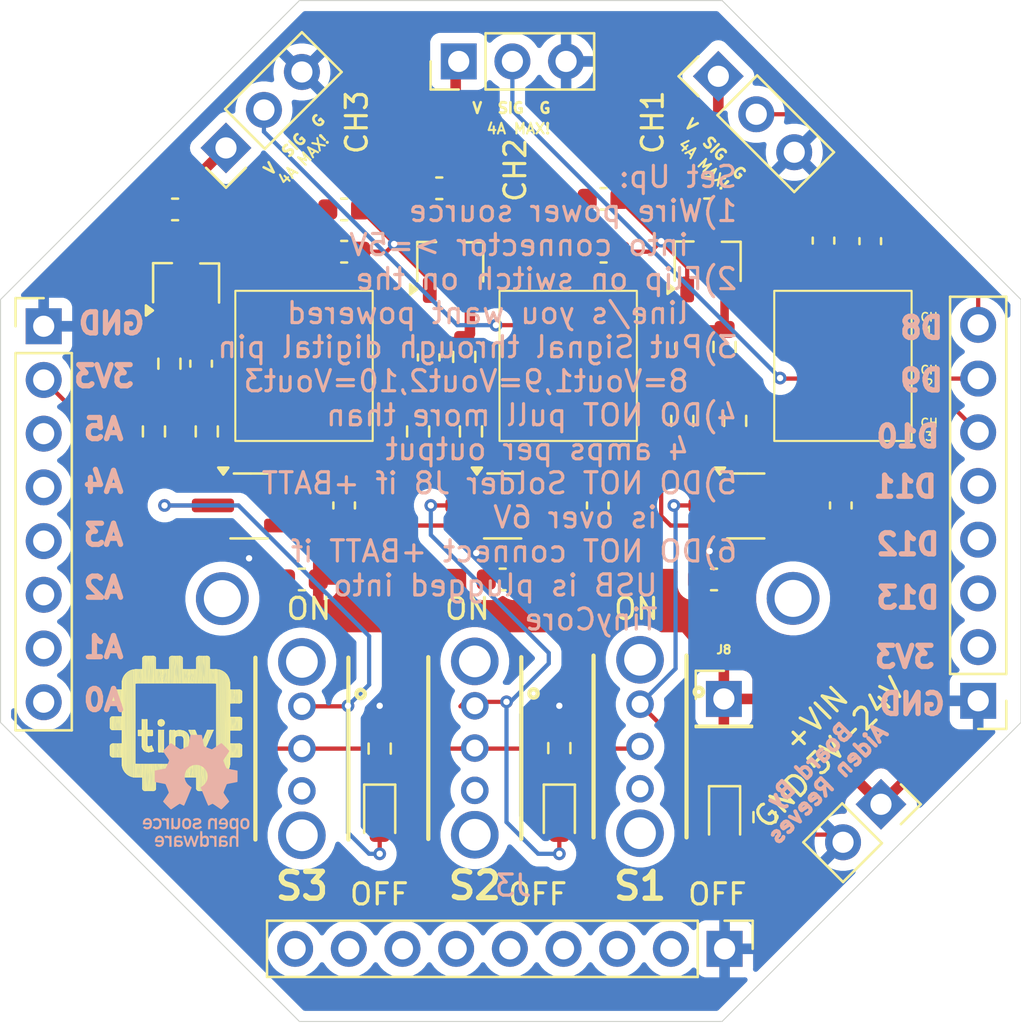
<source format=kicad_pcb>
(kicad_pcb (version 20241229) (generator "pcbnew") (generator_version "9.0")
  (layers (0 "F.Cu" signal "Top Copper") (2 "B.Cu" signal "Bottom Copper") (13 "F.Paste" user "Top Paste") (15 "B.Paste" user "Bottom Paste") (5 "F.SilkS" user "Top Overlay") (7 "B.SilkS" user "Bottom Overlay") (1 "F.Mask" user "Top Mask") (3 "B.Mask" user "Bottom Mask") (25 "Edge.Cuts" user))
  (net 0 "")
  (net 1 "GND")
  (net 2 "+BATT")
  (net 3 "+3V3")
  (net 4 "Net-(C6-Pad2)")
  (net 5 "Net-(IC1-FB)")
  (net 20 "Net-(J4-Pin_8)")
  (net 21 "Net-(J4-Pin_7)")
  (net 23 "Net-(IC1-BOOT)")
  (net 24 "Net-(IC1-LX)")
  (net 25 "Net-(IC2-LX)")
  (net 26 "Net-(IC2-BOOT)")
  (net 27 "+Vout")
  (net 28 "Net-(C5-Pad2)")
  (net 29 "+Vout1")
  (net 30 "Net-(IC2-FB)")
  (net 31 "Net-(IC4-IN)")
  (net 32 "Net-(IC5-IN)")
  (net 33 "+Vout2")
  (net 34 "Net-(IC3-BOOT)")
  (net 35 "Net-(IC3-LX)")
  (net 36 "Net-(C19-Pad2)")
  (net 37 "Net-(IC6-IN)")
  (net 38 "Net-(D1-K)")
  (net 39 "Net-(D1-A)")
  (net 40 "Net-(D2-K)")
  (net 41 "Net-(D2-A)")
  (net 42 "Net-(D3-A)")
  (net 43 "Net-(D3-K)")
  (net 44 "Net-(IC3-FB)")
  (net 51 "Net-(J4-Pin_6)")
  (footprint "Package_TO_SOT_SMD:TSOT-23-6_HandSoldering" (layer "F.Cu") (at 180.078996 84.262027)
    (property "Reference" "IC3" (hide yes))
    (property "Value" "RT6255BHGJ6F")
  )
  (footprint "Capacitor_SMD:C_0603_1608Metric" (layer "F.Cu") (at 161.078996 84.262027 -90)
    (property "Reference" "C3" (hide yes))
    (property "Value" ".1uF")
  )
  (footprint "Capacitor_SMD:C_0603_1608Metric" (layer "F.Cu") (at 165.578996 69.262027)
    (property "Reference" "C12" (hide yes))
    (property "Value" "22uF")
  )
  (footprint "LibrarySPM6530T:SPM6530T-4R7M" (layer "F.Cu") (at 181.428996 81.212027 90)
    (property "Reference" "L3" (hide yes))
    (property "Value" "4.7uH")
  )
  (footprint "Resistor_SMD:R_0603_1608Metric" (layer "F.Cu") (at 179.078996 76.762027 90)
    (property "Reference" "R8" (hide yes))
    (property "Value" "147K")
  )
  (footprint "Package_TO_SOT_SMD:TSOT-23-6_HandSoldering" (layer "F.Cu") (at 168.578996 84.262027)
    (property "Reference" "IC2" (hide yes))
    (property "Value" "RT6255BHGJ6F")
  )
  (footprint "Connector_PinHeader_2.54mm:PinHeader_1x03_P2.54mm_Vertical" (layer "F.Cu") (at 178.782945 63.965976 45)
    (property "Reference" "J7" (hide yes))
    (property "Value" "Conn_01x03" (hide yes))
  )
  (footprint "Resistor_SMD:R_0603_1608Metric" (layer "F.Cu") (at 152.809771 77.558227 90)
    (property "Reference" "R3" (hide yes))
    (property "Value" "147K")
  )
  (footprint "Resistor_SMD:R_0603_1608Metric" (layer "F.Cu") (at 180.968724 99.004029 -90)
    (property "Reference" "R10")
    (property "Value" "220")
  )
  (footprint "Package_TO_SOT_SMD:TSOT-23-6_HandSoldering" (layer "F.Cu") (at 156.578996 84.262027)
    (property "Reference" "IC1" (hide yes))
    (property "Value" "RT6255BHGJ6F")
  )
  (footprint "Resistor_SMD:R_0603_1608Metric" (layer "F.Cu") (at 167.078996 80.762027 90)
    (property "Reference" "R2" (hide yes))
    (property "Value" "5K")
  )
  (footprint "Resistor_SMD:R_0603_1608Metric" (layer "F.Cu") (at 162.759995 95.762027 90)
    (property "Reference" "R12")
    (property "Value" "220")
  )
  (footprint "Capacitor_SMD:C_0603_1608Metric" (layer "F.Cu") (at 177.259995 76.737275 -90)
    (property "Reference" "C19" (hide yes))
    (property "Value" "47pF")
  )
  (footprint "Package_TO_SOT_SMD:TSOT-23" (layer "F.Cu") (at 153.578996 73.762027 90)
    (property "Reference" "IC4" (hide yes))
    (property "Value" "LS0504EVT233")
  )
  (footprint "Resistor_SMD:R_0603_1608Metric" (layer "F.Cu") (at 164.578996 80.762027 90)
    (property "Reference" "R6" (hide yes))
    (property "Value" "20K")
  )
  (footprint "logos.preety:OS102011MA1QN1" (layer "F.Cu") (at 159.078996 95.762027 -90)
    (property "Reference" "S3")
    (property "Value" "OS102011MS2QN1" (hide yes))
  )
  (footprint "Diode_SMD:D_0603_1608Metric" (layer "F.Cu") (at 162.759995 98.949774 -90)
    (property "Reference" "D1" (hide yes))
    (property "Value" "LED")
  )
  (footprint "Package_TO_SOT_SMD:TSOT-23" (layer "F.Cu") (at 166.078996 72.762027 90)
    (property "Reference" "IC5" (hide yes))
    (property "Value" "LS0504EVT233")
  )
  (footprint "" (layer "F.Cu") (at 155.314534 88.669354)
    (property "Reference" "")
    (property "Value" "")
  )
  (footprint "Connector_PinHeader_2.54mm:PinHeader_1x09_P2.54mm_Vertical" (layer "F.Cu") (at 179.078996 105.231452 -90)
    (property "Reference" "J3")
    (property "Value" "Conn_01x09" (hide yes))
  )
  (footprint "Resistor_SMD:R_0603_1608Metric" (layer "F.Cu") (at 177.078996 80.262027 90)
    (property "Reference" "R9" (hide yes))
    (property "Value" "20K")
  )
  (footprint "Capacitor_SMD:C_0603_1608Metric" (layer "F.Cu") (at 173.078996 84.262027 -90)
    (property "Reference" "C4" (hide yes))
    (property "Value" ".1uF")
  )
  (footprint "LibrarySPM6530T:SPM6530T-4R7M" (layer "F.Cu") (at 168.428996 81.212027 90)
    (property "Reference" "L2" (hide yes))
    (property "Value" "4.7uH")
  )
  (footprint "Capacitor_SMD:C_0603_1608Metric" (layer "F.Cu") (at 185.971918 71.762027 90)
    (property "Reference" "C21" (hide yes))
    (property "Value" "22uF")
  )
  (footprint "Capacitor_SMD:C_0603_1608Metric" (layer "F.Cu") (at 183.759995 71.737275 90)
    (property "Reference" "C20" (hide yes))
    (property "Value" "22uF")
  )
  (footprint "Diode_SMD:D_0603_1608Metric" (layer "F.Cu") (at 171.259995 98.949774 -90)
    (property "Reference" "D2" (hide yes))
    (property "Value" "LED")
  )
  (footprint "Connector_PinHeader_2.54mm:PinHeader_1x03_P2.54mm_Vertical" (layer "F.Cu") (at 155.486894 67.354129 135)
    (property "Reference" "J5" (hide yes))
    (property "Value" "Conn_01x03" (hide yes))
  )
  (footprint "Connector_PinHeader_2.54mm:PinHeader_1x08_P2.54mm_Vertical" (layer "F.Cu") (at 191.078996 93.502027 180)
    (property "Reference" "J4" (hide yes))
    (property "Value" "Conn_01x08" (hide yes))
  )
  (footprint "logos.preety:OS102011MA1QN1" (layer "F.Cu") (at 167.259995 95.737275 -90)
    (property "Reference" "S2")
    (property "Value" "OS102011MS2QN1" (hide yes))
  )
  (footprint "Capacitor_SMD:C_0603_1608Metric" (layer "F.Cu") (at 161.078996 72.262027)
    (property "Reference" "C8" (hide yes))
    (property "Value" "22uF")
  )
  (footprint "Connector_PinSocket_2.54mm:PinSocket_1x02_P2.54mm_Vertical" (layer "F.Cu") (at 186.480557 98.395821 -45)
    (property "Reference" "J1" (hide yes))
    (property "Value" "Screw_Terminal_01x02")
  )
  (footprint "Resistor_SMD:R_0603_1608Metric" (layer "F.Cu") (at 152.078996 80.762027 90)
    (property "Reference" "R5" (hide yes))
    (property "Value" "20K")
  )
  (footprint "Connector_PinHeader_2.54mm:PinHeader_1x08_P2.54mm_Vertical" (layer "F.Cu") (at 146.86075 75.787713)
    (property "Reference" "J2" (hide yes))
    (property "Value" "Conn_01x08" (hide yes))
  )
  (footprint "Connector_PinHeader_2.54mm:PinHeader_1x01_P2.54mm_Vertical" (layer "F.Cu") (at 179.044995 93.412275)
    (property "Reference" "J8")
    (property "Value" "Conn_01x01_Pin")
  )
  (footprint "Connector_PinHeader_2.54mm:PinHeader_1x03_P2.54mm_Vertical" (layer "F.Cu") (at 166.498996 63.262027 90)
    (property "Reference" "J6" (hide yes))
    (property "Value" "Conn_01x03" (hide yes))
  )
  (footprint "logos.preety:OS102011MA1QN1" (layer "F.Cu") (at 175.078996 95.662027 -90)
    (property "Reference" "S1")
    (property "Value" "OS102011MS2QN1" (hide yes))
  )
  (footprint "Capacitor_SMD:C_0603_1608Metric" (layer "F.Cu") (at 184.578996 84.262027 -90)
    (property "Reference" "C18" (hide yes))
    (property "Value" ".1uF")
  )
  (footprint "Resistor_SMD:R_0603_1608Metric" (layer "F.Cu") (at 171.259995 95.737275 90)
    (property "Reference" "R11")
    (property "Value" "220")
  )
  (footprint "" (layer "F.Cu") (at 182.320031 88.658432)
    (property "Reference" "")
    (property "Value" "")
  )
  (footprint "Capacitor_SMD:C_0603_1608Metric" (layer "F.Cu") (at 161.078996 70.262027)
    (property "Reference" "C7" (hide yes))
    (property "Value" "22uF")
  )
  (footprint "Capacitor_SMD:C_0603_1608Metric" (layer "F.Cu") (at 153.078996 70.262027)
    (property "Reference" "C11" (hide yes))
    (property "Value" "22uF")
  )
  (footprint "LibrarySPM6530T:SPM6530T-4R7M" (layer "F.Cu") (at 155.928996 81.212027 90)
    (property "Reference" "L1" (hide yes))
    (property "Value" "4.7uH")
  )
  (footprint "Capacitor_SMD:C_0603_1608Metric" (layer "F.Cu") (at 168.578996 87.762027 180)
    (property "Reference" "C2" (hide yes))
    (property "Value" "22uF")
  )
  (footprint "Capacitor_SMD:C_0603_1608Metric" (layer "F.Cu") (at 173.353996 72.262027)
    (property "Reference" "C10" (hide yes))
    (property "Value" "22uF")
  )
  (footprint "Diode_SMD:D_0603_1608Metric" (layer "F.Cu") (at 179.078996 99.024776 -90)
    (property "Reference" "D3" (hide yes))
    (property "Value" "LED")
  )
  (footprint "Resistor_SMD:R_0603_1608Metric" (layer "F.Cu") (at 166.759995 77.237275 90)
    (property "Reference" "R4" (hide yes))
    (property "Value" "147K")
  )
  (footprint "Capacitor_SMD:C_0603_1608Metric" (layer "F.Cu") (at 173.353996 69.762027)
    (property "Reference" "C9" (hide yes))
    (property "Value" "22uF")
  )
  (footprint "Capacitor_SMD:C_0603_1608Metric" (layer "F.Cu") (at 178.578996 87.762027 180)
    (property "Reference" "C17" (hide yes))
    (property "Value" "22uF")
  )
  (footprint "Capacitor_SMD:C_0603_1608Metric" (layer "F.Cu") (at 154.309771 77.558227 -90)
    (property "Reference" "C5" (hide yes))
    (property "Value" "47pF")
  )
  (footprint "Resistor_SMD:R_0603_1608Metric" (layer "F.Cu") (at 179.578996 80.262027 90)
    (property "Reference" "R7" (hide yes))
    (property "Value" "5K")
  )
  (footprint "Capacitor_SMD:C_0603_1608Metric" (layer "F.Cu") (at 178.259995 69.237275)
    (property "Reference" "C13" (hide yes))
    (property "Value" "22uF")
  )
  (footprint "Capacitor_SMD:C_0603_1608Metric" (layer "F.Cu") (at 165.078996 77.262027 -90)
    (property "Reference" "C6" (hide yes))
    (property "Value" "47pF")
  )
  (footprint "Capacitor_SMD:C_0603_1608Metric" (layer "F.Cu") (at 159.078996 87.762027)
    (property "Reference" "C1" (hide yes))
    (property "Value" "22uF")
  )
  (footprint "Resistor_SMD:R_0603_1608Metric" (layer "F.Cu") (at 154.578996 80.762027 90)
    (property "Reference" "R1" (hide yes))
    (property "Value" "5K")
  )
  (footprint "Package_TO_SOT_SMD:TSOT-23" (layer "F.Cu") (at 178.259995 72.737275 90)
    (property "Reference" "IC6" (hide yes))
    (property "Value" "LS0504EVT233")
  )
  (footprint "logos.preety:openSource" (layer "B.Cu") (at 154.078996 97.762027 180)
    (property "Reference" "G***" (hide yes))
    (property "Value" "LOGO" (hide yes))
  )
  (gr_line (start 154.288632 95.511679) (end 154.289346 95.513347) (stroke (width 0.011906)) (layer "F.SilkS"))
  (gr_line (start 151.564482 95.802431) (end 151.563292 95.800764) (stroke (width 0.011906)) (layer "F.SilkS"))
  (gr_line (start 150.35314 96.17081) (end 150.378381 96.17081) (stroke (width 0.011906)) (layer "F.SilkS"))
  (gr_line (start 153.952161 94.887554) (end 153.954781 94.887554) (stroke (width 0.011906)) (layer "F.SilkS"))
  (gr_line (start 152.030255 95.887918) (end 152.02835 95.888632) (stroke (width 0.011906)) (layer "F.SilkS"))
  (gr_poly (pts (xy 151.581866 95.825052) (xy 151.580437 94.3763) (xy 151.581866 94.3763)) (stroke (width 0.004762)) (fill yes) (layer "F.SilkS"))
  (gr_line (start 153.051096 95.930304) (end 153.05062 95.930304) (stroke (width 0.011906)) (layer "F.SilkS"))
  (gr_line (start 152.086214 97.75958) (end 152.093357 97.75696) (stroke (width 0.011906)) (layer "F.SilkS"))
  (gr_line (start 151.823562 94.886601) (end 151.825943 94.886601) (stroke (width 0.011906)) (layer "F.SilkS"))
  (gr_line (start 152.357914 94.694197) (end 152.35601 94.693483) (stroke (width 0.011906)) (layer "F.SilkS"))
  (gr_line (start 153.529728 95.930304) (end 153.528299 95.930304) (stroke (width 0.011906)) (layer "F.SilkS"))
  (gr_poly (pts (xy 156.126242 96.17081) (xy 156.123623 95.525967) (xy 156.126242 95.525967)) (stroke (width 0.004762)) (fill yes) (layer "F.SilkS"))
  (gr_line (start 154.362451 91.379497) (end 154.351259 91.379497) (stroke (width 0.011906)) (layer "F.SilkS"))
  (gr_line (start 154.23291 97.766009) (end 154.236007 97.766009) (stroke (width 0.011906)) (layer "F.SilkS"))
  (gr_line (start 154.240293 91.379497) (end 154.237197 91.379497) (stroke (width 0.011906)) (layer "F.SilkS"))
  (gr_line (start 150.475536 93.619538) (end 150.485538 93.619538) (stroke (width 0.011906)) (layer "F.SilkS"))
  (gr_line (start 154.331971 96.171048) (end 154.329828 96.176525) (stroke (width 0.011906)) (layer "F.SilkS"))
  (gr_line (start 153.499962 95.930304) (end 153.499486 95.930304) (stroke (width 0.011906)) (layer "F.SilkS"))
  (gr_line (start 152.487217 95.930304) (end 152.485312 95.930304) (stroke (width 0.011906)) (layer "F.SilkS"))
  (gr_poly (pts (xy 150.552451 94.884221) (xy 150.549594 94.23914) (xy 150.552451 94.23914)) (stroke (width 0.004762)) (fill yes) (layer "F.SilkS"))
  (gr_poly (pts (xy 153.989309 95.504536) (xy 153.988356 94.887554) (xy 153.989309 94.887554)) (stroke (width 0.004762)) (fill yes) (layer "F.SilkS"))
  (gr_line (start 154.462464 96.493469) (end 154.445795 96.493469) (stroke (width 0.011906)) (layer "F.SilkS"))
  (gr_line (start 152.332197 95.930304) (end 152.33053 95.930304) (stroke (width 0.011906)) (layer "F.SilkS"))
  (gr_poly (pts (xy 154.325303 96.186288) (xy 154.321255 95.5193) (xy 154.325303 95.509775)) (stroke (width 0.004762)) (fill yes) (layer "F.SilkS"))
  (gr_line (start 151.774746 94.886601) (end 151.774985 94.886601) (stroke (width 0.011906)) (layer "F.SilkS"))
  (gr_line (start 154.578668 97.766009) (end 154.581288 97.766009) (stroke (width 0.011906)) (layer "F.SilkS"))
  (gr_poly (pts (xy 150.343139 94.884221) (xy 150.292895 94.884221) (xy 150.292895 94.23914)) (stroke (width 0.004762)) (fill yes) (layer "F.SilkS"))
  (gr_line (start 152.265284 94.600138) (end 152.26457 94.597995) (stroke (width 0.011906)) (layer "F.SilkS"))
  (gr_line (start 152.290763 95.914349) (end 152.290049 95.913397) (stroke (width 0.011906)) (layer "F.SilkS"))
  (gr_line (start 151.630205 92.674421) (end 151.644968 92.674421) (stroke (width 0.011906)) (layer "F.SilkS"))
  (gr_line (start 152.010966 94.894698) (end 152.012157 94.895651) (stroke (width 0.011906)) (layer "F.SilkS"))
  (gr_line (start 154.680348 91.409739) (end 154.674395 91.404976) (stroke (width 0.011906)) (layer "F.SilkS"))
  (gr_line (start 154.58986 97.766009) (end 154.591527 97.766009) (stroke (width 0.011906)) (layer "F.SilkS"))
  (gr_line (start 151.925241 92.674421) (end 151.943339 92.674421) (stroke (width 0.011906)) (layer "F.SilkS"))
  (gr_line (start 153.729515 95.927447) (end 153.729038 95.928161) (stroke (width 0.011906)) (layer "F.SilkS"))
  (gr_poly (pts (xy 153.431144 92.674421) (xy 153.417094 92.674421) (xy 153.417094 91.435933)) (stroke (width 0.004762)) (fill yes) (layer "F.SilkS"))
  (gr_poly (pts (xy 152.046685 97.766009) (xy 152.044781 96.493469) (xy 152.046685 96.493469)) (stroke (width 0.004762)) (fill yes) (layer "F.SilkS"))
  (gr_poly (pts (xy 152.536032 94.423925) (xy 152.536032 94.658002) (xy 152.535556 94.423687)) (stroke (width 0.004762)) (fill yes) (layer "F.SilkS"))
  (gr_line (start 152.472453 94.384635) (end 152.474358 94.385349) (stroke (width 0.011906)) (layer "F.SilkS"))
  (gr_line (start 151.2473 92.674421) (end 151.249919 92.674421) (stroke (width 0.011906)) (layer "F.SilkS"))
  (gr_line (start 151.211343 96.493469) (end 151.21039 96.493469) (stroke (width 0.011906)) (layer "F.SilkS"))
  (gr_line (start 153.328988 94.888268) (end 153.335656 94.888745) (stroke (width 0.011906)) (layer "F.SilkS"))
  (gr_line (start 152.384584 97.127358) (end 152.402444 97.127358) (stroke (width 0.011906)) (layer "F.SilkS"))
  (gr_poly (pts (xy 153.702368 95.103057) (xy 153.702368 95.930304) (xy 153.696177 95.092581)) (stroke (width 0.004762)) (fill yes) (layer "F.SilkS"))
  (gr_poly (pts (xy 151.803798 95.92959) (xy 151.802845 95.929351) (xy 151.802845 95.655269)) (stroke (width 0.004762)) (fill yes) (layer "F.SilkS"))
  (gr_poly (pts (xy 151.64354 95.875535) (xy 151.639253 94.3763) (xy 151.64354 94.3763)) (stroke (width 0.004762)) (fill yes) (layer "F.SilkS"))
  (gr_line (start 154.217195 95.342611) (end 154.219814 95.348802) (stroke (width 0.011906)) (layer "F.SilkS"))
  (gr_line (start 156.254354 94.373681) (end 156.253878 94.369633) (stroke (width 0.011906)) (layer "F.SilkS"))
  (gr_poly (pts (xy 150.195025 93.619538) (xy 150.167403 92.974696) (xy 150.195025 92.974696)) (stroke (width 0.004762)) (fill yes) (layer "F.SilkS"))
  (gr_line (start 151.975723 95.157588) (end 151.974295 95.157588) (stroke (width 0.011906)) (layer "F.SilkS"))
  (gr_poly (pts (xy 152.958942 97.766009) (xy 152.950846 97.766009) (xy 152.950846 96.493469)) (stroke (width 0.004762)) (fill yes) (layer "F.SilkS"))
  (gr_poly (pts (xy 155.001578 92.674421) (xy 154.987529 92.674421) (xy 154.987529 92.011957)) (stroke (width 0.004762)) (fill yes) (layer "F.SilkS"))
  (gr_line (start 151.509475 95.670985) (end 151.508523 95.666461) (stroke (width 0.011906)) (layer "F.SilkS"))
  (gr_line (start 155.067301 92.014338) (end 155.056823 92.013624) (stroke (width 0.011906)) (layer "F.SilkS"))
  (gr_line (start 154.63177 94.887554) (end 154.633913 94.887554) (stroke (width 0.011906)) (layer "F.SilkS"))
  (gr_poly (pts (xy 154.237197 96.365834) (xy 154.231721 96.365834) (xy 154.231721 95.377139)) (stroke (width 0.004762)) (fill yes) (layer "F.SilkS"))
  (gr_line (start 153.293984 91.379497) (end 153.291364 91.379497) (stroke (width 0.011906)) (layer "F.SilkS"))
  (gr_line (start 155.690712 94.906366) (end 155.693569 94.906366) (stroke (width 0.011906)) (layer "F.SilkS"))
  (gr_line (start 154.385787 95.372377) (end 154.388406 95.366662) (stroke (width 0.011906)) (layer "F.SilkS"))
  (gr_line (start 150.36838 92.974696) (end 150.343139 92.974696) (stroke (width 0.011906)) (layer "F.SilkS"))
  (gr_poly (pts (xy 155.014198 92.674421) (xy 155.009912 92.011957) (xy 155.014198 92.011957)) (stroke (width 0.004762)) (fill yes) (layer "F.SilkS"))
  (gr_poly (pts (xy 154.983004 92.674421) (xy 154.965621 92.674421) (xy 154.965621 92.011957)) (stroke (width 0.004762)) (fill yes) (layer "F.SilkS"))
  (gr_poly (pts (xy 152.8144 97.127358) (xy 152.807257 97.127358) (xy 152.807257 96.493469)) (stroke (width 0.004762)) (fill yes) (layer "F.SilkS"))
  (gr_line (start 152.923938 97.764342) (end 152.927748 97.764818) (stroke (width 0.011906)) (layer "F.SilkS"))
  (gr_line (start 154.856084 94.973994) (end 154.854417 94.977804) (stroke (width 0.011906)) (layer "F.SilkS"))
  (gr_line (start 152.181225 97.127358) (end 152.183607 97.127358) (stroke (width 0.011906)) (layer "F.SilkS"))
  (gr_line (start 155.50545 96.905187) (end 155.512119 96.897806) (stroke (width 0.011906)) (layer "F.SilkS"))
  (gr_line (start 154.169569 96.365834) (end 154.164807 96.365834) (stroke (width 0.011906)) (layer "F.SilkS"))
  (gr_poly (pts (xy 150.005478 96.081275) (xy 150.000477 95.640505) (xy 150.005478 95.61836)) (stroke (width 0.004762)) (fill yes) (layer "F.SilkS"))
  (gr_line (start 154.103133 96.019838) (end 154.105038 96.016029) (stroke (width 0.011906)) (layer "F.SilkS"))
  (gr_line (start 152.357914 94.38773) (end 152.359582 94.387016) (stroke (width 0.011906)) (layer "F.SilkS"))
  (gr_line (start 154.03098 96.183668) (end 154.032648 96.179621) (stroke (width 0.011906)) (layer "F.SilkS"))
  (gr_line (start 152.84869 94.892555) (end 152.849881 94.892555) (stroke (width 0.011906)) (layer "F.SilkS"))
  (gr_line (start 153.738801 94.887554) (end 153.74023 94.887554) (stroke (width 0.011906)) (layer "F.SilkS"))
  (gr_line (start 151.793321 91.379497) (end 151.782604 91.379497) (stroke (width 0.011906)) (layer "F.SilkS"))
  (gr_line (start 151.833563 95.660508) (end 151.83523 95.66027) (stroke (width 0.011906)) (layer "F.SilkS"))
  (gr_poly (pts (xy 152.583419 94.558704) (xy 152.580085 94.574896) (xy 152.580085 94.502744)) (stroke (width 0.004762)) (fill yes) (layer "F.SilkS"))
  (gr_line (start 154.891802 94.892555) (end 154.891326 94.893746) (stroke (width 0.011906)) (layer "F.SilkS"))
  (gr_line (start 155.014913 92.674421) (end 155.016341 92.674421) (stroke (width 0.011906)) (layer "F.SilkS"))
  (gr_line (start 152.005966 95.706942) (end 152.008347 95.713134) (stroke (width 0.011906)) (layer "F.SilkS"))
  (gr_poly (pts (xy 153.966449 96.338927) (xy 153.964544 96.336784) (xy 153.966449 96.332259)) (stroke (width 0.004762)) (fill yes) (layer "F.SilkS"))
  (gr_line (start 155.810013 96.17081) (end 155.822396 96.17081) (stroke (width 0.011906)) (layer "F.SilkS"))
  (gr_line (start 152.921319 91.379497) (end 152.920366 91.379497) (stroke (width 0.011906)) (layer "F.SilkS"))
  (gr_line (start 152.034065 97.766009) (end 152.036208 97.766009) (stroke (width 0.011906)) (layer "F.SilkS"))
  (gr_line (start 152.273857 94.61895) (end 152.272904 94.617282) (stroke (width 0.011906)) (layer "F.SilkS"))
  (gr_line (start 151.80356 96.493469) (end 151.786891 96.493469) (stroke (width 0.011906)) (layer "F.SilkS"))
  (gr_line (start 154.915853 92.674421) (end 154.923712 92.674421) (stroke (width 0.011906)) (layer "F.SilkS"))
  (gr_line (start 154.724877 95.274031) (end 154.721781 95.280936) (stroke (width 0.011906)) (layer "F.SilkS"))
  (gr_line (start 154.313635 95.536921) (end 154.314588 95.53454) (stroke (width 0.011906)) (layer "F.SilkS"))
  (gr_poly (pts (xy 153.000852 95.930304) (xy 152.984421 95.930304) (xy 152.984421 94.892555)) (stroke (width 0.004762)) (fill yes) (layer "F.SilkS"))
  (gr_line (start 150.036196 95.564306) (end 150.030957 95.570021) (stroke (width 0.011906)) (layer "F.SilkS"))
  (gr_line (start 156.121481 93.619538) (end 156.122909 93.619538) (stroke (width 0.011906)) (layer "F.SilkS"))
  (gr_line (start 151.843326 95.659556) (end 151.845708 95.659318) (stroke (width 0.011906)) (layer "F.SilkS"))
  (gr_line (start 153.954781 95.425479) (end 153.954305 95.424288) (stroke (width 0.011906)) (layer "F.SilkS"))
  (gr_line (start 152.012871 95.147587) (end 152.011919 95.148778) (stroke (width 0.011906)) (layer "F.SilkS"))
  (gr_line (start 154.245531 96.365834) (end 154.245293 96.365834) (stroke (width 0.011906)) (layer "F.SilkS"))
  (gr_poly (pts (xy 151.737837 92.674421) (xy 151.73236 91.379497) (xy 151.737837 91.379497)) (stroke (width 0.004762)) (fill yes) (layer "F.SilkS"))
  (gr_line (start 150.508398 93.619538) (end 150.512446 93.619538) (stroke (width 0.011906)) (layer "F.SilkS"))
  (gr_line (start 151.73236 94.3763) (end 151.734027 94.3763) (stroke (width 0.011906)) (layer "F.SilkS"))
  (gr_poly (pts (xy 154.321255 96.195813) (xy 154.318397 96.202005) (xy 154.318397 95.525491)) (stroke (width 0.004762)) (fill yes) (layer "F.SilkS"))
  (gr_line (start 150.499587 93.619538) (end 150.504112 93.619538) (stroke (width 0.011906)) (layer "F.SilkS"))
  (gr_poly (pts (xy 153.498057 92.674421) (xy 153.477102 92.011957) (xy 153.498057 92.011957)) (stroke (width 0.004762)) (fill yes) (layer "F.SilkS"))
  (gr_line (start 153.286602 95.15735) (end 153.286125 95.15735) (stroke (width 0.011906)) (layer "F.SilkS"))
  (gr_line (start 151.749505 97.766009) (end 151.759506 97.766009) (stroke (width 0.011906)) (layer "F.SilkS"))
  (gr_poly (pts (xy 154.137185 97.744101) (xy 154.113848 96.493469) (xy 154.137185 96.493469)) (stroke (width 0.004762)) (fill yes) (layer "F.SilkS"))
  (gr_poly (pts (xy 152.245519 92.674421) (xy 152.223136 92.011957) (xy 152.245519 92.011957)) (stroke (width 0.004762)) (fill yes) (layer "F.SilkS"))
  (gr_line (start 152.420779 94.3763) (end 152.421256 94.3763) (stroke (width 0.011906)) (layer "F.SilkS"))
  (gr_poly (pts (xy 151.67521 92.674421) (xy 151.67402 91.379497) (xy 151.67521 91.379497)) (stroke (width 0.004762)) (fill yes) (layer "F.SilkS"))
  (gr_line (start 153.810239 94.887554) (end 153.815716 94.887554) (stroke (width 0.011906)) (layer "F.SilkS"))
  (gr_line (start 151.871663 95.654317) (end 151.873568 95.654079) (stroke (width 0.011906)) (layer "F.SilkS"))
  (gr_line (start 156.111478 95.525967) (end 156.108621 95.525967) (stroke (width 0.011906)) (layer "F.SilkS"))
  (gr_line (start 151.598058 95.840769) (end 151.596629 95.83934) (stroke (width 0.011906)) (layer "F.SilkS"))
  (gr_line (start 156.123623 94.906366) (end 156.124814 94.906366) (stroke (width 0.011906)) (layer "F.SilkS"))
  (gr_poly (pts (xy 151.653779 97.765771) (xy 151.637824 97.764342) (xy 151.637824 96.493469)) (stroke (width 0.004762)) (fill yes) (layer "F.SilkS"))
  (gr_poly (pts (xy 153.800476 95.07353) (xy 153.793571 94.887554) (xy 153.800476 94.887554)) (stroke (width 0.004762)) (fill yes) (layer "F.SilkS"))
  (gr_line (start 151.528763 92.011957) (end 151.528287 92.011957) (stroke (width 0.011906)) (layer "F.SilkS"))
  (gr_line (start 152.82702 97.689333) (end 152.830355 97.696239) (stroke (width 0.011906)) (layer "F.SilkS"))
  (gr_poly (pts (xy 151.87214 97.766009) (xy 151.870235 96.493469) (xy 151.87214 96.493469)) (stroke (width 0.004762)) (fill yes) (layer "F.SilkS"))
  (gr_line (start 151.857138 95.157588) (end 151.851899 95.157588) (stroke (width 0.011906)) (layer "F.SilkS"))
  (gr_line (start 156.11624 95.525967) (end 156.11386 95.525967) (stroke (width 0.011906)) (layer "F.SilkS"))
  (gr_line (start 150.557928 92.974696) (end 150.557452 92.974696) (stroke (width 0.011906)) (layer "F.SilkS"))
  (gr_line (start 152.311004 95.930304) (end 152.31029 95.930304) (stroke (width 0.011906)) (layer "F.SilkS"))
  (gr_line (start 152.945368 91.379497) (end 152.942511 91.379497) (stroke (width 0.011906)) (layer "F.SilkS"))
  (gr_poly (pts (xy 154.881087 97.127358) (xy 154.861799 96.493469) (xy 154.881087 96.493469)) (stroke (width 0.004762)) (fill yes) (layer "F.SilkS"))
  (gr_line (start 151.511142 94.3763) (end 151.512332 94.3763) (stroke (width 0.011906)) (layer "F.SilkS"))
  (gr_line (start 151.529478 95.740041) (end 151.527573 95.735518) (stroke (width 0.011906)) (layer "F.SilkS"))
  (gr_poly (pts (xy 152.823926 97.681951) (xy 152.81702 97.651233) (xy 152.81702 96.493469)) (stroke (width 0.004762)) (fill yes) (layer "F.SilkS"))
  (gr_line (start 152.339341 95.930304) (end 152.337436 95.930304) (stroke (width 0.011906)) (layer "F.SilkS"))
  (gr_poly (pts (xy 151.22825 92.674421) (xy 151.224202 92.011957) (xy 151.22825 92.011957)) (stroke (width 0.004762)) (fill yes) (layer "F.SilkS"))
  (gr_line (start 152.168129 91.467841) (end 152.165509 91.46046) (stroke (width 0.011906)) (layer "F.SilkS"))
  (gr_line (start 154.309587 95.54597) (end 154.31054 95.543827) (stroke (width 0.011906)) (layer "F.SilkS"))
  (gr_poly (pts (xy 151.488282 95.154969) (xy 151.471852 95.154969) (xy 151.471852 94.889936)) (stroke (width 0.004762)) (fill yes) (layer "F.SilkS"))
  (gr_line (start 150.056198 93.597631) (end 150.062627 93.601918) (stroke (width 0.011906)) (layer "F.SilkS"))
  (gr_line (start 150.017623 95.588595) (end 150.013812 95.5955) (stroke (width 0.011906)) (layer "F.SilkS"))
  (gr_poly (pts (xy 151.535192 95.753615) (xy 151.533287 95.749329) (xy 151.533287 94.3763)) (stroke (width 0.004762)) (fill yes) (layer "F.SilkS"))
  (gr_poly (pts (xy 150.557452 93.619538) (xy 150.555785 92.974696) (xy 150.557452 92.974696)) (stroke (width 0.004762)) (fill yes) (layer "F.SilkS"))
  (gr_line (start 156.245305 94.339391) (end 156.241972 94.332247) (stroke (width 0.011906)) (layer "F.SilkS"))
  (gr_poly (pts (xy 150.114539 93.618824) (xy 150.101918 92.977316) (xy 150.114539 92.975411)) (stroke (width 0.004762)) (fill yes) (layer "F.SilkS"))
  (gr_poly (pts (xy 156.003609 94.906366) (xy 155.963842 94.261286) (xy 156.003609 94.261286)) (stroke (width 0.004762)) (fill yes) (layer "F.SilkS"))
  (gr_line (start 150.620555 96.743739) (end 150.625079 96.752787) (stroke (width 0.011906)) (layer "F.SilkS"))
  (gr_line (start 152.390299 94.378443) (end 152.391728 94.378206) (stroke (width 0.011906)) (layer "F.SilkS"))
  (gr_line (start 152.794398 91.497607) (end 152.79416 91.501655) (stroke (width 0.011906)) (layer "F.SilkS"))
  (gr_poly (pts (xy 151.987154 95.157588) (xy 151.982391 94.886601) (xy 151.987154 94.886601)) (stroke (width 0.004762)) (fill yes) (layer "F.SilkS"))
  (gr_line (start 151.815466 91.379497) (end 151.804512 91.379497) (stroke (width 0.011906)) (layer "F.SilkS"))
  (gr_line (start 154.802982 95.095438) (end 154.800601 95.100914) (stroke (width 0.011906)) (layer "F.SilkS"))
  (gr_line (start 155.652135 96.63301) (end 155.654517 96.62301) (stroke (width 0.011906)) (layer "F.SilkS"))
  (gr_line (start 153.660696 97.127358) (end 153.67808 97.127358) (stroke (width 0.011906)) (layer "F.SilkS"))
  (gr_line (start 153.724513 95.930304) (end 153.723799 95.930304) (stroke (width 0.011906)) (layer "F.SilkS"))
  (gr_poly (pts (xy 152.416493 94.705627) (xy 152.416255 94.705627) (xy 152.416255 94.3763)) (stroke (width 0.004762)) (fill yes) (layer "F.SilkS"))
  (gr_line (start 154.120992 92.674421) (end 154.140281 92.674421) (stroke (width 0.011906)) (layer "F.SilkS"))
  (gr_poly (pts (xy 152.81321 95.908396) (xy 152.812019 95.907206) (xy 152.812019 94.91613)) (stroke (width 0.004762)) (fill yes) (layer "F.SilkS"))
  (gr_line (start 151.559482 96.493469) (end 151.545909 96.493469) (stroke (width 0.011906)) (layer "F.SilkS"))
  (gr_line (start 151.355408 95.154969) (end 151.354455 95.154969) (stroke (width 0.011906)) (layer "F.SilkS"))
  (gr_line (start 154.071701 94.998997) (end 154.073367 95.003284) (stroke (width 0.011906)) (layer "F.SilkS"))
  (gr_line (start 154.156234 95.9003) (end 154.156711 95.89911) (stroke (width 0.011906)) (layer "F.SilkS"))
  (gr_line (start 152.288382 95.91173) (end 152.287906 95.911254) (stroke (width 0.011906)) (layer "F.SilkS"))
  (gr_line (start 153.519964 95.930304) (end 153.518535 95.930304) (stroke (width 0.011906)) (layer "F.SilkS"))
  (gr_poly (pts (xy 150.125969 93.619538) (xy 150.122635 92.974696) (xy 150.125969 92.974696)) (stroke (width 0.004762)) (fill yes) (layer "F.SilkS"))
  (gr_line (start 151.566386 95.804812) (end 151.565911 95.804335) (stroke (width 0.011906)) (layer "F.SilkS"))
  (gr_line (start 150.053579 95.549542) (end 150.047626 95.554066) (stroke (width 0.011906)) (layer "F.SilkS"))
  (gr_line (start 154.596289 97.766009) (end 154.597004 97.766009) (stroke (width 0.011906)) (layer "F.SilkS"))
  (gr_line (start 151.332072 95.150206) (end 151.331357 95.149492) (stroke (width 0.011906)) (layer "F.SilkS"))
  (gr_poly (pts (xy 154.20886 97.766009) (xy 154.207669 96.493469) (xy 154.20886 96.493469)) (stroke (width 0.004762)) (fill yes) (layer "F.SilkS"))
  (gr_line (start 154.05908 96.365834) (end 154.054555 96.365834) (stroke (width 0.011906)) (layer "F.SilkS"))
  (gr_line (start 151.578293 91.406881) (end 151.57234 91.411644) (stroke (width 0.011906)) (layer "F.SilkS"))
  (gr_line (start 154.216242 96.365834) (end 154.214575 96.365834) (stroke (width 0.011906)) (layer "F.SilkS"))
  (gr_line (start 151.519477 95.71242) (end 151.518047 95.707895) (stroke (width 0.011906)) (layer "F.SilkS"))
  (gr_line (start 151.889761 92.674421) (end 151.907382 92.674421) (stroke (width 0.011906)) (layer "F.SilkS"))
  (gr_poly (pts (xy 153.140393 95.183306) (xy 153.132774 95.187831) (xy 153.132774 94.910414)) (stroke (width 0.004762)) (fill yes) (layer "F.SilkS"))
  (gr_line (start 154.227672 96.365834) (end 154.226005 96.365834) (stroke (width 0.011906)) (layer "F.SilkS"))
  (gr_line (start 152.581276 94.572992) (end 152.581038 94.574896) (stroke (width 0.011906)) (layer "F.SilkS"))
  (gr_line (start 151.556147 95.791001) (end 151.554004 95.787666) (stroke (width 0.011906)) (layer "F.SilkS"))
  (gr_poly (pts (xy 153.472578 92.674421) (xy 153.460195 92.011957) (xy 153.472578 92.011957)) (stroke (width 0.004762)) (fill yes) (layer "F.SilkS"))
  (gr_poly (pts (xy 153.72118 94.892555) (xy 153.719513 94.887554) (xy 153.72118 94.887554)) (stroke (width 0.004762)) (fill yes) (layer "F.SilkS"))
  (gr_line (start 154.880848 92.674421) (end 154.889898 92.674421) (stroke (width 0.011906)) (layer "F.SilkS"))
  (gr_poly (pts (xy 154.907281 92.674421) (xy 154.898946 92.674421) (xy 154.898946 92.011957)) (stroke (width 0.004762)) (fill yes) (layer "F.SilkS"))
  (gr_line (start 150.744856 96.924238) (end 150.751761 96.931381) (stroke (width 0.011906)) (layer "F.SilkS"))
  (gr_line (start 152.842499 95.930304) (end 152.841785 95.930304) (stroke (width 0.011906)) (layer "F.SilkS"))
  (gr_line (start 154.031695 94.906366) (end 154.031933 94.90708) (stroke (width 0.011906)) (layer "F.SilkS"))
  (gr_poly (pts (xy 152.584133 94.544178) (xy 152.583895 94.546322) (xy 152.583895 94.537749)) (stroke (width 0.004762)) (fill yes) (layer "F.SilkS"))
  (gr_poly (pts (xy 152.513887 95.930304) (xy 152.512458 94.887554) (xy 152.513887 94.887554)) (stroke (width 0.004762)) (fill yes) (layer "F.SilkS"))
  (gr_poly (pts (xy 156.171487 94.898746) (xy 156.15315 94.902794) (xy 156.15315 94.263905)) (stroke (width 0.004762)) (fill yes) (layer "F.SilkS"))
  (gr_line (start 156.253402 93.079709) (end 156.251735 93.071851) (stroke (width 0.011906)) (layer "F.SilkS"))
  (gr_line (start 154.727973 97.127358) (end 154.728925 97.127358) (stroke (width 0.011906)) (layer "F.SilkS"))
  (gr_line (start 151.519477 96.493469) (end 151.506618 96.493469) (stroke (width 0.011906)) (layer "F.SilkS"))
  (gr_line (start 154.891326 94.887554) (end 154.892041 94.887554) (stroke (width 0.011906)) (layer "F.SilkS"))
  (gr_line (start 151.401605 96.493469) (end 151.391127 96.493469) (stroke (width 0.011906)) (layer "F.SilkS"))
  (gr_line (start 151.873568 95.654079) (end 151.875235 95.653603) (stroke (width 0.011906)) (layer "F.SilkS"))
  (gr_line (start 153.751422 94.961135) (end 153.749517 94.957325) (stroke (width 0.011906)) (layer "F.SilkS"))
  (gr_line (start 152.885361 94.892555) (end 152.888933 94.892555) (stroke (width 0.011906)) (layer "F.SilkS"))
  (gr_line (start 154.12004 95.981977) (end 154.121707 95.978405) (stroke (width 0.011906)) (layer "F.SilkS"))
  (gr_line (start 153.984547 96.356547) (end 153.983355 96.355595) (stroke (width 0.011906)) (layer "F.SilkS"))
  (gr_poly (pts (xy 151.98763 95.157588) (xy 151.987154 95.157588) (xy 151.987154 94.886601)) (stroke (width 0.004762)) (fill yes) (layer "F.SilkS"))
  (gr_line (start 150.28075 92.974696) (end 150.268844 92.974696) (stroke (width 0.011906)) (layer "F.SilkS"))
  (gr_poly (pts (xy 151.955484 95.912444) (xy 151.942863 95.62979) (xy 151.955484 95.623599)) (stroke (width 0.004762)) (fill yes) (layer "F.SilkS"))
  (gr_poly (pts (xy 151.839279 95.930304) (xy 151.833563 95.930304) (xy 151.833563 95.660508)) (stroke (width 0.004762)) (fill yes) (layer "F.SilkS"))
  (gr_poly (pts (xy 152.422208 94.705627) (xy 152.421494 94.3763) (xy 152.422208 94.3763)) (stroke (width 0.004762)) (fill yes) (layer "F.SilkS"))
  (gr_poly (pts (xy 154.7956 95.112106) (xy 154.775359 94.887554) (xy 154.7956 94.887554)) (stroke (width 0.004762)) (fill yes) (layer "F.SilkS"))
  (gr_line (start 150.618174 92.400815) (end 150.613887 92.410102) (stroke (width 0.011906)) (layer "F.SilkS"))
  (gr_line (start 154.82989 95.034001) (end 154.827747 95.038764) (stroke (width 0.011906)) (layer "F.SilkS"))
  (gr_line (start 152.306956 94.887554) (end 152.308861 94.887554) (stroke (width 0.011906)) (layer "F.SilkS"))
  (gr_poly (pts (xy 151.113473 97.118309) (xy 151.097281 97.115213) (xy 151.097281 92.023863)) (stroke (width 0.004762)) (fill yes) (layer "F.SilkS"))
  (gr_line (start 151.786176 95.927684) (end 151.782843 95.927447) (stroke (width 0.011906)) (layer "F.SilkS"))
  (gr_line (start 156.048614 94.261286) (end 156.037898 94.261286) (stroke (width 0.011906)) (layer "F.SilkS"))
  (gr_line (start 150.035005 93.014225) (end 150.030005 93.01994) (stroke (width 0.011906)) (layer "F.SilkS"))
  (gr_line (start 150.811293 96.984483) (end 150.819151 96.990436) (stroke (width 0.011906)) (layer "F.SilkS"))
  (gr_line (start 151.854756 92.674421) (end 151.87214 92.674421) (stroke (width 0.011906)) (layer "F.SilkS"))
  (gr_poly (pts (xy 152.395062 94.703483) (xy 152.375774 94.700389) (xy 152.375774 94.382253)) (stroke (width 0.004762)) (fill yes) (layer "F.SilkS"))
  (gr_line (start 151.940958 95.630742) (end 151.942863 95.62979) (stroke (width 0.011906)) (layer "F.SilkS"))
  (gr_poly (pts (xy 153.308272 95.15735) (xy 153.302556 95.15735) (xy 153.302556 94.887793)) (stroke (width 0.004762)) (fill yes) (layer "F.SilkS"))
  (gr_line (start 154.650582 97.754579) (end 154.657488 97.751246) (stroke (width 0.011906)) (layer "F.SilkS"))
  (gr_line (start 153.957162 95.430956) (end 153.956685 95.429527) (stroke (width 0.011906)) (layer "F.SilkS"))
  (gr_line (start 153.149442 95.178305) (end 153.148252 95.178781) (stroke (width 0.011906)) (layer "F.SilkS"))
  (gr_line (start 154.57343 94.946371) (end 154.574144 94.944228) (stroke (width 0.011906)) (layer "F.SilkS"))
  (gr_poly (pts (xy 156.02242 93.619538) (xy 155.993844 92.974696) (xy 156.02242 92.974696)) (stroke (width 0.004762)) (fill yes) (layer "F.SilkS"))
  (gr_line (start 153.454719 97.679094) (end 153.456862 97.671473) (stroke (width 0.011906)) (layer "F.SilkS"))
  (gr_poly (pts (xy 154.490324 95.809813) (xy 154.473179 95.848865) (xy 154.473179 95.174019)) (stroke (width 0.004762)) (fill yes) (layer "F.SilkS"))
  (gr_line (start 151.345645 94.889936) (end 151.345883 94.889936) (stroke (width 0.011906)) (layer "F.SilkS"))
  (gr_line (start 153.711655 95.930304) (end 153.710465 95.930304) (stroke (width 0.011906)) (layer "F.SilkS"))
  (gr_line (start 154.567 94.960896) (end 154.568905 94.95661) (stroke (width 0.011906)) (layer "F.SilkS"))
  (gr_poly (pts (xy 150.695326 96.866373) (xy 150.681038 92.291992) (xy 150.695326 92.272228)) (stroke (width 0.004762)) (fill yes) (layer "F.SilkS"))
  (gr_line (start 150.548402 95.525967) (end 150.546259 95.525967) (stroke (width 0.011906)) (layer "F.SilkS"))
  (gr_poly (pts (xy 151.957627 95.157588) (xy 151.937862 94.886601) (xy 151.957627 94.886601)) (stroke (width 0.004762)) (fill yes) (layer "F.SilkS"))
  (gr_poly (pts (xy 150.563881 96.547523) (xy 150.561976 92.607984) (xy 150.563881 92.593696)) (stroke (width 0.004762)) (fill yes) (layer "F.SilkS"))
  (gr_poly (pts (xy 154.760595 97.127358) (xy 154.741069 96.493469) (xy 154.760595 96.493469)) (stroke (width 0.004762)) (fill yes) (layer "F.SilkS"))
  (gr_line (start 151.529716 91.496655) (end 151.529478 91.500703) (stroke (width 0.011906)) (layer "F.SilkS"))
  (gr_line (start 151.986678 95.157588) (end 151.98644 95.157588) (stroke (width 0.011906)) (layer "F.SilkS"))
  (gr_poly (pts (xy 151.404701 97.127358) (xy 151.371124 96.493469) (xy 151.404701 96.493469)) (stroke (width 0.004762)) (fill yes) (layer "F.SilkS"))
  (gr_line (start 150.238602 95.525967) (end 150.227649 95.525967) (stroke (width 0.011906)) (layer "F.SilkS"))
  (gr_line (start 154.596765 91.379497) (end 154.595813 91.379497) (stroke (width 0.011906)) (layer "F.SilkS"))
  (gr_line (start 152.017872 97.766009) (end 152.020968 97.766009) (stroke (width 0.011906)) (layer "F.SilkS"))
  (gr_poly (pts (xy 154.05265 94.954229) (xy 154.05265 95.649079) (xy 154.048602 94.944704)) (stroke (width 0.004762)) (fill yes) (layer "F.SilkS"))
  (gr_line (start 151.494949 95.154969) (end 151.493759 95.154969) (stroke (width 0.011906)) (layer "F.SilkS"))
  (gr_poly (pts (xy 153.946684 95.406905) (xy 153.933826 95.377615) (xy 153.933826 94.887554)) (stroke (width 0.004762)) (fill yes) (layer "F.SilkS"))
  (gr_line (start 153.839529 97.127358) (end 153.857149 97.127358) (stroke (width 0.011906)) (layer "F.SilkS"))
  (gr_line (start 152.431971 94.887554) (end 152.438401 94.887554) (stroke (width 0.011906)) (layer "F.SilkS"))
  (gr_line (start 152.926795 94.892555) (end 152.930843 94.892555) (stroke (width 0.011906)) (layer "F.SilkS"))
  (gr_poly (pts (xy 152.415303 94.705627) (xy 152.414589 94.3763) (xy 152.415303 94.3763)) (stroke (width 0.004762)) (fill yes) (layer "F.SilkS"))
  (gr_line (start 153.009424 95.930304) (end 153.006091 95.930304) (stroke (width 0.011906)) (layer "F.SilkS"))
  (gr_line (start 156.186965 92.989222) (end 156.180059 92.985888) (stroke (width 0.011906)) (layer "F.SilkS"))
  (gr_poly (pts (xy 153.50663 94.926845) (xy 153.50663 95.930304) (xy 153.500915 94.924702)) (stroke (width 0.004762)) (fill yes) (layer "F.SilkS"))
  (gr_line (start 153.777377 95.020666) (end 153.775234 95.015666) (stroke (width 0.011906)) (layer "F.SilkS"))
  (gr_line (start 154.080273 97.127358) (end 154.080511 97.127358) (stroke (width 0.011906)) (layer "F.SilkS"))
  (gr_line (start 154.595099 94.896603) (end 154.595575 94.895651) (stroke (width 0.011906)) (layer "F.SilkS"))
  (gr_line (start 156.122194 94.906366) (end 156.123623 94.906366) (stroke (width 0.011906)) (layer "F.SilkS"))
  (gr_poly (pts (xy 154.597957 97.766009) (xy 154.595575 96.493469) (xy 154.597957 96.493469)) (stroke (width 0.004762)) (fill yes) (layer "F.SilkS"))
  (gr_line (start 152.420542 94.705627) (end 152.420065 94.705627) (stroke (width 0.011906)) (layer "F.SilkS"))
  (gr_poly (pts (xy 154.93157 97.127358) (xy 154.898946 97.127358) (xy 154.898946 96.493469)) (stroke (width 0.004762)) (fill yes) (layer "F.SilkS"))
  (gr_poly (pts (xy 150.920592 97.05473) (xy 150.906305 92.091967) (xy 150.920592 92.084823)) (stroke (width 0.004762)) (fill yes) (layer "F.SilkS"))
  (gr_line (start 153.040143 95.930304) (end 153.03919 95.930304) (stroke (width 0.011906)) (layer "F.SilkS"))
  (gr_line (start 155.848112 96.17081) (end 155.874306 96.17081) (stroke (width 0.011906)) (layer "F.SilkS"))
  (gr_line (start 151.38827 95.154969) (end 151.384698 95.154969) (stroke (width 0.011906)) (layer "F.SilkS"))
  (gr_line (start 154.006692 94.887554) (end 154.007645 94.887554) (stroke (width 0.011906)) (layer "F.SilkS"))
  (gr_poly (pts (xy 151.540431 95.765045) (xy 151.537336 94.3763) (xy 151.540431 94.3763)) (stroke (width 0.004762)) (fill yes) (layer "F.SilkS"))
  (gr_line (start 153.384234 92.674421) (end 153.428524 92.674421) (stroke (width 0.011906)) (layer "F.SilkS"))
  (gr_line (start 152.582228 94.51346) (end 152.582467 94.515603) (stroke (width 0.011906)) (layer "F.SilkS"))
  (gr_line (start 154.012407 95.556924) (end 154.010502 95.552875) (stroke (width 0.011906)) (layer "F.SilkS"))
  (gr_poly (pts (xy 150.44077 93.619538) (xy 150.431721 92.974696) (xy 150.44077 92.974696)) (stroke (width 0.004762)) (fill yes) (layer "F.SilkS"))
  (gr_line (start 153.735706 94.925178) (end 153.734991 94.923749) (stroke (width 0.011906)) (layer "F.SilkS"))
  (gr_line (start 154.020979 95.576688) (end 154.019074 95.57264) (stroke (width 0.011906)) (layer "F.SilkS"))
  (gr_poly (pts (xy 153.458766 97.663854) (xy 153.448765 97.693381) (xy 153.448765 96.493469)) (stroke (width 0.004762)) (fill yes) (layer "F.SilkS"))
  (gr_line (start 153.231119 97.766009) (end 153.241359 97.766009) (stroke (width 0.011906)) (layer "F.SilkS"))
  (gr_line (start 151.805703 95.157588) (end 151.803798 95.157588) (stroke (width 0.011906)) (layer "F.SilkS"))
  (gr_line (start 151.3285 94.899223) (end 151.328977 94.898508) (stroke (width 0.011906)) (layer "F.SilkS"))
  (gr_line (start 155.539741 92.275561) (end 155.533549 92.267465) (stroke (width 0.011906)) (layer "F.SilkS"))
  (gr_line (start 153.917633 95.340468) (end 153.91549 95.335706) (stroke (width 0.011906)) (layer "F.SilkS"))
  (gr_line (start 154.04241 92.011957) (end 154.037648 92.011957) (stroke (width 0.011906)) (layer "F.SilkS"))
  (gr_poly (pts (xy 153.97383 96.346308) (xy 153.972164 96.344642) (xy 153.972164 96.317257)) (stroke (width 0.004762)) (fill yes) (layer "F.SilkS"))
  (gr_line (start 153.489008 95.917207) (end 153.487579 95.915302) (stroke (width 0.011906)) (layer "F.SilkS"))
  (gr_poly (pts (xy 154.943952 97.127358) (xy 154.93157 97.127358) (xy 154.93157 96.493469)) (stroke (width 0.004762)) (fill yes) (layer "F.SilkS"))
  (gr_poly (pts (xy 153.311368 92.674421) (xy 153.309462 92.674421) (xy 153.309462 91.379497)) (stroke (width 0.004762)) (fill yes) (layer "F.SilkS"))
  (gr_poly (pts (xy 151.332072 95.150206) (xy 151.328977 94.898508) (xy 151.332072 94.895412)) (stroke (width 0.004762)) (fill yes) (layer "F.SilkS"))
  (gr_line (start 155.596652 96.774456) (end 155.601416 96.765408) (stroke (width 0.011906)) (layer "F.SilkS"))
  (gr_line (start 153.311129 95.157588) (end 153.308272 95.15735) (stroke (width 0.011906)) (layer "F.SilkS"))
  (gr_line (start 150.113824 94.883506) (end 150.117873 94.883744) (stroke (width 0.011906)) (layer "F.SilkS"))
  (gr_poly (pts (xy 155.641658 96.6673) (xy 155.633801 96.691351) (xy 155.633801 92.448678)) (stroke (width 0.004762)) (fill yes) (layer "F.SilkS"))
  (gr_poly (pts (xy 154.423649 95.961974) (xy 154.400074 96.015552) (xy 154.400074 95.339992)) (stroke (width 0.004762)) (fill yes) (layer "F.SilkS"))
  (gr_poly (pts (xy 156.112432 94.906366) (xy 156.105525 94.261286) (xy 156.112432 94.261286)) (stroke (width 0.004762)) (fill yes) (layer "F.SilkS"))
  (gr_line (start 154.254342 96.348689) (end 154.25339 96.350594) (stroke (width 0.011906)) (layer "F.SilkS"))
  (gr_line (start 154.83751 94.887554) (end 154.839891 94.887554) (stroke (width 0.011906)) (layer "F.SilkS"))
  (gr_line (start 154.084083 91.478557) (end 154.082416 91.486415) (stroke (width 0.011906)) (layer "F.SilkS"))
  (gr_line (start 151.301354 92.674421) (end 151.308973 92.674421) (stroke (width 0.011906)) (layer "F.SilkS"))
  (gr_line (start 154.883468 94.911367) (end 154.882516 94.91351) (stroke (width 0.011906)) (layer "F.SilkS"))
  (gr_line (start 153.059431 94.896841) (end 153.060145 94.897556) (stroke (width 0.011906)) (layer "F.SilkS"))
  (gr_line (start 150.247651 93.619538) (end 150.259319 93.619538) (stroke (width 0.011906)) (layer "F.SilkS"))
  (gr_line (start 153.159443 95.174019) (end 153.158015 95.174495) (stroke (width 0.011906)) (layer "F.SilkS"))
  (gr_line (start 153.143965 95.180924) (end 153.143012 95.1814) (stroke (width 0.011906)) (layer "F.SilkS"))
  (gr_line (start 151.768317 94.393207) (end 151.76927 94.394159) (stroke (width 0.011906)) (layer "F.SilkS"))
  (gr_line (start 155.019676 92.674421) (end 155.020629 92.674421) (stroke (width 0.011906)) (layer "F.SilkS"))
  (gr_line (start 151.663066 97.766009) (end 151.664495 97.766009) (stroke (width 0.011906)) (layer "F.SilkS"))
  (gr_poly (pts (xy 155.900738 96.17081) (xy 155.858589 96.17081) (xy 155.858589 95.525967)) (stroke (width 0.004762)) (fill yes) (layer "F.SilkS"))
  (gr_poly (pts (xy 154.938237 92.674421) (xy 154.93157 92.674421) (xy 154.93157 92.011957)) (stroke (width 0.004762)) (fill yes) (layer "F.SilkS"))
  (gr_poly (pts (xy 152.052638 95.87863) (xy 152.045018 95.881726) (xy 152.045018 95.805288)) (stroke (width 0.004762)) (fill yes) (layer "F.SilkS"))
  (gr_poly (pts (xy 155.014913 97.127119) (xy 155.009912 97.127358) (xy 155.009912 96.493469)) (stroke (width 0.004762)) (fill yes) (layer "F.SilkS"))
  (gr_line (start 153.453527 92.011957) (end 153.450433 92.011957) (stroke (width 0.011906)) (layer "F.SilkS"))
  (gr_line (start 153.415904 97.735767) (end 153.421619 97.730529) (stroke (width 0.011906)) (layer "F.SilkS"))
  (gr_line (start 153.729991 95.926969) (end 153.729515 95.927447) (stroke (width 0.011906)) (layer "F.SilkS"))
  (gr_line (start 153.834289 92.011957) (end 153.815953 92.011957) (stroke (width 0.011906)) (layer "F.SilkS"))
  (gr_line (start 152.732247 97.127358) (end 152.738915 97.127358) (stroke (width 0.011906)) (layer "F.SilkS"))
  (gr_line (start 151.974058 95.626695) (end 151.974533 95.628124) (stroke (width 0.011906)) (layer "F.SilkS"))
  (gr_poly (pts (xy 154.093607 95.742423) (xy 154.077177 95.705037) (xy 154.077177 95.012094)) (stroke (width 0.004762)) (fill yes) (layer "F.SilkS"))
  (gr_line (start 154.152424 95.87744) (end 154.15171 95.875535) (stroke (width 0.011906)) (layer "F.SilkS"))
  (gr_line (start 153.73642 95.200213) (end 153.737611 95.204975) (stroke (width 0.011906)) (layer "F.SilkS"))
  (gr_line (start 152.326006 95.930304) (end 152.324339 95.930304) (stroke (width 0.011906)) (layer "F.SilkS"))
  (gr_poly (pts (xy 156.239828 96.10223) (xy 156.229827 96.119613) (xy 156.229827 95.578593)) (stroke (width 0.004762)) (fill yes) (layer "F.SilkS"))
  (gr_line (start 150.114539 93.618824) (end 150.118587 93.619063) (stroke (width 0.011906)) (layer "F.SilkS"))
  (gr_poly (pts (xy 151.802845 95.929351) (xy 151.792605 95.928161) (xy 151.792605 95.650507)) (stroke (width 0.004762)) (fill yes) (layer "F.SilkS"))
  (gr_poly (pts (xy 154.970384 97.127358) (xy 154.959668 97.127358) (xy 154.959668 96.493469)) (stroke (width 0.004762)) (fill yes) (layer "F.SilkS"))
  (gr_line (start 152.032874 91.379497) (end 152.030493 91.379497) (stroke (width 0.011906)) (layer "F.SilkS"))
  (gr_poly (pts (xy 153.07991 95.905777) (xy 153.079433 95.906492) (xy 153.079433 94.916844)) (stroke (width 0.004762)) (fill yes) (layer "F.SilkS"))
  (gr_line (start 154.029551 96.365834) (end 154.027886 96.365834) (stroke (width 0.011906)) (layer "F.SilkS"))
  (gr_line (start 151.660208 97.766009) (end 151.661637 97.766009) (stroke (width 0.011906)) (layer "F.SilkS"))
  (gr_poly (pts (xy 152.053353 95.826481) (xy 152.053353 95.878154) (xy 152.052638 95.824576)) (stroke (width 0.004762)) (fill yes) (layer "F.SilkS"))
  (gr_line (start 154.240531 96.365834) (end 154.239578 96.365834) (stroke (width 0.011906)) (layer "F.SilkS"))
  (gr_line (start 154.513422 97.766009) (end 154.522947 97.766009) (stroke (width 0.011906)) (layer "F.SilkS"))
  (gr_line (start 152.326244 94.887554) (end 152.328625 94.887554) (stroke (width 0.011906)) (layer "F.SilkS"))
  (gr_poly (pts (xy 153.505915 97.127358) (xy 153.488056 96.493469) (xy 153.505915 96.493469)) (stroke (width 0.004762)) (fill yes) (layer "F.SilkS"))
  (gr_line (start 153.720942 94.887554) (end 153.721656 94.887554) (stroke (width 0.011906)) (layer "F.SilkS"))
  (gr_poly (pts (xy 155.674043 96.467276) (xy 155.673567 96.488707) (xy 155.673567 92.66061)) (stroke (width 0.004762)) (fill yes) (layer "F.SilkS"))
  (gr_line (start 155.00896 92.674421) (end 155.010627 92.674421) (stroke (width 0.011906)) (layer "F.SilkS"))
  (gr_line (start 151.788319 95.648364) (end 151.789034 95.64884) (stroke (width 0.011906)) (layer "F.SilkS"))
  (gr_line (start 156.138148 92.975172) (end 156.1341 92.974696) (stroke (width 0.011906)) (layer "F.SilkS"))
  (gr_poly (pts (xy 153.664745 95.04805) (xy 153.664745 95.930304) (xy 153.655457 95.035906)) (stroke (width 0.004762)) (fill yes) (layer "F.SilkS"))
  (gr_line (start 153.716418 95.134014) (end 153.718323 95.138538) (stroke (width 0.011906)) (layer "F.SilkS"))
  (gr_line (start 155.890261 92.974696) (end 155.863829 92.974696) (stroke (width 0.011906)) (layer "F.SilkS"))
  (gr_line (start 150.754619 92.205077) (end 150.747475 92.211982) (stroke (width 0.011906)) (layer "F.SilkS"))
  (gr_line (start 153.951685 95.418335) (end 153.95097 95.416668) (stroke (width 0.011906)) (layer "F.SilkS"))
  (gr_line (start 152.831307 94.896603) (end 152.832022 94.895889) (stroke (width 0.011906)) (layer "F.SilkS"))
  (gr_poly (pts (xy 153.860959 95.211166) (xy 153.83929 94.887554) (xy 153.860959 94.887554)) (stroke (width 0.004762)) (fill yes) (layer "F.SilkS"))
  (gr_line (start 153.134917 95.186163) (end 153.134202 95.186639) (stroke (width 0.011906)) (layer "F.SilkS"))
  (gr_poly (pts (xy 152.831307 95.926255) (xy 152.82464 94.903271) (xy 152.831307 94.896603)) (stroke (width 0.004762)) (fill yes) (layer "F.SilkS"))
  (gr_line (start 152.255997 94.564896) (end 152.255759 94.562752) (stroke (width 0.011906)) (layer "F.SilkS"))
  (gr_poly (pts (xy 152.254806 94.546083) (xy 152.254569 94.54513) (xy 152.254569 94.534653)) (stroke (width 0.004762)) (fill yes) (layer "F.SilkS"))
  (gr_line (start 150.000715 94.771826) (end 150.001192 94.775874) (stroke (width 0.011906)) (layer "F.SilkS"))
  (gr_line (start 151.076802 92.027911) (end 151.066801 92.030293) (stroke (width 0.011906)) (layer "F.SilkS"))
  (gr_line (start 154.262677 91.379497) (end 154.254819 91.379497) (stroke (width 0.011906)) (layer "F.SilkS"))
  (gr_line (start 153.472339 92.011957) (end 153.468053 92.011957) (stroke (width 0.011906)) (layer "F.SilkS"))
  (gr_line (start 152.262426 94.488933) (end 152.263141 94.487028) (stroke (width 0.011906)) (layer "F.SilkS"))
  (gr_line (start 156.12529 94.261286) (end 156.1241 94.261286) (stroke (width 0.011906)) (layer "F.SilkS"))
  (gr_line (start 154.010502 95.552875) (end 154.009073 95.549304) (stroke (width 0.011906)) (layer "F.SilkS"))
  (gr_line (start 150.135493 94.884221) (end 150.137399 94.884221) (stroke (width 0.011906)) (layer "F.SilkS"))
  (gr_line (start 153.317797 97.766009) (end 153.320178 97.766009) (stroke (width 0.011906)) (layer "F.SilkS"))
  (gr_line (start 154.284107 95.500964) (end 154.28506 95.502869) (stroke (width 0.011906)) (layer "F.SilkS"))
  (gr_line (start 152.842261 94.892555) (end 152.843213 94.892555) (stroke (width 0.011906)) (layer "F.SilkS"))
  (gr_line (start 154.995149 96.493469) (end 154.993006 96.493469) (stroke (width 0.011906)) (layer "F.SilkS"))
  (gr_poly (pts (xy 155.03563 97.126405) (xy 155.025867 96.493469) (xy 155.025867 92.674421)) (stroke (width 0.004762)) (fill yes) (layer "F.SilkS"))
  (gr_line (start 152.176225 97.127358) (end 152.177654 97.127358) (stroke (width 0.011906)) (layer "F.SilkS"))
  (gr_line (start 155.765722 92.974696) (end 155.755006 92.974696) (stroke (width 0.011906)) (layer "F.SilkS"))
  (gr_line (start 151.973104 95.624075) (end 151.97358 95.625266) (stroke (width 0.011906)) (layer "F.SilkS"))
  (gr_line (start 150.083582 94.24676) (end 150.076439 94.249617) (stroke (width 0.011906)) (layer "F.SilkS"))
  (gr_line (start 152.976801 95.930304) (end 152.972754 95.930304) (stroke (width 0.011906)) (layer "F.SilkS"))
  (gr_poly (pts (xy 150.135018 96.17081) (xy 150.130255 95.525967) (xy 150.135018 95.525967)) (stroke (width 0.004762)) (fill yes) (layer "F.SilkS"))
  (gr_poly (pts (xy 155.687141 93.619538) (xy 155.685234 93.619538) (xy 155.685234 92.974696)) (stroke (width 0.004762)) (fill yes) (layer "F.SilkS"))
  (gr_line (start 150.727234 92.23389) (end 150.720567 92.24151) (stroke (width 0.011906)) (layer "F.SilkS"))
  (gr_line (start 151.503046 94.889936) (end 151.503284 94.889936) (stroke (width 0.011906)) (layer "F.SilkS"))
  (gr_line (start 156.171487 94.898746) (end 156.178629 94.895651) (stroke (width 0.011906)) (layer "F.SilkS"))
  (gr_line (start 155.810013 94.261286) (end 155.797868 94.261286) (stroke (width 0.011906)) (layer "F.SilkS"))
  (gr_poly (pts (xy 152.420779 97.127358) (xy 152.415303 96.493469) (xy 152.420779 96.493469)) (stroke (width 0.004762)) (fill yes) (layer "F.SilkS"))
  (gr_poly (pts (xy 152.06502 95.873392) (xy 152.060496 95.875297) (xy 152.060496 95.844579)) (stroke (width 0.004762)) (fill yes) (layer "F.SilkS"))
  (gr_line (start 154.46675 95.863391) (end 154.460558 95.877678) (stroke (width 0.011906)) (layer "F.SilkS"))
  (gr_line (start 155.69595 92.974696) (end 155.692855 92.974696) (stroke (width 0.011906)) (layer "F.SilkS"))
  (gr_line (start 151.218725 97.127358) (end 151.221344 97.127358) (stroke (width 0.011906)) (layer "F.SilkS"))
  (gr_line (start 154.988243 96.493469) (end 154.985624 96.493469) (stroke (width 0.011906)) (layer "F.SilkS"))
  (gr_line (start 154.253151 97.766009) (end 154.261009 97.766009) (stroke (width 0.011906)) (layer "F.SilkS"))
  (gr_line (start 152.34839 94.392016) (end 152.350056 94.391302) (stroke (width 0.011906)) (layer "F.SilkS"))
  (gr_line (start 153.724513 94.900175) (end 153.724276 94.899223) (stroke (width 0.011906)) (layer "F.SilkS"))
  (gr_poly (pts (xy 152.531627 94.419758) (xy 152.531746 94.419877) (xy 152.531746 94.661811) (xy 152.531508 94.419639)) (stroke (width 0.004762)) (fill yes) (layer "F.SilkS"))
  (gr_line (start 150.553166 94.23914) (end 150.551498 94.23914) (stroke (width 0.011906)) (layer "F.SilkS"))
  (gr_poly (pts (xy 152.942511 92.674421) (xy 152.932748 92.674421) (xy 152.932748 91.379497)) (stroke (width 0.004762)) (fill yes) (layer "F.SilkS"))
  (gr_line (start 155.003007 92.011957) (end 155.00134 92.011957) (stroke (width 0.011906)) (layer "F.SilkS"))
  (gr_line (start 153.368993 95.164494) (end 153.366612 95.164018) (stroke (width 0.011906)) (layer "F.SilkS"))
  (gr_line (start 152.464594 94.382015) (end 152.466738 94.382729) (stroke (width 0.011906)) (layer "F.SilkS"))
  (gr_line (start 154.004787 96.242723) (end 154.006216 96.23939) (stroke (width 0.011906)) (layer "F.SilkS"))
  (gr_line (start 154.873705 94.93375) (end 154.872515 94.936847) (stroke (width 0.011906)) (layer "F.SilkS"))
  (gr_poly (pts (xy 152.324815 94.67467) (xy 152.323863 94.674194) (xy 152.323863 94.405827)) (stroke (width 0.004762)) (fill yes) (layer "F.SilkS"))
  (gr_line (start 153.327559 91.380688) (end 153.323511 91.380212) (stroke (width 0.011906)) (layer "F.SilkS"))
  (gr_line (start 155.165885 97.108784) (end 155.175886 97.106403) (stroke (width 0.011906)) (layer "F.SilkS"))
  (gr_line (start 154.308634 95.548351) (end 154.309587 95.54597) (stroke (width 0.011906)) (layer "F.SilkS"))
  (gr_poly (pts (xy 153.522822 92.674421) (xy 153.498057 92.674421) (xy 153.498057 92.011957)) (stroke (width 0.004762)) (fill yes) (layer "F.SilkS"))
  (gr_line (start 155.021581 92.674421) (end 155.022533 92.674421) (stroke (width 0.011906)) (layer "F.SilkS"))
  (gr_poly (pts (xy 154.756071 92.674421) (xy 154.737973 92.674421) (xy 154.737973 92.011957)) (stroke (width 0.004762)) (fill yes) (layer "F.SilkS"))
  (gr_line (start 154.570572 94.952324) (end 154.571524 94.950419) (stroke (width 0.011906)) (layer "F.SilkS"))
  (gr_line (start 153.495676 95.927447) (end 153.495199 95.926732) (stroke (width 0.011906)) (layer "F.SilkS"))
  (gr_poly (pts (xy 152.255283 94.550846) (xy 152.254806 94.546083) (xy 152.254806 94.530367)) (stroke (width 0.004762)) (fill yes) (layer "F.SilkS"))
  (gr_line (start 154.4146 95.982215) (end 154.411742 95.989121) (stroke (width 0.011906)) (layer "F.SilkS"))
  (gr_line (start 154.273868 95.476438) (end 154.275774 95.480962) (stroke (width 0.011906)) (layer "F.SilkS"))
  (gr_line (start 153.387091 94.893746) (end 153.393282 94.894698) (stroke (width 0.011906)) (layer "F.SilkS"))
  (gr_line (start 155.397579 92.136734) (end 155.389484 92.13102) (stroke (width 0.011906)) (layer "F.SilkS"))
  (gr_poly (pts (xy 153.800476 95.07353) (xy 153.793571 95.057814) (xy 153.793571 94.887554)) (stroke (width 0.004762)) (fill yes) (layer "F.SilkS"))
  (gr_line (start 152.582705 94.564896) (end 152.582467 94.5668) (stroke (width 0.011906)) (layer "F.SilkS"))
  (gr_line (start 151.926194 95.637886) (end 151.927384 95.63741) (stroke (width 0.011906)) (layer "F.SilkS"))
  (gr_line (start 152.535556 94.423687) (end 152.537223 94.425353) (stroke (width 0.011906)) (layer "F.SilkS"))
  (gr_line (start 153.051811 95.930304) (end 153.051096 95.930304) (stroke (width 0.011906)) (layer "F.SilkS"))
  (gr_line (start 153.193971 94.894222) (end 153.196591 94.893746) (stroke (width 0.011906)) (layer "F.SilkS"))
  (gr_line (start 150.144543 92.974696) (end 150.141924 92.974696) (stroke (width 0.011906)) (layer "F.SilkS"))
  (gr_poly (pts (xy 153.745469 95.903871) (xy 153.74023 95.911254) (xy 153.74023 95.220215)) (stroke (width 0.004762)) (fill yes) (layer "F.SilkS"))
  (gr_line (start 153.006091 95.930304) (end 153.002519 95.930304) (stroke (width 0.011906)) (layer "F.SilkS"))
  (gr_line (start 154.886802 94.903747) (end 154.886087 94.905414) (stroke (width 0.011906)) (layer "F.SilkS"))
  (gr_line (start 152.337198 94.68372) (end 152.335293 94.682766) (stroke (width 0.011906)) (layer "F.SilkS"))
  (gr_line (start 152.111455 91.397357) (end 152.104788 91.393546) (stroke (width 0.011906)) (layer "F.SilkS"))
  (gr_line (start 153.20302 95.163065) (end 153.200877 95.163541) (stroke (width 0.011906)) (layer "F.SilkS"))
  (gr_line (start 150.625079 96.752787) (end 150.629365 96.761836) (stroke (width 0.011906)) (layer "F.SilkS"))
  (gr_line (start 150.150258 92.974696) (end 150.147162 92.974696) (stroke (width 0.011906)) (layer "F.SilkS"))
  (gr_poly (pts (xy 153.302556 95.15735) (xy 153.300413 94.887793) (xy 153.302556 94.887793)) (stroke (width 0.004762)) (fill yes) (layer "F.SilkS"))
  (gr_line (start 154.631532 96.493469) (end 154.617244 96.493469) (stroke (width 0.011906)) (layer "F.SilkS"))
  (gr_line (start 154.378167 92.674421) (end 154.395312 92.674421) (stroke (width 0.011906)) (layer "F.SilkS"))
  (gr_line (start 153.741421 94.938514) (end 153.739754 94.934941) (stroke (width 0.011906)) (layer "F.SilkS"))
  (gr_line (start 153.096102 95.22593) (end 153.095388 95.227359) (stroke (width 0.011906)) (layer "F.SilkS"))
  (gr_line (start 151.959293 95.621693) (end 151.961198 95.620979) (stroke (width 0.011906)) (layer "F.SilkS"))
  (gr_poly (pts (xy 154.330542 96.17462) (xy 154.325303 96.186288) (xy 154.325303 95.509775)) (stroke (width 0.004762)) (fill yes) (layer "F.SilkS"))
  (gr_poly (pts (xy 155.943123 93.619538) (xy 155.921932 93.619538) (xy 155.921932 92.974696)) (stroke (width 0.004762)) (fill yes) (layer "F.SilkS"))
  (gr_line (start 153.594974 95.930304) (end 153.590926 95.930304) (stroke (width 0.011906)) (layer "F.SilkS"))
  (gr_line (start 154.296252 96.252963) (end 154.294347 96.257249) (stroke (width 0.011906)) (layer "F.SilkS"))
  (gr_line (start 153.02776 94.892555) (end 153.029189 94.892555) (stroke (width 0.011906)) (layer "F.SilkS"))
  (gr_poly (pts (xy 153.397806 95.174019) (xy 153.393996 95.172352) (xy 153.393996 94.895412)) (stroke (width 0.004762)) (fill yes) (layer "F.SilkS"))
  (gr_line (start 151.570673 95.810288) (end 151.569721 95.809336) (stroke (width 0.011906)) (layer "F.SilkS"))
  (gr_poly (pts (xy 156.255307 93.098521) (xy 156.255307 93.496904) (xy 156.255068 93.095664)) (stroke (width 0.004762)) (fill yes) (layer "F.SilkS"))
  (gr_line (start 156.058616 94.261286) (end 156.048614 94.261286) (stroke (width 0.011906)) (layer "F.SilkS"))
  (gr_poly (pts (xy 152.17432 97.643137) (xy 152.173844 96.493469) (xy 152.17432 96.493469)) (stroke (width 0.004762)) (fill yes) (layer "F.SilkS"))
  (gr_line (start 154.304109 95.547875) (end 154.304348 95.548589) (stroke (width 0.011906)) (layer "F.SilkS"))
  (gr_line (start 153.966687 96.331544) (end 153.966925 96.330592) (stroke (width 0.011906)) (layer "F.SilkS"))
  (gr_line (start 150.127398 92.974696) (end 150.126921 92.974696) (stroke (width 0.011906)) (layer "F.SilkS"))
  (gr_line (start 154.721781 95.280936) (end 154.718924 95.287604) (stroke (width 0.011906)) (layer "F.SilkS"))
  (gr_line (start 152.469119 94.887554) (end 152.471976 94.887554) (stroke (width 0.011906)) (layer "F.SilkS"))
  (gr_line (start 153.970735 95.461911) (end 153.970259 95.460959) (stroke (width 0.011906)) (layer "F.SilkS"))
  (gr_line (start 153.722848 94.895889) (end 153.72237 94.895175) (stroke (width 0.011906)) (layer "F.SilkS"))
  (gr_poly (pts (xy 152.037874 95.787429) (xy 152.037874 95.884822) (xy 152.037399 95.786238)) (stroke (width 0.004762)) (fill yes) (layer "F.SilkS"))
  (gr_line (start 153.757375 94.887554) (end 153.759518 94.887554) (stroke (width 0.011906)) (layer "F.SilkS"))
  (gr_line (start 153.015854 94.892555) (end 153.01752 94.892555) (stroke (width 0.011906)) (layer "F.SilkS"))
  (gr_line (start 150.546497 94.884221) (end 150.548879 94.884221) (stroke (width 0.011906)) (layer "F.SilkS"))
  (gr_line (start 152.827497 94.900413) (end 152.828212 94.899699) (stroke (width 0.011906)) (layer "F.SilkS"))
  (gr_line (start 155.488067 92.214839) (end 155.480924 92.207934) (stroke (width 0.011906)) (layer "F.SilkS"))
  (gr_poly (pts (xy 151.805703 95.157588) (xy 151.794511 94.886601) (xy 151.805703 94.886601)) (stroke (width 0.004762)) (fill yes) (layer "F.SilkS"))
  (gr_poly (pts (xy 151.942863 95.91554) (xy 151.937386 95.91673) (xy 151.937386 95.63241)) (stroke (width 0.004762)) (fill yes) (layer "F.SilkS"))
  (gr_line (start 153.730467 95.926018) (end 153.729991 95.926969) (stroke (width 0.011906)) (layer "F.SilkS"))
  (gr_poly (pts (xy 153.74023 94.936132) (xy 153.736896 94.887554) (xy 153.74023 94.887554)) (stroke (width 0.004762)) (fill yes) (layer "F.SilkS"))
  (gr_poly (pts (xy 152.44483 94.377967) (xy 152.44483 94.703246) (xy 152.430305 94.376538)) (stroke (width 0.004762)) (fill yes) (layer "F.SilkS"))
  (gr_line (start 152.337436 95.930304) (end 152.335769 95.930304) (stroke (width 0.011906)) (layer "F.SilkS"))
  (gr_line (start 156.125528 93.619538) (end 156.12648 93.619538) (stroke (width 0.011906)) (layer "F.SilkS"))
  (gr_line (start 154.985624 96.493469) (end 154.983004 96.493469) (stroke (width 0.011906)) (layer "F.SilkS"))
  (gr_line (start 155.413772 92.148641) (end 155.405676 92.142688) (stroke (width 0.011906)) (layer "F.SilkS"))
  (gr_line (start 153.754279 92.674421) (end 153.775473 92.674421) (stroke (width 0.011906)) (layer "F.SilkS"))
  (gr_line (start 151.821419 95.930304) (end 151.817847 95.930304) (stroke (width 0.011906)) (layer "F.SilkS"))
  (gr_poly (pts (xy 154.965621 92.674421) (xy 154.959668 92.011957) (xy 154.965621 92.011957)) (stroke (width 0.004762)) (fill yes) (layer "F.SilkS"))
  (gr_poly (pts (xy 155.159931 97.109975) (xy 155.135642 97.115452) (xy 155.135642 92.024101)) (stroke (width 0.004762)) (fill yes) (layer "F.SilkS"))
  (gr_poly (pts (xy 152.532937 95.929351) (xy 152.530317 94.887554) (xy 152.532937 94.887554)) (stroke (width 0.004762)) (fill yes) (layer "F.SilkS"))
  (gr_line (start 154.137185 95.153778) (end 154.139803 95.159969) (stroke (width 0.011906)) (layer "F.SilkS"))
  (gr_line (start 154.254819 91.379497) (end 154.251008 91.379497) (stroke (width 0.011906)) (layer "F.SilkS"))
  (gr_line (start 153.870485 92.011957) (end 153.852625 92.011957) (stroke (width 0.011906)) (layer "F.SilkS"))
  (gr_poly (pts (xy 151.528763 92.674421) (xy 151.525906 92.011957) (xy 151.528763 92.011957)) (stroke (width 0.004762)) (fill yes) (layer "F.SilkS"))
  (gr_poly (pts (xy 154.60129 92.674421) (xy 154.59367 91.379497) (xy 154.60129 91.379497)) (stroke (width 0.004762)) (fill yes) (layer "F.SilkS"))
  (gr_line (start 156.079808 95.525967) (end 156.075521 95.525967) (stroke (width 0.011906)) (layer "F.SilkS"))
  (gr_line (start 154.079082 95.016618) (end 154.080987 95.021143) (stroke (width 0.011906)) (layer "F.SilkS"))
  (gr_line (start 154.650105 95.444291) (end 154.643676 95.459054) (stroke (width 0.011906)) (layer "F.SilkS"))
  (gr_poly (pts (xy 156.229827 94.853503) (xy 156.222208 94.864456) (xy 156.222208 94.304386)) (stroke (width 0.004762)) (fill yes) (layer "F.SilkS"))
  (gr_line (start 154.25077 96.356547) (end 154.250294 96.357976) (stroke (width 0.011906)) (layer "F.SilkS"))
  (gr_line (start 151.634491 91.38164) (end 151.62687 91.383307) (stroke (width 0.011906)) (layer "F.SilkS"))
  (gr_line (start 152.063592 91.380688) (end 152.059782 91.380212) (stroke (width 0.011906)) (layer "F.SilkS"))
  (gr_line (start 156.12648 92.974696) (end 156.125767 92.974696) (stroke (width 0.011906)) (layer "F.SilkS"))
  (gr_poly (pts (xy 155.275899 92.067202) (xy 155.275899 97.071637) (xy 155.253514 92.058392)) (stroke (width 0.004762)) (fill yes) (layer "F.SilkS"))
  (gr_line (start 152.552939 95.909111) (end 152.552701 95.909587) (stroke (width 0.011906)) (layer "F.SilkS"))
  (gr_line (start 151.728074 95.915064) (end 151.724741 95.914111) (stroke (width 0.011906)) (layer "F.SilkS"))
  (gr_line (start 151.232059 97.127358) (end 151.233727 97.127358) (stroke (width 0.011906)) (layer "F.SilkS"))
  (gr_poly (pts (xy 151.992392 97.766009) (xy 151.956198 96.493469) (xy 151.992392 96.493469)) (stroke (width 0.004762)) (fill yes) (layer "F.SilkS"))
  (gr_line (start 154.106943 91.429741) (end 154.102418 91.435933) (stroke (width 0.011906)) (layer "F.SilkS"))
  (gr_line (start 152.827259 95.922445) (end 152.826306 95.921493) (stroke (width 0.011906)) (layer "F.SilkS"))
  (gr_line (start 154.747975 95.221168) (end 154.745118 95.227597) (stroke (width 0.011906)) (layer "F.SilkS"))
  (gr_line (start 151.097281 92.023863) (end 151.087042 92.025768) (stroke (width 0.011906)) (layer "F.SilkS"))
  (gr_line (start 151.817847 95.659556) (end 151.820228 95.659794) (stroke (width 0.011906)) (layer "F.SilkS"))
  (gr_line (start 156.247686 93.535719) (end 156.250068 93.528337) (stroke (width 0.011906)) (layer "F.SilkS"))
  (gr_line (start 154.874419 94.887554) (end 154.875848 94.887554) (stroke (width 0.011906)) (layer "F.SilkS"))
  (gr_line (start 152.846785 94.892555) (end 152.847738 94.892555) (stroke (width 0.011906)) (layer "F.SilkS"))
  (gr_line (start 156.249592 93.064231) (end 156.246971 93.056849) (stroke (width 0.011906)) (layer "F.SilkS"))
  (gr_poly (pts (xy 151.765221 94.39035) (xy 151.765221 95.923637) (xy 151.756887 94.381777)) (stroke (width 0.004762)) (fill yes) (layer "F.SilkS"))
  (gr_poly (pts (xy 151.970009 95.90792) (xy 151.969533 95.616693) (xy 151.970009 95.616455)) (stroke (width 0.004762)) (fill yes) (layer "F.SilkS"))
  (gr_line (start 153.730467 94.913749) (end 153.729991 94.912557) (stroke (width 0.011906)) (layer "F.SilkS"))
  (gr_line (start 151.791177 94.886601) (end 151.792844 94.886601) (stroke (width 0.011906)) (layer "F.SilkS"))
  (gr_line (start 150.538401 95.525967) (end 150.535306 95.525967) (stroke (width 0.011906)) (layer "F.SilkS"))
  (gr_line (start 152.839641 95.930304) (end 152.839165 95.930304) (stroke (width 0.011906)) (layer "F.SilkS"))
  (gr_line (start 150.038339 93.583106) (end 150.044054 93.588344) (stroke (width 0.011906)) (layer "F.SilkS"))
  (gr_line (start 154.397216 96.02222) (end 154.394359 96.028649) (stroke (width 0.011906)) (layer "F.SilkS"))
  (gr_line (start 150.613887 92.410102) (end 150.610077 92.419389) (stroke (width 0.011906)) (layer "F.SilkS"))
  (gr_line (start 154.959668 92.674421) (end 154.965859 92.674421) (stroke (width 0.011906)) (layer "F.SilkS"))
  (gr_line (start 154.461749 97.766009) (end 154.472703 97.766009) (stroke (width 0.011906)) (layer "F.SilkS"))
  (gr_line (start 155.014198 92.011957) (end 155.01158 92.011957) (stroke (width 0.011906)) (layer "F.SilkS"))
  (gr_poly (pts (xy 155.601416 92.374383) (xy 155.601416 96.765408) (xy 155.593795 92.359382)) (stroke (width 0.004762)) (fill yes) (layer "F.SilkS"))
  (gr_line (start 152.581514 94.509174) (end 152.581752 94.511317) (stroke (width 0.011906)) (layer "F.SilkS"))
  (gr_line (start 150.126683 94.23914) (end 150.122635 94.23914) (stroke (width 0.011906)) (layer "F.SilkS"))
  (gr_poly (pts (xy 154.0286 94.901842) (xy 154.0286 95.593833) (xy 154.023837 94.896841)) (stroke (width 0.004762)) (fill yes) (layer "F.SilkS"))
  (gr_line (start 155.721668 92.974696) (end 155.717621 92.974696) (stroke (width 0.011906)) (layer "F.SilkS"))
  (gr_poly (pts (xy 153.696177 95.092581) (xy 153.696177 95.930304) (xy 153.692605 95.087103)) (stroke (width 0.004762)) (fill yes) (layer "F.SilkS"))
  (gr_poly (pts (xy 152.369583 95.930304) (xy 152.339341 94.887554) (xy 152.369583 94.887554)) (stroke (width 0.004762)) (fill yes) (layer "F.SilkS"))
  (gr_poly (pts (xy 154.336733 96.160333) (xy 154.330542 95.498107) (xy 154.336733 95.484057)) (stroke (width 0.004762)) (fill yes) (layer "F.SilkS"))
  (gr_poly (pts (xy 151.209676 92.674421) (xy 151.206818 92.674421) (xy 151.206818 92.012433)) (stroke (width 0.004762)) (fill yes) (layer "F.SilkS"))
  (gr_line (start 153.501629 95.930304) (end 153.500915 95.930304) (stroke (width 0.011906)) (layer "F.SilkS"))
  (gr_poly (pts (xy 153.417094 91.435933) (xy 153.417094 92.674421) (xy 153.397092 91.412835)) (stroke (width 0.004762)) (fill yes) (layer "F.SilkS"))
  (gr_poly (pts (xy 150.567453 96.570384) (xy 150.563881 96.547523) (xy 150.563881 92.593696)) (stroke (width 0.004762)) (fill yes) (layer "F.SilkS"))
  (gr_line (start 151.830944 94.886601) (end 151.833325 94.886601) (stroke (width 0.011906)) (layer "F.SilkS"))
  (gr_poly (pts (xy 154.287203 95.508108) (xy 154.287203 96.273442) (xy 154.285775 95.504775)) (stroke (width 0.004762)) (fill yes) (layer "F.SilkS"))
  (gr_poly (pts (xy 154.359593 96.108183) (xy 154.356498 95.439052) (xy 154.359593 95.431908)) (stroke (width 0.004762)) (fill yes) (layer "F.SilkS"))
  (gr_poly (pts (xy 155.381388 97.013534) (xy 155.361147 97.026869) (xy 155.361147 92.112684)) (stroke (width 0.004762)) (fill yes) (layer "F.SilkS"))
  (gr_line (start 151.498759 94.889936) (end 151.499474 94.889936) (stroke (width 0.011906)) (layer "F.SilkS"))
  (gr_line (start 153.190161 91.379497) (end 153.179446 91.379497) (stroke (width 0.011906)) (layer "F.SilkS"))
  (gr_line (start 151.718073 95.91173) (end 151.714739 95.910539) (stroke (width 0.011906)) (layer "F.SilkS"))
  (gr_line (start 152.023111 95.137585) (end 152.022158 95.1383) (stroke (width 0.011906)) (layer "F.SilkS"))
  (gr_poly (pts (xy 151.593533 95.836483) (xy 151.590676 94.3763) (xy 151.593533 94.3763)) (stroke (width 0.004762)) (fill yes) (layer "F.SilkS"))
  (gr_poly (pts (xy 151.828801 95.930541) (xy 151.828563 95.66027) (xy 151.828801 95.66027)) (stroke (width 0.004762)) (fill yes) (layer "F.SilkS"))
  (gr_line (start 152.428876 94.376538) (end 152.430781 94.376538) (stroke (width 0.011906)) (layer "F.SilkS"))
  (gr_line (start 153.725705 94.887554) (end 153.726656 94.887554) (stroke (width 0.011906)) (layer "F.SilkS"))
  (gr_poly (pts (xy 152.969658 97.766009) (xy 152.958942 96.493469) (xy 152.969658 96.493469)) (stroke (width 0.004762)) (fill yes) (layer "F.SilkS"))
  (gr_line (start 152.257902 92.011957) (end 152.251711 92.011957) (stroke (width 0.011906)) (layer "F.SilkS"))
  (gr_poly (pts (xy 151.637824 97.764342) (xy 151.615679 97.758151) (xy 151.615679 96.493469)) (stroke (width 0.004762)) (fill yes) (layer "F.SilkS"))
  (gr_line (start 153.285173 95.15735) (end 153.284935 95.15735) (stroke (width 0.011906)) (layer "F.SilkS"))
  (gr_poly (pts (xy 154.234102 92.674421) (xy 154.223386 92.674421) (xy 154.223386 91.379497)) (stroke (width 0.004762)) (fill yes) (layer "F.SilkS"))
  (gr_poly (pts (xy 153.288984 95.15735) (xy 153.287317 94.887554) (xy 153.288984 94.887554)) (stroke (width 0.004762)) (fill yes) (layer "F.SilkS"))
  (gr_line (start 155.679758 95.525967) (end 155.678329 95.525967) (stroke (width 0.011906)) (layer "F.SilkS"))
  (gr_poly (pts (xy 152.422447 94.705627) (xy 152.422208 94.3763) (xy 152.422447 94.3763)) (stroke (width 0.004762)) (fill yes) (layer "F.SilkS"))
  (gr_line (start 155.531168 96.874708) (end 155.53736 96.866849) (stroke (width 0.011906)) (layer "F.SilkS"))
  (gr_line (start 151.502093 97.127358) (end 151.507332 97.127358) (stroke (width 0.011906)) (layer "F.SilkS"))
  (gr_line (start 152.457927 97.127358) (end 152.495313 97.127358) (stroke (width 0.011906)) (layer "F.SilkS"))
  (gr_line (start 153.331607 91.381164) (end 153.327559 91.380688) (stroke (width 0.011906)) (layer "F.SilkS"))
  (gr_poly (pts (xy 151.57496 95.815766) (xy 151.568292 94.3763) (xy 151.57496 94.3763)) (stroke (width 0.004762)) (fill yes) (layer "F.SilkS"))
  (gr_line (start 151.573531 94.3763) (end 151.579008 94.3763) (stroke (width 0.011906)) (layer "F.SilkS"))
  (gr_line (start 153.954781 94.887554) (end 153.957162 94.887554) (stroke (width 0.011906)) (layer "F.SilkS"))
  (gr_poly (pts (xy 151.503998 95.154969) (xy 151.50257 94.889936) (xy 151.503998 94.889936)) (stroke (width 0.004762)) (fill yes) (layer "F.SilkS"))
  (gr_line (start 153.296842 95.15735) (end 153.296365 95.15735) (stroke (width 0.011906)) (layer "F.SilkS"))
  (gr_line (start 153.723562 94.897556) (end 153.723085 94.896841) (stroke (width 0.011906)) (layer "F.SilkS"))
  (gr_line (start 151.980487 95.904824) (end 151.977152 95.905777) (stroke (width 0.011906)) (layer "F.SilkS"))
  (gr_line (start 152.840832 94.892555) (end 152.841546 94.892555) (stroke (width 0.011906)) (layer "F.SilkS"))
  (gr_line (start 151.213009 96.493469) (end 151.212057 96.493469) (stroke (width 0.011906)) (layer "F.SilkS"))
  (gr_line (start 152.399824 94.377252) (end 152.401491 94.377014) (stroke (width 0.011906)) (layer "F.SilkS"))
  (gr_line (start 154.278154 97.766009) (end 154.287203 97.766009) (stroke (width 0.011906)) (layer "F.SilkS"))
  (gr_line (start 151.434466 92.674421) (end 151.445895 92.674421) (stroke (width 0.011906)) (layer "F.SilkS"))
  (gr_line (start 154.27744 96.295588) (end 154.276011 96.298921) (stroke (width 0.011906)) (layer "F.SilkS"))
  (gr_line (start 154.003359 92.011957) (end 153.996691 92.011957) (stroke (width 0.011906)) (layer "F.SilkS"))
  (gr_line (start 153.427096 97.725052) (end 153.432096 97.719337) (stroke (width 0.011906)) (layer "F.SilkS"))
  (gr_line (start 152.336245 94.887554) (end 152.338864 94.887554) (stroke (width 0.011906)) (layer "F.SilkS"))
  (gr_line (start 152.564369 94.619425) (end 152.563416 94.621331) (stroke (width 0.011906)) (layer "F.SilkS"))
  (gr_line (start 156.037898 94.261286) (end 156.026944 94.261286) (stroke (width 0.011906)) (layer "F.SilkS"))
  (gr_line (start 151.991202 95.669795) (end 151.992154 95.672414) (stroke (width 0.011906)) (layer "F.SilkS"))
  (gr_line (start 151.812132 94.886601) (end 151.814275 94.886601) (stroke (width 0.011906)) (layer "F.SilkS"))
  (gr_line (start 151.811656 95.157588) (end 151.809751 95.157588) (stroke (width 0.011906)) (layer "F.SilkS"))
  (gr_line (start 154.237197 91.379497) (end 154.234102 91.379497) (stroke (width 0.011906)) (layer "F.SilkS"))
  (gr_line (start 156.061472 95.525967) (end 156.05671 95.525967) (stroke (width 0.011906)) (layer "F.SilkS"))
  (gr_line (start 152.954894 91.379497) (end 152.95156 91.379497) (stroke (width 0.011906)) (layer "F.SilkS"))
  (gr_line (start 152.471738 95.930304) (end 152.469833 95.930304) (stroke (width 0.011906)) (layer "F.SilkS"))
  (gr_line (start 150.086678 92.981364) (end 150.079296 92.983983) (stroke (width 0.011906)) (layer "F.SilkS"))
  (gr_line (start 150.21479 93.619538) (end 150.225505 93.619538) (stroke (width 0.011906)) (layer "F.SilkS"))
  (gr_line (start 155.145881 97.113309) (end 155.155883 97.111166) (stroke (width 0.011906)) (layer "F.SilkS"))
  (gr_line (start 153.759518 94.887554) (end 153.761661 94.887554) (stroke (width 0.011906)) (layer "F.SilkS"))
  (gr_line (start 151.220868 92.674421) (end 151.222297 92.674421) (stroke (width 0.011906)) (layer "F.SilkS"))
  (gr_line (start 151.878807 95.65265) (end 151.880712 95.652174) (stroke (width 0.011906)) (layer "F.SilkS"))
  (gr_poly (pts (xy 150.557452 94.884221) (xy 150.555785 94.23914) (xy 150.557452 94.23914)) (stroke (width 0.004762)) (fill yes) (layer "F.SilkS"))
  (gr_poly (pts (xy 155.573792 92.324853) (xy 155.573792 96.813747) (xy 155.560696 92.305327)) (stroke (width 0.004762)) (fill yes) (layer "F.SilkS"))
  (gr_line (start 152.581752 94.570849) (end 152.581276 94.572992) (stroke (width 0.011906)) (layer "F.SilkS"))
  (gr_poly (pts (xy 154.636056 97.760056) (xy 154.617244 97.76339) (xy 154.617244 96.493469)) (stroke (width 0.004762)) (fill yes) (layer "F.SilkS"))
  (gr_line (start 153.042286 94.892555) (end 153.043238 94.892555) (stroke (width 0.011906)) (layer "F.SilkS"))
  (gr_line (start 150.082154 96.162476) (end 150.089536 96.165095) (stroke (width 0.011906)) (layer "F.SilkS"))
  (gr_line (start 152.257902 94.575849) (end 152.257664 94.573706) (stroke (width 0.011906)) (layer "F.SilkS"))
  (gr_line (start 155.14993 92.026721) (end 155.13969 92.024578) (stroke (width 0.011906)) (layer "F.SilkS"))
  (gr_line (start 154.630817 95.48882) (end 154.62415 95.503822) (stroke (width 0.011906)) (layer "F.SilkS"))
  (gr_poly (pts (xy 152.284096 95.894585) (xy 152.283858 94.887554) (xy 152.284096 94.887554)) (stroke (width 0.004762)) (fill yes) (layer "F.SilkS"))
  (gr_poly (pts (xy 154.17457 95.242123) (xy 154.17457 96.365834) (xy 154.159092 95.205451)) (stroke (width 0.004762)) (fill yes) (layer "F.SilkS"))
  (gr_poly (pts (xy 150.018337 96.109373) (xy 150.007621 95.60955) (xy 150.018337 95.588595)) (stroke (width 0.004762)) (fill yes) (layer "F.SilkS"))
  (gr_line (start 151.476614 95.154969) (end 151.475185 95.154969) (stroke (width 0.011906)) (layer "F.SilkS"))
  (gr_poly (pts (xy 153.448765 97.693381) (xy 153.432096 97.719337) (xy 153.432096 96.493469)) (stroke (width 0.004762)) (fill yes) (layer "F.SilkS"))
  (gr_line (start 152.001917 91.379497) (end 151.99406 91.379497) (stroke (width 0.011906)) (layer "F.SilkS"))
  (gr_poly (pts (xy 154.219814 96.365834) (xy 154.217195 96.365834) (xy 154.217195 95.342611)) (stroke (width 0.004762)) (fill yes) (layer "F.SilkS"))
  (gr_line (start 152.398158 92.011957) (end 152.380774 92.011957) (stroke (width 0.011906)) (layer "F.SilkS"))
  (gr_line (start 151.992154 95.672414) (end 151.993345 95.675034) (stroke (width 0.011906)) (layer "F.SilkS"))
  (gr_line (start 152.573656 94.481552) (end 152.57437 94.483695) (stroke (width 0.011906)) (layer "F.SilkS"))
  (gr_line (start 153.731658 94.916606) (end 153.731181 94.915177) (stroke (width 0.011906)) (layer "F.SilkS"))
  (gr_line (start 153.487103 92.011957) (end 153.481864 92.011957) (stroke (width 0.011906)) (layer "F.SilkS"))
  (gr_poly (pts (xy 154.891326 94.893508) (xy 154.888469 94.900413) (xy 154.888469 94.887554)) (stroke (width 0.004762)) (fill yes) (layer "F.SilkS"))
  (gr_line (start 151.994297 95.677891) (end 151.995488 95.68051) (stroke (width 0.011906)) (layer "F.SilkS"))
  (gr_line (start 153.136583 95.18521) (end 153.135869 95.185686) (stroke (width 0.011906)) (layer "F.SilkS"))
  (gr_poly (pts (xy 153.721656 94.893508) (xy 153.72118 94.887554) (xy 153.721656 94.887554)) (stroke (width 0.004762)) (fill yes) (layer "F.SilkS"))
  (gr_line (start 154.210765 97.766009) (end 154.211955 97.766009) (stroke (width 0.011906)) (layer "F.SilkS"))
  (gr_poly (pts (xy 154.080749 92.674421) (xy 154.078844 92.674421) (xy 154.078844 92.011957)) (stroke (width 0.004762)) (fill yes) (layer "F.SilkS"))
  (gr_poly (pts (xy 154.400074 96.015552) (xy 154.398884 96.018409) (xy 154.398884 95.342611)) (stroke (width 0.004762)) (fill yes) (layer "F.SilkS"))
  (gr_poly (pts (xy 151.956198 97.766009) (xy 151.943339 96.493469) (xy 151.956198 96.493469)) (stroke (width 0.004762)) (fill yes) (layer "F.SilkS"))
  (gr_line (start 154.110038 95.780285) (end 154.108371 95.776237) (stroke (width 0.011906)) (layer "F.SilkS"))
  (gr_line (start 150.526257 94.884221) (end 150.529591 94.884221) (stroke (width 0.011906)) (layer "F.SilkS"))
  (gr_poly (pts (xy 152.069545 95.867677) (xy 152.069545 95.871487) (xy 152.069308 95.866724)) (stroke (width 0.004762)) (fill yes) (layer "F.SilkS"))
  (gr_line (start 155.628085 92.432486) (end 155.624275 92.423199) (stroke (width 0.011906)) (layer "F.SilkS"))
  (gr_line (start 152.173844 97.651233) (end 152.174082 97.647185) (stroke (width 0.011906)) (layer "F.SilkS"))
  (gr_poly (pts (xy 152.026207 95.134014) (xy 152.025969 95.134014) (xy 152.025969 94.924702)) (stroke (width 0.004762)) (fill yes) (layer "F.SilkS"))
  (gr_poly (pts (xy 153.055144 94.893032) (xy 153.055144 95.930304) (xy 153.054668 94.892555)) (stroke (width 0.004762)) (fill yes) (layer "F.SilkS"))
  (gr_line (start 155.772389 94.906366) (end 155.783819 94.906366) (stroke (width 0.011906)) (layer "F.SilkS"))
  (gr_line (start 150.508398 94.23914) (end 150.504112 94.23914) (stroke (width 0.011906)) (layer "F.SilkS"))
  (gr_line (start 154.814174 94.887554) (end 154.819651 94.887554) (stroke (width 0.011906)) (layer "F.SilkS"))
  (gr_line (start 150.02167 95.582165) (end 150.017623 95.588595) (stroke (width 0.011906)) (layer "F.SilkS"))
  (gr_line (start 150.212647 94.884221) (end 150.223362 94.884221) (stroke (width 0.011906)) (layer "F.SilkS"))
  (gr_line (start 156.157913 92.978268) (end 156.150055 92.976601) (stroke (width 0.011906)) (layer "F.SilkS"))
  (gr_line (start 153.827384 94.887554) (end 153.833337 94.887554) (stroke (width 0.011906)) (layer "F.SilkS"))
  (gr_line (start 154.371024 95.406191) (end 154.373404 95.400713) (stroke (width 0.011906)) (layer "F.SilkS"))
  (gr_line (start 153.857149 97.127358) (end 153.874533 97.127358) (stroke (width 0.011906)) (layer "F.SilkS"))
  (gr_line (start 152.475072 94.887554) (end 152.47793 94.887554) (stroke (width 0.011906)) (layer "F.SilkS"))
  (gr_poly (pts (xy 156.255307 93.496904) (xy 156.255068 93.497857) (xy 156.255068 93.095664)) (stroke (width 0.004762)) (fill yes) (layer "F.SilkS"))
  (gr_line (start 151.829039 95.930541) (end 151.828801 95.930541) (stroke (width 0.011906)) (layer "F.SilkS"))
  (gr_line (start 154.308873 91.379497) (end 154.298871 91.379497) (stroke (width 0.011906)) (layer "F.SilkS"))
  (gr_line (start 152.530556 94.663003) (end 152.52865 94.66467) (stroke (width 0.011906)) (layer "F.SilkS"))
  (gr_poly (pts (xy 152.107407 97.750531) (xy 152.092643 96.493469) (xy 152.107407 96.493469)) (stroke (width 0.004762)) (fill yes) (layer "F.SilkS"))
  (gr_poly (pts (xy 152.569846 97.127358) (xy 152.495313 97.127358) (xy 152.495313 96.493469)) (stroke (width 0.004762)) (fill yes) (layer "F.SilkS"))
  (gr_line (start 155.963842 95.525967) (end 155.950983 95.525967) (stroke (width 0.011906)) (layer "F.SilkS"))
  (gr_line (start 154.597004 97.766009) (end 154.597718 97.766009) (stroke (width 0.011906)) (layer "F.SilkS"))
  (gr_poly (pts (xy 156.05671 94.906366) (xy 156.048614 94.261286) (xy 156.05671 94.261286)) (stroke (width 0.004762)) (fill yes) (layer "F.SilkS"))
  (gr_line (start 154.073367 97.127358) (end 154.075272 97.127358) (stroke (width 0.011906)) (layer "F.SilkS"))
  (gr_line (start 151.80356 92.674421) (end 151.820467 92.674421) (stroke (width 0.011906)) (layer "F.SilkS"))
  (gr_line (start 151.608297 95.849579) (end 151.606868 95.848389) (stroke (width 0.011906)) (layer "F.SilkS"))
  (gr_line (start 151.780461 97.766009) (end 151.791177 97.766009) (stroke (width 0.011906)) (layer "F.SilkS"))
  (gr_line (start 151.927622 91.379497) (end 151.916907 91.379497) (stroke (width 0.011906)) (layer "F.SilkS"))
  (gr_line (start 153.019188 94.892555) (end 153.020617 94.892555) (stroke (width 0.011906)) (layer "F.SilkS"))
  (gr_poly (pts (xy 151.850708 95.92959) (xy 151.839279 95.930304) (xy 151.839279 95.659794)) (stroke (width 0.004762)) (fill yes) (layer "F.SilkS"))
  (gr_line (start 152.672478 96.493469) (end 152.628901 96.493469) (stroke (width 0.011906)) (layer "F.SilkS"))
  (gr_poly (pts (xy 150.532925 94.884221) (xy 150.527685 94.884221) (xy 150.527685 94.23914)) (stroke (width 0.004762)) (fill yes) (layer "F.SilkS"))
  (gr_line (start 154.775359 92.674421) (end 154.787027 92.674421) (stroke (width 0.011906)) (layer "F.SilkS"))
  (gr_poly (pts (xy 151.346598 95.154969) (xy 151.344931 94.889936) (xy 151.346598 94.889936)) (stroke (width 0.004762)) (fill yes) (layer "F.SilkS"))
  (gr_line (start 154.114324 95.099962) (end 154.116944 95.105915) (stroke (width 0.011906)) (layer "F.SilkS"))
  (gr_line (start 152.31029 95.930304) (end 152.309575 95.930304) (stroke (width 0.011906)) (layer "F.SilkS"))
  (gr_poly (pts (xy 153.283506 95.15735) (xy 153.282077 95.15735) (xy 153.282077 94.887554)) (stroke (width 0.004762)) (fill yes) (layer "F.SilkS"))
  (gr_line (start 153.443765 92.011957) (end 153.442097 92.011957) (stroke (width 0.011906)) (layer "F.SilkS"))
  (gr_poly (pts (xy 150.537687 96.17081) (xy 150.535306 95.525967) (xy 150.537687 95.525967)) (stroke (width 0.004762)) (fill yes) (layer "F.SilkS"))
  (gr_line (start 151.637824 97.764342) (end 151.641635 97.765056) (stroke (width 0.011906)) (layer "F.SilkS"))
  (gr_line (start 154.070033 96.095324) (end 154.077415 96.078179) (stroke (width 0.011906)) (layer "F.SilkS"))
  (gr_line (start 154.938951 92.674421) (end 154.946096 92.674421) (stroke (width 0.011906)) (layer "F.SilkS"))
  (gr_poly (pts (xy 154.068366 96.365834) (xy 154.033362 96.365834) (xy 154.033362 96.177715)) (stroke (width 0.004762)) (fill yes) (layer "F.SilkS"))
  (gr_poly (pts (xy 155.023248 92.012195) (xy 155.023248 92.674421) (xy 155.014913 92.011957)) (stroke (width 0.004762)) (fill yes) (layer "F.SilkS"))
  (gr_poly (pts (xy 153.46091 97.6479) (xy 153.458766 97.663854) (xy 153.458766 96.493469)) (stroke (width 0.004762)) (fill yes) (layer "F.SilkS"))
  (gr_line (start 154.584621 91.379497) (end 154.58224 91.379497) (stroke (width 0.011906)) (layer "F.SilkS"))
  (gr_line (start 152.31791 94.410828) (end 152.318862 94.410114) (stroke (width 0.011906)) (layer "F.SilkS"))
  (gr_line (start 156.026944 96.17081) (end 156.037898 96.17081) (stroke (width 0.011906)) (layer "F.SilkS"))
  (gr_poly (pts (xy 152.053353 95.878154) (xy 152.052638 95.87863) (xy 152.052638 95.824576)) (stroke (width 0.004762)) (fill yes) (layer "F.SilkS"))
  (gr_poly (pts (xy 153.080147 95.905539) (xy 153.07991 95.905777) (xy 153.07991 94.91732)) (stroke (width 0.004762)) (fill yes) (layer "F.SilkS"))
  (gr_line (start 154.767978 94.887554) (end 154.774169 94.887554) (stroke (width 0.011906)) (layer "F.SilkS"))
  (gr_line (start 150.066676 95.541445) (end 150.060008 95.545256) (stroke (width 0.011906)) (layer "F.SilkS"))
  (gr_poly (pts (xy 155.693569 96.17081) (xy 155.689045 96.17081) (xy 155.689045 95.525967)) (stroke (width 0.004762)) (fill yes) (layer "F.SilkS"))
  (gr_line (start 154.148138 95.867201) (end 154.147186 95.86482) (stroke (width 0.011906)) (layer "F.SilkS"))
  (gr_line (start 152.327911 94.678005) (end 152.326006 94.676576) (stroke (width 0.011906)) (layer "F.SilkS"))
  (gr_line (start 155.013484 92.674421) (end 155.014913 92.674421) (stroke (width 0.011906)) (layer "F.SilkS"))
  (gr_line (start 154.679633 94.887554) (end 154.685348 94.887554) (stroke (width 0.011906)) (layer "F.SilkS"))
  (gr_line (start 152.502694 94.398684) (end 152.5046 94.399636) (stroke (width 0.011906)) (layer "F.SilkS"))
  (gr_line (start 151.395651 95.154969) (end 151.391841 95.154969) (stroke (width 0.011906)) (layer "F.SilkS"))
  (gr_poly (pts (xy 153.527585 97.127358) (xy 153.505915 97.127358) (xy 153.505915 96.493469)) (stroke (width 0.004762)) (fill yes) (layer "F.SilkS"))
  (gr_line (start 152.488884 95.930304) (end 152.487217 95.930304) (stroke (width 0.011906)) (layer "F.SilkS"))
  (gr_poly (pts (xy 152.554844 95.907443) (xy 152.551748 94.887554) (xy 152.554844 94.887554)) (stroke (width 0.004762)) (fill yes) (layer "F.SilkS"))
  (gr_line (start 153.989547 95.505012) (end 153.988356 95.502155) (stroke (width 0.011906)) (layer "F.SilkS"))
  (gr_poly (pts (xy 151.224202 92.674421) (xy 151.223011 92.674421) (xy 151.223011 92.011957)) (stroke (width 0.004762)) (fill yes) (layer "F.SilkS"))
  (gr_line (start 155.294234 92.075536) (end 155.285185 92.071488) (stroke (width 0.011906)) (layer "F.SilkS"))
  (gr_line (start 151.407082 95.154969) (end 151.403272 95.154969) (stroke (width 0.011906)) (layer "F.SilkS"))
  (gr_line (start 153.429239 95.190211) (end 153.42781 95.189259) (stroke (width 0.011906)) (layer "F.SilkS"))
  (gr_line (start 154.785598 95.134966) (end 154.782979 95.14092) (stroke (width 0.011906)) (layer "F.SilkS"))
  (gr_curve (pts (xy 152.29743 94.429639) (xy 152.297987 94.429085) (xy 152.298542 94.428528) (xy 152.299098 94.427974)) (stroke (width 0.011906)) (layer "F.SilkS"))
  (gr_poly (pts (xy 156.208872 96.141759) (xy 156.198871 96.14795) (xy 156.198871 95.547637)) (stroke (width 0.004762)) (fill yes) (layer "F.SilkS"))
  (gr_poly (pts (xy 152.279096 94.627522) (xy 152.276953 94.457739) (xy 152.279096 94.454881)) (stroke (width 0.004762)) (fill yes) (layer "F.SilkS"))
  (gr_line (start 156.124337 93.619538) (end 156.125528 93.619538) (stroke (width 0.011906)) (layer "F.SilkS"))
  (gr_line (start 152.594611 92.011957) (end 152.577228 92.011957) (stroke (width 0.011906)) (layer "F.SilkS"))
  (gr_line (start 153.727371 94.906366) (end 153.726895 94.905414) (stroke (width 0.011906)) (layer "F.SilkS"))
  (gr_poly (pts (xy 154.429126 92.674421) (xy 154.385072 92.674421) (xy 154.385072 91.379497)) (stroke (width 0.004762)) (fill yes) (layer "F.SilkS"))
  (gr_line (start 150.669846 96.831131) (end 150.675323 96.839465) (stroke (width 0.011906)) (layer "F.SilkS"))
  (gr_line (start 152.423399 94.3763) (end 152.423637 94.3763) (stroke (width 0.011906)) (layer "F.SilkS"))
  (gr_line (start 152.991804 95.930304) (end 152.988232 95.930304) (stroke (width 0.011906)) (layer "F.SilkS"))
  (gr_poly (pts (xy 154.987529 92.674421) (xy 154.983004 92.674421) (xy 154.983004 92.011957)) (stroke (width 0.004762)) (fill yes) (layer "F.SilkS"))
  (gr_line (start 153.908109 97.127358) (end 153.924301 97.127358) (stroke (width 0.011906)) (layer "F.SilkS"))
  (gr_line (start 152.475786 95.930304) (end 152.473881 95.930304) (stroke (width 0.011906)) (layer "F.SilkS"))
  (gr_line (start 152.53246 95.929351) (end 152.532222 95.929351) (stroke (width 0.011906)) (layer "F.SilkS"))
  (gr_poly (pts (xy 156.213397 93.00851) (xy 156.213397 93.58644) (xy 156.19387 92.993032)) (stroke (width 0.004762)) (fill yes) (layer "F.SilkS"))
  (gr_line (start 152.332197 96.493469) (end 152.31148 96.493469) (stroke (width 0.011906)) (layer "F.SilkS"))
  (gr_line (start 154.010502 94.887554) (end 154.011216 94.887554) (stroke (width 0.011906)) (layer "F.SilkS"))
  (gr_poly (pts (xy 151.775937 95.157588) (xy 151.775461 95.157588) (xy 151.775461 94.886601)) (stroke (width 0.004762)) (fill yes) (layer "F.SilkS"))
  (gr_poly (pts (xy 151.965961 95.909349) (xy 151.959293 95.621693) (xy 151.965961 95.618598)) (stroke (width 0.004762)) (fill yes) (layer "F.SilkS"))
  (gr_line (start 154.093607 95.05067) (end 154.09575 95.055909) (stroke (width 0.011906)) (layer "F.SilkS"))
  (gr_line (start 155.023248 92.674421) (end 155.023724 92.674421) (stroke (width 0.011906)) (layer "F.SilkS"))
  (gr_line (start 154.959192 92.011957) (end 154.952525 92.011957) (stroke (width 0.011906)) (layer "F.SilkS"))
  (gr_line (start 151.976438 95.632648) (end 151.977152 95.634315) (stroke (width 0.011906)) (layer "F.SilkS"))
  (gr_line (start 151.522096 92.011957) (end 151.520429 92.011957) (stroke (width 0.011906)) (layer "F.SilkS"))
  (gr_line (start 152.463404 95.930304) (end 152.461261 95.930304) (stroke (width 0.011906)) (layer "F.SilkS"))
  (gr_line (start 153.058716 94.896127) (end 153.059431 94.896841) (stroke (width 0.011906)) (layer "F.SilkS"))
  (gr_line (start 153.925729 95.359042) (end 153.923586 95.354518) (stroke (width 0.011906)) (layer "F.SilkS"))
  (gr_poly (pts (xy 151.243014 92.674421) (xy 151.231345 92.011957) (xy 151.243014 92.011957)) (stroke (width 0.004762)) (fill yes) (layer "F.SilkS"))
  (gr_line (start 151.531859 94.3763) (end 151.533764 94.3763) (stroke (width 0.011906)) (layer "F.SilkS"))
  (gr_poly (pts (xy 150.133589 94.884221) (xy 150.131446 94.884221) (xy 150.131446 94.23914)) (stroke (width 0.004762)) (fill yes) (layer "F.SilkS"))
  (gr_line (start 156.044327 93.619538) (end 156.054567 93.619538) (stroke (width 0.011906)) (layer "F.SilkS"))
  (gr_line (start 151.702594 91.379497) (end 151.698785 91.379497) (stroke (width 0.011906)) (layer "F.SilkS"))
  (gr_line (start 150.169784 96.17081) (end 150.173832 96.17081) (stroke (width 0.011906)) (layer "F.SilkS"))
  (gr_poly (pts (xy 150.527685 94.884221) (xy 150.518875 94.23914) (xy 150.527685 94.23914)) (stroke (width 0.004762)) (fill yes) (layer "F.SilkS"))
  (gr_line (start 155.692855 92.974696) (end 155.690236 92.974696) (stroke (width 0.011906)) (layer "F.SilkS"))
  (gr_poly (pts (xy 152.339341 95.930304) (xy 152.326244 94.887554) (xy 152.339341 94.887554)) (stroke (width 0.004762)) (fill yes) (layer "F.SilkS"))
  (gr_poly (pts (xy 150.24527 94.884221) (xy 150.236459 94.884221) (xy 150.236459 94.23914)) (stroke (width 0.004762)) (fill yes) (layer "F.SilkS"))
  (gr_poly (pts (xy 155.858589 94.906366) (xy 155.848112 94.261286) (xy 155.858589 94.261286)) (stroke (width 0.004762)) (fill yes) (layer "F.SilkS"))
  (gr_line (start 152.301479 94.425115) (end 152.301955 94.424639) (stroke (width 0.011906)) (layer "F.SilkS"))
  (gr_poly (pts (xy 150.122635 93.6193) (xy 150.117873 92.974935) (xy 150.122635 92.974696)) (stroke (width 0.004762)) (fill yes) (layer "F.SilkS"))
  (gr_poly (pts (xy 151.824991 95.930304) (xy 151.822848 95.930304) (xy 151.822848 95.66027)) (stroke (width 0.004762)) (fill yes) (layer "F.SilkS"))
  (gr_line (start 151.503284 94.889936) (end 151.50376 94.889936) (stroke (width 0.011906)) (layer "F.SilkS"))
  (gr_line (start 156.164105 94.901128) (end 156.171487 94.898746) (stroke (width 0.011906)) (layer "F.SilkS"))
  (gr_poly (pts (xy 156.253878 94.369633) (xy 156.253878 94.790161) (xy 156.251257 94.360583)) (stroke (width 0.004762)) (fill yes) (layer "F.SilkS"))
  (gr_poly (pts (xy 150.236459 94.884221) (xy 150.202645 94.23914) (xy 150.236459 94.23914)) (stroke (width 0.004762)) (fill yes) (layer "F.SilkS"))
  (gr_line (start 156.128386 95.525967) (end 156.127909 95.525967) (stroke (width 0.011906)) (layer "F.SilkS"))
  (gr_line (start 151.21539 92.674421) (end 151.216582 92.674421) (stroke (width 0.011906)) (layer "F.SilkS"))
  (gr_line (start 154.154091 95.880773) (end 154.153377 95.879107) (stroke (width 0.011906)) (layer "F.SilkS"))
  (gr_line (start 151.433513 94.889936) (end 151.441371 94.889936) (stroke (width 0.011906)) (layer "F.SilkS"))
  (gr_line (start 151.340407 94.890174) (end 151.341359 94.890174) (stroke (width 0.011906)) (layer "F.SilkS"))
  (gr_line (start 150.582217 96.638963) (end 150.584836 96.648727) (stroke (width 0.011906)) (layer "F.SilkS"))
  (gr_line (start 154.693683 97.722909) (end 154.698445 97.716955) (stroke (width 0.011906)) (layer "F.SilkS"))
  (gr_line (start 153.012759 95.930304) (end 153.011091 95.930304) (stroke (width 0.011906)) (layer "F.SilkS"))
  (gr_line (start 156.251257 95.621693) (end 156.249115 95.614074) (stroke (width 0.011906)) (layer "F.SilkS"))
  (gr_line (start 153.970021 97.127358) (end 153.976926 97.127358) (stroke (width 0.011906)) (layer "F.SilkS"))
  (gr_line (start 151.5521 91.434742) (end 151.547813 91.441171) (stroke (width 0.011906)) (layer "F.SilkS"))
  (gr_line (start 151.927384 94.886601) (end 151.932623 94.886601) (stroke (width 0.011906)) (layer "F.SilkS"))
  (gr_line (start 153.011091 94.892555) (end 153.012759 94.892555) (stroke (width 0.011906)) (layer "F.SilkS"))
  (gr_line (start 151.998822 95.898871) (end 151.995964 95.899824) (stroke (width 0.011906)) (layer "F.SilkS"))
  (gr_line (start 153.660935 95.930304) (end 153.657125 95.930304) (stroke (width 0.011906)) (layer "F.SilkS"))
  (gr_line (start 152.354819 94.389159) (end 152.356248 94.388445) (stroke (width 0.011906)) (layer "F.SilkS"))
  (gr_line (start 150.471488 96.17081) (end 150.481489 96.17081) (stroke (width 0.011906)) (layer "F.SilkS"))
  (gr_line (start 153.984785 95.49382) (end 153.983594 95.491202) (stroke (width 0.011906)) (layer "F.SilkS"))
  (gr_poly (pts (xy 156.127195 96.17081) (xy 156.126242 96.17081) (xy 156.126242 95.525967)) (stroke (width 0.004762)) (fill yes) (layer "F.SilkS"))
  (gr_line (start 154.572953 92.674421) (end 154.587955 92.674421) (stroke (width 0.011906)) (layer "F.SilkS"))
  (gr_line (start 152.131457 92.674421) (end 152.150984 92.674421) (stroke (width 0.011906)) (layer "F.SilkS"))
  (gr_line (start 154.865609 94.887554) (end 154.867514 94.887554) (stroke (width 0.011906)) (layer "F.SilkS"))
  (gr_line (start 153.127058 94.912081) (end 153.131344 94.910652) (stroke (width 0.011906)) (layer "F.SilkS"))
  (gr_line (start 151.707119 94.3763) (end 151.7095 94.3763) (stroke (width 0.011906)) (layer "F.SilkS"))
  (gr_line (start 156.108621 94.906366) (end 156.111478 94.906366) (stroke (width 0.011906)) (layer "F.SilkS"))
  (gr_line (start 151.493998 92.674421) (end 151.506618 92.674421) (stroke (width 0.011906)) (layer "F.SilkS"))
  (gr_line (start 155.820013 94.906366) (end 155.832635 94.906366) (stroke (width 0.011906)) (layer "F.SilkS"))
  (gr_line (start 152.309575 95.930304) (end 152.308861 95.930304) (stroke (width 0.011906)) (layer "F.SilkS"))
  (gr_line (start 152.57175 94.604424) (end 152.571036 94.606329) (stroke (width 0.011906)) (layer "F.SilkS"))
  (gr_line (start 155.677376 94.261286) (end 155.676187 94.261286) (stroke (width 0.011906)) (layer "F.SilkS"))
  (gr_line (start 150.144067 95.525967) (end 150.141447 95.525967) (stroke (width 0.011906)) (layer "F.SilkS"))
  (gr_poly (pts (xy 150.167403 94.884221) (xy 150.161449 94.23914) (xy 150.167403 94.23914)) (stroke (width 0.004762)) (fill yes) (layer "F.SilkS"))
  (gr_line (start 153.726895 95.930304) (end 153.726656 95.930304) (stroke (width 0.011906)) (layer "F.SilkS"))
  (gr_poly (pts (xy 150.956787 97.071875) (xy 150.942261 97.064969) (xy 150.942261 92.07387)) (stroke (width 0.004762)) (fill yes) (layer "F.SilkS"))
  (gr_line (start 153.073004 95.912682) (end 153.072051 95.913635) (stroke (width 0.011906)) (layer "F.SilkS"))
  (gr_line (start 155.004912 97.127358) (end 155.006102 97.127358) (stroke (width 0.011906)) (layer "F.SilkS"))
  (gr_line (start 154.080749 92.011957) (end 154.080511 92.011957) (stroke (width 0.011906)) (layer "F.SilkS"))
  (gr_line (start 155.421631 92.154832) (end 155.413772 92.148641) (stroke (width 0.011906)) (layer "F.SilkS"))
  (gr_poly (pts (xy 154.019074 96.365834) (xy 154.018836 96.365834) (xy 154.018836 96.210815)) (stroke (width 0.004762)) (fill yes) (layer "F.SilkS"))
  (gr_line (start 151.534716 95.752662) (end 151.53424 95.751472) (stroke (width 0.011906)) (layer "F.SilkS"))
  (gr_line (start 152.054543 92.674421) (end 152.073594 92.674421) (stroke (width 0.011906)) (layer "F.SilkS"))
  (gr_poly (pts (xy 150.788195 96.965433) (xy 150.776288 96.953765) (xy 150.776288 92.184359)) (stroke (width 0.004762)) (fill yes) (layer "F.SilkS"))
  (gr_line (start 156.097668 93.619538) (end 156.101239 93.619538) (stroke (width 0.011906)) (layer "F.SilkS"))
  (gr_line (start 153.375422 95.166161) (end 153.373279 95.165447) (stroke (width 0.011906)) (layer "F.SilkS"))
  (gr_line (start 152.47793 95.930304) (end 152.475786 95.930304) (stroke (width 0.011906)) (layer "F.SilkS"))
  (gr_line (start 152.582943 94.562752) (end 152.582705 94.564896) (stroke (width 0.011906)) (layer "F.SilkS"))
  (gr_line (start 153.122772 94.913749) (end 153.127058 94.912081) (stroke (width 0.011906)) (layer "F.SilkS"))
  (gr_line (start 151.209676 92.674421) (end 151.21039 92.674421) (stroke (width 0.011906)) (layer "F.SilkS"))
  (gr_poly (pts (xy 152.059782 92.674421) (xy 152.051448 92.674421) (xy 152.051448 91.379735)) (stroke (width 0.004762)) (fill yes) (layer "F.SilkS"))
  (gr_line (start 152.84488 94.892555) (end 152.845832 94.892555) (stroke (width 0.011906)) (layer "F.SilkS"))
  (gr_poly (pts (xy 154.592241 95.576927) (xy 154.587717 94.913749) (xy 154.592241 94.903509)) (stroke (width 0.004762)) (fill yes) (layer "F.SilkS"))
  (gr_line (start 155.685711 95.525967) (end 155.683569 95.525967) (stroke (width 0.011906)) (layer "F.SilkS"))
  (gr_poly (pts (xy 152.932748 92.674421) (xy 152.925843 92.674421) (xy 152.925843 91.379497)) (stroke (width 0.004762)) (fill yes) (layer "F.SilkS"))
  (gr_line (start 150.172879 94.23914) (end 150.168832 94.23914) (stroke (width 0.011906)) (layer "F.SilkS"))
  (gr_line (start 154.659869 92.674421) (end 154.673442 92.674421) (stroke (width 0.011906)) (layer "F.SilkS"))
  (gr_line (start 153.649028 92.011957) (end 153.631407 92.011957) (stroke (width 0.011906)) (layer "F.SilkS"))
  (gr_line (start 153.766185 94.887554) (end 153.768567 94.887554) (stroke (width 0.011906)) (layer "F.SilkS"))
  (gr_line (start 152.547938 95.914349) (end 152.546747 95.915302) (stroke (width 0.011906)) (layer "F.SilkS"))
  (gr_poly (pts (xy 152.315528 95.930304) (xy 152.308861 94.887554) (xy 152.315528 94.887554)) (stroke (width 0.004762)) (fill yes) (layer "F.SilkS"))
  (gr_line (start 153.555207 95.930304) (end 153.551635 95.930304) (stroke (width 0.011906)) (layer "F.SilkS"))
  (gr_line (start 150.531734 96.17081) (end 150.53483 96.17081) (stroke (width 0.011906)) (layer "F.SilkS"))
  (gr_poly (pts (xy 152.702481 92.674421) (xy 152.674621 92.011957) (xy 152.702481 92.011957)) (stroke (width 0.004762)) (fill yes) (layer "F.SilkS"))
  (gr_poly (pts (xy 152.925843 92.674421) (xy 152.918223 91.379497) (xy 152.925843 91.379497)) (stroke (width 0.004762)) (fill yes) (layer "F.SilkS"))
  (gr_poly (pts (xy 151.943339 97.766009) (xy 151.914764 97.766009) (xy 151.914764 96.493469)) (stroke (width 0.004762)) (fill yes) (layer "F.SilkS"))
  (gr_line (start 151.704738 95.906967) (end 151.701404 95.905539) (stroke (width 0.011906)) (layer "F.SilkS"))
  (gr_line (start 154.540568 97.766009) (end 154.548664 97.766009) (stroke (width 0.011906)) (layer "F.SilkS"))
  (gr_line (start 152.863454 95.930304) (end 152.862263 95.930304) (stroke (width 0.011906)) (layer "F.SilkS"))
  (gr_poly (pts (xy 154.116944 95.105915) (xy 154.116944 95.795763) (xy 154.111943 95.094246)) (stroke (width 0.004762)) (fill yes) (layer "F.SilkS"))
  (gr_line (start 154.764644 95.183306) (end 154.761786 95.189496) (stroke (width 0.011906)) (layer "F.SilkS"))
  (gr_line (start 150.005954 94.327484) (end 150.003811 94.334867) (stroke (width 0.011906)) (layer "F.SilkS"))
  (gr_line (start 156.085762 96.17081) (end 156.089571 96.17081) (stroke (width 0.011906)) (layer "F.SilkS"))
  (gr_line (start 153.991928 96.363929) (end 153.99169 96.363691) (stroke (width 0.011906)) (layer "F.SilkS"))
  (gr_line (start 156.121717 92.974696) (end 156.120051 92.974696) (stroke (width 0.011906)) (layer "F.SilkS"))
  (gr_line (start 151.786891 95.647173) (end 151.787605 95.647887) (stroke (width 0.011906)) (layer "F.SilkS"))
  (gr_line (start 153.720466 95.930304) (end 153.719513 95.930304) (stroke (width 0.011906)) (layer "F.SilkS"))
  (gr_line (start 151.222297 96.493469) (end 151.220868 96.493469) (stroke (width 0.011906)) (layer "F.SilkS"))
  (gr_line (start 150.001192 96.061987) (end 150.001906 96.065797) (stroke (width 0.011906)) (layer "F.SilkS"))
  (gr_line (start 150.190263 93.619538) (end 150.195025 93.619538) (stroke (width 0.011906)) (layer "F.SilkS"))
  (gr_line (start 151.787605 95.647887) (end 151.788319 95.648364) (stroke (width 0.011906)) (layer "F.SilkS"))
  (gr_line (start 152.421018 94.705627) (end 152.420542 94.705627) (stroke (width 0.011906)) (layer "F.SilkS"))
  (gr_poly (pts (xy 153.076337 94.913749) (xy 153.076337 95.909349) (xy 153.074671 94.912081)) (stroke (width 0.004762)) (fill yes) (layer "F.SilkS"))
  (gr_line (start 154.589384 94.9097) (end 154.590098 94.908271) (stroke (width 0.011906)) (layer "F.SilkS"))
  (gr_line (start 153.966449 96.332259) (end 153.966687 96.331544) (stroke (width 0.011906)) (layer "F.SilkS"))
  (gr_line (start 152.494598 94.887554) (end 152.497218 94.887554) (stroke (width 0.011906)) (layer "F.SilkS"))
  (gr_poly (pts (xy 153.282077 95.15735) (xy 153.27041 95.157588) (xy 153.27041 94.887793)) (stroke (width 0.004762)) (fill yes) (layer "F.SilkS"))
  (gr_poly (pts (xy 150.613887 96.72826) (xy 150.6046 96.706592) (xy 150.6046 92.4332)) (stroke (width 0.004762)) (fill yes) (layer "F.SilkS"))
  (gr_poly (pts (xy 154.271963 96.308446) (xy 154.264105 96.326306) (xy 154.264105 95.453577)) (stroke (width 0.004762)) (fill yes) (layer "F.SilkS"))
  (gr_poly (pts (xy 153.440669 92.011957) (xy 153.440669 92.674421) (xy 153.438764 92.011719)) (stroke (width 0.004762)) (fill yes) (layer "F.SilkS"))
  (gr_line (start 154.859417 94.966612) (end 154.85775 94.970184) (stroke (width 0.011906)) (layer "F.SilkS"))
  (gr_line (start 150.125969 92.974696) (end 150.121921 92.974696) (stroke (width 0.011906)) (layer "F.SilkS"))
  (gr_line (start 153.744516 95.250933) (end 153.744993 95.256172) (stroke (width 0.011906)) (layer "F.SilkS"))
  (gr_line (start 154.002881 96.365834) (end 154.00193 96.365834) (stroke (width 0.011906)) (layer "F.SilkS"))
  (gr_line (start 153.074671 95.911016) (end 153.073718 95.911968) (stroke (width 0.011906)) (layer "F.SilkS"))
  (gr_poly (pts (xy 156.171487 96.161999) (xy 156.15315 96.168191) (xy 156.15315 95.529539)) (stroke (width 0.004762)) (fill yes) (layer "F.SilkS"))
  (gr_poly (pts (xy 155.80763 94.906366) (xy 155.797868 94.261286) (xy 155.80763 94.261286)) (stroke (width 0.004762)) (fill yes) (layer "F.SilkS"))
  (gr_line (start 152.05121 95.821481) (end 152.0524 95.8241) (stroke (width 0.011906)) (layer "F.SilkS"))
  (gr_line (start 153.995977 96.365834) (end 153.9955 96.365834) (stroke (width 0.011906)) (layer "F.SilkS"))
  (gr_line (start 151.691879 94.3763) (end 151.694498 94.3763) (stroke (width 0.011906)) (layer "F.SilkS"))
  (gr_poly (pts (xy 150.994411 97.087115) (xy 150.979409 97.080924) (xy 150.979409 92.057915)) (stroke (width 0.004762)) (fill yes) (layer "F.SilkS"))
  (gr_poly (pts (xy 153.472578 97.127358) (xy 153.465434 97.127358) (xy 153.465434 96.493469)) (stroke (width 0.004762)) (fill yes) (layer "F.SilkS"))
  (gr_line (start 154.57581 97.766009) (end 154.578668 97.766009) (stroke (width 0.011906)) (layer "F.SilkS"))
  (gr_poly (pts (xy 152.331007 94.678957) (xy 152.324815 94.405351) (xy 152.331007 94.401303)) (stroke (width 0.004762)) (fill yes) (layer "F.SilkS"))
  (gr_line (start 155.986463 93.619538) (end 155.998846 93.619538) (stroke (width 0.011906)) (layer "F.SilkS"))
  (gr_line (start 154.385072 91.379497) (end 154.362451 91.379497) (stroke (width 0.011906)) (layer "F.SilkS"))
  (gr_poly (pts (xy 154.377691 96.066749) (xy 154.359593 95.431908) (xy 154.377691 95.390951)) (stroke (width 0.004762)) (fill yes) (layer "F.SilkS"))
  (gr_line (start 153.986213 96.284872) (end 153.987166 96.28249) (stroke (width 0.011906)) (layer "F.SilkS"))
  (gr_poly (pts (xy 156.254591 93.505) (xy 156.249592 93.527146) (xy 156.249592 93.064231)) (stroke (width 0.004762)) (fill yes) (layer "F.SilkS"))
  (gr_line (start 153.911203 95.325704) (end 153.908823 95.320704) (stroke (width 0.011906)) (layer "F.SilkS"))
  (gr_line (start 154.633913 94.887554) (end 154.635818 94.887554) (stroke (width 0.011906)) (layer "F.SilkS"))
  (gr_line (start 151.197293 97.126882) (end 151.208009 97.127119) (stroke (width 0.011906)) (layer "F.SilkS"))
  (gr_line (start 151.558529 95.794334) (end 151.556147 95.791001) (stroke (width 0.011906)) (layer "F.SilkS"))
  (gr_line (start 153.965496 95.450006) (end 153.965258 95.44953) (stroke (width 0.011906)) (layer "F.SilkS"))
  (gr_line (start 154.635818 94.887554) (end 154.637961 94.887554) (stroke (width 0.011906)) (layer "F.SilkS"))
  (gr_line (start 154.139803 95.936971) (end 154.140995 95.934352) (stroke (width 0.011906)) (layer "F.SilkS"))
  (gr_line (start 152.980611 95.930304) (end 152.976801 95.930304) (stroke (width 0.011906)) (layer "F.SilkS"))
  (gr_poly (pts (xy 153.372089 92.674421) (xy 153.343276 92.674421) (xy 153.343276 91.383545)) (stroke (width 0.004762)) (fill yes) (layer "F.SilkS"))
  (gr_poly (pts (xy 152.794398 92.674421) (xy 152.793921 91.505703) (xy 152.794398 91.497607)) (stroke (width 0.004762)) (fill yes) (layer "F.SilkS"))
  (gr_line (start 155.50164 92.229603) (end 155.494734 92.222221) (stroke (width 0.011906)) (layer "F.SilkS"))
  (gr_line (start 154.110276 96.004123) (end 154.111943 96.000313) (stroke (width 0.011906)) (layer "F.SilkS"))
  (gr_poly (pts (xy 156.105525 94.906366) (xy 156.100526 94.906366) (xy 156.100526 94.261286)) (stroke (width 0.004762)) (fill yes) (layer "F.SilkS"))
  (gr_poly (pts (xy 155.676901 94.906366) (xy 155.675234 94.261286) (xy 155.676901 94.261286)) (stroke (width 0.004762)) (fill yes) (layer "F.SilkS"))
  (gr_line (start 152.016919 96.493469) (end 151.998346 96.493469) (stroke (width 0.011906)) (layer "F.SilkS"))
  (gr_line (start 154.221481 96.365834) (end 154.219814 96.365834) (stroke (width 0.011906)) (layer "F.SilkS"))
  (gr_line (start 151.669257 94.3763) (end 151.67521 94.3763) (stroke (width 0.011906)) (layer "F.SilkS"))
  (gr_poly (pts (xy 154.72583 97.637898) (xy 154.725591 97.644565) (xy 154.725591 96.493469)) (stroke (width 0.004762)) (fill yes) (layer "F.SilkS"))
  (gr_line (start 155.825015 92.974696) (end 155.812632 92.974696) (stroke (width 0.011906)) (layer "F.SilkS"))
  (gr_line (start 156.255068 94.381777) (end 156.25483 94.377729) (stroke (width 0.011906)) (layer "F.SilkS"))
  (gr_line (start 151.221344 97.127358) (end 151.222773 97.127358) (stroke (width 0.011906)) (layer "F.SilkS"))
  (gr_line (start 154.713923 94.887554) (end 154.719877 94.887554) (stroke (width 0.011906)) (layer "F.SilkS"))
  (gr_line (start 151.980487 94.886601) (end 151.982154 94.886601) (stroke (width 0.011906)) (layer "F.SilkS"))
  (gr_line (start 151.361838 92.011957) (end 151.343978 92.011957) (stroke (width 0.011906)) (layer "F.SilkS"))
  (gr_line (start 150.225505 94.23914) (end 150.21479 94.23914) (stroke (width 0.011906)) (layer "F.SilkS"))
  (gr_line (start 151.367315 94.889936) (end 151.368743 94.889936) (stroke (width 0.011906)) (layer "F.SilkS"))
  (gr_poly (pts (xy 152.039779 97.766009) (xy 152.031922 96.493469) (xy 152.039779 96.493469)) (stroke (width 0.004762)) (fill yes) (layer "F.SilkS"))
  (gr_poly (pts (xy 150.202645 93.619538) (xy 150.195025 92.974696) (xy 150.202645 92.974696)) (stroke (width 0.004762)) (fill yes) (layer "F.SilkS"))
  (gr_line (start 153.441145 94.904461) (end 153.447098 94.906128) (stroke (width 0.011906)) (layer "F.SilkS"))
  (gr_line (start 153.388043 95.170209) (end 153.3859 95.169494) (stroke (width 0.011906)) (layer "F.SilkS"))
  (gr_line (start 155.573792 92.324853) (end 155.568316 92.316281) (stroke (width 0.011906)) (layer "F.SilkS"))
  (gr_line (start 153.965496 96.33464) (end 153.965735 96.333925) (stroke (width 0.011906)) (layer "F.SilkS"))
  (gr_line (start 151.017509 92.044104) (end 151.007984 92.047437) (stroke (width 0.011906)) (layer "F.SilkS"))
  (gr_line (start 152.930843 94.892555) (end 152.938701 94.892555) (stroke (width 0.011906)) (layer "F.SilkS"))
  (gr_line (start 153.778092 94.887554) (end 153.780712 94.887554) (stroke (width 0.011906)) (layer "F.SilkS"))
  (gr_line (start 152.551748 95.910539) (end 152.551272 95.911016) (stroke (width 0.011906)) (layer "F.SilkS"))
  (gr_line (start 155.494734 92.222221) (end 155.488067 92.214839) (stroke (width 0.011906)) (layer "F.SilkS"))
  (gr_line (start 154.157663 95.896967) (end 154.157901 95.896014) (stroke (width 0.011906)) (layer "F.SilkS"))
  (gr_line (start 154.831557 97.127358) (end 154.847988 97.127358) (stroke (width 0.011906)) (layer "F.SilkS"))
  (gr_line (start 150.204551 94.23914) (end 150.195025 94.23914) (stroke (width 0.011906)) (layer "F.SilkS"))
  (gr_line (start 151.266826 92.674421) (end 151.273255 92.674421) (stroke (width 0.011906)) (layer "F.SilkS"))
  (gr_line (start 154.644629 94.887554) (end 154.646772 94.887554) (stroke (width 0.011906)) (layer "F.SilkS"))
  (gr_poly (pts (xy 153.964306 95.447387) (xy 153.957162 95.430956) (xy 153.957162 94.887554)) (stroke (width 0.004762)) (fill yes) (layer "F.SilkS"))
  (gr_line (start 152.272665 94.465359) (end 152.273618 94.463454) (stroke (width 0.011906)) (layer "F.SilkS"))
  (gr_line (start 151.28659 92.674421) (end 151.293972 92.674421) (stroke (width 0.011906)) (layer "F.SilkS"))
  (gr_line (start 150.529591 92.974696) (end 150.526257 92.974696) (stroke (width 0.011906)) (layer "F.SilkS"))
  (gr_line (start 151.442801 95.154969) (end 151.43899 95.154969) (stroke (width 0.011906)) (layer "F.SilkS"))
  (gr_line (start 153.299699 95.15735) (end 153.299461 95.15735) (stroke (width 0.011906)) (layer "F.SilkS"))
  (gr_line (start 151.956198 97.766009) (end 151.965961 97.766009) (stroke (width 0.011906)) (layer "F.SilkS"))
  (gr_line (start 153.053716 94.892555) (end 153.053954 94.892555) (stroke (width 0.011906)) (layer "F.SilkS"))
  (gr_line (start 153.030618 94.892555) (end 153.031808 94.892555) (stroke (width 0.011906)) (layer "F.SilkS"))
  (gr_line (start 152.302908 95.926494) (end 152.302431 95.926018) (stroke (width 0.011906)) (layer "F.SilkS"))
  (gr_poly (pts (xy 150.009764 93.539053) (xy 150.003811 93.073756) (xy 150.009764 93.052563)) (stroke (width 0.004762)) (fill yes) (layer "F.SilkS"))
  (gr_poly (pts (xy 150.994411 97.087115) (xy 150.979409 92.057915) (xy 150.994411 92.052438)) (stroke (width 0.004762)) (fill yes) (layer "F.SilkS"))
  (gr_line (start 153.144917 95.180448) (end 153.143965 95.180924) (stroke (width 0.011906)) (layer "F.SilkS"))
  (gr_line (start 155.953364 96.17081) (end 155.966461 96.17081) (stroke (width 0.011906)) (layer "F.SilkS"))
  (gr_line (start 152.52627 94.415115) (end 152.527935 94.416543) (stroke (width 0.011906)) (layer "F.SilkS"))
  (gr_line (start 151.30183 92.011957) (end 151.293972 92.011957) (stroke (width 0.011906)) (layer "F.SilkS"))
  (gr_line (start 152.897982 95.930304) (end 152.89441 95.930304) (stroke (width 0.011906)) (layer "F.SilkS"))
  (gr_line (start 151.894047 95.157588) (end 151.883332 95.157588) (stroke (width 0.011906)) (layer "F.SilkS"))
  (gr_poly (pts (xy 150.402908 96.17081) (xy 150.322899 95.525967) (xy 150.402908 95.525967)) (stroke (width 0.004762)) (fill yes) (layer "F.SilkS"))
  (gr_poly (pts (xy 150.549594 93.619538) (xy 150.544354 92.974696) (xy 150.549594 92.974696)) (stroke (width 0.004762)) (fill yes) (layer "F.SilkS"))
  (gr_line (start 152.346484 94.688958) (end 152.34458 94.688006) (stroke (width 0.011906)) (layer "F.SilkS"))
  (gr_line (start 151.659256 95.88506) (end 151.656161 95.883393) (stroke (width 0.011906)) (layer "F.SilkS"))
  (gr_line (start 154.907281 92.011957) (end 154.891088 92.011957) (stroke (width 0.011906)) (layer "F.SilkS"))
  (gr_line (start 155.884785 94.906366) (end 155.911454 94.906366) (stroke (width 0.011906)) (layer "F.SilkS"))
  (gr_line (start 152.377679 95.930304) (end 152.372917 95.930304) (stroke (width 0.011906)) (layer "F.SilkS"))
  (gr_line (start 153.726656 95.930304) (end 153.72618 95.930304) (stroke (width 0.011906)) (layer "F.SilkS"))
  (gr_line (start 156.178629 95.536684) (end 156.171487 95.533826) (stroke (width 0.011906)) (layer "F.SilkS"))
  (gr_line (start 154.515327 91.379497) (end 154.505564 91.379497) (stroke (width 0.011906)) (layer "F.SilkS"))
  (gr_line (start 152.06764 91.381164) (end 152.063592 91.380688) (stroke (width 0.011906)) (layer "F.SilkS"))
  (gr_line (start 152.444592 94.887554) (end 152.450783 94.887554) (stroke (width 0.011906)) (layer "F.SilkS"))
  (gr_line (start 153.885725 95.26784) (end 153.883343 95.262363) (stroke (width 0.011906)) (layer "F.SilkS"))
  (gr_line (start 153.908823 95.320704) (end 153.90668 95.315703) (stroke (width 0.011906)) (layer "F.SilkS"))
  (gr_line (start 152.009776 95.895299) (end 152.007157 95.896252) (stroke (width 0.011906)) (layer "F.SilkS"))
  (gr_line (start 155.063252 97.125215) (end 155.07373 97.124262) (stroke (width 0.011906)) (layer "F.SilkS"))
  (gr_poly (pts (xy 153.074671 95.911016) (xy 153.067765 95.917921) (xy 153.067765 94.905175)) (stroke (width 0.004762)) (fill yes) (layer "F.SilkS"))
  (gr_poly (pts (xy 152.532222 94.661336) (xy 152.531984 94.661574) (xy 152.531746 94.661811) (xy 152.531746 94.419877)) (stroke (width 0.004762)) (fill yes) (layer "F.SilkS"))
  (gr_line (start 151.508523 95.666461) (end 151.507808 95.661937) (stroke (width 0.011906)) (layer "F.SilkS"))
  (gr_line (start 153.239691 91.379497) (end 153.230643 91.379497) (stroke (width 0.011906)) (layer "F.SilkS"))
  (gr_line (start 154.322922 96.192003) (end 154.320779 96.197003) (stroke (width 0.011906)) (layer "F.SilkS"))
  (gr_line (start 155.665709 92.570836) (end 155.664042 92.560597) (stroke (width 0.011906)) (layer "F.SilkS"))
  (gr_line (start 153.089435 95.241646) (end 153.088958 95.243075) (stroke (width 0.011906)) (layer "F.SilkS"))
  (gr_poly (pts (xy 150.000477 96.0527) (xy 150 96.049843) (xy 150 95.64765)) (stroke (width 0.004762)) (fill yes) (layer "F.SilkS"))
  (gr_poly (pts (xy 152.96942 92.674421) (xy 152.942511 92.674421) (xy 152.942511 91.379497)) (stroke (width 0.004762)) (fill yes) (layer "F.SilkS"))
  (gr_line (start 152.801779 97.127358) (end 152.804637 97.127358) (stroke (width 0.011906)) (layer "F.SilkS"))
  (gr_line (start 154.763453 92.674421) (end 154.775359 92.674421) (stroke (width 0.011906)) (layer "F.SilkS"))
  (gr_line (start 152.006442 95.154254) (end 152.005966 95.154492) (stroke (width 0.011906)) (layer "F.SilkS"))
  (gr_line (start 152.305289 94.887554) (end 152.306956 94.887554) (stroke (width 0.011906)) (layer "F.SilkS"))
  (gr_line (start 153.431144 91.463555) (end 153.428286 91.456173) (stroke (width 0.011906)) (layer "F.SilkS"))
  (gr_line (start 154.524614 91.379497) (end 154.515327 91.379497) (stroke (width 0.011906)) (layer "F.SilkS"))
  (gr_line (start 154.859894 94.887554) (end 154.861799 94.887554) (stroke (width 0.011906)) (layer "F.SilkS"))
  (gr_line (start 154.575096 94.942323) (end 154.576049 94.940418) (stroke (width 0.011906)) (layer "F.SilkS"))
  (gr_poly (pts (xy 155.199698 97.099498) (xy 155.175886 97.106403) (xy 155.175886 92.03315)) (stroke (width 0.004762)) (fill yes) (layer "F.SilkS"))
  (gr_poly (pts (xy 153.900012 95.300225) (xy 153.860959 95.211166) (xy 153.860959 94.887554)) (stroke (width 0.004762)) (fill yes) (layer "F.SilkS"))
  (gr_line (start 151.897143 95.647411) (end 151.899286 95.646697) (stroke (width 0.011906)) (layer "F.SilkS"))
  (gr_line (start 152.001917 95.156636) (end 152.001203 95.156636) (stroke (width 0.011906)) (layer "F.SilkS"))
  (gr_line (start 151.854518 94.886601) (end 151.859995 94.886601) (stroke (width 0.011906)) (layer "F.SilkS"))
  (gr_line (start 154.041458 94.927797) (end 154.042172 94.929464) (stroke (width 0.011906)) (layer "F.SilkS"))
  (gr_line (start 151.387079 94.889936) (end 151.390651 94.889936) (stroke (width 0.011906)) (layer "F.SilkS"))
  (gr_line (start 153.210402 97.766009) (end 153.220879 97.766009) (stroke (width 0.011906)) (layer "F.SilkS"))
  (gr_line (start 154.056937 94.964231) (end 154.057651 94.965898) (stroke (width 0.011906)) (layer "F.SilkS"))
  (gr_line (start 152.833927 97.702906) (end 152.838213 97.709574) (stroke (width 0.011906)) (layer "F.SilkS"))
  (gr_poly (pts (xy 154.140281 95.16116) (xy 154.140281 95.849341) (xy 154.131946 95.141634)) (stroke (width 0.004762)) (fill yes) (layer "F.SilkS"))
  (gr_poly (pts (xy 156.132433 94.906366) (xy 156.1291 94.906366) (xy 156.1291 94.261286)) (stroke (width 0.004762)) (fill yes) (layer "F.SilkS"))
  (gr_line (start 151.928337 95.636934) (end 151.928576 95.636696) (stroke (width 0.011906)) (layer "F.SilkS"))
  (gr_line (start 154.426506 95.955068) (end 154.423649 95.961974) (stroke (width 0.011906)) (layer "F.SilkS"))
  (gr_poly (pts (xy 156.182916 94.273907) (xy 156.182916 94.892793) (xy 156.171487 94.270097)) (stroke (width 0.004762)) (fill yes) (layer "F.SilkS"))
  (gr_poly (pts (xy 151.943339 92.674421) (xy 151.905953 92.674421) (xy 151.905953 91.379497)) (stroke (width 0.004762)) (fill yes) (layer "F.SilkS"))
  (gr_poly (pts (xy 154.30673 97.766009) (xy 154.289585 96.493469) (xy 154.30673 96.493469)) (stroke (width 0.004762)) (fill yes) (layer "F.SilkS"))
  (gr_line (start 152.906078 91.38045) (end 152.90203 91.380926) (stroke (width 0.011906)) (layer "F.SilkS"))
  (gr_line (start 155.681425 95.525967) (end 155.679758 95.525967) (stroke (width 0.011906)) (layer "F.SilkS"))
  (gr_poly (pts (xy 154.306968 96.228675) (xy 154.306491 96.229627) (xy 154.306491 95.553352)) (stroke (width 0.004762)) (fill yes) (layer "F.SilkS"))
  (gr_line (start 151.347551 95.154969) (end 151.346836 95.154969) (stroke (width 0.011906)) (layer "F.SilkS"))
  (gr_line (start 152.781062 92.011957) (end 152.777967 92.011957) (stroke (width 0.011906)) (layer "F.SilkS"))
  (gr_line (start 151.982154 94.886601) (end 151.98382 94.886601) (stroke (width 0.011906)) (layer "F.SilkS"))
  (gr_line (start 150.014526 96.102706) (end 150.018337 96.109373) (stroke (width 0.011906)) (layer "F.SilkS"))
  (gr_poly (pts (xy 153.083243 95.266173) (xy 153.081814 94.92875) (xy 153.083243 94.928036)) (stroke (width 0.004762)) (fill yes) (layer "F.SilkS"))
  (gr_line (start 151.670686 97.766009) (end 151.672829 97.766009) (stroke (width 0.011906)) (layer "F.SilkS"))
  (gr_line (start 150.532925 92.974696) (end 150.529591 92.974696) (stroke (width 0.011906)) (layer "F.SilkS"))
  (gr_poly (pts (xy 153.140393 95.183306) (xy 153.132774 94.910414) (xy 153.140393 94.907795)) (stroke (width 0.004762)) (fill yes) (layer "F.SilkS"))
  (gr_line (start 154.882516 94.91351) (end 154.881562 94.915892) (stroke (width 0.011906)) (layer "F.SilkS"))
  (gr_line (start 152.000489 95.156636) (end 151.999774 95.156874) (stroke (width 0.011906)) (layer "F.SilkS"))
  (gr_line (start 154.144567 96.365834) (end 154.139566 96.365834) (stroke (width 0.011906)) (layer "F.SilkS"))
  (gr_line (start 152.864883 91.392832) (end 152.857977 91.396404) (stroke (width 0.011906)) (layer "F.SilkS"))
  (gr_line (start 152.487692 94.390826) (end 152.489598 94.39154) (stroke (width 0.011906)) (layer "F.SilkS"))
  (gr_line (start 156.11386 94.906366) (end 156.11624 94.906366) (stroke (width 0.011906)) (layer "F.SilkS"))
  (gr_line (start 152.256235 94.567039) (end 152.255997 94.564896) (stroke (width 0.011906)) (layer "F.SilkS"))
  (gr_line (start 152.314576 95.930304) (end 152.313623 95.930304) (stroke (width 0.011906)) (layer "F.SilkS"))
  (gr_line (start 151.549718 95.781237) (end 151.547813 95.777904) (stroke (width 0.011906)) (layer "F.SilkS"))
  (gr_poly (pts (xy 153.080386 95.297129) (xy 153.080147 94.929226) (xy 153.080386 94.929226)) (stroke (width 0.004762)) (fill yes) (layer "F.SilkS"))
  (gr_line (start 152.174796 97.127358) (end 152.175273 97.127358) (stroke (width 0.011906)) (layer "F.SilkS"))
  (gr_line (start 152.84107 95.930304) (end 152.840356 95.930304) (stroke (width 0.011906)) (layer "F.SilkS"))
  (gr_poly (pts (xy 150.518875 94.884221) (xy 150.512446 94.23914) (xy 150.518875 94.23914)) (stroke (width 0.004762)) (fill yes) (layer "F.SilkS"))
  (gr_poly (pts (xy 154.131946 96.365834) (xy 154.12004 96.365834) (xy 154.12004 95.981977)) (stroke (width 0.004762)) (fill yes) (layer "F.SilkS"))
  (gr_line (start 151.363028 94.889936) (end 151.364457 94.889936) (stroke (width 0.011906)) (layer "F.SilkS"))
  (gr_poly (pts (xy 152.835117 95.930066) (xy 152.832498 95.927684) (xy 152.832498 94.895412)) (stroke (width 0.004762)) (fill yes) (layer "F.SilkS"))
  (gr_line (start 150.358141 93.619538) (end 150.383382 93.619538) (stroke (width 0.011906)) (layer "F.SilkS"))
  (gr_line (start 152.832498 94.895412) (end 152.833212 94.894698) (stroke (width 0.011906)) (layer "F.SilkS"))
  (gr_line (start 154.572477 94.948276) (end 154.57343 94.946371) (stroke (width 0.011906)) (layer "F.SilkS"))
  (gr_poly (pts (xy 156.123623 94.906366) (xy 156.121004 94.261286) (xy 156.123623 94.261286)) (stroke (width 0.004762)) (fill yes) (layer "F.SilkS"))
  (gr_line (start 151.807846 95.657175) (end 151.810465 95.657889) (stroke (width 0.011906)) (layer "F.SilkS"))
  (gr_line (start 150.566977 96.56824) (end 150.568643 96.57848) (stroke (width 0.011906)) (layer "F.SilkS"))
  (gr_poly (pts (xy 153.309462 92.674421) (xy 153.304461 91.379497) (xy 153.309462 91.379497)) (stroke (width 0.004762)) (fill yes) (layer "F.SilkS"))
  (gr_line (start 156.015515 96.17081) (end 156.026944 96.17081) (stroke (width 0.011906)) (layer "F.SilkS"))
  (gr_line (start 150.165974 96.17081) (end 150.169784 96.17081) (stroke (width 0.011906)) (layer "F.SilkS"))
  (gr_line (start 155.661422 96.592768) (end 155.663328 96.582528) (stroke (width 0.011906)) (layer "F.SilkS"))
  (gr_line (start 155.022533 96.493469) (end 155.021581 96.493469) (stroke (width 0.011906)) (layer "F.SilkS"))
  (gr_line (start 152.289096 95.912444) (end 152.28862 95.912206) (stroke (width 0.011906)) (layer "F.SilkS"))
  (gr_line (start 152.257188 94.509412) (end 152.257426 94.507269) (stroke (width 0.011906)) (layer "F.SilkS"))
  (gr_poly (pts (xy 152.304337 94.658717) (xy 152.30267 94.423925) (xy 152.304337 94.422258)) (stroke (width 0.004762)) (fill yes) (layer "F.SilkS"))
  (gr_line (start 154.869657 94.9428) (end 154.868466 94.945895) (stroke (width 0.011906)) (layer "F.SilkS"))
  (gr_line (start 154.271011 91.379497) (end 154.262677 91.379497) (stroke (width 0.011906)) (layer "F.SilkS"))
  (gr_poly (pts (xy 155.653088 96.627772) (xy 155.646659 96.652775) (xy 155.646659 92.487493)) (stroke (width 0.004762)) (fill yes) (layer "F.SilkS"))
  (gr_poly (pts (xy 152.15908 91.44641) (xy 152.15908 92.674421) (xy 152.141221 91.421407)) (stroke (width 0.004762)) (fill yes) (layer "F.SilkS"))
  (gr_poly (pts (xy 156.222208 94.304386) (xy 156.222208 94.864456) (xy 156.208872 94.290575)) (stroke (width 0.004762)) (fill yes) (layer "F.SilkS"))
  (gr_line (start 150.044054 94.270334) (end 150.038339 94.275335) (stroke (width 0.011906)) (layer "F.SilkS"))
  (gr_line (start 154.988243 92.674421) (end 154.990624 92.674421) (stroke (width 0.011906)) (layer "F.SilkS"))
  (gr_line (start 154.756071 92.011957) (end 154.751071 92.011957) (stroke (width 0.011906)) (layer "F.SilkS"))
  (gr_line (start 153.440907 95.199498) (end 153.439478 95.198307) (stroke (width 0.011906)) (layer "F.SilkS"))
  (gr_line (start 153.033237 94.892555) (end 153.034428 94.892555) (stroke (width 0.011906)) (layer "F.SilkS"))
  (gr_poly (pts (xy 156.251257 95.621693) (xy 156.251257 96.07175) (xy 156.245305 95.606454)) (stroke (width 0.004762)) (fill yes) (layer "F.SilkS"))
  (gr_line (start 151.790462 95.649554) (end 151.791177 95.649793) (stroke (width 0.011906)) (layer "F.SilkS"))
  (gr_poly (pts (xy 156.075521 96.17081) (xy 156.05671 96.17081) (xy 156.05671 95.525967)) (stroke (width 0.004762)) (fill yes) (layer "F.SilkS"))
  (gr_line (start 154.325542 92.674421) (end 154.343162 92.674421) (stroke (width 0.011906)) (layer "F.SilkS"))
  (gr_line (start 153.979308 96.300349) (end 153.980022 96.298683) (stroke (width 0.011906)) (layer "F.SilkS"))
  (gr_line (start 151.899286 95.646697) (end 151.901667 95.645982) (stroke (width 0.011906)) (layer "F.SilkS"))
  (gr_line (start 152.047161 95.811003) (end 152.048114 95.813623) (stroke (width 0.011906)) (layer "F.SilkS"))
  (gr_poly (pts (xy 155.657135 96.613008) (xy 155.653088 96.627772) (xy 155.653088 92.510115)) (stroke (width 0.004762)) (fill yes) (layer "F.SilkS"))
  (gr_line (start 154.373404 95.400713) (end 154.375786 95.395237) (stroke (width 0.011906)) (layer "F.SilkS"))
  (gr_line (start 151.925241 96.493469) (end 151.907382 96.493469) (stroke (width 0.011906)) (layer "F.SilkS"))
  (gr_line (start 150.566024 92.577028) (end 150.564357 92.587267) (stroke (width 0.011906)) (layer "F.SilkS"))
  (gr_line (start 151.529716 94.3763) (end 151.531859 94.3763) (stroke (width 0.011906)) (layer "F.SilkS"))
  (gr_poly (pts (xy 154.737973 92.674421) (xy 154.727496 92.011957) (xy 154.737973 92.011957)) (stroke (width 0.004762)) (fill yes) (layer "F.SilkS"))
  (gr_line (start 151.329691 95.147349) (end 151.329214 95.146635) (stroke (width 0.011906)) (layer "F.SilkS"))
  (gr_line (start 154.080987 97.646232) (end 154.081225 97.65028) (stroke (width 0.011906)) (layer "F.SilkS"))
  (gr_line (start 152.758917 92.011957) (end 152.754392 92.011957) (stroke (width 0.011906)) (layer "F.SilkS"))
  (gr_poly (pts (xy 153.552826 97.127358) (xy 153.527585 97.127358) (xy 153.527585 96.493469)) (stroke (width 0.004762)) (fill yes) (layer "F.SilkS"))
  (gr_poly (pts (xy 151.822848 95.930304) (xy 151.817847 95.930304) (xy 151.817847 95.659079)) (stroke (width 0.004762)) (fill yes) (layer "F.SilkS"))
  (gr_line (start 154.187428 97.764104) (end 154.191477 97.764818) (stroke (width 0.011906)) (layer "F.SilkS"))
  (gr_curve (pts (xy 154.420554 95.96888) (xy 154.4196 95.971102) (xy 154.418649 95.973325) (xy 154.417696 95.975548)) (stroke (width 0.011906)) (layer "F.SilkS"))
  (gr_line (start 151.345883 94.889936) (end 151.346598 94.889936) (stroke (width 0.011906)) (layer "F.SilkS"))
  (gr_poly (pts (xy 153.46091 97.6479) (xy 153.458766 96.493469) (xy 153.46091 96.493469)) (stroke (width 0.004762)) (fill yes) (layer "F.SilkS"))
  (gr_poly (pts (xy 152.288382 95.91173) (xy 152.286953 94.887554) (xy 152.288382 94.887554)) (stroke (width 0.004762)) (fill yes) (layer "F.SilkS"))
  (gr_line (start 152.536032 94.658002) (end 152.534127 94.659668) (stroke (width 0.011906)) (layer "F.SilkS"))
  (gr_line (start 153.044191 94.892555) (end 153.045143 94.892555) (stroke (width 0.011906)) (layer "F.SilkS"))
  (gr_line (start 154.732497 97.127358) (end 154.733925 97.127358) (stroke (width 0.011906)) (layer "F.SilkS"))
  (gr_line (start 152.909174 95.930304) (end 152.905364 95.930304) (stroke (width 0.011906)) (layer "F.SilkS"))
  (gr_line (start 154.157901 95.896014) (end 154.158377 95.895299) (stroke (width 0.011906)) (layer "F.SilkS"))
  (gr_poly (pts (xy 156.02242 93.619538) (xy 155.993844 93.619538) (xy 155.993844 92.974696)) (stroke (width 0.004762)) (fill yes) (layer "F.SilkS"))
  (gr_poly (pts (xy 151.223249 97.127358) (xy 151.223011 96.493469) (xy 151.223249 96.493469)) (stroke (width 0.004762)) (fill yes) (layer "F.SilkS"))
  (gr_line (start 152.341245 95.930304) (end 152.339341 95.930304) (stroke (width 0.011906)) (layer "F.SilkS"))
  (gr_line (start 153.093006 95.232835) (end 153.092292 95.234264) (stroke (width 0.011906)) (layer "F.SilkS"))
  (gr_line (start 153.080147 94.929464) (end 153.080624 94.929226) (stroke (width 0.011906)) (layer "F.SilkS"))
  (gr_line (start 150.009764 94.806115) (end 150.013098 94.813021) (stroke (width 0.011906)) (layer "F.SilkS"))
  (gr_line (start 152.233614 97.127358) (end 152.239567 97.127358) (stroke (width 0.011906)) (layer "F.SilkS"))
  (gr_line (start 153.978593 96.350833) (end 153.976212 96.348451) (stroke (width 0.011906)) (layer "F.SilkS"))
  (gr_line (start 153.046096 94.892555) (end 153.047048 94.892555) (stroke (width 0.011906)) (layer "F.SilkS"))
  (gr_line (start 151.787368 95.157588) (end 151.785938 95.157588) (stroke (width 0.011906)) (layer "F.SilkS"))
  (gr_line (start 151.988106 95.661937) (end 151.989059 95.664556) (stroke (width 0.011906)) (layer "F.SilkS"))
  (gr_line (start 156.088143 94.906366) (end 156.091952 94.906366) (stroke (width 0.011906)) (layer "F.SilkS"))
  (gr_line (start 155.003483 92.674421) (end 155.005388 92.674421) (stroke (width 0.011906)) (layer "F.SilkS"))
  (gr_line (start 154.203621 97.765771) (end 154.207669 97.766009) (stroke (width 0.011906)) (layer "F.SilkS"))
  (gr_poly (pts (xy 150.393146 93.619538) (xy 150.383382 92.974696) (xy 150.393146 92.974696)) (stroke (width 0.004762)) (fill yes) (layer "F.SilkS"))
  (gr_line (start 150.167403 94.884221) (end 150.171213 94.884221) (stroke (width 0.011906)) (layer "F.SilkS"))
  (gr_line (start 151.509237 94.3763) (end 151.510189 94.3763) (stroke (width 0.011906)) (layer "F.SilkS"))
  (gr_line (start 155.378054 97.016154) (end 155.386149 97.010438) (stroke (width 0.011906)) (layer "F.SilkS"))
  (gr_line (start 153.982404 95.488581) (end 153.981451 95.486201) (stroke (width 0.011906)) (layer "F.SilkS"))
  (gr_line (start 150.020718 94.826595) (end 150.025242 94.832786) (stroke (width 0.011906)) (layer "F.SilkS"))
  (gr_poly (pts (xy 151.893809 95.157588) (xy 151.849041 94.886601) (xy 151.893809 94.886601)) (stroke (width 0.004762)) (fill yes) (layer "F.SilkS"))
  (gr_line (start 154.412457 96.493469) (end 154.395312 96.493469) (stroke (width 0.011906)) (layer "F.SilkS"))
  (gr_line (start 151.933814 95.634315) (end 151.934529 95.633838) (stroke (width 0.011906)) (layer "F.SilkS"))
  (gr_poly (pts (xy 152.421494 94.705627) (xy 152.420779 94.3763) (xy 152.421494 94.3763)) (stroke (width 0.004762)) (fill yes) (layer "F.SilkS"))
  (gr_line (start 152.311956 94.665622) (end 152.310051 94.664193) (stroke (width 0.011906)) (layer "F.SilkS"))
  (gr_line (start 154.48318 97.766009) (end 154.493658 97.766009) (stroke (width 0.011906)) (layer "F.SilkS"))
  (gr_line (start 153.353039 97.764342) (end 153.360897 97.762913) (stroke (width 0.011906)) (layer "F.SilkS"))
  (gr_poly (pts (xy 152.832498 95.927684) (xy 152.831307 94.896603) (xy 152.832498 94.895412)) (stroke (width 0.004762)) (fill yes) (layer "F.SilkS"))
  (gr_poly (pts (xy 152.031922 97.766009) (xy 152.020968 96.493469) (xy 152.031922 96.493469)) (stroke (width 0.004762)) (fill yes) (layer "F.SilkS"))
  (gr_poly (pts (xy 150.449819 96.17081) (xy 150.422196 96.17081) (xy 150.422196 95.525967)) (stroke (width 0.004762)) (fill yes) (layer "F.SilkS"))
  (gr_line (start 151.837611 96.493469) (end 151.820467 96.493469) (stroke (width 0.011906)) (layer "F.SilkS"))
  (gr_line (start 155.22875 92.048867) (end 155.219225 92.045532) (stroke (width 0.011906)) (layer "F.SilkS"))
  (gr_line (start 152.363868 95.930304) (end 152.361725 95.930304) (stroke (width 0.011906)) (layer "F.SilkS"))
  (gr_line (start 152.055734 91.379973) (end 152.051448 91.379735) (stroke (width 0.011906)) (layer "F.SilkS"))
  (gr_line (start 152.173844 91.495226) (end 152.173368 91.491177) (stroke (width 0.011906)) (layer "F.SilkS"))
  (gr_line (start 152.532222 94.661336) (end 152.530556 94.663003) (stroke (width 0.011906)) (layer "F.SilkS"))
  (gr_line (start 153.116343 92.674421) (end 153.205878 92.674421) (stroke (width 0.011906)) (layer "F.SilkS"))
  (gr_poly (pts (xy 153.727609 95.167351) (xy 153.727609 95.930304) (xy 153.725942 95.161636)) (stroke (width 0.004762)) (fill yes) (layer "F.SilkS"))
  (gr_line (start 154.592241 91.379497) (end 154.590574 91.379497) (stroke (width 0.011906)) (layer "F.SilkS"))
  (gr_line (start 156.112432 94.261286) (end 156.109811 94.261286) (stroke (width 0.011906)) (layer "F.SilkS"))
  (gr_line (start 151.473995 94.889936) (end 151.47709 94.889936) (stroke (width 0.011906)) (layer "F.SilkS"))
  (gr_line (start 150.731283 96.909712) (end 150.737951 96.917094) (stroke (width 0.011906)) (layer "F.SilkS"))
  (gr_line (start 151.946434 95.914587) (end 151.94191 95.915778) (stroke (width 0.011906)) (layer "F.SilkS"))
  (gr_line (start 154.192192 91.380688) (end 154.188143 91.381164) (stroke (width 0.011906)) (layer "F.SilkS"))
  (gr_line (start 155.508308 92.236985) (end 155.50164 92.229603) (stroke (width 0.011906)) (layer "F.SilkS"))
  (gr_line (start 156.222208 94.864456) (end 156.227208 94.858741) (stroke (width 0.011906)) (layer "F.SilkS"))
  (gr_line (start 154.101466 92.674421) (end 154.120992 92.674421) (stroke (width 0.011906)) (layer "F.SilkS"))
  (gr_line (start 150.025242 93.025893) (end 150.020718 93.032084) (stroke (width 0.011906)) (layer "F.SilkS"))
  (gr_poly (pts (xy 156.118147 93.619538) (xy 156.110289 92.974696) (xy 156.118147 92.974696)) (stroke (width 0.004762)) (fill yes) (layer "F.SilkS"))
  (gr_line (start 154.0005 94.887554) (end 154.00193 94.887554) (stroke (width 0.011906)) (layer "F.SilkS"))
  (gr_poly (pts (xy 150.559833 96.505614) (xy 150.559118 92.65037) (xy 150.559833 92.637988)) (stroke (width 0.004762)) (fill yes) (layer "F.SilkS"))
  (gr_line (start 154.221004 91.379497) (end 154.218861 91.379497) (stroke (width 0.011906)) (layer "F.SilkS"))
  (gr_line (start 153.725466 95.930304) (end 153.724991 95.930304) (stroke (width 0.011906)) (layer "F.SilkS"))
  (gr_line (start 152.481739 94.693959) (end 152.479834 94.694673) (stroke (width 0.011906)) (layer "F.SilkS"))
  (gr_line (start 151.344693 95.154969) (end 151.344455 95.154969) (stroke (width 0.011906)) (layer "F.SilkS"))
  (gr_poly (pts (xy 154.033362 96.365834) (xy 154.032648 96.179621) (xy 154.033362 96.177715)) (stroke (width 0.004762)) (fill yes) (layer "F.SilkS"))
  (gr_line (start 154.231721 96.365834) (end 154.230292 96.365834) (stroke (width 0.011906)) (layer "F.SilkS"))
  (gr_line (start 150.127636 93.619538) (end 150.127874 93.619538) (stroke (width 0.011906)) (layer "F.SilkS"))
  (gr_line (start 154.028123 95.593119) (end 154.026457 95.589071) (stroke (width 0.011906)) (layer "F.SilkS"))
  (gr_poly (pts (xy 151.57496 95.815766) (xy 151.568292 95.807431) (xy 151.568292 94.3763)) (stroke (width 0.004762)) (fill yes) (layer "F.SilkS"))
  (gr_line (start 153.094911 95.228549) (end 153.094197 95.229978) (stroke (width 0.011906)) (layer "F.SilkS"))
  (gr_line (start 152.009062 94.892555) (end 152.010014 94.893746) (stroke (width 0.011906)) (layer "F.SilkS"))
  (gr_poly (pts (xy 153.924301 97.127358) (xy 153.857149 97.127358) (xy 153.857149 96.493469)) (stroke (width 0.004762)) (fill yes) (layer "F.SilkS"))
  (gr_line (start 154.556285 97.766009) (end 154.559857 97.766009) (stroke (width 0.011906)) (layer "F.SilkS"))
  (gr_line (start 151.928337 95.918874) (end 151.923812 95.919826) (stroke (width 0.011906)) (layer "F.SilkS"))
  (gr_line (start 152.286715 94.887554) (end 152.286953 94.887554) (stroke (width 0.011906)) (layer "F.SilkS"))
  (gr_poly (pts (xy 153.974069 96.346308) (xy 153.97383 96.312732) (xy 153.974069 96.312494)) (stroke (width 0.004762)) (fill yes) (layer "F.SilkS"))
  (gr_line (start 152.146222 91.42736) (end 152.141221 91.421407) (stroke (width 0.011906)) (layer "F.SilkS"))
  (gr_line (start 150.00143 94.346534) (end 150.000715 94.350582) (stroke (width 0.011906)) (layer "F.SilkS"))
  (gr_poly (pts (xy 150.558642 93.621206) (xy 150.558404 93.619538) (xy 150.558404 92.972791)) (stroke (width 0.004762)) (fill yes) (layer "F.SilkS"))
  (gr_line (start 155.47116 96.941144) (end 155.478067 96.934239) (stroke (width 0.011906)) (layer "F.SilkS"))
  (gr_poly (pts (xy 150.681038 96.847561) (xy 150.67199 96.833988) (xy 150.67199 92.304613)) (stroke (width 0.004762)) (fill yes) (layer "F.SilkS"))
  (gr_line (start 152.534603 94.422734) (end 152.535556 94.423687) (stroke (width 0.011906)) (layer "F.SilkS"))
  (gr_line (start 154.155996 95.88506) (end 154.155282 95.883869) (stroke (width 0.011906)) (layer "F.SilkS"))
  (gr_poly (pts (xy 152.258379 97.127358) (xy 152.25052 97.127358) (xy 152.25052 96.493469)) (stroke (width 0.004762)) (fill yes) (layer "F.SilkS"))
  (gr_line (start 150.556261 95.525967) (end 150.555071 95.525967) (stroke (width 0.011906)) (layer "F.SilkS"))
  (gr_line (start 153.029189 95.930304) (end 153.02776 95.930304) (stroke (width 0.011906)) (layer "F.SilkS"))
  (gr_line (start 151.355647 94.889936) (end 151.356837 94.889936) (stroke (width 0.011906)) (layer "F.SilkS"))
  (gr_line (start 151.284924 97.127358) (end 151.292543 97.127358) (stroke (width 0.011906)) (layer "F.SilkS"))
  (gr_poly (pts (xy 153.322321 97.766009) (xy 153.312558 97.766009) (xy 153.312558 96.493469)) (stroke (width 0.004762)) (fill yes) (layer "F.SilkS"))
  (gr_line (start 156.220063 96.131282) (end 156.225064 96.125566) (stroke (width 0.011906)) (layer "F.SilkS"))
  (gr_line (start 152.353152 94.389873) (end 152.354819 94.389159) (stroke (width 0.011906)) (layer "F.SilkS"))
  (gr_line (start 150.545308 94.23914) (end 150.542688 94.23914) (stroke (width 0.011906)) (layer "F.SilkS"))
  (gr_line (start 153.542824 95.930304) (end 153.541158 95.930304) (stroke (width 0.011906)) (layer "F.SilkS"))
  (gr_line (start 156.19387 92.993032) (end 156.186965 92.989222) (stroke (width 0.011906)) (layer "F.SilkS"))
  (gr_line (start 150.166688 95.525967) (end 150.162879 95.525967) (stroke (width 0.011906)) (layer "F.SilkS"))
  (gr_poly (pts (xy 151.739743 97.766009) (xy 151.737837 97.766009) (xy 151.737837 96.493469)) (stroke (width 0.004762)) (fill yes) (layer "F.SilkS"))
  (gr_line (start 154.287203 96.273442) (end 154.285536 96.277252) (stroke (width 0.011906)) (layer "F.SilkS"))
  (gr_line (start 153.706893 95.111868) (end 153.708797 95.116393) (stroke (width 0.011906)) (layer "F.SilkS"))
  (gr_line (start 151.51781 94.3763) (end 151.519239 94.3763) (stroke (width 0.011906)) (layer "F.SilkS"))
  (gr_line (start 151.954531 95.912682) (end 151.95334 95.912921) (stroke (width 0.011906)) (layer "F.SilkS"))
  (gr_line (start 150.906305 92.091967) (end 150.897494 92.096968) (stroke (width 0.011906)) (layer "F.SilkS"))
  (gr_poly (pts (xy 156.251257 96.07175) (xy 156.245305 96.092943) (xy 156.245305 95.606454)) (stroke (width 0.004762)) (fill yes) (layer "F.SilkS"))
  (gr_line (start 152.757012 97.127358) (end 152.762727 97.127358) (stroke (width 0.011906)) (layer "F.SilkS"))
  (gr_poly (pts (xy 150.236459 93.619538) (xy 150.202645 92.974696) (xy 150.236459 92.974696)) (stroke (width 0.004762)) (fill yes) (layer "F.SilkS"))
  (gr_line (start 153.401379 95.175448) (end 153.399473 95.174495) (stroke (width 0.011906)) (layer "F.SilkS"))
  (gr_line (start 150.149543 95.525967) (end 150.146686 95.525967) (stroke (width 0.011906)) (layer "F.SilkS"))
  (gr_line (start 152.54389 95.918397) (end 152.541747 95.92054) (stroke (width 0.011906)) (layer "F.SilkS"))
  (gr_line (start 153.739754 94.934941) (end 153.738325 94.931607) (stroke (width 0.011906)) (layer "F.SilkS"))
  (gr_line (start 154.353164 95.446434) (end 154.355307 95.441671) (stroke (width 0.011906)) (layer "F.SilkS"))
  (gr_line (start 153.051811 94.892555) (end 153.052287 94.892555) (stroke (width 0.011906)) (layer "F.SilkS"))
  (gr_line (start 152.368393 95.930304) (end 152.366011 95.930304) (stroke (width 0.011906)) (layer "F.SilkS"))
  (gr_line (start 151.208961 96.493469) (end 151.208485 96.493469) (stroke (width 0.011906)) (layer "F.SilkS"))
  (gr_line (start 151.348265 95.154969) (end 151.347551 95.154969) (stroke (width 0.011906)) (layer "F.SilkS"))
  (gr_poly (pts (xy 156.132433 96.170572) (xy 156.1291 95.525967) (xy 156.132433 95.525967)) (stroke (width 0.004762)) (fill yes) (layer "F.SilkS"))
  (gr_poly (pts (xy 156.159341 93.61549) (xy 156.1341 93.618586) (xy 156.1341 92.974696)) (stroke (width 0.004762)) (fill yes) (layer "F.SilkS"))
  (gr_line (start 154.657488 97.751246) (end 154.664155 97.747436) (stroke (width 0.011906)) (layer "F.SilkS"))
  (gr_line (start 151.180387 92.013148) (end 151.169671 92.0141) (stroke (width 0.011906)) (layer "F.SilkS"))
  (gr_line (start 153.183256 95.167113) (end 153.181351 95.167351) (stroke (width 0.011906)) (layer "F.SilkS"))
  (gr_line (start 151.818085 95.157588) (end 151.815942 95.157588) (stroke (width 0.011906)) (layer "F.SilkS"))
  (gr_line (start 151.991202 95.15735) (end 151.990488 95.15735) (stroke (width 0.011906)) (layer "F.SilkS"))
  (gr_poly (pts (xy 154.707256 97.704335) (xy 154.688205 97.728385) (xy 154.688205 96.493469)) (stroke (width 0.004762)) (fill yes) (layer "F.SilkS"))
  (gr_line (start 154.040029 94.924702) (end 154.040744 94.926131) (stroke (width 0.011906)) (layer "F.SilkS"))
  (gr_line (start 156.069093 93.619538) (end 156.073618 93.619538) (stroke (width 0.011906)) (layer "F.SilkS"))
  (gr_poly (pts (xy 150.512446 94.884221) (xy 150.483633 94.884221) (xy 150.483633 94.23914)) (stroke (width 0.004762)) (fill yes) (layer "F.SilkS"))
  (gr_line (start 154.184333 91.381878) (end 154.176475 91.383545) (stroke (width 0.011906)) (layer "F.SilkS"))
  (gr_line (start 152.841785 95.930304) (end 152.84107 95.930304) (stroke (width 0.011906)) (layer "F.SilkS"))
  (gr_line (start 151.43899 97.127358) (end 151.447324 97.127358) (stroke (width 0.011906)) (layer "F.SilkS"))
  (gr_poly (pts (xy 155.677853 93.619538) (xy 155.674758 93.619538) (xy 155.674758 92.974696)) (stroke (width 0.004762)) (fill yes) (layer "F.SilkS"))
  (gr_line (start 152.022158 91.379497) (end 152.019301 91.379497) (stroke (width 0.011906)) (layer "F.SilkS"))
  (gr_line (start 151.951911 95.157588) (end 151.949768 95.157588) (stroke (width 0.011906)) (layer "F.SilkS"))
  (gr_line (start 153.139203 95.183543) (end 153.13825 95.18402) (stroke (width 0.011906)) (layer "F.SilkS"))
  (gr_poly (pts (xy 150.558642 94.884221) (xy 150.558404 94.23914) (xy 150.558642 94.237235)) (stroke (width 0.004762)) (fill yes) (layer "F.SilkS"))
  (gr_line (start 151.996679 95.683368) (end 151.997631 95.686226) (stroke (width 0.011906)) (layer "F.SilkS"))
  (gr_line (start 153.743802 94.887554) (end 153.745469 94.887554) (stroke (width 0.011906)) (layer "F.SilkS"))
  (gr_line (start 150.278369 96.17081) (end 150.290513 96.17081) (stroke (width 0.011906)) (layer "F.SilkS"))
  (gr_line (start 153.06586 95.919826) (end 153.063955 95.921493) (stroke (width 0.011906)) (layer "F.SilkS"))
  (gr_poly (pts (xy 154.336733 96.160333) (xy 154.330542 96.17462) (xy 154.330542 95.498107)) (stroke (width 0.004762)) (fill yes) (layer "F.SilkS"))
  (gr_poly (pts (xy 153.979308 95.481438) (xy 153.973593 95.468103) (xy 153.973593 94.887554)) (stroke (width 0.004762)) (fill yes) (layer "F.SilkS"))
  (gr_line (start 154.581288 97.766009) (end 154.583669 97.766009) (stroke (width 0.011906)) (layer "F.SilkS"))
  (gr_line (start 151.634252 95.869582) (end 151.631157 95.867439) (stroke (width 0.011906)) (layer "F.SilkS"))
  (gr_line (start 154.329589 91.379497) (end 154.319112 91.379497) (stroke (width 0.011906)) (layer "F.SilkS"))
  (gr_line (start 153.573543 97.127358) (end 153.580686 97.127358) (stroke (width 0.011906)) (layer "F.SilkS"))
  (gr_line (start 150.007145 93.059707) (end 150.004764 93.067327) (stroke (width 0.011906)) (layer "F.SilkS"))
  (gr_line (start 153.437811 91.490225) (end 153.437097 91.486415) (stroke (width 0.011906)) (layer "F.SilkS"))
  (gr_line (start 152.539842 95.922445) (end 152.53889 95.923398) (stroke (width 0.011906)) (layer "F.SilkS"))
  (gr_line (start 153.9955 96.365834) (end 153.995024 96.365834) (stroke (width 0.011906)) (layer "F.SilkS"))
  (gr_line (start 151.346359 95.154969) (end 151.345883 95.154969) (stroke (width 0.011906)) (layer "F.SilkS"))
  (gr_poly (pts (xy 155.175886 97.106403) (xy 155.159931 97.109975) (xy 155.159931 92.028864)) (stroke (width 0.004762)) (fill yes) (layer "F.SilkS"))
  (gr_line (start 151.522572 95.721706) (end 151.520906 95.717181) (stroke (width 0.011906)) (layer "F.SilkS"))
  (gr_line (start 152.439116 94.704912) (end 152.436973 94.70515) (stroke (width 0.011906)) (layer "F.SilkS"))
  (gr_poly (pts (xy 150.393146 94.884221) (xy 150.383382 94.23914) (xy 150.393146 94.23914)) (stroke (width 0.004762)) (fill yes) (layer "F.SilkS"))
  (gr_line (start 155.916692 92.974696) (end 155.890261 92.974696) (stroke (width 0.011906)) (layer "F.SilkS"))
  (gr_poly (pts (xy 154.831795 95.029239) (xy 154.819651 94.887554) (xy 154.831795 94.887554)) (stroke (width 0.004762)) (fill yes) (layer "F.SilkS"))
  (gr_line (start 152.321719 94.407733) (end 152.321957 94.407494) (stroke (width 0.011906)) (layer "F.SilkS"))
  (gr_poly (pts (xy 150.025242 93.566675) (xy 150.015241 93.043276) (xy 150.025242 93.025893)) (stroke (width 0.004762)) (fill yes) (layer "F.SilkS"))
  (gr_poly (pts (xy 150.613887 96.72826) (xy 150.6046 92.4332) (xy 150.613887 92.410102)) (stroke (width 0.004762)) (fill yes) (layer "F.SilkS"))
  (gr_poly (pts (xy 152.258379 97.127358) (xy 152.25052 96.493469) (xy 152.258379 96.493469)) (stroke (width 0.004762)) (fill yes) (layer "F.SilkS"))
  (gr_line (start 154.6051 94.887554) (end 154.606053 94.887554) (stroke (width 0.011906)) (layer "F.SilkS"))
  (gr_curve (pts (xy 156.216731 95.562162) (xy 156.214904 95.560495) (xy 156.213078 95.558829) (xy 156.211253 95.557161)) (stroke (width 0.011906)) (layer "F.SilkS"))
  (gr_line (start 156.180059 92.985888) (end 156.172915 92.983031) (stroke (width 0.011906)) (layer "F.SilkS"))
  (gr_poly (pts (xy 154.726306 97.127596) (xy 154.72583 97.127596) (xy 154.72583 96.493469)) (stroke (width 0.004762)) (fill yes) (layer "F.SilkS"))
  (gr_line (start 155.682616 93.619538) (end 155.684759 93.619538) (stroke (width 0.011906)) (layer "F.SilkS"))
  (gr_line (start 154.12623 95.967927) (end 154.12766 95.964594) (stroke (width 0.011906)) (layer "F.SilkS"))
  (gr_line (start 152.034065 95.886251) (end 152.03216 95.886965) (stroke (width 0.011906)) (layer "F.SilkS"))
  (gr_line (start 152.37244 94.382729) (end 152.374107 94.382253) (stroke (width 0.011906)) (layer "F.SilkS"))
  (gr_poly (pts (xy 153.132774 95.187831) (xy 153.130868 95.189021) (xy 153.130868 94.911128)) (stroke (width 0.004762)) (fill yes) (layer "F.SilkS"))
  (gr_line (start 153.380661 94.893032) (end 153.387091 94.893746) (stroke (width 0.011906)) (layer "F.SilkS"))
  (gr_line (start 153.733563 95.921731) (end 153.732848 95.922683) (stroke (width 0.011906)) (layer "F.SilkS"))
  (gr_poly (pts (xy 154.726306 97.127596) (xy 154.72583 96.493469) (xy 154.726306 96.493469)) (stroke (width 0.004762)) (fill yes) (layer "F.SilkS"))
  (gr_poly (pts (xy 154.991339 97.127358) (xy 154.983004 96.493469) (xy 154.991339 96.493469)) (stroke (width 0.004762)) (fill yes) (layer "F.SilkS"))
  (gr_line (start 151.893809 94.886601) (end 151.905239 94.886601) (stroke (width 0.011906)) (layer "F.SilkS"))
  (gr_poly (pts (xy 153.458766 97.663854) (xy 153.448765 96.493469) (xy 153.458766 96.493469)) (stroke (width 0.004762)) (fill yes) (layer "F.SilkS"))
  (gr_poly (pts (xy 154.556285 97.766009) (xy 154.522947 96.493469) (xy 154.556285 96.493469)) (stroke (width 0.004762)) (fill yes) (layer "F.SilkS"))
  (gr_line (start 152.968944 95.930304) (end 152.964895 95.930304) (stroke (width 0.011906)) (layer "F.SilkS"))
  (gr_line (start 151.772366 95.92578) (end 151.769031 95.925065) (stroke (width 0.011906)) (layer "F.SilkS"))
  (gr_poly (pts (xy 150 96.046985) (xy 149.999763 95.65265) (xy 150 95.648601)) (stroke (width 0.004762)) (fill yes) (layer "F.SilkS"))
  (gr_poly (pts (xy 153.655457 95.035906) (xy 153.655457 95.930304) (xy 153.624501 95.003045)) (stroke (width 0.004762)) (fill yes) (layer "F.SilkS"))
  (gr_line (start 151.430656 97.127358) (end 151.43899 97.127358) (stroke (width 0.011906)) (layer "F.SilkS"))
  (gr_line (start 152.500075 94.887554) (end 152.502457 94.887554) (stroke (width 0.011906)) (layer "F.SilkS"))
  (gr_line (start 150.118587 94.239378) (end 150.114539 94.239616) (stroke (width 0.011906)) (layer "F.SilkS"))
  (gr_curve (pts (xy 156.216731 94.869934) (xy 156.218556 94.868108) (xy 156.220381 94.866281) (xy 156.222208 94.864456)) (stroke (width 0.011906)) (layer "F.SilkS"))
  (gr_poly (pts (xy 153.500915 94.924702) (xy 153.500915 95.930304) (xy 153.498057 94.923511)) (stroke (width 0.004762)) (fill yes) (layer "F.SilkS"))
  (gr_poly (pts (xy 154.033362 96.365834) (xy 154.032648 96.365834) (xy 154.032648 96.179621)) (stroke (width 0.004762)) (fill yes) (layer "F.SilkS"))
  (gr_line (start 153.151585 95.177114) (end 153.150395 95.177591) (stroke (width 0.011906)) (layer "F.SilkS"))
  (gr_line (start 150.234078 94.884221) (end 150.24527 94.884221) (stroke (width 0.011906)) (layer "F.SilkS"))
  (gr_line (start 154.15933 96.493469) (end 154.140281 96.493469) (stroke (width 0.011906)) (layer "F.SilkS"))
  (gr_poly (pts (xy 150.544354 94.884221) (xy 150.540068 94.884221) (xy 150.540068 94.23914)) (stroke (width 0.004762)) (fill yes) (layer "F.SilkS"))
  (gr_poly (pts (xy 152.204324 92.674421) (xy 152.189799 92.011957) (xy 152.204324 92.011957)) (stroke (width 0.004762)) (fill yes) (layer "F.SilkS"))
  (gr_line (start 154.058365 94.967565) (end 154.058841 94.969231) (stroke (width 0.011906)) (layer "F.SilkS"))
  (gr_line (start 151.471852 95.154969) (end 151.468518 95.154969) (stroke (width 0.011906)) (layer "F.SilkS"))
  (gr_line (start 154.081701 97.654329) (end 154.082178 97.658377) (stroke (width 0.011906)) (layer "F.SilkS"))
  (gr_poly (pts (xy 151.371124 92.674421) (xy 151.361838 92.674421) (xy 151.361838 92.011957)) (stroke (width 0.004762)) (fill yes) (layer "F.SilkS"))
  (gr_line (start 153.900726 96.493469) (end 153.880009 96.493469) (stroke (width 0.011906)) (layer "F.SilkS"))
  (gr_line (start 150.929403 97.059255) (end 150.938451 97.063541) (stroke (width 0.011906)) (layer "F.SilkS"))
  (gr_line (start 154.045031 94.936132) (end 154.045268 94.936847) (stroke (width 0.011906)) (layer "F.SilkS"))
  (gr_poly (pts (xy 152.004775 94.888507) (xy 152.004775 95.155921) (xy 152.004061 94.887793)) (stroke (width 0.004762)) (fill yes) (layer "F.SilkS"))
  (gr_line (start 155.682378 96.17081) (end 155.684283 96.17081) (stroke (width 0.011906)) (layer "F.SilkS"))
  (gr_poly (pts (xy 153.319225 94.88803) (xy 153.319225 95.157826) (xy 153.308272 94.887793)) (stroke (width 0.004762)) (fill yes) (layer "F.SilkS"))
  (gr_line (start 150.129779 92.974696) (end 150.128826 92.974696) (stroke (width 0.011906)) (layer "F.SilkS"))
  (gr_line (start 150.122635 93.6193) (end 150.126683 93.619538) (stroke (width 0.011906)) (layer "F.SilkS"))
  (gr_line (start 152.318862 94.671337) (end 152.317196 94.669908) (stroke (width 0.011906)) (layer "F.SilkS"))
  (gr_line (start 155.655707 92.520116) (end 155.653088 92.510115) (stroke (width 0.011906)) (layer "F.SilkS"))
  (gr_line (start 153.684509 95.930304) (end 153.682841 95.930304) (stroke (width 0.011906)) (layer "F.SilkS"))
  (gr_line (start 153.433525 91.470937) (end 153.431144 91.463555) (stroke (width 0.011906)) (layer "F.SilkS"))
  (gr_line (start 151.660685 91.379497) (end 151.659732 91.379497) (stroke (width 0.011906)) (layer "F.SilkS"))
  (gr_line (start 153.704274 95.930304) (end 153.702844 95.930304) (stroke (width 0.011906)) (layer "F.SilkS"))
  (gr_poly (pts (xy 151.75141 95.920302) (xy 151.751172 95.920302) (xy 151.751172 94.3763)) (stroke (width 0.004762)) (fill yes) (layer "F.SilkS"))
  (gr_line (start 152.521506 94.887554) (end 152.523649 94.887554) (stroke (width 0.011906)) (layer "F.SilkS"))
  (gr_line (start 151.810465 95.657889) (end 151.812846 95.658603) (stroke (width 0.011906)) (layer "F.SilkS"))
  (gr_line (start 150.942261 92.07387) (end 150.932975 92.078156) (stroke (width 0.011906)) (layer "F.SilkS"))
  (gr_line (start 153.494723 95.926018) (end 153.494247 95.925065) (stroke (width 0.011906)) (layer "F.SilkS"))
  (gr_line (start 152.860835 95.930304) (end 152.859406 95.930304) (stroke (width 0.011906)) (layer "F.SilkS"))
  (gr_line (start 152.162414 91.453316) (end 152.15908 91.44641) (stroke (width 0.011906)) (layer "F.SilkS"))
  (gr_line (start 151.335406 94.892317) (end 151.336359 94.89184) (stroke (width 0.011906)) (layer "F.SilkS"))
  (gr_line (start 150.522685 94.884221) (end 150.526257 94.884221) (stroke (width 0.011906)) (layer "F.SilkS"))
  (gr_line (start 151.232774 92.011957) (end 151.231107 92.011957) (stroke (width 0.011906)) (layer "F.SilkS"))
  (gr_line (start 151.481615 92.674421) (end 151.493998 92.674421) (stroke (width 0.011906)) (layer "F.SilkS"))
  (gr_poly (pts (xy 154.356498 96.115088) (xy 154.343639 95.468579) (xy 154.356498 95.439052)) (stroke (width 0.004762)) (fill yes) (layer "F.SilkS"))
  (gr_line (start 152.66581 97.127358) (end 152.673907 97.127358) (stroke (width 0.011906)) (layer "F.SilkS"))
  (gr_line (start 154.861799 94.887554) (end 154.863704 94.887554) (stroke (width 0.011906)) (layer "F.SilkS"))
  (gr_line (start 153.296603 91.379497) (end 153.293984 91.379497) (stroke (width 0.011906)) (layer "F.SilkS"))
  (gr_line (start 151.6714 91.379497) (end 151.669257 91.379497) (stroke (width 0.011906)) (layer "F.SilkS"))
  (gr_line (start 153.795714 95.062576) (end 153.793332 95.057099) (stroke (width 0.011906)) (layer "F.SilkS"))
  (gr_line (start 151.568292 95.807431) (end 151.567578 95.806478) (stroke (width 0.011906)) (layer "F.SilkS"))
  (gr_poly (pts (xy 152.25052 92.674421) (xy 152.245519 92.011957) (xy 152.25052 92.011957)) (stroke (width 0.004762)) (fill yes) (layer "F.SilkS"))
  (gr_line (start 152.060496 95.844579) (end 152.061211 95.846722) (stroke (width 0.011906)) (layer "F.SilkS"))
  (gr_line (start 154.338162 97.766009) (end 154.349116 97.766009) (stroke (width 0.011906)) (layer "F.SilkS"))
  (gr_line (start 151.512094 95.684797) (end 151.511142 95.680273) (stroke (width 0.011906)) (layer "F.SilkS"))
  (gr_line (start 153.469244 97.127358) (end 153.471625 97.127358) (stroke (width 0.011906)) (layer "F.SilkS"))
  (gr_line (start 154.28387 96.281062) (end 154.282203 96.284872) (stroke (width 0.011906)) (layer "F.SilkS"))
  (gr_line (start 153.551635 95.930304) (end 153.548063 95.930304) (stroke (width 0.011906)) (layer "F.SilkS"))
  (gr_line (start 151.658065 91.379497) (end 151.657589 91.379497) (stroke (width 0.011906)) (layer "F.SilkS"))
  (gr_line (start 153.471625 97.127358) (end 153.474245 97.127358) (stroke (width 0.011906)) (layer "F.SilkS"))
  (gr_poly (pts (xy 150.559118 96.478467) (xy 150.558642 96.463466) (xy 150.558642 92.671801)) (stroke (width 0.004762)) (fill yes) (layer "F.SilkS"))
  (gr_poly (pts (xy 152.279096 94.627522) (xy 152.276953 94.62395) (xy 152.276953 94.457739)) (stroke (width 0.004762)) (fill yes) (layer "F.SilkS"))
  (gr_line (start 153.982404 96.493469) (end 153.962163 96.493469) (stroke (width 0.011906)) (layer "F.SilkS"))
  (gr_line (start 154.340067 95.476676) (end 154.340781 95.474771) (stroke (width 0.011906)) (layer "F.SilkS"))
  (gr_line (start 152.043828 95.802669) (end 152.045018 95.805288) (stroke (width 0.011906)) (layer "F.SilkS"))
  (gr_line (start 152.010728 95.719324) (end 152.013348 95.725516) (stroke (width 0.011906)) (layer "F.SilkS"))
  (gr_line (start 154.965859 96.493469) (end 154.959668 96.493469) (stroke (width 0.011906)) (layer "F.SilkS"))
  (gr_line (start 152.25052 96.493469) (end 152.230279 96.493469) (stroke (width 0.011906)) (layer "F.SilkS"))
  (gr_line (start 152.311004 94.416781) (end 152.311956 94.415829) (stroke (width 0.011906)) (layer "F.SilkS"))
  (gr_line (start 153.647123 96.493469) (end 153.603785 96.493469) (stroke (width 0.011906)) (layer "F.SilkS"))
  (gr_line (start 152.812257 95.907443) (end 152.812019 95.907206) (stroke (width 0.011906)) (layer "F.SilkS"))
  (gr_line (start 154.825604 95.043764) (end 154.823461 95.048527) (stroke (width 0.011906)) (layer "F.SilkS"))
  (gr_line (start 150.553404 96.17081) (end 150.554832 96.17081) (stroke (width 0.011906)) (layer "F.SilkS"))
  (gr_poly (pts (xy 151.113473 97.118309) (xy 151.097281 92.023863) (xy 151.113473 92.021244)) (stroke (width 0.004762)) (fill yes) (layer "F.SilkS"))
  (gr_line (start 156.055758 92.974696) (end 156.050519 92.974696) (stroke (width 0.011906)) (layer "F.SilkS"))
  (gr_line (start 152.858215 97.732672) (end 152.86393 97.737672) (stroke (width 0.011906)) (layer "F.SilkS"))
  (gr_line (start 153.726895 94.905414) (end 153.726419 94.904223) (stroke (width 0.011906)) (layer "F.SilkS"))
  (gr_line (start 152.335293 94.682766) (end 152.333388 94.681576) (stroke (width 0.011906)) (layer "F.SilkS"))
  (gr_line (start 153.285649 91.379497) (end 153.282554 91.379497) (stroke (width 0.011906)) (layer "F.SilkS"))
  (gr_line (start 151.487091 94.889936) (end 151.488282 94.889936) (stroke (width 0.011906)) (layer "F.SilkS"))
  (gr_line (start 151.514953 92.011957) (end 151.512809 92.011957) (stroke (width 0.011906)) (layer "F.SilkS"))
  (gr_poly (pts (xy 152.375774 94.700389) (xy 152.369107 94.697769) (xy 152.369107 94.383682)) (stroke (width 0.004762)) (fill yes) (layer "F.SilkS"))
  (gr_poly (pts (xy 151.273255 97.127358) (xy 151.270874 97.127358) (xy 151.270874 96.493469)) (stroke (width 0.004762)) (fill yes) (layer "F.SilkS"))
  (gr_poly (pts (xy 151.301354 92.674421) (xy 151.293972 92.011957) (xy 151.301354 92.011957)) (stroke (width 0.004762)) (fill yes) (layer "F.SilkS"))
  (gr_line (start 152.373631 94.699912) (end 152.371726 94.699197) (stroke (width 0.011906)) (layer "F.SilkS"))
  (gr_poly (pts (xy 154.007645 96.365834) (xy 154.006216 96.365834) (xy 154.006216 96.23939)) (stroke (width 0.004762)) (fill yes) (layer "F.SilkS"))
  (gr_line (start 156.244591 93.543101) (end 156.247686 93.535719) (stroke (width 0.011906)) (layer "F.SilkS"))
  (gr_line (start 151.679259 91.379497) (end 151.676401 91.379497) (stroke (width 0.011906)) (layer "F.SilkS"))
  (gr_line (start 151.596629 94.3763) (end 151.602582 94.3763) (stroke (width 0.011906)) (layer "F.SilkS"))
  (gr_line (start 152.26457 92.011957) (end 152.257902 92.011957) (stroke (width 0.011906)) (layer "F.SilkS"))
  (gr_line (start 153.066574 91.379497) (end 153.05562 91.379497) (stroke (width 0.011906)) (layer "F.SilkS"))
  (gr_line (start 156.241972 94.332247) (end 156.238399 94.325579) (stroke (width 0.011906)) (layer "F.SilkS"))
  (gr_line (start 154.164569 97.758151) (end 154.171951 97.760532) (stroke (width 0.011906)) (layer "F.SilkS"))
  (gr_poly (pts (xy 151.270874 97.127358) (xy 151.249919 96.493469) (xy 151.270874 96.493469)) (stroke (width 0.004762)) (fill yes) (layer "F.SilkS"))
  (gr_line (start 153.611881 94.991853) (end 153.616167 94.995425) (stroke (width 0.011906)) (layer "F.SilkS"))
  (gr_line (start 153.648076 95.027333) (end 153.651647 95.031619) (stroke (width 0.011906)) (layer "F.SilkS"))
  (gr_line (start 150.60841 96.715878) (end 150.612458 96.725403) (stroke (width 0.011906)) (layer "F.SilkS"))
  (gr_poly (pts (xy 154.303395 96.236294) (xy 154.301966 96.239866) (xy 154.301966 95.542874)) (stroke (width 0.004762)) (fill yes) (layer "F.SilkS"))
  (gr_line (start 150.551737 96.17081) (end 150.553404 96.17081) (stroke (width 0.011906)) (layer "F.SilkS"))
  (gr_line (start 154.640104 94.887554) (end 154.642247 94.887554) (stroke (width 0.011906)) (layer "F.SilkS"))
  (gr_line (start 156.174343 93.610728) (end 156.181487 93.607633) (stroke (width 0.011906)) (layer "F.SilkS"))
  (gr_line (start 151.785224 95.645982) (end 151.786176 95.646697) (stroke (width 0.011906)) (layer "F.SilkS"))
  (gr_line (start 151.783795 95.644315) (end 151.784509 95.645268) (stroke (width 0.011906)) (layer "F.SilkS"))
  (gr_line (start 150.994411 97.087115) (end 151.004174 97.090449) (stroke (width 0.011906)) (layer "F.SilkS"))
  (gr_line (start 156.115764 92.974696) (end 156.113384 92.974696) (stroke (width 0.011906)) (layer "F.SilkS"))
  (gr_line (start 156.109811 94.261286) (end 156.106954 94.261286) (stroke (width 0.011906)) (layer "F.SilkS"))
  (gr_line (start 154.121707 95.978405) (end 154.123135 95.974833) (stroke (width 0.011906)) (layer "F.SilkS"))
  (gr_line (start 151.342788 96.493469) (end 151.333977 96.493469) (stroke (width 0.011906)) (layer "F.SilkS"))
  (gr_poly (pts (xy 154.340305 92.674421) (xy 154.298871 91.379497) (xy 154.340305 91.379497)) (stroke (width 0.004762)) (fill yes) (layer "F.SilkS"))
  (gr_line (start 154.210289 91.379497) (end 154.209574 91.379497) (stroke (width 0.011906)) (layer "F.SilkS"))
  (gr_line (start 152.585562 96.493469) (end 152.542699 96.493469) (stroke (width 0.011906)) (layer "F.SilkS"))
  (gr_line (start 152.810114 91.445219) (end 152.806542 91.451887) (stroke (width 0.011906)) (layer "F.SilkS"))
  (gr_line (start 154.023837 96.199385) (end 154.025743 96.195575) (stroke (width 0.011906)) (layer "F.SilkS"))
  (gr_line (start 154.636056 97.760056) (end 154.643438 97.757675) (stroke (width 0.011906)) (layer "F.SilkS"))
  (gr_line (start 155.817394 93.619538) (end 155.830015 93.619538) (stroke (width 0.011906)) (layer "F.SilkS"))
  (gr_line (start 153.700225 95.930304) (end 153.698796 95.930304) (stroke (width 0.011906)) (layer "F.SilkS"))
  (gr_curve (pts (xy 156.232684 93.029465) (xy 156.231175 93.027481) (xy 156.229669 93.025496) (xy 156.228159 93.023512)) (stroke (width 0.011906)) (layer "F.SilkS"))
  (gr_line (start 152.301717 94.887554) (end 152.303384 94.887554) (stroke (width 0.011906)) (layer "F.SilkS"))
  (gr_line (start 152.550082 94.887554) (end 152.550558 94.887554) (stroke (width 0.011906)) (layer "F.SilkS"))
  (gr_line (start 154.844654 94.887554) (end 154.847035 94.887554) (stroke (width 0.011906)) (layer "F.SilkS"))
  (gr_poly (pts (xy 150.598886 96.690398) (xy 150.591027 96.668253) (xy 150.591027 92.471776)) (stroke (width 0.004762)) (fill yes) (layer "F.SilkS"))
  (gr_line (start 153.416142 95.182115) (end 153.414475 95.181162) (stroke (width 0.011906)) (layer "F.SilkS"))
  (gr_line (start 151.503284 95.154969) (end 151.502808 95.154969) (stroke (width 0.011906)) (layer "F.SilkS"))
  (gr_line (start 155.674758 93.619538) (end 155.675472 93.619538) (stroke (width 0.011906)) (layer "F.SilkS"))
  (gr_line (start 150.538878 92.974696) (end 150.53602 92.974696) (stroke (width 0.011906)) (layer "F.SilkS"))
  (gr_line (start 151.781414 95.64122) (end 151.782128 95.642411) (stroke (width 0.011906)) (layer "F.SilkS"))
  (gr_line (start 150.560785 96.516091) (end 150.5615 96.526807) (stroke (width 0.011906)) (layer "F.SilkS"))
  (gr_poly (pts (xy 153.37447 95.166161) (xy 153.340418 95.159493) (xy 153.340418 94.889459)) (stroke (width 0.004762)) (fill yes) (layer "F.SilkS"))
  (gr_poly (pts (xy 151.504236 95.157588) (xy 151.503998 95.154969) (xy 151.503998 94.889936)) (stroke (width 0.004762)) (fill yes) (layer "F.SilkS"))
  (gr_line (start 155.605939 96.75636) (end 155.610225 96.74731) (stroke (width 0.011906)) (layer "F.SilkS"))
  (gr_poly (pts (xy 154.617482 92.674421) (xy 154.617244 92.674421) (xy 154.617244 91.380926)) (stroke (width 0.004762)) (fill yes) (layer "F.SilkS"))
  (gr_poly (pts (xy 154.250294 95.420717) (xy 154.250294 96.357976) (xy 154.247198 95.41381)) (stroke (width 0.004762)) (fill yes) (layer "F.SilkS"))
  (gr_line (start 153.474482 95.261648) (end 153.474006 95.259505) (stroke (width 0.011906)) (layer "F.SilkS"))
  (gr_line (start 154.60129 91.379497) (end 154.599147 91.379497) (stroke (width 0.011906)) (layer "F.SilkS"))
  (gr_line (start 150.168832 93.619538) (end 150.172879 93.619538) (stroke (width 0.011906)) (layer "F.SilkS"))
  (gr_line (start 154.20886 91.379497) (end 154.208622 91.379497) (stroke (width 0.011906)) (layer "F.SilkS"))
  (gr_poly (pts (xy 156.198871 94.884458) (xy 156.182916 94.892793) (xy 156.182916 94.273907)) (stroke (width 0.004762)) (fill yes) (layer "F.SilkS"))
  (gr_line (start 150.570549 96.588719) (end 150.572453 96.598959) (stroke (width 0.011906)) (layer "F.SilkS"))
  (gr_poly (pts (xy 152.17432 92.674421) (xy 152.17051 92.674421) (xy 152.17051 91.475461)) (stroke (width 0.004762)) (fill yes) (layer "F.SilkS"))
  (gr_line (start 155.691902 94.261286) (end 155.689045 94.261286) (stroke (width 0.011906)) (layer "F.SilkS"))
  (gr_line (start 156.079808 94.906366) (end 156.084094 94.906366) (stroke (width 0.011906)) (layer "F.SilkS"))
  (gr_poly (pts (xy 152.541985 92.674421) (xy 152.415303 92.674421) (xy 152.415303 92.011957)) (stroke (width 0.004762)) (fill yes) (layer "F.SilkS"))
  (gr_line (start 153.560446 92.674421) (end 153.603785 92.674421) (stroke (width 0.011906)) (layer "F.SilkS"))
  (gr_poly (pts (xy 151.343978 95.154969) (xy 151.340407 95.154254) (xy 151.340407 94.890174)) (stroke (width 0.004762)) (fill yes) (layer "F.SilkS"))
  (gr_line (start 151.293972 92.674421) (end 151.301354 92.674421) (stroke (width 0.011906)) (layer "F.SilkS"))
  (gr_line (start 151.959293 95.911254) (end 151.955484 95.912444) (stroke (width 0.011906)) (layer "F.SilkS"))
  (gr_line (start 154.60129 94.887554) (end 154.602004 94.887554) (stroke (width 0.011906)) (layer "F.SilkS"))
  (gr_line (start 154.861799 92.674421) (end 154.871562 92.674421) (stroke (width 0.011906)) (layer "F.SilkS"))
  (gr_line (start 152.815353 94.912795) (end 152.816067 94.912081) (stroke (width 0.011906)) (layer "F.SilkS"))
  (gr_poly (pts (xy 151.64354 95.875535) (xy 151.639253 95.872915) (xy 151.639253 94.3763)) (stroke (width 0.004762)) (fill yes) (layer "F.SilkS"))
  (gr_poly (pts (xy 154.604624 97.765771) (xy 154.597957 97.766009) (xy 154.597957 96.493469)) (stroke (width 0.004762)) (fill yes) (layer "F.SilkS"))
  (gr_poly (pts (xy 154.898946 92.674421) (xy 154.861799 92.674421) (xy 154.861799 92.011957)) (stroke (width 0.004762)) (fill yes) (layer "F.SilkS"))
  (gr_poly (pts (xy 152.702481 92.674421) (xy 152.674621 92.674421) (xy 152.674621 92.011957)) (stroke (width 0.004762)) (fill yes) (layer "F.SilkS"))
  (gr_line (start 154.270296 96.312018) (end 154.269106 96.315114) (stroke (width 0.011906)) (layer "F.SilkS"))
  (gr_poly (pts (xy 153.120629 97.766009) (xy 153.116343 96.493469) (xy 153.120629 96.493469)) (stroke (width 0.004762)) (fill yes) (layer "F.SilkS"))
  (gr_line (start 151.342312 94.889936) (end 151.343264 94.889936) (stroke (width 0.011906)) (layer "F.SilkS"))
  (gr_poly (pts (xy 152.793921 92.674421) (xy 152.790112 92.011957) (xy 152.793921 92.011957)) (stroke (width 0.004762)) (fill yes) (layer "F.SilkS"))
  (gr_poly (pts (xy 150.167403 93.619538) (xy 150.161449 93.619538) (xy 150.161449 92.974696)) (stroke (width 0.004762)) (fill yes) (layer "F.SilkS"))
  (gr_line (start 154.923712 96.493469) (end 154.915853 96.493469) (stroke (width 0.011906)) (layer "F.SilkS"))
  (gr_line (start 153.930254 92.011957) (end 153.921919 92.011957) (stroke (width 0.011906)) (layer "F.SilkS"))
  (gr_poly (pts (xy 150.512446 93.619538) (xy 150.483633 92.974696) (xy 150.512446 92.974696)) (stroke (width 0.004762)) (fill yes) (layer "F.SilkS"))
  (gr_line (start 153.062288 95.923398) (end 153.061574 95.924112) (stroke (width 0.011906)) (layer "F.SilkS"))
  (gr_line (start 155.53736 96.866849) (end 155.543313 96.858753) (stroke (width 0.011906)) (layer "F.SilkS"))
  (gr_line (start 150.134304 94.23914) (end 150.132636 94.23914) (stroke (width 0.011906)) (layer "F.SilkS"))
  (gr_line (start 156.024564 95.525967) (end 156.013132 95.525967) (stroke (width 0.011906)) (layer "F.SilkS"))
  (gr_line (start 150.938451 97.063541) (end 150.947739 97.067827) (stroke (width 0.011906)) (layer "F.SilkS"))
  (gr_line (start 152.53508 95.926969) (end 152.534842 95.927447) (stroke (width 0.011906)) (layer "F.SilkS"))
  (gr_line (start 151.237774 92.674421) (end 151.239917 92.674421) (stroke (width 0.011906)) (layer "F.SilkS"))
  (gr_line (start 154.709875 95.308322) (end 154.706779 95.315227) (stroke (width 0.011906)) (layer "F.SilkS"))
  (gr_line (start 150.094061 94.879696) (end 150.101918 94.881601) (stroke (width 0.011906)) (layer "F.SilkS"))
  (gr_line (start 153.469006 95.242361) (end 153.468292 95.240456) (stroke (width 0.011906)) (layer "F.SilkS"))
  (gr_line (start 152.570084 94.473456) (end 152.571036 94.475599) (stroke (width 0.011906)) (layer "F.SilkS"))
  (gr_line (start 155.706666 95.525967) (end 155.703094 95.525967) (stroke (width 0.011906)) (layer "F.SilkS"))
  (gr_line (start 151.208485 96.493469) (end 151.208009 96.493469) (stroke (width 0.011906)) (layer "F.SilkS"))
  (gr_line (start 156.202681 94.285813) (end 156.196489 94.281526) (stroke (width 0.011906)) (layer "F.SilkS"))
  (gr_line (start 151.970009 95.157588) (end 151.968342 95.157588) (stroke (width 0.011906)) (layer "F.SilkS"))
  (gr_line (start 156.073618 93.619538) (end 156.078141 93.619538) (stroke (width 0.011906)) (layer "F.SilkS"))
  (gr_poly (pts (xy 150.521732 96.17081) (xy 150.505779 96.17081) (xy 150.505779 95.525967)) (stroke (width 0.004762)) (fill yes) (layer "F.SilkS"))
  (gr_line (start 154.417696 95.975548) (end 154.4146 95.982215) (stroke (width 0.011906)) (layer "F.SilkS"))
  (gr_poly (pts (xy 156.14053 96.170096) (xy 156.137434 96.170334) (xy 156.137434 95.526444)) (stroke (width 0.004762)) (fill yes) (layer "F.SilkS"))
  (gr_line (start 153.278744 95.15735) (end 153.275648 95.15735) (stroke (width 0.011906)) (layer "F.SilkS"))
  (gr_line (start 151.975247 97.766009) (end 151.984058 97.766009) (stroke (width 0.011906)) (layer "F.SilkS"))
  (gr_line (start 154.685348 94.887554) (end 154.690825 94.887554) (stroke (width 0.011906)) (layer "F.SilkS"))
  (gr_poly (pts (xy 152.585562 97.127358) (xy 152.569846 97.127358) (xy 152.569846 96.493469)) (stroke (width 0.004762)) (fill yes) (layer "F.SilkS"))
  (gr_line (start 154.268153 95.462864) (end 154.270058 95.467627) (stroke (width 0.011906)) (layer "F.SilkS"))
  (gr_poly (pts (xy 152.195751 97.127358) (xy 152.183607 96.493469) (xy 152.195751 96.493469)) (stroke (width 0.004762)) (fill yes) (layer "F.SilkS"))
  (gr_line (start 155.981463 92.974696) (end 155.968841 92.974696) (stroke (width 0.011906)) (layer "F.SilkS"))
  (gr_line (start 151.989297 95.15735) (end 151.988821 95.15735) (stroke (width 0.011906)) (layer "F.SilkS"))
  (gr_line (start 151.672829 97.766009) (end 151.675448 97.766009) (stroke (width 0.011906)) (layer "F.SilkS"))
  (gr_line (start 153.053954 94.892555) (end 153.05443 94.892555) (stroke (width 0.011906)) (layer "F.SilkS"))
  (gr_line (start 151.979772 92.674421) (end 151.998346 92.674421) (stroke (width 0.011906)) (layer "F.SilkS"))
  (gr_line (start 154.583669 97.766009) (end 154.585812 97.766009) (stroke (width 0.011906)) (layer "F.SilkS"))
  (gr_poly (pts (xy 152.025492 94.913749) (xy 152.025492 95.134728) (xy 152.025254 94.908985)) (stroke (width 0.004762)) (fill yes) (layer "F.SilkS"))
  (gr_poly (pts (xy 150.681038 96.847561) (xy 150.67199 92.304613) (xy 150.681038 92.291992)) (stroke (width 0.004762)) (fill yes) (layer "F.SilkS"))
  (gr_line (start 152.018348 95.142349) (end 152.017396 95.1433) (stroke (width 0.011906)) (layer "F.SilkS"))
  (gr_line (start 152.406492 94.376538) (end 152.408159 94.376538) (stroke (width 0.011906)) (layer "F.SilkS"))
  (gr_line (start 152.366725 94.887554) (end 152.369583 94.887554) (stroke (width 0.011906)) (layer "F.SilkS"))
  (gr_poly (pts (xy 155.706666 96.17081) (xy 155.700952 96.17081) (xy 155.700952 95.525967)) (stroke (width 0.004762)) (fill yes) (layer "F.SilkS"))
  (gr_line (start 151.755935 94.380824) (end 151.756887 94.381777) (stroke (width 0.011906)) (layer "F.SilkS"))
  (gr_line (start 153.286125 95.15735) (end 153.285649 95.15735) (stroke (width 0.011906)) (layer "F.SilkS"))
  (gr_line (start 152.509839 94.678957) (end 152.507696 94.680148) (stroke (width 0.011906)) (layer "F.SilkS"))
  (gr_line (start 151.791654 95.65003) (end 151.791891 95.650269) (stroke (width 0.011906)) (layer "F.SilkS"))
  (gr_line (start 151.637349 95.871725) (end 151.634252 95.869582) (stroke (width 0.011906)) (layer "F.SilkS"))
  (gr_line (start 151.627109 95.86482) (end 151.62687 95.864581) (stroke (width 0.011906)) (layer "F.SilkS"))
  (gr_poly (pts (xy 154.385072 92.674421) (xy 154.360784 92.674421) (xy 154.360784 91.379497)) (stroke (width 0.004762)) (fill yes) (layer "F.SilkS"))
  (gr_poly (pts (xy 152.918223 92.674421) (xy 152.90203 91.380926) (xy 152.918223 91.379497)) (stroke (width 0.004762)) (fill yes) (layer "F.SilkS"))
  (gr_curve (pts (xy 152.270285 94.612043) (xy 152.270046 94.611489) (xy 152.269809 94.610932) (xy 152.269571 94.610378)) (stroke (width 0.011906)) (layer "F.SilkS"))
  (gr_line (start 153.81762 96.493469) (end 153.796665 96.493469) (stroke (width 0.011906)) (layer "F.SilkS"))
  (gr_poly (pts (xy 151.333977 97.127358) (xy 151.3335 97.127358) (xy 151.3335 96.493469)) (stroke (width 0.004762)) (fill yes) (layer "F.SilkS"))
  (gr_line (start 153.207545 95.162351) (end 153.205163 95.162827) (stroke (width 0.011906)) (layer "F.SilkS"))
  (gr_line (start 150.915116 92.087204) (end 150.906305 92.091967) (stroke (width 0.011906)) (layer "F.SilkS"))
  (gr_poly (pts (xy 150.705328 96.87947) (xy 150.695326 92.272228) (xy 150.705328 92.260321)) (stroke (width 0.004762)) (fill yes) (layer "F.SilkS"))
  (gr_poly (pts (xy 151.956198 97.766009) (xy 151.943339 97.766009) (xy 151.943339 96.493469)) (stroke (width 0.004762)) (fill yes) (layer "F.SilkS"))
  (gr_line (start 153.484722 95.911016) (end 153.484008 95.910063) (stroke (width 0.011906)) (layer "F.SilkS"))
  (gr_poly (pts (xy 150.131446 94.884221) (xy 150.128826 94.884221) (xy 150.128826 94.23914)) (stroke (width 0.004762)) (fill yes) (layer "F.SilkS"))
  (gr_line (start 150.546497 92.974696) (end 150.544354 92.974696) (stroke (width 0.011906)) (layer "F.SilkS"))
  (gr_poly (pts (xy 153.96764 95.455006) (xy 153.966449 95.452149) (xy 153.966449 94.887554)) (stroke (width 0.004762)) (fill yes) (layer "F.SilkS"))
  (gr_line (start 153.558064 92.011957) (end 153.550683 92.011957) (stroke (width 0.011906)) (layer "F.SilkS"))
  (gr_poly (pts (xy 152.704386 97.127358) (xy 152.640807 96.493469) (xy 152.704386 96.493469)) (stroke (width 0.004762)) (fill yes) (layer "F.SilkS"))
  (gr_line (start 152.878694 94.892555) (end 152.882027 94.892555) (stroke (width 0.011906)) (layer "F.SilkS"))
  (gr_line (start 154.617482 91.380926) (end 154.613434 91.38045) (stroke (width 0.011906)) (layer "F.SilkS"))
  (gr_poly (pts (xy 152.031922 97.766009) (xy 152.020968 97.766009) (xy 152.020968 96.493469)) (stroke (width 0.004762)) (fill yes) (layer "F.SilkS"))
  (gr_line (start 150.015241 93.552864) (end 150.019051 93.559293) (stroke (width 0.011906)) (layer "F.SilkS"))
  (gr_line (start 153.999072 96.255345) (end 154.0005 96.252249) (stroke (width 0.011906)) (layer "F.SilkS"))
  (gr_line (start 151.898095 95.924588) (end 151.894047 95.925065) (stroke (width 0.011906)) (layer "F.SilkS"))
  (gr_poly (pts (xy 154.780598 92.674421) (xy 154.775359 92.674421) (xy 154.775359 92.011957)) (stroke (width 0.004762)) (fill yes) (layer "F.SilkS"))
  (gr_line (start 150.013812 95.5955) (end 150.010478 95.602405) (stroke (width 0.011906)) (layer "F.SilkS"))
  (gr_line (start 153.057526 94.894936) (end 153.058241 94.895651) (stroke (width 0.011906)) (layer "F.SilkS"))
  (gr_line (start 154.554618 94.988996) (end 154.556761 94.984233) (stroke (width 0.011906)) (layer "F.SilkS"))
  (gr_poly (pts (xy 150.547926 96.17081) (xy 150.546259 96.17081) (xy 150.546259 95.525967)) (stroke (width 0.004762)) (fill yes) (layer "F.SilkS"))
  (gr_line (start 150.2617 95.525967) (end 150.250032 95.525967) (stroke (width 0.011906)) (layer "F.SilkS"))
  (gr_poly (pts (xy 150.343139 94.884221) (xy 150.292895 94.23914) (xy 150.343139 94.23914)) (stroke (width 0.004762)) (fill yes) (layer "F.SilkS"))
  (gr_line (start 153.30089 91.379497) (end 153.298746 91.379497) (stroke (width 0.011906)) (layer "F.SilkS"))
  (gr_line (start 154.015741 94.888745) (end 154.015979 94.888983) (stroke (width 0.011906)) (layer "F.SilkS"))
  (gr_line (start 155.023724 92.674421) (end 155.024438 92.674421) (stroke (width 0.011906)) (layer "F.SilkS"))
  (gr_line (start 153.516631 92.674421) (end 153.560446 92.674421) (stroke (width 0.011906)) (layer "F.SilkS"))
  (gr_poly (pts (xy 154.512469 95.759092) (xy 154.490324 95.135204) (xy 154.512469 95.084722)) (stroke (width 0.004762)) (fill yes) (layer "F.SilkS"))
  (gr_poly (pts (xy 153.988356 95.502155) (xy 153.979308 94.887554) (xy 153.988356 94.887554)) (stroke (width 0.004762)) (fill yes) (layer "F.SilkS"))
  (gr_line (start 154.008835 96.365834) (end 154.007645 96.365834) (stroke (width 0.011906)) (layer "F.SilkS"))
  (gr_line (start 151.248014 92.011957) (end 151.243014 92.011957) (stroke (width 0.011906)) (layer "F.SilkS"))
  (gr_line (start 155.003721 97.127358) (end 155.004912 97.127358) (stroke (width 0.011906)) (layer "F.SilkS"))
  (gr_line (start 154.208622 97.766009) (end 154.20886 97.766009) (stroke (width 0.011906)) (layer "F.SilkS"))
  (gr_poly (pts (xy 154.682014 95.371662) (xy 154.679633 95.376901) (xy 154.679633 94.887554)) (stroke (width 0.004762)) (fill yes) (layer "F.SilkS"))
  (gr_poly (pts (xy 153.735468 95.918635) (xy 153.731895 95.923874) (xy 153.731895 95.180686)) (stroke (width 0.004762)) (fill yes) (layer "F.SilkS"))
  (gr_line (start 152.579609 94.580849) (end 152.579133 94.582992) (stroke (width 0.011906)) (layer "F.SilkS"))
  (gr_poly (pts (xy 151.333977 95.151397) (xy 151.332072 95.150206) (xy 151.332072 94.895412)) (stroke (width 0.004762)) (fill yes) (layer "F.SilkS"))
  (gr_line (start 156.1291 94.261286) (end 156.128147 94.261286) (stroke (width 0.011906)) (layer "F.SilkS"))
  (gr_line (start 154.380548 96.060558) (end 154.377691 96.066749) (stroke (width 0.011906)) (layer "F.SilkS"))
  (gr_line (start 152.171225 97.666949) (end 152.172653 97.659091) (stroke (width 0.011906)) (layer "F.SilkS"))
  (gr_line (start 151.587104 95.830291) (end 151.586152 95.829577) (stroke (width 0.011906)) (layer "F.SilkS"))
  (gr_poly (pts (xy 152.760346 97.127358) (xy 152.757012 97.127358) (xy 152.757012 96.493469)) (stroke (width 0.004762)) (fill yes) (layer "F.SilkS"))
  (gr_line (start 151.987154 95.659556) (end 151.988106 95.661937) (stroke (width 0.011906)) (layer "F.SilkS"))
  (gr_line (start 151.775461 94.886601) (end 151.775937 94.886601) (stroke (width 0.011906)) (layer "F.SilkS"))
  (gr_poly (pts (xy 150.148353 93.619538) (xy 150.141924 93.619538) (xy 150.141924 92.974696)) (stroke (width 0.004762)) (fill yes) (layer "F.SilkS"))
  (gr_line (start 153.503534 95.930304) (end 153.50282 95.930304) (stroke (width 0.011906)) (layer "F.SilkS"))
  (gr_line (start 152.233852 92.011957) (end 152.228375 92.011957) (stroke (width 0.011906)) (layer "F.SilkS"))
  (gr_poly (pts (xy 154.81465 95.068768) (xy 154.7956 94.887554) (xy 154.81465 94.887554)) (stroke (width 0.004762)) (fill yes) (layer "F.SilkS"))
  (gr_poly (pts (xy 155.444491 92.173882) (xy 155.444491 96.964956) (xy 155.426155 92.15888)) (stroke (width 0.004762)) (fill yes) (layer "F.SilkS"))
  (gr_poly (pts (xy 154.207669 97.766009) (xy 154.203621 96.493469) (xy 154.207669 96.493469)) (stroke (width 0.004762)) (fill yes) (layer "F.SilkS"))
  (gr_line (start 150.259319 94.23914) (end 150.247651 94.23914) (stroke (width 0.011906)) (layer "F.SilkS"))
  (gr_line (start 150.007621 95.60955) (end 150.005002 95.617169) (stroke (width 0.011906)) (layer "F.SilkS"))
  (gr_line (start 150 93.5) (end 150.000477 93.504048) (stroke (width 0.011906)) (layer "F.SilkS"))
  (gr_line (start 152.345056 95.930304) (end 152.343151 95.930304) (stroke (width 0.011906)) (layer "F.SilkS"))
  (gr_poly (pts (xy 153.079433 95.906492) (xy 153.076337 95.909349) (xy 153.076337 94.913749)) (stroke (width 0.004762)) (fill yes) (layer "F.SilkS"))
  (gr_line (start 152.322911 92.011957) (end 152.315052 92.011957) (stroke (width 0.011906)) (layer "F.SilkS"))
  (gr_poly (pts (xy 154.44389 95.91554) (xy 154.423649 95.286652) (xy 154.44389 95.240456)) (stroke (width 0.004762)) (fill yes) (layer "F.SilkS"))
  (gr_line (start 152.361962 94.695864) (end 152.359819 94.695149) (stroke (width 0.011906)) (layer "F.SilkS"))
  (gr_line (start 152.34839 94.689911) (end 152.346484 94.688958) (stroke (width 0.011906)) (layer "F.SilkS"))
  (gr_line (start 152.552462 95.909825) (end 152.551986 95.910063) (stroke (width 0.011906)) (layer "F.SilkS"))
  (gr_poly (pts (xy 152.469119 95.930304) (xy 152.450069 94.887554) (xy 152.469119 94.887554)) (stroke (width 0.004762)) (fill yes) (layer "F.SilkS"))
  (gr_poly (pts (xy 153.045143 95.930304) (xy 153.035618 94.892555) (xy 153.045143 94.892555)) (stroke (width 0.004762)) (fill yes) (layer "F.SilkS"))
  (gr_line (start 154.05146 94.95161) (end 154.052174 94.953038) (stroke (width 0.011906)) (layer "F.SilkS"))
  (gr_line (start 151.24206 97.127358) (end 151.247062 97.127358) (stroke (width 0.011906)) (layer "F.SilkS"))
  (gr_poly (pts (xy 155.744767 93.619538) (xy 155.729526 93.619538) (xy 155.729526 92.974696)) (stroke (width 0.004762)) (fill yes) (layer "F.SilkS"))
  (gr_line (start 152.335769 94.398445) (end 152.337198 94.397731) (stroke (width 0.011906)) (layer "F.SilkS"))
  (gr_line (start 152.483883 94.388921) (end 152.485788 94.389873) (stroke (width 0.011906)) (layer "F.SilkS"))
  (gr_line (start 154.674395 91.404976) (end 154.668203 91.400452) (stroke (width 0.011906)) (layer "F.SilkS"))
  (gr_line (start 156.239828 94.839453) (end 156.2434 94.832547) (stroke (width 0.011906)) (layer "F.SilkS"))
  (gr_line (start 150.202645 94.884221) (end 150.212647 94.884221) (stroke (width 0.011906)) (layer "F.SilkS"))
  (gr_line (start 153.434002 95.193545) (end 153.432335 95.192354) (stroke (width 0.011906)) (layer "F.SilkS"))
  (gr_poly (pts (xy 154.038839 95.617407) (xy 154.034791 95.608358) (xy 154.034791 94.912557)) (stroke (width 0.004762)) (fill yes) (layer "F.SilkS"))
  (gr_line (start 151.559957 94.3763) (end 151.562578 94.3763) (stroke (width 0.011906)) (layer "F.SilkS"))
  (gr_line (start 151.858805 95.657175) (end 151.860471 95.656936) (stroke (width 0.011906)) (layer "F.SilkS"))
  (gr_poly (pts (xy 150.117873 93.619063) (xy 150.114539 92.975411) (xy 150.117873 92.974935)) (stroke (width 0.004762)) (fill yes) (layer "F.SilkS"))
  (gr_line (start 154.593908 94.899461) (end 154.594384 94.89827) (stroke (width 0.011906)) (layer "F.SilkS"))
  (gr_poly (pts (xy 151.970009 95.90792) (xy 151.969533 95.908158) (xy 151.969533 95.616693)) (stroke (width 0.004762)) (fill yes) (layer "F.SilkS"))
  (gr_line (start 150.008573 94.320103) (end 150.005954 94.327484) (stroke (width 0.011906)) (layer "F.SilkS"))
  (gr_poly (pts (xy 150.557928 96.17081) (xy 150.554832 96.17081) (xy 150.554832 95.525967)) (stroke (width 0.004762)) (fill yes) (layer "F.SilkS"))
  (gr_line (start 152.812495 95.907682) (end 152.812257 95.907443) (stroke (width 0.011906)) (layer "F.SilkS"))
  (gr_line (start 154.608672 97.765534) (end 154.61272 97.765056) (stroke (width 0.011906)) (layer "F.SilkS"))
  (gr_line (start 156.115289 93.619538) (end 156.11767 93.619538) (stroke (width 0.011906)) (layer "F.SilkS"))
  (gr_line (start 151.502808 95.154969) (end 151.502332 95.154969) (stroke (width 0.011906)) (layer "F.SilkS"))
  (gr_line (start 152.279096 94.627522) (end 152.277904 94.625855) (stroke (width 0.011906)) (layer "F.SilkS"))
  (gr_poly (pts (xy 154.673442 91.4045) (xy 154.673442 92.674421) (xy 154.647725 91.389499)) (stroke (width 0.004762)) (fill yes) (layer "F.SilkS"))
  (gr_line (start 152.434828 94.376776) (end 152.436973 94.377014) (stroke (width 0.011906)) (layer "F.SilkS"))
  (gr_poly (pts (xy 153.296365 95.15735) (xy 153.295889 94.887554) (xy 153.296365 94.887554)) (stroke (width 0.004762)) (fill yes) (layer "F.SilkS"))
  (gr_line (start 156.100526 96.17081) (end 156.103857 96.17081) (stroke (width 0.011906)) (layer "F.SilkS"))
  (gr_line (start 153.465434 97.127358) (end 153.4671 97.127358) (stroke (width 0.011906)) (layer "F.SilkS"))
  (gr_line (start 152.0905 91.387355) (end 152.083118 91.384736) (stroke (width 0.011906)) (layer "F.SilkS"))
  (gr_line (start 150.004764 94.791352) (end 150.007145 94.798733) (stroke (width 0.011906)) (layer "F.SilkS"))
  (gr_line (start 150.155259 96.17081) (end 150.158592 96.17081) (stroke (width 0.011906)) (layer "F.SilkS"))
  (gr_line (start 152.913222 95.930304) (end 152.909174 95.930304) (stroke (width 0.011906)) (layer "F.SilkS"))
  (gr_line (start 151.386841 97.127358) (end 151.404701 97.127358) (stroke (width 0.011906)) (layer "F.SilkS"))
  (gr_line (start 153.075385 95.910301) (end 153.074671 95.911016) (stroke (width 0.011906)) (layer "F.SilkS"))
  (gr_poly (pts (xy 154.356498 96.115088) (xy 154.343639 96.144854) (xy 154.343639 95.468579)) (stroke (width 0.004762)) (fill yes) (layer "F.SilkS"))
  (gr_line (start 153.967878 96.340355) (end 153.967163 96.339641) (stroke (width 0.011906)) (layer "F.SilkS"))
  (gr_line (start 154.292918 95.521443) (end 154.293394 95.522872) (stroke (width 0.011906)) (layer "F.SilkS"))
  (gr_poly (pts (xy 154.149805 96.365834) (xy 154.142185 96.365834) (xy 154.142185 95.931733)) (stroke (width 0.004762)) (fill yes) (layer "F.SilkS"))
  (gr_poly (pts (xy 154.195525 97.765295) (xy 154.164569 96.493469) (xy 154.195525 96.493469)) (stroke (width 0.004762)) (fill yes) (layer "F.SilkS"))
  (gr_line (start 150.025242 94.832786) (end 150.030005 94.838739) (stroke (width 0.011906)) (layer "F.SilkS"))
  (gr_poly (pts (xy 153.004186 92.674421) (xy 152.96942 91.379497) (xy 153.004186 91.379497)) (stroke (width 0.004762)) (fill yes) (layer "F.SilkS"))
  (gr_line (start 155.735241 92.974696) (end 155.730479 92.974696) (stroke (width 0.011906)) (layer "F.SilkS"))
  (gr_poly (pts (xy 152.796541 92.674421) (xy 152.794398 92.674421) (xy 152.794398 91.497607)) (stroke (width 0.004762)) (fill yes) (layer "F.SilkS"))
  (gr_line (start 153.980736 96.297016) (end 153.981689 96.295112) (stroke (width 0.011906)) (layer "F.SilkS"))
  (gr_line (start 154.82489 94.887554) (end 154.827508 94.887554) (stroke (width 0.011906)) (layer "F.SilkS"))
  (gr_poly (pts (xy 151.828563 95.930541) (xy 151.824991 95.930304) (xy 151.824991 95.66027)) (stroke (width 0.004762)) (fill yes) (layer "F.SilkS"))
  (gr_line (start 152.063354 95.852199) (end 152.064069 95.853865) (stroke (width 0.011906)) (layer "F.SilkS"))
  (gr_line (start 150.556737 93.619538) (end 150.55769 93.619538) (stroke (width 0.011906)) (layer "F.SilkS"))
  (gr_line (start 150.181214 93.619538) (end 150.185739 93.619538) (stroke (width 0.011906)) (layer "F.SilkS"))
  (gr_line (start 150.109062 96.169381) (end 150.112873 96.170096) (stroke (width 0.011906)) (layer "F.SilkS"))
  (gr_line (start 153.83548 95.153064) (end 153.830479 95.141634) (stroke (width 0.011906)) (layer "F.SilkS"))
  (gr_line (start 154.501516 95.109725) (end 154.504135 95.103296) (stroke (width 0.011906)) (layer "F.SilkS"))
  (gr_line (start 151.919765 95.157588) (end 151.914764 95.157588) (stroke (width 0.011906)) (layer "F.SilkS"))
  (gr_line (start 155.33543 97.042347) (end 155.344002 97.037347) (stroke (width 0.011906)) (layer "F.SilkS"))
  (gr_line (start 151.207294 92.674421) (end 151.207533 92.674421) (stroke (width 0.011906)) (layer "F.SilkS"))
  (gr_line (start 156.192442 95.543589) (end 156.185773 95.540017) (stroke (width 0.011906)) (layer "F.SilkS"))
  (gr_curve (pts (xy 154.400074 96.015552) (xy 154.399121 96.017774) (xy 154.39817 96.019998) (xy 154.397216 96.02222)) (stroke (width 0.011906)) (layer "F.SilkS"))
  (gr_poly (pts (xy 150.236459 94.884221) (xy 150.202645 94.884221) (xy 150.202645 94.23914)) (stroke (width 0.004762)) (fill yes) (layer "F.SilkS"))
  (gr_line (start 151.481615 96.493469) (end 151.469471 96.493469) (stroke (width 0.011906)) (layer "F.SilkS"))
  (gr_line (start 152.173368 97.655043) (end 152.173844 97.651233) (stroke (width 0.011906)) (layer "F.SilkS"))
  (gr_line (start 150.00262 93.074947) (end 150.001192 93.082805) (stroke (width 0.011906)) (layer "F.SilkS"))
  (gr_line (start 152.899649 94.892555) (end 152.903459 94.892555) (stroke (width 0.011906)) (layer "F.SilkS"))
  (gr_line (start 150.512446 94.23914) (end 150.508398 94.23914) (stroke (width 0.011906)) (layer "F.SilkS"))
  (gr_poly (pts (xy 152.152651 97.709574) (xy 152.132649 96.493469) (xy 152.152651 96.493469)) (stroke (width 0.004762)) (fill yes) (layer "F.SilkS"))
  (gr_poly (pts (xy 151.505189 95.638839) (xy 151.504236 95.157588) (xy 151.504236 94.889936)) (stroke (width 0.004762)) (fill yes) (layer "F.SilkS"))
  (gr_poly (pts (xy 151.657351 92.674421) (xy 151.650683 92.674421) (xy 151.650683 91.379735)) (stroke (width 0.004762)) (fill yes) (layer "F.SilkS"))
  (gr_line (start 151.792605 95.650507) (end 151.795226 95.651936) (stroke (width 0.011906)) (layer "F.SilkS"))
  (gr_poly (pts (xy 150.046436 94.854931) (xy 150.0331 94.28105) (xy 150.046436 94.269382)) (stroke (width 0.004762)) (fill yes) (layer "F.SilkS"))
  (gr_line (start 151.958341 91.379497) (end 151.948339 91.379497) (stroke (width 0.011906)) (layer "F.SilkS"))
  (gr_line (start 153.33518 95.159017) (end 153.33256 95.158779) (stroke (width 0.011906)) (layer "F.SilkS"))
  (gr_line (start 151.985487 94.886601) (end 151.987154 94.886601) (stroke (width 0.011906)) (layer "F.SilkS"))
  (gr_line (start 156.075521 95.525967) (end 156.070999 95.525967) (stroke (width 0.011906)) (layer "F.SilkS"))
  (gr_line (start 151.938815 95.157588) (end 151.936672 95.157588) (stroke (width 0.011906)) (layer "F.SilkS"))
  (gr_line (start 153.74404 95.905777) (end 153.743564 95.906492) (stroke (width 0.011906)) (layer "F.SilkS"))
  (gr_line (start 153.594736 94.977804) (end 153.599022 94.981137) (stroke (width 0.011906)) (layer "F.SilkS"))
  (gr_line (start 151.423274 96.493469) (end 151.41232 96.493469) (stroke (width 0.011906)) (layer "F.SilkS"))
  (gr_line (start 153.059192 95.926255) (end 153.058478 95.926969) (stroke (width 0.011906)) (layer "F.SilkS"))
  (gr_line (start 152.826306 95.921493) (end 152.82464 95.919588) (stroke (width 0.011906)) (layer "F.SilkS"))
  (gr_line (start 153.170873 94.898746) (end 153.173254 94.89827) (stroke (width 0.011906)) (layer "F.SilkS"))
  (gr_line (start 154.607005 94.887554) (end 154.608196 94.887554) (stroke (width 0.011906)) (layer "F.SilkS"))
  (gr_line (start 153.123248 95.194021) (end 153.122057 95.194974) (stroke (width 0.011906)) (layer "F.SilkS"))
  (gr_poly (pts (xy 156.091952 94.906366) (xy 156.085762 94.261286) (xy 156.091952 94.261286)) (stroke (width 0.004762)) (fill yes) (layer "F.SilkS"))
  (gr_line (start 150.924164 92.08268) (end 150.915116 92.087204) (stroke (width 0.011906)) (layer "F.SilkS"))
  (gr_line (start 151.753077 94.378206) (end 151.753315 94.378443) (stroke (width 0.011906)) (layer "F.SilkS"))
  (gr_line (start 154.986576 97.127358) (end 154.991339 97.127358) (stroke (width 0.011906)) (layer "F.SilkS"))
  (gr_poly (pts (xy 151.775461 94.886601) (xy 151.775461 95.157588) (xy 151.77427 94.886364)) (stroke (width 0.004762)) (fill yes) (layer "F.SilkS"))
  (gr_line (start 153.026569 94.892555) (end 153.02776 94.892555) (stroke (width 0.011906)) (layer "F.SilkS"))
  (gr_line (start 156.156246 95.529301) (end 156.148625 95.527634) (stroke (width 0.011906)) (layer "F.SilkS"))
  (gr_poly (pts (xy 154.847511 94.993996) (xy 154.839891 95.011141) (xy 154.839891 94.887554)) (stroke (width 0.004762)) (fill yes) (layer "F.SilkS"))
  (gr_line (start 152.493884 95.930304) (end 152.492217 95.930304) (stroke (width 0.011906)) (layer "F.SilkS"))
  (gr_line (start 152.931796 97.765295) (end 152.935844 97.765534) (stroke (width 0.011906)) (layer "F.SilkS"))
  (gr_line (start 150.606267 92.428676) (end 150.602457 92.438201) (stroke (width 0.011906)) (layer "F.SilkS"))
  (gr_line (start 151.782843 95.927447) (end 151.779271 95.926732) (stroke (width 0.011906)) (layer "F.SilkS"))
  (gr_line (start 154.015503 94.888507) (end 154.015741 94.888745) (stroke (width 0.011906)) (layer "F.SilkS"))
  (gr_poly (pts (xy 154.019074 96.365834) (xy 154.018836 96.210815) (xy 154.019074 96.210101)) (stroke (width 0.004762)) (fill yes) (layer "F.SilkS"))
  (gr_line (start 152.289573 94.887554) (end 152.290525 94.887554) (stroke (width 0.011906)) (layer "F.SilkS"))
  (gr_line (start 154.071701 92.011957) (end 154.06908 92.011957) (stroke (width 0.011906)) (layer "F.SilkS"))
  (gr_poly (pts (xy 150.133589 93.619538) (xy 150.131446 93.619538) (xy 150.131446 92.974696)) (stroke (width 0.004762)) (fill yes) (layer "F.SilkS"))
  (gr_line (start 155.11945 92.020767) (end 155.108973 92.019339) (stroke (width 0.011906)) (layer "F.SilkS"))
  (gr_poly (pts (xy 152.430305 94.705627) (xy 152.428876 94.705627) (xy 152.428876 94.376538)) (stroke (width 0.004762)) (fill yes) (layer "F.SilkS"))
  (gr_line (start 153.407808 91.423789) (end 153.402569 91.418073) (stroke (width 0.011906)) (layer "F.SilkS"))
  (gr_line (start 151.769745 97.766009) (end 151.780461 97.766009) (stroke (width 0.011906)) (layer "F.SilkS"))
  (gr_line (start 153.815716 94.887554) (end 153.821669 94.887554) (stroke (width 0.011906)) (layer "F.SilkS"))
  (gr_poly (pts (xy 150.127874 94.884221) (xy 150.126683 94.23914) (xy 150.127874 94.23914)) (stroke (width 0.004762)) (fill yes) (layer "F.SilkS"))
  (gr_line (start 151.96858 95.617169) (end 151.969056 95.617169) (stroke (width 0.011906)) (layer "F.SilkS"))
  (gr_line (start 152.02835 95.763378) (end 152.030731 95.76957) (stroke (width 0.011906)) (layer "F.SilkS"))
  (gr_line (start 155.557362 92.29985) (end 155.551647 92.291516) (stroke (width 0.011906)) (layer "F.SilkS"))
  (gr_line (start 152.286953 95.910301) (end 152.286715 95.910063) (stroke (width 0.011906)) (layer "F.SilkS"))
  (gr_poly (pts (xy 151.875235 95.927447) (xy 151.869758 95.654793) (xy 151.875235 95.653603)) (stroke (width 0.004762)) (fill yes) (layer "F.SilkS"))
  (gr_line (start 153.492342 95.922445) (end 153.491627 95.921493) (stroke (width 0.011906)) (layer "F.SilkS"))
  (gr_poly (pts (xy 152.025492 95.134728) (xy 152.025373 95.134847) (xy 152.025254 95.134966) (xy 152.025254 94.908985)) (stroke (width 0.004762)) (fill yes) (layer "F.SilkS"))
  (gr_line (start 152.57437 94.483695) (end 152.575085 94.485838) (stroke (width 0.011906)) (layer "F.SilkS"))
  (gr_line (start 152.83345 94.89446) (end 152.833688 94.894222) (stroke (width 0.011906)) (layer "F.SilkS"))
  (gr_poly (pts (xy 152.092643 97.756246) (xy 152.078594 97.761961) (xy 152.078594 96.493469)) (stroke (width 0.004762)) (fill yes) (layer "F.SilkS"))
  (gr_line (start 155.77477 96.17081) (end 155.7862 96.17081) (stroke (width 0.011906)) (layer "F.SilkS"))
  (gr_poly (pts (xy 154.137185 97.744101) (xy 154.113848 97.724099) (xy 154.113848 96.493469)) (stroke (width 0.004762)) (fill yes) (layer "F.SilkS"))
  (gr_line (start 150.111444 95.52692) (end 150.103347 95.528348) (stroke (width 0.011906)) (layer "F.SilkS"))
  (gr_line (start 151.571388 95.811479) (end 151.570673 95.810288) (stroke (width 0.011906)) (layer "F.SilkS"))
  (gr_poly (pts (xy 150.44077 93.619538) (xy 150.431721 93.619538) (xy 150.431721 92.974696)) (stroke (width 0.004762)) (fill yes) (layer "F.SilkS"))
  (gr_line (start 151.64973 95.879583) (end 151.646635 95.877678) (stroke (width 0.011906)) (layer "F.SilkS"))
  (gr_line (start 151.445419 94.889936) (end 151.44923 94.889936) (stroke (width 0.011906)) (layer "F.SilkS"))
  (gr_line (start 152.704386 97.127358) (end 152.711768 97.127358) (stroke (width 0.011906)) (layer "F.SilkS"))
  (gr_poly (pts (xy 151.340407 95.154254) (xy 151.338025 94.891365) (xy 151.340407 94.890174)) (stroke (width 0.004762)) (fill yes) (layer "F.SilkS"))
  (gr_poly (pts (xy 151.529716 97.6479) (xy 151.529478 96.493469) (xy 151.529716 96.493469)) (stroke (width 0.004762)) (fill yes) (layer "F.SilkS"))
  (gr_line (start 150.433864 95.525967) (end 150.422196 95.525967) (stroke (width 0.011906)) (layer "F.SilkS"))
  (gr_poly (pts (xy 150.041672 96.136996) (xy 150.037149 95.564306) (xy 150.041672 95.559067)) (stroke (width 0.004762)) (fill yes) (layer "F.SilkS"))
  (gr_poly (pts (xy 153.419714 94.899699) (xy 153.419714 95.18402) (xy 153.405188 94.897318)) (stroke (width 0.004762)) (fill yes) (layer "F.SilkS"))
  (gr_line (start 154.649154 94.887554) (end 154.651535 94.887554) (stroke (width 0.011906)) (layer "F.SilkS"))
  (gr_line (start 155.704524 96.17081) (end 155.708096 96.17081) (stroke (width 0.011906)) (layer "F.SilkS"))
  (gr_line (start 152.308861 94.887554) (end 152.311004 94.887554) (stroke (width 0.011906)) (layer "F.SilkS"))
  (gr_line (start 150.163593 94.884221) (end 150.167403 94.884221) (stroke (width 0.011906)) (layer "F.SilkS"))
  (gr_line (start 151.84666 95.930066) (end 151.843089 95.930304) (stroke (width 0.011906)) (layer "F.SilkS"))
  (gr_line (start 151.947625 95.157588) (end 151.945482 95.157588) (stroke (width 0.011906)) (layer "F.SilkS"))
  (gr_line (start 154.885373 94.907318) (end 154.884421 94.909462) (stroke (width 0.011906)) (layer "F.SilkS"))
  (gr_line (start 150.405527 94.884221) (end 150.417434 94.884221) (stroke (width 0.011906)) (layer "F.SilkS"))
  (gr_line (start 153.512582 95.930304) (end 153.51163 95.930304) (stroke (width 0.011906)) (layer "F.SilkS"))
  (gr_line (start 153.64498 95.930304) (end 153.640932 95.930304) (stroke (width 0.011906)) (layer "F.SilkS"))
  (gr_poly (pts (xy 153.924301 97.127358) (xy 153.857149 96.493469) (xy 153.924301 96.493469)) (stroke (width 0.004762)) (fill yes) (layer "F.SilkS"))
  (gr_line (start 152.021444 95.139252) (end 152.020491 95.140206) (stroke (width 0.011906)) (layer "F.SilkS"))
  (gr_line (start 152.436258 96.493469) (end 152.415303 96.493469) (stroke (width 0.011906)) (layer "F.SilkS"))
  (gr_line (start 154.564857 94.965421) (end 154.567 94.960896) (stroke (width 0.011906)) (layer "F.SilkS"))
  (gr_line (start 154.880373 94.887554) (end 154.881562 94.887554) (stroke (width 0.011906)) (layer "F.SilkS"))
  (gr_line (start 151.979772 96.493469) (end 151.961437 96.493469) (stroke (width 0.011906)) (layer "F.SilkS"))
  (gr_line (start 153.288984 94.887554) (end 153.28946 94.887554) (stroke (width 0.011906)) (layer "F.SilkS"))
  (gr_poly (pts (xy 151.780461 97.766009) (xy 151.739743 97.766009) (xy 151.739743 96.493469)) (stroke (width 0.004762)) (fill yes) (layer "F.SilkS"))
  (gr_line (start 153.499009 95.930304) (end 153.498772 95.930304) (stroke (width 0.011906)) (layer "F.SilkS"))
  (gr_line (start 154.538187 95.025905) (end 154.540806 95.020428) (stroke (width 0.011906)) (layer "F.SilkS"))
  (gr_line (start 156.20649 93.001842) (end 156.2003 92.997318) (stroke (width 0.011906)) (layer "F.SilkS"))
  (gr_poly (pts (xy 151.344931 95.154969) (xy 151.343978 95.154969) (xy 151.343978 94.889936)) (stroke (width 0.004762)) (fill yes) (layer "F.SilkS"))
  (gr_line (start 154.219814 96.365834) (end 154.217909 96.365834) (stroke (width 0.011906)) (layer "F.SilkS"))
  (gr_line (start 150.717948 96.89471) (end 150.724615 96.90233) (stroke (width 0.011906)) (layer "F.SilkS"))
  (gr_line (start 151.490901 94.889936) (end 151.491855 94.889936) (stroke (width 0.011906)) (layer "F.SilkS"))
  (gr_line (start 152.007871 97.766009) (end 152.011443 97.766009) (stroke (width 0.011906)) (layer "F.SilkS"))
  (gr_poly (pts (xy 152.284334 95.900061) (xy 152.284096 94.887554) (xy 152.284334 94.887554)) (stroke (width 0.004762)) (fill yes) (layer "F.SilkS"))
  (gr_line (start 154.551522 95.670034) (end 154.538187 95.700275) (stroke (width 0.011906)) (layer "F.SilkS"))
  (gr_line (start 153.3478 95.160445) (end 153.345419 95.160208) (stroke (width 0.011906)) (layer "F.SilkS"))
  (gr_poly (pts (xy 151.22563 97.127358) (xy 151.223249 96.493469) (xy 151.22563 96.493469)) (stroke (width 0.004762)) (fill yes) (layer "F.SilkS"))
  (gr_poly (pts (xy 151.223011 92.674421) (xy 151.217772 92.011957) (xy 151.223011 92.011957)) (stroke (width 0.004762)) (fill yes) (layer "F.SilkS"))
  (gr_poly (pts (xy 150.579597 96.628962) (xy 150.575549 92.526069) (xy 150.579597 92.511305)) (stroke (width 0.004762)) (fill yes) (layer "F.SilkS"))
  (gr_poly (pts (xy 154.599147 95.56121) (xy 154.597957 95.563829) (xy 154.597957 94.890411)) (stroke (width 0.004762)) (fill yes) (layer "F.SilkS"))
  (gr_line (start 154.14671 95.921731) (end 154.147662 95.919588) (stroke (width 0.011906)) (layer "F.SilkS"))
  (gr_line (start 152.394109 94.887554) (end 152.400301 94.887554) (stroke (width 0.011906)) (layer "F.SilkS"))
  (gr_poly (pts (xy 151.7807 95.640029) (xy 151.7807 95.926969) (xy 151.775937 95.626456)) (stroke (width 0.004762)) (fill yes) (layer "F.SilkS"))
  (gr_poly (pts (xy 155.582126 92.339141) (xy 155.582126 96.80065) (xy 155.573792 92.324853)) (stroke (width 0.004762)) (fill yes) (layer "F.SilkS"))
  (gr_line (start 154.209337 97.766009) (end 154.209812 97.766009) (stroke (width 0.011906)) (layer "F.SilkS"))
  (gr_line (start 152.420065 94.705627) (end 152.419351 94.705627) (stroke (width 0.011906)) (layer "F.SilkS"))
  (gr_line (start 152.52865 94.66467) (end 152.526745 94.666098) (stroke (width 0.011906)) (layer "F.SilkS"))
  (gr_line (start 151.838326 91.379497) (end 151.815466 91.379497) (stroke (width 0.011906)) (layer "F.SilkS"))
  (gr_line (start 154.101466 96.023887) (end 154.103133 96.019838) (stroke (width 0.011906)) (layer "F.SilkS"))
  (gr_line (start 153.086815 97.766009) (end 153.098007 97.766009) (stroke (width 0.011906)) (layer "F.SilkS"))
  (gr_poly (pts (xy 152.998233 97.766009) (xy 152.969658 97.766009) (xy 152.969658 96.493469)) (stroke (width 0.004762)) (fill yes) (layer "F.SilkS"))
  (gr_line (start 150.140495 94.23914) (end 150.138352 94.23914) (stroke (width 0.011906)) (layer "F.SilkS"))
  (gr_poly (pts (xy 154.987529 92.674421) (xy 154.983004 92.011957) (xy 154.987529 92.011957)) (stroke (width 0.004762)) (fill yes) (layer "F.SilkS"))
  (gr_line (start 154.737973 92.011957) (end 154.73464 92.011957) (stroke (width 0.011906)) (layer "F.SilkS"))
  (gr_line (start 155.007531 92.011957) (end 155.006579 92.011957) (stroke (width 0.011906)) (layer "F.SilkS"))
  (gr_line (start 151.697118 94.3763) (end 151.699499 94.3763) (stroke (width 0.011906)) (layer "F.SilkS"))
  (gr_poly (pts (xy 151.969533 95.908158) (xy 151.965961 95.618598) (xy 151.969533 95.616693)) (stroke (width 0.004762)) (fill yes) (layer "F.SilkS"))
  (gr_line (start 151.659256 97.766009) (end 151.660208 97.766009) (stroke (width 0.011906)) (layer "F.SilkS"))
  (gr_line (start 153.150395 95.177591) (end 153.149442 95.178305) (stroke (width 0.011906)) (layer "F.SilkS"))
  (gr_line (start 152.010728 95.14973) (end 152.009776 95.150921) (stroke (width 0.011906)) (layer "F.SilkS"))
  (gr_line (start 152.37887 94.380824) (end 152.380536 94.380586) (stroke (width 0.011906)) (layer "F.SilkS"))
  (gr_line (start 152.611518 92.011957) (end 152.594611 92.011957) (stroke (width 0.011906)) (layer "F.SilkS"))
  (gr_line (start 156.119337 94.261286) (end 156.117193 94.261286) (stroke (width 0.011906)) (layer "F.SilkS"))
  (gr_poly (pts (xy 150.558404 94.884221) (xy 150.557452 94.23914) (xy 150.558404 94.23914)) (stroke (width 0.004762)) (fill yes) (layer "F.SilkS"))
  (gr_line (start 153.199449 97.766009) (end 153.210402 97.766009) (stroke (width 0.011906)) (layer "F.SilkS"))
  (gr_line (start 154.898946 96.493469) (end 154.889898 96.493469) (stroke (width 0.011906)) (layer "F.SilkS"))
  (gr_line (start 150.151448 94.23914) (end 150.148353 94.23914) (stroke (width 0.011906)) (layer "F.SilkS"))
  (gr_line (start 154.637247 95.474056) (end 154.630817 95.48882) (stroke (width 0.011906)) (layer "F.SilkS"))
  (gr_line (start 150.19312 94.884221) (end 150.202645 94.884221) (stroke (width 0.011906)) (layer "F.SilkS"))
  (gr_line (start 154.010264 96.365834) (end 154.008835 96.365834) (stroke (width 0.011906)) (layer "F.SilkS"))
  (gr_line (start 155.675948 95.525967) (end 155.674995 95.525967) (stroke (width 0.011906)) (layer "F.SilkS"))
  (gr_poly (pts (xy 152.551272 95.911016) (xy 152.54389 94.887554) (xy 152.551272 94.887554)) (stroke (width 0.004762)) (fill yes) (layer "F.SilkS"))
  (gr_line (start 152.175511 92.011957) (end 152.174796 92.011957) (stroke (width 0.011906)) (layer "F.SilkS"))
  (gr_line (start 151.67521 92.674421) (end 151.690688 92.674421) (stroke (width 0.011906)) (layer "F.SilkS"))
  (gr_line (start 154.287203 95.508346) (end 154.287918 95.510014) (stroke (width 0.011906)) (layer "F.SilkS"))
  (gr_line (start 153.025141 95.930304) (end 153.023712 95.930304) (stroke (width 0.011906)) (layer "F.SilkS"))
  (gr_line (start 155.729526 93.619538) (end 155.73429 93.619538) (stroke (width 0.011906)) (layer "F.SilkS"))
  (gr_line (start 154.891088 92.011957) (end 154.874419 92.011957) (stroke (width 0.011906)) (layer "F.SilkS"))
  (gr_line (start 154.394121 97.766009) (end 154.416982 97.766009) (stroke (width 0.011906)) (layer "F.SilkS"))
  (gr_line (start 153.097531 95.223311) (end 153.096816 95.224739) (stroke (width 0.011906)) (layer "F.SilkS"))
  (gr_line (start 153.983355 96.355595) (end 153.980975 96.353214) (stroke (width 0.011906)) (layer "F.SilkS"))
  (gr_line (start 153.036808 95.930304) (end 153.035618 95.930304) (stroke (width 0.011906)) (layer "F.SilkS"))
  (gr_poly (pts (xy 154.140281 95.849341) (xy 154.131946 95.830291) (xy 154.131946 95.141634)) (stroke (width 0.004762)) (fill yes) (layer "F.SilkS"))
  (gr_line (start 152.294098 94.647524) (end 152.292668 94.645619) (stroke (width 0.011906)) (layer "F.SilkS"))
  (gr_line (start 154.205051 96.365834) (end 154.202907 96.365834) (stroke (width 0.011906)) (layer "F.SilkS"))
  (gr_line (start 154.701303 91.432123) (end 154.69654 91.42617) (stroke (width 0.011906)) (layer "F.SilkS"))
  (gr_poly (pts (xy 153.749517 94.957325) (xy 153.74023 94.887554) (xy 153.749517 94.887554)) (stroke (width 0.004762)) (fill yes) (layer "F.SilkS"))
  (gr_poly (pts (xy 151.87214 92.674421) (xy 151.815466 92.674421) (xy 151.815466 91.379497)) (stroke (width 0.004762)) (fill yes) (layer "F.SilkS"))
  (gr_line (start 154.741783 92.011957) (end 154.737973 92.011957) (stroke (width 0.011906)) (layer "F.SilkS"))
  (gr_line (start 153.267314 94.887793) (end 153.27041 94.887793) (stroke (width 0.011906)) (layer "F.SilkS"))
  (gr_line (start 153.703558 92.011957) (end 153.685223 92.011957) (stroke (width 0.011906)) (layer "F.SilkS"))
  (gr_line (start 152.025254 95.135442) (end 152.025016 95.135681) (stroke (width 0.011906)) (layer "F.SilkS"))
  (gr_poly (pts (xy 152.760346 97.127358) (xy 152.757012 96.493469) (xy 152.760346 96.493469)) (stroke (width 0.004762)) (fill yes) (layer "F.SilkS"))
  (gr_line (start 152.352676 92.674421) (end 152.373393 92.674421) (stroke (width 0.011906)) (layer "F.SilkS"))
  (gr_line (start 154.188143 91.381164) (end 154.184333 91.381878) (stroke (width 0.011906)) (layer "F.SilkS"))
  (gr_line (start 150.121921 94.883982) (end 150.125969 94.884221) (stroke (width 0.011906)) (layer "F.SilkS"))
  (gr_line (start 152.152651 97.709574) (end 152.156699 97.702906) (stroke (width 0.011906)) (layer "F.SilkS"))
  (gr_line (start 154.590098 94.908271) (end 154.590574 94.90708) (stroke (width 0.011906)) (layer "F.SilkS"))
  (gr_line (start 150.141924 94.884221) (end 150.144543 94.884221) (stroke (width 0.011906)) (layer "F.SilkS"))
  (gr_line (start 152.130267 91.410692) (end 152.124314 91.405929) (stroke (width 0.011906)) (layer "F.SilkS"))
  (gr_poly (pts (xy 153.465434 97.127358) (xy 153.461386 97.127358) (xy 153.461386 96.493469)) (stroke (width 0.004762)) (fill yes) (layer "F.SilkS"))
  (gr_line (start 150.473393 94.884221) (end 150.483633 94.884221) (stroke (width 0.011906)) (layer "F.SilkS"))
  (gr_line (start 152.28743 94.887554) (end 152.287668 94.887554) (stroke (width 0.011906)) (layer "F.SilkS"))
  (gr_line (start 150.062627 94.256761) (end 150.056198 94.260809) (stroke (width 0.011906)) (layer "F.SilkS"))
  (gr_line (start 154.007645 94.887554) (end 154.008597 94.887554) (stroke (width 0.011906)) (layer "F.SilkS"))
  (gr_line (start 154.378167 96.493469) (end 154.360784 96.493469) (stroke (width 0.011906)) (layer "F.SilkS"))
  (gr_line (start 153.97383 96.346308) (end 153.97264 96.345117) (stroke (width 0.011906)) (layer "F.SilkS"))
  (gr_line (start 154.211241 91.379497) (end 154.210289 91.379497) (stroke (width 0.011906)) (layer "F.SilkS"))
  (gr_line (start 152.549843 94.440118) (end 152.551272 94.442022) (stroke (width 0.011906)) (layer "F.SilkS"))
  (gr_line (start 153.768805 95.00114) (end 153.766662 94.996377) (stroke (width 0.011906)) (layer "F.SilkS"))
  (gr_line (start 154.35745 95.436909) (end 154.359593 95.431908) (stroke (width 0.011906)) (layer "F.SilkS"))
  (gr_line (start 153.288031 95.15735) (end 153.287555 95.15735) (stroke (width 0.011906)) (layer "F.SilkS"))
  (gr_line (start 150.788195 96.965433) (end 150.795814 96.971862) (stroke (width 0.011906)) (layer "F.SilkS"))
  (gr_poly (pts (xy 153.123248 95.194021) (xy 153.114676 95.201165) (xy 153.114676 94.916606)) (stroke (width 0.004762)) (fill yes) (layer "F.SilkS"))
  (gr_line (start 151.983582 95.903871) (end 151.980487 95.904824) (stroke (width 0.011906)) (layer "F.SilkS"))
  (gr_poly (pts (xy 152.527935 94.416543) (xy 152.527935 94.665146) (xy 152.520792 94.410828)) (stroke (width 0.004762)) (fill yes) (layer "F.SilkS"))
  (gr_line (start 151.327786 94.900889) (end 151.328262 94.900175) (stroke (width 0.011906)) (layer "F.SilkS"))
  (gr_line (start 156.252449 94.361775) (end 156.250544 94.354154) (stroke (width 0.011906)) (layer "F.SilkS"))
  (gr_line (start 153.715941 95.930304) (end 153.714989 95.930304) (stroke (width 0.011906)) (layer "F.SilkS"))
  (gr_poly (pts (xy 150.025242 94.832786) (xy 150.015241 94.306053) (xy 150.025242 94.292003)) (stroke (width 0.004762)) (fill yes) (layer "F.SilkS"))
  (gr_line (start 152.300051 94.887554) (end 152.301717 94.887554) (stroke (width 0.011906)) (layer "F.SilkS"))
  (gr_line (start 152.442925 94.37749) (end 152.44483 94.377967) (stroke (width 0.011906)) (layer "F.SilkS"))
  (gr_line (start 153.624501 95.930304) (end 153.615929 95.930304) (stroke (width 0.011906)) (layer "F.SilkS"))
  (gr_line (start 155.394484 97.004723) (end 155.402581 96.999009) (stroke (width 0.011906)) (layer "F.SilkS"))
  (gr_line (start 153.99812 95.524062) (end 153.996452 95.520729) (stroke (width 0.011906)) (layer "F.SilkS"))
  (gr_line (start 151.510189 94.3763) (end 151.511142 94.3763) (stroke (width 0.011906)) (layer "F.SilkS"))
  (gr_line (start 151.618775 95.858389) (end 151.616155 95.856246) (stroke (width 0.011906)) (layer "F.SilkS"))
  (gr_line (start 153.447098 94.906128) (end 153.452813 94.907557) (stroke (width 0.011906)) (layer "F.SilkS"))
  (gr_line (start 153.332799 97.766009) (end 153.333274 97.766009) (stroke (width 0.011906)) (layer "F.SilkS"))
  (gr_line (start 153.738325 94.931607) (end 153.736896 94.928512) (stroke (width 0.011906)) (layer "F.SilkS"))
  (gr_line (start 151.711881 94.3763) (end 151.714024 94.3763) (stroke (width 0.011906)) (layer "F.SilkS"))
  (gr_line (start 152.498408 95.930304) (end 152.496979 95.930304) (stroke (width 0.011906)) (layer "F.SilkS"))
  (gr_line (start 155.312331 92.084585) (end 155.303282 92.080061) (stroke (width 0.011906)) (layer "F.SilkS"))
  (gr_line (start 151.772127 94.397017) (end 151.772366 94.397255) (stroke (width 0.011906)) (layer "F.SilkS"))
  (gr_line (start 150.266462 96.17081) (end 150.278369 96.17081) (stroke (width 0.011906)) (layer "F.SilkS"))
  (gr_line (start 152.230279 92.674421) (end 152.25052 92.674421) (stroke (width 0.011906)) (layer "F.SilkS"))
  (gr_poly (pts (xy 153.49758 94.923273) (xy 153.49758 95.930304) (xy 153.496866 94.923035)) (stroke (width 0.004762)) (fill yes) (layer "F.SilkS"))
  (gr_poly (pts (xy 152.584014 94.537868) (xy 152.584133 94.537987) (xy 152.584133 94.544178) (xy 152.583895 94.537749)) (stroke (width 0.004762)) (fill yes) (layer "F.SilkS"))
  (gr_line (start 154.3334 95.49144) (end 154.334352 95.489773) (stroke (width 0.011906)) (layer "F.SilkS"))
  (gr_poly (pts (xy 150.851536 97.013773) (xy 150.838439 92.134353) (xy 150.851536 92.125781)) (stroke (width 0.004762)) (fill yes) (layer "F.SilkS"))
  (gr_line (start 152.422208 94.3763) (end 152.422447 94.3763) (stroke (width 0.011906)) (layer "F.SilkS"))
  (gr_line (start 150.481489 96.17081) (end 150.491253 96.17081) (stroke (width 0.011906)) (layer "F.SilkS"))
  (gr_line (start 150.273607 95.525967) (end 150.2617 95.525967) (stroke (width 0.011906)) (layer "F.SilkS"))
  (gr_poly (pts (xy 153.067765 94.905175) (xy 153.067765 95.917921) (xy 153.062527 94.899937)) (stroke (width 0.004762)) (fill yes) (layer "F.SilkS"))
  (gr_line (start 156.105525 94.906366) (end 156.108621 94.906366) (stroke (width 0.011906)) (layer "F.SilkS"))
  (gr_line (start 153.472578 96.493469) (end 153.428524 96.493469) (stroke (width 0.011906)) (layer "F.SilkS"))
  (gr_line (start 152.816781 94.911128) (end 152.817734 94.910414) (stroke (width 0.011906)) (layer "F.SilkS"))
  (gr_poly (pts (xy 154.48318 97.766009) (xy 154.439603 97.766009) (xy 154.439603 96.493469)) (stroke (width 0.004762)) (fill yes) (layer "F.SilkS"))
  (gr_line (start 152.055258 95.831482) (end 152.05621 95.833863) (stroke (width 0.011906)) (layer "F.SilkS"))
  (gr_line (start 152.840118 94.892555) (end 152.840832 94.892555) (stroke (width 0.011906)) (layer "F.SilkS"))
  (gr_line (start 155.989083 95.525967) (end 155.976461 95.525967) (stroke (width 0.011906)) (layer "F.SilkS"))
  (gr_line (start 154.959668 96.493469) (end 154.953 96.493469) (stroke (width 0.011906)) (layer "F.SilkS"))
  (gr_poly (pts (xy 156.09481 93.619538) (xy 156.082427 92.974696) (xy 156.09481 92.974696)) (stroke (width 0.004762)) (fill yes) (layer "F.SilkS"))
  (gr_line (start 151.758792 94.38392) (end 151.760935 94.386063) (stroke (width 0.011906)) (layer "F.SilkS"))
  (gr_line (start 154.048125 94.943752) (end 154.048602 94.944704) (stroke (width 0.011906)) (layer "F.SilkS"))
  (gr_poly (pts (xy 153.14706 95.179257) (xy 153.140393 95.183306) (xy 153.140393 94.907795)) (stroke (width 0.004762)) (fill yes) (layer "F.SilkS"))
  (gr_line (start 153.140393 94.907795) (end 153.144917 94.906366) (stroke (width 0.011906)) (layer "F.SilkS"))
  (gr_line (start 153.129915 95.189735) (end 153.129678 95.189974) (stroke (width 0.011906)) (layer "F.SilkS"))
  (gr_poly (pts (xy 153.304461 92.674421) (xy 153.296603 92.674421) (xy 153.296603 91.379497)) (stroke (width 0.004762)) (fill yes) (layer "F.SilkS"))
  (gr_line (start 153.522822 92.011957) (end 153.516154 92.011957) (stroke (width 0.011906)) (layer "F.SilkS"))
  (gr_line (start 154.033362 96.365834) (end 154.031457 96.365834) (stroke (width 0.011906)) (layer "F.SilkS"))
  (gr_line (start 152.838213 97.709574) (end 152.842499 97.715765) (stroke (width 0.011906)) (layer "F.SilkS"))
  (gr_poly (pts (xy 152.299812 92.674421) (xy 152.271237 92.674421) (xy 152.271237 92.011957)) (stroke (width 0.004762)) (fill yes) (layer "F.SilkS"))
  (gr_line (start 154.261009 97.766009) (end 154.269344 97.766009) (stroke (width 0.011906)) (layer "F.SilkS"))
  (gr_poly (pts (xy 154.12004 96.365834) (xy 154.108609 96.007932) (xy 154.12004 95.981977)) (stroke (width 0.004762)) (fill yes) (layer "F.SilkS"))
  (gr_poly (pts (xy 155.69595 93.619538) (xy 155.687141 92.974696) (xy 155.69595 92.974696)) (stroke (width 0.004762)) (fill yes) (layer "F.SilkS"))
  (gr_line (start 155.013484 96.493469) (end 155.012055 96.493469) (stroke (width 0.011906)) (layer "F.SilkS"))
  (gr_line (start 153.83929 94.887554) (end 153.845243 94.887554) (stroke (width 0.011906)) (layer "F.SilkS"))
  (gr_poly (pts (xy 155.953364 94.906366) (xy 155.900738 94.906366) (xy 155.900738 94.261286)) (stroke (width 0.004762)) (fill yes) (layer "F.SilkS"))
  (gr_poly (pts (xy 154.599147 95.56121) (xy 154.597957 94.890411) (xy 154.599147 94.887793)) (stroke (width 0.004762)) (fill yes) (layer "F.SilkS"))
  (gr_line (start 153.405188 95.176876) (end 153.403283 95.176162) (stroke (width 0.011906)) (layer "F.SilkS"))
  (gr_poly (pts (xy 153.713322 97.127358) (xy 153.647123 96.493469) (xy 153.713322 96.493469)) (stroke (width 0.004762)) (fill yes) (layer "F.SilkS"))
  (gr_line (start 156.090287 93.619538) (end 156.094096 93.619538) (stroke (width 0.011906)) (layer "F.SilkS"))
  (gr_line (start 153.863341 94.887554) (end 153.875485 94.887554) (stroke (width 0.011906)) (layer "F.SilkS"))
  (gr_poly (pts (xy 153.493056 95.923398) (xy 153.487579 95.915302) (xy 153.487579 94.919463)) (stroke (width 0.004762)) (fill yes) (layer "F.SilkS"))
  (gr_line (start 153.476864 95.276412) (end 153.476388 95.274269) (stroke (width 0.011906)) (layer "F.SilkS"))
  (gr_line (start 151.50376 94.889936) (end 151.503998 94.889936) (stroke (width 0.011906)) (layer "F.SilkS"))
  (gr_line (start 150.499587 94.23914) (end 150.495063 94.23914) (stroke (width 0.011906)) (layer "F.SilkS"))
  (gr_poly (pts (xy 154.599386 95.560496) (xy 154.599147 94.887793) (xy 154.599266 94.887673) (xy 154.599386 94.887554)) (stroke (width 0.004762)) (fill yes) (layer "F.SilkS"))
  (gr_poly (pts (xy 154.217195 96.365834) (xy 154.188143 96.365834) (xy 154.188143 95.274269)) (stroke (width 0.004762)) (fill yes) (layer "F.SilkS"))
  (gr_line (start 152.534365 94.422258) (end 152.534603 94.422734) (stroke (width 0.011906)) (layer "F.SilkS"))
  (gr_line (start 154.023837 94.896841) (end 154.024075 94.897079) (stroke (width 0.011906)) (layer "F.SilkS"))
  (gr_line (start 151.524239 97.127358) (end 151.52543 97.127358) (stroke (width 0.011906)) (layer "F.SilkS"))
  (gr_line (start 152.060734 95.875058) (end 152.059068 95.875773) (stroke (width 0.011906)) (layer "F.SilkS"))
  (gr_line (start 154.135994 95.945543) (end 154.137422 95.942686) (stroke (width 0.011906)) (layer "F.SilkS"))
  (gr_line (start 155.740957 95.525967) (end 155.736193 95.525967) (stroke (width 0.011906)) (layer "F.SilkS"))
  (gr_poly (pts (xy 151.50257 95.154969) (xy 151.500665 94.889936) (xy 151.50257 94.889936)) (stroke (width 0.004762)) (fill yes) (layer "F.SilkS"))
  (gr_line (start 155.728812 94.261286) (end 155.724288 94.261286) (stroke (width 0.011906)) (layer "F.SilkS"))
  (gr_line (start 151.333263 95.151397) (end 151.332549 95.150682) (stroke (width 0.011906)) (layer "F.SilkS"))
  (gr_line (start 155.722621 94.906366) (end 155.726907 94.906366) (stroke (width 0.011906)) (layer "F.SilkS"))
  (gr_line (start 153.58664 95.930304) (end 153.582591 95.930304) (stroke (width 0.011906)) (layer "F.SilkS"))
  (gr_poly (pts (xy 154.831795 95.029239) (xy 154.819651 95.057576) (xy 154.819651 94.887554)) (stroke (width 0.004762)) (fill yes) (layer "F.SilkS"))
  (gr_poly (pts (xy 152.790112 92.674421) (xy 152.781062 92.674421) (xy 152.781062 92.011957)) (stroke (width 0.004762)) (fill yes) (layer "F.SilkS"))
  (gr_line (start 153.720942 94.89184) (end 153.720704 94.891365) (stroke (width 0.011906)) (layer "F.SilkS"))
  (gr_poly (pts (xy 151.829039 95.930541) (xy 151.828801 95.66027) (xy 151.829039 95.66027)) (stroke (width 0.004762)) (fill yes) (layer "F.SilkS"))
  (gr_line (start 154.09956 96.027935) (end 154.101466 96.023887) (stroke (width 0.011906)) (layer "F.SilkS"))
  (gr_line (start 154.147662 91.394975) (end 154.140995 91.398785) (stroke (width 0.011906)) (layer "F.SilkS"))
  (gr_line (start 154.000977 95.530968) (end 153.999548 95.527634) (stroke (width 0.011906)) (layer "F.SilkS"))
  (gr_line (start 153.987642 94.887554) (end 153.989309 94.887554) (stroke (width 0.011906)) (layer "F.SilkS"))
  (gr_poly (pts (xy 154.522947 97.766009) (xy 154.494848 96.493469) (xy 154.522947 96.493469)) (stroke (width 0.004762)) (fill yes) (layer "F.SilkS"))
  (gr_poly (pts (xy 153.512821 95.930304) (xy 153.50663 95.930304) (xy 153.50663 94.926845)) (stroke (width 0.004762)) (fill yes) (layer "F.SilkS"))
  (gr_line (start 152.837498 94.892555) (end 152.837975 94.892555) (stroke (width 0.011906)) (layer "F.SilkS"))
  (gr_line (start 153.696177 95.092581) (end 153.699272 95.097818) (stroke (width 0.011906)) (layer "F.SilkS"))
  (gr_poly (pts (xy 151.547813 92.674421) (xy 151.535192 92.674421) (xy 151.535192 91.46927)) (stroke (width 0.004762)) (fill yes) (layer "F.SilkS"))
  (gr_poly (pts (xy 156.11624 96.17081) (xy 156.112432 95.525967) (xy 156.11624 95.525967)) (stroke (width 0.004762)) (fill yes) (layer "F.SilkS"))
  (gr_poly (pts (xy 153.329227 97.766009) (xy 153.322321 96.493469) (xy 153.329227 96.493469)) (stroke (width 0.004762)) (fill yes) (layer "F.SilkS"))
  (gr_line (start 151.836897 95.157588) (end 151.831897 95.157588) (stroke (width 0.011906)) (layer "F.SilkS"))
  (gr_poly (pts (xy 154.726306 92.674421) (xy 154.72583 92.674421) (xy 154.72583 92.010529)) (stroke (width 0.004762)) (fill yes) (layer "F.SilkS"))
  (gr_line (start 150.19312 92.974696) (end 150.188358 92.974696) (stroke (width 0.011906)) (layer "F.SilkS"))
  (gr_line (start 153.743802 95.245694) (end 153.744516 95.250933) (stroke (width 0.011906)) (layer "F.SilkS"))
  (gr_poly (pts (xy 153.983355 96.355595) (xy 153.979308 96.351547) (xy 153.979308 96.300349)) (stroke (width 0.004762)) (fill yes) (layer "F.SilkS"))
  (gr_poly (pts (xy 155.657135 92.527497) (xy 155.657135 96.613008) (xy 155.653088 92.510115)) (stroke (width 0.004762)) (fill yes) (layer "F.SilkS"))
  (gr_poly (pts (xy 151.249919 97.127358) (xy 151.247062 97.127358) (xy 151.247062 96.493469)) (stroke (width 0.004762)) (fill yes) (layer "F.SilkS"))
  (gr_line (start 151.931671 95.635267) (end 151.932386 95.635029) (stroke (width 0.011906)) (layer "F.SilkS"))
  (gr_line (start 152.070259 95.871249) (end 152.070022 95.871249) (stroke (width 0.011906)) (layer "F.SilkS"))
  (gr_line (start 150.495063 94.23914) (end 150.485538 94.23914) (stroke (width 0.011906)) (layer "F.SilkS"))
  (gr_line (start 152.854406 95.930304) (end 152.853214 95.930304) (stroke (width 0.011906)) (layer "F.SilkS"))
  (gr_poly (pts (xy 156.254591 93.092807) (xy 156.254591 93.505) (xy 156.249592 93.064231)) (stroke (width 0.004762)) (fill yes) (layer "F.SilkS"))
  (gr_poly (pts (xy 153.090149 95.239979) (xy 153.089435 94.925654) (xy 153.090149 94.925416)) (stroke (width 0.004762)) (fill yes) (layer "F.SilkS"))
  (gr_poly (pts (xy 151.072993 97.110213) (xy 151.056799 92.032912) (xy 151.072993 92.029102)) (stroke (width 0.004762)) (fill yes) (layer "F.SilkS"))
  (gr_line (start 153.348991 97.765056) (end 153.353039 97.764342) (stroke (width 0.011906)) (layer "F.SilkS"))
  (gr_line (start 154.375071 96.072941) (end 154.372214 96.079132) (stroke (width 0.011906)) (layer "F.SilkS"))
  (gr_line (start 154.762024 94.887554) (end 154.767978 94.887554) (stroke (width 0.011906)) (layer "F.SilkS"))
  (gr_poly (pts (xy 153.477817 95.287604) (xy 153.472578 95.253552) (xy 153.472578 94.913749)) (stroke (width 0.004762)) (fill yes) (layer "F.SilkS"))
  (gr_poly (pts (xy 153.438288 92.674421) (xy 153.431144 92.674421) (xy 153.431144 91.463555)) (stroke (width 0.004762)) (fill yes) (layer "F.SilkS"))
  (gr_line (start 151.478281 95.154969) (end 151.476614 95.154969) (stroke (width 0.011906)) (layer "F.SilkS"))
  (gr_line (start 153.880009 92.674421) (end 153.900726 92.674421) (stroke (width 0.011906)) (layer "F.SilkS"))
  (gr_line (start 151.238489 92.011957) (end 151.236584 92.011957) (stroke (width 0.011906)) (layer "F.SilkS"))
  (gr_poly (pts (xy 154.102895 95.764092) (xy 154.093607 95.742423) (xy 154.093607 95.05067)) (stroke (width 0.004762)) (fill yes) (layer "F.SilkS"))
  (gr_line (start 153.746183 94.949467) (end 153.744516 94.945657) (stroke (width 0.011906)) (layer "F.SilkS"))
  (gr_line (start 154.688205 95.357375) (end 154.682014 95.371662) (stroke (width 0.011906)) (layer "F.SilkS"))
  (gr_line (start 152.51341 95.930304) (end 152.512696 95.930304) (stroke (width 0.011906)) (layer "F.SilkS"))
  (gr_poly (pts (xy 154.533424 95.711229) (xy 154.52509 95.730279) (xy 154.52509 95.056146)) (stroke (width 0.004762)) (fill yes) (layer "F.SilkS"))
  (gr_line (start 151.87714 95.653126) (end 151.878807 95.65265) (stroke (width 0.011906)) (layer "F.SilkS"))
  (gr_line (start 154.361736 95.426908) (end 154.364117 95.421907) (stroke (width 0.011906)) (layer "F.SilkS"))
  (gr_poly (pts (xy 155.712619 93.619538) (xy 155.709524 93.619538) (xy 155.709524 92.974696)) (stroke (width 0.004762)) (fill yes) (layer "F.SilkS"))
  (gr_line (start 155.463779 96.94805) (end 155.47116 96.941144) (stroke (width 0.011906)) (layer "F.SilkS"))
  (gr_line (start 152.044781 97.766009) (end 152.045732 97.766009) (stroke (width 0.011906)) (layer "F.SilkS"))
  (gr_line (start 150.555309 94.884221) (end 150.556499 94.884221) (stroke (width 0.011906)) (layer "F.SilkS"))
  (gr_poly (pts (xy 153.537824 95.930304) (xy 153.514964 95.930304) (xy 153.514964 94.930179)) (stroke (width 0.004762)) (fill yes) (layer "F.SilkS"))
  (gr_line (start 154.732973 92.011957) (end 154.731782 92.011957) (stroke (width 0.011906)) (layer "F.SilkS"))
  (gr_poly (pts (xy 153.089435 95.242123) (xy 153.083243 95.266173) (xy 153.083243 94.928036)) (stroke (width 0.004762)) (fill yes) (layer "F.SilkS"))
  (gr_line (start 152.754392 92.011957) (end 152.749392 92.011957) (stroke (width 0.011906)) (layer "F.SilkS"))
  (gr_line (start 152.015015 95.145443) (end 152.012871 95.147587) (stroke (width 0.011906)) (layer "F.SilkS"))
  (gr_poly (pts (xy 152.551748 95.910539) (xy 152.551272 94.887554) (xy 152.551748 94.887554)) (stroke (width 0.004762)) (fill yes) (layer "F.SilkS"))
  (gr_line (start 152.324339 94.675385) (end 152.322433 94.674194) (stroke (width 0.011906)) (layer "F.SilkS"))
  (gr_poly (pts (xy 155.693569 96.17081) (xy 155.689045 95.525967) (xy 155.693569 95.525967)) (stroke (width 0.004762)) (fill yes) (layer "F.SilkS"))
  (gr_line (start 154.043602 96.155094) (end 154.047174 96.146521) (stroke (width 0.011906)) (layer "F.SilkS"))
  (gr_line (start 153.300413 97.766009) (end 153.303747 97.766009) (stroke (width 0.011906)) (layer "F.SilkS"))
  (gr_line (start 154.011216 94.887554) (end 154.011931 94.887554) (stroke (width 0.011906)) (layer "F.SilkS"))
  (gr_line (start 155.744767 92.974696) (end 155.740004 92.974696) (stroke (width 0.011906)) (layer "F.SilkS"))
  (gr_line (start 156.13172 93.6193) (end 156.135767 93.6193) (stroke (width 0.011906)) (layer "F.SilkS"))
  (gr_line (start 154.880848 96.493469) (end 154.871562 96.493469) (stroke (width 0.011906)) (layer "F.SilkS"))
  (gr_line (start 152.355295 95.930304) (end 152.353152 95.930304) (stroke (width 0.011906)) (layer "F.SilkS"))
  (gr_poly (pts (xy 150.101918 93.615967) (xy 150.083582 93.611681) (xy 150.083582 92.983269)) (stroke (width 0.004762)) (fill yes) (layer "F.SilkS"))
  (gr_line (start 153.870961 95.234264) (end 153.86596 95.222834) (stroke (width 0.011906)) (layer "F.SilkS"))
  (gr_line (start 151.981439 95.157588) (end 151.980487 95.157588) (stroke (width 0.011906)) (layer "F.SilkS"))
  (gr_line (start 156.164105 95.531206) (end 156.156246 95.529301) (stroke (width 0.011906)) (layer "F.SilkS"))
  (gr_line (start 151.790225 95.157588) (end 151.788796 95.157588) (stroke (width 0.011906)) (layer "F.SilkS"))
  (gr_poly (pts (xy 153.105627 95.212119) (xy 153.100627 94.921606) (xy 153.105627 94.919701)) (stroke (width 0.004762)) (fill yes) (layer "F.SilkS"))
  (gr_line (start 152.870836 94.892555) (end 152.872265 94.892555) (stroke (width 0.011906)) (layer "F.SilkS"))
  (gr_line (start 154.235531 96.365834) (end 154.234339 96.365834) (stroke (width 0.011906)) (layer "F.SilkS"))
  (gr_line (start 153.097531 94.922559) (end 153.101578 94.92113) (stroke (width 0.011906)) (layer "F.SilkS"))
  (gr_line (start 151.869758 95.928398) (end 151.86571 95.928637) (stroke (width 0.011906)) (layer "F.SilkS"))
  (gr_line (start 153.603785 92.674421) (end 153.647123 92.674421) (stroke (width 0.011906)) (layer "F.SilkS"))
  (gr_line (start 150.327899 96.17081) (end 150.35314 96.17081) (stroke (width 0.011906)) (layer "F.SilkS"))
  (gr_line (start 154.730116 97.127358) (end 154.731306 97.127358) (stroke (width 0.011906)) (layer "F.SilkS"))
  (gr_line (start 150.283132 94.23914) (end 150.271225 94.23914) (stroke (width 0.011906)) (layer "F.SilkS"))
  (gr_poly (pts (xy 151.506618 97.127358) (xy 151.496616 96.493469) (xy 151.506618 96.493469)) (stroke (width 0.004762)) (fill yes) (layer "F.SilkS"))
  (gr_poly (pts (xy 156.253878 95.641934) (xy 156.253878 96.062701) (xy 156.251257 95.621693)) (stroke (width 0.004762)) (fill yes) (layer "F.SilkS"))
  (gr_line (start 152.496979 94.395588) (end 152.498884 94.396541) (stroke (width 0.011906)) (layer "F.SilkS"))
  (gr_poly (pts (xy 154.360784 97.766009) (xy 154.349116 96.493469) (xy 154.360784 96.493469)) (stroke (width 0.004762)) (fill yes) (layer "F.SilkS"))
  (gr_poly (pts (xy 153.97264 95.466198) (xy 153.96883 95.457149) (xy 153.96883 94.887554)) (stroke (width 0.004762)) (fill yes) (layer "F.SilkS"))
  (gr_line (start 152.513887 95.930304) (end 152.51341 95.930304) (stroke (width 0.011906)) (layer "F.SilkS"))
  (gr_line (start 153.971211 94.887554) (end 153.973593 94.887554) (stroke (width 0.011906)) (layer "F.SilkS"))
  (gr_line (start 151.776413 95.157588) (end 151.775937 95.157588) (stroke (width 0.011906)) (layer "F.SilkS"))
  (gr_line (start 154.282679 95.497154) (end 154.283393 95.499059) (stroke (width 0.011906)) (layer "F.SilkS"))
  (gr_line (start 151.563529 97.725052) (end 151.569007 97.730529) (stroke (width 0.011906)) (layer "F.SilkS"))
  (gr_line (start 154.727258 97.127358) (end 154.727973 97.127358) (stroke (width 0.011906)) (layer "F.SilkS"))
  (gr_line (start 152.867978 95.930304) (end 152.866311 95.930304) (stroke (width 0.011906)) (layer "F.SilkS"))
  (gr_line (start 150.112873 96.170096) (end 150.11692 96.170334) (stroke (width 0.011906)) (layer "F.SilkS"))
  (gr_line (start 151.718549 94.3763) (end 151.720692 94.3763) (stroke (width 0.011906)) (layer "F.SilkS"))
  (gr_line (start 152.543176 94.887554) (end 152.544366 94.887554) (stroke (width 0.011906)) (layer "F.SilkS"))
  (gr_line (start 150.136685 96.17081) (end 150.13859 96.17081) (stroke (width 0.011906)) (layer "F.SilkS"))
  (gr_poly (pts (xy 155.974081 93.619538) (xy 155.943123 92.974696) (xy 155.974081 92.974696)) (stroke (width 0.004762)) (fill yes) (layer "F.SilkS"))
  (gr_poly (pts (xy 154.210289 92.674421) (xy 154.208622 92.674421) (xy 154.208622 91.379497)) (stroke (width 0.004762)) (fill yes) (layer "F.SilkS"))
  (gr_line (start 152.96299 94.892555) (end 152.966801 94.892555) (stroke (width 0.011906)) (layer "F.SilkS"))
  (gr_poly (pts (xy 152.727723 92.674421) (xy 152.702481 92.674421) (xy 152.702481 92.011957)) (stroke (width 0.004762)) (fill yes) (layer "F.SilkS"))
  (gr_line (start 155.579031 92.333426) (end 155.573792 92.324853) (stroke (width 0.011906)) (layer "F.SilkS"))
  (gr_line (start 150.177166 94.23914) (end 150.172879 94.23914) (stroke (width 0.011906)) (layer "F.SilkS"))
  (gr_poly (pts (xy 151.540431 95.765045) (xy 151.537336 95.758377) (xy 151.537336 94.3763)) (stroke (width 0.004762)) (fill yes) (layer "F.SilkS"))
  (gr_line (start 154.965859 92.674421) (end 154.972051 92.674421) (stroke (width 0.011906)) (layer "F.SilkS"))
  (gr_line (start 151.884761 95.650983) (end 151.886665 95.650507) (stroke (width 0.011906)) (layer "F.SilkS"))
  (gr_line (start 153.450908 95.210213) (end 153.449718 95.208785) (stroke (width 0.011906)) (layer "F.SilkS"))
  (gr_line (start 156.089571 94.261286) (end 156.085762 94.261286) (stroke (width 0.011906)) (layer "F.SilkS"))
  (gr_poly (pts (xy 152.092643 97.756246) (xy 152.078594 96.493469) (xy 152.092643 96.493469)) (stroke (width 0.004762)) (fill yes) (layer "F.SilkS"))
  (gr_line (start 152.8094 97.127358) (end 152.811543 97.127358) (stroke (width 0.011906)) (layer "F.SilkS"))
  (gr_line (start 152.107407 97.750531) (end 152.114074 97.746483) (stroke (width 0.011906)) (layer "F.SilkS"))
  (gr_line (start 152.304337 95.927923) (end 152.30386 95.927684) (stroke (width 0.011906)) (layer "F.SilkS"))
  (gr_line (start 152.391728 94.378206) (end 152.393395 94.377967) (stroke (width 0.011906)) (layer "F.SilkS"))
  (gr_line (start 154.664155 97.747436) (end 154.670584 97.74315) (stroke (width 0.011906)) (layer "F.SilkS"))
  (gr_line (start 155.690712 95.525967) (end 155.688092 95.525967) (stroke (width 0.011906)) (layer "F.SilkS"))
  (gr_line (start 152.023587 94.90708) (end 152.023826 94.907318) (stroke (width 0.011906)) (layer "F.SilkS"))
  (gr_line (start 153.928349 94.887554) (end 153.933826 94.887554) (stroke (width 0.011906)) (layer "F.SilkS"))
  (gr_line (start 151.50757 94.3763) (end 151.508285 94.3763) (stroke (width 0.011906)) (layer "F.SilkS"))
  (gr_line (start 152.567227 94.467502) (end 152.568179 94.469407) (stroke (width 0.011906)) (layer "F.SilkS"))
  (gr_line (start 152.468643 94.383206) (end 152.470548 94.38392) (stroke (width 0.011906)) (layer "F.SilkS"))
  (gr_line (start 155.700952 94.261286) (end 155.697855 94.261286) (stroke (width 0.011906)) (layer "F.SilkS"))
  (gr_poly (pts (xy 152.918223 92.674421) (xy 152.90203 92.674421) (xy 152.90203 91.380926)) (stroke (width 0.004762)) (fill yes) (layer "F.SilkS"))
  (gr_line (start 150.558642 96.473705) (end 150.55888 96.484421) (stroke (width 0.011906)) (layer "F.SilkS"))
  (gr_line (start 152.568179 94.469407) (end 152.569131 94.47155) (stroke (width 0.011906)) (layer "F.SilkS"))
  (gr_line (start 154.676776 97.738625) (end 154.682729 97.733624) (stroke (width 0.011906)) (layer "F.SilkS"))
  (gr_poly (pts (xy 152.254806 94.546083) (xy 152.254569 94.534653) (xy 152.254806 94.530367)) (stroke (width 0.004762)) (fill yes) (layer "F.SilkS"))
  (gr_poly (pts (xy 151.373506 95.154969) (xy 151.361838 94.889936) (xy 151.373506 94.889936)) (stroke (width 0.004762)) (fill yes) (layer "F.SilkS"))
  (gr_line (start 154.661536 91.396404) (end 154.65463 91.392832) (stroke (width 0.011906)) (layer "F.SilkS"))
  (gr_line (start 154.236482 96.365834) (end 154.235531 96.365834) (stroke (width 0.011906)) (layer "F.SilkS"))
  (gr_line (start 152.005728 95.154969) (end 152.005489 95.155207) (stroke (width 0.011906)) (layer "F.SilkS"))
  (gr_line (start 151.999774 95.156874) (end 151.99906 95.156874) (stroke (width 0.011906)) (layer "F.SilkS"))
  (gr_poly (pts (xy 150.283132 93.619538) (xy 150.24527 93.619538) (xy 150.24527 92.974696)) (stroke (width 0.004762)) (fill yes) (layer "F.SilkS"))
  (gr_line (start 151.600439 97.752674) (end 151.607344 97.75577) (stroke (width 0.011906)) (layer "F.SilkS"))
  (gr_poly (pts (xy 154.072652 95.001378) (xy 154.072652 95.694561) (xy 154.063366 94.979471)) (stroke (width 0.004762)) (fill yes) (layer "F.SilkS"))
  (gr_line (start 152.515553 94.674909) (end 152.513648 94.676337) (stroke (width 0.011906)) (layer "F.SilkS"))
  (gr_line (start 151.789748 95.928161) (end 151.786176 95.927684) (stroke (width 0.011906)) (layer "F.SilkS"))
  (gr_line (start 152.840356 95.930304) (end 152.839641 95.930304) (stroke (width 0.011906)) (layer "F.SilkS"))
  (gr_line (start 153.452813 94.907557) (end 153.458528 94.909224) (stroke (width 0.011906)) (layer "F.SilkS"))
  (gr_line (start 150.00143 93.512144) (end 150.002144 93.516193) (stroke (width 0.011906)) (layer "F.SilkS"))
  (gr_line (start 151.748553 94.3763) (end 151.749267 94.3763) (stroke (width 0.011906)) (layer "F.SilkS"))
  (gr_poly (pts (xy 150.003811 93.523813) (xy 150.001192 93.082805) (xy 150.003811 93.073756)) (stroke (width 0.004762)) (fill yes) (layer "F.SilkS"))
  (gr_poly (pts (xy 151.988106 95.902443) (xy 151.980962 95.904586) (xy 151.980962 95.643839)) (stroke (width 0.004762)) (fill yes) (layer "F.SilkS"))
  (gr_line (start 156.095524 95.525967) (end 156.091952 95.525967) (stroke (width 0.011906)) (layer "F.SilkS"))
  (gr_line (start 154.831319 96.493469) (end 154.820603 96.493469) (stroke (width 0.011906)) (layer "F.SilkS"))
  (gr_line (start 152.492217 95.930304) (end 152.49055 95.930304) (stroke (width 0.011906)) (layer "F.SilkS"))
  (gr_line (start 153.855959 95.199736) (end 153.85072 95.188068) (stroke (width 0.011906)) (layer "F.SilkS"))
  (gr_line (start 154.540806 95.020428) (end 154.543188 95.014951) (stroke (width 0.011906)) (layer "F.SilkS"))
  (gr_poly (pts (xy 152.25052 92.674421) (xy 152.245519 92.674421) (xy 152.245519 92.011957)) (stroke (width 0.004762)) (fill yes) (layer "F.SilkS"))
  (gr_poly (pts (xy 151.206818 92.674421) (xy 151.197293 92.012672) (xy 151.206818 92.012433)) (stroke (width 0.004762)) (fill yes) (layer "F.SilkS"))
  (gr_poly (pts (xy 152.025969 94.924702) (xy 152.025969 95.134014) (xy 152.025492 94.913749)) (stroke (width 0.004762)) (fill yes) (layer "F.SilkS"))
  (gr_poly (pts (xy 154.58224 95.599548) (xy 154.568905 94.95661) (xy 154.58224 94.926131)) (stroke (width 0.004762)) (fill yes) (layer "F.SilkS"))
  (gr_line (start 152.498884 94.396541) (end 152.500789 94.397493) (stroke (width 0.011906)) (layer "F.SilkS"))
  (gr_line (start 153.900012 95.300225) (end 153.897631 95.294986) (stroke (width 0.011906)) (layer "F.SilkS"))
  (gr_line (start 155.006102 97.127358) (end 155.007055 97.127358) (stroke (width 0.011906)) (layer "F.SilkS"))
  (gr_line (start 152.321719 94.887554) (end 152.323863 94.887554) (stroke (width 0.011906)) (layer "F.SilkS"))
  (gr_line (start 151.518761 92.011957) (end 151.516857 92.011957) (stroke (width 0.011906)) (layer "F.SilkS"))
  (gr_poly (pts (xy 151.77427 95.926018) (xy 151.774151 95.925899) (xy 151.774032 95.92578) (xy 151.774032 94.410114)) (stroke (width 0.004762)) (fill yes) (layer "F.SilkS"))
  (gr_line (start 154.463892 91.379497) (end 154.452938 91.379497) (stroke (width 0.011906)) (layer "F.SilkS"))
  (gr_poly (pts (xy 156.1341 93.618586) (xy 156.127434 92.974696) (xy 156.1341 92.974696)) (stroke (width 0.004762)) (fill yes) (layer "F.SilkS"))
  (gr_line (start 153.087054 95.249266) (end 153.086577 95.250933) (stroke (width 0.011906)) (layer "F.SilkS"))
  (gr_line (start 155.009436 92.011957) (end 155.00896 92.011957) (stroke (width 0.011906)) (layer "F.SilkS"))
  (gr_line (start 153.045143 95.930304) (end 153.044191 95.930304) (stroke (width 0.011906)) (layer "F.SilkS"))
  (gr_line (start 151.233727 97.127358) (end 151.235631 97.127358) (stroke (width 0.011906)) (layer "F.SilkS"))
  (gr_line (start 152.156699 97.702906) (end 152.160509 97.696239) (stroke (width 0.011906)) (layer "F.SilkS"))
  (gr_line (start 153.735706 94.887554) (end 153.737134 94.887554) (stroke (width 0.011906)) (layer "F.SilkS"))
  (gr_line (start 151.979296 95.157588) (end 151.978105 95.157588) (stroke (width 0.011906)) (layer "F.SilkS"))
  (gr_line (start 153.66284 95.044717) (end 153.666411 95.049242) (stroke (width 0.011906)) (layer "F.SilkS"))
  (gr_poly (pts (xy 154.111943 95.094246) (xy 154.111943 95.784572) (xy 154.102895 95.073054)) (stroke (width 0.004762)) (fill yes) (layer "F.SilkS"))
  (gr_line (start 151.791177 97.766009) (end 151.802131 97.766009) (stroke (width 0.011906)) (layer "F.SilkS"))
  (gr_line (start 155.689045 96.17081) (end 155.691902 96.17081) (stroke (width 0.011906)) (layer "F.SilkS"))
  (gr_line (start 150.559357 96.495136) (end 150.559833 96.505614) (stroke (width 0.011906)) (layer "F.SilkS"))
  (gr_line (start 155.678806 94.261286) (end 155.677376 94.261286) (stroke (width 0.011906)) (layer "F.SilkS"))
  (gr_poly (pts (xy 155.413772 96.990197) (xy 155.394484 97.004723) (xy 155.394484 92.134829)) (stroke (width 0.004762)) (fill yes) (layer "F.SilkS"))
  (gr_poly (pts (xy 152.289573 94.642048) (xy 152.279096 94.454881) (xy 152.289573 94.440594)) (stroke (width 0.004762)) (fill yes) (layer "F.SilkS"))
  (gr_poly (pts (xy 151.457564 92.674421) (xy 151.432323 92.674421) (xy 151.432323 92.011957)) (stroke (width 0.004762)) (fill yes) (layer "F.SilkS"))
  (gr_line (start 152.183607 97.127358) (end 152.186227 97.127358) (stroke (width 0.011906)) (layer "F.SilkS"))
  (gr_line (start 151.995964 95.899824) (end 151.993107 95.900776) (stroke (width 0.011906)) (layer "F.SilkS"))
  (gr_line (start 151.490426 95.154969) (end 151.489234 95.154969) (stroke (width 0.011906)) (layer "F.SilkS"))
  (gr_line (start 151.350645 95.154969) (end 151.349694 95.154969) (stroke (width 0.011906)) (layer "F.SilkS"))
  (gr_line (start 150.555785 93.619538) (end 150.556737 93.619538) (stroke (width 0.011906)) (layer "F.SilkS"))
  (gr_line (start 153.118486 94.915177) (end 153.122772 94.913749) (stroke (width 0.011906)) (layer "F.SilkS"))
  (gr_line (start 151.777128 94.886601) (end 151.777842 94.886601) (stroke (width 0.011906)) (layer "F.SilkS"))
  (gr_poly (pts (xy 153.026569 95.930304) (xy 153.012759 94.892555) (xy 153.026569 94.892555)) (stroke (width 0.004762)) (fill yes) (layer "F.SilkS"))
  (gr_line (start 150.302896 96.17081) (end 150.327899 96.17081) (stroke (width 0.011906)) (layer "F.SilkS"))
  (gr_poly (pts (xy 153.721656 94.893508) (xy 153.72118 94.892555) (xy 153.72118 94.887554)) (stroke (width 0.004762)) (fill yes) (layer "F.SilkS"))
  (gr_poly (pts (xy 151.529239 97.128787) (xy 151.527335 97.127358) (xy 151.527335 96.493469)) (stroke (width 0.004762)) (fill yes) (layer "F.SilkS"))
  (gr_poly (pts (xy 154.892517 94.890889) (xy 154.891326 94.887554) (xy 154.892517 94.887554)) (stroke (width 0.004762)) (fill yes) (layer "F.SilkS"))
  (gr_poly (pts (xy 153.288984 95.15735) (xy 153.287317 95.15735) (xy 153.287317 94.887554)) (stroke (width 0.004762)) (fill yes) (layer "F.SilkS"))
  (gr_line (start 150.151448 93.619538) (end 150.154544 93.619538) (stroke (width 0.011906)) (layer "F.SilkS"))
  (gr_line (start 152.307194 94.419877) (end 152.307432 94.419639) (stroke (width 0.011906)) (layer "F.SilkS"))
  (gr_poly (pts (xy 150.066676 96.154855) (xy 150.061437 96.152474) (xy 150.061437 95.545256)) (stroke (width 0.004762)) (fill yes) (layer "F.SilkS"))
  (gr_line (start 151.832134 95.930541) (end 151.831182 95.930541) (stroke (width 0.011906)) (layer "F.SilkS"))
  (gr_line (start 153.472578 95.253552) (end 153.471863 95.251647) (stroke (width 0.011906)) (layer "F.SilkS"))
  (gr_line (start 152.26457 94.48298) (end 152.265284 94.481075) (stroke (width 0.011906)) (layer "F.SilkS"))
  (gr_poly (pts (xy 152.308861 95.930304) (xy 152.30648 95.930304) (xy 152.30648 94.887554)) (stroke (width 0.004762)) (fill yes) (layer "F.SilkS"))
  (gr_line (start 152.935844 97.765534) (end 152.939892 97.765771) (stroke (width 0.011906)) (layer "F.SilkS"))
  (gr_line (start 153.437097 91.486415) (end 153.435668 91.478557) (stroke (width 0.011906)) (layer "F.SilkS"))
  (gr_line (start 154.574144 94.944228) (end 154.575096 94.942323) (stroke (width 0.011906)) (layer "F.SilkS"))
  (gr_line (start 151.401605 92.674421) (end 151.41232 92.674421) (stroke (width 0.011906)) (layer "F.SilkS"))
  (gr_line (start 151.554004 95.787666) (end 151.551861 95.784572) (stroke (width 0.011906)) (layer "F.SilkS"))
  (gr_poly (pts (xy 151.343978 95.154969) (xy 151.340407 94.890174) (xy 151.343978 94.889936)) (stroke (width 0.004762)) (fill yes) (layer "F.SilkS"))
  (gr_poly (pts (xy 151.830706 95.930541) (xy 151.830468 95.930541) (xy 151.830468 95.660508)) (stroke (width 0.004762)) (fill yes) (layer "F.SilkS"))
  (gr_line (start 155.874306 96.17081) (end 155.900738 96.17081) (stroke (width 0.011906)) (layer "F.SilkS"))
  (gr_line (start 152.681765 92.011957) (end 152.674621 92.011957) (stroke (width 0.011906)) (layer "F.SilkS"))
  (gr_poly (pts (xy 151.328977 95.14592) (xy 151.327786 94.901842) (xy 151.328977 94.898508)) (stroke (width 0.004762)) (fill yes) (layer "F.SilkS"))
  (gr_poly (pts (xy 154.474846 92.674421) (xy 154.429126 91.379497) (xy 154.474846 91.379497)) (stroke (width 0.004762)) (fill yes) (layer "F.SilkS"))
  (gr_line (start 152.574132 94.598471) (end 152.573417 94.600376) (stroke (width 0.011906)) (layer "F.SilkS"))
  (gr_poly (pts (xy 152.408159 94.705389) (xy 152.395062 94.377729) (xy 152.408159 94.376538)) (stroke (width 0.004762)) (fill yes) (layer "F.SilkS"))
  (gr_line (start 152.126695 97.737672) (end 152.132649 97.732672) (stroke (width 0.011906)) (layer "F.SilkS"))
  (gr_line (start 156.085762 94.261286) (end 156.081474 94.261286) (stroke (width 0.011906)) (layer "F.SilkS"))
  (gr_line (start 150.128112 94.884221) (end 150.128826 94.884221) (stroke (width 0.011906)) (layer "F.SilkS"))
  (gr_line (start 153.995262 96.264155) (end 153.996452 96.261297) (stroke (width 0.011906)) (layer "F.SilkS"))
  (gr_poly (pts (xy 155.50164 92.229603) (xy 155.50164 96.908521) (xy 155.456635 92.18555)) (stroke (width 0.004762)) (fill yes) (layer "F.SilkS"))
  (gr_poly (pts (xy 152.551748 95.910539) (xy 152.551272 95.911016) (xy 152.551272 94.887554)) (stroke (width 0.004762)) (fill yes) (layer "F.SilkS"))
  (gr_poly (pts (xy 152.259093 94.580373) (xy 152.255283 94.522032) (xy 152.259093 94.50465)) (stroke (width 0.004762)) (fill yes) (layer "F.SilkS"))
  (gr_line (start 154.105038 96.016029) (end 154.106704 96.01198) (stroke (width 0.011906)) (layer "F.SilkS"))
  (gr_poly (pts (xy 154.617244 91.380926) (xy 154.617244 92.674421) (xy 154.60129 91.379497)) (stroke (width 0.004762)) (fill yes) (layer "F.SilkS"))
  (gr_line (start 154.00193 96.249153) (end 154.003359 96.24582) (stroke (width 0.011906)) (layer "F.SilkS"))
  (gr_line (start 151.690688 92.674421) (end 151.706167 92.674421) (stroke (width 0.011906)) (layer "F.SilkS"))
  (gr_line (start 152.516982 95.930304) (end 152.516744 95.930304) (stroke (width 0.011906)) (layer "F.SilkS"))
  (gr_line (start 155.674281 92.974696) (end 155.674043 92.974696) (stroke (width 0.011906)) (layer "F.SilkS"))
  (gr_line (start 152.266951 94.477027) (end 152.267903 94.475121) (stroke (width 0.011906)) (layer "F.SilkS"))
  (gr_poly (pts (xy 152.141221 92.674421) (xy 152.118123 92.674421) (xy 152.118123 91.401405)) (stroke (width 0.004762)) (fill yes) (layer "F.SilkS"))
  (gr_poly (pts (xy 151.531859 97.663854) (xy 151.529716 96.493469) (xy 151.531859 96.493469)) (stroke (width 0.004762)) (fill yes) (layer "F.SilkS"))
  (gr_line (start 153.389948 95.170923) (end 153.388043 95.170209) (stroke (width 0.011906)) (layer "F.SilkS"))
  (gr_line (start 153.538301 94.941608) (end 153.543301 94.944228) (stroke (width 0.011906)) (layer "F.SilkS"))
  (gr_line (start 155.718335 94.906366) (end 155.722621 94.906366) (stroke (width 0.011906)) (layer "F.SilkS"))
  (gr_line (start 154.140281 95.849341) (end 154.139089 95.846484) (stroke (width 0.011906)) (layer "F.SilkS"))
  (gr_line (start 151.923574 95.638839) (end 151.926194 95.637886) (stroke (width 0.011906)) (layer "F.SilkS"))
  (gr_line (start 154.411742 95.989121) (end 154.408885 95.995789) (stroke (width 0.011906)) (layer "F.SilkS"))
  (gr_line (start 151.270874 97.127358) (end 151.277779 97.127358) (stroke (width 0.011906)) (layer "F.SilkS"))
  (gr_line (start 154.592956 97.766009) (end 154.594384 97.766009) (stroke (width 0.011906)) (layer "F.SilkS"))
  (gr_line (start 155.646659 96.652775) (end 155.649516 96.642773) (stroke (width 0.011906)) (layer "F.SilkS"))
  (gr_line (start 150.143352 96.17081) (end 150.14621 96.17081) (stroke (width 0.011906)) (layer "F.SilkS"))
  (gr_line (start 152.857977 91.396404) (end 152.851547 91.400452) (stroke (width 0.011906)) (layer "F.SilkS"))
  (gr_line (start 150.932975 92.078156) (end 150.924164 92.08268) (stroke (width 0.011906)) (layer "F.SilkS"))
  (gr_line (start 151.776175 95.628599) (end 151.776413 95.629552) (stroke (width 0.011906)) (layer "F.SilkS"))
  (gr_line (start 150.292895 94.884221) (end 150.317897 94.884221) (stroke (width 0.011906)) (layer "F.SilkS"))
  (gr_line (start 152.289811 94.438927) (end 152.291477 94.437022) (stroke (width 0.011906)) (layer "F.SilkS"))
  (gr_poly (pts (xy 154.158854 95.204975) (xy 154.158854 95.891727) (xy 154.155282 95.196641)) (stroke (width 0.004762)) (fill yes) (layer "F.SilkS"))
  (gr_poly (pts (xy 151.87214 97.766009) (xy 151.870235 97.766009) (xy 151.870235 96.493469)) (stroke (width 0.004762)) (fill yes) (layer "F.SilkS"))
  (gr_line (start 152.777967 97.127358) (end 152.78273 97.127358) (stroke (width 0.011906)) (layer "F.SilkS"))
  (gr_line (start 154.718924 95.287604) (end 154.715828 95.29451) (stroke (width 0.011906)) (layer "F.SilkS"))
  (gr_poly (pts (xy 155.729526 93.619538) (xy 155.725955 92.974696) (xy 155.729526 92.974696)) (stroke (width 0.004762)) (fill yes) (layer "F.SilkS"))
  (gr_poly (pts (xy 155.612131 96.743024) (xy 155.601416 96.765408) (xy 155.601416 92.374383)) (stroke (width 0.004762)) (fill yes) (layer "F.SilkS"))
  (gr_line (start 150.477442 95.525967) (end 150.467202 95.525967) (stroke (width 0.011906)) (layer "F.SilkS"))
  (gr_line (start 153.291364 91.379497) (end 153.288745 91.379497) (stroke (width 0.011906)) (layer "F.SilkS"))
  (gr_line (start 151.615679 92.674421) (end 151.630205 92.674421) (stroke (width 0.011906)) (layer "F.SilkS"))
  (gr_line (start 153.859292 92.674421) (end 153.880009 92.674421) (stroke (width 0.011906)) (layer "F.SilkS"))
  (gr_line (start 153.219212 95.160922) (end 153.216832 95.16116) (stroke (width 0.011906)) (layer "F.SilkS"))
  (gr_line (start 154.219814 95.348802) (end 154.222195 95.354756) (stroke (width 0.011906)) (layer "F.SilkS"))
  (gr_line (start 151.231345 96.493469) (end 151.22944 96.493469) (stroke (width 0.011906)) (layer "F.SilkS"))
  (gr_poly (pts (xy 151.704976 97.766009) (xy 151.678067 96.493469) (xy 151.704976 96.493469)) (stroke (width 0.004762)) (fill yes) (layer "F.SilkS"))
  (gr_line (start 153.448527 95.207356) (end 153.447336 95.205927) (stroke (width 0.011906)) (layer "F.SilkS"))
  (gr_line (start 150.072152 92.987317) (end 150.065248 92.99065) (stroke (width 0.011906)) (layer "F.SilkS"))
  (gr_line (start 156.227208 94.858741) (end 156.231733 94.85255) (stroke (width 0.011906)) (layer "F.SilkS"))
  (gr_line (start 151.520906 95.717181) (end 151.519477 95.71242) (stroke (width 0.011906)) (layer "F.SilkS"))
  (gr_line (start 154.993006 96.493469) (end 154.990624 96.493469) (stroke (width 0.011906)) (layer "F.SilkS"))
  (gr_poly (pts (xy 153.081814 95.283318) (xy 153.080386 95.297129) (xy 153.080386 94.929226)) (stroke (width 0.004762)) (fill yes) (layer "F.SilkS"))
  (gr_poly (pts (xy 153.312558 97.766009) (xy 153.285888 96.493469) (xy 153.312558 96.493469)) (stroke (width 0.004762)) (fill yes) (layer "F.SilkS"))
  (gr_line (start 153.970259 95.460959) (end 153.969783 95.459768) (stroke (width 0.011906)) (layer "F.SilkS"))
  (gr_line (start 152.038351 95.884584) (end 152.038113 95.884584) (stroke (width 0.011906)) (layer "F.SilkS"))
  (gr_line (start 155.678806 96.17081) (end 155.680473 96.17081) (stroke (width 0.011906)) (layer "F.SilkS"))
  (gr_line (start 150.110491 94.240092) (end 150.106681 94.240807) (stroke (width 0.011906)) (layer "F.SilkS"))
  (gr_poly (pts (xy 154.557714 97.766009) (xy 154.556285 96.493469) (xy 154.557714 96.493469)) (stroke (width 0.004762)) (fill yes) (layer "F.SilkS"))
  (gr_line (start 152.821067 94.906842) (end 152.822972 94.904937) (stroke (width 0.011906)) (layer "F.SilkS"))
  (gr_poly (pts (xy 151.828563 95.930541) (xy 151.824991 95.66027) (xy 151.828563 95.66027)) (stroke (width 0.004762)) (fill yes) (layer "F.SilkS"))
  (gr_line (start 156.084094 95.525967) (end 156.079808 95.525967) (stroke (width 0.011906)) (layer "F.SilkS"))
  (gr_line (start 151.75403 92.674421) (end 151.77046 92.674421) (stroke (width 0.011906)) (layer "F.SilkS"))
  (gr_line (start 152.580085 94.502744) (end 152.580562 94.504887) (stroke (width 0.011906)) (layer "F.SilkS"))
  (gr_line (start 150.132636 93.619538) (end 150.134304 93.619538) (stroke (width 0.011906)) (layer "F.SilkS"))
  (gr_poly (pts (xy 153.443526 94.905652) (xy 153.443526 95.202117) (xy 153.423524 94.900413)) (stroke (width 0.004762)) (fill yes) (layer "F.SilkS"))
  (gr_line (start 156.175773 94.270811) (end 156.168391 94.267954) (stroke (width 0.011906)) (layer "F.SilkS"))
  (gr_poly (pts (xy 150.153353 93.619538) (xy 150.148353 93.619538) (xy 150.148353 92.974696)) (stroke (width 0.004762)) (fill yes) (layer "F.SilkS"))
  (gr_poly (pts (xy 154.140281 97.745768) (xy 154.137185 97.744101) (xy 154.137185 96.493469)) (stroke (width 0.004762)) (fill yes) (layer "F.SilkS"))
  (gr_line (start 150.141447 95.525967) (end 150.139066 95.525967) (stroke (width 0.011906)) (layer "F.SilkS"))
  (gr_poly (pts (xy 152.065973 95.858628) (xy 152.065973 95.872915) (xy 152.06502 95.856246)) (stroke (width 0.004762)) (fill yes) (layer "F.SilkS"))
  (gr_line (start 150.557452 92.974696) (end 150.556499 92.974696) (stroke (width 0.011906)) (layer "F.SilkS"))
  (gr_line (start 154.298157 95.533588) (end 154.298633 95.535016) (stroke (width 0.011906)) (layer "F.SilkS"))
  (gr_poly (pts (xy 154.774169 95.161398) (xy 154.753452 94.887554) (xy 154.774169 94.887554)) (stroke (width 0.004762)) (fill yes) (layer "F.SilkS"))
  (gr_line (start 154.317683 95.527158) (end 154.31816 95.526444) (stroke (width 0.011906)) (layer "F.SilkS"))
  (gr_line (start 151.688307 91.379497) (end 151.685212 91.379497) (stroke (width 0.011906)) (layer "F.SilkS"))
  (gr_line (start 155.635229 92.451536) (end 155.631657 92.442011) (stroke (width 0.011906)) (layer "F.SilkS"))
  (gr_line (start 154.972051 92.674421) (end 154.977766 92.674421) (stroke (width 0.011906)) (layer "F.SilkS"))
  (gr_poly (pts (xy 154.595575 97.766009) (xy 154.58986 97.766009) (xy 154.58986 96.493469)) (stroke (width 0.004762)) (fill yes) (layer "F.SilkS"))
  (gr_poly (pts (xy 150.114539 94.883268) (xy 150.101918 94.881601) (xy 150.101918 94.242713)) (stroke (width 0.004762)) (fill yes) (layer "F.SilkS"))
  (gr_poly (pts (xy 151.558529 97.719337) (xy 151.54186 96.493469) (xy 151.558529 96.493469)) (stroke (width 0.004762)) (fill yes) (layer "F.SilkS"))
  (gr_poly (pts (xy 150.549594 94.884221) (xy 150.544354 94.884221) (xy 150.544354 94.23914)) (stroke (width 0.004762)) (fill yes) (layer "F.SilkS"))
  (gr_line (start 154.409837 95.317846) (end 154.412696 95.311655) (stroke (width 0.011906)) (layer "F.SilkS"))
  (gr_line (start 151.496616 97.127358) (end 151.502093 97.127358) (stroke (width 0.011906)) (layer "F.SilkS"))
  (gr_poly (pts (xy 152.036922 92.674421) (xy 152.027873 91.379497) (xy 152.036922 91.379497)) (stroke (width 0.004762)) (fill yes) (layer "F.SilkS"))
  (gr_poly (pts (xy 153.664745 95.930304) (xy 153.655457 95.930304) (xy 153.655457 95.035906)) (stroke (width 0.004762)) (fill yes) (layer "F.SilkS"))
  (gr_line (start 151.368743 94.889936) (end 151.37041 94.889936) (stroke (width 0.011906)) (layer "F.SilkS"))
  (gr_line (start 152.536985 94.887554) (end 152.538651 94.887554) (stroke (width 0.011906)) (layer "F.SilkS"))
  (gr_line (start 152.506029 92.011957) (end 152.469595 92.011957) (stroke (width 0.011906)) (layer "F.SilkS"))
  (gr_poly (pts (xy 156.21792 93.012082) (xy 156.21792 93.581201) (xy 156.213397 93.00851)) (stroke (width 0.004762)) (fill yes) (layer "F.SilkS"))
  (gr_line (start 151.512094 97.127358) (end 151.514238 97.127358) (stroke (width 0.011906)) (layer "F.SilkS"))
  (gr_line (start 154.587003 94.915177) (end 154.587717 94.913749) (stroke (width 0.011906)) (layer "F.SilkS"))
  (gr_line (start 151.587104 92.674421) (end 151.601153 92.674421) (stroke (width 0.011906)) (layer "F.SilkS"))
  (gr_line (start 150.000715 94.350582) (end 150.000477 94.35463) (stroke (width 0.011906)) (layer "F.SilkS"))
  (gr_poly (pts (xy 154.775359 92.674421) (xy 154.756071 92.674421) (xy 154.756071 92.011957)) (stroke (width 0.004762)) (fill yes) (layer "F.SilkS"))
  (gr_line (start 152.715578 92.011957) (end 152.709149 92.011957) (stroke (width 0.011906)) (layer "F.SilkS"))
  (gr_poly (pts (xy 155.077778 92.015291) (xy 155.077778 97.123548) (xy 155.052537 92.013624)) (stroke (width 0.004762)) (fill yes) (layer "F.SilkS"))
  (gr_line (start 152.545795 95.916492) (end 152.54389 95.918397) (stroke (width 0.011906)) (layer "F.SilkS"))
  (gr_line (start 150.911543 97.049967) (end 150.920592 97.05473) (stroke (width 0.011906)) (layer "F.SilkS"))
  (gr_line (start 155.739051 93.619538) (end 155.743813 93.619538) (stroke (width 0.011906)) (layer "F.SilkS"))
  (gr_line (start 154.037172 94.918035) (end 154.037648 94.919224) (stroke (width 0.011906)) (layer "F.SilkS"))
  (gr_line (start 153.935016 95.380473) (end 153.93335 95.376425) (stroke (width 0.011906)) (layer "F.SilkS"))
  (gr_line (start 154.999197 97.127358) (end 155.002293 97.127358) (stroke (width 0.011906)) (layer "F.SilkS"))
  (gr_line (start 150.271225 93.619538) (end 150.283132 93.619538) (stroke (width 0.011906)) (layer "F.SilkS"))
  (gr_line (start 152.000965 94.886601) (end 152.001442 94.886601) (stroke (width 0.011906)) (layer "F.SilkS"))
  (gr_line (start 154.571524 94.950419) (end 154.572477 94.948276) (stroke (width 0.011906)) (layer "F.SilkS"))
  (gr_line (start 154.020504 96.207005) (end 154.02217 96.203195) (stroke (width 0.011906)) (layer "F.SilkS"))
  (gr_line (start 151.799988 94.886601) (end 151.801893 94.886601) (stroke (width 0.011906)) (layer "F.SilkS"))
  (gr_poly (pts (xy 152.495313 97.127358) (xy 152.420779 96.493469) (xy 152.495313 96.493469)) (stroke (width 0.004762)) (fill yes) (layer "F.SilkS"))
  (gr_line (start 154.560808 94.974708) (end 154.562952 94.969946) (stroke (width 0.011906)) (layer "F.SilkS"))
  (gr_line (start 150.395765 94.23914) (end 150.383382 94.23914) (stroke (width 0.011906)) (layer "F.SilkS"))
  (gr_line (start 152.141221 91.421407) (end 152.135982 91.41593) (stroke (width 0.011906)) (layer "F.SilkS"))
  (gr_line (start 152.263855 94.484885) (end 152.26457 94.48298) (stroke (width 0.011906)) (layer "F.SilkS"))
  (gr_poly (pts (xy 154.970384 97.127358) (xy 154.959668 96.493469) (xy 154.970384 96.493469)) (stroke (width 0.004762)) (fill yes) (layer "F.SilkS"))
  (gr_line (start 152.92227 91.379497) (end 152.921795 91.379497) (stroke (width 0.011906)) (layer "F.SilkS"))
  (gr_poly (pts (xy 152.823211 92.674421) (xy 152.806542 92.674421) (xy 152.806542 91.451887)) (stroke (width 0.004762)) (fill yes) (layer "F.SilkS"))
  (gr_poly (pts (xy 152.06502 95.856246) (xy 152.06502 95.873392) (xy 152.060496 95.844579)) (stroke (width 0.004762)) (fill yes) (layer "F.SilkS"))
  (gr_line (start 154.152901 95.191164) (end 154.158377 95.203784) (stroke (width 0.011906)) (layer "F.SilkS"))
  (gr_line (start 152.456975 94.887554) (end 152.463165 94.887554) (stroke (width 0.011906)) (layer "F.SilkS"))
  (gr_line (start 151.795226 95.651936) (end 151.797844 95.653126) (stroke (width 0.011906)) (layer "F.SilkS"))
  (gr_line (start 151.979296 95.639791) (end 151.980011 95.641696) (stroke (width 0.011906)) (layer "F.SilkS"))
  (gr_line (start 151.774985 95.157588) (end 151.774746 95.157588) (stroke (width 0.011906)) (layer "F.SilkS"))
  (gr_line (start 153.911203 94.887554) (end 153.916919 94.887554) (stroke (width 0.011906)) (layer "F.SilkS"))
  (gr_poly (pts (xy 153.96883 92.674421) (xy 153.90525 92.674421) (xy 153.90525 92.011957)) (stroke (width 0.004762)) (fill yes) (layer "F.SilkS"))
  (gr_poly (pts (xy 153.70475 95.930304) (xy 153.702368 95.930304) (xy 153.702368 95.103057)) (stroke (width 0.004762)) (fill yes) (layer "F.SilkS"))
  (gr_line (start 154.587955 96.493469) (end 154.572953 96.493469) (stroke (width 0.011906)) (layer "F.SilkS"))
  (gr_line (start 154.875848 94.887554) (end 154.877515 94.887554) (stroke (width 0.011906)) (layer "F.SilkS"))
  (gr_poly (pts (xy 154.245531 96.365834) (xy 154.240531 96.365834) (xy 154.240531 95.397856)) (stroke (width 0.004762)) (fill yes) (layer "F.SilkS"))
  (gr_line (start 151.22563 96.493469) (end 151.223964 96.493469) (stroke (width 0.011906)) (layer "F.SilkS"))
  (gr_line (start 153.727848 94.907557) (end 153.727371 94.906366) (stroke (width 0.011906)) (layer "F.SilkS"))
  (gr_line (start 153.981451 95.486201) (end 153.980261 95.483581) (stroke (width 0.011906)) (layer "F.SilkS"))
  (gr_line (start 154.528185 95.048765) (end 154.530805 95.04305) (stroke (width 0.011906)) (layer "F.SilkS"))
  (gr_poly (pts (xy 150.129541 96.17081) (xy 150.127636 95.525967) (xy 150.129541 95.525967)) (stroke (width 0.004762)) (fill yes) (layer "F.SilkS"))
  (gr_line (start 151.530192 97.651947) (end 151.530668 97.655996) (stroke (width 0.011906)) (layer "F.SilkS"))
  (gr_poly (pts (xy 151.73236 92.674421) (xy 151.698785 91.379497) (xy 151.73236 91.379497)) (stroke (width 0.004762)) (fill yes) (layer "F.SilkS"))
  (gr_poly (pts (xy 153.966449 95.452149) (xy 153.964306 94.887554) (xy 153.966449 94.887554)) (stroke (width 0.004762)) (fill yes) (layer "F.SilkS"))
  (gr_line (start 152.551033 95.911254) (end 152.550558 95.91173) (stroke (width 0.011906)) (layer "F.SilkS"))
  (gr_poly (pts (xy 151.301354 97.127358) (xy 151.300163 96.493469) (xy 151.301354 96.493469)) (stroke (width 0.004762)) (fill yes) (layer "F.SilkS"))
  (gr_line (start 154.299109 95.535969) (end 154.299586 95.537159) (stroke (width 0.011906)) (layer "F.SilkS"))
  (gr_line (start 153.742611 95.235456) (end 153.743325 95.240693) (stroke (width 0.011906)) (layer "F.SilkS"))
  (gr_poly (pts (xy 155.662137 92.550358) (xy 155.662137 96.587052) (xy 155.657135 92.527497)) (stroke (width 0.004762)) (fill yes) (layer "F.SilkS"))
  (gr_line (start 154.248389 96.362262) (end 154.248151 96.362976) (stroke (width 0.011906)) (layer "F.SilkS"))
  (gr_line (start 153.083005 95.268078) (end 153.082767 95.269983) (stroke (width 0.011906)) (layer "F.SilkS"))
  (gr_line (start 154.326018 95.508584) (end 154.326493 95.507155) (stroke (width 0.011906)) (layer "F.SilkS"))
  (gr_poly (pts (xy 153.234453 95.159255) (xy 153.221594 94.89065) (xy 153.234453 94.889936)) (stroke (width 0.004762)) (fill yes) (layer "F.SilkS"))
  (gr_poly (pts (xy 152.051448 92.674421) (xy 152.0474 92.674421) (xy 152.0474 91.379497)) (stroke (width 0.004762)) (fill yes) (layer "F.SilkS"))
  (gr_line (start 152.419351 94.705627) (end 152.418636 94.705627) (stroke (width 0.011906)) (layer "F.SilkS"))
  (gr_line (start 156.21792 93.012082) (end 156.212206 93.006605) (stroke (width 0.011906)) (layer "F.SilkS"))
  (gr_poly (pts (xy 155.953364 94.906366) (xy 155.900738 94.261286) (xy 155.953364 94.261286)) (stroke (width 0.004762)) (fill yes) (layer "F.SilkS"))
  (gr_line (start 152.044303 91.379497) (end 152.043352 91.379497) (stroke (width 0.011906)) (layer "F.SilkS"))
  (gr_line (start 154.823461 95.048527) (end 154.821317 95.053528) (stroke (width 0.011906)) (layer "F.SilkS"))
  (gr_line (start 150.526257 92.974696) (end 150.522685 92.974696) (stroke (width 0.011906)) (layer "F.SilkS"))
  (gr_poly (pts (xy 156.19387 93.600251) (xy 156.188393 93.604061) (xy 156.188393 92.99065)) (stroke (width 0.004762)) (fill yes) (layer "F.SilkS"))
  (gr_line (start 152.517458 95.930304) (end 152.516982 95.930304) (stroke (width 0.011906)) (layer "F.SilkS"))
  (gr_poly (pts (xy 155.722621 94.906366) (xy 155.715954 94.261286) (xy 155.722621 94.261286)) (stroke (width 0.004762)) (fill yes) (layer "F.SilkS"))
  (gr_poly (pts (xy 155.094447 92.017434) (xy 155.094447 97.121881) (xy 155.077778 92.015291)) (stroke (width 0.004762)) (fill yes) (layer "F.SilkS"))
  (gr_poly (pts (xy 153.50663 95.930304) (xy 153.500915 95.930304) (xy 153.500915 94.924702)) (stroke (width 0.004762)) (fill yes) (layer "F.SilkS"))
  (gr_poly (pts (xy 153.343276 92.674421) (xy 153.311368 92.674421) (xy 153.311368 91.379497)) (stroke (width 0.004762)) (fill yes) (layer "F.SilkS"))
  (gr_line (start 155.410439 96.993056) (end 155.418536 96.986864) (stroke (width 0.011906)) (layer "F.SilkS"))
  (gr_line (start 152.367678 94.698007) (end 152.365772 94.697292) (stroke (width 0.011906)) (layer "F.SilkS"))
  (gr_line (start 155.676187 94.261286) (end 155.675234 94.261286) (stroke (width 0.011906)) (layer "F.SilkS"))
  (gr_poly (pts (xy 150.819151 96.990436) (xy 150.806531 96.980197) (xy 150.806531 92.158404)) (stroke (width 0.004762)) (fill yes) (layer "F.SilkS"))
  (gr_line (start 150.601029 96.697066) (end 150.6046 96.706592) (stroke (width 0.011906)) (layer "F.SilkS"))
  (gr_poly (pts (xy 151.516143 95.699561) (xy 151.510189 94.3763) (xy 151.516143 94.3763)) (stroke (width 0.004762)) (fill yes) (layer "F.SilkS"))
  (gr_line (start 151.023462 97.096878) (end 151.033225 97.099735) (stroke (width 0.011906)) (layer "F.SilkS"))
  (gr_line (start 152.307432 92.011957) (end 152.299812 92.011957) (stroke (width 0.011906)) (layer "F.SilkS"))
  (gr_line (start 152.771299 92.011957) (end 152.767489 92.011957) (stroke (width 0.011906)) (layer "F.SilkS"))
  (gr_poly (pts (xy 152.015967 92.674421) (xy 151.985725 91.379497) (xy 152.015967 91.379497)) (stroke (width 0.004762)) (fill yes) (layer "F.SilkS"))
  (gr_poly (pts (xy 153.692605 95.930304) (xy 153.683556 95.930304) (xy 153.683556 95.072815)) (stroke (width 0.004762)) (fill yes) (layer "F.SilkS"))
  (gr_line (start 155.726907 95.525967) (end 155.722621 95.525967) (stroke (width 0.011906)) (layer "F.SilkS"))
  (gr_line (start 152.534842 95.927447) (end 152.534603 95.927684) (stroke (width 0.011906)) (layer "F.SilkS"))
  (gr_line (start 152.394348 96.493469) (end 152.373393 96.493469) (stroke (width 0.011906)) (layer "F.SilkS"))
  (gr_line (start 155.610225 96.74731) (end 155.614511 96.738262) (stroke (width 0.011906)) (layer "F.SilkS"))
  (gr_line (start 155.991463 94.261286) (end 155.97908 94.261286) (stroke (width 0.011906)) (layer "F.SilkS"))
  (gr_line (start 155.683569 94.906366) (end 155.685711 94.906366) (stroke (width 0.011906)) (layer "F.SilkS"))
  (gr_line (start 155.720954 93.619538) (end 155.72524 93.619538) (stroke (width 0.011906)) (layer "F.SilkS"))
  (gr_poly (pts (xy 150.056198 93.597631) (xy 150.046436 93.003748) (xy 150.056198 92.997556)) (stroke (width 0.004762)) (fill yes) (layer "F.SilkS"))
  (gr_poly (pts (xy 153.067765 95.917921) (xy 153.062527 95.922922) (xy 153.062527 94.899937)) (stroke (width 0.004762)) (fill yes) (layer "F.SilkS"))
  (gr_line (start 156.148625 94.904699) (end 156.156246 94.903032) (stroke (width 0.011906)) (layer "F.SilkS"))
  (gr_line (start 154.047174 96.146521) (end 154.050984 96.138186) (stroke (width 0.011906)) (layer "F.SilkS"))
  (gr_line (start 151.687116 97.766009) (end 151.69045 97.766009) (stroke (width 0.011906)) (layer "F.SilkS"))
  (gr_poly (pts (xy 154.009549 97.127358) (xy 153.983832 96.493469) (xy 154.009549 96.493469)) (stroke (width 0.004762)) (fill yes) (layer "F.SilkS"))
  (gr_line (start 154.327446 97.766009) (end 154.338162 97.766009) (stroke (width 0.011906)) (layer "F.SilkS"))
  (gr_line (start 152.135982 91.41593) (end 152.130267 91.410692) (stroke (width 0.011906)) (layer "F.SilkS"))
  (gr_line (start 154.584383 94.92113) (end 154.585098 94.919701) (stroke (width 0.011906)) (layer "F.SilkS"))
  (gr_line (start 152.939892 97.765771) (end 152.944178 97.766009) (stroke (width 0.011906)) (layer "F.SilkS"))
  (gr_poly (pts (xy 155.817394 93.619538) (xy 155.788344 93.619538) (xy 155.788344 92.974696)) (stroke (width 0.004762)) (fill yes) (layer "F.SilkS"))
  (gr_line (start 153.034428 94.892555) (end 153.035618 94.892555) (stroke (width 0.011906)) (layer "F.SilkS"))
  (gr_line (start 154.602719 92.674421) (end 154.617244 92.674421) (stroke (width 0.011906)) (layer "F.SilkS"))
  (gr_line (start 156.241257 93.550006) (end 156.244591 93.543101) (stroke (width 0.011906)) (layer "F.SilkS"))
  (gr_line (start 154.06908 92.011957) (end 154.065985 92.011957) (stroke (width 0.011906)) (layer "F.SilkS"))
  (gr_poly (pts (xy 155.761436 94.906366) (xy 155.753101 94.261286) (xy 155.761436 94.261286)) (stroke (width 0.004762)) (fill yes) (layer "F.SilkS"))
  (gr_line (start 152.845118 95.930304) (end 152.844166 95.930304) (stroke (width 0.011906)) (layer "F.SilkS"))
  (gr_line (start 150.74057 92.219364) (end 150.733902 92.226508) (stroke (width 0.011906)) (layer "F.SilkS"))
  (gr_line (start 150.537211 93.619538) (end 150.540068 93.619538) (stroke (width 0.011906)) (layer "F.SilkS"))
  (gr_line (start 155.670948 92.61227) (end 155.669995 92.601792) (stroke (width 0.011906)) (layer "F.SilkS"))
  (gr_line (start 154.36626 95.416668) (end 154.368642 95.411429) (stroke (width 0.011906)) (layer "F.SilkS"))
  (gr_line (start 152.56175 94.457501) (end 152.56294 94.459405) (stroke (width 0.011906)) (layer "F.SilkS"))
  (gr_line (start 154.188143 96.365834) (end 154.183618 96.365834) (stroke (width 0.011906)) (layer "F.SilkS"))
  (gr_line (start 154.450795 97.766009) (end 154.461749 97.766009) (stroke (width 0.011906)) (layer "F.SilkS"))
  (gr_poly (pts (xy 153.474245 97.127358) (xy 153.472578 97.127358) (xy 153.472578 96.493469)) (stroke (width 0.004762)) (fill yes) (layer "F.SilkS"))
  (gr_line (start 154.563428 97.766009) (end 154.566762 97.766009) (stroke (width 0.011906)) (layer "F.SilkS"))
  (gr_line (start 154.269106 96.315114) (end 154.267677 96.317972) (stroke (width 0.011906)) (layer "F.SilkS"))
  (gr_poly (pts (xy 155.698331 93.619538) (xy 155.69595 92.974696) (xy 155.698331 92.974696)) (stroke (width 0.004762)) (fill yes) (layer "F.SilkS"))
  (gr_line (start 152.369583 94.887554) (end 152.372679 94.887554) (stroke (width 0.011906)) (layer "F.SilkS"))
  (gr_line (start 153.565685 92.011957) (end 153.558064 92.011957) (stroke (width 0.011906)) (layer "F.SilkS"))
  (gr_poly (pts (xy 154.603433 95.551447) (xy 154.599386 95.560496) (xy 154.599386 94.887554)) (stroke (width 0.004762)) (fill yes) (layer "F.SilkS"))
  (gr_poly (pts (xy 151.637824 97.764342) (xy 151.615679 96.493469) (xy 151.637824 96.493469)) (stroke (width 0.004762)) (fill yes) (layer "F.SilkS"))
  (gr_line (start 153.590926 95.930304) (end 153.58664 95.930304) (stroke (width 0.011906)) (layer "F.SilkS"))
  (gr_line (start 154.602719 96.493469) (end 154.587955 96.493469) (stroke (width 0.011906)) (layer "F.SilkS"))
  (gr_line (start 152.011919 95.148778) (end 152.010728 95.14973) (stroke (width 0.011906)) (layer "F.SilkS"))
  (gr_line (start 150.130732 92.974696) (end 150.129779 92.974696) (stroke (width 0.011906)) (layer "F.SilkS"))
  (gr_line (start 152.372679 94.887554) (end 152.375536 94.887554) (stroke (width 0.011906)) (layer "F.SilkS"))
  (gr_line (start 150.061437 96.152474) (end 150.068105 96.156046) (stroke (width 0.011906)) (layer "F.SilkS"))
  (gr_line (start 150.524114 94.23914) (end 150.520304 94.23914) (stroke (width 0.011906)) (layer "F.SilkS"))
  (gr_line (start 156.121004 94.261286) (end 156.119337 94.261286) (stroke (width 0.011906)) (layer "F.SilkS"))
  (gr_line (start 155.70881 93.619538) (end 155.712619 93.619538) (stroke (width 0.011906)) (layer "F.SilkS"))
  (gr_line (start 152.260283 94.584897) (end 152.259569 94.582516) (stroke (width 0.011906)) (layer "F.SilkS"))
  (gr_poly (pts (xy 152.288382 95.91173) (xy 152.286953 95.910301) (xy 152.286953 94.887554)) (stroke (width 0.004762)) (fill yes) (layer "F.SilkS"))
  (gr_poly (pts (xy 152.152651 97.709574) (xy 152.132649 97.732672) (xy 152.132649 96.493469)) (stroke (width 0.004762)) (fill yes) (layer "F.SilkS"))
  (gr_line (start 152.391966 94.70396) (end 152.390062 94.703483) (stroke (width 0.011906)) (layer "F.SilkS"))
  (gr_poly (pts (xy 156.013132 94.906366) (xy 156.003609 94.906366) (xy 156.003609 94.261286)) (stroke (width 0.004762)) (fill yes) (layer "F.SilkS"))
  (gr_poly (pts (xy 155.953364 96.17081) (xy 155.900738 95.525967) (xy 155.953364 95.525967)) (stroke (width 0.004762)) (fill yes) (layer "F.SilkS"))
  (gr_poly (pts (xy 150.402908 96.17081) (xy 150.322899 96.17081) (xy 150.322899 95.525967)) (stroke (width 0.004762)) (fill yes) (layer "F.SilkS"))
  (gr_line (start 154.224576 96.365834) (end 154.222909 96.365834) (stroke (width 0.011906)) (layer "F.SilkS"))
  (gr_line (start 152.174796 92.011957) (end 152.174558 92.011957) (stroke (width 0.011906)) (layer "F.SilkS"))
  (gr_line (start 152.788207 92.011957) (end 152.786063 92.011957) (stroke (width 0.011906)) (layer "F.SilkS"))
  (gr_line (start 154.084797 97.670045) (end 154.08694 97.677665) (stroke (width 0.011906)) (layer "F.SilkS"))
  (gr_line (start 154.135042 95.837435) (end 154.133613 95.83434) (stroke (width 0.011906)) (layer "F.SilkS"))
  (gr_line (start 153.453051 95.212833) (end 153.452098 95.211405) (stroke (width 0.011906)) (layer "F.SilkS"))
  (gr_line (start 150.518161 95.525967) (end 150.514113 95.525967) (stroke (width 0.011906)) (layer "F.SilkS"))
  (gr_poly (pts (xy 156.132433 96.170572) (xy 156.1291 96.17081) (xy 156.1291 95.525967)) (stroke (width 0.004762)) (fill yes) (layer "F.SilkS"))
  (gr_line (start 154.017407 95.568592) (end 154.015741 95.564544) (stroke (width 0.011906)) (layer "F.SilkS"))
  (gr_line (start 153.733087 94.919224) (end 153.732372 94.918035) (stroke (width 0.011906)) (layer "F.SilkS"))
  (gr_poly (pts (xy 150.491253 96.17081) (xy 150.467202 96.17081) (xy 150.467202 95.525967)) (stroke (width 0.004762)) (fill yes) (layer "F.SilkS"))
  (gr_poly (pts (xy 151.547813 92.674421) (xy 151.535192 91.46927) (xy 151.547813 91.441171)) (stroke (width 0.004762)) (fill yes) (layer "F.SilkS"))
  (gr_poly (pts (xy 156.247686 93.535719) (xy 156.236732 93.556674) (xy 156.236732 93.036132)) (stroke (width 0.004762)) (fill yes) (layer "F.SilkS"))
  (gr_line (start 150.520304 94.23914) (end 150.516494 94.23914) (stroke (width 0.011906)) (layer "F.SilkS"))
  (gr_poly (pts (xy 150.658892 96.814224) (xy 150.650558 92.338426) (xy 150.658892 92.325329)) (stroke (width 0.004762)) (fill yes) (layer "F.SilkS"))
  (gr_poly (pts (xy 153.383281 97.75577) (xy 153.353039 96.493469) (xy 153.383281 96.493469)) (stroke (width 0.004762)) (fill yes) (layer "F.SilkS"))
  (gr_poly (pts (xy 154.318397 96.202005) (xy 154.31816 96.202956) (xy 154.31816 95.526444)) (stroke (width 0.004762)) (fill yes) (layer "F.SilkS"))
  (gr_poly (pts (xy 153.443526 95.202117) (xy 153.423524 95.187115) (xy 153.423524 94.900413)) (stroke (width 0.004762)) (fill yes) (layer "F.SilkS"))
  (gr_line (start 152.8144 97.127358) (end 152.815353 97.127358) (stroke (width 0.011906)) (layer "F.SilkS"))
  (gr_poly (pts (xy 153.979308 96.351547) (xy 153.975259 96.347499) (xy 153.975259 96.309637)) (stroke (width 0.004762)) (fill yes) (layer "F.SilkS"))
  (gr_line (start 152.257664 94.573706) (end 152.257188 94.571563) (stroke (width 0.011906)) (layer "F.SilkS"))
  (gr_line (start 150.645558 92.347237) (end 150.640795 92.356048) (stroke (width 0.011906)) (layer "F.SilkS"))
  (gr_poly (pts (xy 152.54008 94.653954) (xy 152.538651 94.655621) (xy 152.538651 94.427021)) (stroke (width 0.004762)) (fill yes) (layer "F.SilkS"))
  (gr_line (start 152.44364 94.704198) (end 152.441496 94.704675) (stroke (width 0.011906)) (layer "F.SilkS"))
  (gr_line (start 152.301002 94.655144) (end 152.299098 94.653239) (stroke (width 0.011906)) (layer "F.SilkS"))
  (gr_poly (pts (xy 154.775359 95.158779) (xy 154.774169 94.887554) (xy 154.775359 94.887554)) (stroke (width 0.004762)) (fill yes) (layer "F.SilkS"))
  (gr_line (start 152.041922 91.379497) (end 152.040494 91.379497) (stroke (width 0.011906)) (layer "F.SilkS"))
  (gr_line (start 155.185887 97.103784) (end 155.195649 97.100927) (stroke (width 0.011906)) (layer "F.SilkS"))
  (gr_poly (pts (xy 156.121004 94.906366) (xy 156.11624 94.261286) (xy 156.121004 94.261286)) (stroke (width 0.004762)) (fill yes) (layer "F.SilkS"))
  (gr_poly (pts (xy 151.615679 92.674421) (xy 151.590914 91.398071) (xy 151.615679 91.386879)) (stroke (width 0.004762)) (fill yes) (layer "F.SilkS"))
  (gr_poly (pts (xy 154.72321 91.481653) (xy 154.72321 92.674421) (xy 154.713209 91.451887)) (stroke (width 0.004762)) (fill yes) (layer "F.SilkS"))
  (gr_line (start 155.759292 93.619538) (end 155.770245 93.619538) (stroke (width 0.011906)) (layer "F.SilkS"))
  (gr_line (start 152.554129 94.445833) (end 152.555321 94.447737) (stroke (width 0.011906)) (layer "F.SilkS"))
  (gr_poly (pts (xy 152.554844 95.907443) (xy 152.551748 95.910539) (xy 152.551748 94.887554)) (stroke (width 0.004762)) (fill yes) (layer "F.SilkS"))
  (gr_line (start 153.815953 92.011957) (end 153.79738 92.011957) (stroke (width 0.011906)) (layer "F.SilkS"))
  (gr_poly (pts (xy 150.126683 94.884221) (xy 150.125969 94.884221) (xy 150.125969 94.23914)) (stroke (width 0.004762)) (fill yes) (layer "F.SilkS"))
  (gr_line (start 154.345305 95.464293) (end 154.347211 95.460007) (stroke (width 0.011906)) (layer "F.SilkS"))
  (gr_line (start 154.108371 95.776237) (end 154.106466 95.772189) (stroke (width 0.011906)) (layer "F.SilkS"))
  (gr_line (start 154.897517 97.127358) (end 154.91371 97.127358) (stroke (width 0.011906)) (layer "F.SilkS"))
  (gr_line (start 156.010752 93.619538) (end 156.02242 93.619538) (stroke (width 0.011906)) (layer "F.SilkS"))
  (gr_line (start 153.620215 94.999235) (end 153.624501 95.003045) (stroke (width 0.011906)) (layer "F.SilkS"))
  (gr_line (start 152.31791 95.930304) (end 152.316719 95.930304) (stroke (width 0.011906)) (layer "F.SilkS"))
  (gr_line (start 154.290061 95.515014) (end 154.290775 95.516681) (stroke (width 0.011906)) (layer "F.SilkS"))
  (gr_line (start 154.802029 92.011957) (end 154.794648 92.011957) (stroke (width 0.011906)) (layer "F.SilkS"))
  (gr_line (start 152.364344 94.385349) (end 152.366011 94.384873) (stroke (width 0.011906)) (layer "F.SilkS"))
  (gr_line (start 153.025141 94.892555) (end 153.026569 94.892555) (stroke (width 0.011906)) (layer "F.SilkS"))
  (gr_poly (pts (xy 151.902381 95.923874) (xy 151.890714 95.649316) (xy 151.902381 95.645744)) (stroke (width 0.004762)) (fill yes) (layer "F.SilkS"))
  (gr_poly (pts (xy 154.636056 97.760056) (xy 154.617244 96.493469) (xy 154.636056 96.493469)) (stroke (width 0.004762)) (fill yes) (layer "F.SilkS"))
  (gr_line (start 150.390764 96.17081) (end 150.402908 96.17081) (stroke (width 0.011906)) (layer "F.SilkS"))
  (gr_poly (pts (xy 153.647123 92.674421) (xy 153.614261 92.011957) (xy 153.647123 92.011957)) (stroke (width 0.004762)) (fill yes) (layer "F.SilkS"))
  (gr_line (start 152.569131 94.610139) (end 152.568417 94.612043) (stroke (width 0.011906)) (layer "F.SilkS"))
  (gr_line (start 155.434013 96.974244) (end 155.441633 96.967815) (stroke (width 0.011906)) (layer "F.SilkS"))
  (gr_poly (pts (xy 154.042649 95.626218) (xy 154.041458 95.62336) (xy 154.041458 94.927797)) (stroke (width 0.004762)) (fill yes) (layer "F.SilkS"))
  (gr_line (start 151.470661 94.889936) (end 151.473995 94.889936) (stroke (width 0.011906)) (layer "F.SilkS"))
  (gr_line (start 153.421619 97.730529) (end 153.427096 97.725052) (stroke (width 0.011906)) (layer "F.SilkS"))
  (gr_line (start 156.128386 94.906366) (end 156.132433 94.906366) (stroke (width 0.011906)) (layer "F.SilkS"))
  (gr_line (start 152.040494 95.883631) (end 152.040017 95.883869) (stroke (width 0.011906)) (layer "F.SilkS"))
  (gr_line (start 151.807608 95.157588) (end 151.805703 95.157588) (stroke (width 0.011906)) (layer "F.SilkS"))
  (gr_poly (pts (xy 152.045018 95.805288) (xy 152.045018 95.881726) (xy 152.04097 95.795287)) (stroke (width 0.004762)) (fill yes) (layer "F.SilkS"))
  (gr_line (start 155.115164 97.119023) (end 155.125403 97.117357) (stroke (width 0.011906)) (layer "F.SilkS"))
  (gr_line (start 154.05265 94.954229) (end 154.053127 94.955659) (stroke (width 0.011906)) (layer "F.SilkS"))
  (gr_poly (pts (xy 154.891326 94.893508) (xy 154.888469 94.887554) (xy 154.891326 94.887554)) (stroke (width 0.004762)) (fill yes) (layer "F.SilkS"))
  (gr_line (start 151.828324 94.886601) (end 151.830944 94.886601) (stroke (width 0.011906)) (layer "F.SilkS"))
  (gr_line (start 156.14053 94.905652) (end 156.144578 94.905175) (stroke (width 0.011906)) (layer "F.SilkS"))
  (gr_line (start 153.486151 95.913159) (end 153.485436 95.911968) (stroke (width 0.011906)) (layer "F.SilkS"))
  (gr_line (start 153.597593 92.011957) (end 153.589259 92.011957) (stroke (width 0.011906)) (layer "F.SilkS"))
  (gr_line (start 151.507332 97.127358) (end 151.512094 97.127358) (stroke (width 0.011906)) (layer "F.SilkS"))
  (gr_line (start 151.737837 96.493469) (end 151.721883 96.493469) (stroke (width 0.011906)) (layer "F.SilkS"))
  (gr_line (start 154.751309 92.674421) (end 154.763453 92.674421) (stroke (width 0.011906)) (layer "F.SilkS"))
  (gr_line (start 152.179321 97.127358) (end 152.181225 97.127358) (stroke (width 0.011906)) (layer "F.SilkS"))
  (gr_line (start 156.128147 94.261286) (end 156.12767 94.261286) (stroke (width 0.011906)) (layer "F.SilkS"))
  (gr_poly (pts (xy 150.552451 93.619538) (xy 150.549594 92.974696) (xy 150.552451 92.974696)) (stroke (width 0.004762)) (fill yes) (layer "F.SilkS"))
  (gr_line (start 153.47091 95.247837) (end 153.470196 95.245932) (stroke (width 0.011906)) (layer "F.SilkS"))
  (gr_line (start 152.315528 95.930304) (end 152.314576 95.930304) (stroke (width 0.011906)) (layer "F.SilkS"))
  (gr_line (start 151.461612 95.154969) (end 151.45804 95.154969) (stroke (width 0.011906)) (layer "F.SilkS"))
  (gr_line (start 156.118147 92.974696) (end 156.115764 92.974696) (stroke (width 0.011906)) (layer "F.SilkS"))
  (gr_curve (pts (xy 155.545694 92.283419) (xy 155.543708 92.2808) (xy 155.541725 92.278181) (xy 155.539741 92.275561)) (stroke (width 0.011906)) (layer "F.SilkS"))
  (gr_line (start 153.944541 94.887554) (end 153.947161 94.887554) (stroke (width 0.011906)) (layer "F.SilkS"))
  (gr_poly (pts (xy 150.540068 94.884221) (xy 150.532925 94.884221) (xy 150.532925 94.23914)) (stroke (width 0.004762)) (fill yes) (layer "F.SilkS"))
  (gr_line (start 152.192894 92.011957) (end 152.189799 92.011957) (stroke (width 0.011906)) (layer "F.SilkS"))
  (gr_line (start 152.01954 95.891727) (end 152.017158 95.89268) (stroke (width 0.011906)) (layer "F.SilkS"))
  (gr_poly (pts (xy 152.415303 97.127358) (xy 152.349819 97.127358) (xy 152.349819 96.493469)) (stroke (width 0.004762)) (fill yes) (layer "F.SilkS"))
  (gr_line (start 154.041458 96.365834) (end 154.039553 96.365834) (stroke (width 0.011906)) (layer "F.SilkS"))
  (gr_line (start 152.023826 95.136871) (end 152.023111 95.137585) (stroke (width 0.011906)) (layer "F.SilkS"))
  (gr_line (start 153.74785 94.953277) (end 153.746183 94.949467) (stroke (width 0.011906)) (layer "F.SilkS"))
  (gr_line (start 150.019051 94.299385) (end 150.015241 94.306053) (stroke (width 0.011906)) (layer "F.SilkS"))
  (gr_line (start 152.035493 92.674421) (end 152.054543 92.674421) (stroke (width 0.011906)) (layer "F.SilkS"))
  (gr_line (start 152.023111 94.906366) (end 152.023348 94.906604) (stroke (width 0.011906)) (layer "F.SilkS"))
  (gr_poly (pts (xy 154.017169 94.890174) (xy 154.017169 95.567878) (xy 154.014788 94.887793)) (stroke (width 0.004762)) (fill yes) (layer "F.SilkS"))
  (gr_line (start 154.018836 96.210815) (end 154.020504 96.207005) (stroke (width 0.011906)) (layer "F.SilkS"))
  (gr_poly (pts (xy 156.091952 96.17081) (xy 156.085762 95.525967) (xy 156.091952 95.525967)) (stroke (width 0.004762)) (fill yes) (layer "F.SilkS"))
  (gr_poly (pts (xy 151.902381 95.923874) (xy 151.890714 95.925303) (xy 151.890714 95.649316)) (stroke (width 0.004762)) (fill yes) (layer "F.SilkS"))
  (gr_line (start 154.726306 97.127358) (end 154.726782 97.127358) (stroke (width 0.011906)) (layer "F.SilkS"))
  (gr_poly (pts (xy 151.616155 95.856246) (xy 151.593533 95.836483) (xy 151.593533 94.3763)) (stroke (width 0.004762)) (fill yes) (layer "F.SilkS"))
  (gr_line (start 152.869407 95.930304) (end 152.867978 95.930304) (stroke (width 0.011906)) (layer "F.SilkS"))
  (gr_line (start 153.84048 95.164732) (end 153.83548 95.153064) (stroke (width 0.011906)) (layer "F.SilkS"))
  (gr_line (start 154.000977 96.365834) (end 154.000024 96.365834) (stroke (width 0.011906)) (layer "F.SilkS"))
  (gr_line (start 152.409587 94.376538) (end 152.411254 94.3763) (stroke (width 0.011906)) (layer "F.SilkS"))
  (gr_line (start 152.463165 94.887554) (end 152.466024 94.887554) (stroke (width 0.011906)) (layer "F.SilkS"))
  (gr_line (start 153.72237 94.895175) (end 153.722133 94.89446) (stroke (width 0.011906)) (layer "F.SilkS"))
  (gr_line (start 154.28887 96.269393) (end 154.287203 96.273442) (stroke (width 0.011906)) (layer "F.SilkS"))
  (gr_line (start 153.204687 94.892555) (end 153.207545 94.892317) (stroke (width 0.011906)) (layer "F.SilkS"))
  (gr_line (start 153.054192 95.930304) (end 153.053954 95.930304) (stroke (width 0.011906)) (layer "F.SilkS"))
  (gr_line (start 155.48521 96.927095) (end 155.492115 96.919952) (stroke (width 0.011906)) (layer "F.SilkS"))
  (gr_line (start 151.512809 92.011957) (end 151.508285 92.011957) (stroke (width 0.011906)) (layer "F.SilkS"))
  (gr_line (start 153.393996 95.172352) (end 153.392091 95.171637) (stroke (width 0.011906)) (layer "F.SilkS"))
  (gr_poly (pts (xy 150.549594 94.884221) (xy 150.544354 94.23914) (xy 150.549594 94.23914)) (stroke (width 0.004762)) (fill yes) (layer "F.SilkS"))
  (gr_line (start 153.213021 94.891603) (end 153.215879 94.891365) (stroke (width 0.011906)) (layer "F.SilkS"))
  (gr_line (start 150.131684 96.17081) (end 150.133113 96.17081) (stroke (width 0.011906)) (layer "F.SilkS"))
  (gr_poly (pts (xy 150.158592 96.17081) (xy 150.155973 96.17081) (xy 150.155973 95.525967)) (stroke (width 0.004762)) (fill yes) (layer "F.SilkS"))
  (gr_line (start 152.059782 91.380212) (end 152.055734 91.379973) (stroke (width 0.011906)) (layer "F.SilkS"))
  (gr_line (start 154.831795 95.029239) (end 154.82989 95.034001) (stroke (width 0.011906)) (layer "F.SilkS"))
  (gr_line (start 152.577466 94.588708) (end 152.576752 94.590851) (stroke (width 0.011906)) (layer "F.SilkS"))
  (gr_poly (pts (xy 151.217772 92.674421) (xy 151.209676 92.012195) (xy 151.217772 92.011957)) (stroke (width 0.004762)) (fill yes) (layer "F.SilkS"))
  (gr_poly (pts (xy 156.245305 96.092943) (xy 156.239828 96.10223) (xy 156.239828 95.592642)) (stroke (width 0.004762)) (fill yes) (layer "F.SilkS"))
  (gr_line (start 152.942511 91.379497) (end 152.939892 91.379497) (stroke (width 0.011906)) (layer "F.SilkS"))
  (gr_line (start 155.850732 92.974696) (end 155.837634 92.974696) (stroke (width 0.011906)) (layer "F.SilkS"))
  (gr_line (start 151.909763 95.157588) (end 151.904524 95.157588) (stroke (width 0.011906)) (layer "F.SilkS"))
  (gr_line (start 153.061812 94.899223) (end 153.062527 94.899937) (stroke (width 0.011906)) (layer "F.SilkS"))
  (gr_line (start 150.127636 95.525967) (end 150.123588 95.525967) (stroke (width 0.011906)) (layer "F.SilkS"))
  (gr_line (start 153.982404 92.674421) (end 154.002406 92.674421) (stroke (width 0.011906)) (layer "F.SilkS"))
  (gr_line (start 150.131446 94.23914) (end 150.130255 94.23914) (stroke (width 0.011906)) (layer "F.SilkS"))
  (gr_poly (pts (xy 152.422208 94.705627) (xy 152.421494 94.705627) (xy 152.421494 94.3763)) (stroke (width 0.004762)) (fill yes) (layer "F.SilkS"))
  (gr_line (start 154.587955 97.766009) (end 154.58986 97.766009) (stroke (width 0.011906)) (layer "F.SilkS"))
  (gr_line (start 154.045268 94.936847) (end 154.045506 94.937561) (stroke (width 0.011906)) (layer "F.SilkS"))
  (gr_line (start 155.676901 95.525967) (end 155.675948 95.525967) (stroke (width 0.011906)) (layer "F.SilkS"))
  (gr_poly (pts (xy 152.845832 95.930304) (xy 152.840118 94.892555) (xy 152.845832 94.892555)) (stroke (width 0.004762)) (fill yes) (layer "F.SilkS"))
  (gr_line (start 150.445295 95.525967) (end 150.433864 95.525967) (stroke (width 0.011906)) (layer "F.SilkS"))
  (gr_line (start 154.119326 95.11163) (end 154.121707 95.117583) (stroke (width 0.011906)) (layer "F.SilkS"))
  (gr_line (start 153.022045 95.930304) (end 153.020617 95.930304) (stroke (width 0.011906)) (layer "F.SilkS"))
  (gr_line (start 154.892517 94.890889) (end 154.892041 94.891603) (stroke (width 0.011906)) (layer "F.SilkS"))
  (gr_line (start 153.134678 91.379497) (end 153.089197 91.379497) (stroke (width 0.011906)) (layer "F.SilkS"))
  (gr_line (start 155.697855 96.17081) (end 155.700952 96.17081) (stroke (width 0.011906)) (layer "F.SilkS"))
  (gr_line (start 152.316004 94.412495) (end 152.316957 94.41178) (stroke (width 0.011906)) (layer "F.SilkS"))
  (gr_line (start 153.989309 94.887554) (end 153.991214 94.887554) (stroke (width 0.011906)) (layer "F.SilkS"))
  (gr_line (start 154.09837 91.442362) (end 154.094799 91.449268) (stroke (width 0.011906)) (layer "F.SilkS"))
  (gr_line (start 156.064569 93.619538) (end 156.069093 93.619538) (stroke (width 0.011906)) (layer "F.SilkS"))
  (gr_poly (pts (xy 152.944178 97.766009) (xy 152.912269 96.493469) (xy 152.944178 96.493469)) (stroke (width 0.004762)) (fill yes) (layer "F.SilkS"))
  (gr_line (start 154.726306 92.011957) (end 154.726068 92.011957) (stroke (width 0.011906)) (layer "F.SilkS"))
  (gr_line (start 151.777366 95.63241) (end 151.777604 95.633362) (stroke (width 0.011906)) (layer "F.SilkS"))
  (gr_line (start 152.0474 91.379497) (end 152.046924 91.379497) (stroke (width 0.011906)) (layer "F.SilkS"))
  (gr_line (start 151.656636 91.379497) (end 151.654732 91.379497) (stroke (width 0.011906)) (layer "F.SilkS"))
  (gr_poly (pts (xy 153.72118 95.930304) (xy 153.719989 95.930304) (xy 153.719989 95.143063)) (stroke (width 0.004762)) (fill yes) (layer "F.SilkS"))
  (gr_line (start 154.775359 96.493469) (end 154.763453 96.493469) (stroke (width 0.011906)) (layer "F.SilkS"))
  (gr_line (start 153.570685 95.930304) (end 153.566636 95.930304) (stroke (width 0.011906)) (layer "F.SilkS"))
  (gr_line (start 152.430305 94.705627) (end 152.428161 94.705627) (stroke (width 0.011906)) (layer "F.SilkS"))
  (gr_line (start 154.567953 91.379497) (end 154.564857 91.379497) (stroke (width 0.011906)) (layer "F.SilkS"))
  (gr_line (start 154.056222 94.962802) (end 154.056937 94.964231) (stroke (width 0.011906)) (layer "F.SilkS"))
  (gr_poly (pts (xy 154.586765 92.674421) (xy 154.577002 92.674421) (xy 154.577002 91.379497)) (stroke (width 0.004762)) (fill yes) (layer "F.SilkS"))
  (gr_line (start 153.345419 95.160208) (end 153.3428 95.159731) (stroke (width 0.011906)) (layer "F.SilkS"))
  (gr_line (start 150.0331 94.28105) (end 150.0281 94.286765) (stroke (width 0.011906)) (layer "F.SilkS"))
  (gr_line (start 152.036684 95.885298) (end 152.035731 95.885536) (stroke (width 0.011906)) (layer "F.SilkS"))
  (gr_poly (pts (xy 154.533424 95.711229) (xy 154.52509 95.056146) (xy 154.533424 95.037335)) (stroke (width 0.004762)) (fill yes) (layer "F.SilkS"))
  (gr_poly (pts (xy 154.959668 97.127358) (xy 154.943952 96.493469) (xy 154.959668 96.493469)) (stroke (width 0.004762)) (fill yes) (layer "F.SilkS"))
  (gr_line (start 153.366612 95.164018) (end 153.364469 95.163303) (stroke (width 0.011906)) (layer "F.SilkS"))
  (gr_line (start 155.708096 96.17081) (end 155.711905 96.17081) (stroke (width 0.011906)) (layer "F.SilkS"))
  (gr_poly (pts (xy 155.394484 92.134829) (xy 155.394484 97.004723) (xy 155.381388 92.125304)) (stroke (width 0.004762)) (fill yes) (layer "F.SilkS"))
  (gr_line (start 153.080624 94.929226) (end 153.081814 94.92875) (stroke (width 0.011906)) (layer "F.SilkS"))
  (gr_line (start 153.659029 95.040192) (end 153.66284 95.044717) (stroke (width 0.011906)) (layer "F.SilkS"))
  (gr_line (start 151.763078 94.388207) (end 151.765221 94.39035) (stroke (width 0.011906)) (layer "F.SilkS"))
  (gr_line (start 155.976461 94.906366) (end 155.989083 94.906366) (stroke (width 0.011906)) (layer "F.SilkS"))
  (gr_poly (pts (xy 154.756071 92.674421) (xy 154.737973 92.011957) (xy 154.756071 92.011957)) (stroke (width 0.004762)) (fill yes) (layer "F.SilkS"))
  (gr_line (start 152.667239 92.011957) (end 152.659619 92.011957) (stroke (width 0.011906)) (layer "F.SilkS"))
  (gr_line (start 156.212206 93.006605) (end 156.20649 93.001842) (stroke (width 0.011906)) (layer "F.SilkS"))
  (gr_poly (pts (xy 150.254556 96.17081) (xy 150.227649 96.17081) (xy 150.227649 95.525967)) (stroke (width 0.004762)) (fill yes) (layer "F.SilkS"))
  (gr_line (start 152.300765 95.924351) (end 152.299812 95.923398) (stroke (width 0.011906)) (layer "F.SilkS"))
  (gr_line (start 155.518547 96.890185) (end 155.524977 96.882565) (stroke (width 0.011906)) (layer "F.SilkS"))
  (gr_line (start 151.990011 95.15735) (end 151.989297 95.15735) (stroke (width 0.011906)) (layer "F.SilkS"))
  (gr_line (start 153.562828 95.930304) (end 153.559017 95.930304) (stroke (width 0.011906)) (layer "F.SilkS"))
  (gr_line (start 156.124814 94.906366) (end 156.125767 94.906366) (stroke (width 0.011906)) (layer "F.SilkS"))
  (gr_line (start 150.510779 94.884221) (end 150.514827 94.884221) (stroke (width 0.011906)) (layer "F.SilkS"))
  (gr_line (start 151.445895 92.674421) (end 151.457564 92.674421) (stroke (width 0.011906)) (layer "F.SilkS"))
  (gr_poly (pts (xy 151.875235 95.927447) (xy 151.869758 95.928398) (xy 151.869758 95.654793)) (stroke (width 0.004762)) (fill yes) (layer "F.SilkS"))
  (gr_line (start 152.537699 94.656335) (end 152.536032 94.658002) (stroke (width 0.011906)) (layer "F.SilkS"))
  (gr_poly (pts (xy 151.328977 95.14592) (xy 151.327786 95.144253) (xy 151.327786 94.901842)) (stroke (width 0.004762)) (fill yes) (layer "F.SilkS"))
  (gr_poly (pts (xy 154.360784 92.674421) (xy 154.340305 91.379497) (xy 154.360784 91.379497)) (stroke (width 0.004762)) (fill yes) (layer "F.SilkS"))
  (gr_poly (pts (xy 156.1291 96.17081) (xy 156.128386 96.17081) (xy 156.128386 95.525967)) (stroke (width 0.004762)) (fill yes) (layer "F.SilkS"))
  (gr_line (start 152.540795 95.921493) (end 152.539842 95.922445) (stroke (width 0.011906)) (layer "F.SilkS"))
  (gr_line (start 152.815353 97.127358) (end 152.816067 97.127358) (stroke (width 0.011906)) (layer "F.SilkS"))
  (gr_line (start 152.296955 94.887554) (end 152.298621 94.887554) (stroke (width 0.011906)) (layer "F.SilkS"))
  (gr_line (start 151.480186 94.889936) (end 151.481615 94.889936) (stroke (width 0.011906)) (layer "F.SilkS"))
  (gr_poly (pts (xy 153.999548 95.527634) (xy 153.989309 94.887554) (xy 153.999548 94.887554)) (stroke (width 0.004762)) (fill yes) (layer "F.SilkS"))
  (gr_line (start 154.306968 95.552637) (end 154.307682 95.550494) (stroke (width 0.011906)) (layer "F.SilkS"))
  (gr_line (start 151.57996 95.822433) (end 151.579484 95.821719) (stroke (width 0.011906)) (layer "F.SilkS"))
  (gr_poly (pts (xy 150.089536 96.165095) (xy 150.066676 95.541445) (xy 150.089536 95.532396)) (stroke (width 0.004762)) (fill yes) (layer "F.SilkS"))
  (gr_line (start 150.558166 94.23914) (end 150.55769 94.23914) (stroke (width 0.011906)) (layer "F.SilkS"))
  (gr_line (start 155.670709 96.530855) (end 155.671662 96.520377) (stroke (width 0.011906)) (layer "F.SilkS"))
  (gr_poly (pts (xy 154.239102 97.766009) (xy 154.227196 96.493469) (xy 154.239102 96.493469)) (stroke (width 0.004762)) (fill yes) (layer "F.SilkS"))
  (gr_poly (pts (xy 150.558404 94.884221) (xy 150.557452 94.884221) (xy 150.557452 94.23914)) (stroke (width 0.004762)) (fill yes) (layer "F.SilkS"))
  (gr_line (start 154.050984 94.950419) (end 154.05146 94.95161) (stroke (width 0.011906)) (layer "F.SilkS"))
  (gr_line (start 156.119575 93.619538) (end 156.121481 93.619538) (stroke (width 0.011906)) (layer "F.SilkS"))
  (gr_line (start 155.795486 95.525967) (end 155.783819 95.525967) (stroke (width 0.011906)) (layer "F.SilkS"))
  (gr_line (start 153.968592 96.326782) (end 153.969306 96.324639) (stroke (width 0.011906)) (layer "F.SilkS"))
  (gr_line (start 152.001203 95.695036) (end 152.003585 95.70099) (stroke (width 0.011906)) (layer "F.SilkS"))
  (gr_line (start 150.838439 92.134353) (end 150.830343 92.140307) (stroke (width 0.011906)) (layer "F.SilkS"))
  (gr_line (start 155.733337 94.261286) (end 155.728812 94.261286) (stroke (width 0.011906)) (layer "F.SilkS"))
  (gr_line (start 153.992166 96.364168) (end 153.991928 96.363929) (stroke (width 0.011906)) (layer "F.SilkS"))
  (gr_line (start 154.344115 96.143902) (end 154.341495 96.149378) (stroke (width 0.011906)) (layer "F.SilkS"))
  (gr_poly (pts (xy 152.640807 97.127358) (xy 152.585562 97.127358) (xy 152.585562 96.493469)) (stroke (width 0.004762)) (fill yes) (layer "F.SilkS"))
  (gr_line (start 153.301128 95.15735) (end 153.300651 95.15735) (stroke (width 0.011906)) (layer "F.SilkS"))
  (gr_poly (pts (xy 156.126242 94.906366) (xy 156.123623 94.906366) (xy 156.123623 94.261286)) (stroke (width 0.004762)) (fill yes) (layer "F.SilkS"))
  (gr_poly (pts (xy 150.001192 93.503572) (xy 149.999763 93.098998) (xy 150.001192 93.082805)) (stroke (width 0.004762)) (fill yes) (layer "F.SilkS"))
  (gr_curve (pts (xy 152.313623 94.667051) (xy 152.313068 94.666575) (xy 152.312512 94.666097) (xy 152.311956 94.665622)) (stroke (width 0.011906)) (layer "F.SilkS"))
  (gr_line (start 154.666536 94.887554) (end 154.668917 94.887554) (stroke (width 0.011906)) (layer "F.SilkS"))
  (gr_line (start 151.359219 94.889936) (end 151.360409 94.889936) (stroke (width 0.011906)) (layer "F.SilkS"))
  (gr_line (start 153.277791 97.766009) (end 153.285888 97.766009) (stroke (width 0.011906)) (layer "F.SilkS"))
  (gr_poly (pts (xy 151.505189 95.638839) (xy 151.504236 95.603834) (xy 151.504236 95.157588)) (stroke (width 0.004762)) (fill yes) (layer "F.SilkS"))
  (gr_line (start 153.714989 95.930304) (end 153.713798 95.930304) (stroke (width 0.011906)) (layer "F.SilkS"))
  (gr_line (start 152.359582 95.930304) (end 152.357438 95.930304) (stroke (width 0.011906)) (layer "F.SilkS"))
  (gr_poly (pts (xy 152.527935 94.665146) (xy 152.520792 94.670146) (xy 152.520792 94.410828)) (stroke (width 0.004762)) (fill yes) (layer "F.SilkS"))
  (gr_poly (pts (xy 152.173844 97.651233) (xy 152.1667 96.493469) (xy 152.173844 96.493469)) (stroke (width 0.004762)) (fill yes) (layer "F.SilkS"))
  (gr_line (start 153.9905 96.275108) (end 153.99169 96.272489) (stroke (width 0.011906)) (layer "F.SilkS"))
  (gr_line (start 152.83607 95.930304) (end 152.835832 95.930304) (stroke (width 0.011906)) (layer "F.SilkS"))
  (gr_line (start 151.345169 94.889936) (end 151.345645 94.889936) (stroke (width 0.011906)) (layer "F.SilkS"))
  (gr_poly (pts (xy 156.198871 95.547637) (xy 156.198871 96.14795) (xy 156.182916 95.539541)) (stroke (width 0.004762)) (fill yes) (layer "F.SilkS"))
  (gr_line (start 155.272326 97.073541) (end 155.281376 97.069494) (stroke (width 0.011906)) (layer "F.SilkS"))
  (gr_line (start 152.065973 95.858628) (end 152.066687 95.860057) (stroke (width 0.011906)) (layer "F.SilkS"))
  (gr_line (start 151.99906 95.156874) (end 151.997631 95.156874) (stroke (width 0.011906)) (layer "F.SilkS"))
  (gr_poly (pts (xy 151.506618 92.674421) (xy 151.491855 92.674421) (xy 151.491855 92.011957)) (stroke (width 0.004762)) (fill yes) (layer "F.SilkS"))
  (gr_line (start 156.254115 93.509049) (end 156.254591 93.505) (stroke (width 0.011906)) (layer "F.SilkS"))
  (gr_line (start 153.402569 91.418073) (end 153.397092 91.412835) (stroke (width 0.011906)) (layer "F.SilkS"))
  (gr_line (start 151.343978 95.154969) (end 151.343502 95.154969) (stroke (width 0.011906)) (layer "F.SilkS"))
  (gr_line (start 152.571036 94.606329) (end 152.570084 94.608233) (stroke (width 0.011906)) (layer "F.SilkS"))
  (gr_poly (pts (xy 154.898946 97.127358) (xy 154.881087 96.493469) (xy 154.898946 96.493469)) (stroke (width 0.004762)) (fill yes) (layer "F.SilkS"))
  (gr_line (start 153.627359 97.127358) (end 153.64379 97.127358) (stroke (width 0.011906)) (layer "F.SilkS"))
  (gr_line (start 152.322911 94.40678) (end 152.323149 94.406541) (stroke (width 0.011906)) (layer "F.SilkS"))
  (gr_line (start 154.347211 95.460007) (end 154.349354 95.455482) (stroke (width 0.011906)) (layer "F.SilkS"))
  (gr_line (start 154.547712 95.004474) (end 154.550093 94.999235) (stroke (width 0.011906)) (layer "F.SilkS"))
  (gr_line (start 154.694397 95.343087) (end 154.688205 95.357375) (stroke (width 0.011906)) (layer "F.SilkS"))
  (gr_line (start 153.955257 97.127358) (end 153.962639 97.127358) (stroke (width 0.011906)) (layer "F.SilkS"))
  (gr_line (start 154.736545 95.247361) (end 154.733449 95.254029) (stroke (width 0.011906)) (layer "F.SilkS"))
  (gr_line (start 153.995977 94.887554) (end 153.997643 94.887554) (stroke (width 0.011906)) (layer "F.SilkS"))
  (gr_line (start 154.881087 97.127358) (end 154.897517 97.127358) (stroke (width 0.011906)) (layer "F.SilkS"))
  (gr_line (start 152.579609 94.500601) (end 152.580085 94.502744) (stroke (width 0.011906)) (layer "F.SilkS"))
  (gr_line (start 153.088958 95.243075) (end 153.088482 95.244504) (stroke (width 0.011906)) (layer "F.SilkS"))
  (gr_line (start 154.884421 94.909462) (end 154.883468 94.911367) (stroke (width 0.011906)) (layer "F.SilkS"))
  (gr_poly (pts (xy 153.075861 97.766009) (xy 153.034428 96.493469) (xy 153.075861 96.493469)) (stroke (width 0.004762)) (fill yes) (layer "F.SilkS"))
  (gr_line (start 154.062175 96.493469) (end 154.04241 96.493469) (stroke (width 0.011906)) (layer "F.SilkS"))
  (gr_line (start 155.616178 92.404625) (end 155.612131 92.395338) (stroke (width 0.011906)) (layer "F.SilkS"))
  (gr_line (start 152.386966 94.379157) (end 152.388633 94.378681) (stroke (width 0.011906)) (layer "F.SilkS"))
  (gr_line (start 152.391966 95.930304) (end 152.386966 95.930304) (stroke (width 0.011906)) (layer "F.SilkS"))
  (gr_line (start 154.002406 96.493469) (end 153.982404 96.493469) (stroke (width 0.011906)) (layer "F.SilkS"))
  (gr_line (start 153.467577 95.23855) (end 153.466863 95.236884) (stroke (width 0.011906)) (layer "F.SilkS"))
  (gr_line (start 151.381125 95.154969) (end 151.377792 95.154969) (stroke (width 0.011906)) (layer "F.SilkS"))
  (gr_line (start 155.672376 96.5099) (end 155.67309 96.499184) (stroke (width 0.011906)) (layer "F.SilkS"))
  (gr_line (start 154.766549 97.127358) (end 154.77274 97.127358) (stroke (width 0.011906)) (layer "F.SilkS"))
  (gr_poly (pts (xy 151.332072 95.150206) (xy 151.328977 95.14592) (xy 151.328977 94.898508)) (stroke (width 0.004762)) (fill yes) (layer "F.SilkS"))
  (gr_line (start 152.020491 95.140206) (end 152.019301 95.141157) (stroke (width 0.011906)) (layer "F.SilkS"))
  (gr_poly (pts (xy 152.415303 92.674421) (xy 152.398158 92.674421) (xy 152.398158 92.011957)) (stroke (width 0.004762)) (fill yes) (layer "F.SilkS"))
  (gr_line (start 153.485436 95.911968) (end 153.484722 95.911016) (stroke (width 0.011906)) (layer "F.SilkS"))
  (gr_line (start 153.992881 96.269869) (end 153.994071 96.267012) (stroke (width 0.011906)) (layer "F.SilkS"))
  (gr_line (start 156.250544 94.354154) (end 156.248161 94.346773) (stroke (width 0.011906)) (layer "F.SilkS"))
  (gr_poly (pts (xy 153.624501 95.003045) (xy 153.624501 95.930304) (xy 153.59926 94.981851)) (stroke (width 0.004762)) (fill yes) (layer "F.SilkS"))
  (gr_line (start 153.397806 95.174019) (end 153.395901 95.173066) (stroke (width 0.011906)) (layer "F.SilkS"))
  (gr_poly (pts (xy 152.141221 91.421407) (xy 152.141221 92.674421) (xy 152.118123 91.401405)) (stroke (width 0.004762)) (fill yes) (layer "F.SilkS"))
  (gr_line (start 154.996339 92.011957) (end 154.992053 92.011957) (stroke (width 0.011906)) (layer "F.SilkS"))
  (gr_line (start 153.143012 95.1814) (end 153.14206 95.181877) (stroke (width 0.011906)) (layer "F.SilkS"))
  (gr_poly (pts (xy 155.680473 94.906366) (xy 155.676901 94.261286) (xy 155.680473 94.261286)) (stroke (width 0.004762)) (fill yes) (layer "F.SilkS"))
  (gr_line (start 151.818799 94.886601) (end 151.821181 94.886601) (stroke (width 0.011906)) (layer "F.SilkS"))
  (gr_line (start 150.586026 92.486302) (end 150.583169 92.496065) (stroke (width 0.011906)) (layer "F.SilkS"))
  (gr_line (start 150.53102 93.619538) (end 150.534115 93.619538) (stroke (width 0.011906)) (layer "F.SilkS"))
  (gr_line (start 151.361362 96.493469) (end 151.352074 96.493469) (stroke (width 0.011906)) (layer "F.SilkS"))
  (gr_line (start 152.716292 96.493469) (end 152.672478 96.493469) (stroke (width 0.011906)) (layer "F.SilkS"))
  (gr_poly (pts (xy 151.516143 97.127358) (xy 151.506618 96.493469) (xy 151.516143 96.493469)) (stroke (width 0.004762)) (fill yes) (layer "F.SilkS"))
  (gr_line (start 151.579484 95.821719) (end 151.578769 95.820766) (stroke (width 0.011906)) (layer "F.SilkS"))
  (gr_line (start 153.922634 94.887554) (end 153.928349 94.887554) (stroke (width 0.011906)) (layer "F.SilkS"))
  (gr_line (start 153.320178 97.766009) (end 153.322321 97.766009) (stroke (width 0.011906)) (layer "F.SilkS"))
  (gr_line (start 153.181351 95.167351) (end 153.179683 95.167827) (stroke (width 0.011906)) (layer "F.SilkS"))
  (gr_line (start 151.338025 95.154016) (end 151.337311 95.15354) (stroke (width 0.011906)) (layer "F.SilkS"))
  (gr_line (start 152.305765 94.421067) (end 152.306004 94.420829) (stroke (width 0.011906)) (layer "F.SilkS"))
  (gr_poly (pts (xy 152.092643 92.674421) (xy 152.0905 92.674421) (xy 152.0905 91.387355)) (stroke (width 0.004762)) (fill yes) (layer "F.SilkS"))
  (gr_poly (pts (xy 152.531508 94.66205) (xy 152.52865 94.66467) (xy 152.52865 94.417258)) (stroke (width 0.004762)) (fill yes) (layer "F.SilkS"))
  (gr_line (start 154.915853 96.493469) (end 154.907519 96.493469) (stroke (width 0.011906)) (layer "F.SilkS"))
  (gr_line (start 152.864883 94.892555) (end 152.866311 94.892555) (stroke (width 0.011906)) (layer "F.SilkS"))
  (gr_line (start 152.850833 94.892555) (end 152.852024 94.892555) (stroke (width 0.011906)) (layer "F.SilkS"))
  (gr_line (start 150.419815 93.619538) (end 150.431721 93.619538) (stroke (width 0.011906)) (layer "F.SilkS"))
  (gr_line (start 155.626418 96.710401) (end 155.630227 96.700876) (stroke (width 0.011906)) (layer "F.SilkS"))
  (gr_poly (pts (xy 152.421494 94.705627) (xy 152.420779 94.705627) (xy 152.420779 94.3763)) (stroke (width 0.004762)) (fill yes) (layer "F.SilkS"))
  (gr_poly (pts (xy 154.550093 92.674421) (xy 154.515327 92.674421) (xy 154.515327 91.379497)) (stroke (width 0.004762)) (fill yes) (layer "F.SilkS"))
  (gr_poly (pts (xy 152.289573 94.642048) (xy 152.279096 94.627522) (xy 152.279096 94.454881)) (stroke (width 0.004762)) (fill yes) (layer "F.SilkS"))
  (gr_line (start 154.007883 96.235818) (end 154.009312 96.232485) (stroke (width 0.011906)) (layer "F.SilkS"))
  (gr_poly (pts (xy 156.239828 95.592642) (xy 156.239828 96.10223) (xy 156.229827 95.578593)) (stroke (width 0.004762)) (fill yes) (layer "F.SilkS"))
  (gr_line (start 153.97764 94.887554) (end 153.979783 94.887554) (stroke (width 0.011906)) (layer "F.SilkS"))
  (gr_line (start 152.349104 95.930304) (end 152.346961 95.930304) (stroke (width 0.011906)) (layer "F.SilkS"))
  (gr_poly (pts (xy 153.100627 95.21831) (xy 153.090149 95.239979) (xy 153.090149 94.925416)) (stroke (width 0.004762)) (fill yes) (layer "F.SilkS"))
  (gr_poly (pts (xy 152.496979 95.930304) (xy 152.483645 94.887554) (xy 152.496979 94.887554)) (stroke (width 0.004762)) (fill yes) (layer "F.SilkS"))
  (gr_poly (pts (xy 154.072652 95.694561) (xy 154.063366 95.673367) (xy 154.063366 94.979471)) (stroke (width 0.004762)) (fill yes) (layer "F.SilkS"))
  (gr_line (start 154.034315 94.911605) (end 154.034791 94.912557) (stroke (width 0.011906)) (layer "F.SilkS"))
  (gr_poly (pts (xy 152.302431 94.656811) (xy 152.301955 94.424639) (xy 152.302431 94.424163)) (stroke (width 0.004762)) (fill yes) (layer "F.SilkS"))
  (gr_line (start 156.25483 94.790875) (end 156.255068 94.786827) (stroke (width 0.011906)) (layer "F.SilkS"))
  (gr_poly (pts (xy 153.090149 95.239979) (xy 153.089435 95.242123) (xy 153.089435 94.925654)) (stroke (width 0.004762)) (fill yes) (layer "F.SilkS"))
  (gr_line (start 150.128589 95.525967) (end 150.128112 95.525967) (stroke (width 0.011906)) (layer "F.SilkS"))
  (gr_poly (pts (xy 155.11945 92.020767) (xy 155.11945 97.118071) (xy 155.094447 92.017434)) (stroke (width 0.004762)) (fill yes) (layer "F.SilkS"))
  (gr_poly (pts (xy 154.264105 95.453577) (xy 154.264105 96.326306) (xy 154.256009 95.434289)) (stroke (width 0.004762)) (fill yes) (layer "F.SilkS"))
  (gr_line (start 150.558404 94.23914) (end 150.558166 94.23914) (stroke (width 0.011906)) (layer "F.SilkS"))
  (gr_poly (pts (xy 153.759756 92.674421) (xy 153.685223 92.674421) (xy 153.685223 92.011957)) (stroke (width 0.004762)) (fill yes) (layer "F.SilkS"))
  (gr_line (start 153.456385 95.217358) (end 153.455194 95.215929) (stroke (width 0.011906)) (layer "F.SilkS"))
  (gr_line (start 155.858589 95.525967) (end 155.845493 95.525967) (stroke (width 0.011906)) (layer "F.SilkS"))
  (gr_line (start 152.517935 95.930304) (end 152.517458 95.930304) (stroke (width 0.011906)) (layer "F.SilkS"))
  (gr_line (start 155.620227 92.413912) (end 155.616178 92.404625) (stroke (width 0.011906)) (layer "F.SilkS"))
  (gr_poly (pts (xy 153.21445 95.161398) (xy 153.196828 94.89446) (xy 153.21445 94.89184)) (stroke (width 0.004762)) (fill yes) (layer "F.SilkS"))
  (gr_line (start 153.785712 94.887554) (end 153.788332 94.887554) (stroke (width 0.011906)) (layer "F.SilkS"))
  (gr_poly (pts (xy 151.381125 95.154969) (xy 151.373506 95.154969) (xy 151.373506 94.889936)) (stroke (width 0.004762)) (fill yes) (layer "F.SilkS"))
  (gr_line (start 153.793571 94.887554) (end 153.799047 94.887554) (stroke (width 0.011906)) (layer "F.SilkS"))
  (gr_line (start 150.052388 94.859694) (end 150.058818 94.86398) (stroke (width 0.011906)) (layer "F.SilkS"))
  (gr_line (start 151.776413 94.886601) (end 151.777128 94.886601) (stroke (width 0.011906)) (layer "F.SilkS"))
  (gr_line (start 153.410903 95.179496) (end 153.408998 95.178543) (stroke (width 0.011906)) (layer "F.SilkS"))
  (gr_poly (pts (xy 150.555785 94.884221) (xy 150.552451 94.23914) (xy 150.555785 94.23914)) (stroke (width 0.004762)) (fill yes) (layer "F.SilkS"))
  (gr_line (start 151.82261 95.157588) (end 151.820467 95.157588) (stroke (width 0.011906)) (layer "F.SilkS"))
  (gr_line (start 152.880361 95.930304) (end 152.878694 95.930304) (stroke (width 0.011906)) (layer "F.SilkS"))
  (gr_line (start 154.208622 91.379497) (end 154.204336 91.379497) (stroke (width 0.011906)) (layer "F.SilkS"))
  (gr_line (start 150.128826 94.884221) (end 150.129779 94.884221) (stroke (width 0.011906)) (layer "F.SilkS"))
  (gr_poly (pts (xy 152.450069 95.930304) (xy 152.419351 94.887554) (xy 152.450069 94.887554)) (stroke (width 0.004762)) (fill yes) (layer "F.SilkS"))
  (gr_line (start 153.913347 95.330705) (end 153.911203 95.325704) (stroke (width 0.011906)) (layer "F.SilkS"))
  (gr_line (start 155.674995 94.906366) (end 155.675948 94.906366) (stroke (width 0.011906)) (layer "F.SilkS"))
  (gr_line (start 152.804637 97.127358) (end 152.807257 97.127358) (stroke (width 0.011906)) (layer "F.SilkS"))
  (gr_poly (pts (xy 153.035618 95.930304) (xy 153.026569 95.930304) (xy 153.026569 94.892555)) (stroke (width 0.004762)) (fill yes) (layer "F.SilkS"))
  (gr_line (start 153.972164 96.317257) (end 153.972402 96.316304) (stroke (width 0.011906)) (layer "F.SilkS"))
  (gr_poly (pts (xy 156.112432 96.17081) (xy 156.105525 95.525967) (xy 156.112432 95.525967)) (stroke (width 0.004762)) (fill yes) (layer "F.SilkS"))
  (gr_line (start 153.033237 95.930304) (end 153.031808 95.930304) (stroke (width 0.011906)) (layer "F.SilkS"))
  (gr_poly (pts (xy 152.548415 94.438213) (xy 152.548415 94.642762) (xy 152.543176 94.43226)) (stroke (width 0.004762)) (fill yes) (layer "F.SilkS"))
  (gr_line (start 154.432698 95.941257) (end 154.429602 95.948163) (stroke (width 0.011906)) (layer "F.SilkS"))
  (gr_poly (pts (xy 151.371124 92.674421) (xy 151.361838 92.011957) (xy 151.371124 92.011957)) (stroke (width 0.004762)) (fill yes) (layer "F.SilkS"))
  (gr_line (start 151.228964 97.127358) (end 151.230631 97.127358) (stroke (width 0.011906)) (layer "F.SilkS"))
  (gr_line (start 153.198734 95.163779) (end 153.196828 95.164255) (stroke (width 0.011906)) (layer "F.SilkS"))
  (gr_curve (pts (xy 151.13419 97.121404) (xy 151.137683 97.121881) (xy 151.141175 97.122358) (xy 151.144667 97.122833)) (stroke (width 0.011906)) (layer "F.SilkS"))
  (gr_line (start 151.35898 95.154969) (end 151.35779 95.154969) (stroke (width 0.011906)) (layer "F.SilkS"))
  (gr_poly (pts (xy 154.032172 97.127358) (xy 154.009549 96.493469) (xy 154.032172 96.493469)) (stroke (width 0.004762)) (fill yes) (layer "F.SilkS"))
  (gr_poly (pts (xy 154.219814 95.348802) (xy 154.219814 96.365834) (xy 154.217195 95.342611)) (stroke (width 0.004762)) (fill yes) (layer "F.SilkS"))
  (gr_poly (pts (xy 152.858215 97.732672) (xy 152.838213 97.709574) (xy 152.838213 96.493469)) (stroke (width 0.004762)) (fill yes) (layer "F.SilkS"))
  (gr_line (start 150.67199 92.304613) (end 150.666513 92.312947) (stroke (width 0.011906)) (layer "F.SilkS"))
  (gr_line (start 150.751761 96.931381) (end 150.758906 96.938286) (stroke (width 0.011906)) (layer "F.SilkS"))
  (gr_line (start 150.534115 93.619538) (end 150.537211 93.619538) (stroke (width 0.011906)) (layer "F.SilkS"))
  (gr_line (start 153.89525 95.28951) (end 153.892868 95.284271) (stroke (width 0.011906)) (layer "F.SilkS"))
  (gr_line (start 151.490426 97.127358) (end 151.496616 97.127358) (stroke (width 0.011906)) (layer "F.SilkS"))
  (gr_line (start 154.809411 92.011957) (end 154.802029 92.011957) (stroke (width 0.011906)) (layer "F.SilkS"))
  (gr_line (start 154.871086 94.887554) (end 154.872752 94.887554) (stroke (width 0.011906)) (layer "F.SilkS"))
  (gr_poly (pts (xy 153.295889 95.15735) (xy 153.294222 94.887554) (xy 153.295889 94.887554)) (stroke (width 0.004762)) (fill yes) (layer "F.SilkS"))
  (gr_line (start 153.686176 95.930304) (end 153.684509 95.930304) (stroke (width 0.011906)) (layer "F.SilkS"))
  (gr_poly (pts (xy 151.996679 95.899585) (xy 151.995964 95.899824) (xy 151.995964 95.681939)) (stroke (width 0.004762)) (fill yes) (layer "F.SilkS"))
  (gr_line (start 151.998107 94.886601) (end 151.998822 94.886601) (stroke (width 0.011906)) (layer "F.SilkS"))
  (gr_line (start 153.26398 94.88803) (end 153.267314 94.887793) (stroke (width 0.011906)) (layer "F.SilkS"))
  (gr_line (start 153.640218 95.018999) (end 153.644266 95.023047) (stroke (width 0.011906)) (layer "F.SilkS"))
  (gr_poly (pts (xy 153.026569 95.930304) (xy 153.012759 95.930304) (xy 153.012759 94.892555)) (stroke (width 0.004762)) (fill yes) (layer "F.SilkS"))
  (gr_line (start 153.965735 95.45072) (end 153.965496 95.450006) (stroke (width 0.011906)) (layer "F.SilkS"))
  (gr_line (start 153.90525 92.011957) (end 153.888105 92.011957) (stroke (width 0.011906)) (layer "F.SilkS"))
  (gr_poly (pts (xy 155.009912 97.127358) (xy 155.008722 97.127358) (xy 155.008722 96.493469)) (stroke (width 0.004762)) (fill yes) (layer "F.SilkS"))
  (gr_poly (pts (xy 152.812019 95.907206) (xy 152.81059 94.91732) (xy 152.812019 94.91613)) (stroke (width 0.004762)) (fill yes) (layer "F.SilkS"))
  (gr_line (start 150.358141 94.23914) (end 150.3329 94.23914) (stroke (width 0.011906)) (layer "F.SilkS"))
  (gr_poly (pts (xy 150.527685 93.619538) (xy 150.518875 93.619538) (xy 150.518875 92.974696)) (stroke (width 0.004762)) (fill yes) (layer "F.SilkS"))
  (gr_poly (pts (xy 153.793571 95.057814) (xy 153.781902 95.030905) (xy 153.781902 94.887554)) (stroke (width 0.004762)) (fill yes) (layer "F.SilkS"))
  (gr_line (start 151.532573 96.493469) (end 151.519477 96.493469) (stroke (width 0.011906)) (layer "F.SilkS"))
  (gr_line (start 153.218736 94.890889) (end 153.221594 94.89065) (stroke (width 0.011906)) (layer "F.SilkS"))
  (gr_poly (pts (xy 153.900012 95.300225) (xy 153.860959 94.887554) (xy 153.900012 94.887554)) (stroke (width 0.004762)) (fill yes) (layer "F.SilkS"))
  (gr_line (start 153.007758 94.892555) (end 153.011091 94.892555) (stroke (width 0.011906)) (layer "F.SilkS"))
  (gr_line (start 155.842874 93.619538) (end 155.85597 93.619538) (stroke (width 0.011906)) (layer "F.SilkS"))
  (gr_line (start 151.966675 95.909111) (end 151.962865 95.910063) (stroke (width 0.011906)) (layer "F.SilkS"))
  (gr_poly (pts (xy 155.744767 93.619538) (xy 155.729526 92.974696) (xy 155.744767 92.974696)) (stroke (width 0.004762)) (fill yes) (layer "F.SilkS"))
  (gr_poly (pts (xy 152.53627 95.926018) (xy 152.532937 95.929351) (xy 152.532937 94.887554)) (stroke (width 0.004762)) (fill yes) (layer "F.SilkS"))
  (gr_line (start 153.048477 95.930304) (end 153.047763 95.930304) (stroke (width 0.011906)) (layer "F.SilkS"))
  (gr_poly (pts (xy 151.971437 95.620027) (xy 151.971437 95.907443) (xy 151.970247 95.616693)) (stroke (width 0.004762)) (fill yes) (layer "F.SilkS"))
  (gr_line (start 152.360772 94.887554) (end 152.363629 94.887554) (stroke (width 0.011906)) (layer "F.SilkS"))
  (gr_line (start 154.929188 97.127358) (end 154.936808 97.127358) (stroke (width 0.011906)) (layer "F.SilkS"))
  (gr_line (start 151.983344 95.650269) (end 151.984297 95.652412) (stroke (width 0.011906)) (layer "F.SilkS"))
  (gr_line (start 151.831897 95.157588) (end 151.827134 95.157588) (stroke (width 0.011906)) (layer "F.SilkS"))
  (gr_poly (pts (xy 156.208872 94.876124) (xy 156.198871 94.884458) (xy 156.198871 94.284145)) (stroke (width 0.004762)) (fill yes) (layer "F.SilkS"))
  (gr_line (start 154.73464 92.011957) (end 154.732973 92.011957) (stroke (width 0.011906)) (layer "F.SilkS"))
  (gr_line (start 151.217772 92.674421) (end 151.219201 92.674421) (stroke (width 0.011906)) (layer "F.SilkS"))
  (gr_poly (pts (xy 150.131446 94.884221) (xy 150.128826 94.23914) (xy 150.131446 94.23914)) (stroke (width 0.004762)) (fill yes) (layer "F.SilkS"))
  (gr_line (start 150.505779 95.525967) (end 150.501254 95.525967) (stroke (width 0.011906)) (layer "F.SilkS"))
  (gr_line (start 151.328738 95.14592) (end 151.328262 95.144967) (stroke (width 0.011906)) (layer "F.SilkS"))
  (gr_line (start 154.595575 94.895651) (end 154.596051 94.894936) (stroke (width 0.011906)) (layer "F.SilkS"))
  (gr_line (start 154.236007 97.766009) (end 154.239102 97.766009) (stroke (width 0.011906)) (layer "F.SilkS"))
  (gr_line (start 154.556761 94.984233) (end 154.558904 94.979233) (stroke (width 0.011906)) (layer "F.SilkS"))
  (gr_line (start 150.168832 94.23914) (end 150.165022 94.23914) (stroke (width 0.011906)) (layer "F.SilkS"))
  (gr_poly (pts (xy 154.21529 92.674421) (xy 154.210289 92.674421) (xy 154.210289 91.379497)) (stroke (width 0.004762)) (fill yes) (layer "F.SilkS"))
  (gr_line (start 153.751183 94.887554) (end 153.753327 94.887554) (stroke (width 0.011906)) (layer "F.SilkS"))
  (gr_line (start 151.704738 94.3763) (end 151.707119 94.3763) (stroke (width 0.011906)) (layer "F.SilkS"))
  (gr_line (start 154.300062 95.538349) (end 154.300538 95.539302) (stroke (width 0.011906)) (layer "F.SilkS"))
  (gr_line (start 151.335644 95.152826) (end 151.33493 95.152349) (stroke (width 0.011906)) (layer "F.SilkS"))
  (gr_line (start 153.573305 92.011957) (end 153.565685 92.011957) (stroke (width 0.011906)) (layer "F.SilkS"))
  (gr_poly (pts (xy 152.046446 92.674421) (xy 152.043352 92.674421) (xy 152.043352 91.379497)) (stroke (width 0.004762)) (fill yes) (layer "F.SilkS"))
  (gr_line (start 152.502694 95.930304) (end 152.501265 95.930304) (stroke (width 0.011906)) (layer "F.SilkS"))
  (gr_line (start 154.065747 94.985186) (end 154.066461 94.98709) (stroke (width 0.011906)) (layer "F.SilkS"))
  (gr_line (start 150.979409 92.057915) (end 150.969884 92.061725) (stroke (width 0.011906)) (layer "F.SilkS"))
  (gr_poly (pts (xy 152.025254 95.134966) (xy 152.023587 95.136871) (xy 152.023587 94.90708)) (stroke (width 0.004762)) (fill yes) (layer "F.SilkS"))
  (gr_line (start 150.165022 94.23914) (end 150.161449 94.23914) (stroke (width 0.011906)) (layer "F.SilkS"))
  (gr_line (start 152.570084 94.608233) (end 152.569131 94.610139) (stroke (width 0.011906)) (layer "F.SilkS"))
  (gr_line (start 154.020741 96.365834) (end 154.019074 96.365834) (stroke (width 0.011906)) (layer "F.SilkS"))
  (gr_line (start 153.100627 95.21831) (end 153.099674 95.219501) (stroke (width 0.011906)) (layer "F.SilkS"))
  (gr_line (start 152.245519 92.011957) (end 152.239567 92.011957) (stroke (width 0.011906)) (layer "F.SilkS"))
  (gr_line (start 152.869169 94.892555) (end 152.870836 94.892555) (stroke (width 0.011906)) (layer "F.SilkS"))
  (gr_line (start 154.289108 91.379497) (end 154.279821 91.379497) (stroke (width 0.011906)) (layer "F.SilkS"))
  (gr_line (start 151.786891 96.493469) (end 151.77046 96.493469) (stroke (width 0.011906)) (layer "F.SilkS"))
  (gr_line (start 154.115277 95.992931) (end 154.116705 95.989121) (stroke (width 0.011906)) (layer "F.SilkS"))
  (gr_line (start 152.560083 94.626807) (end 152.558892 94.628712) (stroke (width 0.011906)) (layer "F.SilkS"))
  (gr_line (start 153.67808 97.127358) (end 153.695462 97.127358) (stroke (width 0.011906)) (layer "F.SilkS"))
  (gr_poly (pts (xy 153.59926 95.930304) (xy 153.590212 95.930304) (xy 153.590212 94.974232)) (stroke (width 0.004762)) (fill yes) (layer "F.SilkS"))
  (gr_line (start 153.447812 92.011957) (end 153.445669 92.011957) (stroke (width 0.011906)) (layer "F.SilkS"))
  (gr_line (start 151.229678 92.011957) (end 151.22825 92.011957) (stroke (width 0.011906)) (layer "F.SilkS"))
  (gr_line (start 155.685711 94.906366) (end 155.688092 94.906366) (stroke (width 0.011906)) (layer "F.SilkS"))
  (gr_poly (pts (xy 151.505189 95.638839) (xy 151.504236 94.889936) (xy 151.504236 94.3763)) (stroke (width 0.004762)) (fill yes) (layer "F.SilkS"))
  (gr_poly (pts (xy 151.765221 95.923637) (xy 151.756887 95.921731) (xy 151.756887 94.381777)) (stroke (width 0.004762)) (fill yes) (layer "F.SilkS"))
  (gr_curve (pts (xy 153.475196 95.265697) (xy 153.475039 95.264983) (xy 153.474879 95.264268) (xy 153.474721 95.263554)) (stroke (width 0.011906)) (layer "F.SilkS"))
  (gr_poly (pts (xy 152.299098 94.652763) (xy 152.289573 94.440594) (xy 152.299098 94.427974)) (stroke (width 0.004762)) (fill yes) (layer "F.SilkS"))
  (gr_line (start 155.674758 94.261286) (end 155.674281 94.261286) (stroke (width 0.011906)) (layer "F.SilkS"))
  (gr_line (start 154.027647 94.900889) (end 154.0286 94.901842) (stroke (width 0.011906)) (layer "F.SilkS"))
  (gr_line (start 154.569619 94.954467) (end 154.570572 94.952324) (stroke (width 0.011906)) (layer "F.SilkS"))
  (gr_line (start 152.286239 97.127358) (end 152.293621 97.127358) (stroke (width 0.011906)) (layer "F.SilkS"))
  (gr_line (start 156.255068 93.095664) (end 156.25483 93.091616) (stroke (width 0.011906)) (layer "F.SilkS"))
  (gr_curve (pts (xy 152.450069 94.703246) (xy 152.449355 94.703404) (xy 152.44864 94.703564) (xy 152.447926 94.703721)) (stroke (width 0.011906)) (layer "F.SilkS"))
  (gr_line (start 155.693569 94.906366) (end 155.696427 94.906366) (stroke (width 0.011906)) (layer "F.SilkS"))
  (gr_line (start 151.237774 96.493469) (end 151.235393 96.493469) (stroke (width 0.011906)) (layer "F.SilkS"))
  (gr_line (start 152.862263 95.930304) (end 152.860835 95.930304) (stroke (width 0.011906)) (layer "F.SilkS"))
  (gr_line (start 154.044554 94.934941) (end 154.044792 94.935655) (stroke (width 0.011906)) (layer "F.SilkS"))
  (gr_poly (pts (xy 152.538651 94.655621) (xy 152.538413 94.655621) (xy 152.538413 94.426782)) (stroke (width 0.004762)) (fill yes) (layer "F.SilkS"))
  (gr_line (start 156.033612 93.619538) (end 156.044327 93.619538) (stroke (width 0.011906)) (layer "F.SilkS"))
  (gr_line (start 152.893219 92.674421) (end 152.937749 92.674421) (stroke (width 0.011906)) (layer "F.SilkS"))
  (gr_poly (pts (xy 152.497932 94.396779) (xy 152.497932 94.686101) (xy 152.476263 94.386063)) (stroke (width 0.004762)) (fill yes) (layer "F.SilkS"))
  (gr_line (start 154.002644 95.53454) (end 154.000977 95.530968) (stroke (width 0.011906)) (layer "F.SilkS"))
  (gr_line (start 151.497807 92.011957) (end 151.491855 92.011957) (stroke (width 0.011906)) (layer "F.SilkS"))
  (gr_line (start 152.445306 95.930304) (end 152.440544 95.930304) (stroke (width 0.011906)) (layer "F.SilkS"))
  (gr_line (start 153.05062 95.930304) (end 153.049906 95.930304) (stroke (width 0.011906)) (layer "F.SilkS"))
  (gr_line (start 151.759506 97.766009) (end 151.769745 97.766009) (stroke (width 0.011906)) (layer "F.SilkS"))
  (gr_line (start 153.042286 95.930304) (end 153.041333 95.930304) (stroke (width 0.011906)) (layer "F.SilkS"))
  (gr_line (start 151.504713 94.3763) (end 151.505189 94.3763) (stroke (width 0.011906)) (layer "F.SilkS"))
  (gr_line (start 151.244681 96.493469) (end 151.242299 96.493469) (stroke (width 0.011906)) (layer "F.SilkS"))
  (gr_line (start 152.328625 94.887554) (end 152.331007 94.887554) (stroke (width 0.011906)) (layer "F.SilkS"))
  (gr_poly (pts (xy 153.054192 95.930304) (xy 153.051334 94.892555) (xy 153.054192 94.892555)) (stroke (width 0.004762)) (fill yes) (layer "F.SilkS"))
  (gr_line (start 156.208872 96.141759) (end 156.214587 96.136758) (stroke (width 0.011906)) (layer "F.SilkS"))
  (gr_line (start 152.581038 94.574896) (end 152.580562 94.576801) (stroke (width 0.011906)) (layer "F.SilkS"))
  (gr_line (start 152.402444 97.127358) (end 152.420779 97.127358) (stroke (width 0.011906)) (layer "F.SilkS"))
  (gr_line (start 154.139803 95.159969) (end 154.142424 95.166161) (stroke (width 0.011906)) (layer "F.SilkS"))
  (gr_poly (pts (xy 151.972866 95.157588) (xy 151.95977 94.886601) (xy 151.972866 94.886601)) (stroke (width 0.004762)) (fill yes) (layer "F.SilkS"))
  (gr_line (start 151.318261 92.011957) (end 151.309926 92.011957) (stroke (width 0.011906)) (layer "F.SilkS"))
  (gr_line (start 152.281477 94.631094) (end 152.280286 94.629427) (stroke (width 0.011906)) (layer "F.SilkS"))
  (gr_poly (pts (xy 151.180387 97.125691) (xy 151.154907 97.123786) (xy 151.154907 92.015529)) (stroke (width 0.004762)) (fill yes) (layer "F.SilkS"))
  (gr_line (start 154.15933 92.674421) (end 154.17838 92.674421) (stroke (width 0.011906)) (layer "F.SilkS"))
  (gr_line (start 154.129088 95.96126) (end 154.130517 95.957926) (stroke (width 0.011906)) (layer "F.SilkS"))
  (gr_line (start 151.502093 94.889936) (end 151.50257 94.889936) (stroke (width 0.011906)) (layer "F.SilkS"))
  (gr_poly (pts (xy 156.126242 96.17081) (xy 156.123623 96.17081) (xy 156.123623 95.525967)) (stroke (width 0.004762)) (fill yes) (layer "F.SilkS"))
  (gr_line (start 152.355057 94.887554) (end 152.357914 94.887554) (stroke (width 0.011906)) (layer "F.SilkS"))
  (gr_line (start 154.721305 91.473795) (end 154.719162 91.466413) (stroke (width 0.011906)) (layer "F.SilkS"))
  (gr_line (start 152.863454 94.892555) (end 152.864883 94.892555) (stroke (width 0.011906)) (layer "F.SilkS"))
  (gr_line (start 151.854756 95.657889) (end 151.855947 95.657651) (stroke (width 0.011906)) (layer "F.SilkS"))
  (gr_line (start 153.739754 95.912206) (end 153.738325 95.914349) (stroke (width 0.011906)) (layer "F.SilkS"))
  (gr_line (start 153.888105 95.273317) (end 153.885725 95.26784) (stroke (width 0.011906)) (layer "F.SilkS"))
  (gr_poly (pts (xy 154.820603 97.127358) (xy 154.815603 96.493469) (xy 154.820603 96.493469)) (stroke (width 0.004762)) (fill yes) (layer "F.SilkS"))
  (gr_line (start 150.068105 96.156046) (end 150.07501 96.159618) (stroke (width 0.011906)) (layer "F.SilkS"))
  (gr_line (start 153.962163 94.887554) (end 153.964544 94.887554) (stroke (width 0.011906)) (layer "F.SilkS"))
  (gr_poly (pts (xy 150.806531 96.980197) (xy 150.788195 92.17412) (xy 150.806531 92.158404)) (stroke (width 0.004762)) (fill yes) (layer "F.SilkS"))
  (gr_line (start 150.127636 96.17081) (end 150.128112 96.17081) (stroke (width 0.011906)) (layer "F.SilkS"))
  (gr_poly (pts (xy 152.838213 97.709574) (xy 152.823926 96.493469) (xy 152.838213 96.493469)) (stroke (width 0.004762)) (fill yes) (layer "F.SilkS"))
  (gr_poly (pts (xy 150.518875 93.619538) (xy 150.512446 92.974696) (xy 150.518875 92.974696)) (stroke (width 0.004762)) (fill yes) (layer "F.SilkS"))
  (gr_line (start 152.296002 94.431545) (end 152.29743 94.429639) (stroke (width 0.011906)) (layer "F.SilkS"))
  (gr_line (start 156.077188 94.261286) (end 156.072902 94.261286) (stroke (width 0.011906)) (layer "F.SilkS"))
  (gr_line (start 152.791064 97.127358) (end 152.794874 97.127358) (stroke (width 0.011906)) (layer "F.SilkS"))
  (gr_line (start 150.13859 96.17081) (end 150.140971 96.17081) (stroke (width 0.011906)) (layer "F.SilkS"))
  (gr_line (start 152.99728 94.892555) (end 153.000852 94.892555) (stroke (width 0.011906)) (layer "F.SilkS"))
  (gr_line (start 154.839891 94.887554) (end 154.842273 94.887554) (stroke (width 0.011906)) (layer "F.SilkS"))
  (gr_poly (pts (xy 153.553064 94.949705) (xy 153.553064 95.930304) (xy 153.537824 94.941847)) (stroke (width 0.004762)) (fill yes) (layer "F.SilkS"))
  (gr_line (start 152.851071 95.930304) (end 152.849881 95.930304) (stroke (width 0.011906)) (layer "F.SilkS"))
  (gr_line (start 153.075623 94.913034) (end 153.076337 94.913749) (stroke (width 0.011906)) (layer "F.SilkS"))
  (gr_poly (pts (xy 152.580085 94.574896) (xy 152.576752 94.590851) (xy 152.576752 94.493695)) (stroke (width 0.004762)) (fill yes) (layer "F.SilkS"))
  (gr_poly (pts (xy 153.438288 91.494273) (xy 153.438288 92.674421) (xy 153.431144 91.463555)) (stroke (width 0.004762)) (fill yes) (layer "F.SilkS"))
  (gr_line (start 154.58224 94.926131) (end 154.582955 94.924464) (stroke (width 0.011906)) (layer "F.SilkS"))
  (gr_poly (pts (xy 153.552826 97.127358) (xy 153.527585 96.493469) (xy 153.552826 96.493469)) (stroke (width 0.004762)) (fill yes) (layer "F.SilkS"))
  (gr_line (start 152.208134 97.127358) (end 152.212659 97.127358) (stroke (width 0.011906)) (layer "F.SilkS"))
  (gr_line (start 151.374458 95.154969) (end 151.371363 95.154969) (stroke (width 0.011906)) (layer "F.SilkS"))
  (gr_poly (pts (xy 154.586765 92.674421) (xy 154.577002 91.379497) (xy 154.586765 91.379497)) (stroke (width 0.004762)) (fill yes) (layer "F.SilkS"))
  (gr_line (start 154.324827 95.511204) (end 154.325303 95.509775) (stroke (width 0.011906)) (layer "F.SilkS"))
  (gr_line (start 154.237197 95.389998) (end 154.239578 95.395474) (stroke (width 0.011906)) (layer "F.SilkS"))
  (gr_poly (pts (xy 154.06527 97.127358) (xy 154.050745 96.493469) (xy 154.06527 96.493469)) (stroke (width 0.004762)) (fill yes) (layer "F.SilkS"))
  (gr_line (start 153.081814 94.92875) (end 153.085625 94.927321) (stroke (width 0.011906)) (layer "F.SilkS"))
  (gr_line (start 154.841796 95.006617) (end 154.839891 95.011141) (stroke (width 0.011906)) (layer "F.SilkS"))
  (gr_poly (pts (xy 152.375774 94.700389) (xy 152.369107 94.383682) (xy 152.375774 94.382253)) (stroke (width 0.004762)) (fill yes) (layer "F.SilkS"))
  (gr_poly (pts (xy 153.178493 95.168541) (xy 153.168016 95.171162) (xy 153.168016 94.899937)) (stroke (width 0.004762)) (fill yes) (layer "F.SilkS"))
  (gr_line (start 152.026207 95.889346) (end 152.024063 95.890061) (stroke (width 0.011906)) (layer "F.SilkS"))
  (gr_line (start 153.251121 95.158302) (end 153.248264 95.158302) (stroke (width 0.011906)) (layer "F.SilkS"))
  (gr_line (start 155.326619 97.04711) (end 155.33543 97.042347) (stroke (width 0.011906)) (layer "F.SilkS"))
  (gr_poly (pts (xy 152.414589 94.705627) (xy 152.408635 94.376538) (xy 152.414589 94.3763)) (stroke (width 0.004762)) (fill yes) (layer "F.SilkS"))
  (gr_poly (pts (xy 152.34458 94.688006) (xy 152.343627 94.687291) (xy 152.343627 94.394398)) (stroke (width 0.004762)) (fill yes) (layer "F.SilkS"))
  (gr_line (start 151.616155 95.856246) (end 151.614965 95.855295) (stroke (width 0.011906)) (layer "F.SilkS"))
  (gr_line (start 151.587104 97.744816) (end 151.593533 97.748865) (stroke (width 0.011906)) (layer "F.SilkS"))
  (gr_poly (pts (xy 153.614261 92.674421) (xy 153.550683 92.011957) (xy 153.614261 92.011957)) (stroke (width 0.004762)) (fill yes) (layer "F.SilkS"))
  (gr_line (start 154.880611 94.918035) (end 154.879419 94.920654) (stroke (width 0.011906)) (layer "F.SilkS"))
  (gr_poly (pts (xy 152.819401 95.914349) (xy 152.817496 95.912444) (xy 152.817496 94.910414)) (stroke (width 0.004762)) (fill yes) (layer "F.SilkS"))
  (gr_poly (pts (xy 151.685212 92.674421) (xy 151.67521 92.674421) (xy 151.67521 91.379497)) (stroke (width 0.004762)) (fill yes) (layer "F.SilkS"))
  (gr_line (start 156.127434 93.619538) (end 156.13172 93.6193) (stroke (width 0.011906)) (layer "F.SilkS"))
  (gr_line (start 155.13969 92.024578) (end 155.129689 92.022673) (stroke (width 0.011906)) (layer "F.SilkS"))
  (gr_line (start 151.529478 97.643851) (end 151.529716 97.6479) (stroke (width 0.011906)) (layer "F.SilkS"))
  (gr_line (start 151.7807 95.640029) (end 151.781414 95.64122) (stroke (width 0.011906)) (layer "F.SilkS"))
  (gr_poly (pts (xy 150.63127 96.764693) (xy 150.620555 92.396053) (xy 150.63127 92.373669)) (stroke (width 0.004762)) (fill yes) (layer "F.SilkS"))
  (gr_line (start 153.51163 95.930304) (end 153.510439 95.930304) (stroke (width 0.011906)) (layer "F.SilkS"))
  (gr_line (start 151.69045 97.766009) (end 151.693784 97.766009) (stroke (width 0.011906)) (layer "F.SilkS"))
  (gr_line (start 151.783081 95.643363) (end 151.783795 95.644315) (stroke (width 0.011906)) (layer "F.SilkS"))
  (gr_line (start 154.009549 92.011957) (end 154.003359 92.011957) (stroke (width 0.011906)) (layer "F.SilkS"))
  (gr_line (start 153.047048 94.892555) (end 153.047763 94.892555) (stroke (width 0.011906)) (layer "F.SilkS"))
  (gr_poly (pts (xy 154.84132 92.674421) (xy 154.820603 92.674421) (xy 154.820603 92.011957)) (stroke (width 0.004762)) (fill yes) (layer "F.SilkS"))
  (gr_poly (pts (xy 150.120968 96.170572) (xy 150.095727 95.530016) (xy 150.120968 95.52692)) (stroke (width 0.004762)) (fill yes) (layer "F.SilkS"))
  (gr_line (start 152.416255 94.705627) (end 152.415065 94.705627) (stroke (width 0.011906)) (layer "F.SilkS"))
  (gr_line (start 153.572114 94.961612) (end 153.576638 94.964707) (stroke (width 0.011906)) (layer "F.SilkS"))
  (gr_line (start 153.775473 92.674421) (end 153.796665 92.674421) (stroke (width 0.011906)) (layer "F.SilkS"))
  (gr_line (start 156.099096 95.525967) (end 156.095524 95.525967) (stroke (width 0.011906)) (layer "F.SilkS"))
  (gr_line (start 155.722621 95.525967) (end 155.718335 95.525967) (stroke (width 0.011906)) (layer "F.SilkS"))
  (gr_line (start 154.311492 95.541445) (end 154.312444 95.539302) (stroke (width 0.011906)) (layer "F.SilkS"))
  (gr_line (start 150.16002 94.884221) (end 150.163593 94.884221) (stroke (width 0.011906)) (layer "F.SilkS"))
  (gr_line (start 154.907519 96.493469) (end 154.898946 96.493469) (stroke (width 0.011906)) (layer "F.SilkS"))
  (gr_poly (pts (xy 154.774169 95.161398) (xy 154.753452 95.208308) (xy 154.753452 94.887554)) (stroke (width 0.004762)) (fill yes) (layer "F.SilkS"))
  (gr_poly (pts (xy 154.285775 95.504775) (xy 154.285775 96.276776) (xy 154.274582 95.478342)) (stroke (width 0.004762)) (fill yes) (layer "F.SilkS"))
  (gr_line (start 152.534603 95.927684) (end 152.534365 95.927923) (stroke (width 0.011906)) (layer "F.SilkS"))
  (gr_poly (pts (xy 153.000852 95.930304) (xy 152.984421 94.892555) (xy 153.000852 94.892555)) (stroke (width 0.004762)) (fill yes) (layer "F.SilkS"))
  (gr_line (start 155.97908 94.261286) (end 155.966461 94.261286) (stroke (width 0.011906)) (layer "F.SilkS"))
  (gr_line (start 152.285048 94.887554) (end 152.285286 94.887554) (stroke (width 0.011906)) (layer "F.SilkS"))
  (gr_line (start 155.020629 92.674421) (end 155.021581 92.674421) (stroke (width 0.011906)) (layer "F.SilkS"))
  (gr_line (start 156.248161 94.346773) (end 156.245305 94.339391) (stroke (width 0.011906)) (layer "F.SilkS"))
  (gr_line (start 152.920841 95.930304) (end 152.917032 95.930304) (stroke (width 0.011906)) (layer "F.SilkS"))
  (gr_line (start 152.854406 94.892555) (end 152.855596 94.892555) (stroke (width 0.011906)) (layer "F.SilkS"))
  (gr_line (start 151.694975 95.90292) (end 151.691641 95.90149) (stroke (width 0.011906)) (layer "F.SilkS"))
  (gr_line (start 155.199698 92.039341) (end 155.189935 92.036484) (stroke (width 0.011906)) (layer "F.SilkS"))
  (gr_line (start 151.186578 97.126405) (end 151.197293 97.126882) (stroke (width 0.011906)) (layer "F.SilkS"))
  (gr_line (start 153.310415 91.379497) (end 153.309462 91.379497) (stroke (width 0.011906)) (layer "F.SilkS"))
  (gr_line (start 151.916907 91.379497) (end 151.905953 91.379497) (stroke (width 0.011906)) (layer "F.SilkS"))
  (gr_line (start 154.152901 95.907682) (end 154.153615 95.906014) (stroke (width 0.011906)) (layer "F.SilkS"))
  (gr_line (start 153.116819 95.19926) (end 153.115628 95.200213) (stroke (width 0.011906)) (layer "F.SilkS"))
  (gr_line (start 152.550082 94.641572) (end 152.54889 94.643238) (stroke (width 0.011906)) (layer "F.SilkS"))
  (gr_line (start 155.356147 92.109112) (end 155.347574 92.103873) (stroke (width 0.011906)) (layer "F.SilkS"))
  (gr_poly (pts (xy 152.369107 94.697769) (xy 152.34458 94.393921) (xy 152.369107 94.383682)) (stroke (width 0.004762)) (fill yes) (layer "F.SilkS"))
  (gr_line (start 156.246496 94.825404) (end 156.249115 94.818021) (stroke (width 0.011906)) (layer "F.SilkS"))
  (gr_line (start 152.527698 94.887554) (end 152.529841 94.887554) (stroke (width 0.011906)) (layer "F.SilkS"))
  (gr_line (start 150.683419 92.28842) (end 150.677705 92.296516) (stroke (width 0.011906)) (layer "F.SilkS"))
  (gr_line (start 151.815466 95.659079) (end 151.817847 95.659556) (stroke (width 0.011906)) (layer "F.SilkS"))
  (gr_line (start 152.186227 97.127358) (end 152.189084 97.127358) (stroke (width 0.011906)) (layer "F.SilkS"))
  (gr_poly (pts (xy 152.349819 97.127358) (xy 152.286239 97.127358) (xy 152.286239 96.493469)) (stroke (width 0.004762)) (fill yes) (layer "F.SilkS"))
  (gr_line (start 151.614965 95.855295) (end 151.613536 95.854342) (stroke (width 0.011906)) (layer "F.SilkS"))
  (gr_line (start 152.53127 95.92959) (end 152.530793 95.92959) (stroke (width 0.011906)) (layer "F.SilkS"))
  (gr_line (start 151.505665 95.643601) (end 151.505189 95.638839) (stroke (width 0.011906)) (layer "F.SilkS"))
  (gr_line (start 155.788344 92.974696) (end 155.776913 92.974696) (stroke (width 0.011906)) (layer "F.SilkS"))
  (gr_line (start 154.137422 95.942686) (end 154.138613 95.939829) (stroke (width 0.011906)) (layer "F.SilkS"))
  (gr_poly (pts (xy 156.09481 93.619538) (xy 156.082427 93.619538) (xy 156.082427 92.974696)) (stroke (width 0.004762)) (fill yes) (layer "F.SilkS"))
  (gr_line (start 154.329828 96.176525) (end 154.327446 96.181764) (stroke (width 0.011906)) (layer "F.SilkS"))
  (gr_line (start 154.322207 95.517157) (end 154.322683 95.515967) (stroke (width 0.011906)) (layer "F.SilkS"))
  (gr_line (start 153.964782 95.448101) (end 153.964306 95.447387) (stroke (width 0.011906)) (layer "F.SilkS"))
  (gr_line (start 151.98644 95.157588) (end 151.985963 95.157588) (stroke (width 0.011906)) (layer "F.SilkS"))
  (gr_line (start 153.253979 95.158065) (end 153.251121 95.158302) (stroke (width 0.011906)) (layer "F.SilkS"))
  (gr_line (start 153.522584 95.930304) (end 153.521156 95.930304) (stroke (width 0.011906)) (layer "F.SilkS"))
  (gr_line (start 155.726907 94.906366) (end 155.731431 94.906366) (stroke (width 0.011906)) (layer "F.SilkS"))
  (gr_line (start 151.800226 95.929351) (end 151.796654 95.928875) (stroke (width 0.011906)) (layer "F.SilkS"))
  (gr_line (start 150.55769 96.17081) (end 150.558166 96.17081) (stroke (width 0.011906)) (layer "F.SilkS"))
  (gr_line (start 154.108609 96.365834) (end 154.09837 96.365834) (stroke (width 0.011906)) (layer "F.SilkS"))
  (gr_poly (pts (xy 151.488282 95.154969) (xy 151.471852 94.889936) (xy 151.488282 94.889936)) (stroke (width 0.004762)) (fill yes) (layer "F.SilkS"))
  (gr_line (start 153.312558 97.766009) (end 153.315176 97.766009) (stroke (width 0.011906)) (layer "F.SilkS"))
  (gr_line (start 151.341597 95.154969) (end 151.340645 95.154731) (stroke (width 0.011906)) (layer "F.SilkS"))
  (gr_line (start 154.69654 91.42617) (end 154.69154 91.420216) (stroke (width 0.011906)) (layer "F.SilkS"))
  (gr_poly (pts (xy 150.521732 96.17081) (xy 150.505779 95.525967) (xy 150.521732 95.525967)) (stroke (width 0.004762)) (fill yes) (layer "F.SilkS"))
  (gr_line (start 152.832022 94.895889) (end 152.832498 94.895412) (stroke (width 0.011906)) (layer "F.SilkS"))
  (gr_line (start 154.108371 96.008171) (end 154.110276 96.004123) (stroke (width 0.011906)) (layer "F.SilkS"))
  (gr_line (start 154.134803 95.948639) (end 154.135994 95.945543) (stroke (width 0.011906)) (layer "F.SilkS"))
  (gr_line (start 151.863567 95.656222) (end 151.864996 95.655983) (stroke (width 0.011906)) (layer "F.SilkS"))
  (gr_line (start 153.440669 92.011957) (end 153.439716 92.011957) (stroke (width 0.011906)) (layer "F.SilkS"))
  (gr_poly (pts (xy 154.595575 95.569068) (xy 154.592241 95.576927) (xy 154.592241 94.903509)) (stroke (width 0.004762)) (fill yes) (layer "F.SilkS"))
  (gr_line (start 156.103857 96.17081) (end 156.106954 96.17081) (stroke (width 0.011906)) (layer "F.SilkS"))
  (gr_line (start 152.024063 97.766009) (end 152.026683 97.766009) (stroke (width 0.011906)) (layer "F.SilkS"))
  (gr_line (start 151.97358 95.625266) (end 151.974058 95.626695) (stroke (width 0.011906)) (layer "F.SilkS"))
  (gr_line (start 150.517208 96.17081) (end 150.521018 96.17081) (stroke (width 0.011906)) (layer "F.SilkS"))
  (gr_line (start 150.705328 96.87947) (end 150.711518 96.88709) (stroke (width 0.011906)) (layer "F.SilkS"))
  (gr_line (start 154.243864 91.379497) (end 154.240293 91.379497) (stroke (width 0.011906)) (layer "F.SilkS"))
  (gr_line (start 151.980962 95.643839) (end 151.981677 95.645744) (stroke (width 0.011906)) (layer "F.SilkS"))
  (gr_line (start 154.557714 96.493469) (end 154.542235 96.493469) (stroke (width 0.011906)) (layer "F.SilkS"))
  (gr_line (start 154.923712 92.674421) (end 154.93157 92.674421) (stroke (width 0.011906)) (layer "F.SilkS"))
  (gr_line (start 150.714138 92.248891) (end 150.707708 92.25675) (stroke (width 0.011906)) (layer "F.SilkS"))
  (gr_line (start 154.494848 96.493469) (end 154.478656 96.493469) (stroke (width 0.011906)) (layer "F.SilkS"))
  (gr_poly (pts (xy 153.90525 92.674421) (xy 153.834289 92.011957) (xy 153.90525 92.011957)) (stroke (width 0.004762)) (fill yes) (layer "F.SilkS"))
  (gr_poly (pts (xy 156.222208 95.567639) (xy 156.222208 96.127709) (xy 156.208872 95.556209)) (stroke (width 0.004762)) (fill yes) (layer "F.SilkS"))
  (gr_line (start 150.139066 95.525967) (end 150.136922 95.525967) (stroke (width 0.011906)) (layer "F.SilkS"))
  (gr_poly (pts (xy 151.491855 92.674421) (xy 151.464469 92.674421) (xy 151.464469 92.011957)) (stroke (width 0.004762)) (fill yes) (layer "F.SilkS"))
  (gr_line (start 153.722133 92.011957) (end 153.703558 92.011957) (stroke (width 0.011906)) (layer "F.SilkS"))
  (gr_poly (pts (xy 154.15052 96.365834) (xy 154.149805 96.365834) (xy 154.149805 95.914587)) (stroke (width 0.004762)) (fill yes) (layer "F.SilkS"))
  (gr_poly (pts (xy 153.056098 94.893746) (xy 153.056098 95.92959) (xy 153.055144 94.893032)) (stroke (width 0.004762)) (fill yes) (layer "F.SilkS"))
  (gr_line (start 156.25483 93.091616) (end 156.254591 93.087568) (stroke (width 0.011906)) (layer "F.SilkS"))
  (gr_line (start 156.143864 93.618348) (end 156.151722 93.617157) (stroke (width 0.011906)) (layer "F.SilkS"))
  (gr_poly (pts (xy 150.449819 96.17081) (xy 150.422196 95.525967) (xy 150.449819 95.525967)) (stroke (width 0.004762)) (fill yes) (layer "F.SilkS"))
  (gr_poly (pts (xy 152.912269 97.761961) (xy 152.883218 96.493469) (xy 152.912269 96.493469)) (stroke (width 0.004762)) (fill yes) (layer "F.SilkS"))
  (gr_line (start 151.50257 94.889936) (end 151.503046 94.889936) (stroke (width 0.011906)) (layer "F.SilkS"))
  (gr_line (start 151.9381 91.379497) (end 151.927622 91.379497) (stroke (width 0.011906)) (layer "F.SilkS"))
  (gr_line (start 155.576889 96.809223) (end 155.582126 96.80065) (stroke (width 0.011906)) (layer "F.SilkS"))
  (gr_curve (pts (xy 155.660232 92.540118) (xy 155.659438 92.536784) (xy 155.658643 92.533451) (xy 155.657851 92.530117)) (stroke (width 0.011906)) (layer "F.SilkS"))
  (gr_poly (pts (xy 153.300413 94.887793) (xy 153.300413 95.15735) (xy 153.296365 94.887554)) (stroke (width 0.004762)) (fill yes) (layer "F.SilkS"))
  (gr_line (start 151.301354 96.493469) (end 151.293972 96.493469) (stroke (width 0.011906)) (layer "F.SilkS"))
  (gr_line (start 151.344931 95.154969) (end 151.344693 95.154969) (stroke (width 0.011906)) (layer "F.SilkS"))
  (gr_line (start 156.228874 93.569532) (end 156.233399 93.563341) (stroke (width 0.011906)) (layer "F.SilkS"))
  (gr_line (start 151.988106 95.157588) (end 151.987868 95.157588) (stroke (width 0.011906)) (layer "F.SilkS"))
  (gr_line (start 154.702969 97.710764) (end 154.707256 97.704335) (stroke (width 0.011906)) (layer "F.SilkS"))
  (gr_line (start 153.309462 91.379497) (end 153.308509 91.379497) (stroke (width 0.011906)) (layer "F.SilkS"))
  (gr_line (start 153.168016 95.171162) (end 153.166587 95.171637) (stroke (width 0.011906)) (layer "F.SilkS"))
  (gr_line (start 154.686062 91.414978) (end 154.680348 91.409739) (stroke (width 0.011906)) (layer "F.SilkS"))
  (gr_line (start 152.010014 94.893746) (end 152.010966 94.894698) (stroke (width 0.011906)) (layer "F.SilkS"))
  (gr_poly (pts (xy 152.749392 92.674421) (xy 152.727723 92.674421) (xy 152.727723 92.011957)) (stroke (width 0.004762)) (fill yes) (layer "F.SilkS"))
  (gr_line (start 151.527811 92.011957) (end 151.526858 92.011957) (stroke (width 0.011906)) (layer "F.SilkS"))
  (gr_poly (pts (xy 154.256009 95.434289) (xy 154.256009 96.345117) (xy 154.255533 95.433337)) (stroke (width 0.004762)) (fill yes) (layer "F.SilkS"))
  (gr_line (start 152.804399 92.674421) (end 152.84869 92.674421) (stroke (width 0.011906)) (layer "F.SilkS"))
  (gr_poly (pts (xy 152.414589 94.705627) (xy 152.408635 94.705627) (xy 152.408635 94.376538)) (stroke (width 0.004762)) (fill yes) (layer "F.SilkS"))
  (gr_line (start 151.65997 96.493469) (end 151.644968 96.493469) (stroke (width 0.011906)) (layer "F.SilkS"))
  (gr_line (start 155.005388 96.493469) (end 155.003483 96.493469) (stroke (width 0.011906)) (layer "F.SilkS"))
  (gr_poly (pts (xy 152.423399 94.705627) (xy 152.423161 94.3763) (xy 152.423399 94.3763)) (stroke (width 0.004762)) (fill yes) (layer "F.SilkS"))
  (gr_line (start 150.635794 92.364858) (end 150.63127 92.373669) (stroke (width 0.011906)) (layer "F.SilkS"))
  (gr_line (start 150.130493 95.525967) (end 150.129541 95.525967) (stroke (width 0.011906)) (layer "F.SilkS"))
  (gr_poly (pts (xy 156.123623 94.906366) (xy 156.121004 94.906366) (xy 156.121004 94.261286)) (stroke (width 0.004762)) (fill yes) (layer "F.SilkS"))
  (gr_line (start 154.25339 96.350594) (end 154.252676 96.352261) (stroke (width 0.011906)) (layer "F.SilkS"))
  (gr_line (start 151.249919 96.493469) (end 151.2473 96.493469) (stroke (width 0.011906)) (layer "F.SilkS"))
  (gr_line (start 155.459493 92.187217) (end 155.452111 92.180311) (stroke (width 0.011906)) (layer "F.SilkS"))
  (gr_poly (pts (xy 154.010502 95.5524) (xy 154.00193 95.532873) (xy 154.00193 94.887554)) (stroke (width 0.004762)) (fill yes) (layer "F.SilkS"))
  (gr_line (start 153.158967 94.90208) (end 153.163729 94.900651) (stroke (width 0.011906)) (layer "F.SilkS"))
  (gr_line (start 153.724991 94.901128) (end 153.724513 94.900175) (stroke (width 0.011906)) (layer "F.SilkS"))
  (gr_line (start 156.238399 96.106755) (end 156.241972 96.100087) (stroke (width 0.011906)) (layer "F.SilkS"))
  (gr_line (start 150.000715 93.086853) (end 150.000239 93.090663) (stroke (width 0.011906)) (layer "F.SilkS"))
  (gr_line (start 152.404587 94.705389) (end 152.402444 94.70515) (stroke (width 0.011906)) (layer "F.SilkS"))
  (gr_poly (pts (xy 156.100526 94.906366) (xy 156.091952 94.906366) (xy 156.091952 94.261286)) (stroke (width 0.004762)) (fill yes) (layer "F.SilkS"))
  (gr_line (start 154.706779 95.315227) (end 154.703684 95.322132) (stroke (width 0.011906)) (layer "F.SilkS"))
  (gr_line (start 154.080511 92.011957) (end 154.079797 92.011957) (stroke (width 0.011906)) (layer "F.SilkS"))
  (gr_line (start 156.035755 94.906366) (end 156.04647 94.906366) (stroke (width 0.011906)) (layer "F.SilkS"))
  (gr_line (start 153.176112 95.16878) (end 153.174446 95.169256) (stroke (width 0.011906)) (layer "F.SilkS"))
  (gr_line (start 151.165384 97.124976) (end 151.1761 97.125691) (stroke (width 0.011906)) (layer "F.SilkS"))
  (gr_poly (pts (xy 150.549594 93.619538) (xy 150.544354 93.619538) (xy 150.544354 92.974696)) (stroke (width 0.004762)) (fill yes) (layer "F.SilkS"))
  (gr_line (start 152.002394 94.886601) (end 152.002632 94.886601) (stroke (width 0.011906)) (layer "F.SilkS"))
  (gr_line (start 153.140155 95.183067) (end 153.139203 95.183543) (stroke (width 0.011906)) (layer "F.SilkS"))
  (gr_line (start 154.606053 94.887554) (end 154.607005 94.887554) (stroke (width 0.011906)) (layer "F.SilkS"))
  (gr_line (start 153.852625 92.011957) (end 153.834289 92.011957) (stroke (width 0.011906)) (layer "F.SilkS"))
  (gr_poly (pts (xy 152.794398 92.674421) (xy 152.793921 92.674421) (xy 152.793921 91.505703)) (stroke (width 0.004762)) (fill yes) (layer "F.SilkS"))
  (gr_line (start 152.794874 97.127358) (end 152.798446 97.127358) (stroke (width 0.011906)) (layer "F.SilkS"))
  (gr_line (start 153.076814 94.914463) (end 153.077528 94.914938) (stroke (width 0.011906)) (layer "F.SilkS"))
  (gr_line (start 153.49639 97.127358) (end 153.501152 97.127358) (stroke (width 0.011906)) (layer "F.SilkS"))
  (gr_line (start 151.805464 95.656222) (end 151.807846 95.657175) (stroke (width 0.011906)) (layer "F.SilkS"))
  (gr_line (start 151.769031 95.925065) (end 151.765459 95.924588) (stroke (width 0.011906)) (layer "F.SilkS"))
  (gr_line (start 152.398158 94.704675) (end 152.396253 94.704436) (stroke (width 0.011906)) (layer "F.SilkS"))
  (gr_line (start 153.221594 95.160445) (end 153.219212 95.160922) (stroke (width 0.011906)) (layer "F.SilkS"))
  (gr_line (start 152.001917 94.886601) (end 152.002394 94.886601) (stroke (width 0.011906)) (layer "F.SilkS"))
  (gr_poly (pts (xy 151.547337 95.777189) (xy 151.540431 95.765045) (xy 151.540431 94.3763)) (stroke (width 0.004762)) (fill yes) (layer "F.SilkS"))
  (gr_line (start 154.787504 92.011957) (end 154.780598 92.011957) (stroke (width 0.011906)) (layer "F.SilkS"))
  (gr_line (start 153.959781 95.436909) (end 153.959305 95.435718) (stroke (width 0.011906)) (layer "F.SilkS"))
  (gr_line (start 156.207682 93.59144) (end 156.213397 93.58644) (stroke (width 0.011906)) (layer "F.SilkS"))
  (gr_poly (pts (xy 151.590914 92.674421) (xy 151.566864 92.674421) (xy 151.566864 91.417121)) (stroke (width 0.004762)) (fill yes) (layer "F.SilkS"))
  (gr_poly (pts (xy 154.159092 96.365834) (xy 154.156234 96.365834) (xy 154.156234 95.9003)) (stroke (width 0.004762)) (fill yes) (layer "F.SilkS"))
  (gr_poly (pts (xy 153.035618 95.930304) (xy 153.026569 94.892555) (xy 153.035618 94.892555)) (stroke (width 0.004762)) (fill yes) (layer "F.SilkS"))
  (gr_line (start 152.265046 97.127358) (end 152.271951 97.127358) (stroke (width 0.011906)) (layer "F.SilkS"))
  (gr_poly (pts (xy 156.255068 93.095664) (xy 156.255068 93.497857) (xy 156.254591 93.092807)) (stroke (width 0.004762)) (fill yes) (layer "F.SilkS"))
  (gr_poly (pts (xy 151.95977 95.157588) (xy 151.957627 95.157588) (xy 151.957627 94.886601)) (stroke (width 0.004762)) (fill yes) (layer "F.SilkS"))
  (gr_line (start 150.171213 94.884221) (end 150.175499 94.884221) (stroke (width 0.011906)) (layer "F.SilkS"))
  (gr_line (start 152.90465 97.75958) (end 152.912269 97.761961) (stroke (width 0.011906)) (layer "F.SilkS"))
  (gr_line (start 152.986326 94.892555) (end 152.989899 94.892555) (stroke (width 0.011906)) (layer "F.SilkS"))
  (gr_line (start 154.645819 96.493469) (end 154.631532 96.493469) (stroke (width 0.011906)) (layer "F.SilkS"))
  (gr_line (start 153.733087 96.493469) (end 153.690224 96.493469) (stroke (width 0.011906)) (layer "F.SilkS"))
  (gr_line (start 154.658916 94.887554) (end 154.661297 94.887554) (stroke (width 0.011906)) (layer "F.SilkS"))
  (gr_poly (pts (xy 152.529841 95.92959) (xy 152.524602 94.887554) (xy 152.529841 94.887554)) (stroke (width 0.004762)) (fill yes) (layer "F.SilkS"))
  (gr_line (start 154.953 92.674421) (end 154.959668 92.674421) (stroke (width 0.011906)) (layer "F.SilkS"))
  (gr_poly (pts (xy 151.197293 97.126882) (xy 151.180387 97.125691) (xy 151.180387 92.013148)) (stroke (width 0.004762)) (fill yes) (layer "F.SilkS"))
  (gr_poly (pts (xy 155.001578 92.674421) (xy 154.987529 92.011957) (xy 155.001578 92.011957)) (stroke (width 0.004762)) (fill yes) (layer "F.SilkS"))
  (gr_poly (pts (xy 152.817496 95.912444) (xy 152.81321 95.908396) (xy 152.81321 94.914701)) (stroke (width 0.004762)) (fill yes) (layer "F.SilkS"))
  (gr_line (start 154.081225 97.65028) (end 154.081701 97.654329) (stroke (width 0.011906)) (layer "F.SilkS"))
  (gr_poly (pts (xy 155.413772 92.148641) (xy 155.413772 96.990197) (xy 155.394484 92.134829)) (stroke (width 0.004762)) (fill yes) (layer "F.SilkS"))
  (gr_line (start 154.474846 91.379497) (end 154.463892 91.379497) (stroke (width 0.011906)) (layer "F.SilkS"))
  (gr_line (start 151.514238 97.127358) (end 151.516143 97.127358) (stroke (width 0.011906)) (layer "F.SilkS"))
  (gr_curve (pts (xy 154.153615 95.906014) (xy 154.153854 95.90546) (xy 154.154091 95.904903) (xy 154.154329 95.904349)) (stroke (width 0.011906)) (layer "F.SilkS"))
  (gr_line (start 153.234453 95.159255) (end 153.231833 95.159493) (stroke (width 0.011906)) (layer "F.SilkS"))
  (gr_line (start 152.138125 97.727433) (end 152.143364 97.721717) (stroke (width 0.011906)) (layer "F.SilkS"))
  (gr_line (start 153.954305 95.424288) (end 153.95359 95.42286) (stroke (width 0.011906)) (layer "F.SilkS"))
  (gr_line (start 154.881562 94.915892) (end 154.880611 94.918035) (stroke (width 0.011906)) (layer "F.SilkS"))
  (gr_line (start 152.86393 97.737672) (end 152.870121 97.742197) (stroke (width 0.011906)) (layer "F.SilkS"))
  (gr_poly (pts (xy 153.256836 95.157826) (xy 153.234453 95.159255) (xy 153.234453 94.889936)) (stroke (width 0.004762)) (fill yes) (layer "F.SilkS"))
  (gr_line (start 152.340769 94.685863) (end 152.338864 94.684909) (stroke (width 0.011906)) (layer "F.SilkS"))
  (gr_line (start 154.152186 95.909349) (end 154.152901 95.907682) (stroke (width 0.011906)) (layer "F.SilkS"))
  (gr_poly (pts (xy 150.007621 96.085561) (xy 150.005478 96.081275) (xy 150.005478 95.61836)) (stroke (width 0.004762)) (fill yes) (layer "F.SilkS"))
  (gr_poly (pts (xy 154.307682 96.226532) (xy 154.306968 95.552637) (xy 154.307682 95.550494)) (stroke (width 0.004762)) (fill yes) (layer "F.SilkS"))
  (gr_poly (pts (xy 151.22563 97.127358) (xy 151.223249 97.127358) (xy 151.223249 96.493469)) (stroke (width 0.004762)) (fill yes) (layer "F.SilkS"))
  (gr_poly (pts (xy 151.924765 95.157588) (xy 151.893809 94.886601) (xy 151.924765 94.886601)) (stroke (width 0.004762)) (fill yes) (layer "F.SilkS"))
  (gr_line (start 152.059068 95.875773) (end 152.057639 95.876487) (stroke (width 0.011906)) (layer "F.SilkS"))
  (gr_line (start 150.544354 92.974696) (end 150.541735 92.974696) (stroke (width 0.011906)) (layer "F.SilkS"))
  (gr_poly (pts (xy 150.720567 96.897329) (xy 150.705328 92.260321) (xy 150.720567 92.24151)) (stroke (width 0.004762)) (fill yes) (layer "F.SilkS"))
  (gr_poly (pts (xy 151.943339 92.674421) (xy 151.905953 91.379497) (xy 151.943339 91.379497)) (stroke (width 0.004762)) (fill yes) (layer "F.SilkS"))
  (gr_line (start 151.972866 95.157588) (end 151.971437 95.157588) (stroke (width 0.011906)) (layer "F.SilkS"))
  (gr_line (start 154.454129 95.891966) (end 154.447938 95.906253) (stroke (width 0.011906)) (layer "F.SilkS"))
  (gr_line (start 153.163491 95.17259) (end 153.162063 95.173066) (stroke (width 0.011906)) (layer "F.SilkS"))
  (gr_line (start 155.991463 96.17081) (end 156.003609 96.17081) (stroke (width 0.011906)) (layer "F.SilkS"))
  (gr_line (start 151.85047 95.929827) (end 151.84666 95.930066) (stroke (width 0.011906)) (layer "F.SilkS"))
  (gr_poly (pts (xy 154.156234 96.365834) (xy 154.15052 95.913159) (xy 154.156234 95.9003)) (stroke (width 0.004762)) (fill yes) (layer "F.SilkS"))
  (gr_line (start 151.602582 94.3763) (end 151.608774 94.3763) (stroke (width 0.011906)) (layer "F.SilkS"))
  (gr_line (start 150.179547 94.884221) (end 150.184072 94.884221) (stroke (width 0.011906)) (layer "F.SilkS"))
  (gr_line (start 150.417434 92.974696) (end 150.405527 92.974696) (stroke (width 0.011906)) (layer "F.SilkS"))
  (gr_line (start 155.911454 95.525967) (end 155.884785 95.525967) (stroke (width 0.011906)) (layer "F.SilkS"))
  (gr_line (start 151.549718 94.3763) (end 151.552338 94.3763) (stroke (width 0.011906)) (layer "F.SilkS"))
  (gr_line (start 154.827508 94.887554) (end 154.82989 94.887554) (stroke (width 0.011906)) (layer "F.SilkS"))
  (gr_poly (pts (xy 150.558166 96.17081) (xy 150.557928 95.525967) (xy 150.558047 95.525848) (xy 150.558166 95.525729)) (stroke (width 0.004762)) (fill yes) (layer "F.SilkS"))
  (gr_poly (pts (xy 155.664995 92.568693) (xy 155.664995 96.572289) (xy 155.662137 92.550358)) (stroke (width 0.004762)) (fill yes) (layer "F.SilkS"))
  (gr_line (start 152.410779 94.705627) (end 152.408635 94.705627) (stroke (width 0.011906)) (layer "F.SilkS"))
  (gr_line (start 150.558404 92.974696) (end 150.557928 92.974696) (stroke (width 0.011906)) (layer "F.SilkS"))
  (gr_line (start 153.741897 94.887554) (end 153.743802 94.887554) (stroke (width 0.011906)) (layer "F.SilkS"))
  (gr_poly (pts (xy 155.381388 92.125304) (xy 155.381388 97.013534) (xy 155.361147 92.112684)) (stroke (width 0.004762)) (fill yes) (layer "F.SilkS"))
  (gr_line (start 154.230053 97.766009) (end 154.23291 97.766009) (stroke (width 0.011906)) (layer "F.SilkS"))
  (gr_poly (pts (xy 154.00193 95.532873) (xy 153.999548 95.527634) (xy 153.999548 94.887554)) (stroke (width 0.004762)) (fill yes) (layer "F.SilkS"))
  (gr_line (start 155.641658 92.470824) (end 155.638562 92.461061) (stroke (width 0.011906)) (layer "F.SilkS"))
  (gr_poly (pts (xy 150.114539 94.883268) (xy 150.101918 94.242713) (xy 150.114539 94.239616)) (stroke (width 0.004762)) (fill yes) (layer "F.SilkS"))
  (gr_poly (pts (xy 154.730592 95.260697) (xy 154.682014 94.887554) (xy 154.730592 94.887554)) (stroke (width 0.004762)) (fill yes) (layer "F.SilkS"))
  (gr_line (start 153.315415 91.379497) (end 153.311368 91.379497) (stroke (width 0.011906)) (layer "F.SilkS"))
  (gr_poly (pts (xy 153.076337 95.909349) (xy 153.074671 95.911016) (xy 153.074671 94.912081)) (stroke (width 0.004762)) (fill yes) (layer "F.SilkS"))
  (gr_line (start 153.975259 96.309637) (end 153.975497 96.308922) (stroke (width 0.011906)) (layer "F.SilkS"))
  (gr_poly (pts (xy 152.408635 94.705627) (xy 152.408159 94.376538) (xy 152.408635 94.376538)) (stroke (width 0.004762)) (fill yes) (layer "F.SilkS"))
  (gr_poly (pts (xy 152.233614 97.127358) (xy 152.212659 97.127358) (xy 152.212659 96.493469)) (stroke (width 0.004762)) (fill yes) (layer "F.SilkS"))
  (gr_poly (pts (xy 155.61856 96.728975) (xy 155.612131 96.743024) (xy 155.612131 92.395338)) (stroke (width 0.004762)) (fill yes) (layer "F.SilkS"))
  (gr_poly (pts (xy 153.59926 94.981851) (xy 153.59926 95.930304) (xy 153.590212 94.974232)) (stroke (width 0.004762)) (fill yes) (layer "F.SilkS"))
  (gr_line (start 154.012883 96.365834) (end 154.011455 96.365834) (stroke (width 0.011906)) (layer "F.SilkS"))
  (gr_line (start 155.715954 94.261286) (end 155.711905 94.261286) (stroke (width 0.011906)) (layer "F.SilkS"))
  (gr_line (start 152.672478 92.674421) (end 152.716292 92.674421) (stroke (width 0.011906)) (layer "F.SilkS"))
  (gr_line (start 156.231733 94.85255) (end 156.236019 94.846121) (stroke (width 0.011906)) (layer "F.SilkS"))
  (gr_line (start 153.599022 94.981137) (end 153.603308 94.984709) (stroke (width 0.011906)) (layer "F.SilkS"))
  (gr_line (start 156.139816 93.618824) (end 156.143864 93.618348) (stroke (width 0.011906)) (layer "F.SilkS"))
  (gr_line (start 154.036696 94.916844) (end 154.037172 94.918035) (stroke (width 0.011906)) (layer "F.SilkS"))
  (gr_poly (pts (xy 152.308861 95.930304) (xy 152.30648 94.887554) (xy 152.308861 94.887554)) (stroke (width 0.004762)) (fill yes) (layer "F.SilkS"))
  (gr_poly (pts (xy 153.178493 95.168541) (xy 153.168016 94.899937) (xy 153.178493 94.897079)) (stroke (width 0.004762)) (fill yes) (layer "F.SilkS"))
  (gr_line (start 152.478644 92.674421) (end 152.499837 92.674421) (stroke (width 0.011906)) (layer "F.SilkS"))
  (gr_line (start 152.520792 94.410828) (end 152.522697 94.412257) (stroke (width 0.011906)) (layer "F.SilkS"))
  (gr_line (start 150.385763 95.525967) (end 150.373381 95.525967) (stroke (width 0.011906)) (layer "F.SilkS"))
  (gr_line (start 151.628062 95.865296) (end 151.627585 95.865057) (stroke (width 0.011906)) (layer "F.SilkS"))
  (gr_line (start 153.041333 94.892555) (end 153.042286 94.892555) (stroke (width 0.011906)) (layer "F.SilkS"))
  (gr_line (start 154.116944 95.105915) (end 154.119326 95.11163) (stroke (width 0.011906)) (layer "F.SilkS"))
  (gr_poly (pts (xy 151.927622 95.918874) (xy 151.908573 95.922683) (xy 151.908573 95.643839)) (stroke (width 0.004762)) (fill yes) (layer "F.SilkS"))
  (gr_line (start 150 94.763729) (end 150.000239 94.767777) (stroke (width 0.011906)) (layer "F.SilkS"))
  (gr_line (start 154.28506 95.502869) (end 154.285775 95.504775) (stroke (width 0.011906)) (layer "F.SilkS"))
  (gr_line (start 151.990011 95.667175) (end 151.991202 95.669795) (stroke (width 0.011906)) (layer "F.SilkS"))
  (gr_line (start 152.963942 97.766009) (end 152.966801 97.766009) (stroke (width 0.011906)) (layer "F.SilkS"))
  (gr_line (start 154.00193 94.887554) (end 154.00312 94.887554) (stroke (width 0.011906)) (layer "F.SilkS"))
  (gr_line (start 154.212432 91.379497) (end 154.211241 91.379497) (stroke (width 0.011906)) (layer "F.SilkS"))
  (gr_line (start 153.475911 95.269983) (end 153.475435 95.26784) (stroke (width 0.011906)) (layer "F.SilkS"))
  (gr_poly (pts (xy 156.123623 96.17081) (xy 156.121004 95.525967) (xy 156.123623 95.525967)) (stroke (width 0.004762)) (fill yes) (layer "F.SilkS"))
  (gr_poly (pts (xy 153.745469 95.261648) (xy 153.745469 95.903871) (xy 153.74023 95.220215)) (stroke (width 0.004762)) (fill yes) (layer "F.SilkS"))
  (gr_line (start 152.292906 94.887554) (end 152.294335 94.887554) (stroke (width 0.011906)) (layer "F.SilkS"))
  (gr_line (start 156.250544 96.078179) (end 156.252449 96.070559) (stroke (width 0.011906)) (layer "F.SilkS"))
  (gr_line (start 154.332685 95.493106) (end 154.3334 95.49144) (stroke (width 0.011906)) (layer "F.SilkS"))
  (gr_line (start 156.2434 94.832547) (end 156.246496 94.825404) (stroke (width 0.011906)) (layer "F.SilkS"))
  (gr_poly (pts (xy 153.282077 95.15735) (xy 153.27041 94.887793) (xy 153.282077 94.887554)) (stroke (width 0.004762)) (fill yes) (layer "F.SilkS"))
  (gr_line (start 153.728324 94.908748) (end 153.727848 94.907557) (stroke (width 0.011906)) (layer "F.SilkS"))
  (gr_line (start 153.446145 95.204737) (end 153.444955 95.203308) (stroke (width 0.011906)) (layer "F.SilkS"))
  (gr_line (start 151.968104 95.617407) (end 151.96858 95.617169) (stroke (width 0.011906)) (layer "F.SilkS"))
  (gr_poly (pts (xy 151.832134 95.930541) (xy 151.830706 95.930541) (xy 151.830706 95.660508)) (stroke (width 0.004762)) (fill yes) (layer "F.SilkS"))
  (gr_line (start 154.843701 95.002331) (end 154.841796 95.006617) (stroke (width 0.011906)) (layer "F.SilkS"))
  (gr_line (start 151.526858 92.011957) (end 151.525906 92.011957) (stroke (width 0.011906)) (layer "F.SilkS"))
  (gr_line (start 150.518875 92.974696) (end 150.514827 92.974696) (stroke (width 0.011906)) (layer "F.SilkS"))
  (gr_line (start 152.299812 92.011957) (end 152.29243 92.011957) (stroke (width 0.011906)) (layer "F.SilkS"))
  (gr_line (start 152.383632 94.379872) (end 152.385299 94.379395) (stroke (width 0.011906)) (layer "F.SilkS"))
  (gr_line (start 153.179683 95.167827) (end 153.177779 95.168304) (stroke (width 0.011906)) (layer "F.SilkS"))
  (gr_line (start 154.065985 92.011957) (end 154.062889 92.011957) (stroke (width 0.011906)) (layer "F.SilkS"))
  (gr_line (start 152.538175 94.655858) (end 152.537699 94.656335) (stroke (width 0.011906)) (layer "F.SilkS"))
  (gr_line (start 154.520566 95.066386) (end 154.523185 95.060433) (stroke (width 0.011906)) (layer "F.SilkS"))
  (gr_line (start 153.967163 96.339641) (end 153.966687 96.339402) (stroke (width 0.011906)) (layer "F.SilkS"))
  (gr_line (start 154.059556 94.970898) (end 154.06027 94.972565) (stroke (width 0.011906)) (layer "F.SilkS"))
  (gr_line (start 151.862138 95.157588) (end 151.857138 95.157588) (stroke (width 0.011906)) (layer "F.SilkS"))
  (gr_line (start 152.87536 94.892555) (end 152.877027 94.892555) (stroke (width 0.011906)) (layer "F.SilkS"))
  (gr_poly (pts (xy 152.516268 95.930304) (xy 152.513887 94.887554) (xy 152.516268 94.887554)) (stroke (width 0.004762)) (fill yes) (layer "F.SilkS"))
  (gr_poly (pts (xy 152.179797 92.674421) (xy 152.174796 92.674421) (xy 152.174796 92.011957)) (stroke (width 0.004762)) (fill yes) (layer "F.SilkS"))
  (gr_poly (pts (xy 156.253878 94.790161) (xy 156.251257 94.810402) (xy 156.251257 94.360583)) (stroke (width 0.004762)) (fill yes) (layer "F.SilkS"))
  (gr_line (start 153.615929 95.930304) (end 153.607594 95.930304) (stroke (width 0.011906)) (layer "F.SilkS"))
  (gr_line (start 151.967628 95.617645) (end 151.968104 95.617407) (stroke (width 0.011906)) (layer "F.SilkS"))
  (gr_poly (pts (xy 153.322321 97.766009) (xy 153.312558 96.493469) (xy 153.322321 96.493469)) (stroke (width 0.004762)) (fill yes) (layer "F.SilkS"))
  (gr_poly (pts (xy 150.187644 96.17081) (xy 150.173832 95.525967) (xy 150.187644 95.525967)) (stroke (width 0.004762)) (fill yes) (layer "F.SilkS"))
  (gr_line (start 155.016341 96.493469) (end 155.014913 96.493469) (stroke (width 0.011906)) (layer "F.SilkS"))
  (gr_line (start 150.285751 95.525967) (end 150.273607 95.525967) (stroke (width 0.011906)) (layer "F.SilkS"))
  (gr_line (start 154.131946 95.141634) (end 154.134565 95.147587) (stroke (width 0.011906)) (layer "F.SilkS"))
  (gr_line (start 153.537824 95.930304) (end 153.536157 95.930304) (stroke (width 0.011906)) (layer "F.SilkS"))
  (gr_line (start 153.0761 95.909587) (end 153.075385 95.910301) (stroke (width 0.011906)) (layer "F.SilkS"))
  (gr_line (start 152.522697 94.412257) (end 152.524364 94.413686) (stroke (width 0.011906)) (layer "F.SilkS"))
  (gr_line (start 153.289698 97.766009) (end 153.29327 97.766009) (stroke (width 0.011906)) (layer "F.SilkS"))
  (gr_line (start 153.103723 95.213548) (end 153.10277 95.214738) (stroke (width 0.011906)) (layer "F.SilkS"))
  (gr_poly (pts (xy 152.286239 97.127358) (xy 152.258379 96.493469) (xy 152.286239 96.493469)) (stroke (width 0.004762)) (fill yes) (layer "F.SilkS"))
  (gr_poly (pts (xy 150.567453 96.570384) (xy 150.563881 92.593696) (xy 150.567453 92.56655)) (stroke (width 0.004762)) (fill yes) (layer "F.SilkS"))
  (gr_line (start 152.327435 95.930304) (end 152.326006 95.930304) (stroke (width 0.011906)) (layer "F.SilkS"))
  (gr_line (start 152.054543 96.493469) (end 152.035493 96.493469) (stroke (width 0.011906)) (layer "F.SilkS"))
  (gr_line (start 153.456623 92.011957) (end 153.453527 92.011957) (stroke (width 0.011906)) (layer "F.SilkS"))
  (gr_line (start 154.224814 97.766009) (end 154.227196 97.766009) (stroke (width 0.011906)) (layer "F.SilkS"))
  (gr_line (start 153.70475 95.107582) (end 153.706893 95.111868) (stroke (width 0.011906)) (layer "F.SilkS"))
  (gr_line (start 154.077653 92.011957) (end 154.075987 92.011957) (stroke (width 0.011906)) (layer "F.SilkS"))
  (gr_poly (pts (xy 150.467202 96.17081) (xy 150.449819 96.17081) (xy 150.449819 95.525967)) (stroke (width 0.004762)) (fill yes) (layer "F.SilkS"))
  (gr_poly (pts (xy 154.227196 97.766009) (xy 154.218147 96.493469) (xy 154.227196 96.493469)) (stroke (width 0.004762)) (fill yes) (layer "F.SilkS"))
  (gr_line (start 151.216582 92.674421) (end 151.217772 92.674421) (stroke (width 0.011906)) (layer "F.SilkS"))
  (gr_line (start 155.023724 96.493469) (end 155.023248 96.493469) (stroke (width 0.011906)) (layer "F.SilkS"))
  (gr_line (start 154.164807 96.365834) (end 154.159806 96.365834) (stroke (width 0.011906)) (layer "F.SilkS"))
  (gr_line (start 151.506141 95.648125) (end 151.505665 95.643601) (stroke (width 0.011906)) (layer "F.SilkS"))
  (gr_poly (pts (xy 155.683569 96.17081) (xy 155.680473 95.525967) (xy 155.683569 95.525967)) (stroke (width 0.004762)) (fill yes) (layer "F.SilkS"))
  (gr_poly (pts (xy 152.422447 94.705627) (xy 152.422208 94.705627) (xy 152.422208 94.3763)) (stroke (width 0.004762)) (fill yes) (layer "F.SilkS"))
  (gr_line (start 152.366011 95.930304) (end 152.363868 95.930304) (stroke (width 0.011906)) (layer "F.SilkS"))
  (gr_line (start 151.77046 92.674421) (end 151.786891 92.674421) (stroke (width 0.011906)) (layer "F.SilkS"))
  (gr_line (start 154.737259 97.127358) (end 154.741069 97.127358) (stroke (width 0.011906)) (layer "F.SilkS"))
  (gr_poly (pts (xy 153.353039 97.764342) (xy 153.336846 96.493469) (xy 153.353039 96.493469)) (stroke (width 0.004762)) (fill yes) (layer "F.SilkS"))
  (gr_line (start 154.715828 95.29451) (end 154.712732 95.301416) (stroke (width 0.011906)) (layer "F.SilkS"))
  (gr_line (start 151.422083 97.127358) (end 151.430656 97.127358) (stroke (width 0.011906)) (layer "F.SilkS"))
  (gr_line (start 152.823211 91.42617) (end 152.818448 91.432123) (stroke (width 0.011906)) (layer "F.SilkS"))
  (gr_line (start 152.914174 91.379735) (end 152.910126 91.379973) (stroke (width 0.011906)) (layer "F.SilkS"))
  (gr_line (start 156.255068 95.645268) (end 156.25483 95.64122) (stroke (width 0.011906)) (layer "F.SilkS"))
  (gr_line (start 151.491855 94.889936) (end 151.493045 94.889936) (stroke (width 0.011906)) (layer "F.SilkS"))
  (gr_line (start 154.340305 91.379497) (end 154.329589 91.379497) (stroke (width 0.011906)) (layer "F.SilkS"))
  (gr_poly (pts (xy 151.747839 95.91935) (xy 151.738551 94.3763) (xy 151.747839 94.3763)) (stroke (width 0.004762)) (fill yes) (layer "F.SilkS"))
  (gr_line (start 150.602457 92.438201) (end 150.598886 92.447726) (stroke (width 0.011906)) (layer "F.SilkS"))
  (gr_line (start 152.039779 97.766009) (end 152.041446 97.766009) (stroke (width 0.011906)) (layer "F.SilkS"))
  (gr_line (start 150.268844 92.974696) (end 150.256938 92.974696) (stroke (width 0.011906)) (layer "F.SilkS"))
  (gr_line (start 151.371363 95.154969) (end 151.369934 95.154969) (stroke (width 0.011906)) (layer "F.SilkS"))
  (gr_line (start 154.089559 97.685047) (end 154.092656 97.69219) (stroke (width 0.011906)) (layer "F.SilkS"))
  (gr_poly (pts (xy 150.540068 93.619538) (xy 150.532925 92.974696) (xy 150.540068 92.974696)) (stroke (width 0.004762)) (fill yes) (layer "F.SilkS"))
  (gr_line (start 152.535794 95.926255) (end 152.535556 95.926732) (stroke (width 0.011906)) (layer "F.SilkS"))
  (gr_poly (pts (xy 154.303395 95.546446) (xy 154.303395 96.236294) (xy 154.301966 95.542874)) (stroke (width 0.004762)) (fill yes) (layer "F.SilkS"))
  (gr_line (start 153.933826 94.887554) (end 153.939303 94.887554) (stroke (width 0.011906)) (layer "F.SilkS"))
  (gr_line (start 150.555785 94.23914) (end 150.554594 94.23914) (stroke (width 0.011906)) (layer "F.SilkS"))
  (gr_line (start 153.728801 94.909938) (end 153.728324 94.908748) (stroke (width 0.011906)) (layer "F.SilkS"))
  (gr_line (start 154.113848 97.724099) (end 154.119326 97.729576) (stroke (width 0.011906)) (layer "F.SilkS"))
  (gr_poly (pts (xy 155.69595 93.619538) (xy 155.687141 93.619538) (xy 155.687141 92.974696)) (stroke (width 0.004762)) (fill yes) (layer "F.SilkS"))
  (gr_poly (pts (xy 150.015241 93.552864) (xy 150.009764 93.052563) (xy 150.015241 93.043276)) (stroke (width 0.004762)) (fill yes) (layer "F.SilkS"))
  (gr_line (start 152.06883 95.871725) (end 152.068355 95.871963) (stroke (width 0.011906)) (layer "F.SilkS"))
  (gr_line (start 152.401491 94.377014) (end 152.403158 94.376776) (stroke (width 0.011906)) (layer "F.SilkS"))
  (gr_line (start 154.798458 96.493469) (end 154.787027 96.493469) (stroke (width 0.011906)) (layer "F.SilkS"))
  (gr_poly (pts (xy 151.527335 97.127358) (xy 151.516143 96.493469) (xy 151.527335 96.493469)) (stroke (width 0.004762)) (fill yes) (layer "F.SilkS"))
  (gr_line (start 151.31707 96.493469) (end 151.308973 96.493469) (stroke (width 0.011906)) (layer "F.SilkS"))
  (gr_poly (pts (xy 153.64379 97.127358) (xy 153.580686 96.493469) (xy 153.64379 96.493469)) (stroke (width 0.004762)) (fill yes) (layer "F.SilkS"))
  (gr_poly (pts (xy 153.514964 94.930179) (xy 153.514964 95.930304) (xy 153.512821 94.929226)) (stroke (width 0.004762)) (fill yes) (layer "F.SilkS"))
  (gr_line (start 154.668917 94.887554) (end 154.674395 94.887554) (stroke (width 0.011906)) (layer "F.SilkS"))
  (gr_line (start 152.31148 96.493469) (end 152.291001 96.493469) (stroke (width 0.011906)) (layer "F.SilkS"))
  (gr_line (start 152.975849 97.766009) (end 152.979421 97.766009) (stroke (width 0.011906)) (layer "F.SilkS"))
  (gr_line (start 151.984058 95.157588) (end 151.983105 95.157588) (stroke (width 0.011906)) (layer "F.SilkS"))
  (gr_line (start 154.246008 96.365834) (end 154.245531 96.365834) (stroke (width 0.011906)) (layer "F.SilkS"))
  (gr_line (start 153.655457 95.035906) (end 153.659029 95.040192) (stroke (width 0.011906)) (layer "F.SilkS"))
  (gr_line (start 154.343162 96.493469) (end 154.325542 96.493469) (stroke (width 0.011906)) (layer "F.SilkS"))
  (gr_line (start 155.943123 92.974696) (end 155.916692 92.974696) (stroke (width 0.011906)) (layer "F.SilkS"))
  (gr_line (start 152.497932 94.686101) (end 152.496027 94.687291) (stroke (width 0.011906)) (layer "F.SilkS"))
  (gr_line (start 151.669019 95.890299) (end 151.665685 95.888632) (stroke (width 0.011906)) (layer "F.SilkS"))
  (gr_line (start 154.576049 94.940418) (end 154.576763 94.938514) (stroke (width 0.011906)) (layer "F.SilkS"))
  (gr_line (start 151.74498 94.3763) (end 151.745933 94.3763) (stroke (width 0.011906)) (layer "F.SilkS"))
  (gr_line (start 151.803798 94.886601) (end 151.805703 94.886601) (stroke (width 0.011906)) (layer "F.SilkS"))
  (gr_line (start 153.311129 91.379497) (end 153.31089 91.379497) (stroke (width 0.011906)) (layer "F.SilkS"))
  (gr_line (start 152.196466 92.011957) (end 152.192894 92.011957) (stroke (width 0.011906)) (layer "F.SilkS"))
  (gr_line (start 155.647612 92.49035) (end 155.644754 92.480587) (stroke (width 0.011906)) (layer "F.SilkS"))
  (gr_poly (pts (xy 155.008722 97.127358) (xy 155.004912 97.127358) (xy 155.004912 96.493469)) (stroke (width 0.004762)) (fill yes) (layer "F.SilkS"))
  (gr_line (start 152.811543 97.127358) (end 152.81321 97.127358) (stroke (width 0.011906)) (layer "F.SilkS"))
  (gr_line (start 152.031922 97.766009) (end 152.034065 97.766009) (stroke (width 0.011906)) (layer "F.SilkS"))
  (gr_poly (pts (xy 155.215176 97.094973) (xy 155.199698 97.099498) (xy 155.199698 92.039341)) (stroke (width 0.004762)) (fill yes) (layer "F.SilkS"))
  (gr_line (start 153.958828 95.434527) (end 153.958353 95.433337) (stroke (width 0.011906)) (layer "F.SilkS"))
  (gr_poly (pts (xy 152.318862 94.670861) (xy 152.31529 94.412971) (xy 152.318862 94.410114)) (stroke (width 0.004762)) (fill yes) (layer "F.SilkS"))
  (gr_poly (pts (xy 151.3335 97.127358) (xy 151.301354 97.127358) (xy 151.301354 96.493469)) (stroke (width 0.004762)) (fill yes) (layer "F.SilkS"))
  (gr_poly (pts (xy 153.293984 95.15735) (xy 153.288984 94.887554) (xy 153.293984 94.887554)) (stroke (width 0.004762)) (fill yes) (layer "F.SilkS"))
  (gr_line (start 150.003811 93.523813) (end 150.005954 93.531433) (stroke (width 0.011906)) (layer "F.SilkS"))
  (gr_line (start 151.601153 95.843388) (end 151.599725 95.841959) (stroke (width 0.011906)) (layer "F.SilkS"))
  (gr_poly (pts (xy 154.147662 92.674421) (xy 154.140281 91.400214) (xy 154.147662 91.394975)) (stroke (width 0.004762)) (fill yes) (layer "F.SilkS"))
  (gr_line (start 152.518887 95.930304) (end 152.518411 95.930304) (stroke (width 0.011906)) (layer "F.SilkS"))
  (gr_line (start 154.738926 96.493469) (end 154.726306 96.493469) (stroke (width 0.011906)) (layer "F.SilkS"))
  (gr_poly (pts (xy 150.512446 93.619538) (xy 150.483633 93.619538) (xy 150.483633 92.974696)) (stroke (width 0.004762)) (fill yes) (layer "F.SilkS"))
  (gr_line (start 152.377203 94.3813) (end 152.37887 94.380824) (stroke (width 0.011906)) (layer "F.SilkS"))
  (gr_line (start 153.807858 95.090199) (end 153.805476 95.084484) (stroke (width 0.011906)) (layer "F.SilkS"))
  (gr_line (start 152.541747 95.92054) (end 152.540795 95.921493) (stroke (width 0.011906)) (layer "F.SilkS"))
  (gr_line (start 153.77952 95.025666) (end 153.777377 95.020666) (stroke (width 0.011906)) (layer "F.SilkS"))
  (gr_line (start 150.000477 95.640505) (end 150 95.644554) (stroke (width 0.011906)) (layer "F.SilkS"))
  (gr_line (start 153.135869 95.185686) (end 153.134917 95.186163) (stroke (width 0.011906)) (layer "F.SilkS"))
  (gr_line (start 152.837022 94.892555) (end 152.837498 94.892555) (stroke (width 0.011906)) (layer "F.SilkS"))
  (gr_line (start 150.165022 93.619538) (end 150.168832 93.619538) (stroke (width 0.011906)) (layer "F.SilkS"))
  (gr_line (start 151.629966 97.762913) (end 151.637824 97.764342) (stroke (width 0.011906)) (layer "F.SilkS"))
  (gr_poly (pts (xy 156.137434 94.261762) (xy 156.137434 94.90589) (xy 156.132433 94.261524)) (stroke (width 0.004762)) (fill yes) (layer "F.SilkS"))
  (gr_poly (pts (xy 154.247198 95.41381) (xy 154.247198 96.364882) (xy 154.245531 95.410001)) (stroke (width 0.004762)) (fill yes) (layer "F.SilkS"))
  (gr_line (start 151.529716 97.6479) (end 151.530192 97.651947) (stroke (width 0.011906)) (layer "F.SilkS"))
  (gr_line (start 151.789034 95.64884) (end 151.789748 95.649079) (stroke (width 0.011906)) (layer "F.SilkS"))
  (gr_line (start 154.143852 95.857438) (end 154.142661 95.854818) (stroke (width 0.011906)) (layer "F.SilkS"))
  (gr_line (start 154.075987 92.011957) (end 154.073844 92.011957) (stroke (width 0.011906)) (layer "F.SilkS"))
  (gr_line (start 152.036922 91.379497) (end 152.035017 91.379497) (stroke (width 0.011906)) (layer "F.SilkS"))
  (gr_line (start 151.363981 95.154969) (end 151.36279 95.154969) (stroke (width 0.011906)) (layer "F.SilkS"))
  (gr_poly (pts (xy 151.43899 97.127358) (xy 151.41232 97.127358) (xy 151.41232 96.493469)) (stroke (width 0.004762)) (fill yes) (layer "F.SilkS"))
  (gr_line (start 151.67521 94.3763) (end 151.680687 94.3763) (stroke (width 0.011906)) (layer "F.SilkS"))
  (gr_line (start 151.445895 96.493469) (end 151.434466 96.493469) (stroke (width 0.011906)) (layer "F.SilkS"))
  (gr_line (start 154.343639 95.468579) (end 154.344353 95.466436) (stroke (width 0.011906)) (layer "F.SilkS"))
  (gr_poly (pts (xy 153.550683 92.674421) (xy 153.522822 92.011957) (xy 153.550683 92.011957)) (stroke (width 0.004762)) (fill yes) (layer "F.SilkS"))
  (gr_line (start 152.068355 95.871963) (end 152.067879 95.872201) (stroke (width 0.011906)) (layer "F.SilkS"))
  (gr_line (start 155.724288 94.261286) (end 155.720002 94.261286) (stroke (width 0.011906)) (layer "F.SilkS"))
  (gr_poly (pts (xy 151.625918 95.863867) (xy 151.616155 95.856246) (xy 151.616155 94.3763)) (stroke (width 0.004762)) (fill yes) (layer "F.SilkS"))
  (gr_line (start 153.533299 94.93899) (end 153.538301 94.941608) (stroke (width 0.011906)) (layer "F.SilkS"))
  (gr_line (start 150.893922 97.040204) (end 150.902733 97.045205) (stroke (width 0.011906)) (layer "F.SilkS"))
  (gr_line (start 152.150984 92.674421) (end 152.17051 92.674421) (stroke (width 0.011906)) (layer "F.SilkS"))
  (gr_line (start 155.633801 96.691351) (end 155.637133 96.681826) (stroke (width 0.011906)) (layer "F.SilkS"))
  (gr_line (start 150.766049 96.945193) (end 150.773192 96.952098) (stroke (width 0.011906)) (layer "F.SilkS"))
  (gr_line (start 151.391127 92.674421) (end 151.401605 92.674421) (stroke (width 0.011906)) (layer "F.SilkS"))
  (gr_line (start 151.714739 91.379497) (end 151.706404 91.379497) (stroke (width 0.011906)) (layer "F.SilkS"))
  (gr_line (start 154.075272 95.00757) (end 154.077177 95.012094) (stroke (width 0.011906)) (layer "F.SilkS"))
  (gr_line (start 153.966687 96.339402) (end 153.966449 96.338927) (stroke (width 0.011906)) (layer "F.SilkS"))
  (gr_line (start 151.750219 94.3763) (end 151.750696 94.3763) (stroke (width 0.011906)) (layer "F.SilkS"))
  (gr_line (start 152.351485 94.390588) (end 152.353152 94.389873) (stroke (width 0.011906)) (layer "F.SilkS"))
  (gr_line (start 154.256009 96.345117) (end 154.255056 96.347023) (stroke (width 0.011906)) (layer "F.SilkS"))
  (gr_line (start 153.210878 91.379497) (end 153.200639 91.379497) (stroke (width 0.011906)) (layer "F.SilkS"))
  (gr_line (start 153.397092 91.412835) (end 153.391377 91.407834) (stroke (width 0.011906)) (layer "F.SilkS"))
  (gr_line (start 152.00168 95.897918) (end 151.998822 95.898871) (stroke (width 0.011906)) (layer "F.SilkS"))
  (gr_line (start 154.550093 94.999235) (end 154.552236 94.994234) (stroke (width 0.011906)) (layer "F.SilkS"))
  (gr_line (start 154.368642 95.411429) (end 154.371024 95.406191) (stroke (width 0.011906)) (layer "F.SilkS"))
  (gr_poly (pts (xy 154.032648 96.365834) (xy 154.019074 96.210101) (xy 154.032648 96.179621)) (stroke (width 0.004762)) (fill yes) (layer "F.SilkS"))
  (gr_poly (pts (xy 152.871788 92.674421) (xy 152.845118 92.674421) (xy 152.845118 91.404976)) (stroke (width 0.004762)) (fill yes) (layer "F.SilkS"))
  (gr_line (start 154.145995 95.862438) (end 154.145042 95.860057) (stroke (width 0.011906)) (layer "F.SilkS"))
  (gr_line (start 154.852035 92.674421) (end 154.861799 92.674421) (stroke (width 0.011906)) (layer "F.SilkS"))
  (gr_line (start 151.694498 94.3763) (end 151.697118 94.3763) (stroke (width 0.011906)) (layer "F.SilkS"))
  (gr_line (start 155.640468 96.672301) (end 155.643563 96.662538) (stroke (width 0.011906)) (layer "F.SilkS"))
  (gr_poly (pts (xy 155.709524 93.619538) (xy 155.698331 93.619538) (xy 155.698331 92.974696)) (stroke (width 0.004762)) (fill yes) (layer "F.SilkS"))
  (gr_line (start 155.693569 95.525967) (end 155.690712 95.525967) (stroke (width 0.011906)) (layer "F.SilkS"))
  (gr_poly (pts (xy 153.972164 96.344642) (xy 153.969306 96.341784) (xy 153.969306 96.324639)) (stroke (width 0.004762)) (fill yes) (layer "F.SilkS"))
  (gr_line (start 153.292555 94.887554) (end 153.29327 94.887554) (stroke (width 0.011906)) (layer "F.SilkS"))
  (gr_line (start 154.31816 95.526444) (end 154.318397 95.525729) (stroke (width 0.011906)) (layer "F.SilkS"))
  (gr_poly (pts (xy 150.141924 94.884221) (xy 150.138352 94.884221) (xy 150.138352 94.23914)) (stroke (width 0.004762)) (fill yes) (layer "F.SilkS"))
  (gr_poly (pts (xy 153.72118 94.892555) (xy 153.719513 94.888745) (xy 153.719513 94.887554)) (stroke (width 0.004762)) (fill yes) (layer "F.SilkS"))
  (gr_line (start 154.244341 95.406667) (end 154.246484 95.412144) (stroke (width 0.011906)) (layer "F.SilkS"))
  (gr_line (start 150.692945 96.863753) (end 150.699136 96.871612) (stroke (width 0.011906)) (layer "F.SilkS"))
  (gr_poly (pts (xy 153.27041 95.157588) (xy 153.256836 94.888507) (xy 153.27041 94.887793)) (stroke (width 0.004762)) (fill yes) (layer "F.SilkS"))
  (gr_line (start 151.223725 92.011957) (end 151.223249 92.011957) (stroke (width 0.011906)) (layer "F.SilkS"))
  (gr_line (start 153.706893 95.930304) (end 153.705702 95.930304) (stroke (width 0.011906)) (layer "F.SilkS"))
  (gr_line (start 152.26457 94.597995) (end 152.263855 94.595852) (stroke (width 0.011906)) (layer "F.SilkS"))
  (gr_line (start 154.807745 95.084722) (end 154.805363 95.08996) (stroke (width 0.011906)) (layer "F.SilkS"))
  (gr_poly (pts (xy 153.759756 92.674421) (xy 153.685223 92.011957) (xy 153.759756 92.011957)) (stroke (width 0.004762)) (fill yes) (layer "F.SilkS"))
  (gr_poly (pts (xy 152.326244 95.930304) (xy 152.326006 94.887554) (xy 152.326244 94.887554)) (stroke (width 0.004762)) (fill yes) (layer "F.SilkS"))
  (gr_poly (pts (xy 152.495313 97.127358) (xy 152.420779 97.127358) (xy 152.420779 96.493469)) (stroke (width 0.004762)) (fill yes) (layer "F.SilkS"))
  (gr_line (start 151.737123 94.3763) (end 151.738551 94.3763) (stroke (width 0.011906)) (layer "F.SilkS"))
  (gr_line (start 152.558892 94.628712) (end 152.557701 94.630617) (stroke (width 0.011906)) (layer "F.SilkS"))
  (gr_line (start 151.496141 94.889936) (end 151.497093 94.889936) (stroke (width 0.011906)) (layer "F.SilkS"))
  (gr_poly (pts (xy 151.678067 97.766009) (xy 151.67521 97.766009) (xy 151.67521 96.493469)) (stroke (width 0.004762)) (fill yes) (layer "F.SilkS"))
  (gr_poly (pts (xy 152.000489 95.156636) (xy 151.998107 94.886601) (xy 152.000489 94.886601)) (stroke (width 0.004762)) (fill yes) (layer "F.SilkS"))
  (gr_poly (pts (xy 151.333977 92.674421) (xy 151.326595 92.674421) (xy 151.326595 92.011957)) (stroke (width 0.004762)) (fill yes) (layer "F.SilkS"))
  (gr_poly (pts (xy 152.286239 97.127358) (xy 152.258379 97.127358) (xy 152.258379 96.493469)) (stroke (width 0.004762)) (fill yes) (layer "F.SilkS"))
  (gr_poly (pts (xy 153.736896 94.928512) (xy 153.728801 94.909938) (xy 153.728801 94.887554)) (stroke (width 0.004762)) (fill yes) (layer "F.SilkS"))
  (gr_line (start 153.965973 96.333211) (end 153.966449 96.332259) (stroke (width 0.011906)) (layer "F.SilkS"))
  (gr_line (start 153.29446 94.887554) (end 153.294937 94.887554) (stroke (width 0.011906)) (layer "F.SilkS"))
  (gr_line (start 151.920955 95.639553) (end 151.923574 95.638839) (stroke (width 0.011906)) (layer "F.SilkS"))
  (gr_line (start 152.432685 94.705389) (end 152.430305 94.705627) (stroke (width 0.011906)) (layer "F.SilkS"))
  (gr_line (start 152.34958 94.887554) (end 152.352199 94.887554) (stroke (width 0.011906)) (layer "F.SilkS"))
  (gr_line (start 150.496729 95.525967) (end 150.487443 95.525967) (stroke (width 0.011906)) (layer "F.SilkS"))
  (gr_poly (pts (xy 153.405188 95.176876) (xy 153.397806 95.174019) (xy 153.397806 94.896127)) (stroke (width 0.004762)) (fill yes) (layer "F.SilkS"))
  (gr_poly (pts (xy 155.700952 96.17081) (xy 155.693569 95.525967) (xy 155.700952 95.525967)) (stroke (width 0.004762)) (fill yes) (layer "F.SilkS"))
  (gr_line (start 153.455194 95.215929) (end 153.454242 95.2145) (stroke (width 0.011906)) (layer "F.SilkS"))
  (gr_poly (pts (xy 151.529716 95.74028) (xy 151.519477 95.71242) (xy 151.519477 94.3763)) (stroke (width 0.004762)) (fill yes) (layer "F.SilkS"))
  (gr_line (start 152.062163 95.874583) (end 152.060734 95.875058) (stroke (width 0.011906)) (layer "F.SilkS"))
  (gr_line (start 152.003823 95.156636) (end 152.003585 95.156636) (stroke (width 0.011906)) (layer "F.SilkS"))
  (gr_line (start 152.062877 97.764818) (end 152.066926 97.764342) (stroke (width 0.011906)) (layer "F.SilkS"))
  (gr_line (start 153.509487 95.930304) (end 153.508534 95.930304) (stroke (width 0.011906)) (layer "F.SilkS"))
  (gr_line (start 153.745469 95.261648) (end 153.745707 95.266888) (stroke (width 0.011906)) (layer "F.SilkS"))
  (gr_line (start 151.894047 95.925065) (end 151.889761 95.92578) (stroke (width 0.011906)) (layer "F.SilkS"))
  (gr_poly (pts (xy 155.023248 97.126882) (xy 155.014913 97.127119) (xy 155.014913 96.493469)) (stroke (width 0.004762)) (fill yes) (layer "F.SilkS"))
  (gr_poly (pts (xy 150.6046 96.706592) (xy 150.598886 92.447726) (xy 150.6046 92.4332)) (stroke (width 0.004762)) (fill yes) (layer "F.SilkS"))
  (gr_line (start 154.036219 94.915653) (end 154.036696 94.916844) (stroke (width 0.011906)) (layer "F.SilkS"))
  (gr_line (start 151.726645 94.3763) (end 151.72855 94.3763) (stroke (width 0.011906)) (layer "F.SilkS"))
  (gr_poly (pts (xy 154.231721 95.377139) (xy 154.231721 96.365834) (xy 154.219814 95.348802)) (stroke (width 0.004762)) (fill yes) (layer "F.SilkS"))
  (gr_line (start 150.521018 96.17081) (end 150.524828 96.17081) (stroke (width 0.011906)) (layer "F.SilkS"))
  (gr_line (start 153.067765 95.917921) (end 153.06586 95.919826) (stroke (width 0.011906)) (layer "F.SilkS"))
  (gr_line (start 154.837987 95.015666) (end 154.835844 95.02019) (stroke (width 0.011906)) (layer "F.SilkS"))
  (gr_line (start 155.937886 94.906366) (end 155.950983 94.906366) (stroke (width 0.011906)) (layer "F.SilkS"))
  (gr_line (start 151.394223 94.889936) (end 151.398033 94.889936) (stroke (width 0.011906)) (layer "F.SilkS"))
  (gr_line (start 153.10277 95.214738) (end 153.102055 95.215929) (stroke (width 0.011906)) (layer "F.SilkS"))
  (gr_line (start 153.038 95.930304) (end 153.036808 95.930304) (stroke (width 0.011906)) (layer "F.SilkS"))
  (gr_line (start 152.297669 95.921493) (end 152.295764 95.91935) (stroke (width 0.011906)) (layer "F.SilkS"))
  (gr_line (start 155.772389 95.525967) (end 155.761436 95.525967) (stroke (width 0.011906)) (layer "F.SilkS"))
  (gr_line (start 153.231833 95.159493) (end 153.229214 95.159731) (stroke (width 0.011906)) (layer "F.SilkS"))
  (gr_line (start 151.237774 97.127358) (end 151.24206 97.127358) (stroke (width 0.011906)) (layer "F.SilkS"))
  (gr_line (start 151.585199 95.828624) (end 151.584961 95.828148) (stroke (width 0.011906)) (layer "F.SilkS"))
  (gr_line (start 153.993595 95.5143) (end 153.992404 95.511204) (stroke (width 0.011906)) (layer "F.SilkS"))
  (gr_line (start 155.711905 94.261286) (end 155.708096 94.261286) (stroke (width 0.011906)) (layer "F.SilkS"))
  (gr_line (start 153.473531 95.257601) (end 153.473053 95.255458) (stroke (width 0.011906)) (layer "F.SilkS"))
  (gr_line (start 150.136208 93.619538) (end 150.138352 93.619538) (stroke (width 0.011906)) (layer "F.SilkS"))
  (gr_poly (pts (xy 153.730467 95.176162) (xy 153.730467 95.926018) (xy 153.727609 95.167351)) (stroke (width 0.004762)) (fill yes) (layer "F.SilkS"))
  (gr_line (start 151.778318 95.635029) (end 151.778557 95.635981) (stroke (width 0.011906)) (layer "F.SilkS"))
  (gr_line (start 154.642247 94.887554) (end 154.644629 94.887554) (stroke (width 0.011906)) (layer "F.SilkS"))
  (gr_line (start 150.589122 92.476539) (end 150.586026 92.486302) (stroke (width 0.011906)) (layer "F.SilkS"))
  (gr_poly (pts (xy 151.771889 92.674421) (xy 151.737837 91.379497) (xy 151.771889 91.379497)) (stroke (width 0.004762)) (fill yes) (layer "F.SilkS"))
  (gr_line (start 152.291477 94.437022) (end 152.292906 94.435117) (stroke (width 0.011906)) (layer "F.SilkS"))
  (gr_poly (pts (xy 151.959293 95.911254) (xy 151.955484 95.912444) (xy 151.955484 95.623599)) (stroke (width 0.004762)) (fill yes) (layer "F.SilkS"))
  (gr_line (start 155.725955 92.974696) (end 155.721668 92.974696) (stroke (width 0.011906)) (layer "F.SilkS"))
  (gr_poly (pts (xy 152.262426 94.591327) (xy 152.259093 94.580373) (xy 152.259093 94.50465)) (stroke (width 0.004762)) (fill yes) (layer "F.SilkS"))
  (gr_line (start 154.441746 95.920302) (end 154.438651 95.927447) (stroke (width 0.011906)) (layer "F.SilkS"))
  (gr_line (start 152.828212 95.92316) (end 152.827259 95.922445) (stroke (width 0.011906)) (layer "F.SilkS"))
  (gr_line (start 153.083958 95.26284) (end 153.083719 95.264506) (stroke (width 0.011906)) (layer "F.SilkS"))
  (gr_poly (pts (xy 153.060621 94.898032) (xy 153.060621 95.924826) (xy 153.057049 94.89446)) (stroke (width 0.004762)) (fill yes) (layer "F.SilkS"))
  (gr_line (start 150.13216 94.884221) (end 150.133589 94.884221) (stroke (width 0.011906)) (layer "F.SilkS"))
  (gr_line (start 152.537223 94.425353) (end 152.53889 94.427259) (stroke (width 0.011906)) (layer "F.SilkS"))
  (gr_poly (pts (xy 155.326619 97.04711) (xy 155.312331 97.054253) (xy 155.312331 92.084585)) (stroke (width 0.004762)) (fill yes) (layer "F.SilkS"))
  (gr_poly (pts (xy 152.416493 94.705627) (xy 152.416255 94.3763) (xy 152.416493 94.3763)) (stroke (width 0.004762)) (fill yes) (layer "F.SilkS"))
  (gr_line (start 154.009312 96.232485) (end 154.01074 96.228912) (stroke (width 0.011906)) (layer "F.SilkS"))
  (gr_line (start 153.878343 95.251171) (end 153.875961 95.245456) (stroke (width 0.011906)) (layer "F.SilkS"))
  (gr_line (start 153.737611 95.204975) (end 153.738563 95.209976) (stroke (width 0.011906)) (layer "F.SilkS"))
  (gr_line (start 150.407909 94.23914) (end 150.395765 94.23914) (stroke (width 0.011906)) (layer "F.SilkS"))
  (gr_poly (pts (xy 152.82464 95.919588) (xy 152.819401 94.908748) (xy 152.82464 94.903271)) (stroke (width 0.004762)) (fill yes) (layer "F.SilkS"))
  (gr_poly (pts (xy 154.176475 92.674421) (xy 154.147662 92.674421) (xy 154.147662 91.394975)) (stroke (width 0.004762)) (fill yes) (layer "F.SilkS"))
  (gr_line (start 152.104788 91.393546) (end 152.097882 91.390213) (stroke (width 0.011906)) (layer "F.SilkS"))
  (gr_line (start 152.858215 95.930304) (end 152.856786 95.930304) (stroke (width 0.011906)) (layer "F.SilkS"))
  (gr_line (start 154.085988 91.470937) (end 154.084083 91.478557) (stroke (width 0.011906)) (layer "F.SilkS"))
  (gr_poly (pts (xy 152.450069 95.930304) (xy 152.419351 95.930304) (xy 152.419351 94.887554)) (stroke (width 0.004762)) (fill yes) (layer "F.SilkS"))
  (gr_line (start 150.561976 92.607984) (end 150.561023 92.618461) (stroke (width 0.011906)) (layer "F.SilkS"))
  (gr_line (start 152.421256 95.930304) (end 152.411493 95.930304) (stroke (width 0.011906)) (layer "F.SilkS"))
  (gr_line (start 151.45423 95.154969) (end 151.45042 95.154969) (stroke (width 0.011906)) (layer "F.SilkS"))
  (gr_line (start 152.930843 91.379497) (end 152.928938 91.379497) (stroke (width 0.011906)) (layer "F.SilkS"))
  (gr_line (start 154.364355 96.097229) (end 154.361736 96.10342) (stroke (width 0.011906)) (layer "F.SilkS"))
  (gr_line (start 154.042172 94.929464) (end 154.04241 94.930179) (stroke (width 0.011906)) (layer "F.SilkS"))
  (gr_poly (pts (xy 153.685223 92.674421) (xy 153.647123 92.011957) (xy 153.685223 92.011957)) (stroke (width 0.004762)) (fill yes) (layer "F.SilkS"))
  (gr_poly (pts (xy 153.383281 97.75577) (xy 153.353039 97.764342) (xy 153.353039 96.493469)) (stroke (width 0.004762)) (fill yes) (layer "F.SilkS"))
  (gr_line (start 153.632836 95.930304) (end 153.624501 95.930304) (stroke (width 0.011906)) (layer "F.SilkS"))
  (gr_line (start 154.585812 97.766009) (end 154.587955 97.766009) (stroke (width 0.011906)) (layer "F.SilkS"))
  (gr_line (start 156.25364 94.798733) (end 156.254354 94.794924) (stroke (width 0.011906)) (layer "F.SilkS"))
  (gr_poly (pts (xy 150.650558 96.799936) (xy 150.638652 96.779695) (xy 150.638652 92.360096)) (stroke (width 0.004762)) (fill yes) (layer "F.SilkS"))
  (gr_line (start 154.867038 94.949229) (end 154.865609 94.952563) (stroke (width 0.011906)) (layer "F.SilkS"))
  (gr_line (start 150.549594 93.619538) (end 150.551498 93.619538) (stroke (width 0.011906)) (layer "F.SilkS"))
  (gr_line (start 155.521167 92.251987) (end 155.514738 92.244367) (stroke (width 0.011906)) (layer "F.SilkS"))
  (gr_line (start 150.126683 93.619538) (end 150.127398 93.619538) (stroke (width 0.011906)) (layer "F.SilkS"))
  (gr_line (start 151.554719 94.3763) (end 151.557339 94.3763) (stroke (width 0.011906)) (layer "F.SilkS"))
  (gr_poly (pts (xy 152.483645 95.930304) (xy 152.469119 94.887554) (xy 152.483645 94.887554)) (stroke (width 0.004762)) (fill yes) (layer "F.SilkS"))
  (gr_line (start 151.605439 95.847198) (end 151.604011 95.846007) (stroke (width 0.011906)) (layer "F.SilkS"))
  (gr_line (start 153.74023 95.220215) (end 153.741182 95.225216) (stroke (width 0.011906)) (layer "F.SilkS"))
  (gr_poly (pts (xy 154.042649 94.930655) (xy 154.042649 95.626218) (xy 154.041458 94.927797)) (stroke (width 0.004762)) (fill yes) (layer "F.SilkS"))
  (gr_poly (pts (xy 153.99931 96.365834) (xy 153.995262 96.264155) (xy 153.99931 96.255106)) (stroke (width 0.004762)) (fill yes) (layer "F.SilkS"))
  (gr_poly (pts (xy 153.295889 95.15735) (xy 153.294222 95.15735) (xy 153.294222 94.887554)) (stroke (width 0.004762)) (fill yes) (layer "F.SilkS"))
  (gr_poly (pts (xy 151.547337 95.777189) (xy 151.540431 94.3763) (xy 151.547337 94.3763)) (stroke (width 0.004762)) (fill yes) (layer "F.SilkS"))
  (gr_line (start 151.337311 95.15354) (end 151.336359 95.153302) (stroke (width 0.011906)) (layer "F.SilkS"))
  (gr_line (start 150.159306 95.525967) (end 150.155973 95.525967) (stroke (width 0.011906)) (layer "F.SilkS"))
  (gr_line (start 153.493533 95.924351) (end 153.493056 95.923398) (stroke (width 0.011906)) (layer "F.SilkS"))
  (gr_poly (pts (xy 151.529478 97.639803) (xy 151.529239 96.493469) (xy 151.529478 96.493469)) (stroke (width 0.004762)) (fill yes) (layer "F.SilkS"))
  (gr_line (start 155.67452 95.525967) (end 155.674043 95.525967) (stroke (width 0.011906)) (layer "F.SilkS"))
  (gr_line (start 154.576763 94.938514) (end 154.577716 94.936608) (stroke (width 0.011906)) (layer "F.SilkS"))
  (gr_line (start 151.815942 95.157588) (end 151.813799 95.157588) (stroke (width 0.011906)) (layer "F.SilkS"))
  (gr_poly (pts (xy 154.809411 92.674421) (xy 154.780598 92.674421) (xy 154.780598 92.011957)) (stroke (width 0.004762)) (fill yes) (layer "F.SilkS"))
  (gr_poly (pts (xy 150.292895 94.884221) (xy 150.283132 94.884221) (xy 150.283132 94.23914)) (stroke (width 0.004762)) (fill yes) (layer "F.SilkS"))
  (gr_line (start 153.02395 91.379497) (end 153.013949 91.379497) (stroke (width 0.011906)) (layer "F.SilkS"))
  (gr_line (start 150.030005 93.01994) (end 150.025242 93.025893) (stroke (width 0.011906)) (layer "F.SilkS"))
  (gr_line (start 153.746183 95.272126) (end 153.746421 95.277603) (stroke (width 0.011906)) (layer "F.SilkS"))
  (gr_line (start 151.398033 94.889936) (end 151.401843 94.889936) (stroke (width 0.011906)) (layer "F.SilkS"))
  (gr_poly (pts (xy 151.401843 95.154969) (xy 151.381125 94.889936) (xy 151.401843 94.889936)) (stroke (width 0.004762)) (fill yes) (layer "F.SilkS"))
  (gr_line (start 153.108961 95.207118) (end 153.108009 95.20807) (stroke (width 0.011906)) (layer "F.SilkS"))
  (gr_poly (pts (xy 152.212659 97.127358) (xy 152.195751 97.127358) (xy 152.195751 96.493469)) (stroke (width 0.004762)) (fill yes) (layer "F.SilkS"))
  (gr_line (start 152.702481 92.011957) (end 152.695814 92.011957) (stroke (width 0.011906)) (layer "F.SilkS"))
  (gr_poly (pts (xy 156.249592 93.064231) (xy 156.249592 93.527146) (xy 156.247686 93.059707)) (stroke (width 0.004762)) (fill yes) (layer "F.SilkS"))
  (gr_poly (pts (xy 152.423161 94.705627) (xy 152.422447 94.3763) (xy 152.423161 94.3763)) (stroke (width 0.004762)) (fill yes) (layer "F.SilkS"))
  (gr_poly (pts (xy 154.31816 96.202956) (xy 154.316016 95.530968) (xy 154.31816 95.526444)) (stroke (width 0.004762)) (fill yes) (layer "F.SilkS"))
  (gr_poly (pts (xy 153.983355 96.355595) (xy 153.979308 96.300349) (xy 153.983355 96.291302)) (stroke (width 0.004762)) (fill yes) (layer "F.SilkS"))
  (gr_line (start 151.470185 97.127358) (end 151.477328 97.127358) (stroke (width 0.011906)) (layer "F.SilkS"))
  (gr_line (start 154.293394 95.522872) (end 154.294109 95.524301) (stroke (width 0.011906)) (layer "F.SilkS"))
  (gr_line (start 152.436973 94.70515) (end 152.434828 94.70515) (stroke (width 0.011906)) (layer "F.SilkS"))
  (gr_line (start 152.373393 96.493469) (end 152.352676 96.493469) (stroke (width 0.011906)) (layer "F.SilkS"))
  (gr_line (start 154.439603 97.766009) (end 154.450795 97.766009) (stroke (width 0.011906)) (layer "F.SilkS"))
  (gr_line (start 153.074909 94.91232) (end 153.075623 94.913034) (stroke (width 0.011906)) (layer "F.SilkS"))
  (gr_line (start 153.723085 94.896841) (end 153.722848 94.895889) (stroke (width 0.011906)) (layer "F.SilkS"))
  (gr_line (start 151.255158 92.674421) (end 151.260872 92.674421) (stroke (width 0.011906)) (layer "F.SilkS"))
  (gr_line (start 156.102429 94.906366) (end 156.105525 94.906366) (stroke (width 0.011906)) (layer "F.SilkS"))
  (gr_poly (pts (xy 152.540318 94.653478) (xy 152.54008 94.653954) (xy 152.54008 94.428925)) (stroke (width 0.004762)) (fill yes) (layer "F.SilkS"))
  (gr_line (start 155.687141 93.619538) (end 155.689522 93.619538) (stroke (width 0.011906)) (layer "F.SilkS"))
  (gr_poly (pts (xy 155.770245 93.619538) (xy 155.744767 92.974696) (xy 155.770245 92.974696)) (stroke (width 0.004762)) (fill yes) (layer "F.SilkS"))
  (gr_curve (pts (xy 150.016669 93.038752) (xy 150.01548 93.040975) (xy 150.014288 93.043197) (xy 150.013098 93.045419)) (stroke (width 0.011906)) (layer "F.SilkS"))
  (gr_poly (pts (xy 152.183607 97.127358) (xy 152.176225 97.127358) (xy 152.176225 96.493469)) (stroke (width 0.004762)) (fill yes) (layer "F.SilkS"))
  (gr_line (start 151.965961 95.618598) (end 151.966437 95.61836) (stroke (width 0.011906)) (layer "F.SilkS"))
  (gr_line (start 154.423649 95.961974) (end 154.420554 95.96888) (stroke (width 0.011906)) (layer "F.SilkS"))
  (gr_poly (pts (xy 153.986213 96.358214) (xy 153.983355 96.355595) (xy 153.983355 96.291302)) (stroke (width 0.004762)) (fill yes) (layer "F.SilkS"))
  (gr_line (start 152.319339 94.887554) (end 152.321719 94.887554) (stroke (width 0.011906)) (layer "F.SilkS"))
  (gr_line (start 153.962163 95.442148) (end 153.961687 95.441195) (stroke (width 0.011906)) (layer "F.SilkS"))
  (gr_poly (pts (xy 155.974081 93.619538) (xy 155.943123 93.619538) (xy 155.943123 92.974696)) (stroke (width 0.004762)) (fill yes) (layer "F.SilkS"))
  (gr_line (start 151.348979 95.154969) (end 151.348265 95.154969) (stroke (width 0.011906)) (layer "F.SilkS"))
  (gr_line (start 152.379822 94.70134) (end 152.377679 94.700864) (stroke (width 0.011906)) (layer "F.SilkS"))
  (gr_line (start 154.037648 95.61455) (end 154.033838 95.605978) (stroke (width 0.011906)) (layer "F.SilkS"))
  (gr_poly (pts (xy 155.693569 94.906366) (xy 155.689045 94.261286) (xy 155.693569 94.261286)) (stroke (width 0.004762)) (fill yes) (layer "F.SilkS"))
  (gr_line (start 154.957763 97.127358) (end 154.964192 97.127358) (stroke (width 0.011906)) (layer "F.SilkS"))
  (gr_poly (pts (xy 150.555785 93.619538) (xy 150.552451 92.974696) (xy 150.555785 92.974696)) (stroke (width 0.004762)) (fill yes) (layer "F.SilkS"))
  (gr_line (start 155.005388 92.011957) (end 155.004198 92.011957) (stroke (width 0.011906)) (layer "F.SilkS"))
  (gr_line (start 153.14706 95.179257) (end 153.146109 95.179734) (stroke (width 0.011906)) (layer "F.SilkS"))
  (gr_poly (pts (xy 152.794874 97.127358) (xy 152.777967 97.127358) (xy 152.777967 96.493469)) (stroke (width 0.004762)) (fill yes) (layer "F.SilkS"))
  (gr_line (start 153.982404 96.293206) (end 153.983355 96.291302) (stroke (width 0.011906)) (layer "F.SilkS"))
  (gr_poly (pts (xy 154.113848 97.724099) (xy 154.096227 97.699096) (xy 154.096227 96.493469)) (stroke (width 0.004762)) (fill yes) (layer "F.SilkS"))
  (gr_line (start 152.357914 94.887554) (end 152.360772 94.887554) (stroke (width 0.011906)) (layer "F.SilkS"))
  (gr_line (start 152.5046 94.399636) (end 152.506266 94.400827) (stroke (width 0.011906)) (layer "F.SilkS"))
  (gr_line (start 156.127195 95.525967) (end 156.126719 95.525967) (stroke (width 0.011906)) (layer "F.SilkS"))
  (gr_poly (pts (xy 153.034428 97.766009) (xy 152.998233 96.493469) (xy 153.034428 96.493469)) (stroke (width 0.004762)) (fill yes) (layer "F.SilkS"))
  (gr_line (start 155.04206 97.126644) (end 155.052537 97.125929) (stroke (width 0.011906)) (layer "F.SilkS"))
  (gr_line (start 151.961198 95.620979) (end 151.962151 95.620503) (stroke (width 0.011906)) (layer "F.SilkS"))
  (gr_line (start 152.528413 95.92959) (end 152.527698 95.929827) (stroke (width 0.011906)) (layer "F.SilkS"))
  (gr_line (start 154.014074 95.560733) (end 154.012407 95.556924) (stroke (width 0.011906)) (layer "F.SilkS"))
  (gr_line (start 151.144667 97.122833) (end 151.154907 97.123786) (stroke (width 0.011906)) (layer "F.SilkS"))
  (gr_line (start 153.373279 95.165447) (end 153.371136 95.16497) (stroke (width 0.011906)) (layer "F.SilkS"))
  (gr_line (start 155.012055 92.674421) (end 155.013484 92.674421) (stroke (width 0.011906)) (layer "F.SilkS"))
  (gr_line (start 151.423989 92.011957) (end 151.415178 92.011957) (stroke (width 0.011906)) (layer "F.SilkS"))
  (gr_poly (pts (xy 151.457564 97.127358) (xy 151.43899 97.127358) (xy 151.43899 96.493469)) (stroke (width 0.004762)) (fill yes) (layer "F.SilkS"))
  (gr_line (start 152.290525 94.887554) (end 152.291716 94.887554) (stroke (width 0.011906)) (layer "F.SilkS"))
  (gr_line (start 153.14206 95.181877) (end 153.141108 95.182353) (stroke (width 0.011906)) (layer "F.SilkS"))
  (gr_line (start 153.734753 95.919588) (end 153.734039 95.92054) (stroke (width 0.011906)) (layer "F.SilkS"))
  (gr_poly (pts (xy 153.719989 95.930304) (xy 153.713798 95.930304) (xy 153.713798 95.129013)) (stroke (width 0.004762)) (fill yes) (layer "F.SilkS"))
  (gr_line (start 152.306956 94.420115) (end 152.307194 94.419877) (stroke (width 0.011906)) (layer "F.SilkS"))
  (gr_poly (pts (xy 154.045506 95.632885) (xy 154.043602 95.628362) (xy 154.043602 94.932798)) (stroke (width 0.004762)) (fill yes) (layer "F.SilkS"))
  (gr_line (start 154.985624 92.674421) (end 154.988243 92.674421) (stroke (width 0.011906)) (layer "F.SilkS"))
  (gr_line (start 154.088131 95.730041) (end 154.084321 95.72123) (stroke (width 0.011906)) (layer "F.SilkS"))
  (gr_line (start 155.755006 92.974696) (end 155.744767 92.974696) (stroke (width 0.011906)) (layer "F.SilkS"))
  (gr_line (start 152.79154 92.011957) (end 152.790112 92.011957) (stroke (width 0.011906)) (layer "F.SilkS"))
  (gr_line (start 153.974783 95.471199) (end 153.974069 95.469293) (stroke (width 0.011906)) (layer "F.SilkS"))
  (gr_poly (pts (xy 151.301354 92.674421) (xy 151.293972 92.674421) (xy 151.293972 92.011957)) (stroke (width 0.004762)) (fill yes) (layer "F.SilkS"))
  (gr_line (start 154.0336 94.909938) (end 154.033838 94.910891) (stroke (width 0.011906)) (layer "F.SilkS"))
  (gr_poly (pts (xy 153.472578 94.913749) (xy 153.472578 95.253552) (xy 153.46972 94.912795)) (stroke (width 0.004762)) (fill yes) (layer "F.SilkS"))
  (gr_line (start 150.558404 95.525967) (end 150.557928 95.525967) (stroke (width 0.011906)) (layer "F.SilkS"))
  (gr_poly (pts (xy 154.113848 97.724099) (xy 154.096227 96.493469) (xy 154.113848 96.493469)) (stroke (width 0.004762)) (fill yes) (layer "F.SilkS"))
  (gr_line (start 151.580437 95.823147) (end 151.57996 95.822433) (stroke (width 0.011906)) (layer "F.SilkS"))
  (gr_line (start 153.377566 95.166637) (end 153.375422 95.166161) (stroke (width 0.011906)) (layer "F.SilkS"))
  (gr_line (start 154.559857 97.766009) (end 154.563428 97.766009) (stroke (width 0.011906)) (layer "F.SilkS"))
  (gr_poly (pts (xy 151.43899 97.127358) (xy 151.41232 96.493469) (xy 151.43899 96.493469)) (stroke (width 0.004762)) (fill yes) (layer "F.SilkS"))
  (gr_line (start 151.531859 97.663854) (end 151.533764 97.671473) (stroke (width 0.011906)) (layer "F.SilkS"))
  (gr_line (start 153.500915 95.930304) (end 153.500438 95.930304) (stroke (width 0.011906)) (layer "F.SilkS"))
  (gr_line (start 154.27744 95.48501) (end 154.279107 95.489296) (stroke (width 0.011906)) (layer "F.SilkS"))
  (gr_line (start 153.06967 94.90708) (end 153.071575 94.908985) (stroke (width 0.011906)) (layer "F.SilkS"))
  (gr_poly (pts (xy 153.285888 97.766009) (xy 153.250883 97.766009) (xy 153.250883 96.493469)) (stroke (width 0.004762)) (fill yes) (layer "F.SilkS"))
  (gr_poly (pts (xy 151.217772 92.674421) (xy 151.209676 92.674421) (xy 151.209676 92.012195)) (stroke (width 0.004762)) (fill yes) (layer "F.SilkS"))
  (gr_line (start 154.445795 96.493469) (end 154.429126 96.493469) (stroke (width 0.011906)) (layer "F.SilkS"))
  (gr_line (start 154.17457 95.242123) (end 154.185285 95.267602) (stroke (width 0.011906)) (layer "F.SilkS"))
  (gr_line (start 153.280172 94.887554) (end 153.283506 94.887554) (stroke (width 0.011906)) (layer "F.SilkS"))
  (gr_line (start 154.656535 95.429765) (end 154.650105 95.444291) (stroke (width 0.011906)) (layer "F.SilkS"))
  (gr_line (start 151.504951 95.634315) (end 151.504713 95.62979) (stroke (width 0.011906)) (layer "F.SilkS"))
  (gr_line (start 153.53449 95.930304) (end 153.532823 95.930304) (stroke (width 0.011906)) (layer "F.SilkS"))
  (gr_poly (pts (xy 155.725955 93.619538) (xy 155.712619 93.619538) (xy 155.712619 92.974696)) (stroke (width 0.004762)) (fill yes) (layer "F.SilkS"))
  (gr_line (start 154.79179 94.887554) (end 154.797505 94.887554) (stroke (width 0.011906)) (layer "F.SilkS"))
  (gr_line (start 151.1761 97.125691) (end 151.186578 97.126405) (stroke (width 0.011906)) (layer "F.SilkS"))
  (gr_line (start 152.519363 94.672289) (end 152.517458 94.673718) (stroke (width 0.011906)) (layer "F.SilkS"))
  (gr_line (start 152.859406 94.892555) (end 152.860596 94.892555) (stroke (width 0.011906)) (layer "F.SilkS"))
  (gr_line (start 150.138352 93.619538) (end 150.140495 93.619538) (stroke (width 0.011906)) (layer "F.SilkS"))
  (gr_line (start 151.948102 94.886601) (end 151.950482 94.886601) (stroke (width 0.011906)) (layer "F.SilkS"))
  (gr_poly (pts (xy 154.581288 97.766009) (xy 154.569857 96.493469) (xy 154.581288 96.493469)) (stroke (width 0.004762)) (fill yes) (layer "F.SilkS"))
  (gr_line (start 154.17838 96.493469) (end 154.15933 96.493469) (stroke (width 0.011906)) (layer "F.SilkS"))
  (gr_line (start 155.797868 94.261286) (end 155.7862 94.261286) (stroke (width 0.011906)) (layer "F.SilkS"))
  (gr_line (start 154.602004 94.887554) (end 154.60248 94.887554) (stroke (width 0.011906)) (layer "F.SilkS"))
  (gr_poly (pts (xy 156.182916 95.539541) (xy 156.182916 96.15819) (xy 156.171487 95.533826)) (stroke (width 0.004762)) (fill yes) (layer "F.SilkS"))
  (gr_line (start 154.07813 96.365834) (end 154.073367 96.365834) (stroke (width 0.011906)) (layer "F.SilkS"))
  (gr_line (start 153.616167 94.995425) (end 153.620215 94.999235) (stroke (width 0.011906)) (layer "F.SilkS"))
  (gr_line (start 151.365886 94.889936) (end 151.367315 94.889936) (stroke (width 0.011906)) (layer "F.SilkS"))
  (gr_line (start 156.105525 95.525967) (end 156.102429 95.525967) (stroke (width 0.011906)) (layer "F.SilkS"))
  (gr_line (start 156.11767 93.619538) (end 156.119575 93.619538) (stroke (width 0.011906)) (layer "F.SilkS"))
  (gr_line (start 154.711066 97.697668) (end 154.714399 97.690762) (stroke (width 0.011906)) (layer "F.SilkS"))
  (gr_line (start 153.79738 92.011957) (end 153.759756 92.011957) (stroke (width 0.011906)) (layer "F.SilkS"))
  (gr_line (start 151.976676 94.886601) (end 151.978582 94.886601) (stroke (width 0.011906)) (layer "F.SilkS"))
  (gr_line (start 153.484008 95.910063) (end 153.483293 95.909111) (stroke (width 0.011906)) (layer "F.SilkS"))
  (gr_line (start 153.810239 95.095675) (end 153.807858 95.090199) (stroke (width 0.011906)) (layer "F.SilkS"))
  (gr_line (start 151.91524 95.921493) (end 151.910953 95.922208) (stroke (width 0.011906)) (layer "F.SilkS"))
  (gr_line (start 152.954418 97.766009) (end 152.956561 97.766009) (stroke (width 0.011906)) (layer "F.SilkS"))
  (gr_line (start 152.428161 94.705627) (end 152.42578 94.705627) (stroke (width 0.011906)) (layer "F.SilkS"))
  (gr_line (start 151.567816 94.3763) (end 151.570673 94.3763) (stroke (width 0.011906)) (layer "F.SilkS"))
  (gr_line (start 152.520792 95.930066) (end 152.520078 95.930066) (stroke (width 0.011906)) (layer "F.SilkS"))
  (gr_line (start 156.111478 94.906366) (end 156.11386 94.906366) (stroke (width 0.011906)) (layer "F.SilkS"))
  (gr_line (start 154.26601 95.45834) (end 154.268153 95.462864) (stroke (width 0.011906)) (layer "F.SilkS"))
  (gr_line (start 150.135018 95.525967) (end 150.13335 95.525967) (stroke (width 0.011906)) (layer "F.SilkS"))
  (gr_line (start 154.369594 96.085323) (end 154.366975 96.091276) (stroke (width 0.011906)) (layer "F.SilkS"))
  (gr_line (start 151.265636 92.011957) (end 151.259205 92.011957) (stroke (width 0.011906)) (layer "F.SilkS"))
  (gr_line (start 154.430555 91.379497) (end 154.385072 91.379497) (stroke (width 0.011906)) (layer "F.SilkS"))
  (gr_line (start 152.386966 95.930304) (end 152.382203 95.930304) (stroke (width 0.011906)) (layer "F.SilkS"))
  (gr_line (start 150.510065 95.525967) (end 150.505779 95.525967) (stroke (width 0.011906)) (layer "F.SilkS"))
  (gr_line (start 156.150055 92.976601) (end 156.146245 92.975887) (stroke (width 0.011906)) (layer "F.SilkS"))
  (gr_line (start 156.249115 95.614074) (end 156.246496 95.606692) (stroke (width 0.011906)) (layer "F.SilkS"))
  (gr_poly (pts (xy 154.305539 95.551208) (xy 154.305539 96.23177) (xy 154.303395 95.546446)) (stroke (width 0.004762)) (fill yes) (layer "F.SilkS"))
  (gr_line (start 154.756309 95.202117) (end 154.753452 95.208308) (stroke (width 0.011906)) (layer "F.SilkS"))
  (gr_line (start 151.854756 96.493469) (end 151.837611 96.493469) (stroke (width 0.011906)) (layer "F.SilkS"))
  (gr_line (start 153.257789 94.888268) (end 153.260884 94.88803) (stroke (width 0.011906)) (layer "F.SilkS"))
  (gr_poly (pts (xy 154.032648 96.365834) (xy 154.019074 96.365834) (xy 154.019074 96.210101)) (stroke (width 0.004762)) (fill yes) (layer "F.SilkS"))
  (gr_line (start 152.375536 94.887554) (end 152.381727 94.887554) (stroke (width 0.011906)) (layer "F.SilkS"))
  (gr_line (start 152.486026 94.692292) (end 152.483883 94.693006) (stroke (width 0.011906)) (layer "F.SilkS"))
  (gr_line (start 153.043238 94.892555) (end 153.044191 94.892555) (stroke (width 0.011906)) (layer "F.SilkS"))
  (gr_line (start 151.693784 97.766009) (end 151.697355 97.766009) (stroke (width 0.011906)) (layer "F.SilkS"))
  (gr_line (start 151.545432 97.700286) (end 151.54948 97.706954) (stroke (width 0.011906)) (layer "F.SilkS"))
  (gr_line (start 153.589259 92.011957) (end 153.581401 92.011957) (stroke (width 0.011906)) (layer "F.SilkS"))
  (gr_line (start 151.123712 97.119976) (end 151.13419 97.121404) (stroke (width 0.011906)) (layer "F.SilkS"))
  (gr_poly (pts (xy 154.088369 92.674421) (xy 154.081463 91.494273) (xy 154.088369 91.463555)) (stroke (width 0.004762)) (fill yes) (layer "F.SilkS"))
  (gr_line (start 151.923812 95.919826) (end 151.919526 95.92054) (stroke (width 0.011906)) (layer "F.SilkS"))
  (gr_line (start 154.033838 95.605978) (end 154.031933 95.601691) (stroke (width 0.011906)) (layer "F.SilkS"))
  (gr_line (start 151.537336 95.758377) (end 151.535907 95.755282) (stroke (width 0.011906)) (layer "F.SilkS"))
  (gr_poly (pts (xy 152.465071 94.382967) (xy 152.465071 94.699674) (xy 152.44483 94.377967)) (stroke (width 0.004762)) (fill yes) (layer "F.SilkS"))
  (gr_line (start 150.151924 96.17081) (end 150.155259 96.17081) (stroke (width 0.011906)) (layer "F.SilkS"))
  (gr_poly (pts (xy 151.559482 97.720052) (xy 151.558529 96.493469) (xy 151.559482 96.493469)) (stroke (width 0.004762)) (fill yes) (layer "F.SilkS"))
  (gr_line (start 154.720114 97.675998) (end 154.72202 97.668378) (stroke (width 0.011906)) (layer "F.SilkS"))
  (gr_line (start 154.234578 92.674421) (end 154.253151 92.674421) (stroke (width 0.011906)) (layer "F.SilkS"))
  (gr_line (start 151.368267 95.154969) (end 151.366838 95.154969) (stroke (width 0.011906)) (layer "F.SilkS"))
  (gr_line (start 154.102418 91.435933) (end 154.09837 91.442362) (stroke (width 0.011906)) (layer "F.SilkS"))
  (gr_line (start 152.961799 91.379497) (end 152.958228 91.379497) (stroke (width 0.011906)) (layer "F.SilkS"))
  (gr_line (start 151.809989 94.886601) (end 151.812132 94.886601) (stroke (width 0.011906)) (layer "F.SilkS"))
  (gr_line (start 152.582467 94.5668) (end 152.58199 94.568943) (stroke (width 0.011906)) (layer "F.SilkS"))
  (gr_poly (pts (xy 151.463993 95.154969) (xy 151.442801 94.889936) (xy 151.463993 94.889936)) (stroke (width 0.004762)) (fill yes) (layer "F.SilkS"))
  (gr_poly (pts (xy 151.869758 95.928398) (xy 151.850708 95.658603) (xy 151.869758 95.654793)) (stroke (width 0.004762)) (fill yes) (layer "F.SilkS"))
  (gr_line (start 153.168968 94.899223) (end 153.169682 94.898984) (stroke (width 0.011906)) (layer "F.SilkS"))
  (gr_line (start 153.710465 95.930304) (end 153.709274 95.930304) (stroke (width 0.011906)) (layer "F.SilkS"))
  (gr_line (start 151.698785 91.379497) (end 151.695212 91.379497) (stroke (width 0.011906)) (layer "F.SilkS"))
  (gr_line (start 154.244817 96.365834) (end 154.244103 96.365834) (stroke (width 0.011906)) (layer "F.SilkS"))
  (gr_poly (pts (xy 151.665209 92.674421) (xy 151.659732 92.674421) (xy 151.659732 91.379497)) (stroke (width 0.004762)) (fill yes) (layer "F.SilkS"))
  (gr_line (start 151.327071 94.903509) (end 151.32731 94.902556) (stroke (width 0.011906)) (layer "F.SilkS"))
  (gr_line (start 154.143375 95.929113) (end 154.144567 95.926494) (stroke (width 0.011906)) (layer "F.SilkS"))
  (gr_line (start 150.094061 92.978983) (end 150.086678 92.981364) (stroke (width 0.011906)) (layer "F.SilkS"))
  (gr_line (start 150.129779 94.884221) (end 150.130732 94.884221) (stroke (width 0.011906)) (layer "F.SilkS"))
  (gr_line (start 154.65463 91.392832) (end 154.647725 91.389499) (stroke (width 0.011906)) (layer "F.SilkS"))
  (gr_poly (pts (xy 153.77333 95.011141) (xy 153.764757 94.991615) (xy 153.764757 94.887554)) (stroke (width 0.004762)) (fill yes) (layer "F.SilkS"))
  (gr_line (start 153.749279 97.127358) (end 153.785474 97.127358) (stroke (width 0.011906)) (layer "F.SilkS"))
  (gr_line (start 152.359582 94.387016) (end 152.361248 94.386539) (stroke (width 0.011906)) (layer "F.SilkS"))
  (gr_poly (pts (xy 153.727371 94.906366) (xy 153.721656 94.893508) (xy 153.721656 94.887554)) (stroke (width 0.004762)) (fill yes) (layer "F.SilkS"))
  (gr_line (start 150.675323 96.839465) (end 150.681038 96.847561) (stroke (width 0.011906)) (layer "F.SilkS"))
  (gr_poly (pts (xy 156.1341 93.618586) (xy 156.127434 93.619538) (xy 156.127434 92.974696)) (stroke (width 0.004762)) (fill yes) (layer "F.SilkS"))
  (gr_poly (pts (xy 155.797868 94.906366) (xy 155.761436 94.906366) (xy 155.761436 94.261286)) (stroke (width 0.004762)) (fill yes) (layer "F.SilkS"))
  (gr_line (start 152.803446 91.459031) (end 152.800827 91.466413) (stroke (width 0.011906)) (layer "F.SilkS"))
  (gr_poly (pts (xy 155.025867 92.674421) (xy 155.023248 92.674421) (xy 155.023248 92.012195)) (stroke (width 0.004762)) (fill yes) (layer "F.SilkS"))
  (gr_line (start 152.286239 95.909587) (end 152.286001 95.909349) (stroke (width 0.011906)) (layer "F.SilkS"))
  (gr_line (start 156.117193 96.17081) (end 156.119337 96.17081) (stroke (width 0.011906)) (layer "F.SilkS"))
  (gr_poly (pts (xy 152.324815 94.67467) (xy 152.323863 94.405827) (xy 152.324815 94.405351)) (stroke (width 0.004762)) (fill yes) (layer "F.SilkS"))
  (gr_line (start 151.379935 94.889936) (end 151.383507 94.889936) (stroke (width 0.011906)) (layer "F.SilkS"))
  (gr_poly (pts (xy 154.568905 95.630267) (xy 154.552236 94.994234) (xy 154.568905 94.95661)) (stroke (width 0.004762)) (fill yes) (layer "F.SilkS"))
  (gr_line (start 153.96502 95.448815) (end 153.964782 95.448101) (stroke (width 0.011906)) (layer "F.SilkS"))
  (gr_line (start 150.548879 94.884221) (end 150.550784 94.884221) (stroke (width 0.011906)) (layer "F.SilkS"))
  (gr_line (start 154.055508 92.011957) (end 154.05146 92.011957) (stroke (width 0.011906)) (layer "F.SilkS"))
  (gr_poly (pts (xy 152.008109 94.891603) (xy 152.008109 95.152588) (xy 152.007157 94.890889)) (stroke (width 0.004762)) (fill yes) (layer "F.SilkS"))
  (gr_poly (pts (xy 155.900738 94.906366) (xy 155.858589 94.906366) (xy 155.858589 94.261286)) (stroke (width 0.004762)) (fill yes) (layer "F.SilkS"))
  (gr_line (start 151.272065 92.011957) (end 151.265636 92.011957) (stroke (width 0.011906)) (layer "F.SilkS"))
  (gr_line (start 151.544004 91.447839) (end 151.54067 91.454744) (stroke (width 0.011906)) (layer "F.SilkS"))
  (gr_line (start 152.531746 95.929351) (end 152.53127 95.92959) (stroke (width 0.011906)) (layer "F.SilkS"))
  (gr_poly (pts (xy 152.749392 92.674421) (xy 152.727723 92.011957) (xy 152.749392 92.011957)) (stroke (width 0.004762)) (fill yes) (layer "F.SilkS"))
  (gr_line (start 153.753327 94.887554) (end 153.755232 94.887554) (stroke (width 0.011906)) (layer "F.SilkS"))
  (gr_line (start 152.546033 94.64681) (end 152.544604 94.648715) (stroke (width 0.011906)) (layer "F.SilkS"))
  (gr_line (start 151.513524 94.3763) (end 151.514953 94.3763) (stroke (width 0.011906)) (layer "F.SilkS"))
  (gr_line (start 155.135642 97.115452) (end 155.145881 97.113309) (stroke (width 0.011906)) (layer "F.SilkS"))
  (gr_poly (pts (xy 152.878694 95.930304) (xy 152.864883 94.892555) (xy 152.878694 94.892555)) (stroke (width 0.004762)) (fill yes) (layer "F.SilkS"))
  (gr_poly (pts (xy 153.054668 95.930304) (xy 153.054192 94.892555) (xy 153.054668 94.892555)) (stroke (width 0.004762)) (fill yes) (layer "F.SilkS"))
  (gr_line (start 151.552338 94.3763) (end 151.554719 94.3763) (stroke (width 0.011906)) (layer "F.SilkS"))
  (gr_line (start 154.775359 95.158779) (end 154.772502 95.164732) (stroke (width 0.011906)) (layer "F.SilkS"))
  (gr_poly (pts (xy 152.398158 92.674421) (xy 152.330768 92.674421) (xy 152.330768 92.011957)) (stroke (width 0.004762)) (fill yes) (layer "F.SilkS"))
  (gr_line (start 151.72855 94.3763) (end 151.730455 94.3763) (stroke (width 0.011906)) (layer "F.SilkS"))
  (gr_line (start 150.106681 93.617872) (end 150.110491 93.618348) (stroke (width 0.011906)) (layer "F.SilkS"))
  (gr_line (start 150.0281 93.571914) (end 150.0331 93.577628) (stroke (width 0.011906)) (layer "F.SilkS"))
  (gr_poly (pts (xy 151.751172 95.920302) (xy 151.747839 94.3763) (xy 151.751172 94.3763)) (stroke (width 0.004762)) (fill yes) (layer "F.SilkS"))
  (gr_line (start 155.025629 96.493469) (end 155.025152 96.493469) (stroke (width 0.011906)) (layer "F.SilkS"))
  (gr_line (start 155.92717 96.17081) (end 155.953364 96.17081) (stroke (width 0.011906)) (layer "F.SilkS"))
  (gr_line (start 154.271487 96.493469) (end 154.253151 96.493469) (stroke (width 0.011906)) (layer "F.SilkS"))
  (gr_poly (pts (xy 151.529239 97.128787) (xy 151.527335 96.493469) (xy 151.529239 96.493469)) (stroke (width 0.004762)) (fill yes) (layer "F.SilkS"))
  (gr_line (start 154.336733 95.484295) (end 154.337448 95.482391) (stroke (width 0.011906)) (layer "F.SilkS"))
  (gr_line (start 154.249341 96.360357) (end 154.248865 96.361311) (stroke (width 0.011906)) (layer "F.SilkS"))
  (gr_line (start 154.495563 91.379497) (end 154.485323 91.379497) (stroke (width 0.011906)) (layer "F.SilkS"))
  (gr_line (start 152.150746 91.433313) (end 152.146222 91.42736) (stroke (width 0.011906)) (layer "F.SilkS"))
  (gr_poly (pts (xy 152.757012 97.127358) (xy 152.732247 96.493469) (xy 152.757012 96.493469)) (stroke (width 0.004762)) (fill yes) (layer "F.SilkS"))
  (gr_line (start 155.7862 96.17081) (end 155.797868 96.17081) (stroke (width 0.011906)) (layer "F.SilkS"))
  (gr_poly (pts (xy 151.988106 95.661937) (xy 151.988106 95.902443) (xy 151.980962 95.643839)) (stroke (width 0.004762)) (fill yes) (layer "F.SilkS"))
  (gr_poly (pts (xy 153.624501 95.930304) (xy 153.59926 95.930304) (xy 153.59926 94.981851)) (stroke (width 0.004762)) (fill yes) (layer "F.SilkS"))
  (gr_poly (pts (xy 152.004061 94.887793) (xy 152.004061 95.156636) (xy 152.003109 94.88684)) (stroke (width 0.004762)) (fill yes) (layer "F.SilkS"))
  (gr_line (start 154.122659 91.412835) (end 154.117183 91.418073) (stroke (width 0.011906)) (layer "F.SilkS"))
  (gr_line (start 153.012759 94.892555) (end 153.014426 94.892555) (stroke (width 0.011906)) (layer "F.SilkS"))
  (gr_line (start 152.832973 95.928161) (end 152.832498 95.927684) (stroke (width 0.011906)) (layer "F.SilkS"))
  (gr_line (start 154.09837 96.365834) (end 154.093131 96.365834) (stroke (width 0.011906)) (layer "F.SilkS"))
  (gr_line (start 151.771889 91.379497) (end 151.761649 91.379497) (stroke (width 0.011906)) (layer "F.SilkS"))
  (gr_line (start 151.148716 92.016005) (end 151.138238 92.017196) (stroke (width 0.011906)) (layer "F.SilkS"))
  (gr_line (start 153.718323 95.138538) (end 153.719989 95.143063) (stroke (width 0.011906)) (layer "F.SilkS"))
  (gr_line (start 153.820241 95.118536) (end 153.815239 95.107106) (stroke (width 0.011906)) (layer "F.SilkS"))
  (gr_line (start 151.830229 95.660508) (end 151.831897 95.660508) (stroke (width 0.011906)) (layer "F.SilkS"))
  (gr_line (start 154.724639 91.489511) (end 154.72321 91.481653) (stroke (width 0.011906)) (layer "F.SilkS"))
  (gr_line (start 151.684021 97.766009) (end 151.687116 97.766009) (stroke (width 0.011906)) (layer "F.SilkS"))
  (gr_line (start 152.998233 97.766009) (end 153.006567 97.766009) (stroke (width 0.011906)) (layer "F.SilkS"))
  (gr_line (start 150.56531 96.558001) (end 150.566977 96.56824) (stroke (width 0.011906)) (layer "F.SilkS"))
  (gr_line (start 153.490437 95.91935) (end 153.489008 95.917207) (stroke (width 0.011906)) (layer "F.SilkS"))
  (gr_poly (pts (xy 154.809411 92.674421) (xy 154.780598 92.011957) (xy 154.809411 92.011957)) (stroke (width 0.004762)) (fill yes) (layer "F.SilkS"))
  (gr_line (start 153.957638 95.432146) (end 153.957162 95.430956) (stroke (width 0.011906)) (layer "F.SilkS"))
  (gr_line (start 156.254354 95.637172) (end 156.25364 95.633362) (stroke (width 0.011906)) (layer "F.SilkS"))
  (gr_line (start 153.272315 95.157588) (end 153.269219 95.157588) (stroke (width 0.011906)) (layer "F.SilkS"))
  (gr_line (start 154.588193 94.91232) (end 154.588908 94.910891) (stroke (width 0.011906)) (layer "F.SilkS"))
  (gr_line (start 151.606868 95.848389) (end 151.605439 95.847198) (stroke (width 0.011906)) (layer "F.SilkS"))
  (gr_line (start 154.863942 94.955896) (end 154.862513 94.959468) (stroke (width 0.011906)) (layer "F.SilkS"))
  (gr_line (start 154.609386 91.379973) (end 154.605339 91.379735) (stroke (width 0.011906)) (layer "F.SilkS"))
  (gr_line (start 154.197192 92.674421) (end 154.216004 92.674421) (stroke (width 0.011906)) (layer "F.SilkS"))
  (gr_line (start 152.466738 94.382729) (end 152.468643 94.383206) (stroke (width 0.011906)) (layer "F.SilkS"))
  (gr_line (start 154.847035 94.887554) (end 154.849178 94.887554) (stroke (width 0.011906)) (layer "F.SilkS"))
  (gr_line (start 153.747374 94.887554) (end 153.749279 94.887554) (stroke (width 0.011906)) (layer "F.SilkS"))
  (gr_line (start 154.06527 97.127358) (end 154.068366 97.127358) (stroke (width 0.011906)) (layer "F.SilkS"))
  (gr_line (start 153.305414 95.15735) (end 153.302556 95.15735) (stroke (width 0.011906)) (layer "F.SilkS"))
  (gr_line (start 150.156449 94.884221) (end 150.16002 94.884221) (stroke (width 0.011906)) (layer "F.SilkS"))
  (gr_line (start 151.704976 97.766009) (end 151.713072 97.766009) (stroke (width 0.011906)) (layer "F.SilkS"))
  (gr_poly (pts (xy 152.308385 94.662526) (xy 152.306004 94.660621) (xy 152.306004 94.420829)) (stroke (width 0.004762)) (fill yes) (layer "F.SilkS"))
  (gr_line (start 155.835254 96.17081) (end 155.848112 96.17081) (stroke (width 0.011906)) (layer "F.SilkS"))
  (gr_line (start 154.593194 94.901366) (end 154.59367 94.900413) (stroke (width 0.011906)) (layer "F.SilkS"))
  (gr_line (start 154.196001 95.293081) (end 154.201478 95.305463) (stroke (width 0.011906)) (layer "F.SilkS"))
  (gr_poly (pts (xy 155.817394 93.619538) (xy 155.788344 92.974696) (xy 155.817394 92.974696)) (stroke (width 0.004762)) (fill yes) (layer "F.SilkS"))
  (gr_line (start 150.612458 96.725403) (end 150.616506 96.734452) (stroke (width 0.011906)) (layer "F.SilkS"))
  (gr_line (start 152.271951 94.615378) (end 152.271237 94.613711) (stroke (width 0.011906)) (layer "F.SilkS"))
  (gr_line (start 155.129689 92.022673) (end 155.11945 92.020767) (stroke (width 0.011906)) (layer "F.SilkS"))
  (gr_line (start 153.428524 96.493469) (end 153.384234 96.493469) (stroke (width 0.011906)) (layer "F.SilkS"))
  (gr_line (start 152.022158 95.1383) (end 152.021444 95.139252) (stroke (width 0.011906)) (layer "F.SilkS"))
  (gr_line (start 154.406028 96.002456) (end 154.402932 96.008885) (stroke (width 0.011906)) (layer "F.SilkS"))
  (gr_poly (pts (xy 151.890714 95.925303) (xy 151.875235 95.927447) (xy 151.875235 95.653603)) (stroke (width 0.004762)) (fill yes) (layer "F.SilkS"))
  (gr_line (start 154.533663 91.379497) (end 154.524614 91.379497) (stroke (width 0.011906)) (layer "F.SilkS"))
  (gr_line (start 152.051448 91.379735) (end 152.0474 91.379497) (stroke (width 0.011906)) (layer "F.SilkS"))
  (gr_line (start 152.316957 94.41178) (end 152.31791 94.410828) (stroke (width 0.011906)) (layer "F.SilkS"))
  (gr_line (start 154.108847 97.718146) (end 154.113848 97.724099) (stroke (width 0.011906)) (layer "F.SilkS"))
  (gr_line (start 154.234102 91.379497) (end 154.231243 91.379497) (stroke (width 0.011906)) (layer "F.SilkS"))
  (gr_line (start 151.236584 92.011957) (end 151.234679 92.011957) (stroke (width 0.011906)) (layer "F.SilkS"))
  (gr_line (start 152.716292 92.674421) (end 152.760346 92.674421) (stroke (width 0.011906)) (layer "F.SilkS"))
  (gr_line (start 154.02217 96.203195) (end 154.023837 96.199385) (stroke (width 0.011906)) (layer "F.SilkS"))
  (gr_line (start 150.175499 92.974696) (end 150.171213 92.974696) (stroke (width 0.011906)) (layer "F.SilkS"))
  (gr_line (start 153.978118 96.303208) (end 153.978593 96.301779) (stroke (width 0.011906)) (layer "F.SilkS"))
  (gr_line (start 152.521506 95.930066) (end 152.520792 95.930066) (stroke (width 0.011906)) (layer "F.SilkS"))
  (gr_line (start 152.812971 95.908158) (end 152.812495 95.907682) (stroke (width 0.011906)) (layer "F.SilkS"))
  (gr_line (start 153.495199 95.926732) (end 153.494723 95.926018) (stroke (width 0.011906)) (layer "F.SilkS"))
  (gr_line (start 154.264105 95.453577) (end 154.26601 95.45834) (stroke (width 0.011906)) (layer "F.SilkS"))
  (gr_line (start 154.026457 95.589071) (end 154.024551 95.584784) (stroke (width 0.011906)) (layer "F.SilkS"))
  (gr_poly (pts (xy 154.159092 95.205451) (xy 154.159092 95.893632) (xy 154.158854 95.204975)) (stroke (width 0.004762)) (fill yes) (layer "F.SilkS"))
  (gr_poly (pts (xy 152.533889 94.659907) (xy 152.532222 94.661336) (xy 152.532222 94.420353)) (stroke (width 0.004762)) (fill yes) (layer "F.SilkS"))
  (gr_poly (pts (xy 155.53736 92.272704) (xy 155.53736 96.866849) (xy 155.527358 92.259845)) (stroke (width 0.004762)) (fill yes) (layer "F.SilkS"))
  (gr_line (start 152.46269 94.381538) (end 152.464594 94.382015) (stroke (width 0.011906)) (layer "F.SilkS"))
  (gr_line (start 154.53152 95.715277) (end 154.52509 95.730279) (stroke (width 0.011906)) (layer "F.SilkS"))
  (gr_line (start 154.562952 94.969946) (end 154.564857 94.965421) (stroke (width 0.011906)) (layer "F.SilkS"))
  (gr_line (start 152.817496 95.912444) (end 152.816543 95.91173) (stroke (width 0.011906)) (layer "F.SilkS"))
  (gr_line (start 152.525792 94.887554) (end 152.527698 94.887554) (stroke (width 0.011906)) (layer "F.SilkS"))
  (gr_line (start 151.720692 94.3763) (end 151.722835 94.3763) (stroke (width 0.011906)) (layer "F.SilkS"))
  (gr_poly (pts (xy 152.30267 94.65705) (xy 152.302431 94.656811) (xy 152.302431 94.424163)) (stroke (width 0.004762)) (fill yes) (layer "F.SilkS"))
  (gr_line (start 156.126958 96.17081) (end 156.127434 96.17081) (stroke (width 0.011906)) (layer "F.SilkS"))
  (gr_poly (pts (xy 150.148353 93.619538) (xy 150.141924 92.974696) (xy 150.148353 92.974696)) (stroke (width 0.004762)) (fill yes) (layer "F.SilkS"))
  (gr_line (start 154.361736 96.10342) (end 154.359117 96.109135) (stroke (width 0.011906)) (layer "F.SilkS"))
  (gr_line (start 150.66437 96.822796) (end 150.669846 96.831131) (stroke (width 0.011906)) (layer "F.SilkS"))
  (gr_line (start 152.266236 94.478932) (end 152.266951 94.477027) (stroke (width 0.011906)) (layer "F.SilkS"))
  (gr_line (start 150.626746 92.382718) (end 150.62246 92.391766) (stroke (width 0.011906)) (layer "F.SilkS"))
  (gr_poly (pts (xy 154.360784 92.674421) (xy 154.340305 92.674421) (xy 154.340305 91.379497)) (stroke (width 0.004762)) (fill yes) (layer "F.SilkS"))
  (gr_line (start 151.573055 96.493469) (end 151.559482 96.493469) (stroke (width 0.011906)) (layer "F.SilkS"))
  (gr_poly (pts (xy 151.404701 97.127358) (xy 151.371124 97.127358) (xy 151.371124 96.493469)) (stroke (width 0.004762)) (fill yes) (layer "F.SilkS"))
  (gr_line (start 150.558166 93.619538) (end 150.558404 93.619538) (stroke (width 0.011906)) (layer "F.SilkS"))
  (gr_line (start 150.132636 94.23914) (end 150.131446 94.23914) (stroke (width 0.011906)) (layer "F.SilkS"))
  (gr_poly (pts (xy 153.982404 92.674421) (xy 153.96883 92.674421) (xy 153.96883 92.011957)) (stroke (width 0.004762)) (fill yes) (layer "F.SilkS"))
  (gr_poly (pts (xy 151.957627 95.157588) (xy 151.937862 95.157588) (xy 151.937862 94.886601)) (stroke (width 0.004762)) (fill yes) (layer "F.SilkS"))
  (gr_poly (pts (xy 154.06527 97.127358) (xy 154.050745 97.127358) (xy 154.050745 96.493469)) (stroke (width 0.004762)) (fill yes) (layer "F.SilkS"))
  (gr_line (start 156.11624 94.906366) (end 156.118385 94.906366) (stroke (width 0.011906)) (layer "F.SilkS"))
  (gr_line (start 152.536746 95.925541) (end 152.53627 95.926018) (stroke (width 0.011906)) (layer "F.SilkS"))
  (gr_line (start 154.079558 97.127358) (end 154.080273 97.127358) (stroke (width 0.011906)) (layer "F.SilkS"))
  (gr_line (start 153.557826 94.952563) (end 153.562589 94.95542) (stroke (width 0.011906)) (layer "F.SilkS"))
  (gr_line (start 153.076814 95.908873) (end 153.0761 95.909587) (stroke (width 0.011906)) (layer "F.SilkS"))
  (gr_line (start 150.105014 96.168905) (end 150.109062 96.169381) (stroke (width 0.011906)) (layer "F.SilkS"))
  (gr_poly (pts (xy 154.494848 97.766009) (xy 154.48318 97.766009) (xy 154.48318 96.493469)) (stroke (width 0.004762)) (fill yes) (layer "F.SilkS"))
  (gr_line (start 155.234464 97.088306) (end 155.243989 97.084972) (stroke (width 0.011906)) (layer "F.SilkS"))
  (gr_poly (pts (xy 150.559833 96.505614) (xy 150.559118 96.478467) (xy 150.559118 92.65037)) (stroke (width 0.004762)) (fill yes) (layer "F.SilkS"))
  (gr_line (start 150.902733 97.045205) (end 150.911543 97.049967) (stroke (width 0.011906)) (layer "F.SilkS"))
  (gr_line (start 151.873568 95.927923) (end 151.869758 95.928398) (stroke (width 0.011906)) (layer "F.SilkS"))
  (gr_line (start 154.504135 95.103296) (end 154.506993 95.097104) (stroke (width 0.011906)) (layer "F.SilkS"))
  (gr_line (start 154.247198 91.379497) (end 154.243864 91.379497) (stroke (width 0.011906)) (layer "F.SilkS"))
  (gr_line (start 152.588181 97.127358) (end 152.606041 97.127358) (stroke (width 0.011906)) (layer "F.SilkS"))
  (gr_line (start 150.212647 92.974696) (end 150.202645 92.974696) (stroke (width 0.011906)) (layer "F.SilkS"))
  (gr_line (start 151.511142 95.680273) (end 151.510189 95.675748) (stroke (width 0.011906)) (layer "F.SilkS"))
  (gr_line (start 155.998846 93.619538) (end 156.010752 93.619538) (stroke (width 0.011906)) (layer "F.SilkS"))
  (gr_line (start 151.217772 96.493469) (end 151.216582 96.493469) (stroke (width 0.011906)) (layer "F.SilkS"))
  (gr_line (start 152.855596 94.892555) (end 152.856786 94.892555) (stroke (width 0.011906)) (layer "F.SilkS"))
  (gr_line (start 151.971199 95.619312) (end 151.971437 95.620027) (stroke (width 0.011906)) (layer "F.SilkS"))
  (gr_line (start 151.659732 91.379497) (end 151.658779 91.379497) (stroke (width 0.011906)) (layer "F.SilkS"))
  (gr_line (start 151.869996 95.654793) (end 151.871663 95.654317) (stroke (width 0.011906)) (layer "F.SilkS"))
  (gr_line (start 154.965621 92.011957) (end 154.959192 92.011957) (stroke (width 0.011906)) (layer "F.SilkS"))
  (gr_line (start 155.66809 96.55181) (end 155.669518 96.541333) (stroke (width 0.011906)) (layer "F.SilkS"))
  (gr_line (start 156.141483 96.170096) (end 156.145294 96.169619) (stroke (width 0.011906)) (layer "F.SilkS"))
  (gr_line (start 154.329114 95.501202) (end 154.329828 95.499774) (stroke (width 0.011906)) (layer "F.SilkS"))
  (gr_line (start 153.497105 94.922559) (end 153.502343 94.924702) (stroke (width 0.011906)) (layer "F.SilkS"))
  (gr_poly (pts (xy 153.713798 95.930304) (xy 153.70475 95.930304) (xy 153.70475 95.107582)) (stroke (width 0.004762)) (fill yes) (layer "F.SilkS"))
  (gr_line (start 153.137536 95.184496) (end 153.136583 95.18521) (stroke (width 0.011906)) (layer "F.SilkS"))
  (gr_line (start 153.442336 95.200689) (end 153.440907 95.199498) (stroke (width 0.011906)) (layer "F.SilkS"))
  (gr_line (start 155.714286 95.525967) (end 155.710477 95.525967) (stroke (width 0.011906)) (layer "F.SilkS"))
  (gr_line (start 152.773204 97.127358) (end 152.777967 97.127358) (stroke (width 0.011906)) (layer "F.SilkS"))
  (gr_line (start 153.510916 97.127358) (end 153.516392 97.127358) (stroke (width 0.011906)) (layer "F.SilkS"))
  (gr_line (start 153.480198 95.90411) (end 153.479721 95.903396) (stroke (width 0.011906)) (layer "F.SilkS"))
  (gr_line (start 152.388633 94.378681) (end 152.390299 94.378443) (stroke (width 0.011906)) (layer "F.SilkS"))
  (gr_line (start 151.701165 97.766009) (end 151.704976 97.766009) (stroke (width 0.011906)) (layer "F.SilkS"))
  (gr_line (start 150.206694 95.525967) (end 150.19693 95.525967) (stroke (width 0.011906)) (layer "F.SilkS"))
  (gr_poly (pts (xy 152.925843 92.674421) (xy 152.918223 92.674421) (xy 152.918223 91.379497)) (stroke (width 0.004762)) (fill yes) (layer "F.SilkS"))
  (gr_line (start 150.795814 96.971862) (end 150.803435 96.978053) (stroke (width 0.011906)) (layer "F.SilkS"))
  (gr_line (start 153.477339 97.127358) (end 153.480674 97.127358) (stroke (width 0.011906)) (layer "F.SilkS"))
  (gr_line (start 151.781414 95.157588) (end 151.780223 95.157588) (stroke (width 0.011906)) (layer "F.SilkS"))
  (gr_line (start 151.929765 95.636219) (end 151.93048 95.635981) (stroke (width 0.011906)) (layer "F.SilkS"))
  (gr_line (start 154.227196 97.766009) (end 154.230053 97.766009) (stroke (width 0.011906)) (layer "F.SilkS"))
  (gr_line (start 151.551861 95.784572) (end 151.549718 95.781237) (stroke (width 0.011906)) (layer "F.SilkS"))
  (gr_line (start 150.00143 95.63241) (end 150.000954 95.636458) (stroke (width 0.011906)) (layer "F.SilkS"))
  (gr_poly (pts (xy 152.323863 94.674194) (xy 152.318862 94.670861) (xy 152.318862 94.410114)) (stroke (width 0.004762)) (fill yes) (layer "F.SilkS"))
  (gr_poly (pts (xy 155.159931 92.028864) (xy 155.159931 97.109975) (xy 155.135642 92.024101)) (stroke (width 0.004762)) (fill yes) (layer "F.SilkS"))
  (gr_line (start 153.034189 91.379497) (end 153.02395 91.379497) (stroke (width 0.011906)) (layer "F.SilkS"))
  (gr_line (start 153.713322 97.127358) (end 153.749279 97.127358) (stroke (width 0.011906)) (layer "F.SilkS"))
  (gr_poly (pts (xy 153.060621 95.924826) (xy 153.057049 95.928637) (xy 153.057049 94.89446)) (stroke (width 0.004762)) (fill yes) (layer "F.SilkS"))
  (gr_line (start 153.154205 95.176162) (end 153.153013 95.176638) (stroke (width 0.011906)) (layer "F.SilkS"))
  (gr_line (start 151.584723 95.827672) (end 151.583055 95.826243) (stroke (width 0.011906)) (layer "F.SilkS"))
  (gr_poly (pts (xy 152.732247 97.127358) (xy 152.704386 97.127358) (xy 152.704386 96.493469)) (stroke (width 0.004762)) (fill yes) (layer "F.SilkS"))
  (gr_line (start 150.496015 96.17081) (end 150.50054 96.17081) (stroke (width 0.011906)) (layer "F.SilkS"))
  (gr_line (start 153.732134 95.923637) (end 153.731658 95.924351) (stroke (width 0.011906)) (layer "F.SilkS"))
  (gr_poly (pts (xy 155.715954 94.906366) (xy 155.706666 94.261286) (xy 155.715954 94.261286)) (stroke (width 0.004762)) (fill yes) (layer "F.SilkS"))
  (gr_line (start 150.127874 93.619538) (end 150.12835 93.619538) (stroke (width 0.011906)) (layer "F.SilkS"))
  (gr_line (start 154.12766 95.964594) (end 154.129088 95.96126) (stroke (width 0.011906)) (layer "F.SilkS"))
  (gr_line (start 150.521732 95.525967) (end 150.518161 95.525967) (stroke (width 0.011906)) (layer "F.SilkS"))
  (gr_line (start 154.031933 95.601691) (end 154.030029 95.597405) (stroke (width 0.011906)) (layer "F.SilkS"))
  (gr_line (start 150.868205 97.024726) (end 150.876777 97.030204) (stroke (width 0.011906)) (layer "F.SilkS"))
  (gr_poly (pts (xy 154.316016 96.207481) (xy 154.313635 95.536921) (xy 154.316016 95.530968)) (stroke (width 0.004762)) (fill yes) (layer "F.SilkS"))
  (gr_line (start 152.826544 94.901366) (end 152.827497 94.900413) (stroke (width 0.011906)) (layer "F.SilkS"))
  (gr_poly (pts (xy 151.829039 95.930541) (xy 151.828801 95.930541) (xy 151.828801 95.66027)) (stroke (width 0.004762)) (fill yes) (layer "F.SilkS"))
  (gr_line (start 153.716894 95.930304) (end 153.715941 95.930304) (stroke (width 0.011906)) (layer "F.SilkS"))
  (gr_line (start 152.023826 94.907318) (end 152.024063 94.907557) (stroke (width 0.011906)) (layer "F.SilkS"))
  (gr_line (start 153.793332 95.057099) (end 153.79095 95.05186) (stroke (width 0.011906)) (layer "F.SilkS"))
  (gr_line (start 155.084207 97.12331) (end 155.094447 97.121881) (stroke (width 0.011906)) (layer "F.SilkS"))
  (gr_poly (pts (xy 153.312558 97.766009) (xy 153.285888 97.766009) (xy 153.285888 96.493469)) (stroke (width 0.004762)) (fill yes) (layer "F.SilkS"))
  (gr_line (start 151.680926 97.766009) (end 151.684021 97.766009) (stroke (width 0.011906)) (layer "F.SilkS"))
  (gr_line (start 154.271487 92.674421) (end 154.289585 92.674421) (stroke (width 0.011906)) (layer "F.SilkS"))
  (gr_line (start 153.131344 94.910652) (end 153.135869 94.909224) (stroke (width 0.011906)) (layer "F.SilkS"))
  (gr_line (start 154.320779 95.520253) (end 154.321255 95.5193) (stroke (width 0.011906)) (layer "F.SilkS"))
  (gr_poly (pts (xy 156.213397 93.58644) (xy 156.19387 93.600251) (xy 156.19387 92.993032)) (stroke (width 0.004762)) (fill yes) (layer "F.SilkS"))
  (gr_poly (pts (xy 154.106704 96.365834) (xy 154.092417 96.365834) (xy 154.092417 96.044365)) (stroke (width 0.004762)) (fill yes) (layer "F.SilkS"))
  (gr_line (start 154.248865 95.417621) (end 154.251246 95.42286) (stroke (width 0.011906)) (layer "F.SilkS"))
  (gr_poly (pts (xy 154.262677 92.674421) (xy 154.234102 92.674421) (xy 154.234102 91.379497)) (stroke (width 0.004762)) (fill yes) (layer "F.SilkS"))
  (gr_poly (pts (xy 151.869758 95.928398) (xy 151.850708 95.92959) (xy 151.850708 95.658603)) (stroke (width 0.004762)) (fill yes) (layer "F.SilkS"))
  (gr_line (start 150.147162 92.974696) (end 150.144543 92.974696) (stroke (width 0.011906)) (layer "F.SilkS"))
  (gr_poly (pts (xy 150.122635 94.883982) (xy 150.117873 94.239378) (xy 150.122635 94.23914)) (stroke (width 0.004762)) (fill yes) (layer "F.SilkS"))
  (gr_poly (pts (xy 151.512809 92.674421) (xy 151.506618 92.011957) (xy 151.512809 92.011957)) (stroke (width 0.004762)) (fill yes) (layer "F.SilkS"))
  (gr_poly (pts (xy 150.161449 94.884221) (xy 150.153353 94.23914) (xy 150.161449 94.23914)) (stroke (width 0.004762)) (fill yes) (layer "F.SilkS"))
  (gr_line (start 152.41816 94.705627) (end 152.417446 94.705627) (stroke (width 0.011906)) (layer "F.SilkS"))
  (gr_line (start 155.675472 93.619538) (end 155.676425 93.619538) (stroke (width 0.011906)) (layer "F.SilkS"))
  (gr_line (start 151.981677 95.645744) (end 151.98263 95.647887) (stroke (width 0.011906)) (layer "F.SilkS"))
  (gr_line (start 152.819639 97.666949) (end 152.821544 97.67457) (stroke (width 0.011906)) (layer "F.SilkS"))
  (gr_line (start 152.260522 94.495124) (end 152.261236 94.492981) (stroke (width 0.011906)) (layer "F.SilkS"))
  (gr_line (start 154.088845 96.0527) (end 154.092417 96.044365) (stroke (width 0.011906)) (layer "F.SilkS"))
  (gr_line (start 156.086476 93.619538) (end 156.090287 93.619538) (stroke (width 0.011906)) (layer "F.SilkS"))
  (gr_line (start 152.255759 94.517746) (end 152.255997 94.515603) (stroke (width 0.011906)) (layer "F.SilkS"))
  (gr_line (start 154.134565 95.147587) (end 154.137185 95.153778) (stroke (width 0.011906)) (layer "F.SilkS"))
  (gr_line (start 153.316605 95.157588) (end 153.313748 95.157588) (stroke (width 0.011906)) (layer "F.SilkS"))
  (gr_line (start 151.982391 95.157588) (end 151.981439 95.157588) (stroke (width 0.011906)) (layer "F.SilkS"))
  (gr_line (start 154.569857 97.766009) (end 154.572953 97.766009) (stroke (width 0.011906)) (layer "F.SilkS"))
  (gr_line (start 153.73142 94.887554) (end 153.732848 94.887554) (stroke (width 0.011906)) (layer "F.SilkS"))
  (gr_line (start 151.212057 96.493469) (end 151.211343 96.493469) (stroke (width 0.011906)) (layer "F.SilkS"))
  (gr_line (start 151.960008 94.886601) (end 151.962151 94.886601) (stroke (width 0.011906)) (layer "F.SilkS"))
  (gr_line (start 155.189935 92.036484) (end 155.179933 92.033865) (stroke (width 0.011906)) (layer "F.SilkS"))
  (gr_line (start 153.79095 94.887554) (end 153.793571 94.887554) (stroke (width 0.011906)) (layer "F.SilkS"))
  (gr_line (start 153.691176 95.930304) (end 153.68951 95.930304) (stroke (width 0.011906)) (layer "F.SilkS"))
  (gr_line (start 152.308623 94.418686) (end 152.309099 94.41821) (stroke (width 0.011906)) (layer "F.SilkS"))
  (gr_line (start 153.687843 95.930304) (end 153.686176 95.930304) (stroke (width 0.011906)) (layer "F.SilkS"))
  (gr_line (start 152.415303 96.493469) (end 152.394348 96.493469) (stroke (width 0.011906)) (layer "F.SilkS"))
  (gr_line (start 154.163855 95.216643) (end 154.17457 95.242123) (stroke (width 0.011906)) (layer "F.SilkS"))
  (gr_line (start 152.897268 97.75696) (end 152.90465 97.75958) (stroke (width 0.011906)) (layer "F.SilkS"))
  (gr_line (start 151.316594 97.127358) (end 151.324928 97.127358) (stroke (width 0.011906)) (layer "F.SilkS"))
  (gr_line (start 153.014426 95.930304) (end 153.012759 95.930304) (stroke (width 0.011906)) (layer "F.SilkS"))
  (gr_line (start 151.706404 91.379497) (end 151.702594 91.379497) (stroke (width 0.011906)) (layer "F.SilkS"))
  (gr_poly (pts (xy 153.461148 94.910414) (xy 153.461148 95.225216) (xy 153.443526 94.905652)) (stroke (width 0.004762)) (fill yes) (layer "F.SilkS"))
  (gr_poly (pts (xy 152.059782 91.380212) (xy 152.059782 92.674421) (xy 152.051448 91.379735)) (stroke (width 0.004762)) (fill yes) (layer "F.SilkS"))
  (gr_poly (pts (xy 152.308385 94.662526) (xy 152.306004 94.420829) (xy 152.308385 94.418924)) (stroke (width 0.004762)) (fill yes) (layer "F.SilkS"))
  (gr_poly (pts (xy 152.760346 92.674421) (xy 152.749392 92.011957) (xy 152.760346 92.011957)) (stroke (width 0.004762)) (fill yes) (layer "F.SilkS"))
  (gr_poly (pts (xy 154.943952 97.127358) (xy 154.93157 96.493469) (xy 154.943952 96.493469)) (stroke (width 0.004762)) (fill yes) (layer "F.SilkS"))
  (gr_line (start 153.531394 95.930304) (end 153.529728 95.930304) (stroke (width 0.011906)) (layer "F.SilkS"))
  (gr_line (start 151.758554 95.92316) (end 151.75522 95.922445) (stroke (width 0.011906)) (layer "F.SilkS"))
  (gr_line (start 152.523173 94.669194) (end 152.521268 94.670861) (stroke (width 0.011906)) (layer "F.SilkS"))
  (gr_line (start 153.020617 95.930304) (end 153.019188 95.930304) (stroke (width 0.011906)) (layer "F.SilkS"))
  (gr_line (start 151.563292 95.800764) (end 151.56091 95.797668) (stroke (width 0.011906)) (layer "F.SilkS"))
  (gr_poly (pts (xy 154.398884 96.018409) (xy 154.378405 95.389522) (xy 154.398884 95.342611)) (stroke (width 0.004762)) (fill yes) (layer "F.SilkS"))
  (gr_line (start 151.957864 95.157588) (end 151.95596 95.157588) (stroke (width 0.011906)) (layer "F.SilkS"))
  (gr_line (start 152.0093 91.379497) (end 152.005728 91.379497) (stroke (width 0.011906)) (layer "F.SilkS"))
  (gr_line (start 153.701654 95.930304) (end 153.700225 95.930304) (stroke (width 0.011906)) (layer "F.SilkS"))
  (gr_line (start 154.335066 95.487867) (end 154.335781 95.486201) (stroke (width 0.011906)) (layer "F.SilkS"))
  (gr_line (start 152.541747 94.652049) (end 152.540795 94.653001) (stroke (width 0.011906)) (layer "F.SilkS"))
  (gr_line (start 152.844166 95.930304) (end 152.843213 95.930304) (stroke (width 0.011906)) (layer "F.SilkS"))
  (gr_poly (pts (xy 150.125969 93.619538) (xy 150.122635 93.6193) (xy 150.122635 92.974696)) (stroke (width 0.004762)) (fill yes) (layer "F.SilkS"))
  (gr_line (start 153.087529 95.247837) (end 153.087054 95.249266) (stroke (width 0.011906)) (layer "F.SilkS"))
  (gr_poly (pts (xy 151.786891 95.927684) (xy 151.7807 95.926969) (xy 151.7807 95.640029)) (stroke (width 0.004762)) (fill yes) (layer "F.SilkS"))
  (gr_line (start 153.734039 95.92054) (end 153.733563 95.921731) (stroke (width 0.011906)) (layer "F.SilkS"))
  (gr_line (start 150.011193 96.095801) (end 150.014526 96.102706) (stroke (width 0.011906)) (layer "F.SilkS"))
  (gr_line (start 153.184923 95.166637) (end 153.183256 95.167113) (stroke (width 0.011906)) (layer "F.SilkS"))
  (gr_line (start 152.914889 94.892555) (end 152.918937 94.892555) (stroke (width 0.011906)) (layer "F.SilkS"))
  (gr_line (start 151.977152 95.634315) (end 151.977868 95.635981) (stroke (width 0.011906)) (layer "F.SilkS"))
  (gr_line (start 150.85987 97.019487) (end 150.868205 97.024726) (stroke (width 0.011906)) (layer "F.SilkS"))
  (gr_line (start 155.474018 92.20079) (end 155.466637 92.193885) (stroke (width 0.011906)) (layer "F.SilkS"))
  (gr_poly (pts (xy 151.67521 97.766009) (xy 151.668305 96.493469) (xy 151.67521 96.493469)) (stroke (width 0.004762)) (fill yes) (layer "F.SilkS"))
  (gr_line (start 152.952989 95.930304) (end 152.936796 95.930304) (stroke (width 0.011906)) (layer "F.SilkS"))
  (gr_line (start 151.578769 95.820766) (end 151.578055 95.820052) (stroke (width 0.011906)) (layer "F.SilkS"))
  (gr_line (start 153.900726 92.674421) (end 153.921205 92.674421) (stroke (width 0.011906)) (layer "F.SilkS"))
  (gr_line (start 152.932748 91.379497) (end 152.930843 91.379497) (stroke (width 0.011906)) (layer "F.SilkS"))
  (gr_line (start 152.291716 95.915302) (end 152.290763 95.914349) (stroke (width 0.011906)) (layer "F.SilkS"))
  (gr_poly (pts (xy 154.597957 95.563829) (xy 154.595575 95.569068) (xy 154.595575 94.895651)) (stroke (width 0.004762)) (fill yes) (layer "F.SilkS"))
  (gr_line (start 151.713072 97.766009) (end 151.721406 97.766009) (stroke (width 0.011906)) (layer "F.SilkS"))
  (gr_line (start 152.563893 94.461549) (end 152.565083 94.463454) (stroke (width 0.011906)) (layer "F.SilkS"))
  (gr_line (start 151.782128 95.642411) (end 151.783081 95.643363) (stroke (width 0.011906)) (layer "F.SilkS"))
  (gr_line (start 155.699761 94.906366) (end 155.703094 94.906366) (stroke (width 0.011906)) (layer "F.SilkS"))
  (gr_line (start 153.603308 94.984709) (end 153.607594 94.988281) (stroke (width 0.011906)) (layer "F.SilkS"))
  (gr_poly (pts (xy 150.871538 97.026631) (xy 150.851536 92.125781) (xy 150.871538 92.112207)) (stroke (width 0.004762)) (fill yes) (layer "F.SilkS"))
  (gr_poly (pts (xy 151.698785 92.674421) (xy 151.685212 92.674421) (xy 151.685212 91.379497)) (stroke (width 0.004762)) (fill yes) (layer "F.SilkS"))
  (gr_line (start 153.085625 94.927321) (end 153.089435 94.925654) (stroke (width 0.011906)) (layer "F.SilkS"))
  (gr_line (start 153.946208 92.011957) (end 153.93835 92.011957) (stroke (width 0.011906)) (layer "F.SilkS"))
  (gr_line (start 150.563881 96.547523) (end 150.56531 96.558001) (stroke (width 0.011906)) (layer "F.SilkS"))
  (gr_line (start 154.580097 94.931131) (end 154.580812 94.929464) (stroke (width 0.011906)) (layer "F.SilkS"))
  (gr_line (start 153.524013 95.930304) (end 153.522584 95.930304) (stroke (width 0.011906)) (layer "F.SilkS"))
  (gr_line (start 154.241483 96.365834) (end 154.240531 96.365834) (stroke (width 0.011906)) (layer "F.SilkS"))
  (gr_line (start 154.191477 97.764818) (end 154.195525 97.765295) (stroke (width 0.011906)) (layer "F.SilkS"))
  (gr_line (start 153.657125 95.930304) (end 153.653076 95.930304) (stroke (width 0.011906)) (layer "F.SilkS"))
  (gr_poly (pts (xy 154.287203 96.273442) (xy 154.285775 96.276776) (xy 154.285775 95.504775)) (stroke (width 0.004762)) (fill yes) (layer "F.SilkS"))
  (gr_line (start 154.150758 95.87363) (end 154.150043 95.871487) (stroke (width 0.011906)) (layer "F.SilkS"))
  (gr_poly (pts (xy 153.83929 95.161874) (xy 153.820241 94.887554) (xy 153.83929 94.887554)) (stroke (width 0.004762)) (fill yes) (layer "F.SilkS"))
  (gr_poly (pts (xy 151.529478 97.639803) (xy 151.529239 97.128787) (xy 151.529239 96.493469)) (stroke (width 0.004762)) (fill yes) (layer "F.SilkS"))
  (gr_line (start 151.972152 95.621932) (end 151.972629 95.622884) (stroke (width 0.011906)) (layer "F.SilkS"))
  (gr_line (start 154.296966 97.766009) (end 154.30673 97.766009) (stroke (width 0.011906)) (layer "F.SilkS"))
  (gr_line (start 152.554129 94.636094) (end 152.552939 94.637762) (stroke (width 0.011906)) (layer "F.SilkS"))
  (gr_poly (pts (xy 156.239828 94.330104) (xy 156.239828 94.839453) (xy 156.229827 94.312721)) (stroke (width 0.004762)) (fill yes) (layer "F.SilkS"))
  (gr_line (start 155.696427 94.906366) (end 155.699761 94.906366) (stroke (width 0.011906)) (layer "F.SilkS"))
  (gr_line (start 152.160509 97.696239) (end 152.163843 97.689333) (stroke (width 0.011906)) (layer "F.SilkS"))
  (gr_poly (pts (xy 153.553064 95.930304) (xy 153.537824 95.930304) (xy 153.537824 94.941847)) (stroke (width 0.004762)) (fill yes) (layer "F.SilkS"))
  (gr_line (start 156.077188 96.17081) (end 156.081474 96.17081) (stroke (width 0.011906)) (layer "F.SilkS"))
  (gr_line (start 151.347074 94.889936) (end 151.347788 94.889936) (stroke (width 0.011906)) (layer "F.SilkS"))
  (gr_line (start 155.677853 92.974696) (end 155.676662 92.974696) (stroke (width 0.011906)) (layer "F.SilkS"))
  (gr_line (start 152.578656 94.584897) (end 152.577942 94.586802) (stroke (width 0.011906)) (layer "F.SilkS"))
  (gr_line (start 156.074569 92.974696) (end 156.070044 92.974696) (stroke (width 0.011906)) (layer "F.SilkS"))
  (gr_curve (pts (xy 156.175773 96.161285) (xy 156.178152 96.160252) (xy 156.180535 96.159222) (xy 156.182916 96.15819)) (stroke (width 0.011906)) (layer "F.SilkS"))
  (gr_line (start 152.403158 94.376776) (end 152.404825 94.376776) (stroke (width 0.011906)) (layer "F.SilkS"))
  (gr_poly (pts (xy 150.505779 96.17081) (xy 150.491253 95.525967) (xy 150.505779 95.525967)) (stroke (width 0.004762)) (fill yes) (layer "F.SilkS"))
  (gr_line (start 152.350295 94.690863) (end 152.34839 94.689911) (stroke (width 0.011906)) (layer "F.SilkS"))
  (gr_line (start 151.76927 94.394159) (end 151.769984 94.394874) (stroke (width 0.011906)) (layer "F.SilkS"))
  (gr_line (start 153.996452 96.261297) (end 153.997881 96.25844) (stroke (width 0.011906)) (layer "F.SilkS"))
  (gr_line (start 151.22563 92.674421) (end 151.227535 92.674421) (stroke (width 0.011906)) (layer "F.SilkS"))
  (gr_line (start 153.14968 94.904937) (end 153.154205 94.903509) (stroke (width 0.011906)) (layer "F.SilkS"))
  (gr_line (start 151.462803 97.127358) (end 151.470185 97.127358) (stroke (width 0.011906)) (layer "F.SilkS"))
  (gr_line (start 150.574596 96.60896) (end 150.576978 96.618961) (stroke (width 0.011906)) (layer "F.SilkS"))
  (gr_line (start 151.224678 97.127358) (end 151.22563 97.127358) (stroke (width 0.011906)) (layer "F.SilkS"))
  (gr_line (start 154.580812 94.929464) (end 154.581526 94.927797) (stroke (width 0.011906)) (layer "F.SilkS"))
  (gr_line (start 152.176701 92.011957) (end 152.175511 92.011957) (stroke (width 0.011906)) (layer "F.SilkS"))
  (gr_poly (pts (xy 151.791654 95.157588) (xy 151.782843 95.157588) (xy 151.782843 94.886601)) (stroke (width 0.004762)) (fill yes) (layer "F.SilkS"))
  (gr_line (start 153.567352 94.958516) (end 153.572114 94.961612) (stroke (width 0.011906)) (layer "F.SilkS"))
  (gr_poly (pts (xy 151.657351 92.674421) (xy 151.650683 91.379735) (xy 151.657351 91.379497)) (stroke (width 0.004762)) (fill yes) (layer "F.SilkS"))
  (gr_line (start 154.092417 96.044365) (end 154.095989 96.036031) (stroke (width 0.011906)) (layer "F.SilkS"))
  (gr_poly (pts (xy 151.803798 95.655508) (xy 151.803798 95.92959) (xy 151.802845 95.655269)) (stroke (width 0.004762)) (fill yes) (layer "F.SilkS"))
  (gr_line (start 151.775461 95.157588) (end 151.774985 95.157588) (stroke (width 0.011906)) (layer "F.SilkS"))
  (gr_line (start 154.557714 91.379497) (end 154.554141 91.379497) (stroke (width 0.011906)) (layer "F.SilkS"))
  (gr_line (start 153.188732 95.165684) (end 153.186828 95.166161) (stroke (width 0.011906)) (layer "F.SilkS"))
  (gr_line (start 153.581162 94.967803) (end 153.585687 94.971136) (stroke (width 0.011906)) (layer "F.SilkS"))
  (gr_line (start 156.133387 94.261524) (end 156.1291 94.261286) (stroke (width 0.011906)) (layer "F.SilkS"))
  (gr_line (start 152.380774 92.011957) (end 152.363629 92.011957) (stroke (width 0.011906)) (layer "F.SilkS"))
  (gr_line (start 152.549605 95.912682) (end 152.54889 95.913397) (stroke (width 0.011906)) (layer "F.SilkS"))
  (gr_line (start 151.888571 95.65003) (end 151.890714 95.649316) (stroke (width 0.011906)) (layer "F.SilkS"))
  (gr_line (start 152.849881 95.930304) (end 152.848928 95.930304) (stroke (width 0.011906)) (layer "F.SilkS"))
  (gr_line (start 153.97264 95.466198) (end 153.971926 95.464769) (stroke (width 0.011906)) (layer "F.SilkS"))
  (gr_poly (pts (xy 151.506618 97.127358) (xy 151.496616 97.127358) (xy 151.496616 96.493469)) (stroke (width 0.004762)) (fill yes) (layer "F.SilkS"))
  (gr_line (start 151.985249 95.654793) (end 151.986201 95.657175) (stroke (width 0.011906)) (layer "F.SilkS"))
  (gr_line (start 153.073718 95.911968) (end 153.073004 95.912682) (stroke (width 0.011906)) (layer "F.SilkS"))
  (gr_line (start 153.297794 95.15735) (end 153.297318 95.15735) (stroke (width 0.011906)) (layer "F.SilkS"))
  (gr_line (start 150.134304 93.619538) (end 150.136208 93.619538) (stroke (width 0.011906)) (layer "F.SilkS"))
  (gr_line (start 153.724991 95.156874) (end 153.726419 95.161636) (stroke (width 0.011906)) (layer "F.SilkS"))
  (gr_line (start 152.552701 95.909587) (end 152.552462 95.909825) (stroke (width 0.011906)) (layer "F.SilkS"))
  (gr_line (start 153.698796 95.930304) (end 153.697129 95.930304) (stroke (width 0.011906)) (layer "F.SilkS"))
  (gr_line (start 152.040494 91.379497) (end 152.038827 91.379497) (stroke (width 0.011906)) (layer "F.SilkS"))
  (gr_poly (pts (xy 156.208872 95.556209) (xy 156.208872 96.141759) (xy 156.198871 95.547637)) (stroke (width 0.004762)) (fill yes) (layer "F.SilkS"))
  (gr_line (start 154.999911 92.011957) (end 154.996339 92.011957) (stroke (width 0.011906)) (layer "F.SilkS"))
  (gr_poly (pts (xy 150.483633 94.884221) (xy 150.475536 94.23914) (xy 150.483633 94.23914)) (stroke (width 0.004762)) (fill yes) (layer "F.SilkS"))
  (gr_line (start 156.017657 92.974696) (end 156.005988 92.974696) (stroke (width 0.011906)) (layer "F.SilkS"))
  (gr_poly (pts (xy 151.971437 95.907443) (xy 151.970247 95.90792) (xy 151.970247 95.616693)) (stroke (width 0.004762)) (fill yes) (layer "F.SilkS"))
  (gr_line (start 151.570673 94.3763) (end 151.573531 94.3763) (stroke (width 0.011906)) (layer "F.SilkS"))
  (gr_poly (pts (xy 150.731283 96.909712) (xy 150.720567 96.897329) (xy 150.720567 92.24151)) (stroke (width 0.004762)) (fill yes) (layer "F.SilkS"))
  (gr_line (start 152.050257 95.818861) (end 152.05121 95.821481) (stroke (width 0.011906)) (layer "F.SilkS"))
  (gr_line (start 153.344943 97.765295) (end 153.348991 97.765056) (stroke (width 0.011906)) (layer "F.SilkS"))
  (gr_poly (pts (xy 152.836308 95.930304) (xy 152.83607 95.930304) (xy 152.83607 94.892555)) (stroke (width 0.004762)) (fill yes) (layer "F.SilkS"))
  (gr_line (start 150.576978 96.618961) (end 150.579597 96.628962) (stroke (width 0.011906)) (layer "F.SilkS"))
  (gr_poly (pts (xy 152.295764 95.91935) (xy 152.295645 95.919231) (xy 152.295526 95.919112) (xy 152.295526 94.887554)) (stroke (width 0.004762)) (fill yes) (layer "F.SilkS"))
  (gr_line (start 153.29827 95.15735) (end 153.297794 95.15735) (stroke (width 0.011906)) (layer "F.SilkS"))
  (gr_line (start 150.557214 95.525967) (end 150.556261 95.525967) (stroke (width 0.011906)) (layer "F.SilkS"))
  (gr_poly (pts (xy 151.615679 92.674421) (xy 151.590914 92.674421) (xy 151.590914 91.398071)) (stroke (width 0.004762)) (fill yes) (layer "F.SilkS"))
  (gr_line (start 152.258616 94.57823) (end 152.257902 94.575849) (stroke (width 0.011906)) (layer "F.SilkS"))
  (gr_line (start 152.892505 94.892555) (end 152.896078 94.892555) (stroke (width 0.011906)) (layer "F.SilkS"))
  (gr_line (start 152.301241 97.127358) (end 152.309099 97.127358) (stroke (width 0.011906)) (layer "F.SilkS"))
  (gr_line (start 153.166587 95.171637) (end 153.165158 95.172114) (stroke (width 0.011906)) (layer "F.SilkS"))
  (gr_poly (pts (xy 151.327786 95.144253) (xy 151.326595 95.137824) (xy 151.326595 94.905414)) (stroke (width 0.004762)) (fill yes) (layer "F.SilkS"))
  (gr_line (start 154.046935 94.940894) (end 154.047411 94.941847) (stroke (width 0.011906)) (layer "F.SilkS"))
  (gr_line (start 153.257074 91.379497) (end 153.24874 91.379497) (stroke (width 0.011906)) (layer "F.SilkS"))
  (gr_poly (pts (xy 152.569846 97.127358) (xy 152.495313 96.493469) (xy 152.569846 96.493469)) (stroke (width 0.004762)) (fill yes) (layer "F.SilkS"))
  (gr_line (start 151.507094 95.657175) (end 151.506618 95.65265) (stroke (width 0.011906)) (layer "F.SilkS"))
  (gr_poly (pts (xy 154.195525 97.765295) (xy 154.164569 97.758151) (xy 154.164569 96.493469)) (stroke (width 0.004762)) (fill yes) (layer "F.SilkS"))
  (gr_line (start 151.767364 94.392255) (end 151.768317 94.393207) (stroke (width 0.011906)) (layer "F.SilkS"))
  (gr_line (start 150.451962 94.884221) (end 150.462916 94.884221) (stroke (width 0.011906)) (layer "F.SilkS"))
  (gr_line (start 154.426745 95.279746) (end 154.432459 95.26665) (stroke (width 0.011906)) (layer "F.SilkS"))
  (gr_line (start 151.308259 97.127358) (end 151.316594 97.127358) (stroke (width 0.011906)) (layer "F.SilkS"))
  (gr_line (start 154.158377 95.203784) (end 154.163855 95.216643) (stroke (width 0.011906)) (layer "F.SilkS"))
  (gr_line (start 154.147662 95.178543) (end 154.152901 95.191164) (stroke (width 0.011906)) (layer "F.SilkS"))
  (gr_poly (pts (xy 155.009674 92.674421) (xy 155.003007 92.674421) (xy 155.003007 92.011957)) (stroke (width 0.004762)) (fill yes) (layer "F.SilkS"))
  (gr_poly (pts (xy 150.015241 93.552864) (xy 150.009764 93.539053) (xy 150.009764 93.052563)) (stroke (width 0.004762)) (fill yes) (layer "F.SilkS"))
  (gr_line (start 154.120992 96.493469) (end 154.101466 96.493469) (stroke (width 0.011906)) (layer "F.SilkS"))
  (gr_line (start 155.205413 97.098068) (end 155.215176 97.094973) (stroke (width 0.011906)) (layer "F.SilkS"))
  (gr_line (start 152.394109 94.704198) (end 152.391966 94.70396) (stroke (width 0.011906)) (layer "F.SilkS"))
  (gr_line (start 155.770245 93.619538) (end 155.781438 93.619538) (stroke (width 0.011906)) (layer "F.SilkS"))
  (gr_poly (pts (xy 150.650558 96.799936) (xy 150.638652 92.360096) (xy 150.650558 92.338426)) (stroke (width 0.004762)) (fill yes) (layer "F.SilkS"))
  (gr_line (start 151.41232 92.674421) (end 151.423274 92.674421) (stroke (width 0.011906)) (layer "F.SilkS"))
  (gr_line (start 151.796654 95.157588) (end 151.794987 95.157588) (stroke (width 0.011906)) (layer "F.SilkS"))
  (gr_line (start 154.404361 95.330467) (end 154.40698 95.324275) (stroke (width 0.011906)) (layer "F.SilkS"))
  (gr_poly (pts (xy 151.786891 95.647173) (xy 151.786891 95.927684) (xy 151.7807 95.640029)) (stroke (width 0.004762)) (fill yes) (layer "F.SilkS"))
  (gr_line (start 152.526031 95.929827) (end 152.524602 95.929827) (stroke (width 0.011906)) (layer "F.SilkS"))
  (gr_line (start 150.504826 96.17081) (end 150.509112 96.17081) (stroke (width 0.011906)) (layer "F.SilkS"))
  (gr_line (start 154.871086 94.939704) (end 154.869657 94.9428) (stroke (width 0.011906)) (layer "F.SilkS"))
  (gr_line (start 153.745707 95.266888) (end 153.746183 95.272126) (stroke (width 0.011906)) (layer "F.SilkS"))
  (gr_line (start 152.456736 94.702055) (end 152.454593 94.702532) (stroke (width 0.011906)) (layer "F.SilkS"))
  (gr_line (start 154.154806 96.365834) (end 154.149805 96.365834) (stroke (width 0.011906)) (layer "F.SilkS"))
  (gr_line (start 153.439002 92.011957) (end 153.438764 92.011957) (stroke (width 0.011906)) (layer "F.SilkS"))
  (gr_line (start 151.851899 95.658365) (end 151.853328 95.658127) (stroke (width 0.011906)) (layer "F.SilkS"))
  (gr_line (start 154.142424 95.166161) (end 154.147662 95.178543) (stroke (width 0.011906)) (layer "F.SilkS"))
  (gr_line (start 154.725115 91.493559) (end 154.724639 91.489511) (stroke (width 0.011906)) (layer "F.SilkS"))
  (gr_line (start 154.737973 94.887554) (end 154.750118 94.887554) (stroke (width 0.011906)) (layer "F.SilkS"))
  (gr_line (start 154.383168 95.37833) (end 154.385787 95.372377) (stroke (width 0.011906)) (layer "F.SilkS"))
  (gr_poly (pts (xy 152.96942 92.674421) (xy 152.942511 91.379497) (xy 152.96942 91.379497)) (stroke (width 0.004762)) (fill yes) (layer "F.SilkS"))
  (gr_curve (pts (xy 155.61856 96.728975) (xy 155.61991 96.725879) (xy 155.62126 96.722784) (xy 155.622608 96.719688)) (stroke (width 0.011906)) (layer "F.SilkS"))
  (gr_poly (pts (xy 151.587104 95.830291) (xy 151.585676 95.829101) (xy 151.585676 94.3763)) (stroke (width 0.004762)) (fill yes) (layer "F.SilkS"))
  (gr_poly (pts (xy 153.735468 95.197593) (xy 153.735468 95.918635) (xy 153.731895 95.180686)) (stroke (width 0.004762)) (fill yes) (layer "F.SilkS"))
  (gr_poly (pts (xy 152.890838 95.930304) (xy 152.878694 94.892555) (xy 152.890838 94.892555)) (stroke (width 0.004762)) (fill yes) (layer "F.SilkS"))
  (gr_line (start 152.64414 92.011957) (end 152.627948 92.011957) (stroke (width 0.011906)) (layer "F.SilkS"))
  (gr_line (start 155.169933 92.031245) (end 155.159931 92.028864) (stroke (width 0.011906)) (layer "F.SilkS"))
  (gr_poly (pts (xy 150.558642 96.174143) (xy 150.558166 96.17081) (xy 150.558166 95.525729)) (stroke (width 0.004762)) (fill yes) (layer "F.SilkS"))
  (gr_line (start 153.749279 94.887554) (end 153.751183 94.887554) (stroke (width 0.011906)) (layer "F.SilkS"))
  (gr_line (start 151.881665 95.926969) (end 151.877616 95.927447) (stroke (width 0.011906)) (layer "F.SilkS"))
  (gr_line (start 153.435668 91.478557) (end 153.433525 91.470937) (stroke (width 0.011906)) (layer "F.SilkS"))
  (gr_poly (pts (xy 154.725591 97.644565) (xy 154.720114 96.493469) (xy 154.725591 96.493469)) (stroke (width 0.004762)) (fill yes) (layer "F.SilkS"))
  (gr_poly (pts (xy 155.80763 96.17081) (xy 155.797868 96.17081) (xy 155.797868 95.525967)) (stroke (width 0.004762)) (fill yes) (layer "F.SilkS"))
  (gr_line (start 156.126958 93.619538) (end 156.127434 93.619538) (stroke (width 0.011906)) (layer "F.SilkS"))
  (gr_poly (pts (xy 155.80763 96.17081) (xy 155.797868 95.525967) (xy 155.80763 95.525967)) (stroke (width 0.004762)) (fill yes) (layer "F.SilkS"))
  (gr_poly (pts (xy 152.524602 95.929827) (xy 152.518887 95.930304) (xy 152.518887 94.887554)) (stroke (width 0.004762)) (fill yes) (layer "F.SilkS"))
  (gr_line (start 154.023361 94.896365) (end 154.023837 94.896841) (stroke (width 0.011906)) (layer "F.SilkS"))
  (gr_line (start 152.910126 91.379973) (end 152.906078 91.38045) (stroke (width 0.011906)) (layer "F.SilkS"))
  (gr_poly (pts (xy 150.591027 96.668253) (xy 150.586026 96.651584) (xy 150.586026 92.486302)) (stroke (width 0.004762)) (fill yes) (layer "F.SilkS"))
  (gr_line (start 153.464005 92.011957) (end 153.460195 92.011957) (stroke (width 0.011906)) (layer "F.SilkS"))
  (gr_line (start 150.473393 92.974696) (end 150.462916 92.974696) (stroke (width 0.011906)) (layer "F.SilkS"))
  (gr_line (start 154.183618 96.365834) (end 154.179094 96.365834) (stroke (width 0.011906)) (layer "F.SilkS"))
  (gr_line (start 150.283132 93.619538) (end 150.295513 93.619538) (stroke (width 0.011906)) (layer "F.SilkS"))
  (gr_poly (pts (xy 156.121004 94.906366) (xy 156.11624 94.906366) (xy 156.11624 94.261286)) (stroke (width 0.004762)) (fill yes) (layer "F.SilkS"))
  (gr_line (start 151.492806 95.154969) (end 151.491616 95.154969) (stroke (width 0.011906)) (layer "F.SilkS"))
  (gr_line (start 153.493056 95.923398) (end 153.492342 95.922445) (stroke (width 0.011906)) (layer "F.SilkS"))
  (gr_line (start 152.024063 95.890061) (end 152.02192 95.891013) (stroke (width 0.011906)) (layer "F.SilkS"))
  (gr_poly (pts (xy 150.273607 96.17081) (xy 150.254556 96.17081) (xy 150.254556 95.525967)) (stroke (width 0.004762)) (fill yes) (layer "F.SilkS"))
  (gr_poly (pts (xy 150.056198 93.597631) (xy 150.046436 93.589297) (xy 150.046436 93.003748)) (stroke (width 0.004762)) (fill yes) (layer "F.SilkS"))
  (gr_line (start 155.730479 92.974696) (end 155.725955 92.974696) (stroke (width 0.011906)) (layer "F.SilkS"))
  (gr_poly (pts (xy 151.607344 97.75577) (xy 151.580674 96.493469) (xy 151.607344 96.493469)) (stroke (width 0.004762)) (fill yes) (layer "F.SilkS"))
  (gr_line (start 155.664995 96.572289) (end 155.666661 96.562049) (stroke (width 0.011906)) (layer "F.SilkS"))
  (gr_poly (pts (xy 151.943339 97.766009) (xy 151.914764 96.493469) (xy 151.943339 96.493469)) (stroke (width 0.004762)) (fill yes) (layer "F.SilkS"))
  (gr_line (start 152.412922 94.705627) (end 152.410779 94.705627) (stroke (width 0.011906)) (layer "F.SilkS"))
  (gr_poly (pts (xy 150.046436 93.589297) (xy 150.0331 93.017559) (xy 150.046436 93.003748)) (stroke (width 0.004762)) (fill yes) (layer "F.SilkS"))
  (gr_poly (pts (xy 154.775359 95.158779) (xy 154.774169 95.161398) (xy 154.774169 94.887554)) (stroke (width 0.004762)) (fill yes) (layer "F.SilkS"))
  (gr_line (start 155.820013 95.525967) (end 155.80763 95.525967) (stroke (width 0.011906)) (layer "F.SilkS"))
  (gr_poly (pts (xy 156.182916 96.15819) (xy 156.171487 96.161999) (xy 156.171487 95.533826)) (stroke (width 0.004762)) (fill yes) (layer "F.SilkS"))
  (gr_line (start 153.173254 94.89827) (end 153.175874 94.897556) (stroke (width 0.011906)) (layer "F.SilkS"))
  (gr_line (start 154.725353 97.648614) (end 154.725591 97.644565) (stroke (width 0.011906)) (layer "F.SilkS"))
  (gr_poly (pts (xy 151.533287 95.749329) (xy 151.529716 94.3763) (xy 151.533287 94.3763)) (stroke (width 0.004762)) (fill yes) (layer "F.SilkS"))
  (gr_line (start 152.217897 92.011957) (end 152.213134 92.011957) (stroke (width 0.011906)) (layer "F.SilkS"))
  (gr_poly (pts (xy 154.786076 97.127358) (xy 154.775359 96.493469) (xy 154.786076 96.493469)) (stroke (width 0.004762)) (fill yes) (layer "F.SilkS"))
  (gr_line (start 154.651535 94.887554) (end 154.653915 94.887554) (stroke (width 0.011906)) (layer "F.SilkS"))
  (gr_line (start 154.143614 97.74815) (end 154.150281 97.75196) (stroke (width 0.011906)) (layer "F.SilkS"))
  (gr_line (start 150.956787 97.071875) (end 150.966312 97.075923) (stroke (width 0.011906)) (layer "F.SilkS"))
  (gr_line (start 156.114812 96.17081) (end 156.117193 96.17081) (stroke (width 0.011906)) (layer "F.SilkS"))
  (gr_line (start 154.214575 95.336658) (end 154.217195 95.342611) (stroke (width 0.011906)) (layer "F.SilkS"))
  (gr_line (start 151.590199 95.833387) (end 151.58877 95.831958) (stroke (width 0.011906)) (layer "F.SilkS"))
  (gr_line (start 152.551511 97.127358) (end 152.569846 97.127358) (stroke (width 0.011906)) (layer "F.SilkS"))
  (gr_line (start 155.921932 93.619538) (end 155.948364 93.619538) (stroke (width 0.011906)) (layer "F.SilkS"))
  (gr_line (start 153.738325 95.914349) (end 153.735468 95.918635) (stroke (width 0.011906)) (layer "F.SilkS"))
  (gr_line (start 154.786076 97.127358) (end 154.793219 97.127358) (stroke (width 0.011906)) (layer "F.SilkS"))
  (gr_line (start 156.04647 95.525967) (end 156.035755 95.525967) (stroke (width 0.011906)) (layer "F.SilkS"))
  (gr_poly (pts (xy 154.872752 94.936132) (xy 154.872515 94.887554) (xy 154.872752 94.887554)) (stroke (width 0.004762)) (fill yes) (layer "F.SilkS"))
  (gr_line (start 150.175499 94.884221) (end 150.179547 94.884221) (stroke (width 0.011906)) (layer "F.SilkS"))
  (gr_poly (pts (xy 152.807257 97.127358) (xy 152.794874 96.493469) (xy 152.807257 96.493469)) (stroke (width 0.004762)) (fill yes) (layer "F.SilkS"))
  (gr_line (start 155.67309 96.499184) (end 155.673567 96.488707) (stroke (width 0.011906)) (layer "F.SilkS"))
  (gr_line (start 155.219225 92.045532) (end 155.209462 92.042437) (stroke (width 0.011906)) (layer "F.SilkS"))
  (gr_line (start 152.322911 95.930304) (end 152.321719 95.930304) (stroke (width 0.011906)) (layer "F.SilkS"))
  (gr_line (start 151.665685 95.888632) (end 151.66259 95.886965) (stroke (width 0.011906)) (layer "F.SilkS"))
  (gr_poly (pts (xy 153.781902 95.030905) (xy 153.77333 94.887554) (xy 153.781902 94.887554)) (stroke (width 0.004762)) (fill yes) (layer "F.SilkS"))
  (gr_poly (pts (xy 154.44389 95.91554) (xy 154.423649 95.961974) (xy 154.423649 95.286652)) (stroke (width 0.004762)) (fill yes) (layer "F.SilkS"))
  (gr_line (start 154.596051 94.894936) (end 154.596289 94.894222) (stroke (width 0.011906)) (layer "F.SilkS"))
  (gr_line (start 152.45245 94.702769) (end 152.450069 94.703246) (stroke (width 0.011906)) (layer "F.SilkS"))
  (gr_poly (pts (xy 154.93157 92.674421) (xy 154.907281 92.011957) (xy 154.93157 92.011957)) (stroke (width 0.004762)) (fill yes) (layer "F.SilkS"))
  (gr_poly (pts (xy 154.888469 94.900413) (xy 154.884183 94.887554) (xy 154.888469 94.887554)) (stroke (width 0.004762)) (fill yes) (layer "F.SilkS"))
  (gr_poly (pts (xy 153.933826 95.377615) (xy 153.93335 94.887554) (xy 153.933826 94.887554)) (stroke (width 0.004762)) (fill yes) (layer "F.SilkS"))
  (gr_line (start 153.426143 95.188068) (end 153.424714 95.187115) (stroke (width 0.011906)) (layer "F.SilkS"))
  (gr_line (start 150.475536 94.23914) (end 150.465059 94.23914) (stroke (width 0.011906)) (layer "F.SilkS"))
  (gr_line (start 151.665209 91.379497) (end 151.663542 91.379497) (stroke (width 0.011906)) (layer "F.SilkS"))
  (gr_poly (pts (xy 153.287317 95.15735) (xy 153.28684 95.15735) (xy 153.28684 94.887554)) (stroke (width 0.004762)) (fill yes) (layer "F.SilkS"))
  (gr_line (start 150.140971 96.17081) (end 150.143352 96.17081) (stroke (width 0.011906)) (layer "F.SilkS"))
  (gr_line (start 155.624275 92.423199) (end 155.620227 92.413912) (stroke (width 0.011906)) (layer "F.SilkS"))
  (gr_poly (pts (xy 150.202645 93.619538) (xy 150.195025 93.619538) (xy 150.195025 92.974696)) (stroke (width 0.004762)) (fill yes) (layer "F.SilkS"))
  (gr_line (start 152.416255 94.3763) (end 152.416493 94.3763) (stroke (width 0.011906)) (layer "F.SilkS"))
  (gr_poly (pts (xy 151.773317 94.398922) (xy 151.773317 95.92578) (xy 151.772127 94.397017)) (stroke (width 0.004762)) (fill yes) (layer "F.SilkS"))
  (gr_line (start 152.98585 91.379497) (end 152.977516 91.379497) (stroke (width 0.011906)) (layer "F.SilkS"))
  (gr_line (start 156.214587 94.295576) (end 156.208872 94.290575) (stroke (width 0.011906)) (layer "F.SilkS"))
  (gr_line (start 152.012157 94.895651) (end 152.016681 94.899937) (stroke (width 0.011906)) (layer "F.SilkS"))
  (gr_line (start 152.415779 92.011957) (end 152.398158 92.011957) (stroke (width 0.011906)) (layer "F.SilkS"))
  (gr_poly (pts (xy 150.535306 96.17081) (xy 150.524828 95.525967) (xy 150.535306 95.525967)) (stroke (width 0.004762)) (fill yes) (layer "F.SilkS"))
  (gr_line (start 153.798094 95.068053) (end 153.795714 95.062576) (stroke (width 0.011906)) (layer "F.SilkS"))
  (gr_line (start 151.74379 94.3763) (end 151.74498 94.3763) (stroke (width 0.011906)) (layer "F.SilkS"))
  (gr_line (start 150.493158 94.884221) (end 150.497682 94.884221) (stroke (width 0.011906)) (layer "F.SilkS"))
  (gr_line (start 151.853328 95.658127) (end 151.854756 95.657889) (stroke (width 0.011906)) (layer "F.SilkS"))
  (gr_line (start 151.50376 95.154969) (end 151.503522 95.154969) (stroke (width 0.011906)) (layer "F.SilkS"))
  (gr_line (start 155.678329 94.906366) (end 155.679758 94.906366) (stroke (width 0.011906)) (layer "F.SilkS"))
  (gr_line (start 152.569131 94.47155) (end 152.570084 94.473456) (stroke (width 0.011906)) (layer "F.SilkS"))
  (gr_line (start 154.739402 95.240693) (end 154.736545 95.247361) (stroke (width 0.011906)) (layer "F.SilkS"))
  (gr_line (start 153.888105 92.011957) (end 153.870485 92.011957) (stroke (width 0.011906)) (layer "F.SilkS"))
  (gr_line (start 153.976926 96.305827) (end 153.977402 96.304636) (stroke (width 0.011906)) (layer "F.SilkS"))
  (gr_line (start 156.081474 96.17081) (end 156.085762 96.17081) (stroke (width 0.011906)) (layer "F.SilkS"))
  (gr_line (start 154.251484 96.355357) (end 154.25077 96.356547) (stroke (width 0.011906)) (layer "F.SilkS"))
  (gr_line (start 154.707256 97.704335) (end 154.711066 97.697668) (stroke (width 0.011906)) (layer "F.SilkS"))
  (gr_poly (pts (xy 155.03563 97.126405) (xy 155.025867 97.126882) (xy 155.025867 96.493469)) (stroke (width 0.004762)) (fill yes) (layer "F.SilkS"))
  (gr_line (start 154.494848 92.674421) (end 154.510803 92.674421) (stroke (width 0.011906)) (layer "F.SilkS"))
  (gr_line (start 151.980487 95.157588) (end 151.979296 95.157588) (stroke (width 0.011906)) (layer "F.SilkS"))
  (gr_line (start 153.927634 95.363566) (end 153.925729 95.359042) (stroke (width 0.011906)) (layer "F.SilkS"))
  (gr_line (start 153.965973 96.33845) (end 153.965496 96.338212) (stroke (width 0.011906)) (layer "F.SilkS"))
  (gr_line (start 150.554118 94.884221) (end 150.555309 94.884221) (stroke (width 0.011906)) (layer "F.SilkS"))
  (gr_line (start 153.057288 95.928161) (end 153.056812 95.928637) (stroke (width 0.011906)) (layer "F.SilkS"))
  (gr_line (start 153.723799 95.930304) (end 153.723323 95.930304) (stroke (width 0.011906)) (layer "F.SilkS"))
  (gr_line (start 150.000239 93.090663) (end 150 93.094712) (stroke (width 0.011906)) (layer "F.SilkS"))
  (gr_line (start 153.236357 94.889459) (end 153.239215 94.889222) (stroke (width 0.011906)) (layer "F.SilkS"))
  (gr_line (start 154.339114 96.154855) (end 154.336733 96.160333) (stroke (width 0.011906)) (layer "F.SilkS"))
  (gr_line (start 151.985725 91.379497) (end 151.976915 91.379497) (stroke (width 0.011906)) (layer "F.SilkS"))
  (gr_line (start 152.016919 92.674421) (end 152.035493 92.674421) (stroke (width 0.011906)) (layer "F.SilkS"))
  (gr_poly (pts (xy 151.273255 92.674421) (xy 151.265636 92.674421) (xy 151.265636 92.011957)) (stroke (width 0.004762)) (fill yes) (layer "F.SilkS"))
  (gr_line (start 152.256712 94.56942) (end 152.256235 94.567039) (stroke (width 0.011906)) (layer "F.SilkS"))
  (gr_poly (pts (xy 156.091952 96.17081) (xy 156.085762 96.17081) (xy 156.085762 95.525967)) (stroke (width 0.004762)) (fill yes) (layer "F.SilkS"))
  (gr_poly (pts (xy 150.63127 96.764693) (xy 150.620555 96.743739) (xy 150.620555 92.396053)) (stroke (width 0.004762)) (fill yes) (layer "F.SilkS"))
  (gr_line (start 151.724741 95.914111) (end 151.721406 95.912921) (stroke (width 0.011906)) (layer "F.SilkS"))
  (gr_line (start 150.863204 92.117685) (end 150.85487 92.123161) (stroke (width 0.011906)) (layer "F.SilkS"))
  (gr_line (start 152.315052 94.887554) (end 152.317196 94.887554) (stroke (width 0.011906)) (layer "F.SilkS"))
  (gr_line (start 154.535806 95.031619) (end 154.538187 95.025905) (stroke (width 0.011906)) (layer "F.SilkS"))
  (gr_line (start 153.322321 97.766009) (end 153.324226 97.766009) (stroke (width 0.011906)) (layer "F.SilkS"))
  (gr_poly (pts (xy 154.301966 95.542874) (xy 154.301966 96.239866) (xy 154.300538 95.539302)) (stroke (width 0.004762)) (fill yes) (layer "F.SilkS"))
  (gr_line (start 153.936922 95.384521) (end 153.935016 95.380473) (stroke (width 0.011906)) (layer "F.SilkS"))
  (gr_line (start 153.682841 95.930304) (end 153.681176 95.930304) (stroke (width 0.011906)) (layer "F.SilkS"))
  (gr_line (start 153.172779 95.169733) (end 153.171111 95.170209) (stroke (width 0.011906)) (layer "F.SilkS"))
  (gr_line (start 154.301015 95.540493) (end 154.301252 95.541445) (stroke (width 0.011906)) (layer "F.SilkS"))
  (gr_poly (pts (xy 151.833563 95.930304) (xy 151.832134 95.660508) (xy 151.833563 95.660508)) (stroke (width 0.004762)) (fill yes) (layer "F.SilkS"))
  (gr_line (start 152.499837 96.493469) (end 152.478644 96.493469) (stroke (width 0.011906)) (layer "F.SilkS"))
  (gr_line (start 152.821544 97.67457) (end 152.823926 97.681951) (stroke (width 0.011906)) (layer "F.SilkS"))
  (gr_poly (pts (xy 152.855596 95.930304) (xy 152.845832 95.930304) (xy 152.845832 94.892555)) (stroke (width 0.004762)) (fill yes) (layer "F.SilkS"))
  (gr_line (start 152.966801 97.766009) (end 152.969658 97.766009) (stroke (width 0.011906)) (layer "F.SilkS"))
  (gr_line (start 151.343264 94.889936) (end 151.34374 94.889936) (stroke (width 0.011906)) (layer "F.SilkS"))
  (gr_poly (pts (xy 155.215176 92.04458) (xy 155.215176 97.094973) (xy 155.199698 92.039341)) (stroke (width 0.004762)) (fill yes) (layer "F.SilkS"))
  (gr_line (start 155.024438 96.493469) (end 155.023724 96.493469) (stroke (width 0.011906)) (layer "F.SilkS"))
  (gr_line (start 154.344353 95.466436) (end 154.345305 95.464293) (stroke (width 0.011906)) (layer "F.SilkS"))
  (gr_line (start 152.0524 95.8241) (end 152.053353 95.826481) (stroke (width 0.011906)) (layer "F.SilkS"))
  (gr_poly (pts (xy 153.28684 95.15735) (xy 153.285649 94.887554) (xy 153.28684 94.887554)) (stroke (width 0.004762)) (fill yes) (layer "F.SilkS"))
  (gr_line (start 154.542235 96.493469) (end 154.526757 96.493469) (stroke (width 0.011906)) (layer "F.SilkS"))
  (gr_line (start 153.539729 97.127358) (end 153.546159 97.127358) (stroke (width 0.011906)) (layer "F.SilkS"))
  (gr_line (start 154.101228 95.759806) (end 154.099323 95.755758) (stroke (width 0.011906)) (layer "F.SilkS"))
  (gr_line (start 153.256836 95.157826) (end 153.253979 95.158065) (stroke (width 0.011906)) (layer "F.SilkS"))
  (gr_line (start 151.997631 95.156874) (end 151.994297 95.157112) (stroke (width 0.011906)) (layer "F.SilkS"))
  (gr_poly (pts (xy 151.493759 95.154969) (xy 151.488282 95.154969) (xy 151.488282 94.889936)) (stroke (width 0.004762)) (fill yes) (layer "F.SilkS"))
  (gr_line (start 153.98669 96.35869) (end 153.985499 96.357738) (stroke (width 0.011906)) (layer "F.SilkS"))
  (gr_poly (pts (xy 152.176225 97.127358) (xy 152.17432 97.127358) (xy 152.17432 96.493469)) (stroke (width 0.004762)) (fill yes) (layer "F.SilkS"))
  (gr_poly (pts (xy 156.105525 94.906366) (xy 156.100526 94.261286) (xy 156.105525 94.261286)) (stroke (width 0.004762)) (fill yes) (layer "F.SilkS"))
  (gr_line (start 152.524602 95.929827) (end 152.522935 95.930066) (stroke (width 0.011906)) (layer "F.SilkS"))
  (gr_line (start 155.738098 94.261286) (end 155.733337 94.261286) (stroke (width 0.011906)) (layer "F.SilkS"))
  (gr_line (start 152.978468 94.892555) (end 152.982516 94.892555) (stroke (width 0.011906)) (layer "F.SilkS"))
  (gr_line (start 152.320053 94.408923) (end 152.320529 94.408685) (stroke (width 0.011906)) (layer "F.SilkS"))
  (gr_line (start 152.995614 95.930304) (end 152.991804 95.930304) (stroke (width 0.011906)) (layer "F.SilkS"))
  (gr_poly (pts (xy 154.569857 97.766009) (xy 154.557714 96.493469) (xy 154.569857 96.493469)) (stroke (width 0.004762)) (fill yes) (layer "F.SilkS"))
  (gr_line (start 150.681038 96.847561) (end 150.686991 96.855658) (stroke (width 0.011906)) (layer "F.SilkS"))
  (gr_line (start 151.701404 95.905539) (end 151.698071 95.90411) (stroke (width 0.011906)) (layer "F.SilkS"))
  (gr_line (start 156.054567 93.619538) (end 156.059567 93.619538) (stroke (width 0.011906)) (layer "F.SilkS"))
  (gr_line (start 153.997643 96.365834) (end 153.997167 96.365834) (stroke (width 0.011906)) (layer "F.SilkS"))
  (gr_line (start 154.032648 96.179621) (end 154.034315 96.175572) (stroke (width 0.011906)) (layer "F.SilkS"))
  (gr_line (start 151.286353 92.011957) (end 151.279208 92.011957) (stroke (width 0.011906)) (layer "F.SilkS"))
  (gr_line (start 155.835254 94.261286) (end 155.822396 94.261286) (stroke (width 0.011906)) (layer "F.SilkS"))
  (gr_line (start 152.566036 94.465359) (end 152.567227 94.467502) (stroke (width 0.011906)) (layer "F.SilkS"))
  (gr_poly (pts (xy 152.777967 97.127358) (xy 152.760346 96.493469) (xy 152.777967 96.493469)) (stroke (width 0.004762)) (fill yes) (layer "F.SilkS"))
  (gr_line (start 152.266236 94.602519) (end 152.265284 94.600138) (stroke (width 0.011906)) (layer "F.SilkS"))
  (gr_line (start 150.256938 94.884221) (end 150.268844 94.884221) (stroke (width 0.011906)) (layer "F.SilkS"))
  (gr_line (start 155.689045 94.261286) (end 155.686664 94.261286) (stroke (width 0.011906)) (layer "F.SilkS"))
  (gr_line (start 152.003585 95.70099) (end 152.005966 95.706942) (stroke (width 0.011906)) (layer "F.SilkS"))
  (gr_poly (pts (xy 150.6046 96.706592) (xy 150.598886 96.690398) (xy 150.598886 92.447726)) (stroke (width 0.004762)) (fill yes) (layer "F.SilkS"))
  (gr_line (start 153.607594 95.930304) (end 153.59926 95.930304) (stroke (width 0.011906)) (layer "F.SilkS"))
  (gr_line (start 152.321005 94.408447) (end 152.321243 94.407971) (stroke (width 0.011906)) (layer "F.SilkS"))
  (gr_poly (pts (xy 150.046436 93.589297) (xy 150.0331 93.577628) (xy 150.0331 93.017559)) (stroke (width 0.004762)) (fill yes) (layer "F.SilkS"))
  (gr_poly (pts (xy 154.245531 95.410001) (xy 154.245531 96.365834) (xy 154.240531 95.397856)) (stroke (width 0.004762)) (fill yes) (layer "F.SilkS"))
  (gr_poly (pts (xy 156.003609 94.906366) (xy 155.963842 94.906366) (xy 155.963842 94.261286)) (stroke (width 0.004762)) (fill yes) (layer "F.SilkS"))
  (gr_line (start 153.962163 92.674421) (end 153.982404 92.674421) (stroke (width 0.011906)) (layer "F.SilkS"))
  (gr_poly (pts (xy 151.686402 95.897918) (xy 151.669019 94.3763) (xy 151.686402 94.3763)) (stroke (width 0.004762)) (fill yes) (layer "F.SilkS"))
  (gr_line (start 150.052388 92.998985) (end 150.046436 93.003748) (stroke (width 0.011906)) (layer "F.SilkS"))
  (gr_poly (pts (xy 152.420779 94.705627) (xy 152.419351 94.705627) (xy 152.419351 94.3763)) (stroke (width 0.004762)) (fill yes) (layer "F.SilkS"))
  (gr_line (start 152.043352 95.882441) (end 152.04216 95.882916) (stroke (width 0.011906)) (layer "F.SilkS"))
  (gr_line (start 153.975497 96.308922) (end 153.975973 96.30797) (stroke (width 0.011906)) (layer "F.SilkS"))
  (gr_line (start 154.084321 95.72123) (end 154.080273 95.71242) (stroke (width 0.011906)) (layer "F.SilkS"))
  (gr_line (start 151.87214 92.674421) (end 151.889761 92.674421) (stroke (width 0.011906)) (layer "F.SilkS"))
  (gr_line (start 151.22944 96.493469) (end 151.227535 96.493469) (stroke (width 0.011906)) (layer "F.SilkS"))
  (gr_line (start 151.775937 95.627409) (end 151.776175 95.628599) (stroke (width 0.011906)) (layer "F.SilkS"))
  (gr_line (start 150.773192 96.952098) (end 150.780574 96.958766) (stroke (width 0.011906)) (layer "F.SilkS"))
  (gr_line (start 152.483883 94.693006) (end 152.481739 94.693959) (stroke (width 0.011906)) (layer "F.SilkS"))
  (gr_line (start 152.015967 91.379497) (end 152.012633 91.379497) (stroke (width 0.011906)) (layer "F.SilkS"))
  (gr_line (start 152.873931 95.930304) (end 152.872502 95.930304) (stroke (width 0.011906)) (layer "F.SilkS"))
  (gr_line (start 150.134779 96.17081) (end 150.136685 96.17081) (stroke (width 0.011906)) (layer "F.SilkS"))
  (gr_line (start 152.245519 97.127358) (end 152.251948 97.127358) (stroke (width 0.011906)) (layer "F.SilkS"))
  (gr_line (start 152.058829 97.765295) (end 152.062877 97.764818) (stroke (width 0.011906)) (layer "F.SilkS"))
  (gr_line (start 154.027408 96.191527) (end 154.029076 96.187717) (stroke (width 0.011906)) (layer "F.SilkS"))
  (gr_poly (pts (xy 151.223011 97.127358) (xy 151.218725 97.127358) (xy 151.218725 96.493469)) (stroke (width 0.004762)) (fill yes) (layer "F.SilkS"))
  (gr_poly (pts (xy 151.771889 92.674421) (xy 151.737837 92.674421) (xy 151.737837 91.379497)) (stroke (width 0.004762)) (fill yes) (layer "F.SilkS"))
  (gr_line (start 151.505189 95.638839) (end 151.504951 95.634315) (stroke (width 0.011906)) (layer "F.SilkS"))
  (gr_line (start 154.438174 95.253552) (end 154.44389 95.240456) (stroke (width 0.011906)) (layer "F.SilkS"))
  (gr_line (start 155.675709 92.974696) (end 155.674995 92.974696) (stroke (width 0.011906)) (layer "F.SilkS"))
  (gr_line (start 153.047763 94.892555) (end 153.048477 94.892555) (stroke (width 0.011906)) (layer "F.SilkS"))
  (gr_line (start 150.129064 93.619538) (end 150.130255 93.619538) (stroke (width 0.011906)) (layer "F.SilkS"))
  (gr_line (start 155.456635 96.954717) (end 155.463779 96.94805) (stroke (width 0.011906)) (layer "F.SilkS"))
  (gr_poly (pts (xy 152.107407 97.750531) (xy 152.092643 97.756246) (xy 152.092643 96.493469)) (stroke (width 0.004762)) (fill yes) (layer "F.SilkS"))
  (gr_line (start 152.131457 96.493469) (end 152.111931 96.493469) (stroke (width 0.011906)) (layer "F.SilkS"))
  (gr_poly (pts (xy 153.045143 95.930304) (xy 153.035618 95.930304) (xy 153.035618 94.892555)) (stroke (width 0.004762)) (fill yes) (layer "F.SilkS"))
  (gr_line (start 152.551986 95.910063) (end 152.551748 95.910539) (stroke (width 0.011906)) (layer "F.SilkS"))
  (gr_line (start 152.262903 94.593709) (end 152.262188 94.591565) (stroke (width 0.011906)) (layer "F.SilkS"))
  (gr_poly (pts (xy 152.83607 95.930304) (xy 152.835117 95.930066) (xy 152.835117 94.892555)) (stroke (width 0.004762)) (fill yes) (layer "F.SilkS"))
  (gr_line (start 154.052888 95.649793) (end 154.049078 95.640982) (stroke (width 0.011906)) (layer "F.SilkS"))
  (gr_line (start 154.300062 96.244391) (end 154.298157 96.248677) (stroke (width 0.011906)) (layer "F.SilkS"))
  (gr_poly (pts (xy 151.464469 92.674421) (xy 151.457564 92.011957) (xy 151.464469 92.011957)) (stroke (width 0.004762)) (fill yes) (layer "F.SilkS"))
  (gr_line (start 152.048114 95.813623) (end 152.049305 95.816242) (stroke (width 0.011906)) (layer "F.SilkS"))
  (gr_line (start 154.605339 91.379735) (end 154.60129 91.379497) (stroke (width 0.011906)) (layer "F.SilkS"))
  (gr_line (start 150.53602 92.974696) (end 150.532925 92.974696) (stroke (width 0.011906)) (layer "F.SilkS"))
  (gr_line (start 151.702118 94.3763) (end 151.704738 94.3763) (stroke (width 0.011906)) (layer "F.SilkS"))
  (gr_line (start 150.086678 94.877315) (end 150.094061 94.879696) (stroke (width 0.011906)) (layer "F.SilkS"))
  (gr_poly (pts (xy 151.500665 95.154969) (xy 151.497093 94.889936) (xy 151.500665 94.889936)) (stroke (width 0.004762)) (fill yes) (layer "F.SilkS"))
  (gr_line (start 153.775473 96.493469) (end 153.754279 96.493469) (stroke (width 0.011906)) (layer "F.SilkS"))
  (gr_poly (pts (xy 153.309462 92.674421) (xy 153.304461 92.674421) (xy 153.304461 91.379497)) (stroke (width 0.004762)) (fill yes) (layer "F.SilkS"))
  (gr_line (start 150.216933 95.525967) (end 150.206694 95.525967) (stroke (width 0.011906)) (layer "F.SilkS"))
  (gr_line (start 152.308385 94.418924) (end 152.308623 94.418686) (stroke (width 0.011906)) (layer "F.SilkS"))
  (gr_line (start 151.32731 94.902556) (end 151.327547 94.901842) (stroke (width 0.011906)) (layer "F.SilkS"))
  (gr_line (start 154.435793 95.934352) (end 154.432698 95.941257) (stroke (width 0.011906)) (layer "F.SilkS"))
  (gr_line (start 154.518422 95.74528) (end 154.511754 95.760282) (stroke (width 0.011906)) (layer "F.SilkS"))
  (gr_line (start 153.921919 92.011957) (end 153.90525 92.011957) (stroke (width 0.011906)) (layer "F.SilkS"))
  (gr_line (start 153.699272 95.097818) (end 153.702368 95.103057) (stroke (width 0.011906)) (layer "F.SilkS"))
  (gr_line (start 151.663542 94.3763) (end 151.669257 94.3763) (stroke (width 0.011906)) (layer "F.SilkS"))
  (gr_line (start 154.035267 94.91351) (end 154.035743 94.914701) (stroke (width 0.011906)) (layer "F.SilkS"))
  (gr_line (start 152.418636 94.705627) (end 152.41816 94.705627) (stroke (width 0.011906)) (layer "F.SilkS"))
  (gr_line (start 150.223362 92.974696) (end 150.212647 92.974696) (stroke (width 0.011906)) (layer "F.SilkS"))
  (gr_line (start 155.694761 96.17081) (end 155.697855 96.17081) (stroke (width 0.011906)) (layer "F.SilkS"))
  (gr_line (start 153.783093 94.887554) (end 153.785712 94.887554) (stroke (width 0.011906)) (layer "F.SilkS"))
  (gr_line (start 153.991214 96.363215) (end 153.9905 96.3625) (stroke (width 0.011906)) (layer "F.SilkS"))
  (gr_line (start 153.962163 96.493469) (end 153.941683 96.493469) (stroke (width 0.011906)) (layer "F.SilkS"))
  (gr_line (start 151.463993 94.889936) (end 151.467328 94.889936) (stroke (width 0.011906)) (layer "F.SilkS"))
  (gr_line (start 154.050031 94.948038) (end 154.050507 94.949229) (stroke (width 0.011906)) (layer "F.SilkS"))
  (gr_line (start 154.005739 95.541684) (end 154.004073 95.538112) (stroke (width 0.011906)) (layer "F.SilkS"))
  (gr_line (start 152.434828 94.70515) (end 152.432685 94.705389) (stroke (width 0.011906)) (layer "F.SilkS"))
  (gr_poly (pts (xy 152.303145 95.926969) (xy 152.295764 94.887554) (xy 152.303145 94.887554)) (stroke (width 0.004762)) (fill yes) (layer "F.SilkS"))
  (gr_line (start 150.019051 93.559293) (end 150.023337 93.565723) (stroke (width 0.011906)) (layer "F.SilkS"))
  (gr_poly (pts (xy 154.140281 92.674421) (xy 154.122659 92.674421) (xy 154.122659 91.412835)) (stroke (width 0.004762)) (fill yes) (layer "F.SilkS"))
  (gr_poly (pts (xy 154.04241 92.674421) (xy 154.021455 92.011957) (xy 154.04241 92.011957)) (stroke (width 0.004762)) (fill yes) (layer "F.SilkS"))
  (gr_poly (pts (xy 152.845832 95.930304) (xy 152.840118 95.930304) (xy 152.840118 94.892555)) (stroke (width 0.004762)) (fill yes) (layer "F.SilkS"))
  (gr_poly (pts (xy 152.871788 92.674421) (xy 152.845118 91.404976) (xy 152.871788 91.389499)) (stroke (width 0.004762)) (fill yes) (layer "F.SilkS"))
  (gr_line (start 152.369821 94.698483) (end 152.367678 94.698007) (stroke (width 0.011906)) (layer "F.SilkS"))
  (gr_line (start 150.058818 92.994699) (end 150.052388 92.998985) (stroke (width 0.011906)) (layer "F.SilkS"))
  (gr_line (start 152.267189 94.604662) (end 152.266236 94.602519) (stroke (width 0.011906)) (layer "F.SilkS"))
  (gr_line (start 152.337198 94.397731) (end 152.338864 94.396779) (stroke (width 0.011906)) (layer "F.SilkS"))
  (gr_poly (pts (xy 151.982391 95.157588) (xy 151.974772 95.157588) (xy 151.974772 94.886601)) (stroke (width 0.004762)) (fill yes) (layer "F.SilkS"))
  (gr_line (start 150.145495 93.619538) (end 150.148353 93.619538) (stroke (width 0.011906)) (layer "F.SilkS"))
  (gr_line (start 155.001578 96.493469) (end 154.999435 96.493469) (stroke (width 0.011906)) (layer "F.SilkS"))
  (gr_line (start 150.131446 93.619538) (end 150.132636 93.619538) (stroke (width 0.011906)) (layer "F.SilkS"))
  (gr_line (start 154.878944 94.887554) (end 154.880373 94.887554) (stroke (width 0.011906)) (layer "F.SilkS"))
  (gr_poly (pts (xy 153.336846 97.765771) (xy 153.329227 96.493469) (xy 153.336846 96.493469)) (stroke (width 0.004762)) (fill yes) (layer "F.SilkS"))
  (gr_line (start 154.741069 97.127358) (end 154.745355 97.127358) (stroke (width 0.011906)) (layer "F.SilkS"))
  (gr_line (start 151.499236 95.154969) (end 151.498522 95.154969) (stroke (width 0.011906)) (layer "F.SilkS"))
  (gr_line (start 152.15908 91.44641) (end 152.155032 91.439743) (stroke (width 0.011906)) (layer "F.SilkS"))
  (gr_line (start 151.584484 91.402357) (end 151.578293 91.406881) (stroke (width 0.011906)) (layer "F.SilkS"))
  (gr_line (start 154.292204 95.519776) (end 154.292918 95.521443) (stroke (width 0.011906)) (layer "F.SilkS"))
  (gr_line (start 152.291001 92.674421) (end 152.31148 92.674421) (stroke (width 0.011906)) (layer "F.SilkS"))
  (gr_line (start 153.24231 94.888983) (end 153.245406 94.888745) (stroke (width 0.011906)) (layer "F.SilkS"))
  (gr_line (start 153.800476 95.07353) (end 153.798094 95.068053) (stroke (width 0.011906)) (layer "F.SilkS"))
  (gr_line (start 150.830343 92.140307) (end 150.822246 92.146259) (stroke (width 0.011906)) (layer "F.SilkS"))
  (gr_line (start 154.298157 96.248677) (end 154.296252 96.252963) (stroke (width 0.011906)) (layer "F.SilkS"))
  (gr_line (start 154.20886 96.365834) (end 154.206955 96.365834) (stroke (width 0.011906)) (layer "F.SilkS"))
  (gr_poly (pts (xy 153.405188 94.897318) (xy 153.405188 95.176876) (xy 153.397806 94.896127)) (stroke (width 0.004762)) (fill yes) (layer "F.SilkS"))
  (gr_line (start 152.317196 94.669908) (end 152.31529 94.668479) (stroke (width 0.011906)) (layer "F.SilkS"))
  (gr_line (start 152.067879 95.872201) (end 152.067402 95.87244) (stroke (width 0.011906)) (layer "F.SilkS"))
  (gr_poly (pts (xy 151.756887 94.381777) (xy 151.756887 95.921731) (xy 151.75141 94.376538)) (stroke (width 0.004762)) (fill yes) (layer "F.SilkS"))
  (gr_poly (pts (xy 156.112432 94.906366) (xy 156.105525 94.906366) (xy 156.105525 94.261286)) (stroke (width 0.004762)) (fill yes) (layer "F.SilkS"))
  (gr_line (start 150.835105 97.002342) (end 150.843201 97.008295) (stroke (width 0.011906)) (layer "F.SilkS"))
  (gr_poly (pts (xy 154.983004 92.674421) (xy 154.965621 92.011957) (xy 154.983004 92.011957)) (stroke (width 0.004762)) (fill yes) (layer "F.SilkS"))
  (gr_poly (pts (xy 153.996691 92.674421) (xy 153.982404 92.674421) (xy 153.982404 92.011957)) (stroke (width 0.004762)) (fill yes) (layer "F.SilkS"))
  (gr_line (start 156.185773 94.892317) (end 156.192442 94.888745) (stroke (width 0.011906)) (layer "F.SilkS"))
  (gr_line (start 153.471387 95.249742) (end 153.47091 95.247837) (stroke (width 0.011906)) (layer "F.SilkS"))
  (gr_poly (pts (xy 156.245305 94.339391) (xy 156.245305 94.82588) (xy 156.239828 94.330104)) (stroke (width 0.004762)) (fill yes) (layer "F.SilkS"))
  (gr_line (start 154.00193 96.365834) (end 154.000977 96.365834) (stroke (width 0.011906)) (layer "F.SilkS"))
  (gr_line (start 153.764757 94.991615) (end 153.762614 94.98709) (stroke (width 0.011906)) (layer "F.SilkS"))
  (gr_line (start 154.745355 97.127358) (end 154.750118 97.127358) (stroke (width 0.011906)) (layer "F.SilkS"))
  (gr_line (start 154.264105 96.326306) (end 154.262915 96.328925) (stroke (width 0.011906)) (layer "F.SilkS"))
  (gr_line (start 151.501379 95.154969) (end 151.500665 95.154969) (stroke (width 0.011906)) (layer "F.SilkS"))
  (gr_line (start 151.967866 91.379497) (end 151.958341 91.379497) (stroke (width 0.011906)) (layer "F.SilkS"))
  (gr_line (start 153.053239 95.930304) (end 153.052763 95.930304) (stroke (width 0.011906)) (layer "F.SilkS"))
  (gr_line (start 153.859292 96.493469) (end 153.838575 96.493469) (stroke (width 0.011906)) (layer "F.SilkS"))
  (gr_line (start 151.327786 95.144253) (end 151.327547 95.1433) (stroke (width 0.011906)) (layer "F.SilkS"))
  (gr_line (start 155.023248 96.493469) (end 155.022533 96.493469) (stroke (width 0.011906)) (layer "F.SilkS"))
  (gr_poly (pts (xy 150.141924 93.619538) (xy 150.138352 92.974696) (xy 150.141924 92.974696)) (stroke (width 0.004762)) (fill yes) (layer "F.SilkS"))
  (gr_poly (pts (xy 150.24527 93.619538) (xy 150.236459 93.619538) (xy 150.236459 92.974696)) (stroke (width 0.004762)) (fill yes) (layer "F.SilkS"))
  (gr_line (start 151.57496 95.815766) (end 151.571388 95.811479) (stroke (width 0.011906)) (layer "F.SilkS"))
  (gr_line (start 151.214201 96.493469) (end 151.213009 96.493469) (stroke (width 0.011906)) (layer "F.SilkS"))
  (gr_line (start 154.412696 95.311655) (end 154.415314 95.305226) (stroke (width 0.011906)) (layer "F.SilkS"))
  (gr_line (start 153.799047 94.887554) (end 153.804524 94.887554) (stroke (width 0.011906)) (layer "F.SilkS"))
  (gr_poly (pts (xy 153.969306 96.341784) (xy 153.966449 96.338927) (xy 153.966449 96.33202)) (stroke (width 0.004762)) (fill yes) (layer "F.SilkS"))
  (gr_poly (pts (xy 150.851536 97.013773) (xy 150.838439 97.004485) (xy 150.838439 92.134353)) (stroke (width 0.004762)) (fill yes) (layer "F.SilkS"))
  (gr_poly (pts (xy 153.250883 97.766009) (xy 153.210402 96.493469) (xy 153.250883 96.493469)) (stroke (width 0.004762)) (fill yes) (layer "F.SilkS"))
  (gr_line (start 153.734277 95.190211) (end 153.735468 95.195212) (stroke (width 0.011906)) (layer "F.SilkS"))
  (gr_line (start 153.999072 94.887554) (end 154.0005 94.887554) (stroke (width 0.011906)) (layer "F.SilkS"))
  (gr_poly (pts (xy 153.114676 95.201165) (xy 153.105627 95.212119) (xy 153.105627 94.919701)) (stroke (width 0.004762)) (fill yes) (layer "F.SilkS"))
  (gr_line (start 154.591289 95.57907) (end 154.577953 95.609311) (stroke (width 0.011906)) (layer "F.SilkS"))
  (gr_poly (pts (xy 155.03563 92.012433) (xy 155.03563 97.126405) (xy 155.025867 92.012195)) (stroke (width 0.004762)) (fill yes) (layer "F.SilkS"))
  (gr_line (start 152.727723 92.011957) (end 152.72177 92.011957) (stroke (width 0.011906)) (layer "F.SilkS"))
  (gr_line (start 152.421256 94.3763) (end 152.421494 94.3763) (stroke (width 0.011906)) (layer "F.SilkS"))
  (gr_line (start 150.200741 96.17081) (end 150.210742 96.17081) (stroke (width 0.011906)) (layer "F.SilkS"))
  (gr_line (start 152.440544 95.930304) (end 152.435781 95.930304) (stroke (width 0.011906)) (layer "F.SilkS"))
  (gr_line (start 152.548176 94.887554) (end 152.549129 94.887554) (stroke (width 0.011906)) (layer "F.SilkS"))
  (gr_line (start 153.298985 95.15735) (end 153.298746 95.15735) (stroke (width 0.011906)) (layer "F.SilkS"))
  (gr_poly (pts (xy 150.101918 93.615967) (xy 150.083582 92.983269) (xy 150.101918 92.977316)) (stroke (width 0.004762)) (fill yes) (layer "F.SilkS"))
  (gr_line (start 154.600337 97.765771) (end 154.604624 97.765771) (stroke (width 0.011906)) (layer "F.SilkS"))
  (gr_line (start 152.268856 94.60871) (end 152.268617 94.607757) (stroke (width 0.011906)) (layer "F.SilkS"))
  (gr_poly (pts (xy 154.688205 97.728385) (xy 154.673442 96.493469) (xy 154.688205 96.493469)) (stroke (width 0.004762)) (fill yes) (layer "F.SilkS"))
  (gr_curve (pts (xy 155.657851 92.530117) (xy 155.657135 92.526783) (xy 155.656421 92.523449) (xy 155.655707 92.520116)) (stroke (width 0.011906)) (layer "F.SilkS"))
  (gr_line (start 153.334703 97.766009) (end 153.336846 97.765771) (stroke (width 0.011906)) (layer "F.SilkS"))
  (gr_line (start 150.3329 94.23914) (end 150.307896 94.23914) (stroke (width 0.011906)) (layer "F.SilkS"))
  (gr_line (start 152.851547 91.400452) (end 152.845118 91.404976) (stroke (width 0.011906)) (layer "F.SilkS"))
  (gr_line (start 153.135869 94.909224) (end 153.140393 94.907795) (stroke (width 0.011906)) (layer "F.SilkS"))
  (gr_line (start 150.711518 96.88709) (end 150.717948 96.89471) (stroke (width 0.011906)) (layer "F.SilkS"))
  (gr_line (start 152.40673 94.887554) (end 152.419351 94.887554) (stroke (width 0.011906)) (layer "F.SilkS"))
  (gr_line (start 150.060008 95.545256) (end 150.053579 95.549542) (stroke (width 0.011906)) (layer "F.SilkS"))
  (gr_poly (pts (xy 152.817496 95.912444) (xy 152.81321 94.914701) (xy 152.817496 94.910414)) (stroke (width 0.004762)) (fill yes) (layer "F.SilkS"))
  (gr_line (start 151.376602 94.889936) (end 151.379935 94.889936) (stroke (width 0.011906)) (layer "F.SilkS"))
  (gr_line (start 153.368517 97.761009) (end 153.375899 97.758627) (stroke (width 0.011906)) (layer "F.SilkS"))
  (gr_line (start 150.177166 93.619538) (end 150.181214 93.619538) (stroke (width 0.011906)) (layer "F.SilkS"))
  (gr_line (start 151.525906 95.730993) (end 151.524239 95.726231) (stroke (width 0.011906)) (layer "F.SilkS"))
  (gr_poly (pts (xy 154.227196 97.766009) (xy 154.218147 97.766009) (xy 154.218147 96.493469)) (stroke (width 0.004762)) (fill yes) (layer "F.SilkS"))
  (gr_line (start 151.027272 92.041246) (end 151.017509 92.044104) (stroke (width 0.011906)) (layer "F.SilkS"))
  (gr_line (start 152.029302 97.766009) (end 152.031922 97.766009) (stroke (width 0.011906)) (layer "F.SilkS"))
  (gr_line (start 152.511744 94.677766) (end 152.509839 94.678957) (stroke (width 0.011906)) (layer "F.SilkS"))
  (gr_line (start 156.1241 96.17081) (end 156.12529 96.17081) (stroke (width 0.011906)) (layer "F.SilkS"))
  (gr_line (start 152.019301 95.141157) (end 152.018348 95.142349) (stroke (width 0.011906)) (layer "F.SilkS"))
  (gr_poly (pts (xy 155.673567 96.488707) (xy 155.672614 96.50109) (xy 155.672614 92.633225)) (stroke (width 0.004762)) (fill yes) (layer "F.SilkS"))
  (gr_line (start 153.059906 95.925541) (end 153.059192 95.926255) (stroke (width 0.011906)) (layer "F.SilkS"))
  (gr_line (start 153.475435 95.26784) (end 153.475196 95.265697) (stroke (width 0.011906)) (layer "F.SilkS"))
  (gr_line (start 151.779271 95.926732) (end 151.775937 95.926255) (stroke (width 0.011906)) (layer "F.SilkS"))
  (gr_line (start 152.291716 94.887554) (end 152.292906 94.887554) (stroke (width 0.011906)) (layer "F.SilkS"))
  (gr_poly (pts (xy 153.983832 97.127358) (xy 153.982404 97.127358) (xy 153.982404 96.493469)) (stroke (width 0.004762)) (fill yes) (layer "F.SilkS"))
  (gr_line (start 153.992643 96.364405) (end 153.992166 96.364168) (stroke (width 0.011906)) (layer "F.SilkS"))
  (gr_line (start 151.963342 95.157588) (end 151.961437 95.157588) (stroke (width 0.011906)) (layer "F.SilkS"))
  (gr_curve (pts (xy 152.460785 94.381063) (xy 152.46142 94.381221) (xy 152.462054 94.381381) (xy 152.46269 94.381538)) (stroke (width 0.011906)) (layer "F.SilkS"))
  (gr_poly (pts (xy 152.078594 97.761961) (xy 152.046685 96.493469) (xy 152.078594 96.493469)) (stroke (width 0.004762)) (fill yes) (layer "F.SilkS"))
  (gr_poly (pts (xy 151.223011 97.127358) (xy 151.218725 96.493469) (xy 151.223011 96.493469)) (stroke (width 0.004762)) (fill yes) (layer "F.SilkS"))
  (gr_line (start 155.426155 96.980673) (end 155.434013 96.974244) (stroke (width 0.011906)) (layer "F.SilkS"))
  (gr_line (start 153.215879 94.891365) (end 153.218736 94.890889) (stroke (width 0.011906)) (layer "F.SilkS"))
  (gr_line (start 151.599725 95.841959) (end 151.598058 95.840769) (stroke (width 0.011906)) (layer "F.SilkS"))
  (gr_line (start 151.800464 95.654317) (end 151.802845 95.655269) (stroke (width 0.011906)) (layer "F.SilkS"))
  (gr_poly (pts (xy 151.794511 95.157588) (xy 151.791654 95.157588) (xy 151.791654 94.886601)) (stroke (width 0.004762)) (fill yes) (layer "F.SilkS"))
  (gr_poly (pts (xy 154.081463 92.674421) (xy 154.080749 92.674421) (xy 154.080749 91.502369)) (stroke (width 0.004762)) (fill yes) (layer "F.SilkS"))
  (gr_poly (pts (xy 151.782843 95.157588) (xy 151.781414 95.157588) (xy 151.781414 94.886601)) (stroke (width 0.004762)) (fill yes) (layer "F.SilkS"))
  (gr_line (start 153.229214 95.159731) (end 153.226594 95.159969) (stroke (width 0.011906)) (layer "F.SilkS"))
  (gr_line (start 151.244681 92.674421) (end 151.2473 92.674421) (stroke (width 0.011906)) (layer "F.SilkS"))
  (gr_poly (pts (xy 152.8144 97.127358) (xy 152.807257 96.493469) (xy 152.8144 96.493469)) (stroke (width 0.004762)) (fill yes) (layer "F.SilkS"))
  (gr_line (start 153.099674 95.219501) (end 153.098959 95.220929) (stroke (width 0.011906)) (layer "F.SilkS"))
  (gr_poly (pts (xy 152.326006 95.930304) (xy 152.315528 94.887554) (xy 152.326006 94.887554)) (stroke (width 0.004762)) (fill yes) (layer "F.SilkS"))
  (gr_line (start 152.017158 95.89268) (end 152.014776 95.893394) (stroke (width 0.011906)) (layer "F.SilkS"))
  (gr_line (start 154.286489 95.506441) (end 154.287203 95.508346) (stroke (width 0.011906)) (layer "F.SilkS"))
  (gr_poly (pts (xy 152.970848 95.930304) (xy 152.952989 95.930304) (xy 152.952989 94.892555)) (stroke (width 0.004762)) (fill yes) (layer "F.SilkS"))
  (gr_poly (pts (xy 154.093607 95.05067) (xy 154.093607 95.742423) (xy 154.077177 95.012094)) (stroke (width 0.004762)) (fill yes) (layer "F.SilkS"))
  (gr_poly (pts (xy 154.255533 96.345831) (xy 154.250294 96.357976) (xy 154.250294 95.420717)) (stroke (width 0.004762)) (fill yes) (layer "F.SilkS"))
  (gr_line (start 152.836308 95.930304) (end 152.83607 95.930304) (stroke (width 0.011906)) (layer "F.SilkS"))
  (gr_line (start 154.552236 94.994234) (end 154.554618 94.988996) (stroke (width 0.011906)) (layer "F.SilkS"))
  (gr_poly (pts (xy 154.58986 97.766009) (xy 154.581288 97.766009) (xy 154.581288 96.493469)) (stroke (width 0.004762)) (fill yes) (layer "F.SilkS"))
  (gr_line (start 156.083141 92.974696) (end 156.079094 92.974696) (stroke (width 0.011906)) (layer "F.SilkS"))
  (gr_poly (pts (xy 151.775937 95.926255) (xy 151.775699 95.926255) (xy 151.775699 95.626218)) (stroke (width 0.004762)) (fill yes) (layer "F.SilkS"))
  (gr_line (start 151.883332 95.157588) (end 151.872854 95.157588) (stroke (width 0.011906)) (layer "F.SilkS"))
  (gr_poly (pts (xy 156.119575 93.619538) (xy 156.118147 92.974696) (xy 156.119575 92.974696)) (stroke (width 0.004762)) (fill yes) (layer "F.SilkS"))
  (gr_line (start 153.749517 94.957325) (end 153.74785 94.953277) (stroke (width 0.011906)) (layer "F.SilkS"))
  (gr_poly (pts (xy 150.559118 96.478467) (xy 150.558642 92.671801) (xy 150.559118 92.65037)) (stroke (width 0.004762)) (fill yes) (layer "F.SilkS"))
  (gr_line (start 154.260772 96.333925) (end 154.25958 96.336306) (stroke (width 0.011906)) (layer "F.SilkS"))
  (gr_line (start 154.052174 94.953038) (end 154.05265 94.954229) (stroke (width 0.011906)) (layer "F.SilkS"))
  (gr_line (start 154.714399 97.690762) (end 154.717495 97.68338) (stroke (width 0.011906)) (layer "F.SilkS"))
  (gr_poly (pts (xy 150.131446 93.619538) (xy 150.128826 92.974696) (xy 150.131446 92.974696)) (stroke (width 0.004762)) (fill yes) (layer "F.SilkS"))
  (gr_poly (pts (xy 151.969533 95.908158) (xy 151.965961 95.909349) (xy 151.965961 95.618598)) (stroke (width 0.004762)) (fill yes) (layer "F.SilkS"))
  (gr_line (start 151.330167 94.897079) (end 151.330643 94.896365) (stroke (width 0.011906)) (layer "F.SilkS"))
  (gr_line (start 152.021444 94.904937) (end 152.022397 94.905652) (stroke (width 0.011906)) (layer "F.SilkS"))
  (gr_line (start 150.699136 96.871612) (end 150.705328 96.87947) (stroke (width 0.011906)) (layer "F.SilkS"))
  (gr_line (start 153.3859 95.169494) (end 153.383996 95.16878) (stroke (width 0.011906)) (layer "F.SilkS"))
  (gr_line (start 151.866663 95.655508) (end 151.86833 95.655269) (stroke (width 0.011906)) (layer "F.SilkS"))
  (gr_line (start 152.535556 95.926732) (end 152.53508 95.926969) (stroke (width 0.011906)) (layer "F.SilkS"))
  (gr_poly (pts (xy 156.048614 94.906366) (xy 156.013132 94.906366) (xy 156.013132 94.261286)) (stroke (width 0.004762)) (fill yes) (layer "F.SilkS"))
  (gr_line (start 153.997881 96.25844) (end 153.999072 96.255345) (stroke (width 0.011906)) (layer "F.SilkS"))
  (gr_line (start 151.219201 92.674421) (end 151.220868 92.674421) (stroke (width 0.011906)) (layer "F.SilkS"))
  (gr_line (start 152.479834 95.930304) (end 152.47793 95.930304) (stroke (width 0.011906)) (layer "F.SilkS"))
  (gr_line (start 152.417208 94.3763) (end 152.417446 94.3763) (stroke (width 0.011906)) (layer "F.SilkS"))
  (gr_poly (pts (xy 151.293972 92.674421) (xy 151.273255 92.674421) (xy 151.273255 92.011957)) (stroke (width 0.004762)) (fill yes) (layer "F.SilkS"))
  (gr_poly (pts (xy 156.003609 96.17081) (xy 155.963842 95.525967) (xy 156.003609 95.525967)) (stroke (width 0.004762)) (fill yes) (layer "F.SilkS"))
  (gr_poly (pts (xy 150.120968 96.170572) (xy 150.095727 96.166048) (xy 150.095727 95.530016)) (stroke (width 0.004762)) (fill yes) (layer "F.SilkS"))
  (gr_line (start 151.214201 92.674421) (end 151.21539 92.674421) (stroke (width 0.011906)) (layer "F.SilkS"))
  (gr_line (start 155.672614 92.633225) (end 155.6719 92.622748) (stroke (width 0.011906)) (layer "F.SilkS"))
  (gr_line (start 153.887629 94.887554) (end 153.893583 94.887554) (stroke (width 0.011906)) (layer "F.SilkS"))
  (gr_poly (pts (xy 151.361838 95.154969) (xy 151.35779 94.889936) (xy 151.361838 94.889936)) (stroke (width 0.004762)) (fill yes) (layer "F.SilkS"))
  (gr_line (start 153.995024 95.517633) (end 153.993595 95.5143) (stroke (width 0.011906)) (layer "F.SilkS"))
  (gr_line (start 154.882992 94.887554) (end 154.884183 94.887554) (stroke (width 0.011906)) (layer "F.SilkS"))
  (gr_line (start 154.063366 94.979471) (end 154.06408 94.981376) (stroke (width 0.011906)) (layer "F.SilkS"))
  (gr_line (start 152.509362 95.930304) (end 152.50841 95.930304) (stroke (width 0.011906)) (layer "F.SilkS"))
  (gr_line (start 152.304813 95.928637) (end 152.304574 95.928398) (stroke (width 0.011906)) (layer "F.SilkS"))
  (gr_line (start 153.653076 95.930304) (end 153.649028 95.930304) (stroke (width 0.011906)) (layer "F.SilkS"))
  (gr_poly (pts (xy 150.557928 96.17081) (xy 150.554832 95.525967) (xy 150.557928 95.525967)) (stroke (width 0.004762)) (fill yes) (layer "F.SilkS"))
  (gr_line (start 150.148353 93.619538) (end 150.151448 93.619538) (stroke (width 0.011906)) (layer "F.SilkS"))
  (gr_poly (pts (xy 150.170498 96.17081) (xy 150.158592 96.17081) (xy 150.158592 95.525967)) (stroke (width 0.004762)) (fill yes) (layer "F.SilkS"))
  (gr_line (start 152.471976 94.887554) (end 152.475072 94.887554) (stroke (width 0.011906)) (layer "F.SilkS"))
  (gr_poly (pts (xy 155.009912 92.674421) (xy 155.009674 92.011957) (xy 155.009912 92.011957)) (stroke (width 0.004762)) (fill yes) (layer "F.SilkS"))
  (gr_line (start 152.292668 95.916254) (end 152.291716 95.915302) (stroke (width 0.011906)) (layer "F.SilkS"))
  (gr_line (start 154.048602 94.944704) (end 154.049078 94.945895) (stroke (width 0.011906)) (layer "F.SilkS"))
  (gr_line (start 151.344693 94.889936) (end 151.345169 94.889936) (stroke (width 0.011906)) (layer "F.SilkS"))
  (gr_line (start 152.34458 94.688006) (end 152.342674 94.687052) (stroke (width 0.011906)) (layer "F.SilkS"))
  (gr_line (start 155.001578 92.674421) (end 155.003483 92.674421) (stroke (width 0.011906)) (layer "F.SilkS"))
  (gr_line (start 153.405426 94.896841) (end 153.411618 94.898032) (stroke (width 0.011906)) (layer "F.SilkS"))
  (gr_line (start 154.852035 96.493469) (end 154.841796 96.493469) (stroke (width 0.011906)) (layer "F.SilkS"))
  (gr_line (start 155.224939 97.091639) (end 155.234464 97.088306) (stroke (width 0.011906)) (layer "F.SilkS"))
  (gr_line (start 153.971687 96.344165) (end 153.970735 96.343213) (stroke (width 0.011906)) (layer "F.SilkS"))
  (gr_line (start 154.597718 97.766009) (end 154.597957 97.766009) (stroke (width 0.011906)) (layer "F.SilkS"))
  (gr_line (start 154.318874 95.524777) (end 154.319112 95.524062) (stroke (width 0.011906)) (layer "F.SilkS"))
  (gr_poly (pts (xy 154.741069 97.127358) (xy 154.728925 97.127358) (xy 154.728925 96.493469)) (stroke (width 0.004762)) (fill yes) (layer "F.SilkS"))
  (gr_line (start 153.536157 95.930304) (end 153.53449 95.930304) (stroke (width 0.011906)) (layer "F.SilkS"))
  (gr_line (start 150.876777 97.030204) (end 150.88535 97.035204) (stroke (width 0.011906)) (layer "F.SilkS"))
  (gr_line (start 150.155973 95.525967) (end 150.152639 95.525967) (stroke (width 0.011906)) (layer "F.SilkS"))
  (gr_line (start 156.234352 96.113422) (end 156.238399 96.106755) (stroke (width 0.011906)) (layer "F.SilkS"))
  (gr_line (start 154.295776 95.528587) (end 154.29649 95.529777) (stroke (width 0.011906)) (layer "F.SilkS"))
  (gr_poly (pts (xy 153.287317 95.15735) (xy 153.28684 94.887554) (xy 153.287317 94.887554)) (stroke (width 0.004762)) (fill yes) (layer "F.SilkS"))
  (gr_poly (pts (xy 154.255533 95.433337) (xy 154.255533 96.345831) (xy 154.250294 95.420717)) (stroke (width 0.004762)) (fill yes) (layer "F.SilkS"))
  (gr_poly (pts (xy 156.05671 94.906366) (xy 156.048614 94.906366) (xy 156.048614 94.261286)) (stroke (width 0.004762)) (fill yes) (layer "F.SilkS"))
  (gr_line (start 153.949542 95.413572) (end 153.948113 95.410239) (stroke (width 0.011906)) (layer "F.SilkS"))
  (gr_line (start 153.546159 97.127358) (end 153.552826 97.127358) (stroke (width 0.011906)) (layer "F.SilkS"))
  (gr_line (start 151.970723 94.886601) (end 151.972866 94.886601) (stroke (width 0.011906)) (layer "F.SilkS"))
  (gr_line (start 152.478167 94.386778) (end 152.480073 94.387492) (stroke (width 0.011906)) (layer "F.SilkS"))
  (gr_line (start 154.174332 96.365834) (end 154.169569 96.365834) (stroke (width 0.011906)) (layer "F.SilkS"))
  (gr_poly (pts (xy 154.728925 97.127358) (xy 154.726306 96.493469) (xy 154.728925 96.493469)) (stroke (width 0.004762)) (fill yes) (layer "F.SilkS"))
  (gr_line (start 154.251246 95.42286) (end 154.25339 95.428336) (stroke (width 0.011906)) (layer "F.SilkS"))
  (gr_line (start 150.415053 96.17081) (end 150.426959 96.17081) (stroke (width 0.011906)) (layer "F.SilkS"))
  (gr_line (start 152.291001 94.643952) (end 152.289573 94.642048) (stroke (width 0.011906)) (layer "F.SilkS"))
  (gr_line (start 152.309099 97.127358) (end 152.316957 97.127358) (stroke (width 0.011906)) (layer "F.SilkS"))
  (gr_poly (pts (xy 155.512119 96.897806) (xy 155.50164 96.908521) (xy 155.50164 92.229603)) (stroke (width 0.004762)) (fill yes) (layer "F.SilkS"))
  (gr_line (start 153.148252 95.178781) (end 153.14706 95.179257) (stroke (width 0.011906)) (layer "F.SilkS"))
  (gr_line (start 152.515315 95.930304) (end 152.515077 95.930304) (stroke (width 0.011906)) (layer "F.SilkS"))
  (gr_line (start 152.315052 92.011957) (end 152.307432 92.011957) (stroke (width 0.011906)) (layer "F.SilkS"))
  (gr_line (start 153.734277 94.922321) (end 153.733563 94.920892) (stroke (width 0.011906)) (layer "F.SilkS"))
  (gr_line (start 153.509963 92.011957) (end 153.50401 92.011957) (stroke (width 0.011906)) (layer "F.SilkS"))
  (gr_line (start 152.396729 94.37749) (end 152.398396 94.377252) (stroke (width 0.011906)) (layer "F.SilkS"))
  (gr_line (start 154.129326 95.135442) (end 154.131946 95.141634) (stroke (width 0.011906)) (layer "F.SilkS"))
  (gr_line (start 153.899536 94.887554) (end 153.905489 94.887554) (stroke (width 0.011906)) (layer "F.SilkS"))
  (gr_line (start 152.8144 95.909587) (end 152.813686 95.908873) (stroke (width 0.011906)) (layer "F.SilkS"))
  (gr_poly (pts (xy 154.664155 97.747436) (xy 154.636056 97.760056) (xy 154.636056 96.493469)) (stroke (width 0.004762)) (fill yes) (layer "F.SilkS"))
  (gr_line (start 152.566512 94.615615) (end 152.565321 94.617521) (stroke (width 0.011906)) (layer "F.SilkS"))
  (gr_line (start 154.049078 94.945895) (end 154.049555 94.947086) (stroke (width 0.011906)) (layer "F.SilkS"))
  (gr_line (start 150.172879 93.619538) (end 150.177166 93.619538) (stroke (width 0.011906)) (layer "F.SilkS"))
  (gr_line (start 150.254556 96.17081) (end 150.266462 96.17081) (stroke (width 0.011906)) (layer "F.SilkS"))
  (gr_line (start 151.741647 91.379497) (end 151.73236 91.379497) (stroke (width 0.011906)) (layer "F.SilkS"))
  (gr_line (start 152.793921 92.011957) (end 152.793445 92.011957) (stroke (width 0.011906)) (layer "F.SilkS"))
  (gr_line (start 152.540318 94.887554) (end 152.541747 94.887554) (stroke (width 0.011906)) (layer "F.SilkS"))
  (gr_line (start 155.708096 94.261286) (end 155.704524 94.261286) (stroke (width 0.011906)) (layer "F.SilkS"))
  (gr_line (start 152.829879 94.898032) (end 152.830593 94.897318) (stroke (width 0.011906)) (layer "F.SilkS"))
  (gr_line (start 152.542699 96.493469) (end 152.499837 96.493469) (stroke (width 0.011906)) (layer "F.SilkS"))
  (gr_poly (pts (xy 154.078844 92.674421) (xy 154.071701 92.674421) (xy 154.071701 92.011957)) (stroke (width 0.004762)) (fill yes) (layer "F.SilkS"))
  (gr_poly (pts (xy 154.847511 94.993996) (xy 154.839891 94.887554) (xy 154.847511 94.887554)) (stroke (width 0.004762)) (fill yes) (layer "F.SilkS"))
  (gr_line (start 154.045268 95.631933) (end 154.041458 95.62336) (stroke (width 0.011906)) (layer "F.SilkS"))
  (gr_line (start 153.408998 95.178543) (end 153.407094 95.177829) (stroke (width 0.011906)) (layer "F.SilkS"))
  (gr_poly (pts (xy 151.346598 95.154969) (xy 151.344931 95.154969) (xy 151.344931 94.889936)) (stroke (width 0.004762)) (fill yes) (layer "F.SilkS"))
  (gr_poly (pts (xy 152.31529 94.668479) (xy 152.311004 94.416781) (xy 152.31529 94.412971)) (stroke (width 0.004762)) (fill yes) (layer "F.SilkS"))
  (gr_poly (pts (xy 153.296603 92.674421) (xy 153.285649 92.674421) (xy 153.285649 91.379497)) (stroke (width 0.004762)) (fill yes) (layer "F.SilkS"))
  (gr_poly (pts (xy 154.93157 92.674421) (xy 154.907281 92.674421) (xy 154.907281 92.011957)) (stroke (width 0.004762)) (fill yes) (layer "F.SilkS"))
  (gr_line (start 153.46091 97.6479) (end 153.461148 97.643851) (stroke (width 0.011906)) (layer "F.SilkS"))
  (gr_line (start 151.877616 95.927447) (end 151.873568 95.927923) (stroke (width 0.011906)) (layer "F.SilkS"))
  (gr_line (start 154.84132 92.011957) (end 154.825127 92.011957) (stroke (width 0.011906)) (layer "F.SilkS"))
  (gr_poly (pts (xy 155.674758 93.619538) (xy 155.674281 93.619777) (xy 155.674281 92.974696)) (stroke (width 0.004762)) (fill yes) (layer "F.SilkS"))
  (gr_line (start 151.578055 95.820052) (end 151.577341 95.818861) (stroke (width 0.011906)) (layer "F.SilkS"))
  (gr_line (start 153.251598 94.888507) (end 153.254693 94.888268) (stroke (width 0.011906)) (layer "F.SilkS"))
  (gr_poly (pts (xy 150.292895 94.884221) (xy 150.283132 94.23914) (xy 150.292895 94.23914)) (stroke (width 0.004762)) (fill yes) (layer "F.SilkS"))
  (gr_line (start 153.595688 97.127358) (end 153.603546 97.127358) (stroke (width 0.011906)) (layer "F.SilkS"))
  (gr_poly (pts (xy 153.81762 92.674421) (xy 153.759756 92.011957) (xy 153.81762 92.011957)) (stroke (width 0.004762)) (fill yes) (layer "F.SilkS"))
  (gr_line (start 151.990488 95.15735) (end 151.990011 95.15735) (stroke (width 0.011906)) (layer "F.SilkS"))
  (gr_line (start 154.017169 94.890174) (end 154.017884 94.890889) (stroke (width 0.011906)) (layer "F.SilkS"))
  (gr_line (start 154.709637 91.445219) (end 154.705589 91.438552) (stroke (width 0.011906)) (layer "F.SilkS"))
  (gr_poly (pts (xy 156.040041 93.619538) (xy 156.02242 93.619538) (xy 156.02242 92.974696)) (stroke (width 0.004762)) (fill yes) (layer "F.SilkS"))
  (gr_line (start 152.965609 91.379497) (end 152.961799 91.379497) (stroke (width 0.011906)) (layer "F.SilkS"))
  (gr_poly (pts (xy 152.31529 94.668479) (xy 152.311004 94.66467) (xy 152.311004 94.416781)) (stroke (width 0.004762)) (fill yes) (layer "F.SilkS"))
  (gr_line (start 151.622108 97.761009) (end 151.629966 97.762913) (stroke (width 0.011906)) (layer "F.SilkS"))
  (gr_poly (pts (xy 153.051334 95.930304) (xy 153.05062 95.930304) (xy 153.05062 94.892555)) (stroke (width 0.004762)) (fill yes) (layer "F.SilkS"))
  (gr_line (start 153.821669 97.127358) (end 153.839529 97.127358) (stroke (width 0.011906)) (layer "F.SilkS"))
  (gr_line (start 153.291841 95.15735) (end 153.29065 95.15735) (stroke (width 0.011906)) (layer "F.SilkS"))
  (gr_line (start 153.487579 95.915302) (end 153.486151 95.913159) (stroke (width 0.011906)) (layer "F.SilkS"))
  (gr_line (start 154.585812 94.918035) (end 154.586526 94.916606) (stroke (width 0.011906)) (layer "F.SilkS"))
  (gr_line (start 150.497682 92.974696) (end 150.493158 92.974696) (stroke (width 0.011906)) (layer "F.SilkS"))
  (gr_line (start 156.161008 96.166286) (end 156.168391 96.164143) (stroke (width 0.011906)) (layer "F.SilkS"))
  (gr_line (start 153.72618 95.930304) (end 153.725942 95.930304) (stroke (width 0.011906)) (layer "F.SilkS"))
  (gr_line (start 153.302794 91.379497) (end 153.30089 91.379497) (stroke (width 0.011906)) (layer "F.SilkS"))
  (gr_line (start 154.478656 96.493469) (end 154.462464 96.493469) (stroke (width 0.011906)) (layer "F.SilkS"))
  (gr_poly (pts (xy 151.231345 92.674421) (xy 151.22825 92.674421) (xy 151.22825 92.011957)) (stroke (width 0.004762)) (fill yes) (layer "F.SilkS"))
  (gr_poly (pts (xy 150.136685 96.17081) (xy 150.135018 95.525967) (xy 150.136685 95.525967)) (stroke (width 0.004762)) (fill yes) (layer "F.SilkS"))
  (gr_line (start 155.863829 92.974696) (end 155.850732 92.974696) (stroke (width 0.011906)) (layer "F.SilkS"))
  (gr_poly (pts (xy 151.017509 97.094735) (xy 150.994411 97.087115) (xy 150.994411 92.052438)) (stroke (width 0.004762)) (fill yes) (layer "F.SilkS"))
  (gr_poly (pts (xy 154.04241 92.674421) (xy 154.021455 92.674421) (xy 154.021455 92.011957)) (stroke (width 0.004762)) (fill yes) (layer "F.SilkS"))
  (gr_line (start 153.964067 95.446434) (end 153.963592 95.44572) (stroke (width 0.011906)) (layer "F.SilkS"))
  (gr_line (start 153.713798 95.930304) (end 153.712846 95.930304) (stroke (width 0.011906)) (layer "F.SilkS"))
  (gr_line (start 152.057639 95.876487) (end 152.055972 95.877201) (stroke (width 0.011906)) (layer "F.SilkS"))
  (gr_line (start 155.709524 92.974696) (end 155.705952 92.974696) (stroke (width 0.011906)) (layer "F.SilkS"))
  (gr_line (start 156.136483 94.906128) (end 156.14053 94.905652) (stroke (width 0.011906)) (layer "F.SilkS"))
  (gr_line (start 154.674395 94.887554) (end 154.679633 94.887554) (stroke (width 0.011906)) (layer "F.SilkS"))
  (gr_poly (pts (xy 153.285649 95.15735) (xy 153.283506 94.887554) (xy 153.285649 94.887554)) (stroke (width 0.004762)) (fill yes) (layer "F.SilkS"))
  (gr_poly (pts (xy 152.611518 92.674421) (xy 152.585562 92.674421) (xy 152.585562 92.011957)) (stroke (width 0.004762)) (fill yes) (layer "F.SilkS"))
  (gr_poly (pts (xy 150.003811 94.784684) (xy 150.001192 94.355107) (xy 150.003811 94.334867)) (stroke (width 0.004762)) (fill yes) (layer "F.SilkS"))
  (gr_line (start 151.730455 94.3763) (end 151.73236 94.3763) (stroke (width 0.011906)) (layer "F.SilkS"))
  (gr_poly (pts (xy 156.1291 94.906366) (xy 156.128386 94.261286) (xy 156.1291 94.261286)) (stroke (width 0.004762)) (fill yes) (layer "F.SilkS"))
  (gr_poly (pts (xy 152.044781 97.766009) (xy 152.039779 97.766009) (xy 152.039779 96.493469)) (stroke (width 0.004762)) (fill yes) (layer "F.SilkS"))
  (gr_line (start 154.044316 94.934465) (end 154.044554 94.934941) (stroke (width 0.011906)) (layer "F.SilkS"))
  (gr_line (start 150.557928 94.884221) (end 150.558404 94.884221) (stroke (width 0.011906)) (layer "F.SilkS"))
  (gr_line (start 154.222909 96.365834) (end 154.221481 96.365834) (stroke (width 0.011906)) (layer "F.SilkS"))
  (gr_poly (pts (xy 150.570549 96.588719) (xy 150.567453 92.56655) (xy 150.570549 92.551786)) (stroke (width 0.004762)) (fill yes) (layer "F.SilkS"))
  (gr_line (start 155.017533 92.674421) (end 155.018723 92.674421) (stroke (width 0.011906)) (layer "F.SilkS"))
  (gr_poly (pts (xy 150.128826 94.884221) (xy 150.127874 94.23914) (xy 150.128826 94.23914)) (stroke (width 0.004762)) (fill yes) (layer "F.SilkS"))
  (gr_line (start 152.56294 94.459405) (end 152.563893 94.461549) (stroke (width 0.011906)) (layer "F.SilkS"))
  (gr_poly (pts (xy 154.439603 97.766009) (xy 154.429126 97.766009) (xy 154.429126 96.493469)) (stroke (width 0.004762)) (fill yes) (layer "F.SilkS"))
  (gr_line (start 153.393282 94.894698) (end 153.399473 94.895651) (stroke (width 0.011906)) (layer "F.SilkS"))
  (gr_poly (pts (xy 153.719513 94.888745) (xy 153.719037 94.887554) (xy 153.719513 94.887554)) (stroke (width 0.004762)) (fill yes) (layer "F.SilkS"))
  (gr_line (start 151.85809 95.929351) (end 151.85428 95.92959) (stroke (width 0.011906)) (layer "F.SilkS"))
  (gr_line (start 154.244103 96.365834) (end 154.243626 96.365834) (stroke (width 0.011906)) (layer "F.SilkS"))
  (gr_line (start 155.684759 93.619538) (end 155.687141 93.619538) (stroke (width 0.011906)) (layer "F.SilkS"))
  (gr_line (start 156.239828 95.592642) (end 156.236019 95.585974) (stroke (width 0.011906)) (layer "F.SilkS"))
  (gr_line (start 151.579008 94.3763) (end 151.584723 94.3763) (stroke (width 0.011906)) (layer "F.SilkS"))
  (gr_line (start 154.337448 95.482391) (end 154.338162 95.480485) (stroke (width 0.011906)) (layer "F.SilkS"))
  (gr_line (start 154.292442 96.261297) (end 154.290775 96.265346) (stroke (width 0.011906)) (layer "F.SilkS"))
  (gr_poly (pts (xy 152.497932 94.686101) (xy 152.476263 94.695149) (xy 152.476263 94.386063)) (stroke (width 0.004762)) (fill yes) (layer "F.SilkS"))
  (gr_line (start 152.550558 95.91173) (end 152.549605 95.912682) (stroke (width 0.011906)) (layer "F.SilkS"))
  (gr_line (start 150.776288 92.184359) (end 150.768906 92.191265) (stroke (width 0.011906)) (layer "F.SilkS"))
  (gr_line (start 154.531995 97.766009) (end 154.540568 97.766009) (stroke (width 0.011906)) (layer "F.SilkS"))
  (gr_line (start 154.388883 96.041508) (end 154.386025 96.047938) (stroke (width 0.011906)) (layer "F.SilkS"))
  (gr_line (start 152.06764 95.862676) (end 152.068116 95.863867) (stroke (width 0.011906)) (layer "F.SilkS"))
  (gr_poly (pts (xy 153.727371 94.906366) (xy 153.721656 94.887554) (xy 153.727371 94.887554)) (stroke (width 0.004762)) (fill yes) (layer "F.SilkS"))
  (gr_line (start 153.102055 95.215929) (end 153.101341 95.217119) (stroke (width 0.011906)) (layer "F.SilkS"))
  (gr_line (start 155.094447 97.121881) (end 155.104924 97.12069) (stroke (width 0.011906)) (layer "F.SilkS"))
  (gr_poly (pts (xy 156.19387 92.993032) (xy 156.19387 93.600251) (xy 156.188393 92.99065)) (stroke (width 0.004762)) (fill yes) (layer "F.SilkS"))
  (gr_line (start 153.955495 95.426908) (end 153.954781 95.425479) (stroke (width 0.011906)) (layer "F.SilkS"))
  (gr_line (start 150.594123 96.678016) (end 150.597457 96.687541) (stroke (width 0.011906)) (layer "F.SilkS"))
  (gr_poly (pts (xy 155.456635 92.18555) (xy 155.456635 96.954717) (xy 155.444491 92.173882)) (stroke (width 0.004762)) (fill yes) (layer "F.SilkS"))
  (gr_line (start 152.046209 97.766009) (end 152.046446 97.766009) (stroke (width 0.011906)) (layer "F.SilkS"))
  (gr_line (start 150.002144 94.342724) (end 150.00143 94.346534) (stroke (width 0.011906)) (layer "F.SilkS"))
  (gr_poly (pts (xy 154.298871 92.674421) (xy 154.289585 92.674421) (xy 154.289585 91.379497)) (stroke (width 0.004762)) (fill yes) (layer "F.SilkS"))
  (gr_line (start 152.542223 94.430831) (end 152.54389 94.432735) (stroke (width 0.011906)) (layer "F.SilkS"))
  (gr_poly (pts (xy 153.487579 94.919463) (xy 153.487579 95.915302) (xy 153.482103 94.917558)) (stroke (width 0.004762)) (fill yes) (layer "F.SilkS"))
  (gr_line (start 154.249817 96.359166) (end 154.249341 96.360357) (stroke (width 0.011906)) (layer "F.SilkS"))
  (gr_poly (pts (xy 155.668804 92.591315) (xy 155.668804 96.545143) (xy 155.664995 92.568693)) (stroke (width 0.004762)) (fill yes) (layer "F.SilkS"))
  (gr_line (start 154.953 96.493469) (end 154.946096 96.493469) (stroke (width 0.011906)) (layer "F.SilkS"))
  (gr_line (start 155.243989 97.084972) (end 155.253514 97.081162) (stroke (width 0.011906)) (layer "F.SilkS"))
  (gr_line (start 150.483633 94.884221) (end 150.493158 94.884221) (stroke (width 0.011906)) (layer "F.SilkS"))
  (gr_line (start 153.108009 95.20807) (end 153.107056 95.209262) (stroke (width 0.011906)) (layer "F.SilkS"))
  (gr_line (start 151.886665 95.650507) (end 151.888571 95.65003) (stroke (width 0.011906)) (layer "F.SilkS"))
  (gr_poly (pts (xy 151.998107 95.156874) (xy 151.994297 95.157112) (xy 151.994297 94.886601)) (stroke (width 0.004762)) (fill yes) (layer "F.SilkS"))
  (gr_line (start 151.697355 97.766009) (end 151.701165 97.766009) (stroke (width 0.011906)) (layer "F.SilkS"))
  (gr_poly (pts (xy 152.069545 95.871487) (xy 152.069308 95.871487) (xy 152.069308 95.866724)) (stroke (width 0.004762)) (fill yes) (layer "F.SilkS"))
  (gr_poly (pts (xy 152.513887 95.930304) (xy 152.512458 95.930304) (xy 152.512458 94.887554)) (stroke (width 0.004762)) (fill yes) (layer "F.SilkS"))
  (gr_line (start 151.937148 95.632648) (end 151.939053 95.631695) (stroke (width 0.011906)) (layer "F.SilkS"))
  (gr_line (start 153.985499 96.357738) (end 153.984547 96.356547) (stroke (width 0.011906)) (layer "F.SilkS"))
  (gr_poly (pts (xy 154.674395 91.404976) (xy 154.674395 92.674421) (xy 154.673442 91.4045)) (stroke (width 0.004762)) (fill yes) (layer "F.SilkS"))
  (gr_line (start 152.519125 94.409637) (end 152.520792 94.410828) (stroke (width 0.011906)) (layer "F.SilkS"))
  (gr_line (start 150.542688 94.23914) (end 150.540068 94.23914) (stroke (width 0.011906)) (layer "F.SilkS"))
  (gr_poly (pts (xy 152.533889 94.421782) (xy 152.533889 94.659907) (xy 152.532222 94.420353)) (stroke (width 0.004762)) (fill yes) (layer "F.SilkS"))
  (gr_line (start 151.789748 95.649079) (end 151.790462 95.649554) (stroke (width 0.011906)) (layer "F.SilkS"))
  (gr_line (start 152.363868 94.696578) (end 152.361962 94.695864) (stroke (width 0.011906)) (layer "F.SilkS"))
  (gr_line (start 153.703082 95.104248) (end 153.703558 95.105439) (stroke (width 0.011906)) (layer "F.SilkS"))
  (gr_line (start 156.02242 93.619538) (end 156.033612 93.619538) (stroke (width 0.011906)) (layer "F.SilkS"))
  (gr_poly (pts (xy 153.488056 97.127358) (xy 153.474245 97.127358) (xy 153.474245 96.493469)) (stroke (width 0.004762)) (fill yes) (layer "F.SilkS"))
  (gr_line (start 154.688205 97.728385) (end 154.693683 97.722909) (stroke (width 0.011906)) (layer "F.SilkS"))
  (gr_line (start 152.288144 94.640143) (end 152.286715 94.638237) (stroke (width 0.011906)) (layer "F.SilkS"))
  (gr_line (start 152.416732 94.3763) (end 152.417208 94.3763) (stroke (width 0.011906)) (layer "F.SilkS"))
  (gr_line (start 151.646635 91.379973) (end 151.642587 91.38045) (stroke (width 0.011906)) (layer "F.SilkS"))
  (gr_line (start 154.015503 92.011957) (end 154.009549 92.011957) (stroke (width 0.011906)) (layer "F.SilkS"))
  (gr_line (start 150.008573 93.538815) (end 150.011669 93.545958) (stroke (width 0.011906)) (layer "F.SilkS"))
  (gr_line (start 153.875485 94.887554) (end 153.887629 94.887554) (stroke (width 0.011906)) (layer "F.SilkS"))
  (gr_poly (pts (xy 152.540199 94.429044) (xy 152.540318 94.429164) (xy 152.540318 94.653478) (xy 152.54008 94.428925)) (stroke (width 0.004762)) (fill yes) (layer "F.SilkS"))
  (gr_poly (pts (xy 154.131946 96.365834) (xy 154.12004 95.981977) (xy 154.131946 95.954831)) (stroke (width 0.004762)) (fill yes) (layer "F.SilkS"))
  (gr_line (start 154.653915 94.887554) (end 154.656297 94.887554) (stroke (width 0.011906)) (layer "F.SilkS"))
  (gr_poly (pts (xy 155.685234 93.619538) (xy 155.679044 93.619538) (xy 155.679044 92.974696)) (stroke (width 0.004762)) (fill yes) (layer "F.SilkS"))
  (gr_line (start 156.144578 94.905175) (end 156.148625 94.904699) (stroke (width 0.011906)) (layer "F.SilkS"))
  (gr_line (start 151.786176 95.646697) (end 151.786891 95.647173) (stroke (width 0.011906)) (layer "F.SilkS"))
  (gr_line (start 155.671662 96.520377) (end 155.672376 96.5099) (stroke (width 0.011906)) (layer "F.SilkS"))
  (gr_poly (pts (xy 154.218147 97.766009) (xy 154.211955 97.766009) (xy 154.211955 96.493469)) (stroke (width 0.004762)) (fill yes) (layer "F.SilkS"))
  (gr_line (start 155.689522 93.619538) (end 155.692378 93.619538) (stroke (width 0.011906)) (layer "F.SilkS"))
  (gr_line (start 153.972402 96.316304) (end 153.97264 96.31559) (stroke (width 0.011906)) (layer "F.SilkS"))
  (gr_line (start 150.161449 94.23914) (end 150.157877 94.23914) (stroke (width 0.011906)) (layer "F.SilkS"))
  (gr_poly (pts (xy 156.21792 93.581201) (xy 156.213397 93.58644) (xy 156.213397 93.00851)) (stroke (width 0.004762)) (fill yes) (layer "F.SilkS"))
  (gr_line (start 153.298746 95.15735) (end 153.29827 95.15735) (stroke (width 0.011906)) (layer "F.SilkS"))
  (gr_line (start 152.007157 95.896252) (end 152.004537 95.896967) (stroke (width 0.011906)) (layer "F.SilkS"))
  (gr_line (start 151.75403 94.379157) (end 151.754982 94.38011) (stroke (width 0.011906)) (layer "F.SilkS"))
  (gr_line (start 153.924301 97.127358) (end 153.932397 97.127358) (stroke (width 0.011906)) (layer "F.SilkS"))
  (gr_line (start 151.892857 95.648601) (end 151.895 95.648125) (stroke (width 0.011906)) (layer "F.SilkS"))
  (gr_line (start 154.700588 95.329039) (end 154.697493 95.336182) (stroke (width 0.011906)) (layer "F.SilkS"))
  (gr_line (start 154.946096 92.674421) (end 154.953 92.674421) (stroke (width 0.011906)) (layer "F.SilkS"))
  (gr_line (start 150.140495 93.619538) (end 150.142876 93.619538) (stroke (width 0.011906)) (layer "F.SilkS"))
  (gr_line (start 150.584836 96.648727) (end 150.587931 96.65849) (stroke (width 0.011906)) (layer "F.SilkS"))
  (gr_line (start 153.339703 96.493469) (end 153.295174 96.493469) (stroke (width 0.011906)) (layer "F.SilkS"))
  (gr_line (start 154.586526 94.916606) (end 154.587003 94.915177) (stroke (width 0.011906)) (layer "F.SilkS"))
  (gr_line (start 155.018723 96.493469) (end 155.017533 96.493469) (stroke (width 0.011906)) (layer "F.SilkS"))
  (gr_poly (pts (xy 152.044781 97.766009) (xy 152.039779 96.493469) (xy 152.044781 96.493469)) (stroke (width 0.004762)) (fill yes) (layer "F.SilkS"))
  (gr_poly (pts (xy 150.431721 94.884221) (xy 150.393146 94.884221) (xy 150.393146 94.23914)) (stroke (width 0.004762)) (fill yes) (layer "F.SilkS"))
  (gr_poly (pts (xy 152.777967 97.127358) (xy 152.760346 97.127358) (xy 152.760346 96.493469)) (stroke (width 0.004762)) (fill yes) (layer "F.SilkS"))
  (gr_line (start 150.069534 93.60549) (end 150.076439 93.608823) (stroke (width 0.011906)) (layer "F.SilkS"))
  (gr_line (start 152.190513 92.674421) (end 152.210277 92.674421) (stroke (width 0.011906)) (layer "F.SilkS"))
  (gr_line (start 151.34255 95.154969) (end 151.341597 95.154969) (stroke (width 0.011906)) (layer "F.SilkS"))
  (gr_line (start 154.02598 96.365834) (end 154.024313 96.365834) (stroke (width 0.011906)) (layer "F.SilkS"))
  (gr_line (start 154.733925 97.127358) (end 154.737259 97.127358) (stroke (width 0.011906)) (layer "F.SilkS"))
  (gr_line (start 155.666661 96.562049) (end 155.66809 96.55181) (stroke (width 0.011906)) (layer "F.SilkS"))
  (gr_poly (pts (xy 153.493056 94.921606) (xy 153.493056 95.923398) (xy 153.487579 94.919463)) (stroke (width 0.004762)) (fill yes) (layer "F.SilkS"))
  (gr_line (start 151.675448 95.893632) (end 151.672114 95.891966) (stroke (width 0.011906)) (layer "F.SilkS"))
  (gr_poly (pts (xy 152.004061 95.156636) (xy 152.003109 95.156636) (xy 152.003109 94.88684)) (stroke (width 0.004762)) (fill yes) (layer "F.SilkS"))
  (gr_line (start 150.195025 93.619538) (end 150.204551 93.619538) (stroke (width 0.011906)) (layer "F.SilkS"))
  (gr_line (start 153.454242 95.2145) (end 153.453051 95.212833) (stroke (width 0.011906)) (layer "F.SilkS"))
  (gr_poly (pts (xy 153.128011 95.190925) (xy 153.123248 94.91351) (xy 153.128011 94.912081)) (stroke (width 0.004762)) (fill yes) (layer "F.SilkS"))
  (gr_line (start 155.822396 94.261286) (end 155.810013 94.261286) (stroke (width 0.011906)) (layer "F.SilkS"))
  (gr_line (start 154.222195 95.354756) (end 154.224814 95.360709) (stroke (width 0.011906)) (layer "F.SilkS"))
  (gr_line (start 153.527585 97.127358) (end 153.533537 97.127358) (stroke (width 0.011906)) (layer "F.SilkS"))
  (gr_poly (pts (xy 154.298871 92.674421) (xy 154.289585 91.379497) (xy 154.298871 91.379497)) (stroke (width 0.004762)) (fill yes) (layer "F.SilkS"))
  (gr_line (start 155.681187 92.974696) (end 155.67952 92.974696) (stroke (width 0.011906)) (layer "F.SilkS"))
  (gr_poly (pts (xy 154.330542 96.17462) (xy 154.325303 95.509775) (xy 154.330542 95.498107)) (stroke (width 0.004762)) (fill yes) (layer "F.SilkS"))
  (gr_line (start 154.237674 96.365834) (end 154.236482 96.365834) (stroke (width 0.011906)) (layer "F.SilkS"))
  (gr_poly (pts (xy 154.429126 97.766009) (xy 154.360784 97.766009) (xy 154.360784 96.493469)) (stroke (width 0.004762)) (fill yes) (layer "F.SilkS"))
  (gr_line (start 154.819651 94.887554) (end 154.82489 94.887554) (stroke (width 0.011906)) (layer "F.SilkS"))
  (gr_line (start 152.549129 94.887554) (end 152.550082 94.887554) (stroke (width 0.011906)) (layer "F.SilkS"))
  (gr_line (start 154.179571 97.762675) (end 154.187428 97.764104) (stroke (width 0.011906)) (layer "F.SilkS"))
  (gr_line (start 154.026933 94.899937) (end 154.027647 94.900889) (stroke (width 0.011906)) (layer "F.SilkS"))
  (gr_line (start 150.202645 92.974696) (end 150.19312 92.974696) (stroke (width 0.011906)) (layer "F.SilkS"))
  (gr_poly (pts (xy 151.270874 97.127358) (xy 151.249919 97.127358) (xy 151.249919 96.493469)) (stroke (width 0.004762)) (fill yes) (layer "F.SilkS"))
  (gr_poly (pts (xy 154.679633 95.376901) (xy 154.640104 95.467389) (xy 154.640104 94.887554)) (stroke (width 0.004762)) (fill yes) (layer "F.SilkS"))
  (gr_line (start 151.82761 95.660508) (end 151.829039 95.660508) (stroke (width 0.011906)) (layer "F.SilkS"))
  (gr_line (start 152.531746 94.887554) (end 152.533413 94.887554) (stroke (width 0.011906)) (layer "F.SilkS"))
  (gr_line (start 152.837975 95.930304) (end 152.837498 95.930304) (stroke (width 0.011906)) (layer "F.SilkS"))
  (gr_line (start 154.294109 95.524301) (end 154.294585 95.525729) (stroke (width 0.011906)) (layer "F.SilkS"))
  (gr_poly (pts (xy 153.996691 92.674421) (xy 153.982404 92.011957) (xy 153.996691 92.011957)) (stroke (width 0.004762)) (fill yes) (layer "F.SilkS"))
  (gr_line (start 151.980011 95.641696) (end 151.980962 95.643839) (stroke (width 0.011906)) (layer "F.SilkS"))
  (gr_line (start 151.650683 91.379735) (end 151.646635 91.379973) (stroke (width 0.011906)) (layer "F.SilkS"))
  (gr_poly (pts (xy 150.393146 94.884221) (xy 150.383382 94.884221) (xy 150.383382 94.23914)) (stroke (width 0.004762)) (fill yes) (layer "F.SilkS"))
  (gr_poly (pts (xy 156.171487 95.533826) (xy 156.171487 96.161999) (xy 156.15315 95.529539)) (stroke (width 0.004762)) (fill yes) (layer "F.SilkS"))
  (gr_line (start 152.387918 94.703246) (end 152.385775 94.702769) (stroke (width 0.011906)) (layer "F.SilkS"))
  (gr_line (start 150.184072 94.884221) (end 150.188358 94.884221) (stroke (width 0.011906)) (layer "F.SilkS"))
  (gr_line (start 154.594384 97.766009) (end 154.595575 97.766009) (stroke (width 0.011906)) (layer "F.SilkS"))
  (gr_line (start 150.083582 93.611681) (end 150.091203 93.6143) (stroke (width 0.011906)) (layer "F.SilkS"))
  (gr_poly (pts (xy 152.543176 94.43226) (xy 152.543176 94.650382) (xy 152.540556 94.429164)) (stroke (width 0.004762)) (fill yes) (layer "F.SilkS"))
  (gr_poly (pts (xy 151.580674 97.74053) (xy 151.559482 96.493469) (xy 151.580674 96.493469)) (stroke (width 0.004762)) (fill yes) (layer "F.SilkS"))
  (gr_poly (pts (xy 154.147662 92.674421) (xy 154.140281 92.674421) (xy 154.140281 91.400214)) (stroke (width 0.004762)) (fill yes) (layer "F.SilkS"))
  (gr_poly (pts (xy 152.301955 94.656097) (xy 152.299098 94.427974) (xy 152.301955 94.424639)) (stroke (width 0.004762)) (fill yes) (layer "F.SilkS"))
  (gr_line (start 150.510779 92.974696) (end 150.506493 92.974696) (stroke (width 0.011906)) (layer "F.SilkS"))
  (gr_poly (pts (xy 156.222208 94.864456) (xy 156.208872 94.876124) (xy 156.208872 94.290575)) (stroke (width 0.004762)) (fill yes) (layer "F.SilkS"))
  (gr_line (start 153.966449 96.338927) (end 153.966211 96.338688) (stroke (width 0.011906)) (layer "F.SilkS"))
  (gr_line (start 152.465071 94.699674) (end 152.463165 94.700389) (stroke (width 0.011906)) (layer "F.SilkS"))
  (gr_line (start 152.331007 94.401303) (end 152.332435 94.400351) (stroke (width 0.011906)) (layer "F.SilkS"))
  (gr_line (start 152.324815 97.127358) (end 152.33315 97.127358) (stroke (width 0.011906)) (layer "F.SilkS"))
  (gr_line (start 156.178629 94.895651) (end 156.185773 94.892317) (stroke (width 0.011906)) (layer "F.SilkS"))
  (gr_poly (pts (xy 152.855596 95.930304) (xy 152.845832 94.892555) (xy 152.855596 94.892555)) (stroke (width 0.004762)) (fill yes) (layer "F.SilkS"))
  (gr_line (start 152.864883 95.930304) (end 152.863454 95.930304) (stroke (width 0.011906)) (layer "F.SilkS"))
  (gr_line (start 152.937749 96.493469) (end 152.893219 96.493469) (stroke (width 0.011906)) (layer "F.SilkS"))
  (gr_line (start 152.28862 95.912206) (end 152.288382 95.91173) (stroke (width 0.011906)) (layer "F.SilkS"))
  (gr_poly (pts (xy 150.066676 96.154855) (xy 150.061437 95.545256) (xy 150.066676 95.541445)) (stroke (width 0.004762)) (fill yes) (layer "F.SilkS"))
  (gr_poly (pts (xy 153.74023 94.936132) (xy 153.736896 94.928512) (xy 153.736896 94.887554)) (stroke (width 0.004762)) (fill yes) (layer "F.SilkS"))
  (gr_line (start 151.644968 96.493469) (end 151.630205 96.493469) (stroke (width 0.011906)) (layer "F.SilkS"))
  (gr_line (start 153.796665 96.493469) (end 153.775473 96.493469) (stroke (width 0.011906)) (layer "F.SilkS"))
  (gr_poly (pts (xy 151.584723 95.827672) (xy 151.581866 94.3763) (xy 151.584723 94.3763)) (stroke (width 0.004762)) (fill yes) (layer "F.SilkS"))
  (gr_poly (pts (xy 154.400074 96.015552) (xy 154.398884 95.342611) (xy 154.400074 95.339992)) (stroke (width 0.004762)) (fill yes) (layer "F.SilkS"))
  (gr_poly (pts (xy 154.140281 92.674421) (xy 154.122659 91.412835) (xy 154.140281 91.400214)) (stroke (width 0.004762)) (fill yes) (layer "F.SilkS"))
  (gr_line (start 153.72237 94.887554) (end 153.723085 94.887554) (stroke (width 0.011906)) (layer "F.SilkS"))
  (gr_poly (pts (xy 156.013132 96.17081) (xy 156.003609 96.17081) (xy 156.003609 95.525967)) (stroke (width 0.004762)) (fill yes) (layer "F.SilkS"))
  (gr_poly (pts (xy 155.664995 96.572289) (xy 155.662137 96.587052) (xy 155.662137 92.550358)) (stroke (width 0.004762)) (fill yes) (layer "F.SilkS"))
  (gr_line (start 153.322321 94.88803) (end 153.328988 94.888268) (stroke (width 0.011906)) (layer "F.SilkS"))
  (gr_line (start 156.110765 92.974696) (end 156.108146 92.974696) (stroke (width 0.011906)) (layer "F.SilkS"))
  (gr_line (start 153.477102 92.011957) (end 153.472339 92.011957) (stroke (width 0.011906)) (layer "F.SilkS"))
  (gr_line (start 150.402908 96.17081) (end 150.415053 96.17081) (stroke (width 0.011906)) (layer "F.SilkS"))
  (gr_line (start 151.936672 95.157588) (end 151.93429 95.157588) (stroke (width 0.011906)) (layer "F.SilkS"))
  (gr_line (start 151.962151 95.620503) (end 151.962865 95.620027) (stroke (width 0.011906)) (layer "F.SilkS"))
  (gr_line (start 155.007293 96.493469) (end 155.005388 96.493469) (stroke (width 0.011906)) (layer "F.SilkS"))
  (gr_line (start 155.674281 96.17081) (end 155.674758 96.17081) (stroke (width 0.011906)) (layer "F.SilkS"))
  (gr_line (start 153.975736 94.887554) (end 153.97764 94.887554) (stroke (width 0.011906)) (layer "F.SilkS"))
  (gr_line (start 153.518535 95.930304) (end 153.517346 95.930304) (stroke (width 0.011906)) (layer "F.SilkS"))
  (gr_line (start 152.845832 95.930304) (end 152.845118 95.930304) (stroke (width 0.011906)) (layer "F.SilkS"))
  (gr_line (start 152.041446 95.796716) (end 152.042637 95.799811) (stroke (width 0.011906)) (layer "F.SilkS"))
  (gr_line (start 154.213147 97.766009) (end 154.214575 97.766009) (stroke (width 0.011906)) (layer "F.SilkS"))
  (gr_line (start 154.021455 92.011957) (end 154.015503 92.011957) (stroke (width 0.011906)) (layer "F.SilkS"))
  (gr_line (start 150.814388 92.152213) (end 150.806531 92.158404) (stroke (width 0.011906)) (layer "F.SilkS"))
  (gr_line (start 153.307319 91.379497) (end 153.306129 91.379497) (stroke (width 0.011906)) (layer "F.SilkS"))
  (gr_poly (pts (xy 154.515327 92.674421) (xy 154.494848 91.379497) (xy 154.515327 91.379497)) (stroke (width 0.004762)) (fill yes) (layer "F.SilkS"))
  (gr_poly (pts (xy 151.537336 95.758377) (xy 151.535907 95.755282) (xy 151.535907 94.3763)) (stroke (width 0.004762)) (fill yes) (layer "F.SilkS"))
  (gr_line (start 154.089083 95.040669) (end 154.091227 95.04567) (stroke (width 0.011906)) (layer "F.SilkS"))
  (gr_poly (pts (xy 155.689045 94.906366) (xy 155.683569 94.261286) (xy 155.689045 94.261286)) (stroke (width 0.004762)) (fill yes) (layer "F.SilkS"))
  (gr_line (start 152.515315 94.407019) (end 152.51722 94.408208) (stroke (width 0.011906)) (layer "F.SilkS"))
  (gr_line (start 150.579597 96.628962) (end 150.582217 96.638963) (stroke (width 0.011906)) (layer "F.SilkS"))
  (gr_line (start 150.514113 95.525967) (end 150.510065 95.525967) (stroke (width 0.011906)) (layer "F.SilkS"))
  (gr_line (start 153.956685 95.429527) (end 153.955971 95.428336) (stroke (width 0.011906)) (layer "F.SilkS"))
  (gr_line (start 154.708208 94.887554) (end 154.713923 94.887554) (stroke (width 0.011906)) (layer "F.SilkS"))
  (gr_line (start 156.136483 95.526205) (end 156.132433 95.525967) (stroke (width 0.011906)) (layer "F.SilkS"))
  (gr_line (start 155.7862 94.261286) (end 155.77477 94.261286) (stroke (width 0.011906)) (layer "F.SilkS"))
  (gr_line (start 153.85072 95.188068) (end 153.84048 95.164732) (stroke (width 0.011906)) (layer "F.SilkS"))
  (gr_line (start 153.636884 95.930304) (end 153.632836 95.930304) (stroke (width 0.011906)) (layer "F.SilkS"))
  (gr_line (start 152.887266 95.930304) (end 152.883933 95.930304) (stroke (width 0.011906)) (layer "F.SilkS"))
  (gr_line (start 155.257324 92.059344) (end 155.247799 92.055772) (stroke (width 0.011906)) (layer "F.SilkS"))
  (gr_line (start 150.001192 94.775874) (end 150.00262 94.783732) (stroke (width 0.011906)) (layer "F.SilkS"))
  (gr_line (start 152.763203 92.011957) (end 152.758917 92.011957) (stroke (width 0.011906)) (layer "F.SilkS"))
  (gr_line (start 155.549265 96.850895) (end 155.55498 96.84256) (stroke (width 0.011906)) (layer "F.SilkS"))
  (gr_line (start 153.04681 95.930304) (end 153.046096 95.930304) (stroke (width 0.011906)) (layer "F.SilkS"))
  (gr_line (start 153.578543 95.930304) (end 153.574495 95.930304) (stroke (width 0.011906)) (layer "F.SilkS"))
  (gr_line (start 152.841546 94.892555) (end 152.842261 94.892555) (stroke (width 0.011906)) (layer "F.SilkS"))
  (gr_line (start 150.547926 96.17081) (end 150.550069 96.17081) (stroke (width 0.011906)) (layer "F.SilkS"))
  (gr_line (start 154.154567 91.391403) (end 154.147662 91.394975) (stroke (width 0.011906)) (layer "F.SilkS"))
  (gr_line (start 153.732372 94.918035) (end 153.731658 94.916606) (stroke (width 0.011906)) (layer "F.SilkS"))
  (gr_line (start 156.12767 96.17081) (end 156.128147 96.17081) (stroke (width 0.011906)) (layer "F.SilkS"))
  (gr_line (start 152.257188 94.571563) (end 152.256712 94.56942) (stroke (width 0.011906)) (layer "F.SilkS"))
  (gr_line (start 151.558529 97.719337) (end 151.563529 97.725052) (stroke (width 0.011906)) (layer "F.SilkS"))
  (gr_poly (pts (xy 151.908573 95.922683) (xy 151.902381 95.645744) (xy 151.908573 95.643839)) (stroke (width 0.004762)) (fill yes) (layer "F.SilkS"))
  (gr_line (start 153.788332 94.887554) (end 153.79095 94.887554) (stroke (width 0.011906)) (layer "F.SilkS"))
  (gr_line (start 153.350657 91.385688) (end 153.343276 91.383545) (stroke (width 0.011906)) (layer "F.SilkS"))
  (gr_line (start 151.880712 95.652174) (end 151.882618 95.651697) (stroke (width 0.011906)) (layer "F.SilkS"))
  (gr_line (start 154.351259 95.450958) (end 154.353164 95.446434) (stroke (width 0.011906)) (layer "F.SilkS"))
  (gr_poly (pts (xy 154.72583 97.127596) (xy 154.72583 97.637898) (xy 154.725591 96.493469)) (stroke (width 0.004762)) (fill yes) (layer "F.SilkS"))
  (gr_line (start 152.820829 95.916016) (end 152.819163 95.914349) (stroke (width 0.011906)) (layer "F.SilkS"))
  (gr_line (start 154.530805 95.04305) (end 154.533424 95.037335) (stroke (width 0.011906)) (layer "F.SilkS"))
  (gr_line (start 152.026683 97.766009) (end 152.029302 97.766009) (stroke (width 0.011906)) (layer "F.SilkS"))
  (gr_line (start 154.097417 95.751472) (end 154.095513 95.747186) (stroke (width 0.011906)) (layer "F.SilkS"))
  (gr_line (start 151.329214 95.146635) (end 151.328738 95.14592) (stroke (width 0.011906)) (layer "F.SilkS"))
  (gr_line (start 151.777604 95.633362) (end 151.777842 95.634315) (stroke (width 0.011906)) (layer "F.SilkS"))
  (gr_line (start 153.171111 95.170209) (end 153.169682 95.170685) (stroke (width 0.011906)) (layer "F.SilkS"))
  (gr_line (start 152.433638 92.011957) (end 152.415779 92.011957) (stroke (width 0.011906)) (layer "F.SilkS"))
  (gr_line (start 151.680687 94.3763) (end 151.683545 94.3763) (stroke (width 0.011906)) (layer "F.SilkS"))
  (gr_line (start 156.013132 95.525967) (end 156.001226 95.525967) (stroke (width 0.011906)) (layer "F.SilkS"))
  (gr_poly (pts (xy 155.689045 94.906366) (xy 155.683569 94.906366) (xy 155.683569 94.261286)) (stroke (width 0.004762)) (fill yes) (layer "F.SilkS"))
  (gr_line (start 150.467202 95.525967) (end 150.456487 95.525967) (stroke (width 0.011906)) (layer "F.SilkS"))
  (gr_line (start 153.745469 95.903634) (end 153.744993 95.904349) (stroke (width 0.011906)) (layer "F.SilkS"))
  (gr_poly (pts (xy 151.442801 95.154969) (xy 151.401843 94.889936) (xy 151.442801 94.889936)) (stroke (width 0.004762)) (fill yes) (layer "F.SilkS"))
  (gr_line (start 155.869067 93.619538) (end 155.921932 93.619538) (stroke (width 0.011906)) (layer "F.SilkS"))
  (gr_line (start 151.859995 94.886601) (end 151.865472 94.886601) (stroke (width 0.011906)) (layer "F.SilkS"))
  (gr_line (start 153.423524 94.900413) (end 153.429477 94.901604) (stroke (width 0.011906)) (layer "F.SilkS"))
  (gr_line (start 151.623537 95.861962) (end 151.621156 95.860295) (stroke (width 0.011906)) (layer "F.SilkS"))
  (gr_poly (pts (xy 150.236459 93.619538) (xy 150.202645 93.619538) (xy 150.202645 92.974696)) (stroke (width 0.004762)) (fill yes) (layer "F.SilkS"))
  (gr_line (start 156.040041 92.974696) (end 156.029089 92.974696) (stroke (width 0.011906)) (layer "F.SilkS"))
  (gr_line (start 154.109562 95.088532) (end 154.111943 95.094246) (stroke (width 0.011906)) (layer "F.SilkS"))
  (gr_line (start 154.15552 95.90149) (end 154.156234 95.9003) (stroke (width 0.011906)) (layer "F.SilkS"))
  (gr_poly (pts (xy 151.338025 95.154016) (xy 151.333977 95.151397) (xy 151.333977 94.893269)) (stroke (width 0.004762)) (fill yes) (layer "F.SilkS"))
  (gr_line (start 150.227649 95.525967) (end 150.216933 95.525967) (stroke (width 0.011906)) (layer "F.SilkS"))
  (gr_line (start 151.90381 97.766009) (end 151.914764 97.766009) (stroke (width 0.011906)) (layer "F.SilkS"))
  (gr_line (start 151.208009 92.674421) (end 151.208485 92.674421) (stroke (width 0.011906)) (layer "F.SilkS"))
  (gr_line (start 155.822396 96.17081) (end 155.835254 96.17081) (stroke (width 0.011906)) (layer "F.SilkS"))
  (gr_poly (pts (xy 150.598886 96.690398) (xy 150.591027 92.471776) (xy 150.598886 92.447726)) (stroke (width 0.004762)) (fill yes) (layer "F.SilkS"))
  (gr_poly (pts (xy 154.48318 97.766009) (xy 154.439603 96.493469) (xy 154.48318 96.493469)) (stroke (width 0.004762)) (fill yes) (layer "F.SilkS"))
  (gr_line (start 153.983832 94.887554) (end 153.985737 94.887554) (stroke (width 0.011906)) (layer "F.SilkS"))
  (gr_line (start 150.268844 94.884221) (end 150.28075 94.884221) (stroke (width 0.011906)) (layer "F.SilkS"))
  (gr_line (start 154.750833 95.214738) (end 154.747975 95.221168) (stroke (width 0.011906)) (layer "F.SilkS"))
  (gr_line (start 152.261712 94.491076) (end 152.262426 94.488933) (stroke (width 0.011906)) (layer "F.SilkS"))
  (gr_line (start 153.160634 95.173543) (end 153.159443 95.174019) (stroke (width 0.011906)) (layer "F.SilkS"))
  (gr_line (start 151.371124 92.674421) (end 151.380888 92.674421) (stroke (width 0.011906)) (layer "F.SilkS"))
  (gr_poly (pts (xy 151.822848 95.66027) (xy 151.822848 95.930304) (xy 151.817847 95.659079)) (stroke (width 0.004762)) (fill yes) (layer "F.SilkS"))
  (gr_line (start 154.827747 95.038764) (end 154.825604 95.043764) (stroke (width 0.011906)) (layer "F.SilkS"))
  (gr_line (start 152.038589 95.884346) (end 152.038351 95.884584) (stroke (width 0.011906)) (layer "F.SilkS"))
  (gr_line (start 151.966675 94.886601) (end 151.968818 94.886601) (stroke (width 0.011906)) (layer "F.SilkS"))
  (gr_line (start 150.422196 95.525967) (end 150.41029 95.525967) (stroke (width 0.011906)) (layer "F.SilkS"))
  (gr_poly (pts (xy 154.106704 96.365834) (xy 154.092417 96.044365) (xy 154.106704 96.01198)) (stroke (width 0.004762)) (fill yes) (layer "F.SilkS"))
  (gr_line (start 154.997292 96.493469) (end 154.995149 96.493469) (stroke (width 0.011906)) (layer "F.SilkS"))
  (gr_poly (pts (xy 155.712619 93.619538) (xy 155.709524 92.974696) (xy 155.712619 92.974696)) (stroke (width 0.004762)) (fill yes) (layer "F.SilkS"))
  (gr_line (start 151.950482 94.886601) (end 151.952864 94.886601) (stroke (width 0.011906)) (layer "F.SilkS"))
  (gr_line (start 154.139089 95.846484) (end 154.13766 95.843626) (stroke (width 0.011906)) (layer "F.SilkS"))
  (gr_line (start 152.905364 95.930304) (end 152.901792 95.930304) (stroke (width 0.011906)) (layer "F.SilkS"))
  (gr_poly (pts (xy 154.164569 97.758151) (xy 154.140281 97.745768) (xy 154.140281 96.493469)) (stroke (width 0.004762)) (fill yes) (layer "F.SilkS"))
  (gr_line (start 153.122057 95.194974) (end 153.121105 95.195688) (stroke (width 0.011906)) (layer "F.SilkS"))
  (gr_line (start 151.371839 94.889936) (end 151.373506 94.889936) (stroke (width 0.011906)) (layer "F.SilkS"))
  (gr_line (start 154.346496 96.138186) (end 154.344115 96.143902) (stroke (width 0.011906)) (layer "F.SilkS"))
  (gr_line (start 153.155395 95.175686) (end 153.154205 95.176162) (stroke (width 0.011906)) (layer "F.SilkS"))
  (gr_line (start 152.445783 94.70396) (end 152.44364 94.704198) (stroke (width 0.011906)) (layer "F.SilkS"))
  (gr_line (start 150.58055 92.506067) (end 150.57793 92.516068) (stroke (width 0.011906)) (layer "F.SilkS"))
  (gr_line (start 152.286001 94.887554) (end 152.286239 94.887554) (stroke (width 0.011906)) (layer "F.SilkS"))
  (gr_poly (pts (xy 155.921932 93.619538) (xy 155.837634 93.619538) (xy 155.837634 92.974696)) (stroke (width 0.004762)) (fill yes) (layer "F.SilkS"))
  (gr_line (start 154.889898 94.887554) (end 154.89085 94.887554) (stroke (width 0.011906)) (layer "F.SilkS"))
  (gr_line (start 151.538765 95.761711) (end 151.537336 95.758377) (stroke (width 0.011906)) (layer "F.SilkS"))
  (gr_line (start 152.374107 94.382253) (end 152.375536 94.381777) (stroke (width 0.011906)) (layer "F.SilkS"))
  (gr_curve (pts (xy 154.282203 96.284872) (xy 154.281646 96.286062) (xy 154.281092 96.287253) (xy 154.280536 96.288443)) (stroke (width 0.011906)) (layer "F.SilkS"))
  (gr_line (start 154.812269 95.074006) (end 154.810125 95.079244) (stroke (width 0.011906)) (layer "F.SilkS"))
  (gr_poly (pts (xy 152.28481 95.905777) (xy 152.284334 95.900061) (xy 152.284334 94.887554)) (stroke (width 0.004762)) (fill yes) (layer "F.SilkS"))
  (gr_line (start 150.56269 96.537284) (end 150.563881 96.547523) (stroke (width 0.011906)) (layer "F.SilkS"))
  (gr_line (start 155.638562 92.461061) (end 155.635229 92.451536) (stroke (width 0.011906)) (layer "F.SilkS"))
  (gr_line (start 151.839279 95.930304) (end 151.835707 95.930304) (stroke (width 0.011906)) (layer "F.SilkS"))
  (gr_line (start 154.301966 96.239866) (end 154.300062 96.244391) (stroke (width 0.011906)) (layer "F.SilkS"))
  (gr_poly (pts (xy 150.532925 93.619538) (xy 150.527685 92.974696) (xy 150.532925 92.974696)) (stroke (width 0.004762)) (fill yes) (layer "F.SilkS"))
  (gr_poly (pts (xy 151.50757 95.655269) (xy 151.505189 95.638839) (xy 151.505189 94.3763)) (stroke (width 0.004762)) (fill yes) (layer "F.SilkS"))
  (gr_line (start 155.761436 95.525967) (end 155.750957 95.525967) (stroke (width 0.011906)) (layer "F.SilkS"))
  (gr_poly (pts (xy 154.31816 96.202956) (xy 154.316016 96.207481) (xy 154.316016 95.530968)) (stroke (width 0.004762)) (fill yes) (layer "F.SilkS"))
  (gr_poly (pts (xy 150.0331 94.840882) (xy 150.025242 94.292003) (xy 150.0331 94.28105)) (stroke (width 0.004762)) (fill yes) (layer "F.SilkS"))
  (gr_line (start 151.325404 92.674421) (end 151.333977 92.674421) (stroke (width 0.011906)) (layer "F.SilkS"))
  (gr_poly (pts (xy 153.319225 95.157826) (xy 153.308272 95.15735) (xy 153.308272 94.887793)) (stroke (width 0.004762)) (fill yes) (layer "F.SilkS"))
  (gr_poly (pts (xy 154.630817 95.48882) (xy 154.624388 94.887554) (xy 154.630817 94.887554)) (stroke (width 0.004762)) (fill yes) (layer "F.SilkS"))
  (gr_line (start 154.779884 94.887554) (end 154.785837 94.887554) (stroke (width 0.011906)) (layer "F.SilkS"))
  (gr_poly (pts (xy 154.269344 97.766009) (xy 154.239102 97.766009) (xy 154.239102 96.493469)) (stroke (width 0.004762)) (fill yes) (layer "F.SilkS"))
  (gr_poly (pts (xy 151.659732 92.674421) (xy 151.657351 91.379497) (xy 151.659732 91.379497)) (stroke (width 0.004762)) (fill yes) (layer "F.SilkS"))
  (gr_line (start 156.122194 95.525967) (end 156.120289 95.525967) (stroke (width 0.011906)) (layer "F.SilkS"))
  (gr_line (start 150.540068 93.619538) (end 150.542688 93.619538) (stroke (width 0.011906)) (layer "F.SilkS"))
  (gr_line (start 153.488056 97.127358) (end 153.492104 97.127358) (stroke (width 0.011906)) (layer "F.SilkS"))
  (gr_poly (pts (xy 150.167403 93.619538) (xy 150.161449 92.974696) (xy 150.167403 92.974696)) (stroke (width 0.004762)) (fill yes) (layer "F.SilkS"))
  (gr_line (start 151.495188 94.889936) (end 151.496141 94.889936) (stroke (width 0.011906)) (layer "F.SilkS"))
  (gr_line (start 154.561285 91.379497) (end 154.557714 91.379497) (stroke (width 0.011906)) (layer "F.SilkS"))
  (gr_line (start 153.566636 95.930304) (end 153.562828 95.930304) (stroke (width 0.011906)) (layer "F.SilkS"))
  (gr_line (start 152.982754 97.766009) (end 152.986564 97.766009) (stroke (width 0.011906)) (layer "F.SilkS"))
  (gr_line (start 151.829515 95.660508) (end 151.829991 95.660508) (stroke (width 0.011906)) (layer "F.SilkS"))
  (gr_line (start 150.988696 92.054343) (end 150.979409 92.057915) (stroke (width 0.011906)) (layer "F.SilkS"))
  (gr_line (start 153.738563 95.209976) (end 153.739516 95.214976) (stroke (width 0.011906)) (layer "F.SilkS"))
  (gr_line (start 152.29743 94.651334) (end 152.295764 94.649429) (stroke (width 0.011906)) (layer "F.SilkS"))
  (gr_line (start 151.919526 95.92054) (end 151.91524 95.921493) (stroke (width 0.011906)) (layer "F.SilkS"))
  (gr_line (start 154.015503 96.218197) (end 154.017169 96.214625) (stroke (width 0.011906)) (layer "F.SilkS"))
  (gr_line (start 152.581752 94.511317) (end 152.582228 94.51346) (stroke (width 0.011906)) (layer "F.SilkS"))
  (gr_line (start 154.761786 92.011957) (end 154.756071 92.011957) (stroke (width 0.011906)) (layer "F.SilkS"))
  (gr_poly (pts (xy 153.472578 97.127358) (xy 153.465434 96.493469) (xy 153.472578 96.493469)) (stroke (width 0.004762)) (fill yes) (layer "F.SilkS"))
  (gr_line (start 151.86571 95.928637) (end 151.8619 95.929113) (stroke (width 0.011906)) (layer "F.SilkS"))
  (gr_poly (pts (xy 154.014788 94.887793) (xy 154.014788 95.562639) (xy 154.014312 94.887554)) (stroke (width 0.004762)) (fill yes) (layer "F.SilkS"))
  (gr_line (start 153.498772 95.930304) (end 153.498533 95.930304) (stroke (width 0.011906)) (layer "F.SilkS"))
  (gr_line (start 155.712619 93.619538) (end 155.716668 93.619538) (stroke (width 0.011906)) (layer "F.SilkS"))
  (gr_line (start 155.677376 96.17081) (end 155.678806 96.17081) (stroke (width 0.011906)) (layer "F.SilkS"))
  (gr_poly (pts (xy 150.431721 93.619538) (xy 150.393146 92.974696) (xy 150.431721 92.974696)) (stroke (width 0.004762)) (fill yes) (layer "F.SilkS"))
  (gr_line (start 153.990023 92.011957) (end 153.983118 92.011957) (stroke (width 0.011906)) (layer "F.SilkS"))
  (gr_poly (pts (xy 152.81059 95.905777) (xy 152.810471 95.905658) (xy 152.810412 95.905598) (xy 152.810352 95.905539) (xy 152.810352 94.917558)) (stroke (width 0.004762)) (fill yes) (layer "F.SilkS"))
  (gr_line (start 154.030029 94.903985) (end 154.030743 94.905175) (stroke (width 0.011906)) (layer "F.SilkS"))
  (gr_line (start 154.819174 95.058528) (end 154.816793 95.063767) (stroke (width 0.011906)) (layer "F.SilkS"))
  (gr_line (start 151.829039 95.660508) (end 151.829515 95.660508) (stroke (width 0.011906)) (layer "F.SilkS"))
  (gr_line (start 151.36279 95.154969) (end 151.361362 95.154969) (stroke (width 0.011906)) (layer "F.SilkS"))
  (gr_line (start 153.726419 95.161636) (end 153.727848 95.166398) (stroke (width 0.011906)) (layer "F.SilkS"))
  (gr_line (start 151.824991 95.930304) (end 151.821419 95.930304) (stroke (width 0.011906)) (layer "F.SilkS"))
  (gr_line (start 156.166962 93.613347) (end 156.174343 93.610728) (stroke (width 0.011906)) (layer "F.SilkS"))
  (gr_line (start 150.598886 92.447726) (end 150.595551 92.457251) (stroke (width 0.011906)) (layer "F.SilkS"))
  (gr_line (start 152.845118 91.404976) (end 152.839165 91.409739) (stroke (width 0.011906)) (layer "F.SilkS"))
  (gr_poly (pts (xy 151.830468 95.660508) (xy 151.830468 95.930541) (xy 151.829039 95.66027)) (stroke (width 0.004762)) (fill yes) (layer "F.SilkS"))
  (gr_line (start 153.297318 95.15735) (end 153.296842 95.15735) (stroke (width 0.011906)) (layer "F.SilkS"))
  (gr_poly (pts (xy 151.619251 92.674421) (xy 151.615679 92.674421) (xy 151.615679 91.386879)) (stroke (width 0.004762)) (fill yes) (layer "F.SilkS"))
  (gr_line (start 153.428524 92.674421) (end 153.472578 92.674421) (stroke (width 0.011906)) (layer "F.SilkS"))
  (gr_line (start 151.190864 92.012672) (end 151.180387 92.013148) (stroke (width 0.011906)) (layer "F.SilkS"))
  (gr_line (start 152.628901 92.674421) (end 152.672478 92.674421) (stroke (width 0.011906)) (layer "F.SilkS"))
  (gr_line (start 153.496152 95.928161) (end 153.495676 95.927447) (stroke (width 0.011906)) (layer "F.SilkS"))
  (gr_poly (pts (xy 155.715954 96.17081) (xy 155.706666 96.17081) (xy 155.706666 95.525967)) (stroke (width 0.004762)) (fill yes) (layer "F.SilkS"))
  (gr_line (start 151.44923 94.889936) (end 151.45304 94.889936) (stroke (width 0.011906)) (layer "F.SilkS"))
  (gr_line (start 153.726656 94.887554) (end 153.727848 94.887554) (stroke (width 0.011906)) (layer "F.SilkS"))
  (gr_line (start 152.314814 94.413448) (end 152.316004 94.412495) (stroke (width 0.011906)) (layer "F.SilkS"))
  (gr_line (start 150.780574 96.958766) (end 150.788195 96.965433) (stroke (width 0.011906)) (layer "F.SilkS"))
  (gr_line (start 151.352074 92.674421) (end 151.361362 92.674421) (stroke (width 0.011906)) (layer "F.SilkS"))
  (gr_poly (pts (xy 150.302896 96.17081) (xy 150.273607 96.17081) (xy 150.273607 95.525967)) (stroke (width 0.004762)) (fill yes) (layer "F.SilkS"))
  (gr_line (start 153.287555 95.15735) (end 153.287078 95.15735) (stroke (width 0.011906)) (layer "F.SilkS"))
  (gr_poly (pts (xy 155.900738 96.17081) (xy 155.858589 95.525967) (xy 155.900738 95.525967)) (stroke (width 0.004762)) (fill yes) (layer "F.SilkS"))
  (gr_line (start 150.161449 93.619538) (end 150.165022 93.619538) (stroke (width 0.011906)) (layer "F.SilkS"))
  (gr_line (start 150.130255 93.619538) (end 150.131446 93.619538) (stroke (width 0.011906)) (layer "F.SilkS"))
  (gr_line (start 155.179933 92.033865) (end 155.169933 92.031245) (stroke (width 0.011906)) (layer "F.SilkS"))
  (gr_line (start 154.455557 95.214023) (end 154.467225 95.187592) (stroke (width 0.011906)) (layer "F.SilkS"))
  (gr_line (start 155.714286 94.906366) (end 155.718335 94.906366) (stroke (width 0.011906)) (layer "F.SilkS"))
  (gr_poly (pts (xy 153.955257 97.127358) (xy 153.924301 97.127358) (xy 153.924301 96.493469)) (stroke (width 0.004762)) (fill yes) (layer "F.SilkS"))
  (gr_line (start 153.702844 95.930304) (end 153.701654 95.930304) (stroke (width 0.011906)) (layer "F.SilkS"))
  (gr_line (start 151.864996 95.655983) (end 151.866663 95.655508) (stroke (width 0.011906)) (layer "F.SilkS"))
  (gr_line (start 154.847511 94.993996) (end 154.845606 94.998045) (stroke (width 0.011906)) (layer "F.SilkS"))
  (gr_line (start 153.731658 95.924351) (end 153.730944 95.925303) (stroke (width 0.011906)) (layer "F.SilkS"))
  (gr_line (start 151.300163 97.127358) (end 151.308259 97.127358) (stroke (width 0.011906)) (layer "F.SilkS"))
  (gr_line (start 154.066461 94.98709) (end 154.068129 94.990901) (stroke (width 0.011906)) (layer "F.SilkS"))
  (gr_line (start 151.037036 92.038151) (end 151.027272 92.041246) (stroke (width 0.011906)) (layer "F.SilkS"))
  (gr_line (start 155.002293 97.127358) (end 155.003721 97.127358) (stroke (width 0.011906)) (layer "F.SilkS"))
  (gr_line (start 156.096953 94.261286) (end 156.093381 94.261286) (stroke (width 0.011906)) (layer "F.SilkS"))
  (gr_poly (pts (xy 151.535192 92.674421) (xy 151.529478 91.500703) (xy 151.535192 91.46927)) (stroke (width 0.004762)) (fill yes) (layer "F.SilkS"))
  (gr_line (start 154.525805 95.05448) (end 154.528185 95.048765) (stroke (width 0.011906)) (layer "F.SilkS"))
  (gr_line (start 154.239578 96.365834) (end 154.238625 96.365834) (stroke (width 0.011906)) (layer "F.SilkS"))
  (gr_line (start 154.808696 94.887554) (end 154.814174 94.887554) (stroke (width 0.011906)) (layer "F.SilkS"))
  (gr_line (start 153.462814 97.127358) (end 153.463767 97.127358) (stroke (width 0.011906)) (layer "F.SilkS"))
  (gr_line (start 153.190638 95.165447) (end 153.188732 95.165684) (stroke (width 0.011906)) (layer "F.SilkS"))
  (gr_line (start 153.178493 94.897079) (end 153.180875 94.896603) (stroke (width 0.011906)) (layer "F.SilkS"))
  (gr_line (start 152.546986 94.887554) (end 152.548176 94.887554) (stroke (width 0.011906)) (layer "F.SilkS"))
  (gr_poly (pts (xy 154.647725 92.674421) (xy 154.617482 92.674421) (xy 154.617482 91.380926)) (stroke (width 0.004762)) (fill yes) (layer "F.SilkS"))
  (gr_line (start 154.325303 95.509775) (end 154.326018 95.508584) (stroke (width 0.011906)) (layer "F.SilkS"))
  (gr_line (start 154.871562 96.493469) (end 154.861799 96.493469) (stroke (width 0.011906)) (layer "F.SilkS"))
  (gr_line (start 154.816793 95.063767) (end 154.81465 95.068768) (stroke (width 0.011906)) (layer "F.SilkS"))
  (gr_line (start 152.833212 94.894698) (end 152.83345 94.89446) (stroke (width 0.011906)) (layer "F.SilkS"))
  (gr_line (start 153.971211 96.319876) (end 153.971449 96.318924) (stroke (width 0.011906)) (layer "F.SilkS"))
  (gr_poly (pts (xy 151.615679 97.758151) (xy 151.607344 97.75577) (xy 151.607344 96.493469)) (stroke (width 0.004762)) (fill yes) (layer "F.SilkS"))
  (gr_line (start 150.013098 93.045419) (end 150.009764 93.052563) (stroke (width 0.011906)) (layer "F.SilkS"))
  (gr_poly (pts (xy 150.138352 94.884221) (xy 150.133589 94.23914) (xy 150.138352 94.23914)) (stroke (width 0.004762)) (fill yes) (layer "F.SilkS"))
  (gr_poly (pts (xy 152.04097 95.883393) (xy 152.037874 95.884822) (xy 152.037874 95.787429)) (stroke (width 0.004762)) (fill yes) (layer "F.SilkS"))
  (gr_line (start 154.380786 95.384045) (end 154.383168 95.37833) (stroke (width 0.011906)) (layer "F.SilkS"))
  (gr_line (start 154.849178 94.98971) (end 154.847511 94.993996) (stroke (width 0.011906)) (layer "F.SilkS"))
  (gr_line (start 151.2523 97.127358) (end 151.258015 97.127358) (stroke (width 0.011906)) (layer "F.SilkS"))
  (gr_poly (pts (xy 155.670709 96.530855) (xy 155.668804 96.545143) (xy 155.668804 92.591315)) (stroke (width 0.004762)) (fill yes) (layer "F.SilkS"))
  (gr_line (start 154.57843 94.934704) (end 154.579145 94.933036) (stroke (width 0.011906)) (layer "F.SilkS"))
  (gr_line (start 151.377792 95.154969) (end 151.374458 95.154969) (stroke (width 0.011906)) (layer "F.SilkS"))
  (gr_line (start 151.822848 95.66027) (end 151.825229 95.660508) (stroke (width 0.011906)) (layer "F.SilkS"))
  (gr_poly (pts (xy 155.700952 96.17081) (xy 155.693569 96.17081) (xy 155.693569 95.525967)) (stroke (width 0.004762)) (fill yes) (layer "F.SilkS"))
  (gr_line (start 152.473881 95.930304) (end 152.471738 95.930304) (stroke (width 0.011906)) (layer "F.SilkS"))
  (gr_line (start 151.746886 94.3763) (end 151.747839 94.3763) (stroke (width 0.011906)) (layer "F.SilkS"))
  (gr_line (start 152.920366 91.379497) (end 152.918223 91.379497) (stroke (width 0.011906)) (layer "F.SilkS"))
  (gr_line (start 154.079797 92.011957) (end 154.078844 92.011957) (stroke (width 0.011906)) (layer "F.SilkS"))
  (gr_line (start 151.222773 97.127358) (end 151.223011 97.127358) (stroke (width 0.011906)) (layer "F.SilkS"))
  (gr_line (start 154.398884 95.342611) (end 154.401503 95.336658) (stroke (width 0.011906)) (layer "F.SilkS"))
  (gr_line (start 156.238399 94.325579) (end 156.234352 94.318912) (stroke (width 0.011906)) (layer "F.SilkS"))
  (gr_line (start 154.058603 96.121042) (end 154.062413 96.11247) (stroke (width 0.011906)) (layer "F.SilkS"))
  (gr_line (start 154.429602 95.948163) (end 154.426506 95.955068) (stroke (width 0.011906)) (layer "F.SilkS"))
  (gr_line (start 151.223249 97.127358) (end 151.223487 97.127358) (stroke (width 0.011906)) (layer "F.SilkS"))
  (gr_line (start 154.632961 91.384498) (end 154.625341 91.382593) (stroke (width 0.011906)) (layer "F.SilkS"))
  (gr_line (start 151.970961 95.618598) (end 151.971199 95.619312) (stroke (width 0.011906)) (layer "F.SilkS"))
  (gr_line (start 153.450433 92.011957) (end 153.447812 92.011957) (stroke (width 0.011906)) (layer "F.SilkS"))
  (gr_poly (pts (xy 154.72583 97.127596) (xy 154.725591 96.493469) (xy 154.72583 96.493469)) (stroke (width 0.004762)) (fill yes) (layer "F.SilkS"))
  (gr_line (start 152.560559 94.455596) (end 152.56175 94.457501) (stroke (width 0.011906)) (layer "F.SilkS"))
  (gr_line (start 153.283506 94.887554) (end 153.28684 94.887554) (stroke (width 0.011906)) (layer "F.SilkS"))
  (gr_poly (pts (xy 152.823926 97.681951) (xy 152.81702 96.493469) (xy 152.823926 96.493469)) (stroke (width 0.004762)) (fill yes) (layer "F.SilkS"))
  (gr_line (start 151.987154 94.886601) (end 151.988583 94.886601) (stroke (width 0.011906)) (layer "F.SilkS"))
  (gr_line (start 150.001906 96.065797) (end 150.003335 96.073655) (stroke (width 0.011906)) (layer "F.SilkS"))
  (gr_poly (pts (xy 153.377566 94.892793) (xy 153.377566 95.166637) (xy 153.37447 94.892079)) (stroke (width 0.004762)) (fill yes) (layer "F.SilkS"))
  (gr_line (start 153.098007 97.766009) (end 153.120629 97.766009) (stroke (width 0.011906)) (layer "F.SilkS"))
  (gr_line (start 154.285775 95.504775) (end 154.286489 95.506441) (stroke (width 0.011906)) (layer "F.SilkS"))
  (gr_line (start 154.356498 96.115088) (end 154.354116 96.121042) (stroke (width 0.011906)) (layer "F.SilkS"))
  (gr_line (start 151.895 95.648125) (end 151.897143 95.647411) (stroke (width 0.011906)) (layer "F.SilkS"))
  (gr_line (start 151.883808 91.379497) (end 151.860948 91.379497) (stroke (width 0.011906)) (layer "F.SilkS"))
  (gr_poly (pts (xy 153.999548 95.527634) (xy 153.989309 95.504536) (xy 153.989309 94.887554)) (stroke (width 0.004762)) (fill yes) (layer "F.SilkS"))
  (gr_line (start 151.530668 91.488796) (end 151.530192 91.492607) (stroke (width 0.011906)) (layer "F.SilkS"))
  (gr_line (start 153.303747 97.766009) (end 153.306843 97.766009) (stroke (width 0.011906)) (layer "F.SilkS"))
  (gr_poly (pts (xy 152.295764 95.91935) (xy 152.295526 94.887554) (xy 152.295764 94.887554)) (stroke (width 0.004762)) (fill yes) (layer "F.SilkS"))
  (gr_line (start 152.395062 94.377729) (end 152.396729 94.37749) (stroke (width 0.011906)) (layer "F.SilkS"))
  (gr_poly (pts (xy 154.306968 96.228675) (xy 154.306491 95.553352) (xy 154.306968 95.552637)) (stroke (width 0.004762)) (fill yes) (layer "F.SilkS"))
  (gr_poly (pts (xy 151.326595 92.674421) (xy 151.301354 92.674421) (xy 151.301354 92.011957)) (stroke (width 0.004762)) (fill yes) (layer "F.SilkS"))
  (gr_line (start 150.170498 95.525967) (end 150.166688 95.525967) (stroke (width 0.011906)) (layer "F.SilkS"))
  (gr_line (start 152.47793 94.887554) (end 152.480788 94.887554) (stroke (width 0.011906)) (layer "F.SilkS"))
  (gr_line (start 151.75522 95.922445) (end 151.751887 95.921493) (stroke (width 0.011906)) (layer "F.SilkS"))
  (gr_line (start 151.993107 95.900776) (end 151.990011 95.901728) (stroke (width 0.011906)) (layer "F.SilkS"))
  (gr_poly (pts (xy 155.253514 97.081162) (xy 155.238275 97.086639) (xy 155.238275 92.0522)) (stroke (width 0.004762)) (fill yes) (layer "F.SilkS"))
  (gr_line (start 152.332435 94.400351) (end 152.334102 94.399398) (stroke (width 0.011906)) (layer "F.SilkS"))
  (gr_line (start 153.494247 95.925065) (end 153.493533 95.924351) (stroke (width 0.011906)) (layer "F.SilkS"))
  (gr_line (start 154.020504 94.893508) (end 154.021455 94.89446) (stroke (width 0.011906)) (layer "F.SilkS"))
  (gr_line (start 150.540068 94.23914) (end 150.537211 94.23914) (stroke (width 0.011906)) (layer "F.SilkS"))
  (gr_poly (pts (xy 150.547926 96.17081) (xy 150.546259 95.525967) (xy 150.547926 95.525967)) (stroke (width 0.004762)) (fill yes) (layer "F.SilkS"))
  (gr_line (start 152.945131 97.766009) (end 152.945846 97.766009) (stroke (width 0.011906)) (layer "F.SilkS"))
  (gr_line (start 152.964895 95.930304) (end 152.960847 95.930304) (stroke (width 0.011906)) (layer "F.SilkS"))
  (gr_line (start 152.329816 94.679195) (end 152.327911 94.678005) (stroke (width 0.011906)) (layer "F.SilkS"))
  (gr_poly (pts (xy 154.041458 95.62336) (xy 154.038839 95.617407) (xy 154.038839 94.921844)) (stroke (width 0.004762)) (fill yes) (layer "F.SilkS"))
  (gr_line (start 152.580085 94.578944) (end 152.579609 94.580849) (stroke (width 0.011906)) (layer "F.SilkS"))
  (gr_line (start 155.024915 92.011957) (end 155.014198 92.011957) (stroke (width 0.011906)) (layer "F.SilkS"))
  (gr_line (start 152.577228 92.011957) (end 152.559844 92.011957) (stroke (width 0.011906)) (layer "F.SilkS"))
  (gr_line (start 150.524114 93.619538) (end 150.527685 93.619538) (stroke (width 0.011906)) (layer "F.SilkS"))
  (gr_poly (pts (xy 151.154907 97.123786) (xy 151.138238 97.121643) (xy 151.138238 92.017196)) (stroke (width 0.004762)) (fill yes) (layer "F.SilkS"))
  (gr_line (start 150.518875 94.884221) (end 150.522685 94.884221) (stroke (width 0.011906)) (layer "F.SilkS"))
  (gr_line (start 151.308973 96.493469) (end 151.301354 96.493469) (stroke (width 0.011906)) (layer "F.SilkS"))
  (gr_line (start 151.223964 96.493469) (end 151.222297 96.493469) (stroke (width 0.011906)) (layer "F.SilkS"))
  (gr_line (start 153.458528 94.909224) (end 153.464005 94.910891) (stroke (width 0.011906)) (layer "F.SilkS"))
  (gr_line (start 153.35804 91.388308) (end 153.350657 91.385688) (stroke (width 0.011906)) (layer "F.SilkS"))
  (gr_line (start 151.483996 95.154969) (end 151.482567 95.154969) (stroke (width 0.011906)) (layer "F.SilkS"))
  (gr_poly (pts (xy 150.535306 96.17081) (xy 150.524828 96.17081) (xy 150.524828 95.525967)) (stroke (width 0.004762)) (fill yes) (layer "F.SilkS"))
  (gr_line (start 154.246246 96.365834) (end 154.246008 96.365834) (stroke (width 0.011906)) (layer "F.SilkS"))
  (gr_line (start 153.94978 94.887554) (end 153.952161 94.887554) (stroke (width 0.011906)) (layer "F.SilkS"))
  (gr_line (start 155.005388 92.674421) (end 155.007293 92.674421) (stroke (width 0.011906)) (layer "F.SilkS"))
  (gr_line (start 152.213134 92.011957) (end 152.20861 92.011957) (stroke (width 0.011906)) (layer "F.SilkS"))
  (gr_poly (pts (xy 150.056198 94.861123) (xy 150.046436 94.854931) (xy 150.046436 94.269382)) (stroke (width 0.004762)) (fill yes) (layer "F.SilkS"))
  (gr_poly (pts (xy 154.552236 95.668128) (xy 154.533424 95.037335) (xy 154.552236 94.994234)) (stroke (width 0.004762)) (fill yes) (layer "F.SilkS"))
  (gr_poly (pts (xy 155.858589 96.17081) (xy 155.848112 95.525967) (xy 155.858589 95.525967)) (stroke (width 0.004762)) (fill yes) (layer "F.SilkS"))
  (gr_line (start 151.482567 95.154969) (end 151.481138 95.154969) (stroke (width 0.011906)) (layer "F.SilkS"))
  (gr_poly (pts (xy 151.929765 95.918397) (xy 151.927622 95.918874) (xy 151.927622 95.637172)) (stroke (width 0.004762)) (fill yes) (layer "F.SilkS"))
  (gr_line (start 150.12716 96.17081) (end 150.127398 96.17081) (stroke (width 0.011906)) (layer "F.SilkS"))
  (gr_poly (pts (xy 151.738551 95.917207) (xy 151.724741 94.3763) (xy 151.738551 94.3763)) (stroke (width 0.004762)) (fill yes) (layer "F.SilkS"))
  (gr_line (start 152.035731 95.781952) (end 152.038113 95.787905) (stroke (width 0.011906)) (layer "F.SilkS"))
  (gr_line (start 155.974081 93.619538) (end 155.986463 93.619538) (stroke (width 0.011906)) (layer "F.SilkS"))
  (gr_line (start 155.731431 95.525967) (end 155.726907 95.525967) (stroke (width 0.011906)) (layer "F.SilkS"))
  (gr_line (start 151.464469 92.011957) (end 151.45685 92.011957) (stroke (width 0.011906)) (layer "F.SilkS"))
  (gr_line (start 154.543188 95.014951) (end 154.545331 95.009713) (stroke (width 0.011906)) (layer "F.SilkS"))
  (gr_poly (pts (xy 151.457564 92.674421) (xy 151.432323 92.011957) (xy 151.457564 92.011957)) (stroke (width 0.004762)) (fill yes) (layer "F.SilkS"))
  (gr_line (start 153.296365 95.15735) (end 153.295413 95.15735) (stroke (width 0.011906)) (layer "F.SilkS"))
  (gr_line (start 155.704524 94.261286) (end 155.700952 94.261286) (stroke (width 0.011906)) (layer "F.SilkS"))
  (gr_line (start 151.73236 91.379497) (end 151.723312 91.379497) (stroke (width 0.011906)) (layer "F.SilkS"))
  (gr_line (start 151.833325 94.886601) (end 151.838564 94.886601) (stroke (width 0.011906)) (layer "F.SilkS"))
  (gr_line (start 152.326006 94.676576) (end 152.324339 94.675385) (stroke (width 0.011906)) (layer "F.SilkS"))
  (gr_line (start 151.169671 92.0141) (end 151.159193 92.014815) (stroke (width 0.011906)) (layer "F.SilkS"))
  (gr_line (start 155.963842 94.906366) (end 155.976461 94.906366) (stroke (width 0.011906)) (layer "F.SilkS"))
  (gr_poly (pts (xy 150.001192 94.775874) (xy 149.999763 94.366537) (xy 150.001192 94.355107)) (stroke (width 0.004762)) (fill yes) (layer "F.SilkS"))
  (gr_line (start 155.088256 92.016481) (end 155.077778 92.015291) (stroke (width 0.011906)) (layer "F.SilkS"))
  (gr_poly (pts (xy 153.488056 97.127358) (xy 153.474245 96.493469) (xy 153.488056 96.493469)) (stroke (width 0.004762)) (fill yes) (layer "F.SilkS"))
  (gr_poly (pts (xy 151.830468 95.930541) (xy 151.829039 95.930541) (xy 151.829039 95.66027)) (stroke (width 0.004762)) (fill yes) (layer "F.SilkS"))
  (gr_line (start 152.540556 94.428925) (end 152.542223 94.430831) (stroke (width 0.011906)) (layer "F.SilkS"))
  (gr_poly (pts (xy 151.525906 92.674421) (xy 151.512809 92.674421) (xy 151.512809 92.011957)) (stroke (width 0.004762)) (fill yes) (layer "F.SilkS"))
  (gr_line (start 154.851083 94.985662) (end 154.849178 94.98971) (stroke (width 0.011906)) (layer "F.SilkS"))
  (gr_line (start 152.911079 94.892555) (end 152.914889 94.892555) (stroke (width 0.011906)) (layer "F.SilkS"))
  (gr_line (start 153.560446 96.493469) (end 153.516631 96.493469) (stroke (width 0.011906)) (layer "F.SilkS"))
  (gr_line (start 153.463767 95.229978) (end 153.462814 95.228311) (stroke (width 0.011906)) (layer "F.SilkS"))
  (gr_line (start 155.742862 96.17081) (end 155.753101 96.17081) (stroke (width 0.011906)) (layer "F.SilkS"))
  (gr_poly (pts (xy 151.338025 95.154016) (xy 151.333977 94.893269) (xy 151.338025 94.891365)) (stroke (width 0.004762)) (fill yes) (layer "F.SilkS"))
  (gr_line (start 150.073582 95.537874) (end 150.066676 95.541445) (stroke (width 0.011906)) (layer "F.SilkS"))
  (gr_line (start 153.29065 95.15735) (end 153.28946 95.15735) (stroke (width 0.011906)) (layer "F.SilkS"))
  (gr_line (start 152.28862 94.887554) (end 152.289573 94.887554) (stroke (width 0.011906)) (layer "F.SilkS"))
  (gr_line (start 152.520078 95.930066) (end 152.519602 95.930304) (stroke (width 0.011906)) (layer "F.SilkS"))
  (gr_poly (pts (xy 152.53627 95.926018) (xy 152.532937 94.887554) (xy 152.53627 94.887554)) (stroke (width 0.004762)) (fill yes) (layer "F.SilkS"))
  (gr_poly (pts (xy 156.108146 93.619538) (xy 156.097668 93.619538) (xy 156.097668 92.974696)) (stroke (width 0.004762)) (fill yes) (layer "F.SilkS"))
  (gr_line (start 153.959781 94.887554) (end 153.962163 94.887554) (stroke (width 0.011906)) (layer "F.SilkS"))
  (gr_line (start 151.645444 94.3763) (end 151.651397 94.3763) (stroke (width 0.011906)) (layer "F.SilkS"))
  (gr_line (start 152.839165 91.409739) (end 152.83345 91.414978) (stroke (width 0.011906)) (layer "F.SilkS"))
  (gr_poly (pts (xy 155.963842 96.17081) (xy 155.953364 95.525967) (xy 155.963842 95.525967)) (stroke (width 0.004762)) (fill yes) (layer "F.SilkS"))
  (gr_line (start 154.223386 91.379497) (end 154.221004 91.379497) (stroke (width 0.011906)) (layer "F.SilkS"))
  (gr_poly (pts (xy 154.81465 95.068768) (xy 154.7956 95.112106) (xy 154.7956 94.887554)) (stroke (width 0.004762)) (fill yes) (layer "F.SilkS"))
  (gr_poly (pts (xy 150.009764 93.539053) (xy 150.003811 93.523813) (xy 150.003811 93.073756)) (stroke (width 0.004762)) (fill yes) (layer "F.SilkS"))
  (gr_line (start 151.107282 92.021958) (end 151.097281 92.023863) (stroke (width 0.011906)) (layer "F.SilkS"))
  (gr_poly (pts (xy 152.343627 94.687291) (xy 152.331007 94.401303) (xy 152.343627 94.394398)) (stroke (width 0.004762)) (fill yes) (layer "F.SilkS"))
  (gr_line (start 153.764042 94.887554) (end 153.766185 94.887554) (stroke (width 0.011906)) (layer "F.SilkS"))
  (gr_poly (pts (xy 156.245305 95.606454) (xy 156.245305 96.092943) (xy 156.239828 95.592642)) (stroke (width 0.004762)) (fill yes) (layer "F.SilkS"))
  (gr_line (start 156.198871 94.884458) (end 156.2053 94.880172) (stroke (width 0.011906)) (layer "F.SilkS"))
  (gr_line (start 151.640444 95.87363) (end 151.637349 95.871725) (stroke (width 0.011906)) (layer "F.SilkS"))
  (gr_poly (pts (xy 152.507219 95.930304) (xy 152.496979 94.887554) (xy 152.507219 94.887554)) (stroke (width 0.004762)) (fill yes) (layer "F.SilkS"))
  (gr_line (start 150.187644 95.525967) (end 150.183119 95.525967) (stroke (width 0.011906)) (layer "F.SilkS"))
  (gr_line (start 154.877276 94.925654) (end 154.876086 94.928274) (stroke (width 0.011906)) (layer "F.SilkS"))
  (gr_poly (pts (xy 152.530317 95.92959) (xy 152.529841 95.92959) (xy 152.529841 94.887554)) (stroke (width 0.004762)) (fill yes) (layer "F.SilkS"))
  (gr_poly (pts (xy 151.737837 97.766009) (xy 151.704976 96.493469) (xy 151.737837 96.493469)) (stroke (width 0.004762)) (fill yes) (layer "F.SilkS"))
  (gr_line (start 152.148126 97.715765) (end 152.152651 97.709574) (stroke (width 0.011906)) (layer "F.SilkS"))
  (gr_line (start 152.871788 91.389499) (end 152.864883 91.392832) (stroke (width 0.011906)) (layer "F.SilkS"))
  (gr_line (start 154.611053 95.533826) (end 154.604386 95.548827) (stroke (width 0.011906)) (layer "F.SilkS"))
  (gr_poly (pts (xy 152.004775 95.155921) (xy 152.004061 95.156636) (xy 152.004061 94.887793)) (stroke (width 0.004762)) (fill yes) (layer "F.SilkS"))
  (gr_poly (pts (xy 155.689045 96.17081) (xy 155.683569 96.17081) (xy 155.683569 95.525967)) (stroke (width 0.004762)) (fill yes) (layer "F.SilkS"))
  (gr_line (start 151.087042 92.025768) (end 151.076802 92.027911) (stroke (width 0.011906)) (layer "F.SilkS"))
  (gr_line (start 154.03741 96.365834) (end 154.035505 96.365834) (stroke (width 0.011906)) (layer "F.SilkS"))
  (gr_line (start 152.499837 92.674421) (end 152.542699 92.674421) (stroke (width 0.011906)) (layer "F.SilkS"))
  (gr_poly (pts (xy 150.144067 96.17081) (xy 150.136685 95.525967) (xy 150.144067 95.525967)) (stroke (width 0.004762)) (fill yes) (layer "F.SilkS"))
  (gr_line (start 151.52543 97.127358) (end 151.52662 97.127358) (stroke (width 0.011906)) (layer "F.SilkS"))
  (gr_line (start 152.517458 94.673718) (end 152.515553 94.674909) (stroke (width 0.011906)) (layer "F.SilkS"))
  (gr_line (start 154.888945 94.898746) (end 154.888469 94.900413) (stroke (width 0.011906)) (layer "F.SilkS"))
  (gr_line (start 153.664745 95.930304) (end 153.660935 95.930304) (stroke (width 0.011906)) (layer "F.SilkS"))
  (gr_poly (pts (xy 156.082427 93.619538) (xy 156.079094 93.619538) (xy 156.079094 92.974696)) (stroke (width 0.004762)) (fill yes) (layer "F.SilkS"))
  (gr_line (start 152.511267 95.930304) (end 152.510315 95.930304) (stroke (width 0.011906)) (layer "F.SilkS"))
  (gr_line (start 150.527685 93.619538) (end 150.53102 93.619538) (stroke (width 0.011906)) (layer "F.SilkS"))
  (gr_line (start 154.703684 95.322132) (end 154.700588 95.329039) (stroke (width 0.011906)) (layer "F.SilkS"))
  (gr_poly (pts (xy 156.245305 94.82588) (xy 156.239828 94.839453) (xy 156.239828 94.330104)) (stroke (width 0.004762)) (fill yes) (layer "F.SilkS"))
  (gr_line (start 152.790112 92.011957) (end 152.788207 92.011957) (stroke (width 0.011906)) (layer "F.SilkS"))
  (gr_line (start 150.568643 96.57848) (end 150.570549 96.588719) (stroke (width 0.011906)) (layer "F.SilkS"))
  (gr_line (start 151.765459 95.924588) (end 151.762126 95.923874) (stroke (width 0.011906)) (layer "F.SilkS"))
  (gr_line (start 150.000239 96.053891) (end 150.000715 96.057938) (stroke (width 0.011906)) (layer "F.SilkS"))
  (gr_line (start 154.690825 94.887554) (end 154.69654 94.887554) (stroke (width 0.011906)) (layer "F.SilkS"))
  (gr_poly (pts (xy 152.176225 97.127358) (xy 152.17432 96.493469) (xy 152.176225 96.493469)) (stroke (width 0.004762)) (fill yes) (layer "F.SilkS"))
  (gr_line (start 152.982516 94.892555) (end 152.986326 94.892555) (stroke (width 0.011906)) (layer "F.SilkS"))
  (gr_line (start 152.835832 94.892555) (end 152.83607 94.892555) (stroke (width 0.011906)) (layer "F.SilkS"))
  (gr_poly (pts (xy 155.706666 94.906366) (xy 155.700952 94.261286) (xy 155.706666 94.261286)) (stroke (width 0.004762)) (fill yes) (layer "F.SilkS"))
  (gr_poly (pts (xy 156.124576 93.619538) (xy 156.119575 93.619538) (xy 156.119575 92.974696)) (stroke (width 0.004762)) (fill yes) (layer "F.SilkS"))
  (gr_line (start 153.29327 97.766009) (end 153.296842 97.766009) (stroke (width 0.011906)) (layer "F.SilkS"))
  (gr_line (start 155.29971 97.060921) (end 155.308759 97.056396) (stroke (width 0.011906)) (layer "F.SilkS"))
  (gr_poly (pts (xy 150.144067 96.17081) (xy 150.136685 96.17081) (xy 150.136685 95.525967)) (stroke (width 0.004762)) (fill yes) (layer "F.SilkS"))
  (gr_line (start 155.731431 94.906366) (end 155.736193 94.906366) (stroke (width 0.011906)) (layer "F.SilkS"))
  (gr_line (start 154.307682 95.550494) (end 154.308634 95.548351) (stroke (width 0.011906)) (layer "F.SilkS"))
  (gr_line (start 153.576638 94.964707) (end 153.581162 94.967803) (stroke (width 0.011906)) (layer "F.SilkS"))
  (gr_line (start 154.394359 96.028649) (end 154.391502 96.035078) (stroke (width 0.011906)) (layer "F.SilkS"))
  (gr_line (start 152.057163 95.836006) (end 152.057877 95.838387) (stroke (width 0.011906)) (layer "F.SilkS"))
  (gr_line (start 154.785837 94.887554) (end 154.79179 94.887554) (stroke (width 0.011906)) (layer "F.SilkS"))
  (gr_line (start 151.488044 95.154969) (end 151.486615 95.154969) (stroke (width 0.011906)) (layer "F.SilkS"))
  (gr_line (start 155.745957 95.525967) (end 155.740957 95.525967) (stroke (width 0.011906)) (layer "F.SilkS"))
  (gr_line (start 151.779509 95.157588) (end 151.778557 95.157588) (stroke (width 0.011906)) (layer "F.SilkS"))
  (gr_poly (pts (xy 155.312331 92.084585) (xy 155.312331 97.054253) (xy 155.290662 92.074346)) (stroke (width 0.004762)) (fill yes) (layer "F.SilkS"))
  (gr_line (start 150.317897 92.974696) (end 150.292895 92.974696) (stroke (width 0.011906)) (layer "F.SilkS"))
  (gr_line (start 155.674043 92.665372) (end 155.673804 92.654656) (stroke (width 0.011906)) (layer "F.SilkS"))
  (gr_line (start 151.49995 95.154969) (end 151.499236 95.154969) (stroke (width 0.011906)) (layer "F.SilkS"))
  (gr_line (start 154.767739 92.011957) (end 154.761786 92.011957) (stroke (width 0.011906)) (layer "F.SilkS"))
  (gr_poly (pts (xy 154.034791 95.608358) (xy 154.0286 95.593833) (xy 154.0286 94.901842)) (stroke (width 0.004762)) (fill yes) (layer "F.SilkS"))
  (gr_line (start 151.483043 94.889936) (end 151.484472 94.889936) (stroke (width 0.011906)) (layer "F.SilkS"))
  (gr_line (start 155.43711 92.167453) (end 155.42925 92.161023) (stroke (width 0.011906)) (layer "F.SilkS"))
  (gr_line (start 153.590212 94.974232) (end 153.594736 94.977804) (stroke (width 0.011906)) (layer "F.SilkS"))
  (gr_line (start 154.592718 94.902318) (end 154.593194 94.901366) (stroke (width 0.011906)) (layer "F.SilkS"))
  (gr_line (start 156.146245 92.975887) (end 156.142197 92.975411) (stroke (width 0.011906)) (layer "F.SilkS"))
  (gr_line (start 153.114199 94.916606) (end 153.118486 94.915177) (stroke (width 0.011906)) (layer "F.SilkS"))
  (gr_line (start 155.010151 92.011957) (end 155.009912 92.011957) (stroke (width 0.011906)) (layer "F.SilkS"))
  (gr_line (start 155.614511 96.738262) (end 155.61856 96.728975) (stroke (width 0.011906)) (layer "F.SilkS"))
  (gr_line (start 152.030731 95.76957) (end 152.033112 95.775761) (stroke (width 0.011906)) (layer "F.SilkS"))
  (gr_line (start 153.237072 95.159017) (end 153.234453 95.159255) (stroke (width 0.011906)) (layer "F.SilkS"))
  (gr_line (start 152.001442 94.886601) (end 152.001917 94.886601) (stroke (width 0.011906)) (layer "F.SilkS"))
  (gr_poly (pts (xy 154.021455 92.674421) (xy 153.996691 92.674421) (xy 153.996691 92.011957)) (stroke (width 0.004762)) (fill yes) (layer "F.SilkS"))
  (gr_poly (pts (xy 153.196828 95.164255) (xy 153.178493 95.168541) (xy 153.178493 94.897079)) (stroke (width 0.004762)) (fill yes) (layer "F.SilkS"))
  (gr_poly (pts (xy 155.674758 93.619538) (xy 155.674281 92.974696) (xy 155.674758 92.974696)) (stroke (width 0.004762)) (fill yes) (layer "F.SilkS"))
  (gr_line (start 153.323511 91.380212) (end 153.319463 91.379735) (stroke (width 0.011906)) (layer "F.SilkS"))
  (gr_line (start 156.128147 96.17081) (end 156.1291 96.17081) (stroke (width 0.011906)) (layer "F.SilkS"))
  (gr_line (start 150.139542 94.884221) (end 150.141924 94.884221) (stroke (width 0.011906)) (layer "F.SilkS"))
  (gr_poly (pts (xy 154.155282 95.196641) (xy 154.155282 95.883869) (xy 154.149091 95.181877)) (stroke (width 0.004762)) (fill yes) (layer "F.SilkS"))
  (gr_line (start 150.146686 95.525967) (end 150.144067 95.525967) (stroke (width 0.011906)) (layer "F.SilkS"))
  (gr_poly (pts (xy 151.773317 95.92578) (xy 151.772127 95.925303) (xy 151.772127 94.397017)) (stroke (width 0.004762)) (fill yes) (layer "F.SilkS"))
  (gr_line (start 150.551498 94.23914) (end 150.549594 94.23914) (stroke (width 0.011906)) (layer "F.SilkS"))
  (gr_line (start 150.449819 96.17081) (end 150.460773 96.17081) (stroke (width 0.011906)) (layer "F.SilkS"))
  (gr_line (start 152.369107 94.383682) (end 152.370774 94.383206) (stroke (width 0.011906)) (layer "F.SilkS"))
  (gr_line (start 150.047626 95.554066) (end 150.041672 95.559067) (stroke (width 0.011906)) (layer "F.SilkS"))
  (gr_poly (pts (xy 154.102418 92.674421) (xy 154.088369 91.463555) (xy 154.102418 91.435933)) (stroke (width 0.004762)) (fill yes) (layer "F.SilkS"))
  (gr_poly (pts (xy 153.728801 94.909938) (xy 153.727371 94.887554) (xy 153.728801 94.887554)) (stroke (width 0.004762)) (fill yes) (layer "F.SilkS"))
  (gr_line (start 152.417446 94.705627) (end 152.417208 94.705627) (stroke (width 0.011906)) (layer "F.SilkS"))
  (gr_line (start 154.253151 92.674421) (end 154.271487 92.674421) (stroke (width 0.011906)) (layer "F.SilkS"))
  (gr_poly (pts (xy 154.021455 92.674421) (xy 153.996691 92.011957) (xy 154.021455 92.011957)) (stroke (width 0.004762)) (fill yes) (layer "F.SilkS"))
  (gr_line (start 152.501265 95.930304) (end 152.499837 95.930304) (stroke (width 0.011906)) (layer "F.SilkS"))
  (gr_line (start 155.691902 96.17081) (end 155.694761 96.17081) (stroke (width 0.011906)) (layer "F.SilkS"))
  (gr_poly (pts (xy 151.724741 95.913873) (xy 151.721406 95.912921) (xy 151.721406 94.3763)) (stroke (width 0.004762)) (fill yes) (layer "F.SilkS"))
  (gr_poly (pts (xy 154.569857 97.766009) (xy 154.557714 97.766009) (xy 154.557714 96.493469)) (stroke (width 0.004762)) (fill yes) (layer "F.SilkS"))
  (gr_line (start 151.657351 97.766009) (end 151.657827 97.766009) (stroke (width 0.011906)) (layer "F.SilkS"))
  (gr_line (start 155.968841 92.974696) (end 155.955983 92.974696) (stroke (width 0.011906)) (layer "F.SilkS"))
  (gr_line (start 153.733563 94.920892) (end 153.733087 94.919224) (stroke (width 0.011906)) (layer "F.SilkS"))
  (gr_line (start 153.365183 91.391403) (end 153.35804 91.388308) (stroke (width 0.011906)) (layer "F.SilkS"))
  (gr_line (start 150.091203 94.244378) (end 150.083582 94.24676) (stroke (width 0.011906)) (layer "F.SilkS"))
  (gr_line (start 150.851536 97.013773) (end 150.85987 97.019487) (stroke (width 0.011906)) (layer "F.SilkS"))
  (gr_poly (pts (xy 154.611768 95.53192) (xy 154.603433 95.551447) (xy 154.603433 94.887554)) (stroke (width 0.004762)) (fill yes) (layer "F.SilkS"))
  (gr_poly (pts (xy 151.704976 97.766009) (xy 151.678067 97.766009) (xy 151.678067 96.493469)) (stroke (width 0.004762)) (fill yes) (layer "F.SilkS"))
  (gr_line (start 151.827134 95.157588) (end 151.824991 95.157588) (stroke (width 0.011906)) (layer "F.SilkS"))
  (gr_line (start 152.366964 97.127358) (end 152.384584 97.127358) (stroke (width 0.011906)) (layer "F.SilkS"))
  (gr_line (start 154.033124 94.909224) (end 154.0336 94.909938) (stroke (width 0.011906)) (layer "F.SilkS"))
  (gr_line (start 151.976915 91.379497) (end 151.967866 91.379497) (stroke (width 0.011906)) (layer "F.SilkS"))
  (gr_poly (pts (xy 152.840118 95.930304) (xy 152.839641 95.930304) (xy 152.839641 94.892555)) (stroke (width 0.004762)) (fill yes) (layer "F.SilkS"))
  (gr_line (start 151.721406 97.766009) (end 151.730455 97.766009) (stroke (width 0.011906)) (layer "F.SilkS"))
  (gr_line (start 156.137434 96.170334) (end 156.141483 96.170096) (stroke (width 0.011906)) (layer "F.SilkS"))
  (gr_line (start 151.582341 95.825529) (end 151.582103 95.82529) (stroke (width 0.011906)) (layer "F.SilkS"))
  (gr_poly (pts (xy 153.129201 95.190211) (xy 153.128964 94.911843) (xy 153.129082 94.911724) (xy 153.129201 94.911605)) (stroke (width 0.004762)) (fill yes) (layer "F.SilkS"))
  (gr_line (start 155.352574 97.032108) (end 155.361147 97.026869) (stroke (width 0.011906)) (layer "F.SilkS"))
  (gr_poly (pts (xy 150.557452 93.619538) (xy 150.555785 93.619538) (xy 150.555785 92.974696)) (stroke (width 0.004762)) (fill yes) (layer "F.SilkS"))
  (gr_curve (pts (xy 156.222208 95.567639) (xy 156.220381 95.565814) (xy 156.218556 95.563987) (xy 156.216731 95.562162)) (stroke (width 0.011906)) (layer "F.SilkS"))
  (gr_line (start 156.224112 93.575485) (end 156.228874 93.569532) (stroke (width 0.011906)) (layer "F.SilkS"))
  (gr_line (start 154.073367 95.003284) (end 154.075272 95.00757) (stroke (width 0.011906)) (layer "F.SilkS"))
  (gr_line (start 156.236019 95.585974) (end 156.231733 95.579545) (stroke (width 0.011906)) (layer "F.SilkS"))
  (gr_line (start 151.506618 96.493469) (end 151.493998 96.493469) (stroke (width 0.011906)) (layer "F.SilkS"))
  (gr_line (start 152.496027 94.687291) (end 152.494122 94.688244) (stroke (width 0.011906)) (layer "F.SilkS"))
  (gr_poly (pts (xy 154.159092 95.893632) (xy 154.158854 95.891727) (xy 154.158854 95.204975)) (stroke (width 0.004762)) (fill yes) (layer "F.SilkS"))
  (gr_poly (pts (xy 150.383382 93.619538) (xy 150.343139 93.619538) (xy 150.343139 92.974696)) (stroke (width 0.004762)) (fill yes) (layer "F.SilkS"))
  (gr_line (start 153.730705 95.175924) (end 153.731895 95.180686) (stroke (width 0.011906)) (layer "F.SilkS"))
  (gr_poly (pts (xy 153.97264 95.466198) (xy 153.96883 94.887554) (xy 153.97264 94.887554)) (stroke (width 0.004762)) (fill yes) (layer "F.SilkS"))
  (gr_poly (pts (xy 152.419351 94.705627) (xy 152.416969 94.705627) (xy 152.416969 94.3763)) (stroke (width 0.004762)) (fill yes) (layer "F.SilkS"))
  (gr_line (start 154.092656 97.69219) (end 154.096227 97.699096) (stroke (width 0.011906)) (layer "F.SilkS"))
  (gr_line (start 152.404825 94.376776) (end 152.406492 94.376538) (stroke (width 0.011906)) (layer "F.SilkS"))
  (gr_poly (pts (xy 155.593795 96.778981) (xy 155.582126 96.80065) (xy 155.582126 92.339141)) (stroke (width 0.004762)) (fill yes) (layer "F.SilkS"))
  (gr_line (start 150.171213 92.974696) (end 150.167403 92.974696) (stroke (width 0.011906)) (layer "F.SilkS"))
  (gr_line (start 153.078004 94.915415) (end 153.078243 94.915892) (stroke (width 0.011906)) (layer "F.SilkS"))
  (gr_poly (pts (xy 153.079433 94.916844) (xy 153.079433 95.906492) (xy 153.076337 94.913749)) (stroke (width 0.004762)) (fill yes) (layer "F.SilkS"))
  (gr_line (start 153.805476 95.084484) (end 153.802857 95.079007) (stroke (width 0.011906)) (layer "F.SilkS"))
  (gr_line (start 156.084094 94.906366) (end 156.088143 94.906366) (stroke (width 0.011906)) (layer "F.SilkS"))
  (gr_poly (pts (xy 155.672614 96.50109) (xy 155.670709 96.530855) (xy 155.670709 92.611556)) (stroke (width 0.004762)) (fill yes) (layer "F.SilkS"))
  (gr_line (start 153.306129 91.379497) (end 153.304461 91.379497) (stroke (width 0.011906)) (layer "F.SilkS"))
  (gr_line (start 151.279922 92.674421) (end 151.28659 92.674421) (stroke (width 0.011906)) (layer "F.SilkS"))
  (gr_line (start 151.814275 94.886601) (end 151.816656 94.886601) (stroke (width 0.011906)) (layer "F.SilkS"))
  (gr_line (start 154.325542 96.493469) (end 154.307682 96.493469) (stroke (width 0.011906)) (layer "F.SilkS"))
  (gr_line (start 156.127909 94.906366) (end 156.128386 94.906366) (stroke (width 0.011906)) (layer "F.SilkS"))
  (gr_line (start 152.422447 94.3763) (end 152.422685 94.3763) (stroke (width 0.011906)) (layer "F.SilkS"))
  (gr_line (start 150.556499 94.884221) (end 150.557452 94.884221) (stroke (width 0.011906)) (layer "F.SilkS"))
  (gr_line (start 154.343162 92.674421) (end 154.360784 92.674421) (stroke (width 0.011906)) (layer "F.SilkS"))
  (gr_line (start 152.281953 94.450119) (end 152.283143 94.448213) (stroke (width 0.011906)) (layer "F.SilkS"))
  (gr_line (start 155.92717 94.261286) (end 155.900738 94.261286) (stroke (width 0.011906)) (layer "F.SilkS"))
  (gr_line (start 156.211253 95.557161) (end 156.2053 95.552161) (stroke (width 0.011906)) (layer "F.SilkS"))
  (gr_line (start 150.079296 94.874696) (end 150.086678 94.877315) (stroke (width 0.011906)) (layer "F.SilkS"))
  (gr_line (start 150.185739 94.23914) (end 150.181214 94.23914) (stroke (width 0.011906)) (layer "F.SilkS"))
  (gr_line (start 153.077528 94.914938) (end 153.078004 94.915415) (stroke (width 0.011906)) (layer "F.SilkS"))
  (gr_line (start 152.400301 94.887554) (end 152.40673 94.887554) (stroke (width 0.011906)) (layer "F.SilkS"))
  (gr_poly (pts (xy 153.857149 97.127358) (xy 153.81762 97.127358) (xy 153.81762 96.493469)) (stroke (width 0.004762)) (fill yes) (layer "F.SilkS"))
  (gr_poly (pts (xy 152.411493 95.930304) (xy 152.372917 94.887554) (xy 152.411493 94.887554)) (stroke (width 0.004762)) (fill yes) (layer "F.SilkS"))
  (gr_poly (pts (xy 153.179446 92.674421) (xy 153.134678 92.674421) (xy 153.134678 91.379497)) (stroke (width 0.004762)) (fill yes) (layer "F.SilkS"))
  (gr_line (start 152.308385 95.930304) (end 152.307908 95.930304) (stroke (width 0.011906)) (layer "F.SilkS"))
  (gr_poly (pts (xy 152.858215 97.732672) (xy 152.838213 96.493469) (xy 152.858215 96.493469)) (stroke (width 0.004762)) (fill yes) (layer "F.SilkS"))
  (gr_line (start 152.435781 95.930304) (end 152.431019 95.930304) (stroke (width 0.011906)) (layer "F.SilkS"))
  (gr_line (start 151.212295 92.011957) (end 151.20158 92.012195) (stroke (width 0.011906)) (layer "F.SilkS"))
  (gr_poly (pts (xy 153.755232 94.970184) (xy 153.749517 94.887554) (xy 153.755232 94.887554)) (stroke (width 0.004762)) (fill yes) (layer "F.SilkS"))
  (gr_line (start 153.743325 95.240693) (end 153.743802 95.245694) (stroke (width 0.011906)) (layer "F.SilkS"))
  (gr_line (start 152.439116 97.127358) (end 152.457927 97.127358) (stroke (width 0.011906)) (layer "F.SilkS"))
  (gr_line (start 152.302431 94.424163) (end 152.30267 94.423925) (stroke (width 0.011906)) (layer "F.SilkS"))
  (gr_line (start 154.492943 95.128775) (end 154.495801 95.122346) (stroke (width 0.011906)) (layer "F.SilkS"))
  (gr_line (start 151.500665 95.154969) (end 151.49995 95.154969) (stroke (width 0.011906)) (layer "F.SilkS"))
  (gr_line (start 151.496855 95.154969) (end 151.495902 95.154969) (stroke (width 0.011906)) (layer "F.SilkS"))
  (gr_line (start 154.807982 97.127358) (end 154.815603 97.127358) (stroke (width 0.011906)) (layer "F.SilkS"))
  (gr_line (start 154.319588 95.52311) (end 154.319826 95.522157) (stroke (width 0.011906)) (layer "F.SilkS"))
  (gr_line (start 153.632359 95.010903) (end 153.636408 95.014951) (stroke (width 0.011906)) (layer "F.SilkS"))
  (gr_line (start 153.72118 94.892555) (end 153.720942 94.89184) (stroke (width 0.011906)) (layer "F.SilkS"))
  (gr_line (start 156.075521 94.906366) (end 156.079808 94.906366) (stroke (width 0.011906)) (layer "F.SilkS"))
  (gr_line (start 151.519477 92.674421) (end 151.532573 92.674421) (stroke (width 0.011906)) (layer "F.SilkS"))
  (gr_line (start 154.201478 95.305463) (end 154.206717 95.318084) (stroke (width 0.011906)) (layer "F.SilkS"))
  (gr_line (start 150.504112 93.619538) (end 150.508398 93.619538) (stroke (width 0.011906)) (layer "F.SilkS"))
  (gr_line (start 152.798446 91.473795) (end 152.796541 91.481653) (stroke (width 0.011906)) (layer "F.SilkS"))
  (gr_line (start 151.991917 95.15735) (end 151.991202 95.15735) (stroke (width 0.011906)) (layer "F.SilkS"))
  (gr_line (start 152.415065 94.705627) (end 152.412922 94.705627) (stroke (width 0.011906)) (layer "F.SilkS"))
  (gr_poly (pts (xy 152.428876 94.376538) (xy 152.428876 94.705627) (xy 152.424828 94.3763)) (stroke (width 0.004762)) (fill yes) (layer "F.SilkS"))
  (gr_line (start 151.730455 97.766009) (end 151.739743 97.766009) (stroke (width 0.011906)) (layer "F.SilkS"))
  (gr_line (start 152.461022 94.700864) (end 152.458879 94.701578) (stroke (width 0.011906)) (layer "F.SilkS"))
  (gr_line (start 153.119914 95.196641) (end 153.118962 95.197355) (stroke (width 0.011906)) (layer "F.SilkS"))
  (gr_line (start 156.110289 93.619538) (end 156.112907 93.619538) (stroke (width 0.011906)) (layer "F.SilkS"))
  (gr_line (start 152.015729 95.731707) (end 152.02573 95.757187) (stroke (width 0.011906)) (layer "F.SilkS"))
  (gr_line (start 152.952513 97.766009) (end 152.954418 97.766009) (stroke (width 0.011906)) (layer "F.SilkS"))
  (gr_line (start 156.252449 96.070559) (end 156.253878 96.062701) (stroke (width 0.011906)) (layer "F.SilkS"))
  (gr_line (start 154.08194 91.490225) (end 154.081463 91.494273) (stroke (width 0.011906)) (layer "F.SilkS"))
  (gr_line (start 154.855607 94.887554) (end 154.85775 94.887554) (stroke (width 0.011906)) (layer "F.SilkS"))
  (gr_line (start 154.085035 95.030668) (end 154.087178 95.035668) (stroke (width 0.011906)) (layer "F.SilkS"))
  (gr_line (start 155.77477 94.261286) (end 155.763578 94.261286) (stroke (width 0.011906)) (layer "F.SilkS"))
  (gr_poly (pts (xy 151.780461 97.766009) (xy 151.739743 96.493469) (xy 151.780461 96.493469)) (stroke (width 0.004762)) (fill yes) (layer "F.SilkS"))
  (gr_line (start 153.29065 94.887554) (end 153.291364 94.887554) (stroke (width 0.011906)) (layer "F.SilkS"))
  (gr_poly (pts (xy 150.003811 93.523813) (xy 150.001192 93.503572) (xy 150.001192 93.082805)) (stroke (width 0.004762)) (fill yes) (layer "F.SilkS"))
  (gr_line (start 153.976212 96.348451) (end 153.975022 96.34726) (stroke (width 0.011906)) (layer "F.SilkS"))
  (gr_poly (pts (xy 150.254556 96.17081) (xy 150.227649 95.525967) (xy 150.254556 95.525967)) (stroke (width 0.004762)) (fill yes) (layer "F.SilkS"))
  (gr_line (start 154.554141 91.379497) (end 154.550093 91.379497) (stroke (width 0.011906)) (layer "F.SilkS"))
  (gr_line (start 154.89085 94.887554) (end 154.891326 94.887554) (stroke (width 0.011906)) (layer "F.SilkS"))
  (gr_line (start 153.731181 94.915177) (end 153.730467 94.913749) (stroke (width 0.011906)) (layer "F.SilkS"))
  (gr_poly (pts (xy 154.349116 97.766009) (xy 154.30673 97.766009) (xy 154.30673 96.493469)) (stroke (width 0.004762)) (fill yes) (layer "F.SilkS"))
  (gr_line (start 151.504475 94.3763) (end 151.504713 94.3763) (stroke (width 0.011906)) (layer "F.SilkS"))
  (gr_poly (pts (xy 151.998107 95.156874) (xy 151.994297 94.886601) (xy 151.998107 94.886601)) (stroke (width 0.004762)) (fill yes) (layer "F.SilkS"))
  (gr_line (start 154.007406 95.545494) (end 154.005739 95.541684) (stroke (width 0.011906)) (layer "F.SilkS"))
  (gr_line (start 153.464005 94.910891) (end 153.46972 94.912795) (stroke (width 0.011906)) (layer "F.SilkS"))
  (gr_line (start 153.474245 97.127358) (end 153.477339 97.127358) (stroke (width 0.011906)) (layer "F.SilkS"))
  (gr_line (start 152.813924 94.914224) (end 152.814638 94.91351) (stroke (width 0.011906)) (layer "F.SilkS"))
  (gr_line (start 155.674995 95.525967) (end 155.67452 95.525967) (stroke (width 0.011906)) (layer "F.SilkS"))
  (gr_line (start 154.022408 96.365834) (end 154.020741 96.365834) (stroke (width 0.011906)) (layer "F.SilkS"))
  (gr_poly (pts (xy 152.008109 95.152588) (xy 152.007157 95.15354) (xy 152.007157 94.890889)) (stroke (width 0.004762)) (fill yes) (layer "F.SilkS"))
  (gr_line (start 154.044792 94.935655) (end 154.045031 94.936132) (stroke (width 0.011906)) (layer "F.SilkS"))
  (gr_line (start 154.149805 96.365834) (end 154.144567 96.365834) (stroke (width 0.011906)) (layer "F.SilkS"))
  (gr_poly (pts (xy 152.512458 95.930304) (xy 152.507219 95.930304) (xy 152.507219 94.887554)) (stroke (width 0.004762)) (fill yes) (layer "F.SilkS"))
  (gr_poly (pts (xy 152.541985 92.674421) (xy 152.415303 92.011957) (xy 152.541985 92.011957)) (stroke (width 0.004762)) (fill yes) (layer "F.SilkS"))
  (gr_line (start 151.577341 95.818861) (end 151.576626 95.817909) (stroke (width 0.011906)) (layer "F.SilkS"))
  (gr_line (start 154.209337 95.324275) (end 154.211955 95.330467) (stroke (width 0.011906)) (layer "F.SilkS"))
  (gr_poly (pts (xy 156.15315 95.529539) (xy 156.15315 96.168191) (xy 156.14053 95.526682)) (stroke (width 0.004762)) (fill yes) (layer "F.SilkS"))
  (gr_line (start 153.624501 95.003045) (end 153.628549 95.006855) (stroke (width 0.011906)) (layer "F.SilkS"))
  (gr_poly (pts (xy 152.832498 95.927684) (xy 152.831307 95.926255) (xy 152.831307 94.896603)) (stroke (width 0.004762)) (fill yes) (layer "F.SilkS"))
  (gr_line (start 153.031808 94.892555) (end 153.033237 94.892555) (stroke (width 0.011906)) (layer "F.SilkS"))
  (gr_line (start 155.543313 96.858753) (end 155.549265 96.850895) (stroke (width 0.011906)) (layer "F.SilkS"))
  (gr_line (start 153.50401 92.011957) (end 153.498057 92.011957) (stroke (width 0.011906)) (layer "F.SilkS"))
  (gr_line (start 152.064783 95.855532) (end 152.065497 95.857199) (stroke (width 0.011906)) (layer "F.SilkS"))
  (gr_line (start 152.812019 94.915892) (end 152.812733 94.915415) (stroke (width 0.011906)) (layer "F.SilkS"))
  (gr_line (start 151.537574 91.461888) (end 151.535192 91.46927) (stroke (width 0.011906)) (layer "F.SilkS"))
  (gr_line (start 154.3715 97.766009) (end 154.394121 97.766009) (stroke (width 0.011906)) (layer "F.SilkS"))
  (gr_curve (pts (xy 152.385299 94.379395) (xy 152.385855 94.379317) (xy 152.38641 94.379237) (xy 152.386966 94.379157)) (stroke (width 0.011906)) (layer "F.SilkS"))
  (gr_poly (pts (xy 151.809989 95.157588) (xy 151.805703 94.886601) (xy 151.809989 94.886601)) (stroke (width 0.004762)) (fill yes) (layer "F.SilkS"))
  (gr_line (start 151.469471 92.674421) (end 151.481615 92.674421) (stroke (width 0.011906)) (layer "F.SilkS"))
  (gr_line (start 152.285763 94.444404) (end 152.287191 94.442499) (stroke (width 0.011906)) (layer "F.SilkS"))
  (gr_line (start 155.706666 94.906366) (end 155.710477 94.906366) (stroke (width 0.011906)) (layer "F.SilkS"))
  (gr_line (start 155.900738 94.261286) (end 155.874306 94.261286) (stroke (width 0.011906)) (layer "F.SilkS"))
  (gr_poly (pts (xy 151.496616 97.127358) (xy 151.470185 97.127358) (xy 151.470185 96.493469)) (stroke (width 0.004762)) (fill yes) (layer "F.SilkS"))
  (gr_poly (pts (xy 152.958942 97.766009) (xy 152.950846 96.493469) (xy 152.958942 96.493469)) (stroke (width 0.004762)) (fill yes) (layer "F.SilkS"))
  (gr_poly (pts (xy 155.672614 92.633225) (xy 155.672614 96.50109) (xy 155.670709 92.611556)) (stroke (width 0.004762)) (fill yes) (layer "F.SilkS"))
  (gr_line (start 152.800827 91.466413) (end 152.798446 91.473795) (stroke (width 0.011906)) (layer "F.SilkS"))
  (gr_line (start 152.890124 97.753865) (end 152.897268 97.75696) (stroke (width 0.011906)) (layer "F.SilkS"))
  (gr_line (start 151.996203 94.886601) (end 151.997156 94.886601) (stroke (width 0.011906)) (layer "F.SilkS"))
  (gr_line (start 152.261474 94.589184) (end 152.26076 94.587041) (stroke (width 0.011906)) (layer "F.SilkS"))
  (gr_line (start 153.966925 96.330592) (end 153.967401 96.329639) (stroke (width 0.011906)) (layer "F.SilkS"))
  (gr_line (start 152.041446 97.766009) (end 152.042875 97.766009) (stroke (width 0.011906)) (layer "F.SilkS"))
  (gr_line (start 153.717846 95.930304) (end 153.716894 95.930304) (stroke (width 0.011906)) (layer "F.SilkS"))
  (gr_line (start 151.047036 92.035531) (end 151.037036 92.038151) (stroke (width 0.011906)) (layer "F.SilkS"))
  (gr_line (start 152.34196 94.395112) (end 152.343627 94.394398) (stroke (width 0.011906)) (layer "F.SilkS"))
  (gr_line (start 150.003335 96.073655) (end 150.005478 96.081275) (stroke (width 0.011906)) (layer "F.SilkS"))
  (gr_line (start 150.225505 93.619538) (end 150.236459 93.619538) (stroke (width 0.011906)) (layer "F.SilkS"))
  (gr_line (start 153.141108 95.182353) (end 153.140155 95.183067) (stroke (width 0.011906)) (layer "F.SilkS"))
  (gr_line (start 152.228136 97.127358) (end 152.233614 97.127358) (stroke (width 0.011906)) (layer "F.SilkS"))
  (gr_line (start 153.974783 96.310351) (end 153.975259 96.309637) (stroke (width 0.011906)) (layer "F.SilkS"))
  (gr_line (start 155.589033 92.350571) (end 155.584031 92.341998) (stroke (width 0.011906)) (layer "F.SilkS"))
  (gr_poly (pts (xy 156.182916 94.892793) (xy 156.171487 94.898746) (xy 156.171487 94.270097)) (stroke (width 0.004762)) (fill yes) (layer "F.SilkS"))
  (gr_line (start 152.519602 95.930304) (end 152.518887 95.930304) (stroke (width 0.011906)) (layer "F.SilkS"))
  (gr_line (start 153.089435 94.925654) (end 153.093483 94.924226) (stroke (width 0.011906)) (layer "F.SilkS"))
  (gr_line (start 152.008347 95.713134) (end 152.010728 95.719324) (stroke (width 0.011906)) (layer "F.SilkS"))
  (gr_line (start 152.001203 95.156636) (end 152.000489 95.156636) (stroke (width 0.011906)) (layer "F.SilkS"))
  (gr_line (start 152.709149 92.011957) (end 152.702481 92.011957) (stroke (width 0.011906)) (layer "F.SilkS"))
  (gr_line (start 153.335417 91.381878) (end 153.331607 91.381164) (stroke (width 0.011906)) (layer "F.SilkS"))
  (gr_line (start 150.541735 94.884221) (end 150.544354 94.884221) (stroke (width 0.011906)) (layer "F.SilkS"))
  (gr_line (start 152.852024 94.892555) (end 152.853214 94.892555) (stroke (width 0.011906)) (layer "F.SilkS"))
  (gr_line (start 151.520906 94.3763) (end 151.522572 94.3763) (stroke (width 0.011906)) (layer "F.SilkS"))
  (gr_poly (pts (xy 154.012407 95.556924) (xy 154.010502 94.887554) (xy 154.012407 94.887554)) (stroke (width 0.004762)) (fill yes) (layer "F.SilkS"))
  (gr_line (start 152.311718 95.930304) (end 152.311004 95.930304) (stroke (width 0.011906)) (layer "F.SilkS"))
  (gr_poly (pts (xy 155.014198 92.674421) (xy 155.009912 92.674421) (xy 155.009912 92.011957)) (stroke (width 0.004762)) (fill yes) (layer "F.SilkS"))
  (gr_line (start 155.498783 96.912569) (end 155.50545 96.905187) (stroke (width 0.011906)) (layer "F.SilkS"))
  (gr_line (start 154.982766 92.011957) (end 154.97729 92.011957) (stroke (width 0.011906)) (layer "F.SilkS"))
  (gr_poly (pts (xy 156.198871 94.284145) (xy 156.198871 94.884458) (xy 156.182916 94.273907)) (stroke (width 0.004762)) (fill yes) (layer "F.SilkS"))
  (gr_line (start 150.495063 93.619538) (end 150.499587 93.619538) (stroke (width 0.011906)) (layer "F.SilkS"))
  (gr_line (start 155.104924 97.12069) (end 155.115164 97.119023) (stroke (width 0.011906)) (layer "F.SilkS"))
  (gr_line (start 150.128826 92.974696) (end 150.128112 92.974696) (stroke (width 0.011906)) (layer "F.SilkS"))
  (gr_line (start 150.152639 95.525967) (end 150.149543 95.525967) (stroke (width 0.011906)) (layer "F.SilkS"))
  (gr_line (start 154.024313 96.365834) (end 154.022408 96.365834) (stroke (width 0.011906)) (layer "F.SilkS"))
  (gr_line (start 154.987529 92.011957) (end 154.982766 92.011957) (stroke (width 0.011906)) (layer "F.SilkS"))
  (gr_line (start 154.663917 94.887554) (end 154.666536 94.887554) (stroke (width 0.011906)) (layer "F.SilkS"))
  (gr_line (start 153.969068 94.887554) (end 153.971211 94.887554) (stroke (width 0.011906)) (layer "F.SilkS"))
  (gr_line (start 155.012055 96.493469) (end 155.010627 96.493469) (stroke (width 0.011906)) (layer "F.SilkS"))
  (gr_line (start 152.312909 94.887554) (end 152.315052 94.887554) (stroke (width 0.011906)) (layer "F.SilkS"))
  (gr_line (start 153.81762 92.674421) (end 153.838575 92.674421) (stroke (width 0.011906)) (layer "F.SilkS"))
  (gr_poly (pts (xy 155.175886 92.03315) (xy 155.175886 97.106403) (xy 155.159931 92.028864)) (stroke (width 0.004762)) (fill yes) (layer "F.SilkS"))
  (gr_line (start 153.996691 92.011957) (end 153.990023 92.011957) (stroke (width 0.011906)) (layer "F.SilkS"))
  (gr_line (start 151.621156 95.860295) (end 151.618775 95.858389) (stroke (width 0.011906)) (layer "F.SilkS"))
  (gr_line (start 152.045256 91.379497) (end 152.044303 91.379497) (stroke (width 0.011906)) (layer "F.SilkS"))
  (gr_poly (pts (xy 151.531859 97.663854) (xy 151.529716 97.6479) (xy 151.529716 96.493469)) (stroke (width 0.004762)) (fill yes) (layer "F.SilkS"))
  (gr_line (start 155.568316 92.316281) (end 155.562838 92.307946) (stroke (width 0.011906)) (layer "F.SilkS"))
  (gr_line (start 150.005954 93.531433) (end 150.008573 93.538815) (stroke (width 0.011906)) (layer "F.SilkS"))
  (gr_line (start 155.321142 92.089109) (end 155.312331 92.084585) (stroke (width 0.011906)) (layer "F.SilkS"))
  (gr_line (start 152.506266 94.400827) (end 152.508172 94.402018) (stroke (width 0.011906)) (layer "F.SilkS"))
  (gr_line (start 154.022647 92.674421) (end 154.04241 92.674421) (stroke (width 0.011906)) (layer "F.SilkS"))
  (gr_line (start 153.264933 91.379497) (end 153.257074 91.379497) (stroke (width 0.011906)) (layer "F.SilkS"))
  (gr_line (start 151.798083 94.886601) (end 151.799988 94.886601) (stroke (width 0.011906)) (layer "F.SilkS"))
  (gr_line (start 154.697493 95.336182) (end 154.694397 95.343087) (stroke (width 0.011906)) (layer "F.SilkS"))
  (gr_line (start 151.953817 95.157588) (end 151.951911 95.157588) (stroke (width 0.011906)) (layer "F.SilkS"))
  (gr_line (start 151.699499 94.3763) (end 151.702118 94.3763) (stroke (width 0.011906)) (layer "F.SilkS"))
  (gr_line (start 150.128112 96.17081) (end 150.128589 96.17081) (stroke (width 0.011906)) (layer "F.SilkS"))
  (gr_line (start 154.056937 95.658841) (end 154.052888 95.649793) (stroke (width 0.011906)) (layer "F.SilkS"))
  (gr_line (start 152.72558 97.127358) (end 152.732247 97.127358) (stroke (width 0.011906)) (layer "F.SilkS"))
  (gr_poly (pts (xy 150.561976 96.527521) (xy 150.559833 92.637988) (xy 150.561976 92.607984)) (stroke (width 0.004762)) (fill yes) (layer "F.SilkS"))
  (gr_poly (pts (xy 150.101918 94.881601) (xy 150.083582 94.87541) (xy 150.083582 94.24676)) (stroke (width 0.004762)) (fill yes) (layer "F.SilkS"))
  (gr_line (start 154.234339 96.365834) (end 154.23291 96.365834) (stroke (width 0.011906)) (layer "F.SilkS"))
  (gr_poly (pts (xy 151.587104 95.830291) (xy 151.585676 94.3763) (xy 151.587104 94.3763)) (stroke (width 0.004762)) (fill yes) (layer "F.SilkS"))
  (gr_line (start 151.22944 92.674421) (end 151.231345 92.674421) (stroke (width 0.011906)) (layer "F.SilkS"))
  (gr_poly (pts (xy 154.250294 96.357976) (xy 154.247198 96.364882) (xy 154.247198 95.41381)) (stroke (width 0.004762)) (fill yes) (layer "F.SilkS"))
  (gr_line (start 151.441371 94.889936) (end 151.445419 94.889936) (stroke (width 0.011906)) (layer "F.SilkS"))
  (gr_line (start 154.299586 95.537159) (end 154.300062 95.538349) (stroke (width 0.011906)) (layer "F.SilkS"))
  (gr_line (start 151.328262 95.144967) (end 151.327786 95.144253) (stroke (width 0.011906)) (layer "F.SilkS"))
  (gr_line (start 153.666411 95.049242) (end 153.669745 95.053766) (stroke (width 0.011906)) (layer "F.SilkS"))
  (gr_poly (pts (xy 152.420779 94.705627) (xy 152.419351 94.3763) (xy 152.420779 94.3763)) (stroke (width 0.004762)) (fill yes) (layer "F.SilkS"))
  (gr_line (start 153.031808 95.930304) (end 153.030618 95.930304) (stroke (width 0.011906)) (layer "F.SilkS"))
  (gr_poly (pts (xy 151.996679 95.683368) (xy 151.996679 95.899585) (xy 151.995964 95.681939)) (stroke (width 0.004762)) (fill yes) (layer "F.SilkS"))
  (gr_line (start 151.935243 95.633362) (end 151.936195 95.633124) (stroke (width 0.011906)) (layer "F.SilkS"))
  (gr_line (start 150.144543 94.884221) (end 150.147162 94.884221) (stroke (width 0.011906)) (layer "F.SilkS"))
  (gr_line (start 154.452938 91.379497) (end 154.430555 91.379497) (stroke (width 0.011906)) (layer "F.SilkS"))
  (gr_line (start 152.843213 95.930304) (end 152.842499 95.930304) (stroke (width 0.011906)) (layer "F.SilkS"))
  (gr_poly (pts (xy 150.128826 93.619538) (xy 150.127874 92.974696) (xy 150.128826 92.974696)) (stroke (width 0.004762)) (fill yes) (layer "F.SilkS"))
  (gr_poly (pts (xy 154.85775 94.970184) (xy 154.847511 94.993996) (xy 154.847511 94.887554)) (stroke (width 0.004762)) (fill yes) (layer "F.SilkS"))
  (gr_poly (pts (xy 151.230631 97.127358) (xy 151.22563 97.127358) (xy 151.22563 96.493469)) (stroke (width 0.004762)) (fill yes) (layer "F.SilkS"))
  (gr_line (start 154.124326 95.123537) (end 154.126945 95.129489) (stroke (width 0.011906)) (layer "F.SilkS"))
  (gr_poly (pts (xy 153.982404 97.127358) (xy 153.955257 97.127358) (xy 153.955257 96.493469)) (stroke (width 0.004762)) (fill yes) (layer "F.SilkS"))
  (gr_line (start 152.300765 94.426068) (end 152.301479 94.425115) (stroke (width 0.011906)) (layer "F.SilkS"))
  (gr_line (start 155.247799 92.055772) (end 155.238275 92.0522) (stroke (width 0.011906)) (layer "F.SilkS"))
  (gr_line (start 152.035731 95.885536) (end 152.034065 95.886251) (stroke (width 0.011906)) (layer "F.SilkS"))
  (gr_line (start 151.64973 97.765771) (end 151.653779 97.765771) (stroke (width 0.011906)) (layer "F.SilkS"))
  (gr_line (start 154.150043 95.871487) (end 154.149091 95.869344) (stroke (width 0.011906)) (layer "F.SilkS"))
  (gr_poly (pts (xy 155.527358 92.259845) (xy 155.527358 96.878994) (xy 155.512119 92.241748)) (stroke (width 0.004762)) (fill yes) (layer "F.SilkS"))
  (gr_line (start 152.272904 94.617282) (end 152.271951 94.615378) (stroke (width 0.011906)) (layer "F.SilkS"))
  (gr_poly (pts (xy 155.788344 93.619538) (xy 155.770245 92.974696) (xy 155.788344 92.974696)) (stroke (width 0.004762)) (fill yes) (layer "F.SilkS"))
  (gr_line (start 153.085149 95.257601) (end 153.084672 95.259268) (stroke (width 0.011906)) (layer "F.SilkS"))
  (gr_line (start 154.211955 95.330467) (end 154.214575 95.336658) (stroke (width 0.011906)) (layer "F.SilkS"))
  (gr_line (start 151.857375 95.657412) (end 151.858805 95.657175) (stroke (width 0.011906)) (layer "F.SilkS"))
  (gr_line (start 154.360784 92.674421) (end 154.378167 92.674421) (stroke (width 0.011906)) (layer "F.SilkS"))
  (gr_poly (pts (xy 155.848112 96.17081) (xy 155.80763 96.17081) (xy 155.80763 95.525967)) (stroke (width 0.004762)) (fill yes) (layer "F.SilkS"))
  (gr_line (start 153.97264 96.31559) (end 153.973116 96.314875) (stroke (width 0.011906)) (layer "F.SilkS"))
  (gr_poly (pts (xy 154.473179 95.848865) (xy 154.44389 95.240456) (xy 154.473179 95.174019)) (stroke (width 0.004762)) (fill yes) (layer "F.SilkS"))
  (gr_line (start 152.553415 95.908873) (end 152.552939 95.909111) (stroke (width 0.011906)) (layer "F.SilkS"))
  (gr_poly (pts (xy 155.993844 93.619538) (xy 155.974081 93.619538) (xy 155.974081 92.974696)) (stroke (width 0.004762)) (fill yes) (layer "F.SilkS"))
  (gr_line (start 151.528049 97.127358) (end 151.528763 97.127358) (stroke (width 0.011906)) (layer "F.SilkS"))
  (gr_line (start 151.22825 92.011957) (end 151.227059 92.011957) (stroke (width 0.011906)) (layer "F.SilkS"))
  (gr_poly (pts (xy 155.993844 93.619538) (xy 155.974081 92.974696) (xy 155.993844 92.974696)) (stroke (width 0.004762)) (fill yes) (layer "F.SilkS"))
  (gr_poly (pts (xy 154.884183 94.909938) (xy 154.881562 94.915892) (xy 154.881562 94.887554)) (stroke (width 0.004762)) (fill yes) (layer "F.SilkS"))
  (gr_line (start 151.521382 97.127358) (end 151.523049 97.127358) (stroke (width 0.011906)) (layer "F.SilkS"))
  (gr_line (start 152.303622 94.42321) (end 152.30386 94.422734) (stroke (width 0.011906)) (layer "F.SilkS"))
  (gr_line (start 152.90203 91.380926) (end 152.89441 91.382593) (stroke (width 0.011906)) (layer "F.SilkS"))
  (gr_poly (pts (xy 152.428876 94.705627) (xy 152.424828 94.705627) (xy 152.424828 94.3763)) (stroke (width 0.004762)) (fill yes) (layer "F.SilkS"))
  (gr_poly (pts (xy 151.247062 97.127358) (xy 151.231345 97.127358) (xy 151.231345 96.493469)) (stroke (width 0.004762)) (fill yes) (layer "F.SilkS"))
  (gr_line (start 153.921205 92.674421) (end 153.941683 92.674421) (stroke (width 0.011906)) (layer "F.SilkS"))
  (gr_line (start 152.268856 94.473217) (end 152.269808 94.471074) (stroke (width 0.011906)) (layer "F.SilkS"))
  (gr_line (start 152.055972 95.877201) (end 152.052638 95.87863) (stroke (width 0.011906)) (layer "F.SilkS"))
  (gr_poly (pts (xy 156.165533 93.613109) (xy 156.159341 93.61549) (xy 156.159341 92.979221)) (stroke (width 0.004762)) (fill yes) (layer "F.SilkS"))
  (gr_poly (pts (xy 153.972164 96.344642) (xy 153.969306 96.324639) (xy 153.972164 96.317257)) (stroke (width 0.004762)) (fill yes) (layer "F.SilkS"))
  (gr_line (start 151.338739 94.89065) (end 151.339692 94.890411) (stroke (width 0.011906)) (layer "F.SilkS"))
  (gr_line (start 153.299937 95.15735) (end 153.299699 95.15735) (stroke (width 0.011906)) (layer "F.SilkS"))
  (gr_poly (pts (xy 153.285649 95.15735) (xy 153.283506 95.15735) (xy 153.283506 94.887554)) (stroke (width 0.004762)) (fill yes) (layer "F.SilkS"))
  (gr_line (start 152.577942 94.494172) (end 152.578418 94.496315) (stroke (width 0.011906)) (layer "F.SilkS"))
  (gr_line (start 154.726782 97.127358) (end 154.727258 97.127358) (stroke (width 0.011906)) (layer "F.SilkS"))
  (gr_line (start 153.174446 95.169256) (end 153.172779 95.169733) (stroke (width 0.011906)) (layer "F.SilkS"))
  (gr_line (start 150.167403 92.974696) (end 150.163593 92.974696) (stroke (width 0.011906)) (layer "F.SilkS"))
  (gr_line (start 156.25364 95.633362) (end 156.252924 95.629313) (stroke (width 0.011906)) (layer "F.SilkS"))
  (gr_poly (pts (xy 150.956787 97.071875) (xy 150.942261 92.07387) (xy 150.956787 92.067678)) (stroke (width 0.004762)) (fill yes) (layer "F.SilkS"))
  (gr_poly (pts (xy 155.326619 92.092443) (xy 155.326619 97.04711) (xy 155.312331 92.084585)) (stroke (width 0.004762)) (fill yes) (layer "F.SilkS"))
  (gr_poly (pts (xy 156.255307 94.385825) (xy 156.255307 94.77897) (xy 156.253878 94.369633)) (stroke (width 0.004762)) (fill yes) (layer "F.SilkS"))
  (gr_line (start 153.293984 94.887554) (end 153.29446 94.887554) (stroke (width 0.011906)) (layer "F.SilkS"))
  (gr_poly (pts (xy 155.253514 92.058392) (xy 155.253514 97.081162) (xy 155.238275 92.0522)) (stroke (width 0.004762)) (fill yes) (layer "F.SilkS"))
  (gr_line (start 155.699761 95.525967) (end 155.696427 95.525967) (stroke (width 0.011906)) (layer "F.SilkS"))
  (gr_poly (pts (xy 152.276953 94.62395) (xy 152.271237 94.470121) (xy 152.276953 94.457739)) (stroke (width 0.004762)) (fill yes) (layer "F.SilkS"))
  (gr_poly (pts (xy 150.141924 94.884221) (xy 150.138352 94.23914) (xy 150.141924 94.23914)) (stroke (width 0.004762)) (fill yes) (layer "F.SilkS"))
  (gr_line (start 154.185285 95.267602) (end 154.190763 95.280222) (stroke (width 0.011906)) (layer "F.SilkS"))
  (gr_poly (pts (xy 151.668305 97.766009) (xy 151.661637 97.766009) (xy 151.661637 96.493469)) (stroke (width 0.004762)) (fill yes) (layer "F.SilkS"))
  (gr_line (start 153.492104 97.127358) (end 153.49639 97.127358) (stroke (width 0.011906)) (layer "F.SilkS"))
  (gr_line (start 152.4715 94.697769) (end 152.469357 94.698483) (stroke (width 0.011906)) (layer "F.SilkS"))
  (gr_poly (pts (xy 150.126683 93.619538) (xy 150.125969 93.619538) (xy 150.125969 92.974696)) (stroke (width 0.004762)) (fill yes) (layer "F.SilkS"))
  (gr_line (start 154.198859 96.365834) (end 154.196716 96.365834) (stroke (width 0.011906)) (layer "F.SilkS"))
  (gr_poly (pts (xy 154.991339 97.127358) (xy 154.983004 97.127358) (xy 154.983004 96.493469)) (stroke (width 0.004762)) (fill yes) (layer "F.SilkS"))
  (gr_poly (pts (xy 153.210402 97.766009) (xy 153.120629 96.493469) (xy 153.210402 96.493469)) (stroke (width 0.004762)) (fill yes) (layer "F.SilkS"))
  (gr_line (start 151.533764 94.3763) (end 151.535907 94.3763) (stroke (width 0.011906)) (layer "F.SilkS"))
  (gr_line (start 153.523299 94.933989) (end 153.528299 94.936369) (stroke (width 0.011906)) (layer "F.SilkS"))
  (gr_poly (pts (xy 154.313635 96.213434) (xy 154.309587 96.222245) (xy 154.309587 95.54597)) (stroke (width 0.004762)) (fill yes) (layer "F.SilkS"))
  (gr_line (start 151.784748 95.157588) (end 151.783557 95.157588) (stroke (width 0.011906)) (layer "F.SilkS"))
  (gr_poly (pts (xy 154.149091 95.869344) (xy 154.140281 95.849341) (xy 154.140281 95.16116)) (stroke (width 0.004762)) (fill yes) (layer "F.SilkS"))
  (gr_line (start 153.958353 95.433337) (end 153.957638 95.432146) (stroke (width 0.011906)) (layer "F.SilkS"))
  (gr_poly (pts (xy 151.505189 95.638839) (xy 151.504236 94.3763) (xy 151.505189 94.3763)) (stroke (width 0.004762)) (fill yes) (layer "F.SilkS"))
  (gr_poly (pts (xy 156.132433 94.261524) (xy 156.132433 94.906366) (xy 156.1291 94.261286)) (stroke (width 0.004762)) (fill yes) (layer "F.SilkS"))
  (gr_line (start 152.043828 97.766009) (end 152.044781 97.766009) (stroke (width 0.011906)) (layer "F.SilkS"))
  (gr_line (start 152.052638 95.87863) (end 152.049305 95.879822) (stroke (width 0.011906)) (layer "F.SilkS"))
  (gr_line (start 151.258015 97.127358) (end 151.264207 97.127358) (stroke (width 0.011906)) (layer "F.SilkS"))
  (gr_line (start 152.06502 95.873392) (end 152.063592 95.873868) (stroke (width 0.011906)) (layer "F.SilkS"))
  (gr_line (start 153.940255 97.127358) (end 153.947875 97.127358) (stroke (width 0.011906)) (layer "F.SilkS"))
  (gr_poly (pts (xy 151.50757 95.655269) (xy 151.505189 94.3763) (xy 151.50757 94.3763)) (stroke (width 0.004762)) (fill yes) (layer "F.SilkS"))
  (gr_poly (pts (xy 152.037399 95.786238) (xy 152.037399 95.884822) (xy 152.035731 95.781952)) (stroke (width 0.004762)) (fill yes) (layer "F.SilkS"))
  (gr_line (start 156.123384 92.974696) (end 156.121717 92.974696) (stroke (width 0.011906)) (layer "F.SilkS"))
  (gr_line (start 150.317897 94.884221) (end 150.343139 94.884221) (stroke (width 0.011906)) (layer "F.SilkS"))
  (gr_line (start 150.149067 96.17081) (end 150.151924 96.17081) (stroke (width 0.011906)) (layer "F.SilkS"))
  (gr_line (start 151.776413 95.629552) (end 151.77689 95.630505) (stroke (width 0.011906)) (layer "F.SilkS"))
  (gr_poly (pts (xy 153.991214 96.363215) (xy 153.986213 96.284872) (xy 153.991214 96.273204)) (stroke (width 0.004762)) (fill yes) (layer "F.SilkS"))
  (gr_line (start 154.301729 95.542398) (end 154.302205 95.543351) (stroke (width 0.011906)) (layer "F.SilkS"))
  (gr_line (start 155.681425 94.906366) (end 155.683569 94.906366) (stroke (width 0.011906)) (layer "F.SilkS"))
  (gr_line (start 150.185739 93.619538) (end 150.190263 93.619538) (stroke (width 0.011906)) (layer "F.SilkS"))
  (gr_line (start 155.587128 96.79184) (end 155.59189 96.783268) (stroke (width 0.011906)) (layer "F.SilkS"))
  (gr_line (start 153.566399 97.127358) (end 153.573543 97.127358) (stroke (width 0.011906)) (layer "F.SilkS"))
  (gr_line (start 152.301479 95.925303) (end 152.300765 95.924351) (stroke (width 0.011906)) (layer "F.SilkS"))
  (gr_poly (pts (xy 151.639253 95.872915) (xy 151.631157 95.867439) (xy 151.631157 94.3763)) (stroke (width 0.004762)) (fill yes) (layer "F.SilkS"))
  (gr_line (start 155.285185 92.071488) (end 155.275899 92.067202) (stroke (width 0.011906)) (layer "F.SilkS"))
  (gr_line (start 152.580562 94.504887) (end 152.581038 94.507031) (stroke (width 0.011906)) (layer "F.SilkS"))
  (gr_line (start 156.182916 94.273907) (end 156.175773 94.270811) (stroke (width 0.011906)) (layer "F.SilkS"))
  (gr_line (start 154.076939 97.127358) (end 154.078368 97.127358) (stroke (width 0.011906)) (layer "F.SilkS"))
  (gr_poly (pts (xy 150.871538 97.026631) (xy 150.851536 97.013773) (xy 150.851536 92.125781)) (stroke (width 0.004762)) (fill yes) (layer "F.SilkS"))
  (gr_line (start 151.485901 94.889936) (end 151.487091 94.889936) (stroke (width 0.011906)) (layer "F.SilkS"))
  (gr_line (start 155.674043 94.906366) (end 155.67452 94.906366) (stroke (width 0.011906)) (layer "F.SilkS"))
  (gr_line (start 153.546159 95.930304) (end 153.544491 95.930304) (stroke (width 0.011906)) (layer "F.SilkS"))
  (gr_line (start 153.224451 94.890411) (end 153.227547 94.890174) (stroke (width 0.011906)) (layer "F.SilkS"))
  (gr_line (start 154.522947 97.766009) (end 154.531995 97.766009) (stroke (width 0.011906)) (layer "F.SilkS"))
  (gr_line (start 151.835707 95.930304) (end 151.832134 95.930541) (stroke (width 0.011906)) (layer "F.SilkS"))
  (gr_poly (pts (xy 151.782843 95.157588) (xy 151.781414 94.886601) (xy 151.782843 94.886601)) (stroke (width 0.004762)) (fill yes) (layer "F.SilkS"))
  (gr_line (start 152.000489 97.766009) (end 152.004299 97.766009) (stroke (width 0.011906)) (layer "F.SilkS"))
  (gr_line (start 152.818448 94.909462) (end 152.819401 94.908748) (stroke (width 0.011906)) (layer "F.SilkS"))
  (gr_poly (pts (xy 153.820241 95.118536) (xy 153.800476 95.07353) (xy 153.800476 94.887554)) (stroke (width 0.004762)) (fill yes) (layer "F.SilkS"))
  (gr_poly (pts (xy 152.530317 95.92959) (xy 152.529841 94.887554) (xy 152.530317 94.887554)) (stroke (width 0.004762)) (fill yes) (layer "F.SilkS"))
  (gr_line (start 156.229827 96.119613) (end 156.234352 96.113422) (stroke (width 0.011906)) (layer "F.SilkS"))
  (gr_line (start 150.000239 94.767777) (end 150.000715 94.771826) (stroke (width 0.011906)) (layer "F.SilkS"))
  (gr_line (start 154.216957 91.379497) (end 154.21529 91.379497) (stroke (width 0.011906)) (layer "F.SilkS"))
  (gr_poly (pts (xy 152.529841 95.92959) (xy 152.524602 95.929827) (xy 152.524602 94.887554)) (stroke (width 0.004762)) (fill yes) (layer "F.SilkS"))
  (gr_line (start 153.230643 91.379497) (end 153.220879 91.379497) (stroke (width 0.011906)) (layer "F.SilkS"))
  (gr_line (start 152.480073 94.387492) (end 152.481977 94.388207) (stroke (width 0.011906)) (layer "F.SilkS"))
  (gr_line (start 154.820603 92.674421) (end 154.831319 92.674421) (stroke (width 0.011906)) (layer "F.SilkS"))
  (gr_line (start 154.597243 91.379497) (end 154.596765 91.379497) (stroke (width 0.011906)) (layer "F.SilkS"))
  (gr_line (start 152.390062 94.703483) (end 152.387918 94.703246) (stroke (width 0.011906)) (layer "F.SilkS"))
  (gr_line (start 152.555321 94.447737) (end 152.556749 94.449643) (stroke (width 0.011906)) (layer "F.SilkS"))
  (gr_poly (pts (xy 151.775461 95.157588) (xy 151.77427 95.158302) (xy 151.77427 94.886364)) (stroke (width 0.004762)) (fill yes) (layer "F.SilkS"))
  (gr_line (start 153.964306 95.447387) (end 153.964067 95.446434) (stroke (width 0.011906)) (layer "F.SilkS"))
  (gr_poly (pts (xy 153.522822 92.674421) (xy 153.498057 92.011957) (xy 153.522822 92.011957)) (stroke (width 0.004762)) (fill yes) (layer "F.SilkS"))
  (gr_line (start 152.017396 95.1433) (end 152.015015 95.145443) (stroke (width 0.011906)) (layer "F.SilkS"))
  (gr_poly (pts (xy 150.127874 93.619538) (xy 150.126683 93.619538) (xy 150.126683 92.974696)) (stroke (width 0.004762)) (fill yes) (layer "F.SilkS"))
  (gr_poly (pts (xy 152.551272 95.911016) (xy 152.54389 95.918397) (xy 152.54389 94.887554)) (stroke (width 0.004762)) (fill yes) (layer "F.SilkS"))
  (gr_line (start 150.125255 96.17081) (end 150.12716 96.17081) (stroke (width 0.011906)) (layer "F.SilkS"))
  (gr_line (start 150 96.049843) (end 150.000239 96.053891) (stroke (width 0.011906)) (layer "F.SilkS"))
  (gr_line (start 154.595813 91.379497) (end 154.594861 91.379497) (stroke (width 0.011906)) (layer "F.SilkS"))
  (gr_line (start 154.226005 96.365834) (end 154.224576 96.365834) (stroke (width 0.011906)) (layer "F.SilkS"))
  (gr_line (start 154.298871 91.379497) (end 154.289108 91.379497) (stroke (width 0.011906)) (layer "F.SilkS"))
  (gr_line (start 151.970247 95.90792) (end 151.966675 95.909111) (stroke (width 0.011906)) (layer "F.SilkS"))
  (gr_line (start 151.481615 94.889936) (end 151.483043 94.889936) (stroke (width 0.011906)) (layer "F.SilkS"))
  (gr_line (start 150.184072 92.974696) (end 150.179547 92.974696) (stroke (width 0.011906)) (layer "F.SilkS"))
  (gr_curve (pts (xy 154.275774 95.480962) (xy 154.276328 95.482312) (xy 154.276885 95.48366) (xy 154.27744 95.48501)) (stroke (width 0.011906)) (layer "F.SilkS"))
  (gr_line (start 154.364117 95.421907) (end 154.36626 95.416668) (stroke (width 0.011906)) (layer "F.SilkS"))
  (gr_line (start 153.721418 94.893032) (end 153.72118 94.892555) (stroke (width 0.011906)) (layer "F.SilkS"))
  (gr_line (start 154.303872 95.547161) (end 154.304109 95.547875) (stroke (width 0.011906)) (layer "F.SilkS"))
  (gr_line (start 151.404701 97.127358) (end 151.422083 97.127358) (stroke (width 0.011906)) (layer "F.SilkS"))
  (gr_line (start 153.277077 94.887793) (end 153.280172 94.887554) (stroke (width 0.011906)) (layer "F.SilkS"))
  (gr_line (start 151.277779 97.127358) (end 151.284924 97.127358) (stroke (width 0.011906)) (layer "F.SilkS"))
  (gr_line (start 153.734039 94.887554) (end 153.735706 94.887554) (stroke (width 0.011906)) (layer "F.SilkS"))
  (gr_line (start 153.721894 95.930304) (end 153.72118 95.930304) (stroke (width 0.011906)) (layer "F.SilkS"))
  (gr_poly (pts (xy 153.989309 95.504536) (xy 153.988356 95.502155) (xy 153.988356 94.887554)) (stroke (width 0.004762)) (fill yes) (layer "F.SilkS"))
  (gr_poly (pts (xy 152.118123 92.674421) (xy 152.092643 92.674421) (xy 152.092643 91.388308)) (stroke (width 0.004762)) (fill yes) (layer "F.SilkS"))
  (gr_line (start 153.058241 94.895651) (end 153.058716 94.896127) (stroke (width 0.011906)) (layer "F.SilkS"))
  (gr_poly (pts (xy 155.560696 96.834464) (xy 155.551647 96.847085) (xy 155.551647 92.291516)) (stroke (width 0.004762)) (fill yes) (layer "F.SilkS"))
  (gr_line (start 153.460671 97.651947) (end 153.46091 97.6479) (stroke (width 0.011906)) (layer "F.SilkS"))
  (gr_line (start 153.737134 94.887554) (end 153.738801 94.887554) (stroke (width 0.011906)) (layer "F.SilkS"))
  (gr_line (start 154.070986 97.127358) (end 154.073367 97.127358) (stroke (width 0.011906)) (layer "F.SilkS"))
  (gr_line (start 153.52187 97.127358) (end 153.527585 97.127358) (stroke (width 0.011906)) (layer "F.SilkS"))
  (gr_line (start 154.779169 97.127358) (end 154.786076 97.127358) (stroke (width 0.011906)) (layer "F.SilkS"))
  (gr_line (start 155.514738 92.244367) (end 155.508308 92.236985) (stroke (width 0.011906)) (layer "F.SilkS"))
  (gr_line (start 150.158592 96.17081) (end 150.162164 96.17081) (stroke (width 0.011906)) (layer "F.SilkS"))
  (gr_line (start 153.983832 97.127358) (end 153.990738 97.127358) (stroke (width 0.011906)) (layer "F.SilkS"))
  (gr_line (start 151.042988 97.102592) (end 151.052989 97.105451) (stroke (width 0.011906)) (layer "F.SilkS"))
  (gr_curve (pts (xy 153.200877 95.163541) (xy 153.200163 95.16362) (xy 153.199449 95.163701) (xy 153.198734 95.163779)) (stroke (width 0.011906)) (layer "F.SilkS"))
  (gr_line (start 153.336846 97.765771) (end 153.340895 97.765771) (stroke (width 0.011906)) (layer "F.SilkS"))
  (gr_line (start 150.686991 96.855658) (end 150.692945 96.863753) (stroke (width 0.011906)) (layer "F.SilkS"))
  (gr_poly (pts (xy 152.790112 92.674421) (xy 152.781062 92.011957) (xy 152.790112 92.011957)) (stroke (width 0.004762)) (fill yes) (layer "F.SilkS"))
  (gr_poly (pts (xy 155.009912 97.127358) (xy 155.008722 96.493469) (xy 155.009912 96.493469)) (stroke (width 0.004762)) (fill yes) (layer "F.SilkS"))
  (gr_line (start 150.048817 96.143664) (end 150.055008 96.148188) (stroke (width 0.011906)) (layer "F.SilkS"))
  (gr_poly (pts (xy 154.010502 95.5524) (xy 154.00193 94.887554) (xy 154.010502 94.887554)) (stroke (width 0.004762)) (fill yes) (layer "F.SilkS"))
  (gr_poly (pts (xy 152.415303 97.127358) (xy 152.349819 96.493469) (xy 152.415303 96.493469)) (stroke (width 0.004762)) (fill yes) (layer "F.SilkS"))
  (gr_line (start 154.157425 97.755294) (end 154.164569 97.758151) (stroke (width 0.011906)) (layer "F.SilkS"))
  (gr_line (start 153.528299 94.936369) (end 153.533299 94.93899) (stroke (width 0.011906)) (layer "F.SilkS"))
  (gr_line (start 151.957627 94.886601) (end 151.960008 94.886601) (stroke (width 0.011906)) (layer "F.SilkS"))
  (gr_poly (pts (xy 154.129326 95.824576) (xy 154.116944 95.795763) (xy 154.116944 95.105915)) (stroke (width 0.004762)) (fill yes) (layer "F.SilkS"))
  (gr_line (start 154.279821 91.379497) (end 154.271011 91.379497) (stroke (width 0.011906)) (layer "F.SilkS"))
  (gr_line (start 154.360308 97.766009) (end 154.3715 97.766009) (stroke (width 0.011906)) (layer "F.SilkS"))
  (gr_line (start 152.979421 97.766009) (end 152.982754 97.766009) (stroke (width 0.011906)) (layer "F.SilkS"))
  (gr_line (start 154.336733 96.160333) (end 154.334352 96.165809) (stroke (width 0.011906)) (layer "F.SilkS"))
  (gr_line (start 154.359117 96.109135) (end 154.356498 96.115088) (stroke (width 0.011906)) (layer "F.SilkS"))
  (gr_line (start 153.727134 95.930304) (end 153.726895 95.930304) (stroke (width 0.011906)) (layer "F.SilkS"))
  (gr_line (start 154.884183 94.887554) (end 154.885373 94.887554) (stroke (width 0.011906)) (layer "F.SilkS"))
  (gr_line (start 151.489234 95.154969) (end 151.488044 95.154969) (stroke (width 0.011906)) (layer "F.SilkS"))
  (gr_line (start 153.96121 95.440242) (end 153.960734 95.439052) (stroke (width 0.011906)) (layer "F.SilkS"))
  (gr_line (start 150.181214 94.23914) (end 150.177166 94.23914) (stroke (width 0.011906)) (layer "F.SilkS"))
  (gr_poly (pts (xy 151.942863 95.91554) (xy 151.937386 95.63241) (xy 151.942863 95.62979)) (stroke (width 0.004762)) (fill yes) (layer "F.SilkS"))
  (gr_line (start 154.035505 96.365834) (end 154.033362 96.365834) (stroke (width 0.011906)) (layer "F.SilkS"))
  (gr_line (start 151.353265 95.154969) (end 151.352312 95.154969) (stroke (width 0.011906)) (layer "F.SilkS"))
  (gr_line (start 152.042637 95.799811) (end 152.043828 95.802669) (stroke (width 0.011906)) (layer "F.SilkS"))
  (gr_poly (pts (xy 150.153353 93.619538) (xy 150.148353 92.974696) (xy 150.153353 92.974696)) (stroke (width 0.004762)) (fill yes) (layer "F.SilkS"))
  (gr_line (start 153.985975 95.49644) (end 153.984785 95.49382) (stroke (width 0.011906)) (layer "F.SilkS"))
  (gr_poly (pts (xy 156.110289 93.619538) (xy 156.108146 92.974696) (xy 156.110289 92.974696)) (stroke (width 0.004762)) (fill yes) (layer "F.SilkS"))
  (gr_poly (pts (xy 151.721406 95.912921) (xy 151.707119 94.3763) (xy 151.721406 94.3763)) (stroke (width 0.004762)) (fill yes) (layer "F.SilkS"))
  (gr_line (start 155.676187 96.17081) (end 155.677376 96.17081) (stroke (width 0.011906)) (layer "F.SilkS"))
  (gr_line (start 154.429126 92.674421) (end 154.445795 92.674421) (stroke (width 0.011906)) (layer "F.SilkS"))
  (gr_line (start 152.458879 94.380586) (end 152.460785 94.381063) (stroke (width 0.011906)) (layer "F.SilkS"))
  (gr_line (start 151.497807 94.889936) (end 151.498759 94.889936) (stroke (width 0.011906)) (layer "F.SilkS"))
  (gr_line (start 153.101578 94.92113) (end 153.105627 94.919701) (stroke (width 0.011906)) (layer "F.SilkS"))
  (gr_poly (pts (xy 152.189799 92.674421) (xy 152.179797 92.011957) (xy 152.189799 92.011957)) (stroke (width 0.004762)) (fill yes) (layer "F.SilkS"))
  (gr_line (start 154.117183 91.418073) (end 154.111943 91.423789) (stroke (width 0.011906)) (layer "F.SilkS"))
  (gr_line (start 156.081474 94.261286) (end 156.077188 94.261286) (stroke (width 0.011906)) (layer "F.SilkS"))
  (gr_poly (pts (xy 155.761436 94.906366) (xy 155.753101 94.906366) (xy 155.753101 94.261286)) (stroke (width 0.004762)) (fill yes) (layer "F.SilkS"))
  (gr_line (start 151.667114 91.379497) (end 151.665209 91.379497) (stroke (width 0.011906)) (layer "F.SilkS"))
  (gr_line (start 150.556975 96.17081) (end 150.55769 96.17081) (stroke (width 0.011906)) (layer "F.SilkS"))
  (gr_line (start 153.725466 94.90208) (end 153.724991 94.901128) (stroke (width 0.011906)) (layer "F.SilkS"))
  (gr_poly (pts (xy 154.210289 92.674421) (xy 154.208622 91.379497) (xy 154.210289 91.379497)) (stroke (width 0.004762)) (fill yes) (layer "F.SilkS"))
  (gr_line (start 152.065497 95.857199) (end 152.065973 95.858628) (stroke (width 0.011906)) (layer "F.SilkS"))
  (gr_poly (pts (xy 154.048602 95.639791) (xy 154.045506 95.632885) (xy 154.045506 94.937561)) (stroke (width 0.004762)) (fill yes) (layer "F.SilkS"))
  (gr_line (start 156.2003 92.997318) (end 156.19387 92.993032) (stroke (width 0.011906)) (layer "F.SilkS"))
  (gr_line (start 151.062991 97.107832) (end 151.072993 97.110213) (stroke (width 0.011906)) (layer "F.SilkS"))
  (gr_line (start 154.552475 97.766009) (end 154.556285 97.766009) (stroke (width 0.011906)) (layer "F.SilkS"))
  (gr_line (start 151.405652 94.889936) (end 151.409701 94.889936) (stroke (width 0.011906)) (layer "F.SilkS"))
  (gr_line (start 151.801893 94.886601) (end 151.803798 94.886601) (stroke (width 0.011906)) (layer "F.SilkS"))
  (gr_line (start 154.082892 97.662187) (end 154.084797 97.670045) (stroke (width 0.011906)) (layer "F.SilkS"))
  (gr_poly (pts (xy 155.700952 94.906366) (xy 155.693569 94.906366) (xy 155.693569 94.261286)) (stroke (width 0.004762)) (fill yes) (layer "F.SilkS"))
  (gr_line (start 152.334102 94.399398) (end 152.335769 94.398445) (stroke (width 0.011906)) (layer "F.SilkS"))
  (gr_line (start 155.551647 92.291516) (end 155.545694 92.283419) (stroke (width 0.011906)) (layer "F.SilkS"))
  (gr_line (start 153.731895 95.180686) (end 153.733087 95.185449) (stroke (width 0.011906)) (layer "F.SilkS"))
  (gr_line (start 151.825943 94.886601) (end 151.828324 94.886601) (stroke (width 0.011906)) (layer "F.SilkS"))
  (gr_line (start 154.161711 91.388308) (end 154.154567 91.391403) (stroke (width 0.011906)) (layer "F.SilkS"))
  (gr_line (start 152.477691 94.695626) (end 152.475548 94.69634) (stroke (width 0.011906)) (layer "F.SilkS"))
  (gr_line (start 153.979783 94.887554) (end 153.981926 94.887554) (stroke (width 0.011906)) (layer "F.SilkS"))
  (gr_line (start 154.60248 94.887554) (end 154.603433 94.887554) (stroke (width 0.011906)) (layer "F.SilkS"))
  (gr_line (start 152.322196 94.407256) (end 152.322672 94.407019) (stroke (width 0.011906)) (layer "F.SilkS"))
  (gr_line (start 152.806542 91.451887) (end 152.803446 91.459031) (stroke (width 0.011906)) (layer "F.SilkS"))
  (gr_line (start 152.907269 94.892555) (end 152.911079 94.892555) (stroke (width 0.011906)) (layer "F.SilkS"))
  (gr_poly (pts (xy 155.009674 92.674421) (xy 155.003007 92.011957) (xy 155.009674 92.011957)) (stroke (width 0.004762)) (fill yes) (layer "F.SilkS"))
  (gr_line (start 152.627948 92.011957) (end 152.611518 92.011957) (stroke (width 0.011906)) (layer "F.SilkS"))
  (gr_poly (pts (xy 151.500665 95.154969) (xy 151.497093 95.154969) (xy 151.497093 94.889936)) (stroke (width 0.004762)) (fill yes) (layer "F.SilkS"))
  (gr_line (start 151.391127 96.493469) (end 151.380888 96.493469) (stroke (width 0.011906)) (layer "F.SilkS"))
  (gr_line (start 151.74498 95.919826) (end 151.741647 95.919112) (stroke (width 0.011906)) (layer "F.SilkS"))
  (gr_poly (pts (xy 154.898946 92.674421) (xy 154.861799 92.011957) (xy 154.898946 92.011957)) (stroke (width 0.004762)) (fill yes) (layer "F.SilkS"))
  (gr_poly (pts (xy 150.475536 94.884221) (xy 150.44077 94.23914) (xy 150.475536 94.23914)) (stroke (width 0.004762)) (fill yes) (layer "F.SilkS"))
  (gr_line (start 152.89441 91.382593) (end 152.886552 91.384498) (stroke (width 0.011906)) (layer "F.SilkS"))
  (gr_poly (pts (xy 150.906305 97.046872) (xy 150.88535 97.035204) (xy 150.88535 92.104349)) (stroke (width 0.004762)) (fill yes) (layer "F.SilkS"))
  (gr_line (start 150.191215 96.17081) (end 150.200741 96.17081) (stroke (width 0.011906)) (layer "F.SilkS"))
  (gr_line (start 152.535317 94.887554) (end 152.536985 94.887554) (stroke (width 0.011906)) (layer "F.SilkS"))
  (gr_line (start 152.320529 94.408685) (end 152.321005 94.408447) (stroke (width 0.011906)) (layer "F.SilkS"))
  (gr_line (start 155.253514 97.081162) (end 155.262802 97.077351) (stroke (width 0.011906)) (layer "F.SilkS"))
  (gr_line (start 150.188358 92.974696) (end 150.184072 92.974696) (stroke (width 0.011906)) (layer "F.SilkS"))
  (gr_poly (pts (xy 154.080749 97.128072) (xy 154.080273 97.127358) (xy 154.080273 96.493469)) (stroke (width 0.004762)) (fill yes) (layer "F.SilkS"))
  (gr_poly (pts (xy 154.131946 95.141634) (xy 154.131946 95.830291) (xy 154.129326 95.135442)) (stroke (width 0.004762)) (fill yes) (layer "F.SilkS"))
  (gr_poly (pts (xy 150.283132 93.619538) (xy 150.24527 92.974696) (xy 150.283132 92.974696)) (stroke (width 0.004762)) (fill yes) (layer "F.SilkS"))
  (gr_poly (pts (xy 151.033225 97.099735) (xy 151.017509 92.044104) (xy 151.033225 92.039579)) (stroke (width 0.004762)) (fill yes) (layer "F.SilkS"))
  (gr_line (start 152.293621 97.127358) (end 152.301241 97.127358) (stroke (width 0.011906)) (layer "F.SilkS"))
  (gr_line (start 153.966211 96.338688) (end 153.965973 96.33845) (stroke (width 0.011906)) (layer "F.SilkS"))
  (gr_poly (pts (xy 155.706666 96.17081) (xy 155.700952 95.525967) (xy 155.706666 95.525967)) (stroke (width 0.004762)) (fill yes) (layer "F.SilkS"))
  (gr_line (start 154.030743 94.905175) (end 154.031695 94.906366) (stroke (width 0.011906)) (layer "F.SilkS"))
  (gr_line (start 151.910953 94.886601) (end 151.916431 94.886601) (stroke (width 0.011906)) (layer "F.SilkS"))
  (gr_poly (pts (xy 152.330768 92.674421) (xy 152.299812 92.011957) (xy 152.330768 92.011957)) (stroke (width 0.004762)) (fill yes) (layer "F.SilkS"))
  (gr_line (start 152.54889 95.913397) (end 152.547938 95.914349) (stroke (width 0.011906)) (layer "F.SilkS"))
  (gr_line (start 151.804512 91.379497) (end 151.793321 91.379497) (stroke (width 0.011906)) (layer "F.SilkS"))
  (gr_line (start 153.89144 97.127358) (end 153.908109 97.127358) (stroke (width 0.011906)) (layer "F.SilkS"))
  (gr_line (start 155.684283 96.17081) (end 155.686664 96.17081) (stroke (width 0.011906)) (layer "F.SilkS"))
  (gr_line (start 152.657714 97.127358) (end 152.66581 97.127358) (stroke (width 0.011906)) (layer "F.SilkS"))
  (gr_poly (pts (xy 151.568292 95.807431) (xy 151.564721 94.3763) (xy 151.568292 94.3763)) (stroke (width 0.004762)) (fill yes) (layer "F.SilkS"))
  (gr_poly (pts (xy 155.008722 97.127358) (xy 155.004912 96.493469) (xy 155.008722 96.493469)) (stroke (width 0.004762)) (fill yes) (layer "F.SilkS"))
  (gr_line (start 153.994071 96.267012) (end 153.995262 96.264155) (stroke (width 0.011906)) (layer "F.SilkS"))
  (gr_line (start 154.222433 97.766009) (end 154.224814 97.766009) (stroke (width 0.011906)) (layer "F.SilkS"))
  (gr_line (start 153.060621 95.924826) (end 153.059906 95.925541) (stroke (width 0.011906)) (layer "F.SilkS"))
  (gr_line (start 154.625341 91.382593) (end 154.617482 91.380926) (stroke (width 0.011906)) (layer "F.SilkS"))
  (gr_line (start 153.4621 95.226644) (end 153.461148 95.225216) (stroke (width 0.011906)) (layer "F.SilkS"))
  (gr_line (start 152.334102 95.930304) (end 152.332197 95.930304) (stroke (width 0.011906)) (layer "F.SilkS"))
  (gr_poly (pts (xy 150.505779 96.17081) (xy 150.491253 96.17081) (xy 150.491253 95.525967)) (stroke (width 0.004762)) (fill yes) (layer "F.SilkS"))
  (gr_poly (pts (xy 152.950846 97.766009) (xy 152.945846 96.493469) (xy 152.950846 96.493469)) (stroke (width 0.004762)) (fill yes) (layer "F.SilkS"))
  (gr_line (start 154.646772 94.887554) (end 154.649154 94.887554) (stroke (width 0.011906)) (layer "F.SilkS"))
  (gr_poly (pts (xy 154.429126 92.674421) (xy 154.385072 91.379497) (xy 154.429126 91.379497)) (stroke (width 0.004762)) (fill yes) (layer "F.SilkS"))
  (gr_line (start 154.082416 91.486415) (end 154.08194 91.490225) (stroke (width 0.011906)) (layer "F.SilkS"))
  (gr_line (start 152.450069 95.930304) (end 152.445306 95.930304) (stroke (width 0.011906)) (layer "F.SilkS"))
  (gr_line (start 152.335769 95.930304) (end 152.334102 95.930304) (stroke (width 0.011906)) (layer "F.SilkS"))
  (gr_line (start 151.992631 94.886601) (end 151.993821 94.886601) (stroke (width 0.011906)) (layer "F.SilkS"))
  (gr_poly (pts (xy 151.62687 95.864581) (xy 151.625918 94.3763) (xy 151.62687 94.3763)) (stroke (width 0.004762)) (fill yes) (layer "F.SilkS"))
  (gr_poly (pts (xy 153.500915 95.930304) (xy 153.498057 95.930304) (xy 153.498057 94.923511)) (stroke (width 0.004762)) (fill yes) (layer "F.SilkS"))
  (gr_line (start 153.95359 95.42286) (end 153.952875 95.421193) (stroke (width 0.011906)) (layer "F.SilkS"))
  (gr_line (start 155.637133 96.681826) (end 155.640468 96.672301) (stroke (width 0.011906)) (layer "F.SilkS"))
  (gr_poly (pts (xy 154.983004 97.127358) (xy 154.970384 96.493469) (xy 154.983004 96.493469)) (stroke (width 0.004762)) (fill yes) (layer "F.SilkS"))
  (gr_line (start 154.111705 95.784095) (end 154.110038 95.780285) (stroke (width 0.011906)) (layer "F.SilkS"))
  (gr_line (start 151.946434 97.766009) (end 151.956198 97.766009) (stroke (width 0.011906)) (layer "F.SilkS"))
  (gr_line (start 152.432924 94.376538) (end 152.434828 94.376776) (stroke (width 0.011906)) (layer "F.SilkS"))
  (gr_poly (pts (xy 150.003811 94.784684) (xy 150.001192 94.775874) (xy 150.001192 94.355107)) (stroke (width 0.004762)) (fill yes) (layer "F.SilkS"))
  (gr_line (start 152.408635 94.705627) (end 152.40673 94.705389) (stroke (width 0.011906)) (layer "F.SilkS"))
  (gr_line (start 154.045982 94.938514) (end 154.04622 94.939228) (stroke (width 0.011906)) (layer "F.SilkS"))
  (gr_line (start 153.063955 95.921493) (end 153.063241 95.922445) (stroke (width 0.011906)) (layer "F.SilkS"))
  (gr_line (start 152.40673 94.705389) (end 152.404587 94.705389) (stroke (width 0.011906)) (layer "F.SilkS"))
  (gr_poly (pts (xy 151.566864 92.674421) (xy 151.559482 92.674421) (xy 151.559482 91.426407)) (stroke (width 0.004762)) (fill yes) (layer "F.SilkS"))
  (gr_poly (pts (xy 154.359593 96.108183) (xy 154.356498 96.115088) (xy 154.356498 95.439052)) (stroke (width 0.004762)) (fill yes) (layer "F.SilkS"))
  (gr_line (start 153.073957 94.911367) (end 153.074909 94.91232) (stroke (width 0.011906)) (layer "F.SilkS"))
  (gr_poly (pts (xy 153.080147 94.918273) (xy 153.080147 95.905539) (xy 153.07991 94.91732)) (stroke (width 0.004762)) (fill yes) (layer "F.SilkS"))
  (gr_line (start 151.829515 95.930541) (end 151.829039 95.930541) (stroke (width 0.011906)) (layer "F.SilkS"))
  (gr_line (start 156.05671 94.906366) (end 156.061472 94.906366) (stroke (width 0.011906)) (layer "F.SilkS"))
  (gr_line (start 153.359707 95.162351) (end 153.357326 95.162112) (stroke (width 0.011906)) (layer "F.SilkS"))
  (gr_line (start 152.494122 94.688244) (end 152.491979 94.689196) (stroke (width 0.011906)) (layer "F.SilkS"))
  (gr_line (start 151.782366 95.157588) (end 151.781414 95.157588) (stroke (width 0.011906)) (layer "F.SilkS"))
  (gr_line (start 152.762727 97.127358) (end 152.767966 97.127358) (stroke (width 0.011906)) (layer "F.SilkS"))
  (gr_line (start 153.998357 96.365834) (end 153.997643 96.365834) (stroke (width 0.011906)) (layer "F.SilkS"))
  (gr_line (start 153.02776 95.930304) (end 153.026569 95.930304) (stroke (width 0.011906)) (layer "F.SilkS"))
  (gr_poly (pts (xy 151.017509 97.094735) (xy 150.994411 92.052438) (xy 151.017509 92.044104)) (stroke (width 0.004762)) (fill yes) (layer "F.SilkS"))
  (gr_line (start 151.208009 97.127119) (end 151.218725 97.127358) (stroke (width 0.011906)) (layer "F.SilkS"))
  (gr_line (start 155.405676 92.142688) (end 155.397579 92.136734) (stroke (width 0.011906)) (layer "F.SilkS"))
  (gr_line (start 154.755119 97.127358) (end 154.760595 97.127358) (stroke (width 0.011906)) (layer "F.SilkS"))
  (gr_line (start 151.28659 96.493469) (end 151.279922 96.493469) (stroke (width 0.011906)) (layer "F.SilkS"))
  (gr_poly (pts (xy 153.994786 96.365834) (xy 153.991214 96.273204) (xy 153.994786 96.265583)) (stroke (width 0.004762)) (fill yes) (layer "F.SilkS"))
  (gr_line (start 153.31089 91.379497) (end 153.310415 91.379497) (stroke (width 0.011906)) (layer "F.SilkS"))
  (gr_line (start 151.775937 95.157588) (end 151.775461 95.157588) (stroke (width 0.011906)) (layer "F.SilkS"))
  (gr_line (start 152.674621 92.011957) (end 152.667239 92.011957) (stroke (width 0.011906)) (layer "F.SilkS"))
  (gr_poly (pts (xy 152.864883 95.930304) (xy 152.855596 95.930304) (xy 152.855596 94.892555)) (stroke (width 0.004762)) (fill yes) (layer "F.SilkS"))
  (gr_line (start 150.153353 94.884221) (end 150.156449 94.884221) (stroke (width 0.011906)) (layer "F.SilkS"))
  (gr_line (start 152.556749 94.449643) (end 152.55794 94.451547) (stroke (width 0.011906)) (layer "F.SilkS"))
  (gr_line (start 154.15052 95.913159) (end 154.151234 95.911254) (stroke (width 0.011906)) (layer "F.SilkS"))
  (gr_poly (pts (xy 155.025867 97.126882) (xy 155.023248 96.493469) (xy 155.025867 96.493469)) (stroke (width 0.004762)) (fill yes) (layer "F.SilkS"))
  (gr_line (start 153.086577 95.250933) (end 153.086339 95.2526) (stroke (width 0.011906)) (layer "F.SilkS"))
  (gr_poly (pts (xy 154.080749 92.674421) (xy 154.078844 92.011957) (xy 154.080749 92.011719)) (stroke (width 0.004762)) (fill yes) (layer "F.SilkS"))
  (gr_poly (pts (xy 150.393146 93.619538) (xy 150.383382 93.619538) (xy 150.383382 92.974696)) (stroke (width 0.004762)) (fill yes) (layer "F.SilkS"))
  (gr_line (start 153.99931 96.365834) (end 153.998357 96.365834) (stroke (width 0.011906)) (layer "F.SilkS"))
  (gr_line (start 151.469471 96.493469) (end 151.457564 96.493469) (stroke (width 0.011906)) (layer "F.SilkS"))
  (gr_line (start 153.414475 95.181162) (end 153.41257 95.180448) (stroke (width 0.011906)) (layer "F.SilkS"))
  (gr_line (start 154.594384 94.89827) (end 154.594861 94.897556) (stroke (width 0.011906)) (layer "F.SilkS"))
  (gr_poly (pts (xy 154.038839 94.921844) (xy 154.038839 95.617407) (xy 154.034791 94.912557)) (stroke (width 0.004762)) (fill yes) (layer "F.SilkS"))
  (gr_line (start 154.218861 91.379497) (end 154.216957 91.379497) (stroke (width 0.011906)) (layer "F.SilkS"))
  (gr_line (start 153.092292 95.234264) (end 153.091816 95.235693) (stroke (width 0.011906)) (layer "F.SilkS"))
  (gr_line (start 153.52687 95.930304) (end 153.525442 95.930304) (stroke (width 0.011906)) (layer "F.SilkS"))
  (gr_line (start 154.11361 95.996503) (end 154.115277 95.992931) (stroke (width 0.011906)) (layer "F.SilkS"))
  (gr_line (start 153.083719 95.264506) (end 153.083243 95.266173) (stroke (width 0.011906)) (layer "F.SilkS"))
  (gr_line (start 152.230279 96.493469) (end 152.210277 96.493469) (stroke (width 0.011906)) (layer "F.SilkS"))
  (gr_line (start 151.538051 94.3763) (end 151.540431 94.3763) (stroke (width 0.011906)) (layer "F.SilkS"))
  (gr_line (start 153.91549 95.335706) (end 153.913347 95.330705) (stroke (width 0.011906)) (layer "F.SilkS"))
  (gr_line (start 152.547462 94.645143) (end 152.546033 94.64681) (stroke (width 0.011906)) (layer "F.SilkS"))
  (gr_poly (pts (xy 150.555785 94.884221) (xy 150.552451 94.884221) (xy 150.552451 94.23914)) (stroke (width 0.004762)) (fill yes) (layer "F.SilkS"))
  (gr_line (start 154.153377 95.879107) (end 154.152424 95.87744) (stroke (width 0.011906)) (layer "F.SilkS"))
  (gr_line (start 153.644266 95.023047) (end 153.648076 95.027333) (stroke (width 0.011906)) (layer "F.SilkS"))
  (gr_poly (pts (xy 154.725353 92.674421) (xy 154.72321 92.674421) (xy 154.72321 91.481653)) (stroke (width 0.004762)) (fill yes) (layer "F.SilkS"))
  (gr_poly (pts (xy 153.423524 95.187115) (xy 153.419714 95.18402) (xy 153.419714 94.899699)) (stroke (width 0.004762)) (fill yes) (layer "F.SilkS"))
  (gr_line (start 150.005002 95.617169) (end 150.003097 95.624789) (stroke (width 0.011906)) (layer "F.SilkS"))
  (gr_line (start 153.260408 97.766009) (end 153.269219 97.766009) (stroke (width 0.011906)) (layer "F.SilkS"))
  (gr_poly (pts (xy 151.497093 95.154969) (xy 151.493759 94.889936) (xy 151.497093 94.889936)) (stroke (width 0.004762)) (fill yes) (layer "F.SilkS"))
  (gr_line (start 150.121921 92.974696) (end 150.117873 92.974935) (stroke (width 0.011906)) (layer "F.SilkS"))
  (gr_line (start 156.220063 94.301053) (end 156.214587 94.295576) (stroke (width 0.011906)) (layer "F.SilkS"))
  (gr_poly (pts (xy 152.54008 94.428925) (xy 152.54008 94.653954) (xy 152.538651 94.427021)) (stroke (width 0.004762)) (fill yes) (layer "F.SilkS"))
  (gr_line (start 152.396253 94.704436) (end 152.394109 94.704198) (stroke (width 0.011906)) (layer "F.SilkS"))
  (gr_poly (pts (xy 152.423399 94.705627) (xy 152.423161 94.705627) (xy 152.423161 94.3763)) (stroke (width 0.004762)) (fill yes) (layer "F.SilkS"))
  (gr_line (start 154.670584 97.74315) (end 154.676776 97.738625) (stroke (width 0.011906)) (layer "F.SilkS"))
  (gr_line (start 152.544604 94.648715) (end 152.543176 94.650382) (stroke (width 0.011906)) (layer "F.SilkS"))
  (gr_line (start 156.119337 96.17081) (end 156.121004 96.17081) (stroke (width 0.011906)) (layer "F.SilkS"))
  (gr_poly (pts (xy 153.055144 95.930304) (xy 153.054668 95.930304) (xy 153.054668 94.892555)) (stroke (width 0.004762)) (fill yes) (layer "F.SilkS"))
  (gr_line (start 152.186703 92.011957) (end 152.184083 92.011957) (stroke (width 0.011906)) (layer "F.SilkS"))
  (gr_poly (pts (xy 151.794511 95.157588) (xy 151.791654 94.886601) (xy 151.794511 94.886601)) (stroke (width 0.004762)) (fill yes) (layer "F.SilkS"))
  (gr_line (start 154.774169 94.887554) (end 154.779884 94.887554) (stroke (width 0.011906)) (layer "F.SilkS"))
  (gr_line (start 150.188358 94.884221) (end 150.19312 94.884221) (stroke (width 0.011906)) (layer "F.SilkS"))
  (gr_line (start 152.380536 94.380586) (end 152.382203 94.38011) (stroke (width 0.011906)) (layer "F.SilkS"))
  (gr_poly (pts (xy 152.419351 95.930304) (xy 152.411493 94.887554) (xy 152.419351 94.887554)) (stroke (width 0.004762)) (fill yes) (layer "F.SilkS"))
  (gr_poly (pts (xy 152.806542 92.674421) (xy 152.796541 92.674421) (xy 152.796541 91.481653)) (stroke (width 0.004762)) (fill yes) (layer "F.SilkS"))
  (gr_line (start 153.276125 91.379497) (end 153.272553 91.379497) (stroke (width 0.011906)) (layer "F.SilkS"))
  (gr_line (start 150.256938 92.974696) (end 150.24527 92.974696) (stroke (width 0.011906)) (layer "F.SilkS"))
  (gr_line (start 155.686664 94.261286) (end 155.684283 94.261286) (stroke (width 0.011906)) (layer "F.SilkS"))
  (gr_line (start 153.833337 94.887554) (end 153.83929 94.887554) (stroke (width 0.011906)) (layer "F.SilkS"))
  (gr_line (start 150.551498 93.619538) (end 150.553166 93.619538) (stroke (width 0.011906)) (layer "F.SilkS"))
  (gr_poly (pts (xy 154.720114 97.675998) (xy 154.707256 97.704335) (xy 154.707256 96.493469)) (stroke (width 0.004762)) (fill yes) (layer "F.SilkS"))
  (gr_line (start 154.972051 96.493469) (end 154.965859 96.493469) (stroke (width 0.011906)) (layer "F.SilkS"))
  (gr_line (start 155.675234 94.261286) (end 155.674758 94.261286) (stroke (width 0.011906)) (layer "F.SilkS"))
  (gr_line (start 151.503284 92.011957) (end 151.497807 92.011957) (stroke (width 0.011906)) (layer "F.SilkS"))
  (gr_line (start 152.322672 94.407019) (end 152.322911 94.40678) (stroke (width 0.011906)) (layer "F.SilkS"))
  (gr_poly (pts (xy 150.14621 96.17081) (xy 150.144067 95.525967) (xy 150.14621 95.525967)) (stroke (width 0.004762)) (fill yes) (layer "F.SilkS"))
  (gr_line (start 151.508285 94.3763) (end 151.509237 94.3763) (stroke (width 0.011906)) (layer "F.SilkS"))
  (gr_line (start 152.024063 95.136395) (end 152.023826 95.136871) (stroke (width 0.011906)) (layer "F.SilkS"))
  (gr_poly (pts (xy 153.566636 95.930304) (xy 153.553064 95.930304) (xy 153.553064 94.949705)) (stroke (width 0.004762)) (fill yes) (layer "F.SilkS"))
  (gr_line (start 150.000954 95.636458) (end 150.000477 95.640505) (stroke (width 0.011906)) (layer "F.SilkS"))
  (gr_line (start 154.321731 95.518347) (end 154.322207 95.517157) (stroke (width 0.011906)) (layer "F.SilkS"))
  (gr_line (start 154.80322 94.887554) (end 154.808696 94.887554) (stroke (width 0.011906)) (layer "F.SilkS"))
  (gr_poly (pts (xy 152.781062 92.674421) (xy 152.767489 92.011957) (xy 152.781062 92.011957)) (stroke (width 0.004762)) (fill yes) (layer "F.SilkS"))
  (gr_line (start 154.303872 96.235342) (end 154.301966 96.239866) (stroke (width 0.011906)) (layer "F.SilkS"))
  (gr_poly (pts (xy 153.256836 95.157826) (xy 153.234453 94.889936) (xy 153.256836 94.888507)) (stroke (width 0.004762)) (fill yes) (layer "F.SilkS"))
  (gr_line (start 154.128374 91.407834) (end 154.122659 91.412835) (stroke (width 0.011906)) (layer "F.SilkS"))
  (gr_line (start 154.351259 91.379497) (end 154.340305 91.379497) (stroke (width 0.011906)) (layer "F.SilkS"))
  (gr_poly (pts (xy 154.938237 92.674421) (xy 154.93157 92.011957) (xy 154.938237 92.011957)) (stroke (width 0.004762)) (fill yes) (layer "F.SilkS"))
  (gr_line (start 152.49055 95.930304) (end 152.488884 95.930304) (stroke (width 0.011906)) (layer "F.SilkS"))
  (gr_line (start 152.496979 95.930304) (end 152.495551 95.930304) (stroke (width 0.011906)) (layer "F.SilkS"))
  (gr_line (start 151.978582 94.886601) (end 151.980487 94.886601) (stroke (width 0.011906)) (layer "F.SilkS"))
  (gr_line (start 152.518411 95.930304) (end 152.517935 95.930304) (stroke (width 0.011906)) (layer "F.SilkS"))
  (gr_line (start 150.138352 94.23914) (end 150.136208 94.23914) (stroke (width 0.011906)) (layer "F.SilkS"))
  (gr_poly (pts (xy 153.478769 95.901967) (xy 153.478293 95.901253) (xy 153.478293 95.303559)) (stroke (width 0.004762)) (fill yes) (layer "F.SilkS"))
  (gr_poly (pts (xy 154.142185 96.365834) (xy 154.131946 95.954831) (xy 154.142185 95.931733)) (stroke (width 0.004762)) (fill yes) (layer "F.SilkS"))
  (gr_line (start 154.788219 95.129251) (end 154.785598 95.134966) (stroke (width 0.011906)) (layer "F.SilkS"))
  (gr_line (start 151.330167 95.148063) (end 151.329691 95.147349) (stroke (width 0.011906)) (layer "F.SilkS"))
  (gr_line (start 155.676901 94.906366) (end 155.678329 94.906366) (stroke (width 0.011906)) (layer "F.SilkS"))
  (gr_poly (pts (xy 152.304337 94.658717) (xy 152.30267 94.65705) (xy 152.30267 94.423925)) (stroke (width 0.004762)) (fill yes) (layer "F.SilkS"))
  (gr_poly (pts (xy 150.838439 97.004485) (xy 150.819151 92.149117) (xy 150.838439 92.134353)) (stroke (width 0.004762)) (fill yes) (layer "F.SilkS"))
  (gr_poly (pts (xy 153.90525 92.674421) (xy 153.834289 92.674421) (xy 153.834289 92.011957)) (stroke (width 0.004762)) (fill yes) (layer "F.SilkS"))
  (gr_poly (pts (xy 155.80763 94.906366) (xy 155.797868 94.906366) (xy 155.797868 94.261286)) (stroke (width 0.004762)) (fill yes) (layer "F.SilkS"))
  (gr_line (start 153.134202 95.186639) (end 153.133488 95.187115) (stroke (width 0.011906)) (layer "F.SilkS"))
  (gr_line (start 154.29649 95.529777) (end 154.296966 95.531206) (stroke (width 0.011906)) (layer "F.SilkS"))
  (gr_poly (pts (xy 152.286953 95.910301) (xy 152.28481 94.887554) (xy 152.286953 94.887554)) (stroke (width 0.004762)) (fill yes) (layer "F.SilkS"))
  (gr_line (start 152.550558 94.887554) (end 152.551033 94.887554) (stroke (width 0.011906)) (layer "F.SilkS"))
  (gr_line (start 153.631407 92.011957) (end 153.614261 92.011957) (stroke (width 0.011906)) (layer "F.SilkS"))
  (gr_line (start 150.79891 92.164833) (end 150.79129 92.171263) (stroke (width 0.011906)) (layer "F.SilkS"))
  (gr_line (start 151.52662 97.127358) (end 151.527335 97.127358) (stroke (width 0.011906)) (layer "F.SilkS"))
  (gr_line (start 153.680223 95.067815) (end 153.683556 95.072815) (stroke (width 0.011906)) (layer "F.SilkS"))
  (gr_line (start 156.151722 93.617157) (end 156.159341 93.61549) (stroke (width 0.011906)) (layer "F.SilkS"))
  (gr_poly (pts (xy 154.737973 92.674421) (xy 154.727496 92.674421) (xy 154.727496 92.011957)) (stroke (width 0.004762)) (fill yes) (layer "F.SilkS"))
  (gr_poly (pts (xy 152.430305 94.705627) (xy 152.428876 94.376538) (xy 152.430305 94.376538)) (stroke (width 0.004762)) (fill yes) (layer "F.SilkS"))
  (gr_line (start 153.770948 94.887554) (end 153.77333 94.887554) (stroke (width 0.011906)) (layer "F.SilkS"))
  (gr_line (start 155.793105 93.619538) (end 155.80525 93.619538) (stroke (width 0.011906)) (layer "F.SilkS"))
  (gr_poly (pts (xy 156.222208 96.127709) (xy 156.208872 96.141759) (xy 156.208872 95.556209)) (stroke (width 0.004762)) (fill yes) (layer "F.SilkS"))
  (gr_line (start 152.286239 94.887554) (end 152.286715 94.887554) (stroke (width 0.011906)) (layer "F.SilkS"))
  (gr_line (start 151.505665 94.3763) (end 151.506141 94.3763) (stroke (width 0.011906)) (layer "F.SilkS"))
  (gr_line (start 154.15171 95.875535) (end 154.150758 95.87363) (stroke (width 0.011906)) (layer "F.SilkS"))
  (gr_line (start 152.83345 91.414978) (end 152.828212 91.420216) (stroke (width 0.011906)) (layer "F.SilkS"))
  (gr_line (start 150.559595 92.639654) (end 150.559118 92.65037) (stroke (width 0.011906)) (layer "F.SilkS"))
  (gr_line (start 155.584031 92.341998) (end 155.579031 92.333426) (stroke (width 0.011906)) (layer "F.SilkS"))
  (gr_line (start 156.09481 92.974696) (end 156.091238 92.974696) (stroke (width 0.011906)) (layer "F.SilkS"))
  (gr_line (start 152.279096 97.127358) (end 152.286239 97.127358) (stroke (width 0.011906)) (layer "F.SilkS"))
  (gr_line (start 156.251257 94.810402) (end 156.252924 94.802782) (stroke (width 0.011906)) (layer "F.SilkS"))
  (gr_line (start 152.305289 94.659668) (end 152.305051 94.659431) (stroke (width 0.011906)) (layer "F.SilkS"))
  (gr_line (start 153.082529 95.27165) (end 153.08229 95.273555) (stroke (width 0.011906)) (layer "F.SilkS"))
  (gr_line (start 154.104323 97.711955) (end 154.108847 97.718146) (stroke (width 0.011906)) (layer "F.SilkS"))
  (gr_line (start 152.927509 91.379497) (end 152.925843 91.379497) (stroke (width 0.011906)) (layer "F.SilkS"))
  (gr_poly (pts (xy 152.781062 92.674421) (xy 152.767489 92.674421) (xy 152.767489 92.011957)) (stroke (width 0.004762)) (fill yes) (layer "F.SilkS"))
  (gr_line (start 150.162879 95.525967) (end 150.159306 95.525967) (stroke (width 0.011906)) (layer "F.SilkS"))
  (gr_line (start 154.354116 96.121042) (end 154.351497 96.126757) (stroke (width 0.011906)) (layer "F.SilkS"))
  (gr_line (start 153.294937 94.887554) (end 153.295413 94.887554) (stroke (width 0.011906)) (layer "F.SilkS"))
  (gr_line (start 153.011091 95.930304) (end 153.009424 95.930304) (stroke (width 0.011906)) (layer "F.SilkS"))
  (gr_line (start 152.050734 97.765771) (end 152.054782 97.765534) (stroke (width 0.011906)) (layer "F.SilkS"))
  (gr_line (start 153.723323 95.152349) (end 153.724991 95.156874) (stroke (width 0.011906)) (layer "F.SilkS"))
  (gr_line (start 150.079296 92.983983) (end 150.072152 92.987317) (stroke (width 0.011906)) (layer "F.SilkS"))
  (gr_line (start 150.011669 93.545958) (end 150.015241 93.552864) (stroke (width 0.011906)) (layer "F.SilkS"))
  (gr_poly (pts (xy 153.46972 95.246647) (xy 153.461148 95.225216) (xy 153.461148 94.910414)) (stroke (width 0.004762)) (fill yes) (layer "F.SilkS"))
  (gr_line (start 153.210402 94.89184) (end 153.213021 94.891603) (stroke (width 0.011906)) (layer "F.SilkS"))
  (gr_line (start 154.713209 91.451887) (end 154.709637 91.445219) (stroke (width 0.011906)) (layer "F.SilkS"))
  (gr_line (start 153.611404 97.127358) (end 153.627359 97.127358) (stroke (width 0.011906)) (layer "F.SilkS"))
  (gr_line (start 151.978582 95.637886) (end 151.979296 95.639791) (stroke (width 0.011906)) (layer "F.SilkS"))
  (gr_line (start 150.666513 92.312947) (end 150.661035 92.32152) (stroke (width 0.011906)) (layer "F.SilkS"))
  (gr_line (start 154.773931 92.011957) (end 154.767739 92.011957) (stroke (width 0.011906)) (layer "F.SilkS"))
  (gr_poly (pts (xy 153.296603 92.674421) (xy 153.285649 91.379497) (xy 153.296603 91.379497)) (stroke (width 0.004762)) (fill yes) (layer "F.SilkS"))
  (gr_poly (pts (xy 151.033225 97.099735) (xy 151.017509 97.094735) (xy 151.017509 92.044104)) (stroke (width 0.004762)) (fill yes) (layer "F.SilkS"))
  (gr_line (start 152.476263 94.386063) (end 152.478167 94.386778) (stroke (width 0.011906)) (layer "F.SilkS"))
  (gr_line (start 151.987154 95.157588) (end 151.986678 95.157588) (stroke (width 0.011906)) (layer "F.SilkS"))
  (gr_line (start 152.534365 95.927923) (end 152.534127 95.928161) (stroke (width 0.011906)) (layer "F.SilkS"))
  (gr_line (start 151.20158 92.012195) (end 151.190864 92.012672) (stroke (width 0.011906)) (layer "F.SilkS"))
  (gr_line (start 155.022533 92.674421) (end 155.023248 92.674421) (stroke (width 0.011906)) (layer "F.SilkS"))
  (gr_line (start 153.465434 95.23355) (end 153.464481 95.231645) (stroke (width 0.011906)) (layer "F.SilkS"))
  (gr_poly (pts (xy 153.982404 92.674421) (xy 153.96883 92.011957) (xy 153.982404 92.011957)) (stroke (width 0.004762)) (fill yes) (layer "F.SilkS"))
  (gr_line (start 150.984886 97.083543) (end 150.994411 97.087115) (stroke (width 0.011906)) (layer "F.SilkS"))
  (gr_line (start 151.675448 97.766009) (end 151.678067 97.766009) (stroke (width 0.011906)) (layer "F.SilkS"))
  (gr_poly (pts (xy 151.535192 95.753615) (xy 151.533287 94.3763) (xy 151.535192 94.3763)) (stroke (width 0.004762)) (fill yes) (layer "F.SilkS"))
  (gr_line (start 155.950983 95.525967) (end 155.937886 95.525967) (stroke (width 0.011906)) (layer "F.SilkS"))
  (gr_line (start 154.798219 95.106629) (end 154.7956 95.112106) (stroke (width 0.011906)) (layer "F.SilkS"))
  (gr_line (start 154.21267 96.365834) (end 154.210765 96.365834) (stroke (width 0.011906)) (layer "F.SilkS"))
  (gr_line (start 150.322899 95.525967) (end 150.297895 95.525967) (stroke (width 0.011906)) (layer "F.SilkS"))
  (gr_line (start 154.000024 96.365834) (end 153.99931 96.365834) (stroke (width 0.011906)) (layer "F.SilkS"))
  (gr_line (start 154.289585 92.674421) (end 154.307682 92.674421) (stroke (width 0.011906)) (layer "F.SilkS"))
  (gr_line (start 152.321957 94.407494) (end 152.322196 94.407256) (stroke (width 0.011906)) (layer "F.SilkS"))
  (gr_line (start 153.315654 94.887793) (end 153.322321 94.88803) (stroke (width 0.011906)) (layer "F.SilkS"))
  (gr_line (start 150.098823 93.616205) (end 150.106681 93.617872) (stroke (width 0.011906)) (layer "F.SilkS"))
  (gr_poly (pts (xy 154.512469 95.759092) (xy 154.490324 95.809813) (xy 154.490324 95.135204)) (stroke (width 0.004762)) (fill yes) (layer "F.SilkS"))
  (gr_poly (pts (xy 151.217772 97.127358) (xy 151.209676 97.127119) (xy 151.209676 96.493469)) (stroke (width 0.004762)) (fill yes) (layer "F.SilkS"))
  (gr_line (start 153.295174 96.493469) (end 153.205878 96.493469) (stroke (width 0.011906)) (layer "F.SilkS"))
  (gr_poly (pts (xy 152.17432 91.50737) (xy 152.17432 92.011004) (xy 152.17051 91.475461)) (stroke (width 0.004762)) (fill yes) (layer "F.SilkS"))
  (gr_line (start 153.480674 97.127358) (end 153.484246 97.127358) (stroke (width 0.011906)) (layer "F.SilkS"))
  (gr_line (start 153.464481 95.231645) (end 153.463767 95.229978) (stroke (width 0.011906)) (layer "F.SilkS"))
  (gr_line (start 152.833688 95.928637) (end 152.832973 95.928161) (stroke (width 0.011906)) (layer "F.SilkS"))
  (gr_poly (pts (xy 154.050745 97.127358) (xy 154.032172 96.493469) (xy 154.050745 96.493469)) (stroke (width 0.004762)) (fill yes) (layer "F.SilkS"))
  (gr_line (start 151.708072 95.908158) (end 151.704738 95.906967) (stroke (width 0.011906)) (layer "F.SilkS"))
  (gr_poly (pts (xy 154.176475 92.674421) (xy 154.147662 91.394975) (xy 154.176475 91.383545)) (stroke (width 0.004762)) (fill yes) (layer "F.SilkS"))
  (gr_line (start 152.529603 94.417972) (end 152.531508 94.419639) (stroke (width 0.011906)) (layer "F.SilkS"))
  (gr_line (start 154.445795 92.674421) (end 154.462464 92.674421) (stroke (width 0.011906)) (layer "F.SilkS"))
  (gr_line (start 152.450783 94.887554) (end 152.456975 94.887554) (stroke (width 0.011906)) (layer "F.SilkS"))
  (gr_poly (pts (xy 150.343139 93.619538) (xy 150.292895 93.619538) (xy 150.292895 92.974696)) (stroke (width 0.004762)) (fill yes) (layer "F.SilkS"))
  (gr_poly (pts (xy 154.599386 95.560496) (xy 154.599147 95.56121) (xy 154.599147 94.887793)) (stroke (width 0.004762)) (fill yes) (layer "F.SilkS"))
  (gr_line (start 152.831784 95.926969) (end 152.831307 95.926255) (stroke (width 0.011906)) (layer "F.SilkS"))
  (gr_line (start 151.796654 95.928875) (end 151.793321 95.928637) (stroke (width 0.011906)) (layer "F.SilkS"))
  (gr_poly (pts (xy 151.607344 97.75577) (xy 151.580674 97.74053) (xy 151.580674 96.493469)) (stroke (width 0.004762)) (fill yes) (layer "F.SilkS"))
  (gr_poly (pts (xy 152.015015 95.145443) (xy 152.008109 95.152588) (xy 152.008109 94.891603)) (stroke (width 0.004762)) (fill yes) (layer "F.SilkS"))
  (gr_line (start 152.324815 94.405351) (end 152.326244 94.404161) (stroke (width 0.011906)) (layer "F.SilkS"))
  (gr_line (start 153.941683 96.493469) (end 153.921205 96.493469) (stroke (width 0.011906)) (layer "F.SilkS"))
  (gr_line (start 153.399473 94.895651) (end 153.405426 94.896841) (stroke (width 0.011906)) (layer "F.SilkS"))
  (gr_line (start 151.838564 94.886601) (end 151.843803 94.886601) (stroke (width 0.011906)) (layer "F.SilkS"))
  (gr_poly (pts (xy 152.118123 91.401405) (xy 152.118123 92.674421) (xy 152.092643 91.388308)) (stroke (width 0.004762)) (fill yes) (layer "F.SilkS"))
  (gr_line (start 150.179547 92.974696) (end 150.175499 92.974696) (stroke (width 0.011906)) (layer "F.SilkS"))
  (gr_line (start 154.609386 94.887554) (end 154.610577 94.887554) (stroke (width 0.011906)) (layer "F.SilkS"))
  (gr_line (start 155.566173 96.82613) (end 155.571649 96.817795) (stroke (width 0.011906)) (layer "F.SilkS"))
  (gr_line (start 153.239215 94.889222) (end 153.24231 94.888983) (stroke (width 0.011906)) (layer "F.SilkS"))
  (gr_line (start 151.227535 96.493469) (end 151.22563 96.493469) (stroke (width 0.011906)) (layer "F.SilkS"))
  (gr_line (start 153.743564 95.906492) (end 153.743087 95.907443) (stroke (width 0.011906)) (layer "F.SilkS"))
  (gr_line (start 152.506266 95.930304) (end 152.505076 95.930304) (stroke (width 0.011906)) (layer "F.SilkS"))
  (gr_line (start 150.040482 94.849931) (end 150.046436 94.854931) (stroke (width 0.011906)) (layer "F.SilkS"))
  (gr_line (start 152.045971 91.379497) (end 152.045256 91.379497) (stroke (width 0.011906)) (layer "F.SilkS"))
  (gr_poly (pts (xy 150.720567 96.897329) (xy 150.705328 96.87947) (xy 150.705328 92.260321)) (stroke (width 0.004762)) (fill yes) (layer "F.SilkS"))
  (gr_line (start 152.004537 94.888268) (end 152.004775 94.888507) (stroke (width 0.011906)) (layer "F.SilkS"))
  (gr_line (start 155.389484 92.13102) (end 155.381388 92.125304) (stroke (width 0.011906)) (layer "F.SilkS"))
  (gr_line (start 154.874419 92.011957) (end 154.84132 92.011957) (stroke (width 0.011906)) (layer "F.SilkS"))
  (gr_line (start 152.532222 95.929351) (end 152.531746 95.929351) (stroke (width 0.011906)) (layer "F.SilkS"))
  (gr_line (start 151.326595 92.011957) (end 151.318261 92.011957) (stroke (width 0.011906)) (layer "F.SilkS"))
  (gr_line (start 156.068139 94.261286) (end 156.063614 94.261286) (stroke (width 0.011906)) (layer "F.SilkS"))
  (gr_line (start 155.848112 94.261286) (end 155.835254 94.261286) (stroke (width 0.011906)) (layer "F.SilkS"))
  (gr_poly (pts (xy 151.937862 95.157588) (xy 151.924765 95.157588) (xy 151.924765 94.886601)) (stroke (width 0.004762)) (fill yes) (layer "F.SilkS"))
  (gr_line (start 150.163593 92.974696) (end 150.16002 92.974696) (stroke (width 0.011906)) (layer "F.SilkS"))
  (gr_poly (pts (xy 153.727609 95.930304) (xy 153.725942 95.930304) (xy 153.725942 95.161636)) (stroke (width 0.004762)) (fill yes) (layer "F.SilkS"))
  (gr_line (start 154.587955 92.674421) (end 154.602719 92.674421) (stroke (width 0.011906)) (layer "F.SilkS"))
  (gr_line (start 153.004424 94.892555) (end 153.007758 94.892555) (stroke (width 0.011906)) (layer "F.SilkS"))
  (gr_line (start 153.960258 95.438099) (end 153.959781 95.436909) (stroke (width 0.011906)) (layer "F.SilkS"))
  (gr_line (start 152.438877 94.377014) (end 152.44102 94.377252) (stroke (width 0.011906)) (layer "F.SilkS"))
  (gr_line (start 154.548664 97.766009) (end 154.552475 97.766009) (stroke (width 0.011906)) (layer "F.SilkS"))
  (gr_poly (pts (xy 153.731895 95.180686) (xy 153.731895 95.923874) (xy 153.730467 95.176162)) (stroke (width 0.004762)) (fill yes) (layer "F.SilkS"))
  (gr_line (start 152.30267 94.65705) (end 152.301002 94.655144) (stroke (width 0.011906)) (layer "F.SilkS"))
  (gr_poly (pts (xy 154.009549 97.127358) (xy 153.983832 97.127358) (xy 153.983832 96.493469)) (stroke (width 0.004762)) (fill yes) (layer "F.SilkS"))
  (gr_poly (pts (xy 151.929765 95.918397) (xy 151.927622 95.637172) (xy 151.929765 95.636219)) (stroke (width 0.004762)) (fill yes) (layer "F.SilkS"))
  (gr_line (start 153.860959 95.211166) (end 153.855959 95.199736) (stroke (width 0.011906)) (layer "F.SilkS"))
  (gr_line (start 154.316969 97.766009) (end 154.327446 97.766009) (stroke (width 0.011906)) (layer "F.SilkS"))
  (gr_poly (pts (xy 153.440669 92.674421) (xy 153.438764 92.674421) (xy 153.438764 92.011719)) (stroke (width 0.004762)) (fill yes) (layer "F.SilkS"))
  (gr_line (start 153.384234 96.493469) (end 153.339703 96.493469) (stroke (width 0.011906)) (layer "F.SilkS"))
  (gr_line (start 154.587717 94.913749) (end 154.588193 94.91232) (stroke (width 0.011906)) (layer "F.SilkS"))
  (gr_line (start 154.787027 96.493469) (end 154.775359 96.493469) (stroke (width 0.011906)) (layer "F.SilkS"))
  (gr_poly (pts (xy 153.834289 92.674421) (xy 153.81762 92.674421) (xy 153.81762 92.011957)) (stroke (width 0.004762)) (fill yes) (layer "F.SilkS"))
  (gr_line (start 152.576752 94.590851) (end 152.576275 94.592755) (stroke (width 0.011906)) (layer "F.SilkS"))
  (gr_line (start 153.963353 95.444766) (end 153.962877 95.444052) (stroke (width 0.011906)) (layer "F.SilkS"))
  (gr_line (start 151.947149 95.627646) (end 151.951197 95.625742) (stroke (width 0.011906)) (layer "F.SilkS"))
  (gr_line (start 151.777128 95.631456) (end 151.777366 95.63241) (stroke (width 0.011906)) (layer "F.SilkS"))
  (gr_line (start 153.085863 95.254267) (end 153.085386 95.255933) (stroke (width 0.011906)) (layer "F.SilkS"))
  (gr_line (start 154.82989 94.887554) (end 154.832509 94.887554) (stroke (width 0.011906)) (layer "F.SilkS"))
  (gr_line (start 153.796665 92.674421) (end 153.81762 92.674421) (stroke (width 0.011906)) (layer "F.SilkS"))
  (gr_line (start 153.340895 97.765771) (end 153.344943 97.765295) (stroke (width 0.011906)) (layer "F.SilkS"))
  (gr_line (start 153.722609 95.930304) (end 153.721894 95.930304) (stroke (width 0.011906)) (layer "F.SilkS"))
  (gr_line (start 152.577228 94.492029) (end 152.577942 94.494172) (stroke (width 0.011906)) (layer "F.SilkS"))
  (gr_line (start 154.523185 95.060433) (end 154.525805 95.05448) (stroke (width 0.011906)) (layer "F.SilkS"))
  (gr_line (start 153.683556 95.072815) (end 153.686652 95.077578) (stroke (width 0.011906)) (layer "F.SilkS"))
  (gr_line (start 152.30386 95.927684) (end 152.303622 95.927208) (stroke (width 0.011906)) (layer "F.SilkS"))
  (gr_line (start 152.489598 94.39154) (end 152.491503 94.392493) (stroke (width 0.011906)) (layer "F.SilkS"))
  (gr_line (start 151.41232 96.493469) (end 151.401605 96.493469) (stroke (width 0.011906)) (layer "F.SilkS"))
  (gr_line (start 155.571649 96.817795) (end 155.576889 96.809223) (stroke (width 0.011906)) (layer "F.SilkS"))
  (gr_line (start 153.9905 96.3625) (end 153.989547 96.361548) (stroke (width 0.011906)) (layer "F.SilkS"))
  (gr_line (start 155.724288 96.17081) (end 155.728812 96.17081) (stroke (width 0.011906)) (layer "F.SilkS"))
  (gr_line (start 152.491979 94.887554) (end 152.494598 94.887554) (stroke (width 0.011906)) (layer "F.SilkS"))
  (gr_line (start 152.346723 94.887554) (end 152.34958 94.887554) (stroke (width 0.011906)) (layer "F.SilkS"))
  (gr_poly (pts (xy 153.234453 95.159255) (xy 153.221594 95.160683) (xy 153.221594 94.89065)) (stroke (width 0.004762)) (fill yes) (layer "F.SilkS"))
  (gr_line (start 151.928813 95.636696) (end 151.92929 95.636458) (stroke (width 0.011906)) (layer "F.SilkS"))
  (gr_line (start 150.271225 94.23914) (end 150.259319 94.23914) (stroke (width 0.011906)) (layer "F.SilkS"))
  (gr_line (start 151.892618 97.766009) (end 151.90381 97.766009) (stroke (width 0.011906)) (layer "F.SilkS"))
  (gr_line (start 151.531383 95.744804) (end 151.529478 95.740041) (stroke (width 0.011906)) (layer "F.SilkS"))
  (gr_poly (pts (xy 150.731283 96.909712) (xy 150.720567 92.24151) (xy 150.731283 92.230556)) (stroke (width 0.004762)) (fill yes) (layer "F.SilkS"))
  (gr_line (start 156.123623 95.525967) (end 156.122194 95.525967) (stroke (width 0.011906)) (layer "F.SilkS"))
  (gr_line (start 151.345883 95.154969) (end 151.345407 95.154969) (stroke (width 0.011906)) (layer "F.SilkS"))
  (gr_line (start 153.051334 94.892555) (end 153.051811 94.892555) (stroke (width 0.011906)) (layer "F.SilkS"))
  (gr_line (start 153.919538 95.34523) (end 153.917633 95.340468) (stroke (width 0.011906)) (layer "F.SilkS"))
  (gr_line (start 155.679044 93.619538) (end 155.680711 93.619538) (stroke (width 0.011906)) (layer "F.SilkS"))
  (gr_poly (pts (xy 151.333977 92.674421) (xy 151.326595 92.011957) (xy 151.333977 92.011957)) (stroke (width 0.004762)) (fill yes) (layer "F.SilkS"))
  (gr_poly (pts (xy 153.419714 95.18402) (xy 153.405188 95.176876) (xy 153.405188 94.897318)) (stroke (width 0.004762)) (fill yes) (layer "F.SilkS"))
  (gr_line (start 156.165533 92.980412) (end 156.157913 92.978268) (stroke (width 0.011906)) (layer "F.SilkS"))
  (gr_line (start 152.53889 95.923398) (end 152.537937 95.924351) (stroke (width 0.011906)) (layer "F.SilkS"))
  (gr_line (start 152.838927 94.892555) (end 152.839641 94.892555) (stroke (width 0.011906)) (layer "F.SilkS"))
  (gr_poly (pts (xy 151.772127 95.925303) (xy 151.765221 95.923637) (xy 151.765221 94.39035)) (stroke (width 0.004762)) (fill yes) (layer "F.SilkS"))
  (gr_line (start 150.53221 95.525967) (end 150.528877 95.525967) (stroke (width 0.011906)) (layer "F.SilkS"))
  (gr_line (start 153.959305 95.435718) (end 153.958828 95.434527) (stroke (width 0.011906)) (layer "F.SilkS"))
  (gr_line (start 154.794648 92.011957) (end 154.787504 92.011957) (stroke (width 0.011906)) (layer "F.SilkS"))
  (gr_poly (pts (xy 152.311004 94.66467) (xy 152.308385 94.418924) (xy 152.311004 94.416781)) (stroke (width 0.004762)) (fill yes) (layer "F.SilkS"))
  (gr_line (start 150.79129 92.171263) (end 150.78367 92.177692) (stroke (width 0.011906)) (layer "F.SilkS"))
  (gr_line (start 156.024564 94.906366) (end 156.035755 94.906366) (stroke (width 0.011906)) (layer "F.SilkS"))
  (gr_poly (pts (xy 155.312331 97.054253) (xy 155.290662 97.065207) (xy 155.290662 92.074346)) (stroke (width 0.004762)) (fill yes) (layer "F.SilkS"))
  (gr_line (start 153.668555 95.930304) (end 153.664745 95.930304) (stroke (width 0.011906)) (layer "F.SilkS"))
  (gr_line (start 154.207669 97.766009) (end 154.208145 97.766009) (stroke (width 0.011906)) (layer "F.SilkS"))
  (gr_line (start 153.975022 96.34726) (end 153.97383 96.346308) (stroke (width 0.011906)) (layer "F.SilkS"))
  (gr_line (start 152.51722 94.408208) (end 152.519125 94.409637) (stroke (width 0.011906)) (layer "F.SilkS"))
  (gr_poly (pts (xy 154.423649 95.961974) (xy 154.400074 95.339992) (xy 154.423649 95.286652)) (stroke (width 0.004762)) (fill yes) (layer "F.SilkS"))
  (gr_line (start 154.851321 94.887554) (end 154.853703 94.887554) (stroke (width 0.011906)) (layer "F.SilkS"))
  (gr_poly (pts (xy 153.116343 97.766009) (xy 153.075861 97.766009) (xy 153.075861 96.493469)) (stroke (width 0.004762)) (fill yes) (layer "F.SilkS"))
  (gr_line (start 151.597581 91.394261) (end 151.590914 91.398071) (stroke (width 0.011906)) (layer "F.SilkS"))
  (gr_poly (pts (xy 153.062527 94.899937) (xy 153.062527 95.922922) (xy 153.060621 94.898032)) (stroke (width 0.004762)) (fill yes) (layer "F.SilkS"))
  (gr_line (start 153.168493 91.379497) (end 153.1573 91.379497) (stroke (width 0.011906)) (layer "F.SilkS"))
  (gr_line (start 152.282667 94.632998) (end 152.281477 94.631094) (stroke (width 0.011906)) (layer "F.SilkS"))
  (gr_poly (pts (xy 152.540556 94.653478) (xy 152.540318 94.653478) (xy 152.540318 94.429164)) (stroke (width 0.004762)) (fill yes) (layer "F.SilkS"))
  (gr_line (start 151.87214 96.493469) (end 151.854756 96.493469) (stroke (width 0.011906)) (layer "F.SilkS"))
  (gr_line (start 151.23325 96.493469) (end 151.231345 96.493469) (stroke (width 0.011906)) (layer "F.SilkS"))
  (gr_line (start 153.302556 95.15735) (end 153.301128 95.15735) (stroke (width 0.011906)) (layer "F.SilkS"))
  (gr_line (start 151.824991 95.157588) (end 151.82261 95.157588) (stroke (width 0.011906)) (layer "F.SilkS"))
  (gr_line (start 151.984058 97.766009) (end 151.992392 97.766009) (stroke (width 0.011906)) (layer "F.SilkS"))
  (gr_line (start 154.889659 94.897318) (end 154.888945 94.898746) (stroke (width 0.011906)) (layer "F.SilkS"))
  (gr_line (start 155.683092 92.974696) (end 155.681187 92.974696) (stroke (width 0.011906)) (layer "F.SilkS"))
  (gr_poly (pts (xy 150.475536 93.619538) (xy 150.44077 93.619538) (xy 150.44077 92.974696)) (stroke (width 0.004762)) (fill yes) (layer "F.SilkS"))
  (gr_line (start 152.458879 94.701578) (end 152.456736 94.702055) (stroke (width 0.011906)) (layer "F.SilkS"))
  (gr_line (start 154.088131 96.365834) (end 154.08313 96.365834) (stroke (width 0.011906)) (layer "F.SilkS"))
  (gr_poly (pts (xy 154.617244 92.674421) (xy 154.60129 92.674421) (xy 154.60129 91.379497)) (stroke (width 0.004762)) (fill yes) (layer "F.SilkS"))
  (gr_line (start 154.713447 92.674421) (end 154.726306 92.674421) (stroke (width 0.011906)) (layer "F.SilkS"))
  (gr_line (start 152.303384 94.887554) (end 152.305289 94.887554) (stroke (width 0.011906)) (layer "F.SilkS"))
  (gr_curve (pts (xy 153.476388 95.274269) (xy 153.476309 95.273555) (xy 153.476228 95.27284) (xy 153.47615 95.272126)) (stroke (width 0.011906)) (layer "F.SilkS"))
  (gr_line (start 154.155282 95.883869) (end 154.154806 95.882441) (stroke (width 0.011906)) (layer "F.SilkS"))
  (gr_line (start 155.911454 94.906366) (end 155.937886 94.906366) (stroke (width 0.011906)) (layer "F.SilkS"))
  (gr_line (start 152.847738 95.930304) (end 152.846785 95.930304) (stroke (width 0.011906)) (layer "F.SilkS"))
  (gr_line (start 154.258629 96.338688) (end 154.257676 96.340831) (stroke (width 0.011906)) (layer "F.SilkS"))
  (gr_line (start 152.928938 91.379497) (end 152.927509 91.379497) (stroke (width 0.011906)) (layer "F.SilkS"))
  (gr_line (start 154.047411 94.941847) (end 154.047888 94.9428) (stroke (width 0.011906)) (layer "F.SilkS"))
  (gr_line (start 153.245406 94.888745) (end 153.248502 94.888507) (stroke (width 0.011906)) (layer "F.SilkS"))
  (gr_line (start 156.114812 94.261286) (end 156.112432 94.261286) (stroke (width 0.011906)) (layer "F.SilkS"))
  (gr_poly (pts (xy 153.132774 95.187831) (xy 153.130868 94.911128) (xy 153.132774 94.910414)) (stroke (width 0.004762)) (fill yes) (layer "F.SilkS"))
  (gr_line (start 153.470196 95.245932) (end 153.469482 95.244028) (stroke (width 0.011906)) (layer "F.SilkS"))
  (gr_line (start 150.103347 95.528348) (end 150.095727 95.530016) (stroke (width 0.011906)) (layer "F.SilkS"))
  (gr_poly (pts (xy 153.477102 92.674421) (xy 153.472578 92.674421) (xy 153.472578 92.011957)) (stroke (width 0.004762)) (fill yes) (layer "F.SilkS"))
  (gr_line (start 152.308861 95.930304) (end 152.308385 95.930304) (stroke (width 0.011906)) (layer "F.SilkS"))
  (gr_line (start 152.046924 91.379497) (end 152.046685 91.379497) (stroke (width 0.011906)) (layer "F.SilkS"))
  (gr_line (start 151.644968 92.674421) (end 151.65997 92.674421) (stroke (width 0.011906)) (layer "F.SilkS"))
  (gr_line (start 153.458766 97.663854) (end 153.460195 97.655996) (stroke (width 0.011906)) (layer "F.SilkS"))
  (gr_line (start 150.07501 96.159618) (end 150.082154 96.162476) (stroke (width 0.011906)) (layer "F.SilkS"))
  (gr_line (start 153.443526 95.202117) (end 153.442336 95.200689) (stroke (width 0.011906)) (layer "F.SilkS"))
  (gr_poly (pts (xy 151.905953 92.674421) (xy 151.87214 92.674421) (xy 151.87214 91.379497)) (stroke (width 0.004762)) (fill yes) (layer "F.SilkS"))
  (gr_line (start 152.047638 95.880536) (end 152.046209 95.88125) (stroke (width 0.011906)) (layer "F.SilkS"))
  (gr_line (start 154.877515 94.887554) (end 154.878944 94.887554) (stroke (width 0.011906)) (layer "F.SilkS"))
  (gr_line (start 152.045018 95.805288) (end 152.045971 95.808145) (stroke (width 0.011906)) (layer "F.SilkS"))
  (gr_line (start 151.889761 96.493469) (end 151.87214 96.493469) (stroke (width 0.011906)) (layer "F.SilkS"))
  (gr_line (start 154.887278 94.887554) (end 154.888231 94.887554) (stroke (width 0.011906)) (layer "F.SilkS"))
  (gr_line (start 154.25339 95.428336) (end 154.255533 95.433337) (stroke (width 0.011906)) (layer "F.SilkS"))
  (gr_line (start 151.830468 95.930541) (end 151.830229 95.930541) (stroke (width 0.011906)) (layer "F.SilkS"))
  (gr_poly (pts (xy 156.229827 94.312721) (xy 156.229827 94.853503) (xy 156.222208 94.304386)) (stroke (width 0.004762)) (fill yes) (layer "F.SilkS"))
  (gr_line (start 153.689986 95.082579) (end 153.693081 95.087579) (stroke (width 0.011906)) (layer "F.SilkS"))
  (gr_line (start 153.742373 95.908396) (end 153.741659 95.909349) (stroke (width 0.011906)) (layer "F.SilkS"))
  (gr_line (start 151.235631 97.127358) (end 151.237774 97.127358) (stroke (width 0.011906)) (layer "F.SilkS"))
  (gr_line (start 152.271951 97.127358) (end 152.279096 97.127358) (stroke (width 0.011906)) (layer "F.SilkS"))
  (gr_poly (pts (xy 151.80356 92.674421) (xy 151.771889 92.674421) (xy 151.771889 91.379497)) (stroke (width 0.004762)) (fill yes) (layer "F.SilkS"))
  (gr_line (start 150.720567 92.24151) (end 150.714138 92.248891) (stroke (width 0.011906)) (layer "F.SilkS"))
  (gr_poly (pts (xy 152.299098 94.652763) (xy 152.289573 94.642048) (xy 152.289573 94.440594)) (stroke (width 0.004762)) (fill yes) (layer "F.SilkS"))
  (gr_line (start 152.057877 95.838387) (end 152.058829 95.84053) (stroke (width 0.011906)) (layer "F.SilkS"))
  (gr_line (start 151.484234 97.127358) (end 151.490426 97.127358) (stroke (width 0.011906)) (layer "F.SilkS"))
  (gr_poly (pts (xy 150.148353 94.884221) (xy 150.141924 94.23914) (xy 150.148353 94.23914)) (stroke (width 0.004762)) (fill yes) (layer "F.SilkS"))
  (gr_line (start 154.061937 94.975898) (end 154.062651 94.977804) (stroke (width 0.011906)) (layer "F.SilkS"))
  (gr_line (start 151.227773 97.127358) (end 151.228964 97.127358) (stroke (width 0.011906)) (layer "F.SilkS"))
  (gr_poly (pts (xy 154.149091 95.181877) (xy 154.149091 95.869344) (xy 154.140281 95.16116)) (stroke (width 0.004762)) (fill yes) (layer "F.SilkS"))
  (gr_poly (pts (xy 152.0905 92.674421) (xy 152.059782 92.674421) (xy 152.059782 91.380212)) (stroke (width 0.004762)) (fill yes) (layer "F.SilkS"))
  (gr_line (start 156.125767 95.525967) (end 156.124814 95.525967) (stroke (width 0.011906)) (layer "F.SilkS"))
  (gr_poly (pts (xy 155.753101 96.17081) (xy 155.722621 96.17081) (xy 155.722621 95.525967)) (stroke (width 0.004762)) (fill yes) (layer "F.SilkS"))
  (gr_poly (pts (xy 150.575549 96.611579) (xy 150.570549 92.551786) (xy 150.575549 92.526069)) (stroke (width 0.004762)) (fill yes) (layer "F.SilkS"))
  (gr_line (start 154.81727 92.011957) (end 154.809411 92.011957) (stroke (width 0.011906)) (layer "F.SilkS"))
  (gr_line (start 153.980975 96.353214) (end 153.978593 96.350833) (stroke (width 0.011906)) (layer "F.SilkS"))
  (gr_line (start 151.657827 97.766009) (end 151.658542 97.766009) (stroke (width 0.011906)) (layer "F.SilkS"))
  (gr_line (start 152.030493 91.379497) (end 152.027873 91.379497) (stroke (width 0.011906)) (layer "F.SilkS"))
  (gr_line (start 151.397556 92.011957) (end 151.361838 92.011957) (stroke (width 0.011906)) (layer "F.SilkS"))
  (gr_poly (pts (xy 154.059318 92.674421) (xy 154.04241 92.674421) (xy 154.04241 92.011957)) (stroke (width 0.004762)) (fill yes) (layer "F.SilkS"))
  (gr_poly (pts (xy 151.072993 97.110213) (xy 151.056799 97.106165) (xy 151.056799 92.032912)) (stroke (width 0.004762)) (fill yes) (layer "F.SilkS"))
  (gr_line (start 153.52949 92.011957) (end 153.522822 92.011957) (stroke (width 0.011906)) (layer "F.SilkS"))
  (gr_line (start 153.693081 95.087579) (end 153.696177 95.092581) (stroke (width 0.011906)) (layer "F.SilkS"))
  (gr_line (start 152.331483 94.680385) (end 152.329816 94.679195) (stroke (width 0.011906)) (layer "F.SilkS"))
  (gr_line (start 153.419714 95.18402) (end 153.417809 95.183067) (stroke (width 0.011906)) (layer "F.SilkS"))
  (gr_line (start 153.282077 95.15735) (end 153.278744 95.15735) (stroke (width 0.011906)) (layer "F.SilkS"))
  (gr_poly (pts (xy 150.570549 96.588719) (xy 150.567453 96.570384) (xy 150.567453 92.56655)) (stroke (width 0.004762)) (fill yes) (layer "F.SilkS"))
  (gr_line (start 156.234352 94.318912) (end 156.229827 94.312721) (stroke (width 0.011906)) (layer "F.SilkS"))
  (gr_line (start 153.999548 95.527634) (end 153.99812 95.524062) (stroke (width 0.011906)) (layer "F.SilkS"))
  (gr_line (start 151.092995 97.114737) (end 151.103234 97.116643) (stroke (width 0.011906)) (layer "F.SilkS"))
  (gr_line (start 153.669745 95.053766) (end 153.673317 95.058528) (stroke (width 0.011906)) (layer "F.SilkS"))
  (gr_line (start 150.556023 96.17081) (end 150.556975 96.17081) (stroke (width 0.011906)) (layer "F.SilkS"))
  (gr_line (start 154.550093 91.379497) (end 154.542235 91.379497) (stroke (width 0.011906)) (layer "F.SilkS"))
  (gr_line (start 154.119326 97.729576) (end 154.124802 97.734815) (stroke (width 0.011906)) (layer "F.SilkS"))
  (gr_line (start 154.558904 94.979233) (end 154.560808 94.974708) (stroke (width 0.011906)) (layer "F.SilkS"))
  (gr_line (start 152.02192 95.891013) (end 152.01954 95.891727) (stroke (width 0.011906)) (layer "F.SilkS"))
  (gr_line (start 151.630205 96.493469) (end 151.615679 96.493469) (stroke (width 0.011906)) (layer "F.SilkS"))
  (gr_line (start 152.309099 94.41821) (end 152.310051 94.417496) (stroke (width 0.011906)) (layer "F.SilkS"))
  (gr_line (start 154.571286 91.379497) (end 154.567953 91.379497) (stroke (width 0.011906)) (layer "F.SilkS"))
  (gr_line (start 154.492467 95.804812) (end 154.486038 95.819576) (stroke (width 0.011906)) (layer "F.SilkS"))
  (gr_line (start 151.801893 95.157588) (end 151.799988 95.157588) (stroke (width 0.011906)) (layer "F.SilkS"))
  (gr_line (start 153.183494 94.896127) (end 153.186113 94.895651) (stroke (width 0.011906)) (layer "F.SilkS"))
  (gr_line (start 156.251972 93.520717) (end 156.25364 93.512859) (stroke (width 0.011906)) (layer "F.SilkS"))
  (gr_line (start 152.073594 92.674421) (end 152.092643 92.674421) (stroke (width 0.011906)) (layer "F.SilkS"))
  (gr_line (start 151.765221 94.39035) (end 151.766413 94.391302) (stroke (width 0.011906)) (layer "F.SilkS"))
  (gr_poly (pts (xy 155.014913 92.674421) (xy 155.014198 92.674421) (xy 155.014198 92.011957)) (stroke (width 0.004762)) (fill yes) (layer "F.SilkS"))
  (gr_line (start 154.045745 96.365834) (end 154.043602 96.365834) (stroke (width 0.011906)) (layer "F.SilkS"))
  (gr_line (start 153.072289 94.9097) (end 153.073242 94.910652) (stroke (width 0.011906)) (layer "F.SilkS"))
  (gr_line (start 152.312909 94.415115) (end 152.314814 94.413448) (stroke (width 0.011906)) (layer "F.SilkS"))
  (gr_line (start 153.710941 95.120679) (end 153.712846 95.125203) (stroke (width 0.011906)) (layer "F.SilkS"))
  (gr_line (start 154.319112 91.379497) (end 154.308873 91.379497) (stroke (width 0.011906)) (layer "F.SilkS"))
  (gr_line (start 155.720002 94.261286) (end 155.715954 94.261286) (stroke (width 0.011906)) (layer "F.SilkS"))
  (gr_line (start 152.760346 92.674421) (end 152.804399 92.674421) (stroke (width 0.011906)) (layer "F.SilkS"))
  (gr_poly (pts (xy 154.959668 92.674421) (xy 154.938237 92.674421) (xy 154.938237 92.011957)) (stroke (width 0.004762)) (fill yes) (layer "F.SilkS"))
  (gr_line (start 153.952399 95.419764) (end 153.951685 95.418335) (stroke (width 0.011906)) (layer "F.SilkS"))
  (gr_poly (pts (xy 155.527358 96.878994) (xy 155.512119 96.897806) (xy 155.512119 92.241748)) (stroke (width 0.004762)) (fill yes) (layer "F.SilkS"))
  (gr_line (start 154.821317 95.053528) (end 154.819174 95.058528) (stroke (width 0.011906)) (layer "F.SilkS"))
  (gr_line (start 153.971449 95.46334) (end 153.970735 95.461911) (stroke (width 0.011906)) (layer "F.SilkS"))
  (gr_line (start 153.499486 95.930304) (end 153.499009 95.930304) (stroke (width 0.011906)) (layer "F.SilkS"))
  (gr_line (start 150.148353 94.23914) (end 150.145495 94.23914) (stroke (width 0.011906)) (layer "F.SilkS"))
  (gr_line (start 151.992392 97.766009) (end 152.000489 97.766009) (stroke (width 0.011906)) (layer "F.SilkS"))
  (gr_line (start 153.392091 95.171637) (end 153.389948 95.170923) (stroke (width 0.011906)) (layer "F.SilkS"))
  (gr_line (start 153.395901 95.173066) (end 153.393996 95.172352) (stroke (width 0.011906)) (layer "F.SilkS"))
  (gr_line (start 153.436859 95.195926) (end 153.43543 95.194736) (stroke (width 0.011906)) (layer "F.SilkS"))
  (gr_line (start 153.679509 95.930304) (end 153.675937 95.930304) (stroke (width 0.011906)) (layer "F.SilkS"))
  (gr_line (start 154.599623 94.887554) (end 154.599861 94.887554) (stroke (width 0.011906)) (layer "F.SilkS"))
  (gr_poly (pts (xy 152.034065 95.886251) (xy 152.017158 95.89268) (xy 152.017158 95.735518)) (stroke (width 0.004762)) (fill yes) (layer "F.SilkS"))
  (gr_poly (pts (xy 156.127434 93.619538) (xy 156.125528 93.619538) (xy 156.125528 92.974696)) (stroke (width 0.004762)) (fill yes) (layer "F.SilkS"))
  (gr_poly (pts (xy 152.535556 94.423687) (xy 152.535556 94.658478) (xy 152.534127 94.42202)) (stroke (width 0.004762)) (fill yes) (layer "F.SilkS"))
  (gr_line (start 152.293621 95.917207) (end 152.292668 95.916254) (stroke (width 0.011906)) (layer "F.SilkS"))
  (gr_poly (pts (xy 155.290662 97.065207) (xy 155.275899 97.071637) (xy 155.275899 92.067202)) (stroke (width 0.004762)) (fill yes) (layer "F.SilkS"))
  (gr_line (start 154.595575 97.766009) (end 154.596289 97.766009) (stroke (width 0.011906)) (layer "F.SilkS"))
  (gr_poly (pts (xy 150.579597 96.628962) (xy 150.575549 96.611579) (xy 150.575549 92.526069)) (stroke (width 0.004762)) (fill yes) (layer "F.SilkS"))
  (gr_line (start 150.36838 94.884221) (end 150.393146 94.884221) (stroke (width 0.011906)) (layer "F.SilkS"))
  (gr_line (start 151.62687 95.864581) (end 151.625918 95.863867) (stroke (width 0.011906)) (layer "F.SilkS"))
  (gr_line (start 153.729277 95.171162) (end 153.730705 95.175924) (stroke (width 0.011906)) (layer "F.SilkS"))
  (gr_poly (pts (xy 153.692605 95.087103) (xy 153.692605 95.930304) (xy 153.683556 95.072815)) (stroke (width 0.004762)) (fill yes) (layer "F.SilkS"))
  (gr_line (start 153.697129 95.930304) (end 153.695701 95.930304) (stroke (width 0.011906)) (layer "F.SilkS"))
  (gr_line (start 153.3428 95.159731) (end 153.340418 95.159493) (stroke (width 0.011906)) (layer "F.SilkS"))
  (gr_poly (pts (xy 150.591027 96.668253) (xy 150.586026 92.486302) (xy 150.591027 92.471776)) (stroke (width 0.004762)) (fill yes) (layer "F.SilkS"))
  (gr_line (start 150.462916 94.884221) (end 150.473393 94.884221) (stroke (width 0.011906)) (layer "F.SilkS"))
  (gr_line (start 150.037149 96.133425) (end 150.042864 96.138663) (stroke (width 0.011906)) (layer "F.SilkS"))
  (gr_poly (pts (xy 152.890838 95.930304) (xy 152.878694 95.930304) (xy 152.878694 94.892555)) (stroke (width 0.004762)) (fill yes) (layer "F.SilkS"))
  (gr_line (start 151.522572 94.3763) (end 151.524239 94.3763) (stroke (width 0.011906)) (layer "F.SilkS"))
  (gr_line (start 156.135767 93.6193) (end 156.139816 93.618824) (stroke (width 0.011906)) (layer "F.SilkS"))
  (gr_curve (pts (xy 152.295764 94.649429) (xy 152.295209 94.648794) (xy 152.294652 94.64816) (xy 152.294098 94.647524)) (stroke (width 0.011906)) (layer "F.SilkS"))
  (gr_line (start 154.058603 97.127358) (end 154.062175 97.127358) (stroke (width 0.011906)) (layer "F.SilkS"))
  (gr_line (start 154.620816 94.887554) (end 154.622484 94.887554) (stroke (width 0.011906)) (layer "F.SilkS"))
  (gr_line (start 154.245769 97.766009) (end 154.249341 97.766009) (stroke (width 0.011906)) (layer "F.SilkS"))
  (gr_line (start 152.043352 91.379497) (end 152.041922 91.379497) (stroke (width 0.011906)) (layer "F.SilkS"))
  (gr_poly (pts (xy 154.29649 95.529777) (xy 154.29649 96.252487) (xy 154.287203 95.508108)) (stroke (width 0.004762)) (fill yes) (layer "F.SilkS"))
  (gr_poly (pts (xy 154.872752 94.936132) (xy 154.872515 94.936847) (xy 154.872515 94.887554)) (stroke (width 0.004762)) (fill yes) (layer "F.SilkS"))
  (gr_poly (pts (xy 152.483645 95.930304) (xy 152.469119 95.930304) (xy 152.469119 94.887554)) (stroke (width 0.004762)) (fill yes) (layer "F.SilkS"))
  (gr_line (start 155.266611 92.063392) (end 155.257324 92.059344) (stroke (width 0.011906)) (layer "F.SilkS"))
  (gr_poly (pts (xy 153.70475 95.107582) (xy 153.70475 95.930304) (xy 153.702368 95.103057)) (stroke (width 0.004762)) (fill yes) (layer "F.SilkS"))
  (gr_line (start 154.257676 95.438576) (end 154.259819 95.443577) (stroke (width 0.011906)) (layer "F.SilkS"))
  (gr_line (start 154.270058 95.467627) (end 154.271963 95.472151) (stroke (width 0.011906)) (layer "F.SilkS"))
  (gr_line (start 156.122672 94.261286) (end 156.121004 94.261286) (stroke (width 0.011906)) (layer "F.SilkS"))
  (gr_poly (pts (xy 151.206818 96.493469) (xy 151.206818 97.127119) (xy 151.197293 92.012672)) (stroke (width 0.004762)) (fill yes) (layer "F.SilkS"))
  (gr_line (start 152.573417 94.600376) (end 152.572465 94.602281) (stroke (width 0.011906)) (layer "F.SilkS"))
  (gr_line (start 152.411493 95.930304) (end 152.40173 95.930304) (stroke (width 0.011906)) (layer "F.SilkS"))
  (gr_line (start 154.447938 95.906253) (end 154.444842 95.913397) (stroke (width 0.011906)) (layer "F.SilkS"))
  (gr_line (start 150.483633 92.974696) (end 150.473393 92.974696) (stroke (width 0.011906)) (layer "F.SilkS"))
  (gr_line (start 154.517708 95.072577) (end 154.520566 95.066386) (stroke (width 0.011906)) (layer "F.SilkS"))
  (gr_poly (pts (xy 156.251257 94.810402) (xy 156.245305 94.82588) (xy 156.245305 94.339391)) (stroke (width 0.004762)) (fill yes) (layer "F.SilkS"))
  (gr_poly (pts (xy 156.165533 92.980412) (xy 156.165533 93.613109) (xy 156.159341 92.979221)) (stroke (width 0.004762)) (fill yes) (layer "F.SilkS"))
  (gr_line (start 152.270761 94.469169) (end 152.271714 94.467264) (stroke (width 0.011906)) (layer "F.SilkS"))
  (gr_line (start 151.949768 95.157588) (end 151.947625 95.157588) (stroke (width 0.011906)) (layer "F.SilkS"))
  (gr_line (start 153.851196 94.887554) (end 153.863341 94.887554) (stroke (width 0.011906)) (layer "F.SilkS"))
  (gr_poly (pts (xy 152.17051 92.674421) (xy 152.15908 92.674421) (xy 152.15908 91.44641)) (stroke (width 0.004762)) (fill yes) (layer "F.SilkS"))
  (gr_poly (pts (xy 151.792605 95.650507) (xy 151.792605 95.928161) (xy 151.786891 95.647173)) (stroke (width 0.004762)) (fill yes) (layer "F.SilkS"))
  (gr_line (start 152.551272 94.887554) (end 152.551748 94.887554) (stroke (width 0.011906)) (layer "F.SilkS"))
  (gr_line (start 152.521268 94.670861) (end 152.519363 94.672289) (stroke (width 0.011906)) (layer "F.SilkS"))
  (gr_line (start 154.126945 95.129489) (end 154.129326 95.135442) (stroke (width 0.011906)) (layer "F.SilkS"))
  (gr_poly (pts (xy 152.065973 95.872915) (xy 152.06502 95.873392) (xy 152.06502 95.856246)) (stroke (width 0.004762)) (fill yes) (layer "F.SilkS"))
  (gr_line (start 154.111943 91.423789) (end 154.106943 91.429741) (stroke (width 0.011906)) (layer "F.SilkS"))
  (gr_poly (pts (xy 152.045018 95.881726) (xy 152.04097 95.883393) (xy 152.04097 95.795287)) (stroke (width 0.004762)) (fill yes) (layer "F.SilkS"))
  (gr_line (start 154.09575 95.055909) (end 154.097894 95.061148) (stroke (width 0.011906)) (layer "F.SilkS"))
  (gr_line (start 153.725942 94.903271) (end 153.725466 94.90208) (stroke (width 0.011906)) (layer "F.SilkS"))
  (gr_line (start 151.753315 94.378443) (end 151.75403 94.379157) (stroke (width 0.011906)) (layer "F.SilkS"))
  (gr_line (start 155.643563 96.662538) (end 155.646659 96.652775) (stroke (width 0.011906)) (layer "F.SilkS"))
  (gr_line (start 152.510076 94.887554) (end 152.512458 94.887554) (stroke (width 0.011906)) (layer "F.SilkS"))
  (gr_line (start 154.479608 95.83434) (end 154.473179 95.848865) (stroke (width 0.011906)) (layer "F.SilkS"))
  (gr_line (start 154.018836 94.89184) (end 154.020504 94.893508) (stroke (width 0.011906)) (layer "F.SilkS"))
  (gr_line (start 152.582467 94.515603) (end 152.582705 94.517985) (stroke (width 0.011906)) (layer "F.SilkS"))
  (gr_line (start 154.200288 91.379735) (end 154.196239 91.380212) (stroke (width 0.011906)) (layer "F.SilkS"))
  (gr_poly (pts (xy 151.650683 92.674421) (xy 151.619251 92.674421) (xy 151.619251 91.385212)) (stroke (width 0.004762)) (fill yes) (layer "F.SilkS"))
  (gr_line (start 151.324928 97.127358) (end 151.3335 97.127358) (stroke (width 0.011906)) (layer "F.SilkS"))
  (gr_poly (pts (xy 154.017169 95.567878) (xy 154.014788 95.562639) (xy 154.014788 94.887793)) (stroke (width 0.004762)) (fill yes) (layer "F.SilkS"))
  (gr_poly (pts (xy 151.669019 95.890299) (xy 151.64354 94.3763) (xy 151.669019 94.3763)) (stroke (width 0.004762)) (fill yes) (layer "F.SilkS"))
  (gr_line (start 152.377679 94.700864) (end 152.375774 94.700389) (stroke (width 0.011906)) (layer "F.SilkS"))
  (gr_line (start 154.049555 94.947086) (end 154.050031 94.948038) (stroke (width 0.011906)) (layer "F.SilkS"))
  (gr_line (start 150.95131 92.069821) (end 150.942261 92.07387) (stroke (width 0.011906)) (layer "F.SilkS"))
  (gr_line (start 152.855596 95.930304) (end 152.854406 95.930304) (stroke (width 0.011906)) (layer "F.SilkS"))
  (gr_line (start 152.623662 97.127358) (end 152.640807 97.127358) (stroke (width 0.011906)) (layer "F.SilkS"))
  (gr_line (start 150.55888 96.484421) (end 150.559357 96.495136) (stroke (width 0.011906)) (layer "F.SilkS"))
  (gr_line (start 151.683545 94.3763) (end 151.686402 94.3763) (stroke (width 0.011906)) (layer "F.SilkS"))
  (gr_line (start 152.310051 94.664193) (end 152.308385 94.662526) (stroke (width 0.011906)) (layer "F.SilkS"))
  (gr_line (start 156.127909 95.525967) (end 156.12767 95.525967) (stroke (width 0.011906)) (layer "F.SilkS"))
  (gr_line (start 153.721894 94.893746) (end 153.721418 94.893032) (stroke (width 0.011906)) (layer "F.SilkS"))
  (gr_line (start 154.610577 94.887554) (end 154.611768 94.887554) (stroke (width 0.011906)) (layer "F.SilkS"))
  (gr_poly (pts (xy 153.764757 94.991615) (xy 153.755232 94.970184) (xy 153.755232 94.887554)) (stroke (width 0.004762)) (fill yes) (layer "F.SilkS"))
  (gr_poly (pts (xy 151.639253 95.872915) (xy 151.631157 94.3763) (xy 151.639253 94.3763)) (stroke (width 0.004762)) (fill yes) (layer "F.SilkS"))
  (gr_line (start 154.429126 96.493469) (end 154.412457 96.493469) (stroke (width 0.011906)) (layer "F.SilkS"))
  (gr_poly (pts (xy 156.064569 93.619538) (xy 156.040041 92.974696) (xy 156.064569 92.974696)) (stroke (width 0.004762)) (fill yes) (layer "F.SilkS"))
  (gr_poly (pts (xy 154.688205 97.728385) (xy 154.673442 97.740054) (xy 154.673442 96.493469)) (stroke (width 0.004762)) (fill yes) (layer "F.SilkS"))
  (gr_line (start 151.955484 95.623599) (end 151.957389 95.622646) (stroke (width 0.011906)) (layer "F.SilkS"))
  (gr_line (start 151.604011 95.846007) (end 151.602582 95.844817) (stroke (width 0.011906)) (layer "F.SilkS"))
  (gr_line (start 151.264207 97.127358) (end 151.270874 97.127358) (stroke (width 0.011906)) (layer "F.SilkS"))
  (gr_poly (pts (xy 152.017158 95.735518) (xy 152.017158 95.89268) (xy 152.015729 95.731707)) (stroke (width 0.004762)) (fill yes) (layer "F.SilkS"))
  (gr_poly (pts (xy 154.081463 92.674421) (xy 154.080749 91.502369) (xy 154.081463 91.494273)) (stroke (width 0.004762)) (fill yes) (layer "F.SilkS"))
  (gr_poly (pts (xy 152.195751 97.127358) (xy 152.183607 97.127358) (xy 152.183607 96.493469)) (stroke (width 0.004762)) (fill yes) (layer "F.SilkS"))
  (gr_poly (pts (xy 154.075272 97.127358) (xy 154.06527 97.127358) (xy 154.06527 96.493469)) (stroke (width 0.004762)) (fill yes) (layer "F.SilkS"))
  (gr_poly (pts (xy 154.58986 97.766009) (xy 154.581288 96.493469) (xy 154.58986 96.493469)) (stroke (width 0.004762)) (fill yes) (layer "F.SilkS"))
  (gr_line (start 154.133613 95.83434) (end 154.132422 95.831244) (stroke (width 0.011906)) (layer "F.SilkS"))
  (gr_poly (pts (xy 150.540068 94.884221) (xy 150.532925 94.23914) (xy 150.540068 94.23914)) (stroke (width 0.004762)) (fill yes) (layer "F.SilkS"))
  (gr_line (start 154.06408 94.981376) (end 154.064794 94.98328) (stroke (width 0.011906)) (layer "F.SilkS"))
  (gr_line (start 151.84166 95.157588) (end 151.836897 95.157588) (stroke (width 0.011906)) (layer "F.SilkS"))
  (gr_line (start 152.302908 94.423687) (end 152.303622 94.42321) (stroke (width 0.011906)) (layer "F.SilkS"))
  (gr_line (start 153.340418 95.159493) (end 153.337799 95.159255) (stroke (width 0.011906)) (layer "F.SilkS"))
  (gr_line (start 153.64379 97.127358) (end 153.660696 97.127358) (stroke (width 0.011906)) (layer "F.SilkS"))
  (gr_poly (pts (xy 150.467202 96.17081) (xy 150.449819 95.525967) (xy 150.467202 95.525967)) (stroke (width 0.004762)) (fill yes) (layer "F.SilkS"))
  (gr_line (start 154.038839 94.921844) (end 154.039553 94.923035) (stroke (width 0.011906)) (layer "F.SilkS"))
  (gr_line (start 151.990011 94.886601) (end 151.99144 94.886601) (stroke (width 0.011906)) (layer "F.SilkS"))
  (gr_line (start 152.097882 91.390213) (end 152.0905 91.387355) (stroke (width 0.011906)) (layer "F.SilkS"))
  (gr_line (start 150.50054 96.17081) (end 150.504826 96.17081) (stroke (width 0.011906)) (layer "F.SilkS"))
  (gr_line (start 153.883343 95.262363) (end 153.880962 95.256648) (stroke (width 0.011906)) (layer "F.SilkS"))
  (gr_line (start 152.306718 94.661097) (end 152.306242 94.660621) (stroke (width 0.011906)) (layer "F.SilkS"))
  (gr_line (start 152.81321 94.914701) (end 152.813924 94.914224) (stroke (width 0.011906)) (layer "F.SilkS"))
  (gr_line (start 153.988118 96.280109) (end 153.989309 96.277728) (stroke (width 0.011906)) (layer "F.SilkS"))
  (gr_line (start 154.921569 97.127358) (end 154.929188 97.127358) (stroke (width 0.011906)) (layer "F.SilkS"))
  (gr_line (start 150.559833 96.505614) (end 150.560785 96.516091) (stroke (width 0.011906)) (layer "F.SilkS"))
  (gr_line (start 152.421494 94.3763) (end 152.42197 94.3763) (stroke (width 0.011906)) (layer "F.SilkS"))
  (gr_line (start 151.849041 94.886601) (end 151.854518 94.886601) (stroke (width 0.011906)) (layer "F.SilkS"))
  (gr_poly (pts (xy 153.820241 95.118536) (xy 153.800476 94.887554) (xy 153.820241 94.887554)) (stroke (width 0.004762)) (fill yes) (layer "F.SilkS"))
  (gr_line (start 155.728812 96.17081) (end 155.733337 96.17081) (stroke (width 0.011906)) (layer "F.SilkS"))
  (gr_line (start 153.719989 95.143063) (end 153.721656 95.147825) (stroke (width 0.011906)) (layer "F.SilkS"))
  (gr_line (start 155.966461 94.261286) (end 155.953364 94.261286) (stroke (width 0.011906)) (layer "F.SilkS"))
  (gr_line (start 151.762126 95.923874) (end 151.758554 95.92316) (stroke (width 0.011906)) (layer "F.SilkS"))
  (gr_line (start 151.714739 95.910539) (end 151.711405 95.909349) (stroke (width 0.011906)) (layer "F.SilkS"))
  (gr_poly (pts (xy 152.007157 95.15354) (xy 152.004775 95.155921) (xy 152.004775 94.888507)) (stroke (width 0.004762)) (fill yes) (layer "F.SilkS"))
  (gr_line (start 152.012395 95.894347) (end 152.009776 95.895299) (stroke (width 0.011906)) (layer "F.SilkS"))
  (gr_line (start 154.892041 94.887554) (end 154.892517 94.887554) (stroke (width 0.011906)) (layer "F.SilkS"))
  (gr_line (start 156.126719 95.525967) (end 156.125767 95.525967) (stroke (width 0.011906)) (layer "F.SilkS"))
  (gr_line (start 151.371124 96.493469) (end 151.361362 96.493469) (stroke (width 0.011906)) (layer "F.SilkS"))
  (gr_line (start 153.220879 91.379497) (end 153.210878 91.379497) (stroke (width 0.011906)) (layer "F.SilkS"))
  (gr_line (start 156.25483 94.377729) (end 156.254354 94.373681) (stroke (width 0.011906)) (layer "F.SilkS"))
  (gr_line (start 152.849881 94.892555) (end 152.850833 94.892555) (stroke (width 0.011906)) (layer "F.SilkS"))
  (gr_line (start 152.352676 96.493469) (end 152.332197 96.493469) (stroke (width 0.011906)) (layer "F.SilkS"))
  (gr_poly (pts (xy 151.98763 95.157588) (xy 151.987154 94.886601) (xy 151.98763 94.886601)) (stroke (width 0.004762)) (fill yes) (layer "F.SilkS"))
  (gr_line (start 153.296842 97.766009) (end 153.300413 97.766009) (stroke (width 0.011906)) (layer "F.SilkS"))
  (gr_line (start 152.382203 95.930304) (end 152.377679 95.930304) (stroke (width 0.011906)) (layer "F.SilkS"))
  (gr_line (start 154.139566 96.365834) (end 154.129326 96.365834) (stroke (width 0.011906)) (layer "F.SilkS"))
  (gr_line (start 153.035618 95.930304) (end 153.034428 95.930304) (stroke (width 0.011906)) (layer "F.SilkS"))
  (gr_line (start 153.023712 95.930304) (end 153.022045 95.930304) (stroke (width 0.011906)) (layer "F.SilkS"))
  (gr_line (start 155.750957 95.525967) (end 155.745957 95.525967) (stroke (width 0.011906)) (layer "F.SilkS"))
  (gr_line (start 153.714751 95.129489) (end 153.716418 95.134014) (stroke (width 0.011906)) (layer "F.SilkS"))
  (gr_line (start 154.242198 96.365834) (end 154.241483 96.365834) (stroke (width 0.011906)) (layer "F.SilkS"))
  (gr_poly (pts (xy 151.361838 95.154969) (xy 151.35779 95.154969) (xy 151.35779 94.889936)) (stroke (width 0.004762)) (fill yes) (layer "F.SilkS"))
  (gr_line (start 154.359593 95.431908) (end 154.361736 95.426908) (stroke (width 0.011906)) (layer "F.SilkS"))
  (gr_line (start 156.109811 96.17081) (end 156.112432 96.17081) (stroke (width 0.011906)) (layer "F.SilkS"))
  (gr_poly (pts (xy 153.130868 95.189021) (xy 153.129201 95.190211) (xy 153.129201 94.911605)) (stroke (width 0.004762)) (fill yes) (layer "F.SilkS"))
  (gr_line (start 152.575799 94.487981) (end 152.576513 94.489885) (stroke (width 0.011906)) (layer "F.SilkS"))
  (gr_poly (pts (xy 151.661637 97.766009) (xy 151.653779 97.765771) (xy 151.653779 96.493469)) (stroke (width 0.004762)) (fill yes) (layer "F.SilkS"))
  (gr_line (start 154.339114 95.478581) (end 154.340067 95.476676) (stroke (width 0.011906)) (layer "F.SilkS"))
  (gr_line (start 154.620578 97.763866) (end 154.628437 97.762199) (stroke (width 0.011906)) (layer "F.SilkS"))
  (gr_line (start 154.61772 95.518824) (end 154.611053 95.533826) (stroke (width 0.011906)) (layer "F.SilkS"))
  (gr_poly (pts (xy 152.002632 95.156636) (xy 152.000489 95.156636) (xy 152.000489 94.886601)) (stroke (width 0.004762)) (fill yes) (layer "F.SilkS"))
  (gr_line (start 153.421381 95.184972) (end 153.419714 95.18402) (stroke (width 0.011906)) (layer "F.SilkS"))
  (gr_line (start 150.095727 95.530016) (end 150.088107 95.532159) (stroke (width 0.011906)) (layer "F.SilkS"))
  (gr_line (start 152.436973 94.377014) (end 152.438877 94.377014) (stroke (width 0.011906)) (layer "F.SilkS"))
  (gr_line (start 153.205878 92.674421) (end 153.295174 92.674421) (stroke (width 0.011906)) (layer "F.SilkS"))
  (gr_poly (pts (xy 152.036922 92.674421) (xy 152.027873 92.674421) (xy 152.027873 91.379497)) (stroke (width 0.004762)) (fill yes) (layer "F.SilkS"))
  (gr_poly (pts (xy 151.775699 95.926255) (xy 151.77427 95.926018) (xy 151.77427 95.605025)) (stroke (width 0.004762)) (fill yes) (layer "F.SilkS"))
  (gr_poly (pts (xy 154.819651 95.057576) (xy 154.81465 95.068768) (xy 154.81465 94.887554)) (stroke (width 0.004762)) (fill yes) (layer "F.SilkS"))
  (gr_poly (pts (xy 156.085762 96.17081) (xy 156.075521 95.525967) (xy 156.085762 95.525967)) (stroke (width 0.004762)) (fill yes) (layer "F.SilkS"))
  (gr_line (start 156.161008 94.265811) (end 156.15315 94.263905) (stroke (width 0.011906)) (layer "F.SilkS"))
  (gr_line (start 153.466863 95.236884) (end 153.466149 95.235217) (stroke (width 0.011906)) (layer "F.SilkS"))
  (gr_line (start 151.505189 94.3763) (end 151.505665 94.3763) (stroke (width 0.011906)) (layer "F.SilkS"))
  (gr_poly (pts (xy 153.472578 92.674421) (xy 153.460195 92.674421) (xy 153.460195 92.011957)) (stroke (width 0.004762)) (fill yes) (layer "F.SilkS"))
  (gr_line (start 155.056823 92.013624) (end 155.046346 92.012909) (stroke (width 0.011906)) (layer "F.SilkS"))
  (gr_poly (pts (xy 153.834289 92.674421) (xy 153.81762 92.011957) (xy 153.834289 92.011957)) (stroke (width 0.004762)) (fill yes) (layer "F.SilkS"))
  (gr_poly (pts (xy 153.393996 94.895412) (xy 153.393996 95.172352) (xy 153.377566 94.892793)) (stroke (width 0.004762)) (fill yes) (layer "F.SilkS"))
  (gr_poly (pts (xy 151.809989 95.157588) (xy 151.805703 95.157588) (xy 151.805703 94.886601)) (stroke (width 0.004762)) (fill yes) (layer "F.SilkS"))
  (gr_poly (pts (xy 151.975247 95.629552) (xy 151.975247 95.906492) (xy 151.971437 95.620027)) (stroke (width 0.004762)) (fill yes) (layer "F.SilkS"))
  (gr_poly (pts (xy 154.17457 96.365834) (xy 154.159092 96.365834) (xy 154.159092 95.205451)) (stroke (width 0.004762)) (fill yes) (layer "F.SilkS"))
  (gr_poly (pts (xy 150.552451 94.884221) (xy 150.549594 94.884221) (xy 150.549594 94.23914)) (stroke (width 0.004762)) (fill yes) (layer "F.SilkS"))
  (gr_line (start 151.576626 95.817909) (end 151.575674 95.816956) (stroke (width 0.011906)) (layer "F.SilkS"))
  (gr_line (start 152.837022 95.930304) (end 152.836784 95.930304) (stroke (width 0.011906)) (layer "F.SilkS"))
  (gr_poly (pts (xy 153.460195 92.674421) (xy 153.447812 92.674421) (xy 153.447812 92.011957)) (stroke (width 0.004762)) (fill yes) (layer "F.SilkS"))
  (gr_line (start 152.373393 92.674421) (end 152.394348 92.674421) (stroke (width 0.011906)) (layer "F.SilkS"))
  (gr_line (start 151.260872 92.674421) (end 151.266826 92.674421) (stroke (width 0.011906)) (layer "F.SilkS"))
  (gr_line (start 150.491253 96.17081) (end 150.496015 96.17081) (stroke (width 0.011906)) (layer "F.SilkS"))
  (gr_poly (pts (xy 150.155973 96.17081) (xy 150.14621 96.17081) (xy 150.14621 95.525967)) (stroke (width 0.004762)) (fill yes) (layer "F.SilkS"))
  (gr_poly (pts (xy 156.14053 94.262238) (xy 156.14053 94.905652) (xy 156.137434 94.261762)) (stroke (width 0.004762)) (fill yes) (layer "F.SilkS"))
  (gr_line (start 151.739743 97.766009) (end 151.749505 97.766009) (stroke (width 0.011906)) (layer "F.SilkS"))
  (gr_line (start 156.091238 92.974696) (end 156.087191 92.974696) (stroke (width 0.011906)) (layer "F.SilkS"))
  (gr_line (start 154.127898 95.821242) (end 154.126469 95.817671) (stroke (width 0.011906)) (layer "F.SilkS"))
  (gr_poly (pts (xy 151.371124 97.127358) (xy 151.333977 96.493469) (xy 151.371124 96.493469)) (stroke (width 0.004762)) (fill yes) (layer "F.SilkS"))
  (gr_poly (pts (xy 150.554832 96.17081) (xy 150.553641 95.525967) (xy 150.554832 95.525967)) (stroke (width 0.004762)) (fill yes) (layer "F.SilkS"))
  (gr_line (start 153.517346 95.930304) (end 153.516154 95.930304) (stroke (width 0.011906)) (layer "F.SilkS"))
  (gr_line (start 151.98382 94.886601) (end 151.985487 94.886601) (stroke (width 0.011906)) (layer "F.SilkS"))
  (gr_line (start 152.918223 91.379497) (end 152.914174 91.379735) (stroke (width 0.011906)) (layer "F.SilkS"))
  (gr_line (start 154.005263 96.365834) (end 154.004073 96.365834) (stroke (width 0.011906)) (layer "F.SilkS"))
  (gr_line (start 150.136208 94.23914) (end 150.134304 94.23914) (stroke (width 0.011906)) (layer "F.SilkS"))
  (gr_poly (pts (xy 152.023587 95.136871) (xy 152.023111 95.137585) (xy 152.023111 94.906366)) (stroke (width 0.004762)) (fill yes) (layer "F.SilkS"))
  (gr_line (start 150.514827 94.884221) (end 150.518875 94.884221) (stroke (width 0.011906)) (layer "F.SilkS"))
  (gr_line (start 155.667375 92.581076) (end 155.665709 92.570836) (stroke (width 0.011906)) (layer "F.SilkS"))
  (gr_poly (pts (xy 151.249919 92.674421) (xy 151.243014 92.674421) (xy 151.243014 92.011957)) (stroke (width 0.004762)) (fill yes) (layer "F.SilkS"))
  (gr_poly (pts (xy 152.845118 92.674421) (xy 152.823211 91.42617) (xy 152.845118 91.404976)) (stroke (width 0.004762)) (fill yes) (layer "F.SilkS"))
  (gr_line (start 154.291489 95.518347) (end 154.292204 95.519776) (stroke (width 0.011906)) (layer "F.SilkS"))
  (gr_poly (pts (xy 156.126242 94.906366) (xy 156.123623 94.261286) (xy 156.126242 94.261286)) (stroke (width 0.004762)) (fill yes) (layer "F.SilkS"))
  (gr_line (start 154.330542 95.498107) (end 154.331257 95.49644) (stroke (width 0.011906)) (layer "F.SilkS"))
  (gr_line (start 153.298746 91.379497) (end 153.296603 91.379497) (stroke (width 0.011906)) (layer "F.SilkS"))
  (gr_line (start 152.514601 95.930304) (end 152.513887 95.930304) (stroke (width 0.011906)) (layer "F.SilkS"))
  (gr_poly (pts (xy 154.556285 97.766009) (xy 154.522947 97.766009) (xy 154.522947 96.493469)) (stroke (width 0.004762)) (fill yes) (layer "F.SilkS"))
  (gr_poly (pts (xy 150.083582 94.87541) (xy 150.072152 94.871599) (xy 150.072152 94.252713)) (stroke (width 0.004762)) (fill yes) (layer "F.SilkS"))
  (gr_line (start 154.081463 91.494273) (end 154.080987 91.498321) (stroke (width 0.011906)) (layer "F.SilkS"))
  (gr_line (start 155.703094 95.525967) (end 155.699761 95.525967) (stroke (width 0.011906)) (layer "F.SilkS"))
  (gr_poly (pts (xy 150.283132 94.884221) (xy 150.24527 94.23914) (xy 150.283132 94.23914)) (stroke (width 0.004762)) (fill yes) (layer "F.SilkS"))
  (gr_line (start 154.472941 95.174257) (end 154.478894 95.16116) (stroke (width 0.011906)) (layer "F.SilkS"))
  (gr_line (start 152.830355 95.925541) (end 152.829641 95.924826) (stroke (width 0.011906)) (layer "F.SilkS"))
  (gr_line (start 152.066926 95.872677) (end 152.066212 95.872915) (stroke (width 0.011906)) (layer "F.SilkS"))
  (gr_poly (pts (xy 155.551647 92.291516) (xy 155.551647 96.847085) (xy 155.53736 92.272704)) (stroke (width 0.004762)) (fill yes) (layer "F.SilkS"))
  (gr_poly (pts (xy 152.304574 94.658954) (xy 152.304337 94.658954) (xy 152.304337 94.422258)) (stroke (width 0.004762)) (fill yes) (layer "F.SilkS"))
  (gr_poly (pts (xy 151.529478 92.674421) (xy 151.529239 92.674421) (xy 151.529239 92.011481)) (stroke (width 0.004762)) (fill yes) (layer "F.SilkS"))
  (gr_poly (pts (xy 152.907269 95.930304) (xy 152.890838 95.930304) (xy 152.890838 94.892555)) (stroke (width 0.004762)) (fill yes) (layer "F.SilkS"))
  (gr_poly (pts (xy 151.927622 95.918874) (xy 151.908573 95.643839) (xy 151.927622 95.637172)) (stroke (width 0.004762)) (fill yes) (layer "F.SilkS"))
  (gr_line (start 151.971437 95.157588) (end 151.970009 95.157588) (stroke (width 0.011906)) (layer "F.SilkS"))
  (gr_line (start 152.046446 91.379497) (end 152.045971 91.379497) (stroke (width 0.011906)) (layer "F.SilkS"))
  (gr_poly (pts (xy 150.563881 96.547523) (xy 150.561976 96.527521) (xy 150.561976 92.607984)) (stroke (width 0.004762)) (fill yes) (layer "F.SilkS"))
  (gr_poly (pts (xy 152.839641 95.930304) (xy 152.836308 94.892555) (xy 152.839641 94.892555)) (stroke (width 0.004762)) (fill yes) (layer "F.SilkS"))
  (gr_line (start 151.308973 92.674421) (end 151.31707 92.674421) (stroke (width 0.011906)) (layer "F.SilkS"))
  (gr_line (start 151.41113 95.154969) (end 151.407082 95.154969) (stroke (width 0.011906)) (layer "F.SilkS"))
  (gr_poly (pts (xy 151.585676 95.829101) (xy 151.584723 94.3763) (xy 151.585676 94.3763)) (stroke (width 0.004762)) (fill yes) (layer "F.SilkS"))
  (gr_line (start 153.272553 91.379497) (end 153.268743 91.379497) (stroke (width 0.011906)) (layer "F.SilkS"))
  (gr_poly (pts (xy 154.872515 94.936847) (xy 154.861085 94.96304) (xy 154.861085 94.887554)) (stroke (width 0.004762)) (fill yes) (layer "F.SilkS"))
  (gr_line (start 152.419351 94.887554) (end 152.431971 94.887554) (stroke (width 0.011906)) (layer "F.SilkS"))
  (gr_line (start 151.8619 95.929113) (end 151.85809 95.929351) (stroke (width 0.011906)) (layer "F.SilkS"))
  (gr_poly (pts (xy 155.238275 97.086639) (xy 155.215176 97.094973) (xy 155.215176 92.04458)) (stroke (width 0.004762)) (fill yes) (layer "F.SilkS"))
  (gr_poly (pts (xy 153.168016 95.171162) (xy 153.14706 95.179257) (xy 153.14706 94.90589)) (stroke (width 0.004762)) (fill yes) (layer "F.SilkS"))
  (gr_line (start 151.848089 95.659079) (end 151.84928 95.658841) (stroke (width 0.011906)) (layer "F.SilkS"))
  (gr_poly (pts (xy 152.271237 94.613711) (xy 152.26457 94.597995) (xy 152.26457 94.484409)) (stroke (width 0.004762)) (fill yes) (layer "F.SilkS"))
  (gr_line (start 151.528287 92.011957) (end 151.527811 92.011957) (stroke (width 0.011906)) (layer "F.SilkS"))
  (gr_line (start 152.794874 91.493559) (end 152.794398 91.497607) (stroke (width 0.011906)) (layer "F.SilkS"))
  (gr_poly (pts (xy 152.563416 94.462025) (xy 152.563416 94.621331) (xy 152.548415 94.438213)) (stroke (width 0.004762)) (fill yes) (layer "F.SilkS"))
  (gr_line (start 151.775937 95.926255) (end 151.772366 95.92578) (stroke (width 0.011906)) (layer "F.SilkS"))
  (gr_line (start 151.664495 97.766009) (end 151.6664 97.766009) (stroke (width 0.011906)) (layer "F.SilkS"))
  (gr_line (start 152.408159 94.376538) (end 152.409587 94.376538) (stroke (width 0.011906)) (layer "F.SilkS"))
  (gr_line (start 154.391026 95.360709) (end 154.393645 95.354756) (stroke (width 0.011906)) (layer "F.SilkS"))
  (gr_line (start 154.273154 96.305589) (end 154.271725 96.308922) (stroke (width 0.011906)) (layer "F.SilkS"))
  (gr_line (start 155.009674 97.127358) (end 155.009912 97.127358) (stroke (width 0.011906)) (layer "F.SilkS"))
  (gr_line (start 153.636408 95.014951) (end 153.640218 95.018999) (stroke (width 0.011906)) (layer "F.SilkS"))
  (gr_poly (pts (xy 151.471852 95.154969) (xy 151.463993 94.889936) (xy 151.471852 94.889936)) (stroke (width 0.004762)) (fill yes) (layer "F.SilkS"))
  (gr_line (start 151.796178 94.886601) (end 151.798083 94.886601) (stroke (width 0.011906)) (layer "F.SilkS"))
  (gr_line (start 151.330643 95.148778) (end 151.330167 95.148063) (stroke (width 0.011906)) (layer "F.SilkS"))
  (gr_line (start 153.905489 94.887554) (end 153.911203 94.887554) (stroke (width 0.011906)) (layer "F.SilkS"))
  (gr_line (start 153.146109 95.179734) (end 153.144917 95.180448) (stroke (width 0.011906)) (layer "F.SilkS"))
  (gr_line (start 152.532937 97.127358) (end 152.551511 97.127358) (stroke (width 0.011906)) (layer "F.SilkS"))
  (gr_poly (pts (xy 153.105627 95.212119) (xy 153.100627 95.21831) (xy 153.100627 94.921606)) (stroke (width 0.004762)) (fill yes) (layer "F.SilkS"))
  (gr_line (start 153.288507 94.887554) (end 153.288984 94.887554) (stroke (width 0.011906)) (layer "F.SilkS"))
  (gr_line (start 152.259093 94.580373) (end 152.258616 94.57823) (stroke (width 0.011906)) (layer "F.SilkS"))
  (gr_line (start 151.778795 94.886601) (end 151.779747 94.886601) (stroke (width 0.011906)) (layer "F.SilkS"))
  (gr_poly (pts (xy 154.58224 95.599548) (xy 154.568905 95.630267) (xy 154.568905 94.95661)) (stroke (width 0.004762)) (fill yes) (layer "F.SilkS"))
  (gr_line (start 155.008246 92.011957) (end 155.007531 92.011957) (stroke (width 0.011906)) (layer "F.SilkS"))
  (gr_line (start 155.688092 94.906366) (end 155.690712 94.906366) (stroke (width 0.011906)) (layer "F.SilkS"))
  (gr_line (start 151.423274 92.674421) (end 151.434466 92.674421) (stroke (width 0.011906)) (layer "F.SilkS"))
  (gr_line (start 153.838575 92.674421) (end 153.859292 92.674421) (stroke (width 0.011906)) (layer "F.SilkS"))
  (gr_line (start 151.399462 95.154969) (end 151.395651 95.154969) (stroke (width 0.011906)) (layer "F.SilkS"))
  (gr_line (start 152.540795 94.653001) (end 152.540556 94.653478) (stroke (width 0.011906)) (layer "F.SilkS"))
  (gr_line (start 152.345294 94.393445) (end 152.346723 94.392731) (stroke (width 0.011906)) (layer "F.SilkS"))
  (gr_line (start 153.052287 94.892555) (end 153.052763 94.892555) (stroke (width 0.011906)) (layer "F.SilkS"))
  (gr_line (start 151.514953 94.3763) (end 151.516143 94.3763) (stroke (width 0.011906)) (layer "F.SilkS"))
  (gr_line (start 154.252676 96.352261) (end 154.251961 96.35369) (stroke (width 0.011906)) (layer "F.SilkS"))
  (gr_line (start 155.72524 93.619538) (end 155.729526 93.619538) (stroke (width 0.011906)) (layer "F.SilkS"))
  (gr_line (start 151.950959 95.913635) (end 151.946434 95.914587) (stroke (width 0.011906)) (layer "F.SilkS"))
  (gr_line (start 154.111943 96.000313) (end 154.11361 95.996503) (stroke (width 0.011906)) (layer "F.SilkS"))
  (gr_line (start 153.970735 96.343213) (end 153.969544 96.34226) (stroke (width 0.011906)) (layer "F.SilkS"))
  (gr_line (start 152.17051 96.493469) (end 152.150984 96.493469) (stroke (width 0.011906)) (layer "F.SilkS"))
  (gr_poly (pts (xy 156.091952 94.906366) (xy 156.085762 94.906366) (xy 156.085762 94.261286)) (stroke (width 0.004762)) (fill yes) (layer "F.SilkS"))
  (gr_line (start 150.897494 92.096968) (end 150.888683 92.101968) (stroke (width 0.011906)) (layer "F.SilkS"))
  (gr_line (start 153.248502 94.888507) (end 153.251598 94.888507) (stroke (width 0.011906)) (layer "F.SilkS"))
  (gr_line (start 152.261236 94.492981) (end 152.261712 94.491076) (stroke (width 0.011906)) (layer "F.SilkS"))
  (gr_line (start 154.251961 96.35369) (end 154.251484 96.355357) (stroke (width 0.011906)) (layer "F.SilkS"))
  (gr_line (start 153.997643 94.887554) (end 153.999072 94.887554) (stroke (width 0.011906)) (layer "F.SilkS"))
  (gr_poly (pts (xy 152.82464 95.919588) (xy 152.819401 95.914349) (xy 152.819401 94.908748)) (stroke (width 0.004762)) (fill yes) (layer "F.SilkS"))
  (gr_line (start 155.701666 93.619538) (end 155.705238 93.619538) (stroke (width 0.011906)) (layer "F.SilkS"))
  (gr_line (start 153.4671 97.127358) (end 153.469244 97.127358) (stroke (width 0.011906)) (layer "F.SilkS"))
  (gr_line (start 153.984308 96.289159) (end 153.985261 96.287015) (stroke (width 0.011906)) (layer "F.SilkS"))
  (gr_line (start 154.053841 94.957087) (end 154.054317 94.958516) (stroke (width 0.011906)) (layer "F.SilkS"))
  (gr_line (start 151.932623 94.886601) (end 151.937862 94.886601) (stroke (width 0.011906)) (layer "F.SilkS"))
  (gr_line (start 152.839641 94.892555) (end 152.840118 94.892555) (stroke (width 0.011906)) (layer "F.SilkS"))
  (gr_line (start 156.058616 96.17081) (end 156.063614 96.17081) (stroke (width 0.011906)) (layer "F.SilkS"))
  (gr_line (start 155.80763 95.525967) (end 155.795486 95.525967) (stroke (width 0.011906)) (layer "F.SilkS"))
  (gr_line (start 154.32435 95.512394) (end 154.324827 95.511204) (stroke (width 0.011906)) (layer "F.SilkS"))
  (gr_line (start 152.568417 94.612043) (end 152.567464 94.613949) (stroke (width 0.011906)) (layer "F.SilkS"))
  (gr_line (start 150.0331 93.577628) (end 150.038339 93.583106) (stroke (width 0.011906)) (layer "F.SilkS"))
  (gr_line (start 151.972629 95.622884) (end 151.973104 95.624075) (stroke (width 0.011906)) (layer "F.SilkS"))
  (gr_line (start 151.54186 97.693381) (end 151.545432 97.700286) (stroke (width 0.011906)) (layer "F.SilkS"))
  (gr_line (start 156.2053 94.880172) (end 156.211253 94.875172) (stroke (width 0.011906)) (layer "F.SilkS"))
  (gr_line (start 151.223487 97.127358) (end 151.223964 97.127358) (stroke (width 0.011906)) (layer "F.SilkS"))
  (gr_line (start 152.454593 94.702532) (end 152.45245 94.702769) (stroke (width 0.011906)) (layer "F.SilkS"))
  (gr_line (start 152.311956 94.415829) (end 152.312909 94.415115) (stroke (width 0.011906)) (layer "F.SilkS"))
  (gr_line (start 152.486502 94.887554) (end 152.489121 94.887554) (stroke (width 0.011906)) (layer "F.SilkS"))
  (gr_line (start 153.962877 95.444052) (end 153.962401 95.443099) (stroke (width 0.011906)) (layer "F.SilkS"))
  (gr_line (start 153.223975 95.160208) (end 153.221594 95.160445) (stroke (width 0.011906)) (layer "F.SilkS"))
  (gr_poly (pts (xy 154.959668 92.674421) (xy 154.938237 92.011957) (xy 154.959668 92.011957)) (stroke (width 0.004762)) (fill yes) (layer "F.SilkS"))
  (gr_line (start 154.983004 96.493469) (end 154.977766 96.493469) (stroke (width 0.011906)) (layer "F.SilkS"))
  (gr_poly (pts (xy 155.683569 94.906366) (xy 155.680473 94.906366) (xy 155.680473 94.261286)) (stroke (width 0.004762)) (fill yes) (layer "F.SilkS"))
  (gr_poly (pts (xy 152.585562 92.674421) (xy 152.541985 92.011957) (xy 152.585562 92.011957)) (stroke (width 0.004762)) (fill yes) (layer "F.SilkS"))
  (gr_line (start 153.74023 94.887554) (end 153.741897 94.887554) (stroke (width 0.011906)) (layer "F.SilkS"))
  (gr_poly (pts (xy 151.628062 95.865296) (xy 151.62687 94.3763) (xy 151.628062 94.3763)) (stroke (width 0.004762)) (fill yes) (layer "F.SilkS"))
  (gr_poly (pts (xy 152.305289 94.659907) (xy 152.304574 94.42202) (xy 152.305289 94.421544)) (stroke (width 0.004762)) (fill yes) (layer "F.SilkS"))
  (gr_line (start 151.971437 95.620027) (end 151.971915 95.620979) (stroke (width 0.011906)) (layer "F.SilkS"))
  (gr_line (start 154.217909 96.365834) (end 154.216242 96.365834) (stroke (width 0.011906)) (layer "F.SilkS"))
  (gr_line (start 153.177779 95.168304) (end 153.176112 95.16878) (stroke (width 0.011906)) (layer "F.SilkS"))
  (gr_poly (pts (xy 153.482103 94.917558) (xy 153.482103 95.907206) (xy 153.478769 94.91613)) (stroke (width 0.004762)) (fill yes) (layer "F.SilkS"))
  (gr_poly (pts (xy 151.349694 95.154969) (xy 151.346598 94.889936) (xy 151.349694 94.889936)) (stroke (width 0.004762)) (fill yes) (layer "F.SilkS"))
  (gr_line (start 154.44389 95.240456) (end 154.455557 95.214023) (stroke (width 0.011906)) (layer "F.SilkS"))
  (gr_line (start 156.244114 93.049706) (end 156.240542 93.0428) (stroke (width 0.011906)) (layer "F.SilkS"))
  (gr_line (start 152.005014 94.888745) (end 152.005489 94.889222) (stroke (width 0.011906)) (layer "F.SilkS"))
  (gr_poly (pts (xy 156.253878 96.062701) (xy 156.251257 96.07175) (xy 156.251257 95.621693)) (stroke (width 0.004762)) (fill yes) (layer "F.SilkS"))
  (gr_poly (pts (xy 154.032172 97.127358) (xy 154.009549 97.127358) (xy 154.009549 96.493469)) (stroke (width 0.004762)) (fill yes) (layer "F.SilkS"))
  (gr_line (start 154.643676 95.459054) (end 154.637247 95.474056) (stroke (width 0.011906)) (layer "F.SilkS"))
  (gr_line (start 151.471614 92.011957) (end 151.464469 92.011957) (stroke (width 0.011906)) (layer "F.SilkS"))
  (gr_line (start 154.316254 96.207005) (end 154.314111 96.212006) (stroke (width 0.011906)) (layer "F.SilkS"))
  (gr_line (start 152.969658 97.766009) (end 152.972754 97.766009) (stroke (width 0.011906)) (layer "F.SilkS"))
  (gr_line (start 151.457564 96.493469) (end 151.445895 96.493469) (stroke (width 0.011906)) (layer "F.SilkS"))
  (gr_line (start 154.777979 95.152826) (end 154.775359 95.158779) (stroke (width 0.011906)) (layer "F.SilkS"))
  (gr_poly (pts (xy 153.054668 95.930304) (xy 153.054192 95.930304) (xy 153.054192 94.892555)) (stroke (width 0.004762)) (fill yes) (layer "F.SilkS"))
  (gr_line (start 150.497682 94.884221) (end 150.502207 94.884221) (stroke (width 0.011906)) (layer "F.SilkS"))
  (gr_line (start 155.386149 97.010438) (end 155.394484 97.004723) (stroke (width 0.011906)) (layer "F.SilkS"))
  (gr_line (start 150.960598 92.065773) (end 150.95131 92.069821) (stroke (width 0.011906)) (layer "F.SilkS"))
  (gr_poly (pts (xy 151.625918 95.863867) (xy 151.616155 94.3763) (xy 151.625918 94.3763)) (stroke (width 0.004762)) (fill yes) (layer "F.SilkS"))
  (gr_line (start 151.56091 95.797668) (end 151.558529 95.794334) (stroke (width 0.011906)) (layer "F.SilkS"))
  (gr_poly (pts (xy 152.020968 97.766009) (xy 151.992392 96.493469) (xy 152.020968 96.493469)) (stroke (width 0.004762)) (fill yes) (layer "F.SilkS"))
  (gr_line (start 154.395312 96.493469) (end 154.378167 96.493469) (stroke (width 0.011906)) (layer "F.SilkS"))
  (gr_line (start 151.999774 94.886601) (end 152.000489 94.886601) (stroke (width 0.011906)) (layer "F.SilkS"))
  (gr_line (start 154.588908 94.910891) (end 154.589384 94.9097) (stroke (width 0.011906)) (layer "F.SilkS"))
  (gr_poly (pts (xy 154.306491 96.229627) (xy 154.305539 96.23177) (xy 154.305539 95.551208)) (stroke (width 0.004762)) (fill yes) (layer "F.SilkS"))
  (gr_line (start 152.03216 95.886965) (end 152.030255 95.887918) (stroke (width 0.011906)) (layer "F.SilkS"))
  (gr_line (start 151.351598 94.889936) (end 151.352551 94.889936) (stroke (width 0.011906)) (layer "F.SilkS"))
  (gr_poly (pts (xy 151.519477 95.71242) (xy 151.516143 95.699561) (xy 151.516143 94.3763)) (stroke (width 0.004762)) (fill yes) (layer "F.SilkS"))
  (gr_line (start 152.286953 94.887554) (end 152.28743 94.887554) (stroke (width 0.011906)) (layer "F.SilkS"))
  (gr_line (start 152.069545 95.867677) (end 152.069783 95.868391) (stroke (width 0.011906)) (layer "F.SilkS"))
  (gr_line (start 154.853703 94.887554) (end 154.855607 94.887554) (stroke (width 0.011906)) (layer "F.SilkS"))
  (gr_line (start 151.685212 91.379497) (end 151.682116 91.379497) (stroke (width 0.011906)) (layer "F.SilkS"))
  (gr_poly (pts (xy 152.25052 97.127358) (xy 152.233614 97.127358) (xy 152.233614 96.493469)) (stroke (width 0.004762)) (fill yes) (layer "F.SilkS"))
  (gr_line (start 152.172177 91.483081) (end 152.17051 91.475461) (stroke (width 0.011906)) (layer "F.SilkS"))
  (gr_line (start 151.253491 92.011957) (end 151.248014 92.011957) (stroke (width 0.011906)) (layer "F.SilkS"))
  (gr_poly (pts (xy 151.631157 95.867439) (xy 151.628062 94.3763) (xy 151.631157 94.3763)) (stroke (width 0.004762)) (fill yes) (layer "F.SilkS"))
  (gr_poly (pts (xy 151.564721 95.802669) (xy 151.547813 95.777904) (xy 151.547813 94.3763)) (stroke (width 0.004762)) (fill yes) (layer "F.SilkS"))
  (gr_poly (pts (xy 151.516143 97.127358) (xy 151.506618 97.127358) (xy 151.506618 96.493469)) (stroke (width 0.004762)) (fill yes) (layer "F.SilkS"))
  (gr_line (start 151.785462 94.886601) (end 151.786652 94.886601) (stroke (width 0.011906)) (layer "F.SilkS"))
  (gr_line (start 151.760935 94.386063) (end 151.763078 94.388207) (stroke (width 0.011906)) (layer "F.SilkS"))
  (gr_line (start 152.023348 94.906604) (end 152.023587 94.90708) (stroke (width 0.011906)) (layer "F.SilkS"))
  (gr_line (start 150.638652 96.779695) (end 150.643652 96.788506) (stroke (width 0.011906)) (layer "F.SilkS"))
  (gr_line (start 152.285286 94.887554) (end 152.285763 94.887554) (stroke (width 0.011906)) (layer "F.SilkS"))
  (gr_line (start 153.169682 94.898984) (end 153.170873 94.898746) (stroke (width 0.011906)) (layer "F.SilkS"))
  (gr_line (start 154.312444 95.539302) (end 154.313635 95.536921) (stroke (width 0.011906)) (layer "F.SilkS"))
  (gr_line (start 150.516494 93.619538) (end 150.520304 93.619538) (stroke (width 0.011906)) (layer "F.SilkS"))
  (gr_poly (pts (xy 154.624388 95.503584) (xy 154.611768 94.887554) (xy 154.624388 94.887554)) (stroke (width 0.004762)) (fill yes) (layer "F.SilkS"))
  (gr_line (start 153.460195 95.223549) (end 153.459243 95.221882) (stroke (width 0.011906)) (layer "F.SilkS"))
  (gr_line (start 153.094197 95.229978) (end 153.093483 95.231407) (stroke (width 0.011906)) (layer "F.SilkS"))
  (gr_poly (pts (xy 151.980962 95.904586) (xy 151.975247 95.906492) (xy 151.975247 95.629552)) (stroke (width 0.004762)) (fill yes) (layer "F.SilkS"))
  (gr_poly (pts (xy 150.638652 96.779695) (xy 150.63127 92.373669) (xy 150.638652 92.360096)) (stroke (width 0.004762)) (fill yes) (layer "F.SilkS"))
  (gr_line (start 151.223249 92.011957) (end 151.223011 92.011957) (stroke (width 0.011906)) (layer "F.SilkS"))
  (gr_line (start 151.793321 95.157588) (end 151.791654 95.157588) (stroke (width 0.011906)) (layer "F.SilkS"))
  (gr_line (start 153.994786 96.365834) (end 153.994309 96.365834) (stroke (width 0.011906)) (layer "F.SilkS"))
  (gr_line (start 153.28946 95.15735) (end 153.288507 95.15735) (stroke (width 0.011906)) (layer "F.SilkS"))
  (gr_line (start 150.135493 92.974696) (end 150.133589 92.974696) (stroke (width 0.011906)) (layer "F.SilkS"))
  (gr_line (start 150.035005 94.844454) (end 150.040482 94.849931) (stroke (width 0.011906)) (layer "F.SilkS"))
  (gr_poly (pts (xy 151.35779 95.154969) (xy 151.352551 94.889936) (xy 151.35779 94.889936)) (stroke (width 0.004762)) (fill yes) (layer "F.SilkS"))
  (gr_line (start 154.140281 96.493469) (end 154.120992 96.493469) (stroke (width 0.011906)) (layer "F.SilkS"))
  (gr_line (start 152.414589 94.3763) (end 152.415065 94.3763) (stroke (width 0.011906)) (layer "F.SilkS"))
  (gr_line (start 151.995488 95.68051) (end 151.996679 95.683368) (stroke (width 0.011906)) (layer "F.SilkS"))
  (gr_line (start 153.502343 94.924702) (end 153.507582 94.926845) (stroke (width 0.011906)) (layer "F.SilkS"))
  (gr_poly (pts (xy 151.959293 95.911254) (xy 151.955484 95.623599) (xy 151.959293 95.621693)) (stroke (width 0.004762)) (fill yes) (layer "F.SilkS"))
  (gr_poly (pts (xy 151.737837 97.766009) (xy 151.704976 97.766009) (xy 151.704976 96.493469)) (stroke (width 0.004762)) (fill yes) (layer "F.SilkS"))
  (gr_line (start 152.84869 92.674421) (end 152.893219 92.674421) (stroke (width 0.011906)) (layer "F.SilkS"))
  (gr_line (start 151.798321 95.157588) (end 151.796654 95.157588) (stroke (width 0.011906)) (layer "F.SilkS"))
  (gr_line (start 156.144578 95.527158) (end 156.14053 95.526682) (stroke (width 0.011906)) (layer "F.SilkS"))
  (gr_poly (pts (xy 152.840118 95.930304) (xy 152.839641 94.892555) (xy 152.840118 94.892555)) (stroke (width 0.004762)) (fill yes) (layer "F.SilkS"))
  (gr_line (start 155.680711 93.619538) (end 155.682616 93.619538) (stroke (width 0.011906)) (layer "F.SilkS"))
  (gr_poly (pts (xy 154.300538 96.2432) (xy 154.29649 96.252487) (xy 154.29649 95.529777)) (stroke (width 0.004762)) (fill yes) (layer "F.SilkS"))
  (gr_line (start 152.004061 94.887793) (end 152.004537 94.888268) (stroke (width 0.011906)) (layer "F.SilkS"))
  (gr_line (start 153.027046 96.493469) (end 152.937749 96.493469) (stroke (width 0.011906)) (layer "F.SilkS"))
  (gr_line (start 152.966801 94.892555) (end 152.970848 94.892555) (stroke (width 0.011906)) (layer "F.SilkS"))
  (gr_line (start 154.876086 94.928274) (end 154.874895 94.931131) (stroke (width 0.011906)) (layer "F.SilkS"))
  (gr_poly (pts (xy 150.586026 96.651584) (xy 150.579597 96.628962) (xy 150.579597 92.511305)) (stroke (width 0.004762)) (fill yes) (layer "F.SilkS"))
  (gr_line (start 154.006453 96.365834) (end 154.005263 96.365834) (stroke (width 0.011906)) (layer "F.SilkS"))
  (gr_line (start 151.825229 95.660508) (end 151.82761 95.660508) (stroke (width 0.011906)) (layer "F.SilkS"))
  (gr_line (start 151.418988 95.154969) (end 151.41113 95.154969) (stroke (width 0.011906)) (layer "F.SilkS"))
  (gr_line (start 154.242912 96.365834) (end 154.242198 96.365834) (stroke (width 0.011906)) (layer "F.SilkS"))
  (gr_line (start 151.333977 92.674421) (end 151.342788 92.674421) (stroke (width 0.011906)) (layer "F.SilkS"))
  (gr_line (start 153.647123 92.674421) (end 153.690224 92.674421) (stroke (width 0.011906)) (layer "F.SilkS"))
  (gr_line (start 151.534955 95.753377) (end 151.534716 95.752662) (stroke (width 0.011906)) (layer "F.SilkS"))
  (gr_line (start 154.526757 92.674421) (end 154.542235 92.674421) (stroke (width 0.011906)) (layer "F.SilkS"))
  (gr_line (start 154.318397 95.525729) (end 154.318874 95.524777) (stroke (width 0.011906)) (layer "F.SilkS"))
  (gr_poly (pts (xy 151.344931 95.154969) (xy 151.343978 94.889936) (xy 151.344931 94.889936)) (stroke (width 0.004762)) (fill yes) (layer "F.SilkS"))
  (gr_line (start 151.328977 94.898508) (end 151.329453 94.897794) (stroke (width 0.011906)) (layer "F.SilkS"))
  (gr_line (start 154.515089 95.07853) (end 154.517708 95.072577) (stroke (width 0.011906)) (layer "F.SilkS"))
  (gr_line (start 154.871562 92.674421) (end 154.880848 92.674421) (stroke (width 0.011906)) (layer "F.SilkS"))
  (gr_poly (pts (xy 151.231345 92.674421) (xy 151.22825 92.011957) (xy 151.231345 92.011957)) (stroke (width 0.004762)) (fill yes) (layer "F.SilkS"))
  (gr_poly (pts (xy 152.816305 97.127358) (xy 152.8144 96.493469) (xy 152.816305 96.493469)) (stroke (width 0.004762)) (fill yes) (layer "F.SilkS"))
  (gr_line (start 152.938701 94.892555) (end 152.954894 94.892555) (stroke (width 0.011906)) (layer "F.SilkS"))
  (gr_poly (pts (xy 150.195025 94.884221) (xy 150.167403 94.23914) (xy 150.195025 94.23914)) (stroke (width 0.004762)) (fill yes) (layer "F.SilkS"))
  (gr_line (start 154.123135 95.974833) (end 154.124802 95.971262) (stroke (width 0.011906)) (layer "F.SilkS"))
  (gr_line (start 155.381388 92.125304) (end 155.373054 92.119828) (stroke (width 0.011906)) (layer "F.SilkS"))
  (gr_line (start 154.572953 96.493469) (end 154.557714 96.493469) (stroke (width 0.011906)) (layer "F.SilkS"))
  (gr_poly (pts (xy 153.37447 94.892079) (xy 153.37447 95.166161) (xy 153.340418 94.889459)) (stroke (width 0.004762)) (fill yes) (layer "F.SilkS"))
  (gr_line (start 153.381852 95.168066) (end 153.379709 95.167351) (stroke (width 0.011906)) (layer "F.SilkS"))
  (gr_poly (pts (xy 152.796541 92.674421) (xy 152.794398 91.497607) (xy 152.796541 91.481653)) (stroke (width 0.004762)) (fill yes) (layer "F.SilkS"))
  (gr_line (start 155.020629 97.127119) (end 155.031344 97.126882) (stroke (width 0.011906)) (layer "F.SilkS"))
  (gr_line (start 154.242436 97.766009) (end 154.245769 97.766009) (stroke (width 0.011906)) (layer "F.SilkS"))
  (gr_line (start 155.125403 97.117357) (end 155.135642 97.115452) (stroke (width 0.011906)) (layer "F.SilkS"))
  (gr_line (start 153.640932 95.930304) (end 153.636884 95.930304) (stroke (width 0.011906)) (layer "F.SilkS"))
  (gr_line (start 151.67402 91.379497) (end 151.6714 91.379497) (stroke (width 0.011906)) (layer "F.SilkS"))
  (gr_line (start 153.335656 94.888745) (end 153.342323 94.889222) (stroke (width 0.011906)) (layer "F.SilkS"))
  (gr_line (start 152.306242 94.420591) (end 152.30648 94.420353) (stroke (width 0.011906)) (layer "F.SilkS"))
  (gr_poly (pts (xy 151.527335 97.127358) (xy 151.516143 97.127358) (xy 151.516143 96.493469)) (stroke (width 0.004762)) (fill yes) (layer "F.SilkS"))
  (gr_line (start 152.502457 94.887554) (end 152.505076 94.887554) (stroke (width 0.011906)) (layer "F.SilkS"))
  (gr_line (start 152.493408 94.393445) (end 152.495313 94.394398) (stroke (width 0.011906)) (layer "F.SilkS"))
  (gr_line (start 151.92929 95.636458) (end 151.929765 95.636219) (stroke (width 0.011906)) (layer "F.SilkS"))
  (gr_line (start 150.443152 94.23914) (end 150.431721 94.23914) (stroke (width 0.011906)) (layer "F.SilkS"))
  (gr_poly (pts (xy 156.079094 93.619538) (xy 156.064569 92.974696) (xy 156.079094 92.974696)) (stroke (width 0.004762)) (fill yes) (layer "F.SilkS"))
  (gr_line (start 153.156586 95.175209) (end 153.155395 95.175686) (stroke (width 0.011906)) (layer "F.SilkS"))
  (gr_poly (pts (xy 154.377691 96.066749) (xy 154.359593 96.108183) (xy 154.359593 95.431908)) (stroke (width 0.004762)) (fill yes) (layer "F.SilkS"))
  (gr_line (start 151.7095 94.3763) (end 151.711881 94.3763) (stroke (width 0.011906)) (layer "F.SilkS"))
  (gr_line (start 154.255533 95.433337) (end 154.257676 95.438576) (stroke (width 0.011906)) (layer "F.SilkS"))
  (gr_line (start 150.016669 94.819927) (end 150.020718 94.826595) (stroke (width 0.011906)) (layer "F.SilkS"))
  (gr_poly (pts (xy 156.137434 94.90589) (xy 156.132433 94.906366) (xy 156.132433 94.261524)) (stroke (width 0.004762)) (fill yes) (layer "F.SilkS"))
  (gr_poly (pts (xy 153.683556 95.072815) (xy 153.683556 95.930304) (xy 153.664745 95.04805)) (stroke (width 0.004762)) (fill yes) (layer "F.SilkS"))
  (gr_poly (pts (xy 151.937386 95.91673) (xy 151.929765 95.918397) (xy 151.929765 95.636219)) (stroke (width 0.004762)) (fill yes) (layer "F.SilkS"))
  (gr_line (start 153.05062 94.892555) (end 153.051334 94.892555) (stroke (width 0.011906)) (layer "F.SilkS"))
  (gr_poly (pts (xy 154.60129 92.674421) (xy 154.59367 92.674421) (xy 154.59367 91.379497)) (stroke (width 0.004762)) (fill yes) (layer "F.SilkS"))
  (gr_poly (pts (xy 150.210742 96.17081) (xy 150.187644 96.17081) (xy 150.187644 95.525967)) (stroke (width 0.004762)) (fill yes) (layer "F.SilkS"))
  (gr_line (start 154.196239 91.380212) (end 154.192192 91.380688) (stroke (width 0.011906)) (layer "F.SilkS"))
  (gr_line (start 152.545319 94.434641) (end 152.546986 94.436307) (stroke (width 0.011906)) (layer "F.SilkS"))
  (gr_line (start 152.349819 97.127358) (end 152.366964 97.127358) (stroke (width 0.011906)) (layer "F.SilkS"))
  (gr_line (start 153.724752 94.887554) (end 153.725705 94.887554) (stroke (width 0.011906)) (layer "F.SilkS"))
  (gr_line (start 150.538878 94.884221) (end 150.541735 94.884221) (stroke (width 0.011906)) (layer "F.SilkS"))
  (gr_poly (pts (xy 154.068366 96.365834) (xy 154.033362 96.177715) (xy 154.068366 96.098658)) (stroke (width 0.004762)) (fill yes) (layer "F.SilkS"))
  (gr_line (start 154.289346 95.513347) (end 154.290061 95.515014) (stroke (width 0.011906)) (layer "F.SilkS"))
  (gr_poly (pts (xy 155.077778 97.123548) (xy 155.052537 97.125929) (xy 155.052537 92.013624)) (stroke (width 0.004762)) (fill yes) (layer "F.SilkS"))
  (gr_poly (pts (xy 154.707256 97.704335) (xy 154.688205 96.493469) (xy 154.707256 96.493469)) (stroke (width 0.004762)) (fill yes) (layer "F.SilkS"))
  (gr_poly (pts (xy 151.73236 92.674421) (xy 151.698785 92.674421) (xy 151.698785 91.379497)) (stroke (width 0.004762)) (fill yes) (layer "F.SilkS"))
  (gr_line (start 155.444491 92.173882) (end 155.43711 92.167453) (stroke (width 0.011906)) (layer "F.SilkS"))
  (gr_poly (pts (xy 152.907269 95.930304) (xy 152.890838 94.892555) (xy 152.907269 94.892555)) (stroke (width 0.004762)) (fill yes) (layer "F.SilkS"))
  (gr_line (start 154.800601 95.100914) (end 154.798219 95.106629) (stroke (width 0.011906)) (layer "F.SilkS"))
  (gr_line (start 151.329453 94.897794) (end 151.330167 94.897079) (stroke (width 0.011906)) (layer "F.SilkS"))
  (gr_line (start 152.257902 94.505364) (end 152.258379 94.503221) (stroke (width 0.011906)) (layer "F.SilkS"))
  (gr_line (start 154.015979 96.365834) (end 154.01455 96.365834) (stroke (width 0.011906)) (layer "F.SilkS"))
  (gr_poly (pts (xy 155.770245 93.619538) (xy 155.744767 93.619538) (xy 155.744767 92.974696)) (stroke (width 0.004762)) (fill yes) (layer "F.SilkS"))
  (gr_poly (pts (xy 151.41232 97.127358) (xy 151.404701 97.127358) (xy 151.404701 96.493469)) (stroke (width 0.004762)) (fill yes) (layer "F.SilkS"))
  (gr_poly (pts (xy 151.84166 95.157588) (xy 151.809989 95.157588) (xy 151.809989 94.886601)) (stroke (width 0.004762)) (fill yes) (layer "F.SilkS"))
  (gr_poly (pts (xy 152.046446 92.674421) (xy 152.043352 91.379497) (xy 152.046446 91.379497)) (stroke (width 0.004762)) (fill yes) (layer "F.SilkS"))
  (gr_line (start 150.150258 94.884221) (end 150.153353 94.884221) (stroke (width 0.011906)) (layer "F.SilkS"))
  (gr_line (start 151.347788 94.889936) (end 151.348502 94.889936) (stroke (width 0.011906)) (layer "F.SilkS"))
  (gr_line (start 156.035755 95.525967) (end 156.024564 95.525967) (stroke (width 0.011906)) (layer "F.SilkS"))
  (gr_poly (pts (xy 151.230631 97.127358) (xy 151.22563 96.493469) (xy 151.230631 96.493469)) (stroke (width 0.004762)) (fill yes) (layer "F.SilkS"))
  (gr_line (start 153.977402 95.476914) (end 153.97645 95.475009) (stroke (width 0.011906)) (layer "F.SilkS"))
  (gr_line (start 154.081225 96.069607) (end 154.085035 96.061034) (stroke (width 0.011906)) (layer "F.SilkS"))
  (gr_line (start 150.162164 96.17081) (end 150.165974 96.17081) (stroke (width 0.011906)) (layer "F.SilkS"))
  (gr_line (start 153.929539 95.367853) (end 153.927634 95.363566) (stroke (width 0.011906)) (layer "F.SilkS"))
  (gr_line (start 151.242299 96.493469) (end 151.239917 96.493469) (stroke (width 0.011906)) (layer "F.SilkS"))
  (gr_line (start 152.798446 97.127358) (end 152.801779 97.127358) (stroke (width 0.011906)) (layer "F.SilkS"))
  (gr_line (start 156.108621 95.525967) (end 156.105525 95.525967) (stroke (width 0.011906)) (layer "F.SilkS"))
  (gr_line (start 153.468053 92.011957) (end 153.464005 92.011957) (stroke (width 0.011906)) (layer "F.SilkS"))
  (gr_poly (pts (xy 150.072152 94.871599) (xy 150.056198 94.260809) (xy 150.072152 94.252713)) (stroke (width 0.004762)) (fill yes) (layer "F.SilkS"))
  (gr_line (start 153.741897 95.230217) (end 153.742611 95.235456) (stroke (width 0.011906)) (layer "F.SilkS"))
  (gr_poly (pts (xy 153.736896 94.928512) (xy 153.728801 94.887554) (xy 153.736896 94.887554)) (stroke (width 0.004762)) (fill yes) (layer "F.SilkS"))
  (gr_line (start 150.000477 93.504048) (end 150.000715 93.508097) (stroke (width 0.011906)) (layer "F.SilkS"))
  (gr_line (start 151.845708 95.659318) (end 151.848089 95.659079) (stroke (width 0.011906)) (layer "F.SilkS"))
  (gr_line (start 155.696427 95.525967) (end 155.693569 95.525967) (stroke (width 0.011906)) (layer "F.SilkS"))
  (gr_line (start 153.130868 95.189021) (end 153.129915 95.189735) (stroke (width 0.011906)) (layer "F.SilkS"))
  (gr_line (start 154.05146 92.011957) (end 154.047174 92.011957) (stroke (width 0.011906)) (layer "F.SilkS"))
  (gr_line (start 152.792731 92.011957) (end 152.79154 92.011957) (stroke (width 0.011906)) (layer "F.SilkS"))
  (gr_line (start 154.049078 95.640982) (end 154.045268 95.631933) (stroke (width 0.011906)) (layer "F.SilkS"))
  (gr_poly (pts (xy 154.861799 92.674421) (xy 154.84132 92.674421) (xy 154.84132 92.011957)) (stroke (width 0.004762)) (fill yes) (layer "F.SilkS"))
  (gr_poly (pts (xy 154.815603 97.127358) (xy 154.786076 96.493469) (xy 154.815603 96.493469)) (stroke (width 0.004762)) (fill yes) (layer "F.SilkS"))
  (gr_line (start 154.047888 94.9428) (end 154.048125 94.943752) (stroke (width 0.011906)) (layer "F.SilkS"))
  (gr_line (start 152.927748 97.764818) (end 152.931796 97.765295) (stroke (width 0.011906)) (layer "F.SilkS"))
  (gr_line (start 153.308272 95.15735) (end 153.305414 95.15735) (stroke (width 0.011906)) (layer "F.SilkS"))
  (gr_line (start 152.830593 94.897318) (end 152.831307 94.896603) (stroke (width 0.011906)) (layer "F.SilkS"))
  (gr_poly (pts (xy 152.81059 95.905777) (xy 152.810352 94.917558) (xy 152.810471 94.917439) (xy 152.81059 94.91732)) (stroke (width 0.004762)) (fill yes) (layer "F.SilkS"))
  (gr_poly (pts (xy 156.100526 94.906366) (xy 156.091952 94.261286) (xy 156.100526 94.261286)) (stroke (width 0.004762)) (fill yes) (layer "F.SilkS"))
  (gr_poly (pts (xy 150.544354 93.619538) (xy 150.540068 92.974696) (xy 150.544354 92.974696)) (stroke (width 0.004762)) (fill yes) (layer "F.SilkS"))
  (gr_line (start 154.72202 97.668378) (end 154.723687 97.660758) (stroke (width 0.011906)) (layer "F.SilkS"))
  (gr_poly (pts (xy 154.52509 95.730279) (xy 154.512469 95.084722) (xy 154.52509 95.056146)) (stroke (width 0.004762)) (fill yes) (layer "F.SilkS"))
  (gr_poly (pts (xy 154.274582 95.478342) (xy 154.274582 96.302493) (xy 154.271963 95.472151)) (stroke (width 0.004762)) (fill yes) (layer "F.SilkS"))
  (gr_line (start 150.127874 94.23914) (end 150.127636 94.23914) (stroke (width 0.011906)) (layer "F.SilkS"))
  (gr_line (start 152.30386 94.422734) (end 152.304099 94.422496) (stroke (width 0.011906)) (layer "F.SilkS"))
  (gr_line (start 154.761786 95.189496) (end 154.759167 95.195688) (stroke (width 0.011906)) (layer "F.SilkS"))
  (gr_line (start 151.360409 94.889936) (end 151.361838 94.889936) (stroke (width 0.011906)) (layer "F.SilkS"))
  (gr_line (start 154.746308 92.011957) (end 154.741783 92.011957) (stroke (width 0.011906)) (layer "F.SilkS"))
  (gr_line (start 153.744993 95.904349) (end 153.744516 95.905063) (stroke (width 0.011906)) (layer "F.SilkS"))
  (gr_poly (pts (xy 150.0331 93.577628) (xy 150.025242 93.566675) (xy 150.025242 93.025893)) (stroke (width 0.004762)) (fill yes) (layer "F.SilkS"))
  (gr_line (start 153.019188 95.930304) (end 153.01752 95.930304) (stroke (width 0.011906)) (layer "F.SilkS"))
  (gr_poly (pts (xy 150.806531 96.980197) (xy 150.788195 96.965433) (xy 150.788195 92.17412)) (stroke (width 0.004762)) (fill yes) (layer "F.SilkS"))
  (gr_line (start 154.886326 94.887554) (end 154.887278 94.887554) (stroke (width 0.011906)) (layer "F.SilkS"))
  (gr_poly (pts (xy 152.295526 95.919112) (xy 152.288382 94.887554) (xy 152.295526 94.887554)) (stroke (width 0.004762)) (fill yes) (layer "F.SilkS"))
  (gr_poly (pts (xy 151.995964 95.681939) (xy 151.995964 95.899824) (xy 151.988106 95.661937)) (stroke (width 0.004762)) (fill yes) (layer "F.SilkS"))
  (gr_poly (pts (xy 153.986213 96.358214) (xy 153.983355 96.291302) (xy 153.986213 96.284872)) (stroke (width 0.004762)) (fill yes) (layer "F.SilkS"))
  (gr_line (start 151.361362 95.154969) (end 151.360171 95.154969) (stroke (width 0.011906)) (layer "F.SilkS"))
  (gr_poly (pts (xy 154.898946 97.127358) (xy 154.881087 97.127358) (xy 154.881087 96.493469)) (stroke (width 0.004762)) (fill yes) (layer "F.SilkS"))
  (gr_line (start 150.573406 92.53607) (end 150.571263 92.54631) (stroke (width 0.011906)) (layer "F.SilkS"))
  (gr_line (start 153.502105 95.930304) (end 153.501629 95.930304) (stroke (width 0.011906)) (layer "F.SilkS"))
  (gr_poly (pts (xy 151.564721 95.802669) (xy 151.547813 94.3763) (xy 151.564721 94.3763)) (stroke (width 0.004762)) (fill yes) (layer "F.SilkS"))
  (gr_line (start 151.448754 92.011957) (end 151.440657 92.011957) (stroke (width 0.011906)) (layer "F.SilkS"))
  (gr_line (start 152.883218 97.750531) (end 152.890124 97.753865) (stroke (width 0.011906)) (layer "F.SilkS"))
  (gr_line (start 154.506993 95.097104) (end 154.50985 95.090913) (stroke (width 0.011906)) (layer "F.SilkS"))
  (gr_poly (pts (xy 154.522947 97.766009) (xy 154.494848 97.766009) (xy 154.494848 96.493469)) (stroke (width 0.004762)) (fill yes) (layer "F.SilkS"))
  (gr_poly (pts (xy 153.747136 95.9003) (xy 153.745469 95.903634) (xy 153.745469 95.265221)) (stroke (width 0.004762)) (fill yes) (layer "F.SilkS"))
  (gr_poly (pts (xy 150.491253 96.17081) (xy 150.467202 95.525967) (xy 150.491253 95.525967)) (stroke (width 0.004762)) (fill yes) (layer "F.SilkS"))
  (gr_poly (pts (xy 154.211955 97.766009) (xy 154.20886 97.766009) (xy 154.20886 96.493469)) (stroke (width 0.004762)) (fill yes) (layer "F.SilkS"))
  (gr_poly (pts (xy 150.532925 93.619538) (xy 150.527685 93.619538) (xy 150.527685 92.974696)) (stroke (width 0.004762)) (fill yes) (layer "F.SilkS"))
  (gr_line (start 156.126719 94.906366) (end 156.127195 94.906366) (stroke (width 0.011906)) (layer "F.SilkS"))
  (gr_line (start 152.541985 92.011957) (end 152.506029 92.011957) (stroke (width 0.011906)) (layer "F.SilkS"))
  (gr_line (start 153.830479 95.141634) (end 153.825241 95.129966) (stroke (width 0.011906)) (layer "F.SilkS"))
  (gr_line (start 152.83607 94.892555) (end 152.836308 94.892555) (stroke (width 0.011906)) (layer "F.SilkS"))
  (gr_poly (pts (xy 152.476263 94.386063) (xy 152.476263 94.695149) (xy 152.465071 94.382967)) (stroke (width 0.004762)) (fill yes) (layer "F.SilkS"))
  (gr_line (start 151.341359 94.890174) (end 151.342312 94.889936) (stroke (width 0.011906)) (layer "F.SilkS"))
  (gr_poly (pts (xy 152.179797 92.674421) (xy 152.174796 92.011957) (xy 152.179797 92.011957)) (stroke (width 0.004762)) (fill yes) (layer "F.SilkS"))
  (gr_line (start 153.582591 95.930304) (end 153.578543 95.930304) (stroke (width 0.011906)) (layer "F.SilkS"))
  (gr_line (start 151.43899 95.154969) (end 151.434942 95.154969) (stroke (width 0.011906)) (layer "F.SilkS"))
  (gr_line (start 150.41029 95.525967) (end 150.398146 95.525967) (stroke (width 0.011906)) (layer "F.SilkS"))
  (gr_line (start 152.20861 92.011957) (end 152.204324 92.011957) (stroke (width 0.011906)) (layer "F.SilkS"))
  (gr_line (start 154.887754 94.90208) (end 154.886802 94.903747) (stroke (width 0.011906)) (layer "F.SilkS"))
  (gr_line (start 150.595551 92.457251) (end 150.592218 92.466776) (stroke (width 0.011906)) (layer "F.SilkS"))
  (gr_line (start 154.300538 95.539302) (end 154.301015 95.540493) (stroke (width 0.011906)) (layer "F.SilkS"))
  (gr_line (start 154.467225 95.187592) (end 154.472941 95.174257) (stroke (width 0.011906)) (layer "F.SilkS"))
  (gr_line (start 156.233399 93.563341) (end 156.237686 93.556674) (stroke (width 0.011906)) (layer "F.SilkS"))
  (gr_line (start 153.475196 94.914463) (end 153.480674 94.916367) (stroke (width 0.011906)) (layer "F.SilkS"))
  (gr_line (start 152.179797 92.011957) (end 152.17813 92.011957) (stroke (width 0.011906)) (layer "F.SilkS"))
  (gr_line (start 154.095989 96.036031) (end 154.09956 96.027935) (stroke (width 0.011906)) (layer "F.SilkS"))
  (gr_line (start 152.061926 95.848627) (end 152.062877 95.850293) (stroke (width 0.011906)) (layer "F.SilkS"))
  (gr_line (start 151.792844 94.886601) (end 151.794511 94.886601) (stroke (width 0.011906)) (layer "F.SilkS"))
  (gr_line (start 151.794511 94.886601) (end 151.796178 94.886601) (stroke (width 0.011906)) (layer "F.SilkS"))
  (gr_line (start 154.054793 97.127358) (end 154.058603 97.127358) (stroke (width 0.011906)) (layer "F.SilkS"))
  (gr_poly (pts (xy 156.236732 93.556674) (xy 156.233399 93.563341) (xy 156.233399 93.031846)) (stroke (width 0.004762)) (fill yes) (layer "F.SilkS"))
  (gr_line (start 154.116944 95.795763) (end 154.115277 95.791953) (stroke (width 0.011906)) (layer "F.SilkS"))
  (gr_line (start 156.061472 94.906366) (end 156.066235 94.906366) (stroke (width 0.011906)) (layer "F.SilkS"))
  (gr_line (start 152.469357 94.698483) (end 152.467214 94.699197) (stroke (width 0.011906)) (layer "F.SilkS"))
  (gr_line (start 153.553064 94.949705) (end 153.557826 94.952563) (stroke (width 0.011906)) (layer "F.SilkS"))
  (gr_line (start 153.993119 96.365119) (end 153.992881 96.364882) (stroke (width 0.011906)) (layer "F.SilkS"))
  (gr_poly (pts (xy 154.617244 97.76339) (xy 154.604624 97.765771) (xy 154.604624 96.493469)) (stroke (width 0.004762)) (fill yes) (layer "F.SilkS"))
  (gr_poly (pts (xy 155.668804 96.545143) (xy 155.664995 96.572289) (xy 155.664995 92.568693)) (stroke (width 0.004762)) (fill yes) (layer "F.SilkS"))
  (gr_poly (pts (xy 154.617482 92.674421) (xy 154.617244 91.380926) (xy 154.617482 91.380926)) (stroke (width 0.004762)) (fill yes) (layer "F.SilkS"))
  (gr_poly (pts (xy 153.81762 97.127358) (xy 153.713322 96.493469) (xy 153.81762 96.493469)) (stroke (width 0.004762)) (fill yes) (layer "F.SilkS"))
  (gr_poly (pts (xy 154.316016 96.207481) (xy 154.313635 96.213434) (xy 154.313635 95.536921)) (stroke (width 0.004762)) (fill yes) (layer "F.SilkS"))
  (gr_poly (pts (xy 152.90203 92.674421) (xy 152.871788 91.389499) (xy 152.90203 91.380926)) (stroke (width 0.004762)) (fill yes) (layer "F.SilkS"))
  (gr_poly (pts (xy 154.102418 92.674421) (xy 154.088369 92.674421) (xy 154.088369 91.463555)) (stroke (width 0.004762)) (fill yes) (layer "F.SilkS"))
  (gr_line (start 151.337787 94.891126) (end 151.338739 94.89065) (stroke (width 0.011906)) (layer "F.SilkS"))
  (gr_line (start 152.534127 94.659668) (end 152.532222 94.661336) (stroke (width 0.011906)) (layer "F.SilkS"))
  (gr_line (start 152.307432 95.930304) (end 152.307194 95.930304) (stroke (width 0.011906)) (layer "F.SilkS"))
  (gr_poly (pts (xy 153.860959 95.211166) (xy 153.83929 95.161874) (xy 153.83929 94.887554)) (stroke (width 0.004762)) (fill yes) (layer "F.SilkS"))
  (gr_line (start 151.547813 91.441171) (end 151.544004 91.447839) (stroke (width 0.011906)) (layer "F.SilkS"))
  (gr_poly (pts (xy 153.93335 95.376425) (xy 153.917633 95.340468) (xy 153.917633 94.887554)) (stroke (width 0.004762)) (fill yes) (layer "F.SilkS"))
  (gr_line (start 154.360784 96.493469) (end 154.343162 96.493469) (stroke (width 0.011906)) (layer "F.SilkS"))
  (gr_line (start 154.148614 95.917207) (end 154.149567 95.915302) (stroke (width 0.011906)) (layer "F.SilkS"))
  (gr_line (start 150.689373 92.280324) (end 150.683419 92.28842) (stroke (width 0.011906)) (layer "F.SilkS"))
  (gr_line (start 154.533424 95.037335) (end 154.535806 95.031619) (stroke (width 0.011906)) (layer "F.SilkS"))
  (gr_line (start 154.579145 94.933036) (end 154.580097 94.931131) (stroke (width 0.011906)) (layer "F.SilkS"))
  (gr_poly (pts (xy 150.061437 96.152474) (xy 150.041672 96.136996) (xy 150.041672 95.559067)) (stroke (width 0.004762)) (fill yes) (layer "F.SilkS"))
  (gr_line (start 150.542688 93.619538) (end 150.545308 93.619538) (stroke (width 0.011906)) (layer "F.SilkS"))
  (gr_line (start 151.777842 95.634315) (end 151.778318 95.635029) (stroke (width 0.011906)) (layer "F.SilkS"))
  (gr_line (start 154.155044 95.90292) (end 154.15552 95.90149) (stroke (width 0.011906)) (layer "F.SilkS"))
  (gr_line (start 150.803435 96.978053) (end 150.811293 96.984483) (stroke (width 0.011906)) (layer "F.SilkS"))
  (gr_line (start 153.452098 95.211405) (end 153.450908 95.210213) (stroke (width 0.011906)) (layer "F.SilkS"))
  (gr_line (start 151.235393 96.493469) (end 151.23325 96.493469) (stroke (width 0.011906)) (layer "F.SilkS"))
  (gr_line (start 151.698071 95.90411) (end 151.694975 95.90292) (stroke (width 0.011906)) (layer "F.SilkS"))
  (gr_line (start 151.506618 92.674421) (end 151.519477 92.674421) (stroke (width 0.011906)) (layer "F.SilkS"))
  (gr_line (start 153.391377 91.407834) (end 153.385185 91.403071) (stroke (width 0.011906)) (layer "F.SilkS"))
  (gr_line (start 154.006216 96.23939) (end 154.007883 96.235818) (stroke (width 0.011906)) (layer "F.SilkS"))
  (gr_line (start 153.072051 95.913635) (end 153.071337 95.914349) (stroke (width 0.011906)) (layer "F.SilkS"))
  (gr_poly (pts (xy 150.518875 93.619538) (xy 150.512446 93.619538) (xy 150.512446 92.974696)) (stroke (width 0.004762)) (fill yes) (layer "F.SilkS"))
  (gr_line (start 152.507219 95.930304) (end 152.506266 95.930304) (stroke (width 0.011906)) (layer "F.SilkS"))
  (gr_line (start 153.282554 91.379497) (end 153.279458 91.379497) (stroke (width 0.011906)) (layer "F.SilkS"))
  (gr_poly (pts (xy 156.013132 96.17081) (xy 156.003609 95.525967) (xy 156.013132 95.525967)) (stroke (width 0.004762)) (fill yes) (layer "F.SilkS"))
  (gr_line (start 151.609488 95.85077) (end 151.608297 95.849579) (stroke (width 0.011906)) (layer "F.SilkS"))
  (gr_line (start 150.137399 92.974696) (end 150.135493 92.974696) (stroke (width 0.011906)) (layer "F.SilkS"))
  (gr_line (start 152.843928 94.892555) (end 152.84488 94.892555) (stroke (width 0.011906)) (layer "F.SilkS"))
  (gr_poly (pts (xy 154.557714 92.674421) (xy 154.550093 91.379497) (xy 154.557714 91.379497)) (stroke (width 0.004762)) (fill yes) (layer "F.SilkS"))
  (gr_line (start 154.93157 96.493469) (end 154.923712 96.493469) (stroke (width 0.011906)) (layer "F.SilkS"))
  (gr_line (start 151.961437 92.674421) (end 151.979772 92.674421) (stroke (width 0.011906)) (layer "F.SilkS"))
  (gr_line (start 151.657589 94.3763) (end 151.663542 94.3763) (stroke (width 0.011906)) (layer "F.SilkS"))
  (gr_poly (pts (xy 153.296365 95.15735) (xy 153.295889 95.15735) (xy 153.295889 94.887554)) (stroke (width 0.004762)) (fill yes) (layer "F.SilkS"))
  (gr_line (start 150.55769 94.23914) (end 150.556737 94.23914) (stroke (width 0.011906)) (layer "F.SilkS"))
  (gr_line (start 153.093483 95.231407) (end 153.093006 95.232835) (stroke (width 0.011906)) (layer "F.SilkS"))
  (gr_line (start 154.243626 96.365834) (end 154.242912 96.365834) (stroke (width 0.011906)) (layer "F.SilkS"))
  (gr_line (start 156.142197 92.975411) (end 156.138148 92.975172) (stroke (width 0.011906)) (layer "F.SilkS"))
  (gr_line (start 153.424953 91.449268) (end 153.421142 91.442362) (stroke (width 0.011906)) (layer "F.SilkS"))
  (gr_line (start 155.527358 92.259845) (end 155.521167 92.251987) (stroke (width 0.011906)) (layer "F.SilkS"))
  (gr_line (start 152.474358 94.385349) (end 152.476263 94.386063) (stroke (width 0.011906)) (layer "F.SilkS"))
  (gr_line (start 152.260045 94.49703) (end 152.260522 94.495124) (stroke (width 0.011906)) (layer "F.SilkS"))
  (gr_poly (pts (xy 150.130255 96.17081) (xy 150.129541 96.17081) (xy 150.129541 95.525967)) (stroke (width 0.004762)) (fill yes) (layer "F.SilkS"))
  (gr_line (start 152.035017 91.379497) (end 152.032874 91.379497) (stroke (width 0.011906)) (layer "F.SilkS"))
  (gr_line (start 155.024915 96.493469) (end 155.024438 96.493469) (stroke (width 0.011906)) (layer "F.SilkS"))
  (gr_poly (pts (xy 155.025867 92.674421) (xy 155.023248 92.012195) (xy 155.025867 92.012195)) (stroke (width 0.004762)) (fill yes) (layer "F.SilkS"))
  (gr_poly (pts (xy 154.059318 92.674421) (xy 154.04241 92.011957) (xy 154.059318 92.011957)) (stroke (width 0.004762)) (fill yes) (layer "F.SilkS"))
  (gr_line (start 155.01158 92.011957) (end 155.010151 92.011957) (stroke (width 0.011906)) (layer "F.SilkS"))
  (gr_line (start 154.062651 94.977804) (end 154.063366 94.979471) (stroke (width 0.011906)) (layer "F.SilkS"))
  (gr_line (start 154.204336 91.379497) (end 154.200288 91.379735) (stroke (width 0.011906)) (layer "F.SilkS"))
  (gr_poly (pts (xy 153.128964 95.190449) (xy 153.128011 94.912081) (xy 153.128964 94.911843)) (stroke (width 0.004762)) (fill yes) (layer "F.SilkS"))
  (gr_line (start 154.054555 96.365834) (end 154.050031 96.365834) (stroke (width 0.011906)) (layer "F.SilkS"))
  (gr_line (start 153.057049 94.89446) (end 153.057526 94.894936) (stroke (width 0.011906)) (layer "F.SilkS"))
  (gr_line (start 152.353152 95.930304) (end 152.351009 95.930304) (stroke (width 0.011906)) (layer "F.SilkS"))
  (gr_line (start 152.853214 94.892555) (end 152.854406 94.892555) (stroke (width 0.011906)) (layer "F.SilkS"))
  (gr_line (start 153.47615 95.272126) (end 153.475911 95.269983) (stroke (width 0.011906)) (layer "F.SilkS"))
  (gr_poly (pts (xy 154.965621 92.674421) (xy 154.959668 92.674421) (xy 154.959668 92.011957)) (stroke (width 0.004762)) (fill yes) (layer "F.SilkS"))
  (gr_line (start 153.719513 94.887554) (end 153.719751 94.887554) (stroke (width 0.011906)) (layer "F.SilkS"))
  (gr_line (start 152.87917 91.386879) (end 152.871788 91.389499) (stroke (width 0.011906)) (layer "F.SilkS"))
  (gr_poly (pts (xy 152.704386 97.127358) (xy 152.640807 97.127358) (xy 152.640807 96.493469)) (stroke (width 0.004762)) (fill yes) (layer "F.SilkS"))
  (gr_line (start 153.263027 95.157826) (end 153.259932 95.157826) (stroke (width 0.011906)) (layer "F.SilkS"))
  (gr_line (start 152.269571 94.610378) (end 152.268856 94.60871) (stroke (width 0.011906)) (layer "F.SilkS"))
  (gr_line (start 153.456862 97.671473) (end 153.458766 97.663854) (stroke (width 0.011906)) (layer "F.SilkS"))
  (gr_line (start 153.421142 91.442362) (end 153.417094 91.435933) (stroke (width 0.011906)) (layer "F.SilkS"))
  (gr_poly (pts (xy 153.96764 95.455006) (xy 153.966449 94.887554) (xy 153.96764 94.887554)) (stroke (width 0.004762)) (fill yes) (layer "F.SilkS"))
  (gr_line (start 153.291364 94.887554) (end 153.292555 94.887554) (stroke (width 0.011906)) (layer "F.SilkS"))
  (gr_line (start 153.275648 95.15735) (end 153.272315 95.157588) (stroke (width 0.011906)) (layer "F.SilkS"))
  (gr_line (start 154.214575 97.766009) (end 154.216242 97.766009) (stroke (width 0.011906)) (layer "F.SilkS"))
  (gr_line (start 152.05621 95.833863) (end 152.057163 95.836006) (stroke (width 0.011906)) (layer "F.SilkS"))
  (gr_line (start 154.702255 94.887554) (end 154.708208 94.887554) (stroke (width 0.011906)) (layer "F.SilkS"))
  (gr_line (start 153.990738 97.127358) (end 153.997167 97.127358) (stroke (width 0.011906)) (layer "F.SilkS"))
  (gr_line (start 151.721883 92.674421) (end 151.737837 92.674421) (stroke (width 0.011906)) (layer "F.SilkS"))
  (gr_line (start 153.988356 95.502155) (end 153.987166 95.499298) (stroke (width 0.011906)) (layer "F.SilkS"))
  (gr_line (start 156.125767 92.974696) (end 156.124576 92.974696) (stroke (width 0.011906)) (layer "F.SilkS"))
  (gr_line (start 151.082994 97.112594) (end 151.092995 97.114737) (stroke (width 0.011906)) (layer "F.SilkS"))
  (gr_line (start 151.927861 95.637172) (end 151.928337 95.636934) (stroke (width 0.011906)) (layer "F.SilkS"))
  (gr_line (start 154.402932 96.008885) (end 154.400074 96.015552) (stroke (width 0.011906)) (layer "F.SilkS"))
  (gr_line (start 154.616054 94.887554) (end 154.61772 94.887554) (stroke (width 0.011906)) (layer "F.SilkS"))
  (gr_line (start 156.225064 96.125566) (end 156.229827 96.119613) (stroke (width 0.011906)) (layer "F.SilkS"))
  (gr_line (start 151.965008 95.157588) (end 151.963342 95.157588) (stroke (width 0.011906)) (layer "F.SilkS"))
  (gr_line (start 153.254693 94.888268) (end 153.257789 94.888268) (stroke (width 0.011906)) (layer "F.SilkS"))
  (gr_line (start 151.225154 92.011957) (end 151.224202 92.011957) (stroke (width 0.011906)) (layer "F.SilkS"))
  (gr_poly (pts (xy 154.075272 97.127358) (xy 154.06527 96.493469) (xy 154.075272 96.493469)) (stroke (width 0.004762)) (fill yes) (layer "F.SilkS"))
  (gr_line (start 153.821669 94.887554) (end 153.827384 94.887554) (stroke (width 0.011906)) (layer "F.SilkS"))
  (gr_poly (pts (xy 154.820603 92.674421) (xy 154.809411 92.011957) (xy 154.820603 92.011957)) (stroke (width 0.004762)) (fill yes) (layer "F.SilkS"))
  (gr_poly (pts (xy 150.67199 96.833988) (xy 150.658892 96.814224) (xy 150.658892 92.325329)) (stroke (width 0.004762)) (fill yes) (layer "F.SilkS"))
  (gr_line (start 151.373506 94.889936) (end 151.376602 94.889936) (stroke (width 0.011906)) (layer "F.SilkS"))
  (gr_line (start 153.681176 95.930304) (end 153.679509 95.930304) (stroke (width 0.011906)) (layer "F.SilkS"))
  (gr_line (start 151.716406 94.3763) (end 151.718549 94.3763) (stroke (width 0.011906)) (layer "F.SilkS"))
  (gr_poly (pts (xy 154.682014 95.371662) (xy 154.679633 94.887554) (xy 154.682014 94.887554)) (stroke (width 0.004762)) (fill yes) (layer "F.SilkS"))
  (gr_line (start 153.248264 95.158302) (end 153.245406 95.15854) (stroke (width 0.011906)) (layer "F.SilkS"))
  (gr_poly (pts (xy 150.546259 96.17081) (xy 150.537687 95.525967) (xy 150.546259 95.525967)) (stroke (width 0.004762)) (fill yes) (layer "F.SilkS"))
  (gr_line (start 150.975599 97.079733) (end 150.984886 97.083543) (stroke (width 0.011906)) (layer "F.SilkS"))
  (gr_poly (pts (xy 152.583895 94.550608) (xy 152.583419 94.558704) (xy 152.583419 94.531796)) (stroke (width 0.004762)) (fill yes) (layer "F.SilkS"))
  (gr_poly (pts (xy 151.590914 92.674421) (xy 151.566864 91.417121) (xy 151.590914 91.398071)) (stroke (width 0.004762)) (fill yes) (layer "F.SilkS"))
  (gr_poly (pts (xy 150.557452 94.884221) (xy 150.555785 94.884221) (xy 150.555785 94.23914)) (stroke (width 0.004762)) (fill yes) (layer "F.SilkS"))
  (gr_line (start 150.438627 96.17081) (end 150.449819 96.17081) (stroke (width 0.011906)) (layer "F.SilkS"))
  (gr_line (start 154.225767 91.379497) (end 154.223386 91.379497) (stroke (width 0.011906)) (layer "F.SilkS"))
  (gr_poly (pts (xy 151.970128 95.616574) (xy 151.970247 95.616693) (xy 151.970247 95.90792) (xy 151.970009 95.616455)) (stroke (width 0.004762)) (fill yes) (layer "F.SilkS"))
  (gr_line (start 151.519239 94.3763) (end 151.520906 94.3763) (stroke (width 0.011906)) (layer "F.SilkS"))
  (gr_line (start 152.352199 94.691816) (end 152.350295 94.690863) (stroke (width 0.011906)) (layer "F.SilkS"))
  (gr_line (start 151.914764 95.157588) (end 151.909763 95.157588) (stroke (width 0.011906)) (layer "F.SilkS"))
  (gr_line (start 152.575085 94.485838) (end 152.575799 94.487981) (stroke (width 0.011906)) (layer "F.SilkS"))
  (gr_line (start 153.838575 96.493469) (end 153.81762 96.493469) (stroke (width 0.011906)) (layer "F.SilkS"))
  (gr_poly (pts (xy 150.942261 97.064969) (xy 150.920592 92.084823) (xy 150.942261 92.07387)) (stroke (width 0.004762)) (fill yes) (layer "F.SilkS"))
  (gr_line (start 154.724401 97.65671) (end 154.724877 97.652661) (stroke (width 0.011906)) (layer "F.SilkS"))
  (gr_poly (pts (xy 153.482103 95.907206) (xy 153.478769 95.901967) (xy 153.478769 94.91613)) (stroke (width 0.004762)) (fill yes) (layer "F.SilkS"))
  (gr_line (start 155.695236 93.619538) (end 155.698331 93.619538) (stroke (width 0.011906)) (layer "F.SilkS"))
  (gr_line (start 156.005988 92.974696) (end 155.993844 92.974696) (stroke (width 0.011906)) (layer "F.SilkS"))
  (gr_line (start 152.365772 94.697292) (end 152.363868 94.696578) (stroke (width 0.011906)) (layer "F.SilkS"))
  (gr_line (start 152.541747 94.887554) (end 152.543176 94.887554) (stroke (width 0.011906)) (layer "F.SilkS"))
  (gr_line (start 151.574721 97.735767) (end 151.580674 97.74053) (stroke (width 0.011906)) (layer "F.SilkS"))
  (gr_line (start 154.728925 97.127358) (end 154.730116 97.127358) (stroke (width 0.011906)) (layer "F.SilkS"))
  (gr_line (start 151.542337 95.768141) (end 151.540431 95.765045) (stroke (width 0.011906)) (layer "F.SilkS"))
  (gr_poly (pts (xy 153.973593 95.468103) (xy 153.97264 94.887554) (xy 153.973593 94.887554)) (stroke (width 0.004762)) (fill yes) (layer "F.SilkS"))
  (gr_line (start 153.126821 95.191878) (end 153.125629 95.192592) (stroke (width 0.011906)) (layer "F.SilkS"))
  (gr_line (start 151.503522 95.154969) (end 151.503284 95.154969) (stroke (width 0.011906)) (layer "F.SilkS"))
  (gr_poly (pts (xy 151.737837 92.674421) (xy 151.73236 92.674421) (xy 151.73236 91.379497)) (stroke (width 0.004762)) (fill yes) (layer "F.SilkS"))
  (gr_poly (pts (xy 156.064569 93.619538) (xy 156.040041 93.619538) (xy 156.040041 92.974696)) (stroke (width 0.004762)) (fill yes) (layer "F.SilkS"))
  (gr_line (start 152.287191 94.442499) (end 152.28862 94.440594) (stroke (width 0.011906)) (layer "F.SilkS"))
  (gr_line (start 152.441496 94.704675) (end 152.439116 94.704912) (stroke (width 0.011906)) (layer "F.SilkS"))
  (gr_line (start 153.241359 97.766009) (end 153.250883 97.766009) (stroke (width 0.011906)) (layer "F.SilkS"))
  (gr_line (start 151.689021 94.3763) (end 151.691879 94.3763) (stroke (width 0.011906)) (layer "F.SilkS"))
  (gr_line (start 156.124814 95.525967) (end 156.123623 95.525967) (stroke (width 0.011906)) (layer "F.SilkS"))
  (gr_poly (pts (xy 152.420779 97.127358) (xy 152.415303 97.127358) (xy 152.415303 96.493469)) (stroke (width 0.004762)) (fill yes) (layer "F.SilkS"))
  (gr_poly (pts (xy 150.133589 93.619538) (xy 150.131446 92.974696) (xy 150.133589 92.974696)) (stroke (width 0.004762)) (fill yes) (layer "F.SilkS"))
  (gr_line (start 152.862025 94.892555) (end 152.863454 94.892555) (stroke (width 0.011906)) (layer "F.SilkS"))
  (gr_line (start 150.42934 92.974696) (end 150.417434 92.974696) (stroke (width 0.011906)) (layer "F.SilkS"))
  (gr_line (start 151.974772 94.886601) (end 151.976676 94.886601) (stroke (width 0.011906)) (layer "F.SilkS"))
  (gr_line (start 151.941196 95.157588) (end 151.938815 95.157588) (stroke (width 0.011906)) (layer "F.SilkS"))
  (gr_line (start 152.163843 97.689333) (end 152.1667 97.681951) (stroke (width 0.011906)) (layer "F.SilkS"))
  (gr_line (start 150.616506 96.734452) (end 150.620555 96.743739) (stroke (width 0.011906)) (layer "F.SilkS"))
  (gr_line (start 150.221219 96.17081) (end 150.231935 96.17081) (stroke (width 0.011906)) (layer "F.SilkS"))
  (gr_line (start 152.271237 94.613711) (end 152.270285 94.612043) (stroke (width 0.011906)) (layer "F.SilkS"))
  (gr_line (start 151.791177 95.649793) (end 151.791654 95.65003) (stroke (width 0.011906)) (layer "F.SilkS"))
  (gr_line (start 154.157425 95.888632) (end 154.156949 95.887441) (stroke (width 0.011906)) (layer "F.SilkS"))
  (gr_line (start 154.197192 96.493469) (end 154.17838 96.493469) (stroke (width 0.011906)) (layer "F.SilkS"))
  (gr_line (start 152.92489 95.930304) (end 152.920841 95.930304) (stroke (width 0.011906)) (layer "F.SilkS"))
  (gr_line (start 153.308986 94.887793) (end 153.315654 94.887793) (stroke (width 0.011906)) (layer "F.SilkS"))
  (gr_line (start 154.144567 95.926494) (end 154.145519 95.924112) (stroke (width 0.011906)) (layer "F.SilkS"))
  (gr_line (start 153.759756 92.011957) (end 153.722133 92.011957) (stroke (width 0.011906)) (layer "F.SilkS"))
  (gr_line (start 152.556511 94.632523) (end 152.555321 94.63419) (stroke (width 0.011906)) (layer "F.SilkS"))
  (gr_poly (pts (xy 154.839891 95.011141) (xy 154.831795 95.029239) (xy 154.831795 94.887554)) (stroke (width 0.004762)) (fill yes) (layer "F.SilkS"))
  (gr_line (start 152.417446 94.3763) (end 152.418399 94.3763) (stroke (width 0.011906)) (layer "F.SilkS"))
  (gr_line (start 153.541158 95.930304) (end 153.539491 95.930304) (stroke (width 0.011906)) (layer "F.SilkS"))
  (gr_line (start 150.186691 96.17081) (end 150.191215 96.17081) (stroke (width 0.011906)) (layer "F.SilkS"))
  (gr_curve (pts (xy 154.116705 95.989121) (xy 154.117262 95.987931) (xy 154.117816 95.986739) (xy 154.118372 95.985549)) (stroke (width 0.011906)) (layer "F.SilkS"))
  (gr_line (start 151.943339 95.157588) (end 151.941196 95.157588) (stroke (width 0.011906)) (layer "F.SilkS"))
  (gr_line (start 151.103234 97.116643) (end 151.113473 97.118309) (stroke (width 0.011906)) (layer "F.SilkS"))
  (gr_line (start 152.922747 94.892555) (end 152.926795 94.892555) (stroke (width 0.011906)) (layer "F.SilkS"))
  (gr_line (start 150.13335 95.525967) (end 150.131922 95.525967) (stroke (width 0.011906)) (layer "F.SilkS"))
  (gr_line (start 152.200276 92.011957) (end 152.196466 92.011957) (stroke (width 0.011906)) (layer "F.SilkS"))
  (gr_line (start 152.567464 94.613949) (end 152.566512 94.615615) (stroke (width 0.011906)) (layer "F.SilkS"))
  (gr_line (start 155.009198 97.127358) (end 155.009674 97.127358) (stroke (width 0.011906)) (layer "F.SilkS"))
  (gr_line (start 152.17051 91.475461) (end 152.168129 91.467841) (stroke (width 0.011906)) (layer "F.SilkS"))
  (gr_line (start 150.532925 94.884221) (end 150.53602 94.884221) (stroke (width 0.011906)) (layer "F.SilkS"))
  (gr_line (start 151.497569 95.154969) (end 151.496855 95.154969) (stroke (width 0.011906)) (layer "F.SilkS"))
  (gr_poly (pts (xy 151.870235 97.766009) (xy 151.80356 97.766009) (xy 151.80356 96.493469)) (stroke (width 0.004762)) (fill yes) (layer "F.SilkS"))
  (gr_line (start 154.577953 95.609311) (end 154.551522 95.670034) (stroke (width 0.011906)) (layer "F.SilkS"))
  (gr_line (start 153.994547 94.887554) (end 153.995977 94.887554) (stroke (width 0.011906)) (layer "F.SilkS"))
  (gr_line (start 153.269219 95.157588) (end 153.266123 95.157588) (stroke (width 0.011906)) (layer "F.SilkS"))
  (gr_line (start 155.993844 92.974696) (end 155.981463 92.974696) (stroke (width 0.011906)) (layer "F.SilkS"))
  (gr_line (start 154.266486 96.320829) (end 154.265296 96.323686) (stroke (width 0.011906)) (layer "F.SilkS"))
  (gr_line (start 154.951096 97.127358) (end 154.957763 97.127358) (stroke (width 0.011906)) (layer "F.SilkS"))
  (gr_line (start 155.003483 96.493469) (end 155.001578 96.493469) (stroke (width 0.011906)) (layer "F.SilkS"))
  (gr_poly (pts (xy 151.22825 92.674421) (xy 151.224202 92.674421) (xy 151.224202 92.011957)) (stroke (width 0.004762)) (fill yes) (layer "F.SilkS"))
  (gr_line (start 154.012883 94.887554) (end 154.01336 94.887554) (stroke (width 0.011906)) (layer "F.SilkS"))
  (gr_line (start 151.870235 97.766009) (end 151.892618 97.766009) (stroke (width 0.011906)) (layer "F.SilkS"))
  (gr_line (start 151.943101 94.886601) (end 151.945482 94.886601) (stroke (width 0.011906)) (layer "F.SilkS"))
  (gr_line (start 150.091203 93.6143) (end 150.098823 93.616205) (stroke (width 0.011906)) (layer "F.SilkS"))
  (gr_line (start 153.721656 94.887554) (end 153.72237 94.887554) (stroke (width 0.011906)) (layer "F.SilkS"))
  (gr_line (start 152.284334 94.446309) (end 152.285763 94.444404) (stroke (width 0.011906)) (layer "F.SilkS"))
  (gr_line (start 153.543301 94.944228) (end 153.548302 94.946848) (stroke (width 0.011906)) (layer "F.SilkS"))
  (gr_poly (pts (xy 153.72118 95.146873) (xy 153.72118 95.930304) (xy 153.719989 95.143063)) (stroke (width 0.004762)) (fill yes) (layer "F.SilkS"))
  (gr_line (start 153.875961 95.245456) (end 153.870961 95.234264) (stroke (width 0.011906)) (layer "F.SilkS"))
  (gr_poly (pts (xy 153.447812 92.674421) (xy 153.440669 92.011957) (xy 153.447812 92.011957)) (stroke (width 0.004762)) (fill yes) (layer "F.SilkS"))
  (gr_line (start 154.150281 97.75196) (end 154.157425 97.755294) (stroke (width 0.011906)) (layer "F.SilkS"))
  (gr_line (start 152.852024 95.930304) (end 152.851071 95.930304) (stroke (width 0.011906)) (layer "F.SilkS"))
  (gr_line (start 153.991214 94.887554) (end 153.992881 94.887554) (stroke (width 0.011906)) (layer "F.SilkS"))
  (gr_line (start 151.35779 95.154969) (end 151.356598 95.154969) (stroke (width 0.011906)) (layer "F.SilkS"))
  (gr_line (start 154.131946 95.954831) (end 154.133374 95.951735) (stroke (width 0.011906)) (layer "F.SilkS"))
  (gr_line (start 152.681765 97.127358) (end 152.689384 97.127358) (stroke (width 0.011906)) (layer "F.SilkS"))
  (gr_poly (pts (xy 155.722621 94.906366) (xy 155.715954 94.906366) (xy 155.715954 94.261286)) (stroke (width 0.004762)) (fill yes) (layer "F.SilkS"))
  (gr_poly (pts (xy 154.014312 95.561447) (xy 154.012407 95.556924) (xy 154.012407 94.887554)) (stroke (width 0.004762)) (fill yes) (layer "F.SilkS"))
  (gr_poly (pts (xy 151.154907 97.123786) (xy 151.138238 92.017196) (xy 151.154907 92.015529)) (stroke (width 0.004762)) (fill yes) (layer "F.SilkS"))
  (gr_poly (pts (xy 155.674043 92.675611) (xy 155.674043 96.467276) (xy 155.673567 92.66061)) (stroke (width 0.004762)) (fill yes) (layer "F.SilkS"))
  (gr_line (start 154.319826 95.522157) (end 154.320303 95.521205) (stroke (width 0.011906)) (layer "F.SilkS"))
  (gr_poly (pts (xy 156.14053 95.526682) (xy 156.14053 96.170096) (xy 156.137434 95.526444)) (stroke (width 0.004762)) (fill yes) (layer "F.SilkS"))
  (gr_poly (pts (xy 150.383382 94.884221) (xy 150.343139 94.23914) (xy 150.383382 94.23914)) (stroke (width 0.004762)) (fill yes) (layer "F.SilkS"))
  (gr_line (start 155.607606 92.386289) (end 155.60332 92.377241) (stroke (width 0.011906)) (layer "F.SilkS"))
  (gr_line (start 154.271963 95.472151) (end 154.273868 95.476438) (stroke (width 0.011906)) (layer "F.SilkS"))
  (gr_poly (pts (xy 154.188143 96.365834) (xy 154.17457 96.365834) (xy 154.17457 95.242123)) (stroke (width 0.004762)) (fill yes) (layer "F.SilkS"))
  (gr_line (start 150.426959 96.17081) (end 150.438627 96.17081) (stroke (width 0.011906)) (layer "F.SilkS"))
  (gr_line (start 152.42197 94.3763) (end 152.422208 94.3763) (stroke (width 0.011906)) (layer "F.SilkS"))
  (gr_line (start 151.990011 95.901728) (end 151.986916 95.902681) (stroke (width 0.011906)) (layer "F.SilkS"))
  (gr_line (start 151.227535 92.674421) (end 151.22944 92.674421) (stroke (width 0.011906)) (layer "F.SilkS"))
  (gr_poly (pts (xy 155.347574 92.103873) (xy 155.347574 97.034965) (xy 155.326619 92.092443)) (stroke (width 0.004762)) (fill yes) (layer "F.SilkS"))
  (gr_line (start 156.026944 94.261286) (end 156.015515 94.261286) (stroke (width 0.011906)) (layer "F.SilkS"))
  (gr_line (start 154.301252 95.541445) (end 154.301729 95.542398) (stroke (width 0.011906)) (layer "F.SilkS"))
  (gr_line (start 154.91371 97.127358) (end 154.921569 97.127358) (stroke (width 0.011906)) (layer "F.SilkS"))
  (gr_poly (pts (xy 150.153353 94.884221) (xy 150.148353 94.23914) (xy 150.153353 94.23914)) (stroke (width 0.004762)) (fill yes) (layer "F.SilkS"))
  (gr_line (start 153.28946 94.887554) (end 153.289935 94.887554) (stroke (width 0.011906)) (layer "F.SilkS"))
  (gr_line (start 155.673328 92.643941) (end 155.672614 92.633225) (stroke (width 0.011906)) (layer "F.SilkS"))
  (gr_poly (pts (xy 156.125528 93.619538) (xy 156.124576 93.619538) (xy 156.124576 92.974696)) (stroke (width 0.004762)) (fill yes) (layer "F.SilkS"))
  (gr_poly (pts (xy 152.271237 92.674421) (xy 152.25052 92.011957) (xy 152.271237 92.011957)) (stroke (width 0.004762)) (fill yes) (layer "F.SilkS"))
  (gr_line (start 151.364457 94.889936) (end 151.365886 94.889936) (stroke (width 0.011906)) (layer "F.SilkS"))
  (gr_poly (pts (xy 155.653088 92.510115) (xy 155.653088 96.627772) (xy 155.646659 92.487493)) (stroke (width 0.004762)) (fill yes) (layer "F.SilkS"))
  (gr_line (start 155.373054 92.119828) (end 155.36448 92.114351) (stroke (width 0.011906)) (layer "F.SilkS"))
  (gr_line (start 152.989899 94.892555) (end 152.993708 94.892555) (stroke (width 0.011906)) (layer "F.SilkS"))
  (gr_poly (pts (xy 151.371124 97.127358) (xy 151.333977 97.127358) (xy 151.333977 96.493469)) (stroke (width 0.004762)) (fill yes) (layer "F.SilkS"))
  (gr_line (start 154.731306 97.127358) (end 154.732497 97.127358) (stroke (width 0.011906)) (layer "F.SilkS"))
  (gr_poly (pts (xy 153.322321 95.158065) (xy 153.319225 94.88803) (xy 153.322321 94.88803)) (stroke (width 0.004762)) (fill yes) (layer "F.SilkS"))
  (gr_line (start 152.019301 91.379497) (end 152.015967 91.379497) (stroke (width 0.011906)) (layer "F.SilkS"))
  (gr_line (start 151.625918 95.863867) (end 151.623537 95.861962) (stroke (width 0.011906)) (layer "F.SilkS"))
  (gr_poly (pts (xy 151.533287 95.749329) (xy 151.529716 95.74028) (xy 151.529716 94.3763)) (stroke (width 0.004762)) (fill yes) (layer "F.SilkS"))
  (gr_poly (pts (xy 152.323863 94.674194) (xy 152.318862 94.410114) (xy 152.323863 94.405827)) (stroke (width 0.004762)) (fill yes) (layer "F.SilkS"))
  (gr_poly (pts (xy 152.932748 92.674421) (xy 152.925843 91.379497) (xy 152.932748 91.379497)) (stroke (width 0.004762)) (fill yes) (layer "F.SilkS"))
  (gr_line (start 153.962639 97.127358) (end 153.970021 97.127358) (stroke (width 0.011906)) (layer "F.SilkS"))
  (gr_line (start 155.97908 96.17081) (end 155.991463 96.17081) (stroke (width 0.011906)) (layer "F.SilkS"))
  (gr_poly (pts (xy 150.015241 94.815402) (xy 150.009764 94.806115) (xy 150.009764 94.319626)) (stroke (width 0.004762)) (fill yes) (layer "F.SilkS"))
  (gr_line (start 153.124439 95.193307) (end 153.123248 95.194021) (stroke (width 0.011906)) (layer "F.SilkS"))
  (gr_line (start 154.596527 94.893508) (end 154.597004 94.892793) (stroke (width 0.011906)) (layer "F.SilkS"))
  (gr_poly (pts (xy 156.255307 94.77897) (xy 156.253878 94.790161) (xy 156.253878 94.369633)) (stroke (width 0.004762)) (fill yes) (layer "F.SilkS"))
  (gr_poly (pts (xy 152.476263 94.695149) (xy 152.465071 94.699674) (xy 152.465071 94.382967)) (stroke (width 0.004762)) (fill yes) (layer "F.SilkS"))
  (gr_line (start 153.802857 95.079007) (end 153.800476 95.07353) (stroke (width 0.011906)) (layer "F.SilkS"))
  (gr_poly (pts (xy 153.917633 95.340468) (xy 153.900012 94.887554) (xy 153.917633 94.887554)) (stroke (width 0.004762)) (fill yes) (layer "F.SilkS"))
  (gr_poly (pts (xy 152.069308 95.866724) (xy 152.069308 95.871487) (xy 152.065973 95.858628)) (stroke (width 0.004762)) (fill yes) (layer "F.SilkS"))
  (gr_poly (pts (xy 150.173832 96.17081) (xy 150.170498 95.525967) (xy 150.173832 95.525967)) (stroke (width 0.004762)) (fill yes) (layer "F.SilkS"))
  (gr_line (start 155.80763 94.906366) (end 155.820013 94.906366) (stroke (width 0.011906)) (layer "F.SilkS"))
  (gr_line (start 153.071575 94.908985) (end 153.072289 94.9097) (stroke (width 0.011906)) (layer "F.SilkS"))
  (gr_line (start 154.591765 94.904699) (end 154.592241 94.903509) (stroke (width 0.011906)) (layer "F.SilkS"))
  (gr_poly (pts (xy 150.056198 94.861123) (xy 150.046436 94.269382) (xy 150.056198 94.260809)) (stroke (width 0.004762)) (fill yes) (layer "F.SilkS"))
  (gr_line (start 151.711405 95.909349) (end 151.708072 95.908158) (stroke (width 0.011906)) (layer "F.SilkS"))
  (gr_poly (pts (xy 153.129201 95.190211) (xy 153.129082 95.19033) (xy 153.128964 95.190449) (xy 153.128964 94.911843)) (stroke (width 0.004762)) (fill yes) (layer "F.SilkS"))
  (gr_line (start 151.93429 95.157588) (end 151.929527 95.157588) (stroke (width 0.011906)) (layer "F.SilkS"))
  (gr_line (start 151.731408 95.916254) (end 151.728074 95.915064) (stroke (width 0.011906)) (layer "F.SilkS"))
  (gr_line (start 150.098823 94.242235) (end 150.091203 94.244378) (stroke (width 0.011906)) (layer "F.SilkS"))
  (gr_line (start 152.069545 95.871487) (end 152.069308 95.871487) (stroke (width 0.011906)) (layer "F.SilkS"))
  (gr_poly (pts (xy 155.628085 96.705877) (xy 155.61856 96.728975) (xy 155.61856 92.410816)) (stroke (width 0.004762)) (fill yes) (layer "F.SilkS"))
  (gr_poly (pts (xy 151.747839 95.91935) (xy 151.738551 95.917207) (xy 151.738551 94.3763)) (stroke (width 0.004762)) (fill yes) (layer "F.SilkS"))
  (gr_line (start 154.022408 94.895412) (end 154.023122 94.896127) (stroke (width 0.011906)) (layer "F.SilkS"))
  (gr_line (start 152.551748 94.887554) (end 152.551986 94.887554) (stroke (width 0.011906)) (layer "F.SilkS"))
  (gr_line (start 150.130255 94.23914) (end 150.129064 94.23914) (stroke (width 0.011906)) (layer "F.SilkS"))
  (gr_poly (pts (xy 150.422196 96.17081) (xy 150.402908 95.525967) (xy 150.422196 95.525967)) (stroke (width 0.004762)) (fill yes) (layer "F.SilkS"))
  (gr_line (start 152.286715 94.638237) (end 152.285286 94.63657) (stroke (width 0.011906)) (layer "F.SilkS"))
  (gr_line (start 152.323863 94.887554) (end 152.326244 94.887554) (stroke (width 0.011906)) (layer "F.SilkS"))
  (gr_poly (pts (xy 154.014788 95.562639) (xy 154.014312 95.561447) (xy 154.014312 94.887554)) (stroke (width 0.004762)) (fill yes) (layer "F.SilkS"))
  (gr_poly (pts (xy 153.478293 94.915892) (xy 153.478293 95.297129) (xy 153.477817 94.915653)) (stroke (width 0.004762)) (fill yes) (layer "F.SilkS"))
  (gr_line (start 152.177654 97.127358) (end 152.179321 97.127358) (stroke (width 0.011906)) (layer "F.SilkS"))
  (gr_line (start 153.191352 94.894698) (end 153.193971 94.894222) (stroke (width 0.011906)) (layer "F.SilkS"))
  (gr_line (start 156.248161 96.085561) (end 156.250544 96.078179) (stroke (width 0.011906)) (layer "F.SilkS"))
  (gr_line (start 153.471863 95.251647) (end 153.471387 95.249742) (stroke (width 0.011906)) (layer "F.SilkS"))
  (gr_line (start 150.046436 94.854931) (end 150.052388 94.859694) (stroke (width 0.011906)) (layer "F.SilkS"))
  (gr_line (start 154.719877 94.887554) (end 154.72583 94.887554) (stroke (width 0.011906)) (layer "F.SilkS"))
  (gr_line (start 150.454343 93.619538) (end 150.465059 93.619538) (stroke (width 0.011906)) (layer "F.SilkS"))
  (gr_line (start 153.981689 96.295112) (end 153.982404 96.293206) (stroke (width 0.011906)) (layer "F.SilkS"))
  (gr_line (start 154.999435 92.674421) (end 155.001578 92.674421) (stroke (width 0.011906)) (layer "F.SilkS"))
  (gr_line (start 151.943339 96.493469) (end 151.925241 96.493469) (stroke (width 0.011906)) (layer "F.SilkS"))
  (gr_line (start 153.723323 95.930304) (end 153.722609 95.930304) (stroke (width 0.011906)) (layer "F.SilkS"))
  (gr_line (start 153.97645 95.475009) (end 153.975736 95.473104) (stroke (width 0.011906)) (layer "F.SilkS"))
  (gr_line (start 150.552451 92.974696) (end 150.550784 92.974696) (stroke (width 0.011906)) (layer "F.SilkS"))
  (gr_line (start 151.905239 94.886601) (end 151.910953 94.886601) (stroke (width 0.011906)) (layer "F.SilkS"))
  (gr_poly (pts (xy 152.423161 94.705627) (xy 152.422447 94.705627) (xy 152.422447 94.3763)) (stroke (width 0.004762)) (fill yes) (layer "F.SilkS"))
  (gr_line (start 153.708083 95.930304) (end 153.706893 95.930304) (stroke (width 0.011906)) (layer "F.SilkS"))
  (gr_line (start 153.482103 95.907206) (end 153.481627 95.906253) (stroke (width 0.011906)) (layer "F.SilkS"))
  (gr_line (start 150.525542 95.525967) (end 150.521732 95.525967) (stroke (width 0.011906)) (layer "F.SilkS"))
  (gr_line (start 155.046346 92.012909) (end 155.03563 92.012433) (stroke (width 0.011906)) (layer "F.SilkS"))
  (gr_line (start 152.008109 94.891603) (end 152.009062 94.892555) (stroke (width 0.011906)) (layer "F.SilkS"))
  (gr_line (start 150.042864 96.138663) (end 150.048817 96.143664) (stroke (width 0.011906)) (layer "F.SilkS"))
  (gr_line (start 155.742862 94.261286) (end 155.738098 94.261286) (stroke (width 0.011906)) (layer "F.SilkS"))
  (gr_line (start 154.564857 91.379497) (end 154.561285 91.379497) (stroke (width 0.011906)) (layer "F.SilkS"))
  (gr_line (start 151.260872 96.493469) (end 151.255158 96.493469) (stroke (width 0.011906)) (layer "F.SilkS"))
  (gr_poly (pts (xy 151.529239 92.674421) (xy 151.528763 92.011957) (xy 151.529239 92.011481)) (stroke (width 0.004762)) (fill yes) (layer "F.SilkS"))
  (gr_line (start 156.254354 96.058653) (end 156.25483 96.054605) (stroke (width 0.011906)) (layer "F.SilkS"))
  (gr_poly (pts (xy 152.398158 92.674421) (xy 152.330768 92.011957) (xy 152.398158 92.011957)) (stroke (width 0.004762)) (fill yes) (layer "F.SilkS"))
  (gr_line (start 151.738551 94.3763) (end 151.73998 94.3763) (stroke (width 0.011906)) (layer "F.SilkS"))
  (gr_line (start 154.334352 95.489773) (end 154.335066 95.487867) (stroke (width 0.011906)) (layer "F.SilkS"))
  (gr_line (start 153.044191 95.930304) (end 153.043238 95.930304) (stroke (width 0.011906)) (layer "F.SilkS"))
  (gr_line (start 152.837498 95.930304) (end 152.837022 95.930304) (stroke (width 0.011906)) (layer "F.SilkS"))
  (gr_line (start 153.785474 97.127358) (end 153.821669 97.127358) (stroke (width 0.011906)) (layer "F.SilkS"))
  (gr_line (start 155.009912 97.127358) (end 155.020629 97.127119) (stroke (width 0.011906)) (layer "F.SilkS"))
  (gr_poly (pts (xy 151.249919 92.674421) (xy 151.243014 92.011957) (xy 151.249919 92.011957)) (stroke (width 0.004762)) (fill yes) (layer "F.SilkS"))
  (gr_line (start 151.333263 94.893746) (end 151.333977 94.893269) (stroke (width 0.011906)) (layer "F.SilkS"))
  (gr_line (start 152.55794 94.451547) (end 152.559368 94.453691) (stroke (width 0.011906)) (layer "F.SilkS"))
  (gr_poly (pts (xy 151.914764 97.766009) (xy 151.87214 97.766009) (xy 151.87214 96.493469)) (stroke (width 0.004762)) (fill yes) (layer "F.SilkS"))
  (gr_line (start 152.29243 92.011957) (end 152.285286 92.011957) (stroke (width 0.011906)) (layer "F.SilkS"))
  (gr_poly (pts (xy 152.016681 94.899937) (xy 152.016681 95.144014) (xy 152.015015 94.898508)) (stroke (width 0.004762)) (fill yes) (layer "F.SilkS"))
  (gr_line (start 150.871538 92.112207) (end 150.863204 92.117685) (stroke (width 0.011906)) (layer "F.SilkS"))
  (gr_line (start 154.134565 91.403071) (end 154.128374 91.407834) (stroke (width 0.011906)) (layer "F.SilkS"))
  (gr_poly (pts (xy 152.017158 95.89268) (xy 152.015729 95.893156) (xy 152.015729 95.731707)) (stroke (width 0.004762)) (fill yes) (layer "F.SilkS"))
  (gr_line (start 151.484472 94.889936) (end 151.485901 94.889936) (stroke (width 0.011906)) (layer "F.SilkS"))
  (gr_line (start 155.748815 93.619538) (end 155.759292 93.619538) (stroke (width 0.011906)) (layer "F.SilkS"))
  (gr_line (start 154.231243 91.379497) (end 154.228386 91.379497) (stroke (width 0.011906)) (layer "F.SilkS"))
  (gr_poly (pts (xy 154.59367 92.674421) (xy 154.586765 91.379497) (xy 154.59367 91.379497)) (stroke (width 0.004762)) (fill yes) (layer "F.SilkS"))
  (gr_line (start 154.054793 96.129614) (end 154.058603 96.121042) (stroke (width 0.011906)) (layer "F.SilkS"))
  (gr_poly (pts (xy 150.138352 94.884221) (xy 150.133589 94.884221) (xy 150.133589 94.23914)) (stroke (width 0.004762)) (fill yes) (layer "F.SilkS"))
  (gr_poly (pts (xy 153.957162 95.430956) (xy 153.946684 95.406905) (xy 153.946684 94.887554)) (stroke (width 0.004762)) (fill yes) (layer "F.SilkS"))
  (gr_line (start 150.154544 93.619538) (end 150.157877 93.619538) (stroke (width 0.011906)) (layer "F.SilkS"))
  (gr_poly (pts (xy 154.72583 91.505703) (xy 154.72583 92.674421) (xy 154.725353 91.497607)) (stroke (width 0.004762)) (fill yes) (layer "F.SilkS"))
  (gr_line (start 150.076439 94.249617) (end 150.069534 94.252951) (stroke (width 0.011906)) (layer "F.SilkS"))
  (gr_poly (pts (xy 151.988583 95.157588) (xy 151.98763 94.886601) (xy 151.988583 94.886601)) (stroke (width 0.004762)) (fill yes) (layer "F.SilkS"))
  (gr_line (start 154.091464 91.456173) (end 154.088369 91.463555) (stroke (width 0.011906)) (layer "F.SilkS"))
  (gr_poly (pts (xy 152.836308 95.930304) (xy 152.83607 94.892555) (xy 152.836308 94.892555)) (stroke (width 0.004762)) (fill yes) (layer "F.SilkS"))
  (gr_line (start 153.24874 91.379497) (end 153.239691 91.379497) (stroke (width 0.011906)) (layer "F.SilkS"))
  (gr_line (start 151.914764 97.766009) (end 151.925479 97.766009) (stroke (width 0.011906)) (layer "F.SilkS"))
  (gr_line (start 151.247062 97.127358) (end 151.2523 97.127358) (stroke (width 0.011906)) (layer "F.SilkS"))
  (gr_line (start 152.304574 95.928398) (end 152.304337 95.927923) (stroke (width 0.011906)) (layer "F.SilkS"))
  (gr_line (start 156.12529 96.17081) (end 156.126242 96.17081) (stroke (width 0.011906)) (layer "F.SilkS"))
  (gr_line (start 155.663328 96.582528) (end 155.664995 96.572289) (stroke (width 0.011906)) (layer "F.SilkS"))
  (gr_line (start 156.070999 94.906366) (end 156.075521 94.906366) (stroke (width 0.011906)) (layer "F.SilkS"))
  (gr_line (start 153.77333 94.887554) (end 153.775711 94.887554) (stroke (width 0.011906)) (layer "F.SilkS"))
  (gr_poly (pts (xy 151.62687 95.864581) (xy 151.625918 95.863867) (xy 151.625918 94.3763)) (stroke (width 0.004762)) (fill yes) (layer "F.SilkS"))
  (gr_line (start 151.506141 94.3763) (end 151.506856 94.3763) (stroke (width 0.011906)) (layer "F.SilkS"))
  (gr_poly (pts (xy 151.982391 95.157588) (xy 151.974772 94.886601) (xy 151.982391 94.886601)) (stroke (width 0.004762)) (fill yes) (layer "F.SilkS"))
  (gr_line (start 155.684283 94.261286) (end 155.682378 94.261286) (stroke (width 0.011906)) (layer "F.SilkS"))
  (gr_poly (pts (xy 152.580085 94.502744) (xy 152.580085 94.574896) (xy 152.576752 94.493695)) (stroke (width 0.004762)) (fill yes) (layer "F.SilkS"))
  (gr_line (start 153.186828 95.166161) (end 153.184923 95.166637) (stroke (width 0.011906)) (layer "F.SilkS"))
  (gr_poly (pts (xy 150.0331 94.840882) (xy 150.025242 94.832786) (xy 150.025242 94.292003)) (stroke (width 0.004762)) (fill yes) (layer "F.SilkS"))
  (gr_poly (pts (xy 150.227649 96.17081) (xy 150.210742 95.525967) (xy 150.227649 95.525967)) (stroke (width 0.004762)) (fill yes) (layer "F.SilkS"))
  (gr_poly (pts (xy 156.137434 96.170334) (xy 156.132433 96.170572) (xy 156.132433 95.525967)) (stroke (width 0.004762)) (fill yes) (layer "F.SilkS"))
  (gr_line (start 152.067165 95.861485) (end 152.06764 95.862676) (stroke (width 0.011906)) (layer "F.SilkS"))
  (gr_line (start 152.357438 95.930304) (end 152.355295 95.930304) (stroke (width 0.011906)) (layer "F.SilkS"))
  (gr_line (start 151.154907 97.123786) (end 151.165384 97.124976) (stroke (width 0.011906)) (layer "F.SilkS"))
  (gr_line (start 151.601153 92.674421) (end 151.615679 92.674421) (stroke (width 0.011906)) (layer "F.SilkS"))
  (gr_line (start 152.872265 94.892555) (end 152.873931 94.892555) (stroke (width 0.011906)) (layer "F.SilkS"))
  (gr_poly (pts (xy 151.516143 95.699561) (xy 151.510189 95.675748) (xy 151.510189 94.3763)) (stroke (width 0.004762)) (fill yes) (layer "F.SilkS"))
  (gr_line (start 153.101341 95.217119) (end 153.100627 95.21831) (stroke (width 0.011906)) (layer "F.SilkS"))
  (gr_line (start 153.120629 97.766009) (end 153.166111 97.766009) (stroke (width 0.011906)) (layer "F.SilkS"))
  (gr_poly (pts (xy 151.849041 95.157588) (xy 151.84166 95.157588) (xy 151.84166 94.886601)) (stroke (width 0.004762)) (fill yes) (layer "F.SilkS"))
  (gr_poly (pts (xy 153.730467 95.926018) (xy 153.727609 95.930304) (xy 153.727609 95.167351)) (stroke (width 0.004762)) (fill yes) (layer "F.SilkS"))
  (gr_poly (pts (xy 151.41232 92.674421) (xy 151.371124 92.011957) (xy 151.41232 92.011957)) (stroke (width 0.004762)) (fill yes) (layer "F.SilkS"))
  (gr_line (start 152.426733 94.3763) (end 152.428876 94.376538) (stroke (width 0.011906)) (layer "F.SilkS"))
  (gr_poly (pts (xy 150.512446 94.884221) (xy 150.483633 94.23914) (xy 150.512446 94.23914)) (stroke (width 0.004762)) (fill yes) (layer "F.SilkS"))
  (gr_line (start 151.519953 97.127358) (end 151.521382 97.127358) (stroke (width 0.011906)) (layer "F.SilkS"))
  (gr_poly (pts (xy 153.590212 95.930304) (xy 153.566636 95.930304) (xy 153.566636 94.958753)) (stroke (width 0.004762)) (fill yes) (layer "F.SilkS"))
  (gr_line (start 153.205163 95.162827) (end 153.20302 95.163065) (stroke (width 0.011906)) (layer "F.SilkS"))
  (gr_line (start 153.07848 95.907206) (end 153.078004 95.907682) (stroke (width 0.011906)) (layer "F.SilkS"))
  (gr_line (start 153.992404 95.511204) (end 153.990976 95.508108) (stroke (width 0.011906)) (layer "F.SilkS"))
  (gr_line (start 154.055508 94.961374) (end 154.056222 94.962802) (stroke (width 0.011906)) (layer "F.SilkS"))
  (gr_poly (pts (xy 152.945846 97.766009) (xy 152.944178 96.493469) (xy 152.945846 96.493469)) (stroke (width 0.004762)) (fill yes) (layer "F.SilkS"))
  (gr_poly (pts (xy 154.587717 95.587166) (xy 154.58224 94.926131) (xy 154.587717 94.913749)) (stroke (width 0.004762)) (fill yes) (layer "F.SilkS"))
  (gr_line (start 153.723799 94.898508) (end 153.723562 94.897556) (stroke (width 0.011906)) (layer "F.SilkS"))
  (gr_line (start 152.485788 94.389873) (end 152.487692 94.390826) (stroke (width 0.011906)) (layer "F.SilkS"))
  (gr_line (start 153.088482 95.244504) (end 153.088006 95.246171) (stroke (width 0.011906)) (layer "F.SilkS"))
  (gr_line (start 153.72118 95.930304) (end 153.720466 95.930304) (stroke (width 0.011906)) (layer "F.SilkS"))
  (gr_line (start 153.063479 94.900889) (end 153.064194 94.901604) (stroke (width 0.011906)) (layer "F.SilkS"))
  (gr_line (start 152.873931 94.892555) (end 152.87536 94.892555) (stroke (width 0.011906)) (layer "F.SilkS"))
  (gr_poly (pts (xy 151.824991 95.930304) (xy 151.822848 95.66027) (xy 151.824991 95.66027)) (stroke (width 0.004762)) (fill yes) (layer "F.SilkS"))
  (gr_line (start 153.461148 95.225216) (end 153.460195 95.223549) (stroke (width 0.011906)) (layer "F.SilkS"))
  (gr_poly (pts (xy 153.487579 95.915302) (xy 153.482103 95.907206) (xy 153.482103 94.917558)) (stroke (width 0.004762)) (fill yes) (layer "F.SilkS"))
  (gr_line (start 152.005489 94.889222) (end 152.006204 94.889936) (stroke (width 0.011906)) (layer "F.SilkS"))
  (gr_poly (pts (xy 150.838439 97.004485) (xy 150.819151 96.990436) (xy 150.819151 92.149117)) (stroke (width 0.004762)) (fill yes) (layer "F.SilkS"))
  (gr_line (start 152.500789 94.397493) (end 152.502694 94.398684) (stroke (width 0.011906)) (layer "F.SilkS"))
  (gr_line (start 151.807846 94.886601) (end 151.809989 94.886601) (stroke (width 0.011906)) (layer "F.SilkS"))
  (gr_line (start 153.768567 94.887554) (end 153.770948 94.887554) (stroke (width 0.011906)) (layer "F.SilkS"))
  (gr_line (start 153.044905 91.379497) (end 153.034189 91.379497) (stroke (width 0.011906)) (layer "F.SilkS"))
  (gr_line (start 152.033112 95.775761) (end 152.035731 95.781952) (stroke (width 0.011906)) (layer "F.SilkS"))
  (gr_line (start 152.859406 95.930304) (end 152.858215 95.930304) (stroke (width 0.011906)) (layer "F.SilkS"))
  (gr_line (start 152.30648 94.420353) (end 152.306956 94.420115) (stroke (width 0.011906)) (layer "F.SilkS"))
  (gr_line (start 156.132433 94.906366) (end 156.136483 94.906128) (stroke (width 0.011906)) (layer "F.SilkS"))
  (gr_line (start 150.529591 94.884221) (end 150.532925 94.884221) (stroke (width 0.011906)) (layer "F.SilkS"))
  (gr_line (start 154.885373 94.887554) (end 154.886326 94.887554) (stroke (width 0.011906)) (layer "F.SilkS"))
  (gr_line (start 154.58867 91.379497) (end 154.586765 91.379497) (stroke (width 0.011906)) (layer "F.SilkS"))
  (gr_line (start 153.686652 95.077578) (end 153.689986 95.082579) (stroke (width 0.011906)) (layer "F.SilkS"))
  (gr_line (start 154.064794 94.98328) (end 154.065747 94.985186) (stroke (width 0.011906)) (layer "F.SilkS"))
  (gr_poly (pts (xy 155.693569 94.906366) (xy 155.689045 94.906366) (xy 155.689045 94.261286)) (stroke (width 0.004762)) (fill yes) (layer "F.SilkS"))
  (gr_line (start 152.014776 97.766009) (end 152.017872 97.766009) (stroke (width 0.011906)) (layer "F.SilkS"))
  (gr_line (start 151.208961 92.674421) (end 151.209676 92.674421) (stroke (width 0.011906)) (layer "F.SilkS"))
  (gr_poly (pts (xy 150.148353 94.884221) (xy 150.141924 94.884221) (xy 150.141924 94.23914)) (stroke (width 0.004762)) (fill yes) (layer "F.SilkS"))
  (gr_line (start 152.990375 97.766009) (end 152.998233 97.766009) (stroke (width 0.011906)) (layer "F.SilkS"))
  (gr_line (start 152.936796 95.930304) (end 152.928938 95.930304) (stroke (width 0.011906)) (layer "F.SilkS"))
  (gr_line (start 152.555321 94.63419) (end 152.554129 94.636094) (stroke (width 0.011906)) (layer "F.SilkS"))
  (gr_line (start 151.211343 92.674421) (end 151.212057 92.674421) (stroke (width 0.011906)) (layer "F.SilkS"))
  (gr_poly (pts (xy 150.527685 94.884221) (xy 150.518875 94.884221) (xy 150.518875 94.23914)) (stroke (width 0.004762)) (fill yes) (layer "F.SilkS"))
  (gr_line (start 153.040143 94.892555) (end 153.041333 94.892555) (stroke (width 0.011906)) (layer "F.SilkS"))
  (gr_line (start 153.111818 95.204022) (end 153.110866 95.204975) (stroke (width 0.011906)) (layer "F.SilkS"))
  (gr_line (start 153.049906 95.930304) (end 153.049191 95.930304) (stroke (width 0.011906)) (layer "F.SilkS"))
  (gr_line (start 154.74226 95.234264) (end 154.739402 95.240693) (stroke (width 0.011906)) (layer "F.SilkS"))
  (gr_line (start 153.708797 95.116393) (end 153.710941 95.120679) (stroke (width 0.011906)) (layer "F.SilkS"))
  (gr_line (start 152.273618 94.463454) (end 152.274808 94.461549) (stroke (width 0.011906)) (layer "F.SilkS"))
  (gr_poly (pts (xy 152.806542 92.674421) (xy 152.796541 91.481653) (xy 152.806542 91.451887)) (stroke (width 0.004762)) (fill yes) (layer "F.SilkS"))
  (gr_line (start 151.127999 92.018624) (end 151.117522 92.020291) (stroke (width 0.011906)) (layer "F.SilkS"))
  (gr_line (start 152.093357 97.75696) (end 152.100502 97.753865) (stroke (width 0.011906)) (layer "F.SilkS"))
  (gr_poly (pts (xy 152.419351 94.705627) (xy 152.416969 94.3763) (xy 152.419351 94.3763)) (stroke (width 0.004762)) (fill yes) (layer "F.SilkS"))
  (gr_poly (pts (xy 153.96883 95.457149) (xy 153.96764 95.455006) (xy 153.96764 94.887554)) (stroke (width 0.004762)) (fill yes) (layer "F.SilkS"))
  (gr_line (start 153.168493 94.899223) (end 153.168968 94.899223) (stroke (width 0.011906)) (layer "F.SilkS"))
  (gr_line (start 155.215176 97.094973) (end 155.224939 97.091639) (stroke (width 0.011906)) (layer "F.SilkS"))
  (gr_poly (pts (xy 151.333977 97.127358) (xy 151.3335 96.493469) (xy 151.333977 96.493469)) (stroke (width 0.004762)) (fill yes) (layer "F.SilkS"))
  (gr_line (start 152.061211 95.846722) (end 152.061926 95.848627) (stroke (width 0.011906)) (layer "F.SilkS"))
  (gr_poly (pts (xy 153.982404 97.127358) (xy 153.955257 96.493469) (xy 153.982404 96.493469)) (stroke (width 0.004762)) (fill yes) (layer "F.SilkS"))
  (gr_line (start 153.516154 92.011957) (end 153.509963 92.011957) (stroke (width 0.011906)) (layer "F.SilkS"))
  (gr_poly (pts (xy 155.347574 97.034965) (xy 155.326619 97.04711) (xy 155.326619 92.092443)) (stroke (width 0.004762)) (fill yes) (layer "F.SilkS"))
  (gr_line (start 152.738915 92.011957) (end 152.733437 92.011957) (stroke (width 0.011906)) (layer "F.SilkS"))
  (gr_line (start 153.902155 95.305463) (end 153.900012 95.300225) (stroke (width 0.011906)) (layer "F.SilkS"))
  (gr_line (start 153.948113 95.410239) (end 153.946684 95.406905) (stroke (width 0.011906)) (layer "F.SilkS"))
  (gr_line (start 154.269344 97.766009) (end 154.278154 97.766009) (stroke (width 0.011906)) (layer "F.SilkS"))
  (gr_line (start 151.691641 95.90149) (end 151.688307 95.899824) (stroke (width 0.011906)) (layer "F.SilkS"))
  (gr_line (start 154.626056 94.887554) (end 154.62796 94.887554) (stroke (width 0.011906)) (layer "F.SilkS"))
  (gr_poly (pts (xy 156.127195 96.17081) (xy 156.126242 95.525967) (xy 156.127195 95.525967)) (stroke (width 0.004762)) (fill yes) (layer "F.SilkS"))
  (gr_poly (pts (xy 155.003007 92.674421) (xy 155.001578 92.011957) (xy 155.003007 92.011957)) (stroke (width 0.004762)) (fill yes) (layer "F.SilkS"))
  (gr_poly (pts (xy 155.674162 92.974458) (xy 155.674281 92.974696) (xy 155.674281 93.619777) (xy 155.674043 92.97422)) (stroke (width 0.004762)) (fill yes) (layer "F.SilkS"))
  (gr_line (start 151.524239 95.726231) (end 151.522572 95.721706) (stroke (width 0.011906)) (layer "F.SilkS"))
  (gr_line (start 151.962151 94.886601) (end 151.964532 94.886601) (stroke (width 0.011906)) (layer "F.SilkS"))
  (gr_line (start 151.998346 96.493469) (end 151.979772 96.493469) (stroke (width 0.011906)) (layer "F.SilkS"))
  (gr_line (start 153.528299 95.930304) (end 153.52687 95.930304) (stroke (width 0.011906)) (layer "F.SilkS"))
  (gr_line (start 151.332549 95.150682) (end 151.332072 95.150206) (stroke (width 0.011906)) (layer "F.SilkS"))
  (gr_poly (pts (xy 154.234102 92.674421) (xy 154.223386 91.379497) (xy 154.234102 91.379497)) (stroke (width 0.004762)) (fill yes) (layer "F.SilkS"))
  (gr_poly (pts (xy 151.273255 92.674421) (xy 151.265636 92.011957) (xy 151.273255 92.011957)) (stroke (width 0.004762)) (fill yes) (layer "F.SilkS"))
  (gr_line (start 151.447324 97.127358) (end 151.455183 97.127358) (stroke (width 0.011906)) (layer "F.SilkS"))
  (gr_line (start 151.349931 94.889936) (end 151.350884 94.889936) (stroke (width 0.011906)) (layer "F.SilkS"))
  (gr_poly (pts (xy 151.985725 92.674421) (xy 151.948339 91.379497) (xy 151.985725 91.379497)) (stroke (width 0.004762)) (fill yes) (layer "F.SilkS"))
  (gr_line (start 156.236019 94.846121) (end 156.239828 94.839453) (stroke (width 0.011906)) (layer "F.SilkS"))
  (gr_line (start 154.412457 92.674421) (end 154.429126 92.674421) (stroke (width 0.011906)) (layer "F.SilkS"))
  (gr_line (start 151.738075 95.918159) (end 151.734741 95.917207) (stroke (width 0.011906)) (layer "F.SilkS"))
  (gr_line (start 151.273255 96.493469) (end 151.266826 96.493469) (stroke (width 0.011906)) (layer "F.SilkS"))
  (gr_line (start 153.516392 97.127358) (end 153.52187 97.127358) (stroke (width 0.011906)) (layer "F.SilkS"))
  (gr_poly (pts (xy 154.69654 92.674421) (xy 154.674395 92.674421) (xy 154.674395 91.404976)) (stroke (width 0.004762)) (fill yes) (layer "F.SilkS"))
  (gr_line (start 154.713447 96.493469) (end 154.70035 96.493469) (stroke (width 0.011906)) (layer "F.SilkS"))
  (gr_line (start 153.754279 96.493469) (end 153.733087 96.493469) (stroke (width 0.011906)) (layer "F.SilkS"))
  (gr_line (start 153.379709 95.167351) (end 153.377566 95.166637) (stroke (width 0.011906)) (layer "F.SilkS"))
  (gr_line (start 153.775711 94.887554) (end 153.778092 94.887554) (stroke (width 0.011906)) (layer "F.SilkS"))
  (gr_line (start 151.325404 96.493469) (end 151.31707 96.493469) (stroke (width 0.011906)) (layer "F.SilkS"))
  (gr_line (start 151.527335 97.127358) (end 151.528049 97.127358) (stroke (width 0.011906)) (layer "F.SilkS"))
  (gr_line (start 152.066687 95.860057) (end 152.067165 95.861485) (stroke (width 0.011906)) (layer "F.SilkS"))
  (gr_poly (pts (xy 152.54389 95.918397) (xy 152.543176 94.887554) (xy 152.54389 94.887554)) (stroke (width 0.004762)) (fill yes) (layer "F.SilkS"))
  (gr_line (start 150.610077 92.419389) (end 150.606267 92.428676) (stroke (width 0.011906)) (layer "F.SilkS"))
  (gr_poly (pts (xy 152.727723 92.674421) (xy 152.702481 92.011957) (xy 152.727723 92.011957)) (stroke (width 0.004762)) (fill yes) (layer "F.SilkS"))
  (gr_line (start 153.997167 97.127358) (end 154.003596 97.127358) (stroke (width 0.011906)) (layer "F.SilkS"))
  (gr_line (start 150.307896 94.23914) (end 150.295513 94.23914) (stroke (width 0.011906)) (layer "F.SilkS"))
  (gr_line (start 153.59926 95.930304) (end 153.594974 95.930304) (stroke (width 0.011906)) (layer "F.SilkS"))
  (gr_line (start 156.182916 96.15819) (end 156.189823 96.154617) (stroke (width 0.011906)) (layer "F.SilkS"))
  (gr_poly (pts (xy 152.037399 95.884822) (xy 152.035731 95.885536) (xy 152.035731 95.781952)) (stroke (width 0.004762)) (fill yes) (layer "F.SilkS"))
  (gr_line (start 152.816543 97.647185) (end 152.81702 97.651233) (stroke (width 0.011906)) (layer "F.SilkS"))
  (gr_line (start 152.817734 94.910414) (end 152.818448 94.909462) (stroke (width 0.011906)) (layer "F.SilkS"))
  (gr_line (start 153.965258 95.44953) (end 153.96502 95.448815) (stroke (width 0.011906)) (layer "F.SilkS"))
  (gr_line (start 156.211253 94.875172) (end 156.216731 94.869934) (stroke (width 0.011906)) (layer "F.SilkS"))
  (gr_line (start 151.975247 95.629552) (end 151.975723 95.630981) (stroke (width 0.011906)) (layer "F.SilkS"))
  (gr_line (start 152.223136 92.011957) (end 152.217897 92.011957) (stroke (width 0.011906)) (layer "F.SilkS"))
  (gr_line (start 153.342323 94.889222) (end 153.348753 94.889697) (stroke (width 0.011906)) (layer "F.SilkS"))
  (gr_line (start 152.28862 94.440594) (end 152.289811 94.438927) (stroke (width 0.011906)) (layer "F.SilkS"))
  (gr_line (start 153.987166 95.499298) (end 153.985975 95.49644) (stroke (width 0.011906)) (layer "F.SilkS"))
  (gr_line (start 152.069308 95.871487) (end 152.06883 95.871725) (stroke (width 0.011906)) (layer "F.SilkS"))
  (gr_line (start 151.45685 92.011957) (end 151.448754 92.011957) (stroke (width 0.011906)) (layer "F.SilkS"))
  (gr_line (start 153.202067 94.893032) (end 153.204687 94.892555) (stroke (width 0.011906)) (layer "F.SilkS"))
  (gr_poly (pts (xy 151.265636 92.674421) (xy 151.249919 92.674421) (xy 151.249919 92.011957)) (stroke (width 0.004762)) (fill yes) (layer "F.SilkS"))
  (gr_poly (pts (xy 153.100627 95.21831) (xy 153.090149 94.925416) (xy 153.100627 94.921606)) (stroke (width 0.004762)) (fill yes) (layer "F.SilkS"))
  (gr_line (start 156.082427 93.619538) (end 156.086476 93.619538) (stroke (width 0.011906)) (layer "F.SilkS"))
  (gr_line (start 155.601416 96.765408) (end 155.605939 96.75636) (stroke (width 0.011906)) (layer "F.SilkS"))
  (gr_line (start 152.02573 95.757187) (end 152.02835 95.763378) (stroke (width 0.011906)) (layer "F.SilkS"))
  (gr_poly (pts (xy 154.959668 97.127358) (xy 154.943952 97.127358) (xy 154.943952 96.493469)) (stroke (width 0.004762)) (fill yes) (layer "F.SilkS"))
  (gr_line (start 154.302919 95.545018) (end 154.303158 95.545732) (stroke (width 0.011906)) (layer "F.SilkS"))
  (gr_poly (pts (xy 152.984421 95.930304) (xy 152.970848 95.930304) (xy 152.970848 94.892555)) (stroke (width 0.004762)) (fill yes) (layer "F.SilkS"))
  (gr_line (start 151.64354 95.875535) (end 151.640444 95.87363) (stroke (width 0.011906)) (layer "F.SilkS"))
  (gr_poly (pts (xy 154.577002 92.674421) (xy 154.557714 92.674421) (xy 154.557714 91.379497)) (stroke (width 0.004762)) (fill yes) (layer "F.SilkS"))
  (gr_line (start 153.207545 94.892317) (end 153.210402 94.89184) (stroke (width 0.011906)) (layer "F.SilkS"))
  (gr_line (start 153.97264 96.345117) (end 153.971687 96.344165) (stroke (width 0.011906)) (layer "F.SilkS"))
  (gr_line (start 150.182167 96.17081) (end 150.186691 96.17081) (stroke (width 0.011906)) (layer "F.SilkS"))
  (gr_line (start 154.279107 95.489296) (end 154.281011 95.493345) (stroke (width 0.011906)) (layer "F.SilkS"))
  (gr_line (start 151.688307 95.899824) (end 151.684973 95.898395) (stroke (width 0.011906)) (layer "F.SilkS"))
  (gr_poly (pts (xy 151.496616 97.127358) (xy 151.470185 96.493469) (xy 151.496616 96.493469)) (stroke (width 0.004762)) (fill yes) (layer "F.SilkS"))
  (gr_line (start 154.142185 95.931733) (end 154.143375 95.929113) (stroke (width 0.011906)) (layer "F.SilkS"))
  (gr_line (start 154.196716 96.365834) (end 154.19243 96.365834) (stroke (width 0.011906)) (layer "F.SilkS"))
  (gr_line (start 152.044781 95.881726) (end 152.043352 95.882441) (stroke (width 0.011906)) (layer "F.SilkS"))
  (gr_poly (pts (xy 150.138352 93.619538) (xy 150.133589 93.619538) (xy 150.133589 92.974696)) (stroke (width 0.004762)) (fill yes) (layer "F.SilkS"))
  (gr_line (start 154.408885 95.995789) (end 154.406028 96.002456) (stroke (width 0.011906)) (layer "F.SilkS"))
  (gr_line (start 154.142661 95.854818) (end 154.141471 95.852199) (stroke (width 0.011906)) (layer "F.SilkS"))
  (gr_poly (pts (xy 154.111943 95.784572) (xy 154.102895 95.764092) (xy 154.102895 95.073054)) (stroke (width 0.004762)) (fill yes) (layer "F.SilkS"))
  (gr_line (start 154.72583 94.887554) (end 154.737973 94.887554) (stroke (width 0.011906)) (layer "F.SilkS"))
  (gr_poly (pts (xy 154.713209 92.674421) (xy 154.69654 92.674421) (xy 154.69654 91.42617)) (stroke (width 0.004762)) (fill yes) (layer "F.SilkS"))
  (gr_line (start 150.393146 94.884221) (end 150.405527 94.884221) (stroke (width 0.011906)) (layer "F.SilkS"))
  (gr_line (start 154.00312 94.887554) (end 154.00431 94.887554) (stroke (width 0.011906)) (layer "F.SilkS"))
  (gr_line (start 150.16002 92.974696) (end 150.156449 92.974696) (stroke (width 0.011906)) (layer "F.SilkS"))
  (gr_line (start 151.54067 91.454744) (end 151.537574 91.461888) (stroke (width 0.011906)) (layer "F.SilkS"))
  (gr_line (start 154.512469 95.084722) (end 154.515089 95.07853) (stroke (width 0.011906)) (layer "F.SilkS"))
  (gr_line (start 154.314588 95.53454) (end 154.315064 95.533349) (stroke (width 0.011906)) (layer "F.SilkS"))
  (gr_line (start 153.498533 95.930304) (end 153.498295 95.930304) (stroke (width 0.011906)) (layer "F.SilkS"))
  (gr_poly (pts (xy 153.514964 95.930304) (xy 153.512821 95.930304) (xy 153.512821 94.929226)) (stroke (width 0.004762)) (fill yes) (layer "F.SilkS"))
  (gr_line (start 153.921681 95.349755) (end 153.919538 95.34523) (stroke (width 0.011906)) (layer "F.SilkS"))
  (gr_line (start 153.360897 97.762913) (end 153.368517 97.761009) (stroke (width 0.011906)) (layer "F.SilkS"))
  (gr_line (start 151.249919 92.674421) (end 151.255158 92.674421) (stroke (width 0.011906)) (layer "F.SilkS"))
  (gr_line (start 154.892755 94.890174) (end 154.892517 94.890889) (stroke (width 0.011906)) (layer "F.SilkS"))
  (gr_line (start 151.955484 95.912444) (end 151.954531 95.912682) (stroke (width 0.011906)) (layer "F.SilkS"))
  (gr_line (start 150.843201 97.008295) (end 150.851536 97.013773) (stroke (width 0.011906)) (layer "F.SilkS"))
  (gr_line (start 154.597718 91.379497) (end 154.597243 91.379497) (stroke (width 0.011906)) (layer "F.SilkS"))
  (gr_line (start 152.351009 95.930304) (end 152.349104 95.930304) (stroke (width 0.011906)) (layer "F.SilkS"))
  (gr_line (start 153.327797 97.766009) (end 153.329227 97.766009) (stroke (width 0.011906)) (layer "F.SilkS"))
  (gr_line (start 153.516631 96.493469) (end 153.472578 96.493469) (stroke (width 0.011906)) (layer "F.SilkS"))
  (gr_line (start 153.05562 91.379497) (end 153.044905 91.379497) (stroke (width 0.011906)) (layer "F.SilkS"))
  (gr_line (start 150.62246 92.391766) (end 150.618174 92.400815) (stroke (width 0.011906)) (layer "F.SilkS"))
  (gr_poly (pts (xy 153.696177 95.930304) (xy 153.692605 95.930304) (xy 153.692605 95.087103)) (stroke (width 0.004762)) (fill yes) (layer "F.SilkS"))
  (gr_line (start 153.516154 95.930304) (end 153.514964 95.930304) (stroke (width 0.011906)) (layer "F.SilkS"))
  (gr_line (start 150.888683 92.101968) (end 150.880111 92.106969) (stroke (width 0.011906)) (layer "F.SilkS"))
  (gr_line (start 152.007157 95.15354) (end 152.006442 95.154254) (stroke (width 0.011906)) (layer "F.SilkS"))
  (gr_poly (pts (xy 151.975247 95.906492) (xy 151.971437 95.907443) (xy 151.971437 95.620027)) (stroke (width 0.004762)) (fill yes) (layer "F.SilkS"))
  (gr_line (start 153.79095 95.05186) (end 153.788807 95.046384) (stroke (width 0.011906)) (layer "F.SilkS"))
  (gr_line (start 152.346961 95.930304) (end 152.345056 95.930304) (stroke (width 0.011906)) (layer "F.SilkS"))
  (gr_line (start 155.694761 94.261286) (end 155.691902 94.261286) (stroke (width 0.011906)) (layer "F.SilkS"))
  (gr_line (start 153.188494 97.766009) (end 153.199449 97.766009) (stroke (width 0.011906)) (layer "F.SilkS"))
  (gr_line (start 150.003811 94.334867) (end 150.002144 94.342724) (stroke (width 0.011906)) (layer "F.SilkS"))
  (gr_line (start 154.839891 95.011141) (end 154.837987 95.015666) (stroke (width 0.011906)) (layer "F.SilkS"))
  (gr_line (start 154.993006 92.674421) (end 154.995149 92.674421) (stroke (width 0.011906)) (layer "F.SilkS"))
  (gr_line (start 152.18194 92.011957) (end 152.179797 92.011957) (stroke (width 0.011906)) (layer "F.SilkS"))
  (gr_line (start 152.877266 95.930304) (end 152.875598 95.930304) (stroke (width 0.011906)) (layer "F.SilkS"))
  (gr_poly (pts (xy 153.477817 94.915653) (xy 153.477817 95.287604) (xy 153.472578 94.913749)) (stroke (width 0.004762)) (fill yes) (layer "F.SilkS"))
  (gr_poly (pts (xy 150.210742 96.17081) (xy 150.187644 95.525967) (xy 150.210742 95.525967)) (stroke (width 0.004762)) (fill yes) (layer "F.SilkS"))
  (gr_line (start 153.970735 96.320829) (end 153.971211 96.319876) (stroke (width 0.011906)) (layer "F.SilkS"))
  (gr_line (start 151.7807 94.886601) (end 151.781652 94.886601) (stroke (width 0.011906)) (layer "F.SilkS"))
  (gr_poly (pts (xy 153.075861 97.766009) (xy 153.034428 97.766009) (xy 153.034428 96.493469)) (stroke (width 0.004762)) (fill yes) (layer "F.SilkS"))
  (gr_poly (pts (xy 152.524602 95.929827) (xy 152.518887 94.887554) (xy 152.524602 94.887554)) (stroke (width 0.004762)) (fill yes) (layer "F.SilkS"))
  (gr_line (start 151.614727 97.758627) (end 151.622108 97.761009) (stroke (width 0.011906)) (layer "F.SilkS"))
  (gr_line (start 153.288507 95.15735) (end 153.288031 95.15735) (stroke (width 0.011906)) (layer "F.SilkS"))
  (gr_poly (pts (xy 152.015015 94.898508) (xy 152.015015 95.145443) (xy 152.008109 94.891603)) (stroke (width 0.004762)) (fill yes) (layer "F.SilkS"))
  (gr_line (start 150.640795 92.356048) (end 150.635794 92.364858) (stroke (width 0.011906)) (layer "F.SilkS"))
  (gr_line (start 154.0005 96.252249) (end 154.00193 96.249153) (stroke (width 0.011906)) (layer "F.SilkS"))
  (gr_poly (pts (xy 150.14621 96.17081) (xy 150.144067 96.17081) (xy 150.144067 95.525967)) (stroke (width 0.004762)) (fill yes) (layer "F.SilkS"))
  (gr_line (start 152.402444 94.70515) (end 152.400301 94.704912) (stroke (width 0.011906)) (layer "F.SilkS"))
  (gr_poly (pts (xy 151.361838 92.674421) (xy 151.333977 92.674421) (xy 151.333977 92.011957)) (stroke (width 0.004762)) (fill yes) (layer "F.SilkS"))
  (gr_line (start 154.57962 91.379497) (end 154.577002 91.379497) (stroke (width 0.011906)) (layer "F.SilkS"))
  (gr_line (start 154.023122 94.896127) (end 154.023361 94.896365) (stroke (width 0.011906)) (layer "F.SilkS"))
  (gr_line (start 155.763578 96.17081) (end 155.77477 96.17081) (stroke (width 0.011906)) (layer "F.SilkS"))
  (gr_line (start 151.611869 91.387831) (end 151.604487 91.390927) (stroke (width 0.011906)) (layer "F.SilkS"))
  (gr_line (start 152.546986 94.436307) (end 152.548415 94.438213) (stroke (width 0.011906)) (layer "F.SilkS"))
  (gr_poly (pts (xy 155.676901 96.17081) (xy 155.675234 96.17081) (xy 155.675234 95.525967)) (stroke (width 0.004762)) (fill yes) (layer "F.SilkS"))
  (gr_poly (pts (xy 153.460195 92.674421) (xy 153.447812 92.011957) (xy 153.460195 92.011957)) (stroke (width 0.004762)) (fill yes) (layer "F.SilkS"))
  (gr_line (start 154.247674 96.363691) (end 154.247436 96.364405) (stroke (width 0.011906)) (layer "F.SilkS"))
  (gr_line (start 151.99144 94.886601) (end 151.992631 94.886601) (stroke (width 0.011906)) (layer "F.SilkS"))
  (gr_line (start 150.050007 94.265333) (end 150.044054 94.270334) (stroke (width 0.011906)) (layer "F.SilkS"))
  (gr_poly (pts (xy 154.775359 92.674421) (xy 154.756071 92.011957) (xy 154.775359 92.011957)) (stroke (width 0.004762)) (fill yes) (layer "F.SilkS"))
  (gr_line (start 154.068129 94.990901) (end 154.069795 94.994949) (stroke (width 0.011906)) (layer "F.SilkS"))
  (gr_line (start 150.485538 93.619538) (end 150.495063 93.619538) (stroke (width 0.011906)) (layer "F.SilkS"))
  (gr_line (start 151.771413 94.396302) (end 151.771651 94.396779) (stroke (width 0.011906)) (layer "F.SilkS"))
  (gr_line (start 152.86774 94.892555) (end 152.869169 94.892555) (stroke (width 0.011906)) (layer "F.SilkS"))
  (gr_line (start 153.720466 94.887554) (end 153.720942 94.887554) (stroke (width 0.011906)) (layer "F.SilkS"))
  (gr_poly (pts (xy 153.322321 95.158065) (xy 153.319225 95.157826) (xy 153.319225 94.88803)) (stroke (width 0.004762)) (fill yes) (layer "F.SilkS"))
  (gr_line (start 152.258855 94.501077) (end 152.259331 94.499173) (stroke (width 0.011906)) (layer "F.SilkS"))
  (gr_line (start 152.856786 95.930304) (end 152.855596 95.930304) (stroke (width 0.011906)) (layer "F.SilkS"))
  (gr_poly (pts (xy 152.540556 94.653478) (xy 152.540318 94.429164) (xy 152.540556 94.429164)) (stroke (width 0.004762)) (fill yes) (layer "F.SilkS"))
  (gr_poly (pts (xy 152.003109 94.88684) (xy 152.003109 95.156636) (xy 152.002632 94.886601)) (stroke (width 0.004762)) (fill yes) (layer "F.SilkS"))
  (gr_line (start 151.403272 95.154969) (end 151.399462 95.154969) (stroke (width 0.011906)) (layer "F.SilkS"))
  (gr_line (start 151.778557 95.635981) (end 151.779271 95.63741) (stroke (width 0.011906)) (layer "F.SilkS"))
  (gr_poly (pts (xy 154.490324 95.809813) (xy 154.473179 95.174019) (xy 154.490324 95.135204)) (stroke (width 0.004762)) (fill yes) (layer "F.SilkS"))
  (gr_line (start 152.17813 92.011957) (end 152.176701 92.011957) (stroke (width 0.011906)) (layer "F.SilkS"))
  (gr_poly (pts (xy 154.385072 92.674421) (xy 154.360784 91.379497) (xy 154.385072 91.379497)) (stroke (width 0.004762)) (fill yes) (layer "F.SilkS"))
  (gr_line (start 150.128589 96.17081) (end 150.129303 96.17081) (stroke (width 0.011906)) (layer "F.SilkS"))
  (gr_line (start 152.040017 95.883869) (end 152.039542 95.884108) (stroke (width 0.011906)) (layer "F.SilkS"))
  (gr_line (start 151.820228 95.659794) (end 151.822848 95.66027) (stroke (width 0.011906)) (layer "F.SilkS"))
  (gr_line (start 150.183119 95.525967) (end 150.178832 95.525967) (stroke (width 0.011906)) (layer "F.SilkS"))
  (gr_line (start 151.932386 95.635029) (end 151.9331 95.634553) (stroke (width 0.011906)) (layer "F.SilkS"))
  (gr_line (start 154.323636 95.513585) (end 154.32435 95.512394) (stroke (width 0.011906)) (layer "F.SilkS"))
  (gr_line (start 154.047174 92.011957) (end 154.04241 92.011957) (stroke (width 0.011906)) (layer "F.SilkS"))
  (gr_curve (pts (xy 155.657135 96.613008) (xy 155.657851 96.609674) (xy 155.658565 96.60634) (xy 155.659279 96.603007)) (stroke (width 0.011906)) (layer "F.SilkS"))
  (gr_line (start 151.782604 91.379497) (end 151.771889 91.379497) (stroke (width 0.011906)) (layer "F.SilkS"))
  (gr_line (start 152.280286 94.629427) (end 152.279096 94.627522) (stroke (width 0.011906)) (layer "F.SilkS"))
  (gr_line (start 154.118611 95.799573) (end 154.116944 95.795763) (stroke (width 0.011906)) (layer "F.SilkS"))
  (gr_poly (pts (xy 155.963842 96.17081) (xy 155.953364 96.17081) (xy 155.953364 95.525967)) (stroke (width 0.004762)) (fill yes) (layer "F.SilkS"))
  (gr_line (start 151.986201 95.657175) (end 151.987154 95.659556) (stroke (width 0.011906)) (layer "F.SilkS"))
  (gr_poly (pts (xy 151.470185 97.127358) (xy 151.457564 97.127358) (xy 151.457564 96.493469)) (stroke (width 0.004762)) (fill yes) (layer "F.SilkS"))
  (gr_line (start 152.169082 97.67457) (end 152.171225 97.666949) (stroke (width 0.011906)) (layer "F.SilkS"))
  (gr_line (start 155.007055 97.127358) (end 155.008008 97.127358) (stroke (width 0.011906)) (layer "F.SilkS"))
  (gr_line (start 151.593533 95.836483) (end 151.591867 95.834815) (stroke (width 0.011906)) (layer "F.SilkS"))
  (gr_line (start 154.687015 92.674421) (end 154.70035 92.674421) (stroke (width 0.011906)) (layer "F.SilkS"))
  (gr_line (start 152.003585 95.156636) (end 152.003346 95.156636) (stroke (width 0.011906)) (layer "F.SilkS"))
  (gr_line (start 153.166111 97.766009) (end 153.188494 97.766009) (stroke (width 0.011906)) (layer "F.SilkS"))
  (gr_line (start 152.42578 94.705627) (end 152.423637 94.705627) (stroke (width 0.011906)) (layer "F.SilkS"))
  (gr_line (start 153.921205 96.493469) (end 153.900726 96.493469) (stroke (width 0.011906)) (layer "F.SilkS"))
  (gr_poly (pts (xy 153.074671 94.912081) (xy 153.074671 95.911016) (xy 153.067765 94.905175)) (stroke (width 0.004762)) (fill yes) (layer "F.SilkS"))
  (gr_poly (pts (xy 152.942511 92.674421) (xy 152.932748 91.379497) (xy 152.942511 91.379497)) (stroke (width 0.004762)) (fill yes) (layer "F.SilkS"))
  (gr_line (start 152.150984 96.493469) (end 152.131457 96.493469) (stroke (width 0.011906)) (layer "F.SilkS"))
  (gr_line (start 153.188732 94.895175) (end 153.191352 94.894698) (stroke (width 0.011906)) (layer "F.SilkS"))
  (gr_poly (pts (xy 154.552236 95.668128) (xy 154.533424 95.711229) (xy 154.533424 95.037335)) (stroke (width 0.004762)) (fill yes) (layer "F.SilkS"))
  (gr_line (start 150.088107 95.532159) (end 150.080725 95.534778) (stroke (width 0.011906)) (layer "F.SilkS"))
  (gr_poly (pts (xy 150.127874 93.619538) (xy 150.126683 92.974696) (xy 150.127874 92.974696)) (stroke (width 0.004762)) (fill yes) (layer "F.SilkS"))
  (gr_line (start 151.942863 95.62979) (end 151.945006 95.628838) (stroke (width 0.011906)) (layer "F.SilkS"))
  (gr_line (start 154.276011 96.298921) (end 154.274582 96.302493) (stroke (width 0.011906)) (layer "F.SilkS"))
  (gr_line (start 151.573055 92.674421) (end 151.587104 92.674421) (stroke (width 0.011906)) (layer "F.SilkS"))
  (gr_line (start 150.129541 95.525967) (end 150.128589 95.525967) (stroke (width 0.011906)) (layer "F.SilkS"))
  (gr_line (start 154.977766 92.674421) (end 154.983004 92.674421) (stroke (width 0.011906)) (layer "F.SilkS"))
  (gr_line (start 154.787027 92.674421) (end 154.798458 92.674421) (stroke (width 0.011906)) (layer "F.SilkS"))
  (gr_line (start 152.817496 97.655043) (end 152.817972 97.659091) (stroke (width 0.011906)) (layer "F.SilkS"))
  (gr_line (start 151.784509 95.645268) (end 151.785224 95.645982) (stroke (width 0.011906)) (layer "F.SilkS"))
  (gr_line (start 151.243014 92.011957) (end 151.238489 92.011957) (stroke (width 0.011906)) (layer "F.SilkS"))
  (gr_line (start 152.480788 94.887554) (end 152.483645 94.887554) (stroke (width 0.011906)) (layer "F.SilkS"))
  (gr_line (start 151.977152 95.905777) (end 151.97358 95.906967) (stroke (width 0.011906)) (layer "F.SilkS"))
  (gr_line (start 151.468518 95.154969) (end 151.465184 95.154969) (stroke (width 0.011906)) (layer "F.SilkS"))
  (gr_poly (pts (xy 150.383382 94.884221) (xy 150.343139 94.884221) (xy 150.343139 94.23914)) (stroke (width 0.004762)) (fill yes) (layer "F.SilkS"))
  (gr_poly (pts (xy 154.861799 97.127358) (xy 154.820603 96.493469) (xy 154.861799 96.493469)) (stroke (width 0.004762)) (fill yes) (layer "F.SilkS"))
  (gr_line (start 152.977516 91.379497) (end 152.96942 91.379497) (stroke (width 0.011906)) (layer "F.SilkS"))
  (gr_line (start 155.740957 94.906366) (end 155.745957 94.906366) (stroke (width 0.011906)) (layer "F.SilkS"))
  (gr_poly (pts (xy 154.727496 92.674421) (xy 154.726306 92.674421) (xy 154.726306 92.010766)) (stroke (width 0.004762)) (fill yes) (layer "F.SilkS"))
  (gr_line (start 152.436258 92.674421) (end 152.45745 92.674421) (stroke (width 0.011906)) (layer "F.SilkS"))
  (gr_poly (pts (xy 153.05062 95.930304) (xy 153.045143 95.930304) (xy 153.045143 94.892555)) (stroke (width 0.004762)) (fill yes) (layer "F.SilkS"))
  (gr_line (start 152.830355 97.696239) (end 152.833927 97.702906) (stroke (width 0.011906)) (layer "F.SilkS"))
  (gr_line (start 154.893231 94.887554) (end 154.893707 94.887554) (stroke (width 0.011906)) (layer "F.SilkS"))
  (gr_poly (pts (xy 150.819151 96.990436) (xy 150.806531 92.158404) (xy 150.819151 92.149117)) (stroke (width 0.004762)) (fill yes) (layer "F.SilkS"))
  (gr_line (start 156.126958 94.261286) (end 156.126242 94.261286) (stroke (width 0.011906)) (layer "F.SilkS"))
  (gr_poly (pts (xy 150.343139 93.619538) (xy 150.292895 92.974696) (xy 150.343139 92.974696)) (stroke (width 0.004762)) (fill yes) (layer "F.SilkS"))
  (gr_poly (pts (xy 153.397092 91.412835) (xy 153.397092 92.674421) (xy 153.372089 91.394975)) (stroke (width 0.004762)) (fill yes) (layer "F.SilkS"))
  (gr_poly (pts (xy 153.49758 95.930304) (xy 153.496866 95.929112) (xy 153.496866 94.923035)) (stroke (width 0.004762)) (fill yes) (layer "F.SilkS"))
  (gr_line (start 150.571263 92.54631) (end 150.569357 92.556311) (stroke (width 0.011906)) (layer "F.SilkS"))
  (gr_poly (pts (xy 152.807257 97.127358) (xy 152.794874 97.127358) (xy 152.794874 96.493469)) (stroke (width 0.004762)) (fill yes) (layer "F.SilkS"))
  (gr_line (start 152.005966 95.154492) (end 152.005728 95.154969) (stroke (width 0.011906)) (layer "F.SilkS"))
  (gr_line (start 153.226594 95.159969) (end 153.223975 95.160208) (stroke (width 0.011906)) (layer "F.SilkS"))
  (gr_line (start 151.330643 94.896365) (end 151.331357 94.895651) (stroke (width 0.011906)) (layer "F.SilkS"))
  (gr_poly (pts (xy 155.943123 93.619538) (xy 155.921932 92.974696) (xy 155.943123 92.974696)) (stroke (width 0.004762)) (fill yes) (layer "F.SilkS"))
  (gr_poly (pts (xy 155.858589 96.17081) (xy 155.848112 96.17081) (xy 155.848112 95.525967)) (stroke (width 0.004762)) (fill yes) (layer "F.SilkS"))
  (gr_line (start 152.367678 94.384159) (end 152.369107 94.383682) (stroke (width 0.011906)) (layer "F.SilkS"))
  (gr_poly (pts (xy 153.647123 97.127358) (xy 153.64379 97.127358) (xy 153.64379 96.493469)) (stroke (width 0.004762)) (fill yes) (layer "F.SilkS"))
  (gr_line (start 151.566864 91.417121) (end 151.561625 91.422598) (stroke (width 0.011906)) (layer "F.SilkS"))
  (gr_line (start 152.814638 94.91351) (end 152.815353 94.912795) (stroke (width 0.011906)) (layer "F.SilkS"))
  (gr_line (start 151.502332 95.154969) (end 151.501855 95.154969) (stroke (width 0.011906)) (layer "F.SilkS"))
  (gr_line (start 152.529841 94.887554) (end 152.531746 94.887554) (stroke (width 0.011906)) (layer "F.SilkS"))
  (gr_line (start 154.726306 92.674421) (end 154.738926 92.674421) (stroke (width 0.011906)) (layer "F.SilkS"))
  (gr_line (start 151.998822 94.886601) (end 151.999774 94.886601) (stroke (width 0.011906)) (layer "F.SilkS"))
  (gr_line (start 151.96358 95.61955) (end 151.964532 95.619312) (stroke (width 0.011906)) (layer "F.SilkS"))
  (gr_line (start 150.040482 93.008748) (end 150.035005 93.014225) (stroke (width 0.011906)) (layer "F.SilkS"))
  (gr_line (start 152.984421 95.930304) (end 152.980611 95.930304) (stroke (width 0.011906)) (layer "F.SilkS"))
  (gr_poly (pts (xy 151.751172 95.920302) (xy 151.747839 95.91935) (xy 151.747839 94.3763)) (stroke (width 0.004762)) (fill yes) (layer "F.SilkS"))
  (gr_poly (pts (xy 155.848112 94.906366) (xy 155.80763 94.906366) (xy 155.80763 94.261286)) (stroke (width 0.004762)) (fill yes) (layer "F.SilkS"))
  (gr_line (start 150.133589 92.974696) (end 150.13216 92.974696) (stroke (width 0.011906)) (layer "F.SilkS"))
  (gr_poly (pts (xy 154.69654 91.42617) (xy 154.69654 92.674421) (xy 154.674395 91.404976)) (stroke (width 0.004762)) (fill yes) (layer "F.SilkS"))
  (gr_poly (pts (xy 151.914764 97.766009) (xy 151.87214 96.493469) (xy 151.914764 96.493469)) (stroke (width 0.004762)) (fill yes) (layer "F.SilkS"))
  (gr_line (start 151.766413 94.391302) (end 151.767364 94.392255) (stroke (width 0.011906)) (layer "F.SilkS"))
  (gr_poly (pts (xy 156.085762 94.906366) (xy 156.075521 94.261286) (xy 156.085762 94.261286)) (stroke (width 0.004762)) (fill yes) (layer "F.SilkS"))
  (gr_line (start 151.584723 94.3763) (end 151.590676 94.3763) (stroke (width 0.011906)) (layer "F.SilkS"))
  (gr_line (start 153.105388 95.211405) (end 153.104437 95.212594) (stroke (width 0.011906)) (layer "F.SilkS"))
  (gr_line (start 150.487443 95.525967) (end 150.477442 95.525967) (stroke (width 0.011906)) (layer "F.SilkS"))
  (gr_line (start 153.960734 95.439052) (end 153.960258 95.438099) (stroke (width 0.011906)) (layer "F.SilkS"))
  (gr_line (start 153.047763 95.930304) (end 153.04681 95.930304) (stroke (width 0.011906)) (layer "F.SilkS"))
  (gr_poly (pts (xy 155.797868 94.906366) (xy 155.761436 94.261286) (xy 155.797868 94.261286)) (stroke (width 0.004762)) (fill yes) (layer "F.SilkS"))
  (gr_line (start 152.111931 92.674421) (end 152.131457 92.674421) (stroke (width 0.011906)) (layer "F.SilkS"))
  (gr_line (start 155.55498 96.84256) (end 155.560696 96.834464) (stroke (width 0.011906)) (layer "F.SilkS"))
  (gr_poly (pts (xy 151.138238 97.121643) (xy 151.113473 92.021244) (xy 151.138238 92.017196)) (stroke (width 0.004762)) (fill yes) (layer "F.SilkS"))
  (gr_line (start 153.429477 94.901604) (end 153.43543 94.903032) (stroke (width 0.011906)) (layer "F.SilkS"))
  (gr_line (start 153.352562 95.16116) (end 153.350181 95.160922) (stroke (width 0.011906)) (layer "F.SilkS"))
  (gr_line (start 152.287191 95.910539) (end 152.286953 95.910301) (stroke (width 0.011906)) (layer "F.SilkS"))
  (gr_line (start 151.657589 91.379497) (end 151.657351 91.379497) (stroke (width 0.011906)) (layer "F.SilkS"))
  (gr_line (start 152.828926 94.898746) (end 152.829879 94.898032) (stroke (width 0.011906)) (layer "F.SilkS"))
  (gr_line (start 151.872854 95.157588) (end 151.862138 95.157588) (stroke (width 0.011906)) (layer "F.SilkS"))
  (gr_line (start 152.003823 94.887554) (end 152.004061 94.887793) (stroke (width 0.011906)) (layer "F.SilkS"))
  (gr_poly (pts (xy 153.498057 92.674421) (xy 153.477102 92.674421) (xy 153.477102 92.011957)) (stroke (width 0.004762)) (fill yes) (layer "F.SilkS"))
  (gr_line (start 155.715954 96.17081) (end 155.720002 96.17081) (stroke (width 0.011906)) (layer "F.SilkS"))
  (gr_line (start 151.986916 95.902681) (end 151.983582 95.903871) (stroke (width 0.011906)) (layer "F.SilkS"))
  (gr_line (start 154.326493 95.507155) (end 154.327208 95.505727) (stroke (width 0.011906)) (layer "F.SilkS"))
  (gr_line (start 153.724276 94.899223) (end 153.723799 94.898508) (stroke (width 0.011906)) (layer "F.SilkS"))
  (gr_poly (pts (xy 153.220879 92.674421) (xy 153.179446 91.379497) (xy 153.220879 91.379497)) (stroke (width 0.004762)) (fill yes) (layer "F.SilkS"))
  (gr_poly (pts (xy 153.498057 94.923511) (xy 153.498057 95.930304) (xy 153.49758 94.923273)) (stroke (width 0.004762)) (fill yes) (layer "F.SilkS"))
  (gr_poly (pts (xy 156.105525 96.17081) (xy 156.100526 96.17081) (xy 156.100526 95.525967)) (stroke (width 0.004762)) (fill yes) (layer "F.SilkS"))
  (gr_line (start 152.312671 95.930304) (end 152.311718 95.930304) (stroke (width 0.011906)) (layer "F.SilkS"))
  (gr_line (start 156.156246 94.903032) (end 156.164105 94.901128) (stroke (width 0.011906)) (layer "F.SilkS"))
  (gr_poly (pts (xy 150.942261 97.064969) (xy 150.920592 97.05473) (xy 150.920592 92.084823)) (stroke (width 0.004762)) (fill yes) (layer "F.SilkS"))
  (gr_line (start 150.072152 94.871599) (end 150.079296 94.874696) (stroke (width 0.011906)) (layer "F.SilkS"))
  (gr_poly (pts (xy 154.043602 95.628362) (xy 154.042649 95.626218) (xy 154.042649 94.930655)) (stroke (width 0.004762)) (fill yes) (layer "F.SilkS"))
  (gr_poly (pts (xy 152.512458 95.930304) (xy 152.507219 94.887554) (xy 152.512458 94.887554)) (stroke (width 0.004762)) (fill yes) (layer "F.SilkS"))
  (gr_line (start 156.202681 96.146521) (end 156.208872 96.141759) (stroke (width 0.011906)) (layer "F.SilkS"))
  (gr_poly (pts (xy 155.573792 96.813747) (xy 155.560696 96.834464) (xy 155.560696 92.305327)) (stroke (width 0.004762)) (fill yes) (layer "F.SilkS"))
  (gr_line (start 154.889183 94.887554) (end 154.889898 94.887554) (stroke (width 0.011906)) (layer "F.SilkS"))
  (gr_line (start 154.485323 91.379497) (end 154.474846 91.379497) (stroke (width 0.011906)) (layer "F.SilkS"))
  (gr_line (start 150.130732 94.884221) (end 150.13216 94.884221) (stroke (width 0.011906)) (layer "F.SilkS"))
  (gr_line (start 155.675234 96.17081) (end 155.676187 96.17081) (stroke (width 0.011906)) (layer "F.SilkS"))
  (gr_poly (pts (xy 154.624388 95.503584) (xy 154.611768 95.53192) (xy 154.611768 94.887554)) (stroke (width 0.004762)) (fill yes) (layer "F.SilkS"))
  (gr_line (start 154.004073 96.365834) (end 154.002881 96.365834) (stroke (width 0.011906)) (layer "F.SilkS"))
  (gr_line (start 153.532823 95.930304) (end 153.531394 95.930304) (stroke (width 0.011906)) (layer "F.SilkS"))
  (gr_line (start 152.046209 95.88125) (end 152.044781 95.881726) (stroke (width 0.011906)) (layer "F.SilkS"))
  (gr_line (start 154.296966 95.531206) (end 154.297442 95.532396) (stroke (width 0.011906)) (layer "F.SilkS"))
  (gr_line (start 154.617244 96.493469) (end 154.602719 96.493469) (stroke (width 0.011906)) (layer "F.SilkS"))
  (gr_poly (pts (xy 150.195025 94.884221) (xy 150.167403 94.884221) (xy 150.167403 94.23914)) (stroke (width 0.004762)) (fill yes) (layer "F.SilkS"))
  (gr_poly (pts (xy 154.05265 95.649079) (xy 154.048602 95.639791) (xy 154.048602 94.944704)) (stroke (width 0.004762)) (fill yes) (layer "F.SilkS"))
  (gr_line (start 152.888933 94.892555) (end 152.892505 94.892555) (stroke (width 0.011906)) (layer "F.SilkS"))
  (gr_line (start 155.649516 96.642773) (end 155.652135 96.63301) (stroke (width 0.011906)) (layer "F.SilkS"))
  (gr_line (start 152.565083 94.463454) (end 152.566036 94.465359) (stroke (width 0.011906)) (layer "F.SilkS"))
  (gr_line (start 152.415303 92.674421) (end 152.436258 92.674421) (stroke (width 0.011906)) (layer "F.SilkS"))
  (gr_line (start 150.069534 94.252951) (end 150.062627 94.256761) (stroke (width 0.011906)) (layer "F.SilkS"))
  (gr_line (start 151.226583 97.127358) (end 151.227773 97.127358) (stroke (width 0.011906)) (layer "F.SilkS"))
  (gr_line (start 152.585562 92.674421) (end 152.628901 92.674421) (stroke (width 0.011906)) (layer "F.SilkS"))
  (gr_line (start 151.556624 91.428551) (end 151.5521 91.434742) (stroke (width 0.011906)) (layer "F.SilkS"))
  (gr_line (start 153.43543 94.903032) (end 153.441145 94.904461) (stroke (width 0.011906)) (layer "F.SilkS"))
  (gr_line (start 150.002144 93.516193) (end 150.003811 93.523813) (stroke (width 0.011906)) (layer "F.SilkS"))
  (gr_line (start 153.719751 94.887554) (end 153.719989 94.887554) (stroke (width 0.011906)) (layer "F.SilkS"))
  (gr_line (start 154.151234 95.911254) (end 154.152186 95.909349) (stroke (width 0.011906)) (layer "F.SilkS"))
  (gr_line (start 154.854417 94.977804) (end 154.85275 94.981851) (stroke (width 0.011906)) (layer "F.SilkS"))
  (gr_line (start 153.709274 95.930304) (end 153.708083 95.930304) (stroke (width 0.011906)) (layer "F.SilkS"))
  (gr_poly (pts (xy 154.325303 96.186288) (xy 154.321255 96.195813) (xy 154.321255 95.5193)) (stroke (width 0.004762)) (fill yes) (layer "F.SilkS"))
  (gr_line (start 150.556737 94.23914) (end 150.555785 94.23914) (stroke (width 0.011906)) (layer "F.SilkS"))
  (gr_line (start 154.753452 95.208308) (end 154.750833 95.214738) (stroke (width 0.011906)) (layer "F.SilkS"))
  (gr_line (start 152.937272 91.379497) (end 152.934891 91.379497) (stroke (width 0.011906)) (layer "F.SilkS"))
  (gr_line (start 152.313623 95.930304) (end 152.312671 95.930304) (stroke (width 0.011906)) (layer "F.SilkS"))
  (gr_poly (pts (xy 154.861085 94.96304) (xy 154.85775 94.887554) (xy 154.861085 94.887554)) (stroke (width 0.004762)) (fill yes) (layer "F.SilkS"))
  (gr_line (start 151.434942 95.154969) (end 151.427084 95.154969) (stroke (width 0.011906)) (layer "F.SilkS"))
  (gr_line (start 153.727848 95.166398) (end 153.729277 95.171162) (stroke (width 0.011906)) (layer "F.SilkS"))
  (gr_line (start 152.490074 94.690387) (end 152.487931 94.69134) (stroke (width 0.011906)) (layer "F.SilkS"))
  (gr_poly (pts (xy 151.558529 97.719337) (xy 151.54186 97.693381) (xy 151.54186 96.493469)) (stroke (width 0.004762)) (fill yes) (layer "F.SilkS"))
  (gr_poly (pts (xy 153.496866 94.923035) (xy 153.496866 95.929113) (xy 153.493056 94.921606)) (stroke (width 0.004762)) (fill yes) (layer "F.SilkS"))
  (gr_line (start 150.44077 94.884221) (end 150.451962 94.884221) (stroke (width 0.011906)) (layer "F.SilkS"))
  (gr_poly (pts (xy 154.398884 96.018409) (xy 154.378405 96.065559) (xy 154.378405 95.389522)) (stroke (width 0.004762)) (fill yes) (layer "F.SilkS"))
  (gr_line (start 156.127909 92.974696) (end 156.12767 92.974696) (stroke (width 0.011906)) (layer "F.SilkS"))
  (gr_line (start 156.130053 92.974696) (end 156.127909 92.974696) (stroke (width 0.011906)) (layer "F.SilkS"))
  (gr_line (start 154.310063 96.22153) (end 154.30792 96.226054) (stroke (width 0.011906)) (layer "F.SilkS"))
  (gr_poly (pts (xy 153.123248 95.194021) (xy 153.114676 94.916606) (xy 153.123248 94.91351)) (stroke (width 0.004762)) (fill yes) (layer "F.SilkS"))
  (gr_line (start 153.607594 94.988281) (end 153.611881 94.991853) (stroke (width 0.011906)) (layer "F.SilkS"))
  (gr_line (start 150.142876 94.23914) (end 150.140495 94.23914) (stroke (width 0.011906)) (layer "F.SilkS"))
  (gr_line (start 154.13766 95.843626) (end 154.13647 95.84053) (stroke (width 0.011906)) (layer "F.SilkS"))
  (gr_line (start 153.196591 94.893746) (end 153.199449 94.893508) (stroke (width 0.011906)) (layer "F.SilkS"))
  (gr_line (start 150.572453 96.598959) (end 150.574596 96.60896) (stroke (width 0.011906)) (layer "F.SilkS"))
  (gr_poly (pts (xy 150.524828 96.17081) (xy 150.521732 95.525967) (xy 150.524828 95.525967)) (stroke (width 0.004762)) (fill yes) (layer "F.SilkS"))
  (gr_poly (pts (xy 150.046436 94.854931) (xy 150.0331 94.840882) (xy 150.0331 94.28105)) (stroke (width 0.004762)) (fill yes) (layer "F.SilkS"))
  (gr_line (start 151.962865 95.620027) (end 151.96358 95.61955) (stroke (width 0.011906)) (layer "F.SilkS"))
  (gr_line (start 151.417559 94.889936) (end 151.433513 94.889936) (stroke (width 0.011906)) (layer "F.SilkS"))
  (gr_poly (pts (xy 153.946684 95.406905) (xy 153.933826 94.887554) (xy 153.946684 94.887554)) (stroke (width 0.004762)) (fill yes) (layer "F.SilkS"))
  (gr_poly (pts (xy 150.127874 94.884221) (xy 150.126683 94.884221) (xy 150.126683 94.23914)) (stroke (width 0.004762)) (fill yes) (layer "F.SilkS"))
  (gr_poly (pts (xy 151.463993 95.154969) (xy 151.442801 95.154969) (xy 151.442801 94.889936)) (stroke (width 0.004762)) (fill yes) (layer "F.SilkS"))
  (gr_poly (pts (xy 150.083582 93.611681) (xy 150.072152 93.605966) (xy 150.072152 92.987317)) (stroke (width 0.004762)) (fill yes) (layer "F.SilkS"))
  (gr_line (start 151.516857 92.011957) (end 151.514953 92.011957) (stroke (width 0.011906)) (layer "F.SilkS"))
  (gr_line (start 153.098959 95.220929) (end 153.098245 95.22212) (stroke (width 0.011906)) (layer "F.SilkS"))
  (gr_line (start 152.845832 94.892555) (end 152.846785 94.892555) (stroke (width 0.011906)) (layer "F.SilkS"))
  (gr_line (start 153.981926 94.887554) (end 153.983832 94.887554) (stroke (width 0.011906)) (layer "F.SilkS"))
  (gr_line (start 151.523525 92.011957) (end 151.522096 92.011957) (stroke (width 0.011906)) (layer "F.SilkS"))
  (gr_poly (pts (xy 154.725353 91.497607) (xy 154.725353 92.674421) (xy 154.72321 91.481653)) (stroke (width 0.004762)) (fill yes) (layer "F.SilkS"))
  (gr_line (start 152.543176 94.650382) (end 152.541747 94.652049) (stroke (width 0.011906)) (layer "F.SilkS"))
  (gr_line (start 156.095524 94.906366) (end 156.099096 94.906366) (stroke (width 0.011906)) (layer "F.SilkS"))
  (gr_line (start 152.451021 94.37892) (end 152.452926 94.379157) (stroke (width 0.011906)) (layer "F.SilkS"))
  (gr_line (start 154.656297 94.887554) (end 154.658916 94.887554) (stroke (width 0.011906)) (layer "F.SilkS"))
  (gr_line (start 153.283745 95.15735) (end 153.282077 95.15735) (stroke (width 0.011906)) (layer "F.SilkS"))
  (gr_line (start 153.115628 95.200213) (end 153.114676 95.201165) (stroke (width 0.011906)) (layer "F.SilkS"))
  (gr_line (start 151.331357 95.149492) (end 151.330643 95.148778) (stroke (width 0.011906)) (layer "F.SilkS"))
  (gr_line (start 153.343276 91.383545) (end 153.335417 91.381878) (stroke (width 0.011906)) (layer "F.SilkS"))
  (gr_line (start 156.101239 93.619538) (end 156.104335 93.619538) (stroke (width 0.011906)) (layer "F.SilkS"))
  (gr_poly (pts (xy 151.775699 95.626218) (xy 151.775699 95.926255) (xy 151.77427 95.605025)) (stroke (width 0.004762)) (fill yes) (layer "F.SilkS"))
  (gr_line (start 151.3335 97.127358) (end 151.351122 97.127358) (stroke (width 0.011906)) (layer "F.SilkS"))
  (gr_line (start 151.73998 94.3763) (end 151.741409 94.3763) (stroke (width 0.011906)) (layer "F.SilkS"))
  (gr_line (start 152.552701 94.887554) (end 152.552939 94.887554) (stroke (width 0.011906)) (layer "F.SilkS"))
  (gr_line (start 153.242549 95.158779) (end 153.239691 95.158779) (stroke (width 0.011906)) (layer "F.SilkS"))
  (gr_poly (pts (xy 152.284096 95.894585) (xy 152.283858 95.891966) (xy 152.283858 94.887554)) (stroke (width 0.004762)) (fill yes) (layer "F.SilkS"))
  (gr_line (start 154.780598 95.146873) (end 154.777979 95.152826) (stroke (width 0.011906)) (layer "F.SilkS"))
  (gr_line (start 152.344103 94.887554) (end 152.346723 94.887554) (stroke (width 0.011906)) (layer "F.SilkS"))
  (gr_line (start 153.33137 97.766009) (end 153.332322 97.766009) (stroke (width 0.011906)) (layer "F.SilkS"))
  (gr_line (start 152.009776 95.150921) (end 152.008823 95.151873) (stroke (width 0.011906)) (layer "F.SilkS"))
  (gr_line (start 151.668305 97.766009) (end 151.670686 97.766009) (stroke (width 0.011906)) (layer "F.SilkS"))
  (gr_line (start 150.451962 92.974696) (end 150.44077 92.974696) (stroke (width 0.011906)) (layer "F.SilkS"))
  (gr_line (start 154.640343 91.386879) (end 154.632961 91.384498) (stroke (width 0.011906)) (layer "F.SilkS"))
  (gr_line (start 155.761436 94.906366) (end 155.772389 94.906366) (stroke (width 0.011906)) (layer "F.SilkS"))
  (gr_line (start 154.61772 94.887554) (end 154.619149 94.887554) (stroke (width 0.011906)) (layer "F.SilkS"))
  (gr_line (start 154.303158 95.545732) (end 154.303395 95.546446) (stroke (width 0.011906)) (layer "F.SilkS"))
  (gr_line (start 156.106954 96.17081) (end 156.109811 96.17081) (stroke (width 0.011906)) (layer "F.SilkS"))
  (gr_line (start 150.023337 94.292956) (end 150.019051 94.299385) (stroke (width 0.011906)) (layer "F.SilkS"))
  (gr_line (start 153.014426 94.892555) (end 153.015854 94.892555) (stroke (width 0.011906)) (layer "F.SilkS"))
  (gr_line (start 151.608774 94.3763) (end 151.614727 94.3763) (stroke (width 0.011906)) (layer "F.SilkS"))
  (gr_line (start 154.717495 97.68338) (end 154.720114 97.675998) (stroke (width 0.011906)) (layer "F.SilkS"))
  (gr_line (start 151.536145 97.679094) (end 151.538765 97.686476) (stroke (width 0.011906)) (layer "F.SilkS"))
  (gr_line (start 156.079094 92.974696) (end 156.074569 92.974696) (stroke (width 0.011906)) (layer "F.SilkS"))
  (gr_line (start 156.04647 94.906366) (end 156.05671 94.906366) (stroke (width 0.011906)) (layer "F.SilkS"))
  (gr_line (start 152.793445 92.011957) (end 152.792731 92.011957) (stroke (width 0.011906)) (layer "F.SilkS"))
  (gr_line (start 155.03563 92.012433) (end 155.024915 92.011957) (stroke (width 0.011906)) (layer "F.SilkS"))
  (gr_poly (pts (xy 152.507219 95.930304) (xy 152.496979 95.930304) (xy 152.496979 94.887554)) (stroke (width 0.004762)) (fill yes) (layer "F.SilkS"))
  (gr_poly (pts (xy 154.494848 97.766009) (xy 154.48318 96.493469) (xy 154.494848 96.493469)) (stroke (width 0.004762)) (fill yes) (layer "F.SilkS"))
  (gr_poly (pts (xy 150.920592 97.05473) (xy 150.906305 97.046872) (xy 150.906305 92.091967)) (stroke (width 0.004762)) (fill yes) (layer "F.SilkS"))
  (gr_line (start 153.076337 94.913749) (end 153.076814 94.914463) (stroke (width 0.011906)) (layer "F.SilkS"))
  (gr_line (start 151.349217 94.889936) (end 151.349931 94.889936) (stroke (width 0.011906)) (layer "F.SilkS"))
  (gr_poly (pts (xy 152.046685 97.766009) (xy 152.044781 97.766009) (xy 152.044781 96.493469)) (stroke (width 0.004762)) (fill yes) (layer "F.SilkS"))
  (gr_line (start 153.992881 94.887554) (end 153.994547 94.887554) (stroke (width 0.011906)) (layer "F.SilkS"))
  (gr_poly (pts (xy 156.100526 96.17081) (xy 156.091952 96.17081) (xy 156.091952 95.525967)) (stroke (width 0.004762)) (fill yes) (layer "F.SilkS"))
  (gr_poly (pts (xy 151.581866 95.825052) (xy 151.580437 95.823147) (xy 151.580437 94.3763)) (stroke (width 0.004762)) (fill yes) (layer "F.SilkS"))
  (gr_line (start 151.309926 92.011957) (end 151.30183 92.011957) (stroke (width 0.011906)) (layer "F.SilkS"))
  (gr_line (start 151.890714 95.649316) (end 151.892857 95.648601) (stroke (width 0.011906)) (layer "F.SilkS"))
  (gr_line (start 154.730354 92.011957) (end 154.729401 92.011957) (stroke (width 0.011906)) (layer "F.SilkS"))
  (gr_line (start 152.760346 96.493469) (end 152.716292 96.493469) (stroke (width 0.011906)) (layer "F.SilkS"))
  (gr_line (start 153.090149 95.239979) (end 153.089435 95.241646) (stroke (width 0.011906)) (layer "F.SilkS"))
  (gr_line (start 153.890487 95.278793) (end 153.888105 95.273317) (stroke (width 0.011906)) (layer "F.SilkS"))
  (gr_line (start 150.204551 93.619538) (end 150.21479 93.619538) (stroke (width 0.011906)) (layer "F.SilkS"))
  (gr_poly (pts (xy 154.071701 92.674421) (xy 154.059318 92.674421) (xy 154.059318 92.011957)) (stroke (width 0.004762)) (fill yes) (layer "F.SilkS"))
  (gr_line (start 152.204324 92.011957) (end 152.200276 92.011957) (stroke (width 0.011906)) (layer "F.SilkS"))
  (gr_poly (pts (xy 151.497093 95.154969) (xy 151.493759 95.154969) (xy 151.493759 94.889936)) (stroke (width 0.004762)) (fill yes) (layer "F.SilkS"))
  (gr_line (start 154.673442 96.493469) (end 154.659869 96.493469) (stroke (width 0.011906)) (layer "F.SilkS"))
  (gr_line (start 154.591051 94.90589) (end 154.591765 94.904699) (stroke (width 0.011906)) (layer "F.SilkS"))
  (gr_line (start 153.432335 95.192354) (end 153.430906 95.191402) (stroke (width 0.011906)) (layer "F.SilkS"))
  (gr_poly (pts (xy 152.969658 97.766009) (xy 152.958942 97.766009) (xy 152.958942 96.493469)) (stroke (width 0.004762)) (fill yes) (layer "F.SilkS"))
  (gr_line (start 153.30208 94.887554) (end 153.308986 94.887793) (stroke (width 0.011906)) (layer "F.SilkS"))
  (gr_line (start 151.343502 95.154969) (end 151.34255 95.154969) (stroke (width 0.011906)) (layer "F.SilkS"))
  (gr_line (start 152.972754 97.766009) (end 152.975849 97.766009) (stroke (width 0.011906)) (layer "F.SilkS"))
  (gr_poly (pts (xy 151.231345 97.127358) (xy 151.230631 96.493469) (xy 151.231345 96.493469)) (stroke (width 0.004762)) (fill yes) (layer "F.SilkS"))
  (gr_line (start 153.730944 95.925303) (end 153.730467 95.926018) (stroke (width 0.011906)) (layer "F.SilkS"))
  (gr_poly (pts (xy 155.662137 96.587052) (xy 155.657135 96.613008) (xy 155.657135 92.527497)) (stroke (width 0.004762)) (fill yes) (layer "F.SilkS"))
  (gr_line (start 151.432323 92.011957) (end 151.423989 92.011957) (stroke (width 0.011906)) (layer "F.SilkS"))
  (gr_poly (pts (xy 155.11945 97.118071) (xy 155.094447 97.121881) (xy 155.094447 92.017434)) (stroke (width 0.004762)) (fill yes) (layer "F.SilkS"))
  (gr_line (start 150.747475 92.211982) (end 150.74057 92.219364) (stroke (width 0.011906)) (layer "F.SilkS"))
  (gr_line (start 150.552212 95.525967) (end 150.550308 95.525967) (stroke (width 0.011906)) (layer "F.SilkS"))
  (gr_line (start 154.213623 91.379497) (end 154.212432 91.379497) (stroke (width 0.011906)) (layer "F.SilkS"))
  (gr_line (start 151.533049 91.47689) (end 151.531383 91.484748) (stroke (width 0.011906)) (layer "F.SilkS"))
  (gr_poly (pts (xy 153.044905 92.674421) (xy 153.004186 92.674421) (xy 153.004186 91.379497)) (stroke (width 0.004762)) (fill yes) (layer "F.SilkS"))
  (gr_line (start 153.444955 95.203308) (end 153.443526 95.202117) (stroke (width 0.011906)) (layer "F.SilkS"))
  (gr_poly (pts (xy 152.304574 94.658954) (xy 152.304337 94.422258) (xy 152.304455 94.422139) (xy 152.304574 94.42202)) (stroke (width 0.004762)) (fill yes) (layer "F.SilkS"))
  (gr_line (start 152.538651 94.887554) (end 152.540318 94.887554) (stroke (width 0.011906)) (layer "F.SilkS"))
  (gr_poly (pts (xy 151.685212 92.674421) (xy 151.67521 91.379497) (xy 151.685212 91.379497)) (stroke (width 0.004762)) (fill yes) (layer "F.SilkS"))
  (gr_line (start 153.675937 95.930304) (end 153.672126 95.930304) (stroke (width 0.011906)) (layer "F.SilkS"))
  (gr_line (start 152.31529 94.668479) (end 152.313623 94.667051) (stroke (width 0.011906)) (layer "F.SilkS"))
  (gr_line (start 151.2473 96.493469) (end 151.244681 96.493469) (stroke (width 0.011906)) (layer "F.SilkS"))
  (gr_line (start 154.218147 97.766009) (end 154.220052 97.766009) (stroke (width 0.011906)) (layer "F.SilkS"))
  (gr_curve (pts (xy 156.229827 94.312721) (xy 156.228241 94.310736) (xy 156.226652 94.308753) (xy 156.225064 94.306768)) (stroke (width 0.011906)) (layer "F.SilkS"))
  (gr_line (start 151.333977 95.151873) (end 151.333263 95.151397) (stroke (width 0.011906)) (layer "F.SilkS"))
  (gr_poly (pts (xy 150.322899 96.17081) (xy 150.302896 96.17081) (xy 150.302896 95.525967)) (stroke (width 0.004762)) (fill yes) (layer "F.SilkS"))
  (gr_line (start 153.721656 95.147825) (end 153.723323 95.152349) (stroke (width 0.011906)) (layer "F.SilkS"))
  (gr_line (start 154.037648 92.011957) (end 154.03241 92.011957) (stroke (width 0.011906)) (layer "F.SilkS"))
  (gr_line (start 156.104335 93.619538) (end 156.107431 93.619538) (stroke (width 0.011906)) (layer "F.SilkS"))
  (gr_poly (pts (xy 153.120629 97.766009) (xy 153.116343 97.766009) (xy 153.116343 96.493469)) (stroke (width 0.004762)) (fill yes) (layer "F.SilkS"))
  (gr_poly (pts (xy 155.641658 92.470824) (xy 155.641658 96.6673) (xy 155.633801 92.448678)) (stroke (width 0.004762)) (fill yes) (layer "F.SilkS"))
  (gr_line (start 154.050745 97.127358) (end 154.054793 97.127358) (stroke (width 0.011906)) (layer "F.SilkS"))
  (gr_line (start 153.460195 92.011957) (end 153.456623 92.011957) (stroke (width 0.011906)) (layer "F.SilkS"))
  (gr_line (start 154.861085 94.96304) (end 154.859417 94.966612) (stroke (width 0.011906)) (layer "F.SilkS"))
  (gr_line (start 153.559493 97.127358) (end 153.566399 97.127358) (stroke (width 0.011906)) (layer "F.SilkS"))
  (gr_line (start 154.21529 91.379497) (end 154.213623 91.379497) (stroke (width 0.011906)) (layer "F.SilkS"))
  (gr_line (start 152.26076 94.587041) (end 152.260283 94.584897) (stroke (width 0.011906)) (layer "F.SilkS"))
  (gr_poly (pts (xy 155.61856 92.410816) (xy 155.61856 96.728975) (xy 155.612131 92.395338)) (stroke (width 0.004762)) (fill yes) (layer "F.SilkS"))
  (gr_line (start 154.328399 95.502631) (end 154.329114 95.501202) (stroke (width 0.011906)) (layer "F.SilkS"))
  (gr_line (start 151.584961 95.828148) (end 151.584723 95.827672) (stroke (width 0.011906)) (layer "F.SilkS"))
  (gr_poly (pts (xy 152.000489 95.156636) (xy 151.998107 95.156874) (xy 151.998107 94.886601)) (stroke (width 0.004762)) (fill yes) (layer "F.SilkS"))
  (gr_line (start 153.088006 95.246171) (end 153.087529 95.247837) (stroke (width 0.011906)) (layer "F.SilkS"))
  (gr_poly (pts (xy 153.080386 95.297129) (xy 153.080147 95.305463) (xy 153.080147 94.929226)) (stroke (width 0.004762)) (fill yes) (layer "F.SilkS"))
  (gr_line (start 151.988345 95.157588) (end 151.988106 95.157588) (stroke (width 0.011906)) (layer "F.SilkS"))
  (gr_poly (pts (xy 151.35779 95.154969) (xy 151.352551 95.154969) (xy 151.352551 94.889936)) (stroke (width 0.004762)) (fill yes) (layer "F.SilkS"))
  (gr_poly (pts (xy 152.339341 95.930304) (xy 152.326244 95.930304) (xy 152.326244 94.887554)) (stroke (width 0.004762)) (fill yes) (layer "F.SilkS"))
  (gr_poly (pts (xy 154.892517 94.890889) (xy 154.892517 94.887554) (xy 154.893945 94.887554)) (stroke (width 0.004762)) (fill yes) (layer "F.SilkS"))
  (gr_line (start 152.343151 95.930304) (end 152.341245 95.930304) (stroke (width 0.011906)) (layer "F.SilkS"))
  (gr_line (start 151.988583 94.886601) (end 151.990011 94.886601) (stroke (width 0.011906)) (layer "F.SilkS"))
  (gr_line (start 150.465059 93.619538) (end 150.475536 93.619538) (stroke (width 0.011906)) (layer "F.SilkS"))
  (gr_line (start 154.091941 95.738613) (end 154.088131 95.730041) (stroke (width 0.011906)) (layer "F.SilkS"))
  (gr_line (start 153.024903 97.766009) (end 153.034428 97.766009) (stroke (width 0.011906)) (layer "F.SilkS"))
  (gr_poly (pts (xy 153.979308 95.481438) (xy 153.973593 94.887554) (xy 153.979308 94.887554)) (stroke (width 0.004762)) (fill yes) (layer "F.SilkS"))
  (gr_poly (pts (xy 153.474245 97.127358) (xy 153.472578 96.493469) (xy 153.474245 96.493469)) (stroke (width 0.004762)) (fill yes) (layer "F.SilkS"))
  (gr_line (start 153.992881 96.364882) (end 153.992643 96.364405) (stroke (width 0.011906)) (layer "F.SilkS"))
  (gr_line (start 153.330417 97.766009) (end 153.33137 97.766009) (stroke (width 0.011906)) (layer "F.SilkS"))
  (gr_poly (pts (xy 154.207669 97.766009) (xy 154.203621 97.765771) (xy 154.203621 96.493469)) (stroke (width 0.004762)) (fill yes) (layer "F.SilkS"))
  (gr_line (start 153.105627 94.919701) (end 153.109913 94.918035) (stroke (width 0.011906)) (layer "F.SilkS"))
  (gr_line (start 150.419815 94.23914) (end 150.407909 94.23914) (stroke (width 0.011906)) (layer "F.SilkS"))
  (gr_line (start 150.147162 94.884221) (end 150.150258 94.884221) (stroke (width 0.011906)) (layer "F.SilkS"))
  (gr_line (start 153.961449 92.011957) (end 153.953828 92.011957) (stroke (width 0.011906)) (layer "F.SilkS"))
  (gr_line (start 153.329227 97.766009) (end 153.330417 97.766009) (stroke (width 0.011906)) (layer "F.SilkS"))
  (gr_line (start 151.84928 95.658841) (end 151.850708 95.658603) (stroke (width 0.011906)) (layer "F.SilkS"))
  (gr_poly (pts (xy 150.131446 93.619538) (xy 150.128826 93.619538) (xy 150.128826 92.974696)) (stroke (width 0.004762)) (fill yes) (layer "F.SilkS"))
  (gr_line (start 154.712732 95.301416) (end 154.709875 95.308322) (stroke (width 0.011906)) (layer "F.SilkS"))
  (gr_line (start 153.755232 94.887554) (end 153.757375 94.887554) (stroke (width 0.011906)) (layer "F.SilkS"))
  (gr_line (start 152.375536 94.381777) (end 152.377203 94.3813) (stroke (width 0.011906)) (layer "F.SilkS"))
  (gr_poly (pts (xy 150.906305 97.046872) (xy 150.88535 92.104349) (xy 150.906305 92.091967)) (stroke (width 0.004762)) (fill yes) (layer "F.SilkS"))
  (gr_line (start 152.285286 92.011957) (end 152.278143 92.011957) (stroke (width 0.011906)) (layer "F.SilkS"))
  (gr_line (start 154.017169 96.214625) (end 154.018836 96.210815) (stroke (width 0.011906)) (layer "F.SilkS"))
  (gr_line (start 151.93048 95.635981) (end 151.930957 95.635505) (stroke (width 0.011906)) (layer "F.SilkS"))
  (gr_poly (pts (xy 154.604624 97.765771) (xy 154.597957 96.493469) (xy 154.604624 96.493469)) (stroke (width 0.004762)) (fill yes) (layer "F.SilkS"))
  (gr_line (start 152.999185 95.930304) (end 152.995614 95.930304) (stroke (width 0.011906)) (layer "F.SilkS"))
  (gr_line (start 152.004775 94.888507) (end 152.005014 94.888745) (stroke (width 0.011906)) (layer "F.SilkS"))
  (gr_line (start 154.216004 92.674421) (end 154.234578 92.674421) (stroke (width 0.011906)) (layer "F.SilkS"))
  (gr_line (start 154.643438 97.757675) (end 154.650582 97.754579) (stroke (width 0.011906)) (layer "F.SilkS"))
  (gr_poly (pts (xy 151.231345 97.127358) (xy 151.230631 97.127358) (xy 151.230631 96.493469)) (stroke (width 0.004762)) (fill yes) (layer "F.SilkS"))
  (gr_line (start 154.418172 95.299034) (end 154.421029 95.292605) (stroke (width 0.011906)) (layer "F.SilkS"))
  (gr_line (start 151.497093 94.889936) (end 151.497807 94.889936) (stroke (width 0.011906)) (layer "F.SilkS"))
  (gr_poly (pts (xy 154.092417 96.365834) (xy 154.068366 96.365834) (xy 154.068366 96.098658)) (stroke (width 0.004762)) (fill yes) (layer "F.SilkS"))
  (gr_poly (pts (xy 154.289585 97.766009) (xy 154.269344 96.493469) (xy 154.289585 96.493469)) (stroke (width 0.004762)) (fill yes) (layer "F.SilkS"))
  (gr_line (start 152.767966 97.127358) (end 152.773204 97.127358) (stroke (width 0.011906)) (layer "F.SilkS"))
  (gr_poly (pts (xy 156.123623 96.17081) (xy 156.121004 96.17081) (xy 156.121004 95.525967)) (stroke (width 0.004762)) (fill yes) (layer "F.SilkS"))
  (gr_line (start 150.405527 92.974696) (end 150.393146 92.974696) (stroke (width 0.011906)) (layer "F.SilkS"))
  (gr_line (start 154.201002 96.365834) (end 154.198859 96.365834) (stroke (width 0.011906)) (layer "F.SilkS"))
  (gr_line (start 156.029089 92.974696) (end 156.017657 92.974696) (stroke (width 0.011906)) (layer "F.SilkS"))
  (gr_line (start 151.686402 94.3763) (end 151.689021 94.3763) (stroke (width 0.011906)) (layer "F.SilkS"))
  (gr_line (start 153.439716 92.011957) (end 153.439002 92.011957) (stroke (width 0.011906)) (layer "F.SilkS"))
  (gr_line (start 152.947989 97.766009) (end 152.949417 97.766009) (stroke (width 0.011906)) (layer "F.SilkS"))
  (gr_poly (pts (xy 155.675234 96.17081) (xy 155.674043 96.172477) (xy 155.674043 95.525967)) (stroke (width 0.004762)) (fill yes) (layer "F.SilkS"))
  (gr_line (start 150.550784 92.974696) (end 150.548879 92.974696) (stroke (width 0.011906)) (layer "F.SilkS"))
  (gr_line (start 152.813686 95.908873) (end 152.812971 95.908158) (stroke (width 0.011906)) (layer "F.SilkS"))
  (gr_poly (pts (xy 154.820603 92.674421) (xy 154.809411 92.674421) (xy 154.809411 92.011957)) (stroke (width 0.004762)) (fill yes) (layer "F.SilkS"))
  (gr_poly (pts (xy 150.083582 93.611681) (xy 150.072152 92.987317) (xy 150.083582 92.983269)) (stroke (width 0.004762)) (fill yes) (layer "F.SilkS"))
  (gr_line (start 153.952875 95.421193) (end 153.952399 95.419764) (stroke (width 0.011906)) (layer "F.SilkS"))
  (gr_line (start 154.608196 94.887554) (end 154.609386 94.887554) (stroke (width 0.011906)) (layer "F.SilkS"))
  (gr_line (start 151.544956 94.3763) (end 151.547337 94.3763) (stroke (width 0.011906)) (layer "F.SilkS"))
  (gr_poly (pts (xy 153.283506 95.15735) (xy 153.282077 94.887554) (xy 153.283506 94.887554)) (stroke (width 0.004762)) (fill yes) (layer "F.SilkS"))
  (gr_line (start 151.516143 94.3763) (end 151.51781 94.3763) (stroke (width 0.011906)) (layer "F.SilkS"))
  (gr_line (start 151.569007 97.730529) (end 151.574721 97.735767) (stroke (width 0.011906)) (layer "F.SilkS"))
  (gr_line (start 152.298859 95.922445) (end 152.297669 95.921493) (stroke (width 0.011906)) (layer "F.SilkS"))
  (gr_poly (pts (xy 155.361147 97.026869) (xy 155.347574 97.034965) (xy 155.347574 92.103873)) (stroke (width 0.004762)) (fill yes) (layer "F.SilkS"))
  (gr_poly (pts (xy 155.848112 96.17081) (xy 155.80763 95.525967) (xy 155.848112 95.525967)) (stroke (width 0.004762)) (fill yes) (layer "F.SilkS"))
  (gr_poly (pts (xy 154.597957 97.766009) (xy 154.595575 97.766009) (xy 154.595575 96.493469)) (stroke (width 0.004762)) (fill yes) (layer "F.SilkS"))
  (gr_poly (pts (xy 153.448765 97.693381) (xy 153.432096 96.493469) (xy 153.448765 96.493469)) (stroke (width 0.004762)) (fill yes) (layer "F.SilkS"))
  (gr_line (start 151.851899 95.157588) (end 151.84666 95.157588) (stroke (width 0.011906)) (layer "F.SilkS"))
  (gr_line (start 151.639253 94.3763) (end 151.645444 94.3763) (stroke (width 0.011906)) (layer "F.SilkS"))
  (gr_line (start 152.256473 94.51346) (end 152.256712 94.511555) (stroke (width 0.011906)) (layer "F.SilkS"))
  (gr_line (start 152.40173 95.930304) (end 152.396729 95.930304) (stroke (width 0.011906)) (layer "F.SilkS"))
  (gr_poly (pts (xy 150.072152 94.871599) (xy 150.056198 94.861123) (xy 150.056198 94.260809)) (stroke (width 0.004762)) (fill yes) (layer "F.SilkS"))
  (gr_line (start 154.594861 94.897556) (end 154.595099 94.896603) (stroke (width 0.011906)) (layer "F.SilkS"))
  (gr_line (start 150.569357 92.556311) (end 150.567453 92.56655) (stroke (width 0.011906)) (layer "F.SilkS"))
  (gr_line (start 155.937886 95.525967) (end 155.911454 95.525967) (stroke (width 0.011906)) (layer "F.SilkS"))
  (gr_line (start 151.817847 95.930304) (end 151.814275 95.930066) (stroke (width 0.011906)) (layer "F.SilkS"))
  (gr_poly (pts (xy 154.142185 96.365834) (xy 154.131946 96.365834) (xy 154.131946 95.954831)) (stroke (width 0.004762)) (fill yes) (layer "F.SilkS"))
  (gr_poly (pts (xy 156.11624 94.906366) (xy 156.112432 94.906366) (xy 156.112432 94.261286)) (stroke (width 0.004762)) (fill yes) (layer "F.SilkS"))
  (gr_line (start 153.308509 91.379497) (end 153.307319 91.379497) (stroke (width 0.011906)) (layer "F.SilkS"))
  (gr_line (start 150.520304 93.619538) (end 150.524114 93.619538) (stroke (width 0.011906)) (layer "F.SilkS"))
  (gr_line (start 151.209676 96.493469) (end 151.208961 96.493469) (stroke (width 0.011906)) (layer "F.SilkS"))
  (gr_poly (pts (xy 156.15315 94.902794) (xy 156.14053 94.905652) (xy 156.14053 94.262238)) (stroke (width 0.004762)) (fill yes) (layer "F.SilkS"))
  (gr_line (start 154.08194 92.674421) (end 154.101466 92.674421) (stroke (width 0.011906)) (layer "F.SilkS"))
  (gr_line (start 150.007145 94.798733) (end 150.009764 94.806115) (stroke (width 0.011906)) (layer "F.SilkS"))
  (gr_line (start 154.314111 96.212006) (end 154.311968 96.216768) (stroke (width 0.011906)) (layer "F.SilkS"))
  (gr_poly (pts (xy 155.135642 92.024101) (xy 155.135642 97.115452) (xy 155.11945 92.020767)) (stroke (width 0.004762)) (fill yes) (layer "F.SilkS"))
  (gr_line (start 151.547813 95.777904) (end 151.545909 95.77457) (stroke (width 0.011906)) (layer "F.SilkS"))
  (gr_line (start 156.189823 94.277478) (end 156.182916 94.273907) (stroke (width 0.011906)) (layer "F.SilkS"))
  (gr_poly (pts (xy 153.329227 97.766009) (xy 153.322321 97.766009) (xy 153.322321 96.493469)) (stroke (width 0.004762)) (fill yes) (layer "F.SilkS"))
  (gr_line (start 153.112771 95.20307) (end 153.111818 95.204022) (stroke (width 0.011906)) (layer "F.SilkS"))
  (gr_line (start 154.054317 94.958516) (end 154.055032 94.959945) (stroke (width 0.011906)) (layer "F.SilkS"))
  (gr_line (start 152.067402 95.87244) (end 152.066926 95.872677) (stroke (width 0.011906)) (layer "F.SilkS"))
  (gr_poly (pts (xy 150.158592 96.17081) (xy 150.155973 95.525967) (xy 150.158592 95.525967)) (stroke (width 0.004762)) (fill yes) (layer "F.SilkS"))
  (gr_line (start 154.012407 94.887554) (end 154.012883 94.887554) (stroke (width 0.011906)) (layer "F.SilkS"))
  (gr_line (start 153.734991 94.923749) (end 153.734277 94.922321) (stroke (width 0.011906)) (layer "F.SilkS"))
  (gr_line (start 154.124802 97.734815) (end 154.130755 97.739577) (stroke (width 0.011906)) (layer "F.SilkS"))
  (gr_poly (pts (xy 153.409951 97.74053) (xy 153.383281 97.75577) (xy 153.383281 96.493469)) (stroke (width 0.004762)) (fill yes) (layer "F.SilkS"))
  (gr_line (start 152.695814 92.011957) (end 152.688908 92.011957) (stroke (width 0.011906)) (layer "F.SilkS"))
  (gr_line (start 153.966211 95.451196) (end 153.965735 95.45072) (stroke (width 0.011906)) (layer "F.SilkS"))
  (gr_poly (pts (xy 150.561976 96.527521) (xy 150.559833 96.505614) (xy 150.559833 92.637988)) (stroke (width 0.004762)) (fill yes) (layer "F.SilkS"))
  (gr_line (start 153.690224 92.674421) (end 153.733087 92.674421) (stroke (width 0.011906)) (layer "F.SilkS"))
  (gr_line (start 151.655922 97.766009) (end 151.656875 97.766009) (stroke (width 0.011906)) (layer "F.SilkS"))
  (gr_line (start 152.289573 94.642048) (end 152.288144 94.640143) (stroke (width 0.011906)) (layer "F.SilkS"))
  (gr_line (start 152.305289 95.929113) (end 152.305051 95.928875) (stroke (width 0.011906)) (layer "F.SilkS"))
  (gr_poly (pts (xy 151.751291 94.376419) (xy 151.75141 94.376538) (xy 151.75141 95.920302) (xy 151.751172 94.3763)) (stroke (width 0.004762)) (fill yes) (layer "F.SilkS"))
  (gr_line (start 151.748315 95.920779) (end 151.74498 95.919826) (stroke (width 0.011906)) (layer "F.SilkS"))
  (gr_line (start 151.535907 94.3763) (end 151.538051 94.3763) (stroke (width 0.011906)) (layer "F.SilkS"))
  (gr_line (start 153.093483 94.924226) (end 153.097531 94.922559) (stroke (width 0.011906)) (layer "F.SilkS"))
  (gr_poly (pts (xy 151.832134 95.930541) (xy 151.830706 95.660508) (xy 151.832134 95.660508)) (stroke (width 0.004762)) (fill yes) (layer "F.SilkS"))
  (gr_poly (pts (xy 155.023248 97.126882) (xy 155.014913 96.493469) (xy 155.023248 96.493469)) (stroke (width 0.004762)) (fill yes) (layer "F.SilkS"))
  (gr_poly (pts (xy 154.378405 96.065559) (xy 154.377691 95.390951) (xy 154.378405 95.389522)) (stroke (width 0.004762)) (fill yes) (layer "F.SilkS"))
  (gr_poly (pts (xy 153.057049 94.89446) (xy 153.057049 95.928637) (xy 153.056098 94.893746)) (stroke (width 0.004762)) (fill yes) (layer "F.SilkS"))
  (gr_line (start 154.063604 96.365834) (end 154.05908 96.365834) (stroke (width 0.011906)) (layer "F.SilkS"))
  (gr_line (start 151.327547 95.1433) (end 151.32731 95.142349) (stroke (width 0.011906)) (layer "F.SilkS"))
  (gr_line (start 153.521156 95.930304) (end 153.519964 95.930304) (stroke (width 0.011906)) (layer "F.SilkS"))
  (gr_poly (pts (xy 156.003609 96.17081) (xy 155.963842 96.17081) (xy 155.963842 95.525967)) (stroke (width 0.004762)) (fill yes) (layer "F.SilkS"))
  (gr_line (start 150.44077 92.974696) (end 150.42934 92.974696) (stroke (width 0.011906)) (layer "F.SilkS"))
  (gr_poly (pts (xy 154.211955 97.766009) (xy 154.20886 96.493469) (xy 154.211955 96.493469)) (stroke (width 0.004762)) (fill yes) (layer "F.SilkS"))
  (gr_line (start 151.582817 95.825767) (end 151.582341 95.825529) (stroke (width 0.011906)) (layer "F.SilkS"))
  (gr_poly (pts (xy 155.679044 93.619538) (xy 155.677853 92.974696) (xy 155.679044 92.974696)) (stroke (width 0.004762)) (fill yes) (layer "F.SilkS"))
  (gr_line (start 156.063614 94.261286) (end 156.058616 94.261286) (stroke (width 0.011906)) (layer "F.SilkS"))
  (gr_line (start 151.493759 95.154969) (end 151.492806 95.154969) (stroke (width 0.011906)) (layer "F.SilkS"))
  (gr_line (start 153.082767 95.269983) (end 153.082529 95.27165) (stroke (width 0.011906)) (layer "F.SilkS"))
  (gr_line (start 153.417809 95.183067) (end 153.416142 95.182115) (stroke (width 0.011906)) (layer "F.SilkS"))
  (gr_line (start 151.535192 91.46927) (end 151.533049 91.47689) (stroke (width 0.011906)) (layer "F.SilkS"))
  (gr_poly (pts (xy 153.056098 95.92959) (xy 153.055144 95.930304) (xy 153.055144 94.893032)) (stroke (width 0.004762)) (fill yes) (layer "F.SilkS"))
  (gr_poly (pts (xy 156.198871 96.14795) (xy 156.182916 96.15819) (xy 156.182916 95.539541)) (stroke (width 0.004762)) (fill yes) (layer "F.SilkS"))
  (gr_line (start 155.686664 96.17081) (end 155.689045 96.17081) (stroke (width 0.011906)) (layer "F.SilkS"))
  (gr_line (start 153.029189 94.892555) (end 153.030618 94.892555) (stroke (width 0.011906)) (layer "F.SilkS"))
  (gr_line (start 151.749743 94.3763) (end 151.750219 94.3763) (stroke (width 0.011906)) (layer "F.SilkS"))
  (gr_line (start 152.807257 97.127358) (end 152.8094 97.127358) (stroke (width 0.011906)) (layer "F.SilkS"))
  (gr_line (start 153.329941 95.15854) (end 153.327321 95.158302) (stroke (width 0.011906)) (layer "F.SilkS"))
  (gr_poly (pts (xy 153.994786 96.365834) (xy 153.991214 96.363215) (xy 153.991214 96.273204)) (stroke (width 0.004762)) (fill yes) (layer "F.SilkS"))
  (gr_line (start 154.214575 96.365834) (end 154.21267 96.365834) (stroke (width 0.011906)) (layer "F.SilkS"))
  (gr_line (start 154.760595 97.127358) (end 154.766549 97.127358) (stroke (width 0.011906)) (layer "F.SilkS"))
  (gr_line (start 152.062877 95.850293) (end 152.063354 95.852199) (stroke (width 0.011906)) (layer "F.SilkS"))
  (gr_poly (pts (xy 155.426155 92.15888) (xy 155.426155 96.980673) (xy 155.413772 92.148641)) (stroke (width 0.004762)) (fill yes) (layer "F.SilkS"))
  (gr_line (start 152.321719 95.930304) (end 152.32029 95.930304) (stroke (width 0.011906)) (layer "F.SilkS"))
  (gr_line (start 153.348753 94.889697) (end 153.355182 94.890174) (stroke (width 0.011906)) (layer "F.SilkS"))
  (gr_line (start 153.233262 94.889697) (end 153.236357 94.889459) (stroke (width 0.011906)) (layer "F.SilkS"))
  (gr_poly (pts (xy 152.419351 95.930304) (xy 152.411493 95.930304) (xy 152.411493 94.887554)) (stroke (width 0.004762)) (fill yes) (layer "F.SilkS"))
  (gr_poly (pts (xy 154.014312 95.561447) (xy 154.012407 94.887554) (xy 154.014312 94.887554)) (stroke (width 0.004762)) (fill yes) (layer "F.SilkS"))
  (gr_line (start 153.753089 94.965421) (end 153.751422 94.961135) (stroke (width 0.011906)) (layer "F.SilkS"))
  (gr_poly (pts (xy 152.568179 94.610378) (xy 152.563416 94.621331) (xy 152.563416 94.462025)) (stroke (width 0.004762)) (fill yes) (layer "F.SilkS"))
  (gr_line (start 154.401503 95.336658) (end 154.404361 95.330467) (stroke (width 0.011906)) (layer "F.SilkS"))
  (gr_line (start 150.130255 96.17081) (end 150.131684 96.17081) (stroke (width 0.011906)) (layer "F.SilkS"))
  (gr_line (start 152.1667 97.681951) (end 152.169082 97.67457) (stroke (width 0.011906)) (layer "F.SilkS"))
  (gr_line (start 154.13647 95.84053) (end 154.135042 95.837435) (stroke (width 0.011906)) (layer "F.SilkS"))
  (gr_line (start 152.491979 94.689196) (end 152.490074 94.690387) (stroke (width 0.011906)) (layer "F.SilkS"))
  (gr_poly (pts (xy 154.077177 95.012094) (xy 154.077177 95.705037) (xy 154.072652 95.001378)) (stroke (width 0.004762)) (fill yes) (layer "F.SilkS"))
  (gr_line (start 155.00896 92.011957) (end 155.008246 92.011957) (stroke (width 0.011906)) (layer "F.SilkS"))
  (gr_poly (pts (xy 152.883218 97.750531) (xy 152.858215 96.493469) (xy 152.883218 96.493469)) (stroke (width 0.004762)) (fill yes) (layer "F.SilkS"))
  (gr_poly (pts (xy 150.776288 96.953765) (xy 150.731283 96.909712) (xy 150.731283 92.230556)) (stroke (width 0.004762)) (fill yes) (layer "F.SilkS"))
  (gr_line (start 152.576513 94.489885) (end 152.577228 94.492029) (stroke (width 0.011906)) (layer "F.SilkS"))
  (gr_line (start 156.098382 92.974696) (end 156.09481 92.974696) (stroke (width 0.011906)) (layer "F.SilkS"))
  (gr_poly (pts (xy 153.725942 95.161636) (xy 153.725942 95.930304) (xy 153.72118 95.146873)) (stroke (width 0.004762)) (fill yes) (layer "F.SilkS"))
  (gr_line (start 154.583669 94.922797) (end 154.584383 94.92113) (stroke (width 0.011906)) (layer "F.SilkS"))
  (gr_line (start 154.832509 94.887554) (end 154.835129 94.887554) (stroke (width 0.011906)) (layer "F.SilkS"))
  (gr_line (start 150.136922 95.525967) (end 150.135018 95.525967) (stroke (width 0.011906)) (layer "F.SilkS"))
  (gr_poly (pts (xy 151.301354 97.127358) (xy 151.300163 97.127358) (xy 151.300163 96.493469)) (stroke (width 0.004762)) (fill yes) (layer "F.SilkS"))
  (gr_line (start 156.240542 93.0428) (end 156.236732 93.036132) (stroke (width 0.011906)) (layer "F.SilkS"))
  (gr_poly (pts (xy 155.004912 97.127358) (xy 155.001578 96.493469) (xy 155.004912 96.493469)) (stroke (width 0.004762)) (fill yes) (layer "F.SilkS"))
  (gr_poly (pts (xy 153.465434 97.127358) (xy 153.461386 96.493469) (xy 153.465434 96.493469)) (stroke (width 0.004762)) (fill yes) (layer "F.SilkS"))
  (gr_poly (pts (xy 152.408159 94.705389) (xy 152.395062 94.703483) (xy 152.395062 94.377729)) (stroke (width 0.004762)) (fill yes) (layer "F.SilkS"))
  (gr_poly (pts (xy 152.025969 95.134014) (xy 152.025492 95.134728) (xy 152.025492 94.913749)) (stroke (width 0.004762)) (fill yes) (layer "F.SilkS"))
  (gr_line (start 155.31757 97.051873) (end 155.326619 97.04711) (stroke (width 0.011906)) (layer "F.SilkS"))
  (gr_poly (pts (xy 151.504236 95.157588) (xy 151.503998 94.889936) (xy 151.504236 94.889936)) (stroke (width 0.004762)) (fill yes) (layer "F.SilkS"))
  (gr_line (start 153.741182 95.910301) (end 153.740468 95.911254) (stroke (width 0.011906)) (layer "F.SilkS"))
  (gr_line (start 155.736193 94.906366) (end 155.740957 94.906366) (stroke (width 0.011906)) (layer "F.SilkS"))
  (gr_line (start 151.662113 91.379497) (end 151.660685 91.379497) (stroke (width 0.011906)) (layer "F.SilkS"))
  (gr_line (start 152.38387 94.702293) (end 152.381727 94.701817) (stroke (width 0.011906)) (layer "F.SilkS"))
  (gr_line (start 153.510439 95.930304) (end 153.509487 95.930304) (stroke (width 0.011906)) (layer "F.SilkS"))
  (gr_line (start 150.547451 94.23914) (end 150.545308 94.23914) (stroke (width 0.011906)) (layer "F.SilkS"))
  (gr_line (start 152.944417 97.766009) (end 152.945131 97.766009) (stroke (width 0.011906)) (layer "F.SilkS"))
  (gr_poly (pts (xy 151.988821 95.15735) (xy 151.988583 94.886601) (xy 151.988821 94.886601)) (stroke (width 0.004762)) (fill yes) (layer "F.SilkS"))
  (gr_line (start 154.849178 94.887554) (end 154.851321 94.887554) (stroke (width 0.011906)) (layer "F.SilkS"))
  (gr_poly (pts (xy 152.183607 97.127358) (xy 152.176225 96.493469) (xy 152.183607 96.493469)) (stroke (width 0.004762)) (fill yes) (layer "F.SilkS"))
  (gr_line (start 154.726306 96.493469) (end 154.713447 96.493469) (stroke (width 0.011906)) (layer "F.SilkS"))
  (gr_line (start 152.847738 94.892555) (end 152.84869 94.892555) (stroke (width 0.011906)) (layer "F.SilkS"))
  (gr_line (start 151.542574 94.3763) (end 151.544956 94.3763) (stroke (width 0.011906)) (layer "F.SilkS"))
  (gr_curve (pts (xy 156.227208 95.573592) (xy 156.225541 95.571608) (xy 156.223873 95.569624) (xy 156.222208 95.567639)) (stroke (width 0.011906)) (layer "F.SilkS"))
  (gr_line (start 155.955983 92.974696) (end 155.943123 92.974696) (stroke (width 0.011906)) (layer "F.SilkS"))
  (gr_line (start 155.480924 92.207934) (end 155.474018 92.20079) (stroke (width 0.011906)) (layer "F.SilkS"))
  (gr_line (start 156.070044 92.974696) (end 156.065521 92.974696) (stroke (width 0.011906)) (layer "F.SilkS"))
  (gr_poly (pts (xy 150.009764 94.806115) (xy 150.003811 94.784684) (xy 150.003811 94.334867)) (stroke (width 0.004762)) (fill yes) (layer "F.SilkS"))
  (gr_line (start 151.969294 95.616931) (end 151.969533 95.616693) (stroke (width 0.011906)) (layer "F.SilkS"))
  (gr_line (start 152.829641 95.924826) (end 152.828926 95.924112) (stroke (width 0.011906)) (layer "F.SilkS"))
  (gr_line (start 155.60332 92.377241) (end 155.598558 92.36843) (stroke (width 0.011906)) (layer "F.SilkS"))
  (gr_line (start 151.033225 97.099735) (end 151.042988 97.102592) (stroke (width 0.011906)) (layer "F.SilkS"))
  (gr_line (start 154.372214 96.079132) (end 154.369594 96.085323) (stroke (width 0.011906)) (layer "F.SilkS"))
  (gr_poly (pts (xy 150.558642 94.884221) (xy 150.558404 94.884221) (xy 150.558404 94.23914)) (stroke (width 0.004762)) (fill yes) (layer "F.SilkS"))
  (gr_line (start 154.08194 96.493469) (end 154.062175 96.493469) (stroke (width 0.011906)) (layer "F.SilkS"))
  (gr_poly (pts (xy 155.753101 94.906366) (xy 155.722621 94.261286) (xy 155.753101 94.261286)) (stroke (width 0.004762)) (fill yes) (layer "F.SilkS"))
  (gr_line (start 152.33315 97.127358) (end 152.349819 97.127358) (stroke (width 0.011906)) (layer "F.SilkS"))
  (gr_line (start 153.614261 92.011957) (end 153.597593 92.011957) (stroke (width 0.011906)) (layer "F.SilkS"))
  (gr_line (start 150.21479 94.23914) (end 150.204551 94.23914) (stroke (width 0.011906)) (layer "F.SilkS"))
  (gr_line (start 150.57793 92.516068) (end 150.575549 92.526069) (stroke (width 0.011906)) (layer "F.SilkS"))
  (gr_line (start 154.348877 96.132471) (end 154.346496 96.138186) (stroke (width 0.011906)) (layer "F.SilkS"))
  (gr_line (start 155.654517 96.62301) (end 155.657135 96.613008) (stroke (width 0.011906)) (layer "F.SilkS"))
  (gr_poly (pts (xy 151.738551 95.917207) (xy 151.724741 95.913873) (xy 151.724741 94.3763)) (stroke (width 0.004762)) (fill yes) (layer "F.SilkS"))
  (gr_line (start 150.545783 96.17081) (end 150.547926 96.17081) (stroke (width 0.011906)) (layer "F.SilkS"))
  (gr_curve (pts (xy 153.144917 94.906366) (xy 153.146505 94.905891) (xy 153.148092 94.905414) (xy 153.14968 94.904937)) (stroke (width 0.011906)) (layer "F.SilkS"))
  (gr_line (start 154.331971 95.494773) (end 154.332685 95.493106) (stroke (width 0.011906)) (layer "F.SilkS"))
  (gr_line (start 152.263141 94.487028) (end 152.263855 94.484885) (stroke (width 0.011906)) (layer "F.SilkS"))
  (gr_poly (pts (xy 151.464469 92.674421) (xy 151.457564 92.674421) (xy 151.457564 92.011957)) (stroke (width 0.004762)) (fill yes) (layer "F.SilkS"))
  (gr_poly (pts (xy 152.303145 95.926969) (xy 152.295764 95.91935) (xy 152.295764 94.887554)) (stroke (width 0.004762)) (fill yes) (layer "F.SilkS"))
  (gr_line (start 153.175874 94.897556) (end 153.178493 94.897079) (stroke (width 0.011906)) (layer "F.SilkS"))
  (gr_line (start 154.52509 95.730279) (end 154.518422 95.74528) (stroke (width 0.011906)) (layer "F.SilkS"))
  (gr_poly (pts (xy 153.478293 95.297129) (xy 153.477817 95.287604) (xy 153.477817 94.915653)) (stroke (width 0.004762)) (fill yes) (layer "F.SilkS"))
  (gr_line (start 150.13216 92.974696) (end 150.130732 92.974696) (stroke (width 0.011906)) (layer "F.SilkS"))
  (gr_poly (pts (xy 154.102895 95.073054) (xy 154.102895 95.764092) (xy 154.093607 95.05067)) (stroke (width 0.004762)) (fill yes) (layer "F.SilkS"))
  (gr_poly (pts (xy 152.286953 95.910301) (xy 152.28481 95.908158) (xy 152.28481 94.887554)) (stroke (width 0.004762)) (fill yes) (layer "F.SilkS"))
  (gr_line (start 154.841796 96.493469) (end 154.831319 96.493469) (stroke (width 0.011906)) (layer "F.SilkS"))
  (gr_line (start 153.996452 95.520729) (end 153.995024 95.517633) (stroke (width 0.011906)) (layer "F.SilkS"))
  (gr_line (start 152.948465 91.379497) (end 152.945368 91.379497) (stroke (width 0.011906)) (layer "F.SilkS"))
  (gr_poly (pts (xy 151.3335 97.127358) (xy 151.301354 96.493469) (xy 151.3335 96.493469)) (stroke (width 0.004762)) (fill yes) (layer "F.SilkS"))
  (gr_poly (pts (xy 151.817847 95.659079) (xy 151.817847 95.930304) (xy 151.803798 95.655508)) (stroke (width 0.004762)) (fill yes) (layer "F.SilkS"))
  (gr_line (start 155.612131 92.395338) (end 155.607606 92.386289) (stroke (width 0.011906)) (layer "F.SilkS"))
  (gr_poly (pts (xy 151.568292 95.807431) (xy 151.564721 95.802669) (xy 151.564721 94.3763)) (stroke (width 0.004762)) (fill yes) (layer "F.SilkS"))
  (gr_poly (pts (xy 151.056799 97.106165) (xy 151.033225 97.099735) (xy 151.033225 92.039579)) (stroke (width 0.004762)) (fill yes) (layer "F.SilkS"))
  (gr_line (start 154.115277 95.791953) (end 154.113372 95.788143) (stroke (width 0.011906)) (layer "F.SilkS"))
  (gr_line (start 151.518047 95.707895) (end 151.516857 95.703371) (stroke (width 0.011906)) (layer "F.SilkS"))
  (gr_line (start 152.816543 95.91173) (end 152.815829 95.911016) (stroke (width 0.011906)) (layer "F.SilkS"))
  (gr_line (start 154.586765 91.379497) (end 154.584621 91.379497) (stroke (width 0.011906)) (layer "F.SilkS"))
  (gr_line (start 154.294347 96.257249) (end 154.292442 96.261297) (stroke (width 0.011906)) (layer "F.SilkS"))
  (gr_line (start 156.101715 92.974696) (end 156.098382 92.974696) (stroke (width 0.011906)) (layer "F.SilkS"))
  (gr_line (start 150.015241 94.306053) (end 150.011669 94.312958) (stroke (width 0.011906)) (layer "F.SilkS"))
  (gr_line (start 151.455183 97.127358) (end 151.462803 97.127358) (stroke (width 0.011906)) (layer "F.SilkS"))
  (gr_line (start 153.880009 96.493469) (end 153.859292 96.493469) (stroke (width 0.011906)) (layer "F.SilkS"))
  (gr_poly (pts (xy 152.585562 92.674421) (xy 152.541985 92.674421) (xy 152.541985 92.011957)) (stroke (width 0.004762)) (fill yes) (layer "F.SilkS"))
  (gr_line (start 151.678544 95.895299) (end 151.675448 95.893632) (stroke (width 0.011906)) (layer "F.SilkS"))
  (gr_line (start 153.062527 94.899937) (end 153.063479 94.900889) (stroke (width 0.011906)) (layer "F.SilkS"))
  (gr_line (start 150.504112 94.23914) (end 150.499587 94.23914) (stroke (width 0.011906)) (layer "F.SilkS"))
  (gr_line (start 152.84869 96.493469) (end 152.804399 96.493469) (stroke (width 0.011906)) (layer "F.SilkS"))
  (gr_line (start 154.101466 96.493469) (end 154.08194 96.493469) (stroke (width 0.011906)) (layer "F.SilkS"))
  (gr_line (start 152.811781 94.91613) (end 152.812019 94.915892) (stroke (width 0.011906)) (layer "F.SilkS"))
  (gr_poly (pts (xy 152.520792 94.410828) (xy 152.520792 94.670146) (xy 152.506266 94.400827)) (stroke (width 0.004762)) (fill yes) (layer "F.SilkS"))
  (gr_poly (pts (xy 151.528763 92.674421) (xy 151.525906 92.674421) (xy 151.525906 92.011957)) (stroke (width 0.004762)) (fill yes) (layer "F.SilkS"))
  (gr_poly (pts (xy 150.0331 93.577628) (xy 150.025242 93.025893) (xy 150.0331 93.017559)) (stroke (width 0.004762)) (fill yes) (layer "F.SilkS"))
  (gr_line (start 153.980261 95.483581) (end 153.979308 95.481438) (stroke (width 0.011906)) (layer "F.SilkS"))
  (gr_line (start 153.666888 92.011957) (end 153.649028 92.011957) (stroke (width 0.011906)) (layer "F.SilkS"))
  (gr_line (start 152.053353 95.826481) (end 152.054305 95.829101) (stroke (width 0.011906)) (layer "F.SilkS"))
  (gr_line (start 154.61272 97.765056) (end 154.61653 97.76458) (stroke (width 0.011906)) (layer "F.SilkS"))
  (gr_poly (pts (xy 153.713322 97.127358) (xy 153.647123 97.127358) (xy 153.647123 96.493469)) (stroke (width 0.004762)) (fill yes) (layer "F.SilkS"))
  (gr_poly (pts (xy 151.535192 92.674421) (xy 151.529478 92.674421) (xy 151.529478 91.500703)) (stroke (width 0.004762)) (fill yes) (layer "F.SilkS"))
  (gr_poly (pts (xy 152.839641 95.930304) (xy 152.836308 95.930304) (xy 152.836308 94.892555)) (stroke (width 0.004762)) (fill yes) (layer "F.SilkS"))
  (gr_poly (pts (xy 151.457564 97.127358) (xy 151.43899 96.493469) (xy 151.457564 96.493469)) (stroke (width 0.004762)) (fill yes) (layer "F.SilkS"))
  (gr_line (start 151.35136 95.154969) (end 151.350645 95.154969) (stroke (width 0.011906)) (layer "F.SilkS"))
  (gr_line (start 152.398396 94.377252) (end 152.399824 94.377252) (stroke (width 0.011906)) (layer "F.SilkS"))
  (gr_line (start 152.514839 94.887554) (end 152.51722 94.887554) (stroke (width 0.011906)) (layer "F.SilkS"))
  (gr_line (start 154.31054 95.543827) (end 154.311492 95.541445) (stroke (width 0.011906)) (layer "F.SilkS"))
  (gr_line (start 151.97358 95.906967) (end 151.970247 95.90792) (stroke (width 0.011906)) (layer "F.SilkS"))
  (gr_line (start 152.352199 94.887554) (end 152.355057 94.887554) (stroke (width 0.011906)) (layer "F.SilkS"))
  (gr_line (start 153.049906 94.892555) (end 153.05062 94.892555) (stroke (width 0.011906)) (layer "F.SilkS"))
  (gr_poly (pts (xy 151.559482 97.720052) (xy 151.558529 97.719337) (xy 151.558529 96.493469)) (stroke (width 0.004762)) (fill yes) (layer "F.SilkS"))
  (gr_line (start 151.756887 94.381777) (end 151.75784 94.382729) (stroke (width 0.011906)) (layer "F.SilkS"))
  (gr_poly (pts (xy 152.415303 94.705627) (xy 152.414589 94.705627) (xy 152.414589 94.3763)) (stroke (width 0.004762)) (fill yes) (layer "F.SilkS"))
  (gr_line (start 151.723312 91.379497) (end 151.714739 91.379497) (stroke (width 0.011906)) (layer "F.SilkS"))
  (gr_poly (pts (xy 152.276953 94.62395) (xy 152.271237 94.613711) (xy 152.271237 94.470121)) (stroke (width 0.004762)) (fill yes) (layer "F.SilkS"))
  (gr_line (start 153.788807 95.046384) (end 153.786426 95.041145) (stroke (width 0.011906)) (layer "F.SilkS"))
  (gr_line (start 151.565197 94.3763) (end 151.567816 94.3763) (stroke (width 0.011906)) (layer "F.SilkS"))
  (gr_line (start 152.836308 94.892555) (end 152.836546 94.892555) (stroke (width 0.011906)) (layer "F.SilkS"))
  (gr_line (start 151.506856 94.3763) (end 151.50757 94.3763) (stroke (width 0.011906)) (layer "F.SilkS"))
  (gr_line (start 151.21039 96.493469) (end 151.209676 96.493469) (stroke (width 0.011906)) (layer "F.SilkS"))
  (gr_line (start 152.321243 94.407971) (end 152.321719 94.407733) (stroke (width 0.011906)) (layer "F.SilkS"))
  (gr_line (start 154.416982 97.766009) (end 154.439603 97.766009) (stroke (width 0.011906)) (layer "F.SilkS"))
  (gr_poly (pts (xy 155.512119 92.241748) (xy 155.512119 96.897806) (xy 155.50164 92.229603)) (stroke (width 0.004762)) (fill yes) (layer "F.SilkS"))
  (gr_line (start 155.736193 95.525967) (end 155.731431 95.525967) (stroke (width 0.011906)) (layer "F.SilkS"))
  (gr_line (start 150.524828 96.17081) (end 150.5284 96.17081) (stroke (width 0.011906)) (layer "F.SilkS"))
  (gr_line (start 152.258379 97.127358) (end 152.265046 97.127358) (stroke (width 0.011906)) (layer "F.SilkS"))
  (gr_line (start 155.858589 94.906366) (end 155.884785 94.906366) (stroke (width 0.011906)) (layer "F.SilkS"))
  (gr_line (start 153.744516 94.945657) (end 153.74285 94.942085) (stroke (width 0.011906)) (layer "F.SilkS"))
  (gr_line (start 152.418399 94.3763) (end 152.419113 94.3763) (stroke (width 0.011906)) (layer "F.SilkS"))
  (gr_line (start 152.267903 94.475121) (end 152.268856 94.473217) (stroke (width 0.011906)) (layer "F.SilkS"))
  (gr_poly (pts (xy 154.84132 92.674421) (xy 154.820603 92.011957) (xy 154.84132 92.011957)) (stroke (width 0.004762)) (fill yes) (layer "F.SilkS"))
  (gr_poly (pts (xy 155.023248 92.674421) (xy 155.014913 92.674421) (xy 155.014913 92.011957)) (stroke (width 0.004762)) (fill yes) (layer "F.SilkS"))
  (gr_line (start 154.03241 92.011957) (end 154.027171 92.011957) (stroke (width 0.011906)) (layer "F.SilkS"))
  (gr_line (start 156.198871 95.547637) (end 156.192442 95.543589) (stroke (width 0.011906)) (layer "F.SilkS"))
  (gr_line (start 151.235393 92.674421) (end 151.237774 92.674421) (stroke (width 0.011906)) (layer "F.SilkS"))
  (gr_line (start 151.259205 92.011957) (end 151.253491 92.011957) (stroke (width 0.011906)) (layer "F.SilkS"))
  (gr_poly (pts (xy 152.132649 97.732672) (xy 152.107407 96.493469) (xy 152.132649 96.493469)) (stroke (width 0.004762)) (fill yes) (layer "F.SilkS"))
  (gr_poly (pts (xy 155.706666 94.906366) (xy 155.700952 94.906366) (xy 155.700952 94.261286)) (stroke (width 0.004762)) (fill yes) (layer "F.SilkS"))
  (gr_line (start 151.653064 95.881487) (end 151.64973 95.879583) (stroke (width 0.011906)) (layer "F.SilkS"))
  (gr_line (start 154.107181 95.083055) (end 154.109562 95.088532) (stroke (width 0.011906)) (layer "F.SilkS"))
  (gr_line (start 151.774985 94.886601) (end 151.775461 94.886601) (stroke (width 0.011906)) (layer "F.SilkS"))
  (gr_poly (pts (xy 150.558166 96.17081) (xy 150.557928 96.17081) (xy 150.557928 95.525967)) (stroke (width 0.004762)) (fill yes) (layer "F.SilkS"))
  (gr_line (start 150.190263 94.23914) (end 150.185739 94.23914) (stroke (width 0.011906)) (layer "F.SilkS"))
  (gr_line (start 154.72321 91.481653) (end 154.721305 91.473795) (stroke (width 0.011906)) (layer "F.SilkS"))
  (gr_poly (pts (xy 153.05062 95.930304) (xy 153.045143 94.892555) (xy 153.05062 94.892555)) (stroke (width 0.004762)) (fill yes) (layer "F.SilkS"))
  (gr_line (start 151.273255 92.674421) (end 151.279922 92.674421) (stroke (width 0.011906)) (layer "F.SilkS"))
  (gr_line (start 154.835844 95.02019) (end 154.833938 95.024715) (stroke (width 0.011906)) (layer "F.SilkS"))
  (gr_poly (pts (xy 152.223136 92.674421) (xy 152.204324 92.011957) (xy 152.223136 92.011957)) (stroke (width 0.004762)) (fill yes) (layer "F.SilkS"))
  (gr_line (start 156.253878 96.062701) (end 156.254354 96.058653) (stroke (width 0.011906)) (layer "F.SilkS"))
  (gr_poly (pts (xy 151.972866 95.157588) (xy 151.95977 95.157588) (xy 151.95977 94.886601)) (stroke (width 0.004762)) (fill yes) (layer "F.SilkS"))
  (gr_poly (pts (xy 154.494848 92.674421) (xy 154.474846 91.379497) (xy 154.494848 91.379497)) (stroke (width 0.004762)) (fill yes) (layer "F.SilkS"))
  (gr_poly (pts (xy 152.326006 95.930304) (xy 152.315528 95.930304) (xy 152.315528 94.887554)) (stroke (width 0.004762)) (fill yes) (layer "F.SilkS"))
  (gr_line (start 150.115254 95.526444) (end 150.111444 95.52692) (stroke (width 0.011906)) (layer "F.SilkS"))
  (gr_line (start 151.837136 95.66027) (end 151.83904 95.660032) (stroke (width 0.011906)) (layer "F.SilkS"))
  (gr_poly (pts (xy 150.558404 93.619538) (xy 150.557452 93.619538) (xy 150.557452 92.974696)) (stroke (width 0.004762)) (fill yes) (layer "F.SilkS"))
  (gr_line (start 153.904536 95.310702) (end 153.902155 95.305463) (stroke (width 0.011906)) (layer "F.SilkS"))
  (gr_line (start 152.454832 94.379634) (end 152.456736 94.38011) (stroke (width 0.011906)) (layer "F.SilkS"))
  (gr_line (start 152.073594 96.493469) (end 152.054543 96.493469) (stroke (width 0.011906)) (layer "F.SilkS"))
  (gr_line (start 153.760709 94.982566) (end 153.758804 94.97828) (stroke (width 0.011906)) (layer "F.SilkS"))
  (gr_poly (pts (xy 150.638652 96.779695) (xy 150.63127 96.764693) (xy 150.63127 92.373669)) (stroke (width 0.004762)) (fill yes) (layer "F.SilkS"))
  (gr_poly (pts (xy 154.309587 96.222245) (xy 154.307682 96.226532) (xy 154.307682 95.550494)) (stroke (width 0.004762)) (fill yes) (layer "F.SilkS"))
  (gr_line (start 153.1573 91.379497) (end 153.134678 91.379497) (stroke (width 0.011906)) (layer "F.SilkS"))
  (gr_line (start 152.848928 95.930304) (end 152.847738 95.930304) (stroke (width 0.011906)) (layer "F.SilkS"))
  (gr_poly (pts (xy 154.72321 92.674421) (xy 154.713209 92.674421) (xy 154.713209 91.451887)) (stroke (width 0.004762)) (fill yes) (layer "F.SilkS"))
  (gr_line (start 152.049305 95.816242) (end 152.050257 95.818861) (stroke (width 0.011906)) (layer "F.SilkS"))
  (gr_line (start 150.223362 94.884221) (end 150.234078 94.884221) (stroke (width 0.011906)) (layer "F.SilkS"))
  (gr_line (start 152.421256 94.705627) (end 152.421018 94.705627) (stroke (width 0.011906)) (layer "F.SilkS"))
  (gr_line (start 154.977766 96.493469) (end 154.972051 96.493469) (stroke (width 0.011906)) (layer "F.SilkS"))
  (gr_poly (pts (xy 152.003109 95.156636) (xy 152.002632 95.156636) (xy 152.002632 94.886601)) (stroke (width 0.004762)) (fill yes) (layer "F.SilkS"))
  (gr_line (start 151.594962 95.837912) (end 151.593533 95.836483) (stroke (width 0.011906)) (layer "F.SilkS"))
  (gr_line (start 154.234578 96.493469) (end 154.216004 96.493469) (stroke (width 0.011906)) (layer "F.SilkS"))
  (gr_line (start 154.769883 95.170923) (end 154.767263 95.177114) (stroke (width 0.011906)) (layer "F.SilkS"))
  (gr_line (start 156.141483 94.262) (end 156.137434 94.261762) (stroke (width 0.011906)) (layer "F.SilkS"))
  (gr_line (start 154.121707 95.806956) (end 154.12004 95.803383) (stroke (width 0.011906)) (layer "F.SilkS"))
  (gr_poly (pts (xy 155.698331 93.619538) (xy 155.69595 93.619538) (xy 155.69595 92.974696)) (stroke (width 0.004762)) (fill yes) (layer "F.SilkS"))
  (gr_line (start 152.82464 95.919588) (end 152.820829 95.916016) (stroke (width 0.011906)) (layer "F.SilkS"))
  (gr_line (start 152.551033 94.887554) (end 152.551272 94.887554) (stroke (width 0.011906)) (layer "F.SilkS"))
  (gr_poly (pts (xy 152.496979 95.930304) (xy 152.483645 95.930304) (xy 152.483645 94.887554)) (stroke (width 0.004762)) (fill yes) (layer "F.SilkS"))
  (gr_line (start 154.057651 94.965898) (end 154.058365 94.967565) (stroke (width 0.011906)) (layer "F.SilkS"))
  (gr_poly (pts (xy 153.77333 95.011141) (xy 153.764757 94.887554) (xy 153.77333 94.887554)) (stroke (width 0.004762)) (fill yes) (layer "F.SilkS"))
  (gr_poly (pts (xy 154.753452 95.208308) (xy 154.730592 95.260697) (xy 154.730592 94.887554)) (stroke (width 0.004762)) (fill yes) (layer "F.SilkS"))
  (gr_poly (pts (xy 156.255307 96.046509) (xy 156.253878 96.062701) (xy 156.253878 95.641934)) (stroke (width 0.004762)) (fill yes) (layer "F.SilkS"))
  (gr_line (start 154.432459 95.26665) (end 154.438174 95.253552) (stroke (width 0.011906)) (layer "F.SilkS"))
  (gr_line (start 150.117873 94.883744) (end 150.121921 94.883982) (stroke (width 0.011906)) (layer "F.SilkS"))
  (gr_line (start 153.588306 97.127358) (end 153.595688 97.127358) (stroke (width 0.011906)) (layer "F.SilkS"))
  (gr_poly (pts (xy 154.343639 96.144854) (xy 154.336733 95.484057) (xy 154.343639 95.468579)) (stroke (width 0.004762)) (fill yes) (layer "F.SilkS"))
  (gr_line (start 154.027171 92.011957) (end 154.021455 92.011957) (stroke (width 0.011906)) (layer "F.SilkS"))
  (gr_poly (pts (xy 154.155282 95.883869) (xy 154.149091 95.869344) (xy 154.149091 95.181877)) (stroke (width 0.004762)) (fill yes) (layer "F.SilkS"))
  (gr_line (start 153.703558 95.105439) (end 153.70475 95.107582) (stroke (width 0.011906)) (layer "F.SilkS"))
  (gr_line (start 152.307194 95.930304) (end 152.306956 95.930304) (stroke (width 0.011906)) (layer "F.SilkS"))
  (gr_line (start 154.055032 94.959945) (end 154.055508 94.961374) (stroke (width 0.011906)) (layer "F.SilkS"))
  (gr_poly (pts (xy 151.300163 97.127358) (xy 151.273255 96.493469) (xy 151.300163 96.493469)) (stroke (width 0.004762)) (fill yes) (layer "F.SilkS"))
  (gr_line (start 155.098733 92.017672) (end 155.088256 92.016481) (stroke (width 0.011906)) (layer "F.SilkS"))
  (gr_line (start 152.038113 97.766009) (end 152.039779 97.766009) (stroke (width 0.011906)) (layer "F.SilkS"))
  (gr_line (start 151.368981 97.127358) (end 151.386841 97.127358) (stroke (width 0.011906)) (layer "F.SilkS"))
  (gr_line (start 152.017634 94.901128) (end 152.018586 94.90208) (stroke (width 0.011906)) (layer "F.SilkS"))
  (gr_poly (pts (xy 152.020968 97.766009) (xy 151.992392 97.766009) (xy 151.992392 96.493469)) (stroke (width 0.004762)) (fill yes) (layer "F.SilkS"))
  (gr_line (start 153.109913 94.918035) (end 153.114199 94.916606) (stroke (width 0.011906)) (layer "F.SilkS"))
  (gr_line (start 154.495801 95.122346) (end 154.498658 95.115916) (stroke (width 0.011906)) (layer "F.SilkS"))
  (gr_line (start 153.128725 95.190449) (end 153.128486 95.190688) (stroke (width 0.011906)) (layer "F.SilkS"))
  (gr_line (start 150.058818 94.86398) (end 150.065248 94.868028) (stroke (width 0.011906)) (layer "F.SilkS"))
  (gr_line (start 156.189823 96.154617) (end 156.196489 96.150807) (stroke (width 0.011906)) (layer "F.SilkS"))
  (gr_line (start 150.234078 92.974696) (end 150.223362 92.974696) (stroke (width 0.011906)) (layer "F.SilkS"))
  (gr_line (start 153.045143 94.892555) (end 153.046096 94.892555) (stroke (width 0.011906)) (layer "F.SilkS"))
  (gr_line (start 154.095513 95.747186) (end 154.091941 95.738613) (stroke (width 0.011906)) (layer "F.SilkS"))
  (gr_line (start 151.676401 91.379497) (end 151.67402 91.379497) (stroke (width 0.011906)) (layer "F.SilkS"))
  (gr_line (start 154.599147 91.379497) (end 154.598194 91.379497) (stroke (width 0.011906)) (layer "F.SilkS"))
  (gr_curve (pts (xy 152.52484 94.667765) (xy 152.524284 94.66824) (xy 152.523729 94.668718) (xy 152.523173 94.669194)) (stroke (width 0.011906)) (layer "F.SilkS"))
  (gr_line (start 151.004174 97.090449) (end 151.013699 97.093782) (stroke (width 0.011906)) (layer "F.SilkS"))
  (gr_line (start 153.943589 95.399762) (end 153.941922 95.39619) (stroke (width 0.011906)) (layer "F.SilkS"))
  (gr_line (start 151.85428 95.92959) (end 151.85047 95.929827) (stroke (width 0.011906)) (layer "F.SilkS"))
  (gr_line (start 152.25052 92.674421) (end 152.270761 92.674421) (stroke (width 0.011906)) (layer "F.SilkS"))
  (gr_line (start 154.06027 94.972565) (end 154.060984 94.974232) (stroke (width 0.011906)) (layer "F.SilkS"))
  (gr_poly (pts (xy 153.747136 95.304987) (xy 153.747136 95.9003) (xy 153.745469 95.265221)) (stroke (width 0.004762)) (fill yes) (layer "F.SilkS"))
  (gr_line (start 151.223964 97.127358) (end 151.224678 97.127358) (stroke (width 0.011906)) (layer "F.SilkS"))
  (gr_line (start 150.231935 96.17081) (end 150.243127 96.17081) (stroke (width 0.011906)) (layer "F.SilkS"))
  (gr_line (start 151.255158 96.493469) (end 151.249919 96.493469) (stroke (width 0.011906)) (layer "F.SilkS"))
  (gr_poly (pts (xy 152.026207 94.926131) (xy 152.026207 95.134014) (xy 152.025969 94.924702)) (stroke (width 0.004762)) (fill yes) (layer "F.SilkS"))
  (gr_line (start 153.672126 95.930304) (end 153.668555 95.930304) (stroke (width 0.011906)) (layer "F.SilkS"))
  (gr_poly (pts (xy 152.26457 94.597995) (xy 152.262426 94.591327) (xy 152.262426 94.488933)) (stroke (width 0.004762)) (fill yes) (layer "F.SilkS"))
  (gr_line (start 153.230405 94.889936) (end 153.233262 94.889697) (stroke (width 0.011906)) (layer "F.SilkS"))
  (gr_poly (pts (xy 153.96883 95.457149) (xy 153.96764 94.887554) (xy 153.96883 94.887554)) (stroke (width 0.004762)) (fill yes) (layer "F.SilkS"))
  (gr_poly (pts (xy 153.336846 97.765771) (xy 153.329227 97.766009) (xy 153.329227 96.493469)) (stroke (width 0.004762)) (fill yes) (layer "F.SilkS"))
  (gr_line (start 152.918937 94.892555) (end 152.922747 94.892555) (stroke (width 0.011906)) (layer "F.SilkS"))
  (gr_poly (pts (xy 154.72583 92.674421) (xy 154.725353 92.674421) (xy 154.725353 91.497607)) (stroke (width 0.004762)) (fill yes) (layer "F.SilkS"))
  (gr_poly (pts (xy 152.284334 95.900061) (xy 152.284096 95.894585) (xy 152.284096 94.887554)) (stroke (width 0.004762)) (fill yes) (layer "F.SilkS"))
  (gr_line (start 153.08229 95.273555) (end 153.082053 95.27546) (stroke (width 0.011906)) (layer "F.SilkS"))
  (gr_line (start 153.957162 94.887554) (end 153.959781 94.887554) (stroke (width 0.011906)) (layer "F.SilkS"))
  (gr_poly (pts (xy 150.202645 94.884221) (xy 150.195025 94.884221) (xy 150.195025 94.23914)) (stroke (width 0.004762)) (fill yes) (layer "F.SilkS"))
  (gr_poly (pts (xy 152.223136 92.674421) (xy 152.204324 92.674421) (xy 152.204324 92.011957)) (stroke (width 0.004762)) (fill yes) (layer "F.SilkS"))
  (gr_line (start 154.1048 95.077578) (end 154.107181 95.083055) (stroke (width 0.011906)) (layer "F.SilkS"))
  (gr_poly (pts (xy 153.537824 94.941847) (xy 153.537824 95.930304) (xy 153.514964 94.930179)) (stroke (width 0.004762)) (fill yes) (layer "F.SilkS"))
  (gr_poly (pts (xy 155.628085 92.432486) (xy 155.628085 96.705877) (xy 155.61856 92.410816)) (stroke (width 0.004762)) (fill yes) (layer "F.SilkS"))
  (gr_line (start 151.575674 95.816956) (end 151.57496 95.815766) (stroke (width 0.011906)) (layer "F.SilkS"))
  (gr_line (start 151.901667 95.645982) (end 151.90381 95.645268) (stroke (width 0.011906)) (layer "F.SilkS"))
  (gr_line (start 151.239917 96.493469) (end 151.237774 96.493469) (stroke (width 0.011906)) (layer "F.SilkS"))
  (gr_line (start 153.736896 94.928512) (end 153.735706 94.925178) (stroke (width 0.011906)) (layer "F.SilkS"))
  (gr_line (start 153.574495 95.930304) (end 153.570685 95.930304) (stroke (width 0.011906)) (layer "F.SilkS"))
  (gr_poly (pts (xy 151.792605 95.928161) (xy 151.786891 95.927684) (xy 151.786891 95.647173)) (stroke (width 0.004762)) (fill yes) (layer "F.SilkS"))
  (gr_line (start 152.816067 97.127358) (end 152.816305 97.127358) (stroke (width 0.011906)) (layer "F.SilkS"))
  (gr_line (start 152.551272 94.442022) (end 152.552701 94.443927) (stroke (width 0.011906)) (layer "F.SilkS"))
  (gr_line (start 150.137399 94.884221) (end 150.139542 94.884221) (stroke (width 0.011906)) (layer "F.SilkS"))
  (gr_line (start 156.100526 94.261286) (end 156.096953 94.261286) (stroke (width 0.011906)) (layer "F.SilkS"))
  (gr_poly (pts (xy 153.054192 95.930304) (xy 153.051334 95.930304) (xy 153.051334 94.892555)) (stroke (width 0.004762)) (fill yes) (layer "F.SilkS"))
  (gr_line (start 155.466637 92.193885) (end 155.459493 92.187217) (stroke (width 0.011906)) (layer "F.SilkS"))
  (gr_line (start 156.208872 94.290575) (end 156.202681 94.285813) (stroke (width 0.011906)) (layer "F.SilkS"))
  (gr_line (start 156.237686 93.556674) (end 156.241257 93.550006) (stroke (width 0.011906)) (layer "F.SilkS"))
  (gr_poly (pts (xy 151.937386 95.91673) (xy 151.929765 95.636219) (xy 151.937386 95.63241)) (stroke (width 0.004762)) (fill yes) (layer "F.SilkS"))
  (gr_poly (pts (xy 153.294222 95.15735) (xy 153.293984 94.887554) (xy 153.294222 94.887554)) (stroke (width 0.004762)) (fill yes) (layer "F.SilkS"))
  (gr_poly (pts (xy 153.527585 97.127358) (xy 153.505915 96.493469) (xy 153.527585 96.493469)) (stroke (width 0.004762)) (fill yes) (layer "F.SilkS"))
  (gr_line (start 153.084433 95.260934) (end 153.083958 95.26284) (stroke (width 0.011906)) (layer "F.SilkS"))
  (gr_line (start 154.577002 91.379497) (end 154.574144 91.379497) (stroke (width 0.011906)) (layer "F.SilkS"))
  (gr_line (start 152.19218 97.127358) (end 152.195751 97.127358) (stroke (width 0.011906)) (layer "F.SilkS"))
  (gr_line (start 150.297895 95.525967) (end 150.285751 95.525967) (stroke (width 0.011906)) (layer "F.SilkS"))
  (gr_line (start 151.943339 92.674421) (end 151.961437 92.674421) (stroke (width 0.011906)) (layer "F.SilkS"))
  (gr_line (start 153.694272 95.930304) (end 153.692605 95.930304) (stroke (width 0.011906)) (layer "F.SilkS"))
  (gr_poly (pts (xy 150.558642 96.174143) (xy 150.558166 95.525729) (xy 150.558642 95.525491)) (stroke (width 0.004762)) (fill yes) (layer "F.SilkS"))
  (gr_poly (pts (xy 155.858589 94.906366) (xy 155.848112 94.906366) (xy 155.848112 94.261286)) (stroke (width 0.004762)) (fill yes) (layer "F.SilkS"))
  (gr_line (start 155.698331 93.619538) (end 155.701666 93.619538) (stroke (width 0.011906)) (layer "F.SilkS"))
  (gr_line (start 152.068593 95.86482) (end 152.06883 95.86601) (stroke (width 0.011906)) (layer "F.SilkS"))
  (gr_line (start 152.066926 97.764342) (end 152.070736 97.763628) (stroke (width 0.011906)) (layer "F.SilkS"))
  (gr_line (start 154.992053 92.011957) (end 154.987529 92.011957) (stroke (width 0.011906)) (layer "F.SilkS"))
  (gr_line (start 156.091952 94.906366) (end 156.095524 94.906366) (stroke (width 0.011906)) (layer "F.SilkS"))
  (gr_line (start 156.003609 94.261286) (end 155.991463 94.261286) (stroke (width 0.011906)) (layer "F.SilkS"))
  (gr_poly (pts (xy 152.534008 94.421901) (xy 152.534127 94.42202) (xy 152.534127 94.659907) (xy 152.533889 94.421782)) (stroke (width 0.004762)) (fill yes) (layer "F.SilkS"))
  (gr_line (start 152.960847 95.930304) (end 152.952989 95.930304) (stroke (width 0.011906)) (layer "F.SilkS"))
  (gr_line (start 151.932862 95.917921) (end 151.928337 95.918874) (stroke (width 0.011906)) (layer "F.SilkS"))
  (gr_line (start 153.735468 95.918635) (end 153.734753 95.919588) (stroke (width 0.011906)) (layer "F.SilkS"))
  (gr_poly (pts (xy 153.294222 95.15735) (xy 153.293984 95.15735) (xy 153.293984 94.887554)) (stroke (width 0.004762)) (fill yes) (layer "F.SilkS"))
  (gr_line (start 152.299098 94.653239) (end 152.29743 94.651334) (stroke (width 0.011906)) (layer "F.SilkS"))
  (gr_line (start 151.292543 97.127358) (end 151.300163 97.127358) (stroke (width 0.011906)) (layer "F.SilkS"))
  (gr_line (start 150.516494 94.23914) (end 150.512446 94.23914) (stroke (width 0.011906)) (layer "F.SilkS"))
  (gr_line (start 151.513285 95.689559) (end 151.512094 95.684797) (stroke (width 0.011906)) (layer "F.SilkS"))
  (gr_poly (pts (xy 153.472578 95.253552) (xy 153.46972 95.246647) (xy 153.46972 94.912795)) (stroke (width 0.004762)) (fill yes) (layer "F.SilkS"))
  (gr_line (start 151.761649 91.379497) (end 151.75141 91.379497) (stroke (width 0.011906)) (layer "F.SilkS"))
  (gr_line (start 152.330768 92.011957) (end 152.322911 92.011957) (stroke (width 0.011906)) (layer "F.SilkS"))
  (gr_poly (pts (xy 152.30648 95.930304) (xy 152.303145 95.926969) (xy 152.303145 94.887554)) (stroke (width 0.004762)) (fill yes) (layer "F.SilkS"))
  (gr_line (start 152.016681 94.899937) (end 152.017634 94.901128) (stroke (width 0.011906)) (layer "F.SilkS"))
  (gr_poly (pts (xy 152.506266 94.400827) (xy 152.506266 94.680385) (xy 152.497932 94.396779)) (stroke (width 0.004762)) (fill yes) (layer "F.SilkS"))
  (gr_poly (pts (xy 153.781902 95.030905) (xy 153.77333 95.011141) (xy 153.77333 94.887554)) (stroke (width 0.004762)) (fill yes) (layer "F.SilkS"))
  (gr_line (start 154.32316 95.514775) (end 154.323636 95.513585) (stroke (width 0.011906)) (layer "F.SilkS"))
  (gr_poly (pts (xy 154.673442 97.740054) (xy 154.664155 96.493469) (xy 154.673442 96.493469)) (stroke (width 0.004762)) (fill yes) (layer "F.SilkS"))
  (gr_poly (pts (xy 155.837634 93.619538) (xy 155.817394 92.974696) (xy 155.837634 92.974696)) (stroke (width 0.004762)) (fill yes) (layer "F.SilkS"))
  (gr_poly (pts (xy 153.397806 94.896127) (xy 153.397806 95.174019) (xy 153.393996 94.895412)) (stroke (width 0.004762)) (fill yes) (layer "F.SilkS"))
  (gr_poly (pts (xy 151.67402 92.674421) (xy 151.665209 92.674421) (xy 151.665209 91.379497)) (stroke (width 0.004762)) (fill yes) (layer "F.SilkS"))
  (gr_line (start 152.843213 94.892555) (end 152.843928 94.892555) (stroke (width 0.011906)) (layer "F.SilkS"))
  (gr_poly (pts (xy 150.025242 93.566675) (xy 150.015241 93.552864) (xy 150.015241 93.043276)) (stroke (width 0.004762)) (fill yes) (layer "F.SilkS"))
  (gr_poly (pts (xy 154.239102 97.766009) (xy 154.227196 97.766009) (xy 154.227196 96.493469)) (stroke (width 0.004762)) (fill yes) (layer "F.SilkS"))
  (gr_poly (pts (xy 156.121004 96.17081) (xy 156.11624 95.525967) (xy 156.121004 95.525967)) (stroke (width 0.004762)) (fill yes) (layer "F.SilkS"))
  (gr_poly (pts (xy 151.491855 92.674421) (xy 151.464469 92.011957) (xy 151.491855 92.011957)) (stroke (width 0.004762)) (fill yes) (layer "F.SilkS"))
  (gr_line (start 151.159193 92.014815) (end 151.148716 92.016005) (stroke (width 0.011906)) (layer "F.SilkS"))
  (gr_line (start 155.006579 92.011957) (end 155.005388 92.011957) (stroke (width 0.011906)) (layer "F.SilkS"))
  (gr_line (start 152.582705 94.517985) (end 152.582943 94.520128) (stroke (width 0.011906)) (layer "F.SilkS"))
  (gr_line (start 151.812846 95.658603) (end 151.815466 95.659079) (stroke (width 0.011906)) (layer "F.SilkS"))
  (gr_line (start 151.58877 95.831958) (end 151.587104 95.830291) (stroke (width 0.011906)) (layer "F.SilkS"))
  (gr_line (start 154.731782 92.011957) (end 154.730354 92.011957) (stroke (width 0.011906)) (layer "F.SilkS"))
  (gr_line (start 151.527811 94.3763) (end 151.529716 94.3763) (stroke (width 0.011906)) (layer "F.SilkS"))
  (gr_line (start 154.124802 95.814099) (end 154.123373 95.810527) (stroke (width 0.011906)) (layer "F.SilkS"))
  (gr_line (start 150.54364 95.525967) (end 150.541259 95.525967) (stroke (width 0.011906)) (layer "F.SilkS"))
  (gr_line (start 154.118372 95.985549) (end 154.12004 95.981977) (stroke (width 0.011906)) (layer "F.SilkS"))
  (gr_line (start 152.500075 94.684909) (end 152.497932 94.686101) (stroke (width 0.011906)) (layer "F.SilkS"))
  (gr_line (start 156.12767 94.906366) (end 156.127909 94.906366) (stroke (width 0.011906)) (layer "F.SilkS"))
  (gr_line (start 153.221594 94.89065) (end 153.224451 94.890411) (stroke (width 0.011906)) (layer "F.SilkS"))
  (gr_line (start 152.819163 95.914349) (end 152.81821 95.913397) (stroke (width 0.011906)) (layer "F.SilkS"))
  (gr_line (start 154.230292 96.365834) (end 154.2291 96.365834) (stroke (width 0.011906)) (layer "F.SilkS"))
  (gr_poly (pts (xy 154.439603 97.766009) (xy 154.429126 96.493469) (xy 154.439603 96.493469)) (stroke (width 0.004762)) (fill yes) (layer "F.SilkS"))
  (gr_line (start 153.974069 95.469293) (end 153.973354 95.467627) (stroke (width 0.011906)) (layer "F.SilkS"))
  (gr_poly (pts (xy 152.878694 95.930304) (xy 152.864883 95.930304) (xy 152.864883 94.892555)) (stroke (width 0.004762)) (fill yes) (layer "F.SilkS"))
  (gr_line (start 150.131922 95.525967) (end 150.130493 95.525967) (stroke (width 0.011906)) (layer "F.SilkS"))
  (gr_line (start 151.84666 95.157588) (end 151.84166 95.157588) (stroke (width 0.011906)) (layer "F.SilkS"))
  (gr_line (start 154.156711 95.89911) (end 154.157187 95.897918) (stroke (width 0.011906)) (layer "F.SilkS"))
  (gr_line (start 153.428286 91.456173) (end 153.424953 91.449268) (stroke (width 0.011906)) (layer "F.SilkS"))
  (gr_line (start 151.913335 95.642172) (end 151.915955 95.641458) (stroke (width 0.011906)) (layer "F.SilkS"))
  (gr_line (start 153.034428 95.930304) (end 153.033237 95.930304) (stroke (width 0.011906)) (layer "F.SilkS"))
  (gr_poly (pts (xy 154.725591 97.644565) (xy 154.720114 97.675998) (xy 154.720114 96.493469)) (stroke (width 0.004762)) (fill yes) (layer "F.SilkS"))
  (gr_line (start 153.501152 97.127358) (end 153.505915 97.127358) (stroke (width 0.011906)) (layer "F.SilkS"))
  (gr_line (start 154.991339 97.127358) (end 154.995386 97.127358) (stroke (width 0.011906)) (layer "F.SilkS"))
  (gr_curve (pts (xy 153.473053 95.255458) (xy 153.472896 95.254822) (xy 153.472736 95.254187) (xy 153.472578 95.253552)) (stroke (width 0.011906)) (layer "F.SilkS"))
  (gr_poly (pts (xy 154.309587 96.222245) (xy 154.307682 95.550494) (xy 154.309587 95.54597)) (stroke (width 0.004762)) (fill yes) (layer "F.SilkS"))
  (gr_line (start 154.003359 96.24582) (end 154.004787 96.242723) (stroke (width 0.011906)) (layer "F.SilkS"))
  (gr_line (start 151.53424 95.751472) (end 151.533287 95.749329) (stroke (width 0.011906)) (layer "F.SilkS"))
  (gr_line (start 154.391502 96.035078) (end 154.388883 96.041508) (stroke (width 0.011906)) (layer "F.SilkS"))
  (gr_line (start 151.828563 95.930541) (end 151.824991 95.930304) (stroke (width 0.011906)) (layer "F.SilkS"))
  (gr_line (start 155.837634 92.974696) (end 155.825015 92.974696) (stroke (width 0.011906)) (layer "F.SilkS"))
  (gr_line (start 151.750696 94.3763) (end 151.750933 94.3763) (stroke (width 0.011906)) (layer "F.SilkS"))
  (gr_line (start 151.905953 91.379497) (end 151.895 91.379497) (stroke (width 0.011906)) (layer "F.SilkS"))
  (gr_line (start 154.645819 92.674421) (end 154.659869 92.674421) (stroke (width 0.011906)) (layer "F.SilkS"))
  (gr_line (start 156.145294 94.262476) (end 156.141483 94.262) (stroke (width 0.011906)) (layer "F.SilkS"))
  (gr_poly (pts (xy 152.469119 95.930304) (xy 152.450069 95.930304) (xy 152.450069 94.887554)) (stroke (width 0.004762)) (fill yes) (layer "F.SilkS"))
  (gr_line (start 151.007984 92.047437) (end 150.998221 92.050771) (stroke (width 0.011906)) (layer "F.SilkS"))
  (gr_poly (pts (xy 153.461386 97.639803) (xy 153.46091 96.493469) (xy 153.461386 96.493469)) (stroke (width 0.004762)) (fill yes) (layer "F.SilkS"))
  (gr_line (start 152.239567 97.127358) (end 152.245519 97.127358) (stroke (width 0.011906)) (layer "F.SilkS"))
  (gr_line (start 152.571989 94.477503) (end 152.572703 94.479646) (stroke (width 0.011906)) (layer "F.SilkS"))
  (gr_line (start 151.31707 92.674421) (end 151.325404 92.674421) (stroke (width 0.011906)) (layer "F.SilkS"))
  (gr_poly (pts (xy 153.461386 97.639803) (xy 153.46091 97.6479) (xy 153.46091 96.493469)) (stroke (width 0.004762)) (fill yes) (layer "F.SilkS"))
  (gr_line (start 152.45745 92.674421) (end 152.478644 92.674421) (stroke (width 0.011906)) (layer "F.SilkS"))
  (gr_line (start 152.000489 94.886601) (end 152.000965 94.886601) (stroke (width 0.011906)) (layer "F.SilkS"))
  (gr_line (start 152.489121 94.887554) (end 152.491979 94.887554) (stroke (width 0.011906)) (layer "F.SilkS"))
  (gr_line (start 152.545795 94.887554) (end 152.546986 94.887554) (stroke (width 0.011906)) (layer "F.SilkS"))
  (gr_line (start 152.111931 96.493469) (end 152.092643 96.493469) (stroke (width 0.011906)) (layer "F.SilkS"))
  (gr_line (start 151.860948 91.379497) (end 151.838326 91.379497) (stroke (width 0.011906)) (layer "F.SilkS"))
  (gr_poly (pts (xy 152.052638 95.824576) (xy 152.052638 95.87863) (xy 152.045018 95.805288)) (stroke (width 0.004762)) (fill yes) (layer "F.SilkS"))
  (gr_line (start 153.50663 95.930304) (end 153.505915 95.930304) (stroke (width 0.011906)) (layer "F.SilkS"))
  (gr_poly (pts (xy 151.529478 92.674421) (xy 151.529239 92.011481) (xy 151.529239 91.50737)) (stroke (width 0.004762)) (fill yes) (layer "F.SilkS"))
  (gr_line (start 150.157877 94.23914) (end 150.154544 94.23914) (stroke (width 0.011906)) (layer "F.SilkS"))
  (gr_line (start 151.779985 95.638839) (end 151.7807 95.640029) (stroke (width 0.011906)) (layer "F.SilkS"))
  (gr_line (start 153.42781 95.189259) (end 153.426143 95.188068) (stroke (width 0.011906)) (layer "F.SilkS"))
  (gr_line (start 152.311004 94.887554) (end 152.312909 94.887554) (stroke (width 0.011906)) (layer "F.SilkS"))
  (gr_line (start 150.648654 96.797078) (end 150.653654 96.805651) (stroke (width 0.011906)) (layer "F.SilkS"))
  (gr_poly (pts (xy 152.583895 94.536796) (xy 152.583895 94.550608) (xy 152.583419 94.531796)) (stroke (width 0.004762)) (fill yes) (layer "F.SilkS"))
  (gr_poly (pts (xy 151.992392 97.766009) (xy 151.956198 97.766009) (xy 151.956198 96.493469)) (stroke (width 0.004762)) (fill yes) (layer "F.SilkS"))
  (gr_line (start 153.744516 95.905063) (end 153.74404 95.905777) (stroke (width 0.011906)) (layer "F.SilkS"))
  (gr_poly (pts (xy 153.285649 92.674421) (xy 153.257074 91.379497) (xy 153.285649 91.379497)) (stroke (width 0.004762)) (fill yes) (layer "F.SilkS"))
  (gr_poly (pts (xy 150.173832 96.17081) (xy 150.170498 96.17081) (xy 150.170498 95.525967)) (stroke (width 0.004762)) (fill yes) (layer "F.SilkS"))
  (gr_line (start 151.906192 95.644554) (end 151.908573 95.643839) (stroke (width 0.011906)) (layer "F.SilkS"))
  (gr_poly (pts (xy 152.015967 92.674421) (xy 151.985725 92.674421) (xy 151.985725 91.379497)) (stroke (width 0.004762)) (fill yes) (layer "F.SilkS"))
  (gr_line (start 154.668203 91.400452) (end 154.661536 91.396404) (stroke (width 0.011906)) (layer "F.SilkS"))
  (gr_poly (pts (xy 152.83607 95.930304) (xy 152.835117 94.892555) (xy 152.83607 94.892555)) (stroke (width 0.004762)) (fill yes) (layer "F.SilkS"))
  (gr_poly (pts (xy 151.224202 92.674421) (xy 151.223011 92.011957) (xy 151.224202 92.011957)) (stroke (width 0.004762)) (fill yes) (layer "F.SilkS"))
  (gr_line (start 153.474721 95.263554) (end 153.474482 95.261648) (stroke (width 0.011906)) (layer "F.SilkS"))
  (gr_line (start 152.499837 95.930304) (end 152.498408 95.930304) (stroke (width 0.011906)) (layer "F.SilkS"))
  (gr_poly (pts (xy 152.015729 95.731707) (xy 152.015729 95.893156) (xy 151.996679 95.683368)) (stroke (width 0.004762)) (fill yes) (layer "F.SilkS"))
  (gr_line (start 154.302444 95.544065) (end 154.302919 95.545018) (stroke (width 0.011906)) (layer "F.SilkS"))
  (gr_line (start 154.141471 95.852199) (end 154.140281 95.849341) (stroke (width 0.011906)) (layer "F.SilkS"))
  (gr_line (start 152.018586 94.90208) (end 152.019777 94.903032) (stroke (width 0.011906)) (layer "F.SilkS"))
  (gr_line (start 152.025016 95.135681) (end 152.024777 95.135919) (stroke (width 0.011906)) (layer "F.SilkS"))
  (gr_poly (pts (xy 154.59367 92.674421) (xy 154.586765 92.674421) (xy 154.586765 91.379497)) (stroke (width 0.004762)) (fill yes) (layer "F.SilkS"))
  (gr_line (start 154.08694 97.677665) (end 154.089559 97.685047) (stroke (width 0.011906)) (layer "F.SilkS"))
  (gr_line (start 152.949417 97.766009) (end 152.950846 97.766009) (stroke (width 0.011906)) (layer "F.SilkS"))
  (gr_line (start 153.726419 94.904223) (end 153.725942 94.903271) (stroke (width 0.011906)) (layer "F.SilkS"))
  (gr_line (start 153.084672 95.259268) (end 153.084433 95.260934) (stroke (width 0.011906)) (layer "F.SilkS"))
  (gr_line (start 150.027147 96.121994) (end 150.03191 96.127947) (stroke (width 0.011906)) (layer "F.SilkS"))
  (gr_line (start 153.447336 95.205927) (end 153.446145 95.204737) (stroke (width 0.011906)) (layer "F.SilkS"))
  (gr_line (start 155.776913 92.974696) (end 155.765722 92.974696) (stroke (width 0.011906)) (layer "F.SilkS"))
  (gr_line (start 155.262802 97.077351) (end 155.272326 97.073541) (stroke (width 0.011906)) (layer "F.SilkS"))
  (gr_line (start 154.825127 92.011957) (end 154.81727 92.011957) (stroke (width 0.011906)) (layer "F.SilkS"))
  (gr_poly (pts (xy 154.084797 97.670045) (xy 154.080749 96.493469) (xy 154.084797 96.493469)) (stroke (width 0.004762)) (fill yes) (layer "F.SilkS"))
  (gr_line (start 154.930855 92.011957) (end 154.923235 92.011957) (stroke (width 0.011906)) (layer "F.SilkS"))
  (gr_line (start 151.7426 94.3763) (end 151.74379 94.3763) (stroke (width 0.011906)) (layer "F.SilkS"))
  (gr_line (start 152.562226 94.623236) (end 152.561273 94.625141) (stroke (width 0.011906)) (layer "F.SilkS"))
  (gr_line (start 155.418536 96.986864) (end 155.426155 96.980673) (stroke (width 0.011906)) (layer "F.SilkS"))
  (gr_line (start 151.974533 95.628124) (end 151.975247 95.629552) (stroke (width 0.011906)) (layer "F.SilkS"))
  (gr_line (start 154.077415 96.078179) (end 154.081225 96.069607) (stroke (width 0.011906)) (layer "F.SilkS"))
  (gr_poly (pts (xy 155.009912 92.674421) (xy 155.009674 92.674421) (xy 155.009674 92.011957)) (stroke (width 0.004762)) (fill yes) (layer "F.SilkS"))
  (gr_line (start 153.27041 94.887793) (end 153.273743 94.887793) (stroke (width 0.011906)) (layer "F.SilkS"))
  (gr_line (start 151.706167 96.493469) (end 151.690688 96.493469) (stroke (width 0.011906)) (layer "F.SilkS"))
  (gr_line (start 152.81321 97.127358) (end 152.8144 97.127358) (stroke (width 0.011906)) (layer "F.SilkS"))
  (gr_poly (pts (xy 150.527685 93.619538) (xy 150.518875 92.974696) (xy 150.527685 92.974696)) (stroke (width 0.004762)) (fill yes) (layer "F.SilkS"))
  (gr_line (start 154.274582 96.302493) (end 154.273154 96.305589) (stroke (width 0.011906)) (layer "F.SilkS"))
  (gr_poly (pts (xy 154.378405 96.065559) (xy 154.377691 96.066749) (xy 154.377691 95.390951)) (stroke (width 0.004762)) (fill yes) (layer "F.SilkS"))
  (gr_line (start 152.027873 91.379497) (end 152.025016 91.379497) (stroke (width 0.011906)) (layer "F.SilkS"))
  (gr_line (start 153.536395 92.011957) (end 153.52949 92.011957) (stroke (width 0.011906)) (layer "F.SilkS"))
  (gr_line (start 152.53889 94.427259) (end 152.540556 94.428925) (stroke (width 0.011906)) (layer "F.SilkS"))
  (gr_line (start 154.61653 97.76458) (end 154.620578 97.763866) (stroke (width 0.011906)) (layer "F.SilkS"))
  (gr_line (start 152.385775 94.702769) (end 152.38387 94.702293) (stroke (width 0.011906)) (layer "F.SilkS"))
  (gr_line (start 153.507582 95.930304) (end 153.50663 95.930304) (stroke (width 0.011906)) (layer "F.SilkS"))
  (gr_line (start 150.109777 94.882792) (end 150.113824 94.883506) (stroke (width 0.011906)) (layer "F.SilkS"))
  (gr_curve (pts (xy 156.251735 93.071851) (xy 156.251021 93.069312) (xy 156.250305 93.066771) (xy 156.249592 93.064231)) (stroke (width 0.011906)) (layer "F.SilkS"))
  (gr_line (start 154.682729 97.733624) (end 154.688205 97.728385) (stroke (width 0.011906)) (layer "F.SilkS"))
  (gr_line (start 152.354105 94.69253) (end 152.352199 94.691816) (stroke (width 0.011906)) (layer "F.SilkS"))
  (gr_line (start 152.006204 94.889936) (end 152.007157 94.890889) (stroke (width 0.011906)) (layer "F.SilkS"))
  (gr_poly (pts (xy 152.302431 94.656811) (xy 152.301955 94.656335) (xy 152.301955 94.424639)) (stroke (width 0.004762)) (fill yes) (layer "F.SilkS"))
  (gr_line (start 155.832635 94.906366) (end 155.845493 94.906366) (stroke (width 0.011906)) (layer "F.SilkS"))
  (gr_line (start 151.75141 91.379497) (end 151.741647 91.379497) (stroke (width 0.011906)) (layer "F.SilkS"))
  (gr_line (start 153.424714 95.187115) (end 153.423047 95.186163) (stroke (width 0.011906)) (layer "F.SilkS"))
  (gr_line (start 154.033838 94.910891) (end 154.034315 94.911605) (stroke (width 0.011906)) (layer "F.SilkS"))
  (gr_line (start 152.290049 95.913397) (end 152.289096 95.912444) (stroke (width 0.011906)) (layer "F.SilkS"))
  (gr_poly (pts (xy 151.535907 95.755282) (xy 151.535192 95.753615) (xy 151.535192 94.3763)) (stroke (width 0.004762)) (fill yes) (layer "F.SilkS"))
  (gr_line (start 153.209688 95.162112) (end 153.207545 95.162351) (stroke (width 0.011906)) (layer "F.SilkS"))
  (gr_line (start 155.008722 97.127358) (end 155.009198 97.127358) (stroke (width 0.011906)) (layer "F.SilkS"))
  (gr_poly (pts (xy 151.774032 94.410114) (xy 151.774032 95.92578) (xy 151.773317 94.398922)) (stroke (width 0.004762)) (fill yes) (layer "F.SilkS"))
  (gr_poly (pts (xy 153.702368 95.930304) (xy 153.696177 95.930304) (xy 153.696177 95.092581)) (stroke (width 0.004762)) (fill yes) (layer "F.SilkS"))
  (gr_line (start 153.472578 92.674421) (end 153.516631 92.674421) (stroke (width 0.011906)) (layer "F.SilkS"))
  (gr_poly (pts (xy 153.340418 95.159493) (xy 153.322321 95.158065) (xy 153.322321 94.88803)) (stroke (width 0.004762)) (fill yes) (layer "F.SilkS"))
  (gr_line (start 154.029076 96.187717) (end 154.03098 96.183668) (stroke (width 0.011906)) (layer "F.SilkS"))
  (gr_line (start 154.614625 94.887554) (end 154.616054 94.887554) (stroke (width 0.011906)) (layer "F.SilkS"))
  (gr_line (start 150.554594 93.619538) (end 150.555785 93.619538) (stroke (width 0.011906)) (layer "F.SilkS"))
  (gr_line (start 154.039553 96.365834) (end 154.03741 96.365834) (stroke (width 0.011906)) (layer "F.SilkS"))
  (gr_line (start 150.454343 94.23914) (end 150.443152 94.23914) (stroke (width 0.011906)) (layer "F.SilkS"))
  (gr_line (start 150.560309 92.629177) (end 150.559595 92.639654) (stroke (width 0.011906)) (layer "F.SilkS"))
  (gr_line (start 152.459118 95.930304) (end 152.456736 95.930304) (stroke (width 0.011906)) (layer "F.SilkS"))
  (gr_poly (pts (xy 155.426155 96.980673) (xy 155.413772 96.990197) (xy 155.413772 92.148641)) (stroke (width 0.004762)) (fill yes) (layer "F.SilkS"))
  (gr_poly (pts (xy 150.524828 96.17081) (xy 150.521732 96.17081) (xy 150.521732 95.525967)) (stroke (width 0.004762)) (fill yes) (layer "F.SilkS"))
  (gr_line (start 154.604147 94.887554) (end 154.6051 94.887554) (stroke (width 0.011906)) (layer "F.SilkS"))
  (gr_line (start 151.820467 95.157588) (end 151.818085 95.157588) (stroke (width 0.011906)) (layer "F.SilkS"))
  (gr_line (start 154.019074 96.365834) (end 154.017646 96.365834) (stroke (width 0.011906)) (layer "F.SilkS"))
  (gr_line (start 153.985737 94.887554) (end 153.987642 94.887554) (stroke (width 0.011906)) (layer "F.SilkS"))
  (gr_line (start 150.03191 96.127947) (end 150.037149 96.133425) (stroke (width 0.011906)) (layer "F.SilkS"))
  (gr_line (start 151.512332 94.3763) (end 151.513524 94.3763) (stroke (width 0.011906)) (layer "F.SilkS"))
  (gr_line (start 152.346961 92.011957) (end 152.330768 92.011957) (stroke (width 0.011906)) (layer "F.SilkS"))
  (gr_line (start 154.234816 95.384045) (end 154.237197 95.389998) (stroke (width 0.011906)) (layer "F.SilkS"))
  (gr_line (start 154.025743 96.195575) (end 154.027408 96.191527) (stroke (width 0.011906)) (layer "F.SilkS"))
  (gr_line (start 156.14053 95.526682) (end 156.136483 95.526205) (stroke (width 0.011906)) (layer "F.SilkS"))
  (gr_line (start 151.231345 92.674421) (end 151.23325 92.674421) (stroke (width 0.011906)) (layer "F.SilkS"))
  (gr_line (start 152.035493 96.493469) (end 152.016919 96.493469) (stroke (width 0.011906)) (layer "F.SilkS"))
  (gr_poly (pts (xy 155.633801 92.448678) (xy 155.633801 96.691351) (xy 155.628085 92.432486)) (stroke (width 0.004762)) (fill yes) (layer "F.SilkS"))
  (gr_line (start 151.77046 96.493469) (end 151.75403 96.493469) (stroke (width 0.011906)) (layer "F.SilkS"))
  (gr_line (start 155.533549 92.267465) (end 155.527358 92.259845) (stroke (width 0.011906)) (layer "F.SilkS"))
  (gr_poly (pts (xy 153.966449 95.452149) (xy 153.964306 95.447387) (xy 153.964306 94.887554)) (stroke (width 0.004762)) (fill yes) (layer "F.SilkS"))
  (gr_poly (pts (xy 156.100526 96.17081) (xy 156.091952 95.525967) (xy 156.100526 95.525967)) (stroke (width 0.004762)) (fill yes) (layer "F.SilkS"))
  (gr_line (start 154.861799 96.493469) (end 154.852035 96.493469) (stroke (width 0.011906)) (layer "F.SilkS"))
  (gr_poly (pts (xy 155.921932 93.619538) (xy 155.837634 92.974696) (xy 155.921932 92.974696)) (stroke (width 0.004762)) (fill yes) (layer "F.SilkS"))
  (gr_line (start 151.117522 92.020291) (end 151.107282 92.021958) (stroke (width 0.011906)) (layer "F.SilkS"))
  (gr_line (start 153.016092 95.930304) (end 153.014426 95.930304) (stroke (width 0.011906)) (layer "F.SilkS"))
  (gr_poly (pts (xy 155.560696 92.305327) (xy 155.560696 96.834464) (xy 155.551647 92.291516)) (stroke (width 0.004762)) (fill yes) (layer "F.SilkS"))
  (gr_line (start 152.022397 94.905652) (end 152.023111 94.906366) (stroke (width 0.011906)) (layer "F.SilkS"))
  (gr_poly (pts (xy 153.447812 92.674421) (xy 153.440669 92.674421) (xy 153.440669 92.011957)) (stroke (width 0.004762)) (fill yes) (layer "F.SilkS"))
  (gr_poly (pts (xy 152.204324 92.674421) (xy 152.189799 92.674421) (xy 152.189799 92.011957)) (stroke (width 0.004762)) (fill yes) (layer "F.SilkS"))
  (gr_line (start 155.961222 93.619538) (end 155.974081 93.619538) (stroke (width 0.011906)) (layer "F.SilkS"))
  (gr_line (start 150.587931 96.65849) (end 150.591027 96.668253) (stroke (width 0.011906)) (layer "F.SilkS"))
  (gr_line (start 151.972866 94.886601) (end 151.974772 94.886601) (stroke (width 0.011906)) (layer "F.SilkS"))
  (gr_line (start 153.740468 95.911254) (end 153.739754 95.912206) (stroke (width 0.011906)) (layer "F.SilkS"))
  (gr_poly (pts (xy 152.54389 95.918397) (xy 152.543176 95.919112) (xy 152.543176 94.887554)) (stroke (width 0.004762)) (fill yes) (layer "F.SilkS"))
  (gr_line (start 152.473643 94.697054) (end 152.4715 94.697769) (stroke (width 0.011906)) (layer "F.SilkS"))
  (gr_poly (pts (xy 155.753101 96.17081) (xy 155.722621 95.525967) (xy 155.753101 95.525967)) (stroke (width 0.004762)) (fill yes) (layer "F.SilkS"))
  (gr_poly (pts (xy 150.125969 94.884221) (xy 150.122635 94.23914) (xy 150.125969 94.23914)) (stroke (width 0.004762)) (fill yes) (layer "F.SilkS"))
  (gr_line (start 151.967151 95.617884) (end 151.967628 95.617645) (stroke (width 0.011906)) (layer "F.SilkS"))
  (gr_line (start 150.210742 96.17081) (end 150.221219 96.17081) (stroke (width 0.011906)) (layer "F.SilkS"))
  (gr_line (start 152.068116 95.863867) (end 152.068593 95.86482) (stroke (width 0.011906)) (layer "F.SilkS"))
  (gr_line (start 153.947161 94.887554) (end 153.94978 94.887554) (stroke (width 0.011906)) (layer "F.SilkS"))
  (gr_line (start 155.622608 96.719688) (end 155.626418 96.710401) (stroke (width 0.011906)) (layer "F.SilkS"))
  (gr_line (start 153.728801 94.887554) (end 153.730229 94.887554) (stroke (width 0.011906)) (layer "F.SilkS"))
  (gr_line (start 154.687015 96.493469) (end 154.673442 96.493469) (stroke (width 0.011906)) (layer "F.SilkS"))
  (gr_poly (pts (xy 156.121004 96.17081) (xy 156.11624 96.17081) (xy 156.11624 95.525967)) (stroke (width 0.004762)) (fill yes) (layer "F.SilkS"))
  (gr_line (start 153.979308 95.481438) (end 153.978355 95.479057) (stroke (width 0.011906)) (layer "F.SilkS"))
  (gr_line (start 151.841183 95.659794) (end 151.843326 95.659556) (stroke (width 0.011906)) (layer "F.SilkS"))
  (gr_line (start 156.254591 93.505) (end 156.255068 93.500953) (stroke (width 0.011906)) (layer "F.SilkS"))
  (gr_poly (pts (xy 150.788195 96.965433) (xy 150.776288 92.184359) (xy 150.788195 92.17412)) (stroke (width 0.004762)) (fill yes) (layer "F.SilkS"))
  (gr_line (start 153.436859 97.713384) (end 153.441145 97.706954) (stroke (width 0.011906)) (layer "F.SilkS"))
  (gr_poly (pts (xy 154.313635 96.213434) (xy 154.309587 95.54597) (xy 154.313635 95.536921)) (stroke (width 0.004762)) (fill yes) (layer "F.SilkS"))
  (gr_line (start 154.386025 96.047938) (end 154.383168 96.054129) (stroke (width 0.011906)) (layer "F.SilkS"))
  (gr_poly (pts (xy 150.292895 93.619538) (xy 150.283132 92.974696) (xy 150.292895 92.974696)) (stroke (width 0.004762)) (fill yes) (layer "F.SilkS"))
  (gr_line (start 153.775234 95.015666) (end 153.773091 95.010665) (stroke (width 0.011906)) (layer "F.SilkS"))
  (gr_line (start 155.740004 92.974696) (end 155.735241 92.974696) (stroke (width 0.011906)) (layer "F.SilkS"))
  (gr_poly (pts (xy 150.114539 93.618824) (xy 150.101918 93.615967) (xy 150.101918 92.977316)) (stroke (width 0.004762)) (fill yes) (layer "F.SilkS"))
  (gr_poly (pts (xy 155.900738 94.906366) (xy 155.858589 94.261286) (xy 155.900738 94.261286)) (stroke (width 0.004762)) (fill yes) (layer "F.SilkS"))
  (gr_line (start 154.823461 97.127358) (end 154.831557 97.127358) (stroke (width 0.011906)) (layer "F.SilkS"))
  (gr_line (start 151.906667 95.92316) (end 151.902381 95.923874) (stroke (width 0.011906)) (layer "F.SilkS"))
  (gr_line (start 152.50841 95.930304) (end 152.507219 95.930304) (stroke (width 0.011906)) (layer "F.SilkS"))
  (gr_poly (pts (xy 156.040041 93.619538) (xy 156.02242 92.974696) (xy 156.040041 92.974696)) (stroke (width 0.004762)) (fill yes) (layer "F.SilkS"))
  (gr_line (start 154.581526 94.927797) (end 154.58224 94.926131) (stroke (width 0.011906)) (layer "F.SilkS"))
  (gr_line (start 154.486038 95.819576) (end 154.479608 95.83434) (stroke (width 0.011906)) (layer "F.SilkS"))
  (gr_line (start 154.229815 95.372615) (end 154.232196 95.37833) (stroke (width 0.011906)) (layer "F.SilkS"))
  (gr_poly (pts (xy 152.538413 94.426782) (xy 152.538413 94.655858) (xy 152.536032 94.423925)) (stroke (width 0.004762)) (fill yes) (layer "F.SilkS"))
  (gr_line (start 154.879419 94.920654) (end 154.878468 94.923035) (stroke (width 0.011906)) (layer "F.SilkS"))
  (gr_line (start 151.788796 95.157588) (end 151.787368 95.157588) (stroke (width 0.011906)) (layer "F.SilkS"))
  (gr_poly (pts (xy 151.590676 95.833625) (xy 151.587104 95.830291) (xy 151.587104 94.3763)) (stroke (width 0.004762)) (fill yes) (layer "F.SilkS"))
  (gr_line (start 153.93335 95.376425) (end 153.931444 95.372139) (stroke (width 0.011906)) (layer "F.SilkS"))
  (gr_line (start 151.342788 92.674421) (end 151.352074 92.674421) (stroke (width 0.011906)) (layer "F.SilkS"))
  (gr_line (start 151.354455 95.154969) (end 151.353265 95.154969) (stroke (width 0.011906)) (layer "F.SilkS"))
  (gr_line (start 152.796541 91.481653) (end 152.79535 91.489511) (stroke (width 0.011906)) (layer "F.SilkS"))
  (gr_line (start 154.102418 95.072101) (end 154.1048 95.077578) (stroke (width 0.011906)) (layer "F.SilkS"))
  (gr_line (start 155.659279 96.603007) (end 155.661422 96.592768) (stroke (width 0.011906)) (layer "F.SilkS"))
  (gr_poly (pts (xy 155.633801 96.691351) (xy 155.628085 96.705877) (xy 155.628085 92.432486)) (stroke (width 0.004762)) (fill yes) (layer "F.SilkS"))
  (gr_line (start 154.208145 97.766009) (end 154.208383 97.766009) (stroke (width 0.011906)) (layer "F.SilkS"))
  (gr_poly (pts (xy 150.007621 96.085561) (xy 150.005478 95.61836) (xy 150.007621 95.60955)) (stroke (width 0.004762)) (fill yes) (layer "F.SilkS"))
  (gr_line (start 153.28422 95.15735) (end 153.283745 95.15735) (stroke (width 0.011906)) (layer "F.SilkS"))
  (gr_line (start 154.809649 96.493469) (end 154.798458 96.493469) (stroke (width 0.011906)) (layer "F.SilkS"))
  (gr_line (start 152.294335 94.433212) (end 152.296002 94.431545) (stroke (width 0.011906)) (layer "F.SilkS"))
  (gr_line (start 152.828212 91.420216) (end 152.823211 91.42617) (stroke (width 0.011906)) (layer "F.SilkS"))
  (gr_line (start 153.552826 97.127358) (end 153.559493 97.127358) (stroke (width 0.011906)) (layer "F.SilkS"))
  (gr_line (start 153.562589 94.95542) (end 153.567352 94.958516) (stroke (width 0.011906)) (layer "F.SilkS"))
  (gr_line (start 153.448765 97.693381) (end 153.451861 97.686476) (stroke (width 0.011906)) (layer "F.SilkS"))
  (gr_line (start 151.62687 91.383307) (end 151.619251 91.385212) (stroke (width 0.011906)) (layer "F.SilkS"))
  (gr_line (start 150.540544 96.17081) (end 150.543165 96.17081) (stroke (width 0.011906)) (layer "F.SilkS"))
  (gr_line (start 154.805363 95.08996) (end 154.802982 95.095438) (stroke (width 0.011906)) (layer "F.SilkS"))
  (gr_line (start 151.786891 92.674421) (end 151.80356 92.674421) (stroke (width 0.011906)) (layer "F.SilkS"))
  (gr_line (start 151.535907 95.755282) (end 151.535192 95.753615) (stroke (width 0.011906)) (layer "F.SilkS"))
  (gr_line (start 151.994297 95.157112) (end 151.992631 95.157112) (stroke (width 0.011906)) (layer "F.SilkS"))
  (gr_line (start 154.872752 94.887554) (end 154.874419 94.887554) (stroke (width 0.011906)) (layer "F.SilkS"))
  (gr_line (start 151.562578 94.3763) (end 151.565197 94.3763) (stroke (width 0.011906)) (layer "F.SilkS"))
  (gr_line (start 152.872502 95.930304) (end 152.870836 95.930304) (stroke (width 0.011906)) (layer "F.SilkS"))
  (gr_line (start 156.120289 95.525967) (end 156.118385 95.525967) (stroke (width 0.011906)) (layer "F.SilkS"))
  (gr_poly (pts (xy 150.532925 94.884221) (xy 150.527685 94.23914) (xy 150.532925 94.23914)) (stroke (width 0.004762)) (fill yes) (layer "F.SilkS"))
  (gr_line (start 153.442097 92.011957) (end 153.440669 92.011957) (stroke (width 0.011906)) (layer "F.SilkS"))
  (gr_line (start 151.516857 95.703371) (end 151.515428 95.698608) (stroke (width 0.011906)) (layer "F.SilkS"))
  (gr_line (start 153.199449 94.893508) (end 153.202067 94.893032) (stroke (width 0.011906)) (layer "F.SilkS"))
  (gr_poly (pts (xy 150.128826 93.619538) (xy 150.127874 93.619538) (xy 150.127874 92.974696)) (stroke (width 0.004762)) (fill yes) (layer "F.SilkS"))
  (gr_poly (pts (xy 154.515327 92.674421) (xy 154.494848 92.674421) (xy 154.494848 91.379497)) (stroke (width 0.004762)) (fill yes) (layer "F.SilkS"))
  (gr_poly (pts (xy 154.340305 92.674421) (xy 154.298871 92.674421) (xy 154.298871 91.379497)) (stroke (width 0.004762)) (fill yes) (layer "F.SilkS"))
  (gr_line (start 151.339692 94.890411) (end 151.340407 94.890174) (stroke (width 0.011906)) (layer "F.SilkS"))
  (gr_poly (pts (xy 154.568905 95.630267) (xy 154.552236 95.668128) (xy 154.552236 94.994234)) (stroke (width 0.004762)) (fill yes) (layer "F.SilkS"))
  (gr_line (start 151.777842 95.157588) (end 151.777128 95.157588) (stroke (width 0.011906)) (layer "F.SilkS"))
  (gr_line (start 154.891326 94.893746) (end 154.89085 94.894936) (stroke (width 0.011906)) (layer "F.SilkS"))
  (gr_line (start 151.545909 95.77457) (end 151.544004 95.771474) (stroke (width 0.011906)) (layer "F.SilkS"))
  (gr_line (start 154.248151 96.362976) (end 154.247674 96.363691) (stroke (width 0.011906)) (layer "F.SilkS"))
  (gr_poly (pts (xy 156.124576 93.619538) (xy 156.119575 92.974696) (xy 156.124576 92.974696)) (stroke (width 0.004762)) (fill yes) (layer "F.SilkS"))
  (gr_line (start 150.563167 92.597744) (end 150.561976 92.607984) (stroke (width 0.011906)) (layer "F.SilkS"))
  (gr_line (start 155.711905 96.17081) (end 155.715954 96.17081) (stroke (width 0.011906)) (layer "F.SilkS"))
  (gr_line (start 152.456736 95.930304) (end 152.454593 95.930304) (stroke (width 0.011906)) (layer "F.SilkS"))
  (gr_poly (pts (xy 156.233399 93.563341) (xy 156.21792 93.581201) (xy 156.21792 93.012082)) (stroke (width 0.004762)) (fill yes) (layer "F.SilkS"))
  (gr_line (start 150.534115 94.23914) (end 150.53102 94.23914) (stroke (width 0.011906)) (layer "F.SilkS"))
  (gr_line (start 153.054668 97.766009) (end 153.065145 97.766009) (stroke (width 0.011906)) (layer "F.SilkS"))
  (gr_line (start 151.778557 95.157588) (end 151.777842 95.157588) (stroke (width 0.011906)) (layer "F.SilkS"))
  (gr_line (start 152.046685 91.379497) (end 152.046446 91.379497) (stroke (width 0.011906)) (layer "F.SilkS"))
  (gr_poly (pts (xy 151.678067 97.766009) (xy 151.67521 96.493469) (xy 151.678067 96.493469)) (stroke (width 0.004762)) (fill yes) (layer "F.SilkS"))
  (gr_poly (pts (xy 151.512809 92.674421) (xy 151.506618 92.674421) (xy 151.506618 92.011957)) (stroke (width 0.004762)) (fill yes) (layer "F.SilkS"))
  (gr_line (start 155.669518 96.541333) (end 155.670709 96.530855) (stroke (width 0.011906)) (layer "F.SilkS"))
  (gr_line (start 151.481138 95.154969) (end 151.47971 95.154969) (stroke (width 0.011906)) (layer "F.SilkS"))
  (gr_line (start 152.423637 94.705627) (end 152.422447 94.705627) (stroke (width 0.011906)) (layer "F.SilkS"))
  (gr_line (start 152.251711 92.011957) (end 152.245519 92.011957) (stroke (width 0.011906)) (layer "F.SilkS"))
  (gr_line (start 155.524977 96.882565) (end 155.531168 96.874708) (stroke (width 0.011906)) (layer "F.SilkS"))
  (gr_line (start 153.997167 96.365834) (end 153.996452 96.365834) (stroke (width 0.011906)) (layer "F.SilkS"))
  (gr_line (start 156.125767 94.906366) (end 156.126719 94.906366) (stroke (width 0.011906)) (layer "F.SilkS"))
  (gr_line (start 154.082892 95.025905) (end 154.085035 95.030668) (stroke (width 0.011906)) (layer "F.SilkS"))
  (gr_poly (pts (xy 150.187644 96.17081) (xy 150.173832 96.17081) (xy 150.173832 95.525967)) (stroke (width 0.004762)) (fill yes) (layer "F.SilkS"))
  (gr_poly (pts (xy 152.812019 95.907206) (xy 152.81059 95.905777) (xy 152.81059 94.91732)) (stroke (width 0.004762)) (fill yes) (layer "F.SilkS"))
  (gr_line (start 154.964192 97.127358) (end 154.970384 97.127358) (stroke (width 0.011906)) (layer "F.SilkS"))
  (gr_line (start 153.969544 96.34226) (end 153.96883 96.341307) (stroke (width 0.011906)) (layer "F.SilkS"))
  (gr_line (start 154.149091 95.869344) (end 154.148138 95.867201) (stroke (width 0.011906)) (layer "F.SilkS"))
  (gr_line (start 151.802845 95.655269) (end 151.805464 95.656222) (stroke (width 0.011906)) (layer "F.SilkS"))
  (gr_line (start 150.947739 97.067827) (end 150.956787 97.071875) (stroke (width 0.011906)) (layer "F.SilkS"))
  (gr_line (start 154.062413 96.11247) (end 154.070033 96.095324) (stroke (width 0.011906)) (layer "F.SilkS"))
  (gr_line (start 152.950846 97.766009) (end 152.952513 97.766009) (stroke (width 0.011906)) (layer "F.SilkS"))
  (gr_poly (pts (xy 152.027873 92.674421) (xy 152.015967 91.379497) (xy 152.027873 91.379497)) (stroke (width 0.004762)) (fill yes) (layer "F.SilkS"))
  (gr_line (start 152.986564 97.766009) (end 152.990375 97.766009) (stroke (width 0.011906)) (layer "F.SilkS"))
  (gr_line (start 152.526745 94.666098) (end 152.52484 94.667765) (stroke (width 0.011906)) (layer "F.SilkS"))
  (gr_poly (pts (xy 151.994297 95.157112) (xy 151.988821 95.15735) (xy 151.988821 94.886601)) (stroke (width 0.004762)) (fill yes) (layer "F.SilkS"))
  (gr_poly (pts (xy 154.673442 97.740054) (xy 154.664155 97.747436) (xy 154.664155 96.493469)) (stroke (width 0.004762)) (fill yes) (layer "F.SilkS"))
  (gr_line (start 152.342674 94.687052) (end 152.340769 94.685863) (stroke (width 0.011906)) (layer "F.SilkS"))
  (gr_line (start 151.779747 94.886601) (end 151.7807 94.886601) (stroke (width 0.011906)) (layer "F.SilkS"))
  (gr_poly (pts (xy 151.300163 97.127358) (xy 151.273255 97.127358) (xy 151.273255 96.493469)) (stroke (width 0.004762)) (fill yes) (layer "F.SilkS"))
  (gr_poly (pts (xy 156.110289 93.619538) (xy 156.108146 93.619538) (xy 156.108146 92.974696)) (stroke (width 0.004762)) (fill yes) (layer "F.SilkS"))
  (gr_line (start 152.934891 91.379497) (end 152.932748 91.379497) (stroke (width 0.011906)) (layer "F.SilkS"))
  (gr_line (start 150.050007 93.593345) (end 150.056198 93.597631) (stroke (width 0.011906)) (layer "F.SilkS"))
  (gr_line (start 153.945256 95.403333) (end 153.943589 95.399762) (stroke (width 0.011906)) (layer "F.SilkS"))
  (gr_poly (pts (xy 155.135642 97.115452) (xy 155.11945 97.118071) (xy 155.11945 92.020767)) (stroke (width 0.004762)) (fill yes) (layer "F.SilkS"))
  (gr_line (start 151.475185 95.154969) (end 151.471852 95.154969) (stroke (width 0.011906)) (layer "F.SilkS"))
  (gr_line (start 154.69654 94.887554) (end 154.702255 94.887554) (stroke (width 0.011906)) (layer "F.SilkS"))
  (gr_line (start 155.720002 96.17081) (end 155.724288 96.17081) (stroke (width 0.011906)) (layer "F.SilkS"))
  (gr_line (start 155.687616 92.974696) (end 155.685234 92.974696) (stroke (width 0.011906)) (layer "F.SilkS"))
  (gr_line (start 152.210277 92.674421) (end 152.230279 92.674421) (stroke (width 0.011906)) (layer "F.SilkS"))
  (gr_poly (pts (xy 152.17432 92.011004) (xy 152.17432 92.674421) (xy 152.17051 91.475461)) (stroke (width 0.004762)) (fill yes) (layer "F.SilkS"))
  (gr_poly (pts (xy 151.340407 95.154254) (xy 151.338025 95.154016) (xy 151.338025 94.891365)) (stroke (width 0.004762)) (fill yes) (layer "F.SilkS"))
  (gr_line (start 153.064194 94.901604) (end 153.066098 94.903509) (stroke (width 0.011906)) (layer "F.SilkS"))
  (gr_line (start 156.122909 93.619538) (end 156.124337 93.619538) (stroke (width 0.011906)) (layer "F.SilkS"))
  (gr_line (start 154.129326 96.365834) (end 154.108609 96.365834) (stroke (width 0.011906)) (layer "F.SilkS"))
  (gr_line (start 155.812632 92.974696) (end 155.800249 92.974696) (stroke (width 0.011906)) (layer "F.SilkS"))
  (gr_line (start 153.423047 95.186163) (end 153.421381 95.184972) (stroke (width 0.011906)) (layer "F.SilkS"))
  (gr_poly (pts (xy 150.979409 97.080924) (xy 150.956787 92.067678) (xy 150.979409 92.057915)) (stroke (width 0.004762)) (fill yes) (layer "F.SilkS"))
  (gr_line (start 151.334692 94.892555) (end 151.335406 94.892317) (stroke (width 0.011906)) (layer "F.SilkS"))
  (gr_line (start 152.853214 95.930304) (end 152.852024 95.930304) (stroke (width 0.011906)) (layer "F.SilkS"))
  (gr_line (start 155.750957 94.906366) (end 155.761436 94.906366) (stroke (width 0.011906)) (layer "F.SilkS"))
  (gr_line (start 151.219201 96.493469) (end 151.217772 96.493469) (stroke (width 0.011906)) (layer "F.SilkS"))
  (gr_poly (pts (xy 152.674621 92.674421) (xy 152.611518 92.674421) (xy 152.611518 92.011957)) (stroke (width 0.004762)) (fill yes) (layer "F.SilkS"))
  (gr_poly (pts (xy 154.050745 97.127358) (xy 154.032172 97.127358) (xy 154.032172 96.493469)) (stroke (width 0.004762)) (fill yes) (layer "F.SilkS"))
  (gr_poly (pts (xy 154.780598 92.674421) (xy 154.775359 92.011957) (xy 154.780598 92.011957)) (stroke (width 0.004762)) (fill yes) (layer "F.SilkS"))
  (gr_line (start 152.495313 94.394398) (end 152.496979 94.395588) (stroke (width 0.011906)) (layer "F.SilkS"))
  (gr_line (start 154.867514 94.887554) (end 154.869419 94.887554) (stroke (width 0.011906)) (layer "F.SilkS"))
  (gr_line (start 154.498658 95.115916) (end 154.501516 95.109725) (stroke (width 0.011906)) (layer "F.SilkS"))
  (gr_line (start 151.427084 95.154969) (end 151.418988 95.154969) (stroke (width 0.011906)) (layer "F.SilkS"))
  (gr_poly (pts (xy 150.005478 96.081275) (xy 150.000477 96.0527) (xy 150.000477 95.640505)) (stroke (width 0.004762)) (fill yes) (layer "F.SilkS"))
  (gr_line (start 154.597243 94.892079) (end 154.59748 94.891603) (stroke (width 0.011906)) (layer "F.SilkS"))
  (gr_poly (pts (xy 153.857149 97.127358) (xy 153.81762 96.493469) (xy 153.857149 96.493469)) (stroke (width 0.004762)) (fill yes) (layer "F.SilkS"))
  (gr_line (start 151.493998 96.493469) (end 151.481615 96.493469) (stroke (width 0.011906)) (layer "F.SilkS"))
  (gr_line (start 151.207533 92.674421) (end 151.208009 92.674421) (stroke (width 0.011906)) (layer "F.SilkS"))
  (gr_poly (pts (xy 154.305539 96.23177) (xy 154.303395 96.236294) (xy 154.303395 95.546446)) (stroke (width 0.004762)) (fill yes) (layer "F.SilkS"))
  (gr_line (start 154.511754 95.760282) (end 154.505325 95.775284) (stroke (width 0.011906)) (layer "F.SilkS"))
  (gr_line (start 154.69154 91.420216) (end 154.686062 91.414978) (stroke (width 0.011906)) (layer "F.SilkS"))
  (gr_line (start 152.350056 94.391302) (end 152.351485 94.390588) (stroke (width 0.011906)) (layer "F.SilkS"))
  (gr_poly (pts (xy 155.601416 96.765408) (xy 155.593795 96.778981) (xy 155.593795 92.359382)) (stroke (width 0.004762)) (fill yes) (layer "F.SilkS"))
  (gr_line (start 151.993345 95.675034) (end 151.994297 95.677891) (stroke (width 0.011906)) (layer "F.SilkS"))
  (gr_line (start 152.299098 94.427974) (end 152.300765 94.426068) (stroke (width 0.011906)) (layer "F.SilkS"))
  (gr_poly (pts (xy 155.673567 92.66061) (xy 155.673567 96.488707) (xy 155.672614 92.633225)) (stroke (width 0.004762)) (fill yes) (layer "F.SilkS"))
  (gr_line (start 150.78367 92.177692) (end 150.776288 92.184359) (stroke (width 0.011906)) (layer "F.SilkS"))
  (gr_line (start 153.086339 95.2526) (end 153.085863 95.254267) (stroke (width 0.011906)) (layer "F.SilkS"))
  (gr_line (start 154.62415 95.503822) (end 154.61772 95.518824) (stroke (width 0.011906)) (layer "F.SilkS"))
  (gr_poly (pts (xy 156.119575 93.619538) (xy 156.118147 93.619538) (xy 156.118147 92.974696)) (stroke (width 0.004762)) (fill yes) (layer "F.SilkS"))
  (gr_poly (pts (xy 154.271963 95.472151) (xy 154.271963 96.308446) (xy 154.264105 95.453577)) (stroke (width 0.004762)) (fill yes) (layer "F.SilkS"))
  (gr_line (start 150.24527 92.974696) (end 150.234078 92.974696) (stroke (width 0.011906)) (layer "F.SilkS"))
  (gr_line (start 151.596629 95.83934) (end 151.594962 95.837912) (stroke (width 0.011906)) (layer "F.SilkS"))
  (gr_line (start 150.000715 96.057938) (end 150.001192 96.061987) (stroke (width 0.011906)) (layer "F.SilkS"))
  (gr_line (start 155.017533 96.493469) (end 155.016341 96.493469) (stroke (width 0.011906)) (layer "F.SilkS"))
  (gr_line (start 150.062627 93.601918) (end 150.069534 93.60549) (stroke (width 0.011906)) (layer "F.SilkS"))
  (gr_line (start 155.669995 92.601792) (end 155.668804 92.591315) (stroke (width 0.011906)) (layer "F.SilkS"))
  (gr_line (start 150.295513 94.23914) (end 150.283132 94.23914) (stroke (width 0.011906)) (layer "F.SilkS"))
  (gr_line (start 153.845243 94.887554) (end 153.851196 94.887554) (stroke (width 0.011906)) (layer "F.SilkS"))
  (gr_poly (pts (xy 154.140281 97.745768) (xy 154.137185 96.493469) (xy 154.140281 96.493469)) (stroke (width 0.004762)) (fill yes) (layer "F.SilkS"))
  (gr_poly (pts (xy 154.617244 97.76339) (xy 154.604624 96.493469) (xy 154.617244 96.493469)) (stroke (width 0.004762)) (fill yes) (layer "F.SilkS"))
  (gr_line (start 154.395312 92.674421) (end 154.412457 92.674421) (stroke (width 0.011906)) (layer "F.SilkS"))
  (gr_poly (pts (xy 153.74023 95.911254) (xy 153.735468 95.918635) (xy 153.735468 95.197593)) (stroke (width 0.004762)) (fill yes) (layer "F.SilkS"))
  (gr_line (start 156.19506 93.600251) (end 156.20149 93.595965) (stroke (width 0.011906)) (layer "F.SilkS"))
  (gr_line (start 152.944178 97.766009) (end 152.944417 97.766009) (stroke (width 0.011906)) (layer "F.SilkS"))
  (gr_poly (pts (xy 152.092643 91.388308) (xy 152.092643 92.674421) (xy 152.0905 91.387355)) (stroke (width 0.004762)) (fill yes) (layer "F.SilkS"))
  (gr_line (start 154.149567 95.915302) (end 154.15052 95.913159) (stroke (width 0.011906)) (layer "F.SilkS"))
  (gr_poly (pts (xy 154.85775 94.970184) (xy 154.847511 94.887554) (xy 154.85775 94.887554)) (stroke (width 0.004762)) (fill yes) (layer "F.SilkS"))
  (gr_poly (pts (xy 152.04097 95.795287) (xy 152.04097 95.883393) (xy 152.037874 95.787429)) (stroke (width 0.004762)) (fill yes) (layer "F.SilkS"))
  (gr_line (start 151.94191 95.915778) (end 151.937386 95.91673) (stroke (width 0.011906)) (layer "F.SilkS"))
  (gr_poly (pts (xy 155.646659 92.487493) (xy 155.646659 96.652775) (xy 155.641658 92.470824)) (stroke (width 0.004762)) (fill yes) (layer "F.SilkS"))
  (gr_line (start 150.554594 94.23914) (end 150.553166 94.23914) (stroke (width 0.011906)) (layer "F.SilkS"))
  (gr_poly (pts (xy 152.043352 92.674421) (xy 152.036922 92.674421) (xy 152.036922 91.379497)) (stroke (width 0.004762)) (fill yes) (layer "F.SilkS"))
  (gr_poly (pts (xy 150.44077 94.884221) (xy 150.431721 94.884221) (xy 150.431721 94.23914)) (stroke (width 0.004762)) (fill yes) (layer "F.SilkS"))
  (gr_line (start 152.831307 95.926255) (end 152.830355 95.925541) (stroke (width 0.011906)) (layer "F.SilkS"))
  (gr_line (start 154.318397 96.202005) (end 154.316254 96.207005) (stroke (width 0.011906)) (layer "F.SilkS"))
  (gr_poly (pts (xy 154.318397 96.202005) (xy 154.31816 95.526444) (xy 154.318397 95.525491)) (stroke (width 0.004762)) (fill yes) (layer "F.SilkS"))
  (gr_poly (pts (xy 152.016681 95.144014) (xy 152.015015 95.145443) (xy 152.015015 94.898508)) (stroke (width 0.004762)) (fill yes) (layer "F.SilkS"))
  (gr_line (start 152.530793 95.92959) (end 152.530317 95.92959) (stroke (width 0.011906)) (layer "F.SilkS"))
  (gr_poly (pts (xy 154.096227 97.699096) (xy 154.084797 96.493469) (xy 154.096227 96.493469)) (stroke (width 0.004762)) (fill yes) (layer "F.SilkS"))
  (gr_line (start 154.00431 94.887554) (end 154.005502 94.887554) (stroke (width 0.011906)) (layer "F.SilkS"))
  (gr_line (start 153.491627 95.921493) (end 153.490913 95.92054) (stroke (width 0.011906)) (layer "F.SilkS"))
  (gr_poly (pts (xy 151.833563 95.930304) (xy 151.832134 95.930541) (xy 151.832134 95.660508)) (stroke (width 0.004762)) (fill yes) (layer "F.SilkS"))
  (gr_line (start 150.173832 96.17081) (end 150.17788 96.17081) (stroke (width 0.011906)) (layer "F.SilkS"))
  (gr_line (start 153.053954 95.930304) (end 153.053716 95.930304) (stroke (width 0.011906)) (layer "F.SilkS"))
  (gr_line (start 154.078368 97.127358) (end 154.079558 97.127358) (stroke (width 0.011906)) (layer "F.SilkS"))
  (gr_line (start 150.139542 92.974696) (end 150.137399 92.974696) (stroke (width 0.011906)) (layer "F.SilkS"))
  (gr_poly (pts (xy 152.518887 95.930304) (xy 152.516268 95.930304) (xy 152.516268 94.887554)) (stroke (width 0.004762)) (fill yes) (layer "F.SilkS"))
  (gr_poly (pts (xy 151.097281 97.115213) (xy 151.072993 97.110213) (xy 151.072993 92.029102)) (stroke (width 0.004762)) (fill yes) (layer "F.SilkS"))
  (gr_line (start 153.295413 95.15735) (end 153.294222 95.15735) (stroke (width 0.011906)) (layer "F.SilkS"))
  (gr_line (start 154.484609 95.148063) (end 154.490324 95.135204) (stroke (width 0.011906)) (layer "F.SilkS"))
  (gr_line (start 154.01455 96.365834) (end 154.012883 96.365834) (stroke (width 0.011906)) (layer "F.SilkS"))
  (gr_line (start 156.246971 93.056849) (end 156.244114 93.049706) (stroke (width 0.011906)) (layer "F.SilkS"))
  (gr_line (start 151.747839 94.3763) (end 151.748553 94.3763) (stroke (width 0.011906)) (layer "F.SilkS"))
  (gr_line (start 153.294222 95.15735) (end 153.291841 95.15735) (stroke (width 0.011906)) (layer "F.SilkS"))
  (gr_line (start 153.735468 95.195212) (end 153.73642 95.200213) (stroke (width 0.011906)) (layer "F.SilkS"))
  (gr_line (start 155.716668 93.619538) (end 155.720954 93.619538) (stroke (width 0.011906)) (layer "F.SilkS"))
  (gr_line (start 151.553766 97.713384) (end 151.558529 97.719337) (stroke (width 0.011906)) (layer "F.SilkS"))
  (gr_line (start 155.683569 95.525967) (end 155.681425 95.525967) (stroke (width 0.011906)) (layer "F.SilkS"))
  (gr_line (start 154.024551 95.584784) (end 154.022647 95.580737) (stroke (width 0.011906)) (layer "F.SilkS"))
  (gr_poly (pts (xy 156.079094 93.619538) (xy 156.064569 93.619538) (xy 156.064569 92.974696)) (stroke (width 0.004762)) (fill yes) (layer "F.SilkS"))
  (gr_line (start 150.653654 96.805651) (end 150.658892 96.814224) (stroke (width 0.011906)) (layer "F.SilkS"))
  (gr_line (start 154.078844 92.011957) (end 154.077653 92.011957) (stroke (width 0.011906)) (layer "F.SilkS"))
  (gr_poly (pts (xy 156.127195 94.906366) (xy 156.126242 94.906366) (xy 156.126242 94.261286)) (stroke (width 0.004762)) (fill yes) (layer "F.SilkS"))
  (gr_line (start 150.583169 92.496065) (end 150.58055 92.506067) (stroke (width 0.011906)) (layer "F.SilkS"))
  (gr_poly (pts (xy 151.265636 92.674421) (xy 151.249919 92.011957) (xy 151.265636 92.011957)) (stroke (width 0.004762)) (fill yes) (layer "F.SilkS"))
  (gr_line (start 154.102895 95.764092) (end 154.101228 95.759806) (stroke (width 0.011906)) (layer "F.SilkS"))
  (gr_line (start 150.443152 93.619538) (end 150.454343 93.619538) (stroke (width 0.011906)) (layer "F.SilkS"))
  (gr_poly (pts (xy 156.14053 94.905652) (xy 156.137434 94.90589) (xy 156.137434 94.261762)) (stroke (width 0.004762)) (fill yes) (layer "F.SilkS"))
  (gr_line (start 153.987166 96.28249) (end 153.988118 96.280109) (stroke (width 0.011906)) (layer "F.SilkS"))
  (gr_poly (pts (xy 154.557714 92.674421) (xy 154.550093 92.674421) (xy 154.550093 91.379497)) (stroke (width 0.004762)) (fill yes) (layer "F.SilkS"))
  (gr_line (start 151.37041 94.889936) (end 151.371839 94.889936) (stroke (width 0.011906)) (layer "F.SilkS"))
  (gr_line (start 152.875598 95.930304) (end 152.873931 95.930304) (stroke (width 0.011906)) (layer "F.SilkS"))
  (gr_poly (pts (xy 155.683569 96.17081) (xy 155.680473 96.17081) (xy 155.680473 95.525967)) (stroke (width 0.004762)) (fill yes) (layer "F.SilkS"))
  (gr_line (start 155.688092 95.525967) (end 155.685711 95.525967) (stroke (width 0.011906)) (layer "F.SilkS"))
  (gr_line (start 152.298621 94.887554) (end 152.300051 94.887554) (stroke (width 0.011906)) (layer "F.SilkS"))
  (gr_line (start 154.137185 97.744101) (end 154.143614 97.74815) (stroke (width 0.011906)) (layer "F.SilkS"))
  (gr_line (start 154.591527 97.766009) (end 154.592956 97.766009) (stroke (width 0.011906)) (layer "F.SilkS"))
  (gr_line (start 156.225064 94.306768) (end 156.220063 94.301053) (stroke (width 0.011906)) (layer "F.SilkS"))
  (gr_poly (pts (xy 153.580686 97.127358) (xy 153.552826 97.127358) (xy 153.552826 96.493469)) (stroke (width 0.004762)) (fill yes) (layer "F.SilkS"))
  (gr_poly (pts (xy 151.243014 92.674421) (xy 151.231345 92.674421) (xy 151.231345 92.011957)) (stroke (width 0.004762)) (fill yes) (layer "F.SilkS"))
  (gr_poly (pts (xy 150.155973 96.17081) (xy 150.14621 95.525967) (xy 150.155973 95.525967)) (stroke (width 0.004762)) (fill yes) (layer "F.SilkS"))
  (gr_line (start 154.111943 95.094246) (end 154.114324 95.099962) (stroke (width 0.011906)) (layer "F.SilkS"))
  (gr_poly (pts (xy 155.674281 93.619777) (xy 155.674162 93.619896) (xy 155.674102 93.619955) (xy 155.674043 93.620015) (xy 155.674043 92.97422)) (stroke (width 0.004762)) (fill yes) (layer "F.SilkS"))
  (gr_line (start 152.970848 94.892555) (end 152.974658 94.892555) (stroke (width 0.011906)) (layer "F.SilkS"))
  (gr_poly (pts (xy 153.505915 97.127358) (xy 153.488056 97.127358) (xy 153.488056 96.493469)) (stroke (width 0.004762)) (fill yes) (layer "F.SilkS"))
  (gr_poly (pts (xy 153.957162 95.430956) (xy 153.946684 94.887554) (xy 153.957162 94.887554)) (stroke (width 0.004762)) (fill yes) (layer "F.SilkS"))
  (gr_line (start 152.375774 94.700389) (end 152.373631 94.699912) (stroke (width 0.011906)) (layer "F.SilkS"))
  (gr_line (start 154.041458 95.62336) (end 154.037648 95.61455) (stroke (width 0.011906)) (layer "F.SilkS"))
  (gr_poly (pts (xy 151.80356 97.766009) (xy 151.780461 97.766009) (xy 151.780461 96.493469)) (stroke (width 0.004762)) (fill yes) (layer "F.SilkS"))
  (gr_line (start 151.875235 95.653603) (end 151.87714 95.653126) (stroke (width 0.011906)) (layer "F.SilkS"))
  (gr_line (start 151.613536 95.854342) (end 151.612346 95.853151) (stroke (width 0.011906)) (layer "F.SilkS"))
  (gr_line (start 151.974295 95.157588) (end 151.972866 95.157588) (stroke (width 0.011906)) (layer "F.SilkS"))
  (gr_line (start 152.470548 94.38392) (end 152.472453 94.384635) (stroke (width 0.011906)) (layer "F.SilkS"))
  (gr_line (start 150.555071 95.525967) (end 150.553641 95.525967) (stroke (width 0.011906)) (layer "F.SilkS"))
  (gr_line (start 150.076439 93.608823) (end 150.083582 93.611681) (stroke (width 0.011906)) (layer "F.SilkS"))
  (gr_poly (pts (xy 150.037149 96.133425) (xy 150.02167 95.582165) (xy 150.037149 95.564306)) (stroke (width 0.004762)) (fill yes) (layer "F.SilkS"))
  (gr_line (start 155.685234 92.974696) (end 155.683092 92.974696) (stroke (width 0.011906)) (layer "F.SilkS"))
  (gr_poly (pts (xy 154.223386 92.674421) (xy 154.21529 92.674421) (xy 154.21529 91.379497)) (stroke (width 0.004762)) (fill yes) (layer "F.SilkS"))
  (gr_poly (pts (xy 154.217195 95.342611) (xy 154.217195 96.365834) (xy 154.188143 95.274269)) (stroke (width 0.004762)) (fill yes) (layer "F.SilkS"))
  (gr_line (start 154.59748 94.891603) (end 154.597718 94.890889) (stroke (width 0.011906)) (layer "F.SilkS"))
  (gr_line (start 152.572465 94.602281) (end 152.57175 94.604424) (stroke (width 0.011906)) (layer "F.SilkS"))
  (gr_poly (pts (xy 153.478769 94.91613) (xy 153.478769 95.901967) (xy 153.478293 94.915892)) (stroke (width 0.004762)) (fill yes) (layer "F.SilkS"))
  (gr_poly (pts (xy 151.805703 95.157588) (xy 151.794511 95.157588) (xy 151.794511 94.886601)) (stroke (width 0.004762)) (fill yes) (layer "F.SilkS"))
  (gr_poly (pts (xy 155.676901 94.906366) (xy 155.675234 94.906366) (xy 155.675234 94.261286)) (stroke (width 0.004762)) (fill yes) (layer "F.SilkS"))
  (gr_line (start 152.307908 94.419401) (end 152.308385 94.418924) (stroke (width 0.011906)) (layer "F.SilkS"))
  (gr_poly (pts (xy 154.640104 95.467389) (xy 154.630817 95.48882) (xy 154.630817 94.887554)) (stroke (width 0.004762)) (fill yes) (layer "F.SilkS"))
  (gr_line (start 151.791654 95.157588) (end 151.790225 95.157588) (stroke (width 0.011906)) (layer "F.SilkS"))
  (gr_line (start 151.338978 95.154254) (end 151.338025 95.154016) (stroke (width 0.011906)) (layer "F.SilkS"))
  (gr_line (start 152.299812 95.923398) (end 152.298859 95.922445) (stroke (width 0.011906)) (layer "F.SilkS"))
  (gr_line (start 152.004537 95.896967) (end 152.00168 95.897918) (stroke (width 0.011906)) (layer "F.SilkS"))
  (gr_line (start 152.007157 94.890889) (end 152.008109 94.891603) (stroke (width 0.011906)) (layer "F.SilkS"))
  (gr_line (start 154.70035 96.493469) (end 154.687015 96.493469) (stroke (width 0.011906)) (layer "F.SilkS"))
  (gr_line (start 154.009073 95.549304) (end 154.007406 95.545494) (stroke (width 0.011906)) (layer "F.SilkS"))
  (gr_line (start 155.699047 92.974696) (end 155.69595 92.974696) (stroke (width 0.011906)) (layer "F.SilkS"))
  (gr_poly (pts (xy 153.550683 92.674421) (xy 153.522822 92.674421) (xy 153.522822 92.011957)) (stroke (width 0.004762)) (fill yes) (layer "F.SilkS"))
  (gr_line (start 150.537211 94.23914) (end 150.534115 94.23914) (stroke (width 0.011906)) (layer "F.SilkS"))
  (gr_line (start 153.324702 95.158065) (end 153.322083 95.158065) (stroke (width 0.011906)) (layer "F.SilkS"))
  (gr_line (start 154.70035 92.674421) (end 154.713447 92.674421) (stroke (width 0.011906)) (layer "F.SilkS"))
  (gr_poly (pts (xy 154.674395 92.674421) (xy 154.673442 92.674421) (xy 154.673442 91.4045)) (stroke (width 0.004762)) (fill yes) (layer "F.SilkS"))
  (gr_line (start 150.153353 92.974696) (end 150.150258 92.974696) (stroke (width 0.011906)) (layer "F.SilkS"))
  (gr_line (start 151.964532 94.886601) (end 151.966675 94.886601) (stroke (width 0.011906)) (layer "F.SilkS"))
  (gr_poly (pts (xy 150.117873 94.883744) (xy 150.114539 94.239616) (xy 150.117873 94.239378)) (stroke (width 0.004762)) (fill yes) (layer "F.SilkS"))
  (gr_poly (pts (xy 154.815603 97.127358) (xy 154.786076 97.127358) (xy 154.786076 96.493469)) (stroke (width 0.004762)) (fill yes) (layer "F.SilkS"))
  (gr_line (start 152.004299 97.766009) (end 152.007871 97.766009) (stroke (width 0.011906)) (layer "F.SilkS"))
  (gr_line (start 154.265296 96.323686) (end 154.264105 96.326306) (stroke (width 0.011906)) (layer "F.SilkS"))
  (gr_line (start 150.307896 93.619538) (end 150.3329 93.619538) (stroke (width 0.011906)) (layer "F.SilkS"))
  (gr_line (start 154.729401 92.011957) (end 154.728449 92.011957) (stroke (width 0.011906)) (layer "F.SilkS"))
  (gr_line (start 151.525906 92.011957) (end 151.524715 92.011957) (stroke (width 0.011906)) (layer "F.SilkS"))
  (gr_line (start 152.175273 97.127358) (end 152.176225 97.127358) (stroke (width 0.011906)) (layer "F.SilkS"))
  (gr_line (start 156.133387 96.170572) (end 156.137434 96.170334) (stroke (width 0.011906)) (layer "F.SilkS"))
  (gr_line (start 153.923586 95.354518) (end 153.921681 95.349755) (stroke (width 0.011906)) (layer "F.SilkS"))
  (gr_poly (pts (xy 154.188143 95.274269) (xy 154.188143 96.365834) (xy 154.17457 95.242123)) (stroke (width 0.004762)) (fill yes) (layer "F.SilkS"))
  (gr_line (start 152.882027 94.892555) (end 152.885361 94.892555) (stroke (width 0.011906)) (layer "F.SilkS"))
  (gr_line (start 151.752125 94.377252) (end 151.752363 94.377729) (stroke (width 0.011906)) (layer "F.SilkS"))
  (gr_line (start 154.759167 95.195688) (end 154.756309 95.202117) (stroke (width 0.011906)) (layer "F.SilkS"))
  (gr_poly (pts (xy 153.14706 95.179257) (xy 153.140393 94.907795) (xy 153.14706 94.90589)) (stroke (width 0.004762)) (fill yes) (layer "F.SilkS"))
  (gr_line (start 150.88535 97.035204) (end 150.893922 97.040204) (stroke (width 0.011906)) (layer "F.SilkS"))
  (gr_line (start 151.646635 95.877678) (end 151.64354 95.875535) (stroke (width 0.011906)) (layer "F.SilkS"))
  (gr_line (start 152.883933 95.930304) (end 152.880361 95.930304) (stroke (width 0.011906)) (layer "F.SilkS"))
  (gr_poly (pts (xy 152.255283 94.550846) (xy 152.254806 94.530367) (xy 152.255283 94.522032)) (stroke (width 0.004762)) (fill yes) (layer "F.SilkS"))
  (gr_poly (pts (xy 152.369583 95.930304) (xy 152.339341 95.930304) (xy 152.339341 94.887554)) (stroke (width 0.004762)) (fill yes) (layer "F.SilkS"))
  (gr_line (start 156.072902 94.261286) (end 156.068139 94.261286) (stroke (width 0.011906)) (layer "F.SilkS"))
  (gr_line (start 156.11386 95.525967) (end 156.111478 95.525967) (stroke (width 0.011906)) (layer "F.SilkS"))
  (gr_line (start 154.147186 95.86482) (end 154.145995 95.862438) (stroke (width 0.011906)) (layer "F.SilkS"))
  (gr_line (start 152.510076 94.403208) (end 152.511744 94.404398) (stroke (width 0.011906)) (layer "F.SilkS"))
  (gr_line (start 154.89085 94.894936) (end 154.890136 94.896127) (stroke (width 0.011906)) (layer "F.SilkS"))
  (gr_line (start 152.02454 95.136157) (end 152.024063 95.136395) (stroke (width 0.011906)) (layer "F.SilkS"))
  (gr_line (start 154.763453 96.493469) (end 154.751309 96.493469) (stroke (width 0.011906)) (layer "F.SilkS"))
  (gr_line (start 151.467328 94.889936) (end 151.470661 94.889936) (stroke (width 0.011906)) (layer "F.SilkS"))
  (gr_line (start 152.532699 94.420829) (end 152.533174 94.421306) (stroke (width 0.011906)) (layer "F.SilkS"))
  (gr_line (start 153.941683 92.674421) (end 153.962163 92.674421) (stroke (width 0.011906)) (layer "F.SilkS"))
  (gr_line (start 151.77689 95.630505) (end 151.777128 95.631456) (stroke (width 0.011906)) (layer "F.SilkS"))
  (gr_line (start 152.268141 94.606805) (end 152.267189 94.604662) (stroke (width 0.011906)) (layer "F.SilkS"))
  (gr_line (start 154.772502 95.164732) (end 154.769883 95.170923) (stroke (width 0.011906)) (layer "F.SilkS"))
  (gr_line (start 150.527685 94.23914) (end 150.524114 94.23914) (stroke (width 0.011906)) (layer "F.SilkS"))
  (gr_line (start 154.04622 94.939228) (end 154.046697 94.939942) (stroke (width 0.011906)) (layer "F.SilkS"))
  (gr_line (start 153.052763 95.930304) (end 153.052287 95.930304) (stroke (width 0.011906)) (layer "F.SilkS"))
  (gr_line (start 153.322083 95.158065) (end 153.319225 95.157826) (stroke (width 0.011906)) (layer "F.SilkS"))
  (gr_line (start 152.303145 95.926969) (end 152.302908 95.926494) (stroke (width 0.011906)) (layer "F.SilkS"))
  (gr_poly (pts (xy 152.132649 97.732672) (xy 152.107407 97.750531) (xy 152.107407 96.493469)) (stroke (width 0.004762)) (fill yes) (layer "F.SilkS"))
  (gr_poly (pts (xy 153.302556 95.15735) (xy 153.300413 95.15735) (xy 153.300413 94.887793)) (stroke (width 0.004762)) (fill yes) (layer "F.SilkS"))
  (gr_line (start 151.23325 92.674421) (end 151.235393 92.674421) (stroke (width 0.011906)) (layer "F.SilkS"))
  (gr_line (start 151.333977 96.493469) (end 151.325404 96.493469) (stroke (width 0.011906)) (layer "F.SilkS"))
  (gr_poly (pts (xy 151.432323 92.674421) (xy 151.41232 92.674421) (xy 151.41232 92.011957)) (stroke (width 0.004762)) (fill yes) (layer "F.SilkS"))
  (gr_line (start 150.041672 95.559067) (end 150.036196 95.564306) (stroke (width 0.011906)) (layer "F.SilkS"))
  (gr_line (start 154.317445 95.527873) (end 154.317683 95.527158) (stroke (width 0.011906)) (layer "F.SilkS"))
  (gr_line (start 152.901792 95.930304) (end 152.897982 95.930304) (stroke (width 0.011906)) (layer "F.SilkS"))
  (gr_line (start 150.733902 92.226508) (end 150.727234 92.23389) (stroke (width 0.011906)) (layer "F.SilkS"))
  (gr_line (start 155.70238 92.974696) (end 155.699047 92.974696) (stroke (width 0.011906)) (layer "F.SilkS"))
  (gr_line (start 154.157187 95.897918) (end 154.157663 95.896967) (stroke (width 0.011906)) (layer "F.SilkS"))
  (gr_line (start 156.218873 93.580963) (end 156.224112 93.575485) (stroke (width 0.011906)) (layer "F.SilkS"))
  (gr_line (start 152.003346 95.156636) (end 152.002871 95.156636) (stroke (width 0.011906)) (layer "F.SilkS"))
  (gr_line (start 150.018337 96.109373) (end 150.022623 96.115802) (stroke (width 0.011906)) (layer "F.SilkS"))
  (gr_poly (pts (xy 152.023111 95.137585) (xy 152.016681 95.144014) (xy 152.016681 94.899937)) (stroke (width 0.004762)) (fill yes) (layer "F.SilkS"))
  (gr_line (start 152.972754 95.930304) (end 152.968944 95.930304) (stroke (width 0.011906)) (layer "F.SilkS"))
  (gr_poly (pts (xy 150.161449 94.884221) (xy 150.153353 94.884221) (xy 150.153353 94.23914)) (stroke (width 0.004762)) (fill yes) (layer "F.SilkS"))
  (gr_line (start 152.580562 94.576801) (end 152.580085 94.578944) (stroke (width 0.011906)) (layer "F.SilkS"))
  (gr_line (start 154.355307 95.441671) (end 154.35745 95.436909) (stroke (width 0.011906)) (layer "F.SilkS"))
  (gr_line (start 151.532573 92.674421) (end 151.545909 92.674421) (stroke (width 0.011906)) (layer "F.SilkS"))
  (gr_line (start 153.163729 94.900651) (end 153.168493 94.899223) (stroke (width 0.011906)) (layer "F.SilkS"))
  (gr_line (start 154.058841 94.969231) (end 154.059556 94.970898) (stroke (width 0.011906)) (layer "F.SilkS"))
  (gr_poly (pts (xy 151.802845 95.655269) (xy 151.802845 95.929351) (xy 151.792605 95.650507)) (stroke (width 0.004762)) (fill yes) (layer "F.SilkS"))
  (gr_line (start 150.080725 95.534778) (end 150.073582 95.537874) (stroke (width 0.011906)) (layer "F.SilkS"))
  (gr_line (start 152.393395 94.377967) (end 152.395062 94.377729) (stroke (width 0.011906)) (layer "F.SilkS"))
  (gr_line (start 152.870121 97.742197) (end 152.876551 97.746483) (stroke (width 0.011906)) (layer "F.SilkS"))
  (gr_poly (pts (xy 154.0286 95.593833) (xy 154.023837 95.583117) (xy 154.023837 94.896841)) (stroke (width 0.004762)) (fill yes) (layer "F.SilkS"))
  (gr_line (start 152.258379 94.503221) (end 152.258855 94.501077) (stroke (width 0.011906)) (layer "F.SilkS"))
  (gr_line (start 154.012407 96.225579) (end 154.014074 96.221768) (stroke (width 0.011906)) (layer "F.SilkS"))
  (gr_line (start 153.980022 96.298683) (end 153.980736 96.297016) (stroke (width 0.011906)) (layer "F.SilkS"))
  (gr_line (start 154.076462 95.703609) (end 154.072652 95.694561) (stroke (width 0.011906)) (layer "F.SilkS"))
  (gr_poly (pts (xy 153.221594 95.160683) (xy 153.21445 95.161398) (xy 153.21445 94.89184)) (stroke (width 0.004762)) (fill yes) (layer "F.SilkS"))
  (gr_poly (pts (xy 152.845118 92.674421) (xy 152.823211 92.674421) (xy 152.823211 91.42617)) (stroke (width 0.004762)) (fill yes) (layer "F.SilkS"))
  (gr_line (start 154.068366 97.127358) (end 154.070986 97.127358) (stroke (width 0.011906)) (layer "F.SilkS"))
  (gr_line (start 155.018723 92.674421) (end 155.019676 92.674421) (stroke (width 0.011906)) (layer "F.SilkS"))
  (gr_line (start 156.087191 92.974696) (end 156.083141 92.974696) (stroke (width 0.011906)) (layer "F.SilkS"))
  (gr_poly (pts (xy 151.54186 97.693381) (xy 151.531859 96.493469) (xy 151.54186 96.493469)) (stroke (width 0.004762)) (fill yes) (layer "F.SilkS"))
  (gr_line (start 152.274808 94.620616) (end 152.273857 94.61895) (stroke (width 0.011906)) (layer "F.SilkS"))
  (gr_line (start 150.677705 92.296516) (end 150.67199 92.304613) (stroke (width 0.011906)) (layer "F.SilkS"))
  (gr_line (start 154.017646 96.365834) (end 154.015979 96.365834) (stroke (width 0.011906)) (layer "F.SilkS"))
  (gr_line (start 152.822972 94.904937) (end 152.82464 94.903271) (stroke (width 0.011906)) (layer "F.SilkS"))
  (gr_poly (pts (xy 154.494848 92.674421) (xy 154.474846 92.674421) (xy 154.474846 91.379497)) (stroke (width 0.004762)) (fill yes) (layer "F.SilkS"))
  (gr_line (start 152.54389 94.432735) (end 152.545319 94.434641) (stroke (width 0.011906)) (layer "F.SilkS"))
  (gr_line (start 153.692605 95.930304) (end 153.691176 95.930304) (stroke (width 0.011906)) (layer "F.SilkS"))
  (gr_poly (pts (xy 150.620555 96.743739) (xy 150.613887 92.410102) (xy 150.620555 92.396053)) (stroke (width 0.004762)) (fill yes) (layer "F.SilkS"))
  (gr_line (start 151.722835 94.3763) (end 151.724741 94.3763) (stroke (width 0.011906)) (layer "F.SilkS"))
  (gr_line (start 154.085035 96.061034) (end 154.088845 96.0527) (stroke (width 0.011906)) (layer "F.SilkS"))
  (gr_line (start 153.975973 96.30797) (end 153.97645 96.307017) (stroke (width 0.011906)) (layer "F.SilkS"))
  (gr_poly (pts (xy 153.983832 97.127358) (xy 153.982404 96.493469) (xy 153.983832 96.493469)) (stroke (width 0.004762)) (fill yes) (layer "F.SilkS"))
  (gr_line (start 154.600337 94.887554) (end 154.600814 94.887554) (stroke (width 0.011906)) (layer "F.SilkS"))
  (gr_line (start 154.669394 95.400476) (end 154.662964 95.415001) (stroke (width 0.011906)) (layer "F.SilkS"))
  (gr_line (start 150.543165 96.17081) (end 150.545783 96.17081) (stroke (width 0.011906)) (layer "F.SilkS"))
  (gr_line (start 153.13825 95.18402) (end 153.137536 95.184496) (stroke (width 0.011906)) (layer "F.SilkS"))
  (gr_line (start 152.304099 94.658478) (end 152.303622 94.658002) (stroke (width 0.011906)) (layer "F.SilkS"))
  (gr_line (start 154.029314 94.902794) (end 154.030029 94.903985) (stroke (width 0.011906)) (layer "F.SilkS"))
  (gr_line (start 153.469482 95.244028) (end 153.469006 95.242361) (stroke (width 0.011906)) (layer "F.SilkS"))
  (gr_line (start 153.975736 95.473104) (end 153.974783 95.471199) (stroke (width 0.011906)) (layer "F.SilkS"))
  (gr_line (start 151.460421 94.889936) (end 151.463993 94.889936) (stroke (width 0.011906)) (layer "F.SilkS"))
  (gr_poly (pts (xy 152.174796 92.674421) (xy 152.17432 92.674421) (xy 152.17432 92.011004)) (stroke (width 0.004762)) (fill yes) (layer "F.SilkS"))
  (gr_line (start 151.615679 96.493469) (end 151.601153 96.493469) (stroke (width 0.011906)) (layer "F.SilkS"))
  (gr_poly (pts (xy 150.88535 97.035204) (xy 150.871538 97.026631) (xy 150.871538 92.112207)) (stroke (width 0.004762)) (fill yes) (layer "F.SilkS"))
  (gr_poly (pts (xy 150.083582 94.87541) (xy 150.072152 94.252713) (xy 150.083582 94.24676)) (stroke (width 0.004762)) (fill yes) (layer "F.SilkS"))
  (gr_line (start 150.701517 92.264369) (end 150.695326 92.272228) (stroke (width 0.011906)) (layer "F.SilkS"))
  (gr_line (start 153.002519 95.930304) (end 152.999185 95.930304) (stroke (width 0.011906)) (layer "F.SilkS"))
  (gr_line (start 152.02835 95.888632) (end 152.026207 95.889346) (stroke (width 0.011906)) (layer "F.SilkS"))
  (gr_poly (pts (xy 152.831307 95.926255) (xy 152.82464 95.919588) (xy 152.82464 94.903271)) (stroke (width 0.004762)) (fill yes) (layer "F.SilkS"))
  (gr_line (start 153.498057 92.011957) (end 153.49258 92.011957) (stroke (width 0.011906)) (layer "F.SilkS"))
  (gr_line (start 152.287668 95.911016) (end 152.287191 95.910539) (stroke (width 0.011906)) (layer "F.SilkS"))
  (gr_poly (pts (xy 152.395062 94.703483) (xy 152.375774 94.382253) (xy 152.395062 94.377729)) (stroke (width 0.004762)) (fill yes) (layer "F.SilkS"))
  (gr_line (start 150.125969 94.884221) (end 150.126921 94.884221) (stroke (width 0.011906)) (layer "F.SilkS"))
  (gr_line (start 150.046436 93.003748) (end 150.040482 93.008748) (stroke (width 0.011906)) (layer "F.SilkS"))
  (gr_line (start 150.969884 92.061725) (end 150.960598 92.065773) (stroke (width 0.011906)) (layer "F.SilkS"))
  (gr_poly (pts (xy 154.006216 96.365834) (xy 153.99931 96.255106) (xy 154.006216 96.23939)) (stroke (width 0.004762)) (fill yes) (layer "F.SilkS"))
  (gr_line (start 151.656161 95.883393) (end 151.653064 95.881487) (stroke (width 0.011906)) (layer "F.SilkS"))
  (gr_line (start 154.320303 95.521205) (end 154.320779 95.520253) (stroke (width 0.011906)) (layer "F.SilkS"))
  (gr_line (start 152.447926 94.703721) (end 152.445783 94.70396) (stroke (width 0.011906)) (layer "F.SilkS"))
  (gr_line (start 155.67452 94.906366) (end 155.674995 94.906366) (stroke (width 0.011906)) (layer "F.SilkS"))
  (gr_poly (pts (xy 151.739743 97.766009) (xy 151.737837 96.493469) (xy 151.739743 96.493469)) (stroke (width 0.004762)) (fill yes) (layer "F.SilkS"))
  (gr_line (start 156.001226 94.906366) (end 156.013132 94.906366) (stroke (width 0.011906)) (layer "F.SilkS"))
  (gr_poly (pts (xy 153.512821 94.929226) (xy 153.512821 95.930304) (xy 153.50663 94.926845)) (stroke (width 0.004762)) (fill yes) (layer "F.SilkS"))
  (gr_line (start 152.06883 95.86601) (end 152.069308 95.866963) (stroke (width 0.011906)) (layer "F.SilkS"))
  (gr_poly (pts (xy 155.722621 96.17081) (xy 155.715954 96.17081) (xy 155.715954 95.525967)) (stroke (width 0.004762)) (fill yes) (layer "F.SilkS"))
  (gr_line (start 152.711768 97.127358) (end 152.718912 97.127358) (stroke (width 0.011906)) (layer "F.SilkS"))
  (gr_line (start 151.860471 95.656936) (end 151.8619 95.656698) (stroke (width 0.011906)) (layer "F.SilkS"))
  (gr_poly (pts (xy 151.988583 95.157588) (xy 151.98763 95.157588) (xy 151.98763 94.886601)) (stroke (width 0.004762)) (fill yes) (layer "F.SilkS"))
  (gr_line (start 153.220879 97.766009) (end 153.231119 97.766009) (stroke (width 0.011906)) (layer "F.SilkS"))
  (gr_line (start 150.0281 94.286765) (end 150.023337 94.292956) (stroke (width 0.011906)) (layer "F.SilkS"))
  (gr_line (start 152.924652 91.379497) (end 152.923699 91.379497) (stroke (width 0.011906)) (layer "F.SilkS"))
  (gr_line (start 152.014776 95.893394) (end 152.012395 95.894347) (stroke (width 0.011906)) (layer "F.SilkS"))
  (gr_line (start 150.555309 92.974696) (end 150.554118 92.974696) (stroke (width 0.011906)) (layer "F.SilkS"))
  (gr_poly (pts (xy 152.506266 94.680385) (xy 152.497932 94.686101) (xy 152.497932 94.396779)) (stroke (width 0.004762)) (fill yes) (layer "F.SilkS"))
  (gr_line (start 155.673567 96.488707) (end 155.673804 96.477992) (stroke (width 0.011906)) (layer "F.SilkS"))
  (gr_line (start 150.110491 93.618348) (end 150.114539 93.618824) (stroke (width 0.011906)) (layer "F.SilkS"))
  (gr_line (start 153.239691 95.158779) (end 153.237072 95.159017) (stroke (width 0.011906)) (layer "F.SilkS"))
  (gr_line (start 153.581401 92.011957) (end 153.573305 92.011957) (stroke (width 0.011906)) (layer "F.SilkS"))
  (gr_line (start 152.35601 94.693483) (end 152.354105 94.69253) (stroke (width 0.011906)) (layer "F.SilkS"))
  (gr_poly (pts (xy 150.025242 94.832786) (xy 150.015241 94.815402) (xy 150.015241 94.306053)) (stroke (width 0.004762)) (fill yes) (layer "F.SilkS"))
  (gr_line (start 152.912269 97.761961) (end 152.91989 97.763628) (stroke (width 0.011906)) (layer "F.SilkS"))
  (gr_line (start 151.569007 95.808384) (end 151.568292 95.807431) (stroke (width 0.011906)) (layer "F.SilkS"))
  (gr_line (start 155.710477 94.906366) (end 155.714286 94.906366) (stroke (width 0.011906)) (layer "F.SilkS"))
  (gr_line (start 150.097156 96.167238) (end 150.105014 96.168905) (stroke (width 0.011906)) (layer "F.SilkS"))
  (gr_poly (pts (xy 154.872515 94.936847) (xy 154.861085 94.887554) (xy 154.872515 94.887554)) (stroke (width 0.004762)) (fill yes) (layer "F.SilkS"))
  (gr_line (start 156.231733 95.579545) (end 156.227208 95.573592) (stroke (width 0.011906)) (layer "F.SilkS"))
  (gr_line (start 156.25483 95.64122) (end 156.254354 95.637172) (stroke (width 0.011906)) (layer "F.SilkS"))
  (gr_poly (pts (xy 152.767489 92.674421) (xy 152.760346 92.674421) (xy 152.760346 92.011957)) (stroke (width 0.004762)) (fill yes) (layer "F.SilkS"))
  (gr_line (start 153.104437 95.212594) (end 153.103723 95.213548) (stroke (width 0.011906)) (layer "F.SilkS"))
  (gr_line (start 151.520429 92.011957) (end 151.518761 92.011957) (stroke (width 0.011906)) (layer "F.SilkS"))
  (gr_poly (pts (xy 151.50257 95.154969) (xy 151.500665 95.154969) (xy 151.500665 94.889936)) (stroke (width 0.004762)) (fill yes) (layer "F.SilkS"))
  (gr_line (start 154.304587 95.549304) (end 154.304824 95.54978) (stroke (width 0.011906)) (layer "F.SilkS"))
  (gr_poly (pts (xy 150.117873 94.883744) (xy 150.114539 94.883268) (xy 150.114539 94.239616)) (stroke (width 0.004762)) (fill yes) (layer "F.SilkS"))
  (gr_line (start 154.886087 94.905414) (end 154.885373 94.907318) (stroke (width 0.011906)) (layer "F.SilkS"))
  (gr_poly (pts (xy 153.353039 97.764342) (xy 153.336846 97.765771) (xy 153.336846 96.493469)) (stroke (width 0.004762)) (fill yes) (layer "F.SilkS"))
  (gr_line (start 150.003097 95.624789) (end 150.00143 95.63241) (stroke (width 0.011906)) (layer "F.SilkS"))
  (gr_poly (pts (xy 154.262677 92.674421) (xy 154.234102 91.379497) (xy 154.262677 91.379497)) (stroke (width 0.004762)) (fill yes) (layer "F.SilkS"))
  (gr_poly (pts (xy 153.975259 96.347499) (xy 153.974069 96.346308) (xy 153.974069 96.312494)) (stroke (width 0.004762)) (fill yes) (layer "F.SilkS"))
  (gr_line (start 150.000715 93.508097) (end 150.00143 93.512144) (stroke (width 0.011906)) (layer "F.SilkS"))
  (gr_line (start 151.66259 95.886965) (end 151.659256 95.88506) (stroke (width 0.011906)) (layer "F.SilkS"))
  (gr_line (start 155.010627 92.674421) (end 155.012055 92.674421) (stroke (width 0.011906)) (layer "F.SilkS"))
  (gr_line (start 151.779271 95.63741) (end 151.779985 95.638839) (stroke (width 0.011906)) (layer "F.SilkS"))
  (gr_line (start 151.353504 94.889936) (end 151.354694 94.889936) (stroke (width 0.011906)) (layer "F.SilkS"))
  (gr_line (start 151.638539 91.380926) (end 151.634491 91.38164) (stroke (width 0.011906)) (layer "F.SilkS"))
  (gr_line (start 153.690224 96.493469) (end 153.647123 96.493469) (stroke (width 0.011906)) (layer "F.SilkS"))
  (gr_line (start 154.835129 94.887554) (end 154.83751 94.887554) (stroke (width 0.011906)) (layer "F.SilkS"))
  (gr_line (start 150.129303 96.17081) (end 150.130255 96.17081) (stroke (width 0.011906)) (layer "F.SilkS"))
  (gr_line (start 151.544004 95.771474) (end 151.542337 95.768141) (stroke (width 0.011906)) (layer "F.SilkS"))
  (gr_line (start 152.828926 95.924112) (end 152.828212 95.92316) (stroke (width 0.011906)) (layer "F.SilkS"))
  (gr_line (start 154.322683 95.515967) (end 154.32316 95.514775) (stroke (width 0.011906)) (layer "F.SilkS"))
  (gr_poly (pts (xy 153.728801 94.909938) (xy 153.727371 94.906366) (xy 153.727371 94.887554)) (stroke (width 0.004762)) (fill yes) (layer "F.SilkS"))
  (gr_line (start 154.946096 96.493469) (end 154.938951 96.493469) (stroke (width 0.011906)) (layer "F.SilkS"))
  (gr_line (start 152.303622 95.927208) (end 152.303145 95.926969) (stroke (width 0.011906)) (layer "F.SilkS"))
  (gr_poly (pts (xy 150.125969 94.884221) (xy 150.122635 94.883982) (xy 150.122635 94.23914)) (stroke (width 0.004762)) (fill yes) (layer "F.SilkS"))
  (gr_poly (pts (xy 154.274582 96.302493) (xy 154.271963 96.308446) (xy 154.271963 95.472151)) (stroke (width 0.004762)) (fill yes) (layer "F.SilkS"))
  (gr_line (start 151.810703 95.930066) (end 151.80737 95.929827) (stroke (width 0.011906)) (layer "F.SilkS"))
  (gr_line (start 154.598194 97.766009) (end 154.598432 97.766009) (stroke (width 0.011906)) (layer "F.SilkS"))
  (gr_line (start 154.751309 96.493469) (end 154.738926 96.493469) (stroke (width 0.011906)) (layer "F.SilkS"))
  (gr_line (start 156.253878 93.08352) (end 156.253402 93.079709) (stroke (width 0.011906)) (layer "F.SilkS"))
  (gr_line (start 152.075498 91.382831) (end 152.06764 91.381164) (stroke (width 0.011906)) (layer "F.SilkS"))
  (gr_line (start 153.438526 91.498321) (end 153.438288 91.494273) (stroke (width 0.011906)) (layer "F.SilkS"))
  (gr_line (start 150.178832 95.525967) (end 150.174546 95.525967) (stroke (width 0.011906)) (layer "F.SilkS"))
  (gr_poly (pts (xy 151.432323 92.674421) (xy 151.41232 92.011957) (xy 151.432323 92.011957)) (stroke (width 0.004762)) (fill yes) (layer "F.SilkS"))
  (gr_line (start 154.93157 92.674421) (end 154.938951 92.674421) (stroke (width 0.011906)) (layer "F.SilkS"))
  (gr_poly (pts (xy 151.097281 97.115213) (xy 151.072993 92.029102) (xy 151.097281 92.023863)) (stroke (width 0.004762)) (fill yes) (layer "F.SilkS"))
  (gr_line (start 153.034428 97.766009) (end 153.044429 97.766009) (stroke (width 0.011906)) (layer "F.SilkS"))
  (gr_line (start 155.449015 96.961384) (end 155.456635 96.954717) (stroke (width 0.011906)) (layer "F.SilkS"))
  (gr_line (start 153.938589 95.388569) (end 153.936922 95.384521) (stroke (width 0.011906)) (layer "F.SilkS"))
  (gr_line (start 152.578895 94.498458) (end 152.579609 94.500601) (stroke (width 0.011906)) (layer "F.SilkS"))
  (gr_line (start 151.661637 97.766009) (end 151.663066 97.766009) (stroke (width 0.011906)) (layer "F.SilkS"))
  (gr_poly (pts (xy 150.015241 94.815402) (xy 150.009764 94.319626) (xy 150.015241 94.306053)) (stroke (width 0.004762)) (fill yes) (layer "F.SilkS"))
  (gr_line (start 152.510315 95.930304) (end 152.509362 95.930304) (stroke (width 0.011906)) (layer "F.SilkS"))
  (gr_line (start 153.361612 94.89065) (end 153.368041 94.891365) (stroke (width 0.011906)) (layer "F.SilkS"))
  (gr_line (start 152.452926 94.379157) (end 152.454832 94.379634) (stroke (width 0.011906)) (layer "F.SilkS"))
  (gr_line (start 152.507696 94.680148) (end 152.50579 94.681576) (stroke (width 0.011906)) (layer "F.SilkS"))
  (gr_poly (pts (xy 153.311368 92.674421) (xy 153.309462 91.379497) (xy 153.311368 91.379497)) (stroke (width 0.004762)) (fill yes) (layer "F.SilkS"))
  (gr_line (start 150.528877 95.525967) (end 150.525542 95.525967) (stroke (width 0.011906)) (layer "F.SilkS"))
  (gr_line (start 150.822246 92.146259) (end 150.814388 92.152213) (stroke (width 0.011906)) (layer "F.SilkS"))
  (gr_line (start 154.845606 94.998045) (end 154.843701 95.002331) (stroke (width 0.011906)) (layer "F.SilkS"))
  (gr_line (start 153.371136 95.16497) (end 153.368993 95.164494) (stroke (width 0.011906)) (layer "F.SilkS"))
  (gr_poly (pts (xy 152.305289 94.659907) (xy 152.304574 94.659193) (xy 152.304574 94.42202)) (stroke (width 0.004762)) (fill yes) (layer "F.SilkS"))
  (gr_line (start 153.113723 95.202117) (end 153.112771 95.20307) (stroke (width 0.011906)) (layer "F.SilkS"))
  (gr_line (start 152.733437 92.011957) (end 152.727723 92.011957) (stroke (width 0.011906)) (layer "F.SilkS"))
  (gr_line (start 154.444842 95.913397) (end 154.441746 95.920302) (stroke (width 0.011906)) (layer "F.SilkS"))
  (gr_line (start 152.269808 94.471074) (end 152.270761 94.469169) (stroke (width 0.011906)) (layer "F.SilkS"))
  (gr_line (start 151.775937 94.886601) (end 151.776413 94.886601) (stroke (width 0.011906)) (layer "F.SilkS"))
  (gr_line (start 152.812733 94.915415) (end 152.81321 94.914701) (stroke (width 0.011906)) (layer "F.SilkS"))
  (gr_poly (pts (xy 153.438764 91.502369) (xy 153.438764 92.674421) (xy 153.438288 91.494273)) (stroke (width 0.004762)) (fill yes) (layer "F.SilkS"))
  (gr_poly (pts (xy 153.81762 97.127358) (xy 153.713322 97.127358) (xy 153.713322 96.493469)) (stroke (width 0.004762)) (fill yes) (layer "F.SilkS"))
  (gr_line (start 151.279922 96.493469) (end 151.273255 96.493469) (stroke (width 0.011906)) (layer "F.SilkS"))
  (gr_line (start 154.542235 92.674421) (end 154.557714 92.674421) (stroke (width 0.011906)) (layer "F.SilkS"))
  (gr_line (start 152.870836 95.930304) (end 152.869407 95.930304) (stroke (width 0.011906)) (layer "F.SilkS"))
  (gr_line (start 151.777128 95.157588) (end 151.776413 95.157588) (stroke (width 0.011906)) (layer "F.SilkS"))
  (gr_line (start 150.846535 92.128638) (end 150.838439 92.134353) (stroke (width 0.011906)) (layer "F.SilkS"))
  (gr_poly (pts (xy 152.819401 95.914349) (xy 152.817496 94.910414) (xy 152.819401 94.908748)) (stroke (width 0.004762)) (fill yes) (layer "F.SilkS"))
  (gr_poly (pts (xy 152.563416 94.621331) (xy 152.548415 94.642762) (xy 152.548415 94.438213)) (stroke (width 0.004762)) (fill yes) (layer "F.SilkS"))
  (gr_line (start 155.07373 97.124262) (end 155.084207 97.12331) (stroke (width 0.011906)) (layer "F.SilkS"))
  (gr_line (start 151.737837 92.674421) (end 151.75403 92.674421) (stroke (width 0.011906)) (layer "F.SilkS"))
  (gr_line (start 151.961437 96.493469) (end 151.943339 96.493469) (stroke (width 0.011906)) (layer "F.SilkS"))
  (gr_line (start 152.487931 94.69134) (end 152.486026 94.692292) (stroke (width 0.011906)) (layer "F.SilkS"))
  (gr_line (start 152.749392 92.011957) (end 152.744391 92.011957) (stroke (width 0.011906)) (layer "F.SilkS"))
  (gr_poly (pts (xy 151.653779 97.765771) (xy 151.637824 96.493469) (xy 151.653779 96.493469)) (stroke (width 0.004762)) (fill yes) (layer "F.SilkS"))
  (gr_poly (pts (xy 151.493759 95.154969) (xy 151.488282 94.889936) (xy 151.493759 94.889936)) (stroke (width 0.004762)) (fill yes) (layer "F.SilkS"))
  (gr_line (start 154.611768 94.887554) (end 154.613196 94.887554) (stroke (width 0.011906)) (layer "F.SilkS"))
  (gr_poly (pts (xy 153.655457 95.930304) (xy 153.624501 95.930304) (xy 153.624501 95.003045)) (stroke (width 0.004762)) (fill yes) (layer "F.SilkS"))
  (gr_line (start 152.292906 94.435117) (end 152.294335 94.433212) (stroke (width 0.011906)) (layer "F.SilkS"))
  (gr_line (start 154.19243 96.365834) (end 154.188143 96.365834) (stroke (width 0.011906)) (layer "F.SilkS"))
  (gr_line (start 151.590914 91.398071) (end 151.584484 91.402357) (stroke (width 0.011906)) (layer "F.SilkS"))
  (gr_line (start 154.888231 94.887554) (end 154.889183 94.887554) (stroke (width 0.011906)) (layer "F.SilkS"))
  (gr_line (start 154.327446 96.181764) (end 154.325065 96.186764) (stroke (width 0.011906)) (layer "F.SilkS"))
  (gr_poly (pts (xy 154.29649 96.252487) (xy 154.287203 96.273442) (xy 154.287203 95.508108)) (stroke (width 0.004762)) (fill yes) (layer "F.SilkS"))
  (gr_line (start 150.522685 92.974696) (end 150.518875 92.974696) (stroke (width 0.011906)) (layer "F.SilkS"))
  (gr_line (start 152.787016 97.127358) (end 152.791064 97.127358) (stroke (width 0.011906)) (layer "F.SilkS"))
  (gr_poly (pts (xy 156.239828 94.839453) (xy 156.229827 94.853503) (xy 156.229827 94.312721)) (stroke (width 0.004762)) (fill yes) (layer "F.SilkS"))
  (gr_line (start 152.876551 97.746483) (end 152.883218 97.750531) (stroke (width 0.011906)) (layer "F.SilkS"))
  (gr_poly (pts (xy 150.018337 96.109373) (xy 150.007621 96.085561) (xy 150.007621 95.60955)) (stroke (width 0.004762)) (fill yes) (layer "F.SilkS"))
  (gr_poly (pts (xy 151.381125 95.154969) (xy 151.373506 94.889936) (xy 151.381125 94.889936)) (stroke (width 0.004762)) (fill yes) (layer "F.SilkS"))
  (gr_line (start 153.33256 95.158779) (end 153.329941 95.15854) (stroke (width 0.011906)) (layer "F.SilkS"))
  (gr_poly (pts (xy 153.755232 94.970184) (xy 153.749517 94.957325) (xy 153.749517 94.887554)) (stroke (width 0.004762)) (fill yes) (layer "F.SilkS"))
  (gr_line (start 153.724991 95.930304) (end 153.724513 95.930304) (stroke (width 0.011906)) (layer "F.SilkS"))
  (gr_line (start 156.001226 95.525967) (end 155.989083 95.525967) (stroke (width 0.011906)) (layer "F.SilkS"))
  (gr_line (start 152.278143 94.455596) (end 152.279333 94.453929) (stroke (width 0.011906)) (layer "F.SilkS"))
  (gr_line (start 150.142876 93.619538) (end 150.145495 93.619538) (stroke (width 0.011906)) (layer "F.SilkS"))
  (gr_poly (pts (xy 152.767489 92.674421) (xy 152.760346 92.011957) (xy 152.767489 92.011957)) (stroke (width 0.004762)) (fill yes) (layer "F.SilkS"))
  (gr_line (start 153.046096 95.930304) (end 153.045143 95.930304) (stroke (width 0.011906)) (layer "F.SilkS"))
  (gr_line (start 153.743087 95.907443) (end 153.742373 95.908396) (stroke (width 0.011906)) (layer "F.SilkS"))
  (gr_poly (pts (xy 154.321255 96.195813) (xy 154.318397 95.525491) (xy 154.321255 95.5193)) (stroke (width 0.004762)) (fill yes) (layer "F.SilkS"))
  (gr_line (start 153.770948 95.005903) (end 153.768805 95.00114) (stroke (width 0.011906)) (layer "F.SilkS"))
  (gr_line (start 150.020718 93.032084) (end 150.016669 93.038752) (stroke (width 0.011906)) (layer "F.SilkS"))
  (gr_line (start 152.57556 94.594661) (end 152.574846 94.596566) (stroke (width 0.011906)) (layer "F.SilkS"))
  (gr_poly (pts (xy 151.510189 95.675748) (xy 151.50757 95.655269) (xy 151.50757 94.3763)) (stroke (width 0.004762)) (fill yes) (layer "F.SilkS"))
  (gr_poly (pts (xy 151.668305 97.766009) (xy 151.661637 96.493469) (xy 151.668305 96.493469)) (stroke (width 0.004762)) (fill yes) (layer "F.SilkS"))
  (gr_line (start 154.325065 96.186764) (end 154.322922 96.192003) (stroke (width 0.011906)) (layer "F.SilkS"))
  (gr_line (start 154.285536 96.277252) (end 154.28387 96.281062) (stroke (width 0.011906)) (layer "F.SilkS"))
  (gr_line (start 151.945482 94.886601) (end 151.948102 94.886601) (stroke (width 0.011906)) (layer "F.SilkS"))
  (gr_line (start 153.74285 94.942085) (end 153.741421 94.938514) (stroke (width 0.011906)) (layer "F.SilkS"))
  (gr_line (start 150.14621 96.17081) (end 150.149067 96.17081) (stroke (width 0.011906)) (layer "F.SilkS"))
  (gr_line (start 150.592218 92.466776) (end 150.589122 92.476539) (stroke (width 0.011906)) (layer "F.SilkS"))
  (gr_poly (pts (xy 152.318862 94.670861) (xy 152.31529 94.668479) (xy 152.31529 94.412971)) (stroke (width 0.004762)) (fill yes) (layer "F.SilkS"))
  (gr_poly (pts (xy 151.41232 92.674421) (xy 151.371124 92.674421) (xy 151.371124 92.011957)) (stroke (width 0.004762)) (fill yes) (layer "F.SilkS"))
  (gr_line (start 156.118385 95.525967) (end 156.11624 95.525967) (stroke (width 0.011906)) (layer "F.SilkS"))
  (gr_line (start 154.2291 96.365834) (end 154.227672 96.365834) (stroke (width 0.011906)) (layer "F.SilkS"))
  (gr_line (start 154.582955 94.924464) (end 154.583669 94.922797) (stroke (width 0.011906)) (layer "F.SilkS"))
  (gr_line (start 153.649028 95.930304) (end 153.64498 95.930304) (stroke (width 0.011906)) (layer "F.SilkS"))
  (gr_line (start 151.786652 94.886601) (end 151.788082 94.886601) (stroke (width 0.011906)) (layer "F.SilkS"))
  (gr_line (start 151.928576 95.636696) (end 151.928813 95.636696) (stroke (width 0.011906)) (layer "F.SilkS"))
  (gr_line (start 153.970021 96.322733) (end 153.970735 96.320829) (stroke (width 0.011906)) (layer "F.SilkS"))
  (gr_line (start 154.349116 97.766009) (end 154.360308 97.766009) (stroke (width 0.011906)) (layer "F.SilkS"))
  (gr_line (start 154.725353 91.497607) (end 154.725115 91.493559) (stroke (width 0.011906)) (layer "F.SilkS"))
  (gr_line (start 153.313748 95.157588) (end 153.311129 95.157588) (stroke (width 0.011906)) (layer "F.SilkS"))
  (gr_line (start 151.843089 95.930304) (end 151.839279 95.930304) (stroke (width 0.011906)) (layer "F.SilkS"))
  (gr_line (start 150.547451 93.619538) (end 150.549594 93.619538) (stroke (width 0.011906)) (layer "F.SilkS"))
  (gr_line (start 150.567453 92.56655) (end 150.566024 92.577028) (stroke (width 0.011906)) (layer "F.SilkS"))
  (gr_line (start 155.703094 94.906366) (end 155.706666 94.906366) (stroke (width 0.011906)) (layer "F.SilkS"))
  (gr_poly (pts (xy 154.21529 92.674421) (xy 154.210289 91.379497) (xy 154.21529 91.379497)) (stroke (width 0.004762)) (fill yes) (layer "F.SilkS"))
  (gr_line (start 152.124314 91.405929) (end 152.118123 91.401405) (stroke (width 0.011906)) (layer "F.SilkS"))
  (gr_poly (pts (xy 152.838213 97.709574) (xy 152.823926 97.681951) (xy 152.823926 96.493469)) (stroke (width 0.004762)) (fill yes) (layer "F.SilkS"))
  (gr_poly (pts (xy 156.11624 94.906366) (xy 156.112432 94.261286) (xy 156.11624 94.261286)) (stroke (width 0.004762)) (fill yes) (layer "F.SilkS"))
  (gr_poly (pts (xy 154.063366 94.979471) (xy 154.063366 95.673367) (xy 154.05265 94.954229)) (stroke (width 0.004762)) (fill yes) (layer "F.SilkS"))
  (gr_line (start 153.46972 94.912795) (end 153.475196 94.914463) (stroke (width 0.011906)) (layer "F.SilkS"))
  (gr_poly (pts (xy 150.161449 93.619538) (xy 150.153353 92.974696) (xy 150.161449 92.974696)) (stroke (width 0.004762)) (fill yes) (layer "F.SilkS"))
  (gr_line (start 152.993708 94.892555) (end 152.99728 94.892555) (stroke (width 0.011906)) (layer "F.SilkS"))
  (gr_line (start 154.04241 96.493469) (end 154.022647 96.493469) (stroke (width 0.011906)) (layer "F.SilkS"))
  (gr_line (start 152.529603 95.92959) (end 152.528888 95.92959) (stroke (width 0.011906)) (layer "F.SilkS"))
  (gr_line (start 156.088143 95.525967) (end 156.084094 95.525967) (stroke (width 0.011906)) (layer "F.SilkS"))
  (gr_line (start 152.51603 95.930304) (end 152.515792 95.930304) (stroke (width 0.011906)) (layer "F.SilkS"))
  (gr_line (start 151.361838 94.889936) (end 151.363028 94.889936) (stroke (width 0.011906)) (layer "F.SilkS"))
  (gr_line (start 151.498522 95.154969) (end 151.497569 95.154969) (stroke (width 0.011906)) (layer "F.SilkS"))
  (gr_line (start 153.022045 94.892555) (end 153.023474 94.892555) (stroke (width 0.011906)) (layer "F.SilkS"))
  (gr_line (start 152.783682 92.011957) (end 152.781062 92.011957) (stroke (width 0.011906)) (layer "F.SilkS"))
  (gr_poly (pts (xy 155.052537 97.125929) (xy 155.03563 97.126405) (xy 155.03563 92.012433)) (stroke (width 0.004762)) (fill yes) (layer "F.SilkS"))
  (gr_poly (pts (xy 151.352551 95.154969) (xy 151.349694 94.889936) (xy 151.352551 94.889936)) (stroke (width 0.004762)) (fill yes) (layer "F.SilkS"))
  (gr_line (start 151.409701 94.889936) (end 151.417559 94.889936) (stroke (width 0.011906)) (layer "F.SilkS"))
  (gr_line (start 151.242299 92.674421) (end 151.244681 92.674421) (stroke (width 0.011906)) (layer "F.SilkS"))
  (gr_line (start 153.987642 96.359881) (end 153.98669 96.35869) (stroke (width 0.011906)) (layer "F.SilkS"))
  (gr_line (start 152.519363 94.887554) (end 152.521506 94.887554) (stroke (width 0.011906)) (layer "F.SilkS"))
  (gr_line (start 152.039542 95.884108) (end 152.039065 95.884108) (stroke (width 0.011906)) (layer "F.SilkS"))
  (gr_line (start 151.230631 97.127358) (end 151.232059 97.127358) (stroke (width 0.011906)) (layer "F.SilkS"))
  (gr_line (start 156.245305 96.092943) (end 156.248161 96.085561) (stroke (width 0.011906)) (layer "F.SilkS"))
  (gr_line (start 152.467214 94.699197) (end 152.465071 94.699674) (stroke (width 0.011906)) (layer "F.SilkS"))
  (gr_line (start 150.456487 95.525967) (end 150.445295 95.525967) (stroke (width 0.011906)) (layer "F.SilkS"))
  (gr_poly (pts (xy 150.273607 96.17081) (xy 150.254556 95.525967) (xy 150.273607 95.525967)) (stroke (width 0.004762)) (fill yes) (layer "F.SilkS"))
  (gr_line (start 155.67952 92.974696) (end 155.677853 92.974696) (stroke (width 0.011906)) (layer "F.SilkS"))
  (gr_poly (pts (xy 153.498057 95.930304) (xy 153.49758 95.930304) (xy 153.49758 94.923273)) (stroke (width 0.004762)) (fill yes) (layer "F.SilkS"))
  (gr_line (start 152.070022 95.871249) (end 152.069545 95.871487) (stroke (width 0.011906)) (layer "F.SilkS"))
  (gr_line (start 154.396265 95.348802) (end 154.398884 95.342611) (stroke (width 0.011906)) (layer "F.SilkS"))
  (gr_line (start 151.610917 95.85196) (end 151.609488 95.85077) (stroke (width 0.011906)) (layer "F.SilkS"))
  (gr_line (start 152.262188 94.591565) (end 152.261474 94.589184) (stroke (width 0.011906)) (layer "F.SilkS"))
  (gr_line (start 153.411618 94.898032) (end 153.417571 94.899223) (stroke (width 0.011906)) (layer "F.SilkS"))
  (gr_line (start 154.1048 95.768141) (end 154.102895 95.764092) (stroke (width 0.011906)) (layer "F.SilkS"))
  (gr_line (start 154.159806 96.365834) (end 154.154806 96.365834) (stroke (width 0.011906)) (layer "F.SilkS"))
  (gr_line (start 154.295299 95.527158) (end 154.295776 95.528587) (stroke (width 0.011906)) (layer "F.SilkS"))
  (gr_poly (pts (xy 151.937862 95.157588) (xy 151.924765 94.886601) (xy 151.937862 94.886601)) (stroke (width 0.004762)) (fill yes) (layer "F.SilkS"))
  (gr_line (start 151.485424 95.154969) (end 151.483996 95.154969) (stroke (width 0.011906)) (layer "F.SilkS"))
  (gr_poly (pts (xy 150.540068 93.619538) (xy 150.532925 93.619538) (xy 150.532925 92.974696)) (stroke (width 0.004762)) (fill yes) (layer "F.SilkS"))
  (gr_poly (pts (xy 150.170498 96.17081) (xy 150.158592 95.525967) (xy 150.170498 95.525967)) (stroke (width 0.004762)) (fill yes) (layer "F.SilkS"))
  (gr_line (start 155.733337 96.17081) (end 155.738098 96.17081) (stroke (width 0.011906)) (layer "F.SilkS"))
  (gr_poly (pts (xy 152.674621 92.674421) (xy 152.611518 92.011957) (xy 152.674621 92.011957)) (stroke (width 0.004762)) (fill yes) (layer "F.SilkS"))
  (gr_line (start 151.987392 95.157588) (end 151.987154 95.157588) (stroke (width 0.011906)) (layer "F.SilkS"))
  (gr_line (start 153.056812 94.894222) (end 153.057049 94.89446) (stroke (width 0.011906)) (layer "F.SilkS"))
  (gr_line (start 151.44661 95.154969) (end 151.442801 95.154969) (stroke (width 0.011906)) (layer "F.SilkS"))
  (gr_line (start 155.155883 97.111166) (end 155.165885 97.108784) (stroke (width 0.011906)) (layer "F.SilkS"))
  (gr_poly (pts (xy 155.700952 94.906366) (xy 155.693569 94.261286) (xy 155.700952 94.261286)) (stroke (width 0.004762)) (fill yes) (layer "F.SilkS"))
  (gr_poly (pts (xy 153.134678 92.674421) (xy 153.116343 92.674421) (xy 153.116343 91.379497)) (stroke (width 0.004762)) (fill yes) (layer "F.SilkS"))
  (gr_poly (pts (xy 155.675234 96.17081) (xy 155.674043 95.525967) (xy 155.675234 95.525967)) (stroke (width 0.004762)) (fill yes) (layer "F.SilkS"))
  (gr_line (start 152.551272 95.911016) (end 152.551033 95.911254) (stroke (width 0.011906)) (layer "F.SilkS"))
  (gr_poly (pts (xy 150.422196 96.17081) (xy 150.402908 96.17081) (xy 150.402908 95.525967)) (stroke (width 0.004762)) (fill yes) (layer "F.SilkS"))
  (gr_line (start 153.97645 96.307017) (end 153.976926 96.305827) (stroke (width 0.011906)) (layer "F.SilkS"))
  (gr_line (start 152.917032 95.930304) (end 152.913222 95.930304) (stroke (width 0.011906)) (layer "F.SilkS"))
  (gr_poly (pts (xy 150.072152 93.605966) (xy 150.056198 92.997556) (xy 150.072152 92.987317)) (stroke (width 0.004762)) (fill yes) (layer "F.SilkS"))
  (gr_line (start 154.727496 92.011957) (end 154.72702 92.011957) (stroke (width 0.011906)) (layer "F.SilkS"))
  (gr_line (start 152.58199 94.568943) (end 152.581752 94.570849) (stroke (width 0.011906)) (layer "F.SilkS"))
  (gr_line (start 150.127398 93.619538) (end 150.127636 93.619538) (stroke (width 0.011906)) (layer "F.SilkS"))
  (gr_line (start 154.289585 96.493469) (end 154.271487 96.493469) (stroke (width 0.011906)) (layer "F.SilkS"))
  (gr_line (start 152.847499 97.721717) (end 152.852739 97.727433) (stroke (width 0.011906)) (layer "F.SilkS"))
  (gr_poly (pts (xy 151.830706 95.930541) (xy 151.830468 95.660508) (xy 151.830706 95.660508)) (stroke (width 0.004762)) (fill yes) (layer "F.SilkS"))
  (gr_poly (pts (xy 150.202645 94.884221) (xy 150.195025 94.23914) (xy 150.202645 94.23914)) (stroke (width 0.004762)) (fill yes) (layer "F.SilkS"))
  (gr_line (start 152.958228 91.379497) (end 152.954894 91.379497) (stroke (width 0.011906)) (layer "F.SilkS"))
  (gr_poly (pts (xy 154.096227 97.699096) (xy 154.084797 97.670045) (xy 154.084797 96.493469)) (stroke (width 0.004762)) (fill yes) (layer "F.SilkS"))
  (gr_line (start 150.553166 93.619538) (end 150.554594 93.619538) (stroke (width 0.011906)) (layer "F.SilkS"))
  (gr_line (start 152.426256 95.930304) (end 152.421256 95.930304) (stroke (width 0.011906)) (layer "F.SilkS"))
  (gr_line (start 151.777842 94.886601) (end 151.778795 94.886601) (stroke (width 0.011906)) (layer "F.SilkS"))
  (gr_line (start 153.01752 94.892555) (end 153.019188 94.892555) (stroke (width 0.011906)) (layer "F.SilkS"))
  (gr_line (start 151.771651 94.396779) (end 151.772127 94.397017) (stroke (width 0.011906)) (layer "F.SilkS"))
  (gr_line (start 154.869419 94.887554) (end 154.871086 94.887554) (stroke (width 0.011906)) (layer "F.SilkS"))
  (gr_line (start 155.562838 92.307946) (end 155.557362 92.29985) (stroke (width 0.011906)) (layer "F.SilkS"))
  (gr_line (start 151.797844 95.653126) (end 151.800464 95.654317) (stroke (width 0.011906)) (layer "F.SilkS"))
  (gr_line (start 153.196828 95.164255) (end 153.194685 95.164494) (stroke (width 0.011906)) (layer "F.SilkS"))
  (gr_poly (pts (xy 154.269344 97.766009) (xy 154.239102 96.493469) (xy 154.269344 96.493469)) (stroke (width 0.004762)) (fill yes) (layer "F.SilkS"))
  (gr_line (start 155.680473 94.261286) (end 155.678806 94.261286) (stroke (width 0.011906)) (layer "F.SilkS"))
  (gr_poly (pts (xy 153.179446 92.674421) (xy 153.134678 91.379497) (xy 153.179446 91.379497)) (stroke (width 0.004762)) (fill yes) (layer "F.SilkS"))
  (gr_poly (pts (xy 154.289585 97.766009) (xy 154.269344 97.766009) (xy 154.269344 96.493469)) (stroke (width 0.004762)) (fill yes) (layer "F.SilkS"))
  (gr_line (start 151.95334 95.624552) (end 151.955484 95.623599) (stroke (width 0.011906)) (layer "F.SilkS"))
  (gr_poly (pts (xy 152.531746 94.661811) (xy 152.531627 94.661931) (xy 152.531508 94.66205) (xy 152.531508 94.419639)) (stroke (width 0.004762)) (fill yes) (layer "F.SilkS"))
  (gr_line (start 150.395765 93.619538) (end 150.407909 93.619538) (stroke (width 0.011906)) (layer "F.SilkS"))
  (gr_poly (pts (xy 151.525906 92.674421) (xy 151.512809 92.011957) (xy 151.525906 92.011957)) (stroke (width 0.004762)) (fill yes) (layer "F.SilkS"))
  (gr_line (start 154.138613 95.939829) (end 154.139803 95.936971) (stroke (width 0.011906)) (layer "F.SilkS"))
  (gr_line (start 153.05443 95.930304) (end 153.054192 95.930304) (stroke (width 0.011906)) (layer "F.SilkS"))
  (gr_line (start 154.637961 94.887554) (end 154.640104 94.887554) (stroke (width 0.011906)) (layer "F.SilkS"))
  (gr_line (start 153.983594 95.491202) (end 153.982404 95.488581) (stroke (width 0.011906)) (layer "F.SilkS"))
  (gr_line (start 151.907382 96.493469) (end 151.889761 96.493469) (stroke (width 0.011906)) (layer "F.SilkS"))
  (gr_line (start 154.17838 92.674421) (end 154.197192 92.674421) (stroke (width 0.011906)) (layer "F.SilkS"))
  (gr_poly (pts (xy 156.05671 96.17081) (xy 156.048614 95.525967) (xy 156.05671 95.525967)) (stroke (width 0.004762)) (fill yes) (layer "F.SilkS"))
  (gr_line (start 154.216242 97.766009) (end 154.218147 97.766009) (stroke (width 0.011906)) (layer "F.SilkS"))
  (gr_poly (pts (xy 154.679633 95.376901) (xy 154.640104 94.887554) (xy 154.679633 94.887554)) (stroke (width 0.004762)) (fill yes) (layer "F.SilkS"))
  (gr_line (start 150.550308 95.525967) (end 150.548402 95.525967) (stroke (width 0.011906)) (layer "F.SilkS"))
  (gr_line (start 154.124802 95.971262) (end 154.12623 95.967927) (stroke (width 0.011906)) (layer "F.SilkS"))
  (gr_line (start 152.195751 97.127358) (end 152.199562 97.127358) (stroke (width 0.011906)) (layer "F.SilkS"))
  (gr_line (start 151.489711 94.889936) (end 151.490901 94.889936) (stroke (width 0.011906)) (layer "F.SilkS"))
  (gr_poly (pts (xy 150.88535 97.035204) (xy 150.871538 92.112207) (xy 150.88535 92.104349)) (stroke (width 0.004762)) (fill yes) (layer "F.SilkS"))
  (gr_poly (pts (xy 152.535556 94.658478) (xy 152.534127 94.659668) (xy 152.534127 94.42202)) (stroke (width 0.004762)) (fill yes) (layer "F.SilkS"))
  (gr_line (start 150.550784 94.884221) (end 150.552451 94.884221) (stroke (width 0.011906)) (layer "F.SilkS"))
  (gr_line (start 152.463165 94.700389) (end 152.461022 94.700864) (stroke (width 0.011906)) (layer "F.SilkS"))
  (gr_line (start 150.398146 95.525967) (end 150.385763 95.525967) (stroke (width 0.011906)) (layer "F.SilkS"))
  (gr_poly (pts (xy 153.051334 95.930304) (xy 153.05062 94.892555) (xy 153.051334 94.892555)) (stroke (width 0.004762)) (fill yes) (layer "F.SilkS"))
  (gr_line (start 151.814275 95.930066) (end 151.810703 95.930066) (stroke (width 0.011906)) (layer "F.SilkS"))
  (gr_line (start 154.893231 94.889459) (end 154.892755 94.890174) (stroke (width 0.011906)) (layer "F.SilkS"))
  (gr_line (start 151.614727 94.3763) (end 151.639253 94.3763) (stroke (width 0.011906)) (layer "F.SilkS"))
  (gr_line (start 154.113372 95.788143) (end 154.111705 95.784095) (stroke (width 0.011906)) (layer "F.SilkS"))
  (gr_line (start 152.362677 94.385825) (end 152.364344 94.385349) (stroke (width 0.011906)) (layer "F.SilkS"))
  (gr_line (start 152.256712 94.511555) (end 152.257188 94.509412) (stroke (width 0.011906)) (layer "F.SilkS"))
  (gr_poly (pts (xy 155.50164 96.908521) (xy 155.456635 96.954717) (xy 155.456635 92.18555)) (stroke (width 0.004762)) (fill yes) (layer "F.SilkS"))
  (gr_line (start 150.12835 93.619538) (end 150.129064 93.619538) (stroke (width 0.011906)) (layer "F.SilkS"))
  (gr_line (start 153.786426 95.041145) (end 153.784045 95.035906) (stroke (width 0.011906)) (layer "F.SilkS"))
  (gr_line (start 155.677615 93.619538) (end 155.679044 93.619538) (stroke (width 0.011906)) (layer "F.SilkS"))
  (gr_poly (pts (xy 154.018836 96.365834) (xy 154.007645 96.236294) (xy 154.018836 96.210815)) (stroke (width 0.004762)) (fill yes) (layer "F.SilkS"))
  (gr_line (start 150.509112 96.17081) (end 150.513398 96.17081) (stroke (width 0.011906)) (layer "F.SilkS"))
  (gr_line (start 153.741659 95.909349) (end 153.741182 95.910301) (stroke (width 0.011906)) (layer "F.SilkS"))
  (gr_line (start 151.803798 95.92959) (end 151.800226 95.929351) (stroke (width 0.011906)) (layer "F.SilkS"))
  (gr_poly (pts (xy 152.326244 95.930304) (xy 152.326006 95.930304) (xy 152.326006 94.887554)) (stroke (width 0.004762)) (fill yes) (layer "F.SilkS"))
  (gr_poly (pts (xy 154.071701 92.674421) (xy 154.059318 92.011957) (xy 154.071701 92.011957)) (stroke (width 0.004762)) (fill yes) (layer "F.SilkS"))
  (gr_poly (pts (xy 154.892517 94.890889) (xy 154.891326 94.893508) (xy 154.891326 94.887554)) (stroke (width 0.004762)) (fill yes) (layer "F.SilkS"))
  (gr_line (start 152.815829 95.911016) (end 152.815115 95.910301) (stroke (width 0.011906)) (layer "F.SilkS"))
  (gr_poly (pts (xy 154.247198 96.364882) (xy 154.245531 96.365834) (xy 154.245531 95.410001)) (stroke (width 0.004762)) (fill yes) (layer "F.SilkS"))
  (gr_line (start 152.143364 97.721717) (end 152.148126 97.715765) (stroke (width 0.011906)) (layer "F.SilkS"))
  (gr_poly (pts (xy 151.580437 95.823147) (xy 151.57496 95.815766) (xy 151.57496 94.3763)) (stroke (width 0.004762)) (fill yes) (layer "F.SilkS"))
  (gr_line (start 155.738098 96.17081) (end 155.742862 96.17081) (stroke (width 0.011906)) (layer "F.SilkS"))
  (gr_poly (pts (xy 152.534127 94.659907) (xy 152.533889 94.659907) (xy 152.533889 94.421782)) (stroke (width 0.004762)) (fill yes) (layer "F.SilkS"))
  (gr_line (start 152.046685 97.766009) (end 152.050734 97.765771) (stroke (width 0.011906)) (layer "F.SilkS"))
  (gr_line (start 154.577716 94.936608) (end 154.57843 94.934704) (stroke (width 0.011906)) (layer "F.SilkS"))
  (gr_line (start 150.431721 93.619538) (end 150.443152 93.619538) (stroke (width 0.011906)) (layer "F.SilkS"))
  (gr_line (start 151.530668 97.655996) (end 151.531859 97.663854) (stroke (width 0.011906)) (layer "F.SilkS"))
  (gr_poly (pts (xy 151.756887 95.921731) (xy 151.75141 95.920302) (xy 151.75141 94.376538)) (stroke (width 0.004762)) (fill yes) (layer "F.SilkS"))
  (gr_line (start 153.931444 95.372139) (end 153.929539 95.367853) (stroke (width 0.011906)) (layer "F.SilkS"))
  (gr_poly (pts (xy 151.67521 92.674421) (xy 151.67402 92.674421) (xy 151.67402 91.379497)) (stroke (width 0.004762)) (fill yes) (layer "F.SilkS"))
  (gr_line (start 152.923699 91.379497) (end 152.922747 91.379497) (stroke (width 0.011906)) (layer "F.SilkS"))
  (gr_poly (pts (xy 154.983004 97.127358) (xy 154.970384 97.127358) (xy 154.970384 96.493469)) (stroke (width 0.004762)) (fill yes) (layer "F.SilkS"))
  (gr_line (start 152.118123 91.401405) (end 152.111455 91.397357) (stroke (width 0.011906)) (layer "F.SilkS"))
  (gr_line (start 154.290775 96.265346) (end 154.28887 96.269393) (stroke (width 0.011906)) (layer "F.SilkS"))
  (gr_poly (pts (xy 154.063366 95.673367) (xy 154.05265 95.649079) (xy 154.05265 94.954229)) (stroke (width 0.004762)) (fill yes) (layer "F.SilkS"))
  (gr_line (start 154.156472 95.886489) (end 154.155996 95.88506) (stroke (width 0.011906)) (layer "F.SilkS"))
  (gr_line (start 153.685223 92.011957) (end 153.666888 92.011957) (stroke (width 0.011906)) (layer "F.SilkS"))
  (gr_line (start 153.695462 97.127358) (end 153.713322 97.127358) (stroke (width 0.011906)) (layer "F.SilkS"))
  (gr_line (start 153.985261 96.287015) (end 153.986213 96.284872) (stroke (width 0.011906)) (layer "F.SilkS"))
  (gr_line (start 153.121105 95.195688) (end 153.119914 95.196641) (stroke (width 0.011906)) (layer "F.SilkS"))
  (gr_poly (pts (xy 153.432096 97.719337) (xy 153.409951 97.74053) (xy 153.409951 96.493469)) (stroke (width 0.004762)) (fill yes) (layer "F.SilkS"))
  (gr_line (start 153.194685 95.164494) (end 153.192781 95.16497) (stroke (width 0.011906)) (layer "F.SilkS"))
  (gr_poly (pts (xy 156.085762 94.906366) (xy 156.075521 94.906366) (xy 156.075521 94.261286)) (stroke (width 0.004762)) (fill yes) (layer "F.SilkS"))
  (gr_line (start 154.307682 92.674421) (end 154.325542 92.674421) (stroke (width 0.011906)) (layer "F.SilkS"))
  (gr_line (start 153.438288 91.494273) (end 153.437811 91.490225) (stroke (width 0.011906)) (layer "F.SilkS"))
  (gr_poly (pts (xy 152.970848 95.930304) (xy 152.952989 94.892555) (xy 152.970848 94.892555)) (stroke (width 0.004762)) (fill yes) (layer "F.SilkS"))
  (gr_poly (pts (xy 152.271237 92.674421) (xy 152.25052 92.674421) (xy 152.25052 92.011957)) (stroke (width 0.004762)) (fill yes) (layer "F.SilkS"))
  (gr_line (start 151.952864 94.886601) (end 151.955246 94.886601) (stroke (width 0.011906)) (layer "F.SilkS"))
  (gr_line (start 150.106681 94.240807) (end 150.098823 94.242235) (stroke (width 0.011906)) (layer "F.SilkS"))
  (gr_line (start 151.559482 92.674421) (end 151.573055 92.674421) (stroke (width 0.011906)) (layer "F.SilkS"))
  (gr_line (start 153.754994 94.969469) (end 153.753089 94.965421) (stroke (width 0.011906)) (layer "F.SilkS"))
  (gr_line (start 151.223011 92.011957) (end 151.212295 92.011957) (stroke (width 0.011906)) (layer "F.SilkS"))
  (gr_line (start 151.95334 95.912921) (end 151.950959 95.913635) (stroke (width 0.011906)) (layer "F.SilkS"))
  (gr_line (start 154.021218 97.127358) (end 154.026694 97.127358) (stroke (width 0.011906)) (layer "F.SilkS"))
  (gr_line (start 154.62796 94.887554) (end 154.629865 94.887554) (stroke (width 0.011906)) (layer "F.SilkS"))
  (gr_line (start 151.557339 94.3763) (end 151.559957 94.3763) (stroke (width 0.011906)) (layer "F.SilkS"))
  (gr_line (start 154.809649 92.674421) (end 154.820603 92.674421) (stroke (width 0.011906)) (layer "F.SilkS"))
  (gr_line (start 152.495551 95.930304) (end 152.493884 95.930304) (stroke (width 0.011906)) (layer "F.SilkS"))
  (gr_line (start 153.041333 95.930304) (end 153.040143 95.930304) (stroke (width 0.011906)) (layer "F.SilkS"))
  (gr_line (start 152.828212 94.899699) (end 152.828926 94.898746) (stroke (width 0.011906)) (layer "F.SilkS"))
  (gr_line (start 151.734027 94.3763) (end 151.735694 94.3763) (stroke (width 0.011906)) (layer "F.SilkS"))
  (gr_line (start 153.128486 95.190688) (end 153.128011 95.190925) (stroke (width 0.011906)) (layer "F.SilkS"))
  (gr_line (start 154.147662 95.919588) (end 154.148614 95.917207) (stroke (width 0.011906)) (layer "F.SilkS"))
  (gr_line (start 151.501379 94.889936) (end 151.502093 94.889936) (stroke (width 0.011906)) (layer "F.SilkS"))
  (gr_line (start 155.6719 92.622748) (end 155.670948 92.61227) (stroke (width 0.011906)) (layer "F.SilkS"))
  (gr_line (start 152.946797 97.766009) (end 152.947989 97.766009) (stroke (width 0.011906)) (layer "F.SilkS"))
  (gr_line (start 152.049305 95.879822) (end 152.047638 95.880536) (stroke (width 0.011906)) (layer "F.SilkS"))
  (gr_poly (pts (xy 154.630817 95.48882) (xy 154.624388 95.503584) (xy 154.624388 94.887554)) (stroke (width 0.004762)) (fill yes) (layer "F.SilkS"))
  (gr_line (start 153.745469 94.887554) (end 153.747374 94.887554) (stroke (width 0.011906)) (layer "F.SilkS"))
  (gr_line (start 155.598558 92.36843) (end 155.593795 92.359382) (stroke (width 0.011906)) (layer "F.SilkS"))
  (gr_line (start 151.678067 97.766009) (end 151.680926 97.766009) (stroke (width 0.011906)) (layer "F.SilkS"))
  (gr_poly (pts (xy 154.753452 95.208308) (xy 154.730592 94.887554) (xy 154.753452 94.887554)) (stroke (width 0.004762)) (fill yes) (layer "F.SilkS"))
  (gr_line (start 150.63127 92.373669) (end 150.626746 92.382718) (stroke (width 0.011906)) (layer "F.SilkS"))
  (gr_line (start 152.271714 94.467264) (end 152.272665 94.465359) (stroke (width 0.011906)) (layer "F.SilkS"))
  (gr_line (start 151.478757 94.889936) (end 151.480186 94.889936) (stroke (width 0.011906)) (layer "F.SilkS"))
  (gr_poly (pts (xy 151.218725 97.127358) (xy 151.217772 97.127358) (xy 151.217772 96.493469)) (stroke (width 0.004762)) (fill yes) (layer "F.SilkS"))
  (gr_line (start 155.644754 92.480587) (end 155.641658 92.470824) (stroke (width 0.011906)) (layer "F.SilkS"))
  (gr_line (start 153.153013 95.176638) (end 153.151585 95.177114) (stroke (width 0.011906)) (layer "F.SilkS"))
  (gr_line (start 150.661035 92.32152) (end 150.655797 92.329854) (stroke (width 0.011906)) (layer "F.SilkS"))
  (gr_poly (pts (xy 154.581288 97.766009) (xy 154.569857 97.766009) (xy 154.569857 96.493469)) (stroke (width 0.004762)) (fill yes) (layer "F.SilkS"))
  (gr_poly (pts (xy 152.532222 94.420353) (xy 152.532222 94.661336) (xy 152.531746 94.419877)) (stroke (width 0.004762)) (fill yes) (layer "F.SilkS"))
  (gr_line (start 152.838451 94.892555) (end 152.838927 94.892555) (stroke (width 0.011906)) (layer "F.SilkS"))
  (gr_line (start 154.698445 97.716955) (end 154.702969 97.710764) (stroke (width 0.011906)) (layer "F.SilkS"))
  (gr_line (start 152.30267 94.423925) (end 152.302908 94.423687) (stroke (width 0.011906)) (layer "F.SilkS"))
  (gr_line (start 151.47709 94.889936) (end 151.478757 94.889936) (stroke (width 0.011906)) (layer "F.SilkS"))
  (gr_line (start 154.259819 95.443577) (end 154.261962 95.448577) (stroke (width 0.011906)) (layer "F.SilkS"))
  (gr_poly (pts (xy 151.529239 92.674421) (xy 151.528763 92.674421) (xy 151.528763 92.011957)) (stroke (width 0.004762)) (fill yes) (layer "F.SilkS"))
  (gr_line (start 152.04216 95.882916) (end 152.041446 95.883155) (stroke (width 0.011906)) (layer "F.SilkS"))
  (gr_line (start 150.559118 92.65037) (end 150.558642 92.661086) (stroke (width 0.011906)) (layer "F.SilkS"))
  (gr_poly (pts (xy 150.292895 93.619538) (xy 150.283132 93.619538) (xy 150.283132 92.974696)) (stroke (width 0.004762)) (fill yes) (layer "F.SilkS"))
  (gr_line (start 153.390425 97.752674) (end 153.397092 97.748865) (stroke (width 0.011906)) (layer "F.SilkS"))
  (gr_line (start 156.172915 92.983031) (end 156.165533 92.980412) (stroke (width 0.011906)) (layer "F.SilkS"))
  (gr_poly (pts (xy 150.475536 93.619538) (xy 150.44077 92.974696) (xy 150.475536 92.974696)) (stroke (width 0.004762)) (fill yes) (layer "F.SilkS"))
  (gr_poly (pts (xy 151.849041 95.157588) (xy 151.84166 94.886601) (xy 151.849041 94.886601)) (stroke (width 0.004762)) (fill yes) (layer "F.SilkS"))
  (gr_poly (pts (xy 154.429126 97.766009) (xy 154.360784 96.493469) (xy 154.429126 96.493469)) (stroke (width 0.004762)) (fill yes) (layer "F.SilkS"))
  (gr_line (start 152.326244 94.404161) (end 152.327911 94.403208) (stroke (width 0.011906)) (layer "F.SilkS"))
  (gr_poly (pts (xy 151.775937 95.157588) (xy 151.775461 94.886601) (xy 151.775937 94.886601)) (stroke (width 0.004762)) (fill yes) (layer "F.SilkS"))
  (gr_line (start 156.253878 94.369633) (end 156.252449 94.361775) (stroke (width 0.011906)) (layer "F.SilkS"))
  (gr_poly (pts (xy 155.014913 97.127119) (xy 155.009912 96.493469) (xy 155.014913 96.493469)) (stroke (width 0.004762)) (fill yes) (layer "F.SilkS"))
  (gr_poly (pts (xy 151.67402 92.674421) (xy 151.665209 91.379497) (xy 151.67402 91.379497)) (stroke (width 0.004762)) (fill yes) (layer "F.SilkS"))
  (gr_poly (pts (xy 150.009764 94.806115) (xy 150.003811 94.334867) (xy 150.009764 94.319626)) (stroke (width 0.004762)) (fill yes) (layer "F.SilkS"))
  (gr_line (start 152.420065 94.3763) (end 152.420779 94.3763) (stroke (width 0.011906)) (layer "F.SilkS"))
  (gr_line (start 150.634128 96.770885) (end 150.638652 96.779695) (stroke (width 0.011906)) (layer "F.SilkS"))
  (gr_line (start 151.714024 94.3763) (end 151.716406 94.3763) (stroke (width 0.011906)) (layer "F.SilkS"))
  (gr_line (start 153.075861 97.766009) (end 153.086815 97.766009) (stroke (width 0.011906)) (layer "F.SilkS"))
  (gr_poly (pts (xy 155.685234 93.619538) (xy 155.679044 92.974696) (xy 155.685234 92.974696)) (stroke (width 0.004762)) (fill yes) (layer "F.SilkS"))
  (gr_line (start 154.338162 95.480485) (end 154.339114 95.478581) (stroke (width 0.011906)) (layer "F.SilkS"))
  (gr_poly (pts (xy 150.776288 96.953765) (xy 150.731283 92.230556) (xy 150.776288 92.184359)) (stroke (width 0.004762)) (fill yes) (layer "F.SilkS"))
  (gr_line (start 154.068366 96.365834) (end 154.063604 96.365834) (stroke (width 0.011906)) (layer "F.SilkS"))
  (gr_line (start 152.210277 96.493469) (end 152.190513 96.493469) (stroke (width 0.011906)) (layer "F.SilkS"))
  (gr_poly (pts (xy 153.46972 94.912795) (xy 153.46972 95.246647) (xy 153.461148 94.910414)) (stroke (width 0.004762)) (fill yes) (layer "F.SilkS"))
  (gr_poly (pts (xy 152.17051 91.475461) (xy 152.17051 92.674421) (xy 152.15908 91.44641)) (stroke (width 0.004762)) (fill yes) (layer "F.SilkS"))
  (gr_line (start 152.837975 94.892555) (end 152.838451 94.892555) (stroke (width 0.011906)) (layer "F.SilkS"))
  (gr_line (start 154.782979 95.14092) (end 154.780598 95.146873) (stroke (width 0.011906)) (layer "F.SilkS"))
  (gr_line (start 150.044054 93.588344) (end 150.050007 93.593345) (stroke (width 0.011906)) (layer "F.SilkS"))
  (gr_line (start 151.784033 94.886601) (end 151.785462 94.886601) (stroke (width 0.011906)) (layer "F.SilkS"))
  (gr_line (start 153.304461 91.379497) (end 153.302794 91.379497) (stroke (width 0.011906)) (layer "F.SilkS"))
  (gr_poly (pts (xy 153.917633 95.340468) (xy 153.900012 95.300225) (xy 153.900012 94.887554)) (stroke (width 0.004762)) (fill yes) (layer "F.SilkS"))
  (gr_poly (pts (xy 154.158854 95.891727) (xy 154.155282 95.883869) (xy 154.155282 95.196641)) (stroke (width 0.004762)) (fill yes) (layer "F.SilkS"))
  (gr_line (start 151.590676 94.3763) (end 151.596629 94.3763) (stroke (width 0.011906)) (layer "F.SilkS"))
  (gr_poly (pts (xy 154.122659 92.674421) (xy 154.102418 92.674421) (xy 154.102418 91.435933)) (stroke (width 0.004762)) (fill yes) (layer "F.SilkS"))
  (gr_line (start 154.306015 96.230818) (end 154.303872 96.235342) (stroke (width 0.011906)) (layer "F.SilkS"))
  (gr_line (start 151.998822 95.689083) (end 152.000013 95.69194) (stroke (width 0.011906)) (layer "F.SilkS"))
  (gr_poly (pts (xy 153.196828 95.164255) (xy 153.178493 94.897079) (xy 153.196828 94.89446)) (stroke (width 0.004762)) (fill yes) (layer "F.SilkS"))
  (gr_line (start 151.491616 95.154969) (end 151.490426 95.154969) (stroke (width 0.011906)) (layer "F.SilkS"))
  (gr_poly (pts (xy 153.210402 97.766009) (xy 153.120629 97.766009) (xy 153.120629 96.493469)) (stroke (width 0.004762)) (fill yes) (layer "F.SilkS"))
  (gr_line (start 152.738915 97.127358) (end 152.745106 97.127358) (stroke (width 0.011906)) (layer "F.SilkS"))
  (gr_line (start 151.645683 97.765295) (end 151.64973 97.765771) (stroke (width 0.011906)) (layer "F.SilkS"))
  (gr_line (start 153.107056 95.209262) (end 153.106341 95.210213) (stroke (width 0.011906)) (layer "F.SilkS"))
  (gr_line (start 151.734741 95.917207) (end 151.731408 95.916254) (stroke (width 0.011906)) (layer "F.SilkS"))
  (gr_poly (pts (xy 154.023837 95.583117) (xy 154.017169 95.567878) (xy 154.017169 94.890174)) (stroke (width 0.004762)) (fill yes) (layer "F.SilkS"))
  (gr_line (start 152.860596 94.892555) (end 152.862025 94.892555) (stroke (width 0.011906)) (layer "F.SilkS"))
  (gr_line (start 150.109777 92.975887) (end 150.101918 92.977316) (stroke (width 0.011906)) (layer "F.SilkS"))
  (gr_line (start 151.642587 91.38045) (end 151.638539 91.380926) (stroke (width 0.011906)) (layer "F.SilkS"))
  (gr_poly (pts (xy 150.283132 94.884221) (xy 150.24527 94.884221) (xy 150.24527 94.23914)) (stroke (width 0.004762)) (fill yes) (layer "F.SilkS"))
  (gr_poly (pts (xy 151.995964 95.899824) (xy 151.988106 95.902443) (xy 151.988106 95.661937)) (stroke (width 0.004762)) (fill yes) (layer "F.SilkS"))
  (gr_line (start 153.337799 95.159255) (end 153.33518 95.159017) (stroke (width 0.011906)) (layer "F.SilkS"))
  (gr_line (start 150.113824 92.975411) (end 150.109777 92.975887) (stroke (width 0.011906)) (layer "F.SilkS"))
  (gr_line (start 154.72583 97.127358) (end 154.726306 97.127358) (stroke (width 0.011906)) (layer "F.SilkS"))
  (gr_line (start 151.516143 97.127358) (end 151.518047 97.127358) (stroke (width 0.011906)) (layer "F.SilkS"))
  (gr_line (start 152.294335 94.887554) (end 152.295526 94.887554) (stroke (width 0.011906)) (layer "F.SilkS"))
  (gr_line (start 154.59367 91.379497) (end 154.592241 91.379497) (stroke (width 0.011906)) (layer "F.SilkS"))
  (gr_line (start 153.027046 92.674421) (end 153.116343 92.674421) (stroke (width 0.011906)) (layer "F.SilkS"))
  (gr_line (start 153.069432 95.916254) (end 153.067765 95.917921) (stroke (width 0.011906)) (layer "F.SilkS"))
  (gr_poly (pts (xy 151.893809 95.157588) (xy 151.849041 95.157588) (xy 151.849041 94.886601)) (stroke (width 0.004762)) (fill yes) (layer "F.SilkS"))
  (gr_poly (pts (xy 156.137434 95.526444) (xy 156.137434 96.170334) (xy 156.132433 95.525967)) (stroke (width 0.004762)) (fill yes) (layer "F.SilkS"))
  (gr_line (start 151.971915 95.620979) (end 151.972152 95.621932) (stroke (width 0.011906)) (layer "F.SilkS"))
  (gr_line (start 152.120504 97.742197) (end 152.126695 97.737672) (stroke (width 0.011906)) (layer "F.SilkS"))
  (gr_poly (pts (xy 150.553641 96.17081) (xy 150.547926 95.525967) (xy 150.553641 95.525967)) (stroke (width 0.004762)) (fill yes) (layer "F.SilkS"))
  (gr_poly (pts (xy 155.675234 94.906366) (xy 155.674043 94.906366) (xy 155.674043 94.261286)) (stroke (width 0.004762)) (fill yes) (layer "F.SilkS"))
  (gr_line (start 151.789748 94.886601) (end 151.791177 94.886601) (stroke (width 0.011906)) (layer "F.SilkS"))
  (gr_line (start 153.729515 94.911367) (end 153.728801 94.909938) (stroke (width 0.011906)) (layer "F.SilkS"))
  (gr_line (start 155.593795 92.359382) (end 155.589033 92.350571) (stroke (width 0.011906)) (layer "F.SilkS"))
  (gr_poly (pts (xy 152.233614 97.127358) (xy 152.212659 96.493469) (xy 152.233614 96.493469)) (stroke (width 0.004762)) (fill yes) (layer "F.SilkS"))
  (gr_poly (pts (xy 154.664155 97.747436) (xy 154.636056 96.493469) (xy 154.664155 96.493469)) (stroke (width 0.004762)) (fill yes) (layer "F.SilkS"))
  (gr_poly (pts (xy 152.306004 94.660383) (xy 152.305289 94.421544) (xy 152.306004 94.421067)) (stroke (width 0.004762)) (fill yes) (layer "F.SilkS"))
  (gr_line (start 153.766662 94.996377) (end 153.764757 94.991615) (stroke (width 0.011906)) (layer "F.SilkS"))
  (gr_line (start 153.504963 95.930304) (end 153.504248 95.930304) (stroke (width 0.011906)) (layer "F.SilkS"))
  (gr_poly (pts (xy 153.725942 95.930304) (xy 153.72118 95.930304) (xy 153.72118 95.146873)) (stroke (width 0.004762)) (fill yes) (layer "F.SilkS"))
  (gr_line (start 150.378381 96.17081) (end 150.390764 96.17081) (stroke (width 0.011906)) (layer "F.SilkS"))
  (gr_line (start 152.469833 95.930304) (end 152.46769 95.930304) (stroke (width 0.011906)) (layer "F.SilkS"))
  (gr_line (start 153.397092 97.748865) (end 153.403759 97.744816) (stroke (width 0.011906)) (layer "F.SilkS"))
  (gr_line (start 156.06052 92.974696) (end 156.055758 92.974696) (stroke (width 0.011906)) (layer "F.SilkS"))
  (gr_poly (pts (xy 151.781414 95.157588) (xy 151.775937 94.886601) (xy 151.781414 94.886601)) (stroke (width 0.004762)) (fill yes) (layer "F.SilkS"))
  (gr_poly (pts (xy 153.764757 94.991615) (xy 153.755232 94.887554) (xy 153.764757 94.887554)) (stroke (width 0.004762)) (fill yes) (layer "F.SilkS"))
  (gr_poly (pts (xy 154.861085 94.96304) (xy 154.85775 94.970184) (xy 154.85775 94.887554)) (stroke (width 0.004762)) (fill yes) (layer "F.SilkS"))
  (gr_poly (pts (xy 150.117873 93.619063) (xy 150.114539 93.618824) (xy 150.114539 92.975411)) (stroke (width 0.004762)) (fill yes) (layer "F.SilkS"))
  (gr_line (start 151.669257 91.379497) (end 151.667114 91.379497) (stroke (width 0.011906)) (layer "F.SilkS"))
  (gr_line (start 154.059318 92.011957) (end 154.055508 92.011957) (stroke (width 0.011906)) (layer "F.SilkS"))
  (gr_poly (pts (xy 152.002632 95.156636) (xy 152.000489 94.886601) (xy 152.002632 94.886601)) (stroke (width 0.004762)) (fill yes) (layer "F.SilkS"))
  (gr_line (start 152.832498 95.927684) (end 152.831784 95.926969) (stroke (width 0.011906)) (layer "F.SilkS"))
  (gr_line (start 155.745957 94.906366) (end 155.750957 94.906366) (stroke (width 0.011906)) (layer "F.SilkS"))
  (gr_line (start 150.85487 92.123161) (end 150.846535 92.128638) (stroke (width 0.011906)) (layer "F.SilkS"))
  (gr_poly (pts (xy 154.240531 96.365834) (xy 154.237197 96.365834) (xy 154.237197 95.389998)) (stroke (width 0.004762)) (fill yes) (layer "F.SilkS"))
  (gr_line (start 156.196489 94.281526) (end 156.189823 94.277478) (stroke (width 0.011906)) (layer "F.SilkS"))
  (gr_line (start 150.493158 92.974696) (end 150.483633 92.974696) (stroke (width 0.011906)) (layer "F.SilkS"))
  (gr_line (start 152.513648 94.676337) (end 152.511744 94.677766) (stroke (width 0.011906)) (layer "F.SilkS"))
  (gr_line (start 152.469595 92.011957) (end 152.433638 92.011957) (stroke (width 0.011906)) (layer "F.SilkS"))
  (gr_poly (pts (xy 151.616155 95.856246) (xy 151.593533 94.3763) (xy 151.616155 94.3763)) (stroke (width 0.004762)) (fill yes) (layer "F.SilkS"))
  (gr_line (start 155.953364 94.261286) (end 155.92717 94.261286) (stroke (width 0.011906)) (layer "F.SilkS"))
  (gr_line (start 151.936195 95.633124) (end 151.937148 95.632648) (stroke (width 0.011906)) (layer "F.SilkS"))
  (gr_line (start 152.174082 91.499274) (end 152.173844 91.495226) (stroke (width 0.011906)) (layer "F.SilkS"))
  (gr_line (start 150.127398 94.23914) (end 150.126683 94.23914) (stroke (width 0.011906)) (layer "F.SilkS"))
  (gr_line (start 152.17051 92.674421) (end 152.190513 92.674421) (stroke (width 0.011906)) (layer "F.SilkS"))
  (gr_line (start 153.21445 95.161398) (end 153.212069 95.161636) (stroke (width 0.011906)) (layer "F.SilkS"))
  (gr_line (start 151.962865 95.910063) (end 151.959293 95.911254) (stroke (width 0.011906)) (layer "F.SilkS"))
  (gr_line (start 154.036219 96.171524) (end 154.039791 96.163428) (stroke (width 0.011906)) (layer "F.SilkS"))
  (gr_line (start 153.162063 95.173066) (end 153.160634 95.173543) (stroke (width 0.011906)) (layer "F.SilkS"))
  (gr_line (start 154.039553 94.923035) (end 154.040029 94.924702) (stroke (width 0.011906)) (layer "F.SilkS"))
  (gr_line (start 150.19693 95.525967) (end 150.187644 95.525967) (stroke (width 0.011906)) (layer "F.SilkS"))
  (gr_poly (pts (xy 156.233399 93.031846) (xy 156.233399 93.563341) (xy 156.21792 93.012082)) (stroke (width 0.004762)) (fill yes) (layer "F.SilkS"))
  (gr_line (start 150.541259 95.525967) (end 150.538401 95.525967) (stroke (width 0.011906)) (layer "F.SilkS"))
  (gr_line (start 153.269219 97.766009) (end 153.277791 97.766009) (stroke (width 0.011906)) (layer "F.SilkS"))
  (gr_line (start 154.316969 95.529063) (end 154.317207 95.528348) (stroke (width 0.011906)) (layer "F.SilkS"))
  (gr_line (start 151.663542 91.379497) (end 151.662113 91.379497) (stroke (width 0.011906)) (layer "F.SilkS"))
  (gr_line (start 153.500438 95.930304) (end 153.499962 95.930304) (stroke (width 0.011906)) (layer "F.SilkS"))
  (gr_line (start 151.528763 97.127358) (end 151.529001 97.127358) (stroke (width 0.011906)) (layer "F.SilkS"))
  (gr_poly (pts (xy 152.416969 94.705627) (xy 152.416493 94.705627) (xy 152.416493 94.3763)) (stroke (width 0.004762)) (fill yes) (layer "F.SilkS"))
  (gr_line (start 152.412922 94.3763) (end 152.414589 94.3763) (stroke (width 0.011906)) (layer "F.SilkS"))
  (gr_line (start 151.493045 94.889936) (end 151.494235 94.889936) (stroke (width 0.011906)) (layer "F.SilkS"))
  (gr_line (start 155.582126 96.80065) (end 155.587128 96.79184) (stroke (width 0.011906)) (layer "F.SilkS"))
  (gr_line (start 151.813799 95.157588) (end 151.811656 95.157588) (stroke (width 0.011906)) (layer "F.SilkS"))
  (gr_line (start 152.400301 94.704912) (end 152.398158 94.704675) (stroke (width 0.011906)) (layer "F.SilkS"))
  (gr_line (start 152.302431 95.926018) (end 152.301479 95.925303) (stroke (width 0.011906)) (layer "F.SilkS"))
  (gr_line (start 153.026569 95.930304) (end 153.025141 95.930304) (stroke (width 0.011906)) (layer "F.SilkS"))
  (gr_line (start 154.04241 92.674421) (end 154.062175 92.674421) (stroke (width 0.011906)) (layer "F.SilkS"))
  (gr_line (start 151.530192 91.492607) (end 151.529716 91.496655) (stroke (width 0.011906)) (layer "F.SilkS"))
  (gr_line (start 152.571036 94.475599) (end 152.571989 94.477503) (stroke (width 0.011906)) (layer "F.SilkS"))
  (gr_line (start 153.052287 95.930304) (end 153.051811 95.930304) (stroke (width 0.011906)) (layer "F.SilkS"))
  (gr_poly (pts (xy 151.659732 92.674421) (xy 151.657351 92.674421) (xy 151.657351 91.379497)) (stroke (width 0.004762)) (fill yes) (layer "F.SilkS"))
  (gr_line (start 151.350884 94.889936) (end 151.351598 94.889936) (stroke (width 0.011906)) (layer "F.SilkS"))
  (gr_poly (pts (xy 151.828801 95.930541) (xy 151.828563 95.930541) (xy 151.828563 95.66027)) (stroke (width 0.004762)) (fill yes) (layer "F.SilkS"))
  (gr_poly (pts (xy 154.289585 92.674421) (xy 154.262677 92.674421) (xy 154.262677 91.379497)) (stroke (width 0.004762)) (fill yes) (layer "F.SilkS"))
  (gr_line (start 151.567578 95.806478) (end 151.566864 95.805526) (stroke (width 0.011906)) (layer "F.SilkS"))
  (gr_line (start 151.774509 94.886601) (end 151.774746 94.886601) (stroke (width 0.011906)) (layer "F.SilkS"))
  (gr_poly (pts (xy 153.580686 97.127358) (xy 153.552826 96.493469) (xy 153.580686 96.493469)) (stroke (width 0.004762)) (fill yes) (layer "F.SilkS"))
  (gr_poly (pts (xy 150.24527 93.619538) (xy 150.236459 92.974696) (xy 150.24527 92.974696)) (stroke (width 0.004762)) (fill yes) (layer "F.SilkS"))
  (gr_poly (pts (xy 153.713798 95.129013) (xy 153.713798 95.930304) (xy 153.70475 95.107582)) (stroke (width 0.004762)) (fill yes) (layer "F.SilkS"))
  (gr_line (start 150.008097 96.088657) (end 150.011193 96.095801) (stroke (width 0.011906)) (layer "F.SilkS"))
  (gr_line (start 154.797505 94.887554) (end 154.80322 94.887554) (stroke (width 0.011906)) (layer "F.SilkS"))
  (gr_line (start 151.500188 94.889936) (end 151.500902 94.889936) (stroke (width 0.011906)) (layer "F.SilkS"))
  (gr_line (start 151.855947 95.657651) (end 151.857375 95.657412) (stroke (width 0.011906)) (layer "F.SilkS"))
  (gr_line (start 152.381727 94.701817) (end 152.379822 94.70134) (stroke (width 0.011906)) (layer "F.SilkS"))
  (gr_line (start 155.281376 97.069494) (end 155.290662 97.065207) (stroke (width 0.011906)) (layer "F.SilkS"))
  (gr_poly (pts (xy 154.289585 92.674421) (xy 154.262677 91.379497) (xy 154.289585 91.379497)) (stroke (width 0.004762)) (fill yes) (layer "F.SilkS"))
  (gr_line (start 152.557701 94.630617) (end 152.556511 94.632523) (stroke (width 0.011906)) (layer "F.SilkS"))
  (gr_line (start 151.95596 95.157588) (end 151.953817 95.157588) (stroke (width 0.011906)) (layer "F.SilkS"))
  (gr_line (start 151.583055 95.826243) (end 151.582817 95.825767) (stroke (width 0.011906)) (layer "F.SilkS"))
  (gr_poly (pts (xy 153.07991 94.91732) (xy 153.07991 95.905777) (xy 153.079433 94.916844)) (stroke (width 0.004762)) (fill yes) (layer "F.SilkS"))
  (gr_line (start 153.385185 91.403071) (end 153.378756 91.398785) (stroke (width 0.011906)) (layer "F.SilkS"))
  (gr_line (start 154.981576 97.127358) (end 154.986576 97.127358) (stroke (width 0.011906)) (layer "F.SilkS"))
  (gr_line (start 151.921908 94.886601) (end 151.927384 94.886601) (stroke (width 0.011906)) (layer "F.SilkS"))
  (gr_line (start 152.815115 95.910301) (end 152.8144 95.909587) (stroke (width 0.011906)) (layer "F.SilkS"))
  (gr_line (start 154.831319 92.674421) (end 154.841796 92.674421) (stroke (width 0.011906)) (layer "F.SilkS"))
  (gr_line (start 153.463767 97.127358) (end 153.465434 97.127358) (stroke (width 0.011906)) (layer "F.SilkS"))
  (gr_line (start 154.248865 96.361311) (end 154.248389 96.362262) (stroke (width 0.011906)) (layer "F.SilkS"))
  (gr_line (start 151.9331 95.634553) (end 151.933814 95.634315) (stroke (width 0.011906)) (layer "F.SilkS"))
  (gr_line (start 150.558166 96.17081) (end 150.558642 96.17081) (stroke (width 0.011906)) (layer "F.SilkS"))
  (gr_line (start 152.479834 94.694673) (end 152.477691 94.695626) (stroke (width 0.011906)) (layer "F.SilkS"))
  (gr_line (start 152.356248 94.388445) (end 152.357914 94.38773) (stroke (width 0.011906)) (layer "F.SilkS"))
  (gr_poly (pts (xy 151.87214 92.674421) (xy 151.815466 91.379497) (xy 151.87214 91.379497)) (stroke (width 0.004762)) (fill yes) (layer "F.SilkS"))
  (gr_line (start 153.364469 95.163303) (end 153.362087 95.162827) (stroke (width 0.011906)) (layer "F.SilkS"))
  (gr_poly (pts (xy 151.293972 92.674421) (xy 151.273255 92.011957) (xy 151.293972 92.011957)) (stroke (width 0.004762)) (fill yes) (layer "F.SilkS"))
  (gr_line (start 153.030618 95.930304) (end 153.029189 95.930304) (stroke (width 0.011906)) (layer "F.SilkS"))
  (gr_line (start 151.871187 94.886601) (end 151.882618 94.886601) (stroke (width 0.011906)) (layer "F.SilkS"))
  (gr_line (start 155.052537 97.125929) (end 155.063252 97.125215) (stroke (width 0.011906)) (layer "F.SilkS"))
  (gr_line (start 153.319463 91.379735) (end 153.315415 91.379497) (stroke (width 0.011906)) (layer "F.SilkS"))
  (gr_line (start 153.398044 95.174019) (end 153.397806 95.174019) (stroke (width 0.011906)) (layer "F.SilkS"))
  (gr_line (start 153.37447 94.892079) (end 153.380661 94.893032) (stroke (width 0.011906)) (layer "F.SilkS"))
  (gr_line (start 153.86596 95.222834) (end 153.860959 95.211166) (stroke (width 0.011906)) (layer "F.SilkS"))
  (gr_line (start 154.810125 95.079244) (end 154.807745 95.084722) (stroke (width 0.011906)) (layer "F.SilkS"))
  (gr_line (start 151.540431 95.765045) (end 151.538765 95.761711) (stroke (width 0.011906)) (layer "F.SilkS"))
  (gr_line (start 150.655797 92.329854) (end 150.650558 92.338426) (stroke (width 0.011906)) (layer "F.SilkS"))
  (gr_poly (pts (xy 155.094447 97.121881) (xy 155.077778 97.123548) (xy 155.077778 92.015291)) (stroke (width 0.004762)) (fill yes) (layer "F.SilkS"))
  (gr_line (start 153.780712 94.887554) (end 153.783093 94.887554) (stroke (width 0.011906)) (layer "F.SilkS"))
  (gr_poly (pts (xy 154.007645 96.365834) (xy 154.006216 96.23939) (xy 154.007645 96.236294)) (stroke (width 0.004762)) (fill yes) (layer "F.SilkS"))
  (gr_line (start 152.054305 95.829101) (end 152.055258 95.831482) (stroke (width 0.011906)) (layer "F.SilkS"))
  (gr_poly (pts (xy 154.7956 95.112106) (xy 154.775359 95.158779) (xy 154.775359 94.887554)) (stroke (width 0.004762)) (fill yes) (layer "F.SilkS"))
  (gr_line (start 153.880962 95.256648) (end 153.878343 95.251171) (stroke (width 0.011906)) (layer "F.SilkS"))
  (gr_line (start 151.507808 95.661937) (end 151.507094 95.657175) (stroke (width 0.011906)) (layer "F.SilkS"))
  (gr_poly (pts (xy 153.285888 97.766009) (xy 153.250883 96.493469) (xy 153.285888 96.493469)) (stroke (width 0.004762)) (fill yes) (layer "F.SilkS"))
  (gr_line (start 152.333626 94.887554) (end 152.336245 94.887554) (stroke (width 0.011906)) (layer "F.SilkS"))
  (gr_line (start 153.723799 94.887554) (end 153.724752 94.887554) (stroke (width 0.011906)) (layer "F.SilkS"))
  (gr_poly (pts (xy 153.74023 95.220215) (xy 153.74023 95.911254) (xy 153.735468 95.197593)) (stroke (width 0.004762)) (fill yes) (layer "F.SilkS"))
  (gr_poly (pts (xy 152.583419 94.531796) (xy 152.583419 94.558704) (xy 152.580085 94.502744)) (stroke (width 0.004762)) (fill yes) (layer "F.SilkS"))
  (gr_line (start 153.266123 95.157588) (end 153.263027 95.157826) (stroke (width 0.011906)) (layer "F.SilkS"))
  (gr_line (start 153.125629 95.192592) (end 153.124439 95.193307) (stroke (width 0.011906)) (layer "F.SilkS"))
  (gr_line (start 154.613196 94.887554) (end 154.614625 94.887554) (stroke (width 0.011906)) (layer "F.SilkS"))
  (gr_line (start 152.539842 94.654192) (end 152.539366 94.654668) (stroke (width 0.011906)) (layer "F.SilkS"))
  (gr_line (start 155.631657 92.442011) (end 155.628085 92.432486) (stroke (width 0.011906)) (layer "F.SilkS"))
  (gr_line (start 152.745106 97.127358) (end 152.751297 97.127358) (stroke (width 0.011906)) (layer "F.SilkS"))
  (gr_line (start 154.793219 97.127358) (end 154.800363 97.127358) (stroke (width 0.011906)) (layer "F.SilkS"))
  (gr_poly (pts (xy 150.67199 96.833988) (xy 150.658892 92.325329) (xy 150.67199 92.304613)) (stroke (width 0.004762)) (fill yes) (layer "F.SilkS"))
  (gr_line (start 154.037648 94.919224) (end 154.038363 94.920416) (stroke (width 0.011906)) (layer "F.SilkS"))
  (gr_poly (pts (xy 152.039779 97.766009) (xy 152.031922 97.766009) (xy 152.031922 96.493469)) (stroke (width 0.004762)) (fill yes) (layer "F.SilkS"))
  (gr_poly (pts (xy 151.537336 95.758377) (xy 151.535907 94.3763) (xy 151.537336 94.3763)) (stroke (width 0.004762)) (fill yes) (layer "F.SilkS"))
  (gr_line (start 151.831897 95.660508) (end 151.833563 95.660508) (stroke (width 0.011906)) (layer "F.SilkS"))
  (gr_poly (pts (xy 151.924765 95.157588) (xy 151.893809 95.157588) (xy 151.893809 94.886601)) (stroke (width 0.004762)) (fill yes) (layer "F.SilkS"))
  (gr_poly (pts (xy 155.788344 93.619538) (xy 155.770245 93.619538) (xy 155.770245 92.974696)) (stroke (width 0.004762)) (fill yes) (layer "F.SilkS"))
  (gr_poly (pts (xy 151.817847 95.930304) (xy 151.803798 95.92959) (xy 151.803798 95.655508)) (stroke (width 0.004762)) (fill yes) (layer "F.SilkS"))
  (gr_line (start 151.351122 97.127358) (end 151.368981 97.127358) (stroke (width 0.011906)) (layer "F.SilkS"))
  (gr_line (start 151.769984 94.394874) (end 151.770699 94.395826) (stroke (width 0.011906)) (layer "F.SilkS"))
  (gr_line (start 154.375786 95.395237) (end 154.378405 95.389522) (stroke (width 0.011906)) (layer "F.SilkS"))
  (gr_line (start 153.327321 95.158302) (end 153.324702 95.158065) (stroke (width 0.011906)) (layer "F.SilkS"))
  (gr_poly (pts (xy 151.442801 95.154969) (xy 151.401843 95.154969) (xy 151.401843 94.889936)) (stroke (width 0.004762)) (fill yes) (layer "F.SilkS"))
  (gr_line (start 152.285286 94.63657) (end 152.284096 94.634666) (stroke (width 0.011906)) (layer "F.SilkS"))
  (gr_poly (pts (xy 150.483633 93.619538) (xy 150.475536 93.619538) (xy 150.475536 92.974696)) (stroke (width 0.004762)) (fill yes) (layer "F.SilkS"))
  (gr_line (start 154.290775 95.516681) (end 154.291489 95.518347) (stroke (width 0.011906)) (layer "F.SilkS"))
  (gr_line (start 152.333388 94.681576) (end 152.331483 94.680385) (stroke (width 0.011906)) (layer "F.SilkS"))
  (gr_poly (pts (xy 152.060496 95.875297) (xy 152.053353 95.878154) (xy 152.053353 95.826481)) (stroke (width 0.004762)) (fill yes) (layer "F.SilkS"))
  (gr_line (start 152.523649 94.887554) (end 152.525792 94.887554) (stroke (width 0.011906)) (layer "F.SilkS"))
  (gr_line (start 150.383382 93.619538) (end 150.395765 93.619538) (stroke (width 0.011906)) (layer "F.SilkS"))
  (gr_line (start 151.983105 95.157588) (end 151.982391 95.157588) (stroke (width 0.011906)) (layer "F.SilkS"))
  (gr_line (start 153.480674 94.916367) (end 153.486151 94.918273) (stroke (width 0.011906)) (layer "F.SilkS"))
  (gr_line (start 154.140995 95.934352) (end 154.142185 95.931733) (stroke (width 0.011906)) (layer "F.SilkS"))
  (gr_line (start 154.30673 97.766009) (end 154.316969 97.766009) (stroke (width 0.011906)) (layer "F.SilkS"))
  (gr_line (start 154.280536 96.288443) (end 154.279107 96.292016) (stroke (width 0.011906)) (layer "F.SilkS"))
  (gr_line (start 156.148625 95.527634) (end 156.144578 95.527158) (stroke (width 0.011906)) (layer "F.SilkS"))
  (gr_poly (pts (xy 155.53736 96.866849) (xy 155.527358 96.878994) (xy 155.527358 92.259845)) (stroke (width 0.004762)) (fill yes) (layer "F.SilkS"))
  (gr_line (start 150.650558 92.338426) (end 150.645558 92.347237) (stroke (width 0.011906)) (layer "F.SilkS"))
  (gr_poly (pts (xy 153.308272 95.15735) (xy 153.302556 94.887793) (xy 153.308272 94.887793)) (stroke (width 0.004762)) (fill yes) (layer "F.SilkS"))
  (gr_line (start 151.993821 94.886601) (end 151.995012 94.886601) (stroke (width 0.011906)) (layer "F.SilkS"))
  (gr_poly (pts (xy 155.394484 97.004723) (xy 155.381388 97.013534) (xy 155.381388 92.125304)) (stroke (width 0.004762)) (fill yes) (layer "F.SilkS"))
  (gr_line (start 154.995149 92.674421) (end 154.997292 92.674421) (stroke (width 0.011906)) (layer "F.SilkS"))
  (gr_line (start 155.743813 93.619538) (end 155.748815 93.619538) (stroke (width 0.011906)) (layer "F.SilkS"))
  (gr_poly (pts (xy 151.905953 92.674421) (xy 151.87214 91.379497) (xy 151.905953 91.379497)) (stroke (width 0.004762)) (fill yes) (layer "F.SilkS"))
  (gr_line (start 153.48115 95.905539) (end 153.480674 95.904824) (stroke (width 0.011906)) (layer "F.SilkS"))
  (gr_poly (pts (xy 152.0905 91.387355) (xy 152.0905 92.674421) (xy 152.059782 91.380212)) (stroke (width 0.004762)) (fill yes) (layer "F.SilkS"))
  (gr_line (start 151.415178 92.011957) (end 151.397556 92.011957) (stroke (width 0.011906)) (layer "F.SilkS"))
  (gr_poly (pts (xy 152.372917 95.930304) (xy 152.369583 95.930304) (xy 152.369583 94.887554)) (stroke (width 0.004762)) (fill yes) (layer "F.SilkS"))
  (gr_line (start 154.7906 95.123537) (end 154.788219 95.129251) (stroke (width 0.011906)) (layer "F.SilkS"))
  (gr_line (start 150.126921 92.974696) (end 150.125969 92.974696) (stroke (width 0.011906)) (layer "F.SilkS"))
  (gr_line (start 155.976461 95.525967) (end 155.963842 95.525967) (stroke (width 0.011906)) (layer "F.SilkS"))
  (gr_line (start 153.932397 97.127358) (end 153.940255 97.127358) (stroke (width 0.011906)) (layer "F.SilkS"))
  (gr_poly (pts (xy 155.444491 96.964956) (xy 155.426155 96.980673) (xy 155.426155 92.15888)) (stroke (width 0.004762)) (fill yes) (layer "F.SilkS"))
  (gr_poly (pts (xy 154.786076 97.127358) (xy 154.775359 97.127358) (xy 154.775359 96.493469)) (stroke (width 0.004762)) (fill yes) (layer "F.SilkS"))
  (gr_line (start 152.481739 95.930304) (end 152.479834 95.930304) (stroke (width 0.011906)) (layer "F.SilkS"))
  (gr_line (start 151.865472 94.886601) (end 151.871187 94.886601) (stroke (width 0.011906)) (layer "F.SilkS"))
  (gr_line (start 152.786063 92.011957) (end 152.783682 92.011957) (stroke (width 0.011906)) (layer "F.SilkS"))
  (gr_line (start 153.023474 94.892555) (end 153.025141 94.892555) (stroke (width 0.011906)) (layer "F.SilkS"))
  (gr_line (start 153.053716 95.930304) (end 153.053239 95.930304) (stroke (width 0.011906)) (layer "F.SilkS"))
  (gr_line (start 151.90381 95.645268) (end 151.906192 95.644554) (stroke (width 0.011906)) (layer "F.SilkS"))
  (gr_line (start 155.678329 95.525967) (end 155.676901 95.525967) (stroke (width 0.011906)) (layer "F.SilkS"))
  (gr_line (start 151.208485 92.674421) (end 151.208961 92.674421) (stroke (width 0.011906)) (layer "F.SilkS"))
  (gr_poly (pts (xy 150.135018 96.17081) (xy 150.130255 96.17081) (xy 150.130255 95.525967)) (stroke (width 0.004762)) (fill yes) (layer "F.SilkS"))
  (gr_line (start 153.383996 95.16878) (end 153.381852 95.168066) (stroke (width 0.011906)) (layer "F.SilkS"))
  (gr_line (start 153.483293 95.909111) (end 153.482817 95.908158) (stroke (width 0.011906)) (layer "F.SilkS"))
  (gr_line (start 151.220868 96.493469) (end 151.219201 96.493469) (stroke (width 0.011906)) (layer "F.SilkS"))
  (gr_line (start 155.209462 92.042437) (end 155.199698 92.039341) (stroke (width 0.011906)) (layer "F.SilkS"))
  (gr_line (start 151.821181 94.886601) (end 151.823562 94.886601) (stroke (width 0.011906)) (layer "F.SilkS"))
  (gr_line (start 155.338763 92.098873) (end 155.330191 92.093872) (stroke (width 0.011906)) (layer "F.SilkS"))
  (gr_poly (pts (xy 155.963842 94.906366) (xy 155.953364 94.261286) (xy 155.963842 94.261286)) (stroke (width 0.004762)) (fill yes) (layer "F.SilkS"))
  (gr_line (start 154.945381 92.011957) (end 154.938237 92.011957) (stroke (width 0.011906)) (layer "F.SilkS"))
  (gr_line (start 152.041446 95.883155) (end 152.04097 95.883393) (stroke (width 0.011906)) (layer "F.SilkS"))
  (gr_line (start 153.43543 95.194736) (end 153.434002 95.193545) (stroke (width 0.011906)) (layer "F.SilkS"))
  (gr_line (start 152.295764 95.91935) (end 152.293621 95.917207) (stroke (width 0.011906)) (layer "F.SilkS"))
  (gr_line (start 153.947875 97.127358) (end 153.955257 97.127358) (stroke (width 0.011906)) (layer "F.SilkS"))
  (gr_line (start 156.1241 94.261286) (end 156.122672 94.261286) (stroke (width 0.011906)) (layer "F.SilkS"))
  (gr_line (start 155.014913 96.493469) (end 155.013484 96.493469) (stroke (width 0.011906)) (layer "F.SilkS"))
  (gr_poly (pts (xy 150.544354 94.884221) (xy 150.540068 94.23914) (xy 150.544354 94.23914)) (stroke (width 0.004762)) (fill yes) (layer "F.SilkS"))
  (gr_poly (pts (xy 152.306004 94.660383) (xy 152.305289 94.659907) (xy 152.305289 94.421544)) (stroke (width 0.004762)) (fill yes) (layer "F.SilkS"))
  (gr_poly (pts (xy 155.797868 96.17081) (xy 155.761436 95.525967) (xy 155.797868 95.525967)) (stroke (width 0.004762)) (fill yes) (layer "F.SilkS"))
  (gr_line (start 150.462916 92.974696) (end 150.451962 92.974696) (stroke (width 0.011906)) (layer "F.SilkS"))
  (gr_poly (pts (xy 155.687141 93.619538) (xy 155.685234 92.974696) (xy 155.687141 92.974696)) (stroke (width 0.004762)) (fill yes) (layer "F.SilkS"))
  (gr_line (start 150.120968 96.170572) (end 150.125255 96.17081) (stroke (width 0.011906)) (layer "F.SilkS"))
  (gr_line (start 150.761763 92.197933) (end 150.754619 92.205077) (stroke (width 0.011906)) (layer "F.SilkS"))
  (gr_poly (pts (xy 152.037874 95.884822) (xy 152.037399 95.884822) (xy 152.037399 95.786238)) (stroke (width 0.004762)) (fill yes) (layer "F.SilkS"))
  (gr_line (start 152.291001 96.493469) (end 152.270761 96.493469) (stroke (width 0.011906)) (layer "F.SilkS"))
  (gr_poly (pts (xy 152.568179 94.469407) (xy 152.568179 94.610378) (xy 152.563416 94.462025)) (stroke (width 0.004762)) (fill yes) (layer "F.SilkS"))
  (gr_line (start 155.238275 92.0522) (end 155.22875 92.048867) (stroke (width 0.011906)) (layer "F.SilkS"))
  (gr_line (start 155.275899 92.067202) (end 155.266611 92.063392) (stroke (width 0.011906)) (layer "F.SilkS"))
  (gr_line (start 154.014074 96.221768) (end 154.015503 96.218197) (stroke (width 0.011906)) (layer "F.SilkS"))
  (gr_line (start 151.227059 92.011957) (end 151.225868 92.011957) (stroke (width 0.011906)) (layer "F.SilkS"))
  (gr_poly (pts (xy 156.118147 93.619538) (xy 156.110289 93.619538) (xy 156.110289 92.974696)) (stroke (width 0.004762)) (fill yes) (layer "F.SilkS"))
  (gr_poly (pts (xy 151.665209 92.674421) (xy 151.659732 91.379497) (xy 151.665209 91.379497)) (stroke (width 0.004762)) (fill yes) (layer "F.SilkS"))
  (gr_line (start 154.283393 95.499059) (end 154.284107 95.500964) (stroke (width 0.011906)) (layer "F.SilkS"))
  (gr_poly (pts (xy 152.536032 94.658002) (xy 152.535556 94.658478) (xy 152.535556 94.423687)) (stroke (width 0.004762)) (fill yes) (layer "F.SilkS"))
  (gr_line (start 156.122672 96.17081) (end 156.1241 96.17081) (stroke (width 0.011906)) (layer "F.SilkS"))
  (gr_poly (pts (xy 155.761436 96.17081) (xy 155.753101 95.525967) (xy 155.761436 95.525967)) (stroke (width 0.004762)) (fill yes) (layer "F.SilkS"))
  (gr_poly (pts (xy 155.680473 96.17081) (xy 155.676901 95.525967) (xy 155.680473 95.525967)) (stroke (width 0.004762)) (fill yes) (layer "F.SilkS"))
  (gr_line (start 155.948364 93.619538) (end 155.961222 93.619538) (stroke (width 0.011906)) (layer "F.SilkS"))
  (gr_poly (pts (xy 150.322899 96.17081) (xy 150.302896 95.525967) (xy 150.322899 95.525967)) (stroke (width 0.004762)) (fill yes) (layer "F.SilkS"))
  (gr_line (start 153.131344 95.188782) (end 153.130868 95.189021) (stroke (width 0.011906)) (layer "F.SilkS"))
  (gr_line (start 154.750118 97.127358) (end 154.755119 97.127358) (stroke (width 0.011906)) (layer "F.SilkS"))
  (gr_poly (pts (xy 151.890714 95.925303) (xy 151.875235 95.653603) (xy 151.890714 95.649316)) (stroke (width 0.004762)) (fill yes) (layer "F.SilkS"))
  (gr_line (start 152.483645 95.930304) (end 152.481739 95.930304) (stroke (width 0.011906)) (layer "F.SilkS"))
  (gr_line (start 152.81702 97.651233) (end 152.817496 97.655043) (stroke (width 0.011906)) (layer "F.SilkS"))
  (gr_line (start 150.010478 95.602405) (end 150.007621 95.60955) (stroke (width 0.011906)) (layer "F.SilkS"))
  (gr_line (start 154.327922 95.504298) (end 154.328399 95.502631) (stroke (width 0.011906)) (layer "F.SilkS"))
  (gr_line (start 152.317196 94.887554) (end 152.319339 94.887554) (stroke (width 0.011906)) (layer "F.SilkS"))
  (gr_line (start 155.290662 97.065207) (end 155.29971 97.060921) (stroke (width 0.011906)) (layer "F.SilkS"))
  (gr_line (start 153.916919 94.887554) (end 153.922634 94.887554) (stroke (width 0.011906)) (layer "F.SilkS"))
  (gr_line (start 154.073844 92.011957) (end 154.071701 92.011957) (stroke (width 0.011906)) (layer "F.SilkS"))
  (gr_line (start 154.598432 97.766009) (end 154.600337 97.765771) (stroke (width 0.011906)) (layer "F.SilkS"))
  (gr_line (start 153.804524 94.887554) (end 153.810239 94.887554) (stroke (width 0.011906)) (layer "F.SilkS"))
  (gr_line (start 151.902381 95.923874) (end 151.898095 95.924588) (stroke (width 0.011906)) (layer "F.SilkS"))
  (gr_poly (pts (xy 153.012759 95.930304) (xy 153.000852 94.892555) (xy 153.012759 94.892555)) (stroke (width 0.004762)) (fill yes) (layer "F.SilkS"))
  (gr_line (start 151.488282 94.889936) (end 151.489711 94.889936) (stroke (width 0.011906)) (layer "F.SilkS"))
  (gr_line (start 154.169093 91.385688) (end 154.161711 91.388308) (stroke (width 0.011906)) (layer "F.SilkS"))
  (gr_line (start 155.303282 92.080061) (end 155.294234 92.075536) (stroke (width 0.011906)) (layer "F.SilkS"))
  (gr_line (start 154.311968 96.216768) (end 154.310063 96.22153) (stroke (width 0.011906)) (layer "F.SilkS"))
  (gr_poly (pts (xy 152.424828 94.705627) (xy 152.423399 94.3763) (xy 152.424828 94.3763)) (stroke (width 0.004762)) (fill yes) (layer "F.SilkS"))
  (gr_line (start 154.923235 92.011957) (end 154.915377 92.011957) (stroke (width 0.011906)) (layer "F.SilkS"))
  (gr_poly (pts (xy 153.27041 95.157588) (xy 153.256836 95.157826) (xy 153.256836 94.888507)) (stroke (width 0.004762)) (fill yes) (layer "F.SilkS"))
  (gr_poly (pts (xy 150.130255 96.17081) (xy 150.129541 95.525967) (xy 150.130255 95.525967)) (stroke (width 0.004762)) (fill yes) (layer "F.SilkS"))
  (gr_line (start 152.839165 95.930304) (end 152.838451 95.930304) (stroke (width 0.011906)) (layer "F.SilkS"))
  (gr_line (start 156.223159 93.017559) (end 156.21792 93.012082) (stroke (width 0.011906)) (layer "F.SilkS"))
  (gr_poly (pts (xy 152.81321 95.908396) (xy 152.812019 94.91613) (xy 152.81321 94.914701)) (stroke (width 0.004762)) (fill yes) (layer "F.SilkS"))
  (gr_line (start 153.99169 96.363691) (end 153.991214 96.363215) (stroke (width 0.011906)) (layer "F.SilkS"))
  (gr_line (start 154.239102 97.766009) (end 154.242436 97.766009) (stroke (width 0.011906)) (layer "F.SilkS"))
  (gr_line (start 151.653779 97.765771) (end 151.655922 97.766009) (stroke (width 0.011906)) (layer "F.SilkS"))
  (gr_line (start 154.080273 95.71242) (end 154.076462 95.703609) (stroke (width 0.011906)) (layer "F.SilkS"))
  (gr_poly (pts (xy 152.543176 95.919112) (xy 152.53627 95.926018) (xy 152.53627 94.887554)) (stroke (width 0.004762)) (fill yes) (layer "F.SilkS"))
  (gr_line (start 151.361362 92.674421) (end 151.371124 92.674421) (stroke (width 0.011906)) (layer "F.SilkS"))
  (gr_line (start 153.058478 95.926969) (end 153.058002 95.927684) (stroke (width 0.011906)) (layer "F.SilkS"))
  (gr_line (start 154.970384 97.127358) (end 154.976098 97.127358) (stroke (width 0.011906)) (layer "F.SilkS"))
  (gr_line (start 155.512119 96.897806) (end 155.518547 96.890185) (stroke (width 0.011906)) (layer "F.SilkS"))
  (gr_line (start 151.690688 96.493469) (end 151.67521 96.493469) (stroke (width 0.011906)) (layer "F.SilkS"))
  (gr_poly (pts (xy 151.510189 95.675748) (xy 151.50757 94.3763) (xy 151.510189 94.3763)) (stroke (width 0.004762)) (fill yes) (layer "F.SilkS"))
  (gr_line (start 151.969056 95.617169) (end 151.969294 95.616931) (stroke (width 0.011906)) (layer "F.SilkS"))
  (gr_poly (pts (xy 152.0474 92.674421) (xy 152.046446 92.674421) (xy 152.046446 91.379497)) (stroke (width 0.004762)) (fill yes) (layer "F.SilkS"))
  (gr_line (start 154.253151 96.493469) (end 154.234578 96.493469) (stroke (width 0.011906)) (layer "F.SilkS"))
  (gr_line (start 154.847988 97.127358) (end 154.881087 97.127358) (stroke (width 0.011906)) (layer "F.SilkS"))
  (gr_line (start 152.329102 95.930304) (end 152.327435 95.930304) (stroke (width 0.011906)) (layer "F.SilkS"))
  (gr_line (start 152.394348 92.674421) (end 152.415303 92.674421) (stroke (width 0.011906)) (layer "F.SilkS"))
  (gr_line (start 151.231107 92.011957) (end 151.229678 92.011957) (stroke (width 0.011906)) (layer "F.SilkS"))
  (gr_poly (pts (xy 152.043352 92.674421) (xy 152.036922 91.379497) (xy 152.043352 91.379497)) (stroke (width 0.004762)) (fill yes) (layer "F.SilkS"))
  (gr_poly (pts (xy 150.383382 93.619538) (xy 150.343139 92.974696) (xy 150.383382 92.974696)) (stroke (width 0.004762)) (fill yes) (layer "F.SilkS"))
  (gr_line (start 155.884785 95.525967) (end 155.858589 95.525967) (stroke (width 0.011906)) (layer "F.SilkS"))
  (gr_line (start 153.01752 95.930304) (end 153.016092 95.930304) (stroke (width 0.011906)) (layer "F.SilkS"))
  (gr_poly (pts (xy 151.470185 97.127358) (xy 151.457564 96.493469) (xy 151.470185 96.493469)) (stroke (width 0.004762)) (fill yes) (layer "F.SilkS"))
  (gr_line (start 154.335781 95.486201) (end 154.336733 95.484295) (stroke (width 0.011906)) (layer "F.SilkS"))
  (gr_line (start 154.026694 97.127358) (end 154.032172 97.127358) (stroke (width 0.011906)) (layer "F.SilkS"))
  (gr_line (start 152.276953 94.624188) (end 152.275761 94.622283) (stroke (width 0.011906)) (layer "F.SilkS"))
  (gr_line (start 154.997292 92.674421) (end 154.999435 92.674421) (stroke (width 0.011906)) (layer "F.SilkS"))
  (gr_line (start 156.254591 93.087568) (end 156.253878 93.08352) (stroke (width 0.011906)) (layer "F.SilkS"))
  (gr_poly (pts (xy 156.085762 96.17081) (xy 156.075521 96.17081) (xy 156.075521 95.525967)) (stroke (width 0.004762)) (fill yes) (layer "F.SilkS"))
  (gr_line (start 156.127195 92.974696) (end 156.12648 92.974696) (stroke (width 0.011906)) (layer "F.SilkS"))
  (gr_line (start 150.506493 92.974696) (end 150.502207 92.974696) (stroke (width 0.011906)) (layer "F.SilkS"))
  (gr_line (start 152.537937 95.924351) (end 152.536985 95.925065) (stroke (width 0.011906)) (layer "F.SilkS"))
  (gr_poly (pts (xy 154.285775 96.276776) (xy 154.274582 96.302493) (xy 154.274582 95.478342)) (stroke (width 0.004762)) (fill yes) (layer "F.SilkS"))
  (gr_line (start 151.935957 97.766009) (end 151.946434 97.766009) (stroke (width 0.011906)) (layer "F.SilkS"))
  (gr_poly (pts (xy 151.948339 92.674421) (xy 151.943339 91.379497) (xy 151.948339 91.379497)) (stroke (width 0.004762)) (fill yes) (layer "F.SilkS"))
  (gr_poly (pts (xy 150.167403 94.884221) (xy 150.161449 94.884221) (xy 150.161449 94.23914)) (stroke (width 0.004762)) (fill yes) (layer "F.SilkS"))
  (gr_line (start 153.941922 95.39619) (end 153.940255 95.39238) (stroke (width 0.011906)) (layer "F.SilkS"))
  (gr_line (start 153.036808 94.892555) (end 153.038 94.892555) (stroke (width 0.011906)) (layer "F.SilkS"))
  (gr_line (start 150.552451 94.884221) (end 150.554118 94.884221) (stroke (width 0.011906)) (layer "F.SilkS"))
  (gr_line (start 150.550069 96.17081) (end 150.551737 96.17081) (stroke (width 0.011906)) (layer "F.SilkS"))
  (gr_line (start 154.574144 91.379497) (end 154.571286 91.379497) (stroke (width 0.011906)) (layer "F.SilkS"))
  (gr_poly (pts (xy 151.209676 97.127119) (xy 151.206818 96.493469) (xy 151.209676 96.493469)) (stroke (width 0.004762)) (fill yes) (layer "F.SilkS"))
  (gr_line (start 152.064069 95.853865) (end 152.064783 95.855532) (stroke (width 0.011906)) (layer "F.SilkS"))
  (gr_line (start 155.800249 92.974696) (end 155.788344 92.974696) (stroke (width 0.011906)) (layer "F.SilkS"))
  (gr_line (start 151.518047 97.127358) (end 151.519953 97.127358) (stroke (width 0.011906)) (layer "F.SilkS"))
  (gr_poly (pts (xy 155.722621 96.17081) (xy 155.715954 95.525967) (xy 155.722621 95.525967)) (stroke (width 0.004762)) (fill yes) (layer "F.SilkS"))
  (gr_poly (pts (xy 153.044905 92.674421) (xy 153.004186 91.379497) (xy 153.044905 91.379497)) (stroke (width 0.004762)) (fill yes) (layer "F.SilkS"))
  (gr_line (start 153.702844 95.103771) (end 153.703082 95.104248) (stroke (width 0.011906)) (layer "F.SilkS"))
  (gr_line (start 155.713572 92.974696) (end 155.709524 92.974696) (stroke (width 0.011906)) (layer "F.SilkS"))
  (gr_line (start 154.228386 91.379497) (end 154.225767 91.379497) (stroke (width 0.011906)) (layer "F.SilkS"))
  (gr_poly (pts (xy 152.543176 94.650382) (xy 152.540556 94.653478) (xy 152.540556 94.429164)) (stroke (width 0.004762)) (fill yes) (layer "F.SilkS"))
  (gr_line (start 154.378405 95.389522) (end 154.380786 95.384045) (stroke (width 0.011906)) (layer "F.SilkS"))
  (gr_poly (pts (xy 155.670709 92.611556) (xy 155.670709 96.530855) (xy 155.668804 92.591315)) (stroke (width 0.004762)) (fill yes) (layer "F.SilkS"))
  (gr_poly (pts (xy 154.301966 96.239866) (xy 154.300538 96.2432) (xy 154.300538 95.539302)) (stroke (width 0.004762)) (fill yes) (layer "F.SilkS"))
  (gr_line (start 152.165509 91.46046) (end 152.162414 91.453316) (stroke (width 0.011906)) (layer "F.SilkS"))
  (gr_line (start 152.552462 94.887554) (end 152.552701 94.887554) (stroke (width 0.011906)) (layer "F.SilkS"))
  (gr_line (start 151.222297 92.674421) (end 151.223964 92.674421) (stroke (width 0.011906)) (layer "F.SilkS"))
  (gr_line (start 152.287906 95.911254) (end 152.287668 95.911016) (stroke (width 0.011906)) (layer "F.SilkS"))
  (gr_line (start 152.199562 97.127358) (end 152.203609 97.127358) (stroke (width 0.011906)) (layer "F.SilkS"))
  (gr_line (start 154.603433 94.887554) (end 154.604147 94.887554) (stroke (width 0.011906)) (layer "F.SilkS"))
  (gr_line (start 150.407909 93.619538) (end 150.419815 93.619538) (stroke (width 0.011906)) (layer "F.SilkS"))
  (gr_line (start 156.126242 96.17081) (end 156.126958 96.17081) (stroke (width 0.011906)) (layer "F.SilkS"))
  (gr_poly (pts (xy 154.741069 97.127358) (xy 154.728925 96.493469) (xy 154.741069 96.493469)) (stroke (width 0.004762)) (fill yes) (layer "F.SilkS"))
  (gr_line (start 155.36448 92.114351) (end 155.356147 92.109112) (stroke (width 0.011906)) (layer "F.SilkS"))
  (gr_line (start 151.925479 97.766009) (end 151.935957 97.766009) (stroke (width 0.011906)) (layer "F.SilkS"))
  (gr_line (start 154.597004 94.892793) (end 154.597243 94.892079) (stroke (width 0.011906)) (layer "F.SilkS"))
  (gr_poly (pts (xy 153.438764 92.674421) (xy 153.438288 92.674421) (xy 153.438288 91.494273)) (stroke (width 0.004762)) (fill yes) (layer "F.SilkS"))
  (gr_line (start 154.889898 96.493469) (end 154.880848 96.493469) (stroke (width 0.011906)) (layer "F.SilkS"))
  (gr_line (start 151.327547 94.901842) (end 151.327786 94.900889) (stroke (width 0.011906)) (layer "F.SilkS"))
  (gr_line (start 151.751887 95.921493) (end 151.748315 95.920779) (stroke (width 0.011906)) (layer "F.SilkS"))
  (gr_line (start 155.676425 93.619538) (end 155.677615 93.619538) (stroke (width 0.011906)) (layer "F.SilkS"))
  (gr_poly (pts (xy 154.839891 95.011141) (xy 154.831795 94.887554) (xy 154.839891 94.887554)) (stroke (width 0.004762)) (fill yes) (layer "F.SilkS"))
  (gr_line (start 154.016455 94.889459) (end 154.016693 94.889697) (stroke (width 0.011906)) (layer "F.SilkS"))
  (gr_line (start 150.724615 96.90233) (end 150.731283 96.909712) (stroke (width 0.011906)) (layer "F.SilkS"))
  (gr_line (start 151.239917 92.674421) (end 151.242299 92.674421) (stroke (width 0.011906)) (layer "F.SilkS"))
  (gr_poly (pts (xy 150.101918 94.881601) (xy 150.083582 94.24676) (xy 150.101918 94.242713)) (stroke (width 0.004762)) (fill yes) (layer "F.SilkS"))
  (gr_line (start 153.319225 95.157826) (end 153.316605 95.157588) (stroke (width 0.011906)) (layer "F.SilkS"))
  (gr_line (start 153.461386 97.127358) (end 153.461862 97.127358) (stroke (width 0.011906)) (layer "F.SilkS"))
  (gr_line (start 154.034791 94.912557) (end 154.035267 94.91351) (stroke (width 0.011906)) (layer "F.SilkS"))
  (gr_line (start 153.287078 95.15735) (end 153.286602 95.15735) (stroke (width 0.011906)) (layer "F.SilkS"))
  (gr_line (start 150.431721 94.23914) (end 150.419815 94.23914) (stroke (width 0.011906)) (layer "F.SilkS"))
  (gr_line (start 152.007871 95.152588) (end 152.007157 95.15354) (stroke (width 0.011906)) (layer "F.SilkS"))
  (gr_line (start 151.332549 94.894222) (end 151.333263 94.893746) (stroke (width 0.011906)) (layer "F.SilkS"))
  (gr_line (start 154.094799 91.449268) (end 154.091464 91.456173) (stroke (width 0.011906)) (layer "F.SilkS"))
  (gr_line (start 155.73429 93.619538) (end 155.739051 93.619538) (stroke (width 0.011906)) (layer "F.SilkS"))
  (gr_line (start 154.868466 94.945895) (end 154.867038 94.949229) (stroke (width 0.011906)) (layer "F.SilkS"))
  (gr_line (start 156.072902 96.17081) (end 156.077188 96.17081) (stroke (width 0.011906)) (layer "F.SilkS"))
  (gr_line (start 152.306004 94.420829) (end 152.306242 94.420591) (stroke (width 0.011906)) (layer "F.SilkS"))
  (gr_line (start 152.008823 95.151873) (end 152.007871 95.152588) (stroke (width 0.011906)) (layer "F.SilkS"))
  (gr_line (start 154.542235 91.379497) (end 154.533663 91.379497) (stroke (width 0.011906)) (layer "F.SilkS"))
  (gr_line (start 154.341495 96.149378) (end 154.339114 96.154855) (stroke (width 0.011906)) (layer "F.SilkS"))
  (gr_line (start 156.127434 92.974696) (end 156.127195 92.974696) (stroke (width 0.011906)) (layer "F.SilkS"))
  (gr_poly (pts (xy 152.794874 97.127358) (xy 152.777967 96.493469) (xy 152.794874 96.493469)) (stroke (width 0.004762)) (fill yes) (layer "F.SilkS"))
  (gr_poly (pts (xy 152.343627 94.687291) (xy 152.331007 94.678957) (xy 152.331007 94.401303)) (stroke (width 0.004762)) (fill yes) (layer "F.SilkS"))
  (gr_line (start 151.333977 94.893269) (end 151.334692 94.892555) (stroke (width 0.011906)) (layer "F.SilkS"))
  (gr_line (start 152.020491 94.903985) (end 152.021444 94.904937) (stroke (width 0.011906)) (layer "F.SilkS"))
  (gr_poly (pts (xy 155.753101 94.906366) (xy 155.722621 94.906366) (xy 155.722621 94.261286)) (stroke (width 0.004762)) (fill yes) (layer "F.SilkS"))
  (gr_line (start 154.041934 97.127358) (end 154.046459 97.127358) (stroke (width 0.011906)) (layer "F.SilkS"))
  (gr_poly (pts (xy 153.293984 95.15735) (xy 153.288984 95.15735) (xy 153.288984 94.887554)) (stroke (width 0.004762)) (fill yes) (layer "F.SilkS"))
  (gr_line (start 153.116343 96.493469) (end 153.027046 96.493469) (stroke (width 0.011906)) (layer "F.SilkS"))
  (gr_line (start 153.466149 95.235217) (end 153.465434 95.23355) (stroke (width 0.011906)) (layer "F.SilkS"))
  (gr_line (start 151.561625 91.422598) (end 151.556624 91.428551) (stroke (width 0.011906)) (layer "F.SilkS"))
  (gr_poly (pts (xy 156.128386 96.17081) (xy 156.127195 95.525967) (xy 156.128386 95.525967)) (stroke (width 0.004762)) (fill yes) (layer "F.SilkS"))
  (gr_line (start 151.212057 92.674421) (end 151.213009 92.674421) (stroke (width 0.011906)) (layer "F.SilkS"))
  (gr_line (start 150.128112 92.974696) (end 150.127874 92.974696) (stroke (width 0.011906)) (layer "F.SilkS"))
  (gr_poly (pts (xy 154.673442 92.674421) (xy 154.647725 92.674421) (xy 154.647725 91.389499)) (stroke (width 0.004762)) (fill yes) (layer "F.SilkS"))
  (gr_poly (pts (xy 154.595575 95.569068) (xy 154.592241 94.903509) (xy 154.595575 94.895651)) (stroke (width 0.004762)) (fill yes) (layer "F.SilkS"))
  (gr_line (start 153.368041 94.891365) (end 153.37447 94.892079) (stroke (width 0.011906)) (layer "F.SilkS"))
  (gr_poly (pts (xy 150.544354 93.619538) (xy 150.540068 93.619538) (xy 150.540068 92.974696)) (stroke (width 0.004762)) (fill yes) (layer "F.SilkS"))
  (gr_poly (pts (xy 156.255068 93.497857) (xy 156.254591 93.505) (xy 156.254591 93.092807)) (stroke (width 0.004762)) (fill yes) (layer "F.SilkS"))
  (gr_line (start 152.285763 94.887554) (end 152.286001 94.887554) (stroke (width 0.011906)) (layer "F.SilkS"))
  (gr_line (start 152.475548 94.69634) (end 152.473643 94.697054) (stroke (width 0.011906)) (layer "F.SilkS"))
  (gr_line (start 154.58224 91.379497) (end 154.57962 91.379497) (stroke (width 0.011906)) (layer "F.SilkS"))
  (gr_poly (pts (xy 151.707119 95.906729) (xy 151.686402 94.3763) (xy 151.707119 94.3763)) (stroke (width 0.004762)) (fill yes) (layer "F.SilkS"))
  (gr_line (start 154.257676 96.340831) (end 154.256723 96.342974) (stroke (width 0.011906)) (layer "F.SilkS"))
  (gr_poly (pts (xy 151.67521 97.766009) (xy 151.668305 97.766009) (xy 151.668305 96.493469)) (stroke (width 0.004762)) (fill yes) (layer "F.SilkS"))
  (gr_line (start 150.553641 95.525967) (end 150.552212 95.525967) (stroke (width 0.011906)) (layer "F.SilkS"))
  (gr_line (start 152.804399 96.493469) (end 152.760346 96.493469) (stroke (width 0.011906)) (layer "F.SilkS"))
  (gr_line (start 151.724741 94.3763) (end 151.726645 94.3763) (stroke (width 0.011906)) (layer "F.SilkS"))
  (gr_line (start 151.948339 91.379497) (end 151.9381 91.379497) (stroke (width 0.011906)) (layer "F.SilkS"))
  (gr_line (start 154.238625 96.365834) (end 154.237674 96.365834) (stroke (width 0.011906)) (layer "F.SilkS"))
  (gr_line (start 154.81465 95.068768) (end 154.812269 95.074006) (stroke (width 0.011906)) (layer "F.SilkS"))
  (gr_poly (pts (xy 152.035731 95.885536) (xy 152.034065 95.886251) (xy 152.034065 95.777904)) (stroke (width 0.004762)) (fill yes) (layer "F.SilkS"))
  (gr_poly (pts (xy 151.373506 95.154969) (xy 151.361838 95.154969) (xy 151.361838 94.889936)) (stroke (width 0.004762)) (fill yes) (layer "F.SilkS"))
  (gr_line (start 153.118962 95.197355) (end 153.117771 95.198307) (stroke (width 0.011906)) (layer "F.SilkS"))
  (gr_poly (pts (xy 151.209676 92.674421) (xy 151.206818 92.012433) (xy 151.209676 92.012195)) (stroke (width 0.004762)) (fill yes) (layer "F.SilkS"))
  (gr_poly (pts (xy 154.208622 92.674421) (xy 154.176475 91.383545) (xy 154.208622 91.379497)) (stroke (width 0.004762)) (fill yes) (layer "F.SilkS"))
  (gr_line (start 154.800363 97.127358) (end 154.807982 97.127358) (stroke (width 0.011906)) (layer "F.SilkS"))
  (gr_line (start 154.02598 94.898984) (end 154.026933 94.899937) (stroke (width 0.011906)) (layer "F.SilkS"))
  (gr_line (start 154.121707 95.117583) (end 154.124326 95.123537) (stroke (width 0.011906)) (layer "F.SilkS"))
  (gr_line (start 150.290513 96.17081) (end 150.302896 96.17081) (stroke (width 0.011906)) (layer "F.SilkS"))
  (gr_line (start 155.42925 92.161023) (end 155.421631 92.154832) (stroke (width 0.011906)) (layer "F.SilkS"))
  (gr_line (start 153.07729 95.908396) (end 153.076814 95.908873) (stroke (width 0.011906)) (layer "F.SilkS"))
  (gr_line (start 151.352312 95.154969) (end 151.35136 95.154969) (stroke (width 0.011906)) (layer "F.SilkS"))
  (gr_line (start 154.038363 94.920416) (end 154.038839 94.921844) (stroke (width 0.011906)) (layer "F.SilkS"))
  (gr_poly (pts (xy 154.587717 95.587166) (xy 154.58224 95.599548) (xy 154.58224 94.926131)) (stroke (width 0.004762)) (fill yes) (layer "F.SilkS"))
  (gr_line (start 154.022647 95.580737) (end 154.020979 95.576688) (stroke (width 0.011906)) (layer "F.SilkS"))
  (gr_line (start 152.491503 94.392493) (end 152.493408 94.393445) (stroke (width 0.011906)) (layer "F.SilkS"))
  (gr_line (start 154.675823 95.38595) (end 154.669394 95.400476) (stroke (width 0.011906)) (layer "F.SilkS"))
  (gr_poly (pts (xy 154.080749 97.128072) (xy 154.080273 96.493469) (xy 154.080749 96.493469)) (stroke (width 0.004762)) (fill yes) (layer "F.SilkS"))
  (gr_line (start 152.528888 95.92959) (end 152.528413 95.92959) (stroke (width 0.011906)) (layer "F.SilkS"))
  (gr_line (start 152.751297 97.127358) (end 152.757012 97.127358) (stroke (width 0.011906)) (layer "F.SilkS"))
  (gr_line (start 151.975723 95.630981) (end 151.976438 95.632648) (stroke (width 0.011906)) (layer "F.SilkS"))
  (gr_line (start 153.781902 95.030905) (end 153.77952 95.025666) (stroke (width 0.011906)) (layer "F.SilkS"))
  (gr_line (start 151.500902 94.889936) (end 151.501379 94.889936) (stroke (width 0.011906)) (layer "F.SilkS"))
  (gr_line (start 151.213009 92.674421) (end 151.214201 92.674421) (stroke (width 0.011906)) (layer "F.SilkS"))
  (gr_poly (pts (xy 153.220879 92.674421) (xy 153.179446 92.674421) (xy 153.179446 91.379497)) (stroke (width 0.004762)) (fill yes) (layer "F.SilkS"))
  (gr_line (start 153.651647 95.031619) (end 153.655457 95.035906) (stroke (width 0.011906)) (layer "F.SilkS"))
  (gr_line (start 153.462814 95.228311) (end 153.4621 95.226644) (stroke (width 0.011906)) (layer "F.SilkS"))
  (gr_line (start 154.505564 91.379497) (end 154.495563 91.379497) (stroke (width 0.011906)) (layer "F.SilkS"))
  (gr_line (start 152.478644 96.493469) (end 152.45745 96.493469) (stroke (width 0.011906)) (layer "F.SilkS"))
  (gr_line (start 154.572953 97.766009) (end 154.57581 97.766009) (stroke (width 0.011906)) (layer "F.SilkS"))
  (gr_poly (pts (xy 152.051448 91.379735) (xy 152.051448 92.674421) (xy 152.0474 91.379497)) (stroke (width 0.004762)) (fill yes) (layer "F.SilkS"))
  (gr_poly (pts (xy 151.80356 97.766009) (xy 151.780461 96.493469) (xy 151.80356 96.493469)) (stroke (width 0.004762)) (fill yes) (layer "F.SilkS"))
  (gr_line (start 152.32934 94.402255) (end 152.331007 94.401303) (stroke (width 0.011906)) (layer "F.SilkS"))
  (gr_line (start 154.723687 97.660758) (end 154.724401 97.65671) (stroke (width 0.011906)) (layer "F.SilkS"))
  (gr_line (start 152.50579 94.681576) (end 152.503886 94.682766) (stroke (width 0.011906)) (layer "F.SilkS"))
  (gr_line (start 152.553415 94.887554) (end 152.553654 94.887554) (stroke (width 0.011906)) (layer "F.SilkS"))
  (gr_line (start 154.158377 95.895299) (end 154.158615 95.894585) (stroke (width 0.011906)) (layer "F.SilkS"))
  (gr_poly (pts (xy 153.683556 95.930304) (xy 153.664745 95.930304) (xy 153.664745 95.04805)) (stroke (width 0.004762)) (fill yes) (layer "F.SilkS"))
  (gr_line (start 154.261962 95.448577) (end 154.264105 95.453577) (stroke (width 0.011906)) (layer "F.SilkS"))
  (gr_line (start 151.695212 91.379497) (end 151.691641 91.379497) (stroke (width 0.011906)) (layer "F.SilkS"))
  (gr_poly (pts (xy 151.95977 95.157588) (xy 151.957627 94.886601) (xy 151.95977 94.886601)) (stroke (width 0.004762)) (fill yes) (layer "F.SilkS"))
  (gr_poly (pts (xy 152.212659 97.127358) (xy 152.195751 96.493469) (xy 152.212659 96.493469)) (stroke (width 0.004762)) (fill yes) (layer "F.SilkS"))
  (gr_poly (pts (xy 154.077177 95.705037) (xy 154.072652 95.694561) (xy 154.072652 95.001378)) (stroke (width 0.004762)) (fill yes) (layer "F.SilkS"))
  (gr_line (start 156.106954 94.261286) (end 156.103857 94.261286) (stroke (width 0.011906)) (layer "F.SilkS"))
  (gr_poly (pts (xy 152.034065 95.777904) (xy 152.034065 95.886251) (xy 152.017158 95.735518)) (stroke (width 0.004762)) (fill yes) (layer "F.SilkS"))
  (gr_poly (pts (xy 151.970247 95.90792) (xy 151.970009 95.90792) (xy 151.970009 95.616455)) (stroke (width 0.004762)) (fill yes) (layer "F.SilkS"))
  (gr_line (start 151.491855 92.011957) (end 151.485424 92.011957) (stroke (width 0.011906)) (layer "F.SilkS"))
  (gr_line (start 151.45304 94.889936) (end 151.456612 94.889936) (stroke (width 0.011906)) (layer "F.SilkS"))
  (gr_poly (pts (xy 154.881562 94.915892) (xy 154.872752 94.887554) (xy 154.881562 94.887554)) (stroke (width 0.004762)) (fill yes) (layer "F.SilkS"))
  (gr_line (start 152.039065 95.884108) (end 152.038589 95.884346) (stroke (width 0.011906)) (layer "F.SilkS"))
  (gr_line (start 150.373381 95.525967) (end 150.322899 95.525967) (stroke (width 0.011906)) (layer "F.SilkS"))
  (gr_poly (pts (xy 154.720114 97.675998) (xy 154.707256 96.493469) (xy 154.720114 96.493469)) (stroke (width 0.004762)) (fill yes) (layer "F.SilkS"))
  (gr_line (start 154.331257 95.49644) (end 154.331971 95.494773) (stroke (width 0.011906)) (layer "F.SilkS"))
  (gr_poly (pts (xy 155.680473 96.17081) (xy 155.676901 96.17081) (xy 155.676901 95.525967)) (stroke (width 0.004762)) (fill yes) (layer "F.SilkS"))
  (gr_line (start 153.971449 96.318924) (end 153.971926 96.317972) (stroke (width 0.011906)) (layer "F.SilkS"))
  (gr_poly (pts (xy 155.677853 93.619538) (xy 155.674758 92.974696) (xy 155.677853 92.974696)) (stroke (width 0.004762)) (fill yes) (layer "F.SilkS"))
  (gr_line (start 156.070999 95.525967) (end 156.066235 95.525967) (stroke (width 0.011906)) (layer "F.SilkS"))
  (gr_line (start 150.055008 96.148188) (end 150.061437 96.152474) (stroke (width 0.011906)) (layer "F.SilkS"))
  (gr_line (start 151.524239 94.3763) (end 151.526144 94.3763) (stroke (width 0.011906)) (layer "F.SilkS"))
  (gr_line (start 152.448878 94.378443) (end 152.451021 94.37892) (stroke (width 0.011906)) (layer "F.SilkS"))
  (gr_line (start 150.250032 95.525967) (end 150.238602 95.525967) (stroke (width 0.011906)) (layer "F.SilkS"))
  (gr_line (start 153.078243 94.915892) (end 153.078719 94.91613) (stroke (width 0.011906)) (layer "F.SilkS"))
  (gr_line (start 155.492115 96.919952) (end 155.498783 96.912569) (stroke (width 0.011906)) (layer "F.SilkS"))
  (gr_line (start 154.0286 94.901842) (end 154.029314 94.902794) (stroke (width 0.011906)) (layer "F.SilkS"))
  (gr_line (start 151.591867 95.834815) (end 151.590199 95.833387) (stroke (width 0.011906)) (layer "F.SilkS"))
  (gr_line (start 150.28075 94.884221) (end 150.292895 94.884221) (stroke (width 0.011906)) (layer "F.SilkS"))
  (gr_line (start 151.223964 92.674421) (end 151.22563 92.674421) (stroke (width 0.011906)) (layer "F.SilkS"))
  (gr_line (start 153.110866 95.204975) (end 153.109913 95.205927) (stroke (width 0.011906)) (layer "F.SilkS"))
  (gr_line (start 156.185773 95.540017) (end 156.178629 95.536684) (stroke (width 0.011906)) (layer "F.SilkS"))
  (gr_poly (pts (xy 155.963842 94.906366) (xy 155.953364 94.906366) (xy 155.953364 94.261286)) (stroke (width 0.004762)) (fill yes) (layer "F.SilkS"))
  (gr_line (start 153.083243 95.266173) (end 153.083005 95.268078) (stroke (width 0.011906)) (layer "F.SilkS"))
  (gr_line (start 154.216004 96.493469) (end 154.197192 96.493469) (stroke (width 0.011906)) (layer "F.SilkS"))
  (gr_line (start 154.85275 94.981851) (end 154.851083 94.985662) (stroke (width 0.011906)) (layer "F.SilkS"))
  (gr_poly (pts (xy 155.001578 97.127358) (xy 154.991339 96.493469) (xy 155.001578 96.493469)) (stroke (width 0.004762)) (fill yes) (layer "F.SilkS"))
  (gr_line (start 154.750118 94.887554) (end 154.762024 94.887554) (stroke (width 0.011906)) (layer "F.SilkS"))
  (gr_line (start 154.271725 96.308922) (end 154.270296 96.312018) (stroke (width 0.011906)) (layer "F.SilkS"))
  (gr_line (start 152.659619 92.011957) (end 152.651761 92.011957) (stroke (width 0.011906)) (layer "F.SilkS"))
  (gr_poly (pts (xy 152.025254 94.908985) (xy 152.025254 95.134966) (xy 152.023587 94.90708)) (stroke (width 0.004762)) (fill yes) (layer "F.SilkS"))
  (gr_line (start 154.881562 94.887554) (end 154.882992 94.887554) (stroke (width 0.011906)) (layer "F.SilkS"))
  (gr_line (start 154.478656 92.674421) (end 154.494848 92.674421) (stroke (width 0.011906)) (layer "F.SilkS"))
  (gr_line (start 152.045971 95.808145) (end 152.047161 95.811003) (stroke (width 0.011906)) (layer "F.SilkS"))
  (gr_poly (pts (xy 153.128011 95.190925) (xy 153.123248 95.194021) (xy 153.123248 94.91351)) (stroke (width 0.004762)) (fill yes) (layer "F.SilkS"))
  (gr_line (start 154.20886 97.766009) (end 154.209337 97.766009) (stroke (width 0.011906)) (layer "F.SilkS"))
  (gr_line (start 153.550683 92.011957) (end 153.543301 92.011957) (stroke (width 0.011906)) (layer "F.SilkS"))
  (gr_line (start 154.209812 97.766009) (end 154.210765 97.766009) (stroke (width 0.011906)) (layer "F.SilkS"))
  (gr_line (start 154.719162 91.466413) (end 154.716305 91.459031) (stroke (width 0.011906)) (layer "F.SilkS"))
  (gr_poly (pts (xy 151.7807 95.926969) (xy 151.775937 95.926255) (xy 151.775937 95.626456)) (stroke (width 0.004762)) (fill yes) (layer "F.SilkS"))
  (gr_line (start 151.721883 96.493469) (end 151.706167 96.493469) (stroke (width 0.011906)) (layer "F.SilkS"))
  (gr_line (start 154.319112 95.524062) (end 154.319588 95.52311) (stroke (width 0.011906)) (layer "F.SilkS"))
  (gr_line (start 155.59189 96.783268) (end 155.596652 96.774456) (stroke (width 0.011906)) (layer "F.SilkS"))
  (gr_line (start 154.251008 91.379497) (end 154.247198 91.379497) (stroke (width 0.011906)) (layer "F.SilkS"))
  (gr_line (start 152.512458 94.887554) (end 152.514839 94.887554) (stroke (width 0.011906)) (layer "F.SilkS"))
  (gr_line (start 154.629865 94.887554) (end 154.63177 94.887554) (stroke (width 0.011906)) (layer "F.SilkS"))
  (gr_line (start 154.745118 95.227597) (end 154.74226 95.234264) (stroke (width 0.011906)) (layer "F.SilkS"))
  (gr_poly (pts (xy 152.372917 95.930304) (xy 152.369583 94.887554) (xy 152.372917 94.887554)) (stroke (width 0.004762)) (fill yes) (layer "F.SilkS"))
  (gr_line (start 150.506493 94.884221) (end 150.510779 94.884221) (stroke (width 0.011906)) (layer "F.SilkS"))
  (gr_poly (pts (xy 151.580674 97.74053) (xy 151.559482 97.720052) (xy 151.559482 96.493469)) (stroke (width 0.004762)) (fill yes) (layer "F.SilkS"))
  (gr_line (start 154.716305 91.459031) (end 154.713209 91.451887) (stroke (width 0.011906)) (layer "F.SilkS"))
  (gr_line (start 154.320779 96.197003) (end 154.318397 96.202005) (stroke (width 0.011906)) (layer "F.SilkS"))
  (gr_line (start 153.004186 91.379497) (end 152.994899 91.379497) (stroke (width 0.011906)) (layer "F.SilkS"))
  (gr_line (start 153.409951 97.74053) (end 153.415904 97.735767) (stroke (width 0.011906)) (layer "F.SilkS"))
  (gr_poly (pts (xy 154.775359 97.127358) (xy 154.760595 97.127358) (xy 154.760595 96.493469)) (stroke (width 0.004762)) (fill yes) (layer "F.SilkS"))
  (gr_line (start 152.054782 97.765534) (end 152.058829 97.765295) (stroke (width 0.011906)) (layer "F.SilkS"))
  (gr_line (start 150.101918 94.881601) (end 150.109777 94.882792) (stroke (width 0.011906)) (layer "F.SilkS"))
  (gr_line (start 152.551986 94.887554) (end 152.552462 94.887554) (stroke (width 0.011906)) (layer "F.SilkS"))
  (gr_line (start 155.560696 96.834464) (end 155.566173 96.82613) (stroke (width 0.011906)) (layer "F.SilkS"))
  (gr_line (start 152.81821 95.913397) (end 152.817496 95.912444) (stroke (width 0.011906)) (layer "F.SilkS"))
  (gr_line (start 156.127195 94.906366) (end 156.127434 94.906366) (stroke (width 0.011906)) (layer "F.SilkS"))
  (gr_curve (pts (xy 155.673804 92.654656) (xy 155.673647 92.651084) (xy 155.673487 92.647512) (xy 155.673328 92.643941)) (stroke (width 0.011906)) (layer "F.SilkS"))
  (gr_poly (pts (xy 153.034428 97.766009) (xy 152.998233 97.766009) (xy 152.998233 96.493469)) (stroke (width 0.004762)) (fill yes) (layer "F.SilkS"))
  (gr_line (start 156.066235 95.525967) (end 156.061472 95.525967) (stroke (width 0.011906)) (layer "F.SilkS"))
  (gr_line (start 152.361248 94.386539) (end 152.362677 94.385825) (stroke (width 0.011906)) (layer "F.SilkS"))
  (gr_line (start 154.303395 95.546446) (end 154.303872 95.547161) (stroke (width 0.011906)) (layer "F.SilkS"))
  (gr_line (start 152.857977 94.892555) (end 152.859406 94.892555) (stroke (width 0.011906)) (layer "F.SilkS"))
  (gr_line (start 150.546259 95.525967) (end 150.54364 95.525967) (stroke (width 0.011906)) (layer "F.SilkS"))
  (gr_line (start 152.040256 95.793858) (end 152.041446 95.796716) (stroke (width 0.011906)) (layer "F.SilkS"))
  (gr_line (start 154.730592 95.260697) (end 154.727734 95.267364) (stroke (width 0.011906)) (layer "F.SilkS"))
  (gr_poly (pts (xy 152.28481 95.905777) (xy 152.284334 94.887554) (xy 152.28481 94.887554)) (stroke (width 0.004762)) (fill yes) (layer "F.SilkS"))
  (gr_poly (pts (xy 156.159341 92.979221) (xy 156.159341 93.61549) (xy 156.1341 92.974696)) (stroke (width 0.004762)) (fill yes) (layer "F.SilkS"))
  (gr_line (start 153.430906 95.191402) (end 153.429239 95.190211) (stroke (width 0.011906)) (layer "F.SilkS"))
  (gr_line (start 152.255759 94.562752) (end 152.25552 94.560371) (stroke (width 0.011906)) (layer "F.SilkS"))
  (gr_line (start 153.227547 94.890174) (end 153.230405 94.889936) (stroke (width 0.011906)) (layer "F.SilkS"))
  (gr_line (start 153.432096 97.719337) (end 153.436859 97.713384) (stroke (width 0.011906)) (layer "F.SilkS"))
  (gr_line (start 152.343627 94.394398) (end 152.345294 94.393445) (stroke (width 0.011906)) (layer "F.SilkS"))
  (gr_poly (pts (xy 154.159092 96.365834) (xy 154.156234 95.9003) (xy 154.159092 95.893632)) (stroke (width 0.004762)) (fill yes) (layer "F.SilkS"))
  (gr_line (start 152.04097 95.883393) (end 152.040494 95.883631) (stroke (width 0.011906)) (layer "F.SilkS"))
  (gr_line (start 152.515792 95.930304) (end 152.515315 95.930304) (stroke (width 0.011906)) (layer "F.SilkS"))
  (gr_line (start 152.114074 97.746483) (end 152.120504 97.742197) (stroke (width 0.011906)) (layer "F.SilkS"))
  (gr_poly (pts (xy 151.721406 95.912921) (xy 151.707119 95.906729) (xy 151.707119 94.3763)) (stroke (width 0.004762)) (fill yes) (layer "F.SilkS"))
  (gr_line (start 152.038113 95.787905) (end 152.040256 95.793858) (stroke (width 0.011906)) (layer "F.SilkS"))
  (gr_line (start 153.441145 97.706954) (end 153.445193 97.700286) (stroke (width 0.011906)) (layer "F.SilkS"))
  (gr_poly (pts (xy 155.676901 96.17081) (xy 155.675234 95.525967) (xy 155.676901 95.525967)) (stroke (width 0.004762)) (fill yes) (layer "F.SilkS"))
  (gr_line (start 151.968342 95.157588) (end 151.966675 95.157588) (stroke (width 0.011906)) (layer "F.SilkS"))
  (gr_poly (pts (xy 154.122659 92.674421) (xy 154.102418 91.435933) (xy 154.122659 91.412835)) (stroke (width 0.004762)) (fill yes) (layer "F.SilkS"))
  (gr_line (start 155.402581 96.999009) (end 155.410439 96.993056) (stroke (width 0.011906)) (layer "F.SilkS"))
  (gr_poly (pts (xy 150.979409 97.080924) (xy 150.956787 97.071875) (xy 150.956787 92.067678)) (stroke (width 0.004762)) (fill yes) (layer "F.SilkS"))
  (gr_line (start 153.989547 96.361548) (end 153.988594 96.360833) (stroke (width 0.011906)) (layer "F.SilkS"))
  (gr_line (start 152.33053 95.930304) (end 152.329102 95.930304) (stroke (width 0.011906)) (layer "F.SilkS"))
  (gr_poly (pts (xy 153.340418 94.889459) (xy 153.340418 95.159493) (xy 153.322321 94.88803)) (stroke (width 0.004762)) (fill yes) (layer "F.SilkS"))
  (gr_poly (pts (xy 151.138238 97.121643) (xy 151.113473 97.118309) (xy 151.113473 92.021244)) (stroke (width 0.004762)) (fill yes) (layer "F.SilkS"))
  (gr_line (start 153.96883 96.341307) (end 153.967878 96.340355) (stroke (width 0.011906)) (layer "F.SilkS"))
  (gr_line (start 154.342687 95.470722) (end 154.343639 95.468579) (stroke (width 0.011906)) (layer "F.SilkS"))
  (gr_line (start 153.212069 95.161636) (end 153.209688 95.162112) (stroke (width 0.011906)) (layer "F.SilkS"))
  (gr_line (start 154.195525 97.765295) (end 154.199573 97.765534) (stroke (width 0.011906)) (layer "F.SilkS"))
  (gr_poly (pts (xy 156.15315 96.168191) (xy 156.14053 96.170096) (xy 156.14053 95.526682)) (stroke (width 0.004762)) (fill yes) (layer "F.SilkS"))
  (gr_line (start 150.629365 96.761836) (end 150.634128 96.770885) (stroke (width 0.011906)) (layer "F.SilkS"))
  (gr_line (start 150.383382 94.23914) (end 150.358141 94.23914) (stroke (width 0.011906)) (layer "F.SilkS"))
  (gr_line (start 152.078594 97.761961) (end 152.086214 97.75958) (stroke (width 0.011906)) (layer "F.SilkS"))
  (gr_line (start 151.809751 95.157588) (end 151.807608 95.157588) (stroke (width 0.011906)) (layer "F.SilkS"))
  (gr_line (start 152.279333 94.453929) (end 152.280524 94.452023) (stroke (width 0.011906)) (layer "F.SilkS"))
  (gr_line (start 152.025016 91.379497) (end 152.022158 91.379497) (stroke (width 0.011906)) (layer "F.SilkS"))
  (gr_line (start 154.211955 97.766009) (end 154.213147 97.766009) (stroke (width 0.011906)) (layer "F.SilkS"))
  (gr_line (start 154.140281 92.674421) (end 154.15933 92.674421) (stroke (width 0.011906)) (layer "F.SilkS"))
  (gr_line (start 156.003609 96.17081) (end 156.015515 96.17081) (stroke (width 0.011906)) (layer "F.SilkS"))
  (gr_line (start 151.829991 95.930541) (end 151.829515 95.930541) (stroke (width 0.011906)) (layer "F.SilkS"))
  (gr_line (start 152.524364 94.413686) (end 152.52627 94.415115) (stroke (width 0.011906)) (layer "F.SilkS"))
  (gr_line (start 154.600814 94.887554) (end 154.60129 94.887554) (stroke (width 0.011906)) (layer "F.SilkS"))
  (gr_line (start 151.440657 92.011957) (end 151.432323 92.011957) (stroke (width 0.011906)) (layer "F.SilkS"))
  (gr_line (start 154.705589 91.438552) (end 154.701303 91.432123) (stroke (width 0.011906)) (layer "F.SilkS"))
  (gr_poly (pts (xy 150.558404 93.619538) (xy 150.557452 92.974696) (xy 150.558404 92.972791)) (stroke (width 0.004762)) (fill yes) (layer "F.SilkS"))
  (gr_line (start 152.836546 94.892555) (end 152.837022 94.892555) (stroke (width 0.011906)) (layer "F.SilkS"))
  (gr_poly (pts (xy 155.551647 96.847085) (xy 155.53736 96.866849) (xy 155.53736 92.272704)) (stroke (width 0.004762)) (fill yes) (layer "F.SilkS"))
  (gr_line (start 153.961687 95.441195) (end 153.96121 95.440242) (stroke (width 0.011906)) (layer "F.SilkS"))
  (gr_poly (pts (xy 152.538413 94.655858) (xy 152.536032 94.658002) (xy 152.536032 94.423925)) (stroke (width 0.004762)) (fill yes) (layer "F.SilkS"))
  (gr_line (start 153.732848 94.887554) (end 153.734039 94.887554) (stroke (width 0.011906)) (layer "F.SilkS"))
  (gr_line (start 154.478894 95.16116) (end 154.484609 95.148063) (stroke (width 0.011906)) (layer "F.SilkS"))
  (gr_line (start 151.924765 95.157588) (end 151.919765 95.157588) (stroke (width 0.011906)) (layer "F.SilkS"))
  (gr_poly (pts (xy 155.683569 94.906366) (xy 155.680473 94.261286) (xy 155.683569 94.261286)) (stroke (width 0.004762)) (fill yes) (layer "F.SilkS"))
  (gr_line (start 154.568905 94.95661) (end 154.569619 94.954467) (stroke (width 0.011906)) (layer "F.SilkS"))
  (gr_line (start 152.816067 94.912081) (end 152.816781 94.911128) (stroke (width 0.011906)) (layer "F.SilkS"))
  (gr_line (start 151.601153 96.493469) (end 151.587104 96.493469) (stroke (width 0.011906)) (layer "F.SilkS"))
  (gr_line (start 152.508172 94.402018) (end 152.510076 94.403208) (stroke (width 0.011906)) (layer "F.SilkS"))
  (gr_line (start 156.192442 94.888745) (end 156.198871 94.884458) (stroke (width 0.011906)) (layer "F.SilkS"))
  (gr_line (start 150.827009 96.996627) (end 150.835105 97.002342) (stroke (width 0.011906)) (layer "F.SilkS"))
  (gr_poly (pts (xy 152.576752 94.493695) (xy 152.576752 94.590851) (xy 152.568179 94.469407)) (stroke (width 0.004762)) (fill yes) (layer "F.SilkS"))
  (gr_poly (pts (xy 151.615679 97.758151) (xy 151.607344 96.493469) (xy 151.615679 96.493469)) (stroke (width 0.004762)) (fill yes) (layer "F.SilkS"))
  (gr_line (start 152.495313 97.127358) (end 152.532937 97.127358) (stroke (width 0.011906)) (layer "F.SilkS"))
  (gr_line (start 150.292895 92.974696) (end 150.28075 92.974696) (stroke (width 0.011906)) (layer "F.SilkS"))
  (gr_line (start 154.239578 95.395474) (end 154.24196 95.40119) (stroke (width 0.011906)) (layer "F.SilkS"))
  (gr_line (start 151.013699 97.093782) (end 151.023462 97.096878) (stroke (width 0.011906)) (layer "F.SilkS"))
  (gr_line (start 151.850708 95.658603) (end 151.851899 95.658365) (stroke (width 0.011906)) (layer "F.SilkS"))
  (gr_line (start 151.328262 94.900175) (end 151.3285 94.899223) (stroke (width 0.011906)) (layer "F.SilkS"))
  (gr_line (start 155.710477 95.525967) (end 155.706666 95.525967) (stroke (width 0.011906)) (layer "F.SilkS"))
  (gr_poly (pts (xy 155.646659 96.652775) (xy 155.641658 96.6673) (xy 155.641658 92.470824)) (stroke (width 0.004762)) (fill yes) (layer "F.SilkS"))
  (gr_line (start 155.630227 96.700876) (end 155.633801 96.691351) (stroke (width 0.011906)) (layer "F.SilkS"))
  (gr_line (start 152.305051 95.928875) (end 152.304813 95.928637) (stroke (width 0.011906)) (layer "F.SilkS"))
  (gr_poly (pts (xy 150.575549 96.611579) (xy 150.570549 96.588719) (xy 150.570549 92.551786)) (stroke (width 0.004762)) (fill yes) (layer "F.SilkS"))
  (gr_line (start 151.965246 95.618836) (end 151.965961 95.618598) (stroke (width 0.011906)) (layer "F.SilkS"))
  (gr_poly (pts (xy 152.331007 94.678957) (xy 152.324815 94.67467) (xy 152.324815 94.405351)) (stroke (width 0.004762)) (fill yes) (layer "F.SilkS"))
  (gr_line (start 151.349694 95.154969) (end 151.348979 95.154969) (stroke (width 0.011906)) (layer "F.SilkS"))
  (gr_line (start 152.066212 95.872915) (end 152.06502 95.873392) (stroke (width 0.011906)) (layer "F.SilkS"))
  (gr_poly (pts (xy 154.640104 95.467389) (xy 154.630817 94.887554) (xy 154.640104 94.887554)) (stroke (width 0.004762)) (fill yes) (layer "F.SilkS"))
  (gr_poly (pts (xy 152.611518 92.674421) (xy 152.585562 92.011957) (xy 152.611518 92.011957)) (stroke (width 0.004762)) (fill yes) (layer "F.SilkS"))
  (gr_line (start 153.049191 94.892555) (end 153.049906 94.892555) (stroke (width 0.011906)) (layer "F.SilkS"))
  (gr_line (start 150.022623 96.115802) (end 150.027147 96.121994) (stroke (width 0.011906)) (layer "F.SilkS"))
  (gr_poly (pts (xy 152.52865 94.66467) (xy 152.527935 94.665146) (xy 152.527935 94.416543)) (stroke (width 0.004762)) (fill yes) (layer "F.SilkS"))
  (gr_line (start 152.058829 95.84053) (end 152.059544 95.842674) (stroke (width 0.011906)) (layer "F.SilkS"))
  (gr_poly (pts (xy 156.208872 94.290575) (xy 156.208872 94.876124) (xy 156.198871 94.284145)) (stroke (width 0.004762)) (fill yes) (layer "F.SilkS"))
  (gr_line (start 153.676651 95.063052) (end 153.680223 95.067815) (stroke (width 0.011906)) (layer "F.SilkS"))
  (gr_line (start 153.967401 96.329639) (end 153.96764 96.328687) (stroke (width 0.011906)) (layer "F.SilkS"))
  (gr_line (start 151.072993 97.110213) (end 151.082994 97.112594) (stroke (width 0.011906)) (layer "F.SilkS"))
  (gr_line (start 154.179094 96.365834) (end 154.174332 96.365834) (stroke (width 0.011906)) (layer "F.SilkS"))
  (gr_poly (pts (xy 151.180387 97.125691) (xy 151.154907 92.015529) (xy 151.180387 92.013148)) (stroke (width 0.004762)) (fill yes) (layer "F.SilkS"))
  (gr_poly (pts (xy 154.597957 95.563829) (xy 154.595575 94.895651) (xy 154.597957 94.890411)) (stroke (width 0.004762)) (fill yes) (layer "F.SilkS"))
  (gr_line (start 151.619251 91.385212) (end 151.611869 91.387831) (stroke (width 0.011906)) (layer "F.SilkS"))
  (gr_line (start 150.065248 92.99065) (end 150.058818 92.994699) (stroke (width 0.011906)) (layer "F.SilkS"))
  (gr_poly (pts (xy 151.965961 95.909349) (xy 151.959293 95.911254) (xy 151.959293 95.621693)) (stroke (width 0.004762)) (fill yes) (layer "F.SilkS"))
  (gr_line (start 152.271237 92.011957) (end 152.26457 92.011957) (stroke (width 0.011906)) (layer "F.SilkS"))
  (gr_line (start 153.090625 95.23855) (end 153.090149 95.239979) (stroke (width 0.011906)) (layer "F.SilkS"))
  (gr_line (start 154.490324 95.135204) (end 154.492943 95.128775) (stroke (width 0.011906)) (layer "F.SilkS"))
  (gr_poly (pts (xy 152.823211 92.674421) (xy 152.806542 91.451887) (xy 152.823211 91.42617)) (stroke (width 0.004762)) (fill yes) (layer "F.SilkS"))
  (gr_line (start 153.279458 91.379497) (end 153.276125 91.379497) (stroke (width 0.011906)) (layer "F.SilkS"))
  (gr_line (start 151.780223 95.157588) (end 151.779509 95.157588) (stroke (width 0.011906)) (layer "F.SilkS"))
  (gr_poly (pts (xy 154.203621 97.765771) (xy 154.195525 96.493469) (xy 154.203621 96.493469)) (stroke (width 0.004762)) (fill yes) (layer "F.SilkS"))
  (gr_line (start 154.130993 95.82791) (end 154.129326 95.824576) (stroke (width 0.011906)) (layer "F.SilkS"))
  (gr_poly (pts (xy 152.311004 94.66467) (xy 152.308385 94.662526) (xy 152.308385 94.418924)) (stroke (width 0.004762)) (fill yes) (layer "F.SilkS"))
  (gr_line (start 152.283143 94.448213) (end 152.284334 94.446309) (stroke (width 0.011906)) (layer "F.SilkS"))
  (gr_line (start 155.020629 96.493469) (end 155.019676 96.493469) (stroke (width 0.011906)) (layer "F.SilkS"))
  (gr_line (start 154.249341 97.766009) (end 154.253151 97.766009) (stroke (width 0.011906)) (layer "F.SilkS"))
  (gr_line (start 154.7956 95.112106) (end 154.793219 95.117822) (stroke (width 0.011906)) (layer "F.SilkS"))
  (gr_line (start 151.916431 94.886601) (end 151.921908 94.886601) (stroke (width 0.011906)) (layer "F.SilkS"))
  (gr_line (start 154.099323 95.755758) (end 154.097417 95.751472) (stroke (width 0.011906)) (layer "F.SilkS"))
  (gr_line (start 152.024777 95.135919) (end 152.02454 95.136157) (stroke (width 0.011906)) (layer "F.SilkS"))
  (gr_line (start 150.556499 92.974696) (end 150.555309 92.974696) (stroke (width 0.011906)) (layer "F.SilkS"))
  (gr_poly (pts (xy 151.870235 97.766009) (xy 151.80356 96.493469) (xy 151.870235 96.493469)) (stroke (width 0.004762)) (fill yes) (layer "F.SilkS"))
  (gr_line (start 151.684973 95.898395) (end 151.681878 95.896967) (stroke (width 0.011906)) (layer "F.SilkS"))
  (gr_line (start 151.607344 97.75577) (end 151.614727 97.758627) (stroke (width 0.011906)) (layer "F.SilkS"))
  (gr_poly (pts (xy 153.423524 94.900413) (xy 153.423524 95.187115) (xy 153.419714 94.899699)) (stroke (width 0.004762)) (fill yes) (layer "F.SilkS"))
  (gr_line (start 152.72177 92.011957) (end 152.715578 92.011957) (stroke (width 0.011906)) (layer "F.SilkS"))
  (gr_poly (pts (xy 155.953364 96.17081) (xy 155.900738 96.17081) (xy 155.900738 95.525967)) (stroke (width 0.004762)) (fill yes) (layer "F.SilkS"))
  (gr_line (start 152.381727 94.887554) (end 152.387918 94.887554) (stroke (width 0.011906)) (layer "F.SilkS"))
  (gr_line (start 150.236459 93.619538) (end 150.247651 93.619538) (stroke (width 0.011906)) (layer "F.SilkS"))
  (gr_line (start 154.077177 95.012094) (end 154.079082 95.016618) (stroke (width 0.011906)) (layer "F.SilkS"))
  (gr_line (start 153.49258 92.011957) (end 153.487103 92.011957) (stroke (width 0.011906)) (layer "F.SilkS"))
  (gr_line (start 152.069308 95.866963) (end 152.069545 95.867677) (stroke (width 0.011906)) (layer "F.SilkS"))
  (gr_line (start 152.454593 95.930304) (end 152.450069 95.930304) (stroke (width 0.011906)) (layer "F.SilkS"))
  (gr_line (start 152.307432 94.419639) (end 152.307908 94.419401) (stroke (width 0.011906)) (layer "F.SilkS"))
  (gr_line (start 151.99406 91.379497) (end 151.985725 91.379497) (stroke (width 0.011906)) (layer "F.SilkS"))
  (gr_line (start 151.978105 95.157588) (end 151.976915 95.157588) (stroke (width 0.011906)) (layer "F.SilkS"))
  (gr_poly (pts (xy 155.680473 94.906366) (xy 155.676901 94.906366) (xy 155.676901 94.261286)) (stroke (width 0.004762)) (fill yes) (layer "F.SilkS"))
  (gr_line (start 153.983355 96.291302) (end 153.984308 96.289159) (stroke (width 0.011906)) (layer "F.SilkS"))
  (gr_line (start 152.89441 95.930304) (end 152.890838 95.930304) (stroke (width 0.011906)) (layer "F.SilkS"))
  (gr_poly (pts (xy 151.698785 92.674421) (xy 151.685212 91.379497) (xy 151.698785 91.379497)) (stroke (width 0.004762)) (fill yes) (layer "F.SilkS"))
  (gr_poly (pts (xy 152.315528 95.930304) (xy 152.308861 95.930304) (xy 152.308861 94.887554)) (stroke (width 0.004762)) (fill yes) (layer "F.SilkS"))
  (gr_line (start 154.069795 94.994949) (end 154.071701 94.998997) (stroke (width 0.011906)) (layer "F.SilkS"))
  (gr_poly (pts (xy 153.81762 92.674421) (xy 153.759756 92.674421) (xy 153.759756 92.011957)) (stroke (width 0.004762)) (fill yes) (layer "F.SilkS"))
  (gr_line (start 153.091102 95.237121) (end 153.090625 95.23855) (stroke (width 0.011906)) (layer "F.SilkS"))
  (gr_poly (pts (xy 152.174796 92.011957) (xy 152.174796 92.674421) (xy 152.17432 92.011004)) (stroke (width 0.004762)) (fill yes) (layer "F.SilkS"))
  (gr_line (start 152.346723 94.392731) (end 152.34839 94.392016) (stroke (width 0.011906)) (layer "F.SilkS"))
  (gr_line (start 152.005728 91.379497) (end 152.001917 91.379497) (stroke (width 0.011906)) (layer "F.SilkS"))
  (gr_line (start 153.298746 94.887554) (end 153.30208 94.887554) (stroke (width 0.011906)) (layer "F.SilkS"))
  (gr_line (start 155.700952 96.17081) (end 155.704524 96.17081) (stroke (width 0.011906)) (layer "F.SilkS"))
  (gr_poly (pts (xy 151.815466 92.674421) (xy 151.80356 92.674421) (xy 151.80356 91.379497)) (stroke (width 0.004762)) (fill yes) (layer "F.SilkS"))
  (gr_poly (pts (xy 150.001192 94.775874) (xy 149.999763 94.759681) (xy 149.999763 94.366537)) (stroke (width 0.004762)) (fill yes) (layer "F.SilkS"))
  (gr_poly (pts (xy 153.96883 92.674421) (xy 153.90525 92.011957) (xy 153.96883 92.011957)) (stroke (width 0.004762)) (fill yes) (layer "F.SilkS"))
  (gr_line (start 155.797868 96.17081) (end 155.810013 96.17081) (stroke (width 0.011906)) (layer "F.SilkS"))
  (gr_line (start 153.705702 95.930304) (end 153.704274 95.930304) (stroke (width 0.011906)) (layer "F.SilkS"))
  (gr_line (start 154.438651 95.927447) (end 154.435793 95.934352) (stroke (width 0.011906)) (layer "F.SilkS"))
  (gr_line (start 153.073242 94.910652) (end 153.073957 94.911367) (stroke (width 0.011906)) (layer "F.SilkS"))
  (gr_line (start 150.005478 96.081275) (end 150.008097 96.088657) (stroke (width 0.011906)) (layer "F.SilkS"))
  (gr_line (start 151.566864 95.805526) (end 151.566386 95.804812) (stroke (width 0.011906)) (layer "F.SilkS"))
  (gr_line (start 151.346836 95.154969) (end 151.346359 95.154969) (stroke (width 0.011906)) (layer "F.SilkS"))
  (gr_poly (pts (xy 154.080273 97.127358) (xy 154.075272 96.493469) (xy 154.080273 96.493469)) (stroke (width 0.004762)) (fill yes) (layer "F.SilkS"))
  (gr_poly (pts (xy 150.138352 93.619538) (xy 150.133589 92.974696) (xy 150.138352 92.974696)) (stroke (width 0.004762)) (fill yes) (layer "F.SilkS"))
  (gr_line (start 150.013098 94.813021) (end 150.016669 94.819927) (stroke (width 0.011906)) (layer "F.SilkS"))
  (gr_poly (pts (xy 150 96.046985) (xy 149.999763 96.043175) (xy 149.999763 95.65265)) (stroke (width 0.004762)) (fill yes) (layer "F.SilkS"))
  (gr_poly (pts (xy 151.247062 97.127358) (xy 151.231345 96.493469) (xy 151.247062 96.493469)) (stroke (width 0.004762)) (fill yes) (layer "F.SilkS"))
  (gr_line (start 150.126921 94.884221) (end 150.127398 94.884221) (stroke (width 0.011906)) (layer "F.SilkS"))
  (gr_line (start 153.580686 97.127358) (end 153.588306 97.127358) (stroke (width 0.011906)) (layer "F.SilkS"))
  (gr_line (start 153.288745 91.379497) (end 153.285649 91.379497) (stroke (width 0.011906)) (layer "F.SilkS"))
  (gr_line (start 152.697005 97.127358) (end 152.704386 97.127358) (stroke (width 0.011906)) (layer "F.SilkS"))
  (gr_poly (pts (xy 152.81702 97.651233) (xy 152.816305 97.643137) (xy 152.816305 96.493469)) (stroke (width 0.004762)) (fill yes) (layer "F.SilkS"))
  (gr_line (start 154.279107 96.292016) (end 154.27744 96.295588) (stroke (width 0.011906)) (layer "F.SilkS"))
  (gr_line (start 154.820603 96.493469) (end 154.809649 96.493469) (stroke (width 0.011906)) (layer "F.SilkS"))
  (gr_line (start 153.200639 91.379497) (end 153.190161 91.379497) (stroke (width 0.011906)) (layer "F.SilkS"))
  (gr_line (start 153.260884 94.88803) (end 153.26398 94.88803) (stroke (width 0.011906)) (layer "F.SilkS"))
  (gr_line (start 153.99169 96.272489) (end 153.992881 96.269869) (stroke (width 0.011906)) (layer "F.SilkS"))
  (gr_poly (pts (xy 154.129326 95.135442) (xy 154.129326 95.824576) (xy 154.116944 95.105915)) (stroke (width 0.004762)) (fill yes) (layer "F.SilkS"))
  (gr_line (start 151.348502 94.889936) (end 151.349217 94.889936) (stroke (width 0.011906)) (layer "F.SilkS"))
  (gr_poly (pts (xy 151.41232 97.127358) (xy 151.404701 96.493469) (xy 151.41232 96.493469)) (stroke (width 0.004762)) (fill yes) (layer "F.SilkS"))
  (gr_line (start 153.295174 92.674421) (end 153.339703 92.674421) (stroke (width 0.011906)) (layer "F.SilkS"))
  (gr_poly (pts (xy 152.984421 95.930304) (xy 152.970848 94.892555) (xy 152.984421 94.892555)) (stroke (width 0.004762)) (fill yes) (layer "F.SilkS"))
  (gr_line (start 153.739516 95.214976) (end 153.74023 95.220215) (stroke (width 0.011906)) (layer "F.SilkS"))
  (gr_line (start 151.515428 95.698608) (end 151.514238 95.694083) (stroke (width 0.011906)) (layer "F.SilkS"))
  (gr_line (start 152.954894 94.892555) (end 152.96299 94.892555) (stroke (width 0.011906)) (layer "F.SilkS"))
  (gr_line (start 153.339703 92.674421) (end 153.384234 92.674421) (stroke (width 0.011906)) (layer "F.SilkS"))
  (gr_line (start 156.250068 93.528337) (end 156.251972 93.520717) (stroke (width 0.011906)) (layer "F.SilkS"))
  (gr_poly (pts (xy 154.775359 97.127358) (xy 154.760595 96.493469) (xy 154.775359 96.493469)) (stroke (width 0.004762)) (fill yes) (layer "F.SilkS"))
  (gr_line (start 153.315176 97.766009) (end 153.317797 97.766009) (stroke (width 0.011906)) (layer "F.SilkS"))
  (gr_line (start 150.819151 96.990436) (end 150.827009 96.996627) (stroke (width 0.011906)) (layer "F.SilkS"))
  (gr_line (start 151.735694 94.3763) (end 151.737123 94.3763) (stroke (width 0.011906)) (layer "F.SilkS"))
  (gr_line (start 155.195649 97.100927) (end 155.205413 97.098068) (stroke (width 0.011906)) (layer "F.SilkS"))
  (gr_line (start 153.020617 94.892555) (end 153.022045 94.892555) (stroke (width 0.011906)) (layer "F.SilkS"))
  (gr_line (start 151.997156 94.886601) (end 151.998107 94.886601) (stroke (width 0.011906)) (layer "F.SilkS"))
  (gr_line (start 154.915377 92.011957) (end 154.907281 92.011957) (stroke (width 0.011906)) (layer "F.SilkS"))
  (gr_poly (pts (xy 154.30673 97.766009) (xy 154.289585 97.766009) (xy 154.289585 96.493469)) (stroke (width 0.004762)) (fill yes) (layer "F.SilkS"))
  (gr_poly (pts (xy 153.081814 95.283318) (xy 153.080386 94.929226) (xy 153.081814 94.92875)) (stroke (width 0.004762)) (fill yes) (layer "F.SilkS"))
  (gr_line (start 152.866311 94.892555) (end 152.86774 94.892555) (stroke (width 0.011906)) (layer "F.SilkS"))
  (gr_line (start 154.462464 92.674421) (end 154.478656 92.674421) (stroke (width 0.011906)) (layer "F.SilkS"))
  (gr_line (start 151.510189 95.675748) (end 151.509475 95.670985) (stroke (width 0.011906)) (layer "F.SilkS"))
  (gr_line (start 151.279208 92.011957) (end 151.272065 92.011957) (stroke (width 0.011906)) (layer "F.SilkS"))
  (gr_line (start 154.009549 94.887554) (end 154.010502 94.887554) (stroke (width 0.011906)) (layer "F.SilkS"))
  (gr_line (start 153.939303 94.887554) (end 153.944541 94.887554) (stroke (width 0.011906)) (layer "F.SilkS"))
  (gr_line (start 153.741182 95.225216) (end 153.741897 95.230217) (stroke (width 0.011906)) (layer "F.SilkS"))
  (gr_line (start 153.158015 95.174495) (end 153.156586 95.175209) (stroke (width 0.011906)) (layer "F.SilkS"))
  (gr_poly (pts (xy 152.760346 92.674421) (xy 152.749392 92.674421) (xy 152.749392 92.011957)) (stroke (width 0.004762)) (fill yes) (layer "F.SilkS"))
  (gr_line (start 156.013132 94.906366) (end 156.024564 94.906366) (stroke (width 0.011906)) (layer "F.SilkS"))
  (gr_poly (pts (xy 153.116343 97.766009) (xy 153.075861 96.493469) (xy 153.116343 96.493469)) (stroke (width 0.004762)) (fill yes) (layer "F.SilkS"))
  (gr_line (start 151.383507 94.889936) (end 151.387079 94.889936) (stroke (width 0.011906)) (layer "F.SilkS"))
  (gr_line (start 151.32731 95.142349) (end 151.327071 95.141634) (stroke (width 0.011906)) (layer "F.SilkS"))
  (gr_line (start 154.156949 95.887441) (end 154.156472 95.886489) (stroke (width 0.011906)) (layer "F.SilkS"))
  (gr_line (start 155.662137 92.550358) (end 155.660232 92.540118) (stroke (width 0.011906)) (layer "F.SilkS"))
  (gr_poly (pts (xy 153.397092 92.674421) (xy 153.372089 92.674421) (xy 153.372089 91.394975)) (stroke (width 0.004762)) (fill yes) (layer "F.SilkS"))
  (gr_line (start 152.505076 95.930304) (end 152.503886 95.930304) (stroke (width 0.011906)) (layer "F.SilkS"))
  (gr_line (start 152.530317 95.92959) (end 152.529603 95.92959) (stroke (width 0.011906)) (layer "F.SilkS"))
  (gr_line (start 153.504248 95.930304) (end 153.503534 95.930304) (stroke (width 0.011906)) (layer "F.SilkS"))
  (gr_line (start 151.749267 94.3763) (end 151.749743 94.3763) (stroke (width 0.011906)) (layer "F.SilkS"))
  (gr_line (start 155.692378 93.619538) (end 155.695236 93.619538) (stroke (width 0.011906)) (layer "F.SilkS"))
  (gr_line (start 150.026195 95.575973) (end 150.02167 95.582165) (stroke (width 0.011906)) (layer "F.SilkS"))
  (gr_line (start 153.29327 94.887554) (end 153.293984 94.887554) (stroke (width 0.011906)) (layer "F.SilkS"))
  (gr_line (start 151.36541 95.154969) (end 151.363981 95.154969) (stroke (width 0.011906)) (layer "F.SilkS"))
  (gr_poly (pts (xy 154.092417 96.365834) (xy 154.068366 96.098658) (xy 154.092417 96.044365)) (stroke (width 0.004762)) (fill yes) (layer "F.SilkS"))
  (gr_line (start 155.718335 95.525967) (end 155.714286 95.525967) (stroke (width 0.011906)) (layer "F.SilkS"))
  (gr_line (start 152.174558 97.127358) (end 152.174796 97.127358) (stroke (width 0.011906)) (layer "F.SilkS"))
  (gr_line (start 150.247651 94.23914) (end 150.236459 94.23914) (stroke (width 0.011906)) (layer "F.SilkS"))
  (gr_poly (pts (xy 152.465071 94.699674) (xy 152.44483 94.703246) (xy 152.44483 94.377967)) (stroke (width 0.004762)) (fill yes) (layer "F.SilkS"))
  (gr_line (start 155.845493 95.525967) (end 155.832635 95.525967) (stroke (width 0.011906)) (layer "F.SilkS"))
  (gr_line (start 150.485538 94.23914) (end 150.475536 94.23914) (stroke (width 0.011906)) (layer "F.SilkS"))
  (gr_line (start 156.127434 95.525967) (end 156.127195 95.525967) (stroke (width 0.011906)) (layer "F.SilkS"))
  (gr_poly (pts (xy 152.950846 97.766009) (xy 152.945846 97.766009) (xy 152.945846 96.493469)) (stroke (width 0.004762)) (fill yes) (layer "F.SilkS"))
  (gr_poly (pts (xy 151.650683 92.674421) (xy 151.619251 91.385212) (xy 151.650683 91.379735)) (stroke (width 0.004762)) (fill yes) (layer "F.SilkS"))
  (gr_poly (pts (xy 153.300413 95.15735) (xy 153.296365 95.15735) (xy 153.296365 94.887554)) (stroke (width 0.004762)) (fill yes) (layer "F.SilkS"))
  (gr_poly (pts (xy 152.640807 97.127358) (xy 152.585562 96.493469) (xy 152.640807 96.493469)) (stroke (width 0.004762)) (fill yes) (layer "F.SilkS"))
  (gr_line (start 153.106341 95.210213) (end 153.105388 95.211405) (stroke (width 0.011906)) (layer "F.SilkS"))
  (gr_poly (pts (xy 152.1667 97.681951) (xy 152.152651 97.709574) (xy 152.152651 96.493469)) (stroke (width 0.004762)) (fill yes) (layer "F.SilkS"))
  (gr_line (start 153.539491 95.930304) (end 153.537824 95.930304) (stroke (width 0.011906)) (layer "F.SilkS"))
  (gr_line (start 156.066235 94.906366) (end 156.070999 94.906366) (stroke (width 0.011906)) (layer "F.SilkS"))
  (gr_line (start 153.95097 95.416668) (end 153.949542 95.413572) (stroke (width 0.011906)) (layer "F.SilkS"))
  (gr_line (start 151.75784 94.382729) (end 151.758792 94.38392) (stroke (width 0.011906)) (layer "F.SilkS"))
  (gr_line (start 154.604624 97.765771) (end 154.608672 97.765534) (stroke (width 0.011906)) (layer "F.SilkS"))
  (gr_line (start 153.457337 95.218786) (end 153.456385 95.217358) (stroke (width 0.011906)) (layer "F.SilkS"))
  (gr_poly (pts (xy 151.223011 92.674421) (xy 151.217772 92.674421) (xy 151.217772 92.011957)) (stroke (width 0.004762)) (fill yes) (layer "F.SilkS"))
  (gr_line (start 156.068139 96.17081) (end 156.072902 96.17081) (stroke (width 0.011906)) (layer "F.SilkS"))
  (gr_line (start 150.122635 94.23914) (end 150.118587 94.239378) (stroke (width 0.011906)) (layer "F.SilkS"))
  (gr_poly (pts (xy 153.590212 94.974232) (xy 153.590212 95.930304) (xy 153.566636 94.958753)) (stroke (width 0.004762)) (fill yes) (layer "F.SilkS"))
  (gr_poly (pts (xy 151.223249 97.127358) (xy 151.223011 97.127358) (xy 151.223011 96.493469)) (stroke (width 0.004762)) (fill yes) (layer "F.SilkS"))
  (gr_line (start 152.483645 94.887554) (end 152.486502 94.887554) (stroke (width 0.011906)) (layer "F.SilkS"))
  (gr_line (start 150.001192 93.082805) (end 150.000715 93.086853) (stroke (width 0.011906)) (layer "F.SilkS"))
  (gr_line (start 153.048477 94.892555) (end 153.049191 94.892555) (stroke (width 0.011906)) (layer "F.SilkS"))
  (gr_line (start 152.286715 95.910063) (end 152.286239 95.909587) (stroke (width 0.011906)) (layer "F.SilkS"))
  (gr_line (start 154.727734 95.267364) (end 154.724877 95.274031) (stroke (width 0.011906)) (layer "F.SilkS"))
  (gr_poly (pts (xy 153.114676 95.201165) (xy 153.105627 94.919701) (xy 153.114676 94.916606)) (stroke (width 0.004762)) (fill yes) (layer "F.SilkS"))
  (gr_line (start 151.508285 92.011957) (end 151.503284 92.011957) (stroke (width 0.011906)) (layer "F.SilkS"))
  (gr_line (start 151.989059 95.664556) (end 151.990011 95.667175) (stroke (width 0.011906)) (layer "F.SilkS"))
  (gr_line (start 154.393645 95.354756) (end 154.396265 95.348802) (stroke (width 0.011906)) (layer "F.SilkS"))
  (gr_line (start 152.366011 94.384873) (end 152.367678 94.384159) (stroke (width 0.011906)) (layer "F.SilkS"))
  (gr_line (start 152.503886 95.930304) (end 152.502694 95.930304) (stroke (width 0.011906)) (layer "F.SilkS"))
  (gr_poly (pts (xy 154.884183 94.909938) (xy 154.881562 94.887554) (xy 154.884183 94.887554)) (stroke (width 0.004762)) (fill yes) (layer "F.SilkS"))
  (gr_line (start 154.526757 96.493469) (end 154.510803 96.493469) (stroke (width 0.011906)) (layer "F.SilkS"))
  (gr_poly (pts (xy 152.81702 97.651233) (xy 152.816305 96.493469) (xy 152.81702 96.493469)) (stroke (width 0.004762)) (fill yes) (layer "F.SilkS"))
  (gr_poly (pts (xy 151.781414 95.157588) (xy 151.775937 95.157588) (xy 151.775937 94.886601)) (stroke (width 0.004762)) (fill yes) (layer "F.SilkS"))
  (gr_line (start 150.141924 92.974696) (end 150.139542 92.974696) (stroke (width 0.011906)) (layer "F.SilkS"))
  (gr_line (start 154.613434 91.38045) (end 154.609386 91.379973) (stroke (width 0.011906)) (layer "F.SilkS"))
  (gr_line (start 151.224202 92.011957) (end 151.223725 92.011957) (stroke (width 0.011906)) (layer "F.SilkS"))
  (gr_line (start 154.566762 97.766009) (end 154.569857 97.766009) (stroke (width 0.011906)) (layer "F.SilkS"))
  (gr_line (start 152.552939 94.887554) (end 152.553415 94.887554) (stroke (width 0.011906)) (layer "F.SilkS"))
  (gr_line (start 155.441633 96.967815) (end 155.449015 96.961384) (stroke (width 0.011906)) (layer "F.SilkS"))
  (gr_line (start 152.937749 92.674421) (end 153.027046 92.674421) (stroke (width 0.011906)) (layer "F.SilkS"))
  (gr_line (start 151.95977 95.157588) (end 151.957864 95.157588) (stroke (width 0.011906)) (layer "F.SilkS"))
  (gr_poly (pts (xy 153.477102 92.674421) (xy 153.472578 92.011957) (xy 153.477102 92.011957)) (stroke (width 0.004762)) (fill yes) (layer "F.SilkS"))
  (gr_line (start 150.004764 93.067327) (end 150.00262 93.074947) (stroke (width 0.011906)) (layer "F.SilkS"))
  (gr_line (start 150.133113 96.17081) (end 150.134779 96.17081) (stroke (width 0.011906)) (layer "F.SilkS"))
  (gr_poly (pts (xy 154.20886 97.766009) (xy 154.207669 97.766009) (xy 154.207669 96.493469)) (stroke (width 0.004762)) (fill yes) (layer "F.SilkS"))
  (gr_poly (pts (xy 153.955257 97.127358) (xy 153.924301 96.493469) (xy 153.955257 96.493469)) (stroke (width 0.004762)) (fill yes) (layer "F.SilkS"))
  (gr_poly (pts (xy 152.349819 97.127358) (xy 152.286239 96.493469) (xy 152.349819 96.493469)) (stroke (width 0.004762)) (fill yes) (layer "F.SilkS"))
  (gr_line (start 152.767489 92.011957) (end 152.763203 92.011957) (stroke (width 0.011906)) (layer "F.SilkS"))
  (gr_line (start 151.992631 95.157112) (end 151.991917 95.15735) (stroke (width 0.011906)) (layer "F.SilkS"))
  (gr_line (start 150.535306 95.525967) (end 150.53221 95.525967) (stroke (width 0.011906)) (layer "F.SilkS"))
  (gr_poly (pts (xy 154.164569 97.758151) (xy 154.140281 96.493469) (xy 154.164569 96.493469)) (stroke (width 0.004762)) (fill yes) (layer "F.SilkS"))
  (gr_poly (pts (xy 150.475536 94.884221) (xy 150.44077 94.884221) (xy 150.44077 94.23914)) (stroke (width 0.004762)) (fill yes) (layer "F.SilkS"))
  (gr_line (start 153.3097 97.766009) (end 153.312558 97.766009) (stroke (width 0.011906)) (layer "F.SilkS"))
  (gr_line (start 156.048614 96.17081) (end 156.058616 96.17081) (stroke (width 0.011906)) (layer "F.SilkS"))
  (gr_line (start 151.984297 95.652412) (end 151.985249 95.654793) (stroke (width 0.011906)) (layer "F.SilkS"))
  (gr_poly (pts (xy 152.531508 94.419639) (xy 152.531508 94.66205) (xy 152.52865 94.417258)) (stroke (width 0.004762)) (fill yes) (layer "F.SilkS"))
  (gr_poly (pts (xy 150.431721 94.884221) (xy 150.393146 94.23914) (xy 150.431721 94.23914)) (stroke (width 0.004762)) (fill yes) (layer "F.SilkS"))
  (gr_line (start 154.317207 95.528348) (end 154.317445 95.527873) (stroke (width 0.011906)) (layer "F.SilkS"))
  (gr_line (start 150.154544 94.23914) (end 150.151448 94.23914) (stroke (width 0.011906)) (layer "F.SilkS"))
  (gr_poly (pts (xy 150.24527 94.884221) (xy 150.236459 94.23914) (xy 150.24527 94.23914)) (stroke (width 0.004762)) (fill yes) (layer "F.SilkS"))
  (gr_line (start 152.284096 94.634666) (end 152.282667 94.632998) (stroke (width 0.011906)) (layer "F.SilkS"))
  (gr_line (start 155.781438 93.619538) (end 155.793105 93.619538) (stroke (width 0.011906)) (layer "F.SilkS"))
  (gr_poly (pts (xy 151.361838 92.674421) (xy 151.333977 92.011957) (xy 151.361838 92.011957)) (stroke (width 0.004762)) (fill yes) (layer "F.SilkS"))
  (gr_line (start 152.372917 95.930304) (end 152.368393 95.930304) (stroke (width 0.011906)) (layer "F.SilkS"))
  (gr_line (start 152.423637 94.3763) (end 152.424828 94.3763) (stroke (width 0.011906)) (layer "F.SilkS"))
  (gr_poly (pts (xy 156.125528 93.619538) (xy 156.124576 92.974696) (xy 156.125528 92.974696)) (stroke (width 0.004762)) (fill yes) (layer "F.SilkS"))
  (gr_line (start 153.205878 96.493469) (end 153.116343 96.493469) (stroke (width 0.011906)) (layer "F.SilkS"))
  (gr_line (start 152.063592 95.873868) (end 152.062163 95.874583) (stroke (width 0.011906)) (layer "F.SilkS"))
  (gr_line (start 150.174546 95.525967) (end 150.170498 95.525967) (stroke (width 0.011906)) (layer "F.SilkS"))
  (gr_line (start 156.236732 93.036132) (end 156.232684 93.029465) (stroke (width 0.011906)) (layer "F.SilkS"))
  (gr_line (start 156.120289 94.906366) (end 156.122194 94.906366) (stroke (width 0.011906)) (layer "F.SilkS"))
  (gr_line (start 155.674995 92.974696) (end 155.674281 92.974696) (stroke (width 0.011906)) (layer "F.SilkS"))
  (gr_line (start 153.098245 95.22212) (end 153.097531 95.223311) (stroke (width 0.011906)) (layer "F.SilkS"))
  (gr_line (start 153.953828 92.011957) (end 153.946208 92.011957) (stroke (width 0.011906)) (layer "F.SilkS"))
  (gr_line (start 154.046459 97.127358) (end 154.050745 97.127358) (stroke (width 0.011906)) (layer "F.SilkS"))
  (gr_poly (pts (xy 152.415303 92.674421) (xy 152.398158 92.011957) (xy 152.415303 92.011957)) (stroke (width 0.004762)) (fill yes) (layer "F.SilkS"))
  (gr_line (start 154.793219 95.117822) (end 154.7906 95.123537) (stroke (width 0.011906)) (layer "F.SilkS"))
  (gr_line (start 151.785938 95.157588) (end 151.784748 95.157588) (stroke (width 0.011906)) (layer "F.SilkS"))
  (gr_line (start 155.900738 96.17081) (end 155.92717 96.17081) (stroke (width 0.011906)) (layer "F.SilkS"))
  (gr_poly (pts (xy 153.478769 95.901967) (xy 153.478293 95.303559) (xy 153.478293 94.915892)) (stroke (width 0.004762)) (fill yes) (layer "F.SilkS"))
  (gr_line (start 153.628549 95.006855) (end 153.632359 95.010903) (stroke (width 0.011906)) (layer "F.SilkS"))
  (gr_line (start 153.544491 95.930304) (end 153.542824 95.930304) (stroke (width 0.011906)) (layer "F.SilkS"))
  (gr_poly (pts (xy 152.069308 95.871487) (xy 152.065973 95.872915) (xy 152.065973 95.858628)) (stroke (width 0.004762)) (fill yes) (layer "F.SilkS"))
  (gr_line (start 153.285649 95.15735) (end 153.285411 95.15735) (stroke (width 0.011906)) (layer "F.SilkS"))
  (gr_poly (pts (xy 153.995262 96.365834) (xy 153.994786 96.365834) (xy 153.994786 96.265583)) (stroke (width 0.004762)) (fill yes) (layer "F.SilkS"))
  (gr_line (start 154.302205 95.543351) (end 154.302444 95.544065) (stroke (width 0.011906)) (layer "F.SilkS"))
  (gr_poly (pts (xy 153.116343 92.674421) (xy 153.044905 92.674421) (xy 153.044905 91.379497)) (stroke (width 0.004762)) (fill yes) (layer "F.SilkS"))
  (gr_poly (pts (xy 150.302896 96.17081) (xy 150.273607 95.525967) (xy 150.302896 95.525967)) (stroke (width 0.004762)) (fill yes) (layer "F.SilkS"))
  (gr_line (start 153.996452 96.365834) (end 153.995977 96.365834) (stroke (width 0.011906)) (layer "F.SilkS"))
  (gr_poly (pts (xy 151.54186 97.693381) (xy 151.531859 97.663854) (xy 151.531859 96.493469)) (stroke (width 0.004762)) (fill yes) (layer "F.SilkS"))
  (gr_line (start 150.011669 94.312958) (end 150.008573 94.320103) (stroke (width 0.011906)) (layer "F.SilkS"))
  (gr_poly (pts (xy 153.128964 95.190449) (xy 153.128011 95.190925) (xy 153.128011 94.912081)) (stroke (width 0.004762)) (fill yes) (layer "F.SilkS"))
  (gr_poly (pts (xy 155.004912 97.127358) (xy 155.001578 97.127358) (xy 155.001578 96.493469)) (stroke (width 0.004762)) (fill yes) (layer "F.SilkS"))
  (gr_line (start 152.278143 92.011957) (end 152.271237 92.011957) (stroke (width 0.011906)) (layer "F.SilkS"))
  (gr_poly (pts (xy 150.586026 96.651584) (xy 150.579597 92.511305) (xy 150.586026 92.486302)) (stroke (width 0.004762)) (fill yes) (layer "F.SilkS"))
  (gr_line (start 150.541735 92.974696) (end 150.538878 92.974696) (stroke (width 0.011906)) (layer "F.SilkS"))
  (gr_line (start 150.544354 94.884221) (end 150.546497 94.884221) (stroke (width 0.011906)) (layer "F.SilkS"))
  (gr_poly (pts (xy 151.908573 95.922683) (xy 151.902381 95.923874) (xy 151.902381 95.645744)) (stroke (width 0.004762)) (fill yes) (layer "F.SilkS"))
  (gr_line (start 152.327911 94.403208) (end 152.32934 94.402255) (stroke (width 0.011906)) (layer "F.SilkS"))
  (gr_poly (pts (xy 154.360784 97.766009) (xy 154.349116 97.766009) (xy 154.349116 96.493469)) (stroke (width 0.004762)) (fill yes) (layer "F.SilkS"))
  (gr_line (start 152.673907 97.127358) (end 152.681765 97.127358) (stroke (width 0.011906)) (layer "F.SilkS"))
  (gr_line (start 151.882618 95.651697) (end 151.884761 95.650983) (stroke (width 0.011906)) (layer "F.SilkS"))
  (gr_line (start 156.117193 94.261286) (end 156.114812 94.261286) (stroke (width 0.011906)) (layer "F.SilkS"))
  (gr_line (start 155.025152 96.493469) (end 155.024915 96.493469) (stroke (width 0.011906)) (layer "F.SilkS"))
  (gr_poly (pts (xy 154.306491 95.553352) (xy 154.306491 96.229627) (xy 154.305539 95.551208)) (stroke (width 0.004762)) (fill yes) (layer "F.SilkS"))
  (gr_line (start 153.41257 95.180448) (end 153.410903 95.179496) (stroke (width 0.011906)) (layer "F.SilkS"))
  (gr_line (start 154.202907 96.365834) (end 154.201002 96.365834) (stroke (width 0.011906)) (layer "F.SilkS"))
  (gr_line (start 156.107431 93.619538) (end 156.110289 93.619538) (stroke (width 0.011906)) (layer "F.SilkS"))
  (gr_line (start 155.795486 94.906366) (end 155.80763 94.906366) (stroke (width 0.011906)) (layer "F.SilkS"))
  (gr_line (start 153.445669 92.011957) (end 153.443765 92.011957) (stroke (width 0.011906)) (layer "F.SilkS"))
  (gr_line (start 151.654732 91.379497) (end 151.650683 91.379735) (stroke (width 0.011906)) (layer "F.SilkS"))
  (gr_line (start 153.289935 94.887554) (end 153.29065 94.887554) (stroke (width 0.011906)) (layer "F.SilkS"))
  (gr_line (start 151.494235 94.889936) (end 151.495188 94.889936) (stroke (width 0.011906)) (layer "F.SilkS"))
  (gr_line (start 153.977402 96.304636) (end 153.978118 96.303208) (stroke (width 0.011906)) (layer "F.SilkS"))
  (gr_poly (pts (xy 155.709524 93.619538) (xy 155.698331 92.974696) (xy 155.709524 92.974696)) (stroke (width 0.004762)) (fill yes) (layer "F.SilkS"))
  (gr_poly (pts (xy 151.669019 95.890299) (xy 151.64354 95.875535) (xy 151.64354 94.3763)) (stroke (width 0.004762)) (fill yes) (layer "F.SilkS"))
  (gr_line (start 156.124576 92.974696) (end 156.123384 92.974696) (stroke (width 0.011906)) (layer "F.SilkS"))
  (gr_poly (pts (xy 153.012759 95.930304) (xy 153.000852 95.930304) (xy 153.000852 94.892555)) (stroke (width 0.004762)) (fill yes) (layer "F.SilkS"))
  (gr_line (start 150.5284 96.17081) (end 150.531734 96.17081) (stroke (width 0.011906)) (layer "F.SilkS"))
  (gr_line (start 150.236459 94.23914) (end 150.225505 94.23914) (stroke (width 0.011906)) (layer "F.SilkS"))
  (gr_line (start 156.188393 93.604061) (end 156.19506 93.600251) (stroke (width 0.011906)) (layer "F.SilkS"))
  (gr_line (start 154.021455 94.89446) (end 154.022408 94.895412) (stroke (width 0.011906)) (layer "F.SilkS"))
  (gr_line (start 152.46769 95.930304) (end 152.465547 95.930304) (stroke (width 0.011906)) (layer "F.SilkS"))
  (gr_line (start 156.15315 94.263905) (end 156.145294 94.262476) (stroke (width 0.011906)) (layer "F.SilkS"))
  (gr_line (start 152.430781 94.376538) (end 152.432924 94.376538) (stroke (width 0.011906)) (layer "F.SilkS"))
  (gr_poly (pts (xy 152.259093 94.580373) (xy 152.255283 94.550846) (xy 152.255283 94.522032)) (stroke (width 0.004762)) (fill yes) (layer "F.SilkS"))
  (gr_line (start 153.015616 97.766009) (end 153.024903 97.766009) (stroke (width 0.011906)) (layer "F.SilkS"))
  (gr_poly (pts (xy 151.056799 97.106165) (xy 151.033225 92.039579) (xy 151.056799 92.032912)) (stroke (width 0.004762)) (fill yes) (layer "F.SilkS"))
  (gr_line (start 155.021581 96.493469) (end 155.020629 96.493469) (stroke (width 0.011906)) (layer "F.SilkS"))
  (gr_poly (pts (xy 155.848112 94.906366) (xy 155.80763 94.261286) (xy 155.848112 94.261286)) (stroke (width 0.004762)) (fill yes) (layer "F.SilkS"))
  (gr_poly (pts (xy 151.985725 92.674421) (xy 151.948339 92.674421) (xy 151.948339 91.379497)) (stroke (width 0.004762)) (fill yes) (layer "F.SilkS"))
  (gr_line (start 151.820467 92.674421) (end 151.837611 92.674421) (stroke (width 0.011906)) (layer "F.SilkS"))
  (gr_line (start 153.718799 95.930304) (end 153.717846 95.930304) (stroke (width 0.011906)) (layer "F.SilkS"))
  (gr_line (start 153.324226 97.766009) (end 153.326131 97.766009) (stroke (width 0.011906)) (layer "F.SilkS"))
  (gr_line (start 151.741647 95.919112) (end 151.738075 95.918159) (stroke (width 0.011906)) (layer "F.SilkS"))
  (gr_line (start 156.099096 94.906366) (end 156.102429 94.906366) (stroke (width 0.011906)) (layer "F.SilkS"))
  (gr_curve (pts (xy 152.548415 94.438213) (xy 152.54889 94.438848) (xy 152.549368 94.439482) (xy 152.549843 94.440118)) (stroke (width 0.011906)) (layer "F.SilkS"))
  (gr_line (start 156.159341 93.61549) (end 156.166962 93.613347) (stroke (width 0.011906)) (layer "F.SilkS"))
  (gr_poly (pts (xy 154.473179 95.848865) (xy 154.44389 95.91554) (xy 154.44389 95.240456)) (stroke (width 0.004762)) (fill yes) (layer "F.SilkS"))
  (gr_line (start 154.892517 94.887554) (end 154.892993 94.887554) (stroke (width 0.011906)) (layer "F.SilkS"))
  (gr_line (start 153.727848 94.887554) (end 153.728801 94.887554) (stroke (width 0.011906)) (layer "F.SilkS"))
  (gr_line (start 152.581038 94.507031) (end 152.581514 94.509174) (stroke (width 0.011906)) (layer "F.SilkS"))
  (gr_line (start 154.100037 97.705764) (end 154.104323 97.711955) (stroke (width 0.011906)) (layer "F.SilkS"))
  (gr_line (start 151.056799 92.032912) (end 151.047036 92.035531) (stroke (width 0.011906)) (layer "F.SilkS"))
  (gr_poly (pts (xy 156.1291 94.906366) (xy 156.128386 94.906366) (xy 156.128386 94.261286)) (stroke (width 0.004762)) (fill yes) (layer "F.SilkS"))
  (gr_line (start 152.45745 96.493469) (end 152.436258 96.493469) (stroke (width 0.011906)) (layer "F.SilkS"))
  (gr_poly (pts (xy 156.105525 96.17081) (xy 156.100526 95.525967) (xy 156.105525 95.525967)) (stroke (width 0.004762)) (fill yes) (layer "F.SilkS"))
  (gr_line (start 154.725591 91.501655) (end 154.725353 91.497607) (stroke (width 0.011906)) (layer "F.SilkS"))
  (gr_poly (pts (xy 154.300538 95.539302) (xy 154.300538 96.2432) (xy 154.29649 95.529777)) (stroke (width 0.004762)) (fill yes) (layer "F.SilkS"))
  (gr_line (start 156.1291 96.17081) (end 156.133387 96.170572) (stroke (width 0.011906)) (layer "F.SilkS"))
  (gr_line (start 153.825241 95.129966) (end 153.820241 95.118536) (stroke (width 0.011906)) (layer "F.SilkS"))
  (gr_line (start 156.181487 93.607633) (end 156.188393 93.604061) (stroke (width 0.011906)) (layer "F.SilkS"))
  (gr_poly (pts (xy 156.188393 93.604061) (xy 156.165533 93.613109) (xy 156.165533 92.980412)) (stroke (width 0.004762)) (fill yes) (layer "F.SilkS"))
  (gr_line (start 154.557714 92.674421) (end 154.572953 92.674421) (stroke (width 0.011906)) (layer "F.SilkS"))
  (gr_line (start 151.997631 95.686226) (end 151.998822 95.689083) (stroke (width 0.011906)) (layer "F.SilkS"))
  (gr_line (start 152.866311 95.930304) (end 152.864883 95.930304) (stroke (width 0.011906)) (layer "F.SilkS"))
  (gr_poly (pts (xy 150.483633 94.884221) (xy 150.475536 94.884221) (xy 150.475536 94.23914)) (stroke (width 0.004762)) (fill yes) (layer "F.SilkS"))
  (gr_line (start 152.777967 92.011957) (end 152.774871 92.011957) (stroke (width 0.011906)) (layer "F.SilkS"))
  (gr_poly (pts (xy 152.416255 94.705627) (xy 152.415303 94.705627) (xy 152.415303 94.3763)) (stroke (width 0.004762)) (fill yes) (layer "F.SilkS"))
  (gr_poly (pts (xy 154.861799 92.674421) (xy 154.84132 92.011957) (xy 154.861799 92.011957)) (stroke (width 0.004762)) (fill yes) (layer "F.SilkS"))
  (gr_line (start 154.631532 92.674421) (end 154.645819 92.674421) (stroke (width 0.011906)) (layer "F.SilkS"))
  (gr_line (start 150.295513 93.619538) (end 150.307896 93.619538) (stroke (width 0.011906)) (layer "F.SilkS"))
  (gr_line (start 151.918336 95.640505) (end 151.920955 95.639553) (stroke (width 0.011906)) (layer "F.SilkS"))
  (gr_line (start 154.050031 96.365834) (end 154.045745 96.365834) (stroke (width 0.011906)) (layer "F.SilkS"))
  (gr_line (start 154.024551 94.897556) (end 154.02479 94.897794) (stroke (width 0.011906)) (layer "F.SilkS"))
  (gr_line (start 153.362087 95.162827) (end 153.359707 95.162351) (stroke (width 0.011906)) (layer "F.SilkS"))
  (gr_poly (pts (xy 153.749517 94.957325) (xy 153.74023 94.936132) (xy 153.74023 94.887554)) (stroke (width 0.004762)) (fill yes) (layer "F.SilkS"))
  (gr_poly (pts (xy 153.64379 97.127358) (xy 153.580686 97.127358) (xy 153.580686 96.493469)) (stroke (width 0.004762)) (fill yes) (layer "F.SilkS"))
  (gr_line (start 153.306843 97.766009) (end 153.3097 97.766009) (stroke (width 0.011906)) (layer "F.SilkS"))
  (gr_line (start 151.910953 95.922208) (end 151.906667 95.92316) (stroke (width 0.011906)) (layer "F.SilkS"))
  (gr_poly (pts (xy 150.095727 96.166048) (xy 150.089536 96.165095) (xy 150.089536 95.532396)) (stroke (width 0.004762)) (fill yes) (layer "F.SilkS"))
  (gr_line (start 154.176475 91.383545) (end 154.169093 91.385688) (stroke (width 0.011906)) (layer "F.SilkS"))
  (gr_line (start 151.955246 94.886601) (end 151.957627 94.886601) (stroke (width 0.011906)) (layer "F.SilkS"))
  (gr_line (start 153.468292 95.240456) (end 153.467577 95.23855) (stroke (width 0.011906)) (layer "F.SilkS"))
  (gr_poly (pts (xy 155.612131 92.395338) (xy 155.612131 96.743024) (xy 155.601416 92.374383)) (stroke (width 0.004762)) (fill yes) (layer "F.SilkS"))
  (gr_poly (pts (xy 153.647123 92.674421) (xy 153.614261 92.674421) (xy 153.614261 92.011957)) (stroke (width 0.004762)) (fill yes) (layer "F.SilkS"))
  (gr_line (start 152.002394 95.156636) (end 152.001917 95.156636) (stroke (width 0.011906)) (layer "F.SilkS"))
  (gr_line (start 154.132422 95.831244) (end 154.130993 95.82791) (stroke (width 0.011906)) (layer "F.SilkS"))
  (gr_poly (pts (xy 152.952989 95.930304) (xy 152.907269 95.930304) (xy 152.907269 94.892555)) (stroke (width 0.004762)) (fill yes) (layer "F.SilkS"))
  (gr_line (start 151.331357 94.895651) (end 151.331834 94.894936) (stroke (width 0.011906)) (layer "F.SilkS"))
  (gr_poly (pts (xy 150.44077 94.884221) (xy 150.431721 94.23914) (xy 150.44077 94.23914)) (stroke (width 0.004762)) (fill yes) (layer "F.SilkS"))
  (gr_line (start 154.892041 94.891603) (end 154.891802 94.892555) (stroke (width 0.011906)) (layer "F.SilkS"))
  (gr_line (start 154.227196 95.366662) (end 154.229815 95.372615) (stroke (width 0.011906)) (layer "F.SilkS"))
  (gr_line (start 150.557928 95.525967) (end 150.557214 95.525967) (stroke (width 0.011906)) (layer "F.SilkS"))
  (gr_line (start 154.907519 92.674421) (end 154.915853 92.674421) (stroke (width 0.011906)) (layer "F.SilkS"))
  (gr_line (start 154.590574 94.90708) (end 154.591051 94.90589) (stroke (width 0.011906)) (layer "F.SilkS"))
  (gr_line (start 153.192781 95.16497) (end 153.190638 95.165447) (stroke (width 0.011906)) (layer "F.SilkS"))
  (gr_line (start 152.263855 94.595852) (end 152.262903 94.593709) (stroke (width 0.011906)) (layer "F.SilkS"))
  (gr_line (start 151.752839 94.377967) (end 151.753077 94.378206) (stroke (width 0.011906)) (layer "F.SilkS"))
  (gr_line (start 152.000013 95.69194) (end 152.001203 95.695036) (stroke (width 0.011906)) (layer "F.SilkS"))
  (gr_line (start 150.00262 94.783732) (end 150.004764 94.791352) (stroke (width 0.011906)) (layer "F.SilkS"))
  (gr_poly (pts (xy 151.217772 97.127358) (xy 151.209676 96.493469) (xy 151.217772 96.493469)) (stroke (width 0.004762)) (fill yes) (layer "F.SilkS"))
  (gr_line (start 153.505915 95.930304) (end 153.504963 95.930304) (stroke (width 0.011906)) (layer "F.SilkS"))
  (gr_poly (pts (xy 150.041672 96.136996) (xy 150.037149 96.133425) (xy 150.037149 95.564306)) (stroke (width 0.004762)) (fill yes) (layer "F.SilkS"))
  (gr_line (start 153.038 94.892555) (end 153.03919 94.892555) (stroke (width 0.011906)) (layer "F.SilkS"))
  (gr_line (start 151.754982 94.38011) (end 151.755935 94.380824) (stroke (width 0.011906)) (layer "F.SilkS"))
  (gr_poly (pts (xy 150.431721 93.619538) (xy 150.393146 93.619538) (xy 150.393146 92.974696)) (stroke (width 0.004762)) (fill yes) (layer "F.SilkS"))
  (gr_poly (pts (xy 153.995262 96.365834) (xy 153.994786 96.265583) (xy 153.995262 96.264155)) (stroke (width 0.004762)) (fill yes) (layer "F.SilkS"))
  (gr_line (start 150.597457 96.687541) (end 150.601029 96.697066) (stroke (width 0.011906)) (layer "F.SilkS"))
  (gr_line (start 152.814162 91.438552) (end 152.810114 91.445219) (stroke (width 0.011906)) (layer "F.SilkS"))
  (gr_line (start 152.308385 94.662526) (end 152.306718 94.661097) (stroke (width 0.011906)) (layer "F.SilkS"))
  (gr_poly (pts (xy 153.130868 95.189021) (xy 153.129201 94.911605) (xy 153.130868 94.911128)) (stroke (width 0.004762)) (fill yes) (layer "F.SilkS"))
  (gr_line (start 156.112432 96.17081) (end 156.114812 96.17081) (stroke (width 0.011906)) (layer "F.SilkS"))
  (gr_line (start 154.493658 97.766009) (end 154.503659 97.766009) (stroke (width 0.011906)) (layer "F.SilkS"))
  (gr_poly (pts (xy 152.585562 97.127358) (xy 152.569846 96.493469) (xy 152.585562 96.493469)) (stroke (width 0.004762)) (fill yes) (layer "F.SilkS"))
  (gr_line (start 153.719989 94.887554) (end 153.720466 94.887554) (stroke (width 0.011906)) (layer "F.SilkS"))
  (gr_line (start 152.481977 94.388207) (end 152.483883 94.388921) (stroke (width 0.011906)) (layer "F.SilkS"))
  (gr_line (start 154.72702 92.011957) (end 154.726306 92.011957) (stroke (width 0.011906)) (layer "F.SilkS"))
  (gr_line (start 154.340781 95.474771) (end 154.341734 95.472628) (stroke (width 0.011906)) (layer "F.SilkS"))
  (gr_line (start 154.990624 92.674421) (end 154.993006 92.674421) (stroke (width 0.011906)) (layer "F.SilkS"))
  (gr_line (start 152.718912 97.127358) (end 152.72558 97.127358) (stroke (width 0.011906)) (layer "F.SilkS"))
  (gr_line (start 153.089197 91.379497) (end 153.066574 91.379497) (stroke (width 0.011906)) (layer "F.SilkS"))
  (gr_line (start 151.527573 95.735518) (end 151.525906 95.730993) (stroke (width 0.011906)) (layer "F.SilkS"))
  (gr_line (start 152.370774 94.383206) (end 152.37244 94.382729) (stroke (width 0.011906)) (layer "F.SilkS"))
  (gr_poly (pts (xy 155.361147 92.112684) (xy 155.361147 97.026869) (xy 155.347574 92.103873)) (stroke (width 0.004762)) (fill yes) (layer "F.SilkS"))
  (gr_line (start 154.329828 95.499774) (end 154.330542 95.498107) (stroke (width 0.011906)) (layer "F.SilkS"))
  (gr_line (start 154.863704 94.887554) (end 154.865609 94.887554) (stroke (width 0.011906)) (layer "F.SilkS"))
  (gr_poly (pts (xy 155.689045 96.17081) (xy 155.683569 95.525967) (xy 155.689045 95.525967)) (stroke (width 0.004762)) (fill yes) (layer "F.SilkS"))
  (gr_line (start 151.966437 95.61836) (end 151.967151 95.617884) (stroke (width 0.011906)) (layer "F.SilkS"))
  (gr_poly (pts (xy 156.249592 93.527146) (xy 156.247686 93.535719) (xy 156.247686 93.059707)) (stroke (width 0.004762)) (fill yes) (layer "F.SilkS"))
  (gr_poly (pts (xy 153.979308 96.351547) (xy 153.975259 96.309637) (xy 153.979308 96.300349)) (stroke (width 0.004762)) (fill yes) (layer "F.SilkS"))
  (gr_poly (pts (xy 156.075521 94.906366) (xy 156.05671 94.261286) (xy 156.075521 94.261286)) (stroke (width 0.004762)) (fill yes) (layer "F.SilkS"))
  (gr_line (start 152.877027 94.892555) (end 152.878694 94.892555) (stroke (width 0.011906)) (layer "F.SilkS"))
  (gr_line (start 153.525442 95.930304) (end 153.524013 95.930304) (stroke (width 0.011906)) (layer "F.SilkS"))
  (gr_line (start 154.30792 96.226054) (end 154.306015 96.230818) (stroke (width 0.011906)) (layer "F.SilkS"))
  (gr_line (start 154.798458 92.674421) (end 154.809649 92.674421) (stroke (width 0.011906)) (layer "F.SilkS"))
  (gr_line (start 151.788082 94.886601) (end 151.789748 94.886601) (stroke (width 0.011906)) (layer "F.SilkS"))
  (gr_poly (pts (xy 151.547813 95.777904) (xy 151.547337 95.777189) (xy 151.547337 94.3763)) (stroke (width 0.004762)) (fill yes) (layer "F.SilkS"))
  (gr_poly (pts (xy 153.933826 95.377615) (xy 153.93335 95.376425) (xy 153.93335 94.887554)) (stroke (width 0.004762)) (fill yes) (layer "F.SilkS"))
  (gr_poly (pts (xy 151.529478 97.639803) (xy 151.529239 97.636708) (xy 151.529239 97.128787)) (stroke (width 0.004762)) (fill yes) (layer "F.SilkS"))
  (gr_line (start 150.512446 93.619538) (end 150.516494 93.619538) (stroke (width 0.011906)) (layer "F.SilkS"))
  (gr_line (start 152.852739 97.727433) (end 152.858215 97.732672) (stroke (width 0.011906)) (layer "F.SilkS"))
  (gr_line (start 151.805703 94.886601) (end 151.807846 94.886601) (stroke (width 0.011906)) (layer "F.SilkS"))
  (gr_poly (pts (xy 152.245519 92.674421) (xy 152.223136 92.674421) (xy 152.223136 92.011957)) (stroke (width 0.004762)) (fill yes) (layer "F.SilkS"))
  (gr_poly (pts (xy 152.883218 97.750531) (xy 152.858215 97.732672) (xy 152.858215 96.493469)) (stroke (width 0.004762)) (fill yes) (layer "F.SilkS"))
  (gr_line (start 154.01336 94.887554) (end 154.013836 94.887554) (stroke (width 0.011906)) (layer "F.SilkS"))
  (gr_line (start 153.245406 95.15854) (end 153.242549 95.158779) (stroke (width 0.011906)) (layer "F.SilkS"))
  (gr_line (start 155.717621 92.974696) (end 155.713572 92.974696) (stroke (width 0.011906)) (layer "F.SilkS"))
  (gr_line (start 152.485312 95.930304) (end 152.483645 95.930304) (stroke (width 0.011906)) (layer "F.SilkS"))
  (gr_line (start 152.363629 94.887554) (end 152.366725 94.887554) (stroke (width 0.011906)) (layer "F.SilkS"))
  (gr_line (start 152.511744 94.404398) (end 152.513648 94.40559) (stroke (width 0.011906)) (layer "F.SilkS"))
  (gr_line (start 155.783819 94.906366) (end 155.795486 94.906366) (stroke (width 0.011906)) (layer "F.SilkS"))
  (gr_line (start 151.75403 96.493469) (end 151.737837 96.493469) (stroke (width 0.011906)) (layer "F.SilkS"))
  (gr_poly (pts (xy 155.729526 93.619538) (xy 155.725955 93.619538) (xy 155.725955 92.974696)) (stroke (width 0.004762)) (fill yes) (layer "F.SilkS"))
  (gr_line (start 153.723085 94.887554) (end 153.723799 94.887554) (stroke (width 0.011906)) (layer "F.SilkS"))
  (gr_line (start 155.668804 92.591315) (end 155.667375 92.581076) (stroke (width 0.011906)) (layer "F.SilkS"))
  (gr_poly (pts (xy 153.057049 95.928637) (xy 153.056098 95.92959) (xy 153.056098 94.893746)) (stroke (width 0.004762)) (fill yes) (layer "F.SilkS"))
  (gr_poly (pts (xy 153.432096 97.719337) (xy 153.409951 96.493469) (xy 153.432096 96.493469)) (stroke (width 0.004762)) (fill yes) (layer "F.SilkS"))
  (gr_line (start 154.842273 94.887554) (end 154.844654 94.887554) (stroke (width 0.011906)) (layer "F.SilkS"))
  (gr_poly (pts (xy 150.552451 93.619538) (xy 150.549594 93.619538) (xy 150.549594 92.974696)) (stroke (width 0.004762)) (fill yes) (layer "F.SilkS"))
  (gr_line (start 152.420779 97.127358) (end 152.439116 97.127358) (stroke (width 0.011906)) (layer "F.SilkS"))
  (gr_line (start 151.477328 97.127358) (end 151.484234 97.127358) (stroke (width 0.011906)) (layer "F.SilkS"))
  (gr_line (start 151.885712 95.926255) (end 151.881665 95.926969) (stroke (width 0.011906)) (layer "F.SilkS"))
  (gr_line (start 152.512696 95.930304) (end 152.511982 95.930304) (stroke (width 0.011906)) (layer "F.SilkS"))
  (gr_line (start 153.548302 94.946848) (end 153.553064 94.949705) (stroke (width 0.011906)) (layer "F.SilkS"))
  (gr_line (start 155.753101 96.17081) (end 155.763578 96.17081) (stroke (width 0.011906)) (layer "F.SilkS"))
  (gr_line (start 153.133488 95.187115) (end 153.132774 95.187831) (stroke (width 0.011906)) (layer "F.SilkS"))
  (gr_poly (pts (xy 153.257074 92.674421) (xy 153.220879 91.379497) (xy 153.257074 91.379497)) (stroke (width 0.004762)) (fill yes) (layer "F.SilkS"))
  (gr_line (start 151.802131 97.766009) (end 151.824515 97.766009) (stroke (width 0.011906)) (layer "F.SilkS"))
  (gr_poly (pts (xy 154.15052 96.365834) (xy 154.149805 95.914587) (xy 154.15052 95.913159)) (stroke (width 0.004762)) (fill yes) (layer "F.SilkS"))
  (gr_line (start 154.77274 97.127358) (end 154.779169 97.127358) (stroke (width 0.011906)) (layer "F.SilkS"))
  (gr_poly (pts (xy 154.023837 94.896841) (xy 154.023837 95.583117) (xy 154.017169 94.890174)) (stroke (width 0.004762)) (fill yes) (layer "F.SilkS"))
  (gr_poly (pts (xy 154.349116 97.766009) (xy 154.30673 96.493469) (xy 154.349116 96.493469)) (stroke (width 0.004762)) (fill yes) (layer "F.SilkS"))
  (gr_line (start 151.54948 97.706954) (end 151.553766 97.713384) (stroke (width 0.011906)) (layer "F.SilkS"))
  (gr_line (start 150.117873 92.974935) (end 150.113824 92.975411) (stroke (width 0.011906)) (layer "F.SilkS"))
  (gr_line (start 153.603785 96.493469) (end 153.560446 96.493469) (stroke (width 0.011906)) (layer "F.SilkS"))
  (gr_line (start 155.650468 92.500113) (end 155.647612 92.49035) (stroke (width 0.011906)) (layer "F.SilkS"))
  (gr_line (start 150.502207 94.884221) (end 150.506493 94.884221) (stroke (width 0.011906)) (layer "F.SilkS"))
  (gr_line (start 152.640807 97.127358) (end 152.657714 97.127358) (stroke (width 0.011906)) (layer "F.SilkS"))
  (gr_line (start 154.043602 96.365834) (end 154.041458 96.365834) (stroke (width 0.011906)) (layer "F.SilkS"))
  (gr_poly (pts (xy 151.218725 97.127358) (xy 151.217772 96.493469) (xy 151.218725 96.493469)) (stroke (width 0.004762)) (fill yes) (layer "F.SilkS"))
  (gr_poly (pts (xy 156.075521 94.906366) (xy 156.05671 94.906366) (xy 156.05671 94.261286)) (stroke (width 0.004762)) (fill yes) (layer "F.SilkS"))
  (gr_line (start 154.106704 96.01198) (end 154.108371 96.008171) (stroke (width 0.011906)) (layer "F.SilkS"))
  (gr_line (start 152.307908 95.930304) (end 152.307432 95.930304) (stroke (width 0.011906)) (layer "F.SilkS"))
  (gr_poly (pts (xy 155.593795 92.359382) (xy 155.593795 96.778981) (xy 155.582126 92.339141)) (stroke (width 0.004762)) (fill yes) (layer "F.SilkS"))
  (gr_line (start 154.037172 97.127358) (end 154.041934 97.127358) (stroke (width 0.011906)) (layer "F.SilkS"))
  (gr_line (start 151.066801 92.030293) (end 151.056799 92.032912) (stroke (width 0.011906)) (layer "F.SilkS"))
  (gr_line (start 150.707708 92.25675) (end 150.701517 92.264369) (stroke (width 0.011906)) (layer "F.SilkS"))
  (gr_line (start 151.937862 94.886601) (end 151.943101 94.886601) (stroke (width 0.011906)) (layer "F.SilkS"))
  (gr_line (start 156.12648 93.619538) (end 156.126958 93.619538) (stroke (width 0.011906)) (layer "F.SilkS"))
  (gr_line (start 156.2053 95.552161) (end 156.198871 95.547637) (stroke (width 0.011906)) (layer "F.SilkS"))
  (gr_line (start 152.988232 95.930304) (end 152.984421 95.930304) (stroke (width 0.011906)) (layer "F.SilkS"))
  (gr_poly (pts (xy 154.012407 95.556924) (xy 154.010502 95.5524) (xy 154.010502 94.887554)) (stroke (width 0.004762)) (fill yes) (layer "F.SilkS"))
  (gr_line (start 151.6664 97.766009) (end 151.668305 97.766009) (stroke (width 0.011906)) (layer "F.SilkS"))
  (gr_poly (pts (xy 150.061437 96.152474) (xy 150.041672 95.559067) (xy 150.061437 95.545256)) (stroke (width 0.004762)) (fill yes) (layer "F.SilkS"))
  (gr_line (start 153.989309 96.277728) (end 153.9905 96.275108) (stroke (width 0.011906)) (layer "F.SilkS"))
  (gr_poly (pts (xy 156.128386 94.906366) (xy 156.127195 94.261286) (xy 156.128386 94.261286)) (stroke (width 0.004762)) (fill yes) (layer "F.SilkS"))
  (gr_poly (pts (xy 156.097668 93.619538) (xy 156.09481 92.974696) (xy 156.097668 92.974696)) (stroke (width 0.004762)) (fill yes) (layer "F.SilkS"))
  (gr_line (start 154.622484 94.887554) (end 154.624388 94.887554) (stroke (width 0.011906)) (layer "F.SilkS"))
  (gr_poly (pts (xy 152.538532 94.426901) (xy 152.538651 94.427021) (xy 152.538651 94.655621) (xy 152.538413 94.426782)) (stroke (width 0.004762)) (fill yes) (layer "F.SilkS"))
  (gr_line (start 152.44483 94.377967) (end 152.446973 94.378206) (stroke (width 0.011906)) (layer "F.SilkS"))
  (gr_line (start 153.96764 96.328687) (end 153.968592 96.326782) (stroke (width 0.011906)) (layer "F.SilkS"))
  (gr_line (start 153.973354 95.467627) (end 153.97264 95.466198) (stroke (width 0.011906)) (layer "F.SilkS"))
  (gr_line (start 154.015741 95.564544) (end 154.014074 95.560733) (stroke (width 0.011906)) (layer "F.SilkS"))
  (gr_line (start 153.482817 95.908158) (end 153.482103 95.907206) (stroke (width 0.011906)) (layer "F.SilkS"))
  (gr_poly (pts (xy 153.28684 95.15735) (xy 153.285649 95.15735) (xy 153.285649 94.887554)) (stroke (width 0.004762)) (fill yes) (layer "F.SilkS"))
  (gr_poly (pts (xy 151.994297 95.157112) (xy 151.988821 94.886601) (xy 151.994297 94.886601)) (stroke (width 0.004762)) (fill yes) (layer "F.SilkS"))
  (gr_line (start 154.594861 91.379497) (end 154.59367 91.379497) (stroke (width 0.011906)) (layer "F.SilkS"))
  (gr_line (start 152.002871 95.156636) (end 152.002394 95.156636) (stroke (width 0.011906)) (layer "F.SilkS"))
  (gr_poly (pts (xy 152.732247 97.127358) (xy 152.704386 96.493469) (xy 152.732247 96.493469)) (stroke (width 0.004762)) (fill yes) (layer "F.SilkS"))
  (gr_line (start 153.285888 97.766009) (end 153.289698 97.766009) (stroke (width 0.011906)) (layer "F.SilkS"))
  (gr_line (start 152.092643 92.674421) (end 152.111931 92.674421) (stroke (width 0.011906)) (layer "F.SilkS"))
  (gr_line (start 150.11692 96.170334) (end 150.120968 96.170572) (stroke (width 0.011906)) (layer "F.SilkS"))
  (gr_line (start 152.316957 97.127358) (end 152.324815 97.127358) (stroke (width 0.011906)) (layer "F.SilkS"))
  (gr_line (start 152.565321 94.617521) (end 152.564369 94.619425) (stroke (width 0.011906)) (layer "F.SilkS"))
  (gr_poly (pts (xy 154.595575 97.766009) (xy 154.58986 96.493469) (xy 154.595575 96.493469)) (stroke (width 0.004762)) (fill yes) (layer "F.SilkS"))
  (gr_poly (pts (xy 151.593533 95.836483) (xy 151.590676 95.833625) (xy 151.590676 94.3763)) (stroke (width 0.004762)) (fill yes) (layer "F.SilkS"))
  (gr_poly (pts (xy 152.998233 97.766009) (xy 152.969658 96.493469) (xy 152.998233 96.493469)) (stroke (width 0.004762)) (fill yes) (layer "F.SilkS"))
  (gr_line (start 152.295526 94.887554) (end 152.296955 94.887554) (stroke (width 0.011906)) (layer "F.SilkS"))
  (gr_line (start 154.833938 95.024715) (end 154.831795 95.029239) (stroke (width 0.011906)) (layer "F.SilkS"))
  (gr_line (start 152.91989 97.763628) (end 152.923938 97.764342) (stroke (width 0.011906)) (layer "F.SilkS"))
  (gr_line (start 153.000852 94.892555) (end 153.004424 94.892555) (stroke (width 0.011906)) (layer "F.SilkS"))
  (gr_line (start 152.396729 95.930304) (end 152.391966 95.930304) (stroke (width 0.011906)) (layer "F.SilkS"))
  (gr_line (start 150.343139 94.884221) (end 150.36838 94.884221) (stroke (width 0.011906)) (layer "F.SilkS"))
  (gr_poly (pts (xy 154.108609 96.365834) (xy 154.106704 96.365834) (xy 154.106704 96.01198)) (stroke (width 0.004762)) (fill yes) (layer "F.SilkS"))
  (gr_line (start 152.100502 97.753865) (end 152.107407 97.750531) (stroke (width 0.011906)) (layer "F.SilkS"))
  (gr_line (start 153.05443 94.892555) (end 153.054668 94.892555) (stroke (width 0.011906)) (layer "F.SilkS"))
  (gr_poly (pts (xy 151.661637 97.766009) (xy 151.653779 96.493469) (xy 151.661637 96.493469)) (stroke (width 0.004762)) (fill yes) (layer "F.SilkS"))
  (gr_poly (pts (xy 154.713209 91.451887) (xy 154.713209 92.674421) (xy 154.69654 91.42617)) (stroke (width 0.004762)) (fill yes) (layer "F.SilkS"))
  (gr_line (start 156.25364 93.512859) (end 156.254115 93.509049) (stroke (width 0.011906)) (layer "F.SilkS"))
  (gr_line (start 150.643652 96.788506) (end 150.648654 96.797078) (stroke (width 0.011906)) (layer "F.SilkS"))
  (gr_line (start 151.681878 95.896967) (end 151.678544 95.895299) (stroke (width 0.011906)) (layer "F.SilkS"))
  (gr_line (start 153.288031 94.887554) (end 153.288507 94.887554) (stroke (width 0.011906)) (layer "F.SilkS"))
  (gr_poly (pts (xy 152.299812 92.674421) (xy 152.271237 92.011957) (xy 152.299812 92.011957)) (stroke (width 0.004762)) (fill yes) (layer "F.SilkS"))
  (gr_line (start 153.513774 95.930304) (end 153.512582 95.930304) (stroke (width 0.011906)) (layer "F.SilkS"))
  (gr_line (start 151.585437 95.828862) (end 151.585199 95.828624) (stroke (width 0.011906)) (layer "F.SilkS"))
  (gr_line (start 154.011455 96.365834) (end 154.010264 96.365834) (stroke (width 0.011906)) (layer "F.SilkS"))
  (gr_poly (pts (xy 156.255307 95.653126) (xy 156.255307 96.046509) (xy 156.253878 95.641934)) (stroke (width 0.004762)) (fill yes) (layer "F.SilkS"))
  (gr_line (start 153.299461 95.15735) (end 153.298985 95.15735) (stroke (width 0.011906)) (layer "F.SilkS"))
  (gr_line (start 153.216832 95.16116) (end 153.21445 95.161398) (stroke (width 0.011906)) (layer "F.SilkS"))
  (gr_line (start 151.657113 91.379497) (end 151.656636 91.379497) (stroke (width 0.011906)) (layer "F.SilkS"))
  (gr_poly (pts (xy 153.685223 92.674421) (xy 153.647123 92.674421) (xy 153.647123 92.011957)) (stroke (width 0.004762)) (fill yes) (layer "F.SilkS"))
  (gr_poly (pts (xy 151.401843 95.154969) (xy 151.381125 95.154969) (xy 151.381125 94.889936)) (stroke (width 0.004762)) (fill yes) (layer "F.SilkS"))
  (gr_poly (pts (xy 154.728925 97.127358) (xy 154.726306 97.127596) (xy 154.726306 96.493469)) (stroke (width 0.004762)) (fill yes) (layer "F.SilkS"))
  (gr_line (start 155.025152 92.674421) (end 155.025629 92.674421) (stroke (width 0.011906)) (layer "F.SilkS"))
  (gr_poly (pts (xy 153.062527 95.922922) (xy 153.060621 95.924826) (xy 153.060621 94.898032)) (stroke (width 0.004762)) (fill yes) (layer "F.SilkS"))
  (gr_line (start 155.966461 96.17081) (end 155.97908 96.17081) (stroke (width 0.011906)) (layer "F.SilkS"))
  (gr_poly (pts (xy 151.774032 95.92578) (xy 151.773317 95.92578) (xy 151.773317 94.398922)) (stroke (width 0.004762)) (fill yes) (layer "F.SilkS"))
  (gr_line (start 150.920592 97.05473) (end 150.929403 97.059255) (stroke (width 0.011906)) (layer "F.SilkS"))
  (gr_line (start 151.908573 95.643839) (end 151.910953 95.643125) (stroke (width 0.011906)) (layer "F.SilkS"))
  (gr_line (start 151.803798 95.157588) (end 151.801893 95.157588) (stroke (width 0.011906)) (layer "F.SilkS"))
  (gr_line (start 154.210765 96.365834) (end 154.20886 96.365834) (stroke (width 0.011906)) (layer "F.SilkS"))
  (gr_line (start 150.545308 93.619538) (end 150.547451 93.619538) (stroke (width 0.011906)) (layer "F.SilkS"))
  (gr_poly (pts (xy 150.122635 94.883982) (xy 150.117873 94.883744) (xy 150.117873 94.239378)) (stroke (width 0.004762)) (fill yes) (layer "F.SilkS"))
  (gr_line (start 154.013836 94.887554) (end 154.014074 94.887554) (stroke (width 0.011906)) (layer "F.SilkS"))
  (gr_line (start 153.962401 95.443099) (end 153.962163 95.442148) (stroke (width 0.011906)) (layer "F.SilkS"))
  (gr_line (start 155.675948 94.906366) (end 155.676901 94.906366) (stroke (width 0.011906)) (layer "F.SilkS"))
  (gr_line (start 153.733087 92.674421) (end 153.754279 92.674421) (stroke (width 0.011906)) (layer "F.SilkS"))
  (gr_line (start 150.737951 96.917094) (end 150.744856 96.924238) (stroke (width 0.011906)) (layer "F.SilkS"))
  (gr_line (start 152.419113 94.3763) (end 152.420065 94.3763) (stroke (width 0.011906)) (layer "F.SilkS"))
  (gr_line (start 151.540431 94.3763) (end 151.542574 94.3763) (stroke (width 0.011906)) (layer "F.SilkS"))
  (gr_line (start 152.257426 94.507269) (end 152.257902 94.505364) (stroke (width 0.011906)) (layer "F.SilkS"))
  (gr_line (start 156.096953 96.17081) (end 156.100526 96.17081) (stroke (width 0.011906)) (layer "F.SilkS"))
  (gr_line (start 153.505915 97.127358) (end 153.510916 97.127358) (stroke (width 0.011906)) (layer "F.SilkS"))
  (gr_line (start 153.044429 97.766009) (end 153.054668 97.766009) (stroke (width 0.011906)) (layer "F.SilkS"))
  (gr_poly (pts (xy 152.952989 95.930304) (xy 152.907269 94.892555) (xy 152.952989 94.892555)) (stroke (width 0.004762)) (fill yes) (layer "F.SilkS"))
  (gr_poly (pts (xy 152.543176 95.919112) (xy 152.53627 94.887554) (xy 152.543176 94.887554)) (stroke (width 0.004762)) (fill yes) (layer "F.SilkS"))
  (gr_line (start 156.171487 95.533826) (end 156.164105 95.531206) (stroke (width 0.011906)) (layer "F.SilkS"))
  (gr_poly (pts (xy 155.001578 97.127358) (xy 154.991339 97.127358) (xy 154.991339 96.493469)) (stroke (width 0.004762)) (fill yes) (layer "F.SilkS"))
  (gr_line (start 154.016693 94.889697) (end 154.017169 94.890174) (stroke (width 0.011906)) (layer "F.SilkS"))
  (gr_line (start 150.561023 92.618461) (end 150.560309 92.629177) (stroke (width 0.011906)) (layer "F.SilkS"))
  (gr_poly (pts (xy 156.229827 96.119613) (xy 156.222208 96.127709) (xy 156.222208 95.567639)) (stroke (width 0.004762)) (fill yes) (layer "F.SilkS"))
  (gr_line (start 151.799988 95.157588) (end 151.798321 95.157588) (stroke (width 0.011906)) (layer "F.SilkS"))
  (gr_line (start 151.343978 92.011957) (end 151.326595 92.011957) (stroke (width 0.011906)) (layer "F.SilkS"))
  (gr_line (start 152.838451 95.930304) (end 152.837975 95.930304) (stroke (width 0.011906)) (layer "F.SilkS"))
  (gr_line (start 152.036208 97.766009) (end 152.038113 97.766009) (stroke (width 0.011906)) (layer "F.SilkS"))
  (gr_line (start 151.47971 95.154969) (end 151.478281 95.154969) (stroke (width 0.011906)) (layer "F.SilkS"))
  (gr_line (start 154.472703 97.766009) (end 154.48318 97.766009) (stroke (width 0.011906)) (layer "F.SilkS"))
  (gr_line (start 152.280524 94.452023) (end 152.281953 94.450119) (stroke (width 0.011906)) (layer "F.SilkS"))
  (gr_line (start 152.020968 97.766009) (end 152.024063 97.766009) (stroke (width 0.011906)) (layer "F.SilkS"))
  (gr_line (start 155.031344 97.126882) (end 155.04206 97.126644) (stroke (width 0.011906)) (layer "F.SilkS"))
  (gr_line (start 153.784045 95.035906) (end 153.781902 95.030905) (stroke (width 0.011906)) (layer "F.SilkS"))
  (gr_line (start 151.225868 92.011957) (end 151.225154 92.011957) (stroke (width 0.011906)) (layer "F.SilkS"))
  (gr_poly (pts (xy 150.126683 94.884221) (xy 150.125969 94.23914) (xy 150.126683 94.23914)) (stroke (width 0.004762)) (fill yes) (layer "F.SilkS"))
  (gr_line (start 152.497218 94.887554) (end 152.500075 94.887554) (stroke (width 0.011906)) (layer "F.SilkS"))
  (gr_poly (pts (xy 151.631157 95.867439) (xy 151.628062 95.865296) (xy 151.628062 94.3763)) (stroke (width 0.004762)) (fill yes) (layer "F.SilkS"))
  (gr_line (start 152.456736 94.38011) (end 152.458879 94.380586) (stroke (width 0.011906)) (layer "F.SilkS"))
  (gr_line (start 154.01074 96.228912) (end 154.012407 96.225579) (stroke (width 0.011906)) (layer "F.SilkS"))
  (gr_line (start 152.836784 95.930304) (end 152.836308 95.930304) (stroke (width 0.011906)) (layer "F.SilkS"))
  (gr_line (start 150.089536 96.165095) (end 150.097156 96.167238) (stroke (width 0.011906)) (layer "F.SilkS"))
  (gr_poly (pts (xy 154.577002 92.674421) (xy 154.557714 91.379497) (xy 154.577002 91.379497)) (stroke (width 0.004762)) (fill yes) (layer "F.SilkS"))
  (gr_line (start 150.195025 94.23914) (end 150.190263 94.23914) (stroke (width 0.011906)) (layer "F.SilkS"))
  (gr_line (start 154.171951 97.760532) (end 154.179571 97.762675) (stroke (width 0.011906)) (layer "F.SilkS"))
  (gr_line (start 151.331834 94.894936) (end 151.332549 94.894222) (stroke (width 0.011906)) (layer "F.SilkS"))
  (gr_line (start 153.063241 95.922445) (end 153.062288 95.923398) (stroke (width 0.011906)) (layer "F.SilkS"))
  (gr_line (start 154.262915 96.328925) (end 154.261723 96.331544) (stroke (width 0.011906)) (layer "F.SilkS"))
  (gr_line (start 152.184083 92.011957) (end 152.18194 92.011957) (stroke (width 0.011906)) (layer "F.SilkS"))
  (gr_line (start 155.024438 92.674421) (end 155.024915 92.674421) (stroke (width 0.011906)) (layer "F.SilkS"))
  (gr_poly (pts (xy 152.30267 94.65705) (xy 152.302431 94.424163) (xy 152.30267 94.423925)) (stroke (width 0.004762)) (fill yes) (layer "F.SilkS"))
  (gr_poly (pts (xy 153.372089 91.394975) (xy 153.372089 92.674421) (xy 153.343276 91.383545)) (stroke (width 0.004762)) (fill yes) (layer "F.SilkS"))
  (gr_line (start 153.978355 95.479057) (end 153.977402 95.476914) (stroke (width 0.011906)) (layer "F.SilkS"))
  (gr_poly (pts (xy 152.027873 92.674421) (xy 152.015967 92.674421) (xy 152.015967 91.379497)) (stroke (width 0.004762)) (fill yes) (layer "F.SilkS"))
  (gr_line (start 152.563416 94.621331) (end 152.562226 94.623236) (stroke (width 0.011906)) (layer "F.SilkS"))
  (gr_poly (pts (xy 155.725955 93.619538) (xy 155.712619 92.974696) (xy 155.725955 92.974696)) (stroke (width 0.004762)) (fill yes) (layer "F.SilkS"))
  (gr_poly (pts (xy 154.00193 95.532873) (xy 153.999548 94.887554) (xy 154.00193 94.887554)) (stroke (width 0.004762)) (fill yes) (layer "F.SilkS"))
  (gr_line (start 154.624388 94.887554) (end 154.626056 94.887554) (stroke (width 0.011906)) (layer "F.SilkS"))
  (gr_line (start 154.005502 94.887554) (end 154.006692 94.887554) (stroke (width 0.011906)) (layer "F.SilkS"))
  (gr_poly (pts (xy 151.590676 95.833625) (xy 151.587104 94.3763) (xy 151.590676 94.3763)) (stroke (width 0.004762)) (fill yes) (layer "F.SilkS"))
  (gr_line (start 156.108146 92.974696) (end 156.105049 92.974696) (stroke (width 0.011906)) (layer "F.SilkS"))
  (gr_poly (pts (xy 154.611768 95.53192) (xy 154.603433 94.887554) (xy 154.611768 94.887554)) (stroke (width 0.004762)) (fill yes) (layer "F.SilkS"))
  (gr_line (start 154.007645 96.365834) (end 154.006453 96.365834) (stroke (width 0.011906)) (layer "F.SilkS"))
  (gr_poly (pts (xy 151.974772 95.157588) (xy 151.972866 94.886601) (xy 151.974772 94.886601)) (stroke (width 0.004762)) (fill yes) (layer "F.SilkS"))
  (gr_line (start 153.407094 95.177829) (end 153.405188 95.176876) (stroke (width 0.011906)) (layer "F.SilkS"))
  (gr_poly (pts (xy 151.948339 92.674421) (xy 151.943339 92.674421) (xy 151.943339 91.379497)) (stroke (width 0.004762)) (fill yes) (layer "F.SilkS"))
  (gr_line (start 156.15315 96.168191) (end 156.161008 96.166286) (stroke (width 0.011906)) (layer "F.SilkS"))
  (gr_poly (pts (xy 151.77427 94.4144) (xy 151.77427 95.926018) (xy 151.774032 94.410114)) (stroke (width 0.004762)) (fill yes) (layer "F.SilkS"))
  (gr_poly (pts (xy 154.474846 92.674421) (xy 154.429126 92.674421) (xy 154.429126 91.379497)) (stroke (width 0.004762)) (fill yes) (layer "F.SilkS"))
  (gr_line (start 154.421029 95.292605) (end 154.423886 95.286175) (stroke (width 0.011906)) (layer "F.SilkS"))
  (gr_line (start 154.019074 95.57264) (end 154.017407 95.568592) (stroke (width 0.011906)) (layer "F.SilkS"))
  (gr_line (start 151.22563 97.127358) (end 151.226583 97.127358) (stroke (width 0.011906)) (layer "F.SilkS"))
  (gr_line (start 152.059544 95.842674) (end 152.060496 95.844579) (stroke (width 0.011906)) (layer "F.SilkS"))
  (gr_line (start 154.599861 94.887554) (end 154.600337 94.887554) (stroke (width 0.011906)) (layer "F.SilkS"))
  (gr_line (start 153.066098 94.903509) (end 153.06967 94.90708) (stroke (width 0.011906)) (layer "F.SilkS"))
  (gr_line (start 153.507582 94.926845) (end 153.512821 94.929226) (stroke (width 0.011906)) (layer "F.SilkS"))
  (gr_line (start 152.878694 95.930304) (end 152.877266 95.930304) (stroke (width 0.011906)) (layer "F.SilkS"))
  (gr_line (start 152.527698 95.929827) (end 152.526031 95.929827) (stroke (width 0.011906)) (layer "F.SilkS"))
  (gr_line (start 152.50198 94.683958) (end 152.500075 94.684909) (stroke (width 0.011906)) (layer "F.SilkS"))
  (gr_line (start 153.45829 95.220453) (end 153.457337 95.218786) (stroke (width 0.011906)) (layer "F.SilkS"))
  (gr_line (start 153.978593 96.301779) (end 153.979308 96.300349) (stroke (width 0.011906)) (layer "F.SilkS"))
  (gr_poly (pts (xy 154.203621 97.765771) (xy 154.195525 97.765295) (xy 154.195525 96.493469)) (stroke (width 0.004762)) (fill yes) (layer "F.SilkS"))
  (gr_line (start 150.53602 94.884221) (end 150.538878 94.884221) (stroke (width 0.011906)) (layer "F.SilkS"))
  (gr_poly (pts (xy 156.11624 96.17081) (xy 156.112432 96.17081) (xy 156.112432 95.525967)) (stroke (width 0.004762)) (fill yes) (layer "F.SilkS"))
  (gr_line (start 151.820467 96.493469) (end 151.80356 96.493469) (stroke (width 0.011906)) (layer "F.SilkS"))
  (gr_line (start 151.339692 95.154492) (end 151.338978 95.154254) (stroke (width 0.011906)) (layer "F.SilkS"))
  (gr_poly (pts (xy 152.295526 95.919112) (xy 152.288382 95.91173) (xy 152.288382 94.887554)) (stroke (width 0.004762)) (fill yes) (layer "F.SilkS"))
  (gr_line (start 156.037898 96.17081) (end 156.048614 96.17081) (stroke (width 0.011906)) (layer "F.SilkS"))
  (gr_poly (pts (xy 150.122635 93.6193) (xy 150.117873 93.619063) (xy 150.117873 92.974935)) (stroke (width 0.004762)) (fill yes) (layer "F.SilkS"))
  (gr_line (start 153.481864 92.011957) (end 153.477102 92.011957) (stroke (width 0.011906)) (layer "F.SilkS"))
  (gr_line (start 150.575549 92.526069) (end 150.573406 92.53607) (stroke (width 0.011906)) (layer "F.SilkS"))
  (gr_poly (pts (xy 155.715954 94.906366) (xy 155.706666 94.906366) (xy 155.706666 94.261286)) (stroke (width 0.004762)) (fill yes) (layer "F.SilkS"))
  (gr_line (start 152.275761 94.622283) (end 152.274808 94.620616) (stroke (width 0.011906)) (layer "F.SilkS"))
  (gr_poly (pts (xy 152.793921 92.674421) (xy 152.790112 92.674421) (xy 152.790112 92.011957)) (stroke (width 0.004762)) (fill yes) (layer "F.SilkS"))
  (gr_line (start 152.744391 92.011957) (end 152.738915 92.011957) (stroke (width 0.011906)) (layer "F.SilkS"))
  (gr_line (start 155.830015 93.619538) (end 155.842874 93.619538) (stroke (width 0.011906)) (layer "F.SilkS"))
  (gr_line (start 156.137434 94.261762) (end 156.133387 94.261524) (stroke (width 0.011906)) (layer "F.SilkS"))
  (gr_poly (pts (xy 155.275899 97.071637) (xy 155.253514 97.081162) (xy 155.253514 92.058392)) (stroke (width 0.004762)) (fill yes) (layer "F.SilkS"))
  (gr_line (start 153.730229 94.887554) (end 153.73142 94.887554) (stroke (width 0.011906)) (layer "F.SilkS"))
  (gr_line (start 153.722133 94.89446) (end 153.721894 94.893746) (stroke (width 0.011906)) (layer "F.SilkS"))
  (gr_line (start 154.460558 95.877678) (end 154.454129 95.891966) (stroke (width 0.011906)) (layer "F.SilkS"))
  (gr_poly (pts (xy 153.97383 96.346308) (xy 153.972164 96.317257) (xy 153.97383 96.312732)) (stroke (width 0.004762)) (fill yes) (layer "F.SilkS"))
  (gr_poly (pts (xy 150.620555 96.743739) (xy 150.613887 96.72826) (xy 150.613887 92.410102)) (stroke (width 0.004762)) (fill yes) (layer "F.SilkS"))
  (gr_line (start 152.189799 92.011957) (end 152.186703 92.011957) (stroke (width 0.011906)) (layer "F.SilkS"))
  (gr_line (start 155.478067 96.934239) (end 155.48521 96.927095) (stroke (width 0.011906)) (layer "F.SilkS"))
  (gr_line (start 154.990624 96.493469) (end 154.988243 96.493469) (stroke (width 0.011906)) (layer "F.SilkS"))
  (gr_poly (pts (xy 152.30648 95.930304) (xy 152.303145 94.887554) (xy 152.30648 94.887554)) (stroke (width 0.004762)) (fill yes) (layer "F.SilkS"))
  (gr_line (start 151.793321 95.928637) (end 151.789748 95.928161) (stroke (width 0.011906)) (layer "F.SilkS"))
  (gr_poly (pts (xy 152.25052 97.127358) (xy 152.233614 96.493469) (xy 152.25052 96.493469)) (stroke (width 0.004762)) (fill yes) (layer "F.SilkS"))
  (gr_poly (pts (xy 152.262426 94.591327) (xy 152.259093 94.50465) (xy 152.262426 94.488933)) (stroke (width 0.004762)) (fill yes) (layer "F.SilkS"))
  (gr_line (start 154.255056 96.347023) (end 154.254342 96.348689) (stroke (width 0.011906)) (layer "F.SilkS"))
  (gr_poly (pts (xy 154.240531 95.397856) (xy 154.240531 96.365834) (xy 154.237197 95.389998)) (stroke (width 0.004762)) (fill yes) (layer "F.SilkS"))
  (gr_line (start 152.038827 91.379497) (end 152.036922 91.379497) (stroke (width 0.011906)) (layer "F.SilkS"))
  (gr_line (start 151.384698 95.154969) (end 151.381125 95.154969) (stroke (width 0.011906)) (layer "F.SilkS"))
  (gr_line (start 151.672114 95.891966) (end 151.669019 95.890299) (stroke (width 0.011906)) (layer "F.SilkS"))
  (gr_line (start 154.060984 94.974232) (end 154.061937 94.975898) (stroke (width 0.011906)) (layer "F.SilkS"))
  (gr_poly (pts (xy 152.912269 97.761961) (xy 152.883218 97.750531) (xy 152.883218 96.493469)) (stroke (width 0.004762)) (fill yes) (layer "F.SilkS"))
  (gr_line (start 155.763578 94.261286) (end 155.753101 94.261286) (stroke (width 0.011906)) (layer "F.SilkS"))
  (gr_line (start 154.034315 96.175572) (end 154.036219 96.171524) (stroke (width 0.011906)) (layer "F.SilkS"))
  (gr_poly (pts (xy 156.127434 93.619538) (xy 156.125528 92.974696) (xy 156.127434 92.974696)) (stroke (width 0.004762)) (fill yes) (layer "F.SilkS"))
  (gr_line (start 152.893219 96.493469) (end 152.84869 96.493469) (stroke (width 0.011906)) (layer "F.SilkS"))
  (gr_poly (pts (xy 151.559482 92.674421) (xy 151.547813 92.674421) (xy 151.547813 91.441171)) (stroke (width 0.004762)) (fill yes) (layer "F.SilkS"))
  (gr_poly (pts (xy 153.257074 92.674421) (xy 153.220879 92.674421) (xy 153.220879 91.379497)) (stroke (width 0.004762)) (fill yes) (layer "F.SilkS"))
  (gr_line (start 152.340531 94.395826) (end 152.34196 94.395112) (stroke (width 0.011906)) (layer "F.SilkS"))
  (gr_line (start 152.552701 94.443927) (end 152.554129 94.445833) (stroke (width 0.011906)) (layer "F.SilkS"))
  (gr_line (start 153.733087 95.185449) (end 153.734277 95.190211) (stroke (width 0.011906)) (layer "F.SilkS"))
  (gr_line (start 152.579133 94.582992) (end 152.578656 94.584897) (stroke (width 0.011906)) (layer "F.SilkS"))
  (gr_poly (pts (xy 151.547813 95.777904) (xy 151.547337 94.3763) (xy 151.547813 94.3763)) (stroke (width 0.004762)) (fill yes) (layer "F.SilkS"))
  (gr_line (start 154.872515 94.936847) (end 154.871086 94.939704) (stroke (width 0.011906)) (layer "F.SilkS"))
  (gr_line (start 151.830229 95.930541) (end 151.829991 95.930541) (stroke (width 0.011906)) (layer "F.SilkS"))
  (gr_line (start 152.387918 94.887554) (end 152.394109 94.887554) (stroke (width 0.011906)) (layer "F.SilkS"))
  (gr_poly (pts (xy 150.127636 96.17081) (xy 150.120968 96.170572) (xy 150.120968 95.52692)) (stroke (width 0.004762)) (fill yes) (layer "F.SilkS"))
  (gr_line (start 151.336359 94.89184) (end 151.337073 94.891365) (stroke (width 0.011906)) (layer "F.SilkS"))
  (gr_line (start 154.080987 95.021143) (end 154.082892 95.025905) (stroke (width 0.011906)) (layer "F.SilkS"))
  (gr_line (start 153.052763 94.892555) (end 153.053239 94.892555) (stroke (width 0.011906)) (layer "F.SilkS"))
  (gr_line (start 156.063614 96.17081) (end 156.068139 96.17081) (stroke (width 0.011906)) (layer "F.SilkS"))
  (gr_line (start 154.23291 96.365834) (end 154.231721 96.365834) (stroke (width 0.011906)) (layer "F.SilkS"))
  (gr_poly (pts (xy 152.416969 94.705627) (xy 152.416493 94.3763) (xy 152.416969 94.3763)) (stroke (width 0.004762)) (fill yes) (layer "F.SilkS"))
  (gr_line (start 155.705952 92.974696) (end 155.70238 92.974696) (stroke (width 0.011906)) (layer "F.SilkS"))
  (gr_line (start 154.130755 97.739577) (end 154.137185 97.744101) (stroke (width 0.011906)) (layer "F.SilkS"))
  (gr_line (start 151.369934 95.154969) (end 151.368267 95.154969) (stroke (width 0.011906)) (layer "F.SilkS"))
  (gr_line (start 152.44102 94.377252) (end 152.442925 94.37749) (stroke (width 0.011906)) (layer "F.SilkS"))
  (gr_line (start 151.899286 95.157588) (end 151.894047 95.157588) (stroke (width 0.011906)) (layer "F.SilkS"))
  (gr_line (start 152.31148 92.674421) (end 152.332197 92.674421) (stroke (width 0.011906)) (layer "F.SilkS"))
  (gr_line (start 154.767263 95.177114) (end 154.764644 95.183306) (stroke (width 0.011906)) (layer "F.SilkS"))
  (gr_line (start 153.603546 97.127358) (end 153.611404 97.127358) (stroke (width 0.011906)) (layer "F.SilkS"))
  (gr_poly (pts (xy 155.025867 97.126882) (xy 155.023248 97.126882) (xy 155.023248 96.493469)) (stroke (width 0.004762)) (fill yes) (layer "F.SilkS"))
  (gr_line (start 154.261723 96.331544) (end 154.260772 96.333925) (stroke (width 0.011906)) (layer "F.SilkS"))
  (gr_poly (pts (xy 150.161449 93.619538) (xy 150.153353 93.619538) (xy 150.153353 92.974696)) (stroke (width 0.004762)) (fill yes) (layer "F.SilkS"))
  (gr_line (start 151.651397 94.3763) (end 151.657589 94.3763) (stroke (width 0.011906)) (layer "F.SilkS"))
  (gr_line (start 151.21039 92.674421) (end 151.211343 92.674421) (stroke (width 0.011906)) (layer "F.SilkS"))
  (gr_line (start 150.548879 92.974696) (end 150.546497 92.974696) (stroke (width 0.011906)) (layer "F.SilkS"))
  (gr_poly (pts (xy 153.974069 96.346308) (xy 153.97383 96.346308) (xy 153.97383 96.312732)) (stroke (width 0.004762)) (fill yes) (layer "F.SilkS"))
  (gr_line (start 151.360171 95.154969) (end 151.35898 95.154969) (stroke (width 0.011906)) (layer "F.SilkS"))
  (gr_poly (pts (xy 151.815466 92.674421) (xy 151.80356 91.379497) (xy 151.815466 91.379497)) (stroke (width 0.004762)) (fill yes) (layer "F.SilkS"))
  (gr_line (start 154.898946 92.674421) (end 154.907519 92.674421) (stroke (width 0.011906)) (layer "F.SilkS"))
  (gr_poly (pts (xy 154.018836 96.365834) (xy 154.007645 96.365834) (xy 154.007645 96.236294)) (stroke (width 0.004762)) (fill yes) (layer "F.SilkS"))
  (gr_poly (pts (xy 156.171487 94.270097) (xy 156.171487 94.898746) (xy 156.15315 94.263905)) (stroke (width 0.004762)) (fill yes) (layer "F.SilkS"))
  (gr_line (start 154.224814 95.360709) (end 154.227196 95.366662) (stroke (width 0.011906)) (layer "F.SilkS"))
  (gr_line (start 153.93835 92.011957) (end 153.930254 92.011957) (stroke (width 0.011906)) (layer "F.SilkS"))
  (gr_line (start 152.212659 97.127358) (end 152.217659 97.127358) (stroke (width 0.011906)) (layer "F.SilkS"))
  (gr_line (start 151.526144 94.3763) (end 151.527811 94.3763) (stroke (width 0.011906)) (layer "F.SilkS"))
  (gr_line (start 151.345407 95.154969) (end 151.344931 95.154969) (stroke (width 0.011906)) (layer "F.SilkS"))
  (gr_line (start 150.128112 95.525967) (end 150.127636 95.525967) (stroke (width 0.011906)) (layer "F.SilkS"))
  (gr_line (start 152.890838 95.930304) (end 152.887266 95.930304) (stroke (width 0.011906)) (layer "F.SilkS"))
  (gr_line (start 155.653088 92.510115) (end 155.650468 92.500113) (stroke (width 0.011906)) (layer "F.SilkS"))
  (gr_line (start 151.83904 95.660032) (end 151.841183 95.659794) (stroke (width 0.011906)) (layer "F.SilkS"))
  (gr_line (start 152.25552 94.519889) (end 152.255759 94.517746) (stroke (width 0.011906)) (layer "F.SilkS"))
  (gr_line (start 153.250883 97.766009) (end 153.260408 97.766009) (stroke (width 0.011906)) (layer "F.SilkS"))
  (gr_line (start 150.127874 94.884221) (end 150.128112 94.884221) (stroke (width 0.011906)) (layer "F.SilkS"))
  (gr_poly (pts (xy 156.15315 94.263905) (xy 156.15315 94.902794) (xy 156.14053 94.262238)) (stroke (width 0.004762)) (fill yes) (layer "F.SilkS"))
  (gr_line (start 156.20149 93.595965) (end 156.207682 93.59144) (stroke (width 0.011906)) (layer "F.SilkS"))
  (gr_line (start 154.604386 95.548827) (end 154.591289 95.57907) (stroke (width 0.011906)) (layer "F.SilkS"))
  (gr_line (start 154.498896 95.790048) (end 154.492467 95.804812) (stroke (width 0.011906)) (layer "F.SilkS"))
  (gr_poly (pts (xy 156.127195 94.906366) (xy 156.126242 94.261286) (xy 156.127195 94.261286)) (stroke (width 0.004762)) (fill yes) (layer "F.SilkS"))
  (gr_poly (pts (xy 156.247686 93.059707) (xy 156.247686 93.535719) (xy 156.236732 93.036132)) (stroke (width 0.004762)) (fill yes) (layer "F.SilkS"))
  (gr_line (start 153.41257 91.429741) (end 153.407808 91.423789) (stroke (width 0.011906)) (layer "F.SilkS"))
  (gr_line (start 151.45042 95.154969) (end 151.44661 95.154969) (stroke (width 0.011906)) (layer "F.SilkS"))
  (gr_line (start 150.123588 95.525967) (end 150.119302 95.526205) (stroke (width 0.011906)) (layer "F.SilkS"))
  (gr_line (start 154.096227 97.699096) (end 154.100037 97.705764) (stroke (width 0.011906)) (layer "F.SilkS"))
  (gr_line (start 152.461261 95.930304) (end 152.459118 95.930304) (stroke (width 0.011906)) (layer "F.SilkS"))
  (gr_line (start 151.401843 94.889936) (end 151.405652 94.889936) (stroke (width 0.011906)) (layer "F.SilkS"))
  (gr_line (start 154.351497 96.126757) (end 154.348877 96.132471) (stroke (width 0.011906)) (layer "F.SilkS"))
  (gr_poly (pts (xy 156.229827 95.578593) (xy 156.229827 96.119613) (xy 156.222208 95.567639)) (stroke (width 0.004762)) (fill yes) (layer "F.SilkS"))
  (gr_curve (pts (xy 154.287918 95.510014) (xy 154.288156 95.510568) (xy 154.288393 95.511125) (xy 154.288632 95.511679)) (stroke (width 0.011906)) (layer "F.SilkS"))
  (gr_line (start 155.676662 92.974696) (end 155.675709 92.974696) (stroke (width 0.011906)) (layer "F.SilkS"))
  (gr_line (start 156.145294 96.169619) (end 156.15315 96.168191) (stroke (width 0.011906)) (layer "F.SilkS"))
  (gr_line (start 152.819401 94.908748) (end 152.821067 94.906842) (stroke (width 0.011906)) (layer "F.SilkS"))
  (gr_line (start 153.399473 95.174495) (end 153.398283 95.174257) (stroke (width 0.011906)) (layer "F.SilkS"))
  (gr_line (start 154.287203 97.766009) (end 154.296966 97.766009) (stroke (width 0.011906)) (layer "F.SilkS"))
  (gr_line (start 151.965961 97.766009) (end 151.975247 97.766009) (stroke (width 0.011906)) (layer "F.SilkS"))
  (gr_poly (pts (xy 152.15908 92.674421) (xy 152.141221 92.674421) (xy 152.141221 91.421407)) (stroke (width 0.004762)) (fill yes) (layer "F.SilkS"))
  (gr_line (start 154.841796 92.674421) (end 154.852035 92.674421) (stroke (width 0.011906)) (layer "F.SilkS"))
  (gr_line (start 156.118385 94.906366) (end 156.120289 94.906366) (stroke (width 0.011906)) (layer "F.SilkS"))
  (gr_line (start 154.015503 97.127358) (end 154.021218 97.127358) (stroke (width 0.011906)) (layer "F.SilkS"))
  (gr_line (start 154.050984 96.138186) (end 154.054793 96.129614) (stroke (width 0.011906)) (layer "F.SilkS"))
  (gr_line (start 155.330191 92.093872) (end 155.321142 92.089109) (stroke (width 0.011906)) (layer "F.SilkS"))
  (gr_poly (pts (xy 151.273255 97.127358) (xy 151.270874 96.493469) (xy 151.273255 96.493469)) (stroke (width 0.004762)) (fill yes) (layer "F.SilkS"))
  (gr_poly (pts (xy 153.083243 95.266173) (xy 153.081814 95.283318) (xy 153.081814 94.92875)) (stroke (width 0.004762)) (fill yes) (layer "F.SilkS"))
  (gr_line (start 153.372089 91.394975) (end 153.365183 91.391403) (stroke (width 0.011906)) (layer "F.SilkS"))
  (gr_line (start 152.546747 95.915302) (end 152.545795 95.916492) (stroke (width 0.011906)) (layer "F.SilkS"))
  (gr_line (start 152.287668 94.887554) (end 152.288144 94.887554) (stroke (width 0.011906)) (layer "F.SilkS"))
  (gr_poly (pts (xy 155.290662 92.074346) (xy 155.290662 97.065207) (xy 155.275899 92.067202)) (stroke (width 0.004762)) (fill yes) (layer "F.SilkS"))
  (gr_line (start 153.508534 95.930304) (end 153.507582 95.930304) (stroke (width 0.011906)) (layer "F.SilkS"))
  (gr_line (start 151.8619 95.656698) (end 151.863567 95.656222) (stroke (width 0.011906)) (layer "F.SilkS"))
  (gr_curve (pts (xy 151.533287 95.749329) (xy 151.532652 95.747821) (xy 151.532019 95.746312) (xy 151.531383 95.744804)) (stroke (width 0.011906)) (layer "F.SilkS"))
  (gr_line (start 155.361147 97.026869) (end 155.369719 97.02163) (stroke (width 0.011906)) (layer "F.SilkS"))
  (gr_line (start 151.961437 95.157588) (end 151.95977 95.157588) (stroke (width 0.011906)) (layer "F.SilkS"))
  (gr_line (start 154.890136 94.896127) (end 154.889659 94.897318) (stroke (width 0.011906)) (layer "F.SilkS"))
  (gr_poly (pts (xy 153.973593 95.468103) (xy 153.97264 95.466198) (xy 153.97264 94.887554)) (stroke (width 0.004762)) (fill yes) (layer "F.SilkS"))
  (gr_line (start 153.68951 95.930304) (end 153.687843 95.930304) (stroke (width 0.011906)) (layer "F.SilkS"))
  (gr_poly (pts (xy 154.760595 97.127358) (xy 154.741069 97.127358) (xy 154.741069 96.493469)) (stroke (width 0.004762)) (fill yes) (layer "F.SilkS"))
  (gr_poly (pts (xy 151.503998 95.154969) (xy 151.50257 95.154969) (xy 151.50257 94.889936)) (stroke (width 0.004762)) (fill yes) (layer "F.SilkS"))
  (gr_poly (pts (xy 151.585676 95.829101) (xy 151.584723 95.827672) (xy 151.584723 94.3763)) (stroke (width 0.004762)) (fill yes) (layer "F.SilkS"))
  (gr_line (start 154.995386 97.127358) (end 154.999197 97.127358) (stroke (width 0.011906)) (layer "F.SilkS"))
  (gr_line (start 152.189084 97.127358) (end 152.19218 97.127358) (stroke (width 0.011906)) (layer "F.SilkS"))
  (gr_poly (pts (xy 152.576752 94.590851) (xy 152.568179 94.610378) (xy 152.568179 94.469407)) (stroke (width 0.004762)) (fill yes) (layer "F.SilkS"))
  (gr_line (start 153.744993 95.256172) (end 153.745469 95.261648) (stroke (width 0.011906)) (layer "F.SilkS"))
  (gr_line (start 152.561273 94.625141) (end 152.560083 94.626807) (stroke (width 0.011906)) (layer "F.SilkS"))
  (gr_line (start 151.485424 92.011957) (end 151.478757 92.011957) (stroke (width 0.011906)) (layer "F.SilkS"))
  (gr_line (start 154.383168 96.054129) (end 154.380548 96.060558) (stroke (width 0.011906)) (layer "F.SilkS"))
  (gr_line (start 152.3191 95.930304) (end 152.31791 95.930304) (stroke (width 0.011906)) (layer "F.SilkS"))
  (gr_poly (pts (xy 154.237197 95.389998) (xy 154.237197 96.365834) (xy 154.231721 95.377139)) (stroke (width 0.004762)) (fill yes) (layer "F.SilkS"))
  (gr_line (start 152.774871 92.011957) (end 152.771299 92.011957) (stroke (width 0.011906)) (layer "F.SilkS"))
  (gr_line (start 156.091952 95.525967) (end 156.088143 95.525967) (stroke (width 0.011906)) (layer "F.SilkS"))
  (gr_poly (pts (xy 152.301955 94.656097) (xy 152.299098 94.652763) (xy 152.299098 94.427974)) (stroke (width 0.004762)) (fill yes) (layer "F.SilkS"))
  (gr_poly (pts (xy 154.084797 97.670045) (xy 154.080749 97.128072) (xy 154.080749 96.493469)) (stroke (width 0.004762)) (fill yes) (layer "F.SilkS"))
  (gr_line (start 150.537687 96.17081) (end 150.540544 96.17081) (stroke (width 0.011906)) (layer "F.SilkS"))
  (gr_poly (pts (xy 152.078594 97.761961) (xy 152.046685 97.766009) (xy 152.046685 96.493469)) (stroke (width 0.004762)) (fill yes) (layer "F.SilkS"))
  (gr_line (start 153.712846 95.125203) (end 153.714751 95.129489) (stroke (width 0.011906)) (layer "F.SilkS"))
  (gr_line (start 152.533413 94.887554) (end 152.535317 94.887554) (stroke (width 0.011906)) (layer "F.SilkS"))
  (gr_line (start 151.358027 94.889936) (end 151.359219 94.889936) (stroke (width 0.011906)) (layer "F.SilkS"))
  (gr_poly (pts (xy 153.21445 95.161398) (xy 153.196828 95.164255) (xy 153.196828 94.89446)) (stroke (width 0.004762)) (fill yes) (layer "F.SilkS"))
  (gr_poly (pts (xy 151.988821 95.15735) (xy 151.988702 95.157469) (xy 151.988583 95.157588) (xy 151.988583 94.886601)) (stroke (width 0.004762)) (fill yes) (layer "F.SilkS"))
  (gr_line (start 151.966675 95.157588) (end 151.965008 95.157588) (stroke (width 0.011906)) (layer "F.SilkS"))
  (gr_line (start 153.043238 95.930304) (end 153.042286 95.930304) (stroke (width 0.011906)) (layer "F.SilkS"))
  (gr_line (start 154.087178 95.035668) (end 154.089083 95.040669) (stroke (width 0.011906)) (layer "F.SilkS"))
  (gr_line (start 150.501254 95.525967) (end 150.496729 95.525967) (stroke (width 0.011906)) (layer "F.SilkS"))
  (gr_line (start 150.030005 94.838739) (end 150.035005 94.844454) (stroke (width 0.011906)) (layer "F.SilkS"))
  (gr_poly (pts (xy 152.330768 92.674421) (xy 152.299812 92.674421) (xy 152.299812 92.011957)) (stroke (width 0.004762)) (fill yes) (layer "F.SilkS"))
  (gr_line (start 152.319576 94.4094) (end 152.320053 94.408923) (stroke (width 0.011906)) (layer "F.SilkS"))
  (gr_line (start 156.05671 95.525967) (end 156.04647 95.525967) (stroke (width 0.011906)) (layer "F.SilkS"))
  (gr_line (start 151.691641 91.379497) (end 151.688307 91.379497) (stroke (width 0.011906)) (layer "F.SilkS"))
  (gr_line (start 154.246484 95.412144) (end 154.248865 95.417621) (stroke (width 0.011906)) (layer "F.SilkS"))
  (gr_line (start 154.596289 94.894222) (end 154.596527 94.893508) (stroke (width 0.011906)) (layer "F.SilkS"))
  (gr_line (start 156.120051 92.974696) (end 156.118147 92.974696) (stroke (width 0.011906)) (layer "F.SilkS"))
  (gr_line (start 152.019777 94.903032) (end 152.020491 94.903985) (stroke (width 0.011906)) (layer "F.SilkS"))
  (gr_line (start 152.32029 95.930304) (end 152.3191 95.930304) (stroke (width 0.011906)) (layer "F.SilkS"))
  (gr_line (start 153.973593 94.887554) (end 153.975736 94.887554) (stroke (width 0.011906)) (layer "F.SilkS"))
  (gr_poly (pts (xy 156.048614 96.17081) (xy 156.013132 95.525967) (xy 156.048614 95.525967)) (stroke (width 0.004762)) (fill yes) (layer "F.SilkS"))
  (gr_line (start 152.172891 91.48713) (end 152.172177 91.483081) (stroke (width 0.011906)) (layer "F.SilkS"))
  (gr_line (start 153.128011 95.190925) (end 153.126821 95.191878) (stroke (width 0.011906)) (layer "F.SilkS"))
  (gr_poly (pts (xy 154.730592 95.260697) (xy 154.682014 95.371662) (xy 154.682014 94.887554)) (stroke (width 0.004762)) (fill yes) (layer "F.SilkS"))
  (gr_line (start 154.592241 94.903509) (end 154.592718 94.902318) (stroke (width 0.011906)) (layer "F.SilkS"))
  (gr_poly (pts (xy 156.128386 94.906366) (xy 156.127195 94.906366) (xy 156.127195 94.261286)) (stroke (width 0.004762)) (fill yes) (layer "F.SilkS"))
  (gr_line (start 153.486151 94.918273) (end 153.491627 94.920416) (stroke (width 0.011906)) (layer "F.SilkS"))
  (gr_line (start 150.554832 96.17081) (end 150.556023 96.17081) (stroke (width 0.011906)) (layer "F.SilkS"))
  (gr_poly (pts (xy 150.546259 96.17081) (xy 150.537687 96.17081) (xy 150.537687 95.525967)) (stroke (width 0.004762)) (fill yes) (layer "F.SilkS"))
  (gr_line (start 151.346598 94.889936) (end 151.347074 94.889936) (stroke (width 0.011906)) (layer "F.SilkS"))
  (gr_line (start 154.145519 95.924112) (end 154.14671 95.921731) (stroke (width 0.011906)) (layer "F.SilkS"))
  (gr_line (start 150.157877 93.619538) (end 150.161449 93.619538) (stroke (width 0.011906)) (layer "F.SilkS"))
  (gr_line (start 151.587104 96.493469) (end 151.573055 96.493469) (stroke (width 0.011906)) (layer "F.SilkS"))
  (gr_line (start 156.254354 94.794924) (end 156.25483 94.790875) (stroke (width 0.011906)) (layer "F.SilkS"))
  (gr_line (start 154.130517 95.957926) (end 154.131946 95.954831) (stroke (width 0.011906)) (layer "F.SilkS"))
  (gr_line (start 154.123373 95.810527) (end 154.121707 95.806956) (stroke (width 0.011906)) (layer "F.SilkS"))
  (gr_line (start 151.706167 92.674421) (end 151.721883 92.674421) (stroke (width 0.011906)) (layer "F.SilkS"))
  (gr_poly (pts (xy 153.793571 95.057814) (xy 153.781902 94.887554) (xy 153.793571 94.887554)) (stroke (width 0.004762)) (fill yes) (layer "F.SilkS"))
  (gr_line (start 155.010627 96.493469) (end 155.00896 96.493469) (stroke (width 0.011906)) (layer "F.SilkS"))
  (gr_poly (pts (xy 153.731895 95.923874) (xy 153.730467 95.926018) (xy 153.730467 95.176162)) (stroke (width 0.004762)) (fill yes) (layer "F.SilkS"))
  (gr_line (start 153.50282 95.930304) (end 153.502105 95.930304) (stroke (width 0.011906)) (layer "F.SilkS"))
  (gr_line (start 153.259932 95.157826) (end 153.256836 95.157826) (stroke (width 0.011906)) (layer "F.SilkS"))
  (gr_poly (pts (xy 150.658892 96.814224) (xy 150.650558 96.799936) (xy 150.650558 92.338426)) (stroke (width 0.004762)) (fill yes) (layer "F.SilkS"))
  (gr_line (start 151.538765 97.686476) (end 151.54186 97.693381) (stroke (width 0.011906)) (layer "F.SilkS"))
  (gr_line (start 153.585687 94.971136) (end 153.590212 94.974232) (stroke (width 0.011906)) (layer "F.SilkS"))
  (gr_line (start 152.288144 94.887554) (end 152.28862 94.887554) (stroke (width 0.011906)) (layer "F.SilkS"))
  (gr_line (start 152.431019 95.930304) (end 152.426256 95.930304) (stroke (width 0.011906)) (layer "F.SilkS"))
  (gr_line (start 155.009674 92.011957) (end 155.009436 92.011957) (stroke (width 0.011906)) (layer "F.SilkS"))
  (gr_line (start 152.551511 94.639666) (end 152.550082 94.641572) (stroke (width 0.011906)) (layer "F.SilkS"))
  (gr_poly (pts (xy 153.221594 95.160683) (xy 153.21445 94.89184) (xy 153.221594 94.89065)) (stroke (width 0.004762)) (fill yes) (layer "F.SilkS"))
  (gr_line (start 154.815603 97.127358) (end 154.823461 97.127358) (stroke (width 0.011906)) (layer "F.SilkS"))
  (gr_line (start 153.049191 95.930304) (end 153.048477 95.930304) (stroke (width 0.011906)) (layer "F.SilkS"))
  (gr_line (start 150.243127 96.17081) (end 150.254556 96.17081) (stroke (width 0.011906)) (layer "F.SilkS"))
  (gr_line (start 156.25483 96.054605) (end 156.255068 96.050557) (stroke (width 0.011906)) (layer "F.SilkS"))
  (gr_poly (pts (xy 152.035731 95.781952) (xy 152.035731 95.885536) (xy 152.034065 95.777904)) (stroke (width 0.004762)) (fill yes) (layer "F.SilkS"))
  (gr_line (start 152.842499 97.715765) (end 152.847499 97.721717) (stroke (width 0.011906)) (layer "F.SilkS"))
  (gr_poly (pts (xy 150.136685 96.17081) (xy 150.135018 96.17081) (xy 150.135018 95.525967)) (stroke (width 0.004762)) (fill yes) (layer "F.SilkS"))
  (gr_line (start 150.056198 94.260809) (end 150.050007 94.265333) (stroke (width 0.011906)) (layer "F.SilkS"))
  (gr_line (start 154.751071 92.011957) (end 154.746308 92.011957) (stroke (width 0.011906)) (layer "F.SilkS"))
  (gr_line (start 154.316731 95.529539) (end 154.316969 95.529063) (stroke (width 0.011906)) (layer "F.SilkS"))
  (gr_poly (pts (xy 150.001192 93.503572) (xy 149.999763 93.492142) (xy 149.999763 93.098998)) (stroke (width 0.004762)) (fill yes) (layer "F.SilkS"))
  (gr_line (start 151.658542 97.766009) (end 151.659256 97.766009) (stroke (width 0.011906)) (layer "F.SilkS"))
  (gr_line (start 153.758804 94.97828) (end 153.756899 94.973755) (stroke (width 0.011906)) (layer "F.SilkS"))
  (gr_line (start 153.719513 95.930304) (end 153.718799 95.930304) (stroke (width 0.011906)) (layer "F.SilkS"))
  (gr_line (start 151.977868 95.635981) (end 151.978582 95.637886) (stroke (width 0.011906)) (layer "F.SilkS"))
  (gr_line (start 153.477102 95.278556) (end 153.476864 95.276412) (stroke (width 0.011906)) (layer "F.SilkS"))
  (gr_poly (pts (xy 150.129541 96.17081) (xy 150.127636 96.17081) (xy 150.127636 95.525967)) (stroke (width 0.004762)) (fill yes) (layer "F.SilkS"))
  (gr_poly (pts (xy 150.553641 96.17081) (xy 150.547926 96.17081) (xy 150.547926 95.525967)) (stroke (width 0.004762)) (fill yes) (layer "F.SilkS"))
  (gr_line (start 150.554118 92.974696) (end 150.552451 92.974696) (stroke (width 0.011906)) (layer "F.SilkS"))
  (gr_line (start 154.889898 92.674421) (end 154.898946 92.674421) (stroke (width 0.011906)) (layer "F.SilkS"))
  (gr_poly (pts (xy 156.05671 96.17081) (xy 156.048614 96.17081) (xy 156.048614 95.525967)) (stroke (width 0.004762)) (fill yes) (layer "F.SilkS"))
  (gr_line (start 154.294585 95.525729) (end 154.295299 95.527158) (stroke (width 0.011906)) (layer "F.SilkS"))
  (gr_line (start 151.964532 95.619312) (end 151.965246 95.618836) (stroke (width 0.011906)) (layer "F.SilkS"))
  (gr_line (start 152.53627 95.926018) (end 152.535794 95.926255) (stroke (width 0.011906)) (layer "F.SilkS"))
  (gr_line (start 154.538187 95.700275) (end 154.53152 95.715277) (stroke (width 0.011906)) (layer "F.SilkS"))
  (gr_poly (pts (xy 150.02167 96.113659) (xy 150.018337 96.109373) (xy 150.018337 95.588595)) (stroke (width 0.004762)) (fill yes) (layer "F.SilkS"))
  (gr_poly (pts (xy 154.041458 94.927559) (xy 154.041458 95.62336) (xy 154.038839 94.921844)) (stroke (width 0.004762)) (fill yes) (layer "F.SilkS"))
  (gr_line (start 151.837611 92.674421) (end 151.854756 92.674421) (stroke (width 0.011906)) (layer "F.SilkS"))
  (gr_poly (pts (xy 153.614261 92.674421) (xy 153.550683 92.674421) (xy 153.550683 92.011957)) (stroke (width 0.004762)) (fill yes) (layer "F.SilkS"))
  (gr_poly (pts (xy 153.116343 92.674421) (xy 153.044905 91.379497) (xy 153.116343 91.379497)) (stroke (width 0.004762)) (fill yes) (layer "F.SilkS"))
  (gr_line (start 151.495902 95.154969) (end 151.494949 95.154969) (stroke (width 0.011906)) (layer "F.SilkS"))
  (gr_poly (pts (xy 153.089435 95.242123) (xy 153.083243 94.928036) (xy 153.089435 94.925654)) (stroke (width 0.004762)) (fill yes) (layer "F.SilkS"))
  (gr_poly (pts (xy 156.1291 96.17081) (xy 156.128386 95.525967) (xy 156.1291 95.525967)) (stroke (width 0.004762)) (fill yes) (layer "F.SilkS"))
  (gr_poly (pts (xy 150.089536 96.165095) (xy 150.066676 96.154855) (xy 150.066676 95.541445)) (stroke (width 0.004762)) (fill yes) (layer "F.SilkS"))
  (gr_line (start 156.214587 96.136758) (end 156.220063 96.131282) (stroke (width 0.011906)) (layer "F.SilkS"))
  (gr_line (start 151.604487 91.390927) (end 151.597581 91.394261) (stroke (width 0.011906)) (layer "F.SilkS"))
  (gr_line (start 154.097894 95.061148) (end 154.100275 95.066624) (stroke (width 0.011906)) (layer "F.SilkS"))
  (gr_line (start 151.390651 94.889936) (end 151.394223 94.889936) (stroke (width 0.011906)) (layer "F.SilkS"))
  (gr_poly (pts (xy 156.013132 94.906366) (xy 156.003609 94.261286) (xy 156.013132 94.261286)) (stroke (width 0.004762)) (fill yes) (layer "F.SilkS"))
  (gr_poly (pts (xy 152.52865 94.417258) (xy 152.52865 94.66467) (xy 152.527935 94.416543)) (stroke (width 0.004762)) (fill yes) (layer "F.SilkS"))
  (gr_line (start 152.324339 95.930304) (end 152.322911 95.930304) (stroke (width 0.011906)) (layer "F.SilkS"))
  (gr_poly (pts (xy 153.964306 95.447387) (xy 153.957162 94.887554) (xy 153.964306 94.887554)) (stroke (width 0.004762)) (fill yes) (layer "F.SilkS"))
  (gr_poly (pts (xy 150.695326 96.866373) (xy 150.681038 96.847561) (xy 150.681038 92.291992)) (stroke (width 0.004762)) (fill yes) (layer "F.SilkS"))
  (gr_line (start 151.843803 94.886601) (end 151.849041 94.886601) (stroke (width 0.011906)) (layer "F.SilkS"))
  (gr_poly (pts (xy 151.974772 95.157588) (xy 151.972866 95.157588) (xy 151.972866 94.886601)) (stroke (width 0.004762)) (fill yes) (layer "F.SilkS"))
  (gr_line (start 150.549594 94.23914) (end 150.547451 94.23914) (stroke (width 0.011906)) (layer "F.SilkS"))
  (gr_line (start 153.332322 97.766009) (end 153.332799 97.766009) (stroke (width 0.011906)) (layer "F.SilkS"))
  (gr_line (start 152.536985 95.925065) (end 152.536746 95.925541) (stroke (width 0.011906)) (layer "F.SilkS"))
  (gr_line (start 155.016341 92.674421) (end 155.017533 92.674421) (stroke (width 0.011906)) (layer "F.SilkS"))
  (gr_line (start 150.145495 94.23914) (end 150.142876 94.23914) (stroke (width 0.011906)) (layer "F.SilkS"))
  (gr_poly (pts (xy 151.519477 95.71242) (xy 151.516143 94.3763) (xy 151.519477 94.3763)) (stroke (width 0.004762)) (fill yes) (layer "F.SilkS"))
  (gr_line (start 155.024915 92.674421) (end 155.025152 92.674421) (stroke (width 0.011906)) (layer "F.SilkS"))
  (gr_line (start 154.209574 91.379497) (end 154.20886 91.379497) (stroke (width 0.011906)) (layer "F.SilkS"))
  (gr_line (start 151.612346 95.853151) (end 151.610917 95.85196) (stroke (width 0.011906)) (layer "F.SilkS"))
  (gr_line (start 154.040744 94.926131) (end 154.041458 94.927797) (stroke (width 0.011906)) (layer "F.SilkS"))
  (gr_line (start 154.24196 95.40119) (end 154.244341 95.406667) (stroke (width 0.011906)) (layer "F.SilkS"))
  (gr_line (start 153.091816 95.235693) (end 153.091102 95.237121) (stroke (width 0.011906)) (layer "F.SilkS"))
  (gr_poly (pts (xy 152.44483 94.703246) (xy 152.430305 94.705627) (xy 152.430305 94.376538)) (stroke (width 0.004762)) (fill yes) (layer "F.SilkS"))
  (gr_poly (pts (xy 151.80356 92.674421) (xy 151.771889 91.379497) (xy 151.80356 91.379497)) (stroke (width 0.004762)) (fill yes) (layer "F.SilkS"))
  (gr_line (start 152.359819 94.695149) (end 152.357914 94.694197) (stroke (width 0.011906)) (layer "F.SilkS"))
  (gr_line (start 152.083118 91.384736) (end 152.075498 91.382831) (stroke (width 0.011906)) (layer "F.SilkS"))
  (gr_line (start 153.474006 95.259505) (end 153.473531 95.257601) (stroke (width 0.011906)) (layer "F.SilkS"))
  (gr_line (start 151.915955 95.641458) (end 151.918336 95.640505) (stroke (width 0.011906)) (layer "F.SilkS"))
  (gr_poly (pts (xy 152.90203 92.674421) (xy 152.871788 92.674421) (xy 152.871788 91.389499)) (stroke (width 0.004762)) (fill yes) (layer "F.SilkS"))
  (gr_poly (pts (xy 151.529716 97.6479) (xy 151.529478 97.639803) (xy 151.529478 96.493469)) (stroke (width 0.004762)) (fill yes) (layer "F.SilkS"))
  (gr_poly (pts (xy 155.456635 96.954717) (xy 155.444491 96.964956) (xy 155.444491 92.173882)) (stroke (width 0.004762)) (fill yes) (layer "F.SilkS"))
  (gr_poly (pts (xy 150.554832 96.17081) (xy 150.553641 96.17081) (xy 150.553641 95.525967)) (stroke (width 0.004762)) (fill yes) (layer "F.SilkS"))
  (gr_poly (pts (xy 154.888469 94.900413) (xy 154.884183 94.909938) (xy 154.884183 94.887554)) (stroke (width 0.004762)) (fill yes) (layer "F.SilkS"))
  (gr_line (start 153.459243 95.221882) (end 153.45829 95.220453) (stroke (width 0.011906)) (layer "F.SilkS"))
  (gr_line (start 152.013348 95.725516) (end 152.015729 95.731707) (stroke (width 0.011906)) (layer "F.SilkS"))
  (gr_line (start 156.103857 94.261286) (end 156.100526 94.261286) (stroke (width 0.011906)) (layer "F.SilkS"))
  (gr_line (start 155.85597 93.619538) (end 155.869067 93.619538) (stroke (width 0.011906)) (layer "F.SilkS"))
  (gr_line (start 156.050519 92.974696) (end 156.040041 92.974696) (stroke (width 0.011906)) (layer "F.SilkS"))
  (gr_line (start 156.126242 94.261286) (end 156.12529 94.261286) (stroke (width 0.011906)) (layer "F.SilkS"))
  (gr_line (start 154.075272 97.127358) (end 154.076939 97.127358) (stroke (width 0.011906)) (layer "F.SilkS"))
  (gr_line (start 152.574846 94.596566) (end 152.574132 94.598471) (stroke (width 0.011906)) (layer "F.SilkS"))
  (gr_line (start 154.062175 92.674421) (end 154.08194 92.674421) (stroke (width 0.011906)) (layer "F.SilkS"))
  (gr_line (start 152.069783 95.868391) (end 152.070259 95.869106) (stroke (width 0.011906)) (layer "F.SilkS"))
  (gr_line (start 153.357326 95.162112) (end 153.355182 95.161636) (stroke (width 0.011906)) (layer "F.SilkS"))
  (gr_line (start 153.976212 92.011957) (end 153.96883 92.011957) (stroke (width 0.011906)) (layer "F.SilkS"))
  (gr_poly (pts (xy 150.133589 94.884221) (xy 150.131446 94.23914) (xy 150.133589 94.23914)) (stroke (width 0.004762)) (fill yes) (layer "F.SilkS"))
  (gr_line (start 154.327208 95.505727) (end 154.327922 95.504298) (stroke (width 0.011906)) (layer "F.SilkS"))
  (gr_line (start 150.768906 92.191265) (end 150.761763 92.197933) (stroke (width 0.011906)) (layer "F.SilkS"))
  (gr_line (start 153.114676 95.201165) (end 153.113723 95.202117) (stroke (width 0.011906)) (layer "F.SilkS"))
  (gr_line (start 154.780598 92.011957) (end 154.773931 92.011957) (stroke (width 0.011906)) (layer "F.SilkS"))
  (gr_line (start 152.503886 94.682766) (end 152.50198 94.683958) (stroke (width 0.011906)) (layer "F.SilkS"))
  (gr_line (start 152.818448 91.432123) (end 152.814162 91.438552) (stroke (width 0.011906)) (layer "F.SilkS"))
  (gr_line (start 152.338864 94.887554) (end 152.341484 94.887554) (stroke (width 0.011906)) (layer "F.SilkS"))
  (gr_line (start 154.983004 92.674421) (end 154.985624 92.674421) (stroke (width 0.011906)) (layer "F.SilkS"))
  (gr_line (start 152.511982 95.930304) (end 152.511267 95.930304) (stroke (width 0.011906)) (layer "F.SilkS"))
  (gr_line (start 154.673442 92.674421) (end 154.687015 92.674421) (stroke (width 0.011906)) (layer "F.SilkS"))
  (gr_line (start 154.892993 94.887554) (end 154.893231 94.887554) (stroke (width 0.011906)) (layer "F.SilkS"))
  (gr_line (start 152.994899 91.379497) (end 152.98585 91.379497) (stroke (width 0.011906)) (layer "F.SilkS"))
  (gr_poly (pts (xy 151.980962 95.643839) (xy 151.980962 95.904586) (xy 151.975247 95.629552)) (stroke (width 0.004762)) (fill yes) (layer "F.SilkS"))
  (gr_line (start 154.874895 94.931131) (end 154.873705 94.93375) (stroke (width 0.011906)) (layer "F.SilkS"))
  (gr_line (start 154.865609 94.952563) (end 154.863942 94.955896) (stroke (width 0.011906)) (layer "F.SilkS"))
  (gr_line (start 154.545331 95.009713) (end 154.547712 95.004474) (stroke (width 0.011906)) (layer "F.SilkS"))
  (gr_poly (pts (xy 153.969306 96.341784) (xy 153.966449 96.33202) (xy 153.969306 96.324639)) (stroke (width 0.004762)) (fill yes) (layer "F.SilkS"))
  (gr_line (start 152.628901 96.493469) (end 152.585562 96.493469) (stroke (width 0.011906)) (layer "F.SilkS"))
  (gr_line (start 152.578418 94.496315) (end 152.578895 94.498458) (stroke (width 0.011906)) (layer "F.SilkS"))
  (gr_poly (pts (xy 155.238275 92.0522) (xy 155.238275 97.086639) (xy 155.215176 92.04458)) (stroke (width 0.004762)) (fill yes) (layer "F.SilkS"))
  (gr_poly (pts (xy 152.26457 94.597995) (xy 152.262426 94.488933) (xy 152.26457 94.484409)) (stroke (width 0.004762)) (fill yes) (layer "F.SilkS"))
  (gr_poly (pts (xy 153.719989 95.143063) (xy 153.719989 95.930304) (xy 153.713798 95.129013)) (stroke (width 0.004762)) (fill yes) (layer "F.SilkS"))
  (gr_line (start 153.514964 95.930304) (end 153.513774 95.930304) (stroke (width 0.011906)) (layer "F.SilkS"))
  (gr_line (start 153.438288 95.197117) (end 153.436859 95.195926) (stroke (width 0.011906)) (layer "F.SilkS"))
  (gr_line (start 153.484246 97.127358) (end 153.488056 97.127358) (stroke (width 0.011906)) (layer "F.SilkS"))
  (gr_line (start 153.892868 95.284271) (end 153.890487 95.278793) (stroke (width 0.011906)) (layer "F.SilkS"))
  (gr_line (start 154.724877 97.652661) (end 154.725353 97.648614) (stroke (width 0.011906)) (layer "F.SilkS"))
  (gr_line (start 154.140995 91.398785) (end 154.134565 91.403071) (stroke (width 0.011906)) (layer "F.SilkS"))
  (gr_poly (pts (xy 153.004186 92.674421) (xy 152.96942 92.674421) (xy 152.96942 91.379497)) (stroke (width 0.004762)) (fill yes) (layer "F.SilkS"))
  (gr_poly (pts (xy 150.153353 94.884221) (xy 150.148353 94.884221) (xy 150.148353 94.23914)) (stroke (width 0.004762)) (fill yes) (layer "F.SilkS"))
  (gr_line (start 153.874533 97.127358) (end 153.89144 97.127358) (stroke (width 0.011906)) (layer "F.SilkS"))
  (gr_line (start 152.925843 91.379497) (end 152.924652 91.379497) (stroke (width 0.011906)) (layer "F.SilkS"))
  (gr_line (start 155.664042 92.560597) (end 155.662137 92.550358) (stroke (width 0.011906)) (layer "F.SilkS"))
  (gr_line (start 151.293972 92.011957) (end 151.286353 92.011957) (stroke (width 0.011906)) (layer "F.SilkS"))
  (gr_poly (pts (xy 154.12004 96.365834) (xy 154.108609 96.365834) (xy 154.108609 96.007932)) (stroke (width 0.004762)) (fill yes) (layer "F.SilkS"))
  (gr_line (start 152.465547 95.930304) (end 152.463404 95.930304) (stroke (width 0.011906)) (layer "F.SilkS"))
  (gr_line (start 153.375899 97.758627) (end 153.383281 97.75577) (stroke (width 0.011906)) (layer "F.SilkS"))
  (gr_line (start 153.065145 97.766009) (end 153.075861 97.766009) (stroke (width 0.011906)) (layer "F.SilkS"))
  (gr_line (start 155.682378 94.261286) (end 155.680473 94.261286) (stroke (width 0.011906)) (layer "F.SilkS"))
  (gr_line (start 153.296603 94.887554) (end 153.29708 94.887554) (stroke (width 0.011906)) (layer "F.SilkS"))
  (gr_poly (pts (xy 154.084797 97.670045) (xy 154.080749 97.638136) (xy 154.080749 97.128072)) (stroke (width 0.004762)) (fill yes) (layer "F.SilkS"))
  (gr_line (start 154.03241 94.907795) (end 154.032648 94.908509) (stroke (width 0.011906)) (layer "F.SilkS"))
  (gr_line (start 152.54889 94.643238) (end 152.547462 94.645143) (stroke (width 0.011906)) (layer "F.SilkS"))
  (gr_line (start 152.341484 94.887554) (end 152.344103 94.887554) (stroke (width 0.011906)) (layer "F.SilkS"))
  (gr_poly (pts (xy 152.17432 97.643137) (xy 152.173844 97.651233) (xy 152.173844 96.493469)) (stroke (width 0.004762)) (fill yes) (layer "F.SilkS"))
  (gr_line (start 152.438401 94.887554) (end 152.444592 94.887554) (stroke (width 0.011906)) (layer "F.SilkS"))
  (gr_poly (pts (xy 154.907281 92.674421) (xy 154.898946 92.011957) (xy 154.907281 92.011957)) (stroke (width 0.004762)) (fill yes) (layer "F.SilkS"))
  (gr_line (start 150.118587 93.619063) (end 150.122635 93.6193) (stroke (width 0.011906)) (layer "F.SilkS"))
  (gr_line (start 153.983118 92.011957) (end 153.976212 92.011957) (stroke (width 0.011906)) (layer "F.SilkS"))
  (gr_poly (pts (xy 151.987154 95.157588) (xy 151.982391 95.157588) (xy 151.982391 94.886601)) (stroke (width 0.004762)) (fill yes) (layer "F.SilkS"))
  (gr_line (start 155.108973 92.019339) (end 155.098733 92.017672) (stroke (width 0.011906)) (layer "F.SilkS"))
  (gr_poly (pts (xy 150.483633 93.619538) (xy 150.475536 92.974696) (xy 150.483633 92.974696)) (stroke (width 0.004762)) (fill yes) (layer "F.SilkS"))
  (gr_line (start 152.856786 94.892555) (end 152.857977 94.892555) (stroke (width 0.011906)) (layer "F.SilkS"))
  (gr_line (start 152.259331 94.499173) (end 152.260045 94.49703) (stroke (width 0.011906)) (layer "F.SilkS"))
  (gr_line (start 154.015264 94.888268) (end 154.015503 94.888507) (stroke (width 0.011906)) (layer "F.SilkS"))
  (gr_poly (pts (xy 150.518875 94.884221) (xy 150.512446 94.884221) (xy 150.512446 94.23914)) (stroke (width 0.004762)) (fill yes) (layer "F.SilkS"))
  (gr_poly (pts (xy 151.580437 95.823147) (xy 151.57496 94.3763) (xy 151.580437 94.3763)) (stroke (width 0.004762)) (fill yes) (layer "F.SilkS"))
  (gr_poly (pts (xy 153.417094 92.674421) (xy 153.397092 92.674421) (xy 153.397092 91.412835)) (stroke (width 0.004762)) (fill yes) (layer "F.SilkS"))
  (gr_line (start 153.512821 94.929226) (end 153.51806 94.931607) (stroke (width 0.011906)) (layer "F.SilkS"))
  (gr_line (start 153.559017 95.930304) (end 153.555207 95.930304) (stroke (width 0.011906)) (layer "F.SilkS"))
  (gr_line (start 152.896078 94.892555) (end 152.899649 94.892555) (stroke (width 0.011906)) (layer "F.SilkS"))
  (gr_poly (pts (xy 151.850708 95.92959) (xy 151.839279 95.659794) (xy 151.850708 95.658603)) (stroke (width 0.004762)) (fill yes) (layer "F.SilkS"))
  (gr_line (start 151.65997 92.674421) (end 151.67521 92.674421) (stroke (width 0.011906)) (layer "F.SilkS"))
  (gr_line (start 151.951197 95.625742) (end 151.95334 95.624552) (stroke (width 0.011906)) (layer "F.SilkS"))
  (gr_line (start 156.252924 95.629313) (end 156.251257 95.621693) (stroke (width 0.011906)) (layer "F.SilkS"))
  (gr_poly (pts (xy 152.816305 97.127358) (xy 152.8144 97.127358) (xy 152.8144 96.493469)) (stroke (width 0.004762)) (fill yes) (layer "F.SilkS"))
  (gr_poly (pts (xy 155.761436 96.17081) (xy 155.753101 96.17081) (xy 155.753101 95.525967)) (stroke (width 0.004762)) (fill yes) (layer "F.SilkS"))
  (gr_line (start 153.548063 95.930304) (end 153.546159 95.930304) (stroke (width 0.011906)) (layer "F.SilkS"))
  (gr_line (start 154.503659 97.766009) (end 154.513422 97.766009) (stroke (width 0.011906)) (layer "F.SilkS"))
  (gr_line (start 156.228159 93.023512) (end 156.223159 93.017559) (stroke (width 0.011906)) (layer "F.SilkS"))
  (gr_poly (pts (xy 155.003007 92.674421) (xy 155.001578 92.674421) (xy 155.001578 92.011957)) (stroke (width 0.004762)) (fill yes) (layer "F.SilkS"))
  (gr_line (start 154.40698 95.324275) (end 154.409837 95.317846) (stroke (width 0.011906)) (layer "F.SilkS"))
  (gr_line (start 151.783557 95.157588) (end 151.782366 95.157588) (stroke (width 0.011906)) (layer "F.SilkS"))
  (gr_line (start 151.829991 95.660508) (end 151.830229 95.660508) (stroke (width 0.011906)) (layer "F.SilkS"))
  (gr_line (start 150.465059 94.23914) (end 150.454343 94.23914) (stroke (width 0.011906)) (layer "F.SilkS"))
  (gr_line (start 154.256723 96.342974) (end 154.256009 96.345117) (stroke (width 0.011906)) (layer "F.SilkS"))
  (gr_poly (pts (xy 154.034791 94.912557) (xy 154.034791 95.608358) (xy 154.0286 94.901842)) (stroke (width 0.004762)) (fill yes) (layer "F.SilkS"))
  (gr_line (start 154.245293 96.365834) (end 154.244817 96.365834) (stroke (width 0.011906)) (layer "F.SilkS"))
  (gr_line (start 153.491627 94.920416) (end 153.497105 94.922559) (stroke (width 0.011906)) (layer "F.SilkS"))
  (gr_line (start 154.206955 96.365834) (end 154.205051 96.365834) (stroke (width 0.011906)) (layer "F.SilkS"))
  (gr_poly (pts (xy 153.496866 95.929113) (xy 153.493056 95.923398) (xy 153.493056 94.921606)) (stroke (width 0.004762)) (fill yes) (layer "F.SilkS"))
  (gr_line (start 153.186113 94.895651) (end 153.188732 94.895175) (stroke (width 0.011906)) (layer "F.SilkS"))
  (gr_poly (pts (xy 152.424828 94.705627) (xy 152.423399 94.705627) (xy 152.423399 94.3763)) (stroke (width 0.004762)) (fill yes) (layer "F.SilkS"))
  (gr_line (start 154.133374 95.951735) (end 154.134803 95.948639) (stroke (width 0.011906)) (layer "F.SilkS"))
  (gr_poly (pts (xy 150.126683 93.619538) (xy 150.125969 92.974696) (xy 150.126683 92.974696)) (stroke (width 0.004762)) (fill yes) (layer "F.SilkS"))
  (gr_line (start 153.060145 94.897556) (end 153.060859 94.89827) (stroke (width 0.011906)) (layer "F.SilkS"))
  (gr_line (start 151.434466 96.493469) (end 151.423274 96.493469) (stroke (width 0.011906)) (layer "F.SilkS"))
  (gr_line (start 152.78273 97.127358) (end 152.787016 97.127358) (stroke (width 0.011906)) (layer "F.SilkS"))
  (gr_line (start 150.998221 92.050771) (end 150.988696 92.054343) (stroke (width 0.011906)) (layer "F.SilkS"))
  (gr_line (start 154.039791 96.163428) (end 154.043602 96.155094) (stroke (width 0.011906)) (layer "F.SilkS"))
  (gr_line (start 150.966312 97.075923) (end 150.975599 97.079733) (stroke (width 0.011906)) (layer "F.SilkS"))
  (gr_poly (pts (xy 151.566864 92.674421) (xy 151.559482 91.426407) (xy 151.566864 91.417121)) (stroke (width 0.004762)) (fill yes) (layer "F.SilkS"))
  (gr_line (start 152.276953 94.457739) (end 152.278143 94.455596) (stroke (width 0.011906)) (layer "F.SilkS"))
  (gr_line (start 153.96883 92.011957) (end 153.961449 92.011957) (stroke (width 0.011906)) (layer "F.SilkS"))
  (gr_line (start 153.90668 95.315703) (end 153.904536 95.310702) (stroke (width 0.011906)) (layer "F.SilkS"))
  (gr_poly (pts (xy 150.000477 96.0527) (xy 150 95.64765) (xy 150.000477 95.640505)) (stroke (width 0.004762)) (fill yes) (layer "F.SilkS"))
  (gr_line (start 151.80737 95.929827) (end 151.803798 95.92959) (stroke (width 0.011906)) (layer "F.SilkS"))
  (gr_line (start 153.132774 95.187831) (end 153.132058 95.188306) (stroke (width 0.011906)) (layer "F.SilkS"))
  (gr_poly (pts (xy 155.797868 96.17081) (xy 155.761436 96.17081) (xy 155.761436 95.525967)) (stroke (width 0.004762)) (fill yes) (layer "F.SilkS"))
  (gr_line (start 151.366838 95.154969) (end 151.36541 95.154969) (stroke (width 0.011906)) (layer "F.SilkS"))
  (gr_line (start 151.741409 94.3763) (end 151.7426 94.3763) (stroke (width 0.011906)) (layer "F.SilkS"))
  (gr_line (start 151.207533 96.493469) (end 151.207294 96.493469) (stroke (width 0.011906)) (layer "F.SilkS"))
  (gr_line (start 154.304348 95.548589) (end 154.304587 95.549304) (stroke (width 0.011906)) (layer "F.SilkS"))
  (gr_line (start 151.939053 95.631695) (end 151.940958 95.630742) (stroke (width 0.011906)) (layer "F.SilkS"))
  (gr_line (start 154.952525 92.011957) (end 154.945381 92.011957) (stroke (width 0.011906)) (layer "F.SilkS"))
  (gr_line (start 150.42934 94.884221) (end 150.44077 94.884221) (stroke (width 0.011906)) (layer "F.SilkS"))
  (gr_poly (pts (xy 154.218147 97.766009) (xy 154.211955 96.493469) (xy 154.218147 96.493469)) (stroke (width 0.004762)) (fill yes) (layer "F.SilkS"))
  (gr_line (start 150.114539 94.239616) (end 150.110491 94.240092) (stroke (width 0.011906)) (layer "F.SilkS"))
  (gr_line (start 154.50985 95.090913) (end 154.512469 95.084722) (stroke (width 0.011906)) (layer "F.SilkS"))
  (gr_poly (pts (xy 151.791654 95.157588) (xy 151.782843 94.886601) (xy 151.791654 94.886601)) (stroke (width 0.004762)) (fill yes) (layer "F.SilkS"))
  (gr_line (start 151.266826 96.493469) (end 151.260872 96.493469) (stroke (width 0.011906)) (layer "F.SilkS"))
  (gr_line (start 151.337073 94.891365) (end 151.337787 94.891126) (stroke (width 0.011906)) (layer "F.SilkS"))
  (gr_line (start 152.961323 97.766009) (end 152.963942 97.766009) (stroke (width 0.011906)) (layer "F.SilkS"))
  (gr_line (start 152.331007 94.887554) (end 152.333626 94.887554) (stroke (width 0.011906)) (layer "F.SilkS"))
  (gr_line (start 153.995024 96.365834) (end 153.994786 96.365834) (stroke (width 0.011906)) (layer "F.SilkS"))
  (gr_poly (pts (xy 155.03563 97.126405) (xy 155.025867 92.674421) (xy 155.025867 92.012195)) (stroke (width 0.004762)) (fill yes) (layer "F.SilkS"))
  (gr_line (start 151.937386 95.91673) (end 151.932862 95.917921) (stroke (width 0.011906)) (layer "F.SilkS"))
  (gr_poly (pts (xy 155.582126 96.80065) (xy 155.573792 96.813747) (xy 155.573792 92.324853)) (stroke (width 0.004762)) (fill yes) (layer "F.SilkS"))
  (gr_poly (pts (xy 154.881562 94.915892) (xy 154.872752 94.936132) (xy 154.872752 94.887554)) (stroke (width 0.004762)) (fill yes) (layer "F.SilkS"))
  (gr_poly (pts (xy 151.326595 92.674421) (xy 151.301354 92.011957) (xy 151.326595 92.011957)) (stroke (width 0.004762)) (fill yes) (layer "F.SilkS"))
  (gr_poly (pts (xy 151.506618 92.674421) (xy 151.491855 92.011957) (xy 151.506618 92.011957)) (stroke (width 0.004762)) (fill yes) (layer "F.SilkS"))
  (gr_poly (pts (xy 153.431144 91.463555) (xy 153.431144 92.674421) (xy 153.417094 91.435933)) (stroke (width 0.004762)) (fill yes) (layer "F.SilkS"))
  (gr_line (start 153.403759 97.744816) (end 153.409951 97.74053) (stroke (width 0.011906)) (layer "F.SilkS"))
  (gr_line (start 155.344002 97.037347) (end 155.352574 97.032108) (stroke (width 0.011906)) (layer "F.SilkS"))
  (gr_line (start 153.285411 95.15735) (end 153.285173 95.15735) (stroke (width 0.011906)) (layer "F.SilkS"))
  (gr_line (start 156.015515 94.261286) (end 156.003609 94.261286) (stroke (width 0.011906)) (layer "F.SilkS"))
  (gr_poly (pts (xy 153.393996 95.172352) (xy 153.377566 95.166637) (xy 153.377566 94.892793)) (stroke (width 0.004762)) (fill yes) (layer "F.SilkS"))
  (gr_line (start 156.2434 95.599548) (end 156.239828 95.592642) (stroke (width 0.011906)) (layer "F.SilkS"))
  (gr_line (start 152.606041 97.127358) (end 152.623662 97.127358) (stroke (width 0.011906)) (layer "F.SilkS"))
  (gr_line (start 152.322433 94.674194) (end 152.320768 94.672766) (stroke (width 0.011906)) (layer "F.SilkS"))
  (gr_line (start 152.559844 92.011957) (end 152.541985 92.011957) (stroke (width 0.011906)) (layer "F.SilkS"))
  (gr_poly (pts (xy 151.249919 97.127358) (xy 151.247062 96.493469) (xy 151.249919 96.493469)) (stroke (width 0.004762)) (fill yes) (layer "F.SilkS"))
  (gr_line (start 154.334352 96.165809) (end 154.331971 96.171048) (stroke (width 0.011906)) (layer "F.SilkS"))
  (gr_line (start 151.995012 94.886601) (end 151.996203 94.886601) (stroke (width 0.011906)) (layer "F.SilkS"))
  (gr_line (start 151.529239 92.011957) (end 151.528763 92.011957) (stroke (width 0.011906)) (layer "F.SilkS"))
  (gr_line (start 152.956561 97.766009) (end 152.958942 97.766009) (stroke (width 0.011906)) (layer "F.SilkS"))
  (gr_line (start 154.473179 95.848865) (end 154.46675 95.863391) (stroke (width 0.011906)) (layer "F.SilkS"))
  (gr_poly (pts (xy 151.529478 92.674421) (xy 151.529239 91.50737) (xy 151.529478 91.500703)) (stroke (width 0.004762)) (fill yes) (layer "F.SilkS"))
  (gr_line (start 155.008008 97.127358) (end 155.008722 97.127358) (stroke (width 0.011906)) (layer "F.SilkS"))
  (gr_line (start 152.190513 96.493469) (end 152.17051 96.493469) (stroke (width 0.011906)) (layer "F.SilkS"))
  (gr_line (start 154.053127 94.955659) (end 154.053841 94.957087) (stroke (width 0.011906)) (layer "F.SilkS"))
  (gr_line (start 151.745933 94.3763) (end 151.746886 94.3763) (stroke (width 0.011906)) (layer "F.SilkS"))
  (gr_line (start 151.882618 94.886601) (end 151.893809 94.886601) (stroke (width 0.011906)) (layer "F.SilkS"))
  (gr_line (start 151.336359 95.153302) (end 151.335644 95.152826) (stroke (width 0.011906)) (layer "F.SilkS"))
  (gr_line (start 154.003596 97.127358) (end 154.009549 97.127358) (stroke (width 0.011906)) (layer "F.SilkS"))
  (gr_line (start 153.355182 94.890174) (end 153.361612 94.89065) (stroke (width 0.011906)) (layer "F.SilkS"))
  (gr_line (start 154.031457 96.365834) (end 154.029551 96.365834) (stroke (width 0.011906)) (layer "F.SilkS"))
  (gr_line (start 153.095388 95.227359) (end 153.094911 95.228549) (stroke (width 0.011906)) (layer "F.SilkS"))
  (gr_line (start 153.33375 97.766009) (end 153.334703 97.766009) (stroke (width 0.011906)) (layer "F.SilkS"))
  (gr_line (start 153.383281 97.75577) (end 153.390425 97.752674) (stroke (width 0.011906)) (layer "F.SilkS"))
  (gr_line (start 152.945846 97.766009) (end 152.946797 97.766009) (stroke (width 0.011906)) (layer "F.SilkS"))
  (gr_line (start 154.032172 97.127358) (end 154.037172 97.127358) (stroke (width 0.011906)) (layer "F.SilkS"))
  (gr_line (start 151.052989 97.105451) (end 151.062991 97.107832) (stroke (width 0.011906)) (layer "F.SilkS"))
  (gr_line (start 156.168391 96.164143) (end 156.175773 96.161285) (stroke (width 0.011906)) (layer "F.SilkS"))
  (gr_line (start 153.179446 91.379497) (end 153.168493 91.379497) (stroke (width 0.011906)) (layer "F.SilkS"))
  (gr_line (start 154.893469 94.888983) (end 154.893231 94.889459) (stroke (width 0.011906)) (layer "F.SilkS"))
  (gr_line (start 153.712846 95.930304) (end 153.711655 95.930304) (stroke (width 0.011906)) (layer "F.SilkS"))
  (gr_line (start 154.011931 94.887554) (end 154.012407 94.887554) (stroke (width 0.011906)) (layer "F.SilkS"))
  (gr_line (start 151.57234 91.411644) (end 151.566864 91.417121) (stroke (width 0.011906)) (layer "F.SilkS"))
  (gr_line (start 155.369719 97.02163) (end 155.378054 97.016154) (stroke (width 0.011906)) (layer "F.SilkS"))
  (gr_poly (pts (xy 154.307682 96.226532) (xy 154.306968 96.228675) (xy 154.306968 95.552637)) (stroke (width 0.004762)) (fill yes) (layer "F.SilkS"))
  (gr_line (start 154.862513 94.959468) (end 154.861085 94.96304) (stroke (width 0.011906)) (layer "F.SilkS"))
  (gr_line (start 151.21539 96.493469) (end 151.214201 96.493469) (stroke (width 0.011906)) (layer "F.SilkS"))
  (gr_line (start 151.593533 97.748865) (end 151.600439 97.752674) (stroke (width 0.011906)) (layer "F.SilkS"))
  (gr_line (start 152.96942 91.379497) (end 152.965609 91.379497) (stroke (width 0.011906)) (layer "F.SilkS"))
  (gr_line (start 153.940255 95.39238) (end 153.938589 95.388569) (stroke (width 0.011906)) (layer "F.SilkS"))
  (gr_line (start 153.732848 95.922683) (end 153.732134 95.923637) (stroke (width 0.011906)) (layer "F.SilkS"))
  (gr_line (start 155.347574 92.103873) (end 155.338763 92.098873) (stroke (width 0.011906)) (layer "F.SilkS"))
  (gr_line (start 151.486615 95.154969) (end 151.485424 95.154969) (stroke (width 0.011906)) (layer "F.SilkS"))
  (gr_line (start 152.332197 92.674421) (end 152.352676 92.674421) (stroke (width 0.011906)) (layer "F.SilkS"))
  (gr_poly (pts (xy 154.592241 95.576927) (xy 154.587717 95.587166) (xy 154.587717 94.913749)) (stroke (width 0.004762)) (fill yes) (layer "F.SilkS"))
  (gr_poly (pts (xy 154.116944 95.795763) (xy 154.111943 95.784572) (xy 154.111943 95.094246)) (stroke (width 0.004762)) (fill yes) (layer "F.SilkS"))
  (gr_line (start 153.966687 94.887554) (end 153.969068 94.887554) (stroke (width 0.011906)) (layer "F.SilkS"))
  (gr_poly (pts (xy 151.955484 95.912444) (xy 151.942863 95.91554) (xy 151.942863 95.62979)) (stroke (width 0.004762)) (fill yes) (layer "F.SilkS"))
  (gr_poly (pts (xy 151.535907 95.755282) (xy 151.535192 94.3763) (xy 151.535907 94.3763)) (stroke (width 0.004762)) (fill yes) (layer "F.SilkS"))
  (gr_line (start 156.093381 94.261286) (end 156.089571 94.261286) (stroke (width 0.011906)) (layer "F.SilkS"))
  (gr_line (start 154.938951 96.493469) (end 154.93157 96.493469) (stroke (width 0.011906)) (layer "F.SilkS"))
  (gr_line (start 154.377691 96.066749) (end 154.375071 96.072941) (stroke (width 0.011906)) (layer "F.SilkS"))
  (gr_line (start 150.129064 94.23914) (end 150.12835 94.23914) (stroke (width 0.011906)) (layer "F.SilkS"))
  (gr_line (start 155.007293 92.674421) (end 155.00896 92.674421) (stroke (width 0.011906)) (layer "F.SilkS"))
  (gr_line (start 155.680473 96.17081) (end 155.682378 96.17081) (stroke (width 0.011906)) (layer "F.SilkS"))
  (gr_line (start 154.388406 95.366662) (end 154.391026 95.360709) (stroke (width 0.011906)) (layer "F.SilkS"))
  (gr_line (start 150.393146 92.974696) (end 150.36838 92.974696) (stroke (width 0.011906)) (layer "F.SilkS"))
  (gr_poly (pts (xy 152.189799 92.674421) (xy 152.179797 92.674421) (xy 152.179797 92.011957)) (stroke (width 0.004762)) (fill yes) (layer "F.SilkS"))
  (gr_line (start 153.963592 95.44572) (end 153.963353 95.444766) (stroke (width 0.011906)) (layer "F.SilkS"))
  (gr_line (start 152.338864 94.396779) (end 152.340531 94.395826) (stroke (width 0.011906)) (layer "F.SilkS"))
  (gr_line (start 155.175886 97.106403) (end 155.185887 97.103784) (stroke (width 0.011906)) (layer "F.SilkS"))
  (gr_line (start 150.53483 96.17081) (end 150.537687 96.17081) (stroke (width 0.011906)) (layer "F.SilkS"))
  (gr_line (start 154.009549 97.127358) (end 154.015503 97.127358) (stroke (width 0.011906)) (layer "F.SilkS"))
  (gr_line (start 151.984773 95.157588) (end 151.984058 95.157588) (stroke (width 0.011906)) (layer "F.SilkS"))
  (gr_poly (pts (xy 156.236732 93.036132) (xy 156.236732 93.556674) (xy 156.233399 93.031846)) (stroke (width 0.004762)) (fill yes) (layer "F.SilkS"))
  (gr_line (start 151.354694 94.889936) (end 151.355647 94.889936) (stroke (width 0.011906)) (layer "F.SilkS"))
  (gr_poly (pts (xy 154.045506 94.937561) (xy 154.045506 95.632885) (xy 154.043602 94.932798)) (stroke (width 0.004762)) (fill yes) (layer "F.SilkS"))
  (gr_poly (pts (xy 153.99931 96.365834) (xy 153.995262 96.365834) (xy 153.995262 96.264155)) (stroke (width 0.004762)) (fill yes) (layer "F.SilkS"))
  (gr_line (start 154.298633 95.535016) (end 154.299109 95.535969) (stroke (width 0.011906)) (layer "F.SilkS"))
  (gr_poly (pts (xy 152.173844 97.651233) (xy 152.1667 97.681951) (xy 152.1667 96.493469)) (stroke (width 0.004762)) (fill yes) (layer "F.SilkS"))
  (gr_line (start 150.000477 94.35463) (end 150 94.358679) (stroke (width 0.011906)) (layer "F.SilkS"))
  (gr_line (start 152.132649 97.732672) (end 152.138125 97.727433) (stroke (width 0.011906)) (layer "F.SilkS"))
  (gr_line (start 152.045732 97.766009) (end 152.046209 97.766009) (stroke (width 0.011906)) (layer "F.SilkS"))
  (gr_poly (pts (xy 152.007157 94.890889) (xy 152.007157 95.15354) (xy 152.004775 94.888507)) (stroke (width 0.004762)) (fill yes) (layer "F.SilkS"))
  (gr_poly (pts (xy 154.149805 96.365834) (xy 154.142185 95.931733) (xy 154.149805 95.914587)) (stroke (width 0.004762)) (fill yes) (layer "F.SilkS"))
  (gr_line (start 153.165158 95.172114) (end 153.163491 95.17259) (stroke (width 0.011906)) (layer "F.SilkS"))
  (gr_line (start 152.522935 95.930066) (end 152.521506 95.930066) (stroke (width 0.011906)) (layer "F.SilkS"))
  (gr_poly (pts (xy 151.209676 97.127119) (xy 151.206818 97.127119) (xy 151.206818 96.493469)) (stroke (width 0.004762)) (fill yes) (layer "F.SilkS"))
  (gr_poly (pts (xy 151.529716 95.74028) (xy 151.519477 94.3763) (xy 151.529716 94.3763)) (stroke (width 0.004762)) (fill yes) (layer "F.SilkS"))
  (gr_poly (pts (xy 151.352551 95.154969) (xy 151.349694 95.154969) (xy 151.349694 94.889936)) (stroke (width 0.004762)) (fill yes) (layer "F.SilkS"))
  (gr_poly (pts (xy 156.108146 93.619538) (xy 156.097668 92.974696) (xy 156.108146 92.974696)) (stroke (width 0.004762)) (fill yes) (layer "F.SilkS"))
  (gr_line (start 154.85775 94.887554) (end 154.859894 94.887554) (stroke (width 0.011906)) (layer "F.SilkS"))
  (gr_line (start 155.989083 94.906366) (end 156.001226 94.906366) (stroke (width 0.011906)) (layer "F.SilkS"))
  (gr_line (start 155.950983 94.906366) (end 155.963842 94.906366) (stroke (width 0.011906)) (layer "F.SilkS"))
  (gr_line (start 153.355182 95.161636) (end 153.352562 95.16116) (stroke (width 0.011906)) (layer "F.SilkS"))
  (gr_line (start 153.096816 95.224739) (end 153.096102 95.22593) (stroke (width 0.011906)) (layer "F.SilkS"))
  (gr_poly (pts (xy 152.416255 94.705627) (xy 152.415303 94.3763) (xy 152.416255 94.3763)) (stroke (width 0.004762)) (fill yes) (layer "F.SilkS"))
  (gr_poly (pts (xy 154.078844 92.674421) (xy 154.071701 92.011957) (xy 154.078844 92.011957)) (stroke (width 0.004762)) (fill yes) (layer "F.SilkS"))
  (gr_line (start 154.106466 95.772189) (end 154.1048 95.768141) (stroke (width 0.011906)) (layer "F.SilkS"))
  (gr_line (start 154.093131 96.365834) (end 154.088131 96.365834) (stroke (width 0.011906)) (layer "F.SilkS"))
  (gr_line (start 153.761661 94.887554) (end 153.764042 94.887554) (stroke (width 0.011906)) (layer "F.SilkS"))
  (gr_line (start 154.12004 95.803383) (end 154.118611 95.799573) (stroke (width 0.011906)) (layer "F.SilkS"))
  (gr_line (start 152.305527 94.660146) (end 152.305289 94.659668) (stroke (width 0.011906)) (layer "F.SilkS"))
  (gr_line (start 154.126469 95.817671) (end 154.124802 95.814099) (stroke (width 0.011906)) (layer "F.SilkS"))
  (gr_line (start 153.445193 97.700286) (end 153.448765 97.693381) (stroke (width 0.011906)) (layer "F.SilkS"))
  (gr_line (start 151.976915 95.157588) (end 151.975723 95.157588) (stroke (width 0.011906)) (layer "F.SilkS"))
  (gr_line (start 151.138238 92.017196) (end 151.127999 92.018624) (stroke (width 0.011906)) (layer "F.SilkS"))
  (gr_line (start 152.689384 97.127358) (end 152.697005 97.127358) (stroke (width 0.011906)) (layer "F.SilkS"))
  (gr_line (start 151.352074 96.493469) (end 151.342788 96.493469) (stroke (width 0.011906)) (layer "F.SilkS"))
  (gr_line (start 150.5615 96.526807) (end 150.56269 96.537284) (stroke (width 0.011906)) (layer "F.SilkS"))
  (gr_line (start 150.55769 93.619538) (end 150.558166 93.619538) (stroke (width 0.011906)) (layer "F.SilkS"))
  (gr_line (start 151.770699 94.395826) (end 151.771174 94.396064) (stroke (width 0.011906)) (layer "F.SilkS"))
  (gr_line (start 153.815239 95.107106) (end 153.810239 95.095675) (stroke (width 0.011906)) (layer "F.SilkS"))
  (gr_line (start 154.423886 95.286175) (end 154.426745 95.279746) (stroke (width 0.011906)) (layer "F.SilkS"))
  (gr_line (start 150.3329 93.619538) (end 150.358141 93.619538) (stroke (width 0.011906)) (layer "F.SilkS"))
  (gr_line (start 151.824515 97.766009) (end 151.870235 97.766009) (stroke (width 0.011906)) (layer "F.SilkS"))
  (gr_line (start 155.783819 95.525967) (end 155.772389 95.525967) (stroke (width 0.011906)) (layer "F.SilkS"))
  (gr_line (start 154.08313 96.365834) (end 154.07813 96.365834) (stroke (width 0.011906)) (layer "F.SilkS"))
  (gr_line (start 150.513398 96.17081) (end 150.517208 96.17081) (stroke (width 0.011906)) (layer "F.SilkS"))
  (gr_line (start 151.501855 95.154969) (end 151.501379 95.154969) (stroke (width 0.011906)) (layer "F.SilkS"))
  (gr_line (start 154.062889 92.011957) (end 154.059318 92.011957) (stroke (width 0.011906)) (layer "F.SilkS"))
  (gr_poly (pts (xy 155.675234 94.906366) (xy 155.674043 94.261286) (xy 155.675234 94.261286)) (stroke (width 0.004762)) (fill yes) (layer "F.SilkS"))
  (gr_line (start 154.682014 95.371662) (end 154.675823 95.38595) (stroke (width 0.011906)) (layer "F.SilkS"))
  (gr_line (start 152.255997 94.515603) (end 152.256473 94.51346) (stroke (width 0.011906)) (layer "F.SilkS"))
  (gr_line (start 156.078141 93.619538) (end 156.082427 93.619538) (stroke (width 0.011906)) (layer "F.SilkS"))
  (gr_line (start 150.460773 96.17081) (end 150.471488 96.17081) (stroke (width 0.011906)) (layer "F.SilkS"))
  (gr_line (start 151.545909 96.493469) (end 151.532573 96.493469) (stroke (width 0.011906)) (layer "F.SilkS"))
  (gr_line (start 154.073367 96.365834) (end 154.068366 96.365834) (stroke (width 0.011906)) (layer "F.SilkS"))
  (gr_line (start 154.976098 97.127358) (end 154.981576 97.127358) (stroke (width 0.011906)) (layer "F.SilkS"))
  (gr_line (start 152.270761 96.493469) (end 152.25052 96.493469) (stroke (width 0.011906)) (layer "F.SilkS"))
  (gr_line (start 153.449718 95.208785) (end 153.448527 95.207356) (stroke (width 0.011906)) (layer "F.SilkS"))
  (gr_line (start 151.340645 95.154731) (end 151.339692 95.154492) (stroke (width 0.011906)) (layer "F.SilkS"))
  (gr_line (start 153.169682 95.170685) (end 153.168016 95.171162) (stroke (width 0.011906)) (layer "F.SilkS"))
  (gr_line (start 151.293972 96.493469) (end 151.28659 96.493469) (stroke (width 0.011906)) (layer "F.SilkS"))
  (gr_poly (pts (xy 150.558642 93.621206) (xy 150.558404 92.972791) (xy 150.558642 92.972791)) (stroke (width 0.004762)) (fill yes) (layer "F.SilkS"))
  (gr_line (start 154.004073 95.538112) (end 154.002644 95.53454) (stroke (width 0.011906)) (layer "F.SilkS"))
  (gr_line (start 152.005489 95.155207) (end 152.005252 95.155445) (stroke (width 0.011906)) (layer "F.SilkS"))
  (gr_line (start 152.846785 95.930304) (end 152.845832 95.930304) (stroke (width 0.011906)) (layer "F.SilkS"))
  (gr_line (start 154.349354 95.455482) (end 154.351259 95.450958) (stroke (width 0.011906)) (layer "F.SilkS"))
  (gr_poly (pts (xy 152.532937 95.929351) (xy 152.530317 95.92959) (xy 152.530317 94.887554)) (stroke (width 0.004762)) (fill yes) (layer "F.SilkS"))
  (gr_poly (pts (xy 152.34458 94.688006) (xy 152.343627 94.394398) (xy 152.34458 94.393921)) (stroke (width 0.004762)) (fill yes) (layer "F.SilkS"))
  (gr_line (start 153.964544 94.887554) (end 153.966687 94.887554) (stroke (width 0.011906)) (layer "F.SilkS"))
  (gr_poly (pts (xy 154.043602 94.932798) (xy 154.043602 95.628362) (xy 154.042649 94.930655)) (stroke (width 0.004762)) (fill yes) (layer "F.SilkS"))
  (gr_line (start 150.880111 92.106969) (end 150.871538 92.112207) (stroke (width 0.011906)) (layer "F.SilkS"))
  (gr_line (start 154.85775 94.970184) (end 154.856084 94.973994) (stroke (width 0.011906)) (layer "F.SilkS"))
  (gr_line (start 154.619149 94.887554) (end 154.620816 94.887554) (stroke (width 0.011906)) (layer "F.SilkS"))
  (gr_line (start 153.725942 95.930304) (end 153.725466 95.930304) (stroke (width 0.011906)) (layer "F.SilkS"))
  (gr_line (start 153.955971 95.428336) (end 153.955495 95.426908) (stroke (width 0.011906)) (layer "F.SilkS"))
  (gr_line (start 151.344455 94.889936) (end 151.344693 94.889936) (stroke (width 0.011906)) (layer "F.SilkS"))
  (gr_line (start 151.478757 92.011957) (end 151.471614 92.011957) (stroke (width 0.011906)) (layer "F.SilkS"))
  (gr_poly (pts (xy 153.304461 92.674421) (xy 153.296603 91.379497) (xy 153.304461 91.379497)) (stroke (width 0.004762)) (fill yes) (layer "F.SilkS"))
  (gr_line (start 152.318862 94.410114) (end 152.319576 94.4094) (stroke (width 0.011906)) (layer "F.SilkS"))
  (gr_poly (pts (xy 156.251257 94.360583) (xy 156.251257 94.810402) (xy 156.245305 94.339391)) (stroke (width 0.004762)) (fill yes) (layer "F.SilkS"))
  (gr_line (start 150.038339 94.275335) (end 150.0331 94.28105) (stroke (width 0.011906)) (layer "F.SilkS"))
  (gr_line (start 154.510803 96.493469) (end 154.494848 96.493469) (stroke (width 0.011906)) (layer "F.SilkS"))
  (gr_poly (pts (xy 151.349694 95.154969) (xy 151.346598 95.154969) (xy 151.346598 94.889936)) (stroke (width 0.004762)) (fill yes) (layer "F.SilkS"))
  (gr_line (start 150.17788 96.17081) (end 150.182167 96.17081) (stroke (width 0.011906)) (layer "F.SilkS"))
  (gr_line (start 153.417571 94.899223) (end 153.423524 94.900413) (stroke (width 0.011906)) (layer "F.SilkS"))
  (gr_line (start 150.101918 92.977316) (end 150.094061 92.978983) (stroke (width 0.011906)) (layer "F.SilkS"))
  (gr_line (start 151.782843 94.886601) (end 151.784033 94.886601) (stroke (width 0.011906)) (layer "F.SilkS"))
  (gr_poly (pts (xy 154.93157 97.127358) (xy 154.898946 96.493469) (xy 154.93157 96.493469)) (stroke (width 0.004762)) (fill yes) (layer "F.SilkS"))
  (gr_line (start 153.451861 97.686476) (end 153.454719 97.679094) (stroke (width 0.011906)) (layer "F.SilkS"))
  (gr_line (start 152.446973 94.378206) (end 152.448878 94.378443) (stroke (width 0.011906)) (layer "F.SilkS"))
  (gr_line (start 156.105049 92.974696) (end 156.101715 92.974696) (stroke (width 0.011906)) (layer "F.SilkS"))
  (gr_line (start 151.794987 95.157588) (end 151.793321 95.157588) (stroke (width 0.011906)) (layer "F.SilkS"))
  (gr_line (start 151.781652 94.886601) (end 151.782843 94.886601) (stroke (width 0.011906)) (layer "F.SilkS"))
  (gr_line (start 153.965735 96.333925) (end 153.965973 96.333211) (stroke (width 0.011906)) (layer "F.SilkS"))
  (gr_line (start 154.017884 94.890889) (end 154.018836 94.89184) (stroke (width 0.011906)) (layer "F.SilkS"))
  (gr_line (start 154.59367 94.900413) (end 154.593908 94.899461) (stroke (width 0.011906)) (layer "F.SilkS"))
  (gr_line (start 155.674758 96.17081) (end 155.675234 96.17081) (stroke (width 0.011906)) (layer "F.SilkS"))
  (gr_line (start 151.930957 95.635505) (end 151.931671 95.635267) (stroke (width 0.011906)) (layer "F.SilkS"))
  (gr_poly (pts (xy 155.837634 93.619538) (xy 155.817394 93.619538) (xy 155.817394 92.974696)) (stroke (width 0.004762)) (fill yes) (layer "F.SilkS"))
  (gr_line (start 154.728449 92.011957) (end 154.727496 92.011957) (stroke (width 0.011906)) (layer "F.SilkS"))
  (gr_line (start 151.631157 95.867439) (end 151.628062 95.865296) (stroke (width 0.011906)) (layer "F.SilkS"))
  (gr_line (start 154.045506 94.937561) (end 154.045982 94.938514) (stroke (width 0.011906)) (layer "F.SilkS"))
  (gr_line (start 152.363629 92.011957) (end 152.346961 92.011957) (stroke (width 0.011906)) (layer "F.SilkS"))
  (gr_line (start 152.651761 92.011957) (end 152.64414 92.011957) (stroke (width 0.011906)) (layer "F.SilkS"))
  (gr_line (start 156.127434 94.261286) (end 156.126958 94.261286) (stroke (width 0.011906)) (layer "F.SilkS"))
  (gr_poly (pts (xy 155.679044 93.619538) (xy 155.677853 93.619538) (xy 155.677853 92.974696)) (stroke (width 0.004762)) (fill yes) (layer "F.SilkS"))
  (gr_line (start 150.156449 92.974696) (end 150.153353 92.974696) (stroke (width 0.011906)) (layer "F.SilkS"))
  (gr_poly (pts (xy 151.471852 95.154969) (xy 151.463993 95.154969) (xy 151.463993 94.889936)) (stroke (width 0.004762)) (fill yes) (layer "F.SilkS"))
  (gr_line (start 151.547337 94.3763) (end 151.549718 94.3763) (stroke (width 0.011906)) (layer "F.SilkS"))
  (gr_line (start 151.569721 95.809336) (end 151.569007 95.808384) (stroke (width 0.011906)) (layer "F.SilkS"))
  (gr_poly (pts (xy 153.134678 92.674421) (xy 153.116343 91.379497) (xy 153.134678 91.379497)) (stroke (width 0.004762)) (fill yes) (layer "F.SilkS"))
  (gr_line (start 154.307682 96.493469) (end 154.289585 96.493469) (stroke (width 0.011906)) (layer "F.SilkS"))
  (gr_line (start 151.533764 97.671473) (end 151.536145 97.679094) (stroke (width 0.011906)) (layer "F.SilkS"))
  (gr_line (start 150.065248 94.868028) (end 150.072152 94.871599) (stroke (width 0.011906)) (layer "F.SilkS"))
  (gr_line (start 156.059567 93.619538) (end 156.064569 93.619538) (stroke (width 0.011906)) (layer "F.SilkS"))
  (gr_line (start 155.674281 93.619538) (end 155.674758 93.619538) (stroke (width 0.011906)) (layer "F.SilkS"))
  (gr_line (start 153.971926 96.317972) (end 153.972164 96.317257) (stroke (width 0.011906)) (layer "F.SilkS"))
  (gr_line (start 155.452111 92.180311) (end 155.444491 92.173882) (stroke (width 0.011906)) (layer "F.SilkS"))
  (gr_poly (pts (xy 156.082427 93.619538) (xy 156.079094 92.974696) (xy 156.082427 92.974696)) (stroke (width 0.004762)) (fill yes) (layer "F.SilkS"))
  (gr_line (start 151.514238 95.694083) (end 151.513285 95.689559) (stroke (width 0.011906)) (layer "F.SilkS"))
  (gr_line (start 155.308759 97.056396) (end 155.31757 97.051873) (stroke (width 0.011906)) (layer "F.SilkS"))
  (gr_line (start 152.51722 94.887554) (end 152.519363 94.887554) (stroke (width 0.011906)) (layer "F.SilkS"))
  (gr_line (start 155.832635 95.525967) (end 155.820013 95.525967) (stroke (width 0.011906)) (layer "F.SilkS"))
  (gr_line (start 152.553654 95.908635) (end 152.553415 95.908873) (stroke (width 0.011906)) (layer "F.SilkS"))
  (gr_line (start 154.590574 91.379497) (end 154.58867 91.379497) (stroke (width 0.011906)) (layer "F.SilkS"))
  (gr_line (start 154.002406 92.674421) (end 154.022647 92.674421) (stroke (width 0.011906)) (layer "F.SilkS"))
  (gr_line (start 151.531383 91.484748) (end 151.530668 91.488796) (stroke (width 0.011906)) (layer "F.SilkS"))
  (gr_line (start 153.350181 95.160922) (end 153.3478 95.160445) (stroke (width 0.011906)) (layer "F.SilkS"))
  (gr_line (start 151.721406 95.912921) (end 151.718073 95.91173) (stroke (width 0.011906)) (layer "F.SilkS"))
  (gr_line (start 154.661297 94.887554) (end 154.663917 94.887554) (stroke (width 0.011906)) (layer "F.SilkS"))
  (gr_poly (pts (xy 154.208622 92.674421) (xy 154.176475 92.674421) (xy 154.176475 91.383545)) (stroke (width 0.004762)) (fill yes) (layer "F.SilkS"))
  (gr_poly (pts (xy 152.518887 95.930304) (xy 152.516268 94.887554) (xy 152.518887 94.887554)) (stroke (width 0.004762)) (fill yes) (layer "F.SilkS"))
  (gr_line (start 154.585098 94.919701) (end 154.585812 94.918035) (stroke (width 0.011906)) (layer "F.SilkS"))
  (gr_line (start 154.281011 95.493345) (end 154.282679 95.497154) (stroke (width 0.011906)) (layer "F.SilkS"))
  (gr_line (start 154.738926 92.674421) (end 154.751309 92.674421) (stroke (width 0.011906)) (layer "F.SilkS"))
  (gr_line (start 154.510803 92.674421) (end 154.526757 92.674421) (stroke (width 0.011906)) (layer "F.SilkS"))
  (gr_line (start 154.027886 96.365834) (end 154.02598 96.365834) (stroke (width 0.011906)) (layer "F.SilkS"))
  (gr_line (start 152.22266 97.127358) (end 152.228136 97.127358) (stroke (width 0.011906)) (layer "F.SilkS"))
  (gr_line (start 156.213397 93.58644) (end 156.218873 93.580963) (stroke (width 0.011906)) (layer "F.SilkS"))
  (gr_line (start 152.011443 97.766009) (end 152.014776 97.766009) (stroke (width 0.011906)) (layer "F.SilkS"))
  (gr_line (start 151.234679 92.011957) (end 151.232774 92.011957) (stroke (width 0.011906)) (layer "F.SilkS"))
  (gr_line (start 154.341734 95.472628) (end 154.342687 95.470722) (stroke (width 0.011906)) (layer "F.SilkS"))
  (gr_line (start 155.00134 92.011957) (end 154.999911 92.011957) (stroke (width 0.011906)) (layer "F.SilkS"))
  (gr_poly (pts (xy 151.327786 95.144253) (xy 151.326595 94.905414) (xy 151.327786 94.901842)) (stroke (width 0.004762)) (fill yes) (layer "F.SilkS"))
  (gr_line (start 154.145042 95.860057) (end 154.143852 95.857438) (stroke (width 0.011906)) (layer "F.SilkS"))
  (gr_line (start 151.457564 92.674421) (end 151.469471 92.674421) (stroke (width 0.011906)) (layer "F.SilkS"))
  (gr_line (start 154.154329 95.904349) (end 154.155044 95.90292) (stroke (width 0.011906)) (layer "F.SilkS"))
  (gr_poly (pts (xy 153.409951 97.74053) (xy 153.383281 96.493469) (xy 153.409951 96.493469)) (stroke (width 0.004762)) (fill yes) (layer "F.SilkS"))
  (gr_poly (pts (xy 151.333977 95.151397) (xy 151.332072 94.895412) (xy 151.333977 94.893269)) (stroke (width 0.004762)) (fill yes) (layer "F.SilkS"))
  (gr_poly (pts (xy 154.726306 92.010766) (xy 154.726306 92.674421) (xy 154.72583 92.010529)) (stroke (width 0.004762)) (fill yes) (layer "F.SilkS"))
  (gr_line (start 154.999435 96.493469) (end 154.997292 96.493469) (stroke (width 0.011906)) (layer "F.SilkS"))
  (gr_poly (pts (xy 153.975259 96.347499) (xy 153.974069 96.312494) (xy 153.975259 96.309637)) (stroke (width 0.004762)) (fill yes) (layer "F.SilkS"))
  (gr_line (start 152.823926 97.681951) (end 152.82702 97.689333) (stroke (width 0.011906)) (layer "F.SilkS"))
  (gr_line (start 151.208009 96.493469) (end 151.207533 96.493469) (stroke (width 0.011906)) (layer "F.SilkS"))
  (gr_line (start 152.228375 92.011957) (end 152.223136 92.011957) (stroke (width 0.011906)) (layer "F.SilkS"))
  (gr_poly (pts (xy 154.131946 95.830291) (xy 154.129326 95.824576) (xy 154.129326 95.135442)) (stroke (width 0.004762)) (fill yes) (layer "F.SilkS"))
  (gr_poly (pts (xy 151.619251 92.674421) (xy 151.615679 91.386879) (xy 151.619251 91.385212)) (stroke (width 0.004762)) (fill yes) (layer "F.SilkS"))
  (gr_poly (pts (xy 152.864883 95.930304) (xy 152.855596 94.892555) (xy 152.864883 94.892555)) (stroke (width 0.004762)) (fill yes) (layer "F.SilkS"))
  (gr_poly (pts (xy 151.839279 95.930304) (xy 151.833563 95.660508) (xy 151.839279 95.659794)) (stroke (width 0.004762)) (fill yes) (layer "F.SilkS"))
  (gr_line (start 153.897631 95.294986) (end 153.89525 95.28951) (stroke (width 0.011906)) (layer "F.SilkS"))
  (gr_line (start 153.053239 94.892555) (end 153.053716 94.892555) (stroke (width 0.011906)) (layer "F.SilkS"))
  (gr_poly (pts (xy 150.095727 96.166048) (xy 150.089536 95.532396) (xy 150.095727 95.530016)) (stroke (width 0.004762)) (fill yes) (layer "F.SilkS"))
  (gr_line (start 152.277904 94.625855) (end 152.276953 94.624188) (stroke (width 0.011906)) (layer "F.SilkS"))
  (gr_poly (pts (xy 151.197293 97.126882) (xy 151.180387 92.013148) (xy 151.197293 92.012672)) (stroke (width 0.004762)) (fill yes) (layer "F.SilkS"))
  (gr_line (start 151.352551 94.889936) (end 151.353504 94.889936) (stroke (width 0.011906)) (layer "F.SilkS"))
  (gr_line (start 151.456612 94.889936) (end 151.460421 94.889936) (stroke (width 0.011906)) (layer "F.SilkS"))
  (gr_line (start 152.217659 97.127358) (end 152.22266 97.127358) (stroke (width 0.011906)) (layer "F.SilkS"))
  (gr_line (start 151.86833 95.655269) (end 151.869996 95.654793) (stroke (width 0.011906)) (layer "F.SilkS"))
  (gr_line (start 155.705238 93.619538) (end 155.70881 93.619538) (stroke (width 0.011906)) (layer "F.SilkS"))
  (gr_line (start 150.758906 96.938286) (end 150.766049 96.945193) (stroke (width 0.011906)) (layer "F.SilkS"))
  (gr_line (start 152.012633 91.379497) (end 152.0093 91.379497) (stroke (width 0.011906)) (layer "F.SilkS"))
  (gr_line (start 152.569846 97.127358) (end 152.588181 97.127358) (stroke (width 0.011906)) (layer "F.SilkS"))
  (gr_line (start 153.969306 96.324639) (end 153.970021 96.322733) (stroke (width 0.011906)) (layer "F.SilkS"))
  (gr_line (start 154.072652 95.694561) (end 154.056937 95.658841) (stroke (width 0.011906)) (layer "F.SilkS"))
  (gr_line (start 150.502207 92.974696) (end 150.497682 92.974696) (stroke (width 0.011906)) (layer "F.SilkS"))
  (gr_line (start 150.133589 94.884221) (end 150.135493 94.884221) (stroke (width 0.011906)) (layer "F.SilkS"))
  (gr_poly (pts (xy 155.715954 96.17081) (xy 155.706666 95.525967) (xy 155.715954 95.525967)) (stroke (width 0.004762)) (fill yes) (layer "F.SilkS"))
  (gr_poly (pts (xy 154.52509 95.730279) (xy 154.512469 95.759092) (xy 154.512469 95.084722)) (stroke (width 0.004762)) (fill yes) (layer "F.SilkS"))
  (gr_line (start 151.945006 95.628838) (end 151.947149 95.627646) (stroke (width 0.011906)) (layer "F.SilkS"))
  (gr_poly (pts (xy 154.647725 91.389499) (xy 154.647725 92.674421) (xy 154.617482 91.380926)) (stroke (width 0.004762)) (fill yes) (layer "F.SilkS"))
  (gr_line (start 155.00896 96.493469) (end 155.007293 96.493469) (stroke (width 0.011906)) (layer "F.SilkS"))
  (gr_line (start 152.527935 94.416543) (end 152.529603 94.417972) (stroke (width 0.011906)) (layer "F.SilkS"))
  (gr_line (start 152.092643 96.493469) (end 152.073594 96.493469) (stroke (width 0.011906)) (layer "F.SilkS"))
  (gr_line (start 152.922747 91.379497) (end 152.92227 91.379497) (stroke (width 0.011906)) (layer "F.SilkS"))
  (gr_line (start 151.45804 95.154969) (end 151.45423 95.154969) (stroke (width 0.011906)) (layer "F.SilkS"))
  (gr_line (start 156.196489 96.150807) (end 156.202681 96.146521) (stroke (width 0.011906)) (layer "F.SilkS"))
  (gr_line (start 155.004198 92.011957) (end 155.003007 92.011957) (stroke (width 0.011906)) (layer "F.SilkS"))
  (gr_poly (pts (xy 154.006216 96.365834) (xy 153.99931 96.365834) (xy 153.99931 96.255106)) (stroke (width 0.004762)) (fill yes) (layer "F.SilkS"))
  (gr_line (start 152.416493 94.3763) (end 152.416732 94.3763) (stroke (width 0.011906)) (layer "F.SilkS"))
  (gr_line (start 150.658892 96.814224) (end 150.66437 96.822796) (stroke (width 0.011906)) (layer "F.SilkS"))
  (gr_line (start 153.480674 95.904824) (end 153.480198 95.90411) (stroke (width 0.011906)) (layer "F.SilkS"))
  (gr_line (start 154.647725 91.389499) (end 154.640343 91.386879) (stroke (width 0.011906)) (layer "F.SilkS"))
  (gr_line (start 152.886552 91.384498) (end 152.87917 91.386879) (stroke (width 0.011906)) (layer "F.SilkS"))
  (gr_line (start 154.030029 95.597405) (end 154.028123 95.593119) (stroke (width 0.011906)) (layer "F.SilkS"))
  (gr_poly (pts (xy 153.93335 95.376425) (xy 153.917633 94.887554) (xy 153.93335 94.887554)) (stroke (width 0.004762)) (fill yes) (layer "F.SilkS"))
  (gr_line (start 154.206717 95.318084) (end 154.209337 95.324275) (stroke (width 0.011906)) (layer "F.SilkS"))
  (gr_line (start 151.545909 92.674421) (end 151.559482 92.674421) (stroke (width 0.011906)) (layer "F.SilkS"))
  (gr_line (start 150.009764 93.052563) (end 150.007145 93.059707) (stroke (width 0.011906)) (layer "F.SilkS"))
  (gr_poly (pts (xy 151.686402 95.897918) (xy 151.669019 95.890299) (xy 151.669019 94.3763)) (stroke (width 0.004762)) (fill yes) (layer "F.SilkS"))
  (gr_line (start 152.513648 94.40559) (end 152.515315 94.407019) (stroke (width 0.011906)) (layer "F.SilkS"))
  (gr_poly (pts (xy 153.83929 95.161874) (xy 153.820241 95.118536) (xy 153.820241 94.887554)) (stroke (width 0.004762)) (fill yes) (layer "F.SilkS"))
  (gr_line (start 156.113384 92.974696) (end 156.110765 92.974696) (stroke (width 0.011906)) (layer "F.SilkS"))
  (gr_poly (pts (xy 156.097668 93.619538) (xy 156.09481 93.619538) (xy 156.09481 92.974696)) (stroke (width 0.004762)) (fill yes) (layer "F.SilkS"))
  (gr_poly (pts (xy 152.1667 97.681951) (xy 152.152651 96.493469) (xy 152.1667 96.493469)) (stroke (width 0.004762)) (fill yes) (layer "F.SilkS"))
  (gr_line (start 153.085386 95.255933) (end 153.085149 95.257601) (stroke (width 0.011906)) (layer "F.SilkS"))
  (gr_poly (pts (xy 154.048602 94.944704) (xy 154.048602 95.639791) (xy 154.045506 94.937561)) (stroke (width 0.004762)) (fill yes) (layer "F.SilkS"))
  (gr_line (start 153.893583 94.887554) (end 153.899536 94.887554) (stroke (width 0.011906)) (layer "F.SilkS"))
  (gr_poly (pts (xy 152.835117 95.930066) (xy 152.832498 94.895412) (xy 152.835117 94.892793)) (stroke (width 0.004762)) (fill yes) (layer "F.SilkS"))
  (gr_poly (pts (xy 154.550093 92.674421) (xy 154.515327 91.379497) (xy 154.550093 91.379497)) (stroke (width 0.004762)) (fill yes) (layer "F.SilkS"))
  (gr_line (start 153.058002 95.927684) (end 153.057288 95.928161) (stroke (width 0.011906)) (layer "F.SilkS"))
  (gr_line (start 152.203609 97.127358) (end 152.208134 97.127358) (stroke (width 0.011906)) (layer "F.SilkS"))
  (gr_line (start 154.505325 95.775284) (end 154.498896 95.790048) (stroke (width 0.011906)) (layer "F.SilkS"))
  (gr_line (start 154.062175 97.127358) (end 154.06527 97.127358) (stroke (width 0.011906)) (layer "F.SilkS"))
  (gr_poly (pts (xy 153.647123 97.127358) (xy 153.64379 96.493469) (xy 153.647123 96.493469)) (stroke (width 0.004762)) (fill yes) (layer "F.SilkS"))
  (gr_poly (pts (xy 154.264105 96.326306) (xy 154.256009 96.345117) (xy 154.256009 95.434289)) (stroke (width 0.004762)) (fill yes) (layer "F.SilkS"))
  (gr_line (start 156.112907 93.619538) (end 156.115289 93.619538) (stroke (width 0.011906)) (layer "F.SilkS"))
  (gr_poly (pts (xy 154.820603 97.127358) (xy 154.815603 97.127358) (xy 154.815603 96.493469)) (stroke (width 0.004762)) (fill yes) (layer "F.SilkS"))
  (gr_line (start 153.180875 94.896603) (end 153.183494 94.896127) (stroke (width 0.011906)) (layer "F.SilkS"))
  (gr_line (start 152.303622 94.658002) (end 152.30267 94.65705) (stroke (width 0.011906)) (layer "F.SilkS"))
  (gr_line (start 152.79535 91.489511) (end 152.794874 91.493559) (stroke (width 0.011906)) (layer "F.SilkS"))
  (gr_line (start 150.53102 94.23914) (end 150.527685 94.23914) (stroke (width 0.011906)) (layer "F.SilkS"))
  (gr_poly (pts (xy 154.231721 96.365834) (xy 154.219814 96.365834) (xy 154.219814 95.348802)) (stroke (width 0.004762)) (fill yes) (layer "F.SilkS"))
  (gr_line (start 154.25958 96.336306) (end 154.258629 96.338688) (stroke (width 0.011906)) (layer "F.SilkS"))
  (gr_line (start 155.019676 96.493469) (end 155.018723 96.493469) (stroke (width 0.011906)) (layer "F.SilkS"))
  (gr_line (start 152.172653 97.659091) (end 152.173368 97.655043) (stroke (width 0.011906)) (layer "F.SilkS"))
  (gr_line (start 154.415314 95.305226) (end 154.418172 95.299034) (stroke (width 0.011906)) (layer "F.SilkS"))
  (gr_line (start 153.03919 95.930304) (end 153.038 95.930304) (stroke (width 0.011906)) (layer "F.SilkS"))
  (gr_line (start 155.874306 94.261286) (end 155.848112 94.261286) (stroke (width 0.011906)) (layer "F.SilkS"))
  (gr_line (start 155.697855 94.261286) (end 155.694761 94.261286) (stroke (width 0.011906)) (layer "F.SilkS"))
  (gr_line (start 154.129326 95.824576) (end 154.127898 95.821242) (stroke (width 0.011906)) (layer "F.SilkS"))
  (gr_line (start 150.514827 92.974696) (end 150.510779 92.974696) (stroke (width 0.011906)) (layer "F.SilkS"))
  (gr_line (start 153.035618 94.892555) (end 153.036808 94.892555) (stroke (width 0.011906)) (layer "F.SilkS"))
  (gr_line (start 156.168391 94.267954) (end 156.161008 94.265811) (stroke (width 0.011906)) (layer "F.SilkS"))
  (gr_line (start 153.543301 92.011957) (end 153.536395 92.011957) (stroke (width 0.011906)) (layer "F.SilkS"))
  (gr_line (start 151.602582 95.844817) (end 151.601153 95.843388) (stroke (width 0.011906)) (layer "F.SilkS"))
  (gr_line (start 153.695701 95.930304) (end 153.694272 95.930304) (stroke (width 0.011906)) (layer "F.SilkS"))
  (gr_line (start 152.324339 94.40559) (end 152.324815 94.405351) (stroke (width 0.011906)) (layer "F.SilkS"))
  (gr_line (start 154.091227 95.04567) (end 154.093607 95.05067) (stroke (width 0.011906)) (layer "F.SilkS"))
  (gr_poly (pts (xy 152.411493 95.930304) (xy 152.372917 95.930304) (xy 152.372917 94.887554)) (stroke (width 0.004762)) (fill yes) (layer "F.SilkS"))
  (gr_line (start 150.023337 93.565723) (end 150.0281 93.571914) (stroke (width 0.011906)) (layer "F.SilkS"))
  (gr_line (start 152.338864 94.684909) (end 152.337198 94.68372) (stroke (width 0.011906)) (layer "F.SilkS"))
  (gr_line (start 152.515077 95.930304) (end 152.514601 95.930304) (stroke (width 0.011906)) (layer "F.SilkS"))
  (gr_line (start 153.117771 95.198307) (end 153.116819 95.19926) (stroke (width 0.011906)) (layer "F.SilkS"))
  (gr_line (start 151.988821 95.15735) (end 151.988345 95.157588) (stroke (width 0.011906)) (layer "F.SilkS"))
  (gr_line (start 150.343139 92.974696) (end 150.317897 92.974696) (stroke (width 0.011906)) (layer "F.SilkS"))
  (gr_poly (pts (xy 154.819651 95.057576) (xy 154.81465 94.887554) (xy 154.819651 94.887554)) (stroke (width 0.004762)) (fill yes) (layer "F.SilkS"))
  (gr_line (start 156.121004 96.17081) (end 156.122672 96.17081) (stroke (width 0.011906)) (layer "F.SilkS"))
  (gr_line (start 152.274808 94.461549) (end 152.276 94.459644) (stroke (width 0.011906)) (layer "F.SilkS"))
  (gr_line (start 151.465184 95.154969) (end 151.461612 95.154969) (stroke (width 0.011906)) (layer "F.SilkS"))
  (gr_line (start 151.929527 95.157588) (end 151.924765 95.157588) (stroke (width 0.011906)) (layer "F.SilkS"))
  (gr_poly (pts (xy 151.707119 95.906729) (xy 151.686402 95.897918) (xy 151.686402 94.3763)) (stroke (width 0.004762)) (fill yes) (layer "F.SilkS"))
  (gr_poly (pts (xy 153.250883 97.766009) (xy 153.210402 97.766009) (xy 153.210402 96.493469)) (stroke (width 0.004762)) (fill yes) (layer "F.SilkS"))
  (gr_line (start 151.792368 95.650507) (end 151.792605 95.650507) (stroke (width 0.011906)) (layer "F.SilkS"))
  (gr_line (start 154.617244 92.674421) (end 154.631532 92.674421) (stroke (width 0.011906)) (layer "F.SilkS"))
  (gr_poly (pts (xy 153.991214 96.363215) (xy 153.986213 96.358214) (xy 153.986213 96.284872)) (stroke (width 0.004762)) (fill yes) (layer "F.SilkS"))
  (gr_poly (pts (xy 152.945846 97.766009) (xy 152.944178 97.766009) (xy 152.944178 96.493469)) (stroke (width 0.004762)) (fill yes) (layer "F.SilkS"))
  (gr_line (start 153.729991 94.912557) (end 153.729515 94.911367) (stroke (width 0.011906)) (layer "F.SilkS"))
  (gr_line (start 150.127636 94.23914) (end 150.127398 94.23914) (stroke (width 0.011906)) (layer "F.SilkS"))
  (gr_poly (pts (xy 155.014913 92.674421) (xy 155.014198 92.011957) (xy 155.014913 92.011957)) (stroke (width 0.004762)) (fill yes) (layer "F.SilkS"))
  (gr_line (start 152.259569 94.582516) (end 152.259093 94.580373) (stroke (width 0.011906)) (layer "F.SilkS"))
  (gr_line (start 156.249115 94.818021) (end 156.251257 94.810402) (stroke (width 0.011906)) (layer "F.SilkS"))
  (gr_line (start 154.936808 97.127358) (end 154.943952 97.127358) (stroke (width 0.011906)) (layer "F.SilkS"))
  (gr_line (start 151.499474 94.889936) (end 151.500188 94.889936) (stroke (width 0.011906)) (layer "F.SilkS"))
  (gr_line (start 151.957389 95.622646) (end 151.959293 95.621693) (stroke (width 0.011906)) (layer "F.SilkS"))
  (gr_line (start 152.958942 97.766009) (end 152.961323 97.766009) (stroke (width 0.011906)) (layer "F.SilkS"))
  (gr_line (start 150.6046 96.706592) (end 150.60841 96.715878) (stroke (width 0.011906)) (layer "F.SilkS"))
  (gr_poly (pts (xy 156.048614 94.906366) (xy 156.013132 94.261286) (xy 156.048614 94.261286)) (stroke (width 0.004762)) (fill yes) (layer "F.SilkS"))
  (gr_line (start 151.968818 94.886601) (end 151.970723 94.886601) (stroke (width 0.011906)) (layer "F.SilkS"))
  (gr_line (start 155.159931 92.028864) (end 155.14993 92.026721) (stroke (width 0.011906)) (layer "F.SilkS"))
  (gr_line (start 152.688908 92.011957) (end 152.681765 92.011957) (stroke (width 0.011906)) (layer "F.SilkS"))
  (gr_poly (pts (xy 156.075521 96.17081) (xy 156.05671 95.525967) (xy 156.075521 95.525967)) (stroke (width 0.004762)) (fill yes) (layer "F.SilkS"))
  (gr_line (start 152.042875 97.766009) (end 152.043828 97.766009) (stroke (width 0.011906)) (layer "F.SilkS"))
  (gr_line (start 155.077778 92.015291) (end 155.067301 92.014338) (stroke (width 0.011906)) (layer "F.SilkS"))
  (gr_line (start 151.985249 95.157588) (end 151.984773 95.157588) (stroke (width 0.011906)) (layer "F.SilkS"))
  (gr_line (start 156.102429 95.525967) (end 156.099096 95.525967) (stroke (width 0.011906)) (layer "F.SilkS"))
  (gr_line (start 151.67521 96.493469) (end 151.65997 96.493469) (stroke (width 0.011906)) (layer "F.SilkS"))
  (gr_line (start 153.533537 97.127358) (end 153.539729 97.127358) (stroke (width 0.011906)) (layer "F.SilkS"))
  (gr_line (start 153.403283 95.176162) (end 153.401379 95.175448) (stroke (width 0.011906)) (layer "F.SilkS"))
  (gr_poly (pts (xy 154.861799 97.127358) (xy 154.820603 97.127358) (xy 154.820603 96.493469)) (stroke (width 0.004762)) (fill yes) (layer "F.SilkS"))
  (gr_line (start 152.577942 94.586802) (end 152.577466 94.588708) (stroke (width 0.011906)) (layer "F.SilkS"))
  (gr_line (start 155.845493 94.906366) (end 155.858589 94.906366) (stroke (width 0.011906)) (layer "F.SilkS"))
  (gr_line (start 154.100275 95.066624) (end 154.102418 95.072101) (stroke (width 0.011906)) (layer "F.SilkS"))
  (gr_line (start 153.154205 94.903509) (end 153.158967 94.90208) (stroke (width 0.011906)) (layer "F.SilkS"))
  (gr_line (start 152.304099 94.422496) (end 152.304337 94.422258) (stroke (width 0.011906)) (layer "F.SilkS"))
  (gr_line (start 154.232196 95.37833) (end 154.234816 95.384045) (stroke (width 0.011906)) (layer "F.SilkS"))
  (gr_line (start 154.199573 97.765534) (end 154.203621 97.765771) (stroke (width 0.011906)) (layer "F.SilkS"))
  (gr_line (start 152.070736 97.763628) (end 152.078594 97.761961) (stroke (width 0.011906)) (layer "F.SilkS"))
  (gr_line (start 154.971574 92.011957) (end 154.965621 92.011957) (stroke (width 0.011906)) (layer "F.SilkS"))
  (gr_poly (pts (xy 154.156234 96.365834) (xy 154.15052 96.365834) (xy 154.15052 95.913159)) (stroke (width 0.004762)) (fill yes) (layer "F.SilkS"))
  (gr_poly (pts (xy 151.772127 94.397017) (xy 151.772127 95.925303) (xy 151.765221 94.39035)) (stroke (width 0.004762)) (fill yes) (layer "F.SilkS"))
  (gr_line (start 152.415779 94.3763) (end 152.416255 94.3763) (stroke (width 0.011906)) (layer "F.SilkS"))
  (gr_line (start 150.259319 93.619538) (end 150.271225 93.619538) (stroke (width 0.011906)) (layer "F.SilkS"))
  (gr_poly (pts (xy 154.727496 92.011957) (xy 154.727496 92.674421) (xy 154.726306 92.010766)) (stroke (width 0.004762)) (fill yes) (layer "F.SilkS"))
  (gr_poly (pts (xy 151.84166 95.157588) (xy 151.809989 94.886601) (xy 151.84166 94.886601)) (stroke (width 0.004762)) (fill yes) (layer "F.SilkS"))
  (gr_poly (pts (xy 151.775818 95.626337) (xy 151.775937 95.626456) (xy 151.775937 95.926255) (xy 151.775699 95.626218)) (stroke (width 0.004762)) (fill yes) (layer "F.SilkS"))
  (gr_line (start 152.544366 94.887554) (end 152.545795 94.887554) (stroke (width 0.011906)) (layer "F.SilkS"))
  (gr_line (start 150.806531 92.158404) (end 150.79891 92.164833) (stroke (width 0.011906)) (layer "F.SilkS"))
  (gr_line (start 154.190763 95.280222) (end 154.196001 95.293081) (stroke (width 0.011906)) (layer "F.SilkS"))
  (gr_poly (pts (xy 151.584723 95.827672) (xy 151.581866 95.825052) (xy 151.581866 94.3763)) (stroke (width 0.004762)) (fill yes) (layer "F.SilkS"))
  (gr_line (start 153.006567 97.766009) (end 153.015616 97.766009) (stroke (width 0.011906)) (layer "F.SilkS"))
  (gr_line (start 153.29708 94.887554) (end 153.298746 94.887554) (stroke (width 0.011906)) (layer "F.SilkS"))
  (gr_poly (pts (xy 153.168016 95.171162) (xy 153.14706 94.90589) (xy 153.168016 94.899937)) (stroke (width 0.004762)) (fill yes) (layer "F.SilkS"))
  (gr_poly (pts (xy 154.557714 97.766009) (xy 154.556285 97.766009) (xy 154.556285 96.493469)) (stroke (width 0.004762)) (fill yes) (layer "F.SilkS"))
  (gr_line (start 153.673317 95.058528) (end 153.676651 95.063052) (stroke (width 0.011906)) (layer "F.SilkS"))
  (gr_line (start 152.292668 94.645619) (end 152.291001 94.643952) (stroke (width 0.011906)) (layer "F.SilkS"))
  (gr_poly (pts (xy 154.088369 92.674421) (xy 154.081463 92.674421) (xy 154.081463 91.494273)) (stroke (width 0.004762)) (fill yes) (layer "F.SilkS"))
  (gr_line (start 152.239567 92.011957) (end 152.233852 92.011957) (stroke (width 0.011906)) (layer "F.SilkS"))
  (gr_line (start 156.094096 93.619538) (end 156.097668 93.619538) (stroke (width 0.011906)) (layer "F.SilkS"))
  (gr_line (start 151.895 91.379497) (end 151.883808 91.379497) (stroke (width 0.011906)) (layer "F.SilkS"))
  (gr_line (start 153.273743 94.887793) (end 153.277077 94.887793) (stroke (width 0.011906)) (layer "F.SilkS"))
  (gr_line (start 151.524715 92.011957) (end 151.523525 92.011957) (stroke (width 0.011906)) (layer "F.SilkS"))
  (gr_poly (pts (xy 151.628062 95.865296) (xy 151.62687 95.864581) (xy 151.62687 94.3763)) (stroke (width 0.004762)) (fill yes) (layer "F.SilkS"))
  (gr_poly (pts (xy 150.072152 93.605966) (xy 150.056198 93.597631) (xy 150.056198 92.997556)) (stroke (width 0.004762)) (fill yes) (layer "F.SilkS"))
  (gr_line (start 154.154806 95.882441) (end 154.154091 95.880773) (stroke (width 0.011906)) (layer "F.SilkS"))
  (gr_line (start 154.321255 95.5193) (end 154.321731 95.518347) (stroke (width 0.011906)) (layer "F.SilkS"))
  (gr_line (start 152.251948 97.127358) (end 152.258379 97.127358) (stroke (width 0.011906)) (layer "F.SilkS"))
  (gr_line (start 153.061574 95.924112) (end 153.060621 95.924826) (stroke (width 0.011906)) (layer "F.SilkS"))
  (gr_line (start 151.658779 91.379497) (end 151.658065 91.379497) (stroke (width 0.011906)) (layer "F.SilkS"))
  (gr_poly (pts (xy 151.206818 97.127119) (xy 151.197293 97.126882) (xy 151.197293 92.012672)) (stroke (width 0.004762)) (fill yes) (layer "F.SilkS"))
  (gr_line (start 152.382203 94.38011) (end 152.383632 94.379872) (stroke (width 0.011906)) (layer "F.SilkS"))
  (gr_line (start 156.093381 96.17081) (end 156.096953 96.17081) (stroke (width 0.011906)) (layer "F.SilkS"))
  (gr_line (start 154.022647 96.493469) (end 154.002406 96.493469) (stroke (width 0.011906)) (layer "F.SilkS"))
  (gr_line (start 153.078004 95.907682) (end 153.07729 95.908396) (stroke (width 0.011906)) (layer "F.SilkS"))
  (gr_line (start 153.490913 95.92054) (end 153.490437 95.91935) (stroke (width 0.011906)) (layer "F.SilkS"))
  (gr_line (start 154.733449 95.254029) (end 154.730592 95.260697) (stroke (width 0.011906)) (layer "F.SilkS"))
  (gr_line (start 152.466024 94.887554) (end 152.469119 94.887554) (stroke (width 0.011906)) (layer "F.SilkS"))
  (gr_line (start 152.505076 94.887554) (end 152.507696 94.887554) (stroke (width 0.011906)) (layer "F.SilkS"))
  (gr_poly (pts (xy 150.195025 93.619538) (xy 150.167403 93.619538) (xy 150.167403 92.974696)) (stroke (width 0.004762)) (fill yes) (layer "F.SilkS"))
  (gr_line (start 156.089571 96.17081) (end 156.093381 96.17081) (stroke (width 0.011906)) (layer "F.SilkS"))
  (gr_line (start 150.119302 95.526205) (end 150.115254 95.526444) (stroke (width 0.011906)) (layer "F.SilkS"))
  (gr_poly (pts (xy 154.080273 97.127358) (xy 154.075272 97.127358) (xy 154.075272 96.493469)) (stroke (width 0.004762)) (fill yes) (layer "F.SilkS"))
  (gr_line (start 155.679758 94.906366) (end 155.681425 94.906366) (stroke (width 0.011906)) (layer "F.SilkS"))
  (gr_poly (pts (xy 150.537687 96.17081) (xy 150.535306 96.17081) (xy 150.535306 95.525967)) (stroke (width 0.004762)) (fill yes) (layer "F.SilkS"))
  (gr_line (start 151.889761 95.92578) (end 151.885712 95.926255) (stroke (width 0.011906)) (layer "F.SilkS"))
  (gr_poly (pts (xy 154.603433 95.551447) (xy 154.599386 94.887554) (xy 154.603433 94.887554)) (stroke (width 0.004762)) (fill yes) (layer "F.SilkS"))
  (gr_line (start 153.109913 95.205927) (end 153.108961 95.207118) (stroke (width 0.011906)) (layer "F.SilkS"))
  (gr_line (start 153.773091 95.010665) (end 153.770948 95.005903) (stroke (width 0.011906)) (layer "F.SilkS"))
  (gr_poly (pts (xy 150.037149 96.133425) (xy 150.02167 96.113659) (xy 150.02167 95.582165)) (stroke (width 0.004762)) (fill yes) (layer "F.SilkS"))
  (gr_line (start 152.038113 95.884584) (end 152.037874 95.884822) (stroke (width 0.011906)) (layer "F.SilkS"))
  (gr_line (start 151.752363 94.377729) (end 151.752839 94.377967) (stroke (width 0.011906)) (layer "F.SilkS"))
  (gr_line (start 154.046697 94.939942) (end 154.046935 94.940894) (stroke (width 0.011906)) (layer "F.SilkS"))
  (gr_poly (pts (xy 153.285649 92.674421) (xy 153.257074 92.674421) (xy 153.257074 91.379497)) (stroke (width 0.004762)) (fill yes) (layer "F.SilkS"))
  (gr_poly (pts (xy 153.377566 95.166637) (xy 153.37447 95.166161) (xy 153.37447 94.892079)) (stroke (width 0.004762)) (fill yes) (layer "F.SilkS"))
  (gr_line (start 153.417094 91.435933) (end 153.41257 91.429741) (stroke (width 0.011906)) (layer "F.SilkS"))
  (gr_line (start 153.268743 91.379497) (end 153.264933 91.379497) (stroke (width 0.011906)) (layer "F.SilkS"))
  (gr_poly (pts (xy 153.988356 95.502155) (xy 153.979308 95.481438) (xy 153.979308 94.887554)) (stroke (width 0.004762)) (fill yes) (layer "F.SilkS"))
  (gr_line (start 154.008597 94.887554) (end 154.009549 94.887554) (stroke (width 0.011906)) (layer "F.SilkS"))
  (gr_line (start 156.252924 94.802782) (end 156.25364 94.798733) (stroke (width 0.011906)) (layer "F.SilkS"))
  (gr_line (start 151.910953 95.643125) (end 151.913335 95.642172) (stroke (width 0.011906)) (layer "F.SilkS"))
  (gr_line (start 153.03919 94.892555) (end 153.040143 94.892555) (stroke (width 0.011906)) (layer "F.SilkS"))
  (gr_line (start 152.361725 95.930304) (end 152.359582 95.930304) (stroke (width 0.011906)) (layer "F.SilkS"))
  (gr_line (start 153.461862 97.127358) (end 153.462814 97.127358) (stroke (width 0.011906)) (layer "F.SilkS"))
  (gr_line (start 152.552939 94.637762) (end 152.551511 94.639666) (stroke (width 0.011906)) (layer "F.SilkS"))
  (gr_poly (pts (xy 150.555785 93.619538) (xy 150.552451 93.619538) (xy 150.552451 92.974696)) (stroke (width 0.004762)) (fill yes) (layer "F.SilkS"))
  (gr_poly (pts (xy 152.520792 94.670146) (xy 152.506266 94.680385) (xy 152.506266 94.400827)) (stroke (width 0.004762)) (fill yes) (layer "F.SilkS"))
  (gr_line (start 154.938237 92.011957) (end 154.930855 92.011957) (stroke (width 0.011906)) (layer "F.SilkS"))
  (gr_line (start 152.005252 95.155445) (end 152.005014 95.155683) (stroke (width 0.011906)) (layer "F.SilkS"))
  (gr_poly (pts (xy 152.070973 95.87101) (xy 152.069545 95.871487) (xy 152.069545 95.867677)) (stroke (width 0.004762)) (fill yes) (layer "F.SilkS"))
  (gr_poly (pts (xy 150.227649 96.17081) (xy 150.210742 96.17081) (xy 150.210742 95.525967)) (stroke (width 0.004762)) (fill yes) (layer "F.SilkS"))
  (gr_line (start 152.371726 94.699197) (end 152.369821 94.698483) (stroke (width 0.011906)) (layer "F.SilkS"))
  (gr_line (start 151.641635 97.765056) (end 151.645683 97.765295) (stroke (width 0.011906)) (layer "F.SilkS"))
  (gr_line (start 151.380888 96.493469) (end 151.371124 96.493469) (stroke (width 0.011906)) (layer "F.SilkS"))
  (gr_line (start 153.988594 96.360833) (end 153.987642 96.359881) (stroke (width 0.011906)) (layer "F.SilkS"))
  (gr_poly (pts (xy 156.128386 96.17081) (xy 156.127195 96.17081) (xy 156.127195 95.525967)) (stroke (width 0.004762)) (fill yes) (layer "F.SilkS"))
  (gr_poly (pts (xy 152.548415 94.642762) (xy 152.543176 94.650382) (xy 152.543176 94.43226)) (stroke (width 0.004762)) (fill yes) (layer "F.SilkS"))
  (gr_line (start 153.071337 95.914349) (end 153.069432 95.916254) (stroke (width 0.011906)) (layer "F.SilkS"))
  (gr_line (start 151.113473 97.118309) (end 151.123712 97.119976) (stroke (width 0.011906)) (layer "F.SilkS"))
  (gr_line (start 154.015979 94.888983) (end 154.016455 94.889459) (stroke (width 0.011906)) (layer "F.SilkS"))
  (gr_poly (pts (xy 152.516268 95.930304) (xy 152.513887 95.930304) (xy 152.513887 94.887554)) (stroke (width 0.004762)) (fill yes) (layer "F.SilkS"))
  (gr_poly (pts (xy 152.0474 92.674421) (xy 152.046446 91.379497) (xy 152.0474 91.379497)) (stroke (width 0.004762)) (fill yes) (layer "F.SilkS"))
  (gr_line (start 151.945482 95.157588) (end 151.943339 95.157588) (stroke (width 0.011906)) (layer "F.SilkS"))
  (gr_line (start 150.695326 92.272228) (end 150.689373 92.280324) (stroke (width 0.011906)) (layer "F.SilkS"))
  (gr_poly (pts (xy 152.023587 94.90708) (xy 152.023587 95.136871) (xy 152.023111 94.906366)) (stroke (width 0.004762)) (fill yes) (layer "F.SilkS"))
  (gr_line (start 152.939892 91.379497) (end 152.937272 91.379497) (stroke (width 0.011906)) (layer "F.SilkS"))
  (gr_line (start 151.816656 94.886601) (end 151.818799 94.886601) (stroke (width 0.011906)) (layer "F.SilkS"))
  (gr_line (start 153.51806 94.931607) (end 153.523299 94.933989) (stroke (width 0.011906)) (layer "F.SilkS"))
  (gr_line (start 151.356598 95.154969) (end 151.355408 95.154969) (stroke (width 0.011906)) (layer "F.SilkS"))
  (gr_line (start 155.753101 94.261286) (end 155.742862 94.261286) (stroke (width 0.011906)) (layer "F.SilkS"))
  (gr_line (start 152.576275 94.592755) (end 152.57556 94.594661) (stroke (width 0.011906)) (layer "F.SilkS"))
  (gr_line (start 156.1341 92.974696) (end 156.130053 92.974696) (stroke (width 0.011906)) (layer "F.SilkS"))
  (gr_line (start 154.024075 94.897079) (end 154.024551 94.897556) (stroke (width 0.011906)) (layer "F.SilkS"))
  (gr_poly (pts (xy 150.705328 96.87947) (xy 150.695326 96.866373) (xy 150.695326 92.272228)) (stroke (width 0.004762)) (fill yes) (layer "F.SilkS"))
  (gr_poly (pts (xy 151.724741 95.913873) (xy 151.721406 94.3763) (xy 151.724741 94.3763)) (stroke (width 0.004762)) (fill yes) (layer "F.SilkS"))
  (gr_line (start 155.80525 93.619538) (end 155.817394 93.619538) (stroke (width 0.011906)) (layer "F.SilkS"))
  (gr_line (start 150.24527 94.884221) (end 150.256938 94.884221) (stroke (width 0.011906)) (layer "F.SilkS"))
  (gr_poly (pts (xy 150.141924 93.619538) (xy 150.138352 93.619538) (xy 150.138352 92.974696)) (stroke (width 0.004762)) (fill yes) (layer "F.SilkS"))
  (gr_line (start 154.031933 94.90708) (end 154.03241 94.907795) (stroke (width 0.011906)) (layer "F.SilkS"))
  (gr_line (start 153.946684 95.406905) (end 153.945256 95.403333) (stroke (width 0.011906)) (layer "F.SilkS"))
  (gr_line (start 152.411254 94.3763) (end 152.412922 94.3763) (stroke (width 0.011906)) (layer "F.SilkS"))
  (gr_line (start 152.507696 94.887554) (end 152.510076 94.887554) (stroke (width 0.011906)) (layer "F.SilkS"))
  (gr_poly (pts (xy 151.559482 92.674421) (xy 151.547813 91.441171) (xy 151.559482 91.426407)) (stroke (width 0.004762)) (fill yes) (layer "F.SilkS"))
  (gr_line (start 153.762614 94.98709) (end 153.760709 94.982566) (stroke (width 0.011906)) (layer "F.SilkS"))
  (gr_line (start 153.971926 95.464769) (end 153.971449 95.46334) (stroke (width 0.011906)) (layer "F.SilkS"))
  (gr_line (start 150.12835 94.23914) (end 150.127874 94.23914) (stroke (width 0.011906)) (layer "F.SilkS"))
  (gr_line (start 154.250294 96.357976) (end 154.249817 96.359166) (stroke (width 0.011906)) (layer "F.SilkS"))
  (gr_line (start 152.173368 91.491177) (end 152.172891 91.48713) (stroke (width 0.011906)) (layer "F.SilkS"))
  (gr_poly (pts (xy 154.223386 92.674421) (xy 154.21529 91.379497) (xy 154.223386 91.379497)) (stroke (width 0.004762)) (fill yes) (layer "F.SilkS"))
  (gr_poly (pts (xy 150.02167 96.113659) (xy 150.018337 95.588595) (xy 150.02167 95.582165)) (stroke (width 0.004762)) (fill yes) (layer "F.SilkS"))
  (gr_line (start 152.974658 94.892555) (end 152.978468 94.892555) (stroke (width 0.011906)) (layer "F.SilkS"))
  (gr_line (start 154.659869 96.493469) (end 154.645819 96.493469) (stroke (width 0.011906)) (layer "F.SilkS"))
  (gr_line (start 154.082178 97.658377) (end 154.082892 97.662187) (stroke (width 0.011906)) (layer "F.SilkS"))
  (gr_line (start 150.591027 96.668253) (end 150.594123 96.678016) (stroke (width 0.011906)) (layer "F.SilkS"))
  (gr_poly (pts (xy 152.757012 97.127358) (xy 152.732247 97.127358) (xy 152.732247 96.493469)) (stroke (width 0.004762)) (fill yes) (layer "F.SilkS"))
  (gr_poly (pts (xy 155.199698 92.039341) (xy 155.199698 97.099498) (xy 155.175886 92.03315)) (stroke (width 0.004762)) (fill yes) (layer "F.SilkS"))
  (gr_line (start 151.904524 95.157588) (end 151.899286 95.157588) (stroke (width 0.011906)) (layer "F.SilkS"))
  (gr_poly (pts (xy 152.408635 94.705627) (xy 152.408397 94.705508) (xy 152.408159 94.705389) (xy 152.408159 94.376538)) (stroke (width 0.004762)) (fill yes) (layer "F.SilkS"))
  (gr_line (start 154.662964 95.415001) (end 154.656535 95.429765) (stroke (width 0.011906)) (layer "F.SilkS"))
  (gr_line (start 151.83523 95.66027) (end 151.837136 95.66027) (stroke (width 0.011906)) (layer "F.SilkS"))
  (gr_line (start 153.481627 95.906253) (end 153.48115 95.905539) (stroke (width 0.011906)) (layer "F.SilkS"))
  (gr_line (start 156.246496 95.606692) (end 156.2434 95.599548) (stroke (width 0.011906)) (layer "F.SilkS"))
  (gr_line (start 152.82464 94.903271) (end 152.826544 94.901366) (stroke (width 0.011906)) (layer "F.SilkS"))
  (gr_poly (pts (xy 152.060496 95.844579) (xy 152.060496 95.875297) (xy 152.053353 95.826481)) (stroke (width 0.004762)) (fill yes) (layer "F.SilkS"))
  (gr_line (start 154.220052 97.766009) (end 154.222433 97.766009) (stroke (width 0.011906)) (layer "F.SilkS"))
  (gr_line (start 150.030957 95.570021) (end 150.026195 95.575973) (stroke (width 0.011906)) (layer "F.SilkS"))
  (gr_line (start 153.013949 91.379497) (end 153.004186 91.379497) (stroke (width 0.011906)) (layer "F.SilkS"))
  (gr_line (start 154.878468 94.923035) (end 154.877276 94.925654) (stroke (width 0.011906)) (layer "F.SilkS"))
  (gr_line (start 151.580674 97.74053) (end 151.587104 97.744816) (stroke (width 0.011906)) (layer "F.SilkS"))
  (gr_line (start 151.934529 95.633838) (end 151.935243 95.633362) (stroke (width 0.011906)) (layer "F.SilkS"))
  (gr_line (start 152.276 94.459644) (end 152.276953 94.457739) (stroke (width 0.011906)) (layer "F.SilkS"))
  (gr_line (start 152.155032 91.439743) (end 152.150746 91.433313) (stroke (width 0.011906)) (layer "F.SilkS"))
  (gr_line (start 153.326131 97.766009) (end 153.327797 97.766009) (stroke (width 0.011906)) (layer "F.SilkS"))
  (gr_line (start 154.943952 97.127358) (end 154.951096 97.127358) (stroke (width 0.011906)) (layer "F.SilkS"))
  (gr_line (start 152.310051 94.417496) (end 152.311004 94.416781) (stroke (width 0.011906)) (layer "F.SilkS"))
  (gr_line (start 151.391841 95.154969) (end 151.38827 95.154969) (stroke (width 0.011906)) (layer "F.SilkS"))
  (gr_poly (pts (xy 152.015729 95.893156) (xy 151.996679 95.899585) (xy 151.996679 95.683368)) (stroke (width 0.004762)) (fill yes) (layer "F.SilkS"))
  (gr_line (start 154.035743 94.914701) (end 154.036219 94.915653) (stroke (width 0.011906)) (layer "F.SilkS"))
  (gr_line (start 151.33493 95.152349) (end 151.333977 95.151873) (stroke (width 0.011906)) (layer "F.SilkS"))
  (gr_line (start 151.380888 92.674421) (end 151.391127 92.674421) (stroke (width 0.011906)) (layer "F.SilkS"))
  (gr_line (start 153.460195 97.655996) (end 153.460671 97.651947) (stroke (width 0.011906)) (layer "F.SilkS"))
  (gr_poly (pts (xy 154.343639 96.144854) (xy 154.336733 96.160333) (xy 154.336733 95.484057)) (stroke (width 0.004762)) (fill yes) (layer "F.SilkS"))
  (gr_poly (pts (xy 151.206818 92.674421) (xy 151.206818 96.493469) (xy 151.197293 92.012672)) (stroke (width 0.004762)) (fill yes) (layer "F.SilkS"))
  (gr_line (start 156.132433 95.525967) (end 156.128386 95.525967) (stroke (width 0.011906)) (layer "F.SilkS"))
  (gr_poly (pts (xy 152.369107 94.697769) (xy 152.34458 94.688006) (xy 152.34458 94.393921)) (stroke (width 0.004762)) (fill yes) (layer "F.SilkS"))
  (gr_poly (pts (xy 152.944178 97.766009) (xy 152.912269 97.761961) (xy 152.912269 96.493469)) (stroke (width 0.004762)) (fill yes) (layer "F.SilkS"))
  (gr_poly (pts (xy 156.188393 92.99065) (xy 156.188393 93.604061) (xy 156.165533 92.980412)) (stroke (width 0.004762)) (fill yes) (layer "F.SilkS"))
  (gr_poly (pts (xy 153.461148 95.225216) (xy 153.443526 95.202117) (xy 153.443526 94.905652)) (stroke (width 0.004762)) (fill yes) (layer "F.SilkS"))
  (gr_line (start 153.976926 97.127358) (end 153.983832 97.127358) (stroke (width 0.011906)) (layer "F.SilkS"))
  (gr_line (start 151.523049 97.127358) (end 151.524239 97.127358) (stroke (width 0.011906)) (layer "F.SilkS"))
  (gr_line (start 151.682116 91.379497) (end 151.679259 91.379497) (stroke (width 0.011906)) (layer "F.SilkS"))
  (gr_line (start 156.241972 96.100087) (end 156.245305 96.092943) (stroke (width 0.011906)) (layer "F.SilkS"))
  (gr_line (start 152.265284 94.481075) (end 152.266236 94.478932) (stroke (width 0.011906)) (layer "F.SilkS"))
  (gr_poly (pts (xy 156.112432 96.17081) (xy 156.105525 96.17081) (xy 156.105525 95.525967)) (stroke (width 0.004762)) (fill yes) (layer "F.SilkS"))
  (gr_line (start 156.065521 92.974696) (end 156.06052 92.974696) (stroke (width 0.011906)) (layer "F.SilkS"))
  (gr_poly (pts (xy 150.128826 94.884221) (xy 150.127874 94.884221) (xy 150.127874 94.23914)) (stroke (width 0.004762)) (fill yes) (layer "F.SilkS"))
  (gr_poly (pts (xy 156.048614 96.17081) (xy 156.013132 96.17081) (xy 156.013132 95.525967)) (stroke (width 0.004762)) (fill yes) (layer "F.SilkS"))
  (gr_line (start 152.320768 94.672766) (end 152.318862 94.671337) (stroke (width 0.011906)) (layer "F.SilkS"))
  (gr_line (start 154.97729 92.011957) (end 154.971574 92.011957) (stroke (width 0.011906)) (layer "F.SilkS"))
  (gr_line (start 152.817972 97.659091) (end 152.819639 97.666949) (stroke (width 0.011906)) (layer "F.SilkS"))
  (gr_poly (pts (xy 153.343276 91.383545) (xy 153.343276 92.674421) (xy 153.311368 91.379497)) (stroke (width 0.004762)) (fill yes) (layer "F.SilkS"))
  (gr_line (start 152.559368 94.453691) (end 152.560559 94.455596) (stroke (width 0.011906)) (layer "F.SilkS"))
  (gr_line (start 152.928938 95.930304) (end 152.92489 95.930304) (stroke (width 0.011906)) (layer "F.SilkS"))
  (gr_line (start 154.888469 94.900413) (end 154.887754 94.90208) (stroke (width 0.011906)) (layer "F.SilkS"))
  (gr_line (start 152.542699 92.674421) (end 152.585562 92.674421) (stroke (width 0.011906)) (layer "F.SilkS"))
  (gr_poly (pts (xy 152.271237 94.613711) (xy 152.26457 94.484409) (xy 152.271237 94.470121)) (stroke (width 0.004762)) (fill yes) (layer "F.SilkS"))
  (gr_line (start 151.506618 95.65265) (end 151.506141 95.648125) (stroke (width 0.011906)) (layer "F.SilkS"))
  (gr_line (start 154.267677 96.317972) (end 154.266486 96.320829) (stroke (width 0.011906)) (layer "F.SilkS"))
  (gr_line (start 152.270761 92.674421) (end 152.291001 92.674421) (stroke (width 0.011906)) (layer "F.SilkS"))
  (gr_line (start 152.572703 94.479646) (end 152.573656 94.481552) (stroke (width 0.011906)) (layer "F.SilkS"))
  (gr_line (start 151.98263 95.647887) (end 151.983344 95.650269) (stroke (width 0.011906)) (layer "F.SilkS"))
  (gr_poly (pts (xy 154.881087 97.127358) (xy 154.861799 97.127358) (xy 154.861799 96.493469)) (stroke (width 0.004762)) (fill yes) (layer "F.SilkS"))
  (gr_line (start 154.032648 94.908509) (end 154.033124 94.909224) (stroke (width 0.011906)) (layer "F.SilkS"))
  (gr_line (start 152.903459 94.892555) (end 152.907269 94.892555) (stroke (width 0.011906)) (layer "F.SilkS"))
  (gr_poly (pts (xy 154.256009 96.345117) (xy 154.255533 96.345831) (xy 154.255533 95.433337)) (stroke (width 0.004762)) (fill yes) (layer "F.SilkS"))
  (gr_line (start 151.907382 92.674421) (end 151.925241 92.674421) (stroke (width 0.011906)) (layer "F.SilkS"))
  (gr_poly (pts (xy 154.108609 96.365834) (xy 154.106704 96.01198) (xy 154.108609 96.007932)) (stroke (width 0.004762)) (fill yes) (layer "F.SilkS"))
  (gr_line (start 153.060859 94.89827) (end 153.061812 94.899223) (stroke (width 0.011906)) (layer "F.SilkS"))
  (gr_line (start 151.771174 94.396064) (end 151.771413 94.396302) (stroke (width 0.011906)) (layer "F.SilkS"))
  (gr_line (start 155.690236 92.974696) (end 155.687616 92.974696) (stroke (width 0.011906)) (layer "F.SilkS"))
  (gr_line (start 150.557452 94.884221) (end 150.557928 94.884221) (stroke (width 0.011906)) (layer "F.SilkS"))
  (gr_line (start 154.628437 97.762199) (end 154.636056 97.760056) (stroke (width 0.011906)) (layer "F.SilkS"))
  (gr_poly (pts (xy 150.127636 96.17081) (xy 150.120968 95.52692) (xy 150.127636 95.525967)) (stroke (width 0.004762)) (fill yes) (layer "F.SilkS"))
  (gr_line (start 152.424828 94.3763) (end 152.426733 94.3763) (stroke (width 0.011906)) (layer "F.SilkS"))
  (gr_line (start 152.95156 91.379497) (end 152.948465 91.379497) (stroke (width 0.011906)) (layer "F.SilkS"))
  (gr_poly (pts (xy 152.023111 94.906366) (xy 152.023111 95.137585) (xy 152.016681 94.899937)) (stroke (width 0.004762)) (fill yes) (layer "F.SilkS"))
  (gr_line (start 152.03716 95.88506) (end 152.036684 95.885298) (stroke (width 0.011906)) (layer "F.SilkS"))
  (gr_line (start 152.316719 95.930304) (end 152.315528 95.930304) (stroke (width 0.011906)) (layer "F.SilkS"))
  (gr_line (start 150.417434 94.884221) (end 150.42934 94.884221) (stroke (width 0.011906)) (layer "F.SilkS"))
  (gr_line (start 151.985963 95.157588) (end 151.985249 95.157588) (stroke (width 0.011906)) (layer "F.SilkS"))
  (gr_line (start 151.998346 92.674421) (end 152.016919 92.674421) (stroke (width 0.011906)) (layer "F.SilkS"))
  (gr_line (start 151.356837 94.889936) (end 151.358027 94.889936) (stroke (width 0.011906)) (layer "F.SilkS"))
  (gr_line (start 153.378756 91.398785) (end 153.372089 91.394975) (stroke (width 0.011906)) (layer "F.SilkS"))
  (gr_line (start 154.050507 94.949229) (end 154.050984 94.950419) (stroke (width 0.011906)) (layer "F.SilkS"))
  (gr_line (start 154.366975 96.091276) (end 154.364355 96.097229) (stroke (width 0.011906)) (layer "F.SilkS"))
  (gr_poly (pts (xy 155.052537 92.013624) (xy 155.052537 97.125929) (xy 155.03563 92.012433)) (stroke (width 0.004762)) (fill yes) (layer "F.SilkS"))
  (gr_line (start 154.088369 91.463555) (end 154.085988 91.470937) (stroke (width 0.011906)) (layer "F.SilkS"))
  (gr_line (start 154.297442 95.532396) (end 154.298157 95.533588) (stroke (width 0.011906)) (layer "F.SilkS"))
  (gr_line (start 153.439478 95.198307) (end 153.438288 95.197117) (stroke (width 0.011906)) (layer "F.SilkS"))
  (gr_poly (pts (xy 153.566636 94.958753) (xy 153.566636 95.930304) (xy 153.553064 94.949705)) (stroke (width 0.004762)) (fill yes) (layer "F.SilkS"))
  (gr_line (start 153.990976 95.508108) (end 153.989547 95.505012) (stroke (width 0.011906)) (layer "F.SilkS"))
  (gr_line (start 150.564357 92.587267) (end 150.563167 92.597744) (stroke (width 0.011906)) (layer "F.SilkS"))
  (gr_line (start 153.756899 94.973755) (end 153.754994 94.969469) (stroke (width 0.011906)) (layer "F.SilkS"))
  (gr_line (start 151.216582 96.493469) (end 151.21539 96.493469) (stroke (width 0.011906)) (layer "F.SilkS"))
  (gr_line (start 158.961141 60.382622) (end 178.961141 60.382622) (stroke (width 0.05)) (layer "Edge.Cuts"))
  (gr_line (start 144.819001 74.524752) (end 158.961141 60.382622) (stroke (width 0.05)) (layer "Edge.Cuts"))
  (gr_line (start 193.103271 74.524752) (end 193.103271 94.524752) (stroke (width 0.05)) (layer "Edge.Cuts"))
  (gr_line (start 144.819001 94.524752) (end 144.819001 74.524752) (stroke (width 0.05)) (layer "Edge.Cuts"))
  (gr_line (start 178.961141 60.382622) (end 193.103271 74.524752) (stroke (width 0.05)) (layer "Edge.Cuts"))
  (gr_line (start 158.961141 108.666892) (end 144.819001 94.524752) (stroke (width 0.05)) (layer "Edge.Cuts"))
  (gr_line (start 193.103271 94.524752) (end 178.961141 108.666892) (stroke (width 0.05)) (layer "Edge.Cuts"))
  (gr_line (start 178.961141 108.666892) (end 158.961141 108.666892) (stroke (width 0.05)) (layer "Edge.Cuts"))
  (gr_text "+VIN\n5V-24V" (at 183.578996 97.262027 45) (layer "F.SilkS") (effects (font (size 1 1)) (justify left bottom)))
  (gr_text "GND\n" (at 181.078996 99.762027 45) (layer "F.SilkS") (effects (font (size 1 1)) (justify left bottom)))
  (gr_text "4A MAX!" (at 176.759995 67.237275 315) (layer "F.SilkS") (effects (font (size 0.5 0.5) (thickness 0.1) (bold yes)) (justify left bottom)))
  (gr_text "CH3" (at 162.259995 67.737275 90) (layer "F.SilkS") (effects (font (size 1 1)) (justify left bottom)))
  (gr_text "ON" (at 165.759995 89.737275 0) (layer "F.SilkS") (effects (font (size 1 1)) (justify left bottom)))
  (gr_text "CH\n2" (at 188.759995 78.737275 0) (layer "F.SilkS") (effects (font (size 0.4 0.4) (thickness 0.075) (bold yes)) (justify bottom)))
  (gr_text "OFF\n" (at 161.259995 103.237275 0) (layer "F.SilkS") (effects (font (size 1 1)) (justify left bottom)))
  (gr_text "ON" (at 173.759995 89.737275 0) (layer "F.SilkS") (effects (font (size 1 1)) (justify left bottom)))
  (gr_text "V  SIG  G" (at 157.578996 68.762027 45) (layer "F.SilkS") (effects (font (size 0.5 0.5) (thickness 0.125)) (justify left bottom)))
  (gr_text "OFF\n" (at 168.759995 103.237275 0) (layer "F.SilkS") (effects (font (size 1 1)) (justify left bottom)))
  (gr_text "CH\n3" (at 188.759995 81.237275 0) (layer "F.SilkS") (effects (font (size 0.4 0.4) (thickness 0.075) (bold yes)) (justify bottom)))
  (gr_text "V  SIG  G" (at 167.078996 65.762027 0) (layer "F.SilkS") (effects (font (size 0.5 0.5) (thickness 0.125)) (justify left bottom)))
  (gr_text "CH2" (at 169.759995 70 90) (layer "F.SilkS") (effects (font (size 1 1)) (justify left bottom)))
  (gr_text "4A MAX!" (at 158.259995 69.237275 45) (layer "F.SilkS") (effects (font (size 0.5 0.5) (thickness 0.1) (bold yes)) (justify left bottom)))
  (gr_text "OFF\n" (at 177.259995 103.237275 0) (layer "F.SilkS") (effects (font (size 1 1)) (justify left bottom)))
  (gr_text "V  SIG  G" (at 177.078996 66.262027 -45) (layer "F.SilkS") (effects (font (size 0.5 0.5) (thickness 0.125)) (justify left bottom)))
  (gr_text "4A MAX!" (at 167.759995 66.737275 0) (layer "F.SilkS") (effects (font (size 0.5 0.5) (thickness 0.1) (bold yes)) (justify left bottom)))
  (gr_text "CH1\n" (at 176.259995 67.737275 90) (layer "F.SilkS") (effects (font (size 1 1)) (justify left bottom)))
  (gr_text "CH\n1" (at 188.759995 76.237275 0) (layer "F.SilkS") (effects (font (size 0.4 0.4) (thickness 0.075) (bold yes)) (justify bottom)))
  (gr_text "ON" (at 158.259995 89.737275 0) (layer "F.SilkS") (effects (font (size 1 1)) (justify left bottom)))
  (gr_text "Board By\nAiden Reeves" (at 184.259995 97.737275 45) (layer "B.SilkS") (effects (font (size 0.75 0.75) (thickness 0.1875) (bold yes)) (justify bottom mirror)))
  (gr_text "A1" (at 150.759995 91.551932 0) (layer "B.SilkS") (effects (font (size 1 1) (thickness 0.25)) (justify left bottom mirror)))
  (gr_text "A0" (at 150.759995 94.051932 0) (layer "B.SilkS") (effects (font (size 1 1) (thickness 0.25)) (justify left bottom mirror)))
  (gr_text "D11" (at 186.009985 83.962275 0) (layer "B.SilkS") (effects (font (size 1 1) (thickness 0.25)) (justify right bottom mirror)))
  (gr_text "3V3" (at 151.259995 78.737275 0) (layer "B.SilkS") (effects (font (size 1 1) (thickness 0.25)) (justify left bottom mirror)))
  (gr_text "A2" (at 150.759995 88.737275 0) (layer "B.SilkS") (effects (font (size 1 1) (thickness 0.25)) (justify left bottom mirror)))
  (gr_text "GND" (at 151.759995 76.237275 0) (layer "B.SilkS") (effects (font (size 1 1) (thickness 0.25)) (justify left bottom mirror)))
  (gr_text "D12" (at 186.134985 86.687275 0) (layer "B.SilkS") (effects (font (size 1 1) (thickness 0.25)) (justify right bottom mirror)))
  (gr_text "GND" (at 186.259995 94.237275 0) (layer "B.SilkS") (effects (font (size 1 1) (thickness 0.25)) (justify right bottom mirror)))
  (gr_text "A4" (at 150.759995 83.737275 0) (layer "B.SilkS") (effects (font (size 1 1) (thickness 0.25)) (justify left bottom mirror)))
  (gr_text "Set Up:\n1)Wire power source \n   into connector >=5V\n2)Flip on switch on the \n   line/s you want powered\n3)Put Signal through digital pin \n   8=Vout1,9=Vout2,10=Vout3\n4)DO NOT pull more than\n   4 amps per output\n5)DO NOT Solder J8 if +BATT\n	is over 6V\n6)DO NOT connect +BATT if\n	USB is plugged into\n	TinyCore" (at 179.759995 90.237275 0) (layer "B.SilkS") (effects (font (size 1 1)) (justify left bottom mirror)))
  (gr_text "A5" (at 150.759995 81.237275 0) (layer "B.SilkS") (effects (font (size 1 1) (thickness 0.25)) (justify left bottom mirror)))
  (gr_text "D8" (at 187.259995 76.451932 0) (layer "B.SilkS") (effects (font (size 1 1) (thickness 0.25)) (justify right bottom mirror)))
  (gr_text "D9" (at 187.259995 78.937275 0) (layer "B.SilkS") (effects (font (size 1 1) (thickness 0.25)) (justify right bottom mirror)))
  (gr_text "D13" (at 186.133655 89.212275 0) (layer "B.SilkS") (effects (font (size 1 1) (thickness 0.25)) (justify right bottom mirror)))
  (gr_text "3V3" (at 186.058665 92.012275 0) (layer "B.SilkS") (effects (font (size 1 1) (thickness 0.25)) (justify right bottom mirror)))
  (gr_text "D10" (at 186.134985 81.587275 0) (layer "B.SilkS") (effects (font (size 1 1) (thickness 0.25)) (justify right bottom mirror)))
  (gr_text "A3" (at 150.759995 86.237275 0) (layer "B.SilkS") (effects (font (size 1 1) (thickness 0.25)) (justify left bottom mirror)))
  (segment (start 176.528996 85.212027) (end 178.368996 85.212027) (width 0.2) (layer "F.Cu") (net 1))
  (segment (start 171.259995 94.912275) (end 171.259995 93.737275) (width 0.2) (layer "F.Cu") (net 1))
  (segment (start 183.784747 70.987027) (end 183.759995 70.962275) (width 0.2) (layer "F.Cu") (net 1))
  (segment (start 148.104682 75.787713) (end 146.86075 75.787713) (width 0.2) (layer "F.Cu") (net 1))
  (segment (start 165.128996 73.583201) (end 165.128996 74.072026) (width 0.2) (layer "F.Cu") (net 1))
  (segment (start 152.628996 75.072026) (end 148.820369 75.072026) (width 0.2) (layer "F.Cu") (net 1))
  (segment (start 177.803996 86.987027) (end 177.803996 87.762027) (width 0.2) (layer "F.Cu") (net 1))
  (segment (start 176.078996 81.262027) (end 176.078996 84.762027) (width 0.2) (layer "F.Cu") (net 1))
  (segment (start 163.078996 72.262027) (end 161.853996 72.262027) (width 0.2) (layer "F.Cu") (net 1))
  (segment (start 156.578996 86.762027) (end 156.578996 85.762027) (width 0.2) (layer "F.Cu") (net 1))
  (segment (start 167.328996 86.512027) (end 167.803996 86.987027) (width 0.2) (layer "F.Cu") (net 1))
  (segment (start 164.078996 82.087027) (end 164.078996 84.762027) (width 0.2) (layer "F.Cu") (net 1))
  (segment (start 148.820369 75.072026) (end 148.104682 75.787713) (width 0.2) (layer "F.Cu") (net 1))
  (segment (start 180.968724 99.829029) (end 184.321663 99.829029) (width 0.2) (layer "F.Cu") (net 1))
  (segment (start 178.368996 86.422027) (end 177.803996 86.987027) (width 0.2) (layer "F.Cu") (net 1))
  (segment (start 163.443409 71.897614) (end 163.443409 71.85144) (width 0.2) (layer "F.Cu") (net 1))
  (segment (start 176.078996 84.762027) (end 176.528996 85.212027) (width 0.2) (layer "F.Cu") (net 1))
  (segment (start 177.484995 69.237275) (end 177.484995 70.356029) (width 0.2) (layer "F.Cu") (net 1))
  (segment (start 151.403996 81.587027) (end 149.078996 79.262027) (width 0.2) (layer "F.Cu") (net 1))
  (segment (start 176.253996 81.087027) (end 176.078996 81.262027) (width 0.2) (layer "F.Cu") (net 1))
  (segment (start 164.578996 81.587027) (end 164.078996 82.087027) (width 0.2) (layer "F.Cu") (net 1))
  (segment (start 185.971918 70.987027) (end 183.784747 70.987027) (width 0.2) (layer "F.Cu") (net 1))
  (segment (start 177.309995 74.047274) (end 177.309995 72.993026) (width 0.2) (layer "F.Cu") (net 1))
  (segment (start 156.578996 86.762027) (end 157.578996 87.762027) (width 0.2) (layer "F.Cu") (net 1))
  (segment (start 152.078996 81.587027) (end 151.403996 81.587027) (width 0.2) (layer "F.Cu") (net 1))
  (segment (start 156.028996 85.212027) (end 154.868996 85.212027) (width 0.2) (layer "F.Cu") (net 1))
  (segment (start 174.128996 69.762027) (end 174.128996 69.812027) (width 0.2) (layer "F.Cu") (net 1))
  (segment (start 174.128996 69.812027) (end 176.078996 71.762027) (width 0.2) (layer "F.Cu") (net 1))
  (segment (start 178.368996 86.422027) (end 178.368996 85.212027) (width 0.2) (layer "F.Cu") (net 1))
  (segment (start 183.759995 68.943026) (end 182.375047 67.558078) (width 0.2) (layer "F.Cu") (net 1))
  (segment (start 163.443409 71.85144) (end 161.853996 70.262027) (width 0.2) (layer "F.Cu") (net 1))
  (segment (start 175.578996 72.262027) (end 176.078996 71.762027) (width 0.2) (layer "F.Cu") (net 1))
  (segment (start 167.803996 86.987027) (end 167.803996 87.762027) (width 0.2) (layer "F.Cu") (net 1))
  (segment (start 177.078996 81.087027) (end 176.253996 81.087027) (width 0.2) (layer "F.Cu") (net 1))
  (segment (start 177.484995 70.356029) (end 176.078996 71.762027) (width 0.2) (layer "F.Cu") (net 1))
  (segment (start 157.578996 87.762027) (end 158.303996 87.762027) (width 0.2) (layer "F.Cu") (net 1))
  (segment (start 166.868996 86.052027) (end 166.868996 85.212027) (width 0.2) (layer "F.Cu") (net 1))
  (segment (start 167.328996 86.512027) (end 166.868996 86.052027) (width 0.2) (layer "F.Cu") (net 1))
  (segment (start 152.531264 70.489295) (end 152.531264 74.974294) (width 0.2) (layer "F.Cu") (net 1))
  (segment (start 184.321663 99.829029) (end 184.684506 100.191872) (width 0.2) (layer "F.Cu") (net 1))
  (segment (start 152.303996 70.262027) (end 152.531264 70.489295) (width 0.2) (layer "F.Cu") (net 1))
  (segment (start 174.128996 72.262027) (end 175.578996 72.262027) (width 0.2) (layer "F.Cu") (net 1))
  (segment (start 152.531264 74.974294) (end 152.628996 75.072026) (width 0.2) (layer "F.Cu") (net 1))
  (segment (start 149.078996 79.262027) (end 149.078996 76.762027) (width 0.2) (layer "F.Cu") (net 1))
  (segment (start 156.578996 85.762027) (end 156.028996 85.212027) (width 0.2) (layer "F.Cu") (net 1))
  (segment (start 177.309995 72.993026) (end 176.078996 71.762027) (width 0.2) (layer "F.Cu") (net 1))
  (segment (start 149.078996 76.762027) (end 148.104682 75.787713) (width 0.2) (layer "F.Cu") (net 1))
  (segment (start 162.759995 94.937027) (end 162.759995 93.737275) (width 0.2) (layer "F.Cu") (net 1))
  (segment (start 163.443409 71.897614) (end 163.078996 72.262027) (width 0.2) (layer "F.Cu") (net 1))
  (segment (start 164.803996 70.537027) (end 164.803996 69.262027) (width 0.2) (layer "F.Cu") (net 1))
  (segment (start 164.078996 84.762027) (end 164.528996 85.212027) (width 0.2) (layer "F.Cu") (net 1))
  (segment (start 183.759995 70.962275) (end 183.759995 68.943026) (width 0.2) (layer "F.Cu") (net 1))
  (segment (start 163.443409 71.897614) (end 165.128996 73.583201) (width 0.2) (layer "F.Cu") (net 1))
  (segment (start 164.528996 85.212027) (end 166.868996 85.212027) (width 0.2) (layer "F.Cu") (net 1))
  (segment (start 163.443409 71.897614) (end 164.803996 70.537027) (width 0.2) (layer "F.Cu") (net 1))
  (via (at 171.259995 93.737275) (size 0.6) (drill 0.3) (layers "F.Cu" "B.Cu") (net 1))
  (via (at 162.759995 93.737275) (size 0.6) (drill 0.3) (layers "F.Cu" "B.Cu") (net 1))
  (via (at 163.443409 71.897614) (size 0.6) (drill 0.3) (layers "F.Cu" "B.Cu") (net 1))
  (via (at 167.328996 86.512027) (size 0.6) (drill 0.3) (layers "F.Cu" "B.Cu") (net 1))
  (via (at 178.368996 86.422027) (size 0.6) (drill 0.3) (layers "F.Cu" "B.Cu") (net 1))
  (via (at 176.078996 71.762027) (size 0.6) (drill 0.3) (layers "F.Cu" "B.Cu") (net 1))
  (via (at 156.578996 86.762027) (size 0.6) (drill 0.3) (layers "F.Cu" "B.Cu") (net 1))
  (segment (start 179.353996 87.647027) (end 179.353996 87.762027) (width 0.2) (layer "F.Cu") (net 2))
  (segment (start 159.853996 86.777027) (end 159.853996 87.762027) (width 0.5) (layer "F.Cu") (net 2))
  (segment (start 181.788996 85.212027) (end 179.353996 87.647027) (width 0.5) (layer "F.Cu") (net 2))
  (segment (start 169.353996 86.147027) (end 169.353996 87.762027) (width 0.5) (layer "F.Cu") (net 2))
  (segment (start 170.288996 85.212027) (end 169.353996 86.147027) (width 0.5) (layer "F.Cu") (net 2))
  (segment (start 158.288996 85.212027) (end 159.853996 86.777027) (width 0.5) (layer "F.Cu") (net 2))
  (segment (start 149.078996 91.262027) (end 153.578996 95.762027) (width 0.2) (layer "F.Cu") (net 3))
  (segment (start 149.078996 80.545959) (end 149.078996 91.262027) (width 0.2) (layer "F.Cu") (net 3))
  (segment (start 166.578995 95.762027) (end 166.578996 95.762026) (width 0.2) (layer "F.Cu") (net 3))
  (segment (start 159.078996 95.762027) (end 166.578995 95.762027) (width 0.2) (layer "F.Cu") (net 3))
  (segment (start 153.578996 95.762027) (end 159.078996 95.762027) (width 0.2) (layer "F.Cu") (net 3))
  (segment (start 174.978997 95.762026) (end 175.078996 95.662027) (width 0.2) (layer "F.Cu") (net 3))
  (segment (start 146.86075 78.327713) (end 149.078996 80.545959) (width 0.2) (layer "F.Cu") (net 3))
  (segment (start 166.578996 95.762026) (end 174.978997 95.762026) (width 0.2) (layer "F.Cu") (net 3))
  (segment (start 167.078996 79.937027) (end 164.578996 79.937027) (width 0.5) (layer "F.Cu") (net 4))
  (segment (start 166.734747 78.037027) (end 166.759995 78.062275) (width 0.2) (layer "F.Cu") (net 4))
  (segment (start 165.078996 78.037027) (end 166.734747 78.037027) (width 0.4) (layer "F.Cu") (net 4))
  (segment (start 167.078996 79.937027) (end 167.078996 78.381276) (width 0.5) (layer "F.Cu") (net 4))
  (segment (start 167.078996 78.381276) (end 166.759995 78.062275) (width 0.5) (layer "F.Cu") (net 4))
  (segment (start 154.868996 83.312027) (end 154.868996 81.877027) (width 0.5) (layer "F.Cu") (net 5))
  (segment (start 154.868996 81.877027) (end 154.578996 81.587027) (width 0.2) (layer "F.Cu") (net 5))
  (segment (start 191.078996 74.261917) (end 182.579106 65.762027) (width 0.2) (layer "F.Cu") (net 20))
  (segment (start 182.579106 65.762027) (end 180.578996 65.762027) (width 0.2) (layer "F.Cu") (net 20))
  (segment (start 191.078996 75.722027) (end 191.078996 74.261917) (width 0.2) (layer "F.Cu") (net 20))
  (segment (start 181.730467 78.262027) (end 181.705715 78.237275) (width 0.2) (layer "F.Cu") (net 21))
  (segment (start 191.078996 78.262027) (end 181.730467 78.262027) (width 0.2) (layer "F.Cu") (net 21))
  (via (at 181.705715 78.237275) (size 0.6) (drill 0.3) (layers "F.Cu" "B.Cu") (net 21))
  (segment (start 169.038996 65.570556) (end 181.705715 78.237275) (width 0.2) (layer "B.Cu") (net 21))
  (segment (start 169.038996 63.262027) (end 169.038996 65.570556) (width 0.2) (layer "B.Cu") (net 21))
  (segment (start 158.288996 83.312027) (end 160.903996 83.312027) (width 0.3) (layer "F.Cu") (net 23))
  (segment (start 160.903996 83.312027) (end 161.078996 83.487027) (width 0.2) (layer "F.Cu") (net 23))
  (segment (start 162.578996 84.762027) (end 162.578996 81.762027) (width 0.5) (layer "F.Cu") (net 24))
  (segment (start 160.303996 84.262027) (end 161.078996 85.037027) (width 0.3) (layer "F.Cu") (net 24))
  (segment (start 162.303996 85.037027) (end 162.578996 84.762027) (width 0.5) (layer "F.Cu") (net 24))
  (segment (start 158.288997 84.262027) (end 160.303996 84.262027) (width 0.3) (layer "F.Cu") (net 24))
  (segment (start 162.578996 81.762027) (end 161.228997 80.412028) (width 0.5) (layer "F.Cu") (net 24))
  (segment (start 161.078996 85.037027) (end 162.303996 85.037027) (width 0.5) (layer "F.Cu") (net 24))
  (segment (start 161.228997 80.412028) (end 159.328996 80.412028) (width 0.5) (layer "F.Cu") (net 24))
  (segment (start 173.078996 85.037027) (end 174.303996 85.037027) (width 0.5) (layer "F.Cu") (net 25))
  (segment (start 174.303996 85.037027) (end 174.578996 84.762027) (width 0.5) (layer "F.Cu") (net 25))
  (segment (start 170.288997 84.262027) (end 172.303996 84.262027) (width 0.5) (layer "F.Cu") (net 25))
  (segment (start 174.578996 84.762027) (end 174.578996 81.262027) (width 0.5) (layer "F.Cu") (net 25))
  (segment (start 173.728997 80.412028) (end 171.828996 80.412028) (width 0.5) (layer "F.Cu") (net 25))
  (segment (start 172.303996 84.262027) (end 173.078996 85.037027) (width 0.5) (layer "F.Cu") (net 25))
  (segment (start 174.578996 81.262027) (end 173.728997 80.412028) (width 0.5) (layer "F.Cu") (net 25))
  (segment (start 170.288996 83.312027) (end 172.903996 83.312027) (width 0.5) (layer "F.Cu") (net 26))
  (segment (start 172.903996 83.312027) (end 173.078996 83.487027) (width 0.2) (layer "F.Cu") (net 26))
  (segment (start 153.853996 70.262027) (end 153.853996 68.987027) (width 0.5) (layer "F.Cu") (net 27))
  (segment (start 153.578996 72.452027) (end 153.578996 70.537027) (width 0.5) (layer "F.Cu") (net 27))
  (segment (start 153.578996 70.537027) (end 153.853996 70.262027) (width 0.5) (layer "F.Cu") (net 27))
  (segment (start 153.853996 68.987027) (end 155.486894 67.354129) (width 0.5) (layer "F.Cu") (net 27))
  (segment (start 154.309771 78.333227) (end 152.859771 78.333227) (width 0.4) (layer "F.Cu") (net 28))
  (segment (start 154.309771 78.356889) (end 154.578996 78.626114) (width 0.2) (layer "F.Cu") (net 28))
  (segment (start 152.859771 78.333227) (end 152.809771 78.383227) (width 0.2) (layer "F.Cu") (net 28))
  (segment (start 154.309771 78.333227) (end 154.309771 78.356889) (width 0.2) (layer "F.Cu") (net 28))
  (segment (start 152.078996 79.937027) (end 154.578996 79.937027) (width 0.5) (layer "F.Cu") (net 28))
  (segment (start 154.578996 78.626114) (end 154.578996 79.937027) (width 0.4) (layer "F.Cu") (net 28))
  (segment (start 166.353996 69.262027) (end 166.353996 71.177027) (width 0.5) (layer "F.Cu") (net 29))
  (segment (start 166.353996 69.262027) (end 166.353996 63.407027) (width 0.5) (layer "F.Cu") (net 29))
  (segment (start 166.353996 63.407027) (end 166.498996 63.262027) (width 0.2) (layer "F.Cu") (net 29))
  (segment (start 166.353996 71.177027) (end 166.078996 71.452027) (width 0.5) (layer "F.Cu") (net 29))
  (segment (start 166.868996 81.797027) (end 167.078996 81.587027) (width 0.5) (layer "F.Cu") (net 30))
  (segment (start 166.868996 83.312027) (end 166.868996 81.797027) (width 0.5) (layer "F.Cu") (net 30))
  (segment (start 154.768997 75.072026) (end 154.928996 74.912027) (width 0.5) (layer "F.Cu") (net 31))
  (segment (start 154.528996 75.072026) (end 154.768997 75.072026) (width 0.2) (layer "F.Cu") (net 31))
  (segment (start 152.859771 76.783227) (end 152.809771 76.733227) (width 0.2) (layer "F.Cu") (net 31))
  (segment (start 154.309771 76.783227) (end 152.859771 76.783227) (width 0.4) (layer "F.Cu") (net 31))
  (segment (start 160.303996 70.262027) (end 160.303996 72.262027) (width 0.5) (layer "F.Cu") (net 31))
  (segment (start 160.303996 73.937027) (end 160.303996 72.262027) (width 0.5) (layer "F.Cu") (net 31))
  (segment (start 154.928996 74.912027) (end 159.328996 74.912027) (width 0.5) (layer "F.Cu") (net 31))
  (segment (start 159.328996 74.912027) (end 160.303996 73.937027) (width 0.5) (layer "F.Cu") (net 31))
  (segment (start 154.309771 76.783227) (end 154.309771 75.291251) (width 0.4) (layer "F.Cu") (net 31))
  (segment (start 154.309771 75.291251) (end 154.528996 75.072026) (width 0.4) (layer "F.Cu") (net 31))
  (segment (start 167.028996 74.072026) (end 169.094746 74.072026) (width 0.5) (layer "F.Cu") (net 32))
  (segment (start 169.094746 74.072026) (end 169.934747 74.912027) (width 0.5) (layer "F.Cu") (net 32))
  (segment (start 166.685243 76.487027) (end 166.759995 76.412275) (width 0.2) (layer "F.Cu") (net 32))
  (segment (start 165.078996 76.487027) (end 166.685243 76.487027) (width 0.4) (layer "F.Cu") (net 32))
  (segment (start 171.828996 74.512027) (end 172.578996 73.762027) (width 0.2) (layer "F.Cu") (net 32))
  (segment (start 167.028996 76.143274) (end 166.759995 76.412275) (width 0.5) (layer "F.Cu") (net 32))
  (segment (start 169.934747 74.912027) (end 171.828996 74.912027) (width 0.5) (layer "F.Cu") (net 32))
  (segment (start 172.578996 69.762027) (end 172.578996 72.262027) (width 0.2) (layer "F.Cu") (net 32))
  (segment (start 172.578996 73.762027) (end 172.578996 72.262027) (width 0.2) (layer "F.Cu") (net 32))
  (segment (start 171.828996 74.912027) (end 171.828996 74.512027) (width 0.2) (layer "F.Cu") (net 32))
  (segment (start 167.028996 74.072026) (end 167.028996 76.143274) (width 0.5) (layer "F.Cu") (net 32))
  (segment (start 178.782945 63.965976) (end 178.782945 67.465976) (width 0.5) (layer "F.Cu") (net 33))
  (segment (start 179.034995 70.962275) (end 179.034995 69.237275) (width 0.5) (layer "F.Cu") (net 33))
  (segment (start 178.449995 71.237275) (end 178.759995 71.237275) (width 0.5) (layer "F.Cu") (net 33))
  (segment (start 178.759995 71.237275) (end 179.034995 70.962275) (width 0.5) (layer "F.Cu") (net 33))
  (segment (start 178.259995 71.427275) (end 178.449995 71.237275) (width 0.2) (layer "F.Cu") (net 33))
  (segment (start 179.034995 67.718026) (end 179.034995 69.237275) (width 0.5) (layer "F.Cu") (net 33))
  (segment (start 178.782945 67.465976) (end 179.034995 67.718026) (width 0.5) (layer "F.Cu") (net 33))
  (segment (start 184.403996 83.312027) (end 184.578996 83.487027) (width 0.2) (layer "F.Cu") (net 34))
  (segment (start 181.788996 83.312027) (end 184.403996 83.312027) (width 0.5) (layer "F.Cu") (net 34))
  (segment (start 181.788996 84.262027) (end 183.803996 84.262027) (width 0.5) (layer "F.Cu") (net 35))
  (segment (start 187.078996 82.662028) (end 187.078996 84.262027) (width 0.5) (layer "F.Cu") (net 35))
  (segment (start 187.078996 84.262027) (end 186.303996 85.037027) (width 0.5) (layer "F.Cu") (net 35))
  (segment (start 184.828996 80.412028) (end 187.078996 82.662028) (width 0.5) (layer "F.Cu") (net 35))
  (segment (start 183.803996 84.262027) (end 184.578996 85.037027) (width 0.5) (layer "F.Cu") (net 35))
  (segment (start 186.303996 85.037027) (end 184.578996 85.037027) (width 0.5) (layer "F.Cu") (net 35))
  (segment (start 179.903996 79.112027) (end 179.578996 79.437027) (width 0.2) (layer "F.Cu") (net 36))
  (segment (start 177.334747 77.587027) (end 177.259995 77.512275) (width 0.2) (layer "F.Cu") (net 36))
  (segment (start 179.578996 78.087027) (end 179.078996 77.587027) (width 0.4) (layer "F.Cu") (net 36))
  (segment (start 179.078996 77.587027) (end 177.334747 77.587027) (width 0.4) (layer "F.Cu") (net 36))
  (segment (start 179.578996 79.437027) (end 179.578996 78.087027) (width 0.4) (layer "F.Cu") (net 36))
  (segment (start 179.578996 79.437027) (end 177.078996 79.437027) (width 0.2) (layer "F.Cu") (net 36))
  (segment (start 184.078996 73.762027) (end 184.078996 72.537027) (width 0.5) (layer "F.Cu") (net 37))
  (segment (start 177.285243 75.937027) (end 177.259995 75.962275) (width 0.2) (layer "F.Cu") (net 37))
  (segment (start 183.784747 72.537027) (end 183.759995 72.512275) (width 0.2) (layer "F.Cu") (net 37))
  (segment (start 184.828996 74.912027) (end 184.828996 74.512027) (width 0.2) (layer "F.Cu") (net 37))
  (segment (start 179.078996 74.178273) (end 179.209995 74.047274) (width 0.2) (layer "F.Cu") (net 37))
  (segment (start 185.971918 72.537027) (end 183.784747 72.537027) (width 0.4) (layer "F.Cu") (net 37))
  (segment (start 179.078996 75.937027) (end 177.285243 75.937027) (width 0.4) (layer "F.Cu") (net 37))
  (segment (start 179.209995 74.047274) (end 179.449996 74.047274) (width 0.2) (layer "F.Cu") (net 37))
  (segment (start 180.984995 72.512275) (end 183.759995 72.512275) (width 0.4) (layer "F.Cu") (net 37))
  (segment (start 184.828996 74.512027) (end 184.078996 73.762027) (width 0.5) (layer "F.Cu") (net 37))
  (segment (start 184.668997 75.072026) (end 184.828996 74.912027) (width 0.2) (layer "F.Cu") (net 37))
  (segment (start 179.449996 74.047274) (end 180.984995 72.512275) (width 0.4) (layer "F.Cu") (net 37))
  (segment (start 179.078996 75.937027) (end 179.078996 74.178273) (width 0.4) (layer "F.Cu") (net 37))
  (segment (start 162.759995 98.162273) (end 162.759995 96.587027) (width 0.2) (layer "F.Cu") (net 38))
  (segment (start 159.078996 93.762026) (end 161.235244 93.762026) (width 0.2) (layer "F.Cu") (net 39))
  (segment (start 161.235244 93.762026) (end 161.259995 93.737275) (width 0.2) (layer "F.Cu") (net 39))
  (segment (start 159.291494 93.549528) (end 159.078996 93.762026) (width 0.2) (layer "F.Cu") (net 39))
  (segment (start 162.759995 100.737275) (end 162.759995 99.737275) (width 0.2) (layer "F.Cu") (net 39))
  (segment (start 152.578996 84.262027) (end 154.868995 84.262027) (width 0.2) (layer "F.Cu") (net 39))
  (via (at 152.578996 84.262027) (size 0.6) (drill 0.3) (layers "F.Cu" "B.Cu") (net 39))
  (via (at 161.259995 93.737275) (size 0.6) (drill 0.3) (layers "F.Cu" "B.Cu") (net 39))
  (via (at 162.759995 100.737275) (size 0.6) (drill 0.3) (layers "F.Cu" "B.Cu") (net 39))
  (segment (start 152.578996 84.262027) (end 156.078996 84.262027) (width 0.2) (layer "B.Cu") (net 39))
  (segment (start 156.078996 84.262027) (end 162.259995 90.443026) (width 0.2) (layer "B.Cu") (net 39))
  (segment (start 161.259995 99.737275) (end 162.259995 100.737275) (width 0.2) (layer "B.Cu") (net 39))
  (segment (start 161.259995 93.737275) (end 161.259995 99.737275) (width 0.2) (layer "B.Cu") (net 39))
  (segment (start 162.259995 90.443026) (end 162.259995 92.737275) (width 0.2) (layer "B.Cu") (net 39))
  (segment (start 162.259995 100.737275) (end 162.759995 100.737275) (width 0.2) (layer "B.Cu") (net 39))
  (segment (start 162.259995 92.737275) (end 161.259995 93.737275) (width 0.2) (layer "B.Cu") (net 39))
  (segment (start 171.259995 96.562275) (end 171.259995 98.162273) (width 0.2) (layer "F.Cu") (net 40))
  (segment (start 165.178996 84.262027) (end 166.868995 84.262027) (width 0.2) (layer "F.Cu") (net 41))
  (segment (start 171.259995 99.737275) (end 171.259995 100.737275) (width 0.2) (layer "F.Cu") (net 41))
  (segment (start 168.759995 93.549528) (end 166.791493 93.549528) (width 0.2) (layer "F.Cu") (net 41))
  (segment (start 166.791493 93.549528) (end 166.578996 93.762025) (width 0.2) (layer "F.Cu") (net 41))
  (via (at 171.259995 100.737275) (size 0.6) (drill 0.3) (layers "F.Cu" "B.Cu") (net 41))
  (via (at 165.178996 84.262027) (size 0.6) (drill 0.3) (layers "F.Cu" "B.Cu") (net 41))
  (via (at 168.759995 93.549528) (size 0.6) (drill 0.3) (layers "F.Cu" "B.Cu") (net 41))
  (segment (start 170.759995 91.737275) (end 168.947742 93.549528) (width 0.2) (layer "B.Cu") (net 41))
  (segment (start 170.759995 91.237275) (end 170.759995 91.737275) (width 0.2) (layer "B.Cu") (net 41))
  (segment (start 168.759995 99.237275) (end 168.759995 93.549528) (width 0.2) (layer "B.Cu") (net 41))
  (segment (start 171.259995 100.737275) (end 170.259995 100.737275) (width 0.2) (layer "B.Cu") (net 41))
  (segment (start 165.178996 84.262027) (end 165.178996 85.656276) (width 0.2) (layer "B.Cu") (net 41))
  (segment (start 168.947742 93.549528) (end 168.759995 93.549528) (width 0.2) (layer "B.Cu") (net 41))
  (segment (start 165.178996 85.656276) (end 170.759995 91.237275) (width 0.2) (layer "B.Cu") (net 41))
  (segment (start 170.259995 100.737275) (end 168.759995 99.237275) (width 0.2) (layer "B.Cu") (net 41))
  (segment (start 177.259995 97.993276) (end 179.078996 99.812277) (width 0.2) (layer "F.Cu") (net 42))
  (segment (start 175.191494 93.549528) (end 175.078996 93.662026) (width 0.2) (layer "F.Cu") (net 42))
  (segment (start 175.078996 93.662026) (end 177.259995 95.843025) (width 0.2) (layer "F.Cu") (net 42))
  (segment (start 177.259995 95.843025) (end 177.259995 97.993276) (width 0.2) (layer "F.Cu") (net 42))
  (segment (start 178.368996 84.262027) (end 176.678996 84.262027) (width 0.2) (layer "F.Cu") (net 42))
  (via (at 176.678996 84.262027) (size 0.6) (drill 0.3) (layers "F.Cu" "B.Cu") (net 42))
  (segment (start 176.759995 84.343026) (end 176.759995 91.981027) (width 0.2) (layer "B.Cu") (net 42))
  (segment (start 176.759995 91.981027) (end 175.078996 93.662026) (width 0.2) (layer "B.Cu") (net 42))
  (segment (start 176.678996 84.262027) (end 176.759995 84.343026) (width 0.2) (layer "B.Cu") (net 42))
  (segment (start 180.910478 98.237275) (end 180.968724 98.179029) (width 0.2) (layer "F.Cu") (net 43))
  (segment (start 179.078996 98.237275) (end 180.910478 98.237275) (width 0.2) (layer "F.Cu") (net 43))
  (segment (start 179.578996 82.102027) (end 179.578996 81.087027) (width 0.5) (layer "F.Cu") (net 44))
  (segment (start 178.368996 83.312027) (end 179.578996 82.102027) (width 0.5) (layer "F.Cu") (net 44))
  (segment (start 175.759995 80.237275) (end 173.759995 78.237275) (width 0.2) (layer "F.Cu") (net 51))
  (segment (start 191.078996 80.802027) (end 189.514244 79.237275) (width 0.2) (layer "F.Cu") (net 51))
  (segment (start 173.759995 78.237275) (end 171.759995 78.237275) (width 0.2) (layer "F.Cu") (net 51))
  (segment (start 180.759995 80.237275) (end 175.759995 80.237275) (width 0.2) (layer "F.Cu") (net 51))
  (segment (start 171.759995 78.237275) (end 169.259995 75.737275) (width 0.2) (layer "F.Cu") (net 51))
  (segment (start 189.514244 79.237275) (end 181.759995 79.237275) (width 0.2) (layer "F.Cu") (net 51))
  (segment (start 181.759995 79.237275) (end 180.759995 80.237275) (width 0.2) (layer "F.Cu") (net 51))
  (segment (start 169.259995 75.737275) (end 168.259995 75.737275) (width 0.2) (layer "F.Cu") (net 51))
  (via (at 168.259995 75.737275) (size 0.6) (drill 0.3) (layers "F.Cu" "B.Cu") (net 51))
  (segment (start 157.282945 66.585679) (end 157.282945 65.558078) (width 0.2) (layer "B.Cu") (net 51))
  (segment (start 166.434541 75.737275) (end 157.282945 66.585679) (width 0.2) (layer "B.Cu") (net 51))
  (segment (start 191.014244 80.737275) (end 191.078996 80.802027) (width 0.2) (layer "B.Cu") (net 51))
  (segment (start 168.259995 75.737275) (end 166.434541 75.737275) (width 0.2) (layer "B.Cu") (net 51))
  (zone (net 2) (net_name "+BATT") (layer "F.Cu") (priority 2) (connect_pads (clearance 0.5)) (min_thickness 0.25) (fill yes (thermal_gap 0.5) (thermal_bridge_width 0.5))
    (polygon (pts (xy 181.759995 95.237275) (xy 177.759995 95.237275) (xy 177.759995 91.737275) (xy 181.759995 91.737275)))
  )
  (zone (net 2) (net_name "+BATT") (layer "F.Cu") (priority 1) (connect_pads (clearance 0.5)) (min_thickness 0.25) (fill yes (thermal_gap 0.5) (thermal_bridge_width 0.5))
    (polygon (pts (xy 188.578996 98.262027) (xy 180.078996 87.262027) (xy 159.078996 87.262027) (xy 159.078996 90.262027) (xy 177.078996 90.262027) (xy 186.078996 100.762027)))
  )
  (zone (net 1) (net_name "GND") (layer "B.Cu") (connect_pads (clearance 0.5)) (min_thickness 0.25) (fill yes (thermal_gap 0.5) (thermal_bridge_width 0.5))
    (polygon (pts (xy 159.220031 60.758432) (xy 178.720031 60.758432) (xy 192.720031 74.758432) (xy 192.720031 94.758432) (xy 179.220031 108.258432) (xy 159.220031 108.258432) (xy 145.220031 94.258432) (xy 145.220031 74.758432)))
  )
)
</source>
